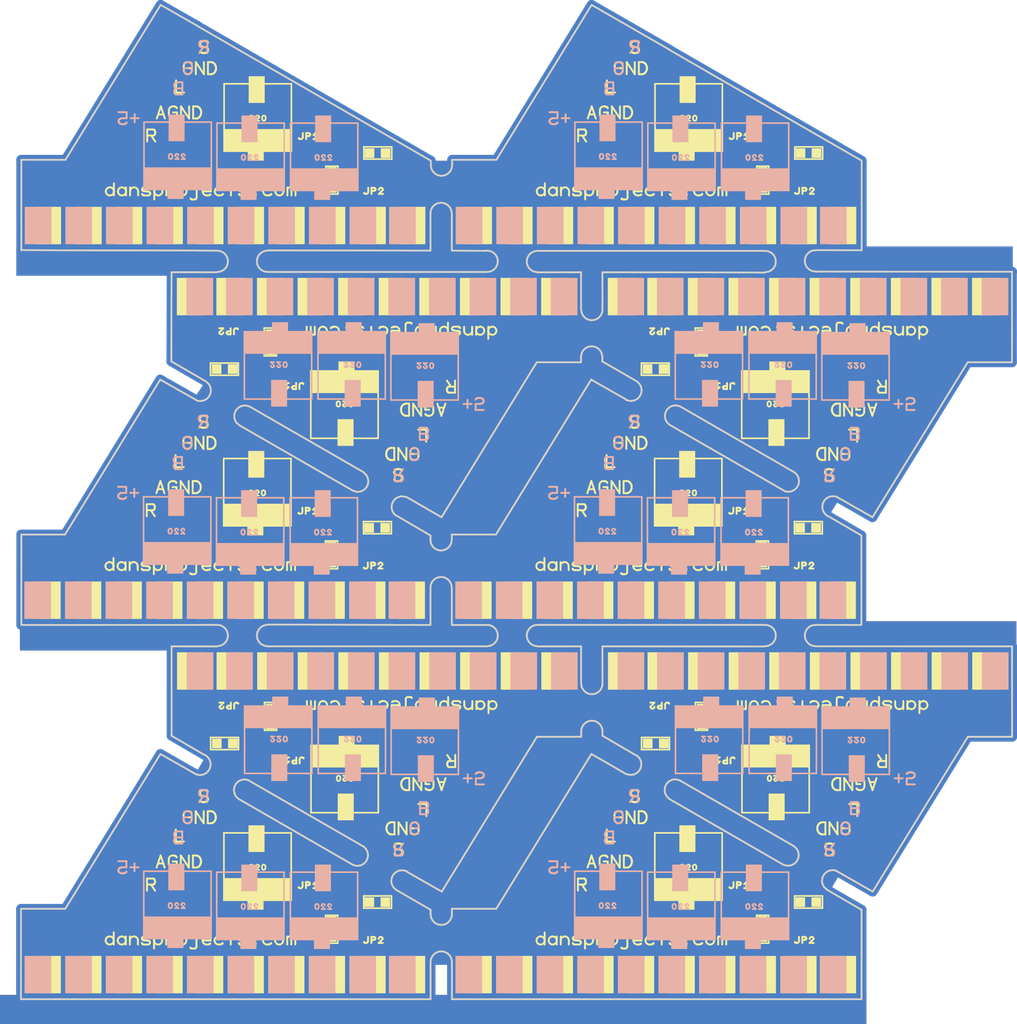
<source format=kicad_pcb>
(kicad_pcb (version 4) (generator gerbview)
  (layers (0 F.Cu signal) (31 B.Cu signal) (34 B.Paste user) (35 F.Paste user) (36 B.SilkS user) (37 F.SilkS user) (38 B.Mask user) (39 F.Mask user) (44 Edge.Cuts user))
  (gr_line (start 13.07084 -93.03766) (end 4.16052 -78.54696) (layer Edge.Cuts) (width 0.1524))
  (gr_line (start 4.16052 -78.54696) (end 0.01524 -78.54696) (layer Edge.Cuts) (width 0.1524))
  (gr_line (start 0.01524 -78.54696) (end 0.02032 -70.08622) (layer Edge.Cuts) (width 0.1524))
  (gr_line (start 0.02032 -70.08622) (end 0.01524 -70.09384) (layer Edge.Cuts) (width 0.1524))
  (gr_line (start 0.01524 -70.09384) (end 18.37182 -70.04304) (layer Edge.Cuts) (width 0.1524))
  (gr_line (start 18.37182 -70.04304) (end 18.6817 -69.99478) (layer Edge.Cuts) (width 0.1524))
  (gr_line (start 18.6817 -69.99478) (end 18.9611 -69.85254) (layer Edge.Cuts) (width 0.1524))
  (gr_line (start 18.9611 -69.85254) (end 19.18208 -69.63156) (layer Edge.Cuts) (width 0.1524))
  (gr_line (start 19.18208 -69.63156) (end 19.32432 -69.35216) (layer Edge.Cuts) (width 0.1524))
  (gr_line (start 19.32432 -69.35216) (end 19.37258 -69.04228) (layer Edge.Cuts) (width 0.1524))
  (gr_line (start 19.37258 -69.04228) (end 19.32432 -68.73494) (layer Edge.Cuts) (width 0.1524))
  (gr_line (start 19.32432 -68.73494) (end 19.18208 -68.45554) (layer Edge.Cuts) (width 0.1524))
  (gr_line (start 19.18208 -68.45554) (end 18.9611 -68.23456) (layer Edge.Cuts) (width 0.1524))
  (gr_line (start 18.9611 -68.23456) (end 18.6817 -68.09232) (layer Edge.Cuts) (width 0.1524))
  (gr_line (start 18.6817 -68.09232) (end 18.37182 -68.04406) (layer Edge.Cuts) (width 0.1524))
  (gr_line (start 18.37182 -68.04406) (end 18.29562 -68.02374) (layer Edge.Cuts) (width 0.1524))
  (gr_line (start 18.29562 -68.02374) (end 14.09192 -68.0339) (layer Edge.Cuts) (width 0.1524))
  (gr_line (start 14.09192 -68.0339) (end 14.0716 -59.68238) (layer Edge.Cuts) (width 0.1524))
  (gr_line (start 14.0716 -59.68238) (end 17.29232 -57.81802) (layer Edge.Cuts) (width 0.1524))
  (gr_line (start 17.29232 -57.81802) (end 17.58442 -57.55386) (layer Edge.Cuts) (width 0.1524))
  (gr_line (start 17.58442 -57.55386) (end 17.72666 -57.27446) (layer Edge.Cuts) (width 0.1524))
  (gr_line (start 17.72666 -57.27446) (end 17.77492 -56.96458) (layer Edge.Cuts) (width 0.1524))
  (gr_line (start 17.77492 -56.96458) (end 17.72666 -56.65724) (layer Edge.Cuts) (width 0.1524))
  (gr_line (start 17.72666 -56.65724) (end 17.58442 -56.37784) (layer Edge.Cuts) (width 0.1524))
  (gr_line (start 17.58442 -56.37784) (end 17.36344 -56.15686) (layer Edge.Cuts) (width 0.1524))
  (gr_line (start 17.36344 -56.15686) (end 17.08404 -56.01462) (layer Edge.Cuts) (width 0.1524))
  (gr_line (start 17.08404 -56.01462) (end 16.7767 -55.96636) (layer Edge.Cuts) (width 0.1524))
  (gr_line (start 16.7767 -55.96636) (end 16.46682 -56.01462) (layer Edge.Cuts) (width 0.1524))
  (gr_line (start 16.46682 -56.01462) (end 16.35506 -56.09082) (layer Edge.Cuts) (width 0.1524))
  (gr_line (start 16.35506 -56.09082) (end 13.0302 -57.98058) (layer Edge.Cuts) (width 0.1524))
  (gr_line (start 13.0302 -57.98058) (end 4.11988 -43.49242) (layer Edge.Cuts) (width 0.1524))
  (gr_line (start 4.11988 -43.49242) (end 0.02286 -43.49242) (layer Edge.Cuts) (width 0.1524))
  (gr_line (start 0.02286 -43.49242) (end 0.01778 -35.03168) (layer Edge.Cuts) (width 0.1524))
  (gr_line (start 0.01778 -35.03168) (end 18.37182 -35.03676) (layer Edge.Cuts) (width 0.1524))
  (gr_line (start 18.37182 -35.03676) (end 18.6817 -34.9885) (layer Edge.Cuts) (width 0.1524))
  (gr_line (start 18.6817 -34.9885) (end 18.9611 -34.84626) (layer Edge.Cuts) (width 0.1524))
  (gr_line (start 18.9611 -34.84626) (end 19.18208 -34.62274) (layer Edge.Cuts) (width 0.1524))
  (gr_line (start 19.18208 -34.62274) (end 19.32432 -34.34588) (layer Edge.Cuts) (width 0.1524))
  (gr_line (start 19.32432 -34.34588) (end 19.37258 -34.036) (layer Edge.Cuts) (width 0.1524))
  (gr_line (start 19.37258 -34.036) (end 19.32432 -33.72612) (layer Edge.Cuts) (width 0.1524))
  (gr_line (start 19.32432 -33.72612) (end 19.18208 -33.44926) (layer Edge.Cuts) (width 0.1524))
  (gr_line (start 19.18208 -33.44926) (end 18.9611 -33.22828) (layer Edge.Cuts) (width 0.1524))
  (gr_line (start 18.9611 -33.22828) (end 18.6817 -33.08604) (layer Edge.Cuts) (width 0.1524))
  (gr_line (start 18.6817 -33.08604) (end 18.37182 -33.03524) (layer Edge.Cuts) (width 0.1524))
  (gr_line (start 18.37182 -33.03524) (end 18.29562 -33.01746) (layer Edge.Cuts) (width 0.1524))
  (gr_line (start 18.29562 -33.01746) (end 14.09192 -33.02508) (layer Edge.Cuts) (width 0.1524))
  (gr_line (start 14.09192 -33.02508) (end 14.09192 -24.65578) (layer Edge.Cuts) (width 0.1524))
  (gr_line (start 14.09192 -24.65578) (end 17.05864 -22.92858) (layer Edge.Cuts) (width 0.1524))
  (gr_line (start 17.05864 -22.92858) (end 17.33804 -22.78634) (layer Edge.Cuts) (width 0.1524))
  (gr_line (start 17.33804 -22.78634) (end 17.55902 -22.56536) (layer Edge.Cuts) (width 0.1524))
  (gr_line (start 17.55902 -22.56536) (end 17.70126 -22.2885) (layer Edge.Cuts) (width 0.1524))
  (gr_line (start 17.70126 -22.2885) (end 17.74952 -21.97862) (layer Edge.Cuts) (width 0.1524))
  (gr_line (start 17.74952 -21.97862) (end 17.70126 -21.66874) (layer Edge.Cuts) (width 0.1524))
  (gr_line (start 17.70126 -21.66874) (end 17.55902 -21.39188) (layer Edge.Cuts) (width 0.1524))
  (gr_line (start 17.55902 -21.39188) (end 17.33804 -21.16836) (layer Edge.Cuts) (width 0.1524))
  (gr_line (start 17.33804 -21.16836) (end 17.05864 -21.02866) (layer Edge.Cuts) (width 0.1524))
  (gr_line (start 17.05864 -21.02866) (end 16.7513 -20.97786) (layer Edge.Cuts) (width 0.1524))
  (gr_line (start 16.7513 -20.97786) (end 16.44142 -21.02866) (layer Edge.Cuts) (width 0.1524))
  (gr_line (start 16.44142 -21.02866) (end 16.0909 -21.21916) (layer Edge.Cuts) (width 0.1524))
  (gr_line (start 16.0909 -21.21916) (end 13.05052 -22.95398) (layer Edge.Cuts) (width 0.1524))
  (gr_line (start 13.05052 -22.95398) (end 4.1402 -8.46582) (layer Edge.Cuts) (width 0.1524))
  (gr_line (start 4.1402 -8.46582) (end 0.00254 -8.46582) (layer Edge.Cuts) (width 0.1524))
  (gr_line (start 0.00254 -8.46582) (end 0 -0.00508) (layer Edge.Cuts) (width 0.1524))
  (gr_line (start 0 -0.00508) (end 38.3413 -0.00508) (layer Edge.Cuts) (width 0.1524))
  (gr_line (start 38.3413 -0.00508) (end 38.33876 -3.4925) (layer Edge.Cuts) (width 0.1524))
  (gr_line (start 38.33876 -3.4925) (end 38.38702 -3.80238) (layer Edge.Cuts) (width 0.1524))
  (gr_line (start 38.38702 -3.80238) (end 38.52926 -4.08178) (layer Edge.Cuts) (width 0.1524))
  (gr_line (start 38.52926 -4.08178) (end 38.75024 -4.30276) (layer Edge.Cuts) (width 0.1524))
  (gr_line (start 38.75024 -4.30276) (end 39.02964 -4.445) (layer Edge.Cuts) (width 0.1524))
  (gr_line (start 39.02964 -4.445) (end 39.33698 -4.49326) (layer Edge.Cuts) (width 0.1524))
  (gr_line (start 39.33698 -4.49326) (end 39.64686 -4.445) (layer Edge.Cuts) (width 0.1524))
  (gr_line (start 39.64686 -4.445) (end 39.92626 -4.30276) (layer Edge.Cuts) (width 0.1524))
  (gr_line (start 39.92626 -4.30276) (end 40.14724 -4.08178) (layer Edge.Cuts) (width 0.1524))
  (gr_line (start 40.14724 -4.08178) (end 40.28948 -3.80238) (layer Edge.Cuts) (width 0.1524))
  (gr_line (start 40.28948 -3.80238) (end 40.34028 -3.50012) (layer Edge.Cuts) (width 0.1524))
  (gr_line (start 40.34028 -3.50012) (end 40.34028 -0.00508) (layer Edge.Cuts) (width 0.1524))
  (gr_line (start 40.34028 -0.00508) (end 78.68158 -0.00508) (layer Edge.Cuts) (width 0.1524))
  (gr_line (start 78.68158 -0.00508) (end 78.68158 -8.37438) (layer Edge.Cuts) (width 0.1524))
  (gr_line (start 78.68158 -8.37438) (end 75.46086 -10.24128) (layer Edge.Cuts) (width 0.1524))
  (gr_line (start 75.46086 -10.24128) (end 75.16876 -10.50544) (layer Edge.Cuts) (width 0.1524))
  (gr_line (start 75.16876 -10.50544) (end 75.02652 -10.7823) (layer Edge.Cuts) (width 0.1524))
  (gr_line (start 75.02652 -10.7823) (end 74.97826 -11.09218) (layer Edge.Cuts) (width 0.1524))
  (gr_line (start 74.97826 -11.09218) (end 75.02652 -11.40206) (layer Edge.Cuts) (width 0.1524))
  (gr_line (start 75.02652 -11.40206) (end 75.16876 -11.68146) (layer Edge.Cuts) (width 0.1524))
  (gr_line (start 75.16876 -11.68146) (end 75.38974 -11.90244) (layer Edge.Cuts) (width 0.1524))
  (gr_line (start 75.38974 -11.90244) (end 75.66914 -12.04468) (layer Edge.Cuts) (width 0.1524))
  (gr_line (start 75.66914 -12.04468) (end 75.97648 -12.09294) (layer Edge.Cuts) (width 0.1524))
  (gr_line (start 75.97648 -12.09294) (end 76.28636 -12.04468) (layer Edge.Cuts) (width 0.1524))
  (gr_line (start 76.28636 -12.04468) (end 76.39812 -11.96848) (layer Edge.Cuts) (width 0.1524))
  (gr_line (start 76.39812 -11.96848) (end 79.72298 -10.07618) (layer Edge.Cuts) (width 0.1524))
  (gr_line (start 79.72298 -10.07618) (end 88.6333 -24.56688) (layer Edge.Cuts) (width 0.1524))
  (gr_line (start 88.6333 -24.56688) (end 92.77604 -24.56688) (layer Edge.Cuts) (width 0.1524))
  (gr_line (start 92.77604 -24.56688) (end 92.77096 -33.02762) (layer Edge.Cuts) (width 0.1524))
  (gr_line (start 92.77096 -33.02762) (end 74.36358 -33.03524) (layer Edge.Cuts) (width 0.1524))
  (gr_line (start 74.36358 -33.03524) (end 74.0537 -33.08604) (layer Edge.Cuts) (width 0.1524))
  (gr_line (start 74.0537 -33.08604) (end 73.7743 -33.22828) (layer Edge.Cuts) (width 0.1524))
  (gr_line (start 73.7743 -33.22828) (end 73.55332 -33.44926) (layer Edge.Cuts) (width 0.1524))
  (gr_line (start 73.55332 -33.44926) (end 73.41108 -33.72612) (layer Edge.Cuts) (width 0.1524))
  (gr_line (start 73.41108 -33.72612) (end 73.36282 -34.036) (layer Edge.Cuts) (width 0.1524))
  (gr_line (start 73.36282 -34.036) (end 73.41108 -34.34588) (layer Edge.Cuts) (width 0.1524))
  (gr_line (start 73.41108 -34.34588) (end 73.55332 -34.62274) (layer Edge.Cuts) (width 0.1524))
  (gr_line (start 73.55332 -34.62274) (end 73.7743 -34.84626) (layer Edge.Cuts) (width 0.1524))
  (gr_line (start 73.7743 -34.84626) (end 74.0537 -34.9885) (layer Edge.Cuts) (width 0.1524))
  (gr_line (start 74.0537 -34.9885) (end 74.38898 -35.03676) (layer Edge.Cuts) (width 0.1524))
  (gr_line (start 74.38898 -35.03676) (end 78.66126 -35.03168) (layer Edge.Cuts) (width 0.1524))
  (gr_line (start 78.66126 -35.03168) (end 78.66126 -43.40098) (layer Edge.Cuts) (width 0.1524))
  (gr_line (start 78.66126 -43.40098) (end 75.69454 -45.12818) (layer Edge.Cuts) (width 0.1524))
  (gr_line (start 75.69454 -45.12818) (end 75.41514 -45.27042) (layer Edge.Cuts) (width 0.1524))
  (gr_line (start 75.41514 -45.27042) (end 75.19416 -45.4914) (layer Edge.Cuts) (width 0.1524))
  (gr_line (start 75.19416 -45.4914) (end 75.05192 -45.7708) (layer Edge.Cuts) (width 0.1524))
  (gr_line (start 75.05192 -45.7708) (end 75.00366 -46.07814) (layer Edge.Cuts) (width 0.1524))
  (gr_line (start 75.00366 -46.07814) (end 75.05192 -46.38802) (layer Edge.Cuts) (width 0.1524))
  (gr_line (start 75.05192 -46.38802) (end 75.19416 -46.66742) (layer Edge.Cuts) (width 0.1524))
  (gr_line (start 75.19416 -46.66742) (end 75.41514 -46.8884) (layer Edge.Cuts) (width 0.1524))
  (gr_line (start 75.41514 -46.8884) (end 75.69454 -47.03064) (layer Edge.Cuts) (width 0.1524))
  (gr_line (start 75.69454 -47.03064) (end 76.00188 -47.0789) (layer Edge.Cuts) (width 0.1524))
  (gr_line (start 76.00188 -47.0789) (end 76.31176 -47.03064) (layer Edge.Cuts) (width 0.1524))
  (gr_line (start 76.31176 -47.03064) (end 76.66228 -46.8376) (layer Edge.Cuts) (width 0.1524))
  (gr_line (start 76.66228 -46.8376) (end 79.70266 -45.10278) (layer Edge.Cuts) (width 0.1524))
  (gr_line (start 79.70266 -45.10278) (end 88.61298 -59.59348) (layer Edge.Cuts) (width 0.1524))
  (gr_line (start 88.61298 -59.59348) (end 92.75572 -59.59348) (layer Edge.Cuts) (width 0.1524))
  (gr_line (start 92.75572 -59.59348) (end 92.75318 -68.05168) (layer Edge.Cuts) (width 0.1524))
  (gr_line (start 92.75318 -68.05168) (end 92.77096 -68.07962) (layer Edge.Cuts) (width 0.1524))
  (gr_line (start 92.77096 -68.07962) (end 74.36358 -68.08978) (layer Edge.Cuts) (width 0.1524))
  (gr_line (start 74.36358 -68.08978) (end 74.0537 -68.13804) (layer Edge.Cuts) (width 0.1524))
  (gr_line (start 74.0537 -68.13804) (end 73.7743 -68.28028) (layer Edge.Cuts) (width 0.1524))
  (gr_line (start 73.7743 -68.28028) (end 73.55332 -68.50126) (layer Edge.Cuts) (width 0.1524))
  (gr_line (start 73.55332 -68.50126) (end 73.41108 -68.78066) (layer Edge.Cuts) (width 0.1524))
  (gr_line (start 73.41108 -68.78066) (end 73.36282 -69.09054) (layer Edge.Cuts) (width 0.1524))
  (gr_line (start 73.36282 -69.09054) (end 73.41108 -69.39788) (layer Edge.Cuts) (width 0.1524))
  (gr_line (start 73.41108 -69.39788) (end 73.55332 -69.67728) (layer Edge.Cuts) (width 0.1524))
  (gr_line (start 73.55332 -69.67728) (end 73.7743 -69.89826) (layer Edge.Cuts) (width 0.1524))
  (gr_line (start 73.7743 -69.89826) (end 74.0537 -70.0405) (layer Edge.Cuts) (width 0.1524))
  (gr_line (start 74.0537 -70.0405) (end 74.38898 -70.0913) (layer Edge.Cuts) (width 0.1524))
  (gr_line (start 74.38898 -70.0913) (end 78.66126 -70.08622) (layer Edge.Cuts) (width 0.1524))
  (gr_line (start 78.66126 -70.08622) (end 78.69936 -70.08876) (layer Edge.Cuts) (width 0.1524))
  (gr_line (start 78.69936 -70.08876) (end 78.69936 -78.45806) (layer Edge.Cuts) (width 0.1524))
  (gr_line (start 78.69936 -78.45806) (end 71.31558 -82.70494) (layer Edge.Cuts) (width 0.1524))
  (gr_line (start 71.31558 -82.70494) (end 60.706 -88.82634) (layer Edge.Cuts) (width 0.1524))
  (gr_line (start 60.706 -88.82634) (end 60.67552 -88.85936) (layer Edge.Cuts) (width 0.1524))
  (gr_line (start 60.67552 -88.85936) (end 53.40858 -93.03766) (layer Edge.Cuts) (width 0.1524))
  (gr_line (start 53.40858 -93.03766) (end 44.49826 -78.54696) (layer Edge.Cuts) (width 0.1524))
  (gr_line (start 44.49826 -78.54696) (end 40.35552 -78.54696) (layer Edge.Cuts) (width 0.1524))
  (gr_line (start 40.35552 -78.54696) (end 40.35552 -78.08214) (layer Edge.Cuts) (width 0.1524))
  (gr_line (start 40.35552 -78.08214) (end 40.35806 -78.03896) (layer Edge.Cuts) (width 0.1524))
  (gr_line (start 40.35806 -78.03896) (end 40.30726 -77.73162) (layer Edge.Cuts) (width 0.1524))
  (gr_line (start 40.30726 -77.73162) (end 40.16502 -77.45222) (layer Edge.Cuts) (width 0.1524))
  (gr_line (start 40.16502 -77.45222) (end 39.94404 -77.23124) (layer Edge.Cuts) (width 0.1524))
  (gr_line (start 39.94404 -77.23124) (end 39.66464 -77.089) (layer Edge.Cuts) (width 0.1524))
  (gr_line (start 39.66464 -77.089) (end 39.3573 -77.04074) (layer Edge.Cuts) (width 0.1524))
  (gr_line (start 39.3573 -77.04074) (end 39.04742 -77.089) (layer Edge.Cuts) (width 0.1524))
  (gr_line (start 39.04742 -77.089) (end 38.76802 -77.23124) (layer Edge.Cuts) (width 0.1524))
  (gr_line (start 38.76802 -77.23124) (end 38.54704 -77.45222) (layer Edge.Cuts) (width 0.1524))
  (gr_line (start 38.54704 -77.45222) (end 38.4048 -77.73162) (layer Edge.Cuts) (width 0.1524))
  (gr_line (start 38.4048 -77.73162) (end 38.35654 -78.03896) (layer Edge.Cuts) (width 0.1524))
  (gr_line (start 38.35654 -78.03896) (end 38.35908 -78.08214) (layer Edge.Cuts) (width 0.1524))
  (gr_line (start 38.35908 -78.08214) (end 38.35908 -78.45806) (layer Edge.Cuts) (width 0.1524))
  (gr_line (start 38.35908 -78.45806) (end 35.10788 -80.33512) (layer Edge.Cuts) (width 0.1524))
  (gr_line (start 35.10788 -80.33512) (end 35.17138 -80.29956) (layer Edge.Cuts) (width 0.1524))
  (gr_line (start 35.17138 -80.29956) (end 16.54048 -91.0463) (layer Edge.Cuts) (width 0.1524))
  (gr_line (start 16.54048 -91.0463) (end 16.4592 -91.1098) (layer Edge.Cuts) (width 0.1524))
  (gr_line (start 16.4592 -91.1098) (end 16.10868 -91.30284) (layer Edge.Cuts) (width 0.1524))
  (gr_line (start 16.10868 -91.30284) (end 13.07084 -93.03766) (layer Edge.Cuts) (width 0.1524))
  (gr_line (start 48.29302 -24.56688) (end 52.4383 -24.56688) (layer Edge.Cuts) (width 0.1524))
  (gr_line (start 52.4383 -24.56688) (end 52.4383 -25.0317) (layer Edge.Cuts) (width 0.1524))
  (gr_line (start 52.4383 -25.0317) (end 52.43576 -25.07234) (layer Edge.Cuts) (width 0.1524))
  (gr_line (start 52.43576 -25.07234) (end 52.48402 -25.38222) (layer Edge.Cuts) (width 0.1524))
  (gr_line (start 52.48402 -25.38222) (end 52.62626 -25.66162) (layer Edge.Cuts) (width 0.1524))
  (gr_line (start 52.62626 -25.66162) (end 52.84724 -25.8826) (layer Edge.Cuts) (width 0.1524))
  (gr_line (start 52.84724 -25.8826) (end 53.12664 -26.02484) (layer Edge.Cuts) (width 0.1524))
  (gr_line (start 53.12664 -26.02484) (end 53.43398 -26.0731) (layer Edge.Cuts) (width 0.1524))
  (gr_line (start 53.43398 -26.0731) (end 53.74386 -26.02484) (layer Edge.Cuts) (width 0.1524))
  (gr_line (start 53.74386 -26.02484) (end 54.02326 -25.8826) (layer Edge.Cuts) (width 0.1524))
  (gr_line (start 54.02326 -25.8826) (end 54.24424 -25.66162) (layer Edge.Cuts) (width 0.1524))
  (gr_line (start 54.24424 -25.66162) (end 54.38648 -25.38222) (layer Edge.Cuts) (width 0.1524))
  (gr_line (start 54.38648 -25.38222) (end 54.43474 -25.07234) (layer Edge.Cuts) (width 0.1524))
  (gr_line (start 54.43474 -25.07234) (end 54.4322 -25.0317) (layer Edge.Cuts) (width 0.1524))
  (gr_line (start 54.4322 -25.0317) (end 54.4322 -24.65578) (layer Edge.Cuts) (width 0.1524))
  (gr_line (start 54.4322 -24.65578) (end 57.62498 -22.79396) (layer Edge.Cuts) (width 0.1524))
  (gr_line (start 57.62498 -22.79396) (end 57.65546 -22.80158) (layer Edge.Cuts) (width 0.1524))
  (gr_line (start 57.65546 -22.80158) (end 57.87898 -22.5806) (layer Edge.Cuts) (width 0.1524))
  (gr_line (start 57.87898 -22.5806) (end 58.01868 -22.3012) (layer Edge.Cuts) (width 0.1524))
  (gr_line (start 58.01868 -22.3012) (end 58.06948 -21.99132) (layer Edge.Cuts) (width 0.1524))
  (gr_line (start 58.06948 -21.99132) (end 58.01868 -21.68398) (layer Edge.Cuts) (width 0.1524))
  (gr_line (start 58.01868 -21.68398) (end 57.87898 -21.40458) (layer Edge.Cuts) (width 0.1524))
  (gr_line (start 57.87898 -21.40458) (end 57.65546 -21.1836) (layer Edge.Cuts) (width 0.1524))
  (gr_line (start 57.65546 -21.1836) (end 57.3786 -21.04136) (layer Edge.Cuts) (width 0.1524))
  (gr_line (start 57.3786 -21.04136) (end 57.06872 -20.9931) (layer Edge.Cuts) (width 0.1524))
  (gr_line (start 57.06872 -20.9931) (end 56.64708 -21.07438) (layer Edge.Cuts) (width 0.1524))
  (gr_line (start 56.64708 -21.07438) (end 53.3908 -22.95398) (layer Edge.Cuts) (width 0.1524))
  (gr_line (start 53.3908 -22.95398) (end 44.48048 -8.46582) (layer Edge.Cuts) (width 0.1524))
  (gr_line (start 44.48048 -8.46582) (end 40.3352 -8.46582) (layer Edge.Cuts) (width 0.1524))
  (gr_line (start 40.3352 -8.46582) (end 40.3352 -8.001) (layer Edge.Cuts) (width 0.1524))
  (gr_line (start 40.3352 -8.001) (end 40.33774 -7.95782) (layer Edge.Cuts) (width 0.1524))
  (gr_line (start 40.33774 -7.95782) (end 40.28948 -7.64794) (layer Edge.Cuts) (width 0.1524))
  (gr_line (start 40.28948 -7.64794) (end 40.14724 -7.37108) (layer Edge.Cuts) (width 0.1524))
  (gr_line (start 40.14724 -7.37108) (end 39.92626 -7.1501) (layer Edge.Cuts) (width 0.1524))
  (gr_line (start 39.92626 -7.1501) (end 39.64686 -7.00786) (layer Edge.Cuts) (width 0.1524))
  (gr_line (start 39.64686 -7.00786) (end 39.33698 -6.95706) (layer Edge.Cuts) (width 0.1524))
  (gr_line (start 39.33698 -6.95706) (end 39.02964 -7.00786) (layer Edge.Cuts) (width 0.1524))
  (gr_line (start 39.02964 -7.00786) (end 38.75024 -7.1501) (layer Edge.Cuts) (width 0.1524))
  (gr_line (start 38.75024 -7.1501) (end 38.52926 -7.37108) (layer Edge.Cuts) (width 0.1524))
  (gr_line (start 38.52926 -7.37108) (end 38.38702 -7.64794) (layer Edge.Cuts) (width 0.1524))
  (gr_line (start 38.38702 -7.64794) (end 38.33876 -7.95782) (layer Edge.Cuts) (width 0.1524))
  (gr_line (start 38.33876 -7.95782) (end 38.3413 -8.001) (layer Edge.Cuts) (width 0.1524))
  (gr_line (start 38.3413 -8.001) (end 38.3413 -8.37438) (layer Edge.Cuts) (width 0.1524))
  (gr_line (start 38.3413 -8.37438) (end 35.0901 -10.25398) (layer Edge.Cuts) (width 0.1524))
  (gr_line (start 35.0901 -10.25398) (end 34.8488 -10.4902) (layer Edge.Cuts) (width 0.1524))
  (gr_line (start 34.8488 -10.4902) (end 34.70656 -10.7696) (layer Edge.Cuts) (width 0.1524))
  (gr_line (start 34.70656 -10.7696) (end 34.6583 -11.07948) (layer Edge.Cuts) (width 0.1524))
  (gr_line (start 34.6583 -11.07948) (end 34.70656 -11.38936) (layer Edge.Cuts) (width 0.1524))
  (gr_line (start 34.70656 -11.38936) (end 34.8488 -11.66622) (layer Edge.Cuts) (width 0.1524))
  (gr_line (start 34.8488 -11.66622) (end 35.06978 -11.8872) (layer Edge.Cuts) (width 0.1524))
  (gr_line (start 35.06978 -11.8872) (end 35.34918 -12.02944) (layer Edge.Cuts) (width 0.1524))
  (gr_line (start 35.34918 -12.02944) (end 35.65906 -12.08024) (layer Edge.Cuts) (width 0.1524))
  (gr_line (start 35.65906 -12.08024) (end 35.96894 -12.02944) (layer Edge.Cuts) (width 0.1524))
  (gr_line (start 35.96894 -12.02944) (end 36.12896 -11.96594) (layer Edge.Cuts) (width 0.1524))
  (gr_line (start 36.12896 -11.96594) (end 36.13404 -11.92784) (layer Edge.Cuts) (width 0.1524))
  (gr_line (start 36.13404 -11.92784) (end 39.3827 -10.07618) (layer Edge.Cuts) (width 0.1524))
  (gr_line (start 39.3827 -10.07618) (end 48.29302 -24.56688) (layer Edge.Cuts) (width 0.1524))
  (gr_line (start 60.6552 -20.39874) (end 60.43422 -20.17776) (layer Edge.Cuts) (width 0.1524))
  (gr_line (start 60.43422 -20.17776) (end 60.29198 -19.89836) (layer Edge.Cuts) (width 0.1524))
  (gr_line (start 60.29198 -19.89836) (end 60.24372 -19.58848) (layer Edge.Cuts) (width 0.1524))
  (gr_line (start 60.24372 -19.58848) (end 60.29198 -19.28114) (layer Edge.Cuts) (width 0.1524))
  (gr_line (start 60.29198 -19.28114) (end 60.43422 -19.00174) (layer Edge.Cuts) (width 0.1524))
  (gr_line (start 60.43422 -19.00174) (end 60.6552 -18.78076) (layer Edge.Cuts) (width 0.1524))
  (gr_line (start 60.6552 -18.78076) (end 60.68822 -18.74266) (layer Edge.Cuts) (width 0.1524))
  (gr_line (start 60.68822 -18.74266) (end 71.2978 -12.62888) (layer Edge.Cuts) (width 0.1524))
  (gr_line (start 71.2978 -12.62888) (end 71.32828 -12.61364) (layer Edge.Cuts) (width 0.1524))
  (gr_line (start 71.32828 -12.61364) (end 71.49338 -12.54506) (layer Edge.Cuts) (width 0.1524))
  (gr_line (start 71.49338 -12.54506) (end 71.80326 -12.49426) (layer Edge.Cuts) (width 0.1524))
  (gr_line (start 71.80326 -12.49426) (end 72.1106 -12.54506) (layer Edge.Cuts) (width 0.1524))
  (gr_line (start 72.1106 -12.54506) (end 72.39 -12.6873) (layer Edge.Cuts) (width 0.1524))
  (gr_line (start 72.39 -12.6873) (end 72.61098 -12.90828) (layer Edge.Cuts) (width 0.1524))
  (gr_line (start 72.61098 -12.90828) (end 72.75322 -13.18514) (layer Edge.Cuts) (width 0.1524))
  (gr_line (start 72.75322 -13.18514) (end 72.80148 -13.49502) (layer Edge.Cuts) (width 0.1524))
  (gr_line (start 72.80148 -13.49502) (end 72.75322 -13.8049) (layer Edge.Cuts) (width 0.1524))
  (gr_line (start 72.75322 -13.8049) (end 72.61098 -14.0843) (layer Edge.Cuts) (width 0.1524))
  (gr_line (start 72.61098 -14.0843) (end 72.31888 -14.34846) (layer Edge.Cuts) (width 0.1524))
  (gr_line (start 72.31888 -14.34846) (end 61.64834 -20.49018) (layer Edge.Cuts) (width 0.1524))
  (gr_line (start 61.64834 -20.49018) (end 61.24448 -20.58924) (layer Edge.Cuts) (width 0.1524))
  (gr_line (start 61.24448 -20.58924) (end 60.9346 -20.54098) (layer Edge.Cuts) (width 0.1524))
  (gr_line (start 60.9346 -20.54098) (end 60.6552 -20.39874) (layer Edge.Cuts) (width 0.1524))
  (gr_line (start 20.61718 -20.52574) (end 20.33778 -20.38604) (layer Edge.Cuts) (width 0.1524))
  (gr_line (start 20.33778 -20.38604) (end 20.1168 -20.16252) (layer Edge.Cuts) (width 0.1524))
  (gr_line (start 20.1168 -20.16252) (end 19.97456 -19.88566) (layer Edge.Cuts) (width 0.1524))
  (gr_line (start 19.97456 -19.88566) (end 19.9263 -19.57578) (layer Edge.Cuts) (width 0.1524))
  (gr_line (start 19.9263 -19.57578) (end 19.97456 -19.2659) (layer Edge.Cuts) (width 0.1524))
  (gr_line (start 19.97456 -19.2659) (end 20.1168 -18.98904) (layer Edge.Cuts) (width 0.1524))
  (gr_line (start 20.1168 -18.98904) (end 20.33778 -18.76806) (layer Edge.Cuts) (width 0.1524))
  (gr_line (start 20.33778 -18.76806) (end 20.4724 -18.68932) (layer Edge.Cuts) (width 0.1524))
  (gr_line (start 20.4724 -18.68932) (end 31.07944 -12.573) (layer Edge.Cuts) (width 0.1524))
  (gr_line (start 31.07944 -12.573) (end 31.4833 -12.48156) (layer Edge.Cuts) (width 0.1524))
  (gr_line (start 31.4833 -12.48156) (end 31.79318 -12.52982) (layer Edge.Cuts) (width 0.1524))
  (gr_line (start 31.79318 -12.52982) (end 32.07004 -12.67206) (layer Edge.Cuts) (width 0.1524))
  (gr_line (start 32.07004 -12.67206) (end 32.29356 -12.89304) (layer Edge.Cuts) (width 0.1524))
  (gr_line (start 32.29356 -12.89304) (end 32.43326 -13.17244) (layer Edge.Cuts) (width 0.1524))
  (gr_line (start 32.43326 -13.17244) (end 32.48406 -13.48232) (layer Edge.Cuts) (width 0.1524))
  (gr_line (start 32.48406 -13.48232) (end 32.43326 -13.7922) (layer Edge.Cuts) (width 0.1524))
  (gr_line (start 32.43326 -13.7922) (end 32.29356 -14.06906) (layer Edge.Cuts) (width 0.1524))
  (gr_line (start 32.29356 -14.06906) (end 32.07004 -14.29004) (layer Edge.Cuts) (width 0.1524))
  (gr_line (start 32.07004 -14.29004) (end 21.51634 -20.36064) (layer Edge.Cuts) (width 0.1524))
  (gr_line (start 21.51634 -20.36064) (end 21.2344 -20.52574) (layer Edge.Cuts) (width 0.1524))
  (gr_line (start 21.2344 -20.52574) (end 20.92452 -20.57654) (layer Edge.Cuts) (width 0.1524))
  (gr_line (start 20.92452 -20.57654) (end 20.61718 -20.52574) (layer Edge.Cuts) (width 0.1524))
  (gr_line (start 44.46016 -43.49242) (end 40.31488 -43.49242) (layer Edge.Cuts) (width 0.1524))
  (gr_line (start 40.31488 -43.49242) (end 40.31488 -43.0276) (layer Edge.Cuts) (width 0.1524))
  (gr_line (start 40.31488 -43.0276) (end 40.31742 -42.98442) (layer Edge.Cuts) (width 0.1524))
  (gr_line (start 40.31742 -42.98442) (end 40.26916 -42.67454) (layer Edge.Cuts) (width 0.1524))
  (gr_line (start 40.26916 -42.67454) (end 40.12692 -42.39768) (layer Edge.Cuts) (width 0.1524))
  (gr_line (start 40.12692 -42.39768) (end 39.90594 -42.1767) (layer Edge.Cuts) (width 0.1524))
  (gr_line (start 39.90594 -42.1767) (end 39.62654 -42.03446) (layer Edge.Cuts) (width 0.1524))
  (gr_line (start 39.62654 -42.03446) (end 39.3192 -41.98366) (layer Edge.Cuts) (width 0.1524))
  (gr_line (start 39.3192 -41.98366) (end 39.00932 -42.03446) (layer Edge.Cuts) (width 0.1524))
  (gr_line (start 39.00932 -42.03446) (end 38.72992 -42.1767) (layer Edge.Cuts) (width 0.1524))
  (gr_line (start 38.72992 -42.1767) (end 38.50894 -42.39768) (layer Edge.Cuts) (width 0.1524))
  (gr_line (start 38.50894 -42.39768) (end 38.3667 -42.67454) (layer Edge.Cuts) (width 0.1524))
  (gr_line (start 38.3667 -42.67454) (end 38.31844 -42.98442) (layer Edge.Cuts) (width 0.1524))
  (gr_line (start 38.31844 -42.98442) (end 38.32098 -43.0276) (layer Edge.Cuts) (width 0.1524))
  (gr_line (start 38.32098 -43.0276) (end 38.32098 -43.40098) (layer Edge.Cuts) (width 0.1524))
  (gr_line (start 38.32098 -43.40098) (end 35.1282 -45.2628) (layer Edge.Cuts) (width 0.1524))
  (gr_line (start 35.1282 -45.2628) (end 35.09772 -45.25772) (layer Edge.Cuts) (width 0.1524))
  (gr_line (start 35.09772 -45.25772) (end 34.8742 -45.4787) (layer Edge.Cuts) (width 0.1524))
  (gr_line (start 34.8742 -45.4787) (end 34.7345 -45.75556) (layer Edge.Cuts) (width 0.1524))
  (gr_line (start 34.7345 -45.75556) (end 34.6837 -46.06544) (layer Edge.Cuts) (width 0.1524))
  (gr_line (start 34.6837 -46.06544) (end 34.7345 -46.37532) (layer Edge.Cuts) (width 0.1524))
  (gr_line (start 34.7345 -46.37532) (end 34.8742 -46.65472) (layer Edge.Cuts) (width 0.1524))
  (gr_line (start 34.8742 -46.65472) (end 35.09772 -46.8757) (layer Edge.Cuts) (width 0.1524))
  (gr_line (start 35.09772 -46.8757) (end 35.37458 -47.01794) (layer Edge.Cuts) (width 0.1524))
  (gr_line (start 35.37458 -47.01794) (end 35.68446 -47.0662) (layer Edge.Cuts) (width 0.1524))
  (gr_line (start 35.68446 -47.0662) (end 36.1061 -46.98238) (layer Edge.Cuts) (width 0.1524))
  (gr_line (start 36.1061 -46.98238) (end 39.36238 -45.10278) (layer Edge.Cuts) (width 0.1524))
  (gr_line (start 39.36238 -45.10278) (end 48.2727 -59.59348) (layer Edge.Cuts) (width 0.1524))
  (gr_line (start 48.2727 -59.59348) (end 52.41798 -59.59348) (layer Edge.Cuts) (width 0.1524))
  (gr_line (start 52.41798 -59.59348) (end 52.41798 -60.0583) (layer Edge.Cuts) (width 0.1524))
  (gr_line (start 52.41798 -60.0583) (end 52.41544 -60.09894) (layer Edge.Cuts) (width 0.1524))
  (gr_line (start 52.41544 -60.09894) (end 52.4637 -60.40882) (layer Edge.Cuts) (width 0.1524))
  (gr_line (start 52.4637 -60.40882) (end 52.60594 -60.68822) (layer Edge.Cuts) (width 0.1524))
  (gr_line (start 52.60594 -60.68822) (end 52.82692 -60.9092) (layer Edge.Cuts) (width 0.1524))
  (gr_line (start 52.82692 -60.9092) (end 53.10632 -61.05144) (layer Edge.Cuts) (width 0.1524))
  (gr_line (start 53.10632 -61.05144) (end 53.4162 -61.0997) (layer Edge.Cuts) (width 0.1524))
  (gr_line (start 53.4162 -61.0997) (end 53.72354 -61.05144) (layer Edge.Cuts) (width 0.1524))
  (gr_line (start 53.72354 -61.05144) (end 54.00294 -60.9092) (layer Edge.Cuts) (width 0.1524))
  (gr_line (start 54.00294 -60.9092) (end 54.22392 -60.68822) (layer Edge.Cuts) (width 0.1524))
  (gr_line (start 54.22392 -60.68822) (end 54.36616 -60.40882) (layer Edge.Cuts) (width 0.1524))
  (gr_line (start 54.36616 -60.40882) (end 54.41442 -60.09894) (layer Edge.Cuts) (width 0.1524))
  (gr_line (start 54.41442 -60.09894) (end 54.41188 -60.0583) (layer Edge.Cuts) (width 0.1524))
  (gr_line (start 54.41188 -60.0583) (end 54.41188 -59.68238) (layer Edge.Cuts) (width 0.1524))
  (gr_line (start 54.41188 -59.68238) (end 57.66308 -57.80532) (layer Edge.Cuts) (width 0.1524))
  (gr_line (start 57.66308 -57.80532) (end 57.90438 -57.56656) (layer Edge.Cuts) (width 0.1524))
  (gr_line (start 57.90438 -57.56656) (end 58.04662 -57.28716) (layer Edge.Cuts) (width 0.1524))
  (gr_line (start 58.04662 -57.28716) (end 58.09488 -56.97982) (layer Edge.Cuts) (width 0.1524))
  (gr_line (start 58.09488 -56.97982) (end 58.04662 -56.66994) (layer Edge.Cuts) (width 0.1524))
  (gr_line (start 58.04662 -56.66994) (end 57.90438 -56.39054) (layer Edge.Cuts) (width 0.1524))
  (gr_line (start 57.90438 -56.39054) (end 57.68086 -56.16956) (layer Edge.Cuts) (width 0.1524))
  (gr_line (start 57.68086 -56.16956) (end 57.404 -56.02732) (layer Edge.Cuts) (width 0.1524))
  (gr_line (start 57.404 -56.02732) (end 57.09412 -55.97906) (layer Edge.Cuts) (width 0.1524))
  (gr_line (start 57.09412 -55.97906) (end 56.78424 -56.02732) (layer Edge.Cuts) (width 0.1524))
  (gr_line (start 56.78424 -56.02732) (end 56.62422 -56.09082) (layer Edge.Cuts) (width 0.1524))
  (gr_line (start 56.62422 -56.09082) (end 56.61914 -56.12892) (layer Edge.Cuts) (width 0.1524))
  (gr_line (start 56.61914 -56.12892) (end 53.37048 -57.98058) (layer Edge.Cuts) (width 0.1524))
  (gr_line (start 53.37048 -57.98058) (end 44.46016 -43.49242) (layer Edge.Cuts) (width 0.1524))
  (gr_line (start 32.09544 -47.66056) (end 32.31896 -47.88154) (layer Edge.Cuts) (width 0.1524))
  (gr_line (start 32.31896 -47.88154) (end 32.4612 -48.1584) (layer Edge.Cuts) (width 0.1524))
  (gr_line (start 32.4612 -48.1584) (end 32.50946 -48.46828) (layer Edge.Cuts) (width 0.1524))
  (gr_line (start 32.50946 -48.46828) (end 32.4612 -48.77816) (layer Edge.Cuts) (width 0.1524))
  (gr_line (start 32.4612 -48.77816) (end 32.31896 -49.05756) (layer Edge.Cuts) (width 0.1524))
  (gr_line (start 32.31896 -49.05756) (end 32.09544 -49.27854) (layer Edge.Cuts) (width 0.1524))
  (gr_line (start 32.09544 -49.27854) (end 32.06496 -49.3141) (layer Edge.Cuts) (width 0.1524))
  (gr_line (start 32.06496 -49.3141) (end 21.45538 -55.42788) (layer Edge.Cuts) (width 0.1524))
  (gr_line (start 21.45538 -55.42788) (end 21.4249 -55.44312) (layer Edge.Cuts) (width 0.1524))
  (gr_line (start 21.4249 -55.44312) (end 21.2598 -55.51424) (layer Edge.Cuts) (width 0.1524))
  (gr_line (start 21.2598 -55.51424) (end 20.94992 -55.5625) (layer Edge.Cuts) (width 0.1524))
  (gr_line (start 20.94992 -55.5625) (end 20.64258 -55.51424) (layer Edge.Cuts) (width 0.1524))
  (gr_line (start 20.64258 -55.51424) (end 20.36318 -55.372) (layer Edge.Cuts) (width 0.1524))
  (gr_line (start 20.36318 -55.372) (end 20.1422 -55.15102) (layer Edge.Cuts) (width 0.1524))
  (gr_line (start 20.1422 -55.15102) (end 19.99996 -54.87162) (layer Edge.Cuts) (width 0.1524))
  (gr_line (start 19.99996 -54.87162) (end 19.9517 -54.56174) (layer Edge.Cuts) (width 0.1524))
  (gr_line (start 19.9517 -54.56174) (end 19.99996 -54.2544) (layer Edge.Cuts) (width 0.1524))
  (gr_line (start 19.99996 -54.2544) (end 20.1422 -53.975) (layer Edge.Cuts) (width 0.1524))
  (gr_line (start 20.1422 -53.975) (end 20.4343 -53.71084) (layer Edge.Cuts) (width 0.1524))
  (gr_line (start 20.4343 -53.71084) (end 31.10484 -47.56912) (layer Edge.Cuts) (width 0.1524))
  (gr_line (start 31.10484 -47.56912) (end 31.5087 -47.46752) (layer Edge.Cuts) (width 0.1524))
  (gr_line (start 31.5087 -47.46752) (end 31.81858 -47.51832) (layer Edge.Cuts) (width 0.1524))
  (gr_line (start 31.81858 -47.51832) (end 32.09544 -47.66056) (layer Edge.Cuts) (width 0.1524))
  (gr_line (start 72.136 -47.53102) (end 72.4154 -47.67326) (layer Edge.Cuts) (width 0.1524))
  (gr_line (start 72.4154 -47.67326) (end 72.63638 -47.89424) (layer Edge.Cuts) (width 0.1524))
  (gr_line (start 72.63638 -47.89424) (end 72.77862 -48.17364) (layer Edge.Cuts) (width 0.1524))
  (gr_line (start 72.77862 -48.17364) (end 72.82688 -48.48098) (layer Edge.Cuts) (width 0.1524))
  (gr_line (start 72.82688 -48.48098) (end 72.77862 -48.79086) (layer Edge.Cuts) (width 0.1524))
  (gr_line (start 72.77862 -48.79086) (end 72.63638 -49.07026) (layer Edge.Cuts) (width 0.1524))
  (gr_line (start 72.63638 -49.07026) (end 72.4154 -49.29124) (layer Edge.Cuts) (width 0.1524))
  (gr_line (start 72.4154 -49.29124) (end 72.28078 -49.36998) (layer Edge.Cuts) (width 0.1524))
  (gr_line (start 72.28078 -49.36998) (end 61.67374 -55.4863) (layer Edge.Cuts) (width 0.1524))
  (gr_line (start 61.67374 -55.4863) (end 61.26988 -55.5752) (layer Edge.Cuts) (width 0.1524))
  (gr_line (start 61.26988 -55.5752) (end 60.96 -55.52694) (layer Edge.Cuts) (width 0.1524))
  (gr_line (start 60.96 -55.52694) (end 60.68314 -55.3847) (layer Edge.Cuts) (width 0.1524))
  (gr_line (start 60.68314 -55.3847) (end 60.45962 -55.16372) (layer Edge.Cuts) (width 0.1524))
  (gr_line (start 60.45962 -55.16372) (end 60.31992 -54.88432) (layer Edge.Cuts) (width 0.1524))
  (gr_line (start 60.31992 -54.88432) (end 60.26912 -54.57698) (layer Edge.Cuts) (width 0.1524))
  (gr_line (start 60.26912 -54.57698) (end 60.31992 -54.2671) (layer Edge.Cuts) (width 0.1524))
  (gr_line (start 60.31992 -54.2671) (end 60.45962 -53.9877) (layer Edge.Cuts) (width 0.1524))
  (gr_line (start 60.45962 -53.9877) (end 60.68314 -53.76672) (layer Edge.Cuts) (width 0.1524))
  (gr_line (start 60.68314 -53.76672) (end 71.23684 -47.69612) (layer Edge.Cuts) (width 0.1524))
  (gr_line (start 71.23684 -47.69612) (end 71.51878 -47.53102) (layer Edge.Cuts) (width 0.1524))
  (gr_line (start 71.51878 -47.53102) (end 71.82866 -47.48276) (layer Edge.Cuts) (width 0.1524))
  (gr_line (start 71.82866 -47.48276) (end 72.136 -47.53102) (layer Edge.Cuts) (width 0.1524))
  (gr_line (start 47.74946 -34.84626) (end 47.52848 -34.62274) (layer Edge.Cuts) (width 0.1524))
  (gr_line (start 47.52848 -34.62274) (end 47.38624 -34.34588) (layer Edge.Cuts) (width 0.1524))
  (gr_line (start 47.38624 -34.34588) (end 47.33798 -34.036) (layer Edge.Cuts) (width 0.1524))
  (gr_line (start 47.33798 -34.036) (end 47.38624 -33.72612) (layer Edge.Cuts) (width 0.1524))
  (gr_line (start 47.38624 -33.72612) (end 47.52848 -33.44926) (layer Edge.Cuts) (width 0.1524))
  (gr_line (start 47.52848 -33.44926) (end 47.74946 -33.22828) (layer Edge.Cuts) (width 0.1524))
  (gr_line (start 47.74946 -33.22828) (end 48.02886 -33.08604) (layer Edge.Cuts) (width 0.1524))
  (gr_line (start 48.02886 -33.08604) (end 48.33874 -33.03524) (layer Edge.Cuts) (width 0.1524))
  (gr_line (start 48.33874 -33.03524) (end 48.4251 -33.01746) (layer Edge.Cuts) (width 0.1524))
  (gr_line (start 48.4251 -33.01746) (end 52.43322 -33.02508) (layer Edge.Cuts) (width 0.1524))
  (gr_line (start 52.43322 -33.02508) (end 52.43322 -29.53258) (layer Edge.Cuts) (width 0.1524))
  (gr_line (start 52.43322 -29.53258) (end 52.48402 -29.23032) (layer Edge.Cuts) (width 0.1524))
  (gr_line (start 52.48402 -29.23032) (end 52.62626 -28.95092) (layer Edge.Cuts) (width 0.1524))
  (gr_line (start 52.62626 -28.95092) (end 52.84724 -28.72994) (layer Edge.Cuts) (width 0.1524))
  (gr_line (start 52.84724 -28.72994) (end 53.12664 -28.5877) (layer Edge.Cuts) (width 0.1524))
  (gr_line (start 53.12664 -28.5877) (end 53.43398 -28.53944) (layer Edge.Cuts) (width 0.1524))
  (gr_line (start 53.43398 -28.53944) (end 53.74386 -28.5877) (layer Edge.Cuts) (width 0.1524))
  (gr_line (start 53.74386 -28.5877) (end 54.02326 -28.72994) (layer Edge.Cuts) (width 0.1524))
  (gr_line (start 54.02326 -28.72994) (end 54.24424 -28.95092) (layer Edge.Cuts) (width 0.1524))
  (gr_line (start 54.24424 -28.95092) (end 54.38648 -29.23032) (layer Edge.Cuts) (width 0.1524))
  (gr_line (start 54.38648 -29.23032) (end 54.43474 -29.53766) (layer Edge.Cuts) (width 0.1524))
  (gr_line (start 54.43474 -29.53766) (end 54.4322 -33.02762) (layer Edge.Cuts) (width 0.1524))
  (gr_line (start 54.4322 -33.02762) (end 69.63156 -33.00476) (layer Edge.Cuts) (width 0.1524))
  (gr_line (start 69.63156 -33.00476) (end 69.6595 -33.03524) (layer Edge.Cuts) (width 0.1524))
  (gr_line (start 69.6595 -33.03524) (end 69.96938 -33.08604) (layer Edge.Cuts) (width 0.1524))
  (gr_line (start 69.96938 -33.08604) (end 70.24878 -33.22828) (layer Edge.Cuts) (width 0.1524))
  (gr_line (start 70.24878 -33.22828) (end 70.46976 -33.44926) (layer Edge.Cuts) (width 0.1524))
  (gr_line (start 70.46976 -33.44926) (end 70.612 -33.72612) (layer Edge.Cuts) (width 0.1524))
  (gr_line (start 70.612 -33.72612) (end 70.66026 -34.036) (layer Edge.Cuts) (width 0.1524))
  (gr_line (start 70.66026 -34.036) (end 70.612 -34.34588) (layer Edge.Cuts) (width 0.1524))
  (gr_line (start 70.612 -34.34588) (end 70.46976 -34.62274) (layer Edge.Cuts) (width 0.1524))
  (gr_line (start 70.46976 -34.62274) (end 70.24878 -34.84626) (layer Edge.Cuts) (width 0.1524))
  (gr_line (start 70.24878 -34.84626) (end 69.96938 -34.9885) (layer Edge.Cuts) (width 0.1524))
  (gr_line (start 69.96938 -34.9885) (end 69.6595 -35.03676) (layer Edge.Cuts) (width 0.1524))
  (gr_line (start 69.6595 -35.03676) (end 48.35398 -35.03676) (layer Edge.Cuts) (width 0.1524))
  (gr_line (start 48.35398 -35.03676) (end 48.02886 -34.9885) (layer Edge.Cuts) (width 0.1524))
  (gr_line (start 48.02886 -34.9885) (end 47.74946 -34.84626) (layer Edge.Cuts) (width 0.1524))
  (gr_line (start 22.48662 -34.84626) (end 22.26564 -34.62274) (layer Edge.Cuts) (width 0.1524))
  (gr_line (start 22.26564 -34.62274) (end 22.1234 -34.34588) (layer Edge.Cuts) (width 0.1524))
  (gr_line (start 22.1234 -34.34588) (end 22.07514 -34.036) (layer Edge.Cuts) (width 0.1524))
  (gr_line (start 22.07514 -34.036) (end 22.1234 -33.72612) (layer Edge.Cuts) (width 0.1524))
  (gr_line (start 22.1234 -33.72612) (end 22.26564 -33.44926) (layer Edge.Cuts) (width 0.1524))
  (gr_line (start 22.26564 -33.44926) (end 22.48662 -33.22828) (layer Edge.Cuts) (width 0.1524))
  (gr_line (start 22.48662 -33.22828) (end 22.76602 -33.08604) (layer Edge.Cuts) (width 0.1524))
  (gr_line (start 22.76602 -33.08604) (end 23.07336 -33.03524) (layer Edge.Cuts) (width 0.1524))
  (gr_line (start 23.07336 -33.03524) (end 23.10892 -33.0327) (layer Edge.Cuts) (width 0.1524))
  (gr_line (start 23.10892 -33.0327) (end 43.59656 -33.0327) (layer Edge.Cuts) (width 0.1524))
  (gr_line (start 43.59656 -33.0327) (end 43.6372 -33.03524) (layer Edge.Cuts) (width 0.1524))
  (gr_line (start 43.6372 -33.03524) (end 43.94454 -33.08604) (layer Edge.Cuts) (width 0.1524))
  (gr_line (start 43.94454 -33.08604) (end 44.22394 -33.22828) (layer Edge.Cuts) (width 0.1524))
  (gr_line (start 44.22394 -33.22828) (end 44.44492 -33.44926) (layer Edge.Cuts) (width 0.1524))
  (gr_line (start 44.44492 -33.44926) (end 44.58716 -33.72612) (layer Edge.Cuts) (width 0.1524))
  (gr_line (start 44.58716 -33.72612) (end 44.63542 -34.036) (layer Edge.Cuts) (width 0.1524))
  (gr_line (start 44.63542 -34.036) (end 44.58716 -34.34588) (layer Edge.Cuts) (width 0.1524))
  (gr_line (start 44.58716 -34.34588) (end 44.44492 -34.62274) (layer Edge.Cuts) (width 0.1524))
  (gr_line (start 44.44492 -34.62274) (end 44.22394 -34.84626) (layer Edge.Cuts) (width 0.1524))
  (gr_line (start 44.22394 -34.84626) (end 43.94454 -34.9885) (layer Edge.Cuts) (width 0.1524))
  (gr_line (start 43.94454 -34.9885) (end 43.6372 -35.03676) (layer Edge.Cuts) (width 0.1524))
  (gr_line (start 43.6372 -35.03676) (end 43.53814 -35.02406) (layer Edge.Cuts) (width 0.1524))
  (gr_line (start 43.53814 -35.02406) (end 40.31996 -35.03168) (layer Edge.Cuts) (width 0.1524))
  (gr_line (start 40.31996 -35.03168) (end 40.31996 -38.52672) (layer Edge.Cuts) (width 0.1524))
  (gr_line (start 40.31996 -38.52672) (end 40.26916 -38.82898) (layer Edge.Cuts) (width 0.1524))
  (gr_line (start 40.26916 -38.82898) (end 40.12692 -39.10584) (layer Edge.Cuts) (width 0.1524))
  (gr_line (start 40.12692 -39.10584) (end 39.90594 -39.32936) (layer Edge.Cuts) (width 0.1524))
  (gr_line (start 39.90594 -39.32936) (end 39.62654 -39.46906) (layer Edge.Cuts) (width 0.1524))
  (gr_line (start 39.62654 -39.46906) (end 39.3192 -39.51986) (layer Edge.Cuts) (width 0.1524))
  (gr_line (start 39.3192 -39.51986) (end 39.00932 -39.46906) (layer Edge.Cuts) (width 0.1524))
  (gr_line (start 39.00932 -39.46906) (end 38.72992 -39.32936) (layer Edge.Cuts) (width 0.1524))
  (gr_line (start 38.72992 -39.32936) (end 38.50894 -39.10584) (layer Edge.Cuts) (width 0.1524))
  (gr_line (start 38.50894 -39.10584) (end 38.3667 -38.82898) (layer Edge.Cuts) (width 0.1524))
  (gr_line (start 38.3667 -38.82898) (end 38.31844 -38.5191) (layer Edge.Cuts) (width 0.1524))
  (gr_line (start 38.31844 -38.5191) (end 38.32098 -35.03168) (layer Edge.Cuts) (width 0.1524))
  (gr_line (start 38.32098 -35.03168) (end 23.09622 -35.052) (layer Edge.Cuts) (width 0.1524))
  (gr_line (start 23.09622 -35.052) (end 22.76602 -34.9885) (layer Edge.Cuts) (width 0.1524))
  (gr_line (start 22.76602 -34.9885) (end 22.48662 -34.84626) (layer Edge.Cuts) (width 0.1524))
  (gr_line (start 22.48662 -69.85762) (end 22.26564 -69.63664) (layer Edge.Cuts) (width 0.1524))
  (gr_line (start 22.26564 -69.63664) (end 22.1234 -69.35978) (layer Edge.Cuts) (width 0.1524))
  (gr_line (start 22.1234 -69.35978) (end 22.07514 -69.0499) (layer Edge.Cuts) (width 0.1524))
  (gr_line (start 22.07514 -69.0499) (end 22.1234 -68.74002) (layer Edge.Cuts) (width 0.1524))
  (gr_line (start 22.1234 -68.74002) (end 22.26564 -68.46062) (layer Edge.Cuts) (width 0.1524))
  (gr_line (start 22.26564 -68.46062) (end 22.48662 -68.23964) (layer Edge.Cuts) (width 0.1524))
  (gr_line (start 22.48662 -68.23964) (end 22.76602 -68.0974) (layer Edge.Cuts) (width 0.1524))
  (gr_line (start 22.76602 -68.0974) (end 23.07336 -68.04914) (layer Edge.Cuts) (width 0.1524))
  (gr_line (start 23.07336 -68.04914) (end 23.10892 -68.0466) (layer Edge.Cuts) (width 0.1524))
  (gr_line (start 23.10892 -68.0466) (end 43.59656 -68.0466) (layer Edge.Cuts) (width 0.1524))
  (gr_line (start 43.59656 -68.0466) (end 43.6372 -68.04914) (layer Edge.Cuts) (width 0.1524))
  (gr_line (start 43.6372 -68.04914) (end 43.94454 -68.0974) (layer Edge.Cuts) (width 0.1524))
  (gr_line (start 43.94454 -68.0974) (end 44.22394 -68.23964) (layer Edge.Cuts) (width 0.1524))
  (gr_line (start 44.22394 -68.23964) (end 44.44492 -68.46062) (layer Edge.Cuts) (width 0.1524))
  (gr_line (start 44.44492 -68.46062) (end 44.58716 -68.74002) (layer Edge.Cuts) (width 0.1524))
  (gr_line (start 44.58716 -68.74002) (end 44.63542 -69.0499) (layer Edge.Cuts) (width 0.1524))
  (gr_line (start 44.63542 -69.0499) (end 44.58716 -69.35978) (layer Edge.Cuts) (width 0.1524))
  (gr_line (start 44.58716 -69.35978) (end 44.44492 -69.63664) (layer Edge.Cuts) (width 0.1524))
  (gr_line (start 44.44492 -69.63664) (end 44.22394 -69.85762) (layer Edge.Cuts) (width 0.1524))
  (gr_line (start 44.22394 -69.85762) (end 43.94454 -69.99986) (layer Edge.Cuts) (width 0.1524))
  (gr_line (start 43.94454 -69.99986) (end 43.6372 -70.05066) (layer Edge.Cuts) (width 0.1524))
  (gr_line (start 43.6372 -70.05066) (end 43.53814 -70.03542) (layer Edge.Cuts) (width 0.1524))
  (gr_line (start 43.53814 -70.03542) (end 40.31996 -70.04558) (layer Edge.Cuts) (width 0.1524))
  (gr_line (start 40.31996 -70.04558) (end 40.31996 -73.54062) (layer Edge.Cuts) (width 0.1524))
  (gr_line (start 40.31996 -73.54062) (end 40.26916 -73.84288) (layer Edge.Cuts) (width 0.1524))
  (gr_line (start 40.26916 -73.84288) (end 40.12692 -74.11974) (layer Edge.Cuts) (width 0.1524))
  (gr_line (start 40.12692 -74.11974) (end 39.90594 -74.34072) (layer Edge.Cuts) (width 0.1524))
  (gr_line (start 39.90594 -74.34072) (end 39.62654 -74.48296) (layer Edge.Cuts) (width 0.1524))
  (gr_line (start 39.62654 -74.48296) (end 39.3192 -74.53376) (layer Edge.Cuts) (width 0.1524))
  (gr_line (start 39.3192 -74.53376) (end 39.00932 -74.48296) (layer Edge.Cuts) (width 0.1524))
  (gr_line (start 39.00932 -74.48296) (end 38.72992 -74.34072) (layer Edge.Cuts) (width 0.1524))
  (gr_line (start 38.72992 -74.34072) (end 38.50894 -74.11974) (layer Edge.Cuts) (width 0.1524))
  (gr_line (start 38.50894 -74.11974) (end 38.3667 -73.84288) (layer Edge.Cuts) (width 0.1524))
  (gr_line (start 38.3667 -73.84288) (end 38.31844 -73.533) (layer Edge.Cuts) (width 0.1524))
  (gr_line (start 38.31844 -73.533) (end 38.32098 -70.04558) (layer Edge.Cuts) (width 0.1524))
  (gr_line (start 38.32098 -70.04558) (end 23.09622 -70.06336) (layer Edge.Cuts) (width 0.1524))
  (gr_line (start 23.09622 -70.06336) (end 22.76602 -69.99986) (layer Edge.Cuts) (width 0.1524))
  (gr_line (start 22.76602 -69.99986) (end 22.48662 -69.85762) (layer Edge.Cuts) (width 0.1524))
  (gr_line (start 47.74946 -69.8373) (end 47.52848 -69.61632) (layer Edge.Cuts) (width 0.1524))
  (gr_line (start 47.52848 -69.61632) (end 47.38624 -69.33692) (layer Edge.Cuts) (width 0.1524))
  (gr_line (start 47.38624 -69.33692) (end 47.33798 -69.02958) (layer Edge.Cuts) (width 0.1524))
  (gr_line (start 47.33798 -69.02958) (end 47.38624 -68.7197) (layer Edge.Cuts) (width 0.1524))
  (gr_line (start 47.38624 -68.7197) (end 47.52848 -68.4403) (layer Edge.Cuts) (width 0.1524))
  (gr_line (start 47.52848 -68.4403) (end 47.74946 -68.21932) (layer Edge.Cuts) (width 0.1524))
  (gr_line (start 47.74946 -68.21932) (end 48.02886 -68.07708) (layer Edge.Cuts) (width 0.1524))
  (gr_line (start 48.02886 -68.07708) (end 48.33874 -68.02882) (layer Edge.Cuts) (width 0.1524))
  (gr_line (start 48.33874 -68.02882) (end 48.4251 -68.01104) (layer Edge.Cuts) (width 0.1524))
  (gr_line (start 48.4251 -68.01104) (end 52.43322 -68.01866) (layer Edge.Cuts) (width 0.1524))
  (gr_line (start 52.43322 -68.01866) (end 52.43322 -64.52362) (layer Edge.Cuts) (width 0.1524))
  (gr_line (start 52.43322 -64.52362) (end 52.48402 -64.22136) (layer Edge.Cuts) (width 0.1524))
  (gr_line (start 52.48402 -64.22136) (end 52.62626 -63.94196) (layer Edge.Cuts) (width 0.1524))
  (gr_line (start 52.62626 -63.94196) (end 52.84724 -63.72098) (layer Edge.Cuts) (width 0.1524))
  (gr_line (start 52.84724 -63.72098) (end 53.12664 -63.57874) (layer Edge.Cuts) (width 0.1524))
  (gr_line (start 53.12664 -63.57874) (end 53.43398 -63.53048) (layer Edge.Cuts) (width 0.1524))
  (gr_line (start 53.43398 -63.53048) (end 53.74386 -63.57874) (layer Edge.Cuts) (width 0.1524))
  (gr_line (start 53.74386 -63.57874) (end 54.02326 -63.72098) (layer Edge.Cuts) (width 0.1524))
  (gr_line (start 54.02326 -63.72098) (end 54.24424 -63.94196) (layer Edge.Cuts) (width 0.1524))
  (gr_line (start 54.24424 -63.94196) (end 54.38648 -64.22136) (layer Edge.Cuts) (width 0.1524))
  (gr_line (start 54.38648 -64.22136) (end 54.43474 -64.53124) (layer Edge.Cuts) (width 0.1524))
  (gr_line (start 54.43474 -64.53124) (end 54.4322 -68.01866) (layer Edge.Cuts) (width 0.1524))
  (gr_line (start 54.4322 -68.01866) (end 69.63156 -67.9958) (layer Edge.Cuts) (width 0.1524))
  (gr_line (start 69.63156 -67.9958) (end 69.6595 -68.02882) (layer Edge.Cuts) (width 0.1524))
  (gr_line (start 69.6595 -68.02882) (end 69.96938 -68.07708) (layer Edge.Cuts) (width 0.1524))
  (gr_line (start 69.96938 -68.07708) (end 70.24878 -68.21932) (layer Edge.Cuts) (width 0.1524))
  (gr_line (start 70.24878 -68.21932) (end 70.46976 -68.4403) (layer Edge.Cuts) (width 0.1524))
  (gr_line (start 70.46976 -68.4403) (end 70.612 -68.7197) (layer Edge.Cuts) (width 0.1524))
  (gr_line (start 70.612 -68.7197) (end 70.66026 -69.02958) (layer Edge.Cuts) (width 0.1524))
  (gr_line (start 70.66026 -69.02958) (end 70.612 -69.33692) (layer Edge.Cuts) (width 0.1524))
  (gr_line (start 70.612 -69.33692) (end 70.46976 -69.61632) (layer Edge.Cuts) (width 0.1524))
  (gr_line (start 70.46976 -69.61632) (end 70.24878 -69.8373) (layer Edge.Cuts) (width 0.1524))
  (gr_line (start 70.24878 -69.8373) (end 69.96938 -69.97954) (layer Edge.Cuts) (width 0.1524))
  (gr_line (start 69.96938 -69.97954) (end 69.6595 -70.0278) (layer Edge.Cuts) (width 0.1524))
  (gr_line (start 69.6595 -70.0278) (end 48.35398 -70.03034) (layer Edge.Cuts) (width 0.1524))
  (gr_line (start 48.35398 -70.03034) (end 48.02886 -69.97954) (layer Edge.Cuts) (width 0.1524))
  (gr_line (start 48.02886 -69.97954) (end 47.74946 -69.8373) (layer Edge.Cuts) (width 0.1524))
  (gr_poly (pts (xy 18.98142 -11.3411) (xy 25.28062 -11.3411) (xy 25.28062 -9.271) (xy 18.98142 -9.271)) (layer F.SilkS) (width 0))
  (gr_poly (pts (xy 59.31916 -11.3411) (xy 65.61836 -11.3411) (xy 65.61836 -9.271) (xy 59.31916 -9.271)) (layer F.SilkS) (width 0))
  (gr_poly (pts (xy 67.49288 -23.7617) (xy 73.79208 -23.7617) (xy 73.79208 -21.6916) (xy 67.49288 -21.6916)) (layer F.SilkS) (width 0))
  (gr_poly (pts (xy 27.15514 -23.75916) (xy 33.45434 -23.75916) (xy 33.45434 -21.68906) (xy 27.15514 -21.68906)) (layer F.SilkS) (width 0))
  (gr_poly (pts (xy 67.47256 -58.7883) (xy 73.77176 -58.7883) (xy 73.77176 -56.7182) (xy 67.47256 -56.7182)) (layer F.SilkS) (width 0))
  (gr_poly (pts (xy 27.13482 -58.78576) (xy 33.43402 -58.78576) (xy 33.43402 -56.71566) (xy 27.13482 -56.71566)) (layer F.SilkS) (width 0))
  (gr_poly (pts (xy 18.9611 -46.3677) (xy 25.2603 -46.3677) (xy 25.2603 -44.2976) (xy 18.9611 -44.2976)) (layer F.SilkS) (width 0))
  (gr_poly (pts (xy 59.29884 -46.3677) (xy 65.59804 -46.3677) (xy 65.59804 -44.2976) (xy 59.29884 -44.2976)) (layer F.SilkS) (width 0))
  (gr_poly (pts (xy 18.9992 -81.42224) (xy 25.30094 -81.42224) (xy 25.30094 -79.35214) (xy 18.9992 -79.35214)) (layer F.SilkS) (width 0))
  (gr_poly (pts (xy 59.33694 -81.42224) (xy 65.63614 -81.42224) (xy 65.63614 -79.35214) (xy 59.33694 -79.35214)) (layer F.SilkS) (width 0))
  (gr_line (start 60.67552 -88.8619) (end 60.706 -88.82634) (layer F.SilkS) (width 0.1524))
  (gr_line (start 71.31812 -82.71256) (end 71.3486 -82.69732) (layer F.SilkS) (width 0.1524))
  (gr_line (start 20.35556 -88.8492) (end 20.49272 -88.77046) (layer F.SilkS) (width 0.1524))
  (gr_line (start 27.88412 -5.8928) (end 27.72156 -6.05536) (layer F.SilkS) (width 0.1524))
  (gr_line (start 27.72156 -6.05536) (end 28.2067 -6.05536) (layer F.SilkS) (width 0.1524))
  (gr_line (start 28.2067 -5.8928) (end 28.2067 -6.21538) (layer F.SilkS) (width 0.1524))
  (gr_line (start 27.96286 -6.64464) (end 27.96794 -6.67766) (layer F.SilkS) (width 0.1524))
  (gr_line (start 27.96794 -6.67766) (end 27.97556 -6.71068) (layer F.SilkS) (width 0.1524))
  (gr_line (start 27.97556 -6.71068) (end 27.98826 -6.74116) (layer F.SilkS) (width 0.1524))
  (gr_line (start 27.98826 -6.74116) (end 28.00604 -6.76656) (layer F.SilkS) (width 0.1524))
  (gr_line (start 28.00604 -6.76656) (end 28.02636 -6.78688) (layer F.SilkS) (width 0.1524))
  (gr_line (start 28.02636 -6.78688) (end 28.04922 -6.79958) (layer F.SilkS) (width 0.1524))
  (gr_line (start 28.04922 -6.79958) (end 28.08478 -6.8072) (layer F.SilkS) (width 0.1524))
  (gr_line (start 28.08478 -6.8072) (end 28.11018 -6.80212) (layer F.SilkS) (width 0.1524))
  (gr_line (start 28.11018 -6.80212) (end 28.13558 -6.79196) (layer F.SilkS) (width 0.1524))
  (gr_line (start 28.13558 -6.79196) (end 28.15844 -6.77418) (layer F.SilkS) (width 0.1524))
  (gr_line (start 28.15844 -6.77418) (end 28.17622 -6.75132) (layer F.SilkS) (width 0.1524))
  (gr_line (start 28.17622 -6.75132) (end 28.19146 -6.72338) (layer F.SilkS) (width 0.1524))
  (gr_line (start 28.19146 -6.72338) (end 28.20162 -6.69036) (layer F.SilkS) (width 0.1524))
  (gr_line (start 28.20162 -6.69036) (end 28.2067 -6.64464) (layer F.SilkS) (width 0.1524))
  (gr_line (start 28.2067 -6.64464) (end 28.20416 -6.60908) (layer F.SilkS) (width 0.1524))
  (gr_line (start 28.20416 -6.60908) (end 28.19654 -6.5786) (layer F.SilkS) (width 0.1524))
  (gr_line (start 28.19654 -6.5786) (end 28.18384 -6.54812) (layer F.SilkS) (width 0.1524))
  (gr_line (start 28.18384 -6.54812) (end 28.16606 -6.52272) (layer F.SilkS) (width 0.1524))
  (gr_line (start 28.16606 -6.52272) (end 28.1432 -6.5024) (layer F.SilkS) (width 0.1524))
  (gr_line (start 28.1432 -6.5024) (end 28.12034 -6.4897) (layer F.SilkS) (width 0.1524))
  (gr_line (start 28.12034 -6.4897) (end 28.08478 -6.48208) (layer F.SilkS) (width 0.1524))
  (gr_line (start 28.08478 -6.48208) (end 28.05938 -6.48716) (layer F.SilkS) (width 0.1524))
  (gr_line (start 28.05938 -6.48716) (end 28.03398 -6.49732) (layer F.SilkS) (width 0.1524))
  (gr_line (start 28.03398 -6.49732) (end 28.01366 -6.5151) (layer F.SilkS) (width 0.1524))
  (gr_line (start 28.01366 -6.5151) (end 27.99334 -6.53796) (layer F.SilkS) (width 0.1524))
  (gr_line (start 27.99334 -6.53796) (end 27.9781 -6.5659) (layer F.SilkS) (width 0.1524))
  (gr_line (start 27.9781 -6.5659) (end 27.96794 -6.59638) (layer F.SilkS) (width 0.1524))
  (gr_line (start 27.96794 -6.59638) (end 27.96286 -6.64464) (layer F.SilkS) (width 0.1524))
  (gr_line (start 27.72156 -6.64464) (end 27.7241 -6.67766) (layer F.SilkS) (width 0.1524))
  (gr_line (start 27.7241 -6.67766) (end 27.73172 -6.71068) (layer F.SilkS) (width 0.1524))
  (gr_line (start 27.73172 -6.71068) (end 27.74442 -6.74116) (layer F.SilkS) (width 0.1524))
  (gr_line (start 27.74442 -6.74116) (end 27.7622 -6.76656) (layer F.SilkS) (width 0.1524))
  (gr_line (start 27.7622 -6.76656) (end 27.78252 -6.78688) (layer F.SilkS) (width 0.1524))
  (gr_line (start 27.78252 -6.78688) (end 27.80792 -6.79958) (layer F.SilkS) (width 0.1524))
  (gr_line (start 27.80792 -6.79958) (end 27.84348 -6.8072) (layer F.SilkS) (width 0.1524))
  (gr_line (start 27.84348 -6.8072) (end 27.86888 -6.80212) (layer F.SilkS) (width 0.1524))
  (gr_line (start 27.86888 -6.80212) (end 27.89174 -6.79196) (layer F.SilkS) (width 0.1524))
  (gr_line (start 27.89174 -6.79196) (end 27.9146 -6.77418) (layer F.SilkS) (width 0.1524))
  (gr_line (start 27.9146 -6.77418) (end 27.93492 -6.75132) (layer F.SilkS) (width 0.1524))
  (gr_line (start 27.93492 -6.75132) (end 27.94762 -6.72338) (layer F.SilkS) (width 0.1524))
  (gr_line (start 27.94762 -6.72338) (end 27.95778 -6.69036) (layer F.SilkS) (width 0.1524))
  (gr_line (start 27.95778 -6.69036) (end 27.96286 -6.64464) (layer F.SilkS) (width 0.1524))
  (gr_line (start 27.96286 -6.64464) (end 27.96032 -6.60908) (layer F.SilkS) (width 0.1524))
  (gr_line (start 27.96032 -6.60908) (end 27.9527 -6.5786) (layer F.SilkS) (width 0.1524))
  (gr_line (start 27.9527 -6.5786) (end 27.94 -6.54812) (layer F.SilkS) (width 0.1524))
  (gr_line (start 27.94 -6.54812) (end 27.92222 -6.52272) (layer F.SilkS) (width 0.1524))
  (gr_line (start 27.92222 -6.52272) (end 27.9019 -6.5024) (layer F.SilkS) (width 0.1524))
  (gr_line (start 27.9019 -6.5024) (end 27.8765 -6.4897) (layer F.SilkS) (width 0.1524))
  (gr_line (start 27.8765 -6.4897) (end 27.84348 -6.48208) (layer F.SilkS) (width 0.1524))
  (gr_line (start 27.84348 -6.48208) (end 27.81808 -6.48716) (layer F.SilkS) (width 0.1524))
  (gr_line (start 27.81808 -6.48716) (end 27.79268 -6.49732) (layer F.SilkS) (width 0.1524))
  (gr_line (start 27.79268 -6.49732) (end 27.76982 -6.5151) (layer F.SilkS) (width 0.1524))
  (gr_line (start 27.76982 -6.5151) (end 27.75204 -6.53796) (layer F.SilkS) (width 0.1524))
  (gr_line (start 27.75204 -6.53796) (end 27.7368 -6.5659) (layer F.SilkS) (width 0.1524))
  (gr_line (start 27.7368 -6.5659) (end 27.72664 -6.59638) (layer F.SilkS) (width 0.1524))
  (gr_line (start 27.72664 -6.59638) (end 27.72156 -6.64464) (layer F.SilkS) (width 0.1524))
  (gr_arc (start 27.88412 -7.23392) (end 27.88412 -7.07136) (angle 90) (layer F.SilkS) (width 0.1524))
  (gr_arc (start 27.88412 -7.23392) (end 27.72156 -7.23392) (angle 90) (layer F.SilkS) (width 0.1524))
  (gr_line (start 27.88412 -7.39648) (end 28.04414 -7.39648) (layer F.SilkS) (width 0.1524))
  (gr_arc (start 28.04414 -7.23392) (end 28.04414 -7.39648) (angle 90) (layer F.SilkS) (width 0.1524))
  (gr_arc (start 28.04414 -7.23392) (end 28.2067 -7.23392) (angle 90) (layer F.SilkS) (width 0.1524))
  (gr_line (start 28.04414 -7.07136) (end 27.88412 -7.07136) (layer F.SilkS) (width 0.1524))
  (gr_arc (start 21.53666 -12.43838) (end 21.3741 -12.43838) (angle 90) (layer F.SilkS) (width 0.1524))
  (gr_arc (start 21.53666 -12.43838) (end 21.53666 -12.60094) (angle 90) (layer F.SilkS) (width 0.1524))
  (gr_line (start 21.69922 -12.43838) (end 21.3741 -12.1158) (layer F.SilkS) (width 0.1524))
  (gr_line (start 21.3741 -12.1158) (end 21.69922 -12.1158) (layer F.SilkS) (width 0.1524))
  (gr_arc (start 22.12594 -12.43838) (end 21.96338 -12.43838) (angle 90) (layer F.SilkS) (width 0.1524))
  (gr_arc (start 22.12594 -12.43838) (end 22.12594 -12.60094) (angle 90) (layer F.SilkS) (width 0.1524))
  (gr_line (start 22.2885 -12.43838) (end 21.96338 -12.1158) (layer F.SilkS) (width 0.1524))
  (gr_line (start 21.96338 -12.1158) (end 22.2885 -12.1158) (layer F.SilkS) (width 0.1524))
  (gr_arc (start 22.71776 -12.43838) (end 22.5552 -12.43838) (angle 89.10482629) (layer F.SilkS) (width 0.1524))
  (gr_arc (start 22.71522 -12.43838) (end 22.71522 -12.60094) (angle 90) (layer F.SilkS) (width 0.1524))
  (gr_line (start 22.87778 -12.43838) (end 22.87778 -12.27582) (layer F.SilkS) (width 0.1524))
  (gr_arc (start 22.71522 -12.27582) (end 22.87778 -12.27582) (angle 90) (layer F.SilkS) (width 0.1524))
  (gr_arc (start 22.71522 -12.27836) (end 22.71522 -12.1158) (angle 89.09061955) (layer F.SilkS) (width 0.1524))
  (gr_line (start 22.5552 -12.27582) (end 22.5552 -12.43838) (layer F.SilkS) (width 0.1524))
  (gr_line (start 68.21932 -5.8928) (end 68.05676 -6.05536) (layer F.SilkS) (width 0.1524))
  (gr_line (start 68.05676 -6.05536) (end 68.54444 -6.05536) (layer F.SilkS) (width 0.1524))
  (gr_line (start 68.54444 -5.8928) (end 68.54444 -6.21792) (layer F.SilkS) (width 0.1524))
  (gr_line (start 68.3006 -6.64464) (end 68.30314 -6.6802) (layer F.SilkS) (width 0.1524))
  (gr_line (start 68.30314 -6.6802) (end 68.31076 -6.71068) (layer F.SilkS) (width 0.1524))
  (gr_line (start 68.31076 -6.71068) (end 68.326 -6.74116) (layer F.SilkS) (width 0.1524))
  (gr_line (start 68.326 -6.74116) (end 68.34124 -6.76656) (layer F.SilkS) (width 0.1524))
  (gr_line (start 68.34124 -6.76656) (end 68.3641 -6.78688) (layer F.SilkS) (width 0.1524))
  (gr_line (start 68.3641 -6.78688) (end 68.38696 -6.79958) (layer F.SilkS) (width 0.1524))
  (gr_line (start 68.38696 -6.79958) (end 68.42252 -6.8072) (layer F.SilkS) (width 0.1524))
  (gr_line (start 68.42252 -6.8072) (end 68.44792 -6.80212) (layer F.SilkS) (width 0.1524))
  (gr_line (start 68.44792 -6.80212) (end 68.47332 -6.79196) (layer F.SilkS) (width 0.1524))
  (gr_line (start 68.47332 -6.79196) (end 68.49364 -6.77418) (layer F.SilkS) (width 0.1524))
  (gr_line (start 68.49364 -6.77418) (end 68.51396 -6.75132) (layer F.SilkS) (width 0.1524))
  (gr_line (start 68.51396 -6.75132) (end 68.5292 -6.72338) (layer F.SilkS) (width 0.1524))
  (gr_line (start 68.5292 -6.72338) (end 68.53936 -6.69036) (layer F.SilkS) (width 0.1524))
  (gr_line (start 68.53936 -6.69036) (end 68.54444 -6.64464) (layer F.SilkS) (width 0.1524))
  (gr_line (start 68.54444 -6.64464) (end 68.5419 -6.61162) (layer F.SilkS) (width 0.1524))
  (gr_line (start 68.5419 -6.61162) (end 68.53174 -6.5786) (layer F.SilkS) (width 0.1524))
  (gr_line (start 68.53174 -6.5786) (end 68.51904 -6.54812) (layer F.SilkS) (width 0.1524))
  (gr_line (start 68.51904 -6.54812) (end 68.50126 -6.52272) (layer F.SilkS) (width 0.1524))
  (gr_line (start 68.50126 -6.52272) (end 68.48094 -6.5024) (layer F.SilkS) (width 0.1524))
  (gr_line (start 68.48094 -6.5024) (end 68.45808 -6.4897) (layer F.SilkS) (width 0.1524))
  (gr_line (start 68.45808 -6.4897) (end 68.42252 -6.48208) (layer F.SilkS) (width 0.1524))
  (gr_line (start 68.42252 -6.48208) (end 68.39712 -6.48716) (layer F.SilkS) (width 0.1524))
  (gr_line (start 68.39712 -6.48716) (end 68.37172 -6.49732) (layer F.SilkS) (width 0.1524))
  (gr_line (start 68.37172 -6.49732) (end 68.34886 -6.5151) (layer F.SilkS) (width 0.1524))
  (gr_line (start 68.34886 -6.5151) (end 68.33108 -6.53796) (layer F.SilkS) (width 0.1524))
  (gr_line (start 68.33108 -6.53796) (end 68.31584 -6.5659) (layer F.SilkS) (width 0.1524))
  (gr_line (start 68.31584 -6.5659) (end 68.30568 -6.59892) (layer F.SilkS) (width 0.1524))
  (gr_line (start 68.30568 -6.59892) (end 68.3006 -6.64464) (layer F.SilkS) (width 0.1524))
  (gr_line (start 68.05676 -6.64464) (end 68.06184 -6.6802) (layer F.SilkS) (width 0.1524))
  (gr_line (start 68.06184 -6.6802) (end 68.06946 -6.71068) (layer F.SilkS) (width 0.1524))
  (gr_line (start 68.06946 -6.71068) (end 68.08216 -6.74116) (layer F.SilkS) (width 0.1524))
  (gr_line (start 68.08216 -6.74116) (end 68.09994 -6.76656) (layer F.SilkS) (width 0.1524))
  (gr_line (start 68.09994 -6.76656) (end 68.12026 -6.78688) (layer F.SilkS) (width 0.1524))
  (gr_line (start 68.12026 -6.78688) (end 68.14312 -6.79958) (layer F.SilkS) (width 0.1524))
  (gr_line (start 68.14312 -6.79958) (end 68.17868 -6.8072) (layer F.SilkS) (width 0.1524))
  (gr_line (start 68.17868 -6.8072) (end 68.20408 -6.80212) (layer F.SilkS) (width 0.1524))
  (gr_line (start 68.20408 -6.80212) (end 68.22948 -6.79196) (layer F.SilkS) (width 0.1524))
  (gr_line (start 68.22948 -6.79196) (end 68.25234 -6.77418) (layer F.SilkS) (width 0.1524))
  (gr_line (start 68.25234 -6.77418) (end 68.27012 -6.75132) (layer F.SilkS) (width 0.1524))
  (gr_line (start 68.27012 -6.75132) (end 68.28536 -6.72338) (layer F.SilkS) (width 0.1524))
  (gr_line (start 68.28536 -6.72338) (end 68.29552 -6.69036) (layer F.SilkS) (width 0.1524))
  (gr_line (start 68.29552 -6.69036) (end 68.3006 -6.64464) (layer F.SilkS) (width 0.1524))
  (gr_line (start 68.3006 -6.64464) (end 68.29806 -6.61162) (layer F.SilkS) (width 0.1524))
  (gr_line (start 68.29806 -6.61162) (end 68.29044 -6.5786) (layer F.SilkS) (width 0.1524))
  (gr_line (start 68.29044 -6.5786) (end 68.27774 -6.54812) (layer F.SilkS) (width 0.1524))
  (gr_line (start 68.27774 -6.54812) (end 68.25996 -6.52272) (layer F.SilkS) (width 0.1524))
  (gr_line (start 68.25996 -6.52272) (end 68.2371 -6.5024) (layer F.SilkS) (width 0.1524))
  (gr_line (start 68.2371 -6.5024) (end 68.21424 -6.4897) (layer F.SilkS) (width 0.1524))
  (gr_line (start 68.21424 -6.4897) (end 68.17868 -6.48208) (layer F.SilkS) (width 0.1524))
  (gr_line (start 68.17868 -6.48208) (end 68.15328 -6.48716) (layer F.SilkS) (width 0.1524))
  (gr_line (start 68.15328 -6.48716) (end 68.13042 -6.49732) (layer F.SilkS) (width 0.1524))
  (gr_line (start 68.13042 -6.49732) (end 68.10756 -6.5151) (layer F.SilkS) (width 0.1524))
  (gr_line (start 68.10756 -6.5151) (end 68.08724 -6.53796) (layer F.SilkS) (width 0.1524))
  (gr_line (start 68.08724 -6.53796) (end 68.072 -6.5659) (layer F.SilkS) (width 0.1524))
  (gr_line (start 68.072 -6.5659) (end 68.06438 -6.59892) (layer F.SilkS) (width 0.1524))
  (gr_line (start 68.06438 -6.59892) (end 68.05676 -6.64464) (layer F.SilkS) (width 0.1524))
  (gr_arc (start 68.21932 -7.23646) (end 68.21932 -7.0739) (angle 89.10482629) (layer F.SilkS) (width 0.1524))
  (gr_arc (start 68.21932 -7.23392) (end 68.05676 -7.23392) (angle 90) (layer F.SilkS) (width 0.1524))
  (gr_line (start 68.21932 -7.39648) (end 68.38188 -7.39648) (layer F.SilkS) (width 0.1524))
  (gr_arc (start 68.38188 -7.23392) (end 68.38188 -7.39648) (angle 90) (layer F.SilkS) (width 0.1524))
  (gr_arc (start 68.38188 -7.23392) (end 68.54444 -7.23392) (angle 90) (layer F.SilkS) (width 0.1524))
  (gr_line (start 68.38188 -7.0739) (end 68.21932 -7.0739) (layer F.SilkS) (width 0.1524))
  (gr_arc (start 61.8744 -12.43838) (end 61.71184 -12.43838) (angle 90) (layer F.SilkS) (width 0.1524))
  (gr_arc (start 61.8744 -12.43838) (end 61.8744 -12.60094) (angle 90) (layer F.SilkS) (width 0.1524))
  (gr_line (start 62.03442 -12.43838) (end 61.71184 -12.1158) (layer F.SilkS) (width 0.1524))
  (gr_line (start 61.71184 -12.1158) (end 62.03442 -12.1158) (layer F.SilkS) (width 0.1524))
  (gr_arc (start 62.46368 -12.43838) (end 62.30112 -12.43838) (angle 90) (layer F.SilkS) (width 0.1524))
  (gr_arc (start 62.46368 -12.43838) (end 62.46368 -12.60094) (angle 90) (layer F.SilkS) (width 0.1524))
  (gr_line (start 62.62624 -12.43838) (end 62.30112 -12.1158) (layer F.SilkS) (width 0.1524))
  (gr_line (start 62.30112 -12.1158) (end 62.62624 -12.1158) (layer F.SilkS) (width 0.1524))
  (gr_arc (start 63.05296 -12.43838) (end 62.8904 -12.43838) (angle 90) (layer F.SilkS) (width 0.1524))
  (gr_arc (start 63.05296 -12.43838) (end 63.05296 -12.60094) (angle 90) (layer F.SilkS) (width 0.1524))
  (gr_line (start 63.21552 -12.43838) (end 63.21552 -12.27836) (layer F.SilkS) (width 0.1524))
  (gr_arc (start 63.05296 -12.27836) (end 63.21552 -12.27836) (angle 90) (layer F.SilkS) (width 0.1524))
  (gr_arc (start 63.05296 -12.27836) (end 63.05296 -12.1158) (angle 90) (layer F.SilkS) (width 0.1524))
  (gr_line (start 62.8904 -12.27836) (end 62.8904 -12.43838) (layer F.SilkS) (width 0.1524))
  (gr_line (start 64.88938 -27.1399) (end 65.05194 -26.97734) (layer F.SilkS) (width 0.1524))
  (gr_line (start 65.05194 -26.97734) (end 64.5668 -26.97734) (layer F.SilkS) (width 0.1524))
  (gr_line (start 64.5668 -27.1399) (end 64.5668 -26.81478) (layer F.SilkS) (width 0.1524))
  (gr_line (start 64.8081 -26.38806) (end 64.80556 -26.3525) (layer F.SilkS) (width 0.1524))
  (gr_line (start 64.80556 -26.3525) (end 64.79794 -26.31948) (layer F.SilkS) (width 0.1524))
  (gr_line (start 64.79794 -26.31948) (end 64.78524 -26.29154) (layer F.SilkS) (width 0.1524))
  (gr_line (start 64.78524 -26.29154) (end 64.76746 -26.26614) (layer F.SilkS) (width 0.1524))
  (gr_line (start 64.76746 -26.26614) (end 64.74714 -26.24582) (layer F.SilkS) (width 0.1524))
  (gr_line (start 64.74714 -26.24582) (end 64.72174 -26.23312) (layer F.SilkS) (width 0.1524))
  (gr_line (start 64.72174 -26.23312) (end 64.68872 -26.2255) (layer F.SilkS) (width 0.1524))
  (gr_line (start 64.68872 -26.2255) (end 64.66332 -26.22804) (layer F.SilkS) (width 0.1524))
  (gr_line (start 64.66332 -26.22804) (end 64.63792 -26.24074) (layer F.SilkS) (width 0.1524))
  (gr_line (start 64.63792 -26.24074) (end 64.61506 -26.25598) (layer F.SilkS) (width 0.1524))
  (gr_line (start 64.61506 -26.25598) (end 64.59728 -26.28138) (layer F.SilkS) (width 0.1524))
  (gr_line (start 64.59728 -26.28138) (end 64.58204 -26.30932) (layer F.SilkS) (width 0.1524))
  (gr_line (start 64.58204 -26.30932) (end 64.57188 -26.3398) (layer F.SilkS) (width 0.1524))
  (gr_line (start 64.57188 -26.3398) (end 64.5668 -26.38806) (layer F.SilkS) (width 0.1524))
  (gr_line (start 64.5668 -26.38806) (end 64.56934 -26.42108) (layer F.SilkS) (width 0.1524))
  (gr_line (start 64.56934 -26.42108) (end 64.57696 -26.4541) (layer F.SilkS) (width 0.1524))
  (gr_line (start 64.57696 -26.4541) (end 64.58966 -26.48458) (layer F.SilkS) (width 0.1524))
  (gr_line (start 64.58966 -26.48458) (end 64.60744 -26.50998) (layer F.SilkS) (width 0.1524))
  (gr_line (start 64.60744 -26.50998) (end 64.62776 -26.52776) (layer F.SilkS) (width 0.1524))
  (gr_line (start 64.62776 -26.52776) (end 64.65316 -26.543) (layer F.SilkS) (width 0.1524))
  (gr_line (start 64.65316 -26.543) (end 64.68872 -26.54808) (layer F.SilkS) (width 0.1524))
  (gr_line (start 64.68872 -26.54808) (end 64.71412 -26.54554) (layer F.SilkS) (width 0.1524))
  (gr_line (start 64.71412 -26.54554) (end 64.73698 -26.53538) (layer F.SilkS) (width 0.1524))
  (gr_line (start 64.73698 -26.53538) (end 64.75984 -26.5176) (layer F.SilkS) (width 0.1524))
  (gr_line (start 64.75984 -26.5176) (end 64.78016 -26.49474) (layer F.SilkS) (width 0.1524))
  (gr_line (start 64.78016 -26.49474) (end 64.79286 -26.4668) (layer F.SilkS) (width 0.1524))
  (gr_line (start 64.79286 -26.4668) (end 64.80302 -26.43378) (layer F.SilkS) (width 0.1524))
  (gr_line (start 64.80302 -26.43378) (end 64.8081 -26.38806) (layer F.SilkS) (width 0.1524))
  (gr_line (start 65.05194 -26.38806) (end 65.0494 -26.3525) (layer F.SilkS) (width 0.1524))
  (gr_line (start 65.0494 -26.3525) (end 65.04178 -26.31948) (layer F.SilkS) (width 0.1524))
  (gr_line (start 65.04178 -26.31948) (end 65.02908 -26.29154) (layer F.SilkS) (width 0.1524))
  (gr_line (start 65.02908 -26.29154) (end 65.0113 -26.26614) (layer F.SilkS) (width 0.1524))
  (gr_line (start 65.0113 -26.26614) (end 64.98844 -26.24582) (layer F.SilkS) (width 0.1524))
  (gr_line (start 64.98844 -26.24582) (end 64.96558 -26.23312) (layer F.SilkS) (width 0.1524))
  (gr_line (start 64.96558 -26.23312) (end 64.93002 -26.2255) (layer F.SilkS) (width 0.1524))
  (gr_line (start 64.93002 -26.2255) (end 64.90462 -26.22804) (layer F.SilkS) (width 0.1524))
  (gr_line (start 64.90462 -26.22804) (end 64.87922 -26.24074) (layer F.SilkS) (width 0.1524))
  (gr_line (start 64.87922 -26.24074) (end 64.8589 -26.25598) (layer F.SilkS) (width 0.1524))
  (gr_line (start 64.8589 -26.25598) (end 64.83858 -26.28138) (layer F.SilkS) (width 0.1524))
  (gr_line (start 64.83858 -26.28138) (end 64.82334 -26.30932) (layer F.SilkS) (width 0.1524))
  (gr_line (start 64.82334 -26.30932) (end 64.81318 -26.3398) (layer F.SilkS) (width 0.1524))
  (gr_line (start 64.81318 -26.3398) (end 64.8081 -26.38806) (layer F.SilkS) (width 0.1524))
  (gr_line (start 64.8081 -26.38806) (end 64.81318 -26.42108) (layer F.SilkS) (width 0.1524))
  (gr_line (start 64.81318 -26.42108) (end 64.8208 -26.4541) (layer F.SilkS) (width 0.1524))
  (gr_line (start 64.8208 -26.4541) (end 64.8335 -26.48458) (layer F.SilkS) (width 0.1524))
  (gr_line (start 64.8335 -26.48458) (end 64.85128 -26.50998) (layer F.SilkS) (width 0.1524))
  (gr_line (start 64.85128 -26.50998) (end 64.8716 -26.52776) (layer F.SilkS) (width 0.1524))
  (gr_line (start 64.8716 -26.52776) (end 64.89446 -26.543) (layer F.SilkS) (width 0.1524))
  (gr_line (start 64.89446 -26.543) (end 64.93002 -26.54808) (layer F.SilkS) (width 0.1524))
  (gr_line (start 64.93002 -26.54808) (end 64.95542 -26.54554) (layer F.SilkS) (width 0.1524))
  (gr_line (start 64.95542 -26.54554) (end 64.98082 -26.53538) (layer F.SilkS) (width 0.1524))
  (gr_line (start 64.98082 -26.53538) (end 65.00368 -26.5176) (layer F.SilkS) (width 0.1524))
  (gr_line (start 65.00368 -26.5176) (end 65.02146 -26.49474) (layer F.SilkS) (width 0.1524))
  (gr_line (start 65.02146 -26.49474) (end 65.0367 -26.4668) (layer F.SilkS) (width 0.1524))
  (gr_line (start 65.0367 -26.4668) (end 65.04686 -26.43378) (layer F.SilkS) (width 0.1524))
  (gr_line (start 65.04686 -26.43378) (end 65.05194 -26.38806) (layer F.SilkS) (width 0.1524))
  (gr_arc (start 64.88938 -25.79624) (end 64.88938 -25.9588) (angle 90) (layer F.SilkS) (width 0.1524))
  (gr_arc (start 64.88938 -25.79624) (end 65.05194 -25.79624) (angle 90) (layer F.SilkS) (width 0.1524))
  (gr_line (start 64.88938 -25.63622) (end 64.72936 -25.63622) (layer F.SilkS) (width 0.1524))
  (gr_arc (start 64.72936 -25.79878) (end 64.72936 -25.63622) (angle 89.10482629) (layer F.SilkS) (width 0.1524))
  (gr_arc (start 64.72936 -25.79624) (end 64.5668 -25.79624) (angle 90) (layer F.SilkS) (width 0.1524))
  (gr_line (start 64.72936 -25.9588) (end 64.88938 -25.9588) (layer F.SilkS) (width 0.1524))
  (gr_arc (start 71.23684 -20.59178) (end 71.3994 -20.59178) (angle 90) (layer F.SilkS) (width 0.1524))
  (gr_arc (start 71.23684 -20.59432) (end 71.23684 -20.43176) (angle 89.10482629) (layer F.SilkS) (width 0.1524))
  (gr_line (start 71.07428 -20.59178) (end 71.3994 -20.9169) (layer F.SilkS) (width 0.1524))
  (gr_line (start 71.3994 -20.9169) (end 71.07428 -20.9169) (layer F.SilkS) (width 0.1524))
  (gr_arc (start 70.64502 -20.59178) (end 70.80758 -20.59178) (angle 89.09061955) (layer F.SilkS) (width 0.1524))
  (gr_arc (start 70.64756 -20.59432) (end 70.64756 -20.43176) (angle 89.10482629) (layer F.SilkS) (width 0.1524))
  (gr_line (start 70.485 -20.59178) (end 70.80758 -20.9169) (layer F.SilkS) (width 0.1524))
  (gr_line (start 70.80758 -20.9169) (end 70.485 -20.9169) (layer F.SilkS) (width 0.1524))
  (gr_arc (start 70.05574 -20.59178) (end 70.2183 -20.59178) (angle 89.09061955) (layer F.SilkS) (width 0.1524))
  (gr_arc (start 70.05828 -20.59432) (end 70.05828 -20.43176) (angle 89.10482629) (layer F.SilkS) (width 0.1524))
  (gr_line (start 69.89572 -20.59178) (end 69.89572 -20.75434) (layer F.SilkS) (width 0.1524))
  (gr_arc (start 70.05828 -20.75434) (end 69.89572 -20.75434) (angle 90) (layer F.SilkS) (width 0.1524))
  (gr_arc (start 70.05828 -20.75434) (end 70.05828 -20.9169) (angle 90) (layer F.SilkS) (width 0.1524))
  (gr_line (start 70.2183 -20.75434) (end 70.2183 -20.59178) (layer F.SilkS) (width 0.1524))
  (gr_line (start 24.55418 -27.13736) (end 24.7142 -26.97734) (layer F.SilkS) (width 0.1524))
  (gr_line (start 24.7142 -26.97734) (end 24.22906 -26.97734) (layer F.SilkS) (width 0.1524))
  (gr_line (start 24.22906 -27.13736) (end 24.22906 -26.81478) (layer F.SilkS) (width 0.1524))
  (gr_line (start 24.4729 -26.38552) (end 24.47036 -26.3525) (layer F.SilkS) (width 0.1524))
  (gr_line (start 24.47036 -26.3525) (end 24.4602 -26.31948) (layer F.SilkS) (width 0.1524))
  (gr_line (start 24.4602 -26.31948) (end 24.4475 -26.289) (layer F.SilkS) (width 0.1524))
  (gr_line (start 24.4475 -26.289) (end 24.42972 -26.2636) (layer F.SilkS) (width 0.1524))
  (gr_line (start 24.42972 -26.2636) (end 24.4094 -26.24582) (layer F.SilkS) (width 0.1524))
  (gr_line (start 24.4094 -26.24582) (end 24.38654 -26.23058) (layer F.SilkS) (width 0.1524))
  (gr_line (start 24.38654 -26.23058) (end 24.35098 -26.2255) (layer F.SilkS) (width 0.1524))
  (gr_line (start 24.35098 -26.2255) (end 24.32558 -26.22804) (layer F.SilkS) (width 0.1524))
  (gr_line (start 24.32558 -26.22804) (end 24.30018 -26.2382) (layer F.SilkS) (width 0.1524))
  (gr_line (start 24.30018 -26.2382) (end 24.27732 -26.25598) (layer F.SilkS) (width 0.1524))
  (gr_line (start 24.27732 -26.25598) (end 24.25954 -26.27884) (layer F.SilkS) (width 0.1524))
  (gr_line (start 24.25954 -26.27884) (end 24.2443 -26.30932) (layer F.SilkS) (width 0.1524))
  (gr_line (start 24.2443 -26.30932) (end 24.23414 -26.3398) (layer F.SilkS) (width 0.1524))
  (gr_line (start 24.23414 -26.3398) (end 24.22906 -26.38552) (layer F.SilkS) (width 0.1524))
  (gr_line (start 24.22906 -26.38552) (end 24.2316 -26.42108) (layer F.SilkS) (width 0.1524))
  (gr_line (start 24.2316 -26.42108) (end 24.23922 -26.4541) (layer F.SilkS) (width 0.1524))
  (gr_line (start 24.23922 -26.4541) (end 24.25446 -26.48204) (layer F.SilkS) (width 0.1524))
  (gr_line (start 24.25446 -26.48204) (end 24.2697 -26.50744) (layer F.SilkS) (width 0.1524))
  (gr_line (start 24.2697 -26.50744) (end 24.29256 -26.52776) (layer F.SilkS) (width 0.1524))
  (gr_line (start 24.29256 -26.52776) (end 24.31542 -26.54046) (layer F.SilkS) (width 0.1524))
  (gr_line (start 24.31542 -26.54046) (end 24.35098 -26.54808) (layer F.SilkS) (width 0.1524))
  (gr_line (start 24.35098 -26.54808) (end 24.37638 -26.54554) (layer F.SilkS) (width 0.1524))
  (gr_line (start 24.37638 -26.54554) (end 24.40178 -26.53284) (layer F.SilkS) (width 0.1524))
  (gr_line (start 24.40178 -26.53284) (end 24.4221 -26.5176) (layer F.SilkS) (width 0.1524))
  (gr_line (start 24.4221 -26.5176) (end 24.44242 -26.4922) (layer F.SilkS) (width 0.1524))
  (gr_line (start 24.44242 -26.4922) (end 24.45766 -26.46426) (layer F.SilkS) (width 0.1524))
  (gr_line (start 24.45766 -26.46426) (end 24.46782 -26.43378) (layer F.SilkS) (width 0.1524))
  (gr_line (start 24.46782 -26.43378) (end 24.4729 -26.38552) (layer F.SilkS) (width 0.1524))
  (gr_line (start 24.7142 -26.38552) (end 24.71166 -26.3525) (layer F.SilkS) (width 0.1524))
  (gr_line (start 24.71166 -26.3525) (end 24.70404 -26.31948) (layer F.SilkS) (width 0.1524))
  (gr_line (start 24.70404 -26.31948) (end 24.69134 -26.289) (layer F.SilkS) (width 0.1524))
  (gr_line (start 24.69134 -26.289) (end 24.67356 -26.2636) (layer F.SilkS) (width 0.1524))
  (gr_line (start 24.67356 -26.2636) (end 24.65324 -26.24582) (layer F.SilkS) (width 0.1524))
  (gr_line (start 24.65324 -26.24582) (end 24.62784 -26.23058) (layer F.SilkS) (width 0.1524))
  (gr_line (start 24.62784 -26.23058) (end 24.59482 -26.2255) (layer F.SilkS) (width 0.1524))
  (gr_line (start 24.59482 -26.2255) (end 24.56688 -26.22804) (layer F.SilkS) (width 0.1524))
  (gr_line (start 24.56688 -26.22804) (end 24.54402 -26.2382) (layer F.SilkS) (width 0.1524))
  (gr_line (start 24.54402 -26.2382) (end 24.52116 -26.25598) (layer F.SilkS) (width 0.1524))
  (gr_line (start 24.52116 -26.25598) (end 24.50338 -26.27884) (layer F.SilkS) (width 0.1524))
  (gr_line (start 24.50338 -26.27884) (end 24.48814 -26.30932) (layer F.SilkS) (width 0.1524))
  (gr_line (start 24.48814 -26.30932) (end 24.47798 -26.3398) (layer F.SilkS) (width 0.1524))
  (gr_line (start 24.47798 -26.3398) (end 24.4729 -26.38552) (layer F.SilkS) (width 0.1524))
  (gr_line (start 24.4729 -26.38552) (end 24.47544 -26.42108) (layer F.SilkS) (width 0.1524))
  (gr_line (start 24.47544 -26.42108) (end 24.48306 -26.4541) (layer F.SilkS) (width 0.1524))
  (gr_line (start 24.48306 -26.4541) (end 24.49576 -26.48204) (layer F.SilkS) (width 0.1524))
  (gr_line (start 24.49576 -26.48204) (end 24.51354 -26.50744) (layer F.SilkS) (width 0.1524))
  (gr_line (start 24.51354 -26.50744) (end 24.53386 -26.52776) (layer F.SilkS) (width 0.1524))
  (gr_line (start 24.53386 -26.52776) (end 24.55926 -26.54046) (layer F.SilkS) (width 0.1524))
  (gr_line (start 24.55926 -26.54046) (end 24.59482 -26.54808) (layer F.SilkS) (width 0.1524))
  (gr_line (start 24.59482 -26.54808) (end 24.62022 -26.54554) (layer F.SilkS) (width 0.1524))
  (gr_line (start 24.62022 -26.54554) (end 24.64308 -26.53284) (layer F.SilkS) (width 0.1524))
  (gr_line (start 24.64308 -26.53284) (end 24.66594 -26.5176) (layer F.SilkS) (width 0.1524))
  (gr_line (start 24.66594 -26.5176) (end 24.68626 -26.4922) (layer F.SilkS) (width 0.1524))
  (gr_line (start 24.68626 -26.4922) (end 24.69896 -26.46426) (layer F.SilkS) (width 0.1524))
  (gr_line (start 24.69896 -26.46426) (end 24.70912 -26.43378) (layer F.SilkS) (width 0.1524))
  (gr_line (start 24.70912 -26.43378) (end 24.7142 -26.38552) (layer F.SilkS) (width 0.1524))
  (gr_arc (start 24.55418 -25.79624) (end 24.55418 -25.9588) (angle 90) (layer F.SilkS) (width 0.1524))
  (gr_arc (start 24.55164 -25.79624) (end 24.7142 -25.79624) (angle 89.10482629) (layer F.SilkS) (width 0.1524))
  (gr_line (start 24.55418 -25.63368) (end 24.39162 -25.63368) (layer F.SilkS) (width 0.1524))
  (gr_arc (start 24.39162 -25.79624) (end 24.39162 -25.63368) (angle 90) (layer F.SilkS) (width 0.1524))
  (gr_arc (start 24.39162 -25.79624) (end 24.22906 -25.79624) (angle 90) (layer F.SilkS) (width 0.1524))
  (gr_line (start 24.39162 -25.9588) (end 24.55418 -25.9588) (layer F.SilkS) (width 0.1524))
  (gr_arc (start 30.8991 -20.59178) (end 31.06166 -20.59178) (angle 90) (layer F.SilkS) (width 0.1524))
  (gr_arc (start 30.8991 -20.59178) (end 30.8991 -20.42922) (angle 90) (layer F.SilkS) (width 0.1524))
  (gr_line (start 30.73654 -20.59178) (end 31.06166 -20.9169) (layer F.SilkS) (width 0.1524))
  (gr_line (start 31.06166 -20.9169) (end 30.73654 -20.9169) (layer F.SilkS) (width 0.1524))
  (gr_arc (start 30.30982 -20.59178) (end 30.47238 -20.59178) (angle 90) (layer F.SilkS) (width 0.1524))
  (gr_arc (start 30.30982 -20.59178) (end 30.30982 -20.42922) (angle 90) (layer F.SilkS) (width 0.1524))
  (gr_line (start 30.14726 -20.59178) (end 30.47238 -20.9169) (layer F.SilkS) (width 0.1524))
  (gr_line (start 30.47238 -20.9169) (end 30.14726 -20.9169) (layer F.SilkS) (width 0.1524))
  (gr_arc (start 29.72054 -20.59178) (end 29.8831 -20.59178) (angle 90) (layer F.SilkS) (width 0.1524))
  (gr_arc (start 29.72054 -20.59178) (end 29.72054 -20.42922) (angle 90) (layer F.SilkS) (width 0.1524))
  (gr_line (start 29.55798 -20.59178) (end 29.55798 -20.75434) (layer F.SilkS) (width 0.1524))
  (gr_arc (start 29.72054 -20.75434) (end 29.55798 -20.75434) (angle 90) (layer F.SilkS) (width 0.1524))
  (gr_arc (start 29.72054 -20.75434) (end 29.72054 -20.9169) (angle 90) (layer F.SilkS) (width 0.1524))
  (gr_line (start 29.8831 -20.75434) (end 29.8831 -20.59178) (layer F.SilkS) (width 0.1524))
  (gr_line (start 64.86906 -62.1665) (end 65.03162 -62.00394) (layer F.SilkS) (width 0.1524))
  (gr_line (start 65.03162 -62.00394) (end 64.54648 -62.00394) (layer F.SilkS) (width 0.1524))
  (gr_line (start 64.54648 -62.1665) (end 64.54648 -61.84138) (layer F.SilkS) (width 0.1524))
  (gr_line (start 64.79032 -61.41466) (end 64.78524 -61.3791) (layer F.SilkS) (width 0.1524))
  (gr_line (start 64.78524 -61.3791) (end 64.77762 -61.34608) (layer F.SilkS) (width 0.1524))
  (gr_line (start 64.77762 -61.34608) (end 64.76492 -61.31814) (layer F.SilkS) (width 0.1524))
  (gr_line (start 64.76492 -61.31814) (end 64.74714 -61.29274) (layer F.SilkS) (width 0.1524))
  (gr_line (start 64.74714 -61.29274) (end 64.72682 -61.27242) (layer F.SilkS) (width 0.1524))
  (gr_line (start 64.72682 -61.27242) (end 64.70396 -61.25972) (layer F.SilkS) (width 0.1524))
  (gr_line (start 64.70396 -61.25972) (end 64.6684 -61.2521) (layer F.SilkS) (width 0.1524))
  (gr_line (start 64.6684 -61.2521) (end 64.643 -61.25464) (layer F.SilkS) (width 0.1524))
  (gr_line (start 64.643 -61.25464) (end 64.6176 -61.2648) (layer F.SilkS) (width 0.1524))
  (gr_line (start 64.6176 -61.2648) (end 64.59474 -61.28258) (layer F.SilkS) (width 0.1524))
  (gr_line (start 64.59474 -61.28258) (end 64.57696 -61.30798) (layer F.SilkS) (width 0.1524))
  (gr_line (start 64.57696 -61.30798) (end 64.56172 -61.33592) (layer F.SilkS) (width 0.1524))
  (gr_line (start 64.56172 -61.33592) (end 64.55156 -61.3664) (layer F.SilkS) (width 0.1524))
  (gr_line (start 64.55156 -61.3664) (end 64.54648 -61.41466) (layer F.SilkS) (width 0.1524))
  (gr_line (start 64.54648 -61.41466) (end 64.54902 -61.44768) (layer F.SilkS) (width 0.1524))
  (gr_line (start 64.54902 -61.44768) (end 64.55664 -61.4807) (layer F.SilkS) (width 0.1524))
  (gr_line (start 64.55664 -61.4807) (end 64.56934 -61.51118) (layer F.SilkS) (width 0.1524))
  (gr_line (start 64.56934 -61.51118) (end 64.58712 -61.53658) (layer F.SilkS) (width 0.1524))
  (gr_line (start 64.58712 -61.53658) (end 64.60998 -61.55436) (layer F.SilkS) (width 0.1524))
  (gr_line (start 64.60998 -61.55436) (end 64.63284 -61.5696) (layer F.SilkS) (width 0.1524))
  (gr_line (start 64.63284 -61.5696) (end 64.6684 -61.57468) (layer F.SilkS) (width 0.1524))
  (gr_line (start 64.6684 -61.57468) (end 64.6938 -61.57214) (layer F.SilkS) (width 0.1524))
  (gr_line (start 64.6938 -61.57214) (end 64.71666 -61.56198) (layer F.SilkS) (width 0.1524))
  (gr_line (start 64.71666 -61.56198) (end 64.73952 -61.5442) (layer F.SilkS) (width 0.1524))
  (gr_line (start 64.73952 -61.5442) (end 64.75984 -61.52134) (layer F.SilkS) (width 0.1524))
  (gr_line (start 64.75984 -61.52134) (end 64.77508 -61.49086) (layer F.SilkS) (width 0.1524))
  (gr_line (start 64.77508 -61.49086) (end 64.78524 -61.46038) (layer F.SilkS) (width 0.1524))
  (gr_line (start 64.78524 -61.46038) (end 64.79032 -61.41466) (layer F.SilkS) (width 0.1524))
  (gr_line (start 65.03162 -61.41466) (end 65.02908 -61.3791) (layer F.SilkS) (width 0.1524))
  (gr_line (start 65.02908 -61.3791) (end 65.02146 -61.34608) (layer F.SilkS) (width 0.1524))
  (gr_line (start 65.02146 -61.34608) (end 65.00876 -61.31814) (layer F.SilkS) (width 0.1524))
  (gr_line (start 65.00876 -61.31814) (end 64.99098 -61.29274) (layer F.SilkS) (width 0.1524))
  (gr_line (start 64.99098 -61.29274) (end 64.97066 -61.27242) (layer F.SilkS) (width 0.1524))
  (gr_line (start 64.97066 -61.27242) (end 64.94526 -61.25972) (layer F.SilkS) (width 0.1524))
  (gr_line (start 64.94526 -61.25972) (end 64.9097 -61.2521) (layer F.SilkS) (width 0.1524))
  (gr_line (start 64.9097 -61.2521) (end 64.8843 -61.25464) (layer F.SilkS) (width 0.1524))
  (gr_line (start 64.8843 -61.25464) (end 64.86144 -61.2648) (layer F.SilkS) (width 0.1524))
  (gr_line (start 64.86144 -61.2648) (end 64.83858 -61.28258) (layer F.SilkS) (width 0.1524))
  (gr_line (start 64.83858 -61.28258) (end 64.81826 -61.30798) (layer F.SilkS) (width 0.1524))
  (gr_line (start 64.81826 -61.30798) (end 64.80556 -61.33592) (layer F.SilkS) (width 0.1524))
  (gr_line (start 64.80556 -61.33592) (end 64.7954 -61.3664) (layer F.SilkS) (width 0.1524))
  (gr_line (start 64.7954 -61.3664) (end 64.79032 -61.41466) (layer F.SilkS) (width 0.1524))
  (gr_line (start 64.79032 -61.41466) (end 64.79286 -61.44768) (layer F.SilkS) (width 0.1524))
  (gr_line (start 64.79286 -61.44768) (end 64.80048 -61.4807) (layer F.SilkS) (width 0.1524))
  (gr_line (start 64.80048 -61.4807) (end 64.81318 -61.51118) (layer F.SilkS) (width 0.1524))
  (gr_line (start 64.81318 -61.51118) (end 64.83096 -61.53658) (layer F.SilkS) (width 0.1524))
  (gr_line (start 64.83096 -61.53658) (end 64.85128 -61.55436) (layer F.SilkS) (width 0.1524))
  (gr_line (start 64.85128 -61.55436) (end 64.87668 -61.5696) (layer F.SilkS) (width 0.1524))
  (gr_line (start 64.87668 -61.5696) (end 64.9097 -61.57468) (layer F.SilkS) (width 0.1524))
  (gr_line (start 64.9097 -61.57468) (end 64.9351 -61.57214) (layer F.SilkS) (width 0.1524))
  (gr_line (start 64.9351 -61.57214) (end 64.9605 -61.56198) (layer F.SilkS) (width 0.1524))
  (gr_line (start 64.9605 -61.56198) (end 64.98336 -61.5442) (layer F.SilkS) (width 0.1524))
  (gr_line (start 64.98336 -61.5442) (end 65.00114 -61.52134) (layer F.SilkS) (width 0.1524))
  (gr_line (start 65.00114 -61.52134) (end 65.01638 -61.49086) (layer F.SilkS) (width 0.1524))
  (gr_line (start 65.01638 -61.49086) (end 65.02654 -61.46038) (layer F.SilkS) (width 0.1524))
  (gr_line (start 65.02654 -61.46038) (end 65.03162 -61.41466) (layer F.SilkS) (width 0.1524))
  (gr_arc (start 64.86906 -60.82284) (end 64.86906 -60.9854) (angle 90) (layer F.SilkS) (width 0.1524))
  (gr_arc (start 64.86906 -60.82284) (end 65.03162 -60.82284) (angle 90) (layer F.SilkS) (width 0.1524))
  (gr_line (start 64.86906 -60.66282) (end 64.70904 -60.66282) (layer F.SilkS) (width 0.1524))
  (gr_arc (start 64.70904 -60.82538) (end 64.70904 -60.66282) (angle 89.10482629) (layer F.SilkS) (width 0.1524))
  (gr_arc (start 64.70904 -60.82284) (end 64.54648 -60.82284) (angle 90) (layer F.SilkS) (width 0.1524))
  (gr_line (start 64.70904 -60.9854) (end 64.86906 -60.9854) (layer F.SilkS) (width 0.1524))
  (gr_arc (start 71.21652 -55.61838) (end 71.37908 -55.61838) (angle 90) (layer F.SilkS) (width 0.1524))
  (gr_arc (start 71.21652 -55.62092) (end 71.21652 -55.45836) (angle 89.10482629) (layer F.SilkS) (width 0.1524))
  (gr_line (start 71.05396 -55.61838) (end 71.37908 -55.9435) (layer F.SilkS) (width 0.1524))
  (gr_line (start 71.37908 -55.9435) (end 71.05396 -55.9435) (layer F.SilkS) (width 0.1524))
  (gr_arc (start 70.62724 -55.61838) (end 70.7898 -55.61838) (angle 90) (layer F.SilkS) (width 0.1524))
  (gr_arc (start 70.62724 -55.62092) (end 70.62724 -55.45836) (angle 89.10482629) (layer F.SilkS) (width 0.1524))
  (gr_line (start 70.46468 -55.61838) (end 70.7898 -55.9435) (layer F.SilkS) (width 0.1524))
  (gr_line (start 70.7898 -55.9435) (end 70.46468 -55.9435) (layer F.SilkS) (width 0.1524))
  (gr_arc (start 70.03542 -55.61838) (end 70.19798 -55.61838) (angle 89.09061955) (layer F.SilkS) (width 0.1524))
  (gr_arc (start 70.03796 -55.62092) (end 70.03796 -55.45836) (angle 89.10482629) (layer F.SilkS) (width 0.1524))
  (gr_line (start 69.8754 -55.61838) (end 69.8754 -55.78094) (layer F.SilkS) (width 0.1524))
  (gr_arc (start 70.03796 -55.78094) (end 69.8754 -55.78094) (angle 90) (layer F.SilkS) (width 0.1524))
  (gr_arc (start 70.03796 -55.78094) (end 70.03796 -55.9435) (angle 90) (layer F.SilkS) (width 0.1524))
  (gr_line (start 70.19798 -55.78094) (end 70.19798 -55.61838) (layer F.SilkS) (width 0.1524))
  (gr_line (start 24.53386 -62.16396) (end 24.69388 -62.00394) (layer F.SilkS) (width 0.1524))
  (gr_line (start 24.69388 -62.00394) (end 24.20874 -62.00394) (layer F.SilkS) (width 0.1524))
  (gr_line (start 24.20874 -62.16396) (end 24.20874 -61.84138) (layer F.SilkS) (width 0.1524))
  (gr_line (start 24.45258 -61.41212) (end 24.45004 -61.3791) (layer F.SilkS) (width 0.1524))
  (gr_line (start 24.45004 -61.3791) (end 24.44242 -61.34608) (layer F.SilkS) (width 0.1524))
  (gr_line (start 24.44242 -61.34608) (end 24.42718 -61.3156) (layer F.SilkS) (width 0.1524))
  (gr_line (start 24.42718 -61.3156) (end 24.41194 -61.2902) (layer F.SilkS) (width 0.1524))
  (gr_line (start 24.41194 -61.2902) (end 24.38908 -61.27242) (layer F.SilkS) (width 0.1524))
  (gr_line (start 24.38908 -61.27242) (end 24.36622 -61.25718) (layer F.SilkS) (width 0.1524))
  (gr_line (start 24.36622 -61.25718) (end 24.33066 -61.2521) (layer F.SilkS) (width 0.1524))
  (gr_line (start 24.33066 -61.2521) (end 24.30526 -61.25464) (layer F.SilkS) (width 0.1524))
  (gr_line (start 24.30526 -61.25464) (end 24.27986 -61.2648) (layer F.SilkS) (width 0.1524))
  (gr_line (start 24.27986 -61.2648) (end 24.25954 -61.28258) (layer F.SilkS) (width 0.1524))
  (gr_line (start 24.25954 -61.28258) (end 24.23922 -61.30544) (layer F.SilkS) (width 0.1524))
  (gr_line (start 24.23922 -61.30544) (end 24.22398 -61.33338) (layer F.SilkS) (width 0.1524))
  (gr_line (start 24.22398 -61.33338) (end 24.21382 -61.3664) (layer F.SilkS) (width 0.1524))
  (gr_line (start 24.21382 -61.3664) (end 24.20874 -61.41212) (layer F.SilkS) (width 0.1524))
  (gr_line (start 24.20874 -61.41212) (end 24.21128 -61.44768) (layer F.SilkS) (width 0.1524))
  (gr_line (start 24.21128 -61.44768) (end 24.22144 -61.4807) (layer F.SilkS) (width 0.1524))
  (gr_line (start 24.22144 -61.4807) (end 24.23414 -61.50864) (layer F.SilkS) (width 0.1524))
  (gr_line (start 24.23414 -61.50864) (end 24.25192 -61.53404) (layer F.SilkS) (width 0.1524))
  (gr_line (start 24.25192 -61.53404) (end 24.27224 -61.55436) (layer F.SilkS) (width 0.1524))
  (gr_line (start 24.27224 -61.55436) (end 24.2951 -61.56706) (layer F.SilkS) (width 0.1524))
  (gr_line (start 24.2951 -61.56706) (end 24.33066 -61.57468) (layer F.SilkS) (width 0.1524))
  (gr_line (start 24.33066 -61.57468) (end 24.35606 -61.57214) (layer F.SilkS) (width 0.1524))
  (gr_line (start 24.35606 -61.57214) (end 24.38146 -61.55944) (layer F.SilkS) (width 0.1524))
  (gr_line (start 24.38146 -61.55944) (end 24.40432 -61.5442) (layer F.SilkS) (width 0.1524))
  (gr_line (start 24.40432 -61.5442) (end 24.4221 -61.5188) (layer F.SilkS) (width 0.1524))
  (gr_line (start 24.4221 -61.5188) (end 24.43734 -61.49086) (layer F.SilkS) (width 0.1524))
  (gr_line (start 24.43734 -61.49086) (end 24.4475 -61.46038) (layer F.SilkS) (width 0.1524))
  (gr_line (start 24.4475 -61.46038) (end 24.45258 -61.41212) (layer F.SilkS) (width 0.1524))
  (gr_line (start 24.69388 -61.41212) (end 24.69134 -61.3791) (layer F.SilkS) (width 0.1524))
  (gr_line (start 24.69134 -61.3791) (end 24.68372 -61.34608) (layer F.SilkS) (width 0.1524))
  (gr_line (start 24.68372 -61.34608) (end 24.67102 -61.3156) (layer F.SilkS) (width 0.1524))
  (gr_line (start 24.67102 -61.3156) (end 24.65324 -61.2902) (layer F.SilkS) (width 0.1524))
  (gr_line (start 24.65324 -61.2902) (end 24.63292 -61.27242) (layer F.SilkS) (width 0.1524))
  (gr_line (start 24.63292 -61.27242) (end 24.60752 -61.25718) (layer F.SilkS) (width 0.1524))
  (gr_line (start 24.60752 -61.25718) (end 24.5745 -61.2521) (layer F.SilkS) (width 0.1524))
  (gr_line (start 24.5745 -61.2521) (end 24.5491 -61.25464) (layer F.SilkS) (width 0.1524))
  (gr_line (start 24.5491 -61.25464) (end 24.5237 -61.2648) (layer F.SilkS) (width 0.1524))
  (gr_line (start 24.5237 -61.2648) (end 24.50084 -61.28258) (layer F.SilkS) (width 0.1524))
  (gr_line (start 24.50084 -61.28258) (end 24.48306 -61.30544) (layer F.SilkS) (width 0.1524))
  (gr_line (start 24.48306 -61.30544) (end 24.46782 -61.33338) (layer F.SilkS) (width 0.1524))
  (gr_line (start 24.46782 -61.33338) (end 24.45766 -61.3664) (layer F.SilkS) (width 0.1524))
  (gr_line (start 24.45766 -61.3664) (end 24.45258 -61.41212) (layer F.SilkS) (width 0.1524))
  (gr_line (start 24.45258 -61.41212) (end 24.45512 -61.44768) (layer F.SilkS) (width 0.1524))
  (gr_line (start 24.45512 -61.44768) (end 24.46274 -61.4807) (layer F.SilkS) (width 0.1524))
  (gr_line (start 24.46274 -61.4807) (end 24.47544 -61.50864) (layer F.SilkS) (width 0.1524))
  (gr_line (start 24.47544 -61.50864) (end 24.49322 -61.53404) (layer F.SilkS) (width 0.1524))
  (gr_line (start 24.49322 -61.53404) (end 24.51608 -61.55436) (layer F.SilkS) (width 0.1524))
  (gr_line (start 24.51608 -61.55436) (end 24.53894 -61.56706) (layer F.SilkS) (width 0.1524))
  (gr_line (start 24.53894 -61.56706) (end 24.5745 -61.57468) (layer F.SilkS) (width 0.1524))
  (gr_line (start 24.5745 -61.57468) (end 24.5999 -61.57214) (layer F.SilkS) (width 0.1524))
  (gr_line (start 24.5999 -61.57214) (end 24.62276 -61.55944) (layer F.SilkS) (width 0.1524))
  (gr_line (start 24.62276 -61.55944) (end 24.64562 -61.5442) (layer F.SilkS) (width 0.1524))
  (gr_line (start 24.64562 -61.5442) (end 24.66594 -61.5188) (layer F.SilkS) (width 0.1524))
  (gr_line (start 24.66594 -61.5188) (end 24.68118 -61.49086) (layer F.SilkS) (width 0.1524))
  (gr_line (start 24.68118 -61.49086) (end 24.6888 -61.46038) (layer F.SilkS) (width 0.1524))
  (gr_line (start 24.6888 -61.46038) (end 24.69388 -61.41212) (layer F.SilkS) (width 0.1524))
  (gr_arc (start 24.53386 -60.82284) (end 24.53386 -60.9854) (angle 90) (layer F.SilkS) (width 0.1524))
  (gr_arc (start 24.53132 -60.82284) (end 24.69388 -60.82284) (angle 89.10482629) (layer F.SilkS) (width 0.1524))
  (gr_line (start 24.53386 -60.66028) (end 24.3713 -60.66028) (layer F.SilkS) (width 0.1524))
  (gr_arc (start 24.3713 -60.82284) (end 24.3713 -60.66028) (angle 90) (layer F.SilkS) (width 0.1524))
  (gr_arc (start 24.3713 -60.82284) (end 24.20874 -60.82284) (angle 90) (layer F.SilkS) (width 0.1524))
  (gr_line (start 24.3713 -60.9854) (end 24.53386 -60.9854) (layer F.SilkS) (width 0.1524))
  (gr_arc (start 30.87878 -55.61838) (end 31.04134 -55.61838) (angle 90) (layer F.SilkS) (width 0.1524))
  (gr_arc (start 30.87878 -55.61838) (end 30.87878 -55.45582) (angle 90) (layer F.SilkS) (width 0.1524))
  (gr_line (start 30.71876 -55.61838) (end 31.04134 -55.9435) (layer F.SilkS) (width 0.1524))
  (gr_line (start 31.04134 -55.9435) (end 30.71876 -55.9435) (layer F.SilkS) (width 0.1524))
  (gr_arc (start 30.2895 -55.61838) (end 30.45206 -55.61838) (angle 90) (layer F.SilkS) (width 0.1524))
  (gr_arc (start 30.2895 -55.61838) (end 30.2895 -55.45582) (angle 90) (layer F.SilkS) (width 0.1524))
  (gr_line (start 30.12694 -55.61838) (end 30.45206 -55.9435) (layer F.SilkS) (width 0.1524))
  (gr_line (start 30.45206 -55.9435) (end 30.12694 -55.9435) (layer F.SilkS) (width 0.1524))
  (gr_arc (start 29.70022 -55.61838) (end 29.86278 -55.61838) (angle 90) (layer F.SilkS) (width 0.1524))
  (gr_arc (start 29.70022 -55.61838) (end 29.70022 -55.45582) (angle 90) (layer F.SilkS) (width 0.1524))
  (gr_line (start 29.53766 -55.61838) (end 29.53766 -55.78094) (layer F.SilkS) (width 0.1524))
  (gr_arc (start 29.70022 -55.78094) (end 29.53766 -55.78094) (angle 90) (layer F.SilkS) (width 0.1524))
  (gr_arc (start 29.70022 -55.78094) (end 29.70022 -55.9435) (angle 90) (layer F.SilkS) (width 0.1524))
  (gr_line (start 29.86278 -55.78094) (end 29.86278 -55.61838) (layer F.SilkS) (width 0.1524))
  (gr_line (start 27.8638 -40.9194) (end 27.70124 -41.08196) (layer F.SilkS) (width 0.1524))
  (gr_line (start 27.70124 -41.08196) (end 28.18638 -41.08196) (layer F.SilkS) (width 0.1524))
  (gr_line (start 28.18638 -40.9194) (end 28.18638 -41.24198) (layer F.SilkS) (width 0.1524))
  (gr_line (start 27.94508 -41.67124) (end 27.94762 -41.70426) (layer F.SilkS) (width 0.1524))
  (gr_line (start 27.94762 -41.70426) (end 27.95524 -41.73728) (layer F.SilkS) (width 0.1524))
  (gr_line (start 27.95524 -41.73728) (end 27.96794 -41.76776) (layer F.SilkS) (width 0.1524))
  (gr_line (start 27.96794 -41.76776) (end 27.98572 -41.79316) (layer F.SilkS) (width 0.1524))
  (gr_line (start 27.98572 -41.79316) (end 28.00604 -41.81348) (layer F.SilkS) (width 0.1524))
  (gr_line (start 28.00604 -41.81348) (end 28.03144 -41.82618) (layer F.SilkS) (width 0.1524))
  (gr_line (start 28.03144 -41.82618) (end 28.06446 -41.8338) (layer F.SilkS) (width 0.1524))
  (gr_line (start 28.06446 -41.8338) (end 28.08986 -41.82872) (layer F.SilkS) (width 0.1524))
  (gr_line (start 28.08986 -41.82872) (end 28.11526 -41.81856) (layer F.SilkS) (width 0.1524))
  (gr_line (start 28.11526 -41.81856) (end 28.13812 -41.80078) (layer F.SilkS) (width 0.1524))
  (gr_line (start 28.13812 -41.80078) (end 28.1559 -41.77792) (layer F.SilkS) (width 0.1524))
  (gr_line (start 28.1559 -41.77792) (end 28.17114 -41.74998) (layer F.SilkS) (width 0.1524))
  (gr_line (start 28.17114 -41.74998) (end 28.1813 -41.71696) (layer F.SilkS) (width 0.1524))
  (gr_line (start 28.1813 -41.71696) (end 28.18638 -41.67124) (layer F.SilkS) (width 0.1524))
  (gr_line (start 28.18638 -41.67124) (end 28.18384 -41.63568) (layer F.SilkS) (width 0.1524))
  (gr_line (start 28.18384 -41.63568) (end 28.17622 -41.60266) (layer F.SilkS) (width 0.1524))
  (gr_line (start 28.17622 -41.60266) (end 28.16352 -41.57472) (layer F.SilkS) (width 0.1524))
  (gr_line (start 28.16352 -41.57472) (end 28.14574 -41.54932) (layer F.SilkS) (width 0.1524))
  (gr_line (start 28.14574 -41.54932) (end 28.12542 -41.529) (layer F.SilkS) (width 0.1524))
  (gr_line (start 28.12542 -41.529) (end 28.10002 -41.5163) (layer F.SilkS) (width 0.1524))
  (gr_line (start 28.10002 -41.5163) (end 28.06446 -41.50868) (layer F.SilkS) (width 0.1524))
  (gr_line (start 28.06446 -41.50868) (end 28.03906 -41.51122) (layer F.SilkS) (width 0.1524))
  (gr_line (start 28.03906 -41.51122) (end 28.0162 -41.52392) (layer F.SilkS) (width 0.1524))
  (gr_line (start 28.0162 -41.52392) (end 27.99334 -41.5417) (layer F.SilkS) (width 0.1524))
  (gr_line (start 27.99334 -41.5417) (end 27.97302 -41.56456) (layer F.SilkS) (width 0.1524))
  (gr_line (start 27.97302 -41.56456) (end 27.96032 -41.5925) (layer F.SilkS) (width 0.1524))
  (gr_line (start 27.96032 -41.5925) (end 27.95016 -41.62298) (layer F.SilkS) (width 0.1524))
  (gr_line (start 27.95016 -41.62298) (end 27.94508 -41.67124) (layer F.SilkS) (width 0.1524))
  (gr_line (start 27.70124 -41.67124) (end 27.70378 -41.70426) (layer F.SilkS) (width 0.1524))
  (gr_line (start 27.70378 -41.70426) (end 27.7114 -41.73728) (layer F.SilkS) (width 0.1524))
  (gr_line (start 27.7114 -41.73728) (end 27.7241 -41.76776) (layer F.SilkS) (width 0.1524))
  (gr_line (start 27.7241 -41.76776) (end 27.74188 -41.79316) (layer F.SilkS) (width 0.1524))
  (gr_line (start 27.74188 -41.79316) (end 27.76474 -41.81348) (layer F.SilkS) (width 0.1524))
  (gr_line (start 27.76474 -41.81348) (end 27.7876 -41.82618) (layer F.SilkS) (width 0.1524))
  (gr_line (start 27.7876 -41.82618) (end 27.82316 -41.8338) (layer F.SilkS) (width 0.1524))
  (gr_line (start 27.82316 -41.8338) (end 27.84856 -41.82872) (layer F.SilkS) (width 0.1524))
  (gr_line (start 27.84856 -41.82872) (end 27.87142 -41.81856) (layer F.SilkS) (width 0.1524))
  (gr_line (start 27.87142 -41.81856) (end 27.89428 -41.80078) (layer F.SilkS) (width 0.1524))
  (gr_line (start 27.89428 -41.80078) (end 27.9146 -41.77792) (layer F.SilkS) (width 0.1524))
  (gr_line (start 27.9146 -41.77792) (end 27.92984 -41.74998) (layer F.SilkS) (width 0.1524))
  (gr_line (start 27.92984 -41.74998) (end 27.94 -41.71696) (layer F.SilkS) (width 0.1524))
  (gr_line (start 27.94 -41.71696) (end 27.94508 -41.67124) (layer F.SilkS) (width 0.1524))
  (gr_line (start 27.94508 -41.67124) (end 27.94 -41.63568) (layer F.SilkS) (width 0.1524))
  (gr_line (start 27.94 -41.63568) (end 27.93238 -41.60266) (layer F.SilkS) (width 0.1524))
  (gr_line (start 27.93238 -41.60266) (end 27.91968 -41.57472) (layer F.SilkS) (width 0.1524))
  (gr_line (start 27.91968 -41.57472) (end 27.9019 -41.54932) (layer F.SilkS) (width 0.1524))
  (gr_line (start 27.9019 -41.54932) (end 27.88158 -41.529) (layer F.SilkS) (width 0.1524))
  (gr_line (start 27.88158 -41.529) (end 27.85872 -41.5163) (layer F.SilkS) (width 0.1524))
  (gr_line (start 27.85872 -41.5163) (end 27.82316 -41.50868) (layer F.SilkS) (width 0.1524))
  (gr_line (start 27.82316 -41.50868) (end 27.79776 -41.51122) (layer F.SilkS) (width 0.1524))
  (gr_line (start 27.79776 -41.51122) (end 27.77236 -41.52392) (layer F.SilkS) (width 0.1524))
  (gr_line (start 27.77236 -41.52392) (end 27.7495 -41.5417) (layer F.SilkS) (width 0.1524))
  (gr_line (start 27.7495 -41.5417) (end 27.73172 -41.56456) (layer F.SilkS) (width 0.1524))
  (gr_line (start 27.73172 -41.56456) (end 27.71648 -41.5925) (layer F.SilkS) (width 0.1524))
  (gr_line (start 27.71648 -41.5925) (end 27.70632 -41.62298) (layer F.SilkS) (width 0.1524))
  (gr_line (start 27.70632 -41.62298) (end 27.70124 -41.67124) (layer F.SilkS) (width 0.1524))
  (gr_arc (start 27.8638 -42.26052) (end 27.8638 -42.09796) (angle 90) (layer F.SilkS) (width 0.1524))
  (gr_arc (start 27.8638 -42.26052) (end 27.70124 -42.26052) (angle 90) (layer F.SilkS) (width 0.1524))
  (gr_line (start 27.8638 -42.42308) (end 28.02382 -42.42308) (layer F.SilkS) (width 0.1524))
  (gr_arc (start 28.02382 -42.26052) (end 28.02382 -42.42308) (angle 90) (layer F.SilkS) (width 0.1524))
  (gr_arc (start 28.02382 -42.26052) (end 28.18638 -42.26052) (angle 90) (layer F.SilkS) (width 0.1524))
  (gr_line (start 28.02382 -42.09796) (end 27.8638 -42.09796) (layer F.SilkS) (width 0.1524))
  (gr_arc (start 21.51634 -47.46498) (end 21.35378 -47.46498) (angle 90) (layer F.SilkS) (width 0.1524))
  (gr_arc (start 21.51634 -47.46498) (end 21.51634 -47.62754) (angle 90) (layer F.SilkS) (width 0.1524))
  (gr_line (start 21.6789 -47.46498) (end 21.35378 -47.1424) (layer F.SilkS) (width 0.1524))
  (gr_line (start 21.35378 -47.1424) (end 21.6789 -47.1424) (layer F.SilkS) (width 0.1524))
  (gr_arc (start 22.10816 -47.46498) (end 21.9456 -47.46498) (angle 89.10482629) (layer F.SilkS) (width 0.1524))
  (gr_arc (start 22.10562 -47.46498) (end 22.10562 -47.62754) (angle 90) (layer F.SilkS) (width 0.1524))
  (gr_line (start 22.26818 -47.46498) (end 21.9456 -47.1424) (layer F.SilkS) (width 0.1524))
  (gr_line (start 21.9456 -47.1424) (end 22.26818 -47.1424) (layer F.SilkS) (width 0.1524))
  (gr_arc (start 22.69744 -47.46498) (end 22.53488 -47.46498) (angle 89.10482629) (layer F.SilkS) (width 0.1524))
  (gr_arc (start 22.6949 -47.46498) (end 22.6949 -47.62754) (angle 90) (layer F.SilkS) (width 0.1524))
  (gr_line (start 22.85746 -47.46498) (end 22.85746 -47.30242) (layer F.SilkS) (width 0.1524))
  (gr_arc (start 22.6949 -47.30242) (end 22.85746 -47.30242) (angle 90) (layer F.SilkS) (width 0.1524))
  (gr_arc (start 22.6949 -47.30496) (end 22.6949 -47.1424) (angle 89.09061955) (layer F.SilkS) (width 0.1524))
  (gr_line (start 22.53488 -47.30242) (end 22.53488 -47.46498) (layer F.SilkS) (width 0.1524))
  (gr_line (start 68.199 -40.9194) (end 68.03898 -41.08196) (layer F.SilkS) (width 0.1524))
  (gr_line (start 68.03898 -41.08196) (end 68.52412 -41.08196) (layer F.SilkS) (width 0.1524))
  (gr_line (start 68.52412 -40.9194) (end 68.52412 -41.24198) (layer F.SilkS) (width 0.1524))
  (gr_line (start 68.28028 -41.67124) (end 68.28282 -41.70426) (layer F.SilkS) (width 0.1524))
  (gr_line (start 68.28282 -41.70426) (end 68.29044 -41.73728) (layer F.SilkS) (width 0.1524))
  (gr_line (start 68.29044 -41.73728) (end 68.30568 -41.76776) (layer F.SilkS) (width 0.1524))
  (gr_line (start 68.30568 -41.76776) (end 68.32346 -41.79316) (layer F.SilkS) (width 0.1524))
  (gr_line (start 68.32346 -41.79316) (end 68.34378 -41.81348) (layer F.SilkS) (width 0.1524))
  (gr_line (start 68.34378 -41.81348) (end 68.36664 -41.82618) (layer F.SilkS) (width 0.1524))
  (gr_line (start 68.36664 -41.82618) (end 68.4022 -41.8338) (layer F.SilkS) (width 0.1524))
  (gr_line (start 68.4022 -41.8338) (end 68.4276 -41.82872) (layer F.SilkS) (width 0.1524))
  (gr_line (start 68.4276 -41.82872) (end 68.453 -41.81856) (layer F.SilkS) (width 0.1524))
  (gr_line (start 68.453 -41.81856) (end 68.47586 -41.80078) (layer F.SilkS) (width 0.1524))
  (gr_line (start 68.47586 -41.80078) (end 68.49364 -41.77792) (layer F.SilkS) (width 0.1524))
  (gr_line (start 68.49364 -41.77792) (end 68.50888 -41.74998) (layer F.SilkS) (width 0.1524))
  (gr_line (start 68.50888 -41.74998) (end 68.51904 -41.71696) (layer F.SilkS) (width 0.1524))
  (gr_line (start 68.51904 -41.71696) (end 68.52412 -41.67124) (layer F.SilkS) (width 0.1524))
  (gr_line (start 68.52412 -41.67124) (end 68.52158 -41.63568) (layer F.SilkS) (width 0.1524))
  (gr_line (start 68.52158 -41.63568) (end 68.51396 -41.6052) (layer F.SilkS) (width 0.1524))
  (gr_line (start 68.51396 -41.6052) (end 68.49872 -41.57472) (layer F.SilkS) (width 0.1524))
  (gr_line (start 68.49872 -41.57472) (end 68.48348 -41.54932) (layer F.SilkS) (width 0.1524))
  (gr_line (start 68.48348 -41.54932) (end 68.46062 -41.529) (layer F.SilkS) (width 0.1524))
  (gr_line (start 68.46062 -41.529) (end 68.43776 -41.5163) (layer F.SilkS) (width 0.1524))
  (gr_line (start 68.43776 -41.5163) (end 68.4022 -41.50868) (layer F.SilkS) (width 0.1524))
  (gr_line (start 68.4022 -41.50868) (end 68.3768 -41.51376) (layer F.SilkS) (width 0.1524))
  (gr_line (start 68.3768 -41.51376) (end 68.3514 -41.52392) (layer F.SilkS) (width 0.1524))
  (gr_line (start 68.3514 -41.52392) (end 68.33108 -41.5417) (layer F.SilkS) (width 0.1524))
  (gr_line (start 68.33108 -41.5417) (end 68.31076 -41.56456) (layer F.SilkS) (width 0.1524))
  (gr_line (start 68.31076 -41.56456) (end 68.29552 -41.5925) (layer F.SilkS) (width 0.1524))
  (gr_line (start 68.29552 -41.5925) (end 68.28536 -41.62552) (layer F.SilkS) (width 0.1524))
  (gr_line (start 68.28536 -41.62552) (end 68.28028 -41.67124) (layer F.SilkS) (width 0.1524))
  (gr_line (start 68.03898 -41.67124) (end 68.04152 -41.70426) (layer F.SilkS) (width 0.1524))
  (gr_line (start 68.04152 -41.70426) (end 68.04914 -41.73728) (layer F.SilkS) (width 0.1524))
  (gr_line (start 68.04914 -41.73728) (end 68.06184 -41.76776) (layer F.SilkS) (width 0.1524))
  (gr_line (start 68.06184 -41.76776) (end 68.07962 -41.79316) (layer F.SilkS) (width 0.1524))
  (gr_line (start 68.07962 -41.79316) (end 68.09994 -41.81348) (layer F.SilkS) (width 0.1524))
  (gr_line (start 68.09994 -41.81348) (end 68.12534 -41.82618) (layer F.SilkS) (width 0.1524))
  (gr_line (start 68.12534 -41.82618) (end 68.15836 -41.8338) (layer F.SilkS) (width 0.1524))
  (gr_line (start 68.15836 -41.8338) (end 68.1863 -41.82872) (layer F.SilkS) (width 0.1524))
  (gr_line (start 68.1863 -41.82872) (end 68.20916 -41.81856) (layer F.SilkS) (width 0.1524))
  (gr_line (start 68.20916 -41.81856) (end 68.23202 -41.80078) (layer F.SilkS) (width 0.1524))
  (gr_line (start 68.23202 -41.80078) (end 68.2498 -41.77792) (layer F.SilkS) (width 0.1524))
  (gr_line (start 68.2498 -41.77792) (end 68.26504 -41.74998) (layer F.SilkS) (width 0.1524))
  (gr_line (start 68.26504 -41.74998) (end 68.2752 -41.71696) (layer F.SilkS) (width 0.1524))
  (gr_line (start 68.2752 -41.71696) (end 68.28028 -41.67124) (layer F.SilkS) (width 0.1524))
  (gr_line (start 68.28028 -41.67124) (end 68.27774 -41.63568) (layer F.SilkS) (width 0.1524))
  (gr_line (start 68.27774 -41.63568) (end 68.27012 -41.6052) (layer F.SilkS) (width 0.1524))
  (gr_line (start 68.27012 -41.6052) (end 68.25742 -41.57472) (layer F.SilkS) (width 0.1524))
  (gr_line (start 68.25742 -41.57472) (end 68.23964 -41.54932) (layer F.SilkS) (width 0.1524))
  (gr_line (start 68.23964 -41.54932) (end 68.21932 -41.529) (layer F.SilkS) (width 0.1524))
  (gr_line (start 68.21932 -41.529) (end 68.19392 -41.5163) (layer F.SilkS) (width 0.1524))
  (gr_line (start 68.19392 -41.5163) (end 68.15836 -41.50868) (layer F.SilkS) (width 0.1524))
  (gr_line (start 68.15836 -41.50868) (end 68.13296 -41.51376) (layer F.SilkS) (width 0.1524))
  (gr_line (start 68.13296 -41.51376) (end 68.1101 -41.52392) (layer F.SilkS) (width 0.1524))
  (gr_line (start 68.1101 -41.52392) (end 68.08724 -41.5417) (layer F.SilkS) (width 0.1524))
  (gr_line (start 68.08724 -41.5417) (end 68.06692 -41.56456) (layer F.SilkS) (width 0.1524))
  (gr_line (start 68.06692 -41.56456) (end 68.05422 -41.5925) (layer F.SilkS) (width 0.1524))
  (gr_line (start 68.05422 -41.5925) (end 68.04406 -41.62552) (layer F.SilkS) (width 0.1524))
  (gr_line (start 68.04406 -41.62552) (end 68.03898 -41.67124) (layer F.SilkS) (width 0.1524))
  (gr_arc (start 68.199 -42.26052) (end 68.199 -42.09796) (angle 90) (layer F.SilkS) (width 0.1524))
  (gr_arc (start 68.20154 -42.26052) (end 68.03898 -42.26052) (angle 89.10482629) (layer F.SilkS) (width 0.1524))
  (gr_line (start 68.199 -42.42308) (end 68.36156 -42.42308) (layer F.SilkS) (width 0.1524))
  (gr_arc (start 68.36156 -42.26052) (end 68.36156 -42.42308) (angle 90) (layer F.SilkS) (width 0.1524))
  (gr_arc (start 68.36156 -42.26052) (end 68.52412 -42.26052) (angle 90) (layer F.SilkS) (width 0.1524))
  (gr_line (start 68.36156 -42.09796) (end 68.199 -42.09796) (layer F.SilkS) (width 0.1524))
  (gr_arc (start 61.85408 -47.46498) (end 61.69152 -47.46498) (angle 90) (layer F.SilkS) (width 0.1524))
  (gr_arc (start 61.85408 -47.46498) (end 61.85408 -47.62754) (angle 90) (layer F.SilkS) (width 0.1524))
  (gr_line (start 62.01664 -47.46498) (end 61.69152 -47.1424) (layer F.SilkS) (width 0.1524))
  (gr_line (start 61.69152 -47.1424) (end 62.01664 -47.1424) (layer F.SilkS) (width 0.1524))
  (gr_arc (start 62.44336 -47.46498) (end 62.2808 -47.46498) (angle 90) (layer F.SilkS) (width 0.1524))
  (gr_arc (start 62.44336 -47.46498) (end 62.44336 -47.62754) (angle 90) (layer F.SilkS) (width 0.1524))
  (gr_line (start 62.60592 -47.46498) (end 62.2808 -47.1424) (layer F.SilkS) (width 0.1524))
  (gr_line (start 62.2808 -47.1424) (end 62.60592 -47.1424) (layer F.SilkS) (width 0.1524))
  (gr_arc (start 63.03264 -47.46498) (end 62.87008 -47.46498) (angle 90) (layer F.SilkS) (width 0.1524))
  (gr_arc (start 63.03264 -47.46498) (end 63.03264 -47.62754) (angle 90) (layer F.SilkS) (width 0.1524))
  (gr_line (start 63.1952 -47.46498) (end 63.1952 -47.30496) (layer F.SilkS) (width 0.1524))
  (gr_arc (start 63.03264 -47.30496) (end 63.1952 -47.30496) (angle 90) (layer F.SilkS) (width 0.1524))
  (gr_arc (start 63.03264 -47.30496) (end 63.03264 -47.1424) (angle 90) (layer F.SilkS) (width 0.1524))
  (gr_line (start 62.87008 -47.30496) (end 62.87008 -47.46498) (layer F.SilkS) (width 0.1524))
  (gr_line (start 27.9019 -75.97394) (end 27.73934 -76.1365) (layer F.SilkS) (width 0.1524))
  (gr_line (start 27.73934 -76.1365) (end 28.22448 -76.1365) (layer F.SilkS) (width 0.1524))
  (gr_line (start 28.22448 -75.97394) (end 28.22448 -76.29906) (layer F.SilkS) (width 0.1524))
  (gr_line (start 27.98318 -76.72578) (end 27.98572 -76.76134) (layer F.SilkS) (width 0.1524))
  (gr_line (start 27.98572 -76.76134) (end 27.99334 -76.79436) (layer F.SilkS) (width 0.1524))
  (gr_line (start 27.99334 -76.79436) (end 28.00604 -76.8223) (layer F.SilkS) (width 0.1524))
  (gr_line (start 28.00604 -76.8223) (end 28.02382 -76.8477) (layer F.SilkS) (width 0.1524))
  (gr_line (start 28.02382 -76.8477) (end 28.04414 -76.86802) (layer F.SilkS) (width 0.1524))
  (gr_line (start 28.04414 -76.86802) (end 28.06954 -76.88072) (layer F.SilkS) (width 0.1524))
  (gr_line (start 28.06954 -76.88072) (end 28.1051 -76.88834) (layer F.SilkS) (width 0.1524))
  (gr_line (start 28.1051 -76.88834) (end 28.1305 -76.8858) (layer F.SilkS) (width 0.1524))
  (gr_line (start 28.1305 -76.8858) (end 28.15336 -76.8731) (layer F.SilkS) (width 0.1524))
  (gr_line (start 28.15336 -76.8731) (end 28.17622 -76.85532) (layer F.SilkS) (width 0.1524))
  (gr_line (start 28.17622 -76.85532) (end 28.19654 -76.83246) (layer F.SilkS) (width 0.1524))
  (gr_line (start 28.19654 -76.83246) (end 28.20924 -76.80452) (layer F.SilkS) (width 0.1524))
  (gr_line (start 28.20924 -76.80452) (end 28.2194 -76.77404) (layer F.SilkS) (width 0.1524))
  (gr_line (start 28.2194 -76.77404) (end 28.22448 -76.72578) (layer F.SilkS) (width 0.1524))
  (gr_line (start 28.22448 -76.72578) (end 28.22194 -76.69276) (layer F.SilkS) (width 0.1524))
  (gr_line (start 28.22194 -76.69276) (end 28.21432 -76.65974) (layer F.SilkS) (width 0.1524))
  (gr_line (start 28.21432 -76.65974) (end 28.20162 -76.62926) (layer F.SilkS) (width 0.1524))
  (gr_line (start 28.20162 -76.62926) (end 28.18384 -76.60386) (layer F.SilkS) (width 0.1524))
  (gr_line (start 28.18384 -76.60386) (end 28.16352 -76.58354) (layer F.SilkS) (width 0.1524))
  (gr_line (start 28.16352 -76.58354) (end 28.13812 -76.57084) (layer F.SilkS) (width 0.1524))
  (gr_line (start 28.13812 -76.57084) (end 28.1051 -76.56576) (layer F.SilkS) (width 0.1524))
  (gr_line (start 28.1051 -76.56576) (end 28.0797 -76.5683) (layer F.SilkS) (width 0.1524))
  (gr_line (start 28.0797 -76.5683) (end 28.0543 -76.57846) (layer F.SilkS) (width 0.1524))
  (gr_line (start 28.0543 -76.57846) (end 28.03144 -76.59624) (layer F.SilkS) (width 0.1524))
  (gr_line (start 28.03144 -76.59624) (end 28.01366 -76.6191) (layer F.SilkS) (width 0.1524))
  (gr_line (start 28.01366 -76.6191) (end 27.99842 -76.64704) (layer F.SilkS) (width 0.1524))
  (gr_line (start 27.99842 -76.64704) (end 27.98826 -76.68006) (layer F.SilkS) (width 0.1524))
  (gr_line (start 27.98826 -76.68006) (end 27.98318 -76.72578) (layer F.SilkS) (width 0.1524))
  (gr_line (start 27.73934 -76.72578) (end 27.74188 -76.76134) (layer F.SilkS) (width 0.1524))
  (gr_line (start 27.74188 -76.76134) (end 27.7495 -76.79436) (layer F.SilkS) (width 0.1524))
  (gr_line (start 27.7495 -76.79436) (end 27.76474 -76.8223) (layer F.SilkS) (width 0.1524))
  (gr_line (start 27.76474 -76.8223) (end 27.77998 -76.8477) (layer F.SilkS) (width 0.1524))
  (gr_line (start 27.77998 -76.8477) (end 27.80284 -76.86802) (layer F.SilkS) (width 0.1524))
  (gr_line (start 27.80284 -76.86802) (end 27.8257 -76.88072) (layer F.SilkS) (width 0.1524))
  (gr_line (start 27.8257 -76.88072) (end 27.86126 -76.88834) (layer F.SilkS) (width 0.1524))
  (gr_line (start 27.86126 -76.88834) (end 27.88666 -76.8858) (layer F.SilkS) (width 0.1524))
  (gr_line (start 27.88666 -76.8858) (end 27.91206 -76.8731) (layer F.SilkS) (width 0.1524))
  (gr_line (start 27.91206 -76.8731) (end 27.93238 -76.85532) (layer F.SilkS) (width 0.1524))
  (gr_line (start 27.93238 -76.85532) (end 27.9527 -76.83246) (layer F.SilkS) (width 0.1524))
  (gr_line (start 27.9527 -76.83246) (end 27.96794 -76.80452) (layer F.SilkS) (width 0.1524))
  (gr_line (start 27.96794 -76.80452) (end 27.9781 -76.77404) (layer F.SilkS) (width 0.1524))
  (gr_line (start 27.9781 -76.77404) (end 27.98318 -76.72578) (layer F.SilkS) (width 0.1524))
  (gr_line (start 27.98318 -76.72578) (end 27.98064 -76.69276) (layer F.SilkS) (width 0.1524))
  (gr_line (start 27.98064 -76.69276) (end 27.97302 -76.65974) (layer F.SilkS) (width 0.1524))
  (gr_line (start 27.97302 -76.65974) (end 27.95778 -76.62926) (layer F.SilkS) (width 0.1524))
  (gr_line (start 27.95778 -76.62926) (end 27.94 -76.60386) (layer F.SilkS) (width 0.1524))
  (gr_line (start 27.94 -76.60386) (end 27.91968 -76.58354) (layer F.SilkS) (width 0.1524))
  (gr_line (start 27.91968 -76.58354) (end 27.89682 -76.57084) (layer F.SilkS) (width 0.1524))
  (gr_line (start 27.89682 -76.57084) (end 27.86126 -76.56576) (layer F.SilkS) (width 0.1524))
  (gr_line (start 27.86126 -76.56576) (end 27.83586 -76.5683) (layer F.SilkS) (width 0.1524))
  (gr_line (start 27.83586 -76.5683) (end 27.81046 -76.57846) (layer F.SilkS) (width 0.1524))
  (gr_line (start 27.81046 -76.57846) (end 27.7876 -76.59624) (layer F.SilkS) (width 0.1524))
  (gr_line (start 27.7876 -76.59624) (end 27.76982 -76.6191) (layer F.SilkS) (width 0.1524))
  (gr_line (start 27.76982 -76.6191) (end 27.75458 -76.64704) (layer F.SilkS) (width 0.1524))
  (gr_line (start 27.75458 -76.64704) (end 27.74442 -76.68006) (layer F.SilkS) (width 0.1524))
  (gr_line (start 27.74442 -76.68006) (end 27.73934 -76.72578) (layer F.SilkS) (width 0.1524))
  (gr_arc (start 27.9019 -77.3176) (end 27.9019 -77.15504) (angle 89.10482629) (layer F.SilkS) (width 0.1524))
  (gr_arc (start 27.9019 -77.31506) (end 27.73934 -77.31506) (angle 90) (layer F.SilkS) (width 0.1524))
  (gr_line (start 27.9019 -77.47762) (end 28.06446 -77.47762) (layer F.SilkS) (width 0.1524))
  (gr_arc (start 28.06446 -77.31506) (end 28.06446 -77.47762) (angle 90) (layer F.SilkS) (width 0.1524))
  (gr_arc (start 28.06192 -77.31506) (end 28.22448 -77.31506) (angle 89.09061955) (layer F.SilkS) (width 0.1524))
  (gr_line (start 28.06446 -77.15504) (end 27.9019 -77.15504) (layer F.SilkS) (width 0.1524))
  (gr_arc (start 21.55698 -82.52206) (end 21.39442 -82.52206) (angle 89.09061955) (layer F.SilkS) (width 0.1524))
  (gr_arc (start 21.55444 -82.51952) (end 21.55444 -82.68208) (angle 89.10482629) (layer F.SilkS) (width 0.1524))
  (gr_line (start 21.717 -82.52206) (end 21.39442 -82.19694) (layer F.SilkS) (width 0.1524))
  (gr_line (start 21.39442 -82.19694) (end 21.717 -82.19694) (layer F.SilkS) (width 0.1524))
  (gr_arc (start 22.14626 -82.52206) (end 21.9837 -82.52206) (angle 90) (layer F.SilkS) (width 0.1524))
  (gr_arc (start 22.14626 -82.51952) (end 22.14626 -82.68208) (angle 89.09061955) (layer F.SilkS) (width 0.1524))
  (gr_line (start 22.30628 -82.52206) (end 21.9837 -82.19694) (layer F.SilkS) (width 0.1524))
  (gr_line (start 21.9837 -82.19694) (end 22.30628 -82.19694) (layer F.SilkS) (width 0.1524))
  (gr_arc (start 22.73554 -82.52206) (end 22.57298 -82.52206) (angle 90) (layer F.SilkS) (width 0.1524))
  (gr_arc (start 22.73554 -82.51952) (end 22.73554 -82.68208) (angle 89.09061955) (layer F.SilkS) (width 0.1524))
  (gr_line (start 22.89556 -82.52206) (end 22.89556 -82.3595) (layer F.SilkS) (width 0.1524))
  (gr_arc (start 22.733 -82.3595) (end 22.89556 -82.3595) (angle 89.10482629) (layer F.SilkS) (width 0.1524))
  (gr_arc (start 22.73554 -82.3595) (end 22.73554 -82.19694) (angle 90) (layer F.SilkS) (width 0.1524))
  (gr_line (start 22.57298 -82.3595) (end 22.57298 -82.52206) (layer F.SilkS) (width 0.1524))
  (gr_line (start 68.23964 -75.97394) (end 68.07708 -76.1365) (layer F.SilkS) (width 0.1524))
  (gr_line (start 68.07708 -76.1365) (end 68.56222 -76.1365) (layer F.SilkS) (width 0.1524))
  (gr_line (start 68.56222 -75.97394) (end 68.56222 -76.29906) (layer F.SilkS) (width 0.1524))
  (gr_line (start 68.31838 -76.72578) (end 68.32346 -76.76134) (layer F.SilkS) (width 0.1524))
  (gr_line (start 68.32346 -76.76134) (end 68.33108 -76.79436) (layer F.SilkS) (width 0.1524))
  (gr_line (start 68.33108 -76.79436) (end 68.34378 -76.8223) (layer F.SilkS) (width 0.1524))
  (gr_line (start 68.34378 -76.8223) (end 68.36156 -76.8477) (layer F.SilkS) (width 0.1524))
  (gr_line (start 68.36156 -76.8477) (end 68.38188 -76.86802) (layer F.SilkS) (width 0.1524))
  (gr_line (start 68.38188 -76.86802) (end 68.40474 -76.88072) (layer F.SilkS) (width 0.1524))
  (gr_line (start 68.40474 -76.88072) (end 68.4403 -76.88834) (layer F.SilkS) (width 0.1524))
  (gr_line (start 68.4403 -76.88834) (end 68.4657 -76.8858) (layer F.SilkS) (width 0.1524))
  (gr_line (start 68.4657 -76.8858) (end 68.4911 -76.8731) (layer F.SilkS) (width 0.1524))
  (gr_line (start 68.4911 -76.8731) (end 68.51396 -76.85786) (layer F.SilkS) (width 0.1524))
  (gr_line (start 68.51396 -76.85786) (end 68.53174 -76.83246) (layer F.SilkS) (width 0.1524))
  (gr_line (start 68.53174 -76.83246) (end 68.54698 -76.80452) (layer F.SilkS) (width 0.1524))
  (gr_line (start 68.54698 -76.80452) (end 68.55714 -76.77404) (layer F.SilkS) (width 0.1524))
  (gr_line (start 68.55714 -76.77404) (end 68.56222 -76.72578) (layer F.SilkS) (width 0.1524))
  (gr_line (start 68.56222 -76.72578) (end 68.55968 -76.69276) (layer F.SilkS) (width 0.1524))
  (gr_line (start 68.55968 -76.69276) (end 68.55206 -76.65974) (layer F.SilkS) (width 0.1524))
  (gr_line (start 68.55206 -76.65974) (end 68.53936 -76.62926) (layer F.SilkS) (width 0.1524))
  (gr_line (start 68.53936 -76.62926) (end 68.52158 -76.60386) (layer F.SilkS) (width 0.1524))
  (gr_line (start 68.52158 -76.60386) (end 68.49872 -76.58608) (layer F.SilkS) (width 0.1524))
  (gr_line (start 68.49872 -76.58608) (end 68.47586 -76.57084) (layer F.SilkS) (width 0.1524))
  (gr_line (start 68.47586 -76.57084) (end 68.4403 -76.56576) (layer F.SilkS) (width 0.1524))
  (gr_line (start 68.4403 -76.56576) (end 68.4149 -76.5683) (layer F.SilkS) (width 0.1524))
  (gr_line (start 68.4149 -76.5683) (end 68.39204 -76.57846) (layer F.SilkS) (width 0.1524))
  (gr_line (start 68.39204 -76.57846) (end 68.36918 -76.59624) (layer F.SilkS) (width 0.1524))
  (gr_line (start 68.36918 -76.59624) (end 68.34886 -76.6191) (layer F.SilkS) (width 0.1524))
  (gr_line (start 68.34886 -76.6191) (end 68.33362 -76.64958) (layer F.SilkS) (width 0.1524))
  (gr_line (start 68.33362 -76.64958) (end 68.326 -76.68006) (layer F.SilkS) (width 0.1524))
  (gr_line (start 68.326 -76.68006) (end 68.31838 -76.72578) (layer F.SilkS) (width 0.1524))
  (gr_line (start 68.07708 -76.72578) (end 68.07962 -76.76134) (layer F.SilkS) (width 0.1524))
  (gr_line (start 68.07962 -76.76134) (end 68.08724 -76.79436) (layer F.SilkS) (width 0.1524))
  (gr_line (start 68.08724 -76.79436) (end 68.09994 -76.8223) (layer F.SilkS) (width 0.1524))
  (gr_line (start 68.09994 -76.8223) (end 68.11772 -76.8477) (layer F.SilkS) (width 0.1524))
  (gr_line (start 68.11772 -76.8477) (end 68.14058 -76.86802) (layer F.SilkS) (width 0.1524))
  (gr_line (start 68.14058 -76.86802) (end 68.16344 -76.88072) (layer F.SilkS) (width 0.1524))
  (gr_line (start 68.16344 -76.88072) (end 68.199 -76.88834) (layer F.SilkS) (width 0.1524))
  (gr_line (start 68.199 -76.88834) (end 68.2244 -76.8858) (layer F.SilkS) (width 0.1524))
  (gr_line (start 68.2244 -76.8858) (end 68.24726 -76.8731) (layer F.SilkS) (width 0.1524))
  (gr_line (start 68.24726 -76.8731) (end 68.27012 -76.85786) (layer F.SilkS) (width 0.1524))
  (gr_line (start 68.27012 -76.85786) (end 68.29044 -76.83246) (layer F.SilkS) (width 0.1524))
  (gr_line (start 68.29044 -76.83246) (end 68.30314 -76.80452) (layer F.SilkS) (width 0.1524))
  (gr_line (start 68.30314 -76.80452) (end 68.3133 -76.77404) (layer F.SilkS) (width 0.1524))
  (gr_line (start 68.3133 -76.77404) (end 68.31838 -76.72578) (layer F.SilkS) (width 0.1524))
  (gr_line (start 68.31838 -76.72578) (end 68.31584 -76.69276) (layer F.SilkS) (width 0.1524))
  (gr_line (start 68.31584 -76.69276) (end 68.30822 -76.65974) (layer F.SilkS) (width 0.1524))
  (gr_line (start 68.30822 -76.65974) (end 68.29552 -76.62926) (layer F.SilkS) (width 0.1524))
  (gr_line (start 68.29552 -76.62926) (end 68.27774 -76.60386) (layer F.SilkS) (width 0.1524))
  (gr_line (start 68.27774 -76.60386) (end 68.25742 -76.58608) (layer F.SilkS) (width 0.1524))
  (gr_line (start 68.25742 -76.58608) (end 68.23202 -76.57084) (layer F.SilkS) (width 0.1524))
  (gr_line (start 68.23202 -76.57084) (end 68.199 -76.56576) (layer F.SilkS) (width 0.1524))
  (gr_line (start 68.199 -76.56576) (end 68.1736 -76.5683) (layer F.SilkS) (width 0.1524))
  (gr_line (start 68.1736 -76.5683) (end 68.1482 -76.57846) (layer F.SilkS) (width 0.1524))
  (gr_line (start 68.1482 -76.57846) (end 68.12534 -76.59624) (layer F.SilkS) (width 0.1524))
  (gr_line (start 68.12534 -76.59624) (end 68.10756 -76.6191) (layer F.SilkS) (width 0.1524))
  (gr_line (start 68.10756 -76.6191) (end 68.09232 -76.64958) (layer F.SilkS) (width 0.1524))
  (gr_line (start 68.09232 -76.64958) (end 68.08216 -76.68006) (layer F.SilkS) (width 0.1524))
  (gr_line (start 68.08216 -76.68006) (end 68.07708 -76.72578) (layer F.SilkS) (width 0.1524))
  (gr_arc (start 68.23964 -77.3176) (end 68.23964 -77.15504) (angle 90) (layer F.SilkS) (width 0.1524))
  (gr_arc (start 68.23964 -77.3176) (end 68.07708 -77.3176) (angle 90) (layer F.SilkS) (width 0.1524))
  (gr_line (start 68.23964 -77.47762) (end 68.39966 -77.47762) (layer F.SilkS) (width 0.1524))
  (gr_arc (start 68.39966 -77.31506) (end 68.39966 -77.47762) (angle 89.10482629) (layer F.SilkS) (width 0.1524))
  (gr_arc (start 68.39966 -77.3176) (end 68.56222 -77.3176) (angle 90) (layer F.SilkS) (width 0.1524))
  (gr_line (start 68.39966 -77.15504) (end 68.23964 -77.15504) (layer F.SilkS) (width 0.1524))
  (gr_arc (start 61.89218 -82.52206) (end 61.72962 -82.52206) (angle 90) (layer F.SilkS) (width 0.1524))
  (gr_arc (start 61.89218 -82.51952) (end 61.89218 -82.68208) (angle 89.10482629) (layer F.SilkS) (width 0.1524))
  (gr_line (start 62.05474 -82.52206) (end 61.72962 -82.19694) (layer F.SilkS) (width 0.1524))
  (gr_line (start 61.72962 -82.19694) (end 62.05474 -82.19694) (layer F.SilkS) (width 0.1524))
  (gr_arc (start 62.48146 -82.52206) (end 62.3189 -82.52206) (angle 90) (layer F.SilkS) (width 0.1524))
  (gr_arc (start 62.48146 -82.51952) (end 62.48146 -82.68208) (angle 89.10482629) (layer F.SilkS) (width 0.1524))
  (gr_line (start 62.64402 -82.52206) (end 62.3189 -82.19694) (layer F.SilkS) (width 0.1524))
  (gr_line (start 62.3189 -82.19694) (end 62.64402 -82.19694) (layer F.SilkS) (width 0.1524))
  (gr_arc (start 63.07328 -82.52206) (end 62.91072 -82.52206) (angle 89.09061955) (layer F.SilkS) (width 0.1524))
  (gr_arc (start 63.07074 -82.51952) (end 63.07074 -82.68208) (angle 89.10482629) (layer F.SilkS) (width 0.1524))
  (gr_line (start 63.2333 -82.52206) (end 63.2333 -82.3595) (layer F.SilkS) (width 0.1524))
  (gr_arc (start 63.07074 -82.3595) (end 63.2333 -82.3595) (angle 90) (layer F.SilkS) (width 0.1524))
  (gr_arc (start 63.07074 -82.3595) (end 63.07074 -82.19694) (angle 90) (layer F.SilkS) (width 0.1524))
  (gr_line (start 62.91072 -82.3595) (end 62.91072 -82.52206) (layer F.SilkS) (width 0.1524))
  (gr_line (start 17.27962 -18.9865) (end 17.3101 -18.98396) (layer F.SilkS) (width 0.1778))
  (gr_line (start 17.3101 -18.98396) (end 17.34058 -18.97634) (layer F.SilkS) (width 0.1778))
  (gr_line (start 17.34058 -18.97634) (end 17.36852 -18.96364) (layer F.SilkS) (width 0.1778))
  (gr_line (start 17.36852 -18.96364) (end 17.39646 -18.94586) (layer F.SilkS) (width 0.1778))
  (gr_line (start 17.39646 -18.94586) (end 17.42186 -18.923) (layer F.SilkS) (width 0.1778))
  (gr_line (start 17.42186 -18.923) (end 17.44218 -18.8976) (layer F.SilkS) (width 0.1778))
  (gr_line (start 17.44218 -18.8976) (end 17.4625 -18.86966) (layer F.SilkS) (width 0.1778))
  (gr_line (start 17.4625 -18.86966) (end 17.47774 -18.83664) (layer F.SilkS) (width 0.1778))
  (gr_line (start 17.47774 -18.83664) (end 17.4879 -18.80362) (layer F.SilkS) (width 0.1778))
  (gr_line (start 17.4879 -18.80362) (end 17.49298 -18.76806) (layer F.SilkS) (width 0.1778))
  (gr_line (start 17.49298 -18.76806) (end 17.49552 -18.72996) (layer F.SilkS) (width 0.1778))
  (gr_line (start 17.49552 -18.72996) (end 17.49552 -18.70202) (layer F.SilkS) (width 0.1778))
  (gr_line (start 17.49552 -18.70202) (end 17.49044 -18.67408) (layer F.SilkS) (width 0.1778))
  (gr_line (start 17.49044 -18.67408) (end 17.48028 -18.64868) (layer F.SilkS) (width 0.1778))
  (gr_line (start 17.48028 -18.64868) (end 17.46758 -18.62074) (layer F.SilkS) (width 0.1778))
  (gr_line (start 17.46758 -18.62074) (end 17.45234 -18.59534) (layer F.SilkS) (width 0.1778))
  (gr_line (start 17.45234 -18.59534) (end 17.43202 -18.57248) (layer F.SilkS) (width 0.1778))
  (gr_line (start 17.43202 -18.57248) (end 17.40916 -18.54962) (layer F.SilkS) (width 0.1778))
  (gr_line (start 17.40916 -18.54962) (end 17.38376 -18.5293) (layer F.SilkS) (width 0.1778))
  (gr_line (start 17.38376 -18.5293) (end 17.35582 -18.51152) (layer F.SilkS) (width 0.1778))
  (gr_line (start 17.35582 -18.51152) (end 17.32534 -18.49374) (layer F.SilkS) (width 0.1778))
  (gr_line (start 17.32534 -18.49374) (end 17.29486 -18.4785) (layer F.SilkS) (width 0.1778))
  (gr_line (start 17.29486 -18.4785) (end 17.2593 -18.46834) (layer F.SilkS) (width 0.1778))
  (gr_line (start 17.2593 -18.46834) (end 17.22374 -18.45818) (layer F.SilkS) (width 0.1778))
  (gr_line (start 17.22374 -18.45818) (end 17.18818 -18.4531) (layer F.SilkS) (width 0.1778))
  (gr_line (start 17.18818 -18.4531) (end 17.1196 -18.44802) (layer F.SilkS) (width 0.1778))
  (gr_line (start 17.1196 -18.44802) (end 17.0815 -18.44802) (layer F.SilkS) (width 0.1778))
  (gr_line (start 17.0815 -18.44802) (end 17.04594 -18.45056) (layer F.SilkS) (width 0.1778))
  (gr_line (start 17.04594 -18.45056) (end 17.00784 -18.45564) (layer F.SilkS) (width 0.1778))
  (gr_line (start 17.00784 -18.45564) (end 16.97482 -18.46072) (layer F.SilkS) (width 0.1778))
  (gr_line (start 16.97482 -18.46072) (end 16.9418 -18.47088) (layer F.SilkS) (width 0.1778))
  (gr_line (start 16.9418 -18.47088) (end 16.90878 -18.4785) (layer F.SilkS) (width 0.1778))
  (gr_line (start 16.90878 -18.4785) (end 16.88084 -18.4912) (layer F.SilkS) (width 0.1778))
  (gr_line (start 16.88084 -18.4912) (end 16.8529 -18.5039) (layer F.SilkS) (width 0.1778))
  (gr_line (start 16.8529 -18.5039) (end 16.83004 -18.5166) (layer F.SilkS) (width 0.1778))
  (gr_line (start 16.83004 -18.5166) (end 16.80972 -18.53184) (layer F.SilkS) (width 0.1778))
  (gr_line (start 16.80972 -18.53184) (end 16.79194 -18.54708) (layer F.SilkS) (width 0.1778))
  (gr_line (start 16.79194 -18.54708) (end 16.77924 -18.56232) (layer F.SilkS) (width 0.1778))
  (gr_line (start 16.77924 -18.56232) (end 16.76908 -18.5801) (layer F.SilkS) (width 0.1778))
  (gr_line (start 16.76908 -18.5801) (end 16.76146 -18.59788) (layer F.SilkS) (width 0.1778))
  (gr_line (start 16.76146 -18.59788) (end 16.75892 -18.6182) (layer F.SilkS) (width 0.1778))
  (gr_line (start 17.27962 -18.9865) (end 17.02562 -19.03222) (layer F.SilkS) (width 0.1778))
  (gr_line (start 17.02562 -19.03222) (end 16.98752 -19.03476) (layer F.SilkS) (width 0.1778))
  (gr_line (start 16.98752 -19.03476) (end 16.95196 -19.04238) (layer F.SilkS) (width 0.1778))
  (gr_line (start 16.95196 -19.04238) (end 16.9164 -19.05254) (layer F.SilkS) (width 0.1778))
  (gr_line (start 16.9164 -19.05254) (end 16.88338 -19.06778) (layer F.SilkS) (width 0.1778))
  (gr_line (start 16.88338 -19.06778) (end 16.8529 -19.08556) (layer F.SilkS) (width 0.1778))
  (gr_line (start 16.8529 -19.08556) (end 16.82496 -19.10842) (layer F.SilkS) (width 0.1778))
  (gr_line (start 16.82496 -19.10842) (end 16.8021 -19.13382) (layer F.SilkS) (width 0.1778))
  (gr_line (start 16.8021 -19.13382) (end 16.78178 -19.16176) (layer F.SilkS) (width 0.1778))
  (gr_line (start 16.78178 -19.16176) (end 16.764 -19.19224) (layer F.SilkS) (width 0.1778))
  (gr_line (start 16.764 -19.19224) (end 16.7513 -19.22526) (layer F.SilkS) (width 0.1778))
  (gr_line (start 16.7513 -19.22526) (end 16.74368 -19.25828) (layer F.SilkS) (width 0.1778))
  (gr_line (start 16.74368 -19.25828) (end 16.74114 -19.29638) (layer F.SilkS) (width 0.1778))
  (gr_line (start 16.74114 -19.29638) (end 16.74368 -19.32432) (layer F.SilkS) (width 0.1778))
  (gr_line (start 16.74368 -19.32432) (end 16.74876 -19.35226) (layer F.SilkS) (width 0.1778))
  (gr_line (start 16.74876 -19.35226) (end 16.75638 -19.3802) (layer F.SilkS) (width 0.1778))
  (gr_line (start 16.75638 -19.3802) (end 16.76908 -19.4056) (layer F.SilkS) (width 0.1778))
  (gr_line (start 16.76908 -19.4056) (end 16.78686 -19.431) (layer F.SilkS) (width 0.1778))
  (gr_line (start 16.78686 -19.431) (end 16.80464 -19.4564) (layer F.SilkS) (width 0.1778))
  (gr_line (start 16.80464 -19.4564) (end 16.8275 -19.47926) (layer F.SilkS) (width 0.1778))
  (gr_line (start 16.8275 -19.47926) (end 16.8529 -19.49958) (layer F.SilkS) (width 0.1778))
  (gr_line (start 16.8529 -19.49958) (end 16.88084 -19.51736) (layer F.SilkS) (width 0.1778))
  (gr_line (start 16.88084 -19.51736) (end 16.91132 -19.53514) (layer F.SilkS) (width 0.1778))
  (gr_line (start 16.91132 -19.53514) (end 16.94434 -19.54784) (layer F.SilkS) (width 0.1778))
  (gr_line (start 16.94434 -19.54784) (end 16.97736 -19.56054) (layer F.SilkS) (width 0.1778))
  (gr_line (start 16.97736 -19.56054) (end 17.01292 -19.56816) (layer F.SilkS) (width 0.1778))
  (gr_line (start 17.01292 -19.56816) (end 17.04848 -19.57578) (layer F.SilkS) (width 0.1778))
  (gr_line (start 17.04848 -19.57578) (end 17.1196 -19.58086) (layer F.SilkS) (width 0.1778))
  (gr_line (start 17.1196 -19.58086) (end 17.15516 -19.58086) (layer F.SilkS) (width 0.1778))
  (gr_line (start 17.15516 -19.58086) (end 17.19326 -19.57578) (layer F.SilkS) (width 0.1778))
  (gr_line (start 17.19326 -19.57578) (end 17.22882 -19.57324) (layer F.SilkS) (width 0.1778))
  (gr_line (start 17.22882 -19.57324) (end 17.26438 -19.56562) (layer F.SilkS) (width 0.1778))
  (gr_line (start 17.26438 -19.56562) (end 17.2974 -19.558) (layer F.SilkS) (width 0.1778))
  (gr_line (start 17.2974 -19.558) (end 17.32788 -19.54784) (layer F.SilkS) (width 0.1778))
  (gr_line (start 17.32788 -19.54784) (end 17.35836 -19.53768) (layer F.SilkS) (width 0.1778))
  (gr_line (start 17.35836 -19.53768) (end 17.38376 -19.52498) (layer F.SilkS) (width 0.1778))
  (gr_line (start 17.38376 -19.52498) (end 17.40662 -19.51228) (layer F.SilkS) (width 0.1778))
  (gr_line (start 17.40662 -19.51228) (end 17.42694 -19.49704) (layer F.SilkS) (width 0.1778))
  (gr_line (start 17.42694 -19.49704) (end 17.44472 -19.4818) (layer F.SilkS) (width 0.1778))
  (gr_line (start 17.44472 -19.4818) (end 17.45996 -19.46402) (layer F.SilkS) (width 0.1778))
  (gr_line (start 17.45996 -19.46402) (end 17.47012 -19.44878) (layer F.SilkS) (width 0.1778))
  (gr_line (start 17.47012 -19.44878) (end 17.4752 -19.431) (layer F.SilkS) (width 0.1778))
  (gr_line (start 17.4752 -19.431) (end 17.47774 -19.41068) (layer F.SilkS) (width 0.1778))
  (gr_line (start 15.58798 -17.03324) (end 15.96644 -17.03324) (layer F.SilkS) (width 0.1778))
  (gr_line (start 15.96644 -17.03324) (end 15.96644 -16.84528) (layer F.SilkS) (width 0.1778))
  (gr_arc (start 15.58798 -16.84528) (end 15.96644 -16.84528) (angle 90) (layer F.SilkS) (width 0.1778))
  (gr_arc (start 15.58798 -16.84528) (end 15.58798 -16.46682) (angle 90) (layer F.SilkS) (width 0.1778))
  (gr_line (start 15.21206 -16.84528) (end 15.21206 -17.22374) (layer F.SilkS) (width 0.1778))
  (gr_arc (start 15.59052 -17.22374) (end 15.21206 -17.22374) (angle 89.61287225) (layer F.SilkS) (width 0.1778))
  (gr_line (start 15.58798 -17.59966) (end 15.62608 -17.59966) (layer F.SilkS) (width 0.1778))
  (gr_line (start 15.62608 -17.59966) (end 15.66164 -17.59712) (layer F.SilkS) (width 0.1778))
  (gr_line (start 15.66164 -17.59712) (end 15.69974 -17.59204) (layer F.SilkS) (width 0.1778))
  (gr_line (start 15.69974 -17.59204) (end 15.73276 -17.58696) (layer F.SilkS) (width 0.1778))
  (gr_line (start 15.73276 -17.58696) (end 15.76578 -17.57934) (layer F.SilkS) (width 0.1778))
  (gr_line (start 15.76578 -17.57934) (end 15.7988 -17.56918) (layer F.SilkS) (width 0.1778))
  (gr_line (start 15.7988 -17.56918) (end 15.82674 -17.55648) (layer F.SilkS) (width 0.1778))
  (gr_line (start 15.82674 -17.55648) (end 15.85468 -17.54632) (layer F.SilkS) (width 0.1778))
  (gr_line (start 15.85468 -17.54632) (end 15.87754 -17.53108) (layer F.SilkS) (width 0.1778))
  (gr_line (start 15.87754 -17.53108) (end 15.89786 -17.51584) (layer F.SilkS) (width 0.1778))
  (gr_line (start 15.89786 -17.51584) (end 15.91564 -17.5006) (layer F.SilkS) (width 0.1778))
  (gr_line (start 15.91564 -17.5006) (end 15.92834 -17.48536) (layer F.SilkS) (width 0.1778))
  (gr_line (start 15.92834 -17.48536) (end 15.9385 -17.46758) (layer F.SilkS) (width 0.1778))
  (gr_line (start 15.9385 -17.46758) (end 15.94612 -17.4498) (layer F.SilkS) (width 0.1778))
  (gr_line (start 15.94612 -17.4498) (end 15.94866 -17.42948) (layer F.SilkS) (width 0.1778))
  (gr_line (start 16.3449 -16.46682) (end 16.3449 -17.59966) (layer F.SilkS) (width 0.1778))
  (gr_line (start 16.3449 -17.59966) (end 17.09928 -16.46682) (layer F.SilkS) (width 0.1778))
  (gr_line (start 17.09928 -16.46682) (end 17.09928 -17.59966) (layer F.SilkS) (width 0.1778))
  (gr_line (start 17.47774 -17.59966) (end 17.75968 -17.59966) (layer F.SilkS) (width 0.1778))
  (gr_line (start 17.75968 -17.59966) (end 17.7927 -17.59966) (layer F.SilkS) (width 0.1778))
  (gr_line (start 17.7927 -17.59966) (end 17.82318 -17.59458) (layer F.SilkS) (width 0.1778))
  (gr_line (start 17.82318 -17.59458) (end 17.8562 -17.5895) (layer F.SilkS) (width 0.1778))
  (gr_line (start 17.8562 -17.5895) (end 17.88668 -17.57934) (layer F.SilkS) (width 0.1778))
  (gr_line (start 17.88668 -17.57934) (end 17.91716 -17.56918) (layer F.SilkS) (width 0.1778))
  (gr_line (start 17.91716 -17.56918) (end 17.94764 -17.55394) (layer F.SilkS) (width 0.1778))
  (gr_line (start 17.94764 -17.55394) (end 17.97558 -17.5387) (layer F.SilkS) (width 0.1778))
  (gr_line (start 17.97558 -17.5387) (end 18.00352 -17.52092) (layer F.SilkS) (width 0.1778))
  (gr_line (start 18.00352 -17.52092) (end 18.02892 -17.5006) (layer F.SilkS) (width 0.1778))
  (gr_line (start 18.02892 -17.5006) (end 18.05432 -17.47774) (layer F.SilkS) (width 0.1778))
  (gr_line (start 18.05432 -17.47774) (end 18.07972 -17.45234) (layer F.SilkS) (width 0.1778))
  (gr_line (start 18.07972 -17.45234) (end 18.10258 -17.4244) (layer F.SilkS) (width 0.1778))
  (gr_line (start 18.10258 -17.4244) (end 18.1229 -17.39646) (layer F.SilkS) (width 0.1778))
  (gr_line (start 18.1229 -17.39646) (end 18.14322 -17.36598) (layer F.SilkS) (width 0.1778))
  (gr_line (start 18.14322 -17.36598) (end 18.161 -17.3355) (layer F.SilkS) (width 0.1778))
  (gr_line (start 18.161 -17.3355) (end 18.17624 -17.30248) (layer F.SilkS) (width 0.1778))
  (gr_line (start 18.17624 -17.30248) (end 18.19148 -17.26692) (layer F.SilkS) (width 0.1778))
  (gr_line (start 18.19148 -17.26692) (end 18.20418 -17.23136) (layer F.SilkS) (width 0.1778))
  (gr_line (start 18.20418 -17.23136) (end 18.21434 -17.1958) (layer F.SilkS) (width 0.1778))
  (gr_line (start 18.21434 -17.1958) (end 18.22196 -17.16024) (layer F.SilkS) (width 0.1778))
  (gr_line (start 18.22196 -17.16024) (end 18.22704 -17.12214) (layer F.SilkS) (width 0.1778))
  (gr_line (start 18.22704 -17.12214) (end 18.23212 -17.08404) (layer F.SilkS) (width 0.1778))
  (gr_line (start 18.23212 -17.08404) (end 18.23212 -17.03324) (layer F.SilkS) (width 0.1778))
  (gr_line (start 18.23212 -17.03324) (end 18.23212 -16.99514) (layer F.SilkS) (width 0.1778))
  (gr_line (start 18.23212 -16.99514) (end 18.22958 -16.95704) (layer F.SilkS) (width 0.1778))
  (gr_line (start 18.22958 -16.95704) (end 18.2245 -16.92148) (layer F.SilkS) (width 0.1778))
  (gr_line (start 18.2245 -16.92148) (end 18.21688 -16.88338) (layer F.SilkS) (width 0.1778))
  (gr_line (start 18.21688 -16.88338) (end 18.20672 -16.84782) (layer F.SilkS) (width 0.1778))
  (gr_line (start 18.20672 -16.84782) (end 18.19402 -16.81226) (layer F.SilkS) (width 0.1778))
  (gr_line (start 18.19402 -16.81226) (end 18.18132 -16.7767) (layer F.SilkS) (width 0.1778))
  (gr_line (start 18.18132 -16.7767) (end 18.16608 -16.74368) (layer F.SilkS) (width 0.1778))
  (gr_line (start 18.16608 -16.74368) (end 18.1483 -16.71066) (layer F.SilkS) (width 0.1778))
  (gr_line (start 18.1483 -16.71066) (end 18.13052 -16.68018) (layer F.SilkS) (width 0.1778))
  (gr_line (start 18.13052 -16.68018) (end 18.1102 -16.65224) (layer F.SilkS) (width 0.1778))
  (gr_line (start 18.1102 -16.65224) (end 18.08734 -16.6243) (layer F.SilkS) (width 0.1778))
  (gr_line (start 18.08734 -16.6243) (end 18.06194 -16.5989) (layer F.SilkS) (width 0.1778))
  (gr_line (start 18.06194 -16.5989) (end 18.03908 -16.57604) (layer F.SilkS) (width 0.1778))
  (gr_line (start 18.03908 -16.57604) (end 18.01114 -16.55318) (layer F.SilkS) (width 0.1778))
  (gr_line (start 18.01114 -16.55318) (end 17.9832 -16.5354) (layer F.SilkS) (width 0.1778))
  (gr_line (start 17.9832 -16.5354) (end 17.95526 -16.51762) (layer F.SilkS) (width 0.1778))
  (gr_line (start 17.95526 -16.51762) (end 17.92732 -16.50238) (layer F.SilkS) (width 0.1778))
  (gr_line (start 17.92732 -16.50238) (end 17.89684 -16.49222) (layer F.SilkS) (width 0.1778))
  (gr_line (start 17.89684 -16.49222) (end 17.86636 -16.48206) (layer F.SilkS) (width 0.1778))
  (gr_line (start 17.86636 -16.48206) (end 17.83334 -16.47444) (layer F.SilkS) (width 0.1778))
  (gr_line (start 17.83334 -16.47444) (end 17.80286 -16.46936) (layer F.SilkS) (width 0.1778))
  (gr_line (start 17.80286 -16.46936) (end 17.75968 -16.46682) (layer F.SilkS) (width 0.1778))
  (gr_line (start 17.75968 -16.46682) (end 17.47774 -16.46682) (layer F.SilkS) (width 0.1778))
  (gr_line (start 17.47774 -16.46682) (end 17.47774 -17.59966) (layer F.SilkS) (width 0.1778))
  (gr_arc (start 8.30072 -5.50418) (end 7.92226 -5.50418) (angle 89.61547034) (layer F.SilkS) (width 0.1778))
  (gr_arc (start 8.29818 -5.50418) (end 8.29818 -5.88264) (angle 90) (layer F.SilkS) (width 0.1778))
  (gr_arc (start 8.29818 -5.50418) (end 8.67664 -5.50418) (angle 90) (layer F.SilkS) (width 0.1778))
  (gr_arc (start 8.29818 -5.50672) (end 8.29818 -5.12826) (angle 89.61287225) (layer F.SilkS) (width 0.1778))
  (gr_line (start 8.67664 -6.2611) (end 8.67664 -5.12826) (layer F.SilkS) (width 0.1778))
  (gr_arc (start 9.43356 -5.50418) (end 9.0551 -5.50418) (angle 89.61547034) (layer F.SilkS) (width 0.1778))
  (gr_arc (start 9.43102 -5.50418) (end 9.43102 -5.88264) (angle 90) (layer F.SilkS) (width 0.1778))
  (gr_arc (start 9.43102 -5.50418) (end 9.80948 -5.50418) (angle 90) (layer F.SilkS) (width 0.1778))
  (gr_arc (start 9.43102 -5.50672) (end 9.43102 -5.12826) (angle 89.61287225) (layer F.SilkS) (width 0.1778))
  (gr_line (start 9.80948 -5.88264) (end 9.80948 -5.12826) (layer F.SilkS) (width 0.1778))
  (gr_arc (start 10.5664 -5.50418) (end 10.18794 -5.50418) (angle 90) (layer F.SilkS) (width 0.1778))
  (gr_arc (start 10.5664 -5.50418) (end 10.5664 -5.88264) (angle 90) (layer F.SilkS) (width 0.1778))
  (gr_line (start 10.94232 -5.50418) (end 10.94232 -5.12826) (layer F.SilkS) (width 0.1778))
  (gr_line (start 10.18794 -5.88264) (end 10.18794 -5.12826) (layer F.SilkS) (width 0.1778))
  (gr_line (start 11.86942 -5.4864) (end 11.90498 -5.48386) (layer F.SilkS) (width 0.1778))
  (gr_line (start 11.90498 -5.48386) (end 11.938 -5.47624) (layer F.SilkS) (width 0.1778))
  (gr_line (start 11.938 -5.47624) (end 11.97102 -5.46354) (layer F.SilkS) (width 0.1778))
  (gr_line (start 11.97102 -5.46354) (end 11.99896 -5.4483) (layer F.SilkS) (width 0.1778))
  (gr_line (start 11.99896 -5.4483) (end 12.02436 -5.42798) (layer F.SilkS) (width 0.1778))
  (gr_line (start 12.02436 -5.42798) (end 12.04722 -5.40512) (layer F.SilkS) (width 0.1778))
  (gr_line (start 12.04722 -5.40512) (end 12.06246 -5.37718) (layer F.SilkS) (width 0.1778))
  (gr_line (start 12.06246 -5.37718) (end 12.07262 -5.34924) (layer F.SilkS) (width 0.1778))
  (gr_line (start 12.07262 -5.34924) (end 12.07516 -5.31622) (layer F.SilkS) (width 0.1778))
  (gr_arc (start 11.8872 -5.31622) (end 12.07516 -5.31622) (angle 90) (layer F.SilkS) (width 0.1778))
  (gr_line (start 11.8872 -5.12826) (end 11.50874 -5.12826) (layer F.SilkS) (width 0.1778))
  (gr_line (start 11.50874 -5.12826) (end 11.47572 -5.1308) (layer F.SilkS) (width 0.1778))
  (gr_line (start 11.47572 -5.1308) (end 11.44016 -5.13588) (layer F.SilkS) (width 0.1778))
  (gr_line (start 11.44016 -5.13588) (end 11.40968 -5.14858) (layer F.SilkS) (width 0.1778))
  (gr_line (start 11.40968 -5.14858) (end 11.38174 -5.16382) (layer F.SilkS) (width 0.1778))
  (gr_line (start 11.38174 -5.16382) (end 11.35888 -5.18414) (layer F.SilkS) (width 0.1778))
  (gr_line (start 11.35888 -5.18414) (end 11.3411 -5.207) (layer F.SilkS) (width 0.1778))
  (gr_line (start 11.3411 -5.207) (end 11.3284 -5.2324) (layer F.SilkS) (width 0.1778))
  (gr_line (start 11.3284 -5.2324) (end 11.32078 -5.26796) (layer F.SilkS) (width 0.1778))
  (gr_line (start 11.52906 -5.5245) (end 11.4935 -5.52704) (layer F.SilkS) (width 0.1778))
  (gr_line (start 11.4935 -5.52704) (end 11.45794 -5.53466) (layer F.SilkS) (width 0.1778))
  (gr_line (start 11.45794 -5.53466) (end 11.42746 -5.54482) (layer F.SilkS) (width 0.1778))
  (gr_line (start 11.42746 -5.54482) (end 11.39698 -5.5626) (layer F.SilkS) (width 0.1778))
  (gr_line (start 11.39698 -5.5626) (end 11.37158 -5.58292) (layer F.SilkS) (width 0.1778))
  (gr_line (start 11.37158 -5.58292) (end 11.35126 -5.60578) (layer F.SilkS) (width 0.1778))
  (gr_line (start 11.35126 -5.60578) (end 11.33602 -5.63118) (layer F.SilkS) (width 0.1778))
  (gr_line (start 11.33602 -5.63118) (end 11.32586 -5.65912) (layer F.SilkS) (width 0.1778))
  (gr_line (start 11.32586 -5.65912) (end 11.32078 -5.69468) (layer F.SilkS) (width 0.1778))
  (gr_arc (start 11.50874 -5.69468) (end 11.32078 -5.69468) (angle 90) (layer F.SilkS) (width 0.1778))
  (gr_line (start 11.50874 -5.88264) (end 11.8872 -5.88264) (layer F.SilkS) (width 0.1778))
  (gr_line (start 11.8872 -5.88264) (end 11.92276 -5.8801) (layer F.SilkS) (width 0.1778))
  (gr_line (start 11.92276 -5.8801) (end 11.95578 -5.87248) (layer F.SilkS) (width 0.1778))
  (gr_line (start 11.95578 -5.87248) (end 11.9888 -5.86232) (layer F.SilkS) (width 0.1778))
  (gr_line (start 11.9888 -5.86232) (end 12.0142 -5.84454) (layer F.SilkS) (width 0.1778))
  (gr_line (start 12.0142 -5.84454) (end 12.0396 -5.82676) (layer F.SilkS) (width 0.1778))
  (gr_line (start 12.0396 -5.82676) (end 12.05738 -5.8039) (layer F.SilkS) (width 0.1778))
  (gr_line (start 12.05738 -5.8039) (end 12.07008 -5.7785) (layer F.SilkS) (width 0.1778))
  (gr_line (start 12.07008 -5.7785) (end 12.07516 -5.7404) (layer F.SilkS) (width 0.1778))
  (gr_line (start 11.52906 -5.5245) (end 11.86942 -5.4864) (layer F.SilkS) (width 0.1778))
  (gr_arc (start 12.83208 -5.50418) (end 12.45362 -5.50418) (angle 90) (layer F.SilkS) (width 0.1778))
  (gr_arc (start 12.83208 -5.50418) (end 12.83208 -5.88264) (angle 90) (layer F.SilkS) (width 0.1778))
  (gr_arc (start 12.83208 -5.50418) (end 13.21054 -5.50418) (angle 90) (layer F.SilkS) (width 0.1778))
  (gr_arc (start 12.83208 -5.50672) (end 12.83208 -5.12826) (angle 89.61547034) (layer F.SilkS) (width 0.1778))
  (gr_line (start 12.45362 -5.88264) (end 12.45362 -4.7498) (layer F.SilkS) (width 0.1778))
  (gr_arc (start 13.96492 -5.50418) (end 13.58646 -5.50418) (angle 90) (layer F.SilkS) (width 0.1778))
  (gr_line (start 13.96492 -5.88264) (end 14.00302 -5.88264) (layer F.SilkS) (width 0.1778))
  (gr_line (start 14.00302 -5.88264) (end 14.03858 -5.8801) (layer F.SilkS) (width 0.1778))
  (gr_line (start 14.03858 -5.8801) (end 14.07668 -5.87502) (layer F.SilkS) (width 0.1778))
  (gr_line (start 14.07668 -5.87502) (end 14.1097 -5.8674) (layer F.SilkS) (width 0.1778))
  (gr_line (start 14.1097 -5.8674) (end 14.14526 -5.85978) (layer F.SilkS) (width 0.1778))
  (gr_line (start 14.14526 -5.85978) (end 14.17574 -5.84962) (layer F.SilkS) (width 0.1778))
  (gr_line (start 14.17574 -5.84962) (end 14.20622 -5.83946) (layer F.SilkS) (width 0.1778))
  (gr_line (start 14.20622 -5.83946) (end 14.23416 -5.82676) (layer F.SilkS) (width 0.1778))
  (gr_line (start 14.23416 -5.82676) (end 14.25956 -5.81152) (layer F.SilkS) (width 0.1778))
  (gr_line (start 14.25956 -5.81152) (end 14.27988 -5.79882) (layer F.SilkS) (width 0.1778))
  (gr_line (start 14.27988 -5.79882) (end 14.3002 -5.78104) (layer F.SilkS) (width 0.1778))
  (gr_line (start 14.3002 -5.78104) (end 14.31544 -5.7658) (layer F.SilkS) (width 0.1778))
  (gr_line (start 14.31544 -5.7658) (end 14.32814 -5.74802) (layer F.SilkS) (width 0.1778))
  (gr_line (start 14.32814 -5.74802) (end 14.33576 -5.7277) (layer F.SilkS) (width 0.1778))
  (gr_line (start 14.33576 -5.7277) (end 14.34338 -5.69468) (layer F.SilkS) (width 0.1778))
  (gr_line (start 13.58646 -5.88264) (end 13.58646 -5.12826) (layer F.SilkS) (width 0.1778))
  (gr_arc (start 15.09776 -5.50418) (end 14.7193 -5.50418) (angle 90) (layer F.SilkS) (width 0.1778))
  (gr_arc (start 15.09776 -5.50418) (end 15.09776 -5.88264) (angle 90) (layer F.SilkS) (width 0.1778))
  (gr_arc (start 15.09776 -5.50418) (end 15.47622 -5.50418) (angle 90) (layer F.SilkS) (width 0.1778))
  (gr_arc (start 15.09776 -5.50672) (end 15.09776 -5.12826) (angle 89.61547034) (layer F.SilkS) (width 0.1778))
  (gr_line (start 16.4211 -5.88264) (end 16.4211 -4.93776) (layer F.SilkS) (width 0.1778))
  (gr_arc (start 16.23314 -4.93776) (end 16.4211 -4.93776) (angle 90.77422016) (layer F.SilkS) (width 0.1778))
  (gr_line (start 16.2306 -4.7498) (end 16.04264 -4.7498) (layer F.SilkS) (width 0.1778))
  (gr_line (start 16.04264 -4.7498) (end 16.00708 -4.75234) (layer F.SilkS) (width 0.1778))
  (gr_line (start 16.00708 -4.75234) (end 15.97406 -4.75488) (layer F.SilkS) (width 0.1778))
  (gr_line (start 15.97406 -4.75488) (end 15.94358 -4.76504) (layer F.SilkS) (width 0.1778))
  (gr_line (start 15.94358 -4.76504) (end 15.91564 -4.7752) (layer F.SilkS) (width 0.1778))
  (gr_line (start 15.91564 -4.7752) (end 15.89024 -4.7879) (layer F.SilkS) (width 0.1778))
  (gr_line (start 15.89024 -4.7879) (end 15.87246 -4.80314) (layer F.SilkS) (width 0.1778))
  (gr_line (start 15.87246 -4.80314) (end 15.85976 -4.81838) (layer F.SilkS) (width 0.1778))
  (gr_line (start 15.85976 -4.81838) (end 15.85468 -4.84378) (layer F.SilkS) (width 0.1778))
  (gr_line (start 16.4211 -6.2611) (end 16.4211 -6.16712) (layer F.SilkS) (width 0.1778))
  (gr_line (start 17.7038 -5.22224) (end 17.7038 -5.21208) (layer F.SilkS) (width 0.1778))
  (gr_line (start 17.7038 -5.21208) (end 17.69618 -5.20192) (layer F.SilkS) (width 0.1778))
  (gr_line (start 17.69618 -5.20192) (end 17.68602 -5.19176) (layer F.SilkS) (width 0.1778))
  (gr_line (start 17.68602 -5.19176) (end 17.67332 -5.1816) (layer F.SilkS) (width 0.1778))
  (gr_line (start 17.67332 -5.1816) (end 17.65554 -5.17398) (layer F.SilkS) (width 0.1778))
  (gr_line (start 17.65554 -5.17398) (end 17.63522 -5.16382) (layer F.SilkS) (width 0.1778))
  (gr_line (start 17.63522 -5.16382) (end 17.60982 -5.1562) (layer F.SilkS) (width 0.1778))
  (gr_line (start 17.60982 -5.1562) (end 17.58188 -5.14858) (layer F.SilkS) (width 0.1778))
  (gr_line (start 17.58188 -5.14858) (end 17.55394 -5.1435) (layer F.SilkS) (width 0.1778))
  (gr_line (start 17.55394 -5.1435) (end 17.52092 -5.13842) (layer F.SilkS) (width 0.1778))
  (gr_line (start 17.52092 -5.13842) (end 17.4879 -5.13334) (layer F.SilkS) (width 0.1778))
  (gr_line (start 17.4879 -5.13334) (end 17.45234 -5.1308) (layer F.SilkS) (width 0.1778))
  (gr_line (start 17.45234 -5.1308) (end 17.41678 -5.12826) (layer F.SilkS) (width 0.1778))
  (gr_line (start 17.41678 -5.12826) (end 17.36598 -5.12826) (layer F.SilkS) (width 0.1778))
  (gr_arc (start 17.36598 -5.50672) (end 17.36598 -5.12826) (angle 89.61547034) (layer F.SilkS) (width 0.1778))
  (gr_arc (start 17.36598 -5.50418) (end 16.98752 -5.50418) (angle 90) (layer F.SilkS) (width 0.1778))
  (gr_arc (start 17.36598 -5.50418) (end 17.36598 -5.88264) (angle 90) (layer F.SilkS) (width 0.1778))
  (gr_line (start 17.7419 -5.50418) (end 16.98752 -5.50418) (layer F.SilkS) (width 0.1778))
  (gr_line (start 18.87474 -5.26796) (end 18.87474 -5.25526) (layer F.SilkS) (width 0.1778))
  (gr_line (start 18.87474 -5.25526) (end 18.86966 -5.24002) (layer F.SilkS) (width 0.1778))
  (gr_line (start 18.86966 -5.24002) (end 18.8595 -5.22732) (layer F.SilkS) (width 0.1778))
  (gr_line (start 18.8595 -5.22732) (end 18.8468 -5.21462) (layer F.SilkS) (width 0.1778))
  (gr_line (start 18.8468 -5.21462) (end 18.83156 -5.20192) (layer F.SilkS) (width 0.1778))
  (gr_line (start 18.83156 -5.20192) (end 18.81124 -5.18922) (layer F.SilkS) (width 0.1778))
  (gr_line (start 18.81124 -5.18922) (end 18.78838 -5.17906) (layer F.SilkS) (width 0.1778))
  (gr_line (start 18.78838 -5.17906) (end 18.76298 -5.1689) (layer F.SilkS) (width 0.1778))
  (gr_line (start 18.76298 -5.1689) (end 18.73504 -5.15874) (layer F.SilkS) (width 0.1778))
  (gr_line (start 18.73504 -5.15874) (end 18.70456 -5.15112) (layer F.SilkS) (width 0.1778))
  (gr_line (start 18.70456 -5.15112) (end 18.67408 -5.1435) (layer F.SilkS) (width 0.1778))
  (gr_line (start 18.67408 -5.1435) (end 18.63852 -5.13842) (layer F.SilkS) (width 0.1778))
  (gr_line (start 18.63852 -5.13842) (end 18.60296 -5.13334) (layer F.SilkS) (width 0.1778))
  (gr_line (start 18.60296 -5.13334) (end 18.5674 -5.1308) (layer F.SilkS) (width 0.1778))
  (gr_line (start 18.5674 -5.1308) (end 18.49882 -5.12826) (layer F.SilkS) (width 0.1778))
  (gr_arc (start 18.49882 -5.50672) (end 18.49882 -5.12826) (angle 89.61547034) (layer F.SilkS) (width 0.1778))
  (gr_arc (start 18.49882 -5.50418) (end 18.12036 -5.50418) (angle 90) (layer F.SilkS) (width 0.1778))
  (gr_line (start 18.49882 -5.88264) (end 18.53438 -5.88264) (layer F.SilkS) (width 0.1778))
  (gr_line (start 18.53438 -5.88264) (end 18.57248 -5.8801) (layer F.SilkS) (width 0.1778))
  (gr_line (start 18.57248 -5.8801) (end 18.60804 -5.87756) (layer F.SilkS) (width 0.1778))
  (gr_line (start 18.60804 -5.87756) (end 18.6436 -5.87248) (layer F.SilkS) (width 0.1778))
  (gr_line (start 18.6436 -5.87248) (end 18.67662 -5.86486) (layer F.SilkS) (width 0.1778))
  (gr_line (start 18.67662 -5.86486) (end 18.70964 -5.85978) (layer F.SilkS) (width 0.1778))
  (gr_line (start 18.70964 -5.85978) (end 18.74012 -5.84962) (layer F.SilkS) (width 0.1778))
  (gr_line (start 18.74012 -5.84962) (end 18.76806 -5.842) (layer F.SilkS) (width 0.1778))
  (gr_line (start 18.76806 -5.842) (end 18.79092 -5.8293) (layer F.SilkS) (width 0.1778))
  (gr_line (start 18.79092 -5.8293) (end 18.81378 -5.81914) (layer F.SilkS) (width 0.1778))
  (gr_line (start 18.81378 -5.81914) (end 18.83156 -5.80644) (layer F.SilkS) (width 0.1778))
  (gr_line (start 18.83156 -5.80644) (end 18.84934 -5.79374) (layer F.SilkS) (width 0.1778))
  (gr_line (start 18.84934 -5.79374) (end 18.8595 -5.78104) (layer F.SilkS) (width 0.1778))
  (gr_line (start 18.8595 -5.78104) (end 18.86966 -5.76834) (layer F.SilkS) (width 0.1778))
  (gr_line (start 18.86966 -5.76834) (end 18.87474 -5.7404) (layer F.SilkS) (width 0.1778))
  (gr_line (start 19.63166 -6.2611) (end 19.63166 -5.12826) (layer F.SilkS) (width 0.1778))
  (gr_line (start 19.34718 -5.88264) (end 19.9136 -5.88264) (layer F.SilkS) (width 0.1778))
  (gr_line (start 20.93468 -5.4864) (end 20.97024 -5.48386) (layer F.SilkS) (width 0.1778))
  (gr_line (start 20.97024 -5.48386) (end 21.00326 -5.47624) (layer F.SilkS) (width 0.1778))
  (gr_line (start 21.00326 -5.47624) (end 21.03628 -5.46354) (layer F.SilkS) (width 0.1778))
  (gr_line (start 21.03628 -5.46354) (end 21.06676 -5.4483) (layer F.SilkS) (width 0.1778))
  (gr_line (start 21.06676 -5.4483) (end 21.09216 -5.42798) (layer F.SilkS) (width 0.1778))
  (gr_line (start 21.09216 -5.42798) (end 21.11248 -5.40512) (layer F.SilkS) (width 0.1778))
  (gr_line (start 21.11248 -5.40512) (end 21.12772 -5.37718) (layer F.SilkS) (width 0.1778))
  (gr_line (start 21.12772 -5.37718) (end 21.13788 -5.34924) (layer F.SilkS) (width 0.1778))
  (gr_line (start 21.13788 -5.34924) (end 21.14296 -5.31622) (layer F.SilkS) (width 0.1778))
  (gr_arc (start 20.955 -5.31622) (end 21.14296 -5.31622) (angle 90.77422016) (layer F.SilkS) (width 0.1778))
  (gr_line (start 20.95246 -5.12826) (end 20.57654 -5.12826) (layer F.SilkS) (width 0.1778))
  (gr_line (start 20.57654 -5.12826) (end 20.54098 -5.1308) (layer F.SilkS) (width 0.1778))
  (gr_line (start 20.54098 -5.1308) (end 20.50796 -5.13588) (layer F.SilkS) (width 0.1778))
  (gr_line (start 20.50796 -5.13588) (end 20.47494 -5.14858) (layer F.SilkS) (width 0.1778))
  (gr_line (start 20.47494 -5.14858) (end 20.447 -5.16382) (layer F.SilkS) (width 0.1778))
  (gr_line (start 20.447 -5.16382) (end 20.42414 -5.18414) (layer F.SilkS) (width 0.1778))
  (gr_line (start 20.42414 -5.18414) (end 20.40636 -5.207) (layer F.SilkS) (width 0.1778))
  (gr_line (start 20.40636 -5.207) (end 20.39366 -5.2324) (layer F.SilkS) (width 0.1778))
  (gr_line (start 20.39366 -5.2324) (end 20.38604 -5.26796) (layer F.SilkS) (width 0.1778))
  (gr_line (start 20.59432 -5.5245) (end 20.55876 -5.52704) (layer F.SilkS) (width 0.1778))
  (gr_line (start 20.55876 -5.52704) (end 20.52574 -5.53466) (layer F.SilkS) (width 0.1778))
  (gr_line (start 20.52574 -5.53466) (end 20.49272 -5.54482) (layer F.SilkS) (width 0.1778))
  (gr_line (start 20.49272 -5.54482) (end 20.46224 -5.5626) (layer F.SilkS) (width 0.1778))
  (gr_line (start 20.46224 -5.5626) (end 20.43684 -5.58292) (layer F.SilkS) (width 0.1778))
  (gr_line (start 20.43684 -5.58292) (end 20.41652 -5.60578) (layer F.SilkS) (width 0.1778))
  (gr_line (start 20.41652 -5.60578) (end 20.40128 -5.63118) (layer F.SilkS) (width 0.1778))
  (gr_line (start 20.40128 -5.63118) (end 20.39112 -5.65912) (layer F.SilkS) (width 0.1778))
  (gr_line (start 20.39112 -5.65912) (end 20.38604 -5.69468) (layer F.SilkS) (width 0.1778))
  (gr_arc (start 20.574 -5.69468) (end 20.38604 -5.69468) (angle 90.77422016) (layer F.SilkS) (width 0.1778))
  (gr_line (start 20.57654 -5.88264) (end 20.95246 -5.88264) (layer F.SilkS) (width 0.1778))
  (gr_line (start 20.95246 -5.88264) (end 20.98802 -5.8801) (layer F.SilkS) (width 0.1778))
  (gr_line (start 20.98802 -5.8801) (end 21.02104 -5.87248) (layer F.SilkS) (width 0.1778))
  (gr_line (start 21.02104 -5.87248) (end 21.05406 -5.86232) (layer F.SilkS) (width 0.1778))
  (gr_line (start 21.05406 -5.86232) (end 21.082 -5.84454) (layer F.SilkS) (width 0.1778))
  (gr_line (start 21.082 -5.84454) (end 21.10486 -5.82676) (layer F.SilkS) (width 0.1778))
  (gr_line (start 21.10486 -5.82676) (end 21.12264 -5.8039) (layer F.SilkS) (width 0.1778))
  (gr_line (start 21.12264 -5.8039) (end 21.13534 -5.7785) (layer F.SilkS) (width 0.1778))
  (gr_line (start 21.13534 -5.7785) (end 21.14296 -5.7404) (layer F.SilkS) (width 0.1778))
  (gr_line (start 20.59432 -5.5245) (end 20.93468 -5.4864) (layer F.SilkS) (width 0.1778))
  (gr_arc (start 21.89734 -5.20192) (end 21.82114 -5.20192) (angle 90) (layer F.SilkS) (width 0.1778))
  (gr_arc (start 21.89734 -5.20192) (end 21.89734 -5.27812) (angle 90) (layer F.SilkS) (width 0.1778))
  (gr_arc (start 21.89734 -5.20192) (end 21.97354 -5.20192) (angle 90) (layer F.SilkS) (width 0.1778))
  (gr_arc (start 21.89734 -5.20446) (end 21.89734 -5.12826) (angle 88.09084757) (layer F.SilkS) (width 0.1778))
  (gr_line (start 23.40864 -5.26796) (end 23.4061 -5.25526) (layer F.SilkS) (width 0.1778))
  (gr_line (start 23.4061 -5.25526) (end 23.40102 -5.24002) (layer F.SilkS) (width 0.1778))
  (gr_line (start 23.40102 -5.24002) (end 23.3934 -5.22732) (layer F.SilkS) (width 0.1778))
  (gr_line (start 23.3934 -5.22732) (end 23.3807 -5.21462) (layer F.SilkS) (width 0.1778))
  (gr_line (start 23.3807 -5.21462) (end 23.36292 -5.20192) (layer F.SilkS) (width 0.1778))
  (gr_line (start 23.36292 -5.20192) (end 23.34514 -5.18922) (layer F.SilkS) (width 0.1778))
  (gr_line (start 23.34514 -5.18922) (end 23.32228 -5.17906) (layer F.SilkS) (width 0.1778))
  (gr_line (start 23.32228 -5.17906) (end 23.29688 -5.1689) (layer F.SilkS) (width 0.1778))
  (gr_line (start 23.29688 -5.1689) (end 23.26894 -5.15874) (layer F.SilkS) (width 0.1778))
  (gr_line (start 23.26894 -5.15874) (end 23.23846 -5.15112) (layer F.SilkS) (width 0.1778))
  (gr_line (start 23.23846 -5.15112) (end 23.20544 -5.1435) (layer F.SilkS) (width 0.1778))
  (gr_line (start 23.20544 -5.1435) (end 23.17242 -5.13842) (layer F.SilkS) (width 0.1778))
  (gr_line (start 23.17242 -5.13842) (end 23.13686 -5.13334) (layer F.SilkS) (width 0.1778))
  (gr_line (start 23.13686 -5.13334) (end 23.1013 -5.1308) (layer F.SilkS) (width 0.1778))
  (gr_line (start 23.1013 -5.1308) (end 23.03018 -5.12826) (layer F.SilkS) (width 0.1778))
  (gr_arc (start 23.03018 -5.50672) (end 23.03018 -5.12826) (angle 89.61287225) (layer F.SilkS) (width 0.1778))
  (gr_arc (start 23.03272 -5.50418) (end 22.65426 -5.50418) (angle 89.61547034) (layer F.SilkS) (width 0.1778))
  (gr_line (start 23.03018 -5.88264) (end 23.06828 -5.88264) (layer F.SilkS) (width 0.1778))
  (gr_line (start 23.06828 -5.88264) (end 23.10638 -5.8801) (layer F.SilkS) (width 0.1778))
  (gr_line (start 23.10638 -5.8801) (end 23.14194 -5.87756) (layer F.SilkS) (width 0.1778))
  (gr_line (start 23.14194 -5.87756) (end 23.1775 -5.87248) (layer F.SilkS) (width 0.1778))
  (gr_line (start 23.1775 -5.87248) (end 23.21052 -5.86486) (layer F.SilkS) (width 0.1778))
  (gr_line (start 23.21052 -5.86486) (end 23.24354 -5.85978) (layer F.SilkS) (width 0.1778))
  (gr_line (start 23.24354 -5.85978) (end 23.27148 -5.84962) (layer F.SilkS) (width 0.1778))
  (gr_line (start 23.27148 -5.84962) (end 23.29942 -5.842) (layer F.SilkS) (width 0.1778))
  (gr_line (start 23.29942 -5.842) (end 23.32482 -5.8293) (layer F.SilkS) (width 0.1778))
  (gr_line (start 23.32482 -5.8293) (end 23.34768 -5.81914) (layer F.SilkS) (width 0.1778))
  (gr_line (start 23.34768 -5.81914) (end 23.36546 -5.80644) (layer F.SilkS) (width 0.1778))
  (gr_line (start 23.36546 -5.80644) (end 23.3807 -5.79374) (layer F.SilkS) (width 0.1778))
  (gr_line (start 23.3807 -5.79374) (end 23.3934 -5.78104) (layer F.SilkS) (width 0.1778))
  (gr_line (start 23.3934 -5.78104) (end 23.40356 -5.76834) (layer F.SilkS) (width 0.1778))
  (gr_line (start 23.40356 -5.76834) (end 23.40864 -5.7404) (layer F.SilkS) (width 0.1778))
  (gr_arc (start 24.16556 -5.50418) (end 23.7871 -5.50418) (angle 90) (layer F.SilkS) (width 0.1778))
  (gr_arc (start 24.16556 -5.50418) (end 24.16556 -5.88264) (angle 90) (layer F.SilkS) (width 0.1778))
  (gr_arc (start 24.16302 -5.50418) (end 24.54148 -5.50418) (angle 89.61287225) (layer F.SilkS) (width 0.1778))
  (gr_arc (start 24.16556 -5.50672) (end 24.16556 -5.12826) (angle 89.61547034) (layer F.SilkS) (width 0.1778))
  (gr_line (start 24.91994 -5.88264) (end 24.91994 -5.12826) (layer F.SilkS) (width 0.1778))
  (gr_arc (start 25.1079 -5.69468) (end 24.91994 -5.69468) (angle 90) (layer F.SilkS) (width 0.1778))
  (gr_arc (start 25.1079 -5.69468) (end 25.1079 -5.88264) (angle 90) (layer F.SilkS) (width 0.1778))
  (gr_line (start 25.2984 -5.69468) (end 25.2984 -5.12826) (layer F.SilkS) (width 0.1778))
  (gr_arc (start 25.48636 -5.69468) (end 25.2984 -5.69468) (angle 90) (layer F.SilkS) (width 0.1778))
  (gr_arc (start 25.48636 -5.69468) (end 25.48636 -5.88264) (angle 90) (layer F.SilkS) (width 0.1778))
  (gr_line (start 25.67432 -5.69468) (end 25.67432 -5.12826) (layer F.SilkS) (width 0.1778))
  (gr_line (start 14.4907 -15.89024) (end 14.4907 -14.7574) (layer F.SilkS) (width 0.1778))
  (gr_line (start 14.4907 -14.7574) (end 15.24762 -14.7574) (layer F.SilkS) (width 0.1778))
  (gr_line (start 11.79068 -10.16762) (end 11.79068 -11.30046) (layer F.SilkS) (width 0.1778))
  (gr_line (start 11.79068 -11.30046) (end 12.3571 -11.30046) (layer F.SilkS) (width 0.1778))
  (gr_line (start 12.3571 -11.30046) (end 12.3825 -11.29792) (layer F.SilkS) (width 0.1778))
  (gr_line (start 12.3825 -11.29792) (end 12.40536 -11.2903) (layer F.SilkS) (width 0.1778))
  (gr_line (start 12.40536 -11.2903) (end 12.42822 -11.28014) (layer F.SilkS) (width 0.1778))
  (gr_line (start 12.42822 -11.28014) (end 12.45108 -11.26236) (layer F.SilkS) (width 0.1778))
  (gr_line (start 12.45108 -11.26236) (end 12.4714 -11.24458) (layer F.SilkS) (width 0.1778))
  (gr_line (start 12.4714 -11.24458) (end 12.48918 -11.21918) (layer F.SilkS) (width 0.1778))
  (gr_line (start 12.48918 -11.21918) (end 12.50696 -11.19124) (layer F.SilkS) (width 0.1778))
  (gr_line (start 12.50696 -11.19124) (end 12.51966 -11.1633) (layer F.SilkS) (width 0.1778))
  (gr_line (start 12.51966 -11.1633) (end 12.52982 -11.13028) (layer F.SilkS) (width 0.1778))
  (gr_line (start 12.52982 -11.13028) (end 12.53998 -11.09472) (layer F.SilkS) (width 0.1778))
  (gr_line (start 12.53998 -11.09472) (end 12.54506 -11.05916) (layer F.SilkS) (width 0.1778))
  (gr_line (start 12.54506 -11.05916) (end 12.5476 -11.01852) (layer F.SilkS) (width 0.1778))
  (gr_line (start 12.5476 -11.01852) (end 12.54506 -10.98042) (layer F.SilkS) (width 0.1778))
  (gr_line (start 12.54506 -10.98042) (end 12.53998 -10.94486) (layer F.SilkS) (width 0.1778))
  (gr_line (start 12.53998 -10.94486) (end 12.53236 -10.9093) (layer F.SilkS) (width 0.1778))
  (gr_line (start 12.53236 -10.9093) (end 12.5222 -10.87628) (layer F.SilkS) (width 0.1778))
  (gr_line (start 12.5222 -10.87628) (end 12.5095 -10.8458) (layer F.SilkS) (width 0.1778))
  (gr_line (start 12.5095 -10.8458) (end 12.49172 -10.81786) (layer F.SilkS) (width 0.1778))
  (gr_line (start 12.49172 -10.81786) (end 12.47394 -10.795) (layer F.SilkS) (width 0.1778))
  (gr_line (start 12.47394 -10.795) (end 12.45362 -10.77468) (layer F.SilkS) (width 0.1778))
  (gr_line (start 12.45362 -10.77468) (end 12.4333 -10.7569) (layer F.SilkS) (width 0.1778))
  (gr_line (start 12.4333 -10.7569) (end 12.41044 -10.7442) (layer F.SilkS) (width 0.1778))
  (gr_line (start 12.41044 -10.7442) (end 12.38504 -10.73658) (layer F.SilkS) (width 0.1778))
  (gr_line (start 12.38504 -10.73658) (end 12.3571 -10.73404) (layer F.SilkS) (width 0.1778))
  (gr_line (start 12.3571 -10.73404) (end 11.79068 -10.73404) (layer F.SilkS) (width 0.1778))
  (gr_line (start 12.16914 -10.73404) (end 12.5476 -10.16762) (layer F.SilkS) (width 0.1778))
  (gr_line (start 12.68984 -12.32662) (end 13.0683 -13.45946) (layer F.SilkS) (width 0.1778))
  (gr_line (start 13.0683 -13.45946) (end 13.44676 -12.32662) (layer F.SilkS) (width 0.1778))
  (gr_line (start 12.83208 -12.70508) (end 13.30452 -12.70508) (layer F.SilkS) (width 0.1778))
  (gr_line (start 14.20114 -12.89304) (end 14.5796 -12.89304) (layer F.SilkS) (width 0.1778))
  (gr_line (start 14.5796 -12.89304) (end 14.5796 -12.70508) (layer F.SilkS) (width 0.1778))
  (gr_arc (start 14.20114 -12.70508) (end 14.5796 -12.70508) (angle 90) (layer F.SilkS) (width 0.1778))
  (gr_arc (start 14.20114 -12.70508) (end 14.20114 -12.32662) (angle 90) (layer F.SilkS) (width 0.1778))
  (gr_line (start 13.82522 -12.70508) (end 13.82522 -13.08354) (layer F.SilkS) (width 0.1778))
  (gr_arc (start 14.20368 -13.08354) (end 13.82522 -13.08354) (angle 89.61287225) (layer F.SilkS) (width 0.1778))
  (gr_line (start 14.20114 -13.45946) (end 14.23924 -13.45946) (layer F.SilkS) (width 0.1778))
  (gr_line (start 14.23924 -13.45946) (end 14.2748 -13.45692) (layer F.SilkS) (width 0.1778))
  (gr_line (start 14.2748 -13.45692) (end 14.3129 -13.45184) (layer F.SilkS) (width 0.1778))
  (gr_line (start 14.3129 -13.45184) (end 14.34592 -13.44676) (layer F.SilkS) (width 0.1778))
  (gr_line (start 14.34592 -13.44676) (end 14.37894 -13.43914) (layer F.SilkS) (width 0.1778))
  (gr_line (start 14.37894 -13.43914) (end 14.41196 -13.42898) (layer F.SilkS) (width 0.1778))
  (gr_line (start 14.41196 -13.42898) (end 14.4399 -13.41882) (layer F.SilkS) (width 0.1778))
  (gr_line (start 14.4399 -13.41882) (end 14.46784 -13.40612) (layer F.SilkS) (width 0.1778))
  (gr_line (start 14.46784 -13.40612) (end 14.4907 -13.39088) (layer F.SilkS) (width 0.1778))
  (gr_line (start 14.4907 -13.39088) (end 14.51102 -13.37818) (layer F.SilkS) (width 0.1778))
  (gr_line (start 14.51102 -13.37818) (end 14.5288 -13.3604) (layer F.SilkS) (width 0.1778))
  (gr_line (start 14.5288 -13.3604) (end 14.5415 -13.34516) (layer F.SilkS) (width 0.1778))
  (gr_line (start 14.5415 -13.34516) (end 14.55166 -13.32738) (layer F.SilkS) (width 0.1778))
  (gr_line (start 14.55166 -13.32738) (end 14.55928 -13.3096) (layer F.SilkS) (width 0.1778))
  (gr_line (start 14.55928 -13.3096) (end 14.56182 -13.29182) (layer F.SilkS) (width 0.1778))
  (gr_line (start 14.95806 -12.32662) (end 14.95806 -13.45946) (layer F.SilkS) (width 0.1778))
  (gr_line (start 14.95806 -13.45946) (end 15.71244 -12.32662) (layer F.SilkS) (width 0.1778))
  (gr_line (start 15.71244 -12.32662) (end 15.71244 -13.45946) (layer F.SilkS) (width 0.1778))
  (gr_line (start 16.0909 -13.45946) (end 16.37538 -13.45946) (layer F.SilkS) (width 0.1778))
  (gr_line (start 16.37538 -13.45946) (end 16.40586 -13.45946) (layer F.SilkS) (width 0.1778))
  (gr_line (start 16.40586 -13.45946) (end 16.43634 -13.45438) (layer F.SilkS) (width 0.1778))
  (gr_line (start 16.43634 -13.45438) (end 16.46936 -13.4493) (layer F.SilkS) (width 0.1778))
  (gr_line (start 16.46936 -13.4493) (end 16.49984 -13.43914) (layer F.SilkS) (width 0.1778))
  (gr_line (start 16.49984 -13.43914) (end 16.53032 -13.42898) (layer F.SilkS) (width 0.1778))
  (gr_line (start 16.53032 -13.42898) (end 16.5608 -13.41374) (layer F.SilkS) (width 0.1778))
  (gr_line (start 16.5608 -13.41374) (end 16.58874 -13.3985) (layer F.SilkS) (width 0.1778))
  (gr_line (start 16.58874 -13.3985) (end 16.61668 -13.38072) (layer F.SilkS) (width 0.1778))
  (gr_line (start 16.61668 -13.38072) (end 16.64208 -13.3604) (layer F.SilkS) (width 0.1778))
  (gr_line (start 16.64208 -13.3604) (end 16.67002 -13.33754) (layer F.SilkS) (width 0.1778))
  (gr_line (start 16.67002 -13.33754) (end 16.69288 -13.31214) (layer F.SilkS) (width 0.1778))
  (gr_line (start 16.69288 -13.31214) (end 16.71574 -13.2842) (layer F.SilkS) (width 0.1778))
  (gr_line (start 16.71574 -13.2842) (end 16.73606 -13.25626) (layer F.SilkS) (width 0.1778))
  (gr_line (start 16.73606 -13.25626) (end 16.75638 -13.22578) (layer F.SilkS) (width 0.1778))
  (gr_line (start 16.75638 -13.22578) (end 16.77416 -13.1953) (layer F.SilkS) (width 0.1778))
  (gr_line (start 16.77416 -13.1953) (end 16.7894 -13.16228) (layer F.SilkS) (width 0.1778))
  (gr_line (start 16.7894 -13.16228) (end 16.80464 -13.12672) (layer F.SilkS) (width 0.1778))
  (gr_line (start 16.80464 -13.12672) (end 16.81734 -13.09116) (layer F.SilkS) (width 0.1778))
  (gr_line (start 16.81734 -13.09116) (end 16.8275 -13.0556) (layer F.SilkS) (width 0.1778))
  (gr_line (start 16.8275 -13.0556) (end 16.83512 -13.02004) (layer F.SilkS) (width 0.1778))
  (gr_line (start 16.83512 -13.02004) (end 16.8402 -12.98194) (layer F.SilkS) (width 0.1778))
  (gr_line (start 16.8402 -12.98194) (end 16.84528 -12.94384) (layer F.SilkS) (width 0.1778))
  (gr_line (start 16.84528 -12.94384) (end 16.84528 -12.89304) (layer F.SilkS) (width 0.1778))
  (gr_line (start 16.84528 -12.89304) (end 16.84528 -12.85494) (layer F.SilkS) (width 0.1778))
  (gr_line (start 16.84528 -12.85494) (end 16.84274 -12.81684) (layer F.SilkS) (width 0.1778))
  (gr_line (start 16.84274 -12.81684) (end 16.83766 -12.78128) (layer F.SilkS) (width 0.1778))
  (gr_line (start 16.83766 -12.78128) (end 16.83004 -12.74318) (layer F.SilkS) (width 0.1778))
  (gr_line (start 16.83004 -12.74318) (end 16.81988 -12.70762) (layer F.SilkS) (width 0.1778))
  (gr_line (start 16.81988 -12.70762) (end 16.80718 -12.67206) (layer F.SilkS) (width 0.1778))
  (gr_line (start 16.80718 -12.67206) (end 16.79448 -12.6365) (layer F.SilkS) (width 0.1778))
  (gr_line (start 16.79448 -12.6365) (end 16.77924 -12.60348) (layer F.SilkS) (width 0.1778))
  (gr_line (start 16.77924 -12.60348) (end 16.76146 -12.57046) (layer F.SilkS) (width 0.1778))
  (gr_line (start 16.76146 -12.57046) (end 16.74368 -12.53998) (layer F.SilkS) (width 0.1778))
  (gr_line (start 16.74368 -12.53998) (end 16.72336 -12.51204) (layer F.SilkS) (width 0.1778))
  (gr_line (start 16.72336 -12.51204) (end 16.7005 -12.4841) (layer F.SilkS) (width 0.1778))
  (gr_line (start 16.7005 -12.4841) (end 16.67764 -12.4587) (layer F.SilkS) (width 0.1778))
  (gr_line (start 16.67764 -12.4587) (end 16.65224 -12.43584) (layer F.SilkS) (width 0.1778))
  (gr_line (start 16.65224 -12.43584) (end 16.6243 -12.41298) (layer F.SilkS) (width 0.1778))
  (gr_line (start 16.6243 -12.41298) (end 16.59636 -12.3952) (layer F.SilkS) (width 0.1778))
  (gr_line (start 16.59636 -12.3952) (end 16.56842 -12.37742) (layer F.SilkS) (width 0.1778))
  (gr_line (start 16.56842 -12.37742) (end 16.54048 -12.36218) (layer F.SilkS) (width 0.1778))
  (gr_line (start 16.54048 -12.36218) (end 16.51 -12.35202) (layer F.SilkS) (width 0.1778))
  (gr_line (start 16.51 -12.35202) (end 16.47952 -12.34186) (layer F.SilkS) (width 0.1778))
  (gr_line (start 16.47952 -12.34186) (end 16.4465 -12.33424) (layer F.SilkS) (width 0.1778))
  (gr_line (start 16.4465 -12.33424) (end 16.41602 -12.32916) (layer F.SilkS) (width 0.1778))
  (gr_line (start 16.41602 -12.32916) (end 16.37538 -12.32662) (layer F.SilkS) (width 0.1778))
  (gr_line (start 16.37538 -12.32662) (end 16.0909 -12.32662) (layer F.SilkS) (width 0.1778))
  (gr_line (start 16.0909 -12.32662) (end 16.0909 -13.45946) (layer F.SilkS) (width 0.1778))
  (gr_line (start 26.35758 -10.96518) (end 26.35758 -10.58672) (layer F.SilkS) (width 0.1778))
  (gr_arc (start 26.16962 -10.58672) (end 26.35758 -10.58672) (angle 90) (layer F.SilkS) (width 0.1778))
  (gr_line (start 26.16962 -10.39876) (end 26.13406 -10.4013) (layer F.SilkS) (width 0.1778))
  (gr_line (start 26.13406 -10.4013) (end 26.10104 -10.40638) (layer F.SilkS) (width 0.1778))
  (gr_line (start 26.10104 -10.40638) (end 26.07056 -10.414) (layer F.SilkS) (width 0.1778))
  (gr_line (start 26.07056 -10.414) (end 26.04262 -10.42416) (layer F.SilkS) (width 0.1778))
  (gr_line (start 26.04262 -10.42416) (end 26.01722 -10.43686) (layer F.SilkS) (width 0.1778))
  (gr_line (start 26.01722 -10.43686) (end 25.99944 -10.4521) (layer F.SilkS) (width 0.1778))
  (gr_line (start 25.99944 -10.4521) (end 25.98674 -10.46734) (layer F.SilkS) (width 0.1778))
  (gr_line (start 25.98674 -10.46734) (end 25.98166 -10.49274) (layer F.SilkS) (width 0.1778))
  (gr_line (start 26.67 -10.39876) (end 26.67 -10.96518) (layer F.SilkS) (width 0.1778))
  (gr_line (start 26.67 -10.96518) (end 26.85796 -10.96518) (layer F.SilkS) (width 0.1778))
  (gr_line (start 26.85796 -10.96518) (end 26.89352 -10.96264) (layer F.SilkS) (width 0.1778))
  (gr_line (start 26.89352 -10.96264) (end 26.92654 -10.95502) (layer F.SilkS) (width 0.1778))
  (gr_line (start 26.92654 -10.95502) (end 26.95702 -10.94486) (layer F.SilkS) (width 0.1778))
  (gr_line (start 26.95702 -10.94486) (end 26.98496 -10.92708) (layer F.SilkS) (width 0.1778))
  (gr_line (start 26.98496 -10.92708) (end 27.01036 -10.9093) (layer F.SilkS) (width 0.1778))
  (gr_line (start 27.01036 -10.9093) (end 27.02814 -10.88644) (layer F.SilkS) (width 0.1778))
  (gr_line (start 27.02814 -10.88644) (end 27.04084 -10.86104) (layer F.SilkS) (width 0.1778))
  (gr_line (start 27.04084 -10.86104) (end 27.04592 -10.82294) (layer F.SilkS) (width 0.1778))
  (gr_line (start 27.04592 -10.82294) (end 27.04338 -10.79754) (layer F.SilkS) (width 0.1778))
  (gr_line (start 27.04338 -10.79754) (end 27.03322 -10.77214) (layer F.SilkS) (width 0.1778))
  (gr_line (start 27.03322 -10.77214) (end 27.01798 -10.74928) (layer F.SilkS) (width 0.1778))
  (gr_line (start 27.01798 -10.74928) (end 26.99766 -10.72896) (layer F.SilkS) (width 0.1778))
  (gr_line (start 26.99766 -10.72896) (end 26.96972 -10.71118) (layer F.SilkS) (width 0.1778))
  (gr_line (start 26.96972 -10.71118) (end 26.94178 -10.69594) (layer F.SilkS) (width 0.1778))
  (gr_line (start 26.94178 -10.69594) (end 26.90876 -10.68832) (layer F.SilkS) (width 0.1778))
  (gr_line (start 26.90876 -10.68832) (end 26.85796 -10.68324) (layer F.SilkS) (width 0.1778))
  (gr_line (start 26.85796 -10.68324) (end 26.67 -10.68324) (layer F.SilkS) (width 0.1778))
  (gr_line (start 27.35834 -10.77722) (end 27.5463 -10.96518) (layer F.SilkS) (width 0.1778))
  (gr_line (start 27.5463 -10.96518) (end 27.5463 -10.39876) (layer F.SilkS) (width 0.1778))
  (gr_line (start 27.35834 -10.39876) (end 27.73426 -10.39876) (layer F.SilkS) (width 0.1778))
  (gr_line (start 32.48406 -5.83946) (end 32.48406 -5.46354) (layer F.SilkS) (width 0.1778))
  (gr_arc (start 32.2961 -5.46354) (end 32.48406 -5.46354) (angle 90) (layer F.SilkS) (width 0.1778))
  (gr_line (start 32.2961 -5.27304) (end 32.26054 -5.27558) (layer F.SilkS) (width 0.1778))
  (gr_line (start 32.26054 -5.27558) (end 32.22498 -5.28066) (layer F.SilkS) (width 0.1778))
  (gr_line (start 32.22498 -5.28066) (end 32.1945 -5.28828) (layer F.SilkS) (width 0.1778))
  (gr_line (start 32.1945 -5.28828) (end 32.16656 -5.29844) (layer F.SilkS) (width 0.1778))
  (gr_line (start 32.16656 -5.29844) (end 32.1437 -5.31114) (layer F.SilkS) (width 0.1778))
  (gr_line (start 32.1437 -5.31114) (end 32.12592 -5.32638) (layer F.SilkS) (width 0.1778))
  (gr_line (start 32.12592 -5.32638) (end 32.11322 -5.34416) (layer F.SilkS) (width 0.1778))
  (gr_line (start 32.11322 -5.34416) (end 32.1056 -5.36956) (layer F.SilkS) (width 0.1778))
  (gr_line (start 32.79394 -5.27304) (end 32.79394 -5.83946) (layer F.SilkS) (width 0.1778))
  (gr_line (start 32.79394 -5.83946) (end 32.9819 -5.83946) (layer F.SilkS) (width 0.1778))
  (gr_line (start 32.9819 -5.83946) (end 33.01746 -5.83692) (layer F.SilkS) (width 0.1778))
  (gr_line (start 33.01746 -5.83692) (end 33.05048 -5.83184) (layer F.SilkS) (width 0.1778))
  (gr_line (start 33.05048 -5.83184) (end 33.0835 -5.81914) (layer F.SilkS) (width 0.1778))
  (gr_line (start 33.0835 -5.81914) (end 33.11144 -5.8039) (layer F.SilkS) (width 0.1778))
  (gr_line (start 33.11144 -5.8039) (end 33.1343 -5.78358) (layer F.SilkS) (width 0.1778))
  (gr_line (start 33.1343 -5.78358) (end 33.15208 -5.76072) (layer F.SilkS) (width 0.1778))
  (gr_line (start 33.15208 -5.76072) (end 33.16478 -5.73532) (layer F.SilkS) (width 0.1778))
  (gr_line (start 33.16478 -5.73532) (end 33.1724 -5.69976) (layer F.SilkS) (width 0.1778))
  (gr_line (start 33.1724 -5.69976) (end 33.16986 -5.67182) (layer F.SilkS) (width 0.1778))
  (gr_line (start 33.16986 -5.67182) (end 33.1597 -5.64642) (layer F.SilkS) (width 0.1778))
  (gr_line (start 33.1597 -5.64642) (end 33.14192 -5.62356) (layer F.SilkS) (width 0.1778))
  (gr_line (start 33.14192 -5.62356) (end 33.1216 -5.60324) (layer F.SilkS) (width 0.1778))
  (gr_line (start 33.1216 -5.60324) (end 33.0962 -5.58546) (layer F.SilkS) (width 0.1778))
  (gr_line (start 33.0962 -5.58546) (end 33.06572 -5.57276) (layer F.SilkS) (width 0.1778))
  (gr_line (start 33.06572 -5.57276) (end 33.0327 -5.5626) (layer F.SilkS) (width 0.1778))
  (gr_line (start 33.0327 -5.5626) (end 32.9819 -5.55752) (layer F.SilkS) (width 0.1778))
  (gr_line (start 32.9819 -5.55752) (end 32.79394 -5.55752) (layer F.SilkS) (width 0.1778))
  (gr_arc (start 33.67024 -5.6515) (end 33.48228 -5.6515) (angle 90) (layer F.SilkS) (width 0.1778))
  (gr_arc (start 33.67024 -5.6515) (end 33.67024 -5.83946) (angle 90) (layer F.SilkS) (width 0.1778))
  (gr_line (start 33.86074 -5.6515) (end 33.48228 -5.27304) (layer F.SilkS) (width 0.1778))
  (gr_line (start 33.48228 -5.27304) (end 33.86074 -5.27304) (layer F.SilkS) (width 0.1778))
  (gr_line (start 57.61736 -18.9865) (end 57.64784 -18.98396) (layer F.SilkS) (width 0.1778))
  (gr_line (start 57.64784 -18.98396) (end 57.67832 -18.97634) (layer F.SilkS) (width 0.1778))
  (gr_line (start 57.67832 -18.97634) (end 57.70626 -18.96364) (layer F.SilkS) (width 0.1778))
  (gr_line (start 57.70626 -18.96364) (end 57.7342 -18.94586) (layer F.SilkS) (width 0.1778))
  (gr_line (start 57.7342 -18.94586) (end 57.75706 -18.923) (layer F.SilkS) (width 0.1778))
  (gr_line (start 57.75706 -18.923) (end 57.77992 -18.8976) (layer F.SilkS) (width 0.1778))
  (gr_line (start 57.77992 -18.8976) (end 57.7977 -18.86966) (layer F.SilkS) (width 0.1778))
  (gr_line (start 57.7977 -18.86966) (end 57.81294 -18.83918) (layer F.SilkS) (width 0.1778))
  (gr_line (start 57.81294 -18.83918) (end 57.82564 -18.80362) (layer F.SilkS) (width 0.1778))
  (gr_line (start 57.82564 -18.80362) (end 57.83072 -18.76806) (layer F.SilkS) (width 0.1778))
  (gr_line (start 57.83072 -18.76806) (end 57.83326 -18.72996) (layer F.SilkS) (width 0.1778))
  (gr_line (start 57.83326 -18.72996) (end 57.83072 -18.70202) (layer F.SilkS) (width 0.1778))
  (gr_line (start 57.83072 -18.70202) (end 57.82564 -18.67662) (layer F.SilkS) (width 0.1778))
  (gr_line (start 57.82564 -18.67662) (end 57.81802 -18.64868) (layer F.SilkS) (width 0.1778))
  (gr_line (start 57.81802 -18.64868) (end 57.80532 -18.62074) (layer F.SilkS) (width 0.1778))
  (gr_line (start 57.80532 -18.62074) (end 57.78754 -18.59534) (layer F.SilkS) (width 0.1778))
  (gr_line (start 57.78754 -18.59534) (end 57.76976 -18.57248) (layer F.SilkS) (width 0.1778))
  (gr_line (start 57.76976 -18.57248) (end 57.7469 -18.54962) (layer F.SilkS) (width 0.1778))
  (gr_line (start 57.7469 -18.54962) (end 57.7215 -18.5293) (layer F.SilkS) (width 0.1778))
  (gr_line (start 57.7215 -18.5293) (end 57.69356 -18.51152) (layer F.SilkS) (width 0.1778))
  (gr_line (start 57.69356 -18.51152) (end 57.66308 -18.49374) (layer F.SilkS) (width 0.1778))
  (gr_line (start 57.66308 -18.49374) (end 57.63006 -18.48104) (layer F.SilkS) (width 0.1778))
  (gr_line (start 57.63006 -18.48104) (end 57.59704 -18.46834) (layer F.SilkS) (width 0.1778))
  (gr_line (start 57.59704 -18.46834) (end 57.56148 -18.45818) (layer F.SilkS) (width 0.1778))
  (gr_line (start 57.56148 -18.45818) (end 57.52592 -18.4531) (layer F.SilkS) (width 0.1778))
  (gr_line (start 57.52592 -18.4531) (end 57.4548 -18.44802) (layer F.SilkS) (width 0.1778))
  (gr_line (start 57.4548 -18.44802) (end 57.41924 -18.44802) (layer F.SilkS) (width 0.1778))
  (gr_line (start 57.41924 -18.44802) (end 57.38114 -18.45056) (layer F.SilkS) (width 0.1778))
  (gr_line (start 57.38114 -18.45056) (end 57.34558 -18.45564) (layer F.SilkS) (width 0.1778))
  (gr_line (start 57.34558 -18.45564) (end 57.31002 -18.46326) (layer F.SilkS) (width 0.1778))
  (gr_line (start 57.31002 -18.46326) (end 57.277 -18.47088) (layer F.SilkS) (width 0.1778))
  (gr_line (start 57.277 -18.47088) (end 57.24652 -18.4785) (layer F.SilkS) (width 0.1778))
  (gr_line (start 57.24652 -18.4785) (end 57.21604 -18.4912) (layer F.SilkS) (width 0.1778))
  (gr_line (start 57.21604 -18.4912) (end 57.19064 -18.5039) (layer F.SilkS) (width 0.1778))
  (gr_line (start 57.19064 -18.5039) (end 57.16778 -18.5166) (layer F.SilkS) (width 0.1778))
  (gr_line (start 57.16778 -18.5166) (end 57.14746 -18.53184) (layer F.SilkS) (width 0.1778))
  (gr_line (start 57.14746 -18.53184) (end 57.12968 -18.54708) (layer F.SilkS) (width 0.1778))
  (gr_line (start 57.12968 -18.54708) (end 57.11444 -18.56232) (layer F.SilkS) (width 0.1778))
  (gr_line (start 57.11444 -18.56232) (end 57.10682 -18.5801) (layer F.SilkS) (width 0.1778))
  (gr_line (start 57.10682 -18.5801) (end 57.0992 -18.59788) (layer F.SilkS) (width 0.1778))
  (gr_line (start 57.0992 -18.59788) (end 57.09666 -18.6182) (layer F.SilkS) (width 0.1778))
  (gr_line (start 57.61736 -18.9865) (end 57.36082 -19.03222) (layer F.SilkS) (width 0.1778))
  (gr_line (start 57.36082 -19.03222) (end 57.32526 -19.03476) (layer F.SilkS) (width 0.1778))
  (gr_line (start 57.32526 -19.03476) (end 57.2897 -19.04238) (layer F.SilkS) (width 0.1778))
  (gr_line (start 57.2897 -19.04238) (end 57.25414 -19.05254) (layer F.SilkS) (width 0.1778))
  (gr_line (start 57.25414 -19.05254) (end 57.22112 -19.06778) (layer F.SilkS) (width 0.1778))
  (gr_line (start 57.22112 -19.06778) (end 57.19064 -19.08556) (layer F.SilkS) (width 0.1778))
  (gr_line (start 57.19064 -19.08556) (end 57.1627 -19.10842) (layer F.SilkS) (width 0.1778))
  (gr_line (start 57.1627 -19.10842) (end 57.1373 -19.13382) (layer F.SilkS) (width 0.1778))
  (gr_line (start 57.1373 -19.13382) (end 57.11698 -19.16176) (layer F.SilkS) (width 0.1778))
  (gr_line (start 57.11698 -19.16176) (end 57.10174 -19.19224) (layer F.SilkS) (width 0.1778))
  (gr_line (start 57.10174 -19.19224) (end 57.08904 -19.22526) (layer F.SilkS) (width 0.1778))
  (gr_line (start 57.08904 -19.22526) (end 57.08142 -19.25828) (layer F.SilkS) (width 0.1778))
  (gr_line (start 57.08142 -19.25828) (end 57.07888 -19.29892) (layer F.SilkS) (width 0.1778))
  (gr_line (start 57.07888 -19.29892) (end 57.07888 -19.32686) (layer F.SilkS) (width 0.1778))
  (gr_line (start 57.07888 -19.32686) (end 57.0865 -19.35226) (layer F.SilkS) (width 0.1778))
  (gr_line (start 57.0865 -19.35226) (end 57.09412 -19.3802) (layer F.SilkS) (width 0.1778))
  (gr_line (start 57.09412 -19.3802) (end 57.10682 -19.40814) (layer F.SilkS) (width 0.1778))
  (gr_line (start 57.10682 -19.40814) (end 57.12206 -19.43354) (layer F.SilkS) (width 0.1778))
  (gr_line (start 57.12206 -19.43354) (end 57.14238 -19.4564) (layer F.SilkS) (width 0.1778))
  (gr_line (start 57.14238 -19.4564) (end 57.16524 -19.47926) (layer F.SilkS) (width 0.1778))
  (gr_line (start 57.16524 -19.47926) (end 57.19064 -19.49958) (layer F.SilkS) (width 0.1778))
  (gr_line (start 57.19064 -19.49958) (end 57.21858 -19.51736) (layer F.SilkS) (width 0.1778))
  (gr_line (start 57.21858 -19.51736) (end 57.24906 -19.53514) (layer F.SilkS) (width 0.1778))
  (gr_line (start 57.24906 -19.53514) (end 57.27954 -19.54784) (layer F.SilkS) (width 0.1778))
  (gr_line (start 57.27954 -19.54784) (end 57.3151 -19.56054) (layer F.SilkS) (width 0.1778))
  (gr_line (start 57.3151 -19.56054) (end 57.35066 -19.5707) (layer F.SilkS) (width 0.1778))
  (gr_line (start 57.35066 -19.5707) (end 57.38622 -19.57578) (layer F.SilkS) (width 0.1778))
  (gr_line (start 57.38622 -19.57578) (end 57.4548 -19.58086) (layer F.SilkS) (width 0.1778))
  (gr_line (start 57.4548 -19.58086) (end 57.4929 -19.58086) (layer F.SilkS) (width 0.1778))
  (gr_line (start 57.4929 -19.58086) (end 57.531 -19.57832) (layer F.SilkS) (width 0.1778))
  (gr_line (start 57.531 -19.57832) (end 57.56656 -19.57324) (layer F.SilkS) (width 0.1778))
  (gr_line (start 57.56656 -19.57324) (end 57.59958 -19.56562) (layer F.SilkS) (width 0.1778))
  (gr_line (start 57.59958 -19.56562) (end 57.6326 -19.558) (layer F.SilkS) (width 0.1778))
  (gr_line (start 57.6326 -19.558) (end 57.66562 -19.55038) (layer F.SilkS) (width 0.1778))
  (gr_line (start 57.66562 -19.55038) (end 57.69356 -19.53768) (layer F.SilkS) (width 0.1778))
  (gr_line (start 57.69356 -19.53768) (end 57.7215 -19.52498) (layer F.SilkS) (width 0.1778))
  (gr_line (start 57.7215 -19.52498) (end 57.74436 -19.51228) (layer F.SilkS) (width 0.1778))
  (gr_line (start 57.74436 -19.51228) (end 57.76468 -19.49704) (layer F.SilkS) (width 0.1778))
  (gr_line (start 57.76468 -19.49704) (end 57.78246 -19.4818) (layer F.SilkS) (width 0.1778))
  (gr_line (start 57.78246 -19.4818) (end 57.79516 -19.46656) (layer F.SilkS) (width 0.1778))
  (gr_line (start 57.79516 -19.46656) (end 57.80532 -19.44878) (layer F.SilkS) (width 0.1778))
  (gr_line (start 57.80532 -19.44878) (end 57.81294 -19.431) (layer F.SilkS) (width 0.1778))
  (gr_line (start 57.81294 -19.431) (end 57.81548 -19.41068) (layer F.SilkS) (width 0.1778))
  (gr_line (start 55.92572 -17.03324) (end 56.30418 -17.03324) (layer F.SilkS) (width 0.1778))
  (gr_line (start 56.30418 -17.03324) (end 56.30418 -16.84528) (layer F.SilkS) (width 0.1778))
  (gr_arc (start 55.92572 -16.84528) (end 56.30418 -16.84528) (angle 90) (layer F.SilkS) (width 0.1778))
  (gr_arc (start 55.92572 -16.84528) (end 55.92572 -16.46682) (angle 90) (layer F.SilkS) (width 0.1778))
  (gr_line (start 55.54726 -16.84528) (end 55.54726 -17.22374) (layer F.SilkS) (width 0.1778))
  (gr_arc (start 55.92572 -17.22374) (end 55.54726 -17.22374) (angle 90) (layer F.SilkS) (width 0.1778))
  (gr_line (start 55.92572 -17.6022) (end 55.96382 -17.59966) (layer F.SilkS) (width 0.1778))
  (gr_line (start 55.96382 -17.59966) (end 55.99938 -17.59712) (layer F.SilkS) (width 0.1778))
  (gr_line (start 55.99938 -17.59712) (end 56.03494 -17.59204) (layer F.SilkS) (width 0.1778))
  (gr_line (start 56.03494 -17.59204) (end 56.0705 -17.58696) (layer F.SilkS) (width 0.1778))
  (gr_line (start 56.0705 -17.58696) (end 56.10352 -17.57934) (layer F.SilkS) (width 0.1778))
  (gr_line (start 56.10352 -17.57934) (end 56.134 -17.56918) (layer F.SilkS) (width 0.1778))
  (gr_line (start 56.134 -17.56918) (end 56.16448 -17.55902) (layer F.SilkS) (width 0.1778))
  (gr_line (start 56.16448 -17.55902) (end 56.18988 -17.54632) (layer F.SilkS) (width 0.1778))
  (gr_line (start 56.18988 -17.54632) (end 56.21528 -17.53108) (layer F.SilkS) (width 0.1778))
  (gr_line (start 56.21528 -17.53108) (end 56.2356 -17.51838) (layer F.SilkS) (width 0.1778))
  (gr_line (start 56.2356 -17.51838) (end 56.25338 -17.5006) (layer F.SilkS) (width 0.1778))
  (gr_line (start 56.25338 -17.5006) (end 56.26608 -17.48536) (layer F.SilkS) (width 0.1778))
  (gr_line (start 56.26608 -17.48536) (end 56.27624 -17.46758) (layer F.SilkS) (width 0.1778))
  (gr_line (start 56.27624 -17.46758) (end 56.28132 -17.4498) (layer F.SilkS) (width 0.1778))
  (gr_line (start 56.28132 -17.4498) (end 56.28386 -17.43202) (layer F.SilkS) (width 0.1778))
  (gr_line (start 56.6801 -16.46682) (end 56.6801 -17.6022) (layer F.SilkS) (width 0.1778))
  (gr_line (start 56.6801 -17.6022) (end 57.43702 -16.46682) (layer F.SilkS) (width 0.1778))
  (gr_line (start 57.43702 -16.46682) (end 57.43702 -17.6022) (layer F.SilkS) (width 0.1778))
  (gr_line (start 57.81548 -17.6022) (end 58.09742 -17.6022) (layer F.SilkS) (width 0.1778))
  (gr_line (start 58.09742 -17.6022) (end 58.13044 -17.59966) (layer F.SilkS) (width 0.1778))
  (gr_line (start 58.13044 -17.59966) (end 58.16092 -17.59712) (layer F.SilkS) (width 0.1778))
  (gr_line (start 58.16092 -17.59712) (end 58.1914 -17.5895) (layer F.SilkS) (width 0.1778))
  (gr_line (start 58.1914 -17.5895) (end 58.22442 -17.58188) (layer F.SilkS) (width 0.1778))
  (gr_line (start 58.22442 -17.58188) (end 58.2549 -17.56918) (layer F.SilkS) (width 0.1778))
  (gr_line (start 58.2549 -17.56918) (end 58.28284 -17.55648) (layer F.SilkS) (width 0.1778))
  (gr_line (start 58.28284 -17.55648) (end 58.31332 -17.5387) (layer F.SilkS) (width 0.1778))
  (gr_line (start 58.31332 -17.5387) (end 58.34126 -17.52092) (layer F.SilkS) (width 0.1778))
  (gr_line (start 58.34126 -17.52092) (end 58.36666 -17.5006) (layer F.SilkS) (width 0.1778))
  (gr_line (start 58.36666 -17.5006) (end 58.39206 -17.47774) (layer F.SilkS) (width 0.1778))
  (gr_line (start 58.39206 -17.47774) (end 58.41746 -17.45234) (layer F.SilkS) (width 0.1778))
  (gr_line (start 58.41746 -17.45234) (end 58.44032 -17.42694) (layer F.SilkS) (width 0.1778))
  (gr_line (start 58.44032 -17.42694) (end 58.46064 -17.39646) (layer F.SilkS) (width 0.1778))
  (gr_line (start 58.46064 -17.39646) (end 58.48096 -17.36598) (layer F.SilkS) (width 0.1778))
  (gr_line (start 58.48096 -17.36598) (end 58.49874 -17.3355) (layer F.SilkS) (width 0.1778))
  (gr_line (start 58.49874 -17.3355) (end 58.51398 -17.30248) (layer F.SilkS) (width 0.1778))
  (gr_line (start 58.51398 -17.30248) (end 58.52922 -17.26692) (layer F.SilkS) (width 0.1778))
  (gr_line (start 58.52922 -17.26692) (end 58.53938 -17.2339) (layer F.SilkS) (width 0.1778))
  (gr_line (start 58.53938 -17.2339) (end 58.54954 -17.1958) (layer F.SilkS) (width 0.1778))
  (gr_line (start 58.54954 -17.1958) (end 58.55716 -17.16024) (layer F.SilkS) (width 0.1778))
  (gr_line (start 58.55716 -17.16024) (end 58.56478 -17.12214) (layer F.SilkS) (width 0.1778))
  (gr_line (start 58.56478 -17.12214) (end 58.56732 -17.08404) (layer F.SilkS) (width 0.1778))
  (gr_line (start 58.56732 -17.08404) (end 58.56986 -17.03324) (layer F.SilkS) (width 0.1778))
  (gr_line (start 58.56986 -17.03324) (end 58.56986 -16.99514) (layer F.SilkS) (width 0.1778))
  (gr_line (start 58.56986 -16.99514) (end 58.56478 -16.95958) (layer F.SilkS) (width 0.1778))
  (gr_line (start 58.56478 -16.95958) (end 58.5597 -16.92148) (layer F.SilkS) (width 0.1778))
  (gr_line (start 58.5597 -16.92148) (end 58.55208 -16.88338) (layer F.SilkS) (width 0.1778))
  (gr_line (start 58.55208 -16.88338) (end 58.54446 -16.84782) (layer F.SilkS) (width 0.1778))
  (gr_line (start 58.54446 -16.84782) (end 58.53176 -16.81226) (layer F.SilkS) (width 0.1778))
  (gr_line (start 58.53176 -16.81226) (end 58.51906 -16.7767) (layer F.SilkS) (width 0.1778))
  (gr_line (start 58.51906 -16.7767) (end 58.50382 -16.74368) (layer F.SilkS) (width 0.1778))
  (gr_line (start 58.50382 -16.74368) (end 58.48604 -16.71066) (layer F.SilkS) (width 0.1778))
  (gr_line (start 58.48604 -16.71066) (end 58.46572 -16.68018) (layer F.SilkS) (width 0.1778))
  (gr_line (start 58.46572 -16.68018) (end 58.4454 -16.65224) (layer F.SilkS) (width 0.1778))
  (gr_line (start 58.4454 -16.65224) (end 58.42508 -16.6243) (layer F.SilkS) (width 0.1778))
  (gr_line (start 58.42508 -16.6243) (end 58.39968 -16.5989) (layer F.SilkS) (width 0.1778))
  (gr_line (start 58.39968 -16.5989) (end 58.37428 -16.57604) (layer F.SilkS) (width 0.1778))
  (gr_line (start 58.37428 -16.57604) (end 58.34888 -16.55318) (layer F.SilkS) (width 0.1778))
  (gr_line (start 58.34888 -16.55318) (end 58.32094 -16.5354) (layer F.SilkS) (width 0.1778))
  (gr_line (start 58.32094 -16.5354) (end 58.293 -16.51762) (layer F.SilkS) (width 0.1778))
  (gr_line (start 58.293 -16.51762) (end 58.26252 -16.50492) (layer F.SilkS) (width 0.1778))
  (gr_line (start 58.26252 -16.50492) (end 58.23204 -16.49222) (layer F.SilkS) (width 0.1778))
  (gr_line (start 58.23204 -16.49222) (end 58.20156 -16.48206) (layer F.SilkS) (width 0.1778))
  (gr_line (start 58.20156 -16.48206) (end 58.17108 -16.47444) (layer F.SilkS) (width 0.1778))
  (gr_line (start 58.17108 -16.47444) (end 58.1406 -16.46936) (layer F.SilkS) (width 0.1778))
  (gr_line (start 58.1406 -16.46936) (end 58.09742 -16.46682) (layer F.SilkS) (width 0.1778))
  (gr_line (start 58.09742 -16.46682) (end 57.81548 -16.46682) (layer F.SilkS) (width 0.1778))
  (gr_line (start 57.81548 -16.46682) (end 57.81548 -17.6022) (layer F.SilkS) (width 0.1778))
  (gr_arc (start 48.63592 -5.50672) (end 48.25746 -5.50672) (angle 90) (layer F.SilkS) (width 0.1778))
  (gr_arc (start 48.63592 -5.50418) (end 48.63592 -5.88264) (angle 89.61547034) (layer F.SilkS) (width 0.1778))
  (gr_arc (start 48.63592 -5.50672) (end 49.01438 -5.50672) (angle 90) (layer F.SilkS) (width 0.1778))
  (gr_arc (start 48.63592 -5.50672) (end 48.63592 -5.12826) (angle 90) (layer F.SilkS) (width 0.1778))
  (gr_line (start 49.01438 -6.2611) (end 49.01438 -5.12826) (layer F.SilkS) (width 0.1778))
  (gr_arc (start 49.76876 -5.50672) (end 49.3903 -5.50672) (angle 90) (layer F.SilkS) (width 0.1778))
  (gr_arc (start 49.76876 -5.50418) (end 49.76876 -5.88264) (angle 89.61547034) (layer F.SilkS) (width 0.1778))
  (gr_arc (start 49.76876 -5.50672) (end 50.14722 -5.50672) (angle 90) (layer F.SilkS) (width 0.1778))
  (gr_arc (start 49.76876 -5.50672) (end 49.76876 -5.12826) (angle 90) (layer F.SilkS) (width 0.1778))
  (gr_line (start 50.14722 -5.88264) (end 50.14722 -5.12826) (layer F.SilkS) (width 0.1778))
  (gr_arc (start 50.90414 -5.50672) (end 50.52568 -5.50672) (angle 89.61287225) (layer F.SilkS) (width 0.1778))
  (gr_arc (start 50.9016 -5.50418) (end 50.9016 -5.88264) (angle 89.61547034) (layer F.SilkS) (width 0.1778))
  (gr_line (start 51.28006 -5.50672) (end 51.28006 -5.12826) (layer F.SilkS) (width 0.1778))
  (gr_line (start 50.52568 -5.88264) (end 50.52568 -5.12826) (layer F.SilkS) (width 0.1778))
  (gr_line (start 52.20462 -5.4864) (end 52.24018 -5.48386) (layer F.SilkS) (width 0.1778))
  (gr_line (start 52.24018 -5.48386) (end 52.27574 -5.47624) (layer F.SilkS) (width 0.1778))
  (gr_line (start 52.27574 -5.47624) (end 52.30876 -5.46354) (layer F.SilkS) (width 0.1778))
  (gr_line (start 52.30876 -5.46354) (end 52.3367 -5.4483) (layer F.SilkS) (width 0.1778))
  (gr_line (start 52.3367 -5.4483) (end 52.3621 -5.42798) (layer F.SilkS) (width 0.1778))
  (gr_line (start 52.3621 -5.42798) (end 52.38242 -5.40512) (layer F.SilkS) (width 0.1778))
  (gr_line (start 52.38242 -5.40512) (end 52.4002 -5.37972) (layer F.SilkS) (width 0.1778))
  (gr_line (start 52.4002 -5.37972) (end 52.40782 -5.35178) (layer F.SilkS) (width 0.1778))
  (gr_line (start 52.40782 -5.35178) (end 52.4129 -5.31622) (layer F.SilkS) (width 0.1778))
  (gr_arc (start 52.22494 -5.31622) (end 52.4129 -5.31622) (angle 90) (layer F.SilkS) (width 0.1778))
  (gr_line (start 52.22494 -5.12826) (end 51.84648 -5.12826) (layer F.SilkS) (width 0.1778))
  (gr_line (start 51.84648 -5.12826) (end 51.81092 -5.1308) (layer F.SilkS) (width 0.1778))
  (gr_line (start 51.81092 -5.1308) (end 51.7779 -5.13842) (layer F.SilkS) (width 0.1778))
  (gr_line (start 51.7779 -5.13842) (end 51.74742 -5.14858) (layer F.SilkS) (width 0.1778))
  (gr_line (start 51.74742 -5.14858) (end 51.71948 -5.16636) (layer F.SilkS) (width 0.1778))
  (gr_line (start 51.71948 -5.16636) (end 51.69408 -5.18414) (layer F.SilkS) (width 0.1778))
  (gr_line (start 51.69408 -5.18414) (end 51.6763 -5.207) (layer F.SilkS) (width 0.1778))
  (gr_line (start 51.6763 -5.207) (end 51.6636 -5.2324) (layer F.SilkS) (width 0.1778))
  (gr_line (start 51.6636 -5.2324) (end 51.65852 -5.2705) (layer F.SilkS) (width 0.1778))
  (gr_line (start 51.86426 -5.5245) (end 51.83124 -5.52704) (layer F.SilkS) (width 0.1778))
  (gr_line (start 51.83124 -5.52704) (end 51.79568 -5.53466) (layer F.SilkS) (width 0.1778))
  (gr_line (start 51.79568 -5.53466) (end 51.76266 -5.54736) (layer F.SilkS) (width 0.1778))
  (gr_line (start 51.76266 -5.54736) (end 51.73472 -5.5626) (layer F.SilkS) (width 0.1778))
  (gr_line (start 51.73472 -5.5626) (end 51.70932 -5.58292) (layer F.SilkS) (width 0.1778))
  (gr_line (start 51.70932 -5.58292) (end 51.689 -5.60578) (layer F.SilkS) (width 0.1778))
  (gr_line (start 51.689 -5.60578) (end 51.67122 -5.63372) (layer F.SilkS) (width 0.1778))
  (gr_line (start 51.67122 -5.63372) (end 51.66106 -5.65912) (layer F.SilkS) (width 0.1778))
  (gr_line (start 51.66106 -5.65912) (end 51.65852 -5.69468) (layer F.SilkS) (width 0.1778))
  (gr_arc (start 51.84648 -5.69468) (end 51.65852 -5.69468) (angle 90) (layer F.SilkS) (width 0.1778))
  (gr_line (start 51.84648 -5.88264) (end 52.22494 -5.88264) (layer F.SilkS) (width 0.1778))
  (gr_line (start 52.22494 -5.88264) (end 52.2605 -5.8801) (layer F.SilkS) (width 0.1778))
  (gr_line (start 52.2605 -5.8801) (end 52.29352 -5.87248) (layer F.SilkS) (width 0.1778))
  (gr_line (start 52.29352 -5.87248) (end 52.324 -5.86232) (layer F.SilkS) (width 0.1778))
  (gr_line (start 52.324 -5.86232) (end 52.35194 -5.84708) (layer F.SilkS) (width 0.1778))
  (gr_line (start 52.35194 -5.84708) (end 52.3748 -5.82676) (layer F.SilkS) (width 0.1778))
  (gr_line (start 52.3748 -5.82676) (end 52.39512 -5.8039) (layer F.SilkS) (width 0.1778))
  (gr_line (start 52.39512 -5.8039) (end 52.40528 -5.7785) (layer F.SilkS) (width 0.1778))
  (gr_line (start 52.40528 -5.7785) (end 52.4129 -5.74294) (layer F.SilkS) (width 0.1778))
  (gr_line (start 51.86426 -5.5245) (end 52.20462 -5.4864) (layer F.SilkS) (width 0.1778))
  (gr_arc (start 53.16982 -5.50672) (end 52.79136 -5.50672) (angle 90) (layer F.SilkS) (width 0.1778))
  (gr_arc (start 53.16982 -5.50418) (end 53.16982 -5.88264) (angle 89.61287225) (layer F.SilkS) (width 0.1778))
  (gr_arc (start 53.16728 -5.50672) (end 53.54574 -5.50672) (angle 89.61547034) (layer F.SilkS) (width 0.1778))
  (gr_arc (start 53.16982 -5.50672) (end 53.16982 -5.12826) (angle 90) (layer F.SilkS) (width 0.1778))
  (gr_line (start 52.79136 -5.88264) (end 52.79136 -4.7498) (layer F.SilkS) (width 0.1778))
  (gr_arc (start 54.30266 -5.50672) (end 53.9242 -5.50672) (angle 90) (layer F.SilkS) (width 0.1778))
  (gr_line (start 54.30266 -5.88264) (end 54.33822 -5.88264) (layer F.SilkS) (width 0.1778))
  (gr_line (start 54.33822 -5.88264) (end 54.37632 -5.8801) (layer F.SilkS) (width 0.1778))
  (gr_line (start 54.37632 -5.8801) (end 54.41188 -5.87502) (layer F.SilkS) (width 0.1778))
  (gr_line (start 54.41188 -5.87502) (end 54.44744 -5.86994) (layer F.SilkS) (width 0.1778))
  (gr_line (start 54.44744 -5.86994) (end 54.48046 -5.85978) (layer F.SilkS) (width 0.1778))
  (gr_line (start 54.48046 -5.85978) (end 54.51348 -5.85216) (layer F.SilkS) (width 0.1778))
  (gr_line (start 54.51348 -5.85216) (end 54.54396 -5.83946) (layer F.SilkS) (width 0.1778))
  (gr_line (start 54.54396 -5.83946) (end 54.5719 -5.82676) (layer F.SilkS) (width 0.1778))
  (gr_line (start 54.5719 -5.82676) (end 54.59476 -5.81406) (layer F.SilkS) (width 0.1778))
  (gr_line (start 54.59476 -5.81406) (end 54.61762 -5.79882) (layer F.SilkS) (width 0.1778))
  (gr_line (start 54.61762 -5.79882) (end 54.63794 -5.78104) (layer F.SilkS) (width 0.1778))
  (gr_line (start 54.63794 -5.78104) (end 54.65318 -5.7658) (layer F.SilkS) (width 0.1778))
  (gr_line (start 54.65318 -5.7658) (end 54.66334 -5.74802) (layer F.SilkS) (width 0.1778))
  (gr_line (start 54.66334 -5.74802) (end 54.6735 -5.73024) (layer F.SilkS) (width 0.1778))
  (gr_line (start 54.6735 -5.73024) (end 54.67858 -5.69468) (layer F.SilkS) (width 0.1778))
  (gr_line (start 53.9242 -5.88264) (end 53.9242 -5.12826) (layer F.SilkS) (width 0.1778))
  (gr_arc (start 55.4355 -5.50672) (end 55.05704 -5.50672) (angle 90) (layer F.SilkS) (width 0.1778))
  (gr_arc (start 55.4355 -5.50418) (end 55.4355 -5.88264) (angle 89.61547034) (layer F.SilkS) (width 0.1778))
  (gr_arc (start 55.4355 -5.50672) (end 55.81396 -5.50672) (angle 90) (layer F.SilkS) (width 0.1778))
  (gr_arc (start 55.4355 -5.50672) (end 55.4355 -5.12826) (angle 90) (layer F.SilkS) (width 0.1778))
  (gr_line (start 56.7563 -5.88264) (end 56.7563 -4.93776) (layer F.SilkS) (width 0.1778))
  (gr_arc (start 56.56834 -4.93776) (end 56.7563 -4.93776) (angle 90) (layer F.SilkS) (width 0.1778))
  (gr_line (start 56.56834 -4.7498) (end 56.38038 -4.7498) (layer F.SilkS) (width 0.1778))
  (gr_line (start 56.38038 -4.7498) (end 56.34482 -4.75234) (layer F.SilkS) (width 0.1778))
  (gr_line (start 56.34482 -4.75234) (end 56.3118 -4.75742) (layer F.SilkS) (width 0.1778))
  (gr_line (start 56.3118 -4.75742) (end 56.27878 -4.76504) (layer F.SilkS) (width 0.1778))
  (gr_line (start 56.27878 -4.76504) (end 56.25084 -4.7752) (layer F.SilkS) (width 0.1778))
  (gr_line (start 56.25084 -4.7752) (end 56.22798 -4.7879) (layer F.SilkS) (width 0.1778))
  (gr_line (start 56.22798 -4.7879) (end 56.2102 -4.80314) (layer F.SilkS) (width 0.1778))
  (gr_line (start 56.2102 -4.80314) (end 56.1975 -4.81838) (layer F.SilkS) (width 0.1778))
  (gr_line (start 56.1975 -4.81838) (end 56.18988 -4.84378) (layer F.SilkS) (width 0.1778))
  (gr_line (start 56.7563 -6.2611) (end 56.7563 -6.16712) (layer F.SilkS) (width 0.1778))
  (gr_line (start 58.04154 -5.22224) (end 58.039 -5.21208) (layer F.SilkS) (width 0.1778))
  (gr_line (start 58.039 -5.21208) (end 58.03392 -5.20192) (layer F.SilkS) (width 0.1778))
  (gr_line (start 58.03392 -5.20192) (end 58.02376 -5.19176) (layer F.SilkS) (width 0.1778))
  (gr_line (start 58.02376 -5.19176) (end 58.00852 -5.1816) (layer F.SilkS) (width 0.1778))
  (gr_line (start 58.00852 -5.1816) (end 57.99328 -5.17398) (layer F.SilkS) (width 0.1778))
  (gr_line (start 57.99328 -5.17398) (end 57.97042 -5.16382) (layer F.SilkS) (width 0.1778))
  (gr_line (start 57.97042 -5.16382) (end 57.94756 -5.1562) (layer F.SilkS) (width 0.1778))
  (gr_line (start 57.94756 -5.1562) (end 57.91962 -5.15112) (layer F.SilkS) (width 0.1778))
  (gr_line (start 57.91962 -5.15112) (end 57.88914 -5.1435) (layer F.SilkS) (width 0.1778))
  (gr_line (start 57.88914 -5.1435) (end 57.85866 -5.13842) (layer F.SilkS) (width 0.1778))
  (gr_line (start 57.85866 -5.13842) (end 57.82564 -5.13334) (layer F.SilkS) (width 0.1778))
  (gr_line (start 57.82564 -5.13334) (end 57.79008 -5.1308) (layer F.SilkS) (width 0.1778))
  (gr_line (start 57.79008 -5.1308) (end 57.75198 -5.12826) (layer F.SilkS) (width 0.1778))
  (gr_line (start 57.75198 -5.12826) (end 57.70118 -5.12826) (layer F.SilkS) (width 0.1778))
  (gr_arc (start 57.70118 -5.50672) (end 57.70118 -5.12826) (angle 90) (layer F.SilkS) (width 0.1778))
  (gr_arc (start 57.70118 -5.50672) (end 57.32272 -5.50672) (angle 90) (layer F.SilkS) (width 0.1778))
  (gr_arc (start 57.70118 -5.50418) (end 57.70118 -5.88264) (angle 89.61547034) (layer F.SilkS) (width 0.1778))
  (gr_line (start 58.07964 -5.50672) (end 57.32272 -5.50672) (layer F.SilkS) (width 0.1778))
  (gr_line (start 59.21248 -5.2705) (end 59.20994 -5.25526) (layer F.SilkS) (width 0.1778))
  (gr_line (start 59.20994 -5.25526) (end 59.20486 -5.24256) (layer F.SilkS) (width 0.1778))
  (gr_line (start 59.20486 -5.24256) (end 59.19724 -5.22732) (layer F.SilkS) (width 0.1778))
  (gr_line (start 59.19724 -5.22732) (end 59.18454 -5.21462) (layer F.SilkS) (width 0.1778))
  (gr_line (start 59.18454 -5.21462) (end 59.16676 -5.20192) (layer F.SilkS) (width 0.1778))
  (gr_line (start 59.16676 -5.20192) (end 59.14898 -5.18922) (layer F.SilkS) (width 0.1778))
  (gr_line (start 59.14898 -5.18922) (end 59.12612 -5.17906) (layer F.SilkS) (width 0.1778))
  (gr_line (start 59.12612 -5.17906) (end 59.10072 -5.1689) (layer F.SilkS) (width 0.1778))
  (gr_line (start 59.10072 -5.1689) (end 59.07278 -5.15874) (layer F.SilkS) (width 0.1778))
  (gr_line (start 59.07278 -5.15874) (end 59.0423 -5.15112) (layer F.SilkS) (width 0.1778))
  (gr_line (start 59.0423 -5.15112) (end 59.00928 -5.1435) (layer F.SilkS) (width 0.1778))
  (gr_line (start 59.00928 -5.1435) (end 58.97626 -5.13842) (layer F.SilkS) (width 0.1778))
  (gr_line (start 58.97626 -5.13842) (end 58.9407 -5.13334) (layer F.SilkS) (width 0.1778))
  (gr_line (start 58.9407 -5.13334) (end 58.90514 -5.1308) (layer F.SilkS) (width 0.1778))
  (gr_line (start 58.90514 -5.1308) (end 58.83402 -5.12826) (layer F.SilkS) (width 0.1778))
  (gr_arc (start 58.83402 -5.50672) (end 58.83402 -5.12826) (angle 90) (layer F.SilkS) (width 0.1778))
  (gr_arc (start 58.83656 -5.50672) (end 58.4581 -5.50672) (angle 89.61287225) (layer F.SilkS) (width 0.1778))
  (gr_line (start 58.83402 -5.88264) (end 58.87212 -5.88264) (layer F.SilkS) (width 0.1778))
  (gr_line (start 58.87212 -5.88264) (end 58.91022 -5.8801) (layer F.SilkS) (width 0.1778))
  (gr_line (start 58.91022 -5.8801) (end 58.94578 -5.87756) (layer F.SilkS) (width 0.1778))
  (gr_line (start 58.94578 -5.87756) (end 58.98134 -5.87248) (layer F.SilkS) (width 0.1778))
  (gr_line (start 58.98134 -5.87248) (end 59.01436 -5.8674) (layer F.SilkS) (width 0.1778))
  (gr_line (start 59.01436 -5.8674) (end 59.04738 -5.85978) (layer F.SilkS) (width 0.1778))
  (gr_line (start 59.04738 -5.85978) (end 59.07532 -5.84962) (layer F.SilkS) (width 0.1778))
  (gr_line (start 59.07532 -5.84962) (end 59.10326 -5.842) (layer F.SilkS) (width 0.1778))
  (gr_line (start 59.10326 -5.842) (end 59.12866 -5.83184) (layer F.SilkS) (width 0.1778))
  (gr_line (start 59.12866 -5.83184) (end 59.15152 -5.81914) (layer F.SilkS) (width 0.1778))
  (gr_line (start 59.15152 -5.81914) (end 59.1693 -5.80644) (layer F.SilkS) (width 0.1778))
  (gr_line (start 59.1693 -5.80644) (end 59.18454 -5.79374) (layer F.SilkS) (width 0.1778))
  (gr_line (start 59.18454 -5.79374) (end 59.19724 -5.78104) (layer F.SilkS) (width 0.1778))
  (gr_line (start 59.19724 -5.78104) (end 59.2074 -5.76834) (layer F.SilkS) (width 0.1778))
  (gr_line (start 59.2074 -5.76834) (end 59.21248 -5.74294) (layer F.SilkS) (width 0.1778))
  (gr_line (start 59.9694 -6.2611) (end 59.9694 -5.12826) (layer F.SilkS) (width 0.1778))
  (gr_line (start 59.68492 -5.88264) (end 60.25134 -5.88264) (layer F.SilkS) (width 0.1778))
  (gr_line (start 61.27242 -5.4864) (end 61.30798 -5.48386) (layer F.SilkS) (width 0.1778))
  (gr_line (start 61.30798 -5.48386) (end 61.341 -5.47624) (layer F.SilkS) (width 0.1778))
  (gr_line (start 61.341 -5.47624) (end 61.37402 -5.46354) (layer F.SilkS) (width 0.1778))
  (gr_line (start 61.37402 -5.46354) (end 61.40196 -5.4483) (layer F.SilkS) (width 0.1778))
  (gr_line (start 61.40196 -5.4483) (end 61.42736 -5.42798) (layer F.SilkS) (width 0.1778))
  (gr_line (start 61.42736 -5.42798) (end 61.45022 -5.40512) (layer F.SilkS) (width 0.1778))
  (gr_line (start 61.45022 -5.40512) (end 61.46546 -5.37972) (layer F.SilkS) (width 0.1778))
  (gr_line (start 61.46546 -5.37972) (end 61.47562 -5.35178) (layer F.SilkS) (width 0.1778))
  (gr_line (start 61.47562 -5.35178) (end 61.47816 -5.31622) (layer F.SilkS) (width 0.1778))
  (gr_arc (start 61.2902 -5.31622) (end 61.47816 -5.31622) (angle 90) (layer F.SilkS) (width 0.1778))
  (gr_line (start 61.2902 -5.12826) (end 60.91174 -5.12826) (layer F.SilkS) (width 0.1778))
  (gr_line (start 60.91174 -5.12826) (end 60.87872 -5.1308) (layer F.SilkS) (width 0.1778))
  (gr_line (start 60.87872 -5.1308) (end 60.84316 -5.13842) (layer F.SilkS) (width 0.1778))
  (gr_line (start 60.84316 -5.13842) (end 60.81268 -5.14858) (layer F.SilkS) (width 0.1778))
  (gr_line (start 60.81268 -5.14858) (end 60.78474 -5.16636) (layer F.SilkS) (width 0.1778))
  (gr_line (start 60.78474 -5.16636) (end 60.76188 -5.18414) (layer F.SilkS) (width 0.1778))
  (gr_line (start 60.76188 -5.18414) (end 60.74156 -5.207) (layer F.SilkS) (width 0.1778))
  (gr_line (start 60.74156 -5.207) (end 60.7314 -5.2324) (layer F.SilkS) (width 0.1778))
  (gr_line (start 60.7314 -5.2324) (end 60.72378 -5.2705) (layer F.SilkS) (width 0.1778))
  (gr_line (start 60.93206 -5.5245) (end 60.8965 -5.52704) (layer F.SilkS) (width 0.1778))
  (gr_line (start 60.8965 -5.52704) (end 60.86094 -5.53466) (layer F.SilkS) (width 0.1778))
  (gr_line (start 60.86094 -5.53466) (end 60.83046 -5.54736) (layer F.SilkS) (width 0.1778))
  (gr_line (start 60.83046 -5.54736) (end 60.79998 -5.5626) (layer F.SilkS) (width 0.1778))
  (gr_line (start 60.79998 -5.5626) (end 60.77458 -5.58292) (layer F.SilkS) (width 0.1778))
  (gr_line (start 60.77458 -5.58292) (end 60.75426 -5.60578) (layer F.SilkS) (width 0.1778))
  (gr_line (start 60.75426 -5.60578) (end 60.73902 -5.63372) (layer F.SilkS) (width 0.1778))
  (gr_line (start 60.73902 -5.63372) (end 60.72886 -5.65912) (layer F.SilkS) (width 0.1778))
  (gr_line (start 60.72886 -5.65912) (end 60.72378 -5.69468) (layer F.SilkS) (width 0.1778))
  (gr_arc (start 60.91174 -5.69468) (end 60.72378 -5.69468) (angle 90) (layer F.SilkS) (width 0.1778))
  (gr_line (start 60.91174 -5.88264) (end 61.2902 -5.88264) (layer F.SilkS) (width 0.1778))
  (gr_line (start 61.2902 -5.88264) (end 61.32576 -5.8801) (layer F.SilkS) (width 0.1778))
  (gr_line (start 61.32576 -5.8801) (end 61.35878 -5.87248) (layer F.SilkS) (width 0.1778))
  (gr_line (start 61.35878 -5.87248) (end 61.38926 -5.86232) (layer F.SilkS) (width 0.1778))
  (gr_line (start 61.38926 -5.86232) (end 61.4172 -5.84708) (layer F.SilkS) (width 0.1778))
  (gr_line (start 61.4172 -5.84708) (end 61.4426 -5.82676) (layer F.SilkS) (width 0.1778))
  (gr_line (start 61.4426 -5.82676) (end 61.46038 -5.8039) (layer F.SilkS) (width 0.1778))
  (gr_line (start 61.46038 -5.8039) (end 61.47308 -5.7785) (layer F.SilkS) (width 0.1778))
  (gr_line (start 61.47308 -5.7785) (end 61.47816 -5.74294) (layer F.SilkS) (width 0.1778))
  (gr_line (start 60.93206 -5.5245) (end 61.27242 -5.4864) (layer F.SilkS) (width 0.1778))
  (gr_arc (start 62.23508 -5.20446) (end 62.15888 -5.20446) (angle 90) (layer F.SilkS) (width 0.1778))
  (gr_arc (start 62.23508 -5.20192) (end 62.23508 -5.27812) (angle 88.09084757) (layer F.SilkS) (width 0.1778))
  (gr_arc (start 62.23508 -5.20446) (end 62.31128 -5.20446) (angle 90) (layer F.SilkS) (width 0.1778))
  (gr_arc (start 62.23508 -5.20446) (end 62.23508 -5.12826) (angle 90) (layer F.SilkS) (width 0.1778))
  (gr_line (start 63.74638 -5.2705) (end 63.74384 -5.25526) (layer F.SilkS) (width 0.1778))
  (gr_line (start 63.74384 -5.25526) (end 63.73876 -5.24256) (layer F.SilkS) (width 0.1778))
  (gr_line (start 63.73876 -5.24256) (end 63.7286 -5.22732) (layer F.SilkS) (width 0.1778))
  (gr_line (start 63.7286 -5.22732) (end 63.7159 -5.21462) (layer F.SilkS) (width 0.1778))
  (gr_line (start 63.7159 -5.21462) (end 63.70066 -5.20192) (layer F.SilkS) (width 0.1778))
  (gr_line (start 63.70066 -5.20192) (end 63.68034 -5.18922) (layer F.SilkS) (width 0.1778))
  (gr_line (start 63.68034 -5.18922) (end 63.65748 -5.17906) (layer F.SilkS) (width 0.1778))
  (gr_line (start 63.65748 -5.17906) (end 63.63462 -5.1689) (layer F.SilkS) (width 0.1778))
  (gr_line (start 63.63462 -5.1689) (end 63.60668 -5.15874) (layer F.SilkS) (width 0.1778))
  (gr_line (start 63.60668 -5.15874) (end 63.5762 -5.15112) (layer F.SilkS) (width 0.1778))
  (gr_line (start 63.5762 -5.15112) (end 63.54318 -5.1435) (layer F.SilkS) (width 0.1778))
  (gr_line (start 63.54318 -5.1435) (end 63.51016 -5.13842) (layer F.SilkS) (width 0.1778))
  (gr_line (start 63.51016 -5.13842) (end 63.4746 -5.13334) (layer F.SilkS) (width 0.1778))
  (gr_line (start 63.4746 -5.13334) (end 63.4365 -5.1308) (layer F.SilkS) (width 0.1778))
  (gr_line (start 63.4365 -5.1308) (end 63.36792 -5.12826) (layer F.SilkS) (width 0.1778))
  (gr_arc (start 63.36792 -5.50672) (end 63.36792 -5.12826) (angle 90) (layer F.SilkS) (width 0.1778))
  (gr_arc (start 63.36792 -5.50672) (end 62.98946 -5.50672) (angle 90) (layer F.SilkS) (width 0.1778))
  (gr_line (start 63.36792 -5.88264) (end 63.40602 -5.88264) (layer F.SilkS) (width 0.1778))
  (gr_line (start 63.40602 -5.88264) (end 63.44158 -5.8801) (layer F.SilkS) (width 0.1778))
  (gr_line (start 63.44158 -5.8801) (end 63.47968 -5.87756) (layer F.SilkS) (width 0.1778))
  (gr_line (start 63.47968 -5.87756) (end 63.5127 -5.87248) (layer F.SilkS) (width 0.1778))
  (gr_line (start 63.5127 -5.87248) (end 63.54826 -5.8674) (layer F.SilkS) (width 0.1778))
  (gr_line (start 63.54826 -5.8674) (end 63.57874 -5.85978) (layer F.SilkS) (width 0.1778))
  (gr_line (start 63.57874 -5.85978) (end 63.60922 -5.84962) (layer F.SilkS) (width 0.1778))
  (gr_line (start 63.60922 -5.84962) (end 63.63716 -5.842) (layer F.SilkS) (width 0.1778))
  (gr_line (start 63.63716 -5.842) (end 63.66256 -5.83184) (layer F.SilkS) (width 0.1778))
  (gr_line (start 63.66256 -5.83184) (end 63.68288 -5.81914) (layer F.SilkS) (width 0.1778))
  (gr_line (start 63.68288 -5.81914) (end 63.7032 -5.80644) (layer F.SilkS) (width 0.1778))
  (gr_line (start 63.7032 -5.80644) (end 63.71844 -5.79374) (layer F.SilkS) (width 0.1778))
  (gr_line (start 63.71844 -5.79374) (end 63.73114 -5.78104) (layer F.SilkS) (width 0.1778))
  (gr_line (start 63.73114 -5.78104) (end 63.73876 -5.76834) (layer F.SilkS) (width 0.1778))
  (gr_line (start 63.73876 -5.76834) (end 63.74638 -5.74294) (layer F.SilkS) (width 0.1778))
  (gr_arc (start 64.50076 -5.50672) (end 64.1223 -5.50672) (angle 90) (layer F.SilkS) (width 0.1778))
  (gr_arc (start 64.50076 -5.50418) (end 64.50076 -5.88264) (angle 89.61547034) (layer F.SilkS) (width 0.1778))
  (gr_arc (start 64.50076 -5.50672) (end 64.87922 -5.50672) (angle 90) (layer F.SilkS) (width 0.1778))
  (gr_arc (start 64.50076 -5.50672) (end 64.50076 -5.12826) (angle 90) (layer F.SilkS) (width 0.1778))
  (gr_line (start 65.25768 -5.88264) (end 65.25768 -5.12826) (layer F.SilkS) (width 0.1778))
  (gr_arc (start 65.44564 -5.69468) (end 65.25768 -5.69468) (angle 90) (layer F.SilkS) (width 0.1778))
  (gr_arc (start 65.44564 -5.69468) (end 65.44564 -5.88264) (angle 90) (layer F.SilkS) (width 0.1778))
  (gr_line (start 65.6336 -5.69468) (end 65.6336 -5.12826) (layer F.SilkS) (width 0.1778))
  (gr_arc (start 65.82156 -5.69468) (end 65.6336 -5.69468) (angle 90.77422016) (layer F.SilkS) (width 0.1778))
  (gr_arc (start 65.8241 -5.69468) (end 65.8241 -5.88264) (angle 90) (layer F.SilkS) (width 0.1778))
  (gr_line (start 66.01206 -5.69468) (end 66.01206 -5.12826) (layer F.SilkS) (width 0.1778))
  (gr_line (start 54.82844 -15.89024) (end 54.82844 -14.7574) (layer F.SilkS) (width 0.1778))
  (gr_line (start 54.82844 -14.7574) (end 55.58282 -14.7574) (layer F.SilkS) (width 0.1778))
  (gr_line (start 52.12842 -10.16762) (end 52.12842 -11.30046) (layer F.SilkS) (width 0.1778))
  (gr_line (start 52.12842 -11.30046) (end 52.69484 -11.30046) (layer F.SilkS) (width 0.1778))
  (gr_line (start 52.69484 -11.30046) (end 52.7177 -11.29792) (layer F.SilkS) (width 0.1778))
  (gr_line (start 52.7177 -11.29792) (end 52.7431 -11.29284) (layer F.SilkS) (width 0.1778))
  (gr_line (start 52.7431 -11.29284) (end 52.76596 -11.28014) (layer F.SilkS) (width 0.1778))
  (gr_line (start 52.76596 -11.28014) (end 52.78882 -11.2649) (layer F.SilkS) (width 0.1778))
  (gr_line (start 52.78882 -11.2649) (end 52.80914 -11.24458) (layer F.SilkS) (width 0.1778))
  (gr_line (start 52.80914 -11.24458) (end 52.82692 -11.21918) (layer F.SilkS) (width 0.1778))
  (gr_line (start 52.82692 -11.21918) (end 52.84216 -11.19378) (layer F.SilkS) (width 0.1778))
  (gr_line (start 52.84216 -11.19378) (end 52.8574 -11.1633) (layer F.SilkS) (width 0.1778))
  (gr_line (start 52.8574 -11.1633) (end 52.86756 -11.13028) (layer F.SilkS) (width 0.1778))
  (gr_line (start 52.86756 -11.13028) (end 52.87518 -11.09472) (layer F.SilkS) (width 0.1778))
  (gr_line (start 52.87518 -11.09472) (end 52.88026 -11.05916) (layer F.SilkS) (width 0.1778))
  (gr_line (start 52.88026 -11.05916) (end 52.8828 -11.01852) (layer F.SilkS) (width 0.1778))
  (gr_line (start 52.8828 -11.01852) (end 52.8828 -10.98042) (layer F.SilkS) (width 0.1778))
  (gr_line (start 52.8828 -10.98042) (end 52.87772 -10.94486) (layer F.SilkS) (width 0.1778))
  (gr_line (start 52.87772 -10.94486) (end 52.8701 -10.91184) (layer F.SilkS) (width 0.1778))
  (gr_line (start 52.8701 -10.91184) (end 52.85994 -10.87882) (layer F.SilkS) (width 0.1778))
  (gr_line (start 52.85994 -10.87882) (end 52.8447 -10.84834) (layer F.SilkS) (width 0.1778))
  (gr_line (start 52.8447 -10.84834) (end 52.82946 -10.8204) (layer F.SilkS) (width 0.1778))
  (gr_line (start 52.82946 -10.8204) (end 52.81168 -10.795) (layer F.SilkS) (width 0.1778))
  (gr_line (start 52.81168 -10.795) (end 52.79136 -10.77468) (layer F.SilkS) (width 0.1778))
  (gr_line (start 52.79136 -10.77468) (end 52.7685 -10.7569) (layer F.SilkS) (width 0.1778))
  (gr_line (start 52.7685 -10.7569) (end 52.74564 -10.7442) (layer F.SilkS) (width 0.1778))
  (gr_line (start 52.74564 -10.7442) (end 52.72278 -10.73658) (layer F.SilkS) (width 0.1778))
  (gr_line (start 52.72278 -10.73658) (end 52.69484 -10.73404) (layer F.SilkS) (width 0.1778))
  (gr_line (start 52.69484 -10.73404) (end 52.12842 -10.73404) (layer F.SilkS) (width 0.1778))
  (gr_line (start 52.50688 -10.73404) (end 52.8828 -10.16762) (layer F.SilkS) (width 0.1778))
  (gr_line (start 53.02758 -12.32662) (end 53.40604 -13.462) (layer F.SilkS) (width 0.1778))
  (gr_line (start 53.40604 -13.462) (end 53.7845 -12.32662) (layer F.SilkS) (width 0.1778))
  (gr_line (start 53.16982 -12.70508) (end 53.64226 -12.70508) (layer F.SilkS) (width 0.1778))
  (gr_line (start 54.53888 -12.89558) (end 54.91734 -12.89558) (layer F.SilkS) (width 0.1778))
  (gr_line (start 54.91734 -12.89558) (end 54.91734 -12.70508) (layer F.SilkS) (width 0.1778))
  (gr_arc (start 54.53888 -12.70508) (end 54.91734 -12.70508) (angle 90) (layer F.SilkS) (width 0.1778))
  (gr_arc (start 54.53888 -12.70508) (end 54.53888 -12.32662) (angle 90) (layer F.SilkS) (width 0.1778))
  (gr_line (start 54.16042 -12.70508) (end 54.16042 -13.08354) (layer F.SilkS) (width 0.1778))
  (gr_arc (start 54.53888 -13.08354) (end 54.16042 -13.08354) (angle 90) (layer F.SilkS) (width 0.1778))
  (gr_line (start 54.53888 -13.462) (end 54.57698 -13.45946) (layer F.SilkS) (width 0.1778))
  (gr_line (start 54.57698 -13.45946) (end 54.61254 -13.45692) (layer F.SilkS) (width 0.1778))
  (gr_line (start 54.61254 -13.45692) (end 54.6481 -13.45184) (layer F.SilkS) (width 0.1778))
  (gr_line (start 54.6481 -13.45184) (end 54.68366 -13.44676) (layer F.SilkS) (width 0.1778))
  (gr_line (start 54.68366 -13.44676) (end 54.71668 -13.43914) (layer F.SilkS) (width 0.1778))
  (gr_line (start 54.71668 -13.43914) (end 54.74716 -13.42898) (layer F.SilkS) (width 0.1778))
  (gr_line (start 54.74716 -13.42898) (end 54.77764 -13.41882) (layer F.SilkS) (width 0.1778))
  (gr_line (start 54.77764 -13.41882) (end 54.80304 -13.40612) (layer F.SilkS) (width 0.1778))
  (gr_line (start 54.80304 -13.40612) (end 54.82844 -13.39088) (layer F.SilkS) (width 0.1778))
  (gr_line (start 54.82844 -13.39088) (end 54.84876 -13.37818) (layer F.SilkS) (width 0.1778))
  (gr_line (start 54.84876 -13.37818) (end 54.86654 -13.36294) (layer F.SilkS) (width 0.1778))
  (gr_line (start 54.86654 -13.36294) (end 54.87924 -13.34516) (layer F.SilkS) (width 0.1778))
  (gr_line (start 54.87924 -13.34516) (end 54.8894 -13.32738) (layer F.SilkS) (width 0.1778))
  (gr_line (start 54.8894 -13.32738) (end 54.89448 -13.31214) (layer F.SilkS) (width 0.1778))
  (gr_line (start 54.89448 -13.31214) (end 54.89702 -13.29182) (layer F.SilkS) (width 0.1778))
  (gr_line (start 55.29326 -12.32662) (end 55.29326 -13.462) (layer F.SilkS) (width 0.1778))
  (gr_line (start 55.29326 -13.462) (end 56.05018 -12.32662) (layer F.SilkS) (width 0.1778))
  (gr_line (start 56.05018 -12.32662) (end 56.05018 -13.462) (layer F.SilkS) (width 0.1778))
  (gr_line (start 56.42864 -13.462) (end 56.71058 -13.462) (layer F.SilkS) (width 0.1778))
  (gr_line (start 56.71058 -13.462) (end 56.7436 -13.45946) (layer F.SilkS) (width 0.1778))
  (gr_line (start 56.7436 -13.45946) (end 56.77408 -13.45692) (layer F.SilkS) (width 0.1778))
  (gr_line (start 56.77408 -13.45692) (end 56.8071 -13.4493) (layer F.SilkS) (width 0.1778))
  (gr_line (start 56.8071 -13.4493) (end 56.83758 -13.44168) (layer F.SilkS) (width 0.1778))
  (gr_line (start 56.83758 -13.44168) (end 56.86806 -13.42898) (layer F.SilkS) (width 0.1778))
  (gr_line (start 56.86806 -13.42898) (end 56.896 -13.41628) (layer F.SilkS) (width 0.1778))
  (gr_line (start 56.896 -13.41628) (end 56.92648 -13.3985) (layer F.SilkS) (width 0.1778))
  (gr_line (start 56.92648 -13.3985) (end 56.95442 -13.38072) (layer F.SilkS) (width 0.1778))
  (gr_line (start 56.95442 -13.38072) (end 56.97982 -13.3604) (layer F.SilkS) (width 0.1778))
  (gr_line (start 56.97982 -13.3604) (end 57.00522 -13.33754) (layer F.SilkS) (width 0.1778))
  (gr_line (start 57.00522 -13.33754) (end 57.03062 -13.31214) (layer F.SilkS) (width 0.1778))
  (gr_line (start 57.03062 -13.31214) (end 57.05348 -13.28674) (layer F.SilkS) (width 0.1778))
  (gr_line (start 57.05348 -13.28674) (end 57.0738 -13.25626) (layer F.SilkS) (width 0.1778))
  (gr_line (start 57.0738 -13.25626) (end 57.09412 -13.22578) (layer F.SilkS) (width 0.1778))
  (gr_line (start 57.09412 -13.22578) (end 57.1119 -13.1953) (layer F.SilkS) (width 0.1778))
  (gr_line (start 57.1119 -13.1953) (end 57.12714 -13.16228) (layer F.SilkS) (width 0.1778))
  (gr_line (start 57.12714 -13.16228) (end 57.14238 -13.12926) (layer F.SilkS) (width 0.1778))
  (gr_line (start 57.14238 -13.12926) (end 57.15254 -13.0937) (layer F.SilkS) (width 0.1778))
  (gr_line (start 57.15254 -13.0937) (end 57.1627 -13.0556) (layer F.SilkS) (width 0.1778))
  (gr_line (start 57.1627 -13.0556) (end 57.17032 -13.02004) (layer F.SilkS) (width 0.1778))
  (gr_line (start 57.17032 -13.02004) (end 57.17794 -12.98194) (layer F.SilkS) (width 0.1778))
  (gr_line (start 57.17794 -12.98194) (end 57.18048 -12.94384) (layer F.SilkS) (width 0.1778))
  (gr_line (start 57.18048 -12.94384) (end 57.18302 -12.89558) (layer F.SilkS) (width 0.1778))
  (gr_line (start 57.18302 -12.89558) (end 57.18302 -12.85748) (layer F.SilkS) (width 0.1778))
  (gr_line (start 57.18302 -12.85748) (end 57.17794 -12.81938) (layer F.SilkS) (width 0.1778))
  (gr_line (start 57.17794 -12.81938) (end 57.17286 -12.78128) (layer F.SilkS) (width 0.1778))
  (gr_line (start 57.17286 -12.78128) (end 57.16524 -12.74318) (layer F.SilkS) (width 0.1778))
  (gr_line (start 57.16524 -12.74318) (end 57.15762 -12.70762) (layer F.SilkS) (width 0.1778))
  (gr_line (start 57.15762 -12.70762) (end 57.14492 -12.67206) (layer F.SilkS) (width 0.1778))
  (gr_line (start 57.14492 -12.67206) (end 57.13222 -12.6365) (layer F.SilkS) (width 0.1778))
  (gr_line (start 57.13222 -12.6365) (end 57.11698 -12.60348) (layer F.SilkS) (width 0.1778))
  (gr_line (start 57.11698 -12.60348) (end 57.0992 -12.57046) (layer F.SilkS) (width 0.1778))
  (gr_line (start 57.0992 -12.57046) (end 57.07888 -12.53998) (layer F.SilkS) (width 0.1778))
  (gr_line (start 57.07888 -12.53998) (end 57.05856 -12.51204) (layer F.SilkS) (width 0.1778))
  (gr_line (start 57.05856 -12.51204) (end 57.03824 -12.4841) (layer F.SilkS) (width 0.1778))
  (gr_line (start 57.03824 -12.4841) (end 57.01284 -12.4587) (layer F.SilkS) (width 0.1778))
  (gr_line (start 57.01284 -12.4587) (end 56.98744 -12.43584) (layer F.SilkS) (width 0.1778))
  (gr_line (start 56.98744 -12.43584) (end 56.96204 -12.41552) (layer F.SilkS) (width 0.1778))
  (gr_line (start 56.96204 -12.41552) (end 56.9341 -12.3952) (layer F.SilkS) (width 0.1778))
  (gr_line (start 56.9341 -12.3952) (end 56.90616 -12.37742) (layer F.SilkS) (width 0.1778))
  (gr_line (start 56.90616 -12.37742) (end 56.87568 -12.36472) (layer F.SilkS) (width 0.1778))
  (gr_line (start 56.87568 -12.36472) (end 56.8452 -12.35202) (layer F.SilkS) (width 0.1778))
  (gr_line (start 56.8452 -12.35202) (end 56.81472 -12.34186) (layer F.SilkS) (width 0.1778))
  (gr_line (start 56.81472 -12.34186) (end 56.78424 -12.33424) (layer F.SilkS) (width 0.1778))
  (gr_line (start 56.78424 -12.33424) (end 56.75376 -12.32916) (layer F.SilkS) (width 0.1778))
  (gr_line (start 56.75376 -12.32916) (end 56.71058 -12.32662) (layer F.SilkS) (width 0.1778))
  (gr_line (start 56.71058 -12.32662) (end 56.42864 -12.32662) (layer F.SilkS) (width 0.1778))
  (gr_line (start 56.42864 -12.32662) (end 56.42864 -13.462) (layer F.SilkS) (width 0.1778))
  (gr_line (start 66.69532 -10.96518) (end 66.69532 -10.58926) (layer F.SilkS) (width 0.1778))
  (gr_arc (start 66.50736 -10.58926) (end 66.69532 -10.58926) (angle 90) (layer F.SilkS) (width 0.1778))
  (gr_line (start 66.50736 -10.39876) (end 66.4718 -10.4013) (layer F.SilkS) (width 0.1778))
  (gr_line (start 66.4718 -10.4013) (end 66.43878 -10.40638) (layer F.SilkS) (width 0.1778))
  (gr_line (start 66.43878 -10.40638) (end 66.40576 -10.414) (layer F.SilkS) (width 0.1778))
  (gr_line (start 66.40576 -10.414) (end 66.37782 -10.42416) (layer F.SilkS) (width 0.1778))
  (gr_line (start 66.37782 -10.42416) (end 66.35496 -10.43686) (layer F.SilkS) (width 0.1778))
  (gr_line (start 66.35496 -10.43686) (end 66.33718 -10.4521) (layer F.SilkS) (width 0.1778))
  (gr_line (start 66.33718 -10.4521) (end 66.32448 -10.46988) (layer F.SilkS) (width 0.1778))
  (gr_line (start 66.32448 -10.46988) (end 66.31686 -10.49274) (layer F.SilkS) (width 0.1778))
  (gr_line (start 67.0052 -10.39876) (end 67.0052 -10.96518) (layer F.SilkS) (width 0.1778))
  (gr_line (start 67.0052 -10.96518) (end 67.1957 -10.96518) (layer F.SilkS) (width 0.1778))
  (gr_line (start 67.1957 -10.96518) (end 67.22872 -10.96264) (layer F.SilkS) (width 0.1778))
  (gr_line (start 67.22872 -10.96264) (end 67.26428 -10.95756) (layer F.SilkS) (width 0.1778))
  (gr_line (start 67.26428 -10.95756) (end 67.29476 -10.94486) (layer F.SilkS) (width 0.1778))
  (gr_line (start 67.29476 -10.94486) (end 67.3227 -10.92962) (layer F.SilkS) (width 0.1778))
  (gr_line (start 67.3227 -10.92962) (end 67.34556 -10.9093) (layer F.SilkS) (width 0.1778))
  (gr_line (start 67.34556 -10.9093) (end 67.36588 -10.88644) (layer F.SilkS) (width 0.1778))
  (gr_line (start 67.36588 -10.88644) (end 67.37604 -10.86104) (layer F.SilkS) (width 0.1778))
  (gr_line (start 67.37604 -10.86104) (end 67.38366 -10.82548) (layer F.SilkS) (width 0.1778))
  (gr_line (start 67.38366 -10.82548) (end 67.38112 -10.79754) (layer F.SilkS) (width 0.1778))
  (gr_line (start 67.38112 -10.79754) (end 67.37096 -10.77214) (layer F.SilkS) (width 0.1778))
  (gr_line (start 67.37096 -10.77214) (end 67.35572 -10.74928) (layer F.SilkS) (width 0.1778))
  (gr_line (start 67.35572 -10.74928) (end 67.33286 -10.72896) (layer F.SilkS) (width 0.1778))
  (gr_line (start 67.33286 -10.72896) (end 67.30746 -10.71118) (layer F.SilkS) (width 0.1778))
  (gr_line (start 67.30746 -10.71118) (end 67.27698 -10.69594) (layer F.SilkS) (width 0.1778))
  (gr_line (start 67.27698 -10.69594) (end 67.24396 -10.68832) (layer F.SilkS) (width 0.1778))
  (gr_line (start 67.24396 -10.68832) (end 67.1957 -10.68324) (layer F.SilkS) (width 0.1778))
  (gr_line (start 67.1957 -10.68324) (end 67.0052 -10.68324) (layer F.SilkS) (width 0.1778))
  (gr_line (start 67.69354 -10.77722) (end 67.88404 -10.96518) (layer F.SilkS) (width 0.1778))
  (gr_line (start 67.88404 -10.96518) (end 67.88404 -10.39876) (layer F.SilkS) (width 0.1778))
  (gr_line (start 67.69354 -10.39876) (end 68.072 -10.39876) (layer F.SilkS) (width 0.1778))
  (gr_line (start 72.8218 -5.842) (end 72.8218 -5.46354) (layer F.SilkS) (width 0.1778))
  (gr_arc (start 72.63384 -5.46354) (end 72.8218 -5.46354) (angle 90.77422016) (layer F.SilkS) (width 0.1778))
  (gr_line (start 72.6313 -5.27558) (end 72.59574 -5.27558) (layer F.SilkS) (width 0.1778))
  (gr_line (start 72.59574 -5.27558) (end 72.56272 -5.28066) (layer F.SilkS) (width 0.1778))
  (gr_line (start 72.56272 -5.28066) (end 72.53224 -5.28828) (layer F.SilkS) (width 0.1778))
  (gr_line (start 72.53224 -5.28828) (end 72.5043 -5.29844) (layer F.SilkS) (width 0.1778))
  (gr_line (start 72.5043 -5.29844) (end 72.48144 -5.31368) (layer F.SilkS) (width 0.1778))
  (gr_line (start 72.48144 -5.31368) (end 72.46112 -5.32638) (layer F.SilkS) (width 0.1778))
  (gr_line (start 72.46112 -5.32638) (end 72.45096 -5.34416) (layer F.SilkS) (width 0.1778))
  (gr_line (start 72.45096 -5.34416) (end 72.44334 -5.36956) (layer F.SilkS) (width 0.1778))
  (gr_line (start 73.13168 -5.27558) (end 73.13168 -5.842) (layer F.SilkS) (width 0.1778))
  (gr_line (start 73.13168 -5.842) (end 73.31964 -5.842) (layer F.SilkS) (width 0.1778))
  (gr_line (start 73.31964 -5.842) (end 73.3552 -5.83946) (layer F.SilkS) (width 0.1778))
  (gr_line (start 73.3552 -5.83946) (end 73.38822 -5.83184) (layer F.SilkS) (width 0.1778))
  (gr_line (start 73.38822 -5.83184) (end 73.42124 -5.81914) (layer F.SilkS) (width 0.1778))
  (gr_line (start 73.42124 -5.81914) (end 73.44918 -5.8039) (layer F.SilkS) (width 0.1778))
  (gr_line (start 73.44918 -5.8039) (end 73.47204 -5.78358) (layer F.SilkS) (width 0.1778))
  (gr_line (start 73.47204 -5.78358) (end 73.48982 -5.76072) (layer F.SilkS) (width 0.1778))
  (gr_line (start 73.48982 -5.76072) (end 73.50252 -5.73786) (layer F.SilkS) (width 0.1778))
  (gr_line (start 73.50252 -5.73786) (end 73.5076 -5.69976) (layer F.SilkS) (width 0.1778))
  (gr_line (start 73.5076 -5.69976) (end 73.50506 -5.67436) (layer F.SilkS) (width 0.1778))
  (gr_line (start 73.50506 -5.67436) (end 73.4949 -5.64896) (layer F.SilkS) (width 0.1778))
  (gr_line (start 73.4949 -5.64896) (end 73.47966 -5.62356) (layer F.SilkS) (width 0.1778))
  (gr_line (start 73.47966 -5.62356) (end 73.45934 -5.60324) (layer F.SilkS) (width 0.1778))
  (gr_line (start 73.45934 -5.60324) (end 73.43394 -5.58546) (layer F.SilkS) (width 0.1778))
  (gr_line (start 73.43394 -5.58546) (end 73.40346 -5.57276) (layer F.SilkS) (width 0.1778))
  (gr_line (start 73.40346 -5.57276) (end 73.37044 -5.5626) (layer F.SilkS) (width 0.1778))
  (gr_line (start 73.37044 -5.5626) (end 73.31964 -5.55752) (layer F.SilkS) (width 0.1778))
  (gr_line (start 73.31964 -5.55752) (end 73.13168 -5.55752) (layer F.SilkS) (width 0.1778))
  (gr_arc (start 74.00798 -5.6515) (end 73.82002 -5.6515) (angle 90) (layer F.SilkS) (width 0.1778))
  (gr_arc (start 74.00798 -5.65404) (end 74.00798 -5.842) (angle 90.77422016) (layer F.SilkS) (width 0.1778))
  (gr_line (start 74.19594 -5.6515) (end 73.82002 -5.27558) (layer F.SilkS) (width 0.1778))
  (gr_line (start 73.82002 -5.27558) (end 74.19594 -5.27558) (layer F.SilkS) (width 0.1778))
  (gr_line (start 75.49388 -14.0462) (end 75.4634 -14.04874) (layer F.SilkS) (width 0.1778))
  (gr_line (start 75.4634 -14.04874) (end 75.43292 -14.05636) (layer F.SilkS) (width 0.1778))
  (gr_line (start 75.43292 -14.05636) (end 75.40498 -14.06906) (layer F.SilkS) (width 0.1778))
  (gr_line (start 75.40498 -14.06906) (end 75.37704 -14.08684) (layer F.SilkS) (width 0.1778))
  (gr_line (start 75.37704 -14.08684) (end 75.35164 -14.10716) (layer F.SilkS) (width 0.1778))
  (gr_line (start 75.35164 -14.10716) (end 75.33132 -14.13256) (layer F.SilkS) (width 0.1778))
  (gr_line (start 75.33132 -14.13256) (end 75.311 -14.16304) (layer F.SilkS) (width 0.1778))
  (gr_line (start 75.311 -14.16304) (end 75.29576 -14.19352) (layer F.SilkS) (width 0.1778))
  (gr_line (start 75.29576 -14.19352) (end 75.2856 -14.22654) (layer F.SilkS) (width 0.1778))
  (gr_line (start 75.2856 -14.22654) (end 75.27798 -14.2621) (layer F.SilkS) (width 0.1778))
  (gr_line (start 75.27798 -14.2621) (end 75.27544 -14.3002) (layer F.SilkS) (width 0.1778))
  (gr_line (start 75.27544 -14.3002) (end 75.27798 -14.32814) (layer F.SilkS) (width 0.1778))
  (gr_line (start 75.27798 -14.32814) (end 75.28306 -14.35608) (layer F.SilkS) (width 0.1778))
  (gr_line (start 75.28306 -14.35608) (end 75.29322 -14.38402) (layer F.SilkS) (width 0.1778))
  (gr_line (start 75.29322 -14.38402) (end 75.30592 -14.40942) (layer F.SilkS) (width 0.1778))
  (gr_line (start 75.30592 -14.40942) (end 75.32116 -14.43482) (layer F.SilkS) (width 0.1778))
  (gr_line (start 75.32116 -14.43482) (end 75.34148 -14.46022) (layer F.SilkS) (width 0.1778))
  (gr_line (start 75.34148 -14.46022) (end 75.36434 -14.48054) (layer F.SilkS) (width 0.1778))
  (gr_line (start 75.36434 -14.48054) (end 75.38974 -14.5034) (layer F.SilkS) (width 0.1778))
  (gr_line (start 75.38974 -14.5034) (end 75.41768 -14.52118) (layer F.SilkS) (width 0.1778))
  (gr_line (start 75.41768 -14.52118) (end 75.44816 -14.53642) (layer F.SilkS) (width 0.1778))
  (gr_line (start 75.44816 -14.53642) (end 75.47864 -14.55166) (layer F.SilkS) (width 0.1778))
  (gr_line (start 75.47864 -14.55166) (end 75.5142 -14.56436) (layer F.SilkS) (width 0.1778))
  (gr_line (start 75.5142 -14.56436) (end 75.54722 -14.57198) (layer F.SilkS) (width 0.1778))
  (gr_line (start 75.54722 -14.57198) (end 75.58532 -14.5796) (layer F.SilkS) (width 0.1778))
  (gr_line (start 75.58532 -14.5796) (end 75.6539 -14.58468) (layer F.SilkS) (width 0.1778))
  (gr_line (start 75.6539 -14.58468) (end 75.692 -14.58214) (layer F.SilkS) (width 0.1778))
  (gr_line (start 75.692 -14.58214) (end 75.72756 -14.5796) (layer F.SilkS) (width 0.1778))
  (gr_line (start 75.72756 -14.5796) (end 75.76312 -14.57706) (layer F.SilkS) (width 0.1778))
  (gr_line (start 75.76312 -14.57706) (end 75.79868 -14.56944) (layer F.SilkS) (width 0.1778))
  (gr_line (start 75.79868 -14.56944) (end 75.8317 -14.56182) (layer F.SilkS) (width 0.1778))
  (gr_line (start 75.8317 -14.56182) (end 75.86472 -14.55166) (layer F.SilkS) (width 0.1778))
  (gr_line (start 75.86472 -14.55166) (end 75.89266 -14.5415) (layer F.SilkS) (width 0.1778))
  (gr_line (start 75.89266 -14.5415) (end 75.91806 -14.5288) (layer F.SilkS) (width 0.1778))
  (gr_line (start 75.91806 -14.5288) (end 75.94346 -14.5161) (layer F.SilkS) (width 0.1778))
  (gr_line (start 75.94346 -14.5161) (end 75.96378 -14.50086) (layer F.SilkS) (width 0.1778))
  (gr_line (start 75.96378 -14.50086) (end 75.98156 -14.48562) (layer F.SilkS) (width 0.1778))
  (gr_line (start 75.98156 -14.48562) (end 75.99426 -14.46784) (layer F.SilkS) (width 0.1778))
  (gr_line (start 75.99426 -14.46784) (end 76.00442 -14.45006) (layer F.SilkS) (width 0.1778))
  (gr_line (start 76.00442 -14.45006) (end 76.0095 -14.43482) (layer F.SilkS) (width 0.1778))
  (gr_line (start 76.0095 -14.43482) (end 76.01204 -14.4145) (layer F.SilkS) (width 0.1778))
  (gr_line (start 75.49388 -14.0462) (end 75.74788 -13.99794) (layer F.SilkS) (width 0.1778))
  (gr_line (start 75.74788 -13.99794) (end 75.78598 -13.9954) (layer F.SilkS) (width 0.1778))
  (gr_line (start 75.78598 -13.9954) (end 75.82154 -13.99032) (layer F.SilkS) (width 0.1778))
  (gr_line (start 75.82154 -13.99032) (end 75.8571 -13.97762) (layer F.SilkS) (width 0.1778))
  (gr_line (start 75.8571 -13.97762) (end 75.88758 -13.96492) (layer F.SilkS) (width 0.1778))
  (gr_line (start 75.88758 -13.96492) (end 75.9206 -13.9446) (layer F.SilkS) (width 0.1778))
  (gr_line (start 75.9206 -13.9446) (end 75.946 -13.92174) (layer F.SilkS) (width 0.1778))
  (gr_line (start 75.946 -13.92174) (end 75.9714 -13.89634) (layer F.SilkS) (width 0.1778))
  (gr_line (start 75.9714 -13.89634) (end 75.99172 -13.8684) (layer F.SilkS) (width 0.1778))
  (gr_line (start 75.99172 -13.8684) (end 76.0095 -13.83792) (layer F.SilkS) (width 0.1778))
  (gr_line (start 76.0095 -13.83792) (end 76.0222 -13.80744) (layer F.SilkS) (width 0.1778))
  (gr_line (start 76.0222 -13.80744) (end 76.02982 -13.77442) (layer F.SilkS) (width 0.1778))
  (gr_line (start 76.02982 -13.77442) (end 76.03236 -13.73378) (layer F.SilkS) (width 0.1778))
  (gr_line (start 76.03236 -13.73378) (end 76.02982 -13.70584) (layer F.SilkS) (width 0.1778))
  (gr_line (start 76.02982 -13.70584) (end 76.02474 -13.6779) (layer F.SilkS) (width 0.1778))
  (gr_line (start 76.02474 -13.6779) (end 76.01458 -13.64996) (layer F.SilkS) (width 0.1778))
  (gr_line (start 76.01458 -13.64996) (end 76.00188 -13.62456) (layer F.SilkS) (width 0.1778))
  (gr_line (start 76.00188 -13.62456) (end 75.98664 -13.59916) (layer F.SilkS) (width 0.1778))
  (gr_line (start 75.98664 -13.59916) (end 75.96632 -13.5763) (layer F.SilkS) (width 0.1778))
  (gr_line (start 75.96632 -13.5763) (end 75.946 -13.55344) (layer F.SilkS) (width 0.1778))
  (gr_line (start 75.946 -13.55344) (end 75.9206 -13.53312) (layer F.SilkS) (width 0.1778))
  (gr_line (start 75.9206 -13.53312) (end 75.89266 -13.5128) (layer F.SilkS) (width 0.1778))
  (gr_line (start 75.89266 -13.5128) (end 75.86218 -13.49756) (layer F.SilkS) (width 0.1778))
  (gr_line (start 75.86218 -13.49756) (end 75.82916 -13.48232) (layer F.SilkS) (width 0.1778))
  (gr_line (start 75.82916 -13.48232) (end 75.79614 -13.47216) (layer F.SilkS) (width 0.1778))
  (gr_line (start 75.79614 -13.47216) (end 75.76058 -13.462) (layer F.SilkS) (width 0.1778))
  (gr_line (start 75.76058 -13.462) (end 75.72502 -13.45438) (layer F.SilkS) (width 0.1778))
  (gr_line (start 75.72502 -13.45438) (end 75.6539 -13.45184) (layer F.SilkS) (width 0.1778))
  (gr_line (start 75.6539 -13.45184) (end 75.61834 -13.45184) (layer F.SilkS) (width 0.1778))
  (gr_line (start 75.61834 -13.45184) (end 75.58024 -13.45438) (layer F.SilkS) (width 0.1778))
  (gr_line (start 75.58024 -13.45438) (end 75.54468 -13.45946) (layer F.SilkS) (width 0.1778))
  (gr_line (start 75.54468 -13.45946) (end 75.50912 -13.46454) (layer F.SilkS) (width 0.1778))
  (gr_line (start 75.50912 -13.46454) (end 75.4761 -13.47216) (layer F.SilkS) (width 0.1778))
  (gr_line (start 75.4761 -13.47216) (end 75.44562 -13.48232) (layer F.SilkS) (width 0.1778))
  (gr_line (start 75.44562 -13.48232) (end 75.41514 -13.49248) (layer F.SilkS) (width 0.1778))
  (gr_line (start 75.41514 -13.49248) (end 75.38974 -13.50518) (layer F.SilkS) (width 0.1778))
  (gr_line (start 75.38974 -13.50518) (end 75.36688 -13.52042) (layer F.SilkS) (width 0.1778))
  (gr_line (start 75.36688 -13.52042) (end 75.34402 -13.53566) (layer F.SilkS) (width 0.1778))
  (gr_line (start 75.34402 -13.53566) (end 75.32878 -13.5509) (layer F.SilkS) (width 0.1778))
  (gr_line (start 75.32878 -13.5509) (end 75.31354 -13.56614) (layer F.SilkS) (width 0.1778))
  (gr_line (start 75.31354 -13.56614) (end 75.30338 -13.58392) (layer F.SilkS) (width 0.1778))
  (gr_line (start 75.30338 -13.58392) (end 75.2983 -13.6017) (layer F.SilkS) (width 0.1778))
  (gr_line (start 75.2983 -13.6017) (end 75.29576 -13.61948) (layer F.SilkS) (width 0.1778))
  (gr_line (start 77.18552 -15.99692) (end 76.80706 -15.99692) (layer F.SilkS) (width 0.1778))
  (gr_line (start 76.80706 -15.99692) (end 76.80706 -16.18742) (layer F.SilkS) (width 0.1778))
  (gr_arc (start 77.18552 -16.18742) (end 76.80706 -16.18742) (angle 90) (layer F.SilkS) (width 0.1778))
  (gr_arc (start 77.18552 -16.18488) (end 77.18552 -16.56334) (angle 89.61287225) (layer F.SilkS) (width 0.1778))
  (gr_line (start 77.56144 -16.18742) (end 77.56144 -15.80896) (layer F.SilkS) (width 0.1778))
  (gr_arc (start 77.18298 -15.80896) (end 77.56144 -15.80896) (angle 89.61547034) (layer F.SilkS) (width 0.1778))
  (gr_line (start 77.18552 -15.4305) (end 77.14742 -15.4305) (layer F.SilkS) (width 0.1778))
  (gr_line (start 77.14742 -15.4305) (end 77.10932 -15.43558) (layer F.SilkS) (width 0.1778))
  (gr_line (start 77.10932 -15.43558) (end 77.07376 -15.43812) (layer F.SilkS) (width 0.1778))
  (gr_line (start 77.07376 -15.43812) (end 77.04074 -15.44574) (layer F.SilkS) (width 0.1778))
  (gr_line (start 77.04074 -15.44574) (end 77.00518 -15.45336) (layer F.SilkS) (width 0.1778))
  (gr_line (start 77.00518 -15.45336) (end 76.9747 -15.46352) (layer F.SilkS) (width 0.1778))
  (gr_line (start 76.9747 -15.46352) (end 76.94676 -15.47368) (layer F.SilkS) (width 0.1778))
  (gr_line (start 76.94676 -15.47368) (end 76.91882 -15.48638) (layer F.SilkS) (width 0.1778))
  (gr_line (start 76.91882 -15.48638) (end 76.89596 -15.49908) (layer F.SilkS) (width 0.1778))
  (gr_line (start 76.89596 -15.49908) (end 76.87564 -15.51432) (layer F.SilkS) (width 0.1778))
  (gr_line (start 76.87564 -15.51432) (end 76.85786 -15.52956) (layer F.SilkS) (width 0.1778))
  (gr_line (start 76.85786 -15.52956) (end 76.84516 -15.54734) (layer F.SilkS) (width 0.1778))
  (gr_line (start 76.84516 -15.54734) (end 76.835 -15.56258) (layer F.SilkS) (width 0.1778))
  (gr_line (start 76.835 -15.56258) (end 76.82738 -15.58036) (layer F.SilkS) (width 0.1778))
  (gr_line (start 76.82738 -15.58036) (end 76.82484 -15.60068) (layer F.SilkS) (width 0.1778))
  (gr_line (start 76.4286 -16.56334) (end 76.4286 -15.4305) (layer F.SilkS) (width 0.1778))
  (gr_line (start 76.4286 -15.4305) (end 75.67422 -16.56334) (layer F.SilkS) (width 0.1778))
  (gr_line (start 75.67422 -16.56334) (end 75.67422 -15.4305) (layer F.SilkS) (width 0.1778))
  (gr_line (start 75.29576 -15.4305) (end 75.01128 -15.4305) (layer F.SilkS) (width 0.1778))
  (gr_line (start 75.01128 -15.4305) (end 74.9808 -15.43304) (layer F.SilkS) (width 0.1778))
  (gr_line (start 74.9808 -15.43304) (end 74.94778 -15.43558) (layer F.SilkS) (width 0.1778))
  (gr_line (start 74.94778 -15.43558) (end 74.9173 -15.4432) (layer F.SilkS) (width 0.1778))
  (gr_line (start 74.9173 -15.4432) (end 74.88682 -15.45082) (layer F.SilkS) (width 0.1778))
  (gr_line (start 74.88682 -15.45082) (end 74.85634 -15.46352) (layer F.SilkS) (width 0.1778))
  (gr_line (start 74.85634 -15.46352) (end 74.82586 -15.47622) (layer F.SilkS) (width 0.1778))
  (gr_line (start 74.82586 -15.47622) (end 74.79792 -15.49146) (layer F.SilkS) (width 0.1778))
  (gr_line (start 74.79792 -15.49146) (end 74.76998 -15.51178) (layer F.SilkS) (width 0.1778))
  (gr_line (start 74.76998 -15.51178) (end 74.74204 -15.5321) (layer F.SilkS) (width 0.1778))
  (gr_line (start 74.74204 -15.5321) (end 74.71664 -15.55496) (layer F.SilkS) (width 0.1778))
  (gr_line (start 74.71664 -15.55496) (end 74.69378 -15.58036) (layer F.SilkS) (width 0.1778))
  (gr_line (start 74.69378 -15.58036) (end 74.67092 -15.60576) (layer F.SilkS) (width 0.1778))
  (gr_line (start 74.67092 -15.60576) (end 74.6506 -15.6337) (layer F.SilkS) (width 0.1778))
  (gr_line (start 74.6506 -15.6337) (end 74.63028 -15.66418) (layer F.SilkS) (width 0.1778))
  (gr_line (start 74.63028 -15.66418) (end 74.6125 -15.6972) (layer F.SilkS) (width 0.1778))
  (gr_line (start 74.6125 -15.6972) (end 74.59726 -15.73022) (layer F.SilkS) (width 0.1778))
  (gr_line (start 74.59726 -15.73022) (end 74.58202 -15.76324) (layer F.SilkS) (width 0.1778))
  (gr_line (start 74.58202 -15.76324) (end 74.56932 -15.7988) (layer F.SilkS) (width 0.1778))
  (gr_line (start 74.56932 -15.7988) (end 74.55916 -15.83436) (layer F.SilkS) (width 0.1778))
  (gr_line (start 74.55916 -15.83436) (end 74.55154 -15.87246) (layer F.SilkS) (width 0.1778))
  (gr_line (start 74.55154 -15.87246) (end 74.54646 -15.91056) (layer F.SilkS) (width 0.1778))
  (gr_line (start 74.54646 -15.91056) (end 74.54138 -15.94866) (layer F.SilkS) (width 0.1778))
  (gr_line (start 74.54138 -15.94866) (end 74.53884 -15.99692) (layer F.SilkS) (width 0.1778))
  (gr_line (start 74.53884 -15.99692) (end 74.54138 -16.03502) (layer F.SilkS) (width 0.1778))
  (gr_line (start 74.54138 -16.03502) (end 74.54392 -16.07312) (layer F.SilkS) (width 0.1778))
  (gr_line (start 74.54392 -16.07312) (end 74.549 -16.11122) (layer F.SilkS) (width 0.1778))
  (gr_line (start 74.549 -16.11122) (end 74.55662 -16.14932) (layer F.SilkS) (width 0.1778))
  (gr_line (start 74.55662 -16.14932) (end 74.56678 -16.18488) (layer F.SilkS) (width 0.1778))
  (gr_line (start 74.56678 -16.18488) (end 74.57694 -16.22044) (layer F.SilkS) (width 0.1778))
  (gr_line (start 74.57694 -16.22044) (end 74.59218 -16.256) (layer F.SilkS) (width 0.1778))
  (gr_line (start 74.59218 -16.256) (end 74.60742 -16.28902) (layer F.SilkS) (width 0.1778))
  (gr_line (start 74.60742 -16.28902) (end 74.6252 -16.3195) (layer F.SilkS) (width 0.1778))
  (gr_line (start 74.6252 -16.3195) (end 74.64298 -16.34998) (layer F.SilkS) (width 0.1778))
  (gr_line (start 74.64298 -16.34998) (end 74.6633 -16.38046) (layer F.SilkS) (width 0.1778))
  (gr_line (start 74.6633 -16.38046) (end 74.68616 -16.4084) (layer F.SilkS) (width 0.1778))
  (gr_line (start 74.68616 -16.4084) (end 74.70902 -16.4338) (layer F.SilkS) (width 0.1778))
  (gr_line (start 74.70902 -16.4338) (end 74.73442 -16.45666) (layer F.SilkS) (width 0.1778))
  (gr_line (start 74.73442 -16.45666) (end 74.76236 -16.47698) (layer F.SilkS) (width 0.1778))
  (gr_line (start 74.76236 -16.47698) (end 74.78776 -16.4973) (layer F.SilkS) (width 0.1778))
  (gr_line (start 74.78776 -16.4973) (end 74.81824 -16.51254) (layer F.SilkS) (width 0.1778))
  (gr_line (start 74.81824 -16.51254) (end 74.84618 -16.52778) (layer F.SilkS) (width 0.1778))
  (gr_line (start 74.84618 -16.52778) (end 74.87666 -16.54048) (layer F.SilkS) (width 0.1778))
  (gr_line (start 74.87666 -16.54048) (end 74.90714 -16.55064) (layer F.SilkS) (width 0.1778))
  (gr_line (start 74.90714 -16.55064) (end 74.94016 -16.55826) (layer F.SilkS) (width 0.1778))
  (gr_line (start 74.94016 -16.55826) (end 74.97064 -16.5608) (layer F.SilkS) (width 0.1778))
  (gr_line (start 74.97064 -16.5608) (end 75.01128 -16.56334) (layer F.SilkS) (width 0.1778))
  (gr_line (start 75.01128 -16.56334) (end 75.29576 -16.56334) (layer F.SilkS) (width 0.1778))
  (gr_line (start 75.29576 -16.56334) (end 75.29576 -15.4305) (layer F.SilkS) (width 0.1778))
  (gr_arc (start 84.47278 -27.52598) (end 84.85124 -27.52598) (angle 89.61547034) (layer F.SilkS) (width 0.1778))
  (gr_arc (start 84.47532 -27.52598) (end 84.47532 -27.14752) (angle 90) (layer F.SilkS) (width 0.1778))
  (gr_arc (start 84.47532 -27.52598) (end 84.09686 -27.52598) (angle 90) (layer F.SilkS) (width 0.1778))
  (gr_arc (start 84.47532 -27.52598) (end 84.47532 -27.90444) (angle 90) (layer F.SilkS) (width 0.1778))
  (gr_line (start 84.09686 -26.7716) (end 84.09686 -27.90444) (layer F.SilkS) (width 0.1778))
  (gr_arc (start 83.33994 -27.52598) (end 83.7184 -27.52598) (angle 90) (layer F.SilkS) (width 0.1778))
  (gr_arc (start 83.33994 -27.52598) (end 83.33994 -27.14752) (angle 90) (layer F.SilkS) (width 0.1778))
  (gr_arc (start 83.34248 -27.52598) (end 82.96402 -27.52598) (angle 89.61547034) (layer F.SilkS) (width 0.1778))
  (gr_arc (start 83.33994 -27.52598) (end 83.33994 -27.90444) (angle 90) (layer F.SilkS) (width 0.1778))
  (gr_line (start 82.96402 -27.14752) (end 82.96402 -27.90444) (layer F.SilkS) (width 0.1778))
  (gr_arc (start 82.2071 -27.52598) (end 82.58556 -27.52598) (angle 90) (layer F.SilkS) (width 0.1778))
  (gr_arc (start 82.2071 -27.52598) (end 82.2071 -27.14752) (angle 90) (layer F.SilkS) (width 0.1778))
  (gr_line (start 81.83118 -27.52598) (end 81.83118 -27.90444) (layer F.SilkS) (width 0.1778))
  (gr_line (start 82.58556 -27.14752) (end 82.58556 -27.90444) (layer F.SilkS) (width 0.1778))
  (gr_line (start 80.90408 -27.5463) (end 80.86852 -27.54884) (layer F.SilkS) (width 0.1778))
  (gr_line (start 80.86852 -27.54884) (end 80.8355 -27.55392) (layer F.SilkS) (width 0.1778))
  (gr_line (start 80.8355 -27.55392) (end 80.80248 -27.56662) (layer F.SilkS) (width 0.1778))
  (gr_line (start 80.80248 -27.56662) (end 80.772 -27.5844) (layer F.SilkS) (width 0.1778))
  (gr_line (start 80.772 -27.5844) (end 80.7466 -27.60472) (layer F.SilkS) (width 0.1778))
  (gr_line (start 80.7466 -27.60472) (end 80.72628 -27.62758) (layer F.SilkS) (width 0.1778))
  (gr_line (start 80.72628 -27.62758) (end 80.71104 -27.65298) (layer F.SilkS) (width 0.1778))
  (gr_line (start 80.71104 -27.65298) (end 80.70088 -27.68092) (layer F.SilkS) (width 0.1778))
  (gr_line (start 80.70088 -27.68092) (end 80.6958 -27.71394) (layer F.SilkS) (width 0.1778))
  (gr_arc (start 80.88376 -27.71394) (end 80.6958 -27.71394) (angle 90.76389846) (layer F.SilkS) (width 0.1778))
  (gr_line (start 80.8863 -27.90444) (end 81.26222 -27.90444) (layer F.SilkS) (width 0.1778))
  (gr_line (start 81.26222 -27.90444) (end 81.29778 -27.9019) (layer F.SilkS) (width 0.1778))
  (gr_line (start 81.29778 -27.9019) (end 81.33334 -27.89428) (layer F.SilkS) (width 0.1778))
  (gr_line (start 81.33334 -27.89428) (end 81.36382 -27.88158) (layer F.SilkS) (width 0.1778))
  (gr_line (start 81.36382 -27.88158) (end 81.39176 -27.86634) (layer F.SilkS) (width 0.1778))
  (gr_line (start 81.39176 -27.86634) (end 81.41462 -27.84602) (layer F.SilkS) (width 0.1778))
  (gr_line (start 81.41462 -27.84602) (end 81.4324 -27.82316) (layer F.SilkS) (width 0.1778))
  (gr_line (start 81.4324 -27.82316) (end 81.4451 -27.8003) (layer F.SilkS) (width 0.1778))
  (gr_line (start 81.4451 -27.8003) (end 81.45272 -27.7622) (layer F.SilkS) (width 0.1778))
  (gr_line (start 81.24444 -27.5082) (end 81.28 -27.50566) (layer F.SilkS) (width 0.1778))
  (gr_line (start 81.28 -27.50566) (end 81.31556 -27.49804) (layer F.SilkS) (width 0.1778))
  (gr_line (start 81.31556 -27.49804) (end 81.34604 -27.48534) (layer F.SilkS) (width 0.1778))
  (gr_line (start 81.34604 -27.48534) (end 81.37652 -27.4701) (layer F.SilkS) (width 0.1778))
  (gr_line (start 81.37652 -27.4701) (end 81.40192 -27.44978) (layer F.SilkS) (width 0.1778))
  (gr_line (start 81.40192 -27.44978) (end 81.42224 -27.42438) (layer F.SilkS) (width 0.1778))
  (gr_line (start 81.42224 -27.42438) (end 81.43748 -27.39898) (layer F.SilkS) (width 0.1778))
  (gr_line (start 81.43748 -27.39898) (end 81.44764 -27.37104) (layer F.SilkS) (width 0.1778))
  (gr_line (start 81.44764 -27.37104) (end 81.45272 -27.33802) (layer F.SilkS) (width 0.1778))
  (gr_arc (start 81.26476 -27.33802) (end 81.45272 -27.33802) (angle 90.76389846) (layer F.SilkS) (width 0.1778))
  (gr_line (start 81.26222 -27.14752) (end 80.8863 -27.14752) (layer F.SilkS) (width 0.1778))
  (gr_line (start 80.8863 -27.14752) (end 80.85074 -27.15006) (layer F.SilkS) (width 0.1778))
  (gr_line (start 80.85074 -27.15006) (end 80.81772 -27.15768) (layer F.SilkS) (width 0.1778))
  (gr_line (start 80.81772 -27.15768) (end 80.7847 -27.17038) (layer F.SilkS) (width 0.1778))
  (gr_line (start 80.7847 -27.17038) (end 80.75676 -27.18562) (layer F.SilkS) (width 0.1778))
  (gr_line (start 80.75676 -27.18562) (end 80.7339 -27.20594) (layer F.SilkS) (width 0.1778))
  (gr_line (start 80.7339 -27.20594) (end 80.71612 -27.2288) (layer F.SilkS) (width 0.1778))
  (gr_line (start 80.71612 -27.2288) (end 80.70342 -27.25166) (layer F.SilkS) (width 0.1778))
  (gr_line (start 80.70342 -27.25166) (end 80.6958 -27.28976) (layer F.SilkS) (width 0.1778))
  (gr_line (start 81.24444 -27.5082) (end 80.90408 -27.5463) (layer F.SilkS) (width 0.1778))
  (gr_arc (start 79.94142 -27.52598) (end 80.31988 -27.52598) (angle 90) (layer F.SilkS) (width 0.1778))
  (gr_arc (start 79.94142 -27.52598) (end 79.94142 -27.14752) (angle 90) (layer F.SilkS) (width 0.1778))
  (gr_arc (start 79.94142 -27.52598) (end 79.56296 -27.52598) (angle 90) (layer F.SilkS) (width 0.1778))
  (gr_arc (start 79.94142 -27.52598) (end 79.94142 -27.90444) (angle 90) (layer F.SilkS) (width 0.1778))
  (gr_line (start 80.31988 -27.14752) (end 80.31988 -28.2829) (layer F.SilkS) (width 0.1778))
  (gr_arc (start 78.80858 -27.52598) (end 79.18704 -27.52598) (angle 90) (layer F.SilkS) (width 0.1778))
  (gr_line (start 78.80858 -27.14752) (end 78.77048 -27.15006) (layer F.SilkS) (width 0.1778))
  (gr_line (start 78.77048 -27.15006) (end 78.73492 -27.1526) (layer F.SilkS) (width 0.1778))
  (gr_line (start 78.73492 -27.1526) (end 78.69682 -27.15768) (layer F.SilkS) (width 0.1778))
  (gr_line (start 78.69682 -27.15768) (end 78.66126 -27.16276) (layer F.SilkS) (width 0.1778))
  (gr_line (start 78.66126 -27.16276) (end 78.62824 -27.17038) (layer F.SilkS) (width 0.1778))
  (gr_line (start 78.62824 -27.17038) (end 78.59776 -27.18054) (layer F.SilkS) (width 0.1778))
  (gr_line (start 78.59776 -27.18054) (end 78.56728 -27.19324) (layer F.SilkS) (width 0.1778))
  (gr_line (start 78.56728 -27.19324) (end 78.53934 -27.2034) (layer F.SilkS) (width 0.1778))
  (gr_line (start 78.53934 -27.2034) (end 78.51394 -27.21864) (layer F.SilkS) (width 0.1778))
  (gr_line (start 78.51394 -27.21864) (end 78.49362 -27.23388) (layer F.SilkS) (width 0.1778))
  (gr_line (start 78.49362 -27.23388) (end 78.4733 -27.24912) (layer F.SilkS) (width 0.1778))
  (gr_line (start 78.4733 -27.24912) (end 78.45806 -27.2669) (layer F.SilkS) (width 0.1778))
  (gr_line (start 78.45806 -27.2669) (end 78.44536 -27.28468) (layer F.SilkS) (width 0.1778))
  (gr_line (start 78.44536 -27.28468) (end 78.43774 -27.30246) (layer F.SilkS) (width 0.1778))
  (gr_line (start 78.43774 -27.30246) (end 78.43012 -27.33802) (layer F.SilkS) (width 0.1778))
  (gr_line (start 79.18704 -27.14752) (end 79.18704 -27.90444) (layer F.SilkS) (width 0.1778))
  (gr_arc (start 77.6732 -27.52598) (end 78.05166 -27.52598) (angle 89.61547034) (layer F.SilkS) (width 0.1778))
  (gr_arc (start 77.67574 -27.52598) (end 77.67574 -27.14752) (angle 90) (layer F.SilkS) (width 0.1778))
  (gr_arc (start 77.67574 -27.52598) (end 77.29728 -27.52598) (angle 90) (layer F.SilkS) (width 0.1778))
  (gr_arc (start 77.67574 -27.52598) (end 77.67574 -27.90444) (angle 90) (layer F.SilkS) (width 0.1778))
  (gr_line (start 76.3524 -27.14752) (end 76.3524 -28.0924) (layer F.SilkS) (width 0.1778))
  (gr_arc (start 76.54036 -28.0924) (end 76.3524 -28.0924) (angle 90) (layer F.SilkS) (width 0.1778))
  (gr_line (start 76.54036 -28.2829) (end 76.73086 -28.2829) (layer F.SilkS) (width 0.1778))
  (gr_line (start 76.73086 -28.2829) (end 76.76642 -28.28036) (layer F.SilkS) (width 0.1778))
  (gr_line (start 76.76642 -28.28036) (end 76.79944 -28.27528) (layer F.SilkS) (width 0.1778))
  (gr_line (start 76.79944 -28.27528) (end 76.82992 -28.26766) (layer F.SilkS) (width 0.1778))
  (gr_line (start 76.82992 -28.26766) (end 76.85786 -28.2575) (layer F.SilkS) (width 0.1778))
  (gr_line (start 76.85786 -28.2575) (end 76.88326 -28.2448) (layer F.SilkS) (width 0.1778))
  (gr_line (start 76.88326 -28.2448) (end 76.90104 -28.22956) (layer F.SilkS) (width 0.1778))
  (gr_line (start 76.90104 -28.22956) (end 76.91374 -28.21178) (layer F.SilkS) (width 0.1778))
  (gr_line (start 76.91374 -28.21178) (end 76.91882 -28.18638) (layer F.SilkS) (width 0.1778))
  (gr_line (start 76.3524 -26.7716) (end 76.3524 -26.86558) (layer F.SilkS) (width 0.1778))
  (gr_line (start 75.06716 -27.81046) (end 75.0697 -27.82062) (layer F.SilkS) (width 0.1778))
  (gr_line (start 75.0697 -27.82062) (end 75.07732 -27.83078) (layer F.SilkS) (width 0.1778))
  (gr_line (start 75.07732 -27.83078) (end 75.08748 -27.84094) (layer F.SilkS) (width 0.1778))
  (gr_line (start 75.08748 -27.84094) (end 75.10018 -27.84856) (layer F.SilkS) (width 0.1778))
  (gr_line (start 75.10018 -27.84856) (end 75.11796 -27.85872) (layer F.SilkS) (width 0.1778))
  (gr_line (start 75.11796 -27.85872) (end 75.13828 -27.86634) (layer F.SilkS) (width 0.1778))
  (gr_line (start 75.13828 -27.86634) (end 75.16368 -27.87396) (layer F.SilkS) (width 0.1778))
  (gr_line (start 75.16368 -27.87396) (end 75.18908 -27.88158) (layer F.SilkS) (width 0.1778))
  (gr_line (start 75.18908 -27.88158) (end 75.21956 -27.8892) (layer F.SilkS) (width 0.1778))
  (gr_line (start 75.21956 -27.8892) (end 75.25258 -27.89428) (layer F.SilkS) (width 0.1778))
  (gr_line (start 75.25258 -27.89428) (end 75.2856 -27.89682) (layer F.SilkS) (width 0.1778))
  (gr_line (start 75.2856 -27.89682) (end 75.32116 -27.9019) (layer F.SilkS) (width 0.1778))
  (gr_line (start 75.32116 -27.9019) (end 75.35672 -27.9019) (layer F.SilkS) (width 0.1778))
  (gr_line (start 75.35672 -27.9019) (end 75.40752 -27.90444) (layer F.SilkS) (width 0.1778))
  (gr_arc (start 75.40752 -27.52598) (end 75.40752 -27.90444) (angle 90) (layer F.SilkS) (width 0.1778))
  (gr_arc (start 75.40752 -27.52598) (end 75.78598 -27.52598) (angle 90) (layer F.SilkS) (width 0.1778))
  (gr_arc (start 75.40752 -27.52598) (end 75.40752 -27.14752) (angle 90) (layer F.SilkS) (width 0.1778))
  (gr_line (start 75.0316 -27.52598) (end 75.78598 -27.52598) (layer F.SilkS) (width 0.1778))
  (gr_line (start 73.89622 -27.7622) (end 73.89876 -27.77744) (layer F.SilkS) (width 0.1778))
  (gr_line (start 73.89876 -27.77744) (end 73.90384 -27.79014) (layer F.SilkS) (width 0.1778))
  (gr_line (start 73.90384 -27.79014) (end 73.914 -27.80284) (layer F.SilkS) (width 0.1778))
  (gr_line (start 73.914 -27.80284) (end 73.9267 -27.81808) (layer F.SilkS) (width 0.1778))
  (gr_line (start 73.9267 -27.81808) (end 73.94194 -27.83078) (layer F.SilkS) (width 0.1778))
  (gr_line (start 73.94194 -27.83078) (end 73.96226 -27.84094) (layer F.SilkS) (width 0.1778))
  (gr_line (start 73.96226 -27.84094) (end 73.98512 -27.85364) (layer F.SilkS) (width 0.1778))
  (gr_line (start 73.98512 -27.85364) (end 74.01052 -27.8638) (layer F.SilkS) (width 0.1778))
  (gr_line (start 74.01052 -27.8638) (end 74.03846 -27.87142) (layer F.SilkS) (width 0.1778))
  (gr_line (start 74.03846 -27.87142) (end 74.06894 -27.88158) (layer F.SilkS) (width 0.1778))
  (gr_line (start 74.06894 -27.88158) (end 74.09942 -27.88666) (layer F.SilkS) (width 0.1778))
  (gr_line (start 74.09942 -27.88666) (end 74.13498 -27.89428) (layer F.SilkS) (width 0.1778))
  (gr_line (start 74.13498 -27.89428) (end 74.168 -27.89936) (layer F.SilkS) (width 0.1778))
  (gr_line (start 74.168 -27.89936) (end 74.2061 -27.9019) (layer F.SilkS) (width 0.1778))
  (gr_line (start 74.2061 -27.9019) (end 74.27468 -27.90444) (layer F.SilkS) (width 0.1778))
  (gr_arc (start 74.27468 -27.52598) (end 74.27468 -27.90444) (angle 90) (layer F.SilkS) (width 0.1778))
  (gr_arc (start 74.27468 -27.52598) (end 74.65314 -27.52598) (angle 90) (layer F.SilkS) (width 0.1778))
  (gr_line (start 74.27468 -27.14752) (end 74.23658 -27.15006) (layer F.SilkS) (width 0.1778))
  (gr_line (start 74.23658 -27.15006) (end 74.20102 -27.15006) (layer F.SilkS) (width 0.1778))
  (gr_line (start 74.20102 -27.15006) (end 74.16546 -27.15514) (layer F.SilkS) (width 0.1778))
  (gr_line (start 74.16546 -27.15514) (end 74.1299 -27.16022) (layer F.SilkS) (width 0.1778))
  (gr_line (start 74.1299 -27.16022) (end 74.09688 -27.1653) (layer F.SilkS) (width 0.1778))
  (gr_line (start 74.09688 -27.1653) (end 74.06386 -27.17292) (layer F.SilkS) (width 0.1778))
  (gr_line (start 74.06386 -27.17292) (end 74.03338 -27.18054) (layer F.SilkS) (width 0.1778))
  (gr_line (start 74.03338 -27.18054) (end 74.00544 -27.1907) (layer F.SilkS) (width 0.1778))
  (gr_line (start 74.00544 -27.1907) (end 73.98258 -27.20086) (layer F.SilkS) (width 0.1778))
  (gr_line (start 73.98258 -27.20086) (end 73.95972 -27.21356) (layer F.SilkS) (width 0.1778))
  (gr_line (start 73.95972 -27.21356) (end 73.9394 -27.22372) (layer F.SilkS) (width 0.1778))
  (gr_line (start 73.9394 -27.22372) (end 73.92416 -27.23642) (layer F.SilkS) (width 0.1778))
  (gr_line (start 73.92416 -27.23642) (end 73.91146 -27.25166) (layer F.SilkS) (width 0.1778))
  (gr_line (start 73.91146 -27.25166) (end 73.90384 -27.26436) (layer F.SilkS) (width 0.1778))
  (gr_line (start 73.90384 -27.26436) (end 73.89622 -27.28976) (layer F.SilkS) (width 0.1778))
  (gr_line (start 73.14184 -26.7716) (end 73.14184 -27.90444) (layer F.SilkS) (width 0.1778))
  (gr_line (start 73.42632 -27.14752) (end 72.85736 -27.14752) (layer F.SilkS) (width 0.1778))
  (gr_line (start 71.83882 -27.5463) (end 71.80326 -27.54884) (layer F.SilkS) (width 0.1778))
  (gr_line (start 71.80326 -27.54884) (end 71.7677 -27.55392) (layer F.SilkS) (width 0.1778))
  (gr_line (start 71.7677 -27.55392) (end 71.73722 -27.56662) (layer F.SilkS) (width 0.1778))
  (gr_line (start 71.73722 -27.56662) (end 71.70674 -27.5844) (layer F.SilkS) (width 0.1778))
  (gr_line (start 71.70674 -27.5844) (end 71.68134 -27.60472) (layer F.SilkS) (width 0.1778))
  (gr_line (start 71.68134 -27.60472) (end 71.66102 -27.62758) (layer F.SilkS) (width 0.1778))
  (gr_line (start 71.66102 -27.62758) (end 71.64578 -27.65298) (layer F.SilkS) (width 0.1778))
  (gr_line (start 71.64578 -27.65298) (end 71.63562 -27.68092) (layer F.SilkS) (width 0.1778))
  (gr_line (start 71.63562 -27.68092) (end 71.63054 -27.71394) (layer F.SilkS) (width 0.1778))
  (gr_arc (start 71.8185 -27.71394) (end 71.63054 -27.71394) (angle 90) (layer F.SilkS) (width 0.1778))
  (gr_line (start 71.8185 -27.90444) (end 72.19696 -27.90444) (layer F.SilkS) (width 0.1778))
  (gr_line (start 72.19696 -27.90444) (end 72.23252 -27.9019) (layer F.SilkS) (width 0.1778))
  (gr_line (start 72.23252 -27.9019) (end 72.26554 -27.89428) (layer F.SilkS) (width 0.1778))
  (gr_line (start 72.26554 -27.89428) (end 72.29856 -27.88158) (layer F.SilkS) (width 0.1778))
  (gr_line (start 72.29856 -27.88158) (end 72.3265 -27.86634) (layer F.SilkS) (width 0.1778))
  (gr_line (start 72.3265 -27.86634) (end 72.34936 -27.84602) (layer F.SilkS) (width 0.1778))
  (gr_line (start 72.34936 -27.84602) (end 72.36714 -27.82316) (layer F.SilkS) (width 0.1778))
  (gr_line (start 72.36714 -27.82316) (end 72.37984 -27.8003) (layer F.SilkS) (width 0.1778))
  (gr_line (start 72.37984 -27.8003) (end 72.38746 -27.7622) (layer F.SilkS) (width 0.1778))
  (gr_line (start 72.17918 -27.5082) (end 72.21474 -27.50566) (layer F.SilkS) (width 0.1778))
  (gr_line (start 72.21474 -27.50566) (end 72.24776 -27.49804) (layer F.SilkS) (width 0.1778))
  (gr_line (start 72.24776 -27.49804) (end 72.28078 -27.48534) (layer F.SilkS) (width 0.1778))
  (gr_line (start 72.28078 -27.48534) (end 72.30872 -27.4701) (layer F.SilkS) (width 0.1778))
  (gr_line (start 72.30872 -27.4701) (end 72.33666 -27.44978) (layer F.SilkS) (width 0.1778))
  (gr_line (start 72.33666 -27.44978) (end 72.35698 -27.42438) (layer F.SilkS) (width 0.1778))
  (gr_line (start 72.35698 -27.42438) (end 72.37222 -27.39898) (layer F.SilkS) (width 0.1778))
  (gr_line (start 72.37222 -27.39898) (end 72.38238 -27.37104) (layer F.SilkS) (width 0.1778))
  (gr_line (start 72.38238 -27.37104) (end 72.38746 -27.33802) (layer F.SilkS) (width 0.1778))
  (gr_arc (start 72.1995 -27.33802) (end 72.38746 -27.33802) (angle 90.76389846) (layer F.SilkS) (width 0.1778))
  (gr_line (start 72.19696 -27.14752) (end 71.8185 -27.14752) (layer F.SilkS) (width 0.1778))
  (gr_line (start 71.8185 -27.14752) (end 71.78548 -27.15006) (layer F.SilkS) (width 0.1778))
  (gr_line (start 71.78548 -27.15006) (end 71.74992 -27.15768) (layer F.SilkS) (width 0.1778))
  (gr_line (start 71.74992 -27.15768) (end 71.71944 -27.17038) (layer F.SilkS) (width 0.1778))
  (gr_line (start 71.71944 -27.17038) (end 71.6915 -27.18562) (layer F.SilkS) (width 0.1778))
  (gr_line (start 71.6915 -27.18562) (end 71.66864 -27.20594) (layer F.SilkS) (width 0.1778))
  (gr_line (start 71.66864 -27.20594) (end 71.65086 -27.2288) (layer F.SilkS) (width 0.1778))
  (gr_line (start 71.65086 -27.2288) (end 71.63816 -27.25166) (layer F.SilkS) (width 0.1778))
  (gr_line (start 71.63816 -27.25166) (end 71.63054 -27.28976) (layer F.SilkS) (width 0.1778))
  (gr_line (start 72.17918 -27.5082) (end 71.83882 -27.5463) (layer F.SilkS) (width 0.1778))
  (gr_arc (start 70.87362 -27.82824) (end 70.94982 -27.82824) (angle 88.09084757) (layer F.SilkS) (width 0.1778))
  (gr_arc (start 70.87616 -27.82824) (end 70.87616 -27.75204) (angle 90) (layer F.SilkS) (width 0.1778))
  (gr_arc (start 70.87616 -27.82824) (end 70.79996 -27.82824) (angle 90) (layer F.SilkS) (width 0.1778))
  (gr_arc (start 70.87616 -27.82824) (end 70.87616 -27.90444) (angle 90) (layer F.SilkS) (width 0.1778))
  (gr_line (start 69.36486 -27.7622) (end 69.3674 -27.77744) (layer F.SilkS) (width 0.1778))
  (gr_line (start 69.3674 -27.77744) (end 69.37248 -27.79014) (layer F.SilkS) (width 0.1778))
  (gr_line (start 69.37248 -27.79014) (end 69.3801 -27.80284) (layer F.SilkS) (width 0.1778))
  (gr_line (start 69.3801 -27.80284) (end 69.3928 -27.81808) (layer F.SilkS) (width 0.1778))
  (gr_line (start 69.3928 -27.81808) (end 69.41058 -27.83078) (layer F.SilkS) (width 0.1778))
  (gr_line (start 69.41058 -27.83078) (end 69.42836 -27.84094) (layer F.SilkS) (width 0.1778))
  (gr_line (start 69.42836 -27.84094) (end 69.45122 -27.85364) (layer F.SilkS) (width 0.1778))
  (gr_line (start 69.45122 -27.85364) (end 69.47662 -27.8638) (layer F.SilkS) (width 0.1778))
  (gr_line (start 69.47662 -27.8638) (end 69.50456 -27.87142) (layer F.SilkS) (width 0.1778))
  (gr_line (start 69.50456 -27.87142) (end 69.53504 -27.88158) (layer F.SilkS) (width 0.1778))
  (gr_line (start 69.53504 -27.88158) (end 69.56806 -27.88666) (layer F.SilkS) (width 0.1778))
  (gr_line (start 69.56806 -27.88666) (end 69.60108 -27.89428) (layer F.SilkS) (width 0.1778))
  (gr_line (start 69.60108 -27.89428) (end 69.63664 -27.89936) (layer F.SilkS) (width 0.1778))
  (gr_line (start 69.63664 -27.89936) (end 69.6722 -27.9019) (layer F.SilkS) (width 0.1778))
  (gr_line (start 69.6722 -27.9019) (end 69.74332 -27.90444) (layer F.SilkS) (width 0.1778))
  (gr_arc (start 69.74332 -27.52598) (end 69.74332 -27.90444) (angle 90) (layer F.SilkS) (width 0.1778))
  (gr_arc (start 69.74078 -27.52598) (end 70.11924 -27.52598) (angle 89.61547034) (layer F.SilkS) (width 0.1778))
  (gr_line (start 69.74332 -27.14752) (end 69.70522 -27.15006) (layer F.SilkS) (width 0.1778))
  (gr_line (start 69.70522 -27.15006) (end 69.66712 -27.15006) (layer F.SilkS) (width 0.1778))
  (gr_line (start 69.66712 -27.15006) (end 69.63156 -27.15514) (layer F.SilkS) (width 0.1778))
  (gr_line (start 69.63156 -27.15514) (end 69.596 -27.16022) (layer F.SilkS) (width 0.1778))
  (gr_line (start 69.596 -27.16022) (end 69.56298 -27.1653) (layer F.SilkS) (width 0.1778))
  (gr_line (start 69.56298 -27.1653) (end 69.52996 -27.17292) (layer F.SilkS) (width 0.1778))
  (gr_line (start 69.52996 -27.17292) (end 69.50202 -27.18054) (layer F.SilkS) (width 0.1778))
  (gr_line (start 69.50202 -27.18054) (end 69.47408 -27.1907) (layer F.SilkS) (width 0.1778))
  (gr_line (start 69.47408 -27.1907) (end 69.44868 -27.20086) (layer F.SilkS) (width 0.1778))
  (gr_line (start 69.44868 -27.20086) (end 69.42582 -27.21356) (layer F.SilkS) (width 0.1778))
  (gr_line (start 69.42582 -27.21356) (end 69.40804 -27.22372) (layer F.SilkS) (width 0.1778))
  (gr_line (start 69.40804 -27.22372) (end 69.3928 -27.23642) (layer F.SilkS) (width 0.1778))
  (gr_line (start 69.3928 -27.23642) (end 69.3801 -27.25166) (layer F.SilkS) (width 0.1778))
  (gr_line (start 69.3801 -27.25166) (end 69.36994 -27.26436) (layer F.SilkS) (width 0.1778))
  (gr_line (start 69.36994 -27.26436) (end 69.36486 -27.28976) (layer F.SilkS) (width 0.1778))
  (gr_arc (start 68.60794 -27.52598) (end 68.9864 -27.52598) (angle 90) (layer F.SilkS) (width 0.1778))
  (gr_arc (start 68.60794 -27.52598) (end 68.60794 -27.14752) (angle 90) (layer F.SilkS) (width 0.1778))
  (gr_arc (start 68.61048 -27.52598) (end 68.23202 -27.52598) (angle 89.61547034) (layer F.SilkS) (width 0.1778))
  (gr_arc (start 68.60794 -27.52598) (end 68.60794 -27.90444) (angle 90) (layer F.SilkS) (width 0.1778))
  (gr_line (start 67.85356 -27.14752) (end 67.85356 -27.90444) (layer F.SilkS) (width 0.1778))
  (gr_arc (start 67.6656 -27.33802) (end 67.85356 -27.33802) (angle 90) (layer F.SilkS) (width 0.1778))
  (gr_arc (start 67.6656 -27.33548) (end 67.6656 -27.14752) (angle 90.76389846) (layer F.SilkS) (width 0.1778))
  (gr_line (start 67.4751 -27.33802) (end 67.4751 -27.90444) (layer F.SilkS) (width 0.1778))
  (gr_arc (start 67.28714 -27.33802) (end 67.4751 -27.33802) (angle 90) (layer F.SilkS) (width 0.1778))
  (gr_arc (start 67.28714 -27.33548) (end 67.28714 -27.14752) (angle 90.76389846) (layer F.SilkS) (width 0.1778))
  (gr_line (start 67.09664 -27.33802) (end 67.09664 -27.90444) (layer F.SilkS) (width 0.1778))
  (gr_line (start 78.2828 -17.13992) (end 78.2828 -18.27276) (layer F.SilkS) (width 0.1778))
  (gr_line (start 78.2828 -18.27276) (end 77.52588 -18.27276) (layer F.SilkS) (width 0.1778))
  (gr_line (start 80.98282 -22.86508) (end 80.98282 -21.7297) (layer F.SilkS) (width 0.1778))
  (gr_line (start 80.98282 -21.7297) (end 80.4164 -21.7297) (layer F.SilkS) (width 0.1778))
  (gr_line (start 80.4164 -21.7297) (end 80.391 -21.73224) (layer F.SilkS) (width 0.1778))
  (gr_line (start 80.391 -21.73224) (end 80.36814 -21.73986) (layer F.SilkS) (width 0.1778))
  (gr_line (start 80.36814 -21.73986) (end 80.34528 -21.75256) (layer F.SilkS) (width 0.1778))
  (gr_line (start 80.34528 -21.75256) (end 80.32242 -21.7678) (layer F.SilkS) (width 0.1778))
  (gr_line (start 80.32242 -21.7678) (end 80.3021 -21.78812) (layer F.SilkS) (width 0.1778))
  (gr_line (start 80.3021 -21.78812) (end 80.28432 -21.81098) (layer F.SilkS) (width 0.1778))
  (gr_line (start 80.28432 -21.81098) (end 80.26654 -21.83892) (layer F.SilkS) (width 0.1778))
  (gr_line (start 80.26654 -21.83892) (end 80.25384 -21.8694) (layer F.SilkS) (width 0.1778))
  (gr_line (start 80.25384 -21.8694) (end 80.24114 -21.90242) (layer F.SilkS) (width 0.1778))
  (gr_line (start 80.24114 -21.90242) (end 80.23352 -21.93544) (layer F.SilkS) (width 0.1778))
  (gr_line (start 80.23352 -21.93544) (end 80.22844 -21.971) (layer F.SilkS) (width 0.1778))
  (gr_line (start 80.22844 -21.971) (end 80.2259 -22.01418) (layer F.SilkS) (width 0.1778))
  (gr_line (start 80.2259 -22.01418) (end 80.22844 -22.04974) (layer F.SilkS) (width 0.1778))
  (gr_line (start 80.22844 -22.04974) (end 80.23352 -22.0853) (layer F.SilkS) (width 0.1778))
  (gr_line (start 80.23352 -22.0853) (end 80.24114 -22.12086) (layer F.SilkS) (width 0.1778))
  (gr_line (start 80.24114 -22.12086) (end 80.2513 -22.15388) (layer F.SilkS) (width 0.1778))
  (gr_line (start 80.2513 -22.15388) (end 80.264 -22.18436) (layer F.SilkS) (width 0.1778))
  (gr_line (start 80.264 -22.18436) (end 80.28178 -22.2123) (layer F.SilkS) (width 0.1778))
  (gr_line (start 80.28178 -22.2123) (end 80.29956 -22.2377) (layer F.SilkS) (width 0.1778))
  (gr_line (start 80.29956 -22.2377) (end 80.31988 -22.25802) (layer F.SilkS) (width 0.1778))
  (gr_line (start 80.31988 -22.25802) (end 80.3402 -22.27326) (layer F.SilkS) (width 0.1778))
  (gr_line (start 80.3402 -22.27326) (end 80.36306 -22.28596) (layer F.SilkS) (width 0.1778))
  (gr_line (start 80.36306 -22.28596) (end 80.38846 -22.29358) (layer F.SilkS) (width 0.1778))
  (gr_line (start 80.38846 -22.29358) (end 80.4164 -22.29612) (layer F.SilkS) (width 0.1778))
  (gr_line (start 80.4164 -22.29612) (end 80.98282 -22.29612) (layer F.SilkS) (width 0.1778))
  (gr_line (start 80.60436 -22.29612) (end 80.2259 -22.86508) (layer F.SilkS) (width 0.1778))
  (gr_line (start 80.08112 -20.70354) (end 79.7052 -19.5707) (layer F.SilkS) (width 0.1778))
  (gr_line (start 79.7052 -19.5707) (end 79.32674 -20.70354) (layer F.SilkS) (width 0.1778))
  (gr_line (start 79.94142 -20.32508) (end 79.46898 -20.32508) (layer F.SilkS) (width 0.1778))
  (gr_line (start 78.57236 -20.13712) (end 78.1939 -20.13712) (layer F.SilkS) (width 0.1778))
  (gr_line (start 78.1939 -20.13712) (end 78.1939 -20.32508) (layer F.SilkS) (width 0.1778))
  (gr_arc (start 78.57236 -20.32508) (end 78.1939 -20.32508) (angle 90) (layer F.SilkS) (width 0.1778))
  (gr_arc (start 78.57236 -20.32508) (end 78.57236 -20.70354) (angle 90) (layer F.SilkS) (width 0.1778))
  (gr_line (start 78.94828 -20.32508) (end 78.94828 -19.94916) (layer F.SilkS) (width 0.1778))
  (gr_arc (start 78.56982 -19.94916) (end 78.94828 -19.94916) (angle 89.61547034) (layer F.SilkS) (width 0.1778))
  (gr_line (start 78.57236 -19.5707) (end 78.53426 -19.5707) (layer F.SilkS) (width 0.1778))
  (gr_line (start 78.53426 -19.5707) (end 78.49616 -19.57324) (layer F.SilkS) (width 0.1778))
  (gr_line (start 78.49616 -19.57324) (end 78.4606 -19.57832) (layer F.SilkS) (width 0.1778))
  (gr_line (start 78.4606 -19.57832) (end 78.42504 -19.58594) (layer F.SilkS) (width 0.1778))
  (gr_line (start 78.42504 -19.58594) (end 78.39202 -19.59356) (layer F.SilkS) (width 0.1778))
  (gr_line (start 78.39202 -19.59356) (end 78.36154 -19.60372) (layer F.SilkS) (width 0.1778))
  (gr_line (start 78.36154 -19.60372) (end 78.3336 -19.61388) (layer F.SilkS) (width 0.1778))
  (gr_line (start 78.3336 -19.61388) (end 78.30566 -19.62658) (layer F.SilkS) (width 0.1778))
  (gr_line (start 78.30566 -19.62658) (end 78.2828 -19.63928) (layer F.SilkS) (width 0.1778))
  (gr_line (start 78.2828 -19.63928) (end 78.26248 -19.65452) (layer F.SilkS) (width 0.1778))
  (gr_line (start 78.26248 -19.65452) (end 78.2447 -19.66976) (layer F.SilkS) (width 0.1778))
  (gr_line (start 78.2447 -19.66976) (end 78.232 -19.68754) (layer F.SilkS) (width 0.1778))
  (gr_line (start 78.232 -19.68754) (end 78.22184 -19.70278) (layer F.SilkS) (width 0.1778))
  (gr_line (start 78.22184 -19.70278) (end 78.21422 -19.72056) (layer F.SilkS) (width 0.1778))
  (gr_line (start 78.21422 -19.72056) (end 78.21168 -19.74088) (layer F.SilkS) (width 0.1778))
  (gr_line (start 77.81544 -20.70354) (end 77.81544 -19.5707) (layer F.SilkS) (width 0.1778))
  (gr_line (start 77.81544 -19.5707) (end 77.06106 -20.70354) (layer F.SilkS) (width 0.1778))
  (gr_line (start 77.06106 -20.70354) (end 77.06106 -19.5707) (layer F.SilkS) (width 0.1778))
  (gr_line (start 76.6826 -19.5707) (end 76.39812 -19.5707) (layer F.SilkS) (width 0.1778))
  (gr_line (start 76.39812 -19.5707) (end 76.36764 -19.57324) (layer F.SilkS) (width 0.1778))
  (gr_line (start 76.36764 -19.57324) (end 76.33462 -19.57578) (layer F.SilkS) (width 0.1778))
  (gr_line (start 76.33462 -19.57578) (end 76.30414 -19.5834) (layer F.SilkS) (width 0.1778))
  (gr_line (start 76.30414 -19.5834) (end 76.27366 -19.59102) (layer F.SilkS) (width 0.1778))
  (gr_line (start 76.27366 -19.59102) (end 76.24318 -19.60372) (layer F.SilkS) (width 0.1778))
  (gr_line (start 76.24318 -19.60372) (end 76.2127 -19.61642) (layer F.SilkS) (width 0.1778))
  (gr_line (start 76.2127 -19.61642) (end 76.18476 -19.63166) (layer F.SilkS) (width 0.1778))
  (gr_line (start 76.18476 -19.63166) (end 76.15682 -19.65198) (layer F.SilkS) (width 0.1778))
  (gr_line (start 76.15682 -19.65198) (end 76.12888 -19.6723) (layer F.SilkS) (width 0.1778))
  (gr_line (start 76.12888 -19.6723) (end 76.10348 -19.69516) (layer F.SilkS) (width 0.1778))
  (gr_line (start 76.10348 -19.69516) (end 76.08062 -19.72056) (layer F.SilkS) (width 0.1778))
  (gr_line (start 76.08062 -19.72056) (end 76.05776 -19.74596) (layer F.SilkS) (width 0.1778))
  (gr_line (start 76.05776 -19.74596) (end 76.03744 -19.7739) (layer F.SilkS) (width 0.1778))
  (gr_line (start 76.03744 -19.7739) (end 76.01712 -19.80438) (layer F.SilkS) (width 0.1778))
  (gr_line (start 76.01712 -19.80438) (end 75.99934 -19.8374) (layer F.SilkS) (width 0.1778))
  (gr_line (start 75.99934 -19.8374) (end 75.9841 -19.87042) (layer F.SilkS) (width 0.1778))
  (gr_line (start 75.9841 -19.87042) (end 75.96886 -19.90344) (layer F.SilkS) (width 0.1778))
  (gr_line (start 75.96886 -19.90344) (end 75.95616 -19.939) (layer F.SilkS) (width 0.1778))
  (gr_line (start 75.95616 -19.939) (end 75.946 -19.97456) (layer F.SilkS) (width 0.1778))
  (gr_line (start 75.946 -19.97456) (end 75.93838 -20.01266) (layer F.SilkS) (width 0.1778))
  (gr_line (start 75.93838 -20.01266) (end 75.9333 -20.05076) (layer F.SilkS) (width 0.1778))
  (gr_line (start 75.9333 -20.05076) (end 75.92822 -20.08632) (layer F.SilkS) (width 0.1778))
  (gr_line (start 75.92822 -20.08632) (end 75.92568 -20.13712) (layer F.SilkS) (width 0.1778))
  (gr_line (start 75.92568 -20.13712) (end 75.92822 -20.17522) (layer F.SilkS) (width 0.1778))
  (gr_line (start 75.92822 -20.17522) (end 75.93076 -20.21332) (layer F.SilkS) (width 0.1778))
  (gr_line (start 75.93076 -20.21332) (end 75.93584 -20.25142) (layer F.SilkS) (width 0.1778))
  (gr_line (start 75.93584 -20.25142) (end 75.94346 -20.28952) (layer F.SilkS) (width 0.1778))
  (gr_line (start 75.94346 -20.28952) (end 75.95362 -20.32508) (layer F.SilkS) (width 0.1778))
  (gr_line (start 75.95362 -20.32508) (end 75.96378 -20.36064) (layer F.SilkS) (width 0.1778))
  (gr_line (start 75.96378 -20.36064) (end 75.97902 -20.39366) (layer F.SilkS) (width 0.1778))
  (gr_line (start 75.97902 -20.39366) (end 75.99426 -20.42922) (layer F.SilkS) (width 0.1778))
  (gr_line (start 75.99426 -20.42922) (end 76.01204 -20.4597) (layer F.SilkS) (width 0.1778))
  (gr_line (start 76.01204 -20.4597) (end 76.02982 -20.49018) (layer F.SilkS) (width 0.1778))
  (gr_line (start 76.02982 -20.49018) (end 76.05014 -20.52066) (layer F.SilkS) (width 0.1778))
  (gr_line (start 76.05014 -20.52066) (end 76.073 -20.54606) (layer F.SilkS) (width 0.1778))
  (gr_line (start 76.073 -20.54606) (end 76.09586 -20.57146) (layer F.SilkS) (width 0.1778))
  (gr_line (start 76.09586 -20.57146) (end 76.12126 -20.59686) (layer F.SilkS) (width 0.1778))
  (gr_line (start 76.12126 -20.59686) (end 76.1492 -20.61718) (layer F.SilkS) (width 0.1778))
  (gr_line (start 76.1492 -20.61718) (end 76.1746 -20.6375) (layer F.SilkS) (width 0.1778))
  (gr_line (start 76.1746 -20.6375) (end 76.20508 -20.65274) (layer F.SilkS) (width 0.1778))
  (gr_line (start 76.20508 -20.65274) (end 76.23302 -20.66798) (layer F.SilkS) (width 0.1778))
  (gr_line (start 76.23302 -20.66798) (end 76.2635 -20.68068) (layer F.SilkS) (width 0.1778))
  (gr_line (start 76.2635 -20.68068) (end 76.29398 -20.69084) (layer F.SilkS) (width 0.1778))
  (gr_line (start 76.29398 -20.69084) (end 76.327 -20.69592) (layer F.SilkS) (width 0.1778))
  (gr_line (start 76.327 -20.69592) (end 76.35748 -20.701) (layer F.SilkS) (width 0.1778))
  (gr_line (start 76.35748 -20.701) (end 76.39812 -20.70354) (layer F.SilkS) (width 0.1778))
  (gr_line (start 76.39812 -20.70354) (end 76.6826 -20.70354) (layer F.SilkS) (width 0.1778))
  (gr_line (start 76.6826 -20.70354) (end 76.6826 -19.5707) (layer F.SilkS) (width 0.1778))
  (gr_line (start 66.41338 -22.06498) (end 66.41338 -22.44344) (layer F.SilkS) (width 0.1778))
  (gr_arc (start 66.60134 -22.44344) (end 66.41338 -22.44344) (angle 90.77422016) (layer F.SilkS) (width 0.1778))
  (gr_line (start 66.60388 -22.6314) (end 66.63944 -22.6314) (layer F.SilkS) (width 0.1778))
  (gr_line (start 66.63944 -22.6314) (end 66.67246 -22.62632) (layer F.SilkS) (width 0.1778))
  (gr_line (start 66.67246 -22.62632) (end 66.70294 -22.6187) (layer F.SilkS) (width 0.1778))
  (gr_line (start 66.70294 -22.6187) (end 66.73088 -22.60854) (layer F.SilkS) (width 0.1778))
  (gr_line (start 66.73088 -22.60854) (end 66.75374 -22.5933) (layer F.SilkS) (width 0.1778))
  (gr_line (start 66.75374 -22.5933) (end 66.77406 -22.57806) (layer F.SilkS) (width 0.1778))
  (gr_line (start 66.77406 -22.57806) (end 66.78422 -22.56282) (layer F.SilkS) (width 0.1778))
  (gr_line (start 66.78422 -22.56282) (end 66.79184 -22.53742) (layer F.SilkS) (width 0.1778))
  (gr_line (start 66.1035 -22.6314) (end 66.1035 -22.06498) (layer F.SilkS) (width 0.1778))
  (gr_line (start 66.1035 -22.06498) (end 65.91554 -22.06498) (layer F.SilkS) (width 0.1778))
  (gr_line (start 65.91554 -22.06498) (end 65.87998 -22.06752) (layer F.SilkS) (width 0.1778))
  (gr_line (start 65.87998 -22.06752) (end 65.84696 -22.07514) (layer F.SilkS) (width 0.1778))
  (gr_line (start 65.84696 -22.07514) (end 65.81394 -22.08784) (layer F.SilkS) (width 0.1778))
  (gr_line (start 65.81394 -22.08784) (end 65.786 -22.10308) (layer F.SilkS) (width 0.1778))
  (gr_line (start 65.786 -22.10308) (end 65.76314 -22.1234) (layer F.SilkS) (width 0.1778))
  (gr_line (start 65.76314 -22.1234) (end 65.74536 -22.14626) (layer F.SilkS) (width 0.1778))
  (gr_line (start 65.74536 -22.14626) (end 65.73266 -22.16912) (layer F.SilkS) (width 0.1778))
  (gr_line (start 65.73266 -22.16912) (end 65.72504 -22.20722) (layer F.SilkS) (width 0.1778))
  (gr_line (start 65.72504 -22.20722) (end 65.73012 -22.23262) (layer F.SilkS) (width 0.1778))
  (gr_line (start 65.73012 -22.23262) (end 65.74028 -22.25802) (layer F.SilkS) (width 0.1778))
  (gr_line (start 65.74028 -22.25802) (end 65.75552 -22.28342) (layer F.SilkS) (width 0.1778))
  (gr_line (start 65.75552 -22.28342) (end 65.77584 -22.30374) (layer F.SilkS) (width 0.1778))
  (gr_line (start 65.77584 -22.30374) (end 65.80124 -22.32152) (layer F.SilkS) (width 0.1778))
  (gr_line (start 65.80124 -22.32152) (end 65.83172 -22.33422) (layer F.SilkS) (width 0.1778))
  (gr_line (start 65.83172 -22.33422) (end 65.86474 -22.34438) (layer F.SilkS) (width 0.1778))
  (gr_line (start 65.86474 -22.34438) (end 65.91554 -22.34946) (layer F.SilkS) (width 0.1778))
  (gr_line (start 65.91554 -22.34946) (end 66.1035 -22.34946) (layer F.SilkS) (width 0.1778))
  (gr_line (start 65.41516 -22.25548) (end 65.2272 -22.06498) (layer F.SilkS) (width 0.1778))
  (gr_line (start 65.2272 -22.06498) (end 65.2272 -22.6314) (layer F.SilkS) (width 0.1778))
  (gr_line (start 65.41516 -22.6314) (end 65.03924 -22.6314) (layer F.SilkS) (width 0.1778))
  (gr_line (start 60.28944 -27.1907) (end 60.28944 -27.56916) (layer F.SilkS) (width 0.1778))
  (gr_arc (start 60.4774 -27.56916) (end 60.28944 -27.56916) (angle 90) (layer F.SilkS) (width 0.1778))
  (gr_line (start 60.4774 -27.75712) (end 60.51296 -27.75458) (layer F.SilkS) (width 0.1778))
  (gr_line (start 60.51296 -27.75458) (end 60.54598 -27.75204) (layer F.SilkS) (width 0.1778))
  (gr_line (start 60.54598 -27.75204) (end 60.579 -27.74188) (layer F.SilkS) (width 0.1778))
  (gr_line (start 60.579 -27.74188) (end 60.60694 -27.73172) (layer F.SilkS) (width 0.1778))
  (gr_line (start 60.60694 -27.73172) (end 60.6298 -27.71902) (layer F.SilkS) (width 0.1778))
  (gr_line (start 60.6298 -27.71902) (end 60.64758 -27.70378) (layer F.SilkS) (width 0.1778))
  (gr_line (start 60.64758 -27.70378) (end 60.66028 -27.68854) (layer F.SilkS) (width 0.1778))
  (gr_line (start 60.66028 -27.68854) (end 60.6679 -27.66314) (layer F.SilkS) (width 0.1778))
  (gr_line (start 59.97956 -27.75712) (end 59.97956 -27.1907) (layer F.SilkS) (width 0.1778))
  (gr_line (start 59.97956 -27.1907) (end 59.78906 -27.1907) (layer F.SilkS) (width 0.1778))
  (gr_line (start 59.78906 -27.1907) (end 59.75604 -27.19324) (layer F.SilkS) (width 0.1778))
  (gr_line (start 59.75604 -27.19324) (end 59.72048 -27.20086) (layer F.SilkS) (width 0.1778))
  (gr_line (start 59.72048 -27.20086) (end 59.69 -27.21102) (layer F.SilkS) (width 0.1778))
  (gr_line (start 59.69 -27.21102) (end 59.66206 -27.2288) (layer F.SilkS) (width 0.1778))
  (gr_line (start 59.66206 -27.2288) (end 59.6392 -27.24658) (layer F.SilkS) (width 0.1778))
  (gr_line (start 59.6392 -27.24658) (end 59.62142 -27.26944) (layer F.SilkS) (width 0.1778))
  (gr_line (start 59.62142 -27.26944) (end 59.60872 -27.29484) (layer F.SilkS) (width 0.1778))
  (gr_line (start 59.60872 -27.29484) (end 59.6011 -27.33294) (layer F.SilkS) (width 0.1778))
  (gr_line (start 59.6011 -27.33294) (end 59.60364 -27.35834) (layer F.SilkS) (width 0.1778))
  (gr_line (start 59.60364 -27.35834) (end 59.6138 -27.38374) (layer F.SilkS) (width 0.1778))
  (gr_line (start 59.6138 -27.38374) (end 59.62904 -27.4066) (layer F.SilkS) (width 0.1778))
  (gr_line (start 59.62904 -27.4066) (end 59.6519 -27.42946) (layer F.SilkS) (width 0.1778))
  (gr_line (start 59.6519 -27.42946) (end 59.6773 -27.44724) (layer F.SilkS) (width 0.1778))
  (gr_line (start 59.6773 -27.44724) (end 59.70778 -27.45994) (layer F.SilkS) (width 0.1778))
  (gr_line (start 59.70778 -27.45994) (end 59.7408 -27.4701) (layer F.SilkS) (width 0.1778))
  (gr_line (start 59.7408 -27.4701) (end 59.78906 -27.47518) (layer F.SilkS) (width 0.1778))
  (gr_line (start 59.78906 -27.47518) (end 59.97956 -27.47518) (layer F.SilkS) (width 0.1778))
  (gr_arc (start 59.10326 -27.37866) (end 59.29122 -27.37866) (angle 90) (layer F.SilkS) (width 0.1778))
  (gr_arc (start 59.10326 -27.37866) (end 59.10326 -27.1907) (angle 90) (layer F.SilkS) (width 0.1778))
  (gr_line (start 58.91276 -27.37866) (end 59.29122 -27.75712) (layer F.SilkS) (width 0.1778))
  (gr_line (start 59.29122 -27.75712) (end 58.91276 -27.75712) (layer F.SilkS) (width 0.1778))
  (gr_line (start 35.15614 -14.0462) (end 35.12566 -14.04874) (layer F.SilkS) (width 0.1778))
  (gr_line (start 35.12566 -14.04874) (end 35.09518 -14.05636) (layer F.SilkS) (width 0.1778))
  (gr_line (start 35.09518 -14.05636) (end 35.06724 -14.06906) (layer F.SilkS) (width 0.1778))
  (gr_line (start 35.06724 -14.06906) (end 35.0393 -14.0843) (layer F.SilkS) (width 0.1778))
  (gr_line (start 35.0393 -14.0843) (end 35.0139 -14.10716) (layer F.SilkS) (width 0.1778))
  (gr_line (start 35.0139 -14.10716) (end 34.99358 -14.13256) (layer F.SilkS) (width 0.1778))
  (gr_line (start 34.99358 -14.13256) (end 34.9758 -14.1605) (layer F.SilkS) (width 0.1778))
  (gr_line (start 34.9758 -14.1605) (end 34.96056 -14.19352) (layer F.SilkS) (width 0.1778))
  (gr_line (start 34.96056 -14.19352) (end 34.94786 -14.22654) (layer F.SilkS) (width 0.1778))
  (gr_line (start 34.94786 -14.22654) (end 34.94278 -14.2621) (layer F.SilkS) (width 0.1778))
  (gr_line (start 34.94278 -14.2621) (end 34.94024 -14.3002) (layer F.SilkS) (width 0.1778))
  (gr_line (start 34.94024 -14.3002) (end 34.94024 -14.32814) (layer F.SilkS) (width 0.1778))
  (gr_line (start 34.94024 -14.32814) (end 34.94786 -14.35608) (layer F.SilkS) (width 0.1778))
  (gr_line (start 34.94786 -14.35608) (end 34.95548 -14.38402) (layer F.SilkS) (width 0.1778))
  (gr_line (start 34.95548 -14.38402) (end 34.96818 -14.40942) (layer F.SilkS) (width 0.1778))
  (gr_line (start 34.96818 -14.40942) (end 34.98596 -14.43482) (layer F.SilkS) (width 0.1778))
  (gr_line (start 34.98596 -14.43482) (end 35.00374 -14.45768) (layer F.SilkS) (width 0.1778))
  (gr_line (start 35.00374 -14.45768) (end 35.0266 -14.48054) (layer F.SilkS) (width 0.1778))
  (gr_line (start 35.0266 -14.48054) (end 35.052 -14.50086) (layer F.SilkS) (width 0.1778))
  (gr_line (start 35.052 -14.50086) (end 35.07994 -14.52118) (layer F.SilkS) (width 0.1778))
  (gr_line (start 35.07994 -14.52118) (end 35.11042 -14.53642) (layer F.SilkS) (width 0.1778))
  (gr_line (start 35.11042 -14.53642) (end 35.14344 -14.55166) (layer F.SilkS) (width 0.1778))
  (gr_line (start 35.14344 -14.55166) (end 35.17646 -14.56182) (layer F.SilkS) (width 0.1778))
  (gr_line (start 35.17646 -14.56182) (end 35.21202 -14.57198) (layer F.SilkS) (width 0.1778))
  (gr_line (start 35.21202 -14.57198) (end 35.24758 -14.5796) (layer F.SilkS) (width 0.1778))
  (gr_line (start 35.24758 -14.5796) (end 35.31616 -14.58468) (layer F.SilkS) (width 0.1778))
  (gr_line (start 35.31616 -14.58468) (end 35.35426 -14.58214) (layer F.SilkS) (width 0.1778))
  (gr_line (start 35.35426 -14.58214) (end 35.39236 -14.5796) (layer F.SilkS) (width 0.1778))
  (gr_line (start 35.39236 -14.5796) (end 35.42792 -14.57452) (layer F.SilkS) (width 0.1778))
  (gr_line (start 35.42792 -14.57452) (end 35.46094 -14.56944) (layer F.SilkS) (width 0.1778))
  (gr_line (start 35.46094 -14.56944) (end 35.4965 -14.56182) (layer F.SilkS) (width 0.1778))
  (gr_line (start 35.4965 -14.56182) (end 35.52698 -14.55166) (layer F.SilkS) (width 0.1778))
  (gr_line (start 35.52698 -14.55166) (end 35.55492 -14.5415) (layer F.SilkS) (width 0.1778))
  (gr_line (start 35.55492 -14.5415) (end 35.58286 -14.5288) (layer F.SilkS) (width 0.1778))
  (gr_line (start 35.58286 -14.5288) (end 35.60572 -14.51356) (layer F.SilkS) (width 0.1778))
  (gr_line (start 35.60572 -14.51356) (end 35.62604 -14.50086) (layer F.SilkS) (width 0.1778))
  (gr_line (start 35.62604 -14.50086) (end 35.64382 -14.48308) (layer F.SilkS) (width 0.1778))
  (gr_line (start 35.64382 -14.48308) (end 35.65652 -14.46784) (layer F.SilkS) (width 0.1778))
  (gr_line (start 35.65652 -14.46784) (end 35.66668 -14.45006) (layer F.SilkS) (width 0.1778))
  (gr_line (start 35.66668 -14.45006) (end 35.6743 -14.43228) (layer F.SilkS) (width 0.1778))
  (gr_line (start 35.6743 -14.43228) (end 35.67684 -14.4145) (layer F.SilkS) (width 0.1778))
  (gr_line (start 35.15614 -14.0462) (end 35.41268 -13.99794) (layer F.SilkS) (width 0.1778))
  (gr_line (start 35.41268 -13.99794) (end 35.44824 -13.9954) (layer F.SilkS) (width 0.1778))
  (gr_line (start 35.44824 -13.9954) (end 35.4838 -13.99032) (layer F.SilkS) (width 0.1778))
  (gr_line (start 35.4838 -13.99032) (end 35.51936 -13.97762) (layer F.SilkS) (width 0.1778))
  (gr_line (start 35.51936 -13.97762) (end 35.55238 -13.96238) (layer F.SilkS) (width 0.1778))
  (gr_line (start 35.55238 -13.96238) (end 35.58286 -13.9446) (layer F.SilkS) (width 0.1778))
  (gr_line (start 35.58286 -13.9446) (end 35.6108 -13.92174) (layer F.SilkS) (width 0.1778))
  (gr_line (start 35.6108 -13.92174) (end 35.63366 -13.89634) (layer F.SilkS) (width 0.1778))
  (gr_line (start 35.63366 -13.89634) (end 35.65652 -13.8684) (layer F.SilkS) (width 0.1778))
  (gr_line (start 35.65652 -13.8684) (end 35.67176 -13.83792) (layer F.SilkS) (width 0.1778))
  (gr_line (start 35.67176 -13.83792) (end 35.68446 -13.80744) (layer F.SilkS) (width 0.1778))
  (gr_line (start 35.68446 -13.80744) (end 35.69208 -13.77188) (layer F.SilkS) (width 0.1778))
  (gr_line (start 35.69208 -13.77188) (end 35.69462 -13.73378) (layer F.SilkS) (width 0.1778))
  (gr_line (start 35.69462 -13.73378) (end 35.69208 -13.70584) (layer F.SilkS) (width 0.1778))
  (gr_line (start 35.69208 -13.70584) (end 35.687 -13.6779) (layer F.SilkS) (width 0.1778))
  (gr_line (start 35.687 -13.6779) (end 35.67938 -13.64996) (layer F.SilkS) (width 0.1778))
  (gr_line (start 35.67938 -13.64996) (end 35.66668 -13.62456) (layer F.SilkS) (width 0.1778))
  (gr_line (start 35.66668 -13.62456) (end 35.6489 -13.59916) (layer F.SilkS) (width 0.1778))
  (gr_line (start 35.6489 -13.59916) (end 35.63112 -13.5763) (layer F.SilkS) (width 0.1778))
  (gr_line (start 35.63112 -13.5763) (end 35.60826 -13.55344) (layer F.SilkS) (width 0.1778))
  (gr_line (start 35.60826 -13.55344) (end 35.58286 -13.53312) (layer F.SilkS) (width 0.1778))
  (gr_line (start 35.58286 -13.53312) (end 35.55492 -13.5128) (layer F.SilkS) (width 0.1778))
  (gr_line (start 35.55492 -13.5128) (end 35.52444 -13.49756) (layer F.SilkS) (width 0.1778))
  (gr_line (start 35.52444 -13.49756) (end 35.49142 -13.48232) (layer F.SilkS) (width 0.1778))
  (gr_line (start 35.49142 -13.48232) (end 35.4584 -13.46962) (layer F.SilkS) (width 0.1778))
  (gr_line (start 35.4584 -13.46962) (end 35.42284 -13.462) (layer F.SilkS) (width 0.1778))
  (gr_line (start 35.42284 -13.462) (end 35.38728 -13.45438) (layer F.SilkS) (width 0.1778))
  (gr_line (start 35.38728 -13.45438) (end 35.31616 -13.4493) (layer F.SilkS) (width 0.1778))
  (gr_line (start 35.31616 -13.4493) (end 35.2806 -13.45184) (layer F.SilkS) (width 0.1778))
  (gr_line (start 35.2806 -13.45184) (end 35.2425 -13.45438) (layer F.SilkS) (width 0.1778))
  (gr_line (start 35.2425 -13.45438) (end 35.20694 -13.45946) (layer F.SilkS) (width 0.1778))
  (gr_line (start 35.20694 -13.45946) (end 35.17138 -13.46454) (layer F.SilkS) (width 0.1778))
  (gr_line (start 35.17138 -13.46454) (end 35.13836 -13.47216) (layer F.SilkS) (width 0.1778))
  (gr_line (start 35.13836 -13.47216) (end 35.10788 -13.48232) (layer F.SilkS) (width 0.1778))
  (gr_line (start 35.10788 -13.48232) (end 35.07994 -13.49248) (layer F.SilkS) (width 0.1778))
  (gr_line (start 35.07994 -13.49248) (end 35.052 -13.50518) (layer F.SilkS) (width 0.1778))
  (gr_line (start 35.052 -13.50518) (end 35.02914 -13.52042) (layer F.SilkS) (width 0.1778))
  (gr_line (start 35.02914 -13.52042) (end 35.00882 -13.53312) (layer F.SilkS) (width 0.1778))
  (gr_line (start 35.00882 -13.53312) (end 34.99104 -13.54836) (layer F.SilkS) (width 0.1778))
  (gr_line (start 34.99104 -13.54836) (end 34.97834 -13.56614) (layer F.SilkS) (width 0.1778))
  (gr_line (start 34.97834 -13.56614) (end 34.96818 -13.58392) (layer F.SilkS) (width 0.1778))
  (gr_line (start 34.96818 -13.58392) (end 34.96056 -13.59916) (layer F.SilkS) (width 0.1778))
  (gr_line (start 34.96056 -13.59916) (end 34.95802 -13.61948) (layer F.SilkS) (width 0.1778))
  (gr_line (start 36.84778 -15.99692) (end 36.46932 -15.99692) (layer F.SilkS) (width 0.1778))
  (gr_line (start 36.46932 -15.99692) (end 36.46932 -16.18488) (layer F.SilkS) (width 0.1778))
  (gr_arc (start 36.84778 -16.18488) (end 36.46932 -16.18488) (angle 90) (layer F.SilkS) (width 0.1778))
  (gr_arc (start 36.84778 -16.18488) (end 36.84778 -16.56334) (angle 90) (layer F.SilkS) (width 0.1778))
  (gr_line (start 37.22624 -16.18488) (end 37.22624 -15.80896) (layer F.SilkS) (width 0.1778))
  (gr_arc (start 36.84778 -15.80896) (end 37.22624 -15.80896) (angle 90) (layer F.SilkS) (width 0.1778))
  (gr_line (start 36.84778 -15.4305) (end 36.80968 -15.4305) (layer F.SilkS) (width 0.1778))
  (gr_line (start 36.80968 -15.4305) (end 36.77412 -15.43304) (layer F.SilkS) (width 0.1778))
  (gr_line (start 36.77412 -15.43304) (end 36.73856 -15.43812) (layer F.SilkS) (width 0.1778))
  (gr_line (start 36.73856 -15.43812) (end 36.703 -15.44574) (layer F.SilkS) (width 0.1778))
  (gr_line (start 36.703 -15.44574) (end 36.66998 -15.45336) (layer F.SilkS) (width 0.1778))
  (gr_line (start 36.66998 -15.45336) (end 36.63696 -15.46098) (layer F.SilkS) (width 0.1778))
  (gr_line (start 36.63696 -15.46098) (end 36.60902 -15.47368) (layer F.SilkS) (width 0.1778))
  (gr_line (start 36.60902 -15.47368) (end 36.58362 -15.48638) (layer F.SilkS) (width 0.1778))
  (gr_line (start 36.58362 -15.48638) (end 36.55822 -15.49908) (layer F.SilkS) (width 0.1778))
  (gr_line (start 36.55822 -15.49908) (end 36.5379 -15.51432) (layer F.SilkS) (width 0.1778))
  (gr_line (start 36.5379 -15.51432) (end 36.52012 -15.52956) (layer F.SilkS) (width 0.1778))
  (gr_line (start 36.52012 -15.52956) (end 36.50742 -15.5448) (layer F.SilkS) (width 0.1778))
  (gr_line (start 36.50742 -15.5448) (end 36.49726 -15.56258) (layer F.SilkS) (width 0.1778))
  (gr_line (start 36.49726 -15.56258) (end 36.49218 -15.58036) (layer F.SilkS) (width 0.1778))
  (gr_line (start 36.49218 -15.58036) (end 36.48964 -15.60068) (layer F.SilkS) (width 0.1778))
  (gr_line (start 36.09086 -16.56334) (end 36.09086 -15.4305) (layer F.SilkS) (width 0.1778))
  (gr_line (start 36.09086 -15.4305) (end 35.33648 -16.56334) (layer F.SilkS) (width 0.1778))
  (gr_line (start 35.33648 -16.56334) (end 35.33648 -15.4305) (layer F.SilkS) (width 0.1778))
  (gr_line (start 34.95802 -15.4305) (end 34.67608 -15.4305) (layer F.SilkS) (width 0.1778))
  (gr_line (start 34.67608 -15.4305) (end 34.64306 -15.4305) (layer F.SilkS) (width 0.1778))
  (gr_line (start 34.64306 -15.4305) (end 34.61258 -15.43558) (layer F.SilkS) (width 0.1778))
  (gr_line (start 34.61258 -15.43558) (end 34.57956 -15.44066) (layer F.SilkS) (width 0.1778))
  (gr_line (start 34.57956 -15.44066) (end 34.54908 -15.45082) (layer F.SilkS) (width 0.1778))
  (gr_line (start 34.54908 -15.45082) (end 34.5186 -15.46098) (layer F.SilkS) (width 0.1778))
  (gr_line (start 34.5186 -15.46098) (end 34.49066 -15.47622) (layer F.SilkS) (width 0.1778))
  (gr_line (start 34.49066 -15.47622) (end 34.46018 -15.49146) (layer F.SilkS) (width 0.1778))
  (gr_line (start 34.46018 -15.49146) (end 34.43224 -15.51178) (layer F.SilkS) (width 0.1778))
  (gr_line (start 34.43224 -15.51178) (end 34.40684 -15.5321) (layer F.SilkS) (width 0.1778))
  (gr_line (start 34.40684 -15.5321) (end 34.38144 -15.55496) (layer F.SilkS) (width 0.1778))
  (gr_line (start 34.38144 -15.55496) (end 34.35604 -15.57782) (layer F.SilkS) (width 0.1778))
  (gr_line (start 34.35604 -15.57782) (end 34.33318 -15.60576) (layer F.SilkS) (width 0.1778))
  (gr_line (start 34.33318 -15.60576) (end 34.31286 -15.6337) (layer F.SilkS) (width 0.1778))
  (gr_line (start 34.31286 -15.6337) (end 34.29254 -15.66418) (layer F.SilkS) (width 0.1778))
  (gr_line (start 34.29254 -15.66418) (end 34.27476 -15.6972) (layer F.SilkS) (width 0.1778))
  (gr_line (start 34.27476 -15.6972) (end 34.25952 -15.73022) (layer F.SilkS) (width 0.1778))
  (gr_line (start 34.25952 -15.73022) (end 34.24428 -15.76324) (layer F.SilkS) (width 0.1778))
  (gr_line (start 34.24428 -15.76324) (end 34.23412 -15.7988) (layer F.SilkS) (width 0.1778))
  (gr_line (start 34.23412 -15.7988) (end 34.22396 -15.83436) (layer F.SilkS) (width 0.1778))
  (gr_line (start 34.22396 -15.83436) (end 34.2138 -15.87246) (layer F.SilkS) (width 0.1778))
  (gr_line (start 34.2138 -15.87246) (end 34.20872 -15.90802) (layer F.SilkS) (width 0.1778))
  (gr_line (start 34.20872 -15.90802) (end 34.20618 -15.94612) (layer F.SilkS) (width 0.1778))
  (gr_line (start 34.20618 -15.94612) (end 34.20364 -15.99692) (layer F.SilkS) (width 0.1778))
  (gr_line (start 34.20364 -15.99692) (end 34.20364 -16.03502) (layer F.SilkS) (width 0.1778))
  (gr_line (start 34.20364 -16.03502) (end 34.20618 -16.07312) (layer F.SilkS) (width 0.1778))
  (gr_line (start 34.20618 -16.07312) (end 34.2138 -16.11122) (layer F.SilkS) (width 0.1778))
  (gr_line (start 34.2138 -16.11122) (end 34.22142 -16.14678) (layer F.SilkS) (width 0.1778))
  (gr_line (start 34.22142 -16.14678) (end 34.22904 -16.18488) (layer F.SilkS) (width 0.1778))
  (gr_line (start 34.22904 -16.18488) (end 34.24174 -16.22044) (layer F.SilkS) (width 0.1778))
  (gr_line (start 34.24174 -16.22044) (end 34.25444 -16.25346) (layer F.SilkS) (width 0.1778))
  (gr_line (start 34.25444 -16.25346) (end 34.26968 -16.28902) (layer F.SilkS) (width 0.1778))
  (gr_line (start 34.26968 -16.28902) (end 34.28746 -16.3195) (layer F.SilkS) (width 0.1778))
  (gr_line (start 34.28746 -16.3195) (end 34.30524 -16.34998) (layer F.SilkS) (width 0.1778))
  (gr_line (start 34.30524 -16.34998) (end 34.3281 -16.38046) (layer F.SilkS) (width 0.1778))
  (gr_line (start 34.3281 -16.38046) (end 34.34842 -16.40586) (layer F.SilkS) (width 0.1778))
  (gr_line (start 34.34842 -16.40586) (end 34.37382 -16.43126) (layer F.SilkS) (width 0.1778))
  (gr_line (start 34.37382 -16.43126) (end 34.39922 -16.45666) (layer F.SilkS) (width 0.1778))
  (gr_line (start 34.39922 -16.45666) (end 34.42462 -16.47698) (layer F.SilkS) (width 0.1778))
  (gr_line (start 34.42462 -16.47698) (end 34.45256 -16.4973) (layer F.SilkS) (width 0.1778))
  (gr_line (start 34.45256 -16.4973) (end 34.4805 -16.51254) (layer F.SilkS) (width 0.1778))
  (gr_line (start 34.4805 -16.51254) (end 34.51098 -16.52778) (layer F.SilkS) (width 0.1778))
  (gr_line (start 34.51098 -16.52778) (end 34.53892 -16.54048) (layer F.SilkS) (width 0.1778))
  (gr_line (start 34.53892 -16.54048) (end 34.57194 -16.55064) (layer F.SilkS) (width 0.1778))
  (gr_line (start 34.57194 -16.55064) (end 34.60242 -16.55572) (layer F.SilkS) (width 0.1778))
  (gr_line (start 34.60242 -16.55572) (end 34.6329 -16.5608) (layer F.SilkS) (width 0.1778))
  (gr_line (start 34.6329 -16.5608) (end 34.67608 -16.56334) (layer F.SilkS) (width 0.1778))
  (gr_line (start 34.67608 -16.56334) (end 34.95802 -16.56334) (layer F.SilkS) (width 0.1778))
  (gr_line (start 34.95802 -16.56334) (end 34.95802 -15.4305) (layer F.SilkS) (width 0.1778))
  (gr_arc (start 44.13758 -27.52598) (end 44.51604 -27.52598) (angle 90) (layer F.SilkS) (width 0.1778))
  (gr_arc (start 44.13758 -27.52598) (end 44.13758 -27.14752) (angle 90) (layer F.SilkS) (width 0.1778))
  (gr_arc (start 44.13758 -27.52598) (end 43.75912 -27.52598) (angle 90) (layer F.SilkS) (width 0.1778))
  (gr_arc (start 44.13758 -27.52598) (end 44.13758 -27.90444) (angle 90) (layer F.SilkS) (width 0.1778))
  (gr_line (start 43.75912 -26.76906) (end 43.75912 -27.90444) (layer F.SilkS) (width 0.1778))
  (gr_arc (start 43.0022 -27.52598) (end 43.38066 -27.52598) (angle 89.61547034) (layer F.SilkS) (width 0.1778))
  (gr_arc (start 43.00474 -27.52598) (end 43.00474 -27.14752) (angle 90) (layer F.SilkS) (width 0.1778))
  (gr_arc (start 43.00474 -27.52598) (end 42.62628 -27.52598) (angle 90) (layer F.SilkS) (width 0.1778))
  (gr_arc (start 43.00474 -27.52598) (end 43.00474 -27.90444) (angle 90) (layer F.SilkS) (width 0.1778))
  (gr_line (start 42.62628 -27.14752) (end 42.62628 -27.90444) (layer F.SilkS) (width 0.1778))
  (gr_arc (start 41.86936 -27.52598) (end 42.24782 -27.52598) (angle 89.61547034) (layer F.SilkS) (width 0.1778))
  (gr_arc (start 41.8719 -27.52598) (end 41.8719 -27.14752) (angle 90) (layer F.SilkS) (width 0.1778))
  (gr_line (start 41.49344 -27.52598) (end 41.49344 -27.90444) (layer F.SilkS) (width 0.1778))
  (gr_line (start 42.24782 -27.14752) (end 42.24782 -27.90444) (layer F.SilkS) (width 0.1778))
  (gr_line (start 40.56888 -27.54376) (end 40.53332 -27.5463) (layer F.SilkS) (width 0.1778))
  (gr_line (start 40.53332 -27.5463) (end 40.49776 -27.55392) (layer F.SilkS) (width 0.1778))
  (gr_line (start 40.49776 -27.55392) (end 40.46474 -27.56662) (layer F.SilkS) (width 0.1778))
  (gr_line (start 40.46474 -27.56662) (end 40.4368 -27.58186) (layer F.SilkS) (width 0.1778))
  (gr_line (start 40.4368 -27.58186) (end 40.4114 -27.60218) (layer F.SilkS) (width 0.1778))
  (gr_line (start 40.4114 -27.60218) (end 40.39108 -27.62758) (layer F.SilkS) (width 0.1778))
  (gr_line (start 40.39108 -27.62758) (end 40.3733 -27.65298) (layer F.SilkS) (width 0.1778))
  (gr_line (start 40.3733 -27.65298) (end 40.36314 -27.68092) (layer F.SilkS) (width 0.1778))
  (gr_line (start 40.36314 -27.68092) (end 40.3606 -27.71394) (layer F.SilkS) (width 0.1778))
  (gr_arc (start 40.54856 -27.71394) (end 40.3606 -27.71394) (angle 90) (layer F.SilkS) (width 0.1778))
  (gr_line (start 40.54856 -27.90444) (end 40.92702 -27.90444) (layer F.SilkS) (width 0.1778))
  (gr_line (start 40.92702 -27.90444) (end 40.96258 -27.9019) (layer F.SilkS) (width 0.1778))
  (gr_line (start 40.96258 -27.9019) (end 40.9956 -27.89428) (layer F.SilkS) (width 0.1778))
  (gr_line (start 40.9956 -27.89428) (end 41.02608 -27.88158) (layer F.SilkS) (width 0.1778))
  (gr_line (start 41.02608 -27.88158) (end 41.05402 -27.86634) (layer F.SilkS) (width 0.1778))
  (gr_line (start 41.05402 -27.86634) (end 41.07688 -27.84602) (layer F.SilkS) (width 0.1778))
  (gr_line (start 41.07688 -27.84602) (end 41.0972 -27.82316) (layer F.SilkS) (width 0.1778))
  (gr_line (start 41.0972 -27.82316) (end 41.1099 -27.8003) (layer F.SilkS) (width 0.1778))
  (gr_line (start 41.1099 -27.8003) (end 41.11498 -27.7622) (layer F.SilkS) (width 0.1778))
  (gr_line (start 40.9067 -27.50566) (end 40.94226 -27.50566) (layer F.SilkS) (width 0.1778))
  (gr_line (start 40.94226 -27.50566) (end 40.97782 -27.49804) (layer F.SilkS) (width 0.1778))
  (gr_line (start 40.97782 -27.49804) (end 41.01084 -27.48534) (layer F.SilkS) (width 0.1778))
  (gr_line (start 41.01084 -27.48534) (end 41.03878 -27.46756) (layer F.SilkS) (width 0.1778))
  (gr_line (start 41.03878 -27.46756) (end 41.06418 -27.44724) (layer F.SilkS) (width 0.1778))
  (gr_line (start 41.06418 -27.44724) (end 41.0845 -27.42438) (layer F.SilkS) (width 0.1778))
  (gr_line (start 41.0845 -27.42438) (end 41.10228 -27.39898) (layer F.SilkS) (width 0.1778))
  (gr_line (start 41.10228 -27.39898) (end 41.11244 -27.37104) (layer F.SilkS) (width 0.1778))
  (gr_line (start 41.11244 -27.37104) (end 41.11498 -27.33802) (layer F.SilkS) (width 0.1778))
  (gr_arc (start 40.92702 -27.33802) (end 41.11498 -27.33802) (angle 90) (layer F.SilkS) (width 0.1778))
  (gr_line (start 40.92702 -27.14752) (end 40.54856 -27.14752) (layer F.SilkS) (width 0.1778))
  (gr_line (start 40.54856 -27.14752) (end 40.513 -27.15006) (layer F.SilkS) (width 0.1778))
  (gr_line (start 40.513 -27.15006) (end 40.47998 -27.15768) (layer F.SilkS) (width 0.1778))
  (gr_line (start 40.47998 -27.15768) (end 40.4495 -27.17038) (layer F.SilkS) (width 0.1778))
  (gr_line (start 40.4495 -27.17038) (end 40.42156 -27.18562) (layer F.SilkS) (width 0.1778))
  (gr_line (start 40.42156 -27.18562) (end 40.39616 -27.20594) (layer F.SilkS) (width 0.1778))
  (gr_line (start 40.39616 -27.20594) (end 40.37838 -27.2288) (layer F.SilkS) (width 0.1778))
  (gr_line (start 40.37838 -27.2288) (end 40.36568 -27.25166) (layer F.SilkS) (width 0.1778))
  (gr_line (start 40.36568 -27.25166) (end 40.3606 -27.28976) (layer F.SilkS) (width 0.1778))
  (gr_line (start 40.9067 -27.50566) (end 40.56888 -27.54376) (layer F.SilkS) (width 0.1778))
  (gr_arc (start 39.60368 -27.52598) (end 39.98214 -27.52598) (angle 90) (layer F.SilkS) (width 0.1778))
  (gr_arc (start 39.60368 -27.52598) (end 39.60368 -27.14752) (angle 90) (layer F.SilkS) (width 0.1778))
  (gr_arc (start 39.60622 -27.52598) (end 39.22776 -27.52598) (angle 89.61547034) (layer F.SilkS) (width 0.1778))
  (gr_arc (start 39.60368 -27.52598) (end 39.60368 -27.90444) (angle 90) (layer F.SilkS) (width 0.1778))
  (gr_line (start 39.98214 -27.14752) (end 39.98214 -28.28036) (layer F.SilkS) (width 0.1778))
  (gr_arc (start 38.47084 -27.52598) (end 38.8493 -27.52598) (angle 90) (layer F.SilkS) (width 0.1778))
  (gr_line (start 38.47084 -27.14752) (end 38.43274 -27.15006) (layer F.SilkS) (width 0.1778))
  (gr_line (start 38.43274 -27.15006) (end 38.39718 -27.1526) (layer F.SilkS) (width 0.1778))
  (gr_line (start 38.39718 -27.1526) (end 38.36162 -27.15514) (layer F.SilkS) (width 0.1778))
  (gr_line (start 38.36162 -27.15514) (end 38.32606 -27.16276) (layer F.SilkS) (width 0.1778))
  (gr_line (start 38.32606 -27.16276) (end 38.29304 -27.17038) (layer F.SilkS) (width 0.1778))
  (gr_line (start 38.29304 -27.17038) (end 38.26002 -27.18054) (layer F.SilkS) (width 0.1778))
  (gr_line (start 38.26002 -27.18054) (end 38.22954 -27.1907) (layer F.SilkS) (width 0.1778))
  (gr_line (start 38.22954 -27.1907) (end 38.2016 -27.2034) (layer F.SilkS) (width 0.1778))
  (gr_line (start 38.2016 -27.2034) (end 38.1762 -27.21864) (layer F.SilkS) (width 0.1778))
  (gr_line (start 38.1762 -27.21864) (end 38.15588 -27.23388) (layer F.SilkS) (width 0.1778))
  (gr_line (start 38.15588 -27.23388) (end 38.13556 -27.24912) (layer F.SilkS) (width 0.1778))
  (gr_line (start 38.13556 -27.24912) (end 38.12032 -27.2669) (layer F.SilkS) (width 0.1778))
  (gr_line (start 38.12032 -27.2669) (end 38.10762 -27.28468) (layer F.SilkS) (width 0.1778))
  (gr_line (start 38.10762 -27.28468) (end 38.1 -27.30246) (layer F.SilkS) (width 0.1778))
  (gr_line (start 38.1 -27.30246) (end 38.09238 -27.33802) (layer F.SilkS) (width 0.1778))
  (gr_line (start 38.8493 -27.14752) (end 38.8493 -27.90444) (layer F.SilkS) (width 0.1778))
  (gr_arc (start 37.338 -27.52598) (end 37.71646 -27.52598) (angle 90) (layer F.SilkS) (width 0.1778))
  (gr_arc (start 37.338 -27.52598) (end 37.338 -27.14752) (angle 90) (layer F.SilkS) (width 0.1778))
  (gr_arc (start 37.338 -27.52598) (end 36.95954 -27.52598) (angle 90) (layer F.SilkS) (width 0.1778))
  (gr_arc (start 37.338 -27.52598) (end 37.338 -27.90444) (angle 90) (layer F.SilkS) (width 0.1778))
  (gr_line (start 36.01466 -27.14752) (end 36.01466 -28.0924) (layer F.SilkS) (width 0.1778))
  (gr_arc (start 36.20262 -28.0924) (end 36.01466 -28.0924) (angle 90.77422016) (layer F.SilkS) (width 0.1778))
  (gr_line (start 36.20516 -28.28036) (end 36.39312 -28.28036) (layer F.SilkS) (width 0.1778))
  (gr_line (start 36.39312 -28.28036) (end 36.42868 -28.28036) (layer F.SilkS) (width 0.1778))
  (gr_line (start 36.42868 -28.28036) (end 36.4617 -28.27528) (layer F.SilkS) (width 0.1778))
  (gr_line (start 36.4617 -28.27528) (end 36.49472 -28.26766) (layer F.SilkS) (width 0.1778))
  (gr_line (start 36.49472 -28.26766) (end 36.52266 -28.2575) (layer F.SilkS) (width 0.1778))
  (gr_line (start 36.52266 -28.2575) (end 36.54552 -28.24226) (layer F.SilkS) (width 0.1778))
  (gr_line (start 36.54552 -28.24226) (end 36.5633 -28.22702) (layer F.SilkS) (width 0.1778))
  (gr_line (start 36.5633 -28.22702) (end 36.576 -28.21178) (layer F.SilkS) (width 0.1778))
  (gr_line (start 36.576 -28.21178) (end 36.58362 -28.18638) (layer F.SilkS) (width 0.1778))
  (gr_line (start 36.01466 -26.76906) (end 36.01466 -26.86558) (layer F.SilkS) (width 0.1778))
  (gr_line (start 34.73196 -27.80792) (end 34.7345 -27.82062) (layer F.SilkS) (width 0.1778))
  (gr_line (start 34.7345 -27.82062) (end 34.73958 -27.83078) (layer F.SilkS) (width 0.1778))
  (gr_line (start 34.73958 -27.83078) (end 34.74974 -27.8384) (layer F.SilkS) (width 0.1778))
  (gr_line (start 34.74974 -27.8384) (end 34.76244 -27.84856) (layer F.SilkS) (width 0.1778))
  (gr_line (start 34.76244 -27.84856) (end 34.78022 -27.85872) (layer F.SilkS) (width 0.1778))
  (gr_line (start 34.78022 -27.85872) (end 34.80308 -27.86634) (layer F.SilkS) (width 0.1778))
  (gr_line (start 34.80308 -27.86634) (end 34.82594 -27.87396) (layer F.SilkS) (width 0.1778))
  (gr_line (start 34.82594 -27.87396) (end 34.85388 -27.88158) (layer F.SilkS) (width 0.1778))
  (gr_line (start 34.85388 -27.88158) (end 34.88182 -27.88666) (layer F.SilkS) (width 0.1778))
  (gr_line (start 34.88182 -27.88666) (end 34.91484 -27.89174) (layer F.SilkS) (width 0.1778))
  (gr_line (start 34.91484 -27.89174) (end 34.94786 -27.89682) (layer F.SilkS) (width 0.1778))
  (gr_line (start 34.94786 -27.89682) (end 34.98342 -27.89936) (layer F.SilkS) (width 0.1778))
  (gr_line (start 34.98342 -27.89936) (end 35.01898 -27.9019) (layer F.SilkS) (width 0.1778))
  (gr_line (start 35.01898 -27.9019) (end 35.07232 -27.90444) (layer F.SilkS) (width 0.1778))
  (gr_arc (start 35.07232 -27.52598) (end 35.07232 -27.90444) (angle 90) (layer F.SilkS) (width 0.1778))
  (gr_arc (start 35.06978 -27.52598) (end 35.44824 -27.52598) (angle 89.61547034) (layer F.SilkS) (width 0.1778))
  (gr_arc (start 35.07232 -27.52598) (end 35.07232 -27.14752) (angle 90) (layer F.SilkS) (width 0.1778))
  (gr_line (start 34.69386 -27.52598) (end 35.44824 -27.52598) (layer F.SilkS) (width 0.1778))
  (gr_line (start 33.56102 -27.7622) (end 33.56102 -27.7749) (layer F.SilkS) (width 0.1778))
  (gr_line (start 33.56102 -27.7749) (end 33.56864 -27.79014) (layer F.SilkS) (width 0.1778))
  (gr_line (start 33.56864 -27.79014) (end 33.57626 -27.80284) (layer F.SilkS) (width 0.1778))
  (gr_line (start 33.57626 -27.80284) (end 33.58896 -27.81554) (layer F.SilkS) (width 0.1778))
  (gr_line (start 33.58896 -27.81554) (end 33.60674 -27.82824) (layer F.SilkS) (width 0.1778))
  (gr_line (start 33.60674 -27.82824) (end 33.62452 -27.84094) (layer F.SilkS) (width 0.1778))
  (gr_line (start 33.62452 -27.84094) (end 33.64738 -27.8511) (layer F.SilkS) (width 0.1778))
  (gr_line (start 33.64738 -27.8511) (end 33.67278 -27.8638) (layer F.SilkS) (width 0.1778))
  (gr_line (start 33.67278 -27.8638) (end 33.70072 -27.87142) (layer F.SilkS) (width 0.1778))
  (gr_line (start 33.70072 -27.87142) (end 33.7312 -27.87904) (layer F.SilkS) (width 0.1778))
  (gr_line (start 33.7312 -27.87904) (end 33.76422 -27.88666) (layer F.SilkS) (width 0.1778))
  (gr_line (start 33.76422 -27.88666) (end 33.79724 -27.89428) (layer F.SilkS) (width 0.1778))
  (gr_line (start 33.79724 -27.89428) (end 33.8328 -27.89682) (layer F.SilkS) (width 0.1778))
  (gr_line (start 33.8328 -27.89682) (end 33.86836 -27.9019) (layer F.SilkS) (width 0.1778))
  (gr_line (start 33.86836 -27.9019) (end 33.93694 -27.90444) (layer F.SilkS) (width 0.1778))
  (gr_arc (start 33.93694 -27.52598) (end 33.93694 -27.90444) (angle 90) (layer F.SilkS) (width 0.1778))
  (gr_arc (start 33.93694 -27.52598) (end 34.3154 -27.52598) (angle 90) (layer F.SilkS) (width 0.1778))
  (gr_line (start 33.93694 -27.14752) (end 33.90138 -27.14752) (layer F.SilkS) (width 0.1778))
  (gr_line (start 33.90138 -27.14752) (end 33.86328 -27.15006) (layer F.SilkS) (width 0.1778))
  (gr_line (start 33.86328 -27.15006) (end 33.82772 -27.15514) (layer F.SilkS) (width 0.1778))
  (gr_line (start 33.82772 -27.15514) (end 33.79216 -27.16022) (layer F.SilkS) (width 0.1778))
  (gr_line (start 33.79216 -27.16022) (end 33.75914 -27.1653) (layer F.SilkS) (width 0.1778))
  (gr_line (start 33.75914 -27.1653) (end 33.72612 -27.17292) (layer F.SilkS) (width 0.1778))
  (gr_line (start 33.72612 -27.17292) (end 33.69818 -27.18054) (layer F.SilkS) (width 0.1778))
  (gr_line (start 33.69818 -27.18054) (end 33.67024 -27.1907) (layer F.SilkS) (width 0.1778))
  (gr_line (start 33.67024 -27.1907) (end 33.64484 -27.20086) (layer F.SilkS) (width 0.1778))
  (gr_line (start 33.64484 -27.20086) (end 33.62198 -27.21102) (layer F.SilkS) (width 0.1778))
  (gr_line (start 33.62198 -27.21102) (end 33.6042 -27.22372) (layer F.SilkS) (width 0.1778))
  (gr_line (start 33.6042 -27.22372) (end 33.58896 -27.23642) (layer F.SilkS) (width 0.1778))
  (gr_line (start 33.58896 -27.23642) (end 33.57626 -27.24912) (layer F.SilkS) (width 0.1778))
  (gr_line (start 33.57626 -27.24912) (end 33.5661 -27.26436) (layer F.SilkS) (width 0.1778))
  (gr_line (start 33.5661 -27.26436) (end 33.56102 -27.28976) (layer F.SilkS) (width 0.1778))
  (gr_line (start 32.8041 -26.76906) (end 32.8041 -27.90444) (layer F.SilkS) (width 0.1778))
  (gr_line (start 33.08858 -27.14752) (end 32.52216 -27.14752) (layer F.SilkS) (width 0.1778))
  (gr_line (start 31.50108 -27.54376) (end 31.46552 -27.5463) (layer F.SilkS) (width 0.1778))
  (gr_line (start 31.46552 -27.5463) (end 31.4325 -27.55392) (layer F.SilkS) (width 0.1778))
  (gr_line (start 31.4325 -27.55392) (end 31.39948 -27.56662) (layer F.SilkS) (width 0.1778))
  (gr_line (start 31.39948 -27.56662) (end 31.37154 -27.58186) (layer F.SilkS) (width 0.1778))
  (gr_line (start 31.37154 -27.58186) (end 31.3436 -27.60218) (layer F.SilkS) (width 0.1778))
  (gr_line (start 31.3436 -27.60218) (end 31.32328 -27.62758) (layer F.SilkS) (width 0.1778))
  (gr_line (start 31.32328 -27.62758) (end 31.30804 -27.65298) (layer F.SilkS) (width 0.1778))
  (gr_line (start 31.30804 -27.65298) (end 31.29788 -27.68092) (layer F.SilkS) (width 0.1778))
  (gr_line (start 31.29788 -27.68092) (end 31.2928 -27.71394) (layer F.SilkS) (width 0.1778))
  (gr_arc (start 31.48076 -27.71394) (end 31.2928 -27.71394) (angle 90.76389846) (layer F.SilkS) (width 0.1778))
  (gr_line (start 31.4833 -27.90444) (end 31.86176 -27.90444) (layer F.SilkS) (width 0.1778))
  (gr_line (start 31.86176 -27.90444) (end 31.89478 -27.9019) (layer F.SilkS) (width 0.1778))
  (gr_line (start 31.89478 -27.9019) (end 31.93034 -27.89428) (layer F.SilkS) (width 0.1778))
  (gr_line (start 31.93034 -27.89428) (end 31.96082 -27.88158) (layer F.SilkS) (width 0.1778))
  (gr_line (start 31.96082 -27.88158) (end 31.98876 -27.86634) (layer F.SilkS) (width 0.1778))
  (gr_line (start 31.98876 -27.86634) (end 32.01162 -27.84602) (layer F.SilkS) (width 0.1778))
  (gr_line (start 32.01162 -27.84602) (end 32.0294 -27.82316) (layer F.SilkS) (width 0.1778))
  (gr_line (start 32.0294 -27.82316) (end 32.0421 -27.8003) (layer F.SilkS) (width 0.1778))
  (gr_line (start 32.0421 -27.8003) (end 32.04972 -27.7622) (layer F.SilkS) (width 0.1778))
  (gr_line (start 31.84144 -27.50566) (end 31.877 -27.50566) (layer F.SilkS) (width 0.1778))
  (gr_line (start 31.877 -27.50566) (end 31.91256 -27.49804) (layer F.SilkS) (width 0.1778))
  (gr_line (start 31.91256 -27.49804) (end 31.94304 -27.48534) (layer F.SilkS) (width 0.1778))
  (gr_line (start 31.94304 -27.48534) (end 31.97352 -27.46756) (layer F.SilkS) (width 0.1778))
  (gr_line (start 31.97352 -27.46756) (end 31.99892 -27.44724) (layer F.SilkS) (width 0.1778))
  (gr_line (start 31.99892 -27.44724) (end 32.01924 -27.42438) (layer F.SilkS) (width 0.1778))
  (gr_line (start 32.01924 -27.42438) (end 32.03448 -27.39898) (layer F.SilkS) (width 0.1778))
  (gr_line (start 32.03448 -27.39898) (end 32.04464 -27.37104) (layer F.SilkS) (width 0.1778))
  (gr_line (start 32.04464 -27.37104) (end 32.04972 -27.33802) (layer F.SilkS) (width 0.1778))
  (gr_arc (start 31.86176 -27.33802) (end 32.04972 -27.33802) (angle 90) (layer F.SilkS) (width 0.1778))
  (gr_line (start 31.86176 -27.14752) (end 31.4833 -27.14752) (layer F.SilkS) (width 0.1778))
  (gr_line (start 31.4833 -27.14752) (end 31.44774 -27.15006) (layer F.SilkS) (width 0.1778))
  (gr_line (start 31.44774 -27.15006) (end 31.41472 -27.15768) (layer F.SilkS) (width 0.1778))
  (gr_line (start 31.41472 -27.15768) (end 31.3817 -27.17038) (layer F.SilkS) (width 0.1778))
  (gr_line (start 31.3817 -27.17038) (end 31.35376 -27.18562) (layer F.SilkS) (width 0.1778))
  (gr_line (start 31.35376 -27.18562) (end 31.3309 -27.20594) (layer F.SilkS) (width 0.1778))
  (gr_line (start 31.3309 -27.20594) (end 31.31312 -27.2288) (layer F.SilkS) (width 0.1778))
  (gr_line (start 31.31312 -27.2288) (end 31.30042 -27.25166) (layer F.SilkS) (width 0.1778))
  (gr_line (start 31.30042 -27.25166) (end 31.2928 -27.28976) (layer F.SilkS) (width 0.1778))
  (gr_line (start 31.84144 -27.50566) (end 31.50108 -27.54376) (layer F.SilkS) (width 0.1778))
  (gr_arc (start 30.53842 -27.82824) (end 30.61462 -27.82824) (angle 90) (layer F.SilkS) (width 0.1778))
  (gr_arc (start 30.53842 -27.82824) (end 30.53842 -27.75204) (angle 90) (layer F.SilkS) (width 0.1778))
  (gr_arc (start 30.53842 -27.82824) (end 30.46222 -27.82824) (angle 90) (layer F.SilkS) (width 0.1778))
  (gr_arc (start 30.53842 -27.82824) (end 30.53842 -27.90444) (angle 90) (layer F.SilkS) (width 0.1778))
  (gr_line (start 29.02712 -27.7622) (end 29.02966 -27.7749) (layer F.SilkS) (width 0.1778))
  (gr_line (start 29.02966 -27.7749) (end 29.03474 -27.79014) (layer F.SilkS) (width 0.1778))
  (gr_line (start 29.03474 -27.79014) (end 29.0449 -27.80284) (layer F.SilkS) (width 0.1778))
  (gr_line (start 29.0449 -27.80284) (end 29.0576 -27.81554) (layer F.SilkS) (width 0.1778))
  (gr_line (start 29.0576 -27.81554) (end 29.07284 -27.82824) (layer F.SilkS) (width 0.1778))
  (gr_line (start 29.07284 -27.82824) (end 29.09316 -27.84094) (layer F.SilkS) (width 0.1778))
  (gr_line (start 29.09316 -27.84094) (end 29.11348 -27.8511) (layer F.SilkS) (width 0.1778))
  (gr_line (start 29.11348 -27.8511) (end 29.13888 -27.8638) (layer F.SilkS) (width 0.1778))
  (gr_line (start 29.13888 -27.8638) (end 29.16682 -27.87142) (layer F.SilkS) (width 0.1778))
  (gr_line (start 29.16682 -27.87142) (end 29.1973 -27.87904) (layer F.SilkS) (width 0.1778))
  (gr_line (start 29.1973 -27.87904) (end 29.23032 -27.88666) (layer F.SilkS) (width 0.1778))
  (gr_line (start 29.23032 -27.88666) (end 29.26334 -27.89428) (layer F.SilkS) (width 0.1778))
  (gr_line (start 29.26334 -27.89428) (end 29.2989 -27.89682) (layer F.SilkS) (width 0.1778))
  (gr_line (start 29.2989 -27.89682) (end 29.33446 -27.9019) (layer F.SilkS) (width 0.1778))
  (gr_line (start 29.33446 -27.9019) (end 29.40558 -27.90444) (layer F.SilkS) (width 0.1778))
  (gr_arc (start 29.40558 -27.52598) (end 29.40558 -27.90444) (angle 90) (layer F.SilkS) (width 0.1778))
  (gr_arc (start 29.40558 -27.52598) (end 29.78404 -27.52598) (angle 90) (layer F.SilkS) (width 0.1778))
  (gr_line (start 29.40558 -27.14752) (end 29.36748 -27.14752) (layer F.SilkS) (width 0.1778))
  (gr_line (start 29.36748 -27.14752) (end 29.33192 -27.15006) (layer F.SilkS) (width 0.1778))
  (gr_line (start 29.33192 -27.15006) (end 29.29382 -27.15514) (layer F.SilkS) (width 0.1778))
  (gr_line (start 29.29382 -27.15514) (end 29.25826 -27.16022) (layer F.SilkS) (width 0.1778))
  (gr_line (start 29.25826 -27.16022) (end 29.22524 -27.1653) (layer F.SilkS) (width 0.1778))
  (gr_line (start 29.22524 -27.1653) (end 29.19476 -27.17292) (layer F.SilkS) (width 0.1778))
  (gr_line (start 29.19476 -27.17292) (end 29.16428 -27.18054) (layer F.SilkS) (width 0.1778))
  (gr_line (start 29.16428 -27.18054) (end 29.13634 -27.1907) (layer F.SilkS) (width 0.1778))
  (gr_line (start 29.13634 -27.1907) (end 29.11094 -27.20086) (layer F.SilkS) (width 0.1778))
  (gr_line (start 29.11094 -27.20086) (end 29.09062 -27.21102) (layer F.SilkS) (width 0.1778))
  (gr_line (start 29.09062 -27.21102) (end 29.0703 -27.22372) (layer F.SilkS) (width 0.1778))
  (gr_line (start 29.0703 -27.22372) (end 29.05506 -27.23642) (layer F.SilkS) (width 0.1778))
  (gr_line (start 29.05506 -27.23642) (end 29.04236 -27.24912) (layer F.SilkS) (width 0.1778))
  (gr_line (start 29.04236 -27.24912) (end 29.03474 -27.26436) (layer F.SilkS) (width 0.1778))
  (gr_line (start 29.03474 -27.26436) (end 29.02712 -27.28976) (layer F.SilkS) (width 0.1778))
  (gr_arc (start 28.2702 -27.52598) (end 28.64866 -27.52598) (angle 89.61547034) (layer F.SilkS) (width 0.1778))
  (gr_arc (start 28.27274 -27.52598) (end 28.27274 -27.14752) (angle 90) (layer F.SilkS) (width 0.1778))
  (gr_arc (start 28.27274 -27.52598) (end 27.89428 -27.52598) (angle 90) (layer F.SilkS) (width 0.1778))
  (gr_arc (start 28.27274 -27.52598) (end 28.27274 -27.90444) (angle 90) (layer F.SilkS) (width 0.1778))
  (gr_line (start 27.51582 -27.14752) (end 27.51582 -27.90444) (layer F.SilkS) (width 0.1778))
  (gr_arc (start 27.32786 -27.33802) (end 27.51582 -27.33802) (angle 90) (layer F.SilkS) (width 0.1778))
  (gr_arc (start 27.32786 -27.33548) (end 27.32786 -27.14752) (angle 90.77422016) (layer F.SilkS) (width 0.1778))
  (gr_line (start 27.1399 -27.33802) (end 27.1399 -27.90444) (layer F.SilkS) (width 0.1778))
  (gr_arc (start 26.95194 -27.33802) (end 27.1399 -27.33802) (angle 90.76389846) (layer F.SilkS) (width 0.1778))
  (gr_arc (start 26.9494 -27.33548) (end 26.9494 -27.14752) (angle 90.77422016) (layer F.SilkS) (width 0.1778))
  (gr_line (start 26.76144 -27.33802) (end 26.76144 -27.90444) (layer F.SilkS) (width 0.1778))
  (gr_line (start 37.94506 -17.13992) (end 37.94506 -18.27276) (layer F.SilkS) (width 0.1778))
  (gr_line (start 37.94506 -18.27276) (end 37.19068 -18.27276) (layer F.SilkS) (width 0.1778))
  (gr_line (start 40.64508 -22.86254) (end 40.64508 -21.7297) (layer F.SilkS) (width 0.1778))
  (gr_line (start 40.64508 -21.7297) (end 40.07866 -21.7297) (layer F.SilkS) (width 0.1778))
  (gr_line (start 40.07866 -21.7297) (end 40.05326 -21.73224) (layer F.SilkS) (width 0.1778))
  (gr_line (start 40.05326 -21.73224) (end 40.0304 -21.73986) (layer F.SilkS) (width 0.1778))
  (gr_line (start 40.0304 -21.73986) (end 40.00754 -21.75256) (layer F.SilkS) (width 0.1778))
  (gr_line (start 40.00754 -21.75256) (end 39.98468 -21.7678) (layer F.SilkS) (width 0.1778))
  (gr_line (start 39.98468 -21.7678) (end 39.96436 -21.78812) (layer F.SilkS) (width 0.1778))
  (gr_line (start 39.96436 -21.78812) (end 39.94658 -21.81098) (layer F.SilkS) (width 0.1778))
  (gr_line (start 39.94658 -21.81098) (end 39.9288 -21.83892) (layer F.SilkS) (width 0.1778))
  (gr_line (start 39.9288 -21.83892) (end 39.9161 -21.8694) (layer F.SilkS) (width 0.1778))
  (gr_line (start 39.9161 -21.8694) (end 39.90594 -21.90242) (layer F.SilkS) (width 0.1778))
  (gr_line (start 39.90594 -21.90242) (end 39.89578 -21.93544) (layer F.SilkS) (width 0.1778))
  (gr_line (start 39.89578 -21.93544) (end 39.8907 -21.971) (layer F.SilkS) (width 0.1778))
  (gr_line (start 39.8907 -21.971) (end 39.8907 -22.01418) (layer F.SilkS) (width 0.1778))
  (gr_line (start 39.8907 -22.01418) (end 39.8907 -22.04974) (layer F.SilkS) (width 0.1778))
  (gr_line (start 39.8907 -22.04974) (end 39.89578 -22.0853) (layer F.SilkS) (width 0.1778))
  (gr_line (start 39.89578 -22.0853) (end 39.9034 -22.12086) (layer F.SilkS) (width 0.1778))
  (gr_line (start 39.9034 -22.12086) (end 39.91356 -22.15388) (layer F.SilkS) (width 0.1778))
  (gr_line (start 39.91356 -22.15388) (end 39.9288 -22.18436) (layer F.SilkS) (width 0.1778))
  (gr_line (start 39.9288 -22.18436) (end 39.94404 -22.2123) (layer F.SilkS) (width 0.1778))
  (gr_line (start 39.94404 -22.2123) (end 39.96182 -22.23516) (layer F.SilkS) (width 0.1778))
  (gr_line (start 39.96182 -22.23516) (end 39.98214 -22.25802) (layer F.SilkS) (width 0.1778))
  (gr_line (start 39.98214 -22.25802) (end 40.00246 -22.27326) (layer F.SilkS) (width 0.1778))
  (gr_line (start 40.00246 -22.27326) (end 40.02786 -22.28596) (layer F.SilkS) (width 0.1778))
  (gr_line (start 40.02786 -22.28596) (end 40.05072 -22.29358) (layer F.SilkS) (width 0.1778))
  (gr_line (start 40.05072 -22.29358) (end 40.07866 -22.29612) (layer F.SilkS) (width 0.1778))
  (gr_line (start 40.07866 -22.29612) (end 40.64508 -22.29612) (layer F.SilkS) (width 0.1778))
  (gr_line (start 40.26662 -22.29612) (end 39.8907 -22.86254) (layer F.SilkS) (width 0.1778))
  (gr_line (start 39.74592 -20.70354) (end 39.36746 -19.5707) (layer F.SilkS) (width 0.1778))
  (gr_line (start 39.36746 -19.5707) (end 38.989 -20.70354) (layer F.SilkS) (width 0.1778))
  (gr_line (start 39.60368 -20.32508) (end 39.13124 -20.32508) (layer F.SilkS) (width 0.1778))
  (gr_line (start 38.23462 -20.13712) (end 37.85616 -20.13712) (layer F.SilkS) (width 0.1778))
  (gr_line (start 37.85616 -20.13712) (end 37.85616 -20.32508) (layer F.SilkS) (width 0.1778))
  (gr_arc (start 38.23462 -20.32508) (end 37.85616 -20.32508) (angle 90) (layer F.SilkS) (width 0.1778))
  (gr_arc (start 38.23462 -20.32508) (end 38.23462 -20.70354) (angle 90) (layer F.SilkS) (width 0.1778))
  (gr_line (start 38.61308 -20.32508) (end 38.61308 -19.94916) (layer F.SilkS) (width 0.1778))
  (gr_arc (start 38.23462 -19.94916) (end 38.61308 -19.94916) (angle 90) (layer F.SilkS) (width 0.1778))
  (gr_line (start 38.23462 -19.5707) (end 38.19652 -19.5707) (layer F.SilkS) (width 0.1778))
  (gr_line (start 38.19652 -19.5707) (end 38.16096 -19.57324) (layer F.SilkS) (width 0.1778))
  (gr_line (start 38.16096 -19.57324) (end 38.1254 -19.57832) (layer F.SilkS) (width 0.1778))
  (gr_line (start 38.1254 -19.57832) (end 38.08984 -19.58594) (layer F.SilkS) (width 0.1778))
  (gr_line (start 38.08984 -19.58594) (end 38.05682 -19.59356) (layer F.SilkS) (width 0.1778))
  (gr_line (start 38.05682 -19.59356) (end 38.0238 -19.60118) (layer F.SilkS) (width 0.1778))
  (gr_line (start 38.0238 -19.60118) (end 37.99586 -19.61388) (layer F.SilkS) (width 0.1778))
  (gr_line (start 37.99586 -19.61388) (end 37.97046 -19.62658) (layer F.SilkS) (width 0.1778))
  (gr_line (start 37.97046 -19.62658) (end 37.94506 -19.63928) (layer F.SilkS) (width 0.1778))
  (gr_line (start 37.94506 -19.63928) (end 37.92474 -19.65452) (layer F.SilkS) (width 0.1778))
  (gr_line (start 37.92474 -19.65452) (end 37.90696 -19.66976) (layer F.SilkS) (width 0.1778))
  (gr_line (start 37.90696 -19.66976) (end 37.89426 -19.685) (layer F.SilkS) (width 0.1778))
  (gr_line (start 37.89426 -19.685) (end 37.8841 -19.70278) (layer F.SilkS) (width 0.1778))
  (gr_line (start 37.8841 -19.70278) (end 37.87902 -19.72056) (layer F.SilkS) (width 0.1778))
  (gr_line (start 37.87902 -19.72056) (end 37.87648 -19.74088) (layer F.SilkS) (width 0.1778))
  (gr_line (start 37.4777 -20.70354) (end 37.4777 -19.5707) (layer F.SilkS) (width 0.1778))
  (gr_line (start 37.4777 -19.5707) (end 36.72332 -20.70354) (layer F.SilkS) (width 0.1778))
  (gr_line (start 36.72332 -20.70354) (end 36.72332 -19.5707) (layer F.SilkS) (width 0.1778))
  (gr_line (start 36.34486 -19.5707) (end 36.06292 -19.5707) (layer F.SilkS) (width 0.1778))
  (gr_line (start 36.06292 -19.5707) (end 36.0299 -19.5707) (layer F.SilkS) (width 0.1778))
  (gr_line (start 36.0299 -19.5707) (end 35.99942 -19.57578) (layer F.SilkS) (width 0.1778))
  (gr_line (start 35.99942 -19.57578) (end 35.9664 -19.58086) (layer F.SilkS) (width 0.1778))
  (gr_line (start 35.9664 -19.58086) (end 35.93592 -19.59102) (layer F.SilkS) (width 0.1778))
  (gr_line (start 35.93592 -19.59102) (end 35.90544 -19.60118) (layer F.SilkS) (width 0.1778))
  (gr_line (start 35.90544 -19.60118) (end 35.8775 -19.61642) (layer F.SilkS) (width 0.1778))
  (gr_line (start 35.8775 -19.61642) (end 35.84702 -19.63166) (layer F.SilkS) (width 0.1778))
  (gr_line (start 35.84702 -19.63166) (end 35.81908 -19.64944) (layer F.SilkS) (width 0.1778))
  (gr_line (start 35.81908 -19.64944) (end 35.79368 -19.6723) (layer F.SilkS) (width 0.1778))
  (gr_line (start 35.79368 -19.6723) (end 35.76828 -19.69516) (layer F.SilkS) (width 0.1778))
  (gr_line (start 35.76828 -19.69516) (end 35.74288 -19.71802) (layer F.SilkS) (width 0.1778))
  (gr_line (start 35.74288 -19.71802) (end 35.72002 -19.74596) (layer F.SilkS) (width 0.1778))
  (gr_line (start 35.72002 -19.74596) (end 35.6997 -19.7739) (layer F.SilkS) (width 0.1778))
  (gr_line (start 35.6997 -19.7739) (end 35.67938 -19.80438) (layer F.SilkS) (width 0.1778))
  (gr_line (start 35.67938 -19.80438) (end 35.6616 -19.83486) (layer F.SilkS) (width 0.1778))
  (gr_line (start 35.6616 -19.83486) (end 35.64636 -19.86788) (layer F.SilkS) (width 0.1778))
  (gr_line (start 35.64636 -19.86788) (end 35.63112 -19.90344) (layer F.SilkS) (width 0.1778))
  (gr_line (start 35.63112 -19.90344) (end 35.62096 -19.939) (layer F.SilkS) (width 0.1778))
  (gr_line (start 35.62096 -19.939) (end 35.6108 -19.97456) (layer F.SilkS) (width 0.1778))
  (gr_line (start 35.6108 -19.97456) (end 35.60064 -20.01266) (layer F.SilkS) (width 0.1778))
  (gr_line (start 35.60064 -20.01266) (end 35.59556 -20.04822) (layer F.SilkS) (width 0.1778))
  (gr_line (start 35.59556 -20.04822) (end 35.59048 -20.08632) (layer F.SilkS) (width 0.1778))
  (gr_line (start 35.59048 -20.08632) (end 35.59048 -20.13712) (layer F.SilkS) (width 0.1778))
  (gr_line (start 35.59048 -20.13712) (end 35.59048 -20.17522) (layer F.SilkS) (width 0.1778))
  (gr_line (start 35.59048 -20.17522) (end 35.59302 -20.21332) (layer F.SilkS) (width 0.1778))
  (gr_line (start 35.59302 -20.21332) (end 35.60064 -20.25142) (layer F.SilkS) (width 0.1778))
  (gr_line (start 35.60064 -20.25142) (end 35.60572 -20.28698) (layer F.SilkS) (width 0.1778))
  (gr_line (start 35.60572 -20.28698) (end 35.61588 -20.32508) (layer F.SilkS) (width 0.1778))
  (gr_line (start 35.61588 -20.32508) (end 35.62858 -20.36064) (layer F.SilkS) (width 0.1778))
  (gr_line (start 35.62858 -20.36064) (end 35.64128 -20.39366) (layer F.SilkS) (width 0.1778))
  (gr_line (start 35.64128 -20.39366) (end 35.65652 -20.42668) (layer F.SilkS) (width 0.1778))
  (gr_line (start 35.65652 -20.42668) (end 35.6743 -20.4597) (layer F.SilkS) (width 0.1778))
  (gr_line (start 35.6743 -20.4597) (end 35.69208 -20.49018) (layer F.SilkS) (width 0.1778))
  (gr_line (start 35.69208 -20.49018) (end 35.71494 -20.52066) (layer F.SilkS) (width 0.1778))
  (gr_line (start 35.71494 -20.52066) (end 35.73526 -20.54606) (layer F.SilkS) (width 0.1778))
  (gr_line (start 35.73526 -20.54606) (end 35.76066 -20.57146) (layer F.SilkS) (width 0.1778))
  (gr_line (start 35.76066 -20.57146) (end 35.78606 -20.59686) (layer F.SilkS) (width 0.1778))
  (gr_line (start 35.78606 -20.59686) (end 35.81146 -20.61718) (layer F.SilkS) (width 0.1778))
  (gr_line (start 35.81146 -20.61718) (end 35.8394 -20.63496) (layer F.SilkS) (width 0.1778))
  (gr_line (start 35.8394 -20.63496) (end 35.86734 -20.65274) (layer F.SilkS) (width 0.1778))
  (gr_line (start 35.86734 -20.65274) (end 35.89782 -20.66798) (layer F.SilkS) (width 0.1778))
  (gr_line (start 35.89782 -20.66798) (end 35.92576 -20.68068) (layer F.SilkS) (width 0.1778))
  (gr_line (start 35.92576 -20.68068) (end 35.95878 -20.6883) (layer F.SilkS) (width 0.1778))
  (gr_line (start 35.95878 -20.6883) (end 35.98926 -20.69592) (layer F.SilkS) (width 0.1778))
  (gr_line (start 35.98926 -20.69592) (end 36.01974 -20.701) (layer F.SilkS) (width 0.1778))
  (gr_line (start 36.01974 -20.701) (end 36.06292 -20.70354) (layer F.SilkS) (width 0.1778))
  (gr_line (start 36.06292 -20.70354) (end 36.34486 -20.70354) (layer F.SilkS) (width 0.1778))
  (gr_line (start 36.34486 -20.70354) (end 36.34486 -19.5707) (layer F.SilkS) (width 0.1778))
  (gr_line (start 26.07818 -22.06498) (end 26.07818 -22.44344) (layer F.SilkS) (width 0.1778))
  (gr_arc (start 26.26614 -22.44344) (end 26.07818 -22.44344) (angle 90) (layer F.SilkS) (width 0.1778))
  (gr_line (start 26.26614 -22.6314) (end 26.3017 -22.6314) (layer F.SilkS) (width 0.1778))
  (gr_line (start 26.3017 -22.6314) (end 26.33472 -22.62632) (layer F.SilkS) (width 0.1778))
  (gr_line (start 26.33472 -22.62632) (end 26.3652 -22.6187) (layer F.SilkS) (width 0.1778))
  (gr_line (start 26.3652 -22.6187) (end 26.39314 -22.606) (layer F.SilkS) (width 0.1778))
  (gr_line (start 26.39314 -22.606) (end 26.41854 -22.5933) (layer F.SilkS) (width 0.1778))
  (gr_line (start 26.41854 -22.5933) (end 26.43632 -22.57806) (layer F.SilkS) (width 0.1778))
  (gr_line (start 26.43632 -22.57806) (end 26.44902 -22.56282) (layer F.SilkS) (width 0.1778))
  (gr_line (start 26.44902 -22.56282) (end 26.4541 -22.53742) (layer F.SilkS) (width 0.1778))
  (gr_line (start 25.7683 -22.6314) (end 25.7683 -22.06498) (layer F.SilkS) (width 0.1778))
  (gr_line (start 25.7683 -22.06498) (end 25.5778 -22.06498) (layer F.SilkS) (width 0.1778))
  (gr_line (start 25.5778 -22.06498) (end 25.54224 -22.06752) (layer F.SilkS) (width 0.1778))
  (gr_line (start 25.54224 -22.06752) (end 25.50922 -22.07514) (layer F.SilkS) (width 0.1778))
  (gr_line (start 25.50922 -22.07514) (end 25.47874 -22.08784) (layer F.SilkS) (width 0.1778))
  (gr_line (start 25.47874 -22.08784) (end 25.4508 -22.10308) (layer F.SilkS) (width 0.1778))
  (gr_line (start 25.4508 -22.10308) (end 25.42794 -22.1234) (layer F.SilkS) (width 0.1778))
  (gr_line (start 25.42794 -22.1234) (end 25.40762 -22.14372) (layer F.SilkS) (width 0.1778))
  (gr_line (start 25.40762 -22.14372) (end 25.39492 -22.16912) (layer F.SilkS) (width 0.1778))
  (gr_line (start 25.39492 -22.16912) (end 25.38984 -22.20722) (layer F.SilkS) (width 0.1778))
  (gr_line (start 25.38984 -22.20722) (end 25.39238 -22.23262) (layer F.SilkS) (width 0.1778))
  (gr_line (start 25.39238 -22.23262) (end 25.40254 -22.25802) (layer F.SilkS) (width 0.1778))
  (gr_line (start 25.40254 -22.25802) (end 25.41778 -22.28088) (layer F.SilkS) (width 0.1778))
  (gr_line (start 25.41778 -22.28088) (end 25.44064 -22.30374) (layer F.SilkS) (width 0.1778))
  (gr_line (start 25.44064 -22.30374) (end 25.46604 -22.32152) (layer F.SilkS) (width 0.1778))
  (gr_line (start 25.46604 -22.32152) (end 25.49652 -22.33422) (layer F.SilkS) (width 0.1778))
  (gr_line (start 25.49652 -22.33422) (end 25.52954 -22.34438) (layer F.SilkS) (width 0.1778))
  (gr_line (start 25.52954 -22.34438) (end 25.5778 -22.34946) (layer F.SilkS) (width 0.1778))
  (gr_line (start 25.5778 -22.34946) (end 25.7683 -22.34946) (layer F.SilkS) (width 0.1778))
  (gr_line (start 25.07996 -22.25294) (end 24.88946 -22.06498) (layer F.SilkS) (width 0.1778))
  (gr_line (start 24.88946 -22.06498) (end 24.88946 -22.6314) (layer F.SilkS) (width 0.1778))
  (gr_line (start 25.07996 -22.6314) (end 24.7015 -22.6314) (layer F.SilkS) (width 0.1778))
  (gr_line (start 19.9517 -27.1907) (end 19.9517 -27.56916) (layer F.SilkS) (width 0.1778))
  (gr_arc (start 20.13966 -27.56916) (end 19.9517 -27.56916) (angle 90.77422016) (layer F.SilkS) (width 0.1778))
  (gr_line (start 20.1422 -27.75712) (end 20.17522 -27.75458) (layer F.SilkS) (width 0.1778))
  (gr_line (start 20.17522 -27.75458) (end 20.21078 -27.7495) (layer F.SilkS) (width 0.1778))
  (gr_line (start 20.21078 -27.7495) (end 20.24126 -27.74188) (layer F.SilkS) (width 0.1778))
  (gr_line (start 20.24126 -27.74188) (end 20.2692 -27.73172) (layer F.SilkS) (width 0.1778))
  (gr_line (start 20.2692 -27.73172) (end 20.29206 -27.71902) (layer F.SilkS) (width 0.1778))
  (gr_line (start 20.29206 -27.71902) (end 20.30984 -27.70378) (layer F.SilkS) (width 0.1778))
  (gr_line (start 20.30984 -27.70378) (end 20.32254 -27.68854) (layer F.SilkS) (width 0.1778))
  (gr_line (start 20.32254 -27.68854) (end 20.33016 -27.66314) (layer F.SilkS) (width 0.1778))
  (gr_line (start 19.64182 -27.75712) (end 19.64182 -27.1907) (layer F.SilkS) (width 0.1778))
  (gr_line (start 19.64182 -27.1907) (end 19.45386 -27.1907) (layer F.SilkS) (width 0.1778))
  (gr_line (start 19.45386 -27.1907) (end 19.4183 -27.19324) (layer F.SilkS) (width 0.1778))
  (gr_line (start 19.4183 -27.19324) (end 19.38528 -27.20086) (layer F.SilkS) (width 0.1778))
  (gr_line (start 19.38528 -27.20086) (end 19.35226 -27.21102) (layer F.SilkS) (width 0.1778))
  (gr_line (start 19.35226 -27.21102) (end 19.32432 -27.2288) (layer F.SilkS) (width 0.1778))
  (gr_line (start 19.32432 -27.2288) (end 19.30146 -27.24658) (layer F.SilkS) (width 0.1778))
  (gr_line (start 19.30146 -27.24658) (end 19.28368 -27.26944) (layer F.SilkS) (width 0.1778))
  (gr_line (start 19.28368 -27.26944) (end 19.27098 -27.29484) (layer F.SilkS) (width 0.1778))
  (gr_line (start 19.27098 -27.29484) (end 19.26336 -27.33294) (layer F.SilkS) (width 0.1778))
  (gr_line (start 19.26336 -27.33294) (end 19.26844 -27.35834) (layer F.SilkS) (width 0.1778))
  (gr_line (start 19.26844 -27.35834) (end 19.27606 -27.38374) (layer F.SilkS) (width 0.1778))
  (gr_line (start 19.27606 -27.38374) (end 19.29384 -27.4066) (layer F.SilkS) (width 0.1778))
  (gr_line (start 19.29384 -27.4066) (end 19.31416 -27.42692) (layer F.SilkS) (width 0.1778))
  (gr_line (start 19.31416 -27.42692) (end 19.33956 -27.4447) (layer F.SilkS) (width 0.1778))
  (gr_line (start 19.33956 -27.4447) (end 19.37004 -27.45994) (layer F.SilkS) (width 0.1778))
  (gr_line (start 19.37004 -27.45994) (end 19.40306 -27.46756) (layer F.SilkS) (width 0.1778))
  (gr_line (start 19.40306 -27.46756) (end 19.45386 -27.47264) (layer F.SilkS) (width 0.1778))
  (gr_line (start 19.45386 -27.47264) (end 19.64182 -27.47264) (layer F.SilkS) (width 0.1778))
  (gr_arc (start 18.76552 -27.37866) (end 18.95348 -27.37866) (angle 90) (layer F.SilkS) (width 0.1778))
  (gr_arc (start 18.76552 -27.37866) (end 18.76552 -27.1907) (angle 90) (layer F.SilkS) (width 0.1778))
  (gr_line (start 18.57756 -27.37866) (end 18.95348 -27.75712) (layer F.SilkS) (width 0.1778))
  (gr_line (start 18.95348 -27.75712) (end 18.57756 -27.75712) (layer F.SilkS) (width 0.1778))
  (gr_line (start 75.47356 -49.0728) (end 75.44308 -49.07534) (layer F.SilkS) (width 0.1778))
  (gr_line (start 75.44308 -49.07534) (end 75.4126 -49.08296) (layer F.SilkS) (width 0.1778))
  (gr_line (start 75.4126 -49.08296) (end 75.38466 -49.09566) (layer F.SilkS) (width 0.1778))
  (gr_line (start 75.38466 -49.09566) (end 75.35672 -49.11344) (layer F.SilkS) (width 0.1778))
  (gr_line (start 75.35672 -49.11344) (end 75.33132 -49.13376) (layer F.SilkS) (width 0.1778))
  (gr_line (start 75.33132 -49.13376) (end 75.311 -49.15916) (layer F.SilkS) (width 0.1778))
  (gr_line (start 75.311 -49.15916) (end 75.29068 -49.18964) (layer F.SilkS) (width 0.1778))
  (gr_line (start 75.29068 -49.18964) (end 75.27544 -49.22012) (layer F.SilkS) (width 0.1778))
  (gr_line (start 75.27544 -49.22012) (end 75.26528 -49.25314) (layer F.SilkS) (width 0.1778))
  (gr_line (start 75.26528 -49.25314) (end 75.2602 -49.2887) (layer F.SilkS) (width 0.1778))
  (gr_line (start 75.2602 -49.2887) (end 75.25766 -49.3268) (layer F.SilkS) (width 0.1778))
  (gr_line (start 75.25766 -49.3268) (end 75.25766 -49.35474) (layer F.SilkS) (width 0.1778))
  (gr_line (start 75.25766 -49.35474) (end 75.26274 -49.38268) (layer F.SilkS) (width 0.1778))
  (gr_line (start 75.26274 -49.38268) (end 75.2729 -49.41062) (layer F.SilkS) (width 0.1778))
  (gr_line (start 75.2729 -49.41062) (end 75.2856 -49.43602) (layer F.SilkS) (width 0.1778))
  (gr_line (start 75.2856 -49.43602) (end 75.30084 -49.46142) (layer F.SilkS) (width 0.1778))
  (gr_line (start 75.30084 -49.46142) (end 75.32116 -49.48682) (layer F.SilkS) (width 0.1778))
  (gr_line (start 75.32116 -49.48682) (end 75.34402 -49.50714) (layer F.SilkS) (width 0.1778))
  (gr_line (start 75.34402 -49.50714) (end 75.36942 -49.52746) (layer F.SilkS) (width 0.1778))
  (gr_line (start 75.36942 -49.52746) (end 75.39736 -49.54778) (layer F.SilkS) (width 0.1778))
  (gr_line (start 75.39736 -49.54778) (end 75.42784 -49.56302) (layer F.SilkS) (width 0.1778))
  (gr_line (start 75.42784 -49.56302) (end 75.45832 -49.57826) (layer F.SilkS) (width 0.1778))
  (gr_line (start 75.45832 -49.57826) (end 75.49388 -49.59096) (layer F.SilkS) (width 0.1778))
  (gr_line (start 75.49388 -49.59096) (end 75.52944 -49.59858) (layer F.SilkS) (width 0.1778))
  (gr_line (start 75.52944 -49.59858) (end 75.565 -49.6062) (layer F.SilkS) (width 0.1778))
  (gr_line (start 75.565 -49.6062) (end 75.63358 -49.61128) (layer F.SilkS) (width 0.1778))
  (gr_line (start 75.63358 -49.61128) (end 75.67168 -49.60874) (layer F.SilkS) (width 0.1778))
  (gr_line (start 75.67168 -49.60874) (end 75.70724 -49.6062) (layer F.SilkS) (width 0.1778))
  (gr_line (start 75.70724 -49.6062) (end 75.74534 -49.60112) (layer F.SilkS) (width 0.1778))
  (gr_line (start 75.74534 -49.60112) (end 75.77836 -49.59604) (layer F.SilkS) (width 0.1778))
  (gr_line (start 75.77836 -49.59604) (end 75.81138 -49.58842) (layer F.SilkS) (width 0.1778))
  (gr_line (start 75.81138 -49.58842) (end 75.8444 -49.57826) (layer F.SilkS) (width 0.1778))
  (gr_line (start 75.8444 -49.57826) (end 75.87234 -49.5681) (layer F.SilkS) (width 0.1778))
  (gr_line (start 75.87234 -49.5681) (end 75.90028 -49.5554) (layer F.SilkS) (width 0.1778))
  (gr_line (start 75.90028 -49.5554) (end 75.92314 -49.54016) (layer F.SilkS) (width 0.1778))
  (gr_line (start 75.92314 -49.54016) (end 75.94346 -49.52746) (layer F.SilkS) (width 0.1778))
  (gr_line (start 75.94346 -49.52746) (end 75.96124 -49.51222) (layer F.SilkS) (width 0.1778))
  (gr_line (start 75.96124 -49.51222) (end 75.97394 -49.49444) (layer F.SilkS) (width 0.1778))
  (gr_line (start 75.97394 -49.49444) (end 75.9841 -49.47666) (layer F.SilkS) (width 0.1778))
  (gr_line (start 75.9841 -49.47666) (end 75.99172 -49.46142) (layer F.SilkS) (width 0.1778))
  (gr_line (start 75.99172 -49.46142) (end 75.99426 -49.4411) (layer F.SilkS) (width 0.1778))
  (gr_line (start 75.47356 -49.0728) (end 75.72756 -49.02454) (layer F.SilkS) (width 0.1778))
  (gr_line (start 75.72756 -49.02454) (end 75.76566 -49.022) (layer F.SilkS) (width 0.1778))
  (gr_line (start 75.76566 -49.022) (end 75.80122 -49.01692) (layer F.SilkS) (width 0.1778))
  (gr_line (start 75.80122 -49.01692) (end 75.83678 -49.00422) (layer F.SilkS) (width 0.1778))
  (gr_line (start 75.83678 -49.00422) (end 75.8698 -48.99152) (layer F.SilkS) (width 0.1778))
  (gr_line (start 75.8698 -48.99152) (end 75.90028 -48.9712) (layer F.SilkS) (width 0.1778))
  (gr_line (start 75.90028 -48.9712) (end 75.92822 -48.94834) (layer F.SilkS) (width 0.1778))
  (gr_line (start 75.92822 -48.94834) (end 75.95108 -48.92294) (layer F.SilkS) (width 0.1778))
  (gr_line (start 75.95108 -48.92294) (end 75.9714 -48.895) (layer F.SilkS) (width 0.1778))
  (gr_line (start 75.9714 -48.895) (end 75.98918 -48.86452) (layer F.SilkS) (width 0.1778))
  (gr_line (start 75.98918 -48.86452) (end 76.00188 -48.83404) (layer F.SilkS) (width 0.1778))
  (gr_line (start 76.00188 -48.83404) (end 76.0095 -48.80102) (layer F.SilkS) (width 0.1778))
  (gr_line (start 76.0095 -48.80102) (end 76.01204 -48.76038) (layer F.SilkS) (width 0.1778))
  (gr_line (start 76.01204 -48.76038) (end 76.0095 -48.73244) (layer F.SilkS) (width 0.1778))
  (gr_line (start 76.0095 -48.73244) (end 76.00442 -48.7045) (layer F.SilkS) (width 0.1778))
  (gr_line (start 76.00442 -48.7045) (end 75.9968 -48.67656) (layer F.SilkS) (width 0.1778))
  (gr_line (start 75.9968 -48.67656) (end 75.9841 -48.65116) (layer F.SilkS) (width 0.1778))
  (gr_line (start 75.9841 -48.65116) (end 75.96632 -48.62576) (layer F.SilkS) (width 0.1778))
  (gr_line (start 75.96632 -48.62576) (end 75.94854 -48.6029) (layer F.SilkS) (width 0.1778))
  (gr_line (start 75.94854 -48.6029) (end 75.92568 -48.58004) (layer F.SilkS) (width 0.1778))
  (gr_line (start 75.92568 -48.58004) (end 75.90028 -48.55972) (layer F.SilkS) (width 0.1778))
  (gr_line (start 75.90028 -48.55972) (end 75.87234 -48.5394) (layer F.SilkS) (width 0.1778))
  (gr_line (start 75.87234 -48.5394) (end 75.84186 -48.52416) (layer F.SilkS) (width 0.1778))
  (gr_line (start 75.84186 -48.52416) (end 75.80884 -48.50892) (layer F.SilkS) (width 0.1778))
  (gr_line (start 75.80884 -48.50892) (end 75.77582 -48.49876) (layer F.SilkS) (width 0.1778))
  (gr_line (start 75.77582 -48.49876) (end 75.74026 -48.4886) (layer F.SilkS) (width 0.1778))
  (gr_line (start 75.74026 -48.4886) (end 75.7047 -48.48098) (layer F.SilkS) (width 0.1778))
  (gr_line (start 75.7047 -48.48098) (end 75.63358 -48.4759) (layer F.SilkS) (width 0.1778))
  (gr_line (start 75.63358 -48.4759) (end 75.59802 -48.47844) (layer F.SilkS) (width 0.1778))
  (gr_line (start 75.59802 -48.47844) (end 75.55992 -48.48098) (layer F.SilkS) (width 0.1778))
  (gr_line (start 75.55992 -48.48098) (end 75.52436 -48.48606) (layer F.SilkS) (width 0.1778))
  (gr_line (start 75.52436 -48.48606) (end 75.4888 -48.49114) (layer F.SilkS) (width 0.1778))
  (gr_line (start 75.4888 -48.49114) (end 75.45578 -48.49876) (layer F.SilkS) (width 0.1778))
  (gr_line (start 75.45578 -48.49876) (end 75.4253 -48.50892) (layer F.SilkS) (width 0.1778))
  (gr_line (start 75.4253 -48.50892) (end 75.39482 -48.51908) (layer F.SilkS) (width 0.1778))
  (gr_line (start 75.39482 -48.51908) (end 75.36942 -48.53178) (layer F.SilkS) (width 0.1778))
  (gr_line (start 75.36942 -48.53178) (end 75.34656 -48.54702) (layer F.SilkS) (width 0.1778))
  (gr_line (start 75.34656 -48.54702) (end 75.32624 -48.55972) (layer F.SilkS) (width 0.1778))
  (gr_line (start 75.32624 -48.55972) (end 75.30846 -48.5775) (layer F.SilkS) (width 0.1778))
  (gr_line (start 75.30846 -48.5775) (end 75.29322 -48.59274) (layer F.SilkS) (width 0.1778))
  (gr_line (start 75.29322 -48.59274) (end 75.28306 -48.61052) (layer F.SilkS) (width 0.1778))
  (gr_line (start 75.28306 -48.61052) (end 75.27798 -48.6283) (layer F.SilkS) (width 0.1778))
  (gr_line (start 75.27798 -48.6283) (end 75.27544 -48.64608) (layer F.SilkS) (width 0.1778))
  (gr_line (start 77.1652 -51.02352) (end 76.78674 -51.02352) (layer F.SilkS) (width 0.1778))
  (gr_line (start 76.78674 -51.02352) (end 76.78674 -51.21148) (layer F.SilkS) (width 0.1778))
  (gr_arc (start 77.1652 -51.21148) (end 76.78674 -51.21148) (angle 90) (layer F.SilkS) (width 0.1778))
  (gr_arc (start 77.1652 -51.21148) (end 77.1652 -51.58994) (angle 90) (layer F.SilkS) (width 0.1778))
  (gr_line (start 77.54112 -51.21148) (end 77.54112 -50.83556) (layer F.SilkS) (width 0.1778))
  (gr_arc (start 77.16266 -50.83556) (end 77.54112 -50.83556) (angle 89.61547034) (layer F.SilkS) (width 0.1778))
  (gr_line (start 77.1652 -50.4571) (end 77.1271 -50.4571) (layer F.SilkS) (width 0.1778))
  (gr_line (start 77.1271 -50.4571) (end 77.09154 -50.45964) (layer F.SilkS) (width 0.1778))
  (gr_line (start 77.09154 -50.45964) (end 77.05344 -50.46472) (layer F.SilkS) (width 0.1778))
  (gr_line (start 77.05344 -50.46472) (end 77.02042 -50.47234) (layer F.SilkS) (width 0.1778))
  (gr_line (start 77.02042 -50.47234) (end 76.9874 -50.47996) (layer F.SilkS) (width 0.1778))
  (gr_line (start 76.9874 -50.47996) (end 76.95438 -50.49012) (layer F.SilkS) (width 0.1778))
  (gr_line (start 76.95438 -50.49012) (end 76.92644 -50.50028) (layer F.SilkS) (width 0.1778))
  (gr_line (start 76.92644 -50.50028) (end 76.8985 -50.51298) (layer F.SilkS) (width 0.1778))
  (gr_line (start 76.8985 -50.51298) (end 76.87564 -50.52568) (layer F.SilkS) (width 0.1778))
  (gr_line (start 76.87564 -50.52568) (end 76.85532 -50.54092) (layer F.SilkS) (width 0.1778))
  (gr_line (start 76.85532 -50.54092) (end 76.83754 -50.55616) (layer F.SilkS) (width 0.1778))
  (gr_line (start 76.83754 -50.55616) (end 76.82484 -50.57394) (layer F.SilkS) (width 0.1778))
  (gr_line (start 76.82484 -50.57394) (end 76.81468 -50.58918) (layer F.SilkS) (width 0.1778))
  (gr_line (start 76.81468 -50.58918) (end 76.80706 -50.60696) (layer F.SilkS) (width 0.1778))
  (gr_line (start 76.80706 -50.60696) (end 76.80452 -50.62728) (layer F.SilkS) (width 0.1778))
  (gr_line (start 76.40828 -51.58994) (end 76.40828 -50.4571) (layer F.SilkS) (width 0.1778))
  (gr_line (start 76.40828 -50.4571) (end 75.6539 -51.58994) (layer F.SilkS) (width 0.1778))
  (gr_line (start 75.6539 -51.58994) (end 75.6539 -50.4571) (layer F.SilkS) (width 0.1778))
  (gr_line (start 75.27544 -50.4571) (end 74.9935 -50.4571) (layer F.SilkS) (width 0.1778))
  (gr_line (start 74.9935 -50.4571) (end 74.96048 -50.45964) (layer F.SilkS) (width 0.1778))
  (gr_line (start 74.96048 -50.45964) (end 74.93 -50.46218) (layer F.SilkS) (width 0.1778))
  (gr_line (start 74.93 -50.46218) (end 74.89698 -50.4698) (layer F.SilkS) (width 0.1778))
  (gr_line (start 74.89698 -50.4698) (end 74.8665 -50.47742) (layer F.SilkS) (width 0.1778))
  (gr_line (start 74.8665 -50.47742) (end 74.83602 -50.49012) (layer F.SilkS) (width 0.1778))
  (gr_line (start 74.83602 -50.49012) (end 74.80554 -50.50282) (layer F.SilkS) (width 0.1778))
  (gr_line (start 74.80554 -50.50282) (end 74.7776 -50.51806) (layer F.SilkS) (width 0.1778))
  (gr_line (start 74.7776 -50.51806) (end 74.74966 -50.53838) (layer F.SilkS) (width 0.1778))
  (gr_line (start 74.74966 -50.53838) (end 74.72426 -50.5587) (layer F.SilkS) (width 0.1778))
  (gr_line (start 74.72426 -50.5587) (end 74.69632 -50.58156) (layer F.SilkS) (width 0.1778))
  (gr_line (start 74.69632 -50.58156) (end 74.67346 -50.60696) (layer F.SilkS) (width 0.1778))
  (gr_line (start 74.67346 -50.60696) (end 74.6506 -50.63236) (layer F.SilkS) (width 0.1778))
  (gr_line (start 74.6506 -50.63236) (end 74.63028 -50.6603) (layer F.SilkS) (width 0.1778))
  (gr_line (start 74.63028 -50.6603) (end 74.60996 -50.69078) (layer F.SilkS) (width 0.1778))
  (gr_line (start 74.60996 -50.69078) (end 74.59218 -50.7238) (layer F.SilkS) (width 0.1778))
  (gr_line (start 74.59218 -50.7238) (end 74.57694 -50.75682) (layer F.SilkS) (width 0.1778))
  (gr_line (start 74.57694 -50.75682) (end 74.5617 -50.78984) (layer F.SilkS) (width 0.1778))
  (gr_line (start 74.5617 -50.78984) (end 74.549 -50.8254) (layer F.SilkS) (width 0.1778))
  (gr_line (start 74.549 -50.8254) (end 74.53884 -50.86096) (layer F.SilkS) (width 0.1778))
  (gr_line (start 74.53884 -50.86096) (end 74.53122 -50.89906) (layer F.SilkS) (width 0.1778))
  (gr_line (start 74.53122 -50.89906) (end 74.52614 -50.93716) (layer F.SilkS) (width 0.1778))
  (gr_line (start 74.52614 -50.93716) (end 74.52106 -50.97272) (layer F.SilkS) (width 0.1778))
  (gr_line (start 74.52106 -50.97272) (end 74.52106 -51.02352) (layer F.SilkS) (width 0.1778))
  (gr_line (start 74.52106 -51.02352) (end 74.52106 -51.06162) (layer F.SilkS) (width 0.1778))
  (gr_line (start 74.52106 -51.06162) (end 74.5236 -51.09972) (layer F.SilkS) (width 0.1778))
  (gr_line (start 74.5236 -51.09972) (end 74.52868 -51.13782) (layer F.SilkS) (width 0.1778))
  (gr_line (start 74.52868 -51.13782) (end 74.5363 -51.17592) (layer F.SilkS) (width 0.1778))
  (gr_line (start 74.5363 -51.17592) (end 74.54646 -51.21148) (layer F.SilkS) (width 0.1778))
  (gr_line (start 74.54646 -51.21148) (end 74.55916 -51.24704) (layer F.SilkS) (width 0.1778))
  (gr_line (start 74.55916 -51.24704) (end 74.57186 -51.28006) (layer F.SilkS) (width 0.1778))
  (gr_line (start 74.57186 -51.28006) (end 74.5871 -51.31562) (layer F.SilkS) (width 0.1778))
  (gr_line (start 74.5871 -51.31562) (end 74.60488 -51.3461) (layer F.SilkS) (width 0.1778))
  (gr_line (start 74.60488 -51.3461) (end 74.62266 -51.37658) (layer F.SilkS) (width 0.1778))
  (gr_line (start 74.62266 -51.37658) (end 74.64298 -51.40706) (layer F.SilkS) (width 0.1778))
  (gr_line (start 74.64298 -51.40706) (end 74.66584 -51.43246) (layer F.SilkS) (width 0.1778))
  (gr_line (start 74.66584 -51.43246) (end 74.69124 -51.45786) (layer F.SilkS) (width 0.1778))
  (gr_line (start 74.69124 -51.45786) (end 74.7141 -51.48326) (layer F.SilkS) (width 0.1778))
  (gr_line (start 74.7141 -51.48326) (end 74.74204 -51.50358) (layer F.SilkS) (width 0.1778))
  (gr_line (start 74.74204 -51.50358) (end 74.76998 -51.5239) (layer F.SilkS) (width 0.1778))
  (gr_line (start 74.76998 -51.5239) (end 74.79792 -51.53914) (layer F.SilkS) (width 0.1778))
  (gr_line (start 74.79792 -51.53914) (end 74.82586 -51.55438) (layer F.SilkS) (width 0.1778))
  (gr_line (start 74.82586 -51.55438) (end 74.85634 -51.56708) (layer F.SilkS) (width 0.1778))
  (gr_line (start 74.85634 -51.56708) (end 74.88682 -51.57724) (layer F.SilkS) (width 0.1778))
  (gr_line (start 74.88682 -51.57724) (end 74.91984 -51.58232) (layer F.SilkS) (width 0.1778))
  (gr_line (start 74.91984 -51.58232) (end 74.95032 -51.5874) (layer F.SilkS) (width 0.1778))
  (gr_line (start 74.95032 -51.5874) (end 74.9935 -51.58994) (layer F.SilkS) (width 0.1778))
  (gr_line (start 74.9935 -51.58994) (end 75.27544 -51.58994) (layer F.SilkS) (width 0.1778))
  (gr_line (start 75.27544 -51.58994) (end 75.27544 -50.4571) (layer F.SilkS) (width 0.1778))
  (gr_arc (start 84.45246 -62.55258) (end 84.83092 -62.55258) (angle 89.61547034) (layer F.SilkS) (width 0.1778))
  (gr_arc (start 84.455 -62.55258) (end 84.455 -62.17412) (angle 90) (layer F.SilkS) (width 0.1778))
  (gr_arc (start 84.455 -62.55258) (end 84.07654 -62.55258) (angle 90) (layer F.SilkS) (width 0.1778))
  (gr_arc (start 84.455 -62.55258) (end 84.455 -62.93104) (angle 90) (layer F.SilkS) (width 0.1778))
  (gr_line (start 84.07654 -61.7982) (end 84.07654 -62.93104) (layer F.SilkS) (width 0.1778))
  (gr_arc (start 83.31962 -62.55258) (end 83.69808 -62.55258) (angle 89.61547034) (layer F.SilkS) (width 0.1778))
  (gr_arc (start 83.32216 -62.55258) (end 83.32216 -62.17412) (angle 90) (layer F.SilkS) (width 0.1778))
  (gr_arc (start 83.32216 -62.55258) (end 82.9437 -62.55258) (angle 90) (layer F.SilkS) (width 0.1778))
  (gr_arc (start 83.32216 -62.55258) (end 83.32216 -62.93104) (angle 90) (layer F.SilkS) (width 0.1778))
  (gr_line (start 82.9437 -62.17412) (end 82.9437 -62.93104) (layer F.SilkS) (width 0.1778))
  (gr_arc (start 82.18678 -62.55258) (end 82.56524 -62.55258) (angle 90) (layer F.SilkS) (width 0.1778))
  (gr_arc (start 82.18678 -62.55258) (end 82.18678 -62.17412) (angle 90) (layer F.SilkS) (width 0.1778))
  (gr_line (start 81.81086 -62.55258) (end 81.81086 -62.93104) (layer F.SilkS) (width 0.1778))
  (gr_line (start 82.56524 -62.17412) (end 82.56524 -62.93104) (layer F.SilkS) (width 0.1778))
  (gr_line (start 80.88376 -62.57036) (end 80.8482 -62.5729) (layer F.SilkS) (width 0.1778))
  (gr_line (start 80.8482 -62.5729) (end 80.81518 -62.58052) (layer F.SilkS) (width 0.1778))
  (gr_line (start 80.81518 -62.58052) (end 80.78216 -62.59322) (layer F.SilkS) (width 0.1778))
  (gr_line (start 80.78216 -62.59322) (end 80.75422 -62.611) (layer F.SilkS) (width 0.1778))
  (gr_line (start 80.75422 -62.611) (end 80.72882 -62.63132) (layer F.SilkS) (width 0.1778))
  (gr_line (start 80.72882 -62.63132) (end 80.70596 -62.65418) (layer F.SilkS) (width 0.1778))
  (gr_line (start 80.70596 -62.65418) (end 80.69072 -62.67958) (layer F.SilkS) (width 0.1778))
  (gr_line (start 80.69072 -62.67958) (end 80.68056 -62.70752) (layer F.SilkS) (width 0.1778))
  (gr_line (start 80.68056 -62.70752) (end 80.67802 -62.74054) (layer F.SilkS) (width 0.1778))
  (gr_arc (start 80.86598 -62.74054) (end 80.67802 -62.74054) (angle 90) (layer F.SilkS) (width 0.1778))
  (gr_line (start 80.86598 -62.93104) (end 81.24444 -62.93104) (layer F.SilkS) (width 0.1778))
  (gr_line (start 81.24444 -62.93104) (end 81.27746 -62.9285) (layer F.SilkS) (width 0.1778))
  (gr_line (start 81.27746 -62.9285) (end 81.31302 -62.92088) (layer F.SilkS) (width 0.1778))
  (gr_line (start 81.31302 -62.92088) (end 81.3435 -62.90818) (layer F.SilkS) (width 0.1778))
  (gr_line (start 81.3435 -62.90818) (end 81.37144 -62.89294) (layer F.SilkS) (width 0.1778))
  (gr_line (start 81.37144 -62.89294) (end 81.3943 -62.87262) (layer F.SilkS) (width 0.1778))
  (gr_line (start 81.3943 -62.87262) (end 81.41208 -62.84976) (layer F.SilkS) (width 0.1778))
  (gr_line (start 81.41208 -62.84976) (end 81.42478 -62.8269) (layer F.SilkS) (width 0.1778))
  (gr_line (start 81.42478 -62.8269) (end 81.4324 -62.7888) (layer F.SilkS) (width 0.1778))
  (gr_line (start 81.22412 -62.5348) (end 81.25968 -62.53226) (layer F.SilkS) (width 0.1778))
  (gr_line (start 81.25968 -62.53226) (end 81.29524 -62.52464) (layer F.SilkS) (width 0.1778))
  (gr_line (start 81.29524 -62.52464) (end 81.32572 -62.51194) (layer F.SilkS) (width 0.1778))
  (gr_line (start 81.32572 -62.51194) (end 81.3562 -62.4967) (layer F.SilkS) (width 0.1778))
  (gr_line (start 81.3562 -62.4967) (end 81.3816 -62.47638) (layer F.SilkS) (width 0.1778))
  (gr_line (start 81.3816 -62.47638) (end 81.40192 -62.45098) (layer F.SilkS) (width 0.1778))
  (gr_line (start 81.40192 -62.45098) (end 81.41716 -62.42558) (layer F.SilkS) (width 0.1778))
  (gr_line (start 81.41716 -62.42558) (end 81.42732 -62.39764) (layer F.SilkS) (width 0.1778))
  (gr_line (start 81.42732 -62.39764) (end 81.4324 -62.36462) (layer F.SilkS) (width 0.1778))
  (gr_arc (start 81.24444 -62.36462) (end 81.4324 -62.36462) (angle 90) (layer F.SilkS) (width 0.1778))
  (gr_line (start 81.24444 -62.17412) (end 80.86598 -62.17412) (layer F.SilkS) (width 0.1778))
  (gr_line (start 80.86598 -62.17412) (end 80.83042 -62.17666) (layer F.SilkS) (width 0.1778))
  (gr_line (start 80.83042 -62.17666) (end 80.7974 -62.18428) (layer F.SilkS) (width 0.1778))
  (gr_line (start 80.7974 -62.18428) (end 80.76438 -62.19698) (layer F.SilkS) (width 0.1778))
  (gr_line (start 80.76438 -62.19698) (end 80.73644 -62.21222) (layer F.SilkS) (width 0.1778))
  (gr_line (start 80.73644 -62.21222) (end 80.71358 -62.23254) (layer F.SilkS) (width 0.1778))
  (gr_line (start 80.71358 -62.23254) (end 80.6958 -62.2554) (layer F.SilkS) (width 0.1778))
  (gr_line (start 80.6958 -62.2554) (end 80.6831 -62.27826) (layer F.SilkS) (width 0.1778))
  (gr_line (start 80.6831 -62.27826) (end 80.67802 -62.31636) (layer F.SilkS) (width 0.1778))
  (gr_line (start 81.22412 -62.5348) (end 80.88376 -62.57036) (layer F.SilkS) (width 0.1778))
  (gr_arc (start 79.9211 -62.55258) (end 80.29956 -62.55258) (angle 90) (layer F.SilkS) (width 0.1778))
  (gr_arc (start 79.9211 -62.55258) (end 79.9211 -62.17412) (angle 90) (layer F.SilkS) (width 0.1778))
  (gr_arc (start 79.9211 -62.55258) (end 79.54264 -62.55258) (angle 90) (layer F.SilkS) (width 0.1778))
  (gr_arc (start 79.9211 -62.55258) (end 79.9211 -62.93104) (angle 90) (layer F.SilkS) (width 0.1778))
  (gr_line (start 80.29956 -62.17412) (end 80.29956 -63.30696) (layer F.SilkS) (width 0.1778))
  (gr_arc (start 78.78826 -62.55258) (end 79.16672 -62.55258) (angle 90) (layer F.SilkS) (width 0.1778))
  (gr_line (start 78.78826 -62.17412) (end 78.75016 -62.17666) (layer F.SilkS) (width 0.1778))
  (gr_line (start 78.75016 -62.17666) (end 78.7146 -62.1792) (layer F.SilkS) (width 0.1778))
  (gr_line (start 78.7146 -62.1792) (end 78.6765 -62.18428) (layer F.SilkS) (width 0.1778))
  (gr_line (start 78.6765 -62.18428) (end 78.64348 -62.18936) (layer F.SilkS) (width 0.1778))
  (gr_line (start 78.64348 -62.18936) (end 78.60792 -62.19698) (layer F.SilkS) (width 0.1778))
  (gr_line (start 78.60792 -62.19698) (end 78.57744 -62.20714) (layer F.SilkS) (width 0.1778))
  (gr_line (start 78.57744 -62.20714) (end 78.54696 -62.2173) (layer F.SilkS) (width 0.1778))
  (gr_line (start 78.54696 -62.2173) (end 78.51902 -62.23) (layer F.SilkS) (width 0.1778))
  (gr_line (start 78.51902 -62.23) (end 78.49362 -62.24524) (layer F.SilkS) (width 0.1778))
  (gr_line (start 78.49362 -62.24524) (end 78.4733 -62.26048) (layer F.SilkS) (width 0.1778))
  (gr_line (start 78.4733 -62.26048) (end 78.45298 -62.27572) (layer F.SilkS) (width 0.1778))
  (gr_line (start 78.45298 -62.27572) (end 78.43774 -62.2935) (layer F.SilkS) (width 0.1778))
  (gr_line (start 78.43774 -62.2935) (end 78.42504 -62.31128) (layer F.SilkS) (width 0.1778))
  (gr_line (start 78.42504 -62.31128) (end 78.41742 -62.32906) (layer F.SilkS) (width 0.1778))
  (gr_line (start 78.41742 -62.32906) (end 78.4098 -62.36462) (layer F.SilkS) (width 0.1778))
  (gr_line (start 79.16672 -62.17412) (end 79.16672 -62.93104) (layer F.SilkS) (width 0.1778))
  (gr_arc (start 77.65288 -62.55258) (end 78.03134 -62.55258) (angle 89.61547034) (layer F.SilkS) (width 0.1778))
  (gr_arc (start 77.65542 -62.55258) (end 77.65542 -62.17412) (angle 90) (layer F.SilkS) (width 0.1778))
  (gr_arc (start 77.65542 -62.55258) (end 77.27696 -62.55258) (angle 90) (layer F.SilkS) (width 0.1778))
  (gr_arc (start 77.65542 -62.55258) (end 77.65542 -62.93104) (angle 90) (layer F.SilkS) (width 0.1778))
  (gr_line (start 76.33208 -62.17412) (end 76.33208 -63.119) (layer F.SilkS) (width 0.1778))
  (gr_arc (start 76.52004 -63.119) (end 76.33208 -63.119) (angle 90.77422016) (layer F.SilkS) (width 0.1778))
  (gr_line (start 76.52258 -63.30696) (end 76.71054 -63.30696) (layer F.SilkS) (width 0.1778))
  (gr_line (start 76.71054 -63.30696) (end 76.7461 -63.30696) (layer F.SilkS) (width 0.1778))
  (gr_line (start 76.7461 -63.30696) (end 76.77912 -63.30188) (layer F.SilkS) (width 0.1778))
  (gr_line (start 76.77912 -63.30188) (end 76.8096 -63.29426) (layer F.SilkS) (width 0.1778))
  (gr_line (start 76.8096 -63.29426) (end 76.83754 -63.2841) (layer F.SilkS) (width 0.1778))
  (gr_line (start 76.83754 -63.2841) (end 76.86294 -63.26886) (layer F.SilkS) (width 0.1778))
  (gr_line (start 76.86294 -63.26886) (end 76.88072 -63.25616) (layer F.SilkS) (width 0.1778))
  (gr_line (start 76.88072 -63.25616) (end 76.89342 -63.23838) (layer F.SilkS) (width 0.1778))
  (gr_line (start 76.89342 -63.23838) (end 76.8985 -63.21298) (layer F.SilkS) (width 0.1778))
  (gr_line (start 76.33208 -61.7982) (end 76.33208 -61.89218) (layer F.SilkS) (width 0.1778))
  (gr_line (start 75.04938 -62.83706) (end 75.04938 -62.84722) (layer F.SilkS) (width 0.1778))
  (gr_line (start 75.04938 -62.84722) (end 75.057 -62.85738) (layer F.SilkS) (width 0.1778))
  (gr_line (start 75.057 -62.85738) (end 75.06716 -62.86754) (layer F.SilkS) (width 0.1778))
  (gr_line (start 75.06716 -62.86754) (end 75.07986 -62.87516) (layer F.SilkS) (width 0.1778))
  (gr_line (start 75.07986 -62.87516) (end 75.09764 -62.88532) (layer F.SilkS) (width 0.1778))
  (gr_line (start 75.09764 -62.88532) (end 75.11796 -62.89294) (layer F.SilkS) (width 0.1778))
  (gr_line (start 75.11796 -62.89294) (end 75.14336 -62.90056) (layer F.SilkS) (width 0.1778))
  (gr_line (start 75.14336 -62.90056) (end 75.1713 -62.90818) (layer F.SilkS) (width 0.1778))
  (gr_line (start 75.1713 -62.90818) (end 75.19924 -62.9158) (layer F.SilkS) (width 0.1778))
  (gr_line (start 75.19924 -62.9158) (end 75.23226 -62.92088) (layer F.SilkS) (width 0.1778))
  (gr_line (start 75.23226 -62.92088) (end 75.26528 -62.92342) (layer F.SilkS) (width 0.1778))
  (gr_line (start 75.26528 -62.92342) (end 75.30084 -62.92596) (layer F.SilkS) (width 0.1778))
  (gr_line (start 75.30084 -62.92596) (end 75.3364 -62.9285) (layer F.SilkS) (width 0.1778))
  (gr_line (start 75.3364 -62.9285) (end 75.3872 -62.93104) (layer F.SilkS) (width 0.1778))
  (gr_arc (start 75.3872 -62.55258) (end 75.3872 -62.93104) (angle 90) (layer F.SilkS) (width 0.1778))
  (gr_arc (start 75.3872 -62.55258) (end 75.76566 -62.55258) (angle 90) (layer F.SilkS) (width 0.1778))
  (gr_arc (start 75.3872 -62.55258) (end 75.3872 -62.17412) (angle 90) (layer F.SilkS) (width 0.1778))
  (gr_line (start 75.01128 -62.55258) (end 75.76566 -62.55258) (layer F.SilkS) (width 0.1778))
  (gr_line (start 73.87844 -62.7888) (end 73.87844 -62.8015) (layer F.SilkS) (width 0.1778))
  (gr_line (start 73.87844 -62.8015) (end 73.88352 -62.81674) (layer F.SilkS) (width 0.1778))
  (gr_line (start 73.88352 -62.81674) (end 73.89368 -62.82944) (layer F.SilkS) (width 0.1778))
  (gr_line (start 73.89368 -62.82944) (end 73.90638 -62.84214) (layer F.SilkS) (width 0.1778))
  (gr_line (start 73.90638 -62.84214) (end 73.92162 -62.85484) (layer F.SilkS) (width 0.1778))
  (gr_line (start 73.92162 -62.85484) (end 73.94194 -62.86754) (layer F.SilkS) (width 0.1778))
  (gr_line (start 73.94194 -62.86754) (end 73.9648 -62.88024) (layer F.SilkS) (width 0.1778))
  (gr_line (start 73.9648 -62.88024) (end 73.9902 -62.8904) (layer F.SilkS) (width 0.1778))
  (gr_line (start 73.9902 -62.8904) (end 74.01814 -62.89802) (layer F.SilkS) (width 0.1778))
  (gr_line (start 74.01814 -62.89802) (end 74.04862 -62.90818) (layer F.SilkS) (width 0.1778))
  (gr_line (start 74.04862 -62.90818) (end 74.0791 -62.91326) (layer F.SilkS) (width 0.1778))
  (gr_line (start 74.0791 -62.91326) (end 74.11466 -62.92088) (layer F.SilkS) (width 0.1778))
  (gr_line (start 74.11466 -62.92088) (end 74.15022 -62.92596) (layer F.SilkS) (width 0.1778))
  (gr_line (start 74.15022 -62.92596) (end 74.18578 -62.9285) (layer F.SilkS) (width 0.1778))
  (gr_line (start 74.18578 -62.9285) (end 74.25436 -62.93104) (layer F.SilkS) (width 0.1778))
  (gr_arc (start 74.25436 -62.55258) (end 74.25436 -62.93104) (angle 90) (layer F.SilkS) (width 0.1778))
  (gr_arc (start 74.25436 -62.55258) (end 74.63282 -62.55258) (angle 90) (layer F.SilkS) (width 0.1778))
  (gr_line (start 74.25436 -62.17412) (end 74.2188 -62.17666) (layer F.SilkS) (width 0.1778))
  (gr_line (start 74.2188 -62.17666) (end 74.1807 -62.17666) (layer F.SilkS) (width 0.1778))
  (gr_line (start 74.1807 -62.17666) (end 74.14514 -62.18174) (layer F.SilkS) (width 0.1778))
  (gr_line (start 74.14514 -62.18174) (end 74.10958 -62.18682) (layer F.SilkS) (width 0.1778))
  (gr_line (start 74.10958 -62.18682) (end 74.07656 -62.1919) (layer F.SilkS) (width 0.1778))
  (gr_line (start 74.07656 -62.1919) (end 74.04354 -62.19952) (layer F.SilkS) (width 0.1778))
  (gr_line (start 74.04354 -62.19952) (end 74.01306 -62.20714) (layer F.SilkS) (width 0.1778))
  (gr_line (start 74.01306 -62.20714) (end 73.98512 -62.2173) (layer F.SilkS) (width 0.1778))
  (gr_line (start 73.98512 -62.2173) (end 73.96226 -62.22746) (layer F.SilkS) (width 0.1778))
  (gr_line (start 73.96226 -62.22746) (end 73.9394 -62.23762) (layer F.SilkS) (width 0.1778))
  (gr_line (start 73.9394 -62.23762) (end 73.92162 -62.25032) (layer F.SilkS) (width 0.1778))
  (gr_line (start 73.92162 -62.25032) (end 73.90384 -62.26302) (layer F.SilkS) (width 0.1778))
  (gr_line (start 73.90384 -62.26302) (end 73.89368 -62.27572) (layer F.SilkS) (width 0.1778))
  (gr_line (start 73.89368 -62.27572) (end 73.88352 -62.29096) (layer F.SilkS) (width 0.1778))
  (gr_line (start 73.88352 -62.29096) (end 73.87844 -62.31636) (layer F.SilkS) (width 0.1778))
  (gr_line (start 73.12152 -61.7982) (end 73.12152 -62.93104) (layer F.SilkS) (width 0.1778))
  (gr_line (start 73.406 -62.17412) (end 72.83958 -62.17412) (layer F.SilkS) (width 0.1778))
  (gr_line (start 71.8185 -62.57036) (end 71.78294 -62.5729) (layer F.SilkS) (width 0.1778))
  (gr_line (start 71.78294 -62.5729) (end 71.74992 -62.58052) (layer F.SilkS) (width 0.1778))
  (gr_line (start 71.74992 -62.58052) (end 71.7169 -62.59322) (layer F.SilkS) (width 0.1778))
  (gr_line (start 71.7169 -62.59322) (end 71.68642 -62.611) (layer F.SilkS) (width 0.1778))
  (gr_line (start 71.68642 -62.611) (end 71.66102 -62.63132) (layer F.SilkS) (width 0.1778))
  (gr_line (start 71.66102 -62.63132) (end 71.6407 -62.65418) (layer F.SilkS) (width 0.1778))
  (gr_line (start 71.6407 -62.65418) (end 71.62546 -62.67958) (layer F.SilkS) (width 0.1778))
  (gr_line (start 71.62546 -62.67958) (end 71.6153 -62.70752) (layer F.SilkS) (width 0.1778))
  (gr_line (start 71.6153 -62.70752) (end 71.61022 -62.74054) (layer F.SilkS) (width 0.1778))
  (gr_arc (start 71.79818 -62.74054) (end 71.61022 -62.74054) (angle 90.76389846) (layer F.SilkS) (width 0.1778))
  (gr_line (start 71.80072 -62.93104) (end 72.17664 -62.93104) (layer F.SilkS) (width 0.1778))
  (gr_line (start 72.17664 -62.93104) (end 72.2122 -62.9285) (layer F.SilkS) (width 0.1778))
  (gr_line (start 72.2122 -62.9285) (end 72.24522 -62.92088) (layer F.SilkS) (width 0.1778))
  (gr_line (start 72.24522 -62.92088) (end 72.27824 -62.90818) (layer F.SilkS) (width 0.1778))
  (gr_line (start 72.27824 -62.90818) (end 72.30618 -62.89294) (layer F.SilkS) (width 0.1778))
  (gr_line (start 72.30618 -62.89294) (end 72.32904 -62.87262) (layer F.SilkS) (width 0.1778))
  (gr_line (start 72.32904 -62.87262) (end 72.34682 -62.84976) (layer F.SilkS) (width 0.1778))
  (gr_line (start 72.34682 -62.84976) (end 72.35952 -62.8269) (layer F.SilkS) (width 0.1778))
  (gr_line (start 72.35952 -62.8269) (end 72.36714 -62.7888) (layer F.SilkS) (width 0.1778))
  (gr_line (start 72.15886 -62.5348) (end 72.19442 -62.53226) (layer F.SilkS) (width 0.1778))
  (gr_line (start 72.19442 -62.53226) (end 72.22744 -62.52464) (layer F.SilkS) (width 0.1778))
  (gr_line (start 72.22744 -62.52464) (end 72.26046 -62.51194) (layer F.SilkS) (width 0.1778))
  (gr_line (start 72.26046 -62.51194) (end 72.29094 -62.4967) (layer F.SilkS) (width 0.1778))
  (gr_line (start 72.29094 -62.4967) (end 72.31634 -62.47638) (layer F.SilkS) (width 0.1778))
  (gr_line (start 72.31634 -62.47638) (end 72.33666 -62.45098) (layer F.SilkS) (width 0.1778))
  (gr_line (start 72.33666 -62.45098) (end 72.3519 -62.42558) (layer F.SilkS) (width 0.1778))
  (gr_line (start 72.3519 -62.42558) (end 72.36206 -62.39764) (layer F.SilkS) (width 0.1778))
  (gr_line (start 72.36206 -62.39764) (end 72.36714 -62.36462) (layer F.SilkS) (width 0.1778))
  (gr_arc (start 72.17918 -62.36462) (end 72.36714 -62.36462) (angle 90.76389846) (layer F.SilkS) (width 0.1778))
  (gr_line (start 72.17664 -62.17412) (end 71.80072 -62.17412) (layer F.SilkS) (width 0.1778))
  (gr_line (start 71.80072 -62.17412) (end 71.76516 -62.17666) (layer F.SilkS) (width 0.1778))
  (gr_line (start 71.76516 -62.17666) (end 71.73214 -62.18428) (layer F.SilkS) (width 0.1778))
  (gr_line (start 71.73214 -62.18428) (end 71.69912 -62.19698) (layer F.SilkS) (width 0.1778))
  (gr_line (start 71.69912 -62.19698) (end 71.67118 -62.21222) (layer F.SilkS) (width 0.1778))
  (gr_line (start 71.67118 -62.21222) (end 71.64832 -62.23254) (layer F.SilkS) (width 0.1778))
  (gr_line (start 71.64832 -62.23254) (end 71.63054 -62.2554) (layer F.SilkS) (width 0.1778))
  (gr_line (start 71.63054 -62.2554) (end 71.61784 -62.27826) (layer F.SilkS) (width 0.1778))
  (gr_line (start 71.61784 -62.27826) (end 71.61022 -62.31636) (layer F.SilkS) (width 0.1778))
  (gr_line (start 72.15886 -62.5348) (end 71.8185 -62.57036) (layer F.SilkS) (width 0.1778))
  (gr_arc (start 70.85584 -62.85484) (end 70.93204 -62.85484) (angle 90) (layer F.SilkS) (width 0.1778))
  (gr_arc (start 70.85584 -62.85484) (end 70.85584 -62.77864) (angle 90) (layer F.SilkS) (width 0.1778))
  (gr_arc (start 70.85584 -62.85484) (end 70.77964 -62.85484) (angle 90) (layer F.SilkS) (width 0.1778))
  (gr_arc (start 70.85584 -62.85484) (end 70.85584 -62.93104) (angle 90) (layer F.SilkS) (width 0.1778))
  (gr_line (start 69.34454 -62.7888) (end 69.34708 -62.8015) (layer F.SilkS) (width 0.1778))
  (gr_line (start 69.34708 -62.8015) (end 69.35216 -62.81674) (layer F.SilkS) (width 0.1778))
  (gr_line (start 69.35216 -62.81674) (end 69.35978 -62.82944) (layer F.SilkS) (width 0.1778))
  (gr_line (start 69.35978 -62.82944) (end 69.37248 -62.84214) (layer F.SilkS) (width 0.1778))
  (gr_line (start 69.37248 -62.84214) (end 69.39026 -62.85484) (layer F.SilkS) (width 0.1778))
  (gr_line (start 69.39026 -62.85484) (end 69.40804 -62.86754) (layer F.SilkS) (width 0.1778))
  (gr_line (start 69.40804 -62.86754) (end 69.4309 -62.88024) (layer F.SilkS) (width 0.1778))
  (gr_line (start 69.4309 -62.88024) (end 69.4563 -62.8904) (layer F.SilkS) (width 0.1778))
  (gr_line (start 69.4563 -62.8904) (end 69.48424 -62.89802) (layer F.SilkS) (width 0.1778))
  (gr_line (start 69.48424 -62.89802) (end 69.51472 -62.90818) (layer F.SilkS) (width 0.1778))
  (gr_line (start 69.51472 -62.90818) (end 69.54774 -62.91326) (layer F.SilkS) (width 0.1778))
  (gr_line (start 69.54774 -62.91326) (end 69.58076 -62.92088) (layer F.SilkS) (width 0.1778))
  (gr_line (start 69.58076 -62.92088) (end 69.61632 -62.92596) (layer F.SilkS) (width 0.1778))
  (gr_line (start 69.61632 -62.92596) (end 69.65188 -62.9285) (layer F.SilkS) (width 0.1778))
  (gr_line (start 69.65188 -62.9285) (end 69.723 -62.93104) (layer F.SilkS) (width 0.1778))
  (gr_arc (start 69.723 -62.55258) (end 69.723 -62.93104) (angle 90) (layer F.SilkS) (width 0.1778))
  (gr_arc (start 69.72046 -62.55258) (end 70.09892 -62.55258) (angle 89.61547034) (layer F.SilkS) (width 0.1778))
  (gr_line (start 69.723 -62.17412) (end 69.6849 -62.17666) (layer F.SilkS) (width 0.1778))
  (gr_line (start 69.6849 -62.17666) (end 69.6468 -62.17666) (layer F.SilkS) (width 0.1778))
  (gr_line (start 69.6468 -62.17666) (end 69.61124 -62.18174) (layer F.SilkS) (width 0.1778))
  (gr_line (start 69.61124 -62.18174) (end 69.57568 -62.18682) (layer F.SilkS) (width 0.1778))
  (gr_line (start 69.57568 -62.18682) (end 69.54266 -62.1919) (layer F.SilkS) (width 0.1778))
  (gr_line (start 69.54266 -62.1919) (end 69.50964 -62.19952) (layer F.SilkS) (width 0.1778))
  (gr_line (start 69.50964 -62.19952) (end 69.4817 -62.20714) (layer F.SilkS) (width 0.1778))
  (gr_line (start 69.4817 -62.20714) (end 69.45376 -62.2173) (layer F.SilkS) (width 0.1778))
  (gr_line (start 69.45376 -62.2173) (end 69.42836 -62.22746) (layer F.SilkS) (width 0.1778))
  (gr_line (start 69.42836 -62.22746) (end 69.4055 -62.23762) (layer F.SilkS) (width 0.1778))
  (gr_line (start 69.4055 -62.23762) (end 69.38772 -62.25032) (layer F.SilkS) (width 0.1778))
  (gr_line (start 69.38772 -62.25032) (end 69.37248 -62.26302) (layer F.SilkS) (width 0.1778))
  (gr_line (start 69.37248 -62.26302) (end 69.35978 -62.27572) (layer F.SilkS) (width 0.1778))
  (gr_line (start 69.35978 -62.27572) (end 69.34962 -62.29096) (layer F.SilkS) (width 0.1778))
  (gr_line (start 69.34962 -62.29096) (end 69.34454 -62.31636) (layer F.SilkS) (width 0.1778))
  (gr_arc (start 68.58762 -62.55258) (end 68.96608 -62.55258) (angle 90) (layer F.SilkS) (width 0.1778))
  (gr_arc (start 68.58762 -62.55258) (end 68.58762 -62.17412) (angle 90) (layer F.SilkS) (width 0.1778))
  (gr_arc (start 68.59016 -62.55258) (end 68.2117 -62.55258) (angle 89.61547034) (layer F.SilkS) (width 0.1778))
  (gr_arc (start 68.58762 -62.55258) (end 68.58762 -62.93104) (angle 90) (layer F.SilkS) (width 0.1778))
  (gr_line (start 67.83324 -62.17412) (end 67.83324 -62.93104) (layer F.SilkS) (width 0.1778))
  (gr_arc (start 67.64528 -62.36462) (end 67.83324 -62.36462) (angle 90) (layer F.SilkS) (width 0.1778))
  (gr_arc (start 67.64528 -62.36208) (end 67.64528 -62.17412) (angle 90.76389846) (layer F.SilkS) (width 0.1778))
  (gr_line (start 67.45478 -62.36462) (end 67.45478 -62.93104) (layer F.SilkS) (width 0.1778))
  (gr_arc (start 67.26682 -62.36462) (end 67.45478 -62.36462) (angle 90) (layer F.SilkS) (width 0.1778))
  (gr_arc (start 67.26682 -62.36208) (end 67.26682 -62.17412) (angle 90.77422016) (layer F.SilkS) (width 0.1778))
  (gr_line (start 67.07886 -62.36462) (end 67.07886 -62.93104) (layer F.SilkS) (width 0.1778))
  (gr_line (start 78.26248 -52.16652) (end 78.26248 -53.29936) (layer F.SilkS) (width 0.1778))
  (gr_line (start 78.26248 -53.29936) (end 77.50556 -53.29936) (layer F.SilkS) (width 0.1778))
  (gr_line (start 80.9625 -57.88914) (end 80.9625 -56.7563) (layer F.SilkS) (width 0.1778))
  (gr_line (start 80.9625 -56.7563) (end 80.39608 -56.7563) (layer F.SilkS) (width 0.1778))
  (gr_line (start 80.39608 -56.7563) (end 80.37068 -56.75884) (layer F.SilkS) (width 0.1778))
  (gr_line (start 80.37068 -56.75884) (end 80.34782 -56.76646) (layer F.SilkS) (width 0.1778))
  (gr_line (start 80.34782 -56.76646) (end 80.32496 -56.77916) (layer F.SilkS) (width 0.1778))
  (gr_line (start 80.32496 -56.77916) (end 80.3021 -56.7944) (layer F.SilkS) (width 0.1778))
  (gr_line (start 80.3021 -56.7944) (end 80.28178 -56.81472) (layer F.SilkS) (width 0.1778))
  (gr_line (start 80.28178 -56.81472) (end 80.264 -56.83758) (layer F.SilkS) (width 0.1778))
  (gr_line (start 80.264 -56.83758) (end 80.24622 -56.86552) (layer F.SilkS) (width 0.1778))
  (gr_line (start 80.24622 -56.86552) (end 80.23352 -56.896) (layer F.SilkS) (width 0.1778))
  (gr_line (start 80.23352 -56.896) (end 80.22082 -56.92902) (layer F.SilkS) (width 0.1778))
  (gr_line (start 80.22082 -56.92902) (end 80.2132 -56.96204) (layer F.SilkS) (width 0.1778))
  (gr_line (start 80.2132 -56.96204) (end 80.20812 -56.9976) (layer F.SilkS) (width 0.1778))
  (gr_line (start 80.20812 -56.9976) (end 80.20558 -57.04078) (layer F.SilkS) (width 0.1778))
  (gr_line (start 80.20558 -57.04078) (end 80.20812 -57.07634) (layer F.SilkS) (width 0.1778))
  (gr_line (start 80.20812 -57.07634) (end 80.2132 -57.1119) (layer F.SilkS) (width 0.1778))
  (gr_line (start 80.2132 -57.1119) (end 80.22082 -57.14746) (layer F.SilkS) (width 0.1778))
  (gr_line (start 80.22082 -57.14746) (end 80.23098 -57.18048) (layer F.SilkS) (width 0.1778))
  (gr_line (start 80.23098 -57.18048) (end 80.24368 -57.21096) (layer F.SilkS) (width 0.1778))
  (gr_line (start 80.24368 -57.21096) (end 80.26146 -57.2389) (layer F.SilkS) (width 0.1778))
  (gr_line (start 80.26146 -57.2389) (end 80.27924 -57.2643) (layer F.SilkS) (width 0.1778))
  (gr_line (start 80.27924 -57.2643) (end 80.29956 -57.28462) (layer F.SilkS) (width 0.1778))
  (gr_line (start 80.29956 -57.28462) (end 80.31988 -57.29986) (layer F.SilkS) (width 0.1778))
  (gr_line (start 80.31988 -57.29986) (end 80.34274 -57.31256) (layer F.SilkS) (width 0.1778))
  (gr_line (start 80.34274 -57.31256) (end 80.36814 -57.32018) (layer F.SilkS) (width 0.1778))
  (gr_line (start 80.36814 -57.32018) (end 80.39608 -57.32272) (layer F.SilkS) (width 0.1778))
  (gr_line (start 80.39608 -57.32272) (end 80.9625 -57.32272) (layer F.SilkS) (width 0.1778))
  (gr_line (start 80.58404 -57.32272) (end 80.20558 -57.88914) (layer F.SilkS) (width 0.1778))
  (gr_line (start 80.0608 -55.73014) (end 79.68488 -54.5973) (layer F.SilkS) (width 0.1778))
  (gr_line (start 79.68488 -54.5973) (end 79.30642 -55.73014) (layer F.SilkS) (width 0.1778))
  (gr_line (start 79.9211 -55.35168) (end 79.44866 -55.35168) (layer F.SilkS) (width 0.1778))
  (gr_line (start 78.55204 -55.16372) (end 78.17358 -55.16372) (layer F.SilkS) (width 0.1778))
  (gr_line (start 78.17358 -55.16372) (end 78.17358 -55.35168) (layer F.SilkS) (width 0.1778))
  (gr_arc (start 78.55204 -55.35168) (end 78.17358 -55.35168) (angle 90) (layer F.SilkS) (width 0.1778))
  (gr_arc (start 78.55204 -55.35168) (end 78.55204 -55.73014) (angle 90) (layer F.SilkS) (width 0.1778))
  (gr_line (start 78.92796 -55.35168) (end 78.92796 -54.97576) (layer F.SilkS) (width 0.1778))
  (gr_arc (start 78.5495 -54.97576) (end 78.92796 -54.97576) (angle 89.61547034) (layer F.SilkS) (width 0.1778))
  (gr_line (start 78.55204 -54.5973) (end 78.51394 -54.5973) (layer F.SilkS) (width 0.1778))
  (gr_line (start 78.51394 -54.5973) (end 78.47584 -54.59984) (layer F.SilkS) (width 0.1778))
  (gr_line (start 78.47584 -54.59984) (end 78.44028 -54.60492) (layer F.SilkS) (width 0.1778))
  (gr_line (start 78.44028 -54.60492) (end 78.40726 -54.61254) (layer F.SilkS) (width 0.1778))
  (gr_line (start 78.40726 -54.61254) (end 78.37424 -54.62016) (layer F.SilkS) (width 0.1778))
  (gr_line (start 78.37424 -54.62016) (end 78.34122 -54.63032) (layer F.SilkS) (width 0.1778))
  (gr_line (start 78.34122 -54.63032) (end 78.31328 -54.64048) (layer F.SilkS) (width 0.1778))
  (gr_line (start 78.31328 -54.64048) (end 78.28534 -54.65318) (layer F.SilkS) (width 0.1778))
  (gr_line (start 78.28534 -54.65318) (end 78.26248 -54.66588) (layer F.SilkS) (width 0.1778))
  (gr_line (start 78.26248 -54.66588) (end 78.24216 -54.68112) (layer F.SilkS) (width 0.1778))
  (gr_line (start 78.24216 -54.68112) (end 78.22438 -54.69636) (layer F.SilkS) (width 0.1778))
  (gr_line (start 78.22438 -54.69636) (end 78.21168 -54.71414) (layer F.SilkS) (width 0.1778))
  (gr_line (start 78.21168 -54.71414) (end 78.20152 -54.72938) (layer F.SilkS) (width 0.1778))
  (gr_line (start 78.20152 -54.72938) (end 78.1939 -54.74716) (layer F.SilkS) (width 0.1778))
  (gr_line (start 78.1939 -54.74716) (end 78.19136 -54.76748) (layer F.SilkS) (width 0.1778))
  (gr_line (start 77.79512 -55.73014) (end 77.79512 -54.5973) (layer F.SilkS) (width 0.1778))
  (gr_line (start 77.79512 -54.5973) (end 77.04074 -55.73014) (layer F.SilkS) (width 0.1778))
  (gr_line (start 77.04074 -55.73014) (end 77.04074 -54.5973) (layer F.SilkS) (width 0.1778))
  (gr_line (start 76.66228 -54.5973) (end 76.3778 -54.5973) (layer F.SilkS) (width 0.1778))
  (gr_line (start 76.3778 -54.5973) (end 76.34732 -54.5973) (layer F.SilkS) (width 0.1778))
  (gr_line (start 76.34732 -54.5973) (end 76.3143 -54.60238) (layer F.SilkS) (width 0.1778))
  (gr_line (start 76.3143 -54.60238) (end 76.28382 -54.60746) (layer F.SilkS) (width 0.1778))
  (gr_line (start 76.28382 -54.60746) (end 76.25334 -54.61762) (layer F.SilkS) (width 0.1778))
  (gr_line (start 76.25334 -54.61762) (end 76.22286 -54.62778) (layer F.SilkS) (width 0.1778))
  (gr_line (start 76.22286 -54.62778) (end 76.19238 -54.64302) (layer F.SilkS) (width 0.1778))
  (gr_line (start 76.19238 -54.64302) (end 76.16444 -54.65826) (layer F.SilkS) (width 0.1778))
  (gr_line (start 76.16444 -54.65826) (end 76.1365 -54.67858) (layer F.SilkS) (width 0.1778))
  (gr_line (start 76.1365 -54.67858) (end 76.1111 -54.6989) (layer F.SilkS) (width 0.1778))
  (gr_line (start 76.1111 -54.6989) (end 76.08316 -54.72176) (layer F.SilkS) (width 0.1778))
  (gr_line (start 76.08316 -54.72176) (end 76.0603 -54.74462) (layer F.SilkS) (width 0.1778))
  (gr_line (start 76.0603 -54.74462) (end 76.03744 -54.77256) (layer F.SilkS) (width 0.1778))
  (gr_line (start 76.03744 -54.77256) (end 76.01712 -54.8005) (layer F.SilkS) (width 0.1778))
  (gr_line (start 76.01712 -54.8005) (end 75.9968 -54.83098) (layer F.SilkS) (width 0.1778))
  (gr_line (start 75.9968 -54.83098) (end 75.97902 -54.864) (layer F.SilkS) (width 0.1778))
  (gr_line (start 75.97902 -54.864) (end 75.96378 -54.89702) (layer F.SilkS) (width 0.1778))
  (gr_line (start 75.96378 -54.89702) (end 75.94854 -54.93004) (layer F.SilkS) (width 0.1778))
  (gr_line (start 75.94854 -54.93004) (end 75.93584 -54.9656) (layer F.SilkS) (width 0.1778))
  (gr_line (start 75.93584 -54.9656) (end 75.92568 -55.00116) (layer F.SilkS) (width 0.1778))
  (gr_line (start 75.92568 -55.00116) (end 75.91806 -55.03926) (layer F.SilkS) (width 0.1778))
  (gr_line (start 75.91806 -55.03926) (end 75.91298 -55.07482) (layer F.SilkS) (width 0.1778))
  (gr_line (start 75.91298 -55.07482) (end 75.9079 -55.11292) (layer F.SilkS) (width 0.1778))
  (gr_line (start 75.9079 -55.11292) (end 75.9079 -55.16372) (layer F.SilkS) (width 0.1778))
  (gr_line (start 75.9079 -55.16372) (end 75.9079 -55.20182) (layer F.SilkS) (width 0.1778))
  (gr_line (start 75.9079 -55.20182) (end 75.91044 -55.23992) (layer F.SilkS) (width 0.1778))
  (gr_line (start 75.91044 -55.23992) (end 75.91552 -55.27802) (layer F.SilkS) (width 0.1778))
  (gr_line (start 75.91552 -55.27802) (end 75.92314 -55.31358) (layer F.SilkS) (width 0.1778))
  (gr_line (start 75.92314 -55.31358) (end 75.9333 -55.35168) (layer F.SilkS) (width 0.1778))
  (gr_line (start 75.9333 -55.35168) (end 75.946 -55.38724) (layer F.SilkS) (width 0.1778))
  (gr_line (start 75.946 -55.38724) (end 75.9587 -55.42026) (layer F.SilkS) (width 0.1778))
  (gr_line (start 75.9587 -55.42026) (end 75.97394 -55.45582) (layer F.SilkS) (width 0.1778))
  (gr_line (start 75.97394 -55.45582) (end 75.99172 -55.4863) (layer F.SilkS) (width 0.1778))
  (gr_line (start 75.99172 -55.4863) (end 76.0095 -55.51678) (layer F.SilkS) (width 0.1778))
  (gr_line (start 76.0095 -55.51678) (end 76.02982 -55.54726) (layer F.SilkS) (width 0.1778))
  (gr_line (start 76.02982 -55.54726) (end 76.05268 -55.57266) (layer F.SilkS) (width 0.1778))
  (gr_line (start 76.05268 -55.57266) (end 76.07554 -55.59806) (layer F.SilkS) (width 0.1778))
  (gr_line (start 76.07554 -55.59806) (end 76.10094 -55.62346) (layer F.SilkS) (width 0.1778))
  (gr_line (start 76.10094 -55.62346) (end 76.12888 -55.64378) (layer F.SilkS) (width 0.1778))
  (gr_line (start 76.12888 -55.64378) (end 76.15682 -55.6641) (layer F.SilkS) (width 0.1778))
  (gr_line (start 76.15682 -55.6641) (end 76.18476 -55.67934) (layer F.SilkS) (width 0.1778))
  (gr_line (start 76.18476 -55.67934) (end 76.2127 -55.69458) (layer F.SilkS) (width 0.1778))
  (gr_line (start 76.2127 -55.69458) (end 76.24318 -55.70728) (layer F.SilkS) (width 0.1778))
  (gr_line (start 76.24318 -55.70728) (end 76.27366 -55.71744) (layer F.SilkS) (width 0.1778))
  (gr_line (start 76.27366 -55.71744) (end 76.30668 -55.72252) (layer F.SilkS) (width 0.1778))
  (gr_line (start 76.30668 -55.72252) (end 76.33716 -55.7276) (layer F.SilkS) (width 0.1778))
  (gr_line (start 76.33716 -55.7276) (end 76.3778 -55.73014) (layer F.SilkS) (width 0.1778))
  (gr_line (start 76.3778 -55.73014) (end 76.66228 -55.73014) (layer F.SilkS) (width 0.1778))
  (gr_line (start 76.66228 -55.73014) (end 76.66228 -54.5973) (layer F.SilkS) (width 0.1778))
  (gr_line (start 66.39306 -57.09158) (end 66.39306 -57.47004) (layer F.SilkS) (width 0.1778))
  (gr_arc (start 66.58102 -57.47004) (end 66.39306 -57.47004) (angle 90.77422016) (layer F.SilkS) (width 0.1778))
  (gr_line (start 66.58356 -57.658) (end 66.61912 -57.658) (layer F.SilkS) (width 0.1778))
  (gr_line (start 66.61912 -57.658) (end 66.65214 -57.65292) (layer F.SilkS) (width 0.1778))
  (gr_line (start 66.65214 -57.65292) (end 66.68262 -57.6453) (layer F.SilkS) (width 0.1778))
  (gr_line (start 66.68262 -57.6453) (end 66.71056 -57.6326) (layer F.SilkS) (width 0.1778))
  (gr_line (start 66.71056 -57.6326) (end 66.73596 -57.6199) (layer F.SilkS) (width 0.1778))
  (gr_line (start 66.73596 -57.6199) (end 66.75374 -57.60466) (layer F.SilkS) (width 0.1778))
  (gr_line (start 66.75374 -57.60466) (end 66.76644 -57.58942) (layer F.SilkS) (width 0.1778))
  (gr_line (start 66.76644 -57.58942) (end 66.77152 -57.56402) (layer F.SilkS) (width 0.1778))
  (gr_line (start 66.08318 -57.658) (end 66.08318 -57.09158) (layer F.SilkS) (width 0.1778))
  (gr_line (start 66.08318 -57.09158) (end 65.89522 -57.09158) (layer F.SilkS) (width 0.1778))
  (gr_line (start 65.89522 -57.09158) (end 65.85966 -57.09412) (layer F.SilkS) (width 0.1778))
  (gr_line (start 65.85966 -57.09412) (end 65.82664 -57.10174) (layer F.SilkS) (width 0.1778))
  (gr_line (start 65.82664 -57.10174) (end 65.79616 -57.11444) (layer F.SilkS) (width 0.1778))
  (gr_line (start 65.79616 -57.11444) (end 65.76822 -57.12968) (layer F.SilkS) (width 0.1778))
  (gr_line (start 65.76822 -57.12968) (end 65.74282 -57.15) (layer F.SilkS) (width 0.1778))
  (gr_line (start 65.74282 -57.15) (end 65.72504 -57.17286) (layer F.SilkS) (width 0.1778))
  (gr_line (start 65.72504 -57.17286) (end 65.71234 -57.19572) (layer F.SilkS) (width 0.1778))
  (gr_line (start 65.71234 -57.19572) (end 65.70726 -57.23382) (layer F.SilkS) (width 0.1778))
  (gr_line (start 65.70726 -57.23382) (end 65.7098 -57.25922) (layer F.SilkS) (width 0.1778))
  (gr_line (start 65.7098 -57.25922) (end 65.71996 -57.28462) (layer F.SilkS) (width 0.1778))
  (gr_line (start 65.71996 -57.28462) (end 65.7352 -57.31002) (layer F.SilkS) (width 0.1778))
  (gr_line (start 65.7352 -57.31002) (end 65.75552 -57.33034) (layer F.SilkS) (width 0.1778))
  (gr_line (start 65.75552 -57.33034) (end 65.78346 -57.34812) (layer F.SilkS) (width 0.1778))
  (gr_line (start 65.78346 -57.34812) (end 65.8114 -57.36082) (layer F.SilkS) (width 0.1778))
  (gr_line (start 65.8114 -57.36082) (end 65.84442 -57.37098) (layer F.SilkS) (width 0.1778))
  (gr_line (start 65.84442 -57.37098) (end 65.89522 -57.37606) (layer F.SilkS) (width 0.1778))
  (gr_line (start 65.89522 -57.37606) (end 66.08318 -57.37606) (layer F.SilkS) (width 0.1778))
  (gr_line (start 65.39484 -57.28208) (end 65.20688 -57.09158) (layer F.SilkS) (width 0.1778))
  (gr_line (start 65.20688 -57.09158) (end 65.20688 -57.658) (layer F.SilkS) (width 0.1778))
  (gr_line (start 65.39484 -57.658) (end 65.01892 -57.658) (layer F.SilkS) (width 0.1778))
  (gr_line (start 60.26912 -62.2173) (end 60.26912 -62.59576) (layer F.SilkS) (width 0.1778))
  (gr_arc (start 60.45708 -62.59576) (end 60.26912 -62.59576) (angle 90) (layer F.SilkS) (width 0.1778))
  (gr_line (start 60.45708 -62.78372) (end 60.49264 -62.78118) (layer F.SilkS) (width 0.1778))
  (gr_line (start 60.49264 -62.78118) (end 60.52566 -62.7761) (layer F.SilkS) (width 0.1778))
  (gr_line (start 60.52566 -62.7761) (end 60.55868 -62.76848) (layer F.SilkS) (width 0.1778))
  (gr_line (start 60.55868 -62.76848) (end 60.58662 -62.75832) (layer F.SilkS) (width 0.1778))
  (gr_line (start 60.58662 -62.75832) (end 60.60948 -62.74562) (layer F.SilkS) (width 0.1778))
  (gr_line (start 60.60948 -62.74562) (end 60.62726 -62.73038) (layer F.SilkS) (width 0.1778))
  (gr_line (start 60.62726 -62.73038) (end 60.63996 -62.71514) (layer F.SilkS) (width 0.1778))
  (gr_line (start 60.63996 -62.71514) (end 60.64758 -62.68974) (layer F.SilkS) (width 0.1778))
  (gr_line (start 59.95924 -62.78372) (end 59.95924 -62.2173) (layer F.SilkS) (width 0.1778))
  (gr_line (start 59.95924 -62.2173) (end 59.77128 -62.2173) (layer F.SilkS) (width 0.1778))
  (gr_line (start 59.77128 -62.2173) (end 59.73572 -62.21984) (layer F.SilkS) (width 0.1778))
  (gr_line (start 59.73572 -62.21984) (end 59.70016 -62.22746) (layer F.SilkS) (width 0.1778))
  (gr_line (start 59.70016 -62.22746) (end 59.66968 -62.23762) (layer F.SilkS) (width 0.1778))
  (gr_line (start 59.66968 -62.23762) (end 59.64174 -62.2554) (layer F.SilkS) (width 0.1778))
  (gr_line (start 59.64174 -62.2554) (end 59.61888 -62.27318) (layer F.SilkS) (width 0.1778))
  (gr_line (start 59.61888 -62.27318) (end 59.6011 -62.29604) (layer F.SilkS) (width 0.1778))
  (gr_line (start 59.6011 -62.29604) (end 59.5884 -62.32144) (layer F.SilkS) (width 0.1778))
  (gr_line (start 59.5884 -62.32144) (end 59.58078 -62.35954) (layer F.SilkS) (width 0.1778))
  (gr_line (start 59.58078 -62.35954) (end 59.58332 -62.38494) (layer F.SilkS) (width 0.1778))
  (gr_line (start 59.58332 -62.38494) (end 59.59348 -62.41034) (layer F.SilkS) (width 0.1778))
  (gr_line (start 59.59348 -62.41034) (end 59.60872 -62.4332) (layer F.SilkS) (width 0.1778))
  (gr_line (start 59.60872 -62.4332) (end 59.63158 -62.45606) (layer F.SilkS) (width 0.1778))
  (gr_line (start 59.63158 -62.45606) (end 59.65698 -62.4713) (layer F.SilkS) (width 0.1778))
  (gr_line (start 59.65698 -62.4713) (end 59.68746 -62.48654) (layer F.SilkS) (width 0.1778))
  (gr_line (start 59.68746 -62.48654) (end 59.72048 -62.4967) (layer F.SilkS) (width 0.1778))
  (gr_line (start 59.72048 -62.4967) (end 59.77128 -62.49924) (layer F.SilkS) (width 0.1778))
  (gr_line (start 59.77128 -62.49924) (end 59.95924 -62.49924) (layer F.SilkS) (width 0.1778))
  (gr_arc (start 59.08294 -62.40526) (end 59.2709 -62.40526) (angle 90) (layer F.SilkS) (width 0.1778))
  (gr_arc (start 59.08294 -62.40526) (end 59.08294 -62.2173) (angle 90) (layer F.SilkS) (width 0.1778))
  (gr_line (start 58.89244 -62.40526) (end 59.2709 -62.78372) (layer F.SilkS) (width 0.1778))
  (gr_line (start 59.2709 -62.78372) (end 58.89244 -62.78372) (layer F.SilkS) (width 0.1778))
  (gr_line (start 35.13582 -49.0728) (end 35.10534 -49.07534) (layer F.SilkS) (width 0.1778))
  (gr_line (start 35.10534 -49.07534) (end 35.07486 -49.08296) (layer F.SilkS) (width 0.1778))
  (gr_line (start 35.07486 -49.08296) (end 35.04692 -49.09566) (layer F.SilkS) (width 0.1778))
  (gr_line (start 35.04692 -49.09566) (end 35.01898 -49.1109) (layer F.SilkS) (width 0.1778))
  (gr_line (start 35.01898 -49.1109) (end 34.99612 -49.13376) (layer F.SilkS) (width 0.1778))
  (gr_line (start 34.99612 -49.13376) (end 34.97326 -49.15916) (layer F.SilkS) (width 0.1778))
  (gr_line (start 34.97326 -49.15916) (end 34.95548 -49.1871) (layer F.SilkS) (width 0.1778))
  (gr_line (start 34.95548 -49.1871) (end 34.94024 -49.22012) (layer F.SilkS) (width 0.1778))
  (gr_line (start 34.94024 -49.22012) (end 34.92754 -49.25314) (layer F.SilkS) (width 0.1778))
  (gr_line (start 34.92754 -49.25314) (end 34.92246 -49.2887) (layer F.SilkS) (width 0.1778))
  (gr_line (start 34.92246 -49.2887) (end 34.91992 -49.3268) (layer F.SilkS) (width 0.1778))
  (gr_line (start 34.91992 -49.3268) (end 34.92246 -49.35474) (layer F.SilkS) (width 0.1778))
  (gr_line (start 34.92246 -49.35474) (end 34.92754 -49.38268) (layer F.SilkS) (width 0.1778))
  (gr_line (start 34.92754 -49.38268) (end 34.93516 -49.41062) (layer F.SilkS) (width 0.1778))
  (gr_line (start 34.93516 -49.41062) (end 34.94786 -49.43602) (layer F.SilkS) (width 0.1778))
  (gr_line (start 34.94786 -49.43602) (end 34.96564 -49.46142) (layer F.SilkS) (width 0.1778))
  (gr_line (start 34.96564 -49.46142) (end 34.98342 -49.48428) (layer F.SilkS) (width 0.1778))
  (gr_line (start 34.98342 -49.48428) (end 35.00628 -49.50714) (layer F.SilkS) (width 0.1778))
  (gr_line (start 35.00628 -49.50714) (end 35.03168 -49.52746) (layer F.SilkS) (width 0.1778))
  (gr_line (start 35.03168 -49.52746) (end 35.05962 -49.54778) (layer F.SilkS) (width 0.1778))
  (gr_line (start 35.05962 -49.54778) (end 35.0901 -49.56302) (layer F.SilkS) (width 0.1778))
  (gr_line (start 35.0901 -49.56302) (end 35.12312 -49.57826) (layer F.SilkS) (width 0.1778))
  (gr_line (start 35.12312 -49.57826) (end 35.15614 -49.58842) (layer F.SilkS) (width 0.1778))
  (gr_line (start 35.15614 -49.58842) (end 35.1917 -49.59858) (layer F.SilkS) (width 0.1778))
  (gr_line (start 35.1917 -49.59858) (end 35.22726 -49.6062) (layer F.SilkS) (width 0.1778))
  (gr_line (start 35.22726 -49.6062) (end 35.29838 -49.60874) (layer F.SilkS) (width 0.1778))
  (gr_line (start 35.29838 -49.60874) (end 35.33394 -49.60874) (layer F.SilkS) (width 0.1778))
  (gr_line (start 35.33394 -49.60874) (end 35.37204 -49.6062) (layer F.SilkS) (width 0.1778))
  (gr_line (start 35.37204 -49.6062) (end 35.4076 -49.60112) (layer F.SilkS) (width 0.1778))
  (gr_line (start 35.4076 -49.60112) (end 35.44316 -49.59604) (layer F.SilkS) (width 0.1778))
  (gr_line (start 35.44316 -49.59604) (end 35.47618 -49.58842) (layer F.SilkS) (width 0.1778))
  (gr_line (start 35.47618 -49.58842) (end 35.50666 -49.57826) (layer F.SilkS) (width 0.1778))
  (gr_line (start 35.50666 -49.57826) (end 35.5346 -49.5681) (layer F.SilkS) (width 0.1778))
  (gr_line (start 35.5346 -49.5681) (end 35.56254 -49.5554) (layer F.SilkS) (width 0.1778))
  (gr_line (start 35.56254 -49.5554) (end 35.5854 -49.54016) (layer F.SilkS) (width 0.1778))
  (gr_line (start 35.5854 -49.54016) (end 35.60572 -49.52746) (layer F.SilkS) (width 0.1778))
  (gr_line (start 35.60572 -49.52746) (end 35.6235 -49.50968) (layer F.SilkS) (width 0.1778))
  (gr_line (start 35.6235 -49.50968) (end 35.63874 -49.49444) (layer F.SilkS) (width 0.1778))
  (gr_line (start 35.63874 -49.49444) (end 35.64636 -49.47666) (layer F.SilkS) (width 0.1778))
  (gr_line (start 35.64636 -49.47666) (end 35.65398 -49.45888) (layer F.SilkS) (width 0.1778))
  (gr_line (start 35.65398 -49.45888) (end 35.65652 -49.4411) (layer F.SilkS) (width 0.1778))
  (gr_line (start 35.13582 -49.0728) (end 35.39236 -49.02454) (layer F.SilkS) (width 0.1778))
  (gr_line (start 35.39236 -49.02454) (end 35.42792 -49.022) (layer F.SilkS) (width 0.1778))
  (gr_line (start 35.42792 -49.022) (end 35.46348 -49.01438) (layer F.SilkS) (width 0.1778))
  (gr_line (start 35.46348 -49.01438) (end 35.49904 -49.00422) (layer F.SilkS) (width 0.1778))
  (gr_line (start 35.49904 -49.00422) (end 35.53206 -48.98898) (layer F.SilkS) (width 0.1778))
  (gr_line (start 35.53206 -48.98898) (end 35.56254 -48.9712) (layer F.SilkS) (width 0.1778))
  (gr_line (start 35.56254 -48.9712) (end 35.59048 -48.94834) (layer F.SilkS) (width 0.1778))
  (gr_line (start 35.59048 -48.94834) (end 35.61334 -48.92294) (layer F.SilkS) (width 0.1778))
  (gr_line (start 35.61334 -48.92294) (end 35.6362 -48.895) (layer F.SilkS) (width 0.1778))
  (gr_line (start 35.6362 -48.895) (end 35.65144 -48.86452) (layer F.SilkS) (width 0.1778))
  (gr_line (start 35.65144 -48.86452) (end 35.66414 -48.8315) (layer F.SilkS) (width 0.1778))
  (gr_line (start 35.66414 -48.8315) (end 35.67176 -48.79848) (layer F.SilkS) (width 0.1778))
  (gr_line (start 35.67176 -48.79848) (end 35.6743 -48.76038) (layer F.SilkS) (width 0.1778))
  (gr_line (start 35.6743 -48.76038) (end 35.6743 -48.73244) (layer F.SilkS) (width 0.1778))
  (gr_line (start 35.6743 -48.73244) (end 35.66668 -48.7045) (layer F.SilkS) (width 0.1778))
  (gr_line (start 35.66668 -48.7045) (end 35.65906 -48.67656) (layer F.SilkS) (width 0.1778))
  (gr_line (start 35.65906 -48.67656) (end 35.64636 -48.65116) (layer F.SilkS) (width 0.1778))
  (gr_line (start 35.64636 -48.65116) (end 35.62858 -48.62576) (layer F.SilkS) (width 0.1778))
  (gr_line (start 35.62858 -48.62576) (end 35.6108 -48.60036) (layer F.SilkS) (width 0.1778))
  (gr_line (start 35.6108 -48.60036) (end 35.58794 -48.58004) (layer F.SilkS) (width 0.1778))
  (gr_line (start 35.58794 -48.58004) (end 35.56254 -48.55718) (layer F.SilkS) (width 0.1778))
  (gr_line (start 35.56254 -48.55718) (end 35.5346 -48.5394) (layer F.SilkS) (width 0.1778))
  (gr_line (start 35.5346 -48.5394) (end 35.50412 -48.52416) (layer F.SilkS) (width 0.1778))
  (gr_line (start 35.50412 -48.52416) (end 35.47364 -48.50892) (layer F.SilkS) (width 0.1778))
  (gr_line (start 35.47364 -48.50892) (end 35.43808 -48.49622) (layer F.SilkS) (width 0.1778))
  (gr_line (start 35.43808 -48.49622) (end 35.40252 -48.4886) (layer F.SilkS) (width 0.1778))
  (gr_line (start 35.40252 -48.4886) (end 35.36696 -48.48098) (layer F.SilkS) (width 0.1778))
  (gr_line (start 35.36696 -48.48098) (end 35.29838 -48.4759) (layer F.SilkS) (width 0.1778))
  (gr_line (start 35.29838 -48.4759) (end 35.26028 -48.47844) (layer F.SilkS) (width 0.1778))
  (gr_line (start 35.26028 -48.47844) (end 35.22218 -48.48098) (layer F.SilkS) (width 0.1778))
  (gr_line (start 35.22218 -48.48098) (end 35.18662 -48.48606) (layer F.SilkS) (width 0.1778))
  (gr_line (start 35.18662 -48.48606) (end 35.1536 -48.49114) (layer F.SilkS) (width 0.1778))
  (gr_line (start 35.1536 -48.49114) (end 35.12058 -48.49876) (layer F.SilkS) (width 0.1778))
  (gr_line (start 35.12058 -48.49876) (end 35.08756 -48.50892) (layer F.SilkS) (width 0.1778))
  (gr_line (start 35.08756 -48.50892) (end 35.05962 -48.51908) (layer F.SilkS) (width 0.1778))
  (gr_line (start 35.05962 -48.51908) (end 35.03168 -48.53178) (layer F.SilkS) (width 0.1778))
  (gr_line (start 35.03168 -48.53178) (end 35.00882 -48.54448) (layer F.SilkS) (width 0.1778))
  (gr_line (start 35.00882 -48.54448) (end 34.9885 -48.55972) (layer F.SilkS) (width 0.1778))
  (gr_line (start 34.9885 -48.55972) (end 34.97072 -48.57496) (layer F.SilkS) (width 0.1778))
  (gr_line (start 34.97072 -48.57496) (end 34.95802 -48.59274) (layer F.SilkS) (width 0.1778))
  (gr_line (start 34.95802 -48.59274) (end 34.94786 -48.61052) (layer F.SilkS) (width 0.1778))
  (gr_line (start 34.94786 -48.61052) (end 34.94024 -48.62576) (layer F.SilkS) (width 0.1778))
  (gr_line (start 34.94024 -48.62576) (end 34.9377 -48.64608) (layer F.SilkS) (width 0.1778))
  (gr_line (start 36.82746 -51.02352) (end 36.449 -51.02352) (layer F.SilkS) (width 0.1778))
  (gr_line (start 36.449 -51.02352) (end 36.449 -51.21148) (layer F.SilkS) (width 0.1778))
  (gr_arc (start 36.82746 -51.21148) (end 36.449 -51.21148) (angle 90) (layer F.SilkS) (width 0.1778))
  (gr_arc (start 36.82746 -51.21148) (end 36.82746 -51.58994) (angle 90) (layer F.SilkS) (width 0.1778))
  (gr_line (start 37.20592 -51.21148) (end 37.20592 -50.83556) (layer F.SilkS) (width 0.1778))
  (gr_arc (start 36.82746 -50.83556) (end 37.20592 -50.83556) (angle 90) (layer F.SilkS) (width 0.1778))
  (gr_line (start 36.82746 -50.4571) (end 36.78936 -50.4571) (layer F.SilkS) (width 0.1778))
  (gr_line (start 36.78936 -50.4571) (end 36.7538 -50.45964) (layer F.SilkS) (width 0.1778))
  (gr_line (start 36.7538 -50.45964) (end 36.71824 -50.46472) (layer F.SilkS) (width 0.1778))
  (gr_line (start 36.71824 -50.46472) (end 36.68268 -50.47234) (layer F.SilkS) (width 0.1778))
  (gr_line (start 36.68268 -50.47234) (end 36.64966 -50.47996) (layer F.SilkS) (width 0.1778))
  (gr_line (start 36.64966 -50.47996) (end 36.61918 -50.48758) (layer F.SilkS) (width 0.1778))
  (gr_line (start 36.61918 -50.48758) (end 36.5887 -50.50028) (layer F.SilkS) (width 0.1778))
  (gr_line (start 36.5887 -50.50028) (end 36.5633 -50.51298) (layer F.SilkS) (width 0.1778))
  (gr_line (start 36.5633 -50.51298) (end 36.5379 -50.52568) (layer F.SilkS) (width 0.1778))
  (gr_line (start 36.5379 -50.52568) (end 36.51758 -50.54092) (layer F.SilkS) (width 0.1778))
  (gr_line (start 36.51758 -50.54092) (end 36.4998 -50.55616) (layer F.SilkS) (width 0.1778))
  (gr_line (start 36.4998 -50.55616) (end 36.4871 -50.5714) (layer F.SilkS) (width 0.1778))
  (gr_line (start 36.4871 -50.5714) (end 36.47694 -50.58918) (layer F.SilkS) (width 0.1778))
  (gr_line (start 36.47694 -50.58918) (end 36.47186 -50.60696) (layer F.SilkS) (width 0.1778))
  (gr_line (start 36.47186 -50.60696) (end 36.46932 -50.62728) (layer F.SilkS) (width 0.1778))
  (gr_line (start 36.07308 -51.58994) (end 36.07308 -50.4571) (layer F.SilkS) (width 0.1778))
  (gr_line (start 36.07308 -50.4571) (end 35.31616 -51.58994) (layer F.SilkS) (width 0.1778))
  (gr_line (start 35.31616 -51.58994) (end 35.31616 -50.4571) (layer F.SilkS) (width 0.1778))
  (gr_line (start 34.9377 -50.4571) (end 34.65576 -50.4571) (layer F.SilkS) (width 0.1778))
  (gr_line (start 34.65576 -50.4571) (end 34.62274 -50.4571) (layer F.SilkS) (width 0.1778))
  (gr_line (start 34.62274 -50.4571) (end 34.59226 -50.46218) (layer F.SilkS) (width 0.1778))
  (gr_line (start 34.59226 -50.46218) (end 34.55924 -50.46726) (layer F.SilkS) (width 0.1778))
  (gr_line (start 34.55924 -50.46726) (end 34.52876 -50.47742) (layer F.SilkS) (width 0.1778))
  (gr_line (start 34.52876 -50.47742) (end 34.49828 -50.48758) (layer F.SilkS) (width 0.1778))
  (gr_line (start 34.49828 -50.48758) (end 34.47034 -50.50282) (layer F.SilkS) (width 0.1778))
  (gr_line (start 34.47034 -50.50282) (end 34.43986 -50.51806) (layer F.SilkS) (width 0.1778))
  (gr_line (start 34.43986 -50.51806) (end 34.41192 -50.53584) (layer F.SilkS) (width 0.1778))
  (gr_line (start 34.41192 -50.53584) (end 34.38652 -50.5587) (layer F.SilkS) (width 0.1778))
  (gr_line (start 34.38652 -50.5587) (end 34.36112 -50.58156) (layer F.SilkS) (width 0.1778))
  (gr_line (start 34.36112 -50.58156) (end 34.33572 -50.60442) (layer F.SilkS) (width 0.1778))
  (gr_line (start 34.33572 -50.60442) (end 34.31286 -50.63236) (layer F.SilkS) (width 0.1778))
  (gr_line (start 34.31286 -50.63236) (end 34.29254 -50.6603) (layer F.SilkS) (width 0.1778))
  (gr_line (start 34.29254 -50.6603) (end 34.27222 -50.69078) (layer F.SilkS) (width 0.1778))
  (gr_line (start 34.27222 -50.69078) (end 34.25444 -50.72126) (layer F.SilkS) (width 0.1778))
  (gr_line (start 34.25444 -50.72126) (end 34.2392 -50.75428) (layer F.SilkS) (width 0.1778))
  (gr_line (start 34.2392 -50.75428) (end 34.22396 -50.78984) (layer F.SilkS) (width 0.1778))
  (gr_line (start 34.22396 -50.78984) (end 34.2138 -50.8254) (layer F.SilkS) (width 0.1778))
  (gr_line (start 34.2138 -50.8254) (end 34.20364 -50.86096) (layer F.SilkS) (width 0.1778))
  (gr_line (start 34.20364 -50.86096) (end 34.19602 -50.89906) (layer F.SilkS) (width 0.1778))
  (gr_line (start 34.19602 -50.89906) (end 34.1884 -50.93462) (layer F.SilkS) (width 0.1778))
  (gr_line (start 34.1884 -50.93462) (end 34.18586 -50.97272) (layer F.SilkS) (width 0.1778))
  (gr_line (start 34.18586 -50.97272) (end 34.18332 -51.02352) (layer F.SilkS) (width 0.1778))
  (gr_line (start 34.18332 -51.02352) (end 34.18332 -51.06162) (layer F.SilkS) (width 0.1778))
  (gr_line (start 34.18332 -51.06162) (end 34.1884 -51.09972) (layer F.SilkS) (width 0.1778))
  (gr_line (start 34.1884 -51.09972) (end 34.19348 -51.13782) (layer F.SilkS) (width 0.1778))
  (gr_line (start 34.19348 -51.13782) (end 34.2011 -51.17338) (layer F.SilkS) (width 0.1778))
  (gr_line (start 34.2011 -51.17338) (end 34.20872 -51.21148) (layer F.SilkS) (width 0.1778))
  (gr_line (start 34.20872 -51.21148) (end 34.22142 -51.24704) (layer F.SilkS) (width 0.1778))
  (gr_line (start 34.22142 -51.24704) (end 34.23412 -51.28006) (layer F.SilkS) (width 0.1778))
  (gr_line (start 34.23412 -51.28006) (end 34.24936 -51.31308) (layer F.SilkS) (width 0.1778))
  (gr_line (start 34.24936 -51.31308) (end 34.26714 -51.3461) (layer F.SilkS) (width 0.1778))
  (gr_line (start 34.26714 -51.3461) (end 34.28746 -51.37658) (layer F.SilkS) (width 0.1778))
  (gr_line (start 34.28746 -51.37658) (end 34.30778 -51.40706) (layer F.SilkS) (width 0.1778))
  (gr_line (start 34.30778 -51.40706) (end 34.3281 -51.43246) (layer F.SilkS) (width 0.1778))
  (gr_line (start 34.3281 -51.43246) (end 34.3535 -51.45786) (layer F.SilkS) (width 0.1778))
  (gr_line (start 34.3535 -51.45786) (end 34.3789 -51.48326) (layer F.SilkS) (width 0.1778))
  (gr_line (start 34.3789 -51.48326) (end 34.4043 -51.50358) (layer F.SilkS) (width 0.1778))
  (gr_line (start 34.4043 -51.50358) (end 34.43224 -51.52136) (layer F.SilkS) (width 0.1778))
  (gr_line (start 34.43224 -51.52136) (end 34.46018 -51.53914) (layer F.SilkS) (width 0.1778))
  (gr_line (start 34.46018 -51.53914) (end 34.49066 -51.55438) (layer F.SilkS) (width 0.1778))
  (gr_line (start 34.49066 -51.55438) (end 34.52114 -51.56708) (layer F.SilkS) (width 0.1778))
  (gr_line (start 34.52114 -51.56708) (end 34.55162 -51.5747) (layer F.SilkS) (width 0.1778))
  (gr_line (start 34.55162 -51.5747) (end 34.5821 -51.58232) (layer F.SilkS) (width 0.1778))
  (gr_line (start 34.5821 -51.58232) (end 34.61258 -51.5874) (layer F.SilkS) (width 0.1778))
  (gr_line (start 34.61258 -51.5874) (end 34.65576 -51.58994) (layer F.SilkS) (width 0.1778))
  (gr_line (start 34.65576 -51.58994) (end 34.9377 -51.58994) (layer F.SilkS) (width 0.1778))
  (gr_line (start 34.9377 -51.58994) (end 34.9377 -50.4571) (layer F.SilkS) (width 0.1778))
  (gr_arc (start 44.11726 -62.55258) (end 44.49572 -62.55258) (angle 90) (layer F.SilkS) (width 0.1778))
  (gr_arc (start 44.11726 -62.55258) (end 44.11726 -62.17412) (angle 90) (layer F.SilkS) (width 0.1778))
  (gr_arc (start 44.11726 -62.55258) (end 43.7388 -62.55258) (angle 90) (layer F.SilkS) (width 0.1778))
  (gr_arc (start 44.11726 -62.55258) (end 44.11726 -62.93104) (angle 90) (layer F.SilkS) (width 0.1778))
  (gr_line (start 43.7388 -61.79566) (end 43.7388 -62.93104) (layer F.SilkS) (width 0.1778))
  (gr_arc (start 42.98442 -62.55258) (end 43.36288 -62.55258) (angle 90) (layer F.SilkS) (width 0.1778))
  (gr_arc (start 42.98442 -62.55258) (end 42.98442 -62.17412) (angle 90) (layer F.SilkS) (width 0.1778))
  (gr_arc (start 42.98442 -62.55258) (end 42.60596 -62.55258) (angle 90) (layer F.SilkS) (width 0.1778))
  (gr_arc (start 42.98442 -62.55258) (end 42.98442 -62.93104) (angle 90) (layer F.SilkS) (width 0.1778))
  (gr_line (start 42.60596 -62.17412) (end 42.60596 -62.93104) (layer F.SilkS) (width 0.1778))
  (gr_arc (start 41.84904 -62.55258) (end 42.2275 -62.55258) (angle 89.61547034) (layer F.SilkS) (width 0.1778))
  (gr_arc (start 41.85158 -62.55258) (end 41.85158 -62.17412) (angle 90) (layer F.SilkS) (width 0.1778))
  (gr_line (start 41.47312 -62.55258) (end 41.47312 -62.93104) (layer F.SilkS) (width 0.1778))
  (gr_line (start 42.2275 -62.17412) (end 42.2275 -62.93104) (layer F.SilkS) (width 0.1778))
  (gr_line (start 40.54856 -62.57036) (end 40.513 -62.5729) (layer F.SilkS) (width 0.1778))
  (gr_line (start 40.513 -62.5729) (end 40.47744 -62.58052) (layer F.SilkS) (width 0.1778))
  (gr_line (start 40.47744 -62.58052) (end 40.44442 -62.59322) (layer F.SilkS) (width 0.1778))
  (gr_line (start 40.44442 -62.59322) (end 40.41648 -62.60846) (layer F.SilkS) (width 0.1778))
  (gr_line (start 40.41648 -62.60846) (end 40.39108 -62.62878) (layer F.SilkS) (width 0.1778))
  (gr_line (start 40.39108 -62.62878) (end 40.37076 -62.65418) (layer F.SilkS) (width 0.1778))
  (gr_line (start 40.37076 -62.65418) (end 40.35298 -62.67958) (layer F.SilkS) (width 0.1778))
  (gr_line (start 40.35298 -62.67958) (end 40.34536 -62.70752) (layer F.SilkS) (width 0.1778))
  (gr_line (start 40.34536 -62.70752) (end 40.34028 -62.74054) (layer F.SilkS) (width 0.1778))
  (gr_arc (start 40.52824 -62.74054) (end 40.34028 -62.74054) (angle 90) (layer F.SilkS) (width 0.1778))
  (gr_line (start 40.52824 -62.93104) (end 40.9067 -62.93104) (layer F.SilkS) (width 0.1778))
  (gr_line (start 40.9067 -62.93104) (end 40.94226 -62.9285) (layer F.SilkS) (width 0.1778))
  (gr_line (start 40.94226 -62.9285) (end 40.97528 -62.92088) (layer F.SilkS) (width 0.1778))
  (gr_line (start 40.97528 -62.92088) (end 41.00576 -62.90818) (layer F.SilkS) (width 0.1778))
  (gr_line (start 41.00576 -62.90818) (end 41.0337 -62.89294) (layer F.SilkS) (width 0.1778))
  (gr_line (start 41.0337 -62.89294) (end 41.0591 -62.87262) (layer F.SilkS) (width 0.1778))
  (gr_line (start 41.0591 -62.87262) (end 41.07688 -62.84976) (layer F.SilkS) (width 0.1778))
  (gr_line (start 41.07688 -62.84976) (end 41.08958 -62.8269) (layer F.SilkS) (width 0.1778))
  (gr_line (start 41.08958 -62.8269) (end 41.09466 -62.7888) (layer F.SilkS) (width 0.1778))
  (gr_line (start 40.88638 -62.53226) (end 40.92194 -62.52972) (layer F.SilkS) (width 0.1778))
  (gr_line (start 40.92194 -62.52972) (end 40.9575 -62.52464) (layer F.SilkS) (width 0.1778))
  (gr_line (start 40.9575 -62.52464) (end 40.99052 -62.51194) (layer F.SilkS) (width 0.1778))
  (gr_line (start 40.99052 -62.51194) (end 41.01846 -62.49416) (layer F.SilkS) (width 0.1778))
  (gr_line (start 41.01846 -62.49416) (end 41.04386 -62.47384) (layer F.SilkS) (width 0.1778))
  (gr_line (start 41.04386 -62.47384) (end 41.06418 -62.45098) (layer F.SilkS) (width 0.1778))
  (gr_line (start 41.06418 -62.45098) (end 41.08196 -62.42558) (layer F.SilkS) (width 0.1778))
  (gr_line (start 41.08196 -62.42558) (end 41.09212 -62.39764) (layer F.SilkS) (width 0.1778))
  (gr_line (start 41.09212 -62.39764) (end 41.09466 -62.36208) (layer F.SilkS) (width 0.1778))
  (gr_arc (start 40.9067 -62.36208) (end 41.09466 -62.36208) (angle 90) (layer F.SilkS) (width 0.1778))
  (gr_line (start 40.9067 -62.17412) (end 40.52824 -62.17412) (layer F.SilkS) (width 0.1778))
  (gr_line (start 40.52824 -62.17412) (end 40.49268 -62.17666) (layer F.SilkS) (width 0.1778))
  (gr_line (start 40.49268 -62.17666) (end 40.45966 -62.18428) (layer F.SilkS) (width 0.1778))
  (gr_line (start 40.45966 -62.18428) (end 40.42918 -62.19698) (layer F.SilkS) (width 0.1778))
  (gr_line (start 40.42918 -62.19698) (end 40.40124 -62.21222) (layer F.SilkS) (width 0.1778))
  (gr_line (start 40.40124 -62.21222) (end 40.37838 -62.23254) (layer F.SilkS) (width 0.1778))
  (gr_line (start 40.37838 -62.23254) (end 40.35806 -62.25286) (layer F.SilkS) (width 0.1778))
  (gr_line (start 40.35806 -62.25286) (end 40.34536 -62.27826) (layer F.SilkS) (width 0.1778))
  (gr_line (start 40.34536 -62.27826) (end 40.34028 -62.31636) (layer F.SilkS) (width 0.1778))
  (gr_line (start 40.88638 -62.53226) (end 40.54856 -62.57036) (layer F.SilkS) (width 0.1778))
  (gr_arc (start 39.58336 -62.55258) (end 39.96182 -62.55258) (angle 90) (layer F.SilkS) (width 0.1778))
  (gr_arc (start 39.58336 -62.55258) (end 39.58336 -62.17412) (angle 90) (layer F.SilkS) (width 0.1778))
  (gr_arc (start 39.5859 -62.55258) (end 39.20744 -62.55258) (angle 89.61547034) (layer F.SilkS) (width 0.1778))
  (gr_arc (start 39.58336 -62.55258) (end 39.58336 -62.93104) (angle 90) (layer F.SilkS) (width 0.1778))
  (gr_line (start 39.96182 -62.17412) (end 39.96182 -63.30696) (layer F.SilkS) (width 0.1778))
  (gr_arc (start 38.45052 -62.55258) (end 38.82898 -62.55258) (angle 90) (layer F.SilkS) (width 0.1778))
  (gr_line (start 38.45052 -62.17412) (end 38.41496 -62.17412) (layer F.SilkS) (width 0.1778))
  (gr_line (start 38.41496 -62.17412) (end 38.37686 -62.1792) (layer F.SilkS) (width 0.1778))
  (gr_line (start 38.37686 -62.1792) (end 38.3413 -62.18174) (layer F.SilkS) (width 0.1778))
  (gr_line (start 38.3413 -62.18174) (end 38.30574 -62.18936) (layer F.SilkS) (width 0.1778))
  (gr_line (start 38.30574 -62.18936) (end 38.27272 -62.19698) (layer F.SilkS) (width 0.1778))
  (gr_line (start 38.27272 -62.19698) (end 38.2397 -62.20714) (layer F.SilkS) (width 0.1778))
  (gr_line (start 38.2397 -62.20714) (end 38.20922 -62.2173) (layer F.SilkS) (width 0.1778))
  (gr_line (start 38.20922 -62.2173) (end 38.18128 -62.23) (layer F.SilkS) (width 0.1778))
  (gr_line (start 38.18128 -62.23) (end 38.15842 -62.24524) (layer F.SilkS) (width 0.1778))
  (gr_line (start 38.15842 -62.24524) (end 38.13556 -62.26048) (layer F.SilkS) (width 0.1778))
  (gr_line (start 38.13556 -62.26048) (end 38.11524 -62.27572) (layer F.SilkS) (width 0.1778))
  (gr_line (start 38.11524 -62.27572) (end 38.1 -62.2935) (layer F.SilkS) (width 0.1778))
  (gr_line (start 38.1 -62.2935) (end 38.0873 -62.31128) (layer F.SilkS) (width 0.1778))
  (gr_line (start 38.0873 -62.31128) (end 38.07968 -62.32906) (layer F.SilkS) (width 0.1778))
  (gr_line (start 38.07968 -62.32906) (end 38.0746 -62.36208) (layer F.SilkS) (width 0.1778))
  (gr_line (start 38.82898 -62.17412) (end 38.82898 -62.93104) (layer F.SilkS) (width 0.1778))
  (gr_arc (start 37.31768 -62.55258) (end 37.69614 -62.55258) (angle 90) (layer F.SilkS) (width 0.1778))
  (gr_arc (start 37.31768 -62.55258) (end 37.31768 -62.17412) (angle 90) (layer F.SilkS) (width 0.1778))
  (gr_arc (start 37.31768 -62.55258) (end 36.93922 -62.55258) (angle 90) (layer F.SilkS) (width 0.1778))
  (gr_arc (start 37.31768 -62.55258) (end 37.31768 -62.93104) (angle 90) (layer F.SilkS) (width 0.1778))
  (gr_line (start 35.99688 -62.17412) (end 35.99688 -63.119) (layer F.SilkS) (width 0.1778))
  (gr_arc (start 36.18484 -63.119) (end 35.99688 -63.119) (angle 90) (layer F.SilkS) (width 0.1778))
  (gr_line (start 36.18484 -63.30696) (end 36.3728 -63.30696) (layer F.SilkS) (width 0.1778))
  (gr_line (start 36.3728 -63.30696) (end 36.40836 -63.30696) (layer F.SilkS) (width 0.1778))
  (gr_line (start 36.40836 -63.30696) (end 36.44138 -63.30188) (layer F.SilkS) (width 0.1778))
  (gr_line (start 36.44138 -63.30188) (end 36.4744 -63.29426) (layer F.SilkS) (width 0.1778))
  (gr_line (start 36.4744 -63.29426) (end 36.50234 -63.28156) (layer F.SilkS) (width 0.1778))
  (gr_line (start 36.50234 -63.28156) (end 36.5252 -63.26886) (layer F.SilkS) (width 0.1778))
  (gr_line (start 36.5252 -63.26886) (end 36.54298 -63.25362) (layer F.SilkS) (width 0.1778))
  (gr_line (start 36.54298 -63.25362) (end 36.55568 -63.23838) (layer F.SilkS) (width 0.1778))
  (gr_line (start 36.55568 -63.23838) (end 36.5633 -63.21298) (layer F.SilkS) (width 0.1778))
  (gr_line (start 35.99688 -61.79566) (end 35.99688 -61.89218) (layer F.SilkS) (width 0.1778))
  (gr_line (start 34.71164 -62.83452) (end 34.71418 -62.84468) (layer F.SilkS) (width 0.1778))
  (gr_line (start 34.71418 -62.84468) (end 34.71926 -62.85484) (layer F.SilkS) (width 0.1778))
  (gr_line (start 34.71926 -62.85484) (end 34.72942 -62.865) (layer F.SilkS) (width 0.1778))
  (gr_line (start 34.72942 -62.865) (end 34.74212 -62.87516) (layer F.SilkS) (width 0.1778))
  (gr_line (start 34.74212 -62.87516) (end 34.7599 -62.88532) (layer F.SilkS) (width 0.1778))
  (gr_line (start 34.7599 -62.88532) (end 34.78276 -62.89294) (layer F.SilkS) (width 0.1778))
  (gr_line (start 34.78276 -62.89294) (end 34.80562 -62.90056) (layer F.SilkS) (width 0.1778))
  (gr_line (start 34.80562 -62.90056) (end 34.83356 -62.90818) (layer F.SilkS) (width 0.1778))
  (gr_line (start 34.83356 -62.90818) (end 34.86404 -62.91326) (layer F.SilkS) (width 0.1778))
  (gr_line (start 34.86404 -62.91326) (end 34.89452 -62.91834) (layer F.SilkS) (width 0.1778))
  (gr_line (start 34.89452 -62.91834) (end 34.92754 -62.92342) (layer F.SilkS) (width 0.1778))
  (gr_line (start 34.92754 -62.92342) (end 34.9631 -62.92596) (layer F.SilkS) (width 0.1778))
  (gr_line (start 34.9631 -62.92596) (end 35.0012 -62.9285) (layer F.SilkS) (width 0.1778))
  (gr_line (start 35.0012 -62.9285) (end 35.052 -62.93104) (layer F.SilkS) (width 0.1778))
  (gr_arc (start 35.052 -62.55258) (end 35.052 -62.93104) (angle 90) (layer F.SilkS) (width 0.1778))
  (gr_arc (start 35.04946 -62.55258) (end 35.42792 -62.55258) (angle 89.61547034) (layer F.SilkS) (width 0.1778))
  (gr_arc (start 35.052 -62.55258) (end 35.052 -62.17412) (angle 90) (layer F.SilkS) (width 0.1778))
  (gr_line (start 34.67354 -62.55258) (end 35.42792 -62.55258) (layer F.SilkS) (width 0.1778))
  (gr_line (start 33.5407 -62.7888) (end 33.54324 -62.8015) (layer F.SilkS) (width 0.1778))
  (gr_line (start 33.54324 -62.8015) (end 33.54832 -62.81674) (layer F.SilkS) (width 0.1778))
  (gr_line (start 33.54832 -62.81674) (end 33.55594 -62.82944) (layer F.SilkS) (width 0.1778))
  (gr_line (start 33.55594 -62.82944) (end 33.56864 -62.84214) (layer F.SilkS) (width 0.1778))
  (gr_line (start 33.56864 -62.84214) (end 33.58642 -62.85484) (layer F.SilkS) (width 0.1778))
  (gr_line (start 33.58642 -62.85484) (end 33.6042 -62.86754) (layer F.SilkS) (width 0.1778))
  (gr_line (start 33.6042 -62.86754) (end 33.62706 -62.8777) (layer F.SilkS) (width 0.1778))
  (gr_line (start 33.62706 -62.8777) (end 33.65246 -62.88786) (layer F.SilkS) (width 0.1778))
  (gr_line (start 33.65246 -62.88786) (end 33.6804 -62.89802) (layer F.SilkS) (width 0.1778))
  (gr_line (start 33.6804 -62.89802) (end 33.71088 -62.90564) (layer F.SilkS) (width 0.1778))
  (gr_line (start 33.71088 -62.90564) (end 33.7439 -62.91326) (layer F.SilkS) (width 0.1778))
  (gr_line (start 33.7439 -62.91326) (end 33.77692 -62.92088) (layer F.SilkS) (width 0.1778))
  (gr_line (start 33.77692 -62.92088) (end 33.81248 -62.92342) (layer F.SilkS) (width 0.1778))
  (gr_line (start 33.81248 -62.92342) (end 33.84804 -62.9285) (layer F.SilkS) (width 0.1778))
  (gr_line (start 33.84804 -62.9285) (end 33.91916 -62.93104) (layer F.SilkS) (width 0.1778))
  (gr_arc (start 33.91916 -62.55258) (end 33.91916 -62.93104) (angle 90) (layer F.SilkS) (width 0.1778))
  (gr_arc (start 33.91662 -62.55258) (end 34.29508 -62.55258) (angle 89.61547034) (layer F.SilkS) (width 0.1778))
  (gr_line (start 33.91916 -62.17412) (end 33.88106 -62.17412) (layer F.SilkS) (width 0.1778))
  (gr_line (start 33.88106 -62.17412) (end 33.84296 -62.17666) (layer F.SilkS) (width 0.1778))
  (gr_line (start 33.84296 -62.17666) (end 33.8074 -62.18174) (layer F.SilkS) (width 0.1778))
  (gr_line (start 33.8074 -62.18174) (end 33.77184 -62.18428) (layer F.SilkS) (width 0.1778))
  (gr_line (start 33.77184 -62.18428) (end 33.73882 -62.1919) (layer F.SilkS) (width 0.1778))
  (gr_line (start 33.73882 -62.1919) (end 33.7058 -62.19952) (layer F.SilkS) (width 0.1778))
  (gr_line (start 33.7058 -62.19952) (end 33.67786 -62.20714) (layer F.SilkS) (width 0.1778))
  (gr_line (start 33.67786 -62.20714) (end 33.64992 -62.2173) (layer F.SilkS) (width 0.1778))
  (gr_line (start 33.64992 -62.2173) (end 33.62452 -62.22746) (layer F.SilkS) (width 0.1778))
  (gr_line (start 33.62452 -62.22746) (end 33.60166 -62.23762) (layer F.SilkS) (width 0.1778))
  (gr_line (start 33.60166 -62.23762) (end 33.58388 -62.25032) (layer F.SilkS) (width 0.1778))
  (gr_line (start 33.58388 -62.25032) (end 33.56864 -62.26302) (layer F.SilkS) (width 0.1778))
  (gr_line (start 33.56864 -62.26302) (end 33.55594 -62.27572) (layer F.SilkS) (width 0.1778))
  (gr_line (start 33.55594 -62.27572) (end 33.54578 -62.29096) (layer F.SilkS) (width 0.1778))
  (gr_line (start 33.54578 -62.29096) (end 33.5407 -62.31636) (layer F.SilkS) (width 0.1778))
  (gr_line (start 32.78378 -61.79566) (end 32.78378 -62.93104) (layer F.SilkS) (width 0.1778))
  (gr_line (start 33.06826 -62.17412) (end 32.50184 -62.17412) (layer F.SilkS) (width 0.1778))
  (gr_line (start 31.48076 -62.57036) (end 31.4452 -62.5729) (layer F.SilkS) (width 0.1778))
  (gr_line (start 31.4452 -62.5729) (end 31.41218 -62.58052) (layer F.SilkS) (width 0.1778))
  (gr_line (start 31.41218 -62.58052) (end 31.37916 -62.59322) (layer F.SilkS) (width 0.1778))
  (gr_line (start 31.37916 -62.59322) (end 31.35122 -62.60846) (layer F.SilkS) (width 0.1778))
  (gr_line (start 31.35122 -62.60846) (end 31.32582 -62.62878) (layer F.SilkS) (width 0.1778))
  (gr_line (start 31.32582 -62.62878) (end 31.30296 -62.65418) (layer F.SilkS) (width 0.1778))
  (gr_line (start 31.30296 -62.65418) (end 31.28772 -62.67958) (layer F.SilkS) (width 0.1778))
  (gr_line (start 31.28772 -62.67958) (end 31.27756 -62.70752) (layer F.SilkS) (width 0.1778))
  (gr_line (start 31.27756 -62.70752) (end 31.27502 -62.74054) (layer F.SilkS) (width 0.1778))
  (gr_arc (start 31.46298 -62.74054) (end 31.27502 -62.74054) (angle 90) (layer F.SilkS) (width 0.1778))
  (gr_line (start 31.46298 -62.93104) (end 31.84144 -62.93104) (layer F.SilkS) (width 0.1778))
  (gr_line (start 31.84144 -62.93104) (end 31.87446 -62.9285) (layer F.SilkS) (width 0.1778))
  (gr_line (start 31.87446 -62.9285) (end 31.91002 -62.92088) (layer F.SilkS) (width 0.1778))
  (gr_line (start 31.91002 -62.92088) (end 31.9405 -62.90818) (layer F.SilkS) (width 0.1778))
  (gr_line (start 31.9405 -62.90818) (end 31.96844 -62.89294) (layer F.SilkS) (width 0.1778))
  (gr_line (start 31.96844 -62.89294) (end 31.9913 -62.87262) (layer F.SilkS) (width 0.1778))
  (gr_line (start 31.9913 -62.87262) (end 32.00908 -62.84976) (layer F.SilkS) (width 0.1778))
  (gr_line (start 32.00908 -62.84976) (end 32.02178 -62.8269) (layer F.SilkS) (width 0.1778))
  (gr_line (start 32.02178 -62.8269) (end 32.0294 -62.7888) (layer F.SilkS) (width 0.1778))
  (gr_line (start 31.82112 -62.53226) (end 31.85668 -62.52972) (layer F.SilkS) (width 0.1778))
  (gr_line (start 31.85668 -62.52972) (end 31.89224 -62.52464) (layer F.SilkS) (width 0.1778))
  (gr_line (start 31.89224 -62.52464) (end 31.92272 -62.51194) (layer F.SilkS) (width 0.1778))
  (gr_line (start 31.92272 -62.51194) (end 31.9532 -62.49416) (layer F.SilkS) (width 0.1778))
  (gr_line (start 31.9532 -62.49416) (end 31.9786 -62.47384) (layer F.SilkS) (width 0.1778))
  (gr_line (start 31.9786 -62.47384) (end 31.99892 -62.45098) (layer F.SilkS) (width 0.1778))
  (gr_line (start 31.99892 -62.45098) (end 32.01416 -62.42558) (layer F.SilkS) (width 0.1778))
  (gr_line (start 32.01416 -62.42558) (end 32.02432 -62.39764) (layer F.SilkS) (width 0.1778))
  (gr_line (start 32.02432 -62.39764) (end 32.0294 -62.36208) (layer F.SilkS) (width 0.1778))
  (gr_arc (start 31.84144 -62.36208) (end 32.0294 -62.36208) (angle 90) (layer F.SilkS) (width 0.1778))
  (gr_line (start 31.84144 -62.17412) (end 31.46298 -62.17412) (layer F.SilkS) (width 0.1778))
  (gr_line (start 31.46298 -62.17412) (end 31.42742 -62.17666) (layer F.SilkS) (width 0.1778))
  (gr_line (start 31.42742 -62.17666) (end 31.3944 -62.18428) (layer F.SilkS) (width 0.1778))
  (gr_line (start 31.3944 -62.18428) (end 31.36392 -62.19698) (layer F.SilkS) (width 0.1778))
  (gr_line (start 31.36392 -62.19698) (end 31.33598 -62.21222) (layer F.SilkS) (width 0.1778))
  (gr_line (start 31.33598 -62.21222) (end 31.31058 -62.23254) (layer F.SilkS) (width 0.1778))
  (gr_line (start 31.31058 -62.23254) (end 31.2928 -62.25286) (layer F.SilkS) (width 0.1778))
  (gr_line (start 31.2928 -62.25286) (end 31.2801 -62.27826) (layer F.SilkS) (width 0.1778))
  (gr_line (start 31.2801 -62.27826) (end 31.27502 -62.31636) (layer F.SilkS) (width 0.1778))
  (gr_line (start 31.82112 -62.53226) (end 31.48076 -62.57036) (layer F.SilkS) (width 0.1778))
  (gr_arc (start 30.5181 -62.85484) (end 30.5943 -62.85484) (angle 90) (layer F.SilkS) (width 0.1778))
  (gr_arc (start 30.5181 -62.85484) (end 30.5181 -62.77864) (angle 90) (layer F.SilkS) (width 0.1778))
  (gr_arc (start 30.5181 -62.85484) (end 30.4419 -62.85484) (angle 90) (layer F.SilkS) (width 0.1778))
  (gr_arc (start 30.5181 -62.85484) (end 30.5181 -62.93104) (angle 90) (layer F.SilkS) (width 0.1778))
  (gr_line (start 29.0068 -62.7888) (end 29.00934 -62.8015) (layer F.SilkS) (width 0.1778))
  (gr_line (start 29.00934 -62.8015) (end 29.01442 -62.81674) (layer F.SilkS) (width 0.1778))
  (gr_line (start 29.01442 -62.81674) (end 29.02458 -62.82944) (layer F.SilkS) (width 0.1778))
  (gr_line (start 29.02458 -62.82944) (end 29.03728 -62.84214) (layer F.SilkS) (width 0.1778))
  (gr_line (start 29.03728 -62.84214) (end 29.05252 -62.85484) (layer F.SilkS) (width 0.1778))
  (gr_line (start 29.05252 -62.85484) (end 29.07284 -62.86754) (layer F.SilkS) (width 0.1778))
  (gr_line (start 29.07284 -62.86754) (end 29.0957 -62.8777) (layer F.SilkS) (width 0.1778))
  (gr_line (start 29.0957 -62.8777) (end 29.11856 -62.88786) (layer F.SilkS) (width 0.1778))
  (gr_line (start 29.11856 -62.88786) (end 29.1465 -62.89802) (layer F.SilkS) (width 0.1778))
  (gr_line (start 29.1465 -62.89802) (end 29.17698 -62.90564) (layer F.SilkS) (width 0.1778))
  (gr_line (start 29.17698 -62.90564) (end 29.21 -62.91326) (layer F.SilkS) (width 0.1778))
  (gr_line (start 29.21 -62.91326) (end 29.24302 -62.92088) (layer F.SilkS) (width 0.1778))
  (gr_line (start 29.24302 -62.92088) (end 29.27858 -62.92342) (layer F.SilkS) (width 0.1778))
  (gr_line (start 29.27858 -62.92342) (end 29.31668 -62.9285) (layer F.SilkS) (width 0.1778))
  (gr_line (start 29.31668 -62.9285) (end 29.38526 -62.93104) (layer F.SilkS) (width 0.1778))
  (gr_arc (start 29.38526 -62.55258) (end 29.38526 -62.93104) (angle 90) (layer F.SilkS) (width 0.1778))
  (gr_arc (start 29.38526 -62.55258) (end 29.76372 -62.55258) (angle 90) (layer F.SilkS) (width 0.1778))
  (gr_line (start 29.38526 -62.17412) (end 29.34716 -62.17412) (layer F.SilkS) (width 0.1778))
  (gr_line (start 29.34716 -62.17412) (end 29.3116 -62.17666) (layer F.SilkS) (width 0.1778))
  (gr_line (start 29.3116 -62.17666) (end 29.2735 -62.18174) (layer F.SilkS) (width 0.1778))
  (gr_line (start 29.2735 -62.18174) (end 29.24048 -62.18428) (layer F.SilkS) (width 0.1778))
  (gr_line (start 29.24048 -62.18428) (end 29.20492 -62.1919) (layer F.SilkS) (width 0.1778))
  (gr_line (start 29.20492 -62.1919) (end 29.17444 -62.19952) (layer F.SilkS) (width 0.1778))
  (gr_line (start 29.17444 -62.19952) (end 29.14396 -62.20714) (layer F.SilkS) (width 0.1778))
  (gr_line (start 29.14396 -62.20714) (end 29.11602 -62.2173) (layer F.SilkS) (width 0.1778))
  (gr_line (start 29.11602 -62.2173) (end 29.09062 -62.22746) (layer F.SilkS) (width 0.1778))
  (gr_line (start 29.09062 -62.22746) (end 29.0703 -62.23762) (layer F.SilkS) (width 0.1778))
  (gr_line (start 29.0703 -62.23762) (end 29.04998 -62.25032) (layer F.SilkS) (width 0.1778))
  (gr_line (start 29.04998 -62.25032) (end 29.03474 -62.26302) (layer F.SilkS) (width 0.1778))
  (gr_line (start 29.03474 -62.26302) (end 29.02204 -62.27572) (layer F.SilkS) (width 0.1778))
  (gr_line (start 29.02204 -62.27572) (end 29.01442 -62.29096) (layer F.SilkS) (width 0.1778))
  (gr_line (start 29.01442 -62.29096) (end 29.0068 -62.31636) (layer F.SilkS) (width 0.1778))
  (gr_arc (start 28.25242 -62.55258) (end 28.63088 -62.55258) (angle 90) (layer F.SilkS) (width 0.1778))
  (gr_arc (start 28.25242 -62.55258) (end 28.25242 -62.17412) (angle 90) (layer F.SilkS) (width 0.1778))
  (gr_arc (start 28.25242 -62.55258) (end 27.87396 -62.55258) (angle 90) (layer F.SilkS) (width 0.1778))
  (gr_arc (start 28.25242 -62.55258) (end 28.25242 -62.93104) (angle 90) (layer F.SilkS) (width 0.1778))
  (gr_line (start 27.4955 -62.17412) (end 27.4955 -62.93104) (layer F.SilkS) (width 0.1778))
  (gr_arc (start 27.30754 -62.36208) (end 27.4955 -62.36208) (angle 90) (layer F.SilkS) (width 0.1778))
  (gr_arc (start 27.30754 -62.36208) (end 27.30754 -62.17412) (angle 90) (layer F.SilkS) (width 0.1778))
  (gr_line (start 27.11958 -62.36208) (end 27.11958 -62.93104) (layer F.SilkS) (width 0.1778))
  (gr_arc (start 26.93162 -62.36208) (end 27.11958 -62.36208) (angle 90.77422016) (layer F.SilkS) (width 0.1778))
  (gr_arc (start 26.92908 -62.36208) (end 26.92908 -62.17412) (angle 90) (layer F.SilkS) (width 0.1778))
  (gr_line (start 26.74112 -62.36208) (end 26.74112 -62.93104) (layer F.SilkS) (width 0.1778))
  (gr_line (start 37.92474 -52.16652) (end 37.92474 -53.29936) (layer F.SilkS) (width 0.1778))
  (gr_line (start 37.92474 -53.29936) (end 37.17036 -53.29936) (layer F.SilkS) (width 0.1778))
  (gr_line (start 40.62476 -57.88914) (end 40.62476 -56.7563) (layer F.SilkS) (width 0.1778))
  (gr_line (start 40.62476 -56.7563) (end 40.05834 -56.7563) (layer F.SilkS) (width 0.1778))
  (gr_line (start 40.05834 -56.7563) (end 40.03294 -56.75884) (layer F.SilkS) (width 0.1778))
  (gr_line (start 40.03294 -56.75884) (end 40.01008 -56.76646) (layer F.SilkS) (width 0.1778))
  (gr_line (start 40.01008 -56.76646) (end 39.98722 -56.77662) (layer F.SilkS) (width 0.1778))
  (gr_line (start 39.98722 -56.77662) (end 39.96436 -56.7944) (layer F.SilkS) (width 0.1778))
  (gr_line (start 39.96436 -56.7944) (end 39.94404 -56.81472) (layer F.SilkS) (width 0.1778))
  (gr_line (start 39.94404 -56.81472) (end 39.92626 -56.83758) (layer F.SilkS) (width 0.1778))
  (gr_line (start 39.92626 -56.83758) (end 39.91102 -56.86552) (layer F.SilkS) (width 0.1778))
  (gr_line (start 39.91102 -56.86552) (end 39.89578 -56.896) (layer F.SilkS) (width 0.1778))
  (gr_line (start 39.89578 -56.896) (end 39.88562 -56.92648) (layer F.SilkS) (width 0.1778))
  (gr_line (start 39.88562 -56.92648) (end 39.878 -56.96204) (layer F.SilkS) (width 0.1778))
  (gr_line (start 39.878 -56.96204) (end 39.87292 -56.9976) (layer F.SilkS) (width 0.1778))
  (gr_line (start 39.87292 -56.9976) (end 39.87038 -57.04078) (layer F.SilkS) (width 0.1778))
  (gr_line (start 39.87038 -57.04078) (end 39.87038 -57.07634) (layer F.SilkS) (width 0.1778))
  (gr_line (start 39.87038 -57.07634) (end 39.87546 -57.1119) (layer F.SilkS) (width 0.1778))
  (gr_line (start 39.87546 -57.1119) (end 39.88308 -57.14746) (layer F.SilkS) (width 0.1778))
  (gr_line (start 39.88308 -57.14746) (end 39.89324 -57.18048) (layer F.SilkS) (width 0.1778))
  (gr_line (start 39.89324 -57.18048) (end 39.90848 -57.21096) (layer F.SilkS) (width 0.1778))
  (gr_line (start 39.90848 -57.21096) (end 39.92372 -57.2389) (layer F.SilkS) (width 0.1778))
  (gr_line (start 39.92372 -57.2389) (end 39.9415 -57.26176) (layer F.SilkS) (width 0.1778))
  (gr_line (start 39.9415 -57.26176) (end 39.96182 -57.28462) (layer F.SilkS) (width 0.1778))
  (gr_line (start 39.96182 -57.28462) (end 39.98468 -57.29986) (layer F.SilkS) (width 0.1778))
  (gr_line (start 39.98468 -57.29986) (end 40.00754 -57.31256) (layer F.SilkS) (width 0.1778))
  (gr_line (start 40.00754 -57.31256) (end 40.0304 -57.32018) (layer F.SilkS) (width 0.1778))
  (gr_line (start 40.0304 -57.32018) (end 40.05834 -57.32272) (layer F.SilkS) (width 0.1778))
  (gr_line (start 40.05834 -57.32272) (end 40.62476 -57.32272) (layer F.SilkS) (width 0.1778))
  (gr_line (start 40.2463 -57.32272) (end 39.87038 -57.88914) (layer F.SilkS) (width 0.1778))
  (gr_line (start 39.7256 -55.73014) (end 39.34714 -54.5973) (layer F.SilkS) (width 0.1778))
  (gr_line (start 39.34714 -54.5973) (end 38.96868 -55.73014) (layer F.SilkS) (width 0.1778))
  (gr_line (start 39.58336 -55.35168) (end 39.11092 -55.35168) (layer F.SilkS) (width 0.1778))
  (gr_line (start 38.2143 -55.16372) (end 37.83584 -55.16372) (layer F.SilkS) (width 0.1778))
  (gr_line (start 37.83584 -55.16372) (end 37.83584 -55.35168) (layer F.SilkS) (width 0.1778))
  (gr_arc (start 38.2143 -55.35168) (end 37.83584 -55.35168) (angle 90) (layer F.SilkS) (width 0.1778))
  (gr_arc (start 38.2143 -55.35168) (end 38.2143 -55.73014) (angle 90) (layer F.SilkS) (width 0.1778))
  (gr_line (start 38.59276 -55.35168) (end 38.59276 -54.97322) (layer F.SilkS) (width 0.1778))
  (gr_arc (start 38.2143 -54.97322) (end 38.59276 -54.97322) (angle 90) (layer F.SilkS) (width 0.1778))
  (gr_line (start 38.2143 -54.5973) (end 38.1762 -54.5973) (layer F.SilkS) (width 0.1778))
  (gr_line (start 38.1762 -54.5973) (end 38.14064 -54.59984) (layer F.SilkS) (width 0.1778))
  (gr_line (start 38.14064 -54.59984) (end 38.10508 -54.60492) (layer F.SilkS) (width 0.1778))
  (gr_line (start 38.10508 -54.60492) (end 38.06952 -54.61) (layer F.SilkS) (width 0.1778))
  (gr_line (start 38.06952 -54.61) (end 38.0365 -54.62016) (layer F.SilkS) (width 0.1778))
  (gr_line (start 38.0365 -54.62016) (end 38.00348 -54.62778) (layer F.SilkS) (width 0.1778))
  (gr_line (start 38.00348 -54.62778) (end 37.97554 -54.64048) (layer F.SilkS) (width 0.1778))
  (gr_line (start 37.97554 -54.64048) (end 37.95014 -54.65318) (layer F.SilkS) (width 0.1778))
  (gr_line (start 37.95014 -54.65318) (end 37.92474 -54.66588) (layer F.SilkS) (width 0.1778))
  (gr_line (start 37.92474 -54.66588) (end 37.90442 -54.68112) (layer F.SilkS) (width 0.1778))
  (gr_line (start 37.90442 -54.68112) (end 37.88664 -54.69636) (layer F.SilkS) (width 0.1778))
  (gr_line (start 37.88664 -54.69636) (end 37.87394 -54.7116) (layer F.SilkS) (width 0.1778))
  (gr_line (start 37.87394 -54.7116) (end 37.86378 -54.72938) (layer F.SilkS) (width 0.1778))
  (gr_line (start 37.86378 -54.72938) (end 37.8587 -54.74716) (layer F.SilkS) (width 0.1778))
  (gr_line (start 37.8587 -54.74716) (end 37.85616 -54.76748) (layer F.SilkS) (width 0.1778))
  (gr_line (start 37.45738 -55.73014) (end 37.45738 -54.5973) (layer F.SilkS) (width 0.1778))
  (gr_line (start 37.45738 -54.5973) (end 36.703 -55.73014) (layer F.SilkS) (width 0.1778))
  (gr_line (start 36.703 -55.73014) (end 36.703 -54.5973) (layer F.SilkS) (width 0.1778))
  (gr_line (start 36.32454 -54.5973) (end 36.0426 -54.5973) (layer F.SilkS) (width 0.1778))
  (gr_line (start 36.0426 -54.5973) (end 36.00958 -54.5973) (layer F.SilkS) (width 0.1778))
  (gr_line (start 36.00958 -54.5973) (end 35.9791 -54.60238) (layer F.SilkS) (width 0.1778))
  (gr_line (start 35.9791 -54.60238) (end 35.94608 -54.60746) (layer F.SilkS) (width 0.1778))
  (gr_line (start 35.94608 -54.60746) (end 35.9156 -54.61762) (layer F.SilkS) (width 0.1778))
  (gr_line (start 35.9156 -54.61762) (end 35.88512 -54.62778) (layer F.SilkS) (width 0.1778))
  (gr_line (start 35.88512 -54.62778) (end 35.85718 -54.64302) (layer F.SilkS) (width 0.1778))
  (gr_line (start 35.85718 -54.64302) (end 35.8267 -54.65826) (layer F.SilkS) (width 0.1778))
  (gr_line (start 35.8267 -54.65826) (end 35.79876 -54.67604) (layer F.SilkS) (width 0.1778))
  (gr_line (start 35.79876 -54.67604) (end 35.77336 -54.6989) (layer F.SilkS) (width 0.1778))
  (gr_line (start 35.77336 -54.6989) (end 35.74796 -54.72176) (layer F.SilkS) (width 0.1778))
  (gr_line (start 35.74796 -54.72176) (end 35.72256 -54.74462) (layer F.SilkS) (width 0.1778))
  (gr_line (start 35.72256 -54.74462) (end 35.6997 -54.77256) (layer F.SilkS) (width 0.1778))
  (gr_line (start 35.6997 -54.77256) (end 35.67938 -54.8005) (layer F.SilkS) (width 0.1778))
  (gr_line (start 35.67938 -54.8005) (end 35.65906 -54.83098) (layer F.SilkS) (width 0.1778))
  (gr_line (start 35.65906 -54.83098) (end 35.64128 -54.86146) (layer F.SilkS) (width 0.1778))
  (gr_line (start 35.64128 -54.86146) (end 35.62604 -54.89448) (layer F.SilkS) (width 0.1778))
  (gr_line (start 35.62604 -54.89448) (end 35.6108 -54.93004) (layer F.SilkS) (width 0.1778))
  (gr_line (start 35.6108 -54.93004) (end 35.60064 -54.9656) (layer F.SilkS) (width 0.1778))
  (gr_line (start 35.60064 -54.9656) (end 35.59048 -55.00116) (layer F.SilkS) (width 0.1778))
  (gr_line (start 35.59048 -55.00116) (end 35.58032 -55.03926) (layer F.SilkS) (width 0.1778))
  (gr_line (start 35.58032 -55.03926) (end 35.57524 -55.07482) (layer F.SilkS) (width 0.1778))
  (gr_line (start 35.57524 -55.07482) (end 35.5727 -55.11292) (layer F.SilkS) (width 0.1778))
  (gr_line (start 35.5727 -55.11292) (end 35.57016 -55.16372) (layer F.SilkS) (width 0.1778))
  (gr_line (start 35.57016 -55.16372) (end 35.57016 -55.20182) (layer F.SilkS) (width 0.1778))
  (gr_line (start 35.57016 -55.20182) (end 35.57524 -55.23992) (layer F.SilkS) (width 0.1778))
  (gr_line (start 35.57524 -55.23992) (end 35.58032 -55.27802) (layer F.SilkS) (width 0.1778))
  (gr_line (start 35.58032 -55.27802) (end 35.58794 -55.31358) (layer F.SilkS) (width 0.1778))
  (gr_line (start 35.58794 -55.31358) (end 35.59556 -55.35168) (layer F.SilkS) (width 0.1778))
  (gr_line (start 35.59556 -55.35168) (end 35.60826 -55.38724) (layer F.SilkS) (width 0.1778))
  (gr_line (start 35.60826 -55.38724) (end 35.62096 -55.42026) (layer F.SilkS) (width 0.1778))
  (gr_line (start 35.62096 -55.42026) (end 35.6362 -55.45328) (layer F.SilkS) (width 0.1778))
  (gr_line (start 35.6362 -55.45328) (end 35.65398 -55.4863) (layer F.SilkS) (width 0.1778))
  (gr_line (start 35.65398 -55.4863) (end 35.6743 -55.51678) (layer F.SilkS) (width 0.1778))
  (gr_line (start 35.6743 -55.51678) (end 35.69462 -55.54472) (layer F.SilkS) (width 0.1778))
  (gr_line (start 35.69462 -55.54472) (end 35.71494 -55.57266) (layer F.SilkS) (width 0.1778))
  (gr_line (start 35.71494 -55.57266) (end 35.74034 -55.59806) (layer F.SilkS) (width 0.1778))
  (gr_line (start 35.74034 -55.59806) (end 35.76574 -55.62092) (layer F.SilkS) (width 0.1778))
  (gr_line (start 35.76574 -55.62092) (end 35.79114 -55.64378) (layer F.SilkS) (width 0.1778))
  (gr_line (start 35.79114 -55.64378) (end 35.81908 -55.66156) (layer F.SilkS) (width 0.1778))
  (gr_line (start 35.81908 -55.66156) (end 35.84702 -55.67934) (layer F.SilkS) (width 0.1778))
  (gr_line (start 35.84702 -55.67934) (end 35.8775 -55.69458) (layer F.SilkS) (width 0.1778))
  (gr_line (start 35.8775 -55.69458) (end 35.90798 -55.70728) (layer F.SilkS) (width 0.1778))
  (gr_line (start 35.90798 -55.70728) (end 35.93846 -55.7149) (layer F.SilkS) (width 0.1778))
  (gr_line (start 35.93846 -55.7149) (end 35.96894 -55.72252) (layer F.SilkS) (width 0.1778))
  (gr_line (start 35.96894 -55.72252) (end 35.99942 -55.7276) (layer F.SilkS) (width 0.1778))
  (gr_line (start 35.99942 -55.7276) (end 36.0426 -55.73014) (layer F.SilkS) (width 0.1778))
  (gr_line (start 36.0426 -55.73014) (end 36.32454 -55.73014) (layer F.SilkS) (width 0.1778))
  (gr_line (start 36.32454 -55.73014) (end 36.32454 -54.5973) (layer F.SilkS) (width 0.1778))
  (gr_line (start 26.05786 -57.09158) (end 26.05786 -57.47004) (layer F.SilkS) (width 0.1778))
  (gr_arc (start 26.24582 -57.47004) (end 26.05786 -57.47004) (angle 90) (layer F.SilkS) (width 0.1778))
  (gr_line (start 26.24582 -57.658) (end 26.28138 -57.65546) (layer F.SilkS) (width 0.1778))
  (gr_line (start 26.28138 -57.65546) (end 26.3144 -57.65292) (layer F.SilkS) (width 0.1778))
  (gr_line (start 26.3144 -57.65292) (end 26.34742 -57.64276) (layer F.SilkS) (width 0.1778))
  (gr_line (start 26.34742 -57.64276) (end 26.37536 -57.6326) (layer F.SilkS) (width 0.1778))
  (gr_line (start 26.37536 -57.6326) (end 26.39822 -57.6199) (layer F.SilkS) (width 0.1778))
  (gr_line (start 26.39822 -57.6199) (end 26.416 -57.60466) (layer F.SilkS) (width 0.1778))
  (gr_line (start 26.416 -57.60466) (end 26.4287 -57.58942) (layer F.SilkS) (width 0.1778))
  (gr_line (start 26.4287 -57.58942) (end 26.43632 -57.56402) (layer F.SilkS) (width 0.1778))
  (gr_line (start 25.74798 -57.658) (end 25.74798 -57.09158) (layer F.SilkS) (width 0.1778))
  (gr_line (start 25.74798 -57.09158) (end 25.55748 -57.09158) (layer F.SilkS) (width 0.1778))
  (gr_line (start 25.55748 -57.09158) (end 25.52446 -57.09412) (layer F.SilkS) (width 0.1778))
  (gr_line (start 25.52446 -57.09412) (end 25.4889 -57.10174) (layer F.SilkS) (width 0.1778))
  (gr_line (start 25.4889 -57.10174) (end 25.45842 -57.11444) (layer F.SilkS) (width 0.1778))
  (gr_line (start 25.45842 -57.11444) (end 25.43048 -57.12968) (layer F.SilkS) (width 0.1778))
  (gr_line (start 25.43048 -57.12968) (end 25.40762 -57.15) (layer F.SilkS) (width 0.1778))
  (gr_line (start 25.40762 -57.15) (end 25.3873 -57.17032) (layer F.SilkS) (width 0.1778))
  (gr_line (start 25.3873 -57.17032) (end 25.37714 -57.19572) (layer F.SilkS) (width 0.1778))
  (gr_line (start 25.37714 -57.19572) (end 25.36952 -57.23382) (layer F.SilkS) (width 0.1778))
  (gr_line (start 25.36952 -57.23382) (end 25.37206 -57.25922) (layer F.SilkS) (width 0.1778))
  (gr_line (start 25.37206 -57.25922) (end 25.38222 -57.28462) (layer F.SilkS) (width 0.1778))
  (gr_line (start 25.38222 -57.28462) (end 25.39746 -57.30748) (layer F.SilkS) (width 0.1778))
  (gr_line (start 25.39746 -57.30748) (end 25.42032 -57.33034) (layer F.SilkS) (width 0.1778))
  (gr_line (start 25.42032 -57.33034) (end 25.44572 -57.34812) (layer F.SilkS) (width 0.1778))
  (gr_line (start 25.44572 -57.34812) (end 25.4762 -57.36082) (layer F.SilkS) (width 0.1778))
  (gr_line (start 25.4762 -57.36082) (end 25.50922 -57.37098) (layer F.SilkS) (width 0.1778))
  (gr_line (start 25.50922 -57.37098) (end 25.55748 -57.37606) (layer F.SilkS) (width 0.1778))
  (gr_line (start 25.55748 -57.37606) (end 25.74798 -57.37606) (layer F.SilkS) (width 0.1778))
  (gr_line (start 25.05964 -57.27954) (end 24.86914 -57.09158) (layer F.SilkS) (width 0.1778))
  (gr_line (start 24.86914 -57.09158) (end 24.86914 -57.658) (layer F.SilkS) (width 0.1778))
  (gr_line (start 25.05964 -57.658) (end 24.68118 -57.658) (layer F.SilkS) (width 0.1778))
  (gr_line (start 19.93138 -62.2173) (end 19.93138 -62.59322) (layer F.SilkS) (width 0.1778))
  (gr_arc (start 20.11934 -62.59322) (end 19.93138 -62.59322) (angle 90.76389846) (layer F.SilkS) (width 0.1778))
  (gr_line (start 20.12188 -62.78372) (end 20.15744 -62.78118) (layer F.SilkS) (width 0.1778))
  (gr_line (start 20.15744 -62.78118) (end 20.19046 -62.7761) (layer F.SilkS) (width 0.1778))
  (gr_line (start 20.19046 -62.7761) (end 20.22094 -62.76848) (layer F.SilkS) (width 0.1778))
  (gr_line (start 20.22094 -62.76848) (end 20.24888 -62.75832) (layer F.SilkS) (width 0.1778))
  (gr_line (start 20.24888 -62.75832) (end 20.27174 -62.74562) (layer F.SilkS) (width 0.1778))
  (gr_line (start 20.27174 -62.74562) (end 20.29206 -62.73038) (layer F.SilkS) (width 0.1778))
  (gr_line (start 20.29206 -62.73038) (end 20.30222 -62.7126) (layer F.SilkS) (width 0.1778))
  (gr_line (start 20.30222 -62.7126) (end 20.30984 -62.68974) (layer F.SilkS) (width 0.1778))
  (gr_line (start 19.6215 -62.78372) (end 19.6215 -62.2173) (layer F.SilkS) (width 0.1778))
  (gr_line (start 19.6215 -62.2173) (end 19.43354 -62.2173) (layer F.SilkS) (width 0.1778))
  (gr_line (start 19.43354 -62.2173) (end 19.39798 -62.21984) (layer F.SilkS) (width 0.1778))
  (gr_line (start 19.39798 -62.21984) (end 19.36496 -62.22746) (layer F.SilkS) (width 0.1778))
  (gr_line (start 19.36496 -62.22746) (end 19.33194 -62.23762) (layer F.SilkS) (width 0.1778))
  (gr_line (start 19.33194 -62.23762) (end 19.304 -62.2554) (layer F.SilkS) (width 0.1778))
  (gr_line (start 19.304 -62.2554) (end 19.28114 -62.27318) (layer F.SilkS) (width 0.1778))
  (gr_line (start 19.28114 -62.27318) (end 19.26336 -62.29604) (layer F.SilkS) (width 0.1778))
  (gr_line (start 19.26336 -62.29604) (end 19.25066 -62.32144) (layer F.SilkS) (width 0.1778))
  (gr_line (start 19.25066 -62.32144) (end 19.24558 -62.35954) (layer F.SilkS) (width 0.1778))
  (gr_line (start 19.24558 -62.35954) (end 19.24812 -62.38494) (layer F.SilkS) (width 0.1778))
  (gr_line (start 19.24812 -62.38494) (end 19.25828 -62.41034) (layer F.SilkS) (width 0.1778))
  (gr_line (start 19.25828 -62.41034) (end 19.27352 -62.4332) (layer F.SilkS) (width 0.1778))
  (gr_line (start 19.27352 -62.4332) (end 19.29384 -62.45352) (layer F.SilkS) (width 0.1778))
  (gr_line (start 19.29384 -62.45352) (end 19.31924 -62.4713) (layer F.SilkS) (width 0.1778))
  (gr_line (start 19.31924 -62.4713) (end 19.34972 -62.48654) (layer F.SilkS) (width 0.1778))
  (gr_line (start 19.34972 -62.48654) (end 19.38274 -62.49416) (layer F.SilkS) (width 0.1778))
  (gr_line (start 19.38274 -62.49416) (end 19.43354 -62.49924) (layer F.SilkS) (width 0.1778))
  (gr_line (start 19.43354 -62.49924) (end 19.6215 -62.49924) (layer F.SilkS) (width 0.1778))
  (gr_arc (start 18.7452 -62.40526) (end 18.93316 -62.40526) (angle 90) (layer F.SilkS) (width 0.1778))
  (gr_arc (start 18.7452 -62.40526) (end 18.7452 -62.2173) (angle 90) (layer F.SilkS) (width 0.1778))
  (gr_line (start 18.55724 -62.40526) (end 18.93316 -62.78372) (layer F.SilkS) (width 0.1778))
  (gr_line (start 18.93316 -62.78372) (end 18.55724 -62.78372) (layer F.SilkS) (width 0.1778))
  (gr_line (start 17.2593 -54.0131) (end 17.28978 -54.01056) (layer F.SilkS) (width 0.1778))
  (gr_line (start 17.28978 -54.01056) (end 17.32026 -54.00294) (layer F.SilkS) (width 0.1778))
  (gr_line (start 17.32026 -54.00294) (end 17.3482 -53.99024) (layer F.SilkS) (width 0.1778))
  (gr_line (start 17.3482 -53.99024) (end 17.37614 -53.97246) (layer F.SilkS) (width 0.1778))
  (gr_line (start 17.37614 -53.97246) (end 17.40154 -53.9496) (layer F.SilkS) (width 0.1778))
  (gr_line (start 17.40154 -53.9496) (end 17.42186 -53.9242) (layer F.SilkS) (width 0.1778))
  (gr_line (start 17.42186 -53.9242) (end 17.44218 -53.89626) (layer F.SilkS) (width 0.1778))
  (gr_line (start 17.44218 -53.89626) (end 17.45742 -53.86324) (layer F.SilkS) (width 0.1778))
  (gr_line (start 17.45742 -53.86324) (end 17.46758 -53.83022) (layer F.SilkS) (width 0.1778))
  (gr_line (start 17.46758 -53.83022) (end 17.4752 -53.79466) (layer F.SilkS) (width 0.1778))
  (gr_line (start 17.4752 -53.79466) (end 17.47774 -53.75656) (layer F.SilkS) (width 0.1778))
  (gr_line (start 17.47774 -53.75656) (end 17.4752 -53.72862) (layer F.SilkS) (width 0.1778))
  (gr_line (start 17.4752 -53.72862) (end 17.47012 -53.70068) (layer F.SilkS) (width 0.1778))
  (gr_line (start 17.47012 -53.70068) (end 17.45996 -53.67528) (layer F.SilkS) (width 0.1778))
  (gr_line (start 17.45996 -53.67528) (end 17.44726 -53.64734) (layer F.SilkS) (width 0.1778))
  (gr_line (start 17.44726 -53.64734) (end 17.43202 -53.62194) (layer F.SilkS) (width 0.1778))
  (gr_line (start 17.43202 -53.62194) (end 17.4117 -53.59908) (layer F.SilkS) (width 0.1778))
  (gr_line (start 17.4117 -53.59908) (end 17.38884 -53.57622) (layer F.SilkS) (width 0.1778))
  (gr_line (start 17.38884 -53.57622) (end 17.36344 -53.5559) (layer F.SilkS) (width 0.1778))
  (gr_line (start 17.36344 -53.5559) (end 17.3355 -53.53558) (layer F.SilkS) (width 0.1778))
  (gr_line (start 17.3355 -53.53558) (end 17.30502 -53.52034) (layer F.SilkS) (width 0.1778))
  (gr_line (start 17.30502 -53.52034) (end 17.27454 -53.5051) (layer F.SilkS) (width 0.1778))
  (gr_line (start 17.27454 -53.5051) (end 17.23898 -53.49494) (layer F.SilkS) (width 0.1778))
  (gr_line (start 17.23898 -53.49494) (end 17.20596 -53.48478) (layer F.SilkS) (width 0.1778))
  (gr_line (start 17.20596 -53.48478) (end 17.16786 -53.4797) (layer F.SilkS) (width 0.1778))
  (gr_line (start 17.16786 -53.4797) (end 17.09928 -53.47462) (layer F.SilkS) (width 0.1778))
  (gr_line (start 17.09928 -53.47462) (end 17.06118 -53.47462) (layer F.SilkS) (width 0.1778))
  (gr_line (start 17.06118 -53.47462) (end 17.02562 -53.47716) (layer F.SilkS) (width 0.1778))
  (gr_line (start 17.02562 -53.47716) (end 16.99006 -53.48224) (layer F.SilkS) (width 0.1778))
  (gr_line (start 16.99006 -53.48224) (end 16.9545 -53.48732) (layer F.SilkS) (width 0.1778))
  (gr_line (start 16.9545 -53.48732) (end 16.92148 -53.49494) (layer F.SilkS) (width 0.1778))
  (gr_line (start 16.92148 -53.49494) (end 16.88846 -53.5051) (layer F.SilkS) (width 0.1778))
  (gr_line (start 16.88846 -53.5051) (end 16.86052 -53.5178) (layer F.SilkS) (width 0.1778))
  (gr_line (start 16.86052 -53.5178) (end 16.83258 -53.52796) (layer F.SilkS) (width 0.1778))
  (gr_line (start 16.83258 -53.52796) (end 16.80972 -53.5432) (layer F.SilkS) (width 0.1778))
  (gr_line (start 16.80972 -53.5432) (end 16.7894 -53.55844) (layer F.SilkS) (width 0.1778))
  (gr_line (start 16.7894 -53.55844) (end 16.77162 -53.57368) (layer F.SilkS) (width 0.1778))
  (gr_line (start 16.77162 -53.57368) (end 16.75892 -53.58892) (layer F.SilkS) (width 0.1778))
  (gr_line (start 16.75892 -53.58892) (end 16.74876 -53.6067) (layer F.SilkS) (width 0.1778))
  (gr_line (start 16.74876 -53.6067) (end 16.74114 -53.62448) (layer F.SilkS) (width 0.1778))
  (gr_line (start 16.74114 -53.62448) (end 16.74114 -53.6448) (layer F.SilkS) (width 0.1778))
  (gr_line (start 17.2593 -54.0131) (end 17.0053 -54.05882) (layer F.SilkS) (width 0.1778))
  (gr_line (start 17.0053 -54.05882) (end 16.9672 -54.06136) (layer F.SilkS) (width 0.1778))
  (gr_line (start 16.9672 -54.06136) (end 16.93164 -54.06898) (layer F.SilkS) (width 0.1778))
  (gr_line (start 16.93164 -54.06898) (end 16.89608 -54.07914) (layer F.SilkS) (width 0.1778))
  (gr_line (start 16.89608 -54.07914) (end 16.86306 -54.09438) (layer F.SilkS) (width 0.1778))
  (gr_line (start 16.86306 -54.09438) (end 16.83258 -54.11216) (layer F.SilkS) (width 0.1778))
  (gr_line (start 16.83258 -54.11216) (end 16.80718 -54.13502) (layer F.SilkS) (width 0.1778))
  (gr_line (start 16.80718 -54.13502) (end 16.78178 -54.16042) (layer F.SilkS) (width 0.1778))
  (gr_line (start 16.78178 -54.16042) (end 16.76146 -54.18836) (layer F.SilkS) (width 0.1778))
  (gr_line (start 16.76146 -54.18836) (end 16.74368 -54.21884) (layer F.SilkS) (width 0.1778))
  (gr_line (start 16.74368 -54.21884) (end 16.73098 -54.25186) (layer F.SilkS) (width 0.1778))
  (gr_line (start 16.73098 -54.25186) (end 16.72336 -54.28488) (layer F.SilkS) (width 0.1778))
  (gr_line (start 16.72336 -54.28488) (end 16.72082 -54.32298) (layer F.SilkS) (width 0.1778))
  (gr_line (start 16.72082 -54.32298) (end 16.72336 -54.35092) (layer F.SilkS) (width 0.1778))
  (gr_line (start 16.72336 -54.35092) (end 16.72844 -54.37886) (layer F.SilkS) (width 0.1778))
  (gr_line (start 16.72844 -54.37886) (end 16.7386 -54.4068) (layer F.SilkS) (width 0.1778))
  (gr_line (start 16.7386 -54.4068) (end 16.7513 -54.4322) (layer F.SilkS) (width 0.1778))
  (gr_line (start 16.7513 -54.4322) (end 16.76654 -54.4576) (layer F.SilkS) (width 0.1778))
  (gr_line (start 16.76654 -54.4576) (end 16.78686 -54.483) (layer F.SilkS) (width 0.1778))
  (gr_line (start 16.78686 -54.483) (end 16.80718 -54.50586) (layer F.SilkS) (width 0.1778))
  (gr_line (start 16.80718 -54.50586) (end 16.83258 -54.52618) (layer F.SilkS) (width 0.1778))
  (gr_line (start 16.83258 -54.52618) (end 16.86052 -54.54396) (layer F.SilkS) (width 0.1778))
  (gr_line (start 16.86052 -54.54396) (end 16.891 -54.56174) (layer F.SilkS) (width 0.1778))
  (gr_line (start 16.891 -54.56174) (end 16.92402 -54.57444) (layer F.SilkS) (width 0.1778))
  (gr_line (start 16.92402 -54.57444) (end 16.95704 -54.58714) (layer F.SilkS) (width 0.1778))
  (gr_line (start 16.95704 -54.58714) (end 16.9926 -54.59476) (layer F.SilkS) (width 0.1778))
  (gr_line (start 16.9926 -54.59476) (end 17.02816 -54.60238) (layer F.SilkS) (width 0.1778))
  (gr_line (start 17.02816 -54.60238) (end 17.09928 -54.60746) (layer F.SilkS) (width 0.1778))
  (gr_line (start 17.09928 -54.60746) (end 17.13484 -54.60492) (layer F.SilkS) (width 0.1778))
  (gr_line (start 17.13484 -54.60492) (end 17.17294 -54.60238) (layer F.SilkS) (width 0.1778))
  (gr_line (start 17.17294 -54.60238) (end 17.2085 -54.59984) (layer F.SilkS) (width 0.1778))
  (gr_line (start 17.2085 -54.59984) (end 17.24406 -54.59222) (layer F.SilkS) (width 0.1778))
  (gr_line (start 17.24406 -54.59222) (end 17.27708 -54.5846) (layer F.SilkS) (width 0.1778))
  (gr_line (start 17.27708 -54.5846) (end 17.30756 -54.57444) (layer F.SilkS) (width 0.1778))
  (gr_line (start 17.30756 -54.57444) (end 17.33804 -54.56428) (layer F.SilkS) (width 0.1778))
  (gr_line (start 17.33804 -54.56428) (end 17.36344 -54.55158) (layer F.SilkS) (width 0.1778))
  (gr_line (start 17.36344 -54.55158) (end 17.3863 -54.53888) (layer F.SilkS) (width 0.1778))
  (gr_line (start 17.3863 -54.53888) (end 17.40916 -54.52364) (layer F.SilkS) (width 0.1778))
  (gr_line (start 17.40916 -54.52364) (end 17.4244 -54.5084) (layer F.SilkS) (width 0.1778))
  (gr_line (start 17.4244 -54.5084) (end 17.43964 -54.49062) (layer F.SilkS) (width 0.1778))
  (gr_line (start 17.43964 -54.49062) (end 17.4498 -54.47538) (layer F.SilkS) (width 0.1778))
  (gr_line (start 17.4498 -54.47538) (end 17.45488 -54.4576) (layer F.SilkS) (width 0.1778))
  (gr_line (start 17.45488 -54.4576) (end 17.45742 -54.43728) (layer F.SilkS) (width 0.1778))
  (gr_line (start 15.56766 -52.05984) (end 15.94612 -52.05984) (layer F.SilkS) (width 0.1778))
  (gr_line (start 15.94612 -52.05984) (end 15.94612 -51.87188) (layer F.SilkS) (width 0.1778))
  (gr_arc (start 15.56766 -51.87188) (end 15.94612 -51.87188) (angle 90) (layer F.SilkS) (width 0.1778))
  (gr_arc (start 15.56766 -51.87188) (end 15.56766 -51.49342) (angle 90) (layer F.SilkS) (width 0.1778))
  (gr_line (start 15.19174 -51.87188) (end 15.19174 -52.25034) (layer F.SilkS) (width 0.1778))
  (gr_arc (start 15.5702 -52.25034) (end 15.19174 -52.25034) (angle 89.61287225) (layer F.SilkS) (width 0.1778))
  (gr_line (start 15.56766 -52.62626) (end 15.60576 -52.62626) (layer F.SilkS) (width 0.1778))
  (gr_line (start 15.60576 -52.62626) (end 15.64386 -52.62372) (layer F.SilkS) (width 0.1778))
  (gr_line (start 15.64386 -52.62372) (end 15.67942 -52.61864) (layer F.SilkS) (width 0.1778))
  (gr_line (start 15.67942 -52.61864) (end 15.71244 -52.61356) (layer F.SilkS) (width 0.1778))
  (gr_line (start 15.71244 -52.61356) (end 15.748 -52.6034) (layer F.SilkS) (width 0.1778))
  (gr_line (start 15.748 -52.6034) (end 15.77848 -52.59578) (layer F.SilkS) (width 0.1778))
  (gr_line (start 15.77848 -52.59578) (end 15.80642 -52.58308) (layer F.SilkS) (width 0.1778))
  (gr_line (start 15.80642 -52.58308) (end 15.83436 -52.57292) (layer F.SilkS) (width 0.1778))
  (gr_line (start 15.83436 -52.57292) (end 15.85722 -52.55768) (layer F.SilkS) (width 0.1778))
  (gr_line (start 15.85722 -52.55768) (end 15.87754 -52.54244) (layer F.SilkS) (width 0.1778))
  (gr_line (start 15.87754 -52.54244) (end 15.89532 -52.5272) (layer F.SilkS) (width 0.1778))
  (gr_line (start 15.89532 -52.5272) (end 15.90802 -52.51196) (layer F.SilkS) (width 0.1778))
  (gr_line (start 15.90802 -52.51196) (end 15.91818 -52.49418) (layer F.SilkS) (width 0.1778))
  (gr_line (start 15.91818 -52.49418) (end 15.9258 -52.4764) (layer F.SilkS) (width 0.1778))
  (gr_line (start 15.9258 -52.4764) (end 15.92834 -52.45608) (layer F.SilkS) (width 0.1778))
  (gr_line (start 16.32458 -51.49342) (end 16.32458 -52.62626) (layer F.SilkS) (width 0.1778))
  (gr_line (start 16.32458 -52.62626) (end 17.07896 -51.49342) (layer F.SilkS) (width 0.1778))
  (gr_line (start 17.07896 -51.49342) (end 17.07896 -52.62626) (layer F.SilkS) (width 0.1778))
  (gr_line (start 17.45742 -52.62626) (end 17.7419 -52.62626) (layer F.SilkS) (width 0.1778))
  (gr_line (start 17.7419 -52.62626) (end 17.77238 -52.62626) (layer F.SilkS) (width 0.1778))
  (gr_line (start 17.77238 -52.62626) (end 17.8054 -52.62118) (layer F.SilkS) (width 0.1778))
  (gr_line (start 17.8054 -52.62118) (end 17.83588 -52.6161) (layer F.SilkS) (width 0.1778))
  (gr_line (start 17.83588 -52.6161) (end 17.86636 -52.60594) (layer F.SilkS) (width 0.1778))
  (gr_line (start 17.86636 -52.60594) (end 17.89684 -52.59578) (layer F.SilkS) (width 0.1778))
  (gr_line (start 17.89684 -52.59578) (end 17.92732 -52.58054) (layer F.SilkS) (width 0.1778))
  (gr_line (start 17.92732 -52.58054) (end 17.95526 -52.5653) (layer F.SilkS) (width 0.1778))
  (gr_line (start 17.95526 -52.5653) (end 17.9832 -52.54752) (layer F.SilkS) (width 0.1778))
  (gr_line (start 17.9832 -52.54752) (end 18.01114 -52.5272) (layer F.SilkS) (width 0.1778))
  (gr_line (start 18.01114 -52.5272) (end 18.03654 -52.50434) (layer F.SilkS) (width 0.1778))
  (gr_line (start 18.03654 -52.50434) (end 18.0594 -52.47894) (layer F.SilkS) (width 0.1778))
  (gr_line (start 18.0594 -52.47894) (end 18.08226 -52.451) (layer F.SilkS) (width 0.1778))
  (gr_line (start 18.08226 -52.451) (end 18.10258 -52.42306) (layer F.SilkS) (width 0.1778))
  (gr_line (start 18.10258 -52.42306) (end 18.1229 -52.39258) (layer F.SilkS) (width 0.1778))
  (gr_line (start 18.1229 -52.39258) (end 18.14068 -52.3621) (layer F.SilkS) (width 0.1778))
  (gr_line (start 18.14068 -52.3621) (end 18.15592 -52.32908) (layer F.SilkS) (width 0.1778))
  (gr_line (start 18.15592 -52.32908) (end 18.17116 -52.29352) (layer F.SilkS) (width 0.1778))
  (gr_line (start 18.17116 -52.29352) (end 18.18386 -52.25796) (layer F.SilkS) (width 0.1778))
  (gr_line (start 18.18386 -52.25796) (end 18.19402 -52.2224) (layer F.SilkS) (width 0.1778))
  (gr_line (start 18.19402 -52.2224) (end 18.20164 -52.18684) (layer F.SilkS) (width 0.1778))
  (gr_line (start 18.20164 -52.18684) (end 18.20672 -52.14874) (layer F.SilkS) (width 0.1778))
  (gr_line (start 18.20672 -52.14874) (end 18.2118 -52.11064) (layer F.SilkS) (width 0.1778))
  (gr_line (start 18.2118 -52.11064) (end 18.2118 -52.05984) (layer F.SilkS) (width 0.1778))
  (gr_line (start 18.2118 -52.05984) (end 18.2118 -52.02174) (layer F.SilkS) (width 0.1778))
  (gr_line (start 18.2118 -52.02174) (end 18.20926 -51.98364) (layer F.SilkS) (width 0.1778))
  (gr_line (start 18.20926 -51.98364) (end 18.20418 -51.94554) (layer F.SilkS) (width 0.1778))
  (gr_line (start 18.20418 -51.94554) (end 18.19656 -51.90998) (layer F.SilkS) (width 0.1778))
  (gr_line (start 18.19656 -51.90998) (end 18.1864 -51.87188) (layer F.SilkS) (width 0.1778))
  (gr_line (start 18.1864 -51.87188) (end 18.1737 -51.83632) (layer F.SilkS) (width 0.1778))
  (gr_line (start 18.1737 -51.83632) (end 18.161 -51.8033) (layer F.SilkS) (width 0.1778))
  (gr_line (start 18.161 -51.8033) (end 18.14576 -51.77028) (layer F.SilkS) (width 0.1778))
  (gr_line (start 18.14576 -51.77028) (end 18.12798 -51.73726) (layer F.SilkS) (width 0.1778))
  (gr_line (start 18.12798 -51.73726) (end 18.1102 -51.70678) (layer F.SilkS) (width 0.1778))
  (gr_line (start 18.1102 -51.70678) (end 18.08988 -51.67884) (layer F.SilkS) (width 0.1778))
  (gr_line (start 18.08988 -51.67884) (end 18.06702 -51.6509) (layer F.SilkS) (width 0.1778))
  (gr_line (start 18.06702 -51.6509) (end 18.04416 -51.6255) (layer F.SilkS) (width 0.1778))
  (gr_line (start 18.04416 -51.6255) (end 18.01876 -51.60264) (layer F.SilkS) (width 0.1778))
  (gr_line (start 18.01876 -51.60264) (end 17.99082 -51.57978) (layer F.SilkS) (width 0.1778))
  (gr_line (start 17.99082 -51.57978) (end 17.96288 -51.562) (layer F.SilkS) (width 0.1778))
  (gr_line (start 17.96288 -51.562) (end 17.93494 -51.54422) (layer F.SilkS) (width 0.1778))
  (gr_line (start 17.93494 -51.54422) (end 17.907 -51.52898) (layer F.SilkS) (width 0.1778))
  (gr_line (start 17.907 -51.52898) (end 17.87652 -51.51628) (layer F.SilkS) (width 0.1778))
  (gr_line (start 17.87652 -51.51628) (end 17.84604 -51.50866) (layer F.SilkS) (width 0.1778))
  (gr_line (start 17.84604 -51.50866) (end 17.81302 -51.50104) (layer F.SilkS) (width 0.1778))
  (gr_line (start 17.81302 -51.50104) (end 17.78254 -51.49596) (layer F.SilkS) (width 0.1778))
  (gr_line (start 17.78254 -51.49596) (end 17.7419 -51.49342) (layer F.SilkS) (width 0.1778))
  (gr_line (start 17.7419 -51.49342) (end 17.45742 -51.49342) (layer F.SilkS) (width 0.1778))
  (gr_line (start 17.45742 -51.49342) (end 17.45742 -52.62626) (layer F.SilkS) (width 0.1778))
  (gr_arc (start 8.2804 -40.53078) (end 7.90194 -40.53078) (angle 89.61547034) (layer F.SilkS) (width 0.1778))
  (gr_arc (start 8.27786 -40.53078) (end 8.27786 -40.90924) (angle 90) (layer F.SilkS) (width 0.1778))
  (gr_arc (start 8.27786 -40.53078) (end 8.65632 -40.53078) (angle 90) (layer F.SilkS) (width 0.1778))
  (gr_arc (start 8.27786 -40.53332) (end 8.27786 -40.15486) (angle 89.61287225) (layer F.SilkS) (width 0.1778))
  (gr_line (start 8.65632 -41.2877) (end 8.65632 -40.15486) (layer F.SilkS) (width 0.1778))
  (gr_arc (start 9.41324 -40.53078) (end 9.03478 -40.53078) (angle 90) (layer F.SilkS) (width 0.1778))
  (gr_arc (start 9.41324 -40.53078) (end 9.41324 -40.90924) (angle 90) (layer F.SilkS) (width 0.1778))
  (gr_arc (start 9.4107 -40.53078) (end 9.78916 -40.53078) (angle 89.61287225) (layer F.SilkS) (width 0.1778))
  (gr_arc (start 9.41324 -40.53332) (end 9.41324 -40.15486) (angle 89.61547034) (layer F.SilkS) (width 0.1778))
  (gr_line (start 9.78916 -40.90924) (end 9.78916 -40.15486) (layer F.SilkS) (width 0.1778))
  (gr_arc (start 10.54608 -40.53078) (end 10.16762 -40.53078) (angle 90) (layer F.SilkS) (width 0.1778))
  (gr_arc (start 10.54608 -40.53078) (end 10.54608 -40.90924) (angle 90) (layer F.SilkS) (width 0.1778))
  (gr_line (start 10.922 -40.53078) (end 10.922 -40.15486) (layer F.SilkS) (width 0.1778))
  (gr_line (start 10.16762 -40.90924) (end 10.16762 -40.15486) (layer F.SilkS) (width 0.1778))
  (gr_line (start 11.8491 -40.513) (end 11.88466 -40.51046) (layer F.SilkS) (width 0.1778))
  (gr_line (start 11.88466 -40.51046) (end 11.91768 -40.50284) (layer F.SilkS) (width 0.1778))
  (gr_line (start 11.91768 -40.50284) (end 11.9507 -40.49014) (layer F.SilkS) (width 0.1778))
  (gr_line (start 11.9507 -40.49014) (end 11.97864 -40.4749) (layer F.SilkS) (width 0.1778))
  (gr_line (start 11.97864 -40.4749) (end 12.00658 -40.45458) (layer F.SilkS) (width 0.1778))
  (gr_line (start 12.00658 -40.45458) (end 12.0269 -40.43172) (layer F.SilkS) (width 0.1778))
  (gr_line (start 12.0269 -40.43172) (end 12.04214 -40.40378) (layer F.SilkS) (width 0.1778))
  (gr_line (start 12.04214 -40.40378) (end 12.0523 -40.37584) (layer F.SilkS) (width 0.1778))
  (gr_line (start 12.0523 -40.37584) (end 12.05738 -40.34282) (layer F.SilkS) (width 0.1778))
  (gr_arc (start 11.86942 -40.34282) (end 12.05738 -40.34282) (angle 90.77422016) (layer F.SilkS) (width 0.1778))
  (gr_line (start 11.86688 -40.15486) (end 11.48842 -40.15486) (layer F.SilkS) (width 0.1778))
  (gr_line (start 11.48842 -40.15486) (end 11.4554 -40.1574) (layer F.SilkS) (width 0.1778))
  (gr_line (start 11.4554 -40.1574) (end 11.41984 -40.16248) (layer F.SilkS) (width 0.1778))
  (gr_line (start 11.41984 -40.16248) (end 11.38936 -40.17518) (layer F.SilkS) (width 0.1778))
  (gr_line (start 11.38936 -40.17518) (end 11.36142 -40.19042) (layer F.SilkS) (width 0.1778))
  (gr_line (start 11.36142 -40.19042) (end 11.33856 -40.21074) (layer F.SilkS) (width 0.1778))
  (gr_line (start 11.33856 -40.21074) (end 11.32078 -40.2336) (layer F.SilkS) (width 0.1778))
  (gr_line (start 11.32078 -40.2336) (end 11.30808 -40.259) (layer F.SilkS) (width 0.1778))
  (gr_line (start 11.30808 -40.259) (end 11.30046 -40.29456) (layer F.SilkS) (width 0.1778))
  (gr_line (start 11.50874 -40.5511) (end 11.47318 -40.55364) (layer F.SilkS) (width 0.1778))
  (gr_line (start 11.47318 -40.55364) (end 11.43762 -40.56126) (layer F.SilkS) (width 0.1778))
  (gr_line (start 11.43762 -40.56126) (end 11.40714 -40.57142) (layer F.SilkS) (width 0.1778))
  (gr_line (start 11.40714 -40.57142) (end 11.37666 -40.5892) (layer F.SilkS) (width 0.1778))
  (gr_line (start 11.37666 -40.5892) (end 11.35126 -40.60952) (layer F.SilkS) (width 0.1778))
  (gr_line (start 11.35126 -40.60952) (end 11.33094 -40.63238) (layer F.SilkS) (width 0.1778))
  (gr_line (start 11.33094 -40.63238) (end 11.3157 -40.65778) (layer F.SilkS) (width 0.1778))
  (gr_line (start 11.3157 -40.65778) (end 11.30554 -40.68572) (layer F.SilkS) (width 0.1778))
  (gr_line (start 11.30554 -40.68572) (end 11.30046 -40.72128) (layer F.SilkS) (width 0.1778))
  (gr_arc (start 11.48842 -40.72128) (end 11.30046 -40.72128) (angle 90) (layer F.SilkS) (width 0.1778))
  (gr_line (start 11.48842 -40.90924) (end 11.86688 -40.90924) (layer F.SilkS) (width 0.1778))
  (gr_line (start 11.86688 -40.90924) (end 11.90244 -40.9067) (layer F.SilkS) (width 0.1778))
  (gr_line (start 11.90244 -40.9067) (end 11.93546 -40.89908) (layer F.SilkS) (width 0.1778))
  (gr_line (start 11.93546 -40.89908) (end 11.96848 -40.88892) (layer F.SilkS) (width 0.1778))
  (gr_line (start 11.96848 -40.88892) (end 11.99642 -40.87114) (layer F.SilkS) (width 0.1778))
  (gr_line (start 11.99642 -40.87114) (end 12.01928 -40.85336) (layer F.SilkS) (width 0.1778))
  (gr_line (start 12.01928 -40.85336) (end 12.03706 -40.8305) (layer F.SilkS) (width 0.1778))
  (gr_line (start 12.03706 -40.8305) (end 12.04976 -40.8051) (layer F.SilkS) (width 0.1778))
  (gr_line (start 12.04976 -40.8051) (end 12.05738 -40.767) (layer F.SilkS) (width 0.1778))
  (gr_line (start 11.50874 -40.5511) (end 11.8491 -40.513) (layer F.SilkS) (width 0.1778))
  (gr_arc (start 12.81176 -40.53078) (end 12.4333 -40.53078) (angle 90) (layer F.SilkS) (width 0.1778))
  (gr_arc (start 12.81176 -40.53078) (end 12.81176 -40.90924) (angle 90) (layer F.SilkS) (width 0.1778))
  (gr_arc (start 12.81176 -40.53078) (end 13.19022 -40.53078) (angle 90) (layer F.SilkS) (width 0.1778))
  (gr_arc (start 12.81176 -40.53332) (end 12.81176 -40.15486) (angle 89.61547034) (layer F.SilkS) (width 0.1778))
  (gr_line (start 12.4333 -40.90924) (end 12.4333 -39.7764) (layer F.SilkS) (width 0.1778))
  (gr_arc (start 13.9446 -40.53078) (end 13.56614 -40.53078) (angle 90) (layer F.SilkS) (width 0.1778))
  (gr_line (start 13.9446 -40.90924) (end 13.9827 -40.90924) (layer F.SilkS) (width 0.1778))
  (gr_line (start 13.9827 -40.90924) (end 14.01826 -40.9067) (layer F.SilkS) (width 0.1778))
  (gr_line (start 14.01826 -40.9067) (end 14.05636 -40.90162) (layer F.SilkS) (width 0.1778))
  (gr_line (start 14.05636 -40.90162) (end 14.09192 -40.894) (layer F.SilkS) (width 0.1778))
  (gr_line (start 14.09192 -40.894) (end 14.12494 -40.88638) (layer F.SilkS) (width 0.1778))
  (gr_line (start 14.12494 -40.88638) (end 14.15542 -40.87622) (layer F.SilkS) (width 0.1778))
  (gr_line (start 14.15542 -40.87622) (end 14.1859 -40.86606) (layer F.SilkS) (width 0.1778))
  (gr_line (start 14.1859 -40.86606) (end 14.21384 -40.85336) (layer F.SilkS) (width 0.1778))
  (gr_line (start 14.21384 -40.85336) (end 14.23924 -40.83812) (layer F.SilkS) (width 0.1778))
  (gr_line (start 14.23924 -40.83812) (end 14.25956 -40.82288) (layer F.SilkS) (width 0.1778))
  (gr_line (start 14.25956 -40.82288) (end 14.27988 -40.80764) (layer F.SilkS) (width 0.1778))
  (gr_line (start 14.27988 -40.80764) (end 14.29512 -40.78986) (layer F.SilkS) (width 0.1778))
  (gr_line (start 14.29512 -40.78986) (end 14.30782 -40.77462) (layer F.SilkS) (width 0.1778))
  (gr_line (start 14.30782 -40.77462) (end 14.31544 -40.7543) (layer F.SilkS) (width 0.1778))
  (gr_line (start 14.31544 -40.7543) (end 14.32306 -40.72128) (layer F.SilkS) (width 0.1778))
  (gr_line (start 13.56614 -40.90924) (end 13.56614 -40.15486) (layer F.SilkS) (width 0.1778))
  (gr_arc (start 15.07998 -40.53078) (end 14.70152 -40.53078) (angle 89.61547034) (layer F.SilkS) (width 0.1778))
  (gr_arc (start 15.07744 -40.53078) (end 15.07744 -40.90924) (angle 90) (layer F.SilkS) (width 0.1778))
  (gr_arc (start 15.07744 -40.53078) (end 15.4559 -40.53078) (angle 90) (layer F.SilkS) (width 0.1778))
  (gr_arc (start 15.07744 -40.53332) (end 15.07744 -40.15486) (angle 89.61287225) (layer F.SilkS) (width 0.1778))
  (gr_line (start 16.40078 -40.90924) (end 16.40078 -39.96436) (layer F.SilkS) (width 0.1778))
  (gr_arc (start 16.21282 -39.96436) (end 16.40078 -39.96436) (angle 90.77422016) (layer F.SilkS) (width 0.1778))
  (gr_line (start 16.21028 -39.7764) (end 16.02232 -39.7764) (layer F.SilkS) (width 0.1778))
  (gr_line (start 16.02232 -39.7764) (end 15.98676 -39.77894) (layer F.SilkS) (width 0.1778))
  (gr_line (start 15.98676 -39.77894) (end 15.95374 -39.78148) (layer F.SilkS) (width 0.1778))
  (gr_line (start 15.95374 -39.78148) (end 15.92326 -39.79164) (layer F.SilkS) (width 0.1778))
  (gr_line (start 15.92326 -39.79164) (end 15.89532 -39.8018) (layer F.SilkS) (width 0.1778))
  (gr_line (start 15.89532 -39.8018) (end 15.86992 -39.8145) (layer F.SilkS) (width 0.1778))
  (gr_line (start 15.86992 -39.8145) (end 15.85214 -39.82974) (layer F.SilkS) (width 0.1778))
  (gr_line (start 15.85214 -39.82974) (end 15.83944 -39.84498) (layer F.SilkS) (width 0.1778))
  (gr_line (start 15.83944 -39.84498) (end 15.83436 -39.87038) (layer F.SilkS) (width 0.1778))
  (gr_line (start 16.40078 -41.2877) (end 16.40078 -41.19372) (layer F.SilkS) (width 0.1778))
  (gr_line (start 17.68348 -40.24884) (end 17.68348 -40.23868) (layer F.SilkS) (width 0.1778))
  (gr_line (start 17.68348 -40.23868) (end 17.67586 -40.22852) (layer F.SilkS) (width 0.1778))
  (gr_line (start 17.67586 -40.22852) (end 17.6657 -40.21836) (layer F.SilkS) (width 0.1778))
  (gr_line (start 17.6657 -40.21836) (end 17.653 -40.2082) (layer F.SilkS) (width 0.1778))
  (gr_line (start 17.653 -40.2082) (end 17.63522 -40.19804) (layer F.SilkS) (width 0.1778))
  (gr_line (start 17.63522 -40.19804) (end 17.6149 -40.19042) (layer F.SilkS) (width 0.1778))
  (gr_line (start 17.6149 -40.19042) (end 17.5895 -40.1828) (layer F.SilkS) (width 0.1778))
  (gr_line (start 17.5895 -40.1828) (end 17.5641 -40.17518) (layer F.SilkS) (width 0.1778))
  (gr_line (start 17.5641 -40.17518) (end 17.53362 -40.1701) (layer F.SilkS) (width 0.1778))
  (gr_line (start 17.53362 -40.1701) (end 17.5006 -40.16502) (layer F.SilkS) (width 0.1778))
  (gr_line (start 17.5006 -40.16502) (end 17.46758 -40.15994) (layer F.SilkS) (width 0.1778))
  (gr_line (start 17.46758 -40.15994) (end 17.43202 -40.1574) (layer F.SilkS) (width 0.1778))
  (gr_line (start 17.43202 -40.1574) (end 17.39646 -40.15486) (layer F.SilkS) (width 0.1778))
  (gr_line (start 17.39646 -40.15486) (end 17.34566 -40.15486) (layer F.SilkS) (width 0.1778))
  (gr_arc (start 17.34566 -40.53332) (end 17.34566 -40.15486) (angle 89.61547034) (layer F.SilkS) (width 0.1778))
  (gr_arc (start 17.34566 -40.53078) (end 16.9672 -40.53078) (angle 90) (layer F.SilkS) (width 0.1778))
  (gr_arc (start 17.34566 -40.53078) (end 17.34566 -40.90924) (angle 90) (layer F.SilkS) (width 0.1778))
  (gr_line (start 17.72158 -40.53078) (end 16.9672 -40.53078) (layer F.SilkS) (width 0.1778))
  (gr_line (start 18.85696 -40.29456) (end 18.85442 -40.28186) (layer F.SilkS) (width 0.1778))
  (gr_line (start 18.85442 -40.28186) (end 18.84934 -40.26662) (layer F.SilkS) (width 0.1778))
  (gr_line (start 18.84934 -40.26662) (end 18.83918 -40.25392) (layer F.SilkS) (width 0.1778))
  (gr_line (start 18.83918 -40.25392) (end 18.82648 -40.24122) (layer F.SilkS) (width 0.1778))
  (gr_line (start 18.82648 -40.24122) (end 18.81124 -40.22852) (layer F.SilkS) (width 0.1778))
  (gr_line (start 18.81124 -40.22852) (end 18.79092 -40.21582) (layer F.SilkS) (width 0.1778))
  (gr_line (start 18.79092 -40.21582) (end 18.76806 -40.20566) (layer F.SilkS) (width 0.1778))
  (gr_line (start 18.76806 -40.20566) (end 18.74266 -40.1955) (layer F.SilkS) (width 0.1778))
  (gr_line (start 18.74266 -40.1955) (end 18.71472 -40.18534) (layer F.SilkS) (width 0.1778))
  (gr_line (start 18.71472 -40.18534) (end 18.68424 -40.17772) (layer F.SilkS) (width 0.1778))
  (gr_line (start 18.68424 -40.17772) (end 18.65376 -40.1701) (layer F.SilkS) (width 0.1778))
  (gr_line (start 18.65376 -40.1701) (end 18.6182 -40.16502) (layer F.SilkS) (width 0.1778))
  (gr_line (start 18.6182 -40.16502) (end 18.58518 -40.15994) (layer F.SilkS) (width 0.1778))
  (gr_line (start 18.58518 -40.15994) (end 18.54708 -40.1574) (layer F.SilkS) (width 0.1778))
  (gr_line (start 18.54708 -40.1574) (end 18.4785 -40.15486) (layer F.SilkS) (width 0.1778))
  (gr_arc (start 18.4785 -40.53332) (end 18.4785 -40.15486) (angle 89.61547034) (layer F.SilkS) (width 0.1778))
  (gr_arc (start 18.4785 -40.53078) (end 18.10004 -40.53078) (angle 90) (layer F.SilkS) (width 0.1778))
  (gr_line (start 18.4785 -40.90924) (end 18.5166 -40.90924) (layer F.SilkS) (width 0.1778))
  (gr_line (start 18.5166 -40.90924) (end 18.55216 -40.9067) (layer F.SilkS) (width 0.1778))
  (gr_line (start 18.55216 -40.9067) (end 18.58772 -40.90416) (layer F.SilkS) (width 0.1778))
  (gr_line (start 18.58772 -40.90416) (end 18.62328 -40.89908) (layer F.SilkS) (width 0.1778))
  (gr_line (start 18.62328 -40.89908) (end 18.6563 -40.89146) (layer F.SilkS) (width 0.1778))
  (gr_line (start 18.6563 -40.89146) (end 18.68932 -40.88384) (layer F.SilkS) (width 0.1778))
  (gr_line (start 18.68932 -40.88384) (end 18.7198 -40.87622) (layer F.SilkS) (width 0.1778))
  (gr_line (start 18.7198 -40.87622) (end 18.74774 -40.86606) (layer F.SilkS) (width 0.1778))
  (gr_line (start 18.74774 -40.86606) (end 18.7706 -40.8559) (layer F.SilkS) (width 0.1778))
  (gr_line (start 18.7706 -40.8559) (end 18.79346 -40.84574) (layer F.SilkS) (width 0.1778))
  (gr_line (start 18.79346 -40.84574) (end 18.81378 -40.83304) (layer F.SilkS) (width 0.1778))
  (gr_line (start 18.81378 -40.83304) (end 18.82902 -40.82034) (layer F.SilkS) (width 0.1778))
  (gr_line (start 18.82902 -40.82034) (end 18.84172 -40.80764) (layer F.SilkS) (width 0.1778))
  (gr_line (start 18.84172 -40.80764) (end 18.84934 -40.79494) (layer F.SilkS) (width 0.1778))
  (gr_line (start 18.84934 -40.79494) (end 18.85696 -40.767) (layer F.SilkS) (width 0.1778))
  (gr_line (start 19.61134 -41.2877) (end 19.61134 -40.15486) (layer F.SilkS) (width 0.1778))
  (gr_line (start 19.32686 -40.90924) (end 19.89582 -40.90924) (layer F.SilkS) (width 0.1778))
  (gr_line (start 20.91436 -40.513) (end 20.94992 -40.51046) (layer F.SilkS) (width 0.1778))
  (gr_line (start 20.94992 -40.51046) (end 20.98548 -40.50284) (layer F.SilkS) (width 0.1778))
  (gr_line (start 20.98548 -40.50284) (end 21.01596 -40.49014) (layer F.SilkS) (width 0.1778))
  (gr_line (start 21.01596 -40.49014) (end 21.04644 -40.4749) (layer F.SilkS) (width 0.1778))
  (gr_line (start 21.04644 -40.4749) (end 21.07184 -40.45458) (layer F.SilkS) (width 0.1778))
  (gr_line (start 21.07184 -40.45458) (end 21.09216 -40.43172) (layer F.SilkS) (width 0.1778))
  (gr_line (start 21.09216 -40.43172) (end 21.1074 -40.40378) (layer F.SilkS) (width 0.1778))
  (gr_line (start 21.1074 -40.40378) (end 21.11756 -40.37584) (layer F.SilkS) (width 0.1778))
  (gr_line (start 21.11756 -40.37584) (end 21.12264 -40.34282) (layer F.SilkS) (width 0.1778))
  (gr_arc (start 20.93468 -40.34282) (end 21.12264 -40.34282) (angle 90.77422016) (layer F.SilkS) (width 0.1778))
  (gr_line (start 20.93214 -40.15486) (end 20.55622 -40.15486) (layer F.SilkS) (width 0.1778))
  (gr_line (start 20.55622 -40.15486) (end 20.52066 -40.1574) (layer F.SilkS) (width 0.1778))
  (gr_line (start 20.52066 -40.1574) (end 20.48764 -40.16248) (layer F.SilkS) (width 0.1778))
  (gr_line (start 20.48764 -40.16248) (end 20.45462 -40.17518) (layer F.SilkS) (width 0.1778))
  (gr_line (start 20.45462 -40.17518) (end 20.42668 -40.19042) (layer F.SilkS) (width 0.1778))
  (gr_line (start 20.42668 -40.19042) (end 20.40382 -40.21074) (layer F.SilkS) (width 0.1778))
  (gr_line (start 20.40382 -40.21074) (end 20.38604 -40.2336) (layer F.SilkS) (width 0.1778))
  (gr_line (start 20.38604 -40.2336) (end 20.37334 -40.259) (layer F.SilkS) (width 0.1778))
  (gr_line (start 20.37334 -40.259) (end 20.36572 -40.29456) (layer F.SilkS) (width 0.1778))
  (gr_line (start 20.574 -40.5511) (end 20.53844 -40.55364) (layer F.SilkS) (width 0.1778))
  (gr_line (start 20.53844 -40.55364) (end 20.50542 -40.56126) (layer F.SilkS) (width 0.1778))
  (gr_line (start 20.50542 -40.56126) (end 20.4724 -40.57142) (layer F.SilkS) (width 0.1778))
  (gr_line (start 20.4724 -40.57142) (end 20.44192 -40.5892) (layer F.SilkS) (width 0.1778))
  (gr_line (start 20.44192 -40.5892) (end 20.41652 -40.60952) (layer F.SilkS) (width 0.1778))
  (gr_line (start 20.41652 -40.60952) (end 20.3962 -40.63238) (layer F.SilkS) (width 0.1778))
  (gr_line (start 20.3962 -40.63238) (end 20.38096 -40.65778) (layer F.SilkS) (width 0.1778))
  (gr_line (start 20.38096 -40.65778) (end 20.3708 -40.68572) (layer F.SilkS) (width 0.1778))
  (gr_line (start 20.3708 -40.68572) (end 20.36572 -40.72128) (layer F.SilkS) (width 0.1778))
  (gr_arc (start 20.55368 -40.72128) (end 20.36572 -40.72128) (angle 90.77422016) (layer F.SilkS) (width 0.1778))
  (gr_line (start 20.55622 -40.90924) (end 20.93214 -40.90924) (layer F.SilkS) (width 0.1778))
  (gr_line (start 20.93214 -40.90924) (end 20.9677 -40.9067) (layer F.SilkS) (width 0.1778))
  (gr_line (start 20.9677 -40.9067) (end 21.00326 -40.89908) (layer F.SilkS) (width 0.1778))
  (gr_line (start 21.00326 -40.89908) (end 21.03374 -40.88892) (layer F.SilkS) (width 0.1778))
  (gr_line (start 21.03374 -40.88892) (end 21.06168 -40.87114) (layer F.SilkS) (width 0.1778))
  (gr_line (start 21.06168 -40.87114) (end 21.08454 -40.85336) (layer F.SilkS) (width 0.1778))
  (gr_line (start 21.08454 -40.85336) (end 21.10232 -40.8305) (layer F.SilkS) (width 0.1778))
  (gr_line (start 21.10232 -40.8305) (end 21.11502 -40.8051) (layer F.SilkS) (width 0.1778))
  (gr_line (start 21.11502 -40.8051) (end 21.12264 -40.767) (layer F.SilkS) (width 0.1778))
  (gr_line (start 20.574 -40.5511) (end 20.91436 -40.513) (layer F.SilkS) (width 0.1778))
  (gr_arc (start 21.87956 -40.22852) (end 21.80336 -40.22852) (angle 88.09084757) (layer F.SilkS) (width 0.1778))
  (gr_arc (start 21.87702 -40.22852) (end 21.87702 -40.30472) (angle 90) (layer F.SilkS) (width 0.1778))
  (gr_arc (start 21.87702 -40.22852) (end 21.95322 -40.22852) (angle 90) (layer F.SilkS) (width 0.1778))
  (gr_arc (start 21.87702 -40.23106) (end 21.87702 -40.15486) (angle 88.02506599) (layer F.SilkS) (width 0.1778))
  (gr_line (start 23.38832 -40.29456) (end 23.38578 -40.28186) (layer F.SilkS) (width 0.1778))
  (gr_line (start 23.38578 -40.28186) (end 23.3807 -40.26662) (layer F.SilkS) (width 0.1778))
  (gr_line (start 23.3807 -40.26662) (end 23.37308 -40.25392) (layer F.SilkS) (width 0.1778))
  (gr_line (start 23.37308 -40.25392) (end 23.36038 -40.24122) (layer F.SilkS) (width 0.1778))
  (gr_line (start 23.36038 -40.24122) (end 23.3426 -40.22852) (layer F.SilkS) (width 0.1778))
  (gr_line (start 23.3426 -40.22852) (end 23.32482 -40.21582) (layer F.SilkS) (width 0.1778))
  (gr_line (start 23.32482 -40.21582) (end 23.30196 -40.20566) (layer F.SilkS) (width 0.1778))
  (gr_line (start 23.30196 -40.20566) (end 23.27656 -40.1955) (layer F.SilkS) (width 0.1778))
  (gr_line (start 23.27656 -40.1955) (end 23.24862 -40.18534) (layer F.SilkS) (width 0.1778))
  (gr_line (start 23.24862 -40.18534) (end 23.21814 -40.17772) (layer F.SilkS) (width 0.1778))
  (gr_line (start 23.21814 -40.17772) (end 23.18512 -40.1701) (layer F.SilkS) (width 0.1778))
  (gr_line (start 23.18512 -40.1701) (end 23.1521 -40.16502) (layer F.SilkS) (width 0.1778))
  (gr_line (start 23.1521 -40.16502) (end 23.11654 -40.15994) (layer F.SilkS) (width 0.1778))
  (gr_line (start 23.11654 -40.15994) (end 23.08098 -40.1574) (layer F.SilkS) (width 0.1778))
  (gr_line (start 23.08098 -40.1574) (end 23.00986 -40.15486) (layer F.SilkS) (width 0.1778))
  (gr_arc (start 23.00986 -40.53332) (end 23.00986 -40.15486) (angle 89.61287225) (layer F.SilkS) (width 0.1778))
  (gr_arc (start 23.0124 -40.53078) (end 22.63394 -40.53078) (angle 89.61547034) (layer F.SilkS) (width 0.1778))
  (gr_line (start 23.00986 -40.90924) (end 23.04796 -40.90924) (layer F.SilkS) (width 0.1778))
  (gr_line (start 23.04796 -40.90924) (end 23.08606 -40.9067) (layer F.SilkS) (width 0.1778))
  (gr_line (start 23.08606 -40.9067) (end 23.12162 -40.90416) (layer F.SilkS) (width 0.1778))
  (gr_line (start 23.12162 -40.90416) (end 23.15718 -40.89908) (layer F.SilkS) (width 0.1778))
  (gr_line (start 23.15718 -40.89908) (end 23.1902 -40.89146) (layer F.SilkS) (width 0.1778))
  (gr_line (start 23.1902 -40.89146) (end 23.22322 -40.88384) (layer F.SilkS) (width 0.1778))
  (gr_line (start 23.22322 -40.88384) (end 23.25116 -40.87622) (layer F.SilkS) (width 0.1778))
  (gr_line (start 23.25116 -40.87622) (end 23.2791 -40.86606) (layer F.SilkS) (width 0.1778))
  (gr_line (start 23.2791 -40.86606) (end 23.3045 -40.8559) (layer F.SilkS) (width 0.1778))
  (gr_line (start 23.3045 -40.8559) (end 23.32736 -40.84574) (layer F.SilkS) (width 0.1778))
  (gr_line (start 23.32736 -40.84574) (end 23.34514 -40.83304) (layer F.SilkS) (width 0.1778))
  (gr_line (start 23.34514 -40.83304) (end 23.36038 -40.82034) (layer F.SilkS) (width 0.1778))
  (gr_line (start 23.36038 -40.82034) (end 23.37308 -40.80764) (layer F.SilkS) (width 0.1778))
  (gr_line (start 23.37308 -40.80764) (end 23.38324 -40.79494) (layer F.SilkS) (width 0.1778))
  (gr_line (start 23.38324 -40.79494) (end 23.38832 -40.767) (layer F.SilkS) (width 0.1778))
  (gr_arc (start 24.14524 -40.53078) (end 23.76678 -40.53078) (angle 90) (layer F.SilkS) (width 0.1778))
  (gr_arc (start 24.14524 -40.53078) (end 24.14524 -40.90924) (angle 90) (layer F.SilkS) (width 0.1778))
  (gr_arc (start 24.1427 -40.53078) (end 24.52116 -40.53078) (angle 89.61287225) (layer F.SilkS) (width 0.1778))
  (gr_arc (start 24.14524 -40.53332) (end 24.14524 -40.15486) (angle 89.61547034) (layer F.SilkS) (width 0.1778))
  (gr_line (start 24.89962 -40.90924) (end 24.89962 -40.15486) (layer F.SilkS) (width 0.1778))
  (gr_arc (start 25.08758 -40.72128) (end 24.89962 -40.72128) (angle 90) (layer F.SilkS) (width 0.1778))
  (gr_arc (start 25.08758 -40.72128) (end 25.08758 -40.90924) (angle 90) (layer F.SilkS) (width 0.1778))
  (gr_line (start 25.27808 -40.72128) (end 25.27808 -40.15486) (layer F.SilkS) (width 0.1778))
  (gr_arc (start 25.46604 -40.72128) (end 25.27808 -40.72128) (angle 90) (layer F.SilkS) (width 0.1778))
  (gr_arc (start 25.46604 -40.72128) (end 25.46604 -40.90924) (angle 90) (layer F.SilkS) (width 0.1778))
  (gr_line (start 25.654 -40.72128) (end 25.654 -40.15486) (layer F.SilkS) (width 0.1778))
  (gr_line (start 14.47038 -50.91684) (end 14.47038 -49.784) (layer F.SilkS) (width 0.1778))
  (gr_line (start 14.47038 -49.784) (end 15.2273 -49.784) (layer F.SilkS) (width 0.1778))
  (gr_line (start 11.77036 -45.19422) (end 11.77036 -46.32706) (layer F.SilkS) (width 0.1778))
  (gr_line (start 11.77036 -46.32706) (end 12.33678 -46.32706) (layer F.SilkS) (width 0.1778))
  (gr_line (start 12.33678 -46.32706) (end 12.36218 -46.32452) (layer F.SilkS) (width 0.1778))
  (gr_line (start 12.36218 -46.32452) (end 12.38504 -46.3169) (layer F.SilkS) (width 0.1778))
  (gr_line (start 12.38504 -46.3169) (end 12.4079 -46.30674) (layer F.SilkS) (width 0.1778))
  (gr_line (start 12.4079 -46.30674) (end 12.43076 -46.28896) (layer F.SilkS) (width 0.1778))
  (gr_line (start 12.43076 -46.28896) (end 12.45108 -46.27118) (layer F.SilkS) (width 0.1778))
  (gr_line (start 12.45108 -46.27118) (end 12.46886 -46.24578) (layer F.SilkS) (width 0.1778))
  (gr_line (start 12.46886 -46.24578) (end 12.48664 -46.21784) (layer F.SilkS) (width 0.1778))
  (gr_line (start 12.48664 -46.21784) (end 12.49934 -46.18736) (layer F.SilkS) (width 0.1778))
  (gr_line (start 12.49934 -46.18736) (end 12.51204 -46.15688) (layer F.SilkS) (width 0.1778))
  (gr_line (start 12.51204 -46.15688) (end 12.51966 -46.12132) (layer F.SilkS) (width 0.1778))
  (gr_line (start 12.51966 -46.12132) (end 12.52474 -46.08576) (layer F.SilkS) (width 0.1778))
  (gr_line (start 12.52474 -46.08576) (end 12.52728 -46.04258) (layer F.SilkS) (width 0.1778))
  (gr_line (start 12.52728 -46.04258) (end 12.52474 -46.00702) (layer F.SilkS) (width 0.1778))
  (gr_line (start 12.52474 -46.00702) (end 12.51966 -45.97146) (layer F.SilkS) (width 0.1778))
  (gr_line (start 12.51966 -45.97146) (end 12.51204 -45.9359) (layer F.SilkS) (width 0.1778))
  (gr_line (start 12.51204 -45.9359) (end 12.50188 -45.90288) (layer F.SilkS) (width 0.1778))
  (gr_line (start 12.50188 -45.90288) (end 12.48918 -45.8724) (layer F.SilkS) (width 0.1778))
  (gr_line (start 12.48918 -45.8724) (end 12.4714 -45.84446) (layer F.SilkS) (width 0.1778))
  (gr_line (start 12.4714 -45.84446) (end 12.45362 -45.8216) (layer F.SilkS) (width 0.1778))
  (gr_line (start 12.45362 -45.8216) (end 12.4333 -45.80128) (layer F.SilkS) (width 0.1778))
  (gr_line (start 12.4333 -45.80128) (end 12.41298 -45.7835) (layer F.SilkS) (width 0.1778))
  (gr_line (start 12.41298 -45.7835) (end 12.39012 -45.7708) (layer F.SilkS) (width 0.1778))
  (gr_line (start 12.39012 -45.7708) (end 12.36472 -45.76318) (layer F.SilkS) (width 0.1778))
  (gr_line (start 12.36472 -45.76318) (end 12.33678 -45.76064) (layer F.SilkS) (width 0.1778))
  (gr_line (start 12.33678 -45.76064) (end 11.77036 -45.76064) (layer F.SilkS) (width 0.1778))
  (gr_line (start 12.14882 -45.76064) (end 12.52728 -45.19422) (layer F.SilkS) (width 0.1778))
  (gr_line (start 12.67206 -47.35322) (end 13.04798 -48.48606) (layer F.SilkS) (width 0.1778))
  (gr_line (start 13.04798 -48.48606) (end 13.42644 -47.35322) (layer F.SilkS) (width 0.1778))
  (gr_line (start 12.81176 -47.73168) (end 13.2842 -47.73168) (layer F.SilkS) (width 0.1778))
  (gr_line (start 14.18082 -47.91964) (end 14.55928 -47.91964) (layer F.SilkS) (width 0.1778))
  (gr_line (start 14.55928 -47.91964) (end 14.55928 -47.73168) (layer F.SilkS) (width 0.1778))
  (gr_arc (start 14.18082 -47.73168) (end 14.55928 -47.73168) (angle 90) (layer F.SilkS) (width 0.1778))
  (gr_arc (start 14.18082 -47.73168) (end 14.18082 -47.35322) (angle 90) (layer F.SilkS) (width 0.1778))
  (gr_line (start 13.8049 -47.73168) (end 13.8049 -48.11014) (layer F.SilkS) (width 0.1778))
  (gr_arc (start 14.18336 -48.11014) (end 13.8049 -48.11014) (angle 89.61287225) (layer F.SilkS) (width 0.1778))
  (gr_line (start 14.18082 -48.48606) (end 14.21892 -48.48606) (layer F.SilkS) (width 0.1778))
  (gr_line (start 14.21892 -48.48606) (end 14.25702 -48.48352) (layer F.SilkS) (width 0.1778))
  (gr_line (start 14.25702 -48.48352) (end 14.29258 -48.47844) (layer F.SilkS) (width 0.1778))
  (gr_line (start 14.29258 -48.47844) (end 14.3256 -48.47336) (layer F.SilkS) (width 0.1778))
  (gr_line (start 14.3256 -48.47336) (end 14.36116 -48.46574) (layer F.SilkS) (width 0.1778))
  (gr_line (start 14.36116 -48.46574) (end 14.39164 -48.45558) (layer F.SilkS) (width 0.1778))
  (gr_line (start 14.39164 -48.45558) (end 14.41958 -48.44288) (layer F.SilkS) (width 0.1778))
  (gr_line (start 14.41958 -48.44288) (end 14.44752 -48.43272) (layer F.SilkS) (width 0.1778))
  (gr_line (start 14.44752 -48.43272) (end 14.47038 -48.41748) (layer F.SilkS) (width 0.1778))
  (gr_line (start 14.47038 -48.41748) (end 14.4907 -48.40224) (layer F.SilkS) (width 0.1778))
  (gr_line (start 14.4907 -48.40224) (end 14.50848 -48.387) (layer F.SilkS) (width 0.1778))
  (gr_line (start 14.50848 -48.387) (end 14.52118 -48.37176) (layer F.SilkS) (width 0.1778))
  (gr_line (start 14.52118 -48.37176) (end 14.53134 -48.35398) (layer F.SilkS) (width 0.1778))
  (gr_line (start 14.53134 -48.35398) (end 14.53896 -48.3362) (layer F.SilkS) (width 0.1778))
  (gr_line (start 14.53896 -48.3362) (end 14.5415 -48.31588) (layer F.SilkS) (width 0.1778))
  (gr_line (start 14.93774 -47.35322) (end 14.93774 -48.48606) (layer F.SilkS) (width 0.1778))
  (gr_line (start 14.93774 -48.48606) (end 15.69212 -47.35322) (layer F.SilkS) (width 0.1778))
  (gr_line (start 15.69212 -47.35322) (end 15.69212 -48.48606) (layer F.SilkS) (width 0.1778))
  (gr_line (start 16.07058 -48.48606) (end 16.35506 -48.48606) (layer F.SilkS) (width 0.1778))
  (gr_line (start 16.35506 -48.48606) (end 16.38554 -48.48606) (layer F.SilkS) (width 0.1778))
  (gr_line (start 16.38554 -48.48606) (end 16.41856 -48.48098) (layer F.SilkS) (width 0.1778))
  (gr_line (start 16.41856 -48.48098) (end 16.44904 -48.4759) (layer F.SilkS) (width 0.1778))
  (gr_line (start 16.44904 -48.4759) (end 16.47952 -48.46574) (layer F.SilkS) (width 0.1778))
  (gr_line (start 16.47952 -48.46574) (end 16.51 -48.45558) (layer F.SilkS) (width 0.1778))
  (gr_line (start 16.51 -48.45558) (end 16.54048 -48.44034) (layer F.SilkS) (width 0.1778))
  (gr_line (start 16.54048 -48.44034) (end 16.56842 -48.4251) (layer F.SilkS) (width 0.1778))
  (gr_line (start 16.56842 -48.4251) (end 16.59636 -48.40732) (layer F.SilkS) (width 0.1778))
  (gr_line (start 16.59636 -48.40732) (end 16.6243 -48.387) (layer F.SilkS) (width 0.1778))
  (gr_line (start 16.6243 -48.387) (end 16.6497 -48.36414) (layer F.SilkS) (width 0.1778))
  (gr_line (start 16.6497 -48.36414) (end 16.67256 -48.33874) (layer F.SilkS) (width 0.1778))
  (gr_line (start 16.67256 -48.33874) (end 16.69542 -48.3108) (layer F.SilkS) (width 0.1778))
  (gr_line (start 16.69542 -48.3108) (end 16.71574 -48.28286) (layer F.SilkS) (width 0.1778))
  (gr_line (start 16.71574 -48.28286) (end 16.73606 -48.25238) (layer F.SilkS) (width 0.1778))
  (gr_line (start 16.73606 -48.25238) (end 16.75384 -48.2219) (layer F.SilkS) (width 0.1778))
  (gr_line (start 16.75384 -48.2219) (end 16.76908 -48.18888) (layer F.SilkS) (width 0.1778))
  (gr_line (start 16.76908 -48.18888) (end 16.78432 -48.15332) (layer F.SilkS) (width 0.1778))
  (gr_line (start 16.78432 -48.15332) (end 16.79702 -48.11776) (layer F.SilkS) (width 0.1778))
  (gr_line (start 16.79702 -48.11776) (end 16.80718 -48.0822) (layer F.SilkS) (width 0.1778))
  (gr_line (start 16.80718 -48.0822) (end 16.8148 -48.04664) (layer F.SilkS) (width 0.1778))
  (gr_line (start 16.8148 -48.04664) (end 16.81988 -48.00854) (layer F.SilkS) (width 0.1778))
  (gr_line (start 16.81988 -48.00854) (end 16.82496 -47.97044) (layer F.SilkS) (width 0.1778))
  (gr_line (start 16.82496 -47.97044) (end 16.8275 -47.91964) (layer F.SilkS) (width 0.1778))
  (gr_line (start 16.8275 -47.91964) (end 16.82496 -47.88154) (layer F.SilkS) (width 0.1778))
  (gr_line (start 16.82496 -47.88154) (end 16.82242 -47.84344) (layer F.SilkS) (width 0.1778))
  (gr_line (start 16.82242 -47.84344) (end 16.81734 -47.80788) (layer F.SilkS) (width 0.1778))
  (gr_line (start 16.81734 -47.80788) (end 16.80972 -47.76978) (layer F.SilkS) (width 0.1778))
  (gr_line (start 16.80972 -47.76978) (end 16.79956 -47.73422) (layer F.SilkS) (width 0.1778))
  (gr_line (start 16.79956 -47.73422) (end 16.7894 -47.69866) (layer F.SilkS) (width 0.1778))
  (gr_line (start 16.7894 -47.69866) (end 16.77416 -47.6631) (layer F.SilkS) (width 0.1778))
  (gr_line (start 16.77416 -47.6631) (end 16.75892 -47.63008) (layer F.SilkS) (width 0.1778))
  (gr_line (start 16.75892 -47.63008) (end 16.74114 -47.59706) (layer F.SilkS) (width 0.1778))
  (gr_line (start 16.74114 -47.59706) (end 16.72336 -47.56658) (layer F.SilkS) (width 0.1778))
  (gr_line (start 16.72336 -47.56658) (end 16.70304 -47.53864) (layer F.SilkS) (width 0.1778))
  (gr_line (start 16.70304 -47.53864) (end 16.68018 -47.5107) (layer F.SilkS) (width 0.1778))
  (gr_line (start 16.68018 -47.5107) (end 16.65732 -47.4853) (layer F.SilkS) (width 0.1778))
  (gr_line (start 16.65732 -47.4853) (end 16.63192 -47.46244) (layer F.SilkS) (width 0.1778))
  (gr_line (start 16.63192 -47.46244) (end 16.60398 -47.43958) (layer F.SilkS) (width 0.1778))
  (gr_line (start 16.60398 -47.43958) (end 16.57858 -47.4218) (layer F.SilkS) (width 0.1778))
  (gr_line (start 16.57858 -47.4218) (end 16.5481 -47.40402) (layer F.SilkS) (width 0.1778))
  (gr_line (start 16.5481 -47.40402) (end 16.52016 -47.38878) (layer F.SilkS) (width 0.1778))
  (gr_line (start 16.52016 -47.38878) (end 16.48968 -47.37862) (layer F.SilkS) (width 0.1778))
  (gr_line (start 16.48968 -47.37862) (end 16.4592 -47.36846) (layer F.SilkS) (width 0.1778))
  (gr_line (start 16.4592 -47.36846) (end 16.42618 -47.36084) (layer F.SilkS) (width 0.1778))
  (gr_line (start 16.42618 -47.36084) (end 16.3957 -47.35576) (layer F.SilkS) (width 0.1778))
  (gr_line (start 16.3957 -47.35576) (end 16.35506 -47.35322) (layer F.SilkS) (width 0.1778))
  (gr_line (start 16.35506 -47.35322) (end 16.07058 -47.35322) (layer F.SilkS) (width 0.1778))
  (gr_line (start 16.07058 -47.35322) (end 16.07058 -48.48606) (layer F.SilkS) (width 0.1778))
  (gr_line (start 26.3398 -45.99178) (end 26.3398 -45.61332) (layer F.SilkS) (width 0.1778))
  (gr_arc (start 26.15184 -45.61332) (end 26.3398 -45.61332) (angle 90.77422016) (layer F.SilkS) (width 0.1778))
  (gr_line (start 26.1493 -45.42536) (end 26.11374 -45.4279) (layer F.SilkS) (width 0.1778))
  (gr_line (start 26.11374 -45.4279) (end 26.08072 -45.43298) (layer F.SilkS) (width 0.1778))
  (gr_line (start 26.08072 -45.43298) (end 26.05024 -45.4406) (layer F.SilkS) (width 0.1778))
  (gr_line (start 26.05024 -45.4406) (end 26.0223 -45.45076) (layer F.SilkS) (width 0.1778))
  (gr_line (start 26.0223 -45.45076) (end 25.99944 -45.46346) (layer F.SilkS) (width 0.1778))
  (gr_line (start 25.99944 -45.46346) (end 25.97912 -45.4787) (layer F.SilkS) (width 0.1778))
  (gr_line (start 25.97912 -45.4787) (end 25.96896 -45.49394) (layer F.SilkS) (width 0.1778))
  (gr_line (start 25.96896 -45.49394) (end 25.96134 -45.51934) (layer F.SilkS) (width 0.1778))
  (gr_line (start 26.64968 -45.42536) (end 26.64968 -45.99178) (layer F.SilkS) (width 0.1778))
  (gr_line (start 26.64968 -45.99178) (end 26.83764 -45.99178) (layer F.SilkS) (width 0.1778))
  (gr_line (start 26.83764 -45.99178) (end 26.8732 -45.98924) (layer F.SilkS) (width 0.1778))
  (gr_line (start 26.8732 -45.98924) (end 26.90622 -45.98162) (layer F.SilkS) (width 0.1778))
  (gr_line (start 26.90622 -45.98162) (end 26.93924 -45.97146) (layer F.SilkS) (width 0.1778))
  (gr_line (start 26.93924 -45.97146) (end 26.96718 -45.95368) (layer F.SilkS) (width 0.1778))
  (gr_line (start 26.96718 -45.95368) (end 26.99004 -45.9359) (layer F.SilkS) (width 0.1778))
  (gr_line (start 26.99004 -45.9359) (end 27.00782 -45.91304) (layer F.SilkS) (width 0.1778))
  (gr_line (start 27.00782 -45.91304) (end 27.02052 -45.88764) (layer F.SilkS) (width 0.1778))
  (gr_line (start 27.02052 -45.88764) (end 27.0256 -45.84954) (layer F.SilkS) (width 0.1778))
  (gr_line (start 27.0256 -45.84954) (end 27.02306 -45.82414) (layer F.SilkS) (width 0.1778))
  (gr_line (start 27.02306 -45.82414) (end 27.0129 -45.79874) (layer F.SilkS) (width 0.1778))
  (gr_line (start 27.0129 -45.79874) (end 26.99766 -45.77588) (layer F.SilkS) (width 0.1778))
  (gr_line (start 26.99766 -45.77588) (end 26.97734 -45.75556) (layer F.SilkS) (width 0.1778))
  (gr_line (start 26.97734 -45.75556) (end 26.95194 -45.73778) (layer F.SilkS) (width 0.1778))
  (gr_line (start 26.95194 -45.73778) (end 26.92146 -45.72254) (layer F.SilkS) (width 0.1778))
  (gr_line (start 26.92146 -45.72254) (end 26.88844 -45.71492) (layer F.SilkS) (width 0.1778))
  (gr_line (start 26.88844 -45.71492) (end 26.83764 -45.70984) (layer F.SilkS) (width 0.1778))
  (gr_line (start 26.83764 -45.70984) (end 26.64968 -45.70984) (layer F.SilkS) (width 0.1778))
  (gr_line (start 27.33802 -45.80382) (end 27.52598 -45.99178) (layer F.SilkS) (width 0.1778))
  (gr_line (start 27.52598 -45.99178) (end 27.52598 -45.42536) (layer F.SilkS) (width 0.1778))
  (gr_line (start 27.33802 -45.42536) (end 27.71394 -45.42536) (layer F.SilkS) (width 0.1778))
  (gr_line (start 32.46374 -40.86606) (end 32.46374 -40.49014) (layer F.SilkS) (width 0.1778))
  (gr_arc (start 32.27578 -40.49014) (end 32.46374 -40.49014) (angle 90) (layer F.SilkS) (width 0.1778))
  (gr_line (start 32.27578 -40.29964) (end 32.24022 -40.30218) (layer F.SilkS) (width 0.1778))
  (gr_line (start 32.24022 -40.30218) (end 32.2072 -40.30726) (layer F.SilkS) (width 0.1778))
  (gr_line (start 32.2072 -40.30726) (end 32.17418 -40.31488) (layer F.SilkS) (width 0.1778))
  (gr_line (start 32.17418 -40.31488) (end 32.14624 -40.32504) (layer F.SilkS) (width 0.1778))
  (gr_line (start 32.14624 -40.32504) (end 32.12338 -40.33774) (layer F.SilkS) (width 0.1778))
  (gr_line (start 32.12338 -40.33774) (end 32.1056 -40.35298) (layer F.SilkS) (width 0.1778))
  (gr_line (start 32.1056 -40.35298) (end 32.0929 -40.37076) (layer F.SilkS) (width 0.1778))
  (gr_line (start 32.0929 -40.37076) (end 32.08528 -40.39362) (layer F.SilkS) (width 0.1778))
  (gr_line (start 32.77362 -40.29964) (end 32.77362 -40.86606) (layer F.SilkS) (width 0.1778))
  (gr_line (start 32.77362 -40.86606) (end 32.96412 -40.86606) (layer F.SilkS) (width 0.1778))
  (gr_line (start 32.96412 -40.86606) (end 32.99714 -40.86352) (layer F.SilkS) (width 0.1778))
  (gr_line (start 32.99714 -40.86352) (end 33.0327 -40.85844) (layer F.SilkS) (width 0.1778))
  (gr_line (start 33.0327 -40.85844) (end 33.06318 -40.84574) (layer F.SilkS) (width 0.1778))
  (gr_line (start 33.06318 -40.84574) (end 33.09112 -40.8305) (layer F.SilkS) (width 0.1778))
  (gr_line (start 33.09112 -40.8305) (end 33.11398 -40.81018) (layer F.SilkS) (width 0.1778))
  (gr_line (start 33.11398 -40.81018) (end 33.13176 -40.78732) (layer F.SilkS) (width 0.1778))
  (gr_line (start 33.13176 -40.78732) (end 33.14446 -40.76192) (layer F.SilkS) (width 0.1778))
  (gr_line (start 33.14446 -40.76192) (end 33.15208 -40.72636) (layer F.SilkS) (width 0.1778))
  (gr_line (start 33.15208 -40.72636) (end 33.14954 -40.69842) (layer F.SilkS) (width 0.1778))
  (gr_line (start 33.14954 -40.69842) (end 33.13938 -40.67302) (layer F.SilkS) (width 0.1778))
  (gr_line (start 33.13938 -40.67302) (end 33.12414 -40.65016) (layer F.SilkS) (width 0.1778))
  (gr_line (start 33.12414 -40.65016) (end 33.10128 -40.62984) (layer F.SilkS) (width 0.1778))
  (gr_line (start 33.10128 -40.62984) (end 33.07588 -40.61206) (layer F.SilkS) (width 0.1778))
  (gr_line (start 33.07588 -40.61206) (end 33.0454 -40.59682) (layer F.SilkS) (width 0.1778))
  (gr_line (start 33.0454 -40.59682) (end 33.01238 -40.5892) (layer F.SilkS) (width 0.1778))
  (gr_line (start 33.01238 -40.5892) (end 32.96412 -40.58412) (layer F.SilkS) (width 0.1778))
  (gr_line (start 32.96412 -40.58412) (end 32.77362 -40.58412) (layer F.SilkS) (width 0.1778))
  (gr_arc (start 33.64992 -40.6781) (end 33.46196 -40.6781) (angle 90) (layer F.SilkS) (width 0.1778))
  (gr_arc (start 33.64992 -40.6781) (end 33.64992 -40.86606) (angle 90) (layer F.SilkS) (width 0.1778))
  (gr_line (start 33.84042 -40.6781) (end 33.46196 -40.29964) (layer F.SilkS) (width 0.1778))
  (gr_line (start 33.46196 -40.29964) (end 33.84042 -40.29964) (layer F.SilkS) (width 0.1778))
  (gr_line (start 57.59704 -54.0131) (end 57.62752 -54.01056) (layer F.SilkS) (width 0.1778))
  (gr_line (start 57.62752 -54.01056) (end 57.658 -54.00294) (layer F.SilkS) (width 0.1778))
  (gr_line (start 57.658 -54.00294) (end 57.68594 -53.99024) (layer F.SilkS) (width 0.1778))
  (gr_line (start 57.68594 -53.99024) (end 57.71388 -53.97246) (layer F.SilkS) (width 0.1778))
  (gr_line (start 57.71388 -53.97246) (end 57.73928 -53.9496) (layer F.SilkS) (width 0.1778))
  (gr_line (start 57.73928 -53.9496) (end 57.7596 -53.9242) (layer F.SilkS) (width 0.1778))
  (gr_line (start 57.7596 -53.9242) (end 57.77738 -53.89626) (layer F.SilkS) (width 0.1778))
  (gr_line (start 57.77738 -53.89626) (end 57.79262 -53.86324) (layer F.SilkS) (width 0.1778))
  (gr_line (start 57.79262 -53.86324) (end 57.80532 -53.83022) (layer F.SilkS) (width 0.1778))
  (gr_line (start 57.80532 -53.83022) (end 57.8104 -53.79466) (layer F.SilkS) (width 0.1778))
  (gr_line (start 57.8104 -53.79466) (end 57.81294 -53.75656) (layer F.SilkS) (width 0.1778))
  (gr_line (start 57.81294 -53.75656) (end 57.8104 -53.72862) (layer F.SilkS) (width 0.1778))
  (gr_line (start 57.8104 -53.72862) (end 57.80532 -53.70068) (layer F.SilkS) (width 0.1778))
  (gr_line (start 57.80532 -53.70068) (end 57.7977 -53.67528) (layer F.SilkS) (width 0.1778))
  (gr_line (start 57.7977 -53.67528) (end 57.785 -53.64734) (layer F.SilkS) (width 0.1778))
  (gr_line (start 57.785 -53.64734) (end 57.76722 -53.62194) (layer F.SilkS) (width 0.1778))
  (gr_line (start 57.76722 -53.62194) (end 57.74944 -53.59908) (layer F.SilkS) (width 0.1778))
  (gr_line (start 57.74944 -53.59908) (end 57.72658 -53.57622) (layer F.SilkS) (width 0.1778))
  (gr_line (start 57.72658 -53.57622) (end 57.70118 -53.5559) (layer F.SilkS) (width 0.1778))
  (gr_line (start 57.70118 -53.5559) (end 57.67324 -53.53812) (layer F.SilkS) (width 0.1778))
  (gr_line (start 57.67324 -53.53812) (end 57.64276 -53.52034) (layer F.SilkS) (width 0.1778))
  (gr_line (start 57.64276 -53.52034) (end 57.60974 -53.50764) (layer F.SilkS) (width 0.1778))
  (gr_line (start 57.60974 -53.50764) (end 57.57672 -53.49494) (layer F.SilkS) (width 0.1778))
  (gr_line (start 57.57672 -53.49494) (end 57.54116 -53.48478) (layer F.SilkS) (width 0.1778))
  (gr_line (start 57.54116 -53.48478) (end 57.5056 -53.4797) (layer F.SilkS) (width 0.1778))
  (gr_line (start 57.5056 -53.4797) (end 57.43448 -53.47462) (layer F.SilkS) (width 0.1778))
  (gr_line (start 57.43448 -53.47462) (end 57.39892 -53.47462) (layer F.SilkS) (width 0.1778))
  (gr_line (start 57.39892 -53.47462) (end 57.36082 -53.47716) (layer F.SilkS) (width 0.1778))
  (gr_line (start 57.36082 -53.47716) (end 57.32526 -53.48224) (layer F.SilkS) (width 0.1778))
  (gr_line (start 57.32526 -53.48224) (end 57.2897 -53.48986) (layer F.SilkS) (width 0.1778))
  (gr_line (start 57.2897 -53.48986) (end 57.25668 -53.49748) (layer F.SilkS) (width 0.1778))
  (gr_line (start 57.25668 -53.49748) (end 57.2262 -53.5051) (layer F.SilkS) (width 0.1778))
  (gr_line (start 57.2262 -53.5051) (end 57.19826 -53.5178) (layer F.SilkS) (width 0.1778))
  (gr_line (start 57.19826 -53.5178) (end 57.17032 -53.5305) (layer F.SilkS) (width 0.1778))
  (gr_line (start 57.17032 -53.5305) (end 57.14746 -53.5432) (layer F.SilkS) (width 0.1778))
  (gr_line (start 57.14746 -53.5432) (end 57.12714 -53.55844) (layer F.SilkS) (width 0.1778))
  (gr_line (start 57.12714 -53.55844) (end 57.10936 -53.57368) (layer F.SilkS) (width 0.1778))
  (gr_line (start 57.10936 -53.57368) (end 57.09666 -53.58892) (layer F.SilkS) (width 0.1778))
  (gr_line (start 57.09666 -53.58892) (end 57.0865 -53.6067) (layer F.SilkS) (width 0.1778))
  (gr_line (start 57.0865 -53.6067) (end 57.07888 -53.62448) (layer F.SilkS) (width 0.1778))
  (gr_line (start 57.07888 -53.62448) (end 57.07634 -53.6448) (layer F.SilkS) (width 0.1778))
  (gr_line (start 57.59704 -54.0131) (end 57.3405 -54.05882) (layer F.SilkS) (width 0.1778))
  (gr_line (start 57.3405 -54.05882) (end 57.30494 -54.06136) (layer F.SilkS) (width 0.1778))
  (gr_line (start 57.30494 -54.06136) (end 57.26938 -54.06898) (layer F.SilkS) (width 0.1778))
  (gr_line (start 57.26938 -54.06898) (end 57.23382 -54.07914) (layer F.SilkS) (width 0.1778))
  (gr_line (start 57.23382 -54.07914) (end 57.2008 -54.09438) (layer F.SilkS) (width 0.1778))
  (gr_line (start 57.2008 -54.09438) (end 57.17032 -54.11216) (layer F.SilkS) (width 0.1778))
  (gr_line (start 57.17032 -54.11216) (end 57.14238 -54.13502) (layer F.SilkS) (width 0.1778))
  (gr_line (start 57.14238 -54.13502) (end 57.11952 -54.16042) (layer F.SilkS) (width 0.1778))
  (gr_line (start 57.11952 -54.16042) (end 57.09666 -54.18836) (layer F.SilkS) (width 0.1778))
  (gr_line (start 57.09666 -54.18836) (end 57.08142 -54.21884) (layer F.SilkS) (width 0.1778))
  (gr_line (start 57.08142 -54.21884) (end 57.06872 -54.25186) (layer F.SilkS) (width 0.1778))
  (gr_line (start 57.06872 -54.25186) (end 57.0611 -54.28488) (layer F.SilkS) (width 0.1778))
  (gr_line (start 57.0611 -54.28488) (end 57.05856 -54.32298) (layer F.SilkS) (width 0.1778))
  (gr_line (start 57.05856 -54.32298) (end 57.05856 -54.35092) (layer F.SilkS) (width 0.1778))
  (gr_line (start 57.05856 -54.35092) (end 57.06618 -54.37886) (layer F.SilkS) (width 0.1778))
  (gr_line (start 57.06618 -54.37886) (end 57.0738 -54.4068) (layer F.SilkS) (width 0.1778))
  (gr_line (start 57.0738 -54.4068) (end 57.0865 -54.4322) (layer F.SilkS) (width 0.1778))
  (gr_line (start 57.0865 -54.4322) (end 57.10428 -54.4576) (layer F.SilkS) (width 0.1778))
  (gr_line (start 57.10428 -54.4576) (end 57.12206 -54.483) (layer F.SilkS) (width 0.1778))
  (gr_line (start 57.12206 -54.483) (end 57.14492 -54.50586) (layer F.SilkS) (width 0.1778))
  (gr_line (start 57.14492 -54.50586) (end 57.17032 -54.52618) (layer F.SilkS) (width 0.1778))
  (gr_line (start 57.17032 -54.52618) (end 57.19826 -54.54396) (layer F.SilkS) (width 0.1778))
  (gr_line (start 57.19826 -54.54396) (end 57.22874 -54.56174) (layer F.SilkS) (width 0.1778))
  (gr_line (start 57.22874 -54.56174) (end 57.26176 -54.57444) (layer F.SilkS) (width 0.1778))
  (gr_line (start 57.26176 -54.57444) (end 57.29478 -54.58714) (layer F.SilkS) (width 0.1778))
  (gr_line (start 57.29478 -54.58714) (end 57.33034 -54.5973) (layer F.SilkS) (width 0.1778))
  (gr_line (start 57.33034 -54.5973) (end 57.3659 -54.60238) (layer F.SilkS) (width 0.1778))
  (gr_line (start 57.3659 -54.60238) (end 57.43448 -54.60746) (layer F.SilkS) (width 0.1778))
  (gr_line (start 57.43448 -54.60746) (end 57.47258 -54.60746) (layer F.SilkS) (width 0.1778))
  (gr_line (start 57.47258 -54.60746) (end 57.51068 -54.60492) (layer F.SilkS) (width 0.1778))
  (gr_line (start 57.51068 -54.60492) (end 57.54624 -54.59984) (layer F.SilkS) (width 0.1778))
  (gr_line (start 57.54624 -54.59984) (end 57.57926 -54.59222) (layer F.SilkS) (width 0.1778))
  (gr_line (start 57.57926 -54.59222) (end 57.61482 -54.5846) (layer F.SilkS) (width 0.1778))
  (gr_line (start 57.61482 -54.5846) (end 57.6453 -54.57444) (layer F.SilkS) (width 0.1778))
  (gr_line (start 57.6453 -54.57444) (end 57.67324 -54.56428) (layer F.SilkS) (width 0.1778))
  (gr_line (start 57.67324 -54.56428) (end 57.70118 -54.55158) (layer F.SilkS) (width 0.1778))
  (gr_line (start 57.70118 -54.55158) (end 57.72404 -54.53888) (layer F.SilkS) (width 0.1778))
  (gr_line (start 57.72404 -54.53888) (end 57.74436 -54.52364) (layer F.SilkS) (width 0.1778))
  (gr_line (start 57.74436 -54.52364) (end 57.76214 -54.5084) (layer F.SilkS) (width 0.1778))
  (gr_line (start 57.76214 -54.5084) (end 57.77484 -54.49062) (layer F.SilkS) (width 0.1778))
  (gr_line (start 57.77484 -54.49062) (end 57.785 -54.47538) (layer F.SilkS) (width 0.1778))
  (gr_line (start 57.785 -54.47538) (end 57.79262 -54.4576) (layer F.SilkS) (width 0.1778))
  (gr_line (start 57.79262 -54.4576) (end 57.79516 -54.43728) (layer F.SilkS) (width 0.1778))
  (gr_line (start 55.9054 -52.05984) (end 56.28386 -52.05984) (layer F.SilkS) (width 0.1778))
  (gr_line (start 56.28386 -52.05984) (end 56.28386 -51.87188) (layer F.SilkS) (width 0.1778))
  (gr_arc (start 55.9054 -51.87188) (end 56.28386 -51.87188) (angle 90) (layer F.SilkS) (width 0.1778))
  (gr_arc (start 55.9054 -51.87188) (end 55.9054 -51.49342) (angle 90) (layer F.SilkS) (width 0.1778))
  (gr_line (start 55.52694 -51.87188) (end 55.52694 -52.25034) (layer F.SilkS) (width 0.1778))
  (gr_arc (start 55.9054 -52.25034) (end 55.52694 -52.25034) (angle 90) (layer F.SilkS) (width 0.1778))
  (gr_line (start 55.9054 -52.62626) (end 55.9435 -52.62626) (layer F.SilkS) (width 0.1778))
  (gr_line (start 55.9435 -52.62626) (end 55.97906 -52.62372) (layer F.SilkS) (width 0.1778))
  (gr_line (start 55.97906 -52.62372) (end 56.01462 -52.61864) (layer F.SilkS) (width 0.1778))
  (gr_line (start 56.01462 -52.61864) (end 56.05018 -52.61356) (layer F.SilkS) (width 0.1778))
  (gr_line (start 56.05018 -52.61356) (end 56.0832 -52.60594) (layer F.SilkS) (width 0.1778))
  (gr_line (start 56.0832 -52.60594) (end 56.11622 -52.59578) (layer F.SilkS) (width 0.1778))
  (gr_line (start 56.11622 -52.59578) (end 56.14416 -52.58562) (layer F.SilkS) (width 0.1778))
  (gr_line (start 56.14416 -52.58562) (end 56.16956 -52.57292) (layer F.SilkS) (width 0.1778))
  (gr_line (start 56.16956 -52.57292) (end 56.19496 -52.55768) (layer F.SilkS) (width 0.1778))
  (gr_line (start 56.19496 -52.55768) (end 56.21528 -52.54498) (layer F.SilkS) (width 0.1778))
  (gr_line (start 56.21528 -52.54498) (end 56.23306 -52.5272) (layer F.SilkS) (width 0.1778))
  (gr_line (start 56.23306 -52.5272) (end 56.24576 -52.51196) (layer F.SilkS) (width 0.1778))
  (gr_line (start 56.24576 -52.51196) (end 56.25592 -52.49418) (layer F.SilkS) (width 0.1778))
  (gr_line (start 56.25592 -52.49418) (end 56.261 -52.4764) (layer F.SilkS) (width 0.1778))
  (gr_line (start 56.261 -52.4764) (end 56.26354 -52.45862) (layer F.SilkS) (width 0.1778))
  (gr_line (start 56.66232 -51.49342) (end 56.66232 -52.62626) (layer F.SilkS) (width 0.1778))
  (gr_line (start 56.66232 -52.62626) (end 57.4167 -51.49342) (layer F.SilkS) (width 0.1778))
  (gr_line (start 57.4167 -51.49342) (end 57.4167 -52.62626) (layer F.SilkS) (width 0.1778))
  (gr_line (start 57.79516 -52.62626) (end 58.0771 -52.62626) (layer F.SilkS) (width 0.1778))
  (gr_line (start 58.0771 -52.62626) (end 58.11012 -52.62626) (layer F.SilkS) (width 0.1778))
  (gr_line (start 58.11012 -52.62626) (end 58.1406 -52.62118) (layer F.SilkS) (width 0.1778))
  (gr_line (start 58.1406 -52.62118) (end 58.17362 -52.6161) (layer F.SilkS) (width 0.1778))
  (gr_line (start 58.17362 -52.6161) (end 58.2041 -52.60594) (layer F.SilkS) (width 0.1778))
  (gr_line (start 58.2041 -52.60594) (end 58.23458 -52.59578) (layer F.SilkS) (width 0.1778))
  (gr_line (start 58.23458 -52.59578) (end 58.26252 -52.58054) (layer F.SilkS) (width 0.1778))
  (gr_line (start 58.26252 -52.58054) (end 58.293 -52.5653) (layer F.SilkS) (width 0.1778))
  (gr_line (start 58.293 -52.5653) (end 58.32094 -52.54752) (layer F.SilkS) (width 0.1778))
  (gr_line (start 58.32094 -52.54752) (end 58.34634 -52.5272) (layer F.SilkS) (width 0.1778))
  (gr_line (start 58.34634 -52.5272) (end 58.37174 -52.50434) (layer F.SilkS) (width 0.1778))
  (gr_line (start 58.37174 -52.50434) (end 58.39714 -52.47894) (layer F.SilkS) (width 0.1778))
  (gr_line (start 58.39714 -52.47894) (end 58.42 -52.451) (layer F.SilkS) (width 0.1778))
  (gr_line (start 58.42 -52.451) (end 58.44032 -52.42306) (layer F.SilkS) (width 0.1778))
  (gr_line (start 58.44032 -52.42306) (end 58.46064 -52.39258) (layer F.SilkS) (width 0.1778))
  (gr_line (start 58.46064 -52.39258) (end 58.47842 -52.3621) (layer F.SilkS) (width 0.1778))
  (gr_line (start 58.47842 -52.3621) (end 58.49366 -52.32908) (layer F.SilkS) (width 0.1778))
  (gr_line (start 58.49366 -52.32908) (end 58.5089 -52.29352) (layer F.SilkS) (width 0.1778))
  (gr_line (start 58.5089 -52.29352) (end 58.51906 -52.2605) (layer F.SilkS) (width 0.1778))
  (gr_line (start 58.51906 -52.2605) (end 58.52922 -52.2224) (layer F.SilkS) (width 0.1778))
  (gr_line (start 58.52922 -52.2224) (end 58.53938 -52.18684) (layer F.SilkS) (width 0.1778))
  (gr_line (start 58.53938 -52.18684) (end 58.54446 -52.14874) (layer F.SilkS) (width 0.1778))
  (gr_line (start 58.54446 -52.14874) (end 58.547 -52.11064) (layer F.SilkS) (width 0.1778))
  (gr_line (start 58.547 -52.11064) (end 58.54954 -52.05984) (layer F.SilkS) (width 0.1778))
  (gr_line (start 58.54954 -52.05984) (end 58.54954 -52.02174) (layer F.SilkS) (width 0.1778))
  (gr_line (start 58.54954 -52.02174) (end 58.54446 -51.98364) (layer F.SilkS) (width 0.1778))
  (gr_line (start 58.54446 -51.98364) (end 58.53938 -51.94808) (layer F.SilkS) (width 0.1778))
  (gr_line (start 58.53938 -51.94808) (end 58.53176 -51.90998) (layer F.SilkS) (width 0.1778))
  (gr_line (start 58.53176 -51.90998) (end 58.52414 -51.87442) (layer F.SilkS) (width 0.1778))
  (gr_line (start 58.52414 -51.87442) (end 58.51144 -51.83886) (layer F.SilkS) (width 0.1778))
  (gr_line (start 58.51144 -51.83886) (end 58.49874 -51.8033) (layer F.SilkS) (width 0.1778))
  (gr_line (start 58.49874 -51.8033) (end 58.4835 -51.77028) (layer F.SilkS) (width 0.1778))
  (gr_line (start 58.4835 -51.77028) (end 58.46572 -51.73726) (layer F.SilkS) (width 0.1778))
  (gr_line (start 58.46572 -51.73726) (end 58.44794 -51.70678) (layer F.SilkS) (width 0.1778))
  (gr_line (start 58.44794 -51.70678) (end 58.42508 -51.67884) (layer F.SilkS) (width 0.1778))
  (gr_line (start 58.42508 -51.67884) (end 58.40476 -51.6509) (layer F.SilkS) (width 0.1778))
  (gr_line (start 58.40476 -51.6509) (end 58.37936 -51.6255) (layer F.SilkS) (width 0.1778))
  (gr_line (start 58.37936 -51.6255) (end 58.35396 -51.60264) (layer F.SilkS) (width 0.1778))
  (gr_line (start 58.35396 -51.60264) (end 58.32856 -51.57978) (layer F.SilkS) (width 0.1778))
  (gr_line (start 58.32856 -51.57978) (end 58.30062 -51.562) (layer F.SilkS) (width 0.1778))
  (gr_line (start 58.30062 -51.562) (end 58.27268 -51.54422) (layer F.SilkS) (width 0.1778))
  (gr_line (start 58.27268 -51.54422) (end 58.2422 -51.52898) (layer F.SilkS) (width 0.1778))
  (gr_line (start 58.2422 -51.52898) (end 58.21172 -51.51882) (layer F.SilkS) (width 0.1778))
  (gr_line (start 58.21172 -51.51882) (end 58.18124 -51.50866) (layer F.SilkS) (width 0.1778))
  (gr_line (start 58.18124 -51.50866) (end 58.15076 -51.50104) (layer F.SilkS) (width 0.1778))
  (gr_line (start 58.15076 -51.50104) (end 58.12028 -51.49596) (layer F.SilkS) (width 0.1778))
  (gr_line (start 58.12028 -51.49596) (end 58.0771 -51.49342) (layer F.SilkS) (width 0.1778))
  (gr_line (start 58.0771 -51.49342) (end 57.79516 -51.49342) (layer F.SilkS) (width 0.1778))
  (gr_line (start 57.79516 -51.49342) (end 57.79516 -52.62626) (layer F.SilkS) (width 0.1778))
  (gr_arc (start 48.6156 -40.53078) (end 48.23714 -40.53078) (angle 90) (layer F.SilkS) (width 0.1778))
  (gr_arc (start 48.6156 -40.53078) (end 48.6156 -40.90924) (angle 90) (layer F.SilkS) (width 0.1778))
  (gr_arc (start 48.6156 -40.53078) (end 48.99406 -40.53078) (angle 90) (layer F.SilkS) (width 0.1778))
  (gr_arc (start 48.6156 -40.53332) (end 48.6156 -40.15486) (angle 89.61547034) (layer F.SilkS) (width 0.1778))
  (gr_line (start 48.99406 -41.2877) (end 48.99406 -40.15486) (layer F.SilkS) (width 0.1778))
  (gr_arc (start 49.74844 -40.53078) (end 49.36998 -40.53078) (angle 90) (layer F.SilkS) (width 0.1778))
  (gr_arc (start 49.74844 -40.53078) (end 49.74844 -40.90924) (angle 90) (layer F.SilkS) (width 0.1778))
  (gr_arc (start 49.74844 -40.53078) (end 50.1269 -40.53078) (angle 90) (layer F.SilkS) (width 0.1778))
  (gr_arc (start 49.74844 -40.53332) (end 49.74844 -40.15486) (angle 89.61547034) (layer F.SilkS) (width 0.1778))
  (gr_line (start 50.1269 -40.90924) (end 50.1269 -40.15486) (layer F.SilkS) (width 0.1778))
  (gr_arc (start 50.88382 -40.53078) (end 50.50536 -40.53078) (angle 89.61547034) (layer F.SilkS) (width 0.1778))
  (gr_arc (start 50.88128 -40.53078) (end 50.88128 -40.90924) (angle 90) (layer F.SilkS) (width 0.1778))
  (gr_line (start 51.25974 -40.53078) (end 51.25974 -40.15486) (layer F.SilkS) (width 0.1778))
  (gr_line (start 50.50536 -40.90924) (end 50.50536 -40.15486) (layer F.SilkS) (width 0.1778))
  (gr_line (start 52.1843 -40.513) (end 52.21986 -40.51046) (layer F.SilkS) (width 0.1778))
  (gr_line (start 52.21986 -40.51046) (end 52.25542 -40.50284) (layer F.SilkS) (width 0.1778))
  (gr_line (start 52.25542 -40.50284) (end 52.28844 -40.49014) (layer F.SilkS) (width 0.1778))
  (gr_line (start 52.28844 -40.49014) (end 52.31638 -40.4749) (layer F.SilkS) (width 0.1778))
  (gr_line (start 52.31638 -40.4749) (end 52.34178 -40.45458) (layer F.SilkS) (width 0.1778))
  (gr_line (start 52.34178 -40.45458) (end 52.3621 -40.43172) (layer F.SilkS) (width 0.1778))
  (gr_line (start 52.3621 -40.43172) (end 52.37988 -40.40632) (layer F.SilkS) (width 0.1778))
  (gr_line (start 52.37988 -40.40632) (end 52.39004 -40.37838) (layer F.SilkS) (width 0.1778))
  (gr_line (start 52.39004 -40.37838) (end 52.39258 -40.34282) (layer F.SilkS) (width 0.1778))
  (gr_arc (start 52.20462 -40.34282) (end 52.39258 -40.34282) (angle 90) (layer F.SilkS) (width 0.1778))
  (gr_line (start 52.20462 -40.15486) (end 51.82616 -40.15486) (layer F.SilkS) (width 0.1778))
  (gr_line (start 51.82616 -40.15486) (end 51.7906 -40.1574) (layer F.SilkS) (width 0.1778))
  (gr_line (start 51.7906 -40.1574) (end 51.75758 -40.16502) (layer F.SilkS) (width 0.1778))
  (gr_line (start 51.75758 -40.16502) (end 51.7271 -40.17518) (layer F.SilkS) (width 0.1778))
  (gr_line (start 51.7271 -40.17518) (end 51.69916 -40.19296) (layer F.SilkS) (width 0.1778))
  (gr_line (start 51.69916 -40.19296) (end 51.6763 -40.21074) (layer F.SilkS) (width 0.1778))
  (gr_line (start 51.6763 -40.21074) (end 51.65598 -40.2336) (layer F.SilkS) (width 0.1778))
  (gr_line (start 51.65598 -40.2336) (end 51.64328 -40.259) (layer F.SilkS) (width 0.1778))
  (gr_line (start 51.64328 -40.259) (end 51.6382 -40.2971) (layer F.SilkS) (width 0.1778))
  (gr_line (start 51.84648 -40.5511) (end 51.81092 -40.55364) (layer F.SilkS) (width 0.1778))
  (gr_line (start 51.81092 -40.55364) (end 51.77536 -40.56126) (layer F.SilkS) (width 0.1778))
  (gr_line (start 51.77536 -40.56126) (end 51.74234 -40.57396) (layer F.SilkS) (width 0.1778))
  (gr_line (start 51.74234 -40.57396) (end 51.7144 -40.5892) (layer F.SilkS) (width 0.1778))
  (gr_line (start 51.7144 -40.5892) (end 51.689 -40.60952) (layer F.SilkS) (width 0.1778))
  (gr_line (start 51.689 -40.60952) (end 51.66868 -40.63238) (layer F.SilkS) (width 0.1778))
  (gr_line (start 51.66868 -40.63238) (end 51.6509 -40.65778) (layer F.SilkS) (width 0.1778))
  (gr_line (start 51.6509 -40.65778) (end 51.64074 -40.68572) (layer F.SilkS) (width 0.1778))
  (gr_line (start 51.64074 -40.68572) (end 51.6382 -40.72128) (layer F.SilkS) (width 0.1778))
  (gr_arc (start 51.82616 -40.72128) (end 51.6382 -40.72128) (angle 90) (layer F.SilkS) (width 0.1778))
  (gr_line (start 51.82616 -40.90924) (end 52.20462 -40.90924) (layer F.SilkS) (width 0.1778))
  (gr_line (start 52.20462 -40.90924) (end 52.24018 -40.9067) (layer F.SilkS) (width 0.1778))
  (gr_line (start 52.24018 -40.9067) (end 52.2732 -40.89908) (layer F.SilkS) (width 0.1778))
  (gr_line (start 52.2732 -40.89908) (end 52.30368 -40.88892) (layer F.SilkS) (width 0.1778))
  (gr_line (start 52.30368 -40.88892) (end 52.33162 -40.87114) (layer F.SilkS) (width 0.1778))
  (gr_line (start 52.33162 -40.87114) (end 52.35702 -40.85336) (layer F.SilkS) (width 0.1778))
  (gr_line (start 52.35702 -40.85336) (end 52.3748 -40.8305) (layer F.SilkS) (width 0.1778))
  (gr_line (start 52.3748 -40.8305) (end 52.3875 -40.8051) (layer F.SilkS) (width 0.1778))
  (gr_line (start 52.3875 -40.8051) (end 52.39258 -40.767) (layer F.SilkS) (width 0.1778))
  (gr_line (start 51.84648 -40.5511) (end 52.1843 -40.513) (layer F.SilkS) (width 0.1778))
  (gr_arc (start 53.1495 -40.53078) (end 52.77104 -40.53078) (angle 90) (layer F.SilkS) (width 0.1778))
  (gr_arc (start 53.1495 -40.53078) (end 53.1495 -40.90924) (angle 90) (layer F.SilkS) (width 0.1778))
  (gr_arc (start 53.14696 -40.53078) (end 53.52542 -40.53078) (angle 89.61287225) (layer F.SilkS) (width 0.1778))
  (gr_arc (start 53.1495 -40.53332) (end 53.1495 -40.15486) (angle 89.61547034) (layer F.SilkS) (width 0.1778))
  (gr_line (start 52.77104 -40.90924) (end 52.77104 -39.7764) (layer F.SilkS) (width 0.1778))
  (gr_arc (start 54.28234 -40.53078) (end 53.90388 -40.53078) (angle 90) (layer F.SilkS) (width 0.1778))
  (gr_line (start 54.28234 -40.90924) (end 54.32044 -40.90924) (layer F.SilkS) (width 0.1778))
  (gr_line (start 54.32044 -40.90924) (end 54.356 -40.9067) (layer F.SilkS) (width 0.1778))
  (gr_line (start 54.356 -40.9067) (end 54.39156 -40.90162) (layer F.SilkS) (width 0.1778))
  (gr_line (start 54.39156 -40.90162) (end 54.42712 -40.894) (layer F.SilkS) (width 0.1778))
  (gr_line (start 54.42712 -40.894) (end 54.46014 -40.88638) (layer F.SilkS) (width 0.1778))
  (gr_line (start 54.46014 -40.88638) (end 54.49316 -40.87622) (layer F.SilkS) (width 0.1778))
  (gr_line (start 54.49316 -40.87622) (end 54.52364 -40.86606) (layer F.SilkS) (width 0.1778))
  (gr_line (start 54.52364 -40.86606) (end 54.55158 -40.85336) (layer F.SilkS) (width 0.1778))
  (gr_line (start 54.55158 -40.85336) (end 54.57444 -40.84066) (layer F.SilkS) (width 0.1778))
  (gr_line (start 54.57444 -40.84066) (end 54.5973 -40.82542) (layer F.SilkS) (width 0.1778))
  (gr_line (start 54.5973 -40.82542) (end 54.61762 -40.80764) (layer F.SilkS) (width 0.1778))
  (gr_line (start 54.61762 -40.80764) (end 54.63286 -40.7924) (layer F.SilkS) (width 0.1778))
  (gr_line (start 54.63286 -40.7924) (end 54.64556 -40.77462) (layer F.SilkS) (width 0.1778))
  (gr_line (start 54.64556 -40.77462) (end 54.65318 -40.75684) (layer F.SilkS) (width 0.1778))
  (gr_line (start 54.65318 -40.75684) (end 54.6608 -40.72128) (layer F.SilkS) (width 0.1778))
  (gr_line (start 53.90388 -40.90924) (end 53.90388 -40.15486) (layer F.SilkS) (width 0.1778))
  (gr_arc (start 55.41518 -40.53078) (end 55.03672 -40.53078) (angle 90) (layer F.SilkS) (width 0.1778))
  (gr_arc (start 55.41518 -40.53078) (end 55.41518 -40.90924) (angle 90) (layer F.SilkS) (width 0.1778))
  (gr_arc (start 55.41518 -40.53078) (end 55.79364 -40.53078) (angle 90) (layer F.SilkS) (width 0.1778))
  (gr_arc (start 55.41518 -40.53332) (end 55.41518 -40.15486) (angle 89.61547034) (layer F.SilkS) (width 0.1778))
  (gr_line (start 56.73852 -40.90924) (end 56.73852 -39.96436) (layer F.SilkS) (width 0.1778))
  (gr_arc (start 56.55056 -39.96436) (end 56.73852 -39.96436) (angle 90.77422016) (layer F.SilkS) (width 0.1778))
  (gr_line (start 56.54802 -39.7764) (end 56.36006 -39.7764) (layer F.SilkS) (width 0.1778))
  (gr_line (start 56.36006 -39.7764) (end 56.3245 -39.77894) (layer F.SilkS) (width 0.1778))
  (gr_line (start 56.3245 -39.77894) (end 56.29148 -39.78402) (layer F.SilkS) (width 0.1778))
  (gr_line (start 56.29148 -39.78402) (end 56.25846 -39.79164) (layer F.SilkS) (width 0.1778))
  (gr_line (start 56.25846 -39.79164) (end 56.23052 -39.8018) (layer F.SilkS) (width 0.1778))
  (gr_line (start 56.23052 -39.8018) (end 56.20766 -39.8145) (layer F.SilkS) (width 0.1778))
  (gr_line (start 56.20766 -39.8145) (end 56.18988 -39.82974) (layer F.SilkS) (width 0.1778))
  (gr_line (start 56.18988 -39.82974) (end 56.17718 -39.84498) (layer F.SilkS) (width 0.1778))
  (gr_line (start 56.17718 -39.84498) (end 56.16956 -39.87038) (layer F.SilkS) (width 0.1778))
  (gr_line (start 56.73852 -41.2877) (end 56.73852 -41.19372) (layer F.SilkS) (width 0.1778))
  (gr_line (start 58.02122 -40.24884) (end 58.01868 -40.23868) (layer F.SilkS) (width 0.1778))
  (gr_line (start 58.01868 -40.23868) (end 58.0136 -40.22852) (layer F.SilkS) (width 0.1778))
  (gr_line (start 58.0136 -40.22852) (end 58.00344 -40.21836) (layer F.SilkS) (width 0.1778))
  (gr_line (start 58.00344 -40.21836) (end 57.99074 -40.2082) (layer F.SilkS) (width 0.1778))
  (gr_line (start 57.99074 -40.2082) (end 57.97296 -40.20058) (layer F.SilkS) (width 0.1778))
  (gr_line (start 57.97296 -40.20058) (end 57.9501 -40.19042) (layer F.SilkS) (width 0.1778))
  (gr_line (start 57.9501 -40.19042) (end 57.92724 -40.1828) (layer F.SilkS) (width 0.1778))
  (gr_line (start 57.92724 -40.1828) (end 57.8993 -40.17518) (layer F.SilkS) (width 0.1778))
  (gr_line (start 57.8993 -40.17518) (end 57.87136 -40.1701) (layer F.SilkS) (width 0.1778))
  (gr_line (start 57.87136 -40.1701) (end 57.83834 -40.16502) (layer F.SilkS) (width 0.1778))
  (gr_line (start 57.83834 -40.16502) (end 57.80532 -40.15994) (layer F.SilkS) (width 0.1778))
  (gr_line (start 57.80532 -40.15994) (end 57.76976 -40.1574) (layer F.SilkS) (width 0.1778))
  (gr_line (start 57.76976 -40.1574) (end 57.73166 -40.15486) (layer F.SilkS) (width 0.1778))
  (gr_line (start 57.73166 -40.15486) (end 57.68086 -40.15486) (layer F.SilkS) (width 0.1778))
  (gr_arc (start 57.68086 -40.53332) (end 57.68086 -40.15486) (angle 89.61287225) (layer F.SilkS) (width 0.1778))
  (gr_arc (start 57.6834 -40.53078) (end 57.30494 -40.53078) (angle 89.61547034) (layer F.SilkS) (width 0.1778))
  (gr_arc (start 57.68086 -40.53078) (end 57.68086 -40.90924) (angle 90) (layer F.SilkS) (width 0.1778))
  (gr_line (start 58.05932 -40.53078) (end 57.30494 -40.53078) (layer F.SilkS) (width 0.1778))
  (gr_line (start 59.19216 -40.2971) (end 59.18962 -40.28186) (layer F.SilkS) (width 0.1778))
  (gr_line (start 59.18962 -40.28186) (end 59.18454 -40.26916) (layer F.SilkS) (width 0.1778))
  (gr_line (start 59.18454 -40.26916) (end 59.17692 -40.25392) (layer F.SilkS) (width 0.1778))
  (gr_line (start 59.17692 -40.25392) (end 59.16422 -40.24122) (layer F.SilkS) (width 0.1778))
  (gr_line (start 59.16422 -40.24122) (end 59.14644 -40.22852) (layer F.SilkS) (width 0.1778))
  (gr_line (start 59.14644 -40.22852) (end 59.12866 -40.21582) (layer F.SilkS) (width 0.1778))
  (gr_line (start 59.12866 -40.21582) (end 59.1058 -40.20566) (layer F.SilkS) (width 0.1778))
  (gr_line (start 59.1058 -40.20566) (end 59.0804 -40.1955) (layer F.SilkS) (width 0.1778))
  (gr_line (start 59.0804 -40.1955) (end 59.05246 -40.18534) (layer F.SilkS) (width 0.1778))
  (gr_line (start 59.05246 -40.18534) (end 59.02198 -40.17772) (layer F.SilkS) (width 0.1778))
  (gr_line (start 59.02198 -40.17772) (end 58.98896 -40.1701) (layer F.SilkS) (width 0.1778))
  (gr_line (start 58.98896 -40.1701) (end 58.95594 -40.16502) (layer F.SilkS) (width 0.1778))
  (gr_line (start 58.95594 -40.16502) (end 58.92038 -40.15994) (layer F.SilkS) (width 0.1778))
  (gr_line (start 58.92038 -40.15994) (end 58.88482 -40.1574) (layer F.SilkS) (width 0.1778))
  (gr_line (start 58.88482 -40.1574) (end 58.8137 -40.15486) (layer F.SilkS) (width 0.1778))
  (gr_arc (start 58.8137 -40.53332) (end 58.8137 -40.15486) (angle 89.61287225) (layer F.SilkS) (width 0.1778))
  (gr_arc (start 58.81624 -40.53078) (end 58.43778 -40.53078) (angle 89.61547034) (layer F.SilkS) (width 0.1778))
  (gr_line (start 58.8137 -40.90924) (end 58.8518 -40.90924) (layer F.SilkS) (width 0.1778))
  (gr_line (start 58.8518 -40.90924) (end 58.8899 -40.9067) (layer F.SilkS) (width 0.1778))
  (gr_line (start 58.8899 -40.9067) (end 58.92546 -40.90416) (layer F.SilkS) (width 0.1778))
  (gr_line (start 58.92546 -40.90416) (end 58.96102 -40.89908) (layer F.SilkS) (width 0.1778))
  (gr_line (start 58.96102 -40.89908) (end 58.99404 -40.894) (layer F.SilkS) (width 0.1778))
  (gr_line (start 58.99404 -40.894) (end 59.02706 -40.88638) (layer F.SilkS) (width 0.1778))
  (gr_line (start 59.02706 -40.88638) (end 59.055 -40.87622) (layer F.SilkS) (width 0.1778))
  (gr_line (start 59.055 -40.87622) (end 59.08294 -40.8686) (layer F.SilkS) (width 0.1778))
  (gr_line (start 59.08294 -40.8686) (end 59.10834 -40.85844) (layer F.SilkS) (width 0.1778))
  (gr_line (start 59.10834 -40.85844) (end 59.1312 -40.84574) (layer F.SilkS) (width 0.1778))
  (gr_line (start 59.1312 -40.84574) (end 59.14898 -40.83304) (layer F.SilkS) (width 0.1778))
  (gr_line (start 59.14898 -40.83304) (end 59.16422 -40.82034) (layer F.SilkS) (width 0.1778))
  (gr_line (start 59.16422 -40.82034) (end 59.17692 -40.80764) (layer F.SilkS) (width 0.1778))
  (gr_line (start 59.17692 -40.80764) (end 59.18708 -40.79494) (layer F.SilkS) (width 0.1778))
  (gr_line (start 59.18708 -40.79494) (end 59.19216 -40.767) (layer F.SilkS) (width 0.1778))
  (gr_line (start 59.94908 -41.2877) (end 59.94908 -40.15486) (layer F.SilkS) (width 0.1778))
  (gr_line (start 59.6646 -40.90924) (end 60.23102 -40.90924) (layer F.SilkS) (width 0.1778))
  (gr_line (start 61.2521 -40.513) (end 61.28766 -40.51046) (layer F.SilkS) (width 0.1778))
  (gr_line (start 61.28766 -40.51046) (end 61.32068 -40.50284) (layer F.SilkS) (width 0.1778))
  (gr_line (start 61.32068 -40.50284) (end 61.3537 -40.49014) (layer F.SilkS) (width 0.1778))
  (gr_line (start 61.3537 -40.49014) (end 61.38164 -40.4749) (layer F.SilkS) (width 0.1778))
  (gr_line (start 61.38164 -40.4749) (end 61.40704 -40.45458) (layer F.SilkS) (width 0.1778))
  (gr_line (start 61.40704 -40.45458) (end 61.4299 -40.43172) (layer F.SilkS) (width 0.1778))
  (gr_line (start 61.4299 -40.43172) (end 61.44514 -40.40632) (layer F.SilkS) (width 0.1778))
  (gr_line (start 61.44514 -40.40632) (end 61.4553 -40.37838) (layer F.SilkS) (width 0.1778))
  (gr_line (start 61.4553 -40.37838) (end 61.46038 -40.34282) (layer F.SilkS) (width 0.1778))
  (gr_arc (start 61.27242 -40.34282) (end 61.46038 -40.34282) (angle 90.77422016) (layer F.SilkS) (width 0.1778))
  (gr_line (start 61.26988 -40.15486) (end 60.89142 -40.15486) (layer F.SilkS) (width 0.1778))
  (gr_line (start 60.89142 -40.15486) (end 60.8584 -40.1574) (layer F.SilkS) (width 0.1778))
  (gr_line (start 60.8584 -40.1574) (end 60.82284 -40.16502) (layer F.SilkS) (width 0.1778))
  (gr_line (start 60.82284 -40.16502) (end 60.79236 -40.17518) (layer F.SilkS) (width 0.1778))
  (gr_line (start 60.79236 -40.17518) (end 60.76442 -40.19296) (layer F.SilkS) (width 0.1778))
  (gr_line (start 60.76442 -40.19296) (end 60.74156 -40.21074) (layer F.SilkS) (width 0.1778))
  (gr_line (start 60.74156 -40.21074) (end 60.72378 -40.2336) (layer F.SilkS) (width 0.1778))
  (gr_line (start 60.72378 -40.2336) (end 60.71108 -40.259) (layer F.SilkS) (width 0.1778))
  (gr_line (start 60.71108 -40.259) (end 60.70346 -40.2971) (layer F.SilkS) (width 0.1778))
  (gr_line (start 60.91174 -40.5511) (end 60.87618 -40.55364) (layer F.SilkS) (width 0.1778))
  (gr_line (start 60.87618 -40.55364) (end 60.84062 -40.56126) (layer F.SilkS) (width 0.1778))
  (gr_line (start 60.84062 -40.56126) (end 60.81014 -40.57396) (layer F.SilkS) (width 0.1778))
  (gr_line (start 60.81014 -40.57396) (end 60.77966 -40.5892) (layer F.SilkS) (width 0.1778))
  (gr_line (start 60.77966 -40.5892) (end 60.75426 -40.60952) (layer F.SilkS) (width 0.1778))
  (gr_line (start 60.75426 -40.60952) (end 60.73394 -40.63238) (layer F.SilkS) (width 0.1778))
  (gr_line (start 60.73394 -40.63238) (end 60.7187 -40.65778) (layer F.SilkS) (width 0.1778))
  (gr_line (start 60.7187 -40.65778) (end 60.70854 -40.68572) (layer F.SilkS) (width 0.1778))
  (gr_line (start 60.70854 -40.68572) (end 60.70346 -40.72128) (layer F.SilkS) (width 0.1778))
  (gr_arc (start 60.89142 -40.72128) (end 60.70346 -40.72128) (angle 90) (layer F.SilkS) (width 0.1778))
  (gr_line (start 60.89142 -40.90924) (end 61.26988 -40.90924) (layer F.SilkS) (width 0.1778))
  (gr_line (start 61.26988 -40.90924) (end 61.30544 -40.9067) (layer F.SilkS) (width 0.1778))
  (gr_line (start 61.30544 -40.9067) (end 61.33846 -40.89908) (layer F.SilkS) (width 0.1778))
  (gr_line (start 61.33846 -40.89908) (end 61.37148 -40.88892) (layer F.SilkS) (width 0.1778))
  (gr_line (start 61.37148 -40.88892) (end 61.39942 -40.87114) (layer F.SilkS) (width 0.1778))
  (gr_line (start 61.39942 -40.87114) (end 61.42228 -40.85336) (layer F.SilkS) (width 0.1778))
  (gr_line (start 61.42228 -40.85336) (end 61.44006 -40.8305) (layer F.SilkS) (width 0.1778))
  (gr_line (start 61.44006 -40.8305) (end 61.45276 -40.8051) (layer F.SilkS) (width 0.1778))
  (gr_line (start 61.45276 -40.8051) (end 61.46038 -40.767) (layer F.SilkS) (width 0.1778))
  (gr_line (start 60.91174 -40.5511) (end 61.2521 -40.513) (layer F.SilkS) (width 0.1778))
  (gr_arc (start 62.21476 -40.23106) (end 62.13856 -40.23106) (angle 90) (layer F.SilkS) (width 0.1778))
  (gr_arc (start 62.21476 -40.22852) (end 62.21476 -40.30472) (angle 88.09084757) (layer F.SilkS) (width 0.1778))
  (gr_arc (start 62.21476 -40.23106) (end 62.29096 -40.23106) (angle 90) (layer F.SilkS) (width 0.1778))
  (gr_arc (start 62.21476 -40.23106) (end 62.21476 -40.15486) (angle 90) (layer F.SilkS) (width 0.1778))
  (gr_line (start 63.72606 -40.2971) (end 63.72352 -40.28186) (layer F.SilkS) (width 0.1778))
  (gr_line (start 63.72352 -40.28186) (end 63.71844 -40.26916) (layer F.SilkS) (width 0.1778))
  (gr_line (start 63.71844 -40.26916) (end 63.70828 -40.25392) (layer F.SilkS) (width 0.1778))
  (gr_line (start 63.70828 -40.25392) (end 63.69558 -40.24122) (layer F.SilkS) (width 0.1778))
  (gr_line (start 63.69558 -40.24122) (end 63.68034 -40.22852) (layer F.SilkS) (width 0.1778))
  (gr_line (start 63.68034 -40.22852) (end 63.66002 -40.21582) (layer F.SilkS) (width 0.1778))
  (gr_line (start 63.66002 -40.21582) (end 63.6397 -40.20566) (layer F.SilkS) (width 0.1778))
  (gr_line (start 63.6397 -40.20566) (end 63.6143 -40.1955) (layer F.SilkS) (width 0.1778))
  (gr_line (start 63.6143 -40.1955) (end 63.58636 -40.18534) (layer F.SilkS) (width 0.1778))
  (gr_line (start 63.58636 -40.18534) (end 63.55588 -40.17772) (layer F.SilkS) (width 0.1778))
  (gr_line (start 63.55588 -40.17772) (end 63.52286 -40.1701) (layer F.SilkS) (width 0.1778))
  (gr_line (start 63.52286 -40.1701) (end 63.48984 -40.16502) (layer F.SilkS) (width 0.1778))
  (gr_line (start 63.48984 -40.16502) (end 63.45428 -40.15994) (layer F.SilkS) (width 0.1778))
  (gr_line (start 63.45428 -40.15994) (end 63.41872 -40.1574) (layer F.SilkS) (width 0.1778))
  (gr_line (start 63.41872 -40.1574) (end 63.3476 -40.15486) (layer F.SilkS) (width 0.1778))
  (gr_arc (start 63.3476 -40.53332) (end 63.3476 -40.15486) (angle 89.61547034) (layer F.SilkS) (width 0.1778))
  (gr_arc (start 63.3476 -40.53078) (end 62.96914 -40.53078) (angle 90) (layer F.SilkS) (width 0.1778))
  (gr_line (start 63.3476 -40.90924) (end 63.3857 -40.90924) (layer F.SilkS) (width 0.1778))
  (gr_line (start 63.3857 -40.90924) (end 63.42126 -40.9067) (layer F.SilkS) (width 0.1778))
  (gr_line (start 63.42126 -40.9067) (end 63.45936 -40.90416) (layer F.SilkS) (width 0.1778))
  (gr_line (start 63.45936 -40.90416) (end 63.49238 -40.89908) (layer F.SilkS) (width 0.1778))
  (gr_line (start 63.49238 -40.89908) (end 63.52794 -40.894) (layer F.SilkS) (width 0.1778))
  (gr_line (start 63.52794 -40.894) (end 63.55842 -40.88638) (layer F.SilkS) (width 0.1778))
  (gr_line (start 63.55842 -40.88638) (end 63.5889 -40.87622) (layer F.SilkS) (width 0.1778))
  (gr_line (start 63.5889 -40.87622) (end 63.61684 -40.8686) (layer F.SilkS) (width 0.1778))
  (gr_line (start 63.61684 -40.8686) (end 63.64224 -40.85844) (layer F.SilkS) (width 0.1778))
  (gr_line (start 63.64224 -40.85844) (end 63.66256 -40.84574) (layer F.SilkS) (width 0.1778))
  (gr_line (start 63.66256 -40.84574) (end 63.68288 -40.83304) (layer F.SilkS) (width 0.1778))
  (gr_line (start 63.68288 -40.83304) (end 63.69812 -40.82034) (layer F.SilkS) (width 0.1778))
  (gr_line (start 63.69812 -40.82034) (end 63.71082 -40.80764) (layer F.SilkS) (width 0.1778))
  (gr_line (start 63.71082 -40.80764) (end 63.71844 -40.79494) (layer F.SilkS) (width 0.1778))
  (gr_line (start 63.71844 -40.79494) (end 63.72606 -40.767) (layer F.SilkS) (width 0.1778))
  (gr_arc (start 64.48298 -40.53078) (end 64.10452 -40.53078) (angle 89.61547034) (layer F.SilkS) (width 0.1778))
  (gr_arc (start 64.48044 -40.53078) (end 64.48044 -40.90924) (angle 90) (layer F.SilkS) (width 0.1778))
  (gr_arc (start 64.48044 -40.53078) (end 64.8589 -40.53078) (angle 90) (layer F.SilkS) (width 0.1778))
  (gr_arc (start 64.48044 -40.53332) (end 64.48044 -40.15486) (angle 89.61287225) (layer F.SilkS) (width 0.1778))
  (gr_line (start 65.23736 -40.90924) (end 65.23736 -40.15486) (layer F.SilkS) (width 0.1778))
  (gr_arc (start 65.42532 -40.72128) (end 65.23736 -40.72128) (angle 90) (layer F.SilkS) (width 0.1778))
  (gr_arc (start 65.42532 -40.72128) (end 65.42532 -40.90924) (angle 90) (layer F.SilkS) (width 0.1778))
  (gr_line (start 65.61328 -40.72128) (end 65.61328 -40.15486) (layer F.SilkS) (width 0.1778))
  (gr_arc (start 65.80124 -40.72128) (end 65.61328 -40.72128) (angle 90.77422016) (layer F.SilkS) (width 0.1778))
  (gr_arc (start 65.80378 -40.72128) (end 65.80378 -40.90924) (angle 90) (layer F.SilkS) (width 0.1778))
  (gr_line (start 65.99174 -40.72128) (end 65.99174 -40.15486) (layer F.SilkS) (width 0.1778))
  (gr_line (start 54.80812 -50.91684) (end 54.80812 -49.784) (layer F.SilkS) (width 0.1778))
  (gr_line (start 54.80812 -49.784) (end 55.5625 -49.784) (layer F.SilkS) (width 0.1778))
  (gr_line (start 52.1081 -45.19422) (end 52.1081 -46.32706) (layer F.SilkS) (width 0.1778))
  (gr_line (start 52.1081 -46.32706) (end 52.67452 -46.32706) (layer F.SilkS) (width 0.1778))
  (gr_line (start 52.67452 -46.32706) (end 52.69992 -46.32452) (layer F.SilkS) (width 0.1778))
  (gr_line (start 52.69992 -46.32452) (end 52.72278 -46.3169) (layer F.SilkS) (width 0.1778))
  (gr_line (start 52.72278 -46.3169) (end 52.74564 -46.30674) (layer F.SilkS) (width 0.1778))
  (gr_line (start 52.74564 -46.30674) (end 52.7685 -46.2915) (layer F.SilkS) (width 0.1778))
  (gr_line (start 52.7685 -46.2915) (end 52.78882 -46.27118) (layer F.SilkS) (width 0.1778))
  (gr_line (start 52.78882 -46.27118) (end 52.8066 -46.24578) (layer F.SilkS) (width 0.1778))
  (gr_line (start 52.8066 -46.24578) (end 52.82184 -46.22038) (layer F.SilkS) (width 0.1778))
  (gr_line (start 52.82184 -46.22038) (end 52.83708 -46.1899) (layer F.SilkS) (width 0.1778))
  (gr_line (start 52.83708 -46.1899) (end 52.84724 -46.15688) (layer F.SilkS) (width 0.1778))
  (gr_line (start 52.84724 -46.15688) (end 52.8574 -46.12132) (layer F.SilkS) (width 0.1778))
  (gr_line (start 52.8574 -46.12132) (end 52.86248 -46.08576) (layer F.SilkS) (width 0.1778))
  (gr_line (start 52.86248 -46.08576) (end 52.86248 -46.04512) (layer F.SilkS) (width 0.1778))
  (gr_line (start 52.86248 -46.04512) (end 52.86248 -46.00702) (layer F.SilkS) (width 0.1778))
  (gr_line (start 52.86248 -46.00702) (end 52.8574 -45.97146) (layer F.SilkS) (width 0.1778))
  (gr_line (start 52.8574 -45.97146) (end 52.84978 -45.9359) (layer F.SilkS) (width 0.1778))
  (gr_line (start 52.84978 -45.9359) (end 52.83962 -45.90542) (layer F.SilkS) (width 0.1778))
  (gr_line (start 52.83962 -45.90542) (end 52.82438 -45.8724) (layer F.SilkS) (width 0.1778))
  (gr_line (start 52.82438 -45.8724) (end 52.80914 -45.847) (layer F.SilkS) (width 0.1778))
  (gr_line (start 52.80914 -45.847) (end 52.79136 -45.8216) (layer F.SilkS) (width 0.1778))
  (gr_line (start 52.79136 -45.8216) (end 52.77104 -45.80128) (layer F.SilkS) (width 0.1778))
  (gr_line (start 52.77104 -45.80128) (end 52.75072 -45.7835) (layer F.SilkS) (width 0.1778))
  (gr_line (start 52.75072 -45.7835) (end 52.72532 -45.7708) (layer F.SilkS) (width 0.1778))
  (gr_line (start 52.72532 -45.7708) (end 52.70246 -45.76318) (layer F.SilkS) (width 0.1778))
  (gr_line (start 52.70246 -45.76318) (end 52.67452 -45.76064) (layer F.SilkS) (width 0.1778))
  (gr_line (start 52.67452 -45.76064) (end 52.1081 -45.76064) (layer F.SilkS) (width 0.1778))
  (gr_line (start 52.48656 -45.76064) (end 52.86248 -45.19422) (layer F.SilkS) (width 0.1778))
  (gr_line (start 53.00726 -47.35322) (end 53.38572 -48.4886) (layer F.SilkS) (width 0.1778))
  (gr_line (start 53.38572 -48.4886) (end 53.76418 -47.35322) (layer F.SilkS) (width 0.1778))
  (gr_line (start 53.1495 -47.73168) (end 53.62194 -47.73168) (layer F.SilkS) (width 0.1778))
  (gr_line (start 54.51856 -47.91964) (end 54.89702 -47.91964) (layer F.SilkS) (width 0.1778))
  (gr_line (start 54.89702 -47.91964) (end 54.89702 -47.73168) (layer F.SilkS) (width 0.1778))
  (gr_arc (start 54.51856 -47.73168) (end 54.89702 -47.73168) (angle 90) (layer F.SilkS) (width 0.1778))
  (gr_arc (start 54.51856 -47.73168) (end 54.51856 -47.35322) (angle 90) (layer F.SilkS) (width 0.1778))
  (gr_line (start 54.1401 -47.73168) (end 54.1401 -48.11014) (layer F.SilkS) (width 0.1778))
  (gr_arc (start 54.51856 -48.11014) (end 54.1401 -48.11014) (angle 90) (layer F.SilkS) (width 0.1778))
  (gr_line (start 54.51856 -48.4886) (end 54.55666 -48.48606) (layer F.SilkS) (width 0.1778))
  (gr_line (start 54.55666 -48.48606) (end 54.59222 -48.48352) (layer F.SilkS) (width 0.1778))
  (gr_line (start 54.59222 -48.48352) (end 54.62778 -48.47844) (layer F.SilkS) (width 0.1778))
  (gr_line (start 54.62778 -48.47844) (end 54.66334 -48.47336) (layer F.SilkS) (width 0.1778))
  (gr_line (start 54.66334 -48.47336) (end 54.69636 -48.46574) (layer F.SilkS) (width 0.1778))
  (gr_line (start 54.69636 -48.46574) (end 54.72938 -48.45558) (layer F.SilkS) (width 0.1778))
  (gr_line (start 54.72938 -48.45558) (end 54.75732 -48.44542) (layer F.SilkS) (width 0.1778))
  (gr_line (start 54.75732 -48.44542) (end 54.78272 -48.43272) (layer F.SilkS) (width 0.1778))
  (gr_line (start 54.78272 -48.43272) (end 54.80812 -48.41748) (layer F.SilkS) (width 0.1778))
  (gr_line (start 54.80812 -48.41748) (end 54.82844 -48.40478) (layer F.SilkS) (width 0.1778))
  (gr_line (start 54.82844 -48.40478) (end 54.84622 -48.387) (layer F.SilkS) (width 0.1778))
  (gr_line (start 54.84622 -48.387) (end 54.85892 -48.37176) (layer F.SilkS) (width 0.1778))
  (gr_line (start 54.85892 -48.37176) (end 54.86908 -48.35398) (layer F.SilkS) (width 0.1778))
  (gr_line (start 54.86908 -48.35398) (end 54.87416 -48.3362) (layer F.SilkS) (width 0.1778))
  (gr_line (start 54.87416 -48.3362) (end 54.8767 -48.31842) (layer F.SilkS) (width 0.1778))
  (gr_line (start 55.27548 -47.35322) (end 55.27548 -48.4886) (layer F.SilkS) (width 0.1778))
  (gr_line (start 55.27548 -48.4886) (end 56.02986 -47.35322) (layer F.SilkS) (width 0.1778))
  (gr_line (start 56.02986 -47.35322) (end 56.02986 -48.4886) (layer F.SilkS) (width 0.1778))
  (gr_line (start 56.40832 -48.4886) (end 56.69026 -48.4886) (layer F.SilkS) (width 0.1778))
  (gr_line (start 56.69026 -48.4886) (end 56.72328 -48.48606) (layer F.SilkS) (width 0.1778))
  (gr_line (start 56.72328 -48.48606) (end 56.75376 -48.48352) (layer F.SilkS) (width 0.1778))
  (gr_line (start 56.75376 -48.48352) (end 56.78678 -48.4759) (layer F.SilkS) (width 0.1778))
  (gr_line (start 56.78678 -48.4759) (end 56.81726 -48.46828) (layer F.SilkS) (width 0.1778))
  (gr_line (start 56.81726 -48.46828) (end 56.84774 -48.45558) (layer F.SilkS) (width 0.1778))
  (gr_line (start 56.84774 -48.45558) (end 56.87568 -48.44288) (layer F.SilkS) (width 0.1778))
  (gr_line (start 56.87568 -48.44288) (end 56.90616 -48.4251) (layer F.SilkS) (width 0.1778))
  (gr_line (start 56.90616 -48.4251) (end 56.9341 -48.40732) (layer F.SilkS) (width 0.1778))
  (gr_line (start 56.9341 -48.40732) (end 56.9595 -48.387) (layer F.SilkS) (width 0.1778))
  (gr_line (start 56.9595 -48.387) (end 56.9849 -48.36414) (layer F.SilkS) (width 0.1778))
  (gr_line (start 56.9849 -48.36414) (end 57.0103 -48.33874) (layer F.SilkS) (width 0.1778))
  (gr_line (start 57.0103 -48.33874) (end 57.03316 -48.31334) (layer F.SilkS) (width 0.1778))
  (gr_line (start 57.03316 -48.31334) (end 57.05348 -48.28286) (layer F.SilkS) (width 0.1778))
  (gr_line (start 57.05348 -48.28286) (end 57.0738 -48.25238) (layer F.SilkS) (width 0.1778))
  (gr_line (start 57.0738 -48.25238) (end 57.09158 -48.2219) (layer F.SilkS) (width 0.1778))
  (gr_line (start 57.09158 -48.2219) (end 57.10682 -48.18888) (layer F.SilkS) (width 0.1778))
  (gr_line (start 57.10682 -48.18888) (end 57.12206 -48.15332) (layer F.SilkS) (width 0.1778))
  (gr_line (start 57.12206 -48.15332) (end 57.13222 -48.1203) (layer F.SilkS) (width 0.1778))
  (gr_line (start 57.13222 -48.1203) (end 57.14238 -48.0822) (layer F.SilkS) (width 0.1778))
  (gr_line (start 57.14238 -48.0822) (end 57.15254 -48.04664) (layer F.SilkS) (width 0.1778))
  (gr_line (start 57.15254 -48.04664) (end 57.15762 -48.00854) (layer F.SilkS) (width 0.1778))
  (gr_line (start 57.15762 -48.00854) (end 57.16016 -47.97044) (layer F.SilkS) (width 0.1778))
  (gr_line (start 57.16016 -47.97044) (end 57.1627 -47.91964) (layer F.SilkS) (width 0.1778))
  (gr_line (start 57.1627 -47.91964) (end 57.1627 -47.88154) (layer F.SilkS) (width 0.1778))
  (gr_line (start 57.1627 -47.88154) (end 57.16016 -47.84598) (layer F.SilkS) (width 0.1778))
  (gr_line (start 57.16016 -47.84598) (end 57.15254 -47.80788) (layer F.SilkS) (width 0.1778))
  (gr_line (start 57.15254 -47.80788) (end 57.14492 -47.76978) (layer F.SilkS) (width 0.1778))
  (gr_line (start 57.14492 -47.76978) (end 57.1373 -47.73422) (layer F.SilkS) (width 0.1778))
  (gr_line (start 57.1373 -47.73422) (end 57.1246 -47.69866) (layer F.SilkS) (width 0.1778))
  (gr_line (start 57.1246 -47.69866) (end 57.1119 -47.6631) (layer F.SilkS) (width 0.1778))
  (gr_line (start 57.1119 -47.6631) (end 57.09666 -47.63008) (layer F.SilkS) (width 0.1778))
  (gr_line (start 57.09666 -47.63008) (end 57.07888 -47.59706) (layer F.SilkS) (width 0.1778))
  (gr_line (start 57.07888 -47.59706) (end 57.0611 -47.56658) (layer F.SilkS) (width 0.1778))
  (gr_line (start 57.0611 -47.56658) (end 57.03824 -47.53864) (layer F.SilkS) (width 0.1778))
  (gr_line (start 57.03824 -47.53864) (end 57.01792 -47.5107) (layer F.SilkS) (width 0.1778))
  (gr_line (start 57.01792 -47.5107) (end 56.99252 -47.4853) (layer F.SilkS) (width 0.1778))
  (gr_line (start 56.99252 -47.4853) (end 56.96712 -47.46244) (layer F.SilkS) (width 0.1778))
  (gr_line (start 56.96712 -47.46244) (end 56.94172 -47.43958) (layer F.SilkS) (width 0.1778))
  (gr_line (start 56.94172 -47.43958) (end 56.91378 -47.4218) (layer F.SilkS) (width 0.1778))
  (gr_line (start 56.91378 -47.4218) (end 56.88584 -47.40402) (layer F.SilkS) (width 0.1778))
  (gr_line (start 56.88584 -47.40402) (end 56.85536 -47.39132) (layer F.SilkS) (width 0.1778))
  (gr_line (start 56.85536 -47.39132) (end 56.82742 -47.37862) (layer F.SilkS) (width 0.1778))
  (gr_line (start 56.82742 -47.37862) (end 56.7944 -47.36846) (layer F.SilkS) (width 0.1778))
  (gr_line (start 56.7944 -47.36846) (end 56.76392 -47.36084) (layer F.SilkS) (width 0.1778))
  (gr_line (start 56.76392 -47.36084) (end 56.73344 -47.35576) (layer F.SilkS) (width 0.1778))
  (gr_line (start 56.73344 -47.35576) (end 56.69026 -47.35322) (layer F.SilkS) (width 0.1778))
  (gr_line (start 56.69026 -47.35322) (end 56.40832 -47.35322) (layer F.SilkS) (width 0.1778))
  (gr_line (start 56.40832 -47.35322) (end 56.40832 -48.4886) (layer F.SilkS) (width 0.1778))
  (gr_line (start 66.675 -45.99178) (end 66.675 -45.61586) (layer F.SilkS) (width 0.1778))
  (gr_arc (start 66.48704 -45.61586) (end 66.675 -45.61586) (angle 90) (layer F.SilkS) (width 0.1778))
  (gr_line (start 66.48704 -45.42536) (end 66.45148 -45.4279) (layer F.SilkS) (width 0.1778))
  (gr_line (start 66.45148 -45.4279) (end 66.41846 -45.43298) (layer F.SilkS) (width 0.1778))
  (gr_line (start 66.41846 -45.43298) (end 66.38798 -45.4406) (layer F.SilkS) (width 0.1778))
  (gr_line (start 66.38798 -45.4406) (end 66.36004 -45.45076) (layer F.SilkS) (width 0.1778))
  (gr_line (start 66.36004 -45.45076) (end 66.33464 -45.46346) (layer F.SilkS) (width 0.1778))
  (gr_line (start 66.33464 -45.46346) (end 66.31686 -45.4787) (layer F.SilkS) (width 0.1778))
  (gr_line (start 66.31686 -45.4787) (end 66.30416 -45.49648) (layer F.SilkS) (width 0.1778))
  (gr_line (start 66.30416 -45.49648) (end 66.29908 -45.51934) (layer F.SilkS) (width 0.1778))
  (gr_line (start 66.98488 -45.42536) (end 66.98488 -45.99178) (layer F.SilkS) (width 0.1778))
  (gr_line (start 66.98488 -45.99178) (end 67.17538 -45.99178) (layer F.SilkS) (width 0.1778))
  (gr_line (start 67.17538 -45.99178) (end 67.21094 -45.98924) (layer F.SilkS) (width 0.1778))
  (gr_line (start 67.21094 -45.98924) (end 67.24396 -45.98162) (layer F.SilkS) (width 0.1778))
  (gr_line (start 67.24396 -45.98162) (end 67.27444 -45.97146) (layer F.SilkS) (width 0.1778))
  (gr_line (start 67.27444 -45.97146) (end 67.30238 -45.95622) (layer F.SilkS) (width 0.1778))
  (gr_line (start 67.30238 -45.95622) (end 67.32524 -45.9359) (layer F.SilkS) (width 0.1778))
  (gr_line (start 67.32524 -45.9359) (end 67.34556 -45.91304) (layer F.SilkS) (width 0.1778))
  (gr_line (start 67.34556 -45.91304) (end 67.35826 -45.88764) (layer F.SilkS) (width 0.1778))
  (gr_line (start 67.35826 -45.88764) (end 67.36334 -45.85208) (layer F.SilkS) (width 0.1778))
  (gr_line (start 67.36334 -45.85208) (end 67.3608 -45.82414) (layer F.SilkS) (width 0.1778))
  (gr_line (start 67.3608 -45.82414) (end 67.35064 -45.79874) (layer F.SilkS) (width 0.1778))
  (gr_line (start 67.35064 -45.79874) (end 67.3354 -45.77588) (layer F.SilkS) (width 0.1778))
  (gr_line (start 67.3354 -45.77588) (end 67.31254 -45.75556) (layer F.SilkS) (width 0.1778))
  (gr_line (start 67.31254 -45.75556) (end 67.28714 -45.73778) (layer F.SilkS) (width 0.1778))
  (gr_line (start 67.28714 -45.73778) (end 67.25666 -45.72254) (layer F.SilkS) (width 0.1778))
  (gr_line (start 67.25666 -45.72254) (end 67.22364 -45.71492) (layer F.SilkS) (width 0.1778))
  (gr_line (start 67.22364 -45.71492) (end 67.17538 -45.70984) (layer F.SilkS) (width 0.1778))
  (gr_line (start 67.17538 -45.70984) (end 66.98488 -45.70984) (layer F.SilkS) (width 0.1778))
  (gr_line (start 67.67322 -45.80382) (end 67.86372 -45.99178) (layer F.SilkS) (width 0.1778))
  (gr_line (start 67.86372 -45.99178) (end 67.86372 -45.42536) (layer F.SilkS) (width 0.1778))
  (gr_line (start 67.67322 -45.42536) (end 68.05168 -45.42536) (layer F.SilkS) (width 0.1778))
  (gr_line (start 72.80148 -40.8686) (end 72.80148 -40.49014) (layer F.SilkS) (width 0.1778))
  (gr_arc (start 72.61352 -40.49014) (end 72.80148 -40.49014) (angle 90.76389846) (layer F.SilkS) (width 0.1778))
  (gr_line (start 72.61098 -40.29964) (end 72.57796 -40.30218) (layer F.SilkS) (width 0.1778))
  (gr_line (start 72.57796 -40.30218) (end 72.5424 -40.30726) (layer F.SilkS) (width 0.1778))
  (gr_line (start 72.5424 -40.30726) (end 72.51192 -40.31488) (layer F.SilkS) (width 0.1778))
  (gr_line (start 72.51192 -40.31488) (end 72.48398 -40.32504) (layer F.SilkS) (width 0.1778))
  (gr_line (start 72.48398 -40.32504) (end 72.46112 -40.33774) (layer F.SilkS) (width 0.1778))
  (gr_line (start 72.46112 -40.33774) (end 72.4408 -40.35298) (layer F.SilkS) (width 0.1778))
  (gr_line (start 72.4408 -40.35298) (end 72.43064 -40.37076) (layer F.SilkS) (width 0.1778))
  (gr_line (start 72.43064 -40.37076) (end 72.42302 -40.39616) (layer F.SilkS) (width 0.1778))
  (gr_line (start 73.11136 -40.29964) (end 73.11136 -40.8686) (layer F.SilkS) (width 0.1778))
  (gr_line (start 73.11136 -40.8686) (end 73.29932 -40.8686) (layer F.SilkS) (width 0.1778))
  (gr_line (start 73.29932 -40.8686) (end 73.33488 -40.86606) (layer F.SilkS) (width 0.1778))
  (gr_line (start 73.33488 -40.86606) (end 73.3679 -40.85844) (layer F.SilkS) (width 0.1778))
  (gr_line (start 73.3679 -40.85844) (end 73.40092 -40.84574) (layer F.SilkS) (width 0.1778))
  (gr_line (start 73.40092 -40.84574) (end 73.42886 -40.8305) (layer F.SilkS) (width 0.1778))
  (gr_line (start 73.42886 -40.8305) (end 73.45172 -40.81018) (layer F.SilkS) (width 0.1778))
  (gr_line (start 73.45172 -40.81018) (end 73.4695 -40.78732) (layer F.SilkS) (width 0.1778))
  (gr_line (start 73.4695 -40.78732) (end 73.4822 -40.76446) (layer F.SilkS) (width 0.1778))
  (gr_line (start 73.4822 -40.76446) (end 73.48982 -40.72636) (layer F.SilkS) (width 0.1778))
  (gr_line (start 73.48982 -40.72636) (end 73.48474 -40.69842) (layer F.SilkS) (width 0.1778))
  (gr_line (start 73.48474 -40.69842) (end 73.47458 -40.67556) (layer F.SilkS) (width 0.1778))
  (gr_line (start 73.47458 -40.67556) (end 73.45934 -40.65016) (layer F.SilkS) (width 0.1778))
  (gr_line (start 73.45934 -40.65016) (end 73.43902 -40.62984) (layer F.SilkS) (width 0.1778))
  (gr_line (start 73.43902 -40.62984) (end 73.41362 -40.61206) (layer F.SilkS) (width 0.1778))
  (gr_line (start 73.41362 -40.61206) (end 73.38314 -40.59936) (layer F.SilkS) (width 0.1778))
  (gr_line (start 73.38314 -40.59936) (end 73.35012 -40.5892) (layer F.SilkS) (width 0.1778))
  (gr_line (start 73.35012 -40.5892) (end 73.29932 -40.58412) (layer F.SilkS) (width 0.1778))
  (gr_line (start 73.29932 -40.58412) (end 73.11136 -40.58412) (layer F.SilkS) (width 0.1778))
  (gr_arc (start 73.98766 -40.6781) (end 73.7997 -40.6781) (angle 90) (layer F.SilkS) (width 0.1778))
  (gr_arc (start 73.98766 -40.68064) (end 73.98766 -40.8686) (angle 90.77422016) (layer F.SilkS) (width 0.1778))
  (gr_line (start 74.17562 -40.6781) (end 73.7997 -40.29964) (layer F.SilkS) (width 0.1778))
  (gr_line (start 73.7997 -40.29964) (end 74.17562 -40.29964) (layer F.SilkS) (width 0.1778))
  (gr_line (start 17.2974 -89.06764) (end 17.32788 -89.0651) (layer F.SilkS) (width 0.1778))
  (gr_line (start 17.32788 -89.0651) (end 17.35836 -89.05748) (layer F.SilkS) (width 0.1778))
  (gr_line (start 17.35836 -89.05748) (end 17.38884 -89.04478) (layer F.SilkS) (width 0.1778))
  (gr_line (start 17.38884 -89.04478) (end 17.41424 -89.027) (layer F.SilkS) (width 0.1778))
  (gr_line (start 17.41424 -89.027) (end 17.43964 -89.00668) (layer F.SilkS) (width 0.1778))
  (gr_line (start 17.43964 -89.00668) (end 17.4625 -88.98128) (layer F.SilkS) (width 0.1778))
  (gr_line (start 17.4625 -88.98128) (end 17.48028 -88.9508) (layer F.SilkS) (width 0.1778))
  (gr_line (start 17.48028 -88.9508) (end 17.49552 -88.92032) (layer F.SilkS) (width 0.1778))
  (gr_line (start 17.49552 -88.92032) (end 17.50568 -88.88476) (layer F.SilkS) (width 0.1778))
  (gr_line (start 17.50568 -88.88476) (end 17.5133 -88.8492) (layer F.SilkS) (width 0.1778))
  (gr_line (start 17.5133 -88.8492) (end 17.51584 -88.81364) (layer F.SilkS) (width 0.1778))
  (gr_line (start 17.51584 -88.81364) (end 17.5133 -88.7857) (layer F.SilkS) (width 0.1778))
  (gr_line (start 17.5133 -88.7857) (end 17.50822 -88.75776) (layer F.SilkS) (width 0.1778))
  (gr_line (start 17.50822 -88.75776) (end 17.49806 -88.72982) (layer F.SilkS) (width 0.1778))
  (gr_line (start 17.49806 -88.72982) (end 17.48536 -88.70442) (layer F.SilkS) (width 0.1778))
  (gr_line (start 17.48536 -88.70442) (end 17.47012 -88.67902) (layer F.SilkS) (width 0.1778))
  (gr_line (start 17.47012 -88.67902) (end 17.4498 -88.65362) (layer F.SilkS) (width 0.1778))
  (gr_line (start 17.4498 -88.65362) (end 17.42694 -88.63076) (layer F.SilkS) (width 0.1778))
  (gr_line (start 17.42694 -88.63076) (end 17.40408 -88.61044) (layer F.SilkS) (width 0.1778))
  (gr_line (start 17.40408 -88.61044) (end 17.37614 -88.59266) (layer F.SilkS) (width 0.1778))
  (gr_line (start 17.37614 -88.59266) (end 17.34566 -88.57488) (layer F.SilkS) (width 0.1778))
  (gr_line (start 17.34566 -88.57488) (end 17.31264 -88.56218) (layer F.SilkS) (width 0.1778))
  (gr_line (start 17.31264 -88.56218) (end 17.27962 -88.54948) (layer F.SilkS) (width 0.1778))
  (gr_line (start 17.27962 -88.54948) (end 17.24406 -88.54186) (layer F.SilkS) (width 0.1778))
  (gr_line (start 17.24406 -88.54186) (end 17.20596 -88.53424) (layer F.SilkS) (width 0.1778))
  (gr_line (start 17.20596 -88.53424) (end 17.13738 -88.52916) (layer F.SilkS) (width 0.1778))
  (gr_line (start 17.13738 -88.52916) (end 17.09928 -88.5317) (layer F.SilkS) (width 0.1778))
  (gr_line (start 17.09928 -88.5317) (end 17.06372 -88.53424) (layer F.SilkS) (width 0.1778))
  (gr_line (start 17.06372 -88.53424) (end 17.02816 -88.53678) (layer F.SilkS) (width 0.1778))
  (gr_line (start 17.02816 -88.53678) (end 16.9926 -88.5444) (layer F.SilkS) (width 0.1778))
  (gr_line (start 16.9926 -88.5444) (end 16.95958 -88.55202) (layer F.SilkS) (width 0.1778))
  (gr_line (start 16.95958 -88.55202) (end 16.9291 -88.56218) (layer F.SilkS) (width 0.1778))
  (gr_line (start 16.9291 -88.56218) (end 16.89862 -88.57234) (layer F.SilkS) (width 0.1778))
  (gr_line (start 16.89862 -88.57234) (end 16.87322 -88.58504) (layer F.SilkS) (width 0.1778))
  (gr_line (start 16.87322 -88.58504) (end 16.84782 -88.59774) (layer F.SilkS) (width 0.1778))
  (gr_line (start 16.84782 -88.59774) (end 16.8275 -88.61298) (layer F.SilkS) (width 0.1778))
  (gr_line (start 16.8275 -88.61298) (end 16.81226 -88.62822) (layer F.SilkS) (width 0.1778))
  (gr_line (start 16.81226 -88.62822) (end 16.79702 -88.646) (layer F.SilkS) (width 0.1778))
  (gr_line (start 16.79702 -88.646) (end 16.78686 -88.66124) (layer F.SilkS) (width 0.1778))
  (gr_line (start 16.78686 -88.66124) (end 16.78178 -88.67902) (layer F.SilkS) (width 0.1778))
  (gr_line (start 16.78178 -88.67902) (end 16.77924 -88.69934) (layer F.SilkS) (width 0.1778))
  (gr_line (start 17.2974 -89.06764) (end 17.0434 -89.1159) (layer F.SilkS) (width 0.1778))
  (gr_line (start 17.0434 -89.1159) (end 17.00784 -89.11844) (layer F.SilkS) (width 0.1778))
  (gr_line (start 17.00784 -89.11844) (end 16.96974 -89.12352) (layer F.SilkS) (width 0.1778))
  (gr_line (start 16.96974 -89.12352) (end 16.93672 -89.13368) (layer F.SilkS) (width 0.1778))
  (gr_line (start 16.93672 -89.13368) (end 16.9037 -89.14892) (layer F.SilkS) (width 0.1778))
  (gr_line (start 16.9037 -89.14892) (end 16.87322 -89.16924) (layer F.SilkS) (width 0.1778))
  (gr_line (start 16.87322 -89.16924) (end 16.84528 -89.18956) (layer F.SilkS) (width 0.1778))
  (gr_line (start 16.84528 -89.18956) (end 16.81988 -89.21496) (layer F.SilkS) (width 0.1778))
  (gr_line (start 16.81988 -89.21496) (end 16.79956 -89.24544) (layer F.SilkS) (width 0.1778))
  (gr_line (start 16.79956 -89.24544) (end 16.78178 -89.27592) (layer F.SilkS) (width 0.1778))
  (gr_line (start 16.78178 -89.27592) (end 16.77162 -89.3064) (layer F.SilkS) (width 0.1778))
  (gr_line (start 16.77162 -89.3064) (end 16.764 -89.33942) (layer F.SilkS) (width 0.1778))
  (gr_line (start 16.764 -89.33942) (end 16.75892 -89.38006) (layer F.SilkS) (width 0.1778))
  (gr_line (start 16.75892 -89.38006) (end 16.76146 -89.408) (layer F.SilkS) (width 0.1778))
  (gr_line (start 16.76146 -89.408) (end 16.76654 -89.43594) (layer F.SilkS) (width 0.1778))
  (gr_line (start 16.76654 -89.43594) (end 16.7767 -89.46134) (layer F.SilkS) (width 0.1778))
  (gr_line (start 16.7767 -89.46134) (end 16.7894 -89.48928) (layer F.SilkS) (width 0.1778))
  (gr_line (start 16.7894 -89.48928) (end 16.80464 -89.51468) (layer F.SilkS) (width 0.1778))
  (gr_line (start 16.80464 -89.51468) (end 16.82496 -89.53754) (layer F.SilkS) (width 0.1778))
  (gr_line (start 16.82496 -89.53754) (end 16.84782 -89.5604) (layer F.SilkS) (width 0.1778))
  (gr_line (start 16.84782 -89.5604) (end 16.87322 -89.58072) (layer F.SilkS) (width 0.1778))
  (gr_line (start 16.87322 -89.58072) (end 16.90116 -89.5985) (layer F.SilkS) (width 0.1778))
  (gr_line (start 16.90116 -89.5985) (end 16.9291 -89.61628) (layer F.SilkS) (width 0.1778))
  (gr_line (start 16.9291 -89.61628) (end 16.96212 -89.63152) (layer F.SilkS) (width 0.1778))
  (gr_line (start 16.96212 -89.63152) (end 16.99514 -89.64168) (layer F.SilkS) (width 0.1778))
  (gr_line (start 16.99514 -89.64168) (end 17.0307 -89.65184) (layer F.SilkS) (width 0.1778))
  (gr_line (start 17.0307 -89.65184) (end 17.0688 -89.65692) (layer F.SilkS) (width 0.1778))
  (gr_line (start 17.0688 -89.65692) (end 17.13738 -89.662) (layer F.SilkS) (width 0.1778))
  (gr_line (start 17.13738 -89.662) (end 17.17548 -89.662) (layer F.SilkS) (width 0.1778))
  (gr_line (start 17.17548 -89.662) (end 17.21104 -89.65946) (layer F.SilkS) (width 0.1778))
  (gr_line (start 17.21104 -89.65946) (end 17.2466 -89.65438) (layer F.SilkS) (width 0.1778))
  (gr_line (start 17.2466 -89.65438) (end 17.28216 -89.6493) (layer F.SilkS) (width 0.1778))
  (gr_line (start 17.28216 -89.6493) (end 17.31518 -89.63914) (layer F.SilkS) (width 0.1778))
  (gr_line (start 17.31518 -89.63914) (end 17.34566 -89.63152) (layer F.SilkS) (width 0.1778))
  (gr_line (start 17.34566 -89.63152) (end 17.37614 -89.61882) (layer F.SilkS) (width 0.1778))
  (gr_line (start 17.37614 -89.61882) (end 17.40154 -89.60866) (layer F.SilkS) (width 0.1778))
  (gr_line (start 17.40154 -89.60866) (end 17.42694 -89.59342) (layer F.SilkS) (width 0.1778))
  (gr_line (start 17.42694 -89.59342) (end 17.44726 -89.57818) (layer F.SilkS) (width 0.1778))
  (gr_line (start 17.44726 -89.57818) (end 17.46504 -89.56294) (layer F.SilkS) (width 0.1778))
  (gr_line (start 17.46504 -89.56294) (end 17.47774 -89.5477) (layer F.SilkS) (width 0.1778))
  (gr_line (start 17.47774 -89.5477) (end 17.4879 -89.52992) (layer F.SilkS) (width 0.1778))
  (gr_line (start 17.4879 -89.52992) (end 17.49298 -89.51214) (layer F.SilkS) (width 0.1778))
  (gr_line (start 17.49298 -89.51214) (end 17.49552 -89.49182) (layer F.SilkS) (width 0.1778))
  (gr_line (start 15.6083 -87.11692) (end 15.98422 -87.11692) (layer F.SilkS) (width 0.1778))
  (gr_line (start 15.98422 -87.11692) (end 15.98422 -86.92642) (layer F.SilkS) (width 0.1778))
  (gr_arc (start 15.60576 -86.92642) (end 15.98422 -86.92642) (angle 89.61287225) (layer F.SilkS) (width 0.1778))
  (gr_arc (start 15.6083 -86.92896) (end 15.6083 -86.5505) (angle 89.61547034) (layer F.SilkS) (width 0.1778))
  (gr_line (start 15.22984 -86.92642) (end 15.22984 -87.30488) (layer F.SilkS) (width 0.1778))
  (gr_arc (start 15.6083 -87.30488) (end 15.22984 -87.30488) (angle 90) (layer F.SilkS) (width 0.1778))
  (gr_line (start 15.6083 -87.68334) (end 15.64386 -87.6808) (layer F.SilkS) (width 0.1778))
  (gr_line (start 15.64386 -87.6808) (end 15.68196 -87.67826) (layer F.SilkS) (width 0.1778))
  (gr_line (start 15.68196 -87.67826) (end 15.71752 -87.67572) (layer F.SilkS) (width 0.1778))
  (gr_line (start 15.71752 -87.67572) (end 15.75308 -87.6681) (layer F.SilkS) (width 0.1778))
  (gr_line (start 15.75308 -87.6681) (end 15.7861 -87.66048) (layer F.SilkS) (width 0.1778))
  (gr_line (start 15.7861 -87.66048) (end 15.81658 -87.65032) (layer F.SilkS) (width 0.1778))
  (gr_line (start 15.81658 -87.65032) (end 15.84706 -87.64016) (layer F.SilkS) (width 0.1778))
  (gr_line (start 15.84706 -87.64016) (end 15.87246 -87.62746) (layer F.SilkS) (width 0.1778))
  (gr_line (start 15.87246 -87.62746) (end 15.89532 -87.61476) (layer F.SilkS) (width 0.1778))
  (gr_line (start 15.89532 -87.61476) (end 15.91564 -87.59952) (layer F.SilkS) (width 0.1778))
  (gr_line (start 15.91564 -87.59952) (end 15.93342 -87.58428) (layer F.SilkS) (width 0.1778))
  (gr_line (start 15.93342 -87.58428) (end 15.94866 -87.5665) (layer F.SilkS) (width 0.1778))
  (gr_line (start 15.94866 -87.5665) (end 15.95882 -87.55126) (layer F.SilkS) (width 0.1778))
  (gr_line (start 15.95882 -87.55126) (end 15.9639 -87.53348) (layer F.SilkS) (width 0.1778))
  (gr_line (start 15.9639 -87.53348) (end 15.96644 -87.51316) (layer F.SilkS) (width 0.1778))
  (gr_line (start 16.36268 -86.5505) (end 16.36268 -87.68334) (layer F.SilkS) (width 0.1778))
  (gr_line (start 16.36268 -87.68334) (end 17.1196 -86.5505) (layer F.SilkS) (width 0.1778))
  (gr_line (start 17.1196 -86.5505) (end 17.1196 -87.68334) (layer F.SilkS) (width 0.1778))
  (gr_line (start 17.49552 -87.68334) (end 17.78 -87.68334) (layer F.SilkS) (width 0.1778))
  (gr_line (start 17.78 -87.68334) (end 17.81048 -87.6808) (layer F.SilkS) (width 0.1778))
  (gr_line (start 17.81048 -87.6808) (end 17.8435 -87.67826) (layer F.SilkS) (width 0.1778))
  (gr_line (start 17.8435 -87.67826) (end 17.87398 -87.67064) (layer F.SilkS) (width 0.1778))
  (gr_line (start 17.87398 -87.67064) (end 17.90446 -87.66302) (layer F.SilkS) (width 0.1778))
  (gr_line (start 17.90446 -87.66302) (end 17.93494 -87.65032) (layer F.SilkS) (width 0.1778))
  (gr_line (start 17.93494 -87.65032) (end 17.96542 -87.63762) (layer F.SilkS) (width 0.1778))
  (gr_line (start 17.96542 -87.63762) (end 17.99336 -87.61984) (layer F.SilkS) (width 0.1778))
  (gr_line (start 17.99336 -87.61984) (end 18.0213 -87.60206) (layer F.SilkS) (width 0.1778))
  (gr_line (start 18.0213 -87.60206) (end 18.04924 -87.58174) (layer F.SilkS) (width 0.1778))
  (gr_line (start 18.04924 -87.58174) (end 18.07464 -87.55888) (layer F.SilkS) (width 0.1778))
  (gr_line (start 18.07464 -87.55888) (end 18.0975 -87.53348) (layer F.SilkS) (width 0.1778))
  (gr_line (start 18.0975 -87.53348) (end 18.12036 -87.50808) (layer F.SilkS) (width 0.1778))
  (gr_line (start 18.12036 -87.50808) (end 18.14322 -87.48014) (layer F.SilkS) (width 0.1778))
  (gr_line (start 18.14322 -87.48014) (end 18.161 -87.44966) (layer F.SilkS) (width 0.1778))
  (gr_line (start 18.161 -87.44966) (end 18.17878 -87.41664) (layer F.SilkS) (width 0.1778))
  (gr_line (start 18.17878 -87.41664) (end 18.19656 -87.38362) (layer F.SilkS) (width 0.1778))
  (gr_line (start 18.19656 -87.38362) (end 18.20926 -87.3506) (layer F.SilkS) (width 0.1778))
  (gr_line (start 18.20926 -87.3506) (end 18.22196 -87.31504) (layer F.SilkS) (width 0.1778))
  (gr_line (start 18.22196 -87.31504) (end 18.23212 -87.27948) (layer F.SilkS) (width 0.1778))
  (gr_line (start 18.23212 -87.27948) (end 18.23974 -87.24138) (layer F.SilkS) (width 0.1778))
  (gr_line (start 18.23974 -87.24138) (end 18.24482 -87.20328) (layer F.SilkS) (width 0.1778))
  (gr_line (start 18.24482 -87.20328) (end 18.2499 -87.16518) (layer F.SilkS) (width 0.1778))
  (gr_line (start 18.2499 -87.16518) (end 18.25244 -87.11692) (layer F.SilkS) (width 0.1778))
  (gr_line (start 18.25244 -87.11692) (end 18.2499 -87.07882) (layer F.SilkS) (width 0.1778))
  (gr_line (start 18.2499 -87.07882) (end 18.24736 -87.04072) (layer F.SilkS) (width 0.1778))
  (gr_line (start 18.24736 -87.04072) (end 18.24228 -87.00262) (layer F.SilkS) (width 0.1778))
  (gr_line (start 18.24228 -87.00262) (end 18.23466 -86.96452) (layer F.SilkS) (width 0.1778))
  (gr_line (start 18.23466 -86.96452) (end 18.2245 -86.92896) (layer F.SilkS) (width 0.1778))
  (gr_line (start 18.2245 -86.92896) (end 18.21434 -86.8934) (layer F.SilkS) (width 0.1778))
  (gr_line (start 18.21434 -86.8934) (end 18.1991 -86.85784) (layer F.SilkS) (width 0.1778))
  (gr_line (start 18.1991 -86.85784) (end 18.18386 -86.82482) (layer F.SilkS) (width 0.1778))
  (gr_line (start 18.18386 -86.82482) (end 18.16862 -86.79434) (layer F.SilkS) (width 0.1778))
  (gr_line (start 18.16862 -86.79434) (end 18.1483 -86.76132) (layer F.SilkS) (width 0.1778))
  (gr_line (start 18.1483 -86.76132) (end 18.12798 -86.73338) (layer F.SilkS) (width 0.1778))
  (gr_line (start 18.12798 -86.73338) (end 18.10512 -86.70544) (layer F.SilkS) (width 0.1778))
  (gr_line (start 18.10512 -86.70544) (end 18.08226 -86.68004) (layer F.SilkS) (width 0.1778))
  (gr_line (start 18.08226 -86.68004) (end 18.05686 -86.65718) (layer F.SilkS) (width 0.1778))
  (gr_line (start 18.05686 -86.65718) (end 18.03146 -86.63686) (layer F.SilkS) (width 0.1778))
  (gr_line (start 18.03146 -86.63686) (end 18.00352 -86.61654) (layer F.SilkS) (width 0.1778))
  (gr_line (start 18.00352 -86.61654) (end 17.97558 -86.59876) (layer F.SilkS) (width 0.1778))
  (gr_line (start 17.97558 -86.59876) (end 17.9451 -86.58606) (layer F.SilkS) (width 0.1778))
  (gr_line (start 17.9451 -86.58606) (end 17.91462 -86.57336) (layer F.SilkS) (width 0.1778))
  (gr_line (start 17.91462 -86.57336) (end 17.88414 -86.5632) (layer F.SilkS) (width 0.1778))
  (gr_line (start 17.88414 -86.5632) (end 17.85366 -86.55558) (layer F.SilkS) (width 0.1778))
  (gr_line (start 17.85366 -86.55558) (end 17.82064 -86.5505) (layer F.SilkS) (width 0.1778))
  (gr_line (start 17.82064 -86.5505) (end 17.78 -86.5505) (layer F.SilkS) (width 0.1778))
  (gr_line (start 17.78 -86.5505) (end 17.49552 -86.5505) (layer F.SilkS) (width 0.1778))
  (gr_line (start 17.49552 -86.5505) (end 17.49552 -87.68334) (layer F.SilkS) (width 0.1778))
  (gr_arc (start 8.3185 -75.58786) (end 7.94004 -75.58786) (angle 90) (layer F.SilkS) (width 0.1778))
  (gr_arc (start 8.3185 -75.58532) (end 8.3185 -75.96378) (angle 89.61287225) (layer F.SilkS) (width 0.1778))
  (gr_arc (start 8.31596 -75.58786) (end 8.69442 -75.58786) (angle 89.61547034) (layer F.SilkS) (width 0.1778))
  (gr_arc (start 8.3185 -75.58786) (end 8.3185 -75.2094) (angle 90) (layer F.SilkS) (width 0.1778))
  (gr_line (start 8.69442 -76.34224) (end 8.69442 -75.2094) (layer F.SilkS) (width 0.1778))
  (gr_arc (start 9.45134 -75.58786) (end 9.07288 -75.58786) (angle 90) (layer F.SilkS) (width 0.1778))
  (gr_arc (start 9.45134 -75.58532) (end 9.45134 -75.96378) (angle 89.61287225) (layer F.SilkS) (width 0.1778))
  (gr_arc (start 9.4488 -75.58786) (end 9.82726 -75.58786) (angle 89.61547034) (layer F.SilkS) (width 0.1778))
  (gr_arc (start 9.45134 -75.58786) (end 9.45134 -75.2094) (angle 90) (layer F.SilkS) (width 0.1778))
  (gr_line (start 9.82726 -75.96378) (end 9.82726 -75.2094) (layer F.SilkS) (width 0.1778))
  (gr_arc (start 10.58418 -75.58786) (end 10.20572 -75.58786) (angle 90) (layer F.SilkS) (width 0.1778))
  (gr_arc (start 10.58418 -75.58532) (end 10.58418 -75.96378) (angle 89.61547034) (layer F.SilkS) (width 0.1778))
  (gr_line (start 10.96264 -75.58786) (end 10.96264 -75.2094) (layer F.SilkS) (width 0.1778))
  (gr_line (start 10.20572 -75.96378) (end 10.20572 -75.2094) (layer F.SilkS) (width 0.1778))
  (gr_line (start 11.8872 -75.56754) (end 11.92276 -75.565) (layer F.SilkS) (width 0.1778))
  (gr_line (start 11.92276 -75.565) (end 11.95578 -75.55738) (layer F.SilkS) (width 0.1778))
  (gr_line (start 11.95578 -75.55738) (end 11.9888 -75.54722) (layer F.SilkS) (width 0.1778))
  (gr_line (start 11.9888 -75.54722) (end 12.01928 -75.52944) (layer F.SilkS) (width 0.1778))
  (gr_line (start 12.01928 -75.52944) (end 12.04468 -75.50912) (layer F.SilkS) (width 0.1778))
  (gr_line (start 12.04468 -75.50912) (end 12.065 -75.48626) (layer F.SilkS) (width 0.1778))
  (gr_line (start 12.065 -75.48626) (end 12.08024 -75.46086) (layer F.SilkS) (width 0.1778))
  (gr_line (start 12.08024 -75.46086) (end 12.0904 -75.43292) (layer F.SilkS) (width 0.1778))
  (gr_line (start 12.0904 -75.43292) (end 12.09548 -75.39736) (layer F.SilkS) (width 0.1778))
  (gr_arc (start 11.90752 -75.39736) (end 12.09548 -75.39736) (angle 90.77422016) (layer F.SilkS) (width 0.1778))
  (gr_line (start 11.90498 -75.2094) (end 11.52906 -75.2094) (layer F.SilkS) (width 0.1778))
  (gr_line (start 11.52906 -75.2094) (end 11.4935 -75.21194) (layer F.SilkS) (width 0.1778))
  (gr_line (start 11.4935 -75.21194) (end 11.46048 -75.21956) (layer F.SilkS) (width 0.1778))
  (gr_line (start 11.46048 -75.21956) (end 11.42746 -75.23226) (layer F.SilkS) (width 0.1778))
  (gr_line (start 11.42746 -75.23226) (end 11.39952 -75.2475) (layer F.SilkS) (width 0.1778))
  (gr_line (start 11.39952 -75.2475) (end 11.37666 -75.26782) (layer F.SilkS) (width 0.1778))
  (gr_line (start 11.37666 -75.26782) (end 11.35888 -75.28814) (layer F.SilkS) (width 0.1778))
  (gr_line (start 11.35888 -75.28814) (end 11.34618 -75.31354) (layer F.SilkS) (width 0.1778))
  (gr_line (start 11.34618 -75.31354) (end 11.33856 -75.35164) (layer F.SilkS) (width 0.1778))
  (gr_line (start 11.54684 -75.60564) (end 11.51128 -75.60818) (layer F.SilkS) (width 0.1778))
  (gr_line (start 11.51128 -75.60818) (end 11.47826 -75.6158) (layer F.SilkS) (width 0.1778))
  (gr_line (start 11.47826 -75.6158) (end 11.44524 -75.6285) (layer F.SilkS) (width 0.1778))
  (gr_line (start 11.44524 -75.6285) (end 11.41476 -75.64374) (layer F.SilkS) (width 0.1778))
  (gr_line (start 11.41476 -75.64374) (end 11.38936 -75.66406) (layer F.SilkS) (width 0.1778))
  (gr_line (start 11.38936 -75.66406) (end 11.36904 -75.68692) (layer F.SilkS) (width 0.1778))
  (gr_line (start 11.36904 -75.68692) (end 11.3538 -75.71486) (layer F.SilkS) (width 0.1778))
  (gr_line (start 11.3538 -75.71486) (end 11.34364 -75.7428) (layer F.SilkS) (width 0.1778))
  (gr_line (start 11.34364 -75.7428) (end 11.33856 -75.77582) (layer F.SilkS) (width 0.1778))
  (gr_arc (start 11.52652 -75.77582) (end 11.33856 -75.77582) (angle 90.77422016) (layer F.SilkS) (width 0.1778))
  (gr_line (start 11.52906 -75.96378) (end 11.90498 -75.96378) (layer F.SilkS) (width 0.1778))
  (gr_line (start 11.90498 -75.96378) (end 11.94054 -75.96378) (layer F.SilkS) (width 0.1778))
  (gr_line (start 11.94054 -75.96378) (end 11.9761 -75.95616) (layer F.SilkS) (width 0.1778))
  (gr_line (start 11.9761 -75.95616) (end 12.00658 -75.94346) (layer F.SilkS) (width 0.1778))
  (gr_line (start 12.00658 -75.94346) (end 12.03452 -75.92822) (layer F.SilkS) (width 0.1778))
  (gr_line (start 12.03452 -75.92822) (end 12.05738 -75.9079) (layer F.SilkS) (width 0.1778))
  (gr_line (start 12.05738 -75.9079) (end 12.07516 -75.88504) (layer F.SilkS) (width 0.1778))
  (gr_line (start 12.07516 -75.88504) (end 12.08786 -75.85964) (layer F.SilkS) (width 0.1778))
  (gr_line (start 12.08786 -75.85964) (end 12.09548 -75.82408) (layer F.SilkS) (width 0.1778))
  (gr_line (start 11.54684 -75.60564) (end 11.8872 -75.56754) (layer F.SilkS) (width 0.1778))
  (gr_arc (start 12.8524 -75.58786) (end 12.47394 -75.58786) (angle 89.61287225) (layer F.SilkS) (width 0.1778))
  (gr_arc (start 12.84986 -75.58532) (end 12.84986 -75.96378) (angle 89.61547034) (layer F.SilkS) (width 0.1778))
  (gr_arc (start 12.84986 -75.58786) (end 13.22832 -75.58786) (angle 90) (layer F.SilkS) (width 0.1778))
  (gr_arc (start 12.84986 -75.58786) (end 12.84986 -75.2094) (angle 90) (layer F.SilkS) (width 0.1778))
  (gr_line (start 12.47394 -75.96378) (end 12.47394 -74.83094) (layer F.SilkS) (width 0.1778))
  (gr_arc (start 13.98524 -75.58786) (end 13.60678 -75.58786) (angle 89.61287225) (layer F.SilkS) (width 0.1778))
  (gr_line (start 13.9827 -75.96378) (end 14.0208 -75.96378) (layer F.SilkS) (width 0.1778))
  (gr_line (start 14.0208 -75.96378) (end 14.0589 -75.96124) (layer F.SilkS) (width 0.1778))
  (gr_line (start 14.0589 -75.96124) (end 14.09446 -75.95616) (layer F.SilkS) (width 0.1778))
  (gr_line (start 14.09446 -75.95616) (end 14.13002 -75.95108) (layer F.SilkS) (width 0.1778))
  (gr_line (start 14.13002 -75.95108) (end 14.16304 -75.94346) (layer F.SilkS) (width 0.1778))
  (gr_line (start 14.16304 -75.94346) (end 14.19606 -75.9333) (layer F.SilkS) (width 0.1778))
  (gr_line (start 14.19606 -75.9333) (end 14.224 -75.9206) (layer F.SilkS) (width 0.1778))
  (gr_line (start 14.224 -75.9206) (end 14.25194 -75.9079) (layer F.SilkS) (width 0.1778))
  (gr_line (start 14.25194 -75.9079) (end 14.27734 -75.8952) (layer F.SilkS) (width 0.1778))
  (gr_line (start 14.27734 -75.8952) (end 14.3002 -75.87996) (layer F.SilkS) (width 0.1778))
  (gr_line (start 14.3002 -75.87996) (end 14.31798 -75.86472) (layer F.SilkS) (width 0.1778))
  (gr_line (start 14.31798 -75.86472) (end 14.33322 -75.84694) (layer F.SilkS) (width 0.1778))
  (gr_line (start 14.33322 -75.84694) (end 14.34592 -75.82916) (layer F.SilkS) (width 0.1778))
  (gr_line (start 14.34592 -75.82916) (end 14.35608 -75.81138) (layer F.SilkS) (width 0.1778))
  (gr_line (start 14.35608 -75.81138) (end 14.36116 -75.77582) (layer F.SilkS) (width 0.1778))
  (gr_line (start 13.60678 -75.96378) (end 13.60678 -75.2094) (layer F.SilkS) (width 0.1778))
  (gr_arc (start 15.11808 -75.58786) (end 14.73962 -75.58786) (angle 90) (layer F.SilkS) (width 0.1778))
  (gr_arc (start 15.11808 -75.58532) (end 15.11808 -75.96378) (angle 89.61287225) (layer F.SilkS) (width 0.1778))
  (gr_arc (start 15.11554 -75.58786) (end 15.494 -75.58786) (angle 89.61547034) (layer F.SilkS) (width 0.1778))
  (gr_arc (start 15.11808 -75.58786) (end 15.11808 -75.2094) (angle 90) (layer F.SilkS) (width 0.1778))
  (gr_line (start 16.43888 -75.96378) (end 16.43888 -75.02144) (layer F.SilkS) (width 0.1778))
  (gr_arc (start 16.25092 -75.02144) (end 16.43888 -75.02144) (angle 90) (layer F.SilkS) (width 0.1778))
  (gr_line (start 16.25092 -74.83094) (end 16.06042 -74.83094) (layer F.SilkS) (width 0.1778))
  (gr_line (start 16.06042 -74.83094) (end 16.0274 -74.83348) (layer F.SilkS) (width 0.1778))
  (gr_line (start 16.0274 -74.83348) (end 15.99184 -74.83856) (layer F.SilkS) (width 0.1778))
  (gr_line (start 15.99184 -74.83856) (end 15.96136 -74.84618) (layer F.SilkS) (width 0.1778))
  (gr_line (start 15.96136 -74.84618) (end 15.93342 -74.85634) (layer F.SilkS) (width 0.1778))
  (gr_line (start 15.93342 -74.85634) (end 15.91056 -74.86904) (layer F.SilkS) (width 0.1778))
  (gr_line (start 15.91056 -74.86904) (end 15.89278 -74.88428) (layer F.SilkS) (width 0.1778))
  (gr_line (start 15.89278 -74.88428) (end 15.88008 -74.90206) (layer F.SilkS) (width 0.1778))
  (gr_line (start 15.88008 -74.90206) (end 15.87246 -74.92746) (layer F.SilkS) (width 0.1778))
  (gr_line (start 16.43888 -76.34224) (end 16.43888 -76.24826) (layer F.SilkS) (width 0.1778))
  (gr_line (start 17.72412 -75.30338) (end 17.72158 -75.29322) (layer F.SilkS) (width 0.1778))
  (gr_line (start 17.72158 -75.29322) (end 17.7165 -75.28306) (layer F.SilkS) (width 0.1778))
  (gr_line (start 17.7165 -75.28306) (end 17.70634 -75.2729) (layer F.SilkS) (width 0.1778))
  (gr_line (start 17.70634 -75.2729) (end 17.6911 -75.26528) (layer F.SilkS) (width 0.1778))
  (gr_line (start 17.6911 -75.26528) (end 17.67332 -75.25512) (layer F.SilkS) (width 0.1778))
  (gr_line (start 17.67332 -75.25512) (end 17.653 -75.2475) (layer F.SilkS) (width 0.1778))
  (gr_line (start 17.653 -75.2475) (end 17.63014 -75.23988) (layer F.SilkS) (width 0.1778))
  (gr_line (start 17.63014 -75.23988) (end 17.6022 -75.23226) (layer F.SilkS) (width 0.1778))
  (gr_line (start 17.6022 -75.23226) (end 17.57172 -75.22464) (layer F.SilkS) (width 0.1778))
  (gr_line (start 17.57172 -75.22464) (end 17.54124 -75.21956) (layer F.SilkS) (width 0.1778))
  (gr_line (start 17.54124 -75.21956) (end 17.50568 -75.21702) (layer F.SilkS) (width 0.1778))
  (gr_line (start 17.50568 -75.21702) (end 17.47012 -75.21194) (layer F.SilkS) (width 0.1778))
  (gr_line (start 17.47012 -75.21194) (end 17.43456 -75.2094) (layer F.SilkS) (width 0.1778))
  (gr_line (start 17.43456 -75.2094) (end 17.38376 -75.2094) (layer F.SilkS) (width 0.1778))
  (gr_arc (start 17.38376 -75.58786) (end 17.38376 -75.2094) (angle 90) (layer F.SilkS) (width 0.1778))
  (gr_arc (start 17.38376 -75.58786) (end 17.0053 -75.58786) (angle 90) (layer F.SilkS) (width 0.1778))
  (gr_arc (start 17.38376 -75.58532) (end 17.38376 -75.96378) (angle 89.61547034) (layer F.SilkS) (width 0.1778))
  (gr_line (start 17.76222 -75.58786) (end 17.0053 -75.58786) (layer F.SilkS) (width 0.1778))
  (gr_line (start 18.89506 -75.35164) (end 18.89252 -75.3364) (layer F.SilkS) (width 0.1778))
  (gr_line (start 18.89252 -75.3364) (end 18.88744 -75.3237) (layer F.SilkS) (width 0.1778))
  (gr_line (start 18.88744 -75.3237) (end 18.87728 -75.311) (layer F.SilkS) (width 0.1778))
  (gr_line (start 18.87728 -75.311) (end 18.86458 -75.29576) (layer F.SilkS) (width 0.1778))
  (gr_line (start 18.86458 -75.29576) (end 18.84934 -75.28306) (layer F.SilkS) (width 0.1778))
  (gr_line (start 18.84934 -75.28306) (end 18.82902 -75.2729) (layer F.SilkS) (width 0.1778))
  (gr_line (start 18.82902 -75.2729) (end 18.8087 -75.2602) (layer F.SilkS) (width 0.1778))
  (gr_line (start 18.8087 -75.2602) (end 18.7833 -75.25004) (layer F.SilkS) (width 0.1778))
  (gr_line (start 18.7833 -75.25004) (end 18.75536 -75.23988) (layer F.SilkS) (width 0.1778))
  (gr_line (start 18.75536 -75.23988) (end 18.72488 -75.23226) (layer F.SilkS) (width 0.1778))
  (gr_line (start 18.72488 -75.23226) (end 18.69186 -75.22464) (layer F.SilkS) (width 0.1778))
  (gr_line (start 18.69186 -75.22464) (end 18.65884 -75.21956) (layer F.SilkS) (width 0.1778))
  (gr_line (start 18.65884 -75.21956) (end 18.62328 -75.21448) (layer F.SilkS) (width 0.1778))
  (gr_line (start 18.62328 -75.21448) (end 18.58518 -75.21194) (layer F.SilkS) (width 0.1778))
  (gr_line (start 18.58518 -75.21194) (end 18.5166 -75.2094) (layer F.SilkS) (width 0.1778))
  (gr_arc (start 18.5166 -75.58786) (end 18.5166 -75.2094) (angle 90) (layer F.SilkS) (width 0.1778))
  (gr_arc (start 18.5166 -75.58786) (end 18.13814 -75.58786) (angle 90) (layer F.SilkS) (width 0.1778))
  (gr_line (start 18.5166 -75.96378) (end 18.5547 -75.96378) (layer F.SilkS) (width 0.1778))
  (gr_line (start 18.5547 -75.96378) (end 18.59026 -75.96124) (layer F.SilkS) (width 0.1778))
  (gr_line (start 18.59026 -75.96124) (end 18.62836 -75.9587) (layer F.SilkS) (width 0.1778))
  (gr_line (start 18.62836 -75.9587) (end 18.66138 -75.95362) (layer F.SilkS) (width 0.1778))
  (gr_line (start 18.66138 -75.95362) (end 18.69694 -75.94854) (layer F.SilkS) (width 0.1778))
  (gr_line (start 18.69694 -75.94854) (end 18.72742 -75.94092) (layer F.SilkS) (width 0.1778))
  (gr_line (start 18.72742 -75.94092) (end 18.7579 -75.9333) (layer F.SilkS) (width 0.1778))
  (gr_line (start 18.7579 -75.9333) (end 18.78584 -75.92314) (layer F.SilkS) (width 0.1778))
  (gr_line (start 18.78584 -75.92314) (end 18.81124 -75.91298) (layer F.SilkS) (width 0.1778))
  (gr_line (start 18.81124 -75.91298) (end 18.83156 -75.90028) (layer F.SilkS) (width 0.1778))
  (gr_line (start 18.83156 -75.90028) (end 18.85188 -75.89012) (layer F.SilkS) (width 0.1778))
  (gr_line (start 18.85188 -75.89012) (end 18.86712 -75.87742) (layer F.SilkS) (width 0.1778))
  (gr_line (start 18.86712 -75.87742) (end 18.87982 -75.86218) (layer F.SilkS) (width 0.1778))
  (gr_line (start 18.87982 -75.86218) (end 18.88744 -75.84948) (layer F.SilkS) (width 0.1778))
  (gr_line (start 18.88744 -75.84948) (end 18.89506 -75.82408) (layer F.SilkS) (width 0.1778))
  (gr_line (start 19.64944 -76.34224) (end 19.64944 -75.2094) (layer F.SilkS) (width 0.1778))
  (gr_line (start 19.3675 -75.96378) (end 19.93392 -75.96378) (layer F.SilkS) (width 0.1778))
  (gr_line (start 20.95246 -75.56754) (end 20.98802 -75.565) (layer F.SilkS) (width 0.1778))
  (gr_line (start 20.98802 -75.565) (end 21.02358 -75.55738) (layer F.SilkS) (width 0.1778))
  (gr_line (start 21.02358 -75.55738) (end 21.05406 -75.54722) (layer F.SilkS) (width 0.1778))
  (gr_line (start 21.05406 -75.54722) (end 21.08454 -75.52944) (layer F.SilkS) (width 0.1778))
  (gr_line (start 21.08454 -75.52944) (end 21.10994 -75.50912) (layer F.SilkS) (width 0.1778))
  (gr_line (start 21.10994 -75.50912) (end 21.13026 -75.48626) (layer F.SilkS) (width 0.1778))
  (gr_line (start 21.13026 -75.48626) (end 21.1455 -75.46086) (layer F.SilkS) (width 0.1778))
  (gr_line (start 21.1455 -75.46086) (end 21.15566 -75.43292) (layer F.SilkS) (width 0.1778))
  (gr_line (start 21.15566 -75.43292) (end 21.16074 -75.39736) (layer F.SilkS) (width 0.1778))
  (gr_arc (start 20.97278 -75.39736) (end 21.16074 -75.39736) (angle 90) (layer F.SilkS) (width 0.1778))
  (gr_line (start 20.97278 -75.2094) (end 20.59432 -75.2094) (layer F.SilkS) (width 0.1778))
  (gr_line (start 20.59432 -75.2094) (end 20.55876 -75.21194) (layer F.SilkS) (width 0.1778))
  (gr_line (start 20.55876 -75.21194) (end 20.52574 -75.21956) (layer F.SilkS) (width 0.1778))
  (gr_line (start 20.52574 -75.21956) (end 20.49526 -75.23226) (layer F.SilkS) (width 0.1778))
  (gr_line (start 20.49526 -75.23226) (end 20.46732 -75.2475) (layer F.SilkS) (width 0.1778))
  (gr_line (start 20.46732 -75.2475) (end 20.44192 -75.26782) (layer F.SilkS) (width 0.1778))
  (gr_line (start 20.44192 -75.26782) (end 20.42414 -75.28814) (layer F.SilkS) (width 0.1778))
  (gr_line (start 20.42414 -75.28814) (end 20.41144 -75.31354) (layer F.SilkS) (width 0.1778))
  (gr_line (start 20.41144 -75.31354) (end 20.40636 -75.35164) (layer F.SilkS) (width 0.1778))
  (gr_line (start 20.6121 -75.60564) (end 20.57908 -75.60818) (layer F.SilkS) (width 0.1778))
  (gr_line (start 20.57908 -75.60818) (end 20.54352 -75.6158) (layer F.SilkS) (width 0.1778))
  (gr_line (start 20.54352 -75.6158) (end 20.5105 -75.6285) (layer F.SilkS) (width 0.1778))
  (gr_line (start 20.5105 -75.6285) (end 20.48256 -75.64374) (layer F.SilkS) (width 0.1778))
  (gr_line (start 20.48256 -75.64374) (end 20.45716 -75.66406) (layer F.SilkS) (width 0.1778))
  (gr_line (start 20.45716 -75.66406) (end 20.4343 -75.68692) (layer F.SilkS) (width 0.1778))
  (gr_line (start 20.4343 -75.68692) (end 20.41906 -75.71486) (layer F.SilkS) (width 0.1778))
  (gr_line (start 20.41906 -75.71486) (end 20.4089 -75.7428) (layer F.SilkS) (width 0.1778))
  (gr_line (start 20.4089 -75.7428) (end 20.40636 -75.77582) (layer F.SilkS) (width 0.1778))
  (gr_arc (start 20.59432 -75.77582) (end 20.40636 -75.77582) (angle 90) (layer F.SilkS) (width 0.1778))
  (gr_line (start 20.59432 -75.96378) (end 20.97278 -75.96378) (layer F.SilkS) (width 0.1778))
  (gr_line (start 20.97278 -75.96378) (end 21.00834 -75.96378) (layer F.SilkS) (width 0.1778))
  (gr_line (start 21.00834 -75.96378) (end 21.04136 -75.95616) (layer F.SilkS) (width 0.1778))
  (gr_line (start 21.04136 -75.95616) (end 21.07184 -75.94346) (layer F.SilkS) (width 0.1778))
  (gr_line (start 21.07184 -75.94346) (end 21.09978 -75.92822) (layer F.SilkS) (width 0.1778))
  (gr_line (start 21.09978 -75.92822) (end 21.12264 -75.9079) (layer F.SilkS) (width 0.1778))
  (gr_line (start 21.12264 -75.9079) (end 21.14296 -75.88504) (layer F.SilkS) (width 0.1778))
  (gr_line (start 21.14296 -75.88504) (end 21.15312 -75.85964) (layer F.SilkS) (width 0.1778))
  (gr_line (start 21.15312 -75.85964) (end 21.16074 -75.82408) (layer F.SilkS) (width 0.1778))
  (gr_line (start 20.6121 -75.60564) (end 20.95246 -75.56754) (layer F.SilkS) (width 0.1778))
  (gr_arc (start 21.91766 -75.2856) (end 21.84146 -75.2856) (angle 90) (layer F.SilkS) (width 0.1778))
  (gr_arc (start 21.91766 -75.2856) (end 21.91766 -75.3618) (angle 90) (layer F.SilkS) (width 0.1778))
  (gr_arc (start 21.91512 -75.2856) (end 21.99132 -75.2856) (angle 88.09084757) (layer F.SilkS) (width 0.1778))
  (gr_arc (start 21.91766 -75.2856) (end 21.91766 -75.2094) (angle 90) (layer F.SilkS) (width 0.1778))
  (gr_line (start 23.42642 -75.35164) (end 23.42642 -75.3364) (layer F.SilkS) (width 0.1778))
  (gr_line (start 23.42642 -75.3364) (end 23.42134 -75.3237) (layer F.SilkS) (width 0.1778))
  (gr_line (start 23.42134 -75.3237) (end 23.41118 -75.311) (layer F.SilkS) (width 0.1778))
  (gr_line (start 23.41118 -75.311) (end 23.39848 -75.29576) (layer F.SilkS) (width 0.1778))
  (gr_line (start 23.39848 -75.29576) (end 23.38324 -75.28306) (layer F.SilkS) (width 0.1778))
  (gr_line (start 23.38324 -75.28306) (end 23.36292 -75.2729) (layer F.SilkS) (width 0.1778))
  (gr_line (start 23.36292 -75.2729) (end 23.34006 -75.2602) (layer F.SilkS) (width 0.1778))
  (gr_line (start 23.34006 -75.2602) (end 23.31466 -75.25004) (layer F.SilkS) (width 0.1778))
  (gr_line (start 23.31466 -75.25004) (end 23.28672 -75.23988) (layer F.SilkS) (width 0.1778))
  (gr_line (start 23.28672 -75.23988) (end 23.25624 -75.23226) (layer F.SilkS) (width 0.1778))
  (gr_line (start 23.25624 -75.23226) (end 23.22576 -75.22464) (layer F.SilkS) (width 0.1778))
  (gr_line (start 23.22576 -75.22464) (end 23.1902 -75.21956) (layer F.SilkS) (width 0.1778))
  (gr_line (start 23.1902 -75.21956) (end 23.15464 -75.21448) (layer F.SilkS) (width 0.1778))
  (gr_line (start 23.15464 -75.21448) (end 23.11908 -75.21194) (layer F.SilkS) (width 0.1778))
  (gr_line (start 23.11908 -75.21194) (end 23.0505 -75.2094) (layer F.SilkS) (width 0.1778))
  (gr_arc (start 23.0505 -75.58786) (end 23.0505 -75.2094) (angle 90) (layer F.SilkS) (width 0.1778))
  (gr_arc (start 23.0505 -75.58786) (end 22.67204 -75.58786) (angle 90) (layer F.SilkS) (width 0.1778))
  (gr_line (start 23.0505 -75.96378) (end 23.08606 -75.96378) (layer F.SilkS) (width 0.1778))
  (gr_line (start 23.08606 -75.96378) (end 23.12416 -75.96124) (layer F.SilkS) (width 0.1778))
  (gr_line (start 23.12416 -75.96124) (end 23.15972 -75.9587) (layer F.SilkS) (width 0.1778))
  (gr_line (start 23.15972 -75.9587) (end 23.19528 -75.95362) (layer F.SilkS) (width 0.1778))
  (gr_line (start 23.19528 -75.95362) (end 23.2283 -75.94854) (layer F.SilkS) (width 0.1778))
  (gr_line (start 23.2283 -75.94854) (end 23.26132 -75.94092) (layer F.SilkS) (width 0.1778))
  (gr_line (start 23.26132 -75.94092) (end 23.2918 -75.9333) (layer F.SilkS) (width 0.1778))
  (gr_line (start 23.2918 -75.9333) (end 23.31974 -75.92314) (layer F.SilkS) (width 0.1778))
  (gr_line (start 23.31974 -75.92314) (end 23.3426 -75.91298) (layer F.SilkS) (width 0.1778))
  (gr_line (start 23.3426 -75.91298) (end 23.36546 -75.90028) (layer F.SilkS) (width 0.1778))
  (gr_line (start 23.36546 -75.90028) (end 23.38324 -75.89012) (layer F.SilkS) (width 0.1778))
  (gr_line (start 23.38324 -75.89012) (end 23.40102 -75.87742) (layer F.SilkS) (width 0.1778))
  (gr_line (start 23.40102 -75.87742) (end 23.41118 -75.86218) (layer F.SilkS) (width 0.1778))
  (gr_line (start 23.41118 -75.86218) (end 23.42134 -75.84948) (layer F.SilkS) (width 0.1778))
  (gr_line (start 23.42134 -75.84948) (end 23.42642 -75.82408) (layer F.SilkS) (width 0.1778))
  (gr_arc (start 24.18334 -75.58786) (end 23.80488 -75.58786) (angle 90) (layer F.SilkS) (width 0.1778))
  (gr_arc (start 24.18334 -75.58532) (end 24.18334 -75.96378) (angle 89.61547034) (layer F.SilkS) (width 0.1778))
  (gr_arc (start 24.18334 -75.58786) (end 24.5618 -75.58786) (angle 90) (layer F.SilkS) (width 0.1778))
  (gr_arc (start 24.18334 -75.58786) (end 24.18334 -75.2094) (angle 90) (layer F.SilkS) (width 0.1778))
  (gr_line (start 24.93772 -75.96378) (end 24.93772 -75.2094) (layer F.SilkS) (width 0.1778))
  (gr_arc (start 25.12568 -75.77582) (end 24.93772 -75.77582) (angle 90.77422016) (layer F.SilkS) (width 0.1778))
  (gr_arc (start 25.12822 -75.77582) (end 25.12822 -75.96378) (angle 90) (layer F.SilkS) (width 0.1778))
  (gr_line (start 25.31618 -75.77582) (end 25.31618 -75.2094) (layer F.SilkS) (width 0.1778))
  (gr_arc (start 25.50414 -75.77582) (end 25.31618 -75.77582) (angle 90) (layer F.SilkS) (width 0.1778))
  (gr_arc (start 25.50414 -75.77582) (end 25.50414 -75.96378) (angle 90) (layer F.SilkS) (width 0.1778))
  (gr_line (start 25.69464 -75.77582) (end 25.69464 -75.2094) (layer F.SilkS) (width 0.1778))
  (gr_line (start 14.51102 -85.97392) (end 14.51102 -84.83854) (layer F.SilkS) (width 0.1778))
  (gr_line (start 14.51102 -84.83854) (end 15.2654 -84.83854) (layer F.SilkS) (width 0.1778))
  (gr_line (start 11.811 -80.24876) (end 11.811 -81.3816) (layer F.SilkS) (width 0.1778))
  (gr_line (start 11.811 -81.3816) (end 12.37742 -81.3816) (layer F.SilkS) (width 0.1778))
  (gr_line (start 12.37742 -81.3816) (end 12.40028 -81.3816) (layer F.SilkS) (width 0.1778))
  (gr_line (start 12.40028 -81.3816) (end 12.42568 -81.37398) (layer F.SilkS) (width 0.1778))
  (gr_line (start 12.42568 -81.37398) (end 12.44854 -81.36128) (layer F.SilkS) (width 0.1778))
  (gr_line (start 12.44854 -81.36128) (end 12.46886 -81.34604) (layer F.SilkS) (width 0.1778))
  (gr_line (start 12.46886 -81.34604) (end 12.48918 -81.32572) (layer F.SilkS) (width 0.1778))
  (gr_line (start 12.48918 -81.32572) (end 12.5095 -81.30286) (layer F.SilkS) (width 0.1778))
  (gr_line (start 12.5095 -81.30286) (end 12.52474 -81.27492) (layer F.SilkS) (width 0.1778))
  (gr_line (start 12.52474 -81.27492) (end 12.53744 -81.24444) (layer F.SilkS) (width 0.1778))
  (gr_line (start 12.53744 -81.24444) (end 12.55014 -81.21142) (layer F.SilkS) (width 0.1778))
  (gr_line (start 12.55014 -81.21142) (end 12.55776 -81.1784) (layer F.SilkS) (width 0.1778))
  (gr_line (start 12.55776 -81.1784) (end 12.56284 -81.14284) (layer F.SilkS) (width 0.1778))
  (gr_line (start 12.56284 -81.14284) (end 12.56538 -81.09966) (layer F.SilkS) (width 0.1778))
  (gr_line (start 12.56538 -81.09966) (end 12.56284 -81.0641) (layer F.SilkS) (width 0.1778))
  (gr_line (start 12.56284 -81.0641) (end 12.55776 -81.026) (layer F.SilkS) (width 0.1778))
  (gr_line (start 12.55776 -81.026) (end 12.55014 -80.99298) (layer F.SilkS) (width 0.1778))
  (gr_line (start 12.55014 -80.99298) (end 12.53998 -80.95996) (layer F.SilkS) (width 0.1778))
  (gr_line (start 12.53998 -80.95996) (end 12.52728 -80.92948) (layer F.SilkS) (width 0.1778))
  (gr_line (start 12.52728 -80.92948) (end 12.51204 -80.90154) (layer F.SilkS) (width 0.1778))
  (gr_line (start 12.51204 -80.90154) (end 12.49426 -80.87614) (layer F.SilkS) (width 0.1778))
  (gr_line (start 12.49426 -80.87614) (end 12.47394 -80.85582) (layer F.SilkS) (width 0.1778))
  (gr_line (start 12.47394 -80.85582) (end 12.45108 -80.84058) (layer F.SilkS) (width 0.1778))
  (gr_line (start 12.45108 -80.84058) (end 12.42822 -80.82788) (layer F.SilkS) (width 0.1778))
  (gr_line (start 12.42822 -80.82788) (end 12.40536 -80.82026) (layer F.SilkS) (width 0.1778))
  (gr_line (start 12.40536 -80.82026) (end 12.37742 -80.81518) (layer F.SilkS) (width 0.1778))
  (gr_line (start 12.37742 -80.81518) (end 11.811 -80.81518) (layer F.SilkS) (width 0.1778))
  (gr_line (start 12.18692 -80.81518) (end 12.56538 -80.24876) (layer F.SilkS) (width 0.1778))
  (gr_line (start 12.71016 -82.4103) (end 13.08862 -83.54314) (layer F.SilkS) (width 0.1778))
  (gr_line (start 13.08862 -83.54314) (end 13.46454 -82.4103) (layer F.SilkS) (width 0.1778))
  (gr_line (start 12.8524 -82.78622) (end 13.32484 -82.78622) (layer F.SilkS) (width 0.1778))
  (gr_line (start 14.22146 -82.97672) (end 14.59738 -82.97672) (layer F.SilkS) (width 0.1778))
  (gr_line (start 14.59738 -82.97672) (end 14.59738 -82.78622) (layer F.SilkS) (width 0.1778))
  (gr_arc (start 14.21892 -82.78622) (end 14.59738 -82.78622) (angle 89.61287225) (layer F.SilkS) (width 0.1778))
  (gr_arc (start 14.22146 -82.78876) (end 14.22146 -82.4103) (angle 89.61547034) (layer F.SilkS) (width 0.1778))
  (gr_line (start 13.843 -82.78622) (end 13.843 -83.16468) (layer F.SilkS) (width 0.1778))
  (gr_arc (start 14.22146 -83.16468) (end 13.843 -83.16468) (angle 90) (layer F.SilkS) (width 0.1778))
  (gr_line (start 14.22146 -83.54314) (end 14.25702 -83.54314) (layer F.SilkS) (width 0.1778))
  (gr_line (start 14.25702 -83.54314) (end 14.29512 -83.53806) (layer F.SilkS) (width 0.1778))
  (gr_line (start 14.29512 -83.53806) (end 14.33068 -83.53552) (layer F.SilkS) (width 0.1778))
  (gr_line (start 14.33068 -83.53552) (end 14.36624 -83.5279) (layer F.SilkS) (width 0.1778))
  (gr_line (start 14.36624 -83.5279) (end 14.39926 -83.52028) (layer F.SilkS) (width 0.1778))
  (gr_line (start 14.39926 -83.52028) (end 14.42974 -83.51012) (layer F.SilkS) (width 0.1778))
  (gr_line (start 14.42974 -83.51012) (end 14.46022 -83.49996) (layer F.SilkS) (width 0.1778))
  (gr_line (start 14.46022 -83.49996) (end 14.48562 -83.48726) (layer F.SilkS) (width 0.1778))
  (gr_line (start 14.48562 -83.48726) (end 14.50848 -83.47456) (layer F.SilkS) (width 0.1778))
  (gr_line (start 14.50848 -83.47456) (end 14.5288 -83.45932) (layer F.SilkS) (width 0.1778))
  (gr_line (start 14.5288 -83.45932) (end 14.54658 -83.44408) (layer F.SilkS) (width 0.1778))
  (gr_line (start 14.54658 -83.44408) (end 14.56182 -83.4263) (layer F.SilkS) (width 0.1778))
  (gr_line (start 14.56182 -83.4263) (end 14.57198 -83.41106) (layer F.SilkS) (width 0.1778))
  (gr_line (start 14.57198 -83.41106) (end 14.57706 -83.39328) (layer F.SilkS) (width 0.1778))
  (gr_line (start 14.57706 -83.39328) (end 14.5796 -83.37296) (layer F.SilkS) (width 0.1778))
  (gr_line (start 14.97584 -82.4103) (end 14.97584 -83.54314) (layer F.SilkS) (width 0.1778))
  (gr_line (start 14.97584 -83.54314) (end 15.73276 -82.4103) (layer F.SilkS) (width 0.1778))
  (gr_line (start 15.73276 -82.4103) (end 15.73276 -83.54314) (layer F.SilkS) (width 0.1778))
  (gr_line (start 16.10868 -83.54314) (end 16.39316 -83.54314) (layer F.SilkS) (width 0.1778))
  (gr_line (start 16.39316 -83.54314) (end 16.42364 -83.5406) (layer F.SilkS) (width 0.1778))
  (gr_line (start 16.42364 -83.5406) (end 16.45666 -83.53806) (layer F.SilkS) (width 0.1778))
  (gr_line (start 16.45666 -83.53806) (end 16.48714 -83.53044) (layer F.SilkS) (width 0.1778))
  (gr_line (start 16.48714 -83.53044) (end 16.51762 -83.52282) (layer F.SilkS) (width 0.1778))
  (gr_line (start 16.51762 -83.52282) (end 16.5481 -83.51012) (layer F.SilkS) (width 0.1778))
  (gr_line (start 16.5481 -83.51012) (end 16.57858 -83.49742) (layer F.SilkS) (width 0.1778))
  (gr_line (start 16.57858 -83.49742) (end 16.60652 -83.47964) (layer F.SilkS) (width 0.1778))
  (gr_line (start 16.60652 -83.47964) (end 16.63446 -83.46186) (layer F.SilkS) (width 0.1778))
  (gr_line (start 16.63446 -83.46186) (end 16.6624 -83.44154) (layer F.SilkS) (width 0.1778))
  (gr_line (start 16.6624 -83.44154) (end 16.6878 -83.41868) (layer F.SilkS) (width 0.1778))
  (gr_line (start 16.6878 -83.41868) (end 16.71066 -83.39328) (layer F.SilkS) (width 0.1778))
  (gr_line (start 16.71066 -83.39328) (end 16.73352 -83.36788) (layer F.SilkS) (width 0.1778))
  (gr_line (start 16.73352 -83.36788) (end 16.75638 -83.33994) (layer F.SilkS) (width 0.1778))
  (gr_line (start 16.75638 -83.33994) (end 16.77416 -83.30946) (layer F.SilkS) (width 0.1778))
  (gr_line (start 16.77416 -83.30946) (end 16.79194 -83.27644) (layer F.SilkS) (width 0.1778))
  (gr_line (start 16.79194 -83.27644) (end 16.80972 -83.24342) (layer F.SilkS) (width 0.1778))
  (gr_line (start 16.80972 -83.24342) (end 16.82242 -83.2104) (layer F.SilkS) (width 0.1778))
  (gr_line (start 16.82242 -83.2104) (end 16.83512 -83.17484) (layer F.SilkS) (width 0.1778))
  (gr_line (start 16.83512 -83.17484) (end 16.84528 -83.13928) (layer F.SilkS) (width 0.1778))
  (gr_line (start 16.84528 -83.13928) (end 16.8529 -83.10118) (layer F.SilkS) (width 0.1778))
  (gr_line (start 16.8529 -83.10118) (end 16.86052 -83.06308) (layer F.SilkS) (width 0.1778))
  (gr_line (start 16.86052 -83.06308) (end 16.86306 -83.02498) (layer F.SilkS) (width 0.1778))
  (gr_line (start 16.86306 -83.02498) (end 16.8656 -82.97672) (layer F.SilkS) (width 0.1778))
  (gr_line (start 16.8656 -82.97672) (end 16.86306 -82.93862) (layer F.SilkS) (width 0.1778))
  (gr_line (start 16.86306 -82.93862) (end 16.86052 -82.90052) (layer F.SilkS) (width 0.1778))
  (gr_line (start 16.86052 -82.90052) (end 16.85544 -82.86242) (layer F.SilkS) (width 0.1778))
  (gr_line (start 16.85544 -82.86242) (end 16.84782 -82.82432) (layer F.SilkS) (width 0.1778))
  (gr_line (start 16.84782 -82.82432) (end 16.83766 -82.78876) (layer F.SilkS) (width 0.1778))
  (gr_line (start 16.83766 -82.78876) (end 16.8275 -82.7532) (layer F.SilkS) (width 0.1778))
  (gr_line (start 16.8275 -82.7532) (end 16.81226 -82.71764) (layer F.SilkS) (width 0.1778))
  (gr_line (start 16.81226 -82.71764) (end 16.79702 -82.68462) (layer F.SilkS) (width 0.1778))
  (gr_line (start 16.79702 -82.68462) (end 16.78178 -82.65414) (layer F.SilkS) (width 0.1778))
  (gr_line (start 16.78178 -82.65414) (end 16.76146 -82.62366) (layer F.SilkS) (width 0.1778))
  (gr_line (start 16.76146 -82.62366) (end 16.74114 -82.59318) (layer F.SilkS) (width 0.1778))
  (gr_line (start 16.74114 -82.59318) (end 16.71828 -82.56524) (layer F.SilkS) (width 0.1778))
  (gr_line (start 16.71828 -82.56524) (end 16.69542 -82.53984) (layer F.SilkS) (width 0.1778))
  (gr_line (start 16.69542 -82.53984) (end 16.67002 -82.51698) (layer F.SilkS) (width 0.1778))
  (gr_line (start 16.67002 -82.51698) (end 16.64462 -82.49666) (layer F.SilkS) (width 0.1778))
  (gr_line (start 16.64462 -82.49666) (end 16.61668 -82.47634) (layer F.SilkS) (width 0.1778))
  (gr_line (start 16.61668 -82.47634) (end 16.58874 -82.4611) (layer F.SilkS) (width 0.1778))
  (gr_line (start 16.58874 -82.4611) (end 16.55826 -82.44586) (layer F.SilkS) (width 0.1778))
  (gr_line (start 16.55826 -82.44586) (end 16.52778 -82.43316) (layer F.SilkS) (width 0.1778))
  (gr_line (start 16.52778 -82.43316) (end 16.4973 -82.423) (layer F.SilkS) (width 0.1778))
  (gr_line (start 16.4973 -82.423) (end 16.46682 -82.41538) (layer F.SilkS) (width 0.1778))
  (gr_line (start 16.46682 -82.41538) (end 16.4338 -82.41284) (layer F.SilkS) (width 0.1778))
  (gr_line (start 16.4338 -82.41284) (end 16.39316 -82.4103) (layer F.SilkS) (width 0.1778))
  (gr_line (start 16.39316 -82.4103) (end 16.10868 -82.4103) (layer F.SilkS) (width 0.1778))
  (gr_line (start 16.10868 -82.4103) (end 16.10868 -83.54314) (layer F.SilkS) (width 0.1778))
  (gr_line (start 26.3779 -81.04886) (end 26.3779 -80.6704) (layer F.SilkS) (width 0.1778))
  (gr_arc (start 26.18994 -80.6704) (end 26.3779 -80.6704) (angle 90.76389846) (layer F.SilkS) (width 0.1778))
  (gr_line (start 26.1874 -80.4799) (end 26.15438 -80.48244) (layer F.SilkS) (width 0.1778))
  (gr_line (start 26.15438 -80.48244) (end 26.11882 -80.48752) (layer F.SilkS) (width 0.1778))
  (gr_line (start 26.11882 -80.48752) (end 26.08834 -80.49514) (layer F.SilkS) (width 0.1778))
  (gr_line (start 26.08834 -80.49514) (end 26.0604 -80.5053) (layer F.SilkS) (width 0.1778))
  (gr_line (start 26.0604 -80.5053) (end 26.03754 -80.518) (layer F.SilkS) (width 0.1778))
  (gr_line (start 26.03754 -80.518) (end 26.01976 -80.53324) (layer F.SilkS) (width 0.1778))
  (gr_line (start 26.01976 -80.53324) (end 26.00706 -80.55102) (layer F.SilkS) (width 0.1778))
  (gr_line (start 26.00706 -80.55102) (end 25.99944 -80.57642) (layer F.SilkS) (width 0.1778))
  (gr_line (start 26.68778 -80.4799) (end 26.68778 -81.04886) (layer F.SilkS) (width 0.1778))
  (gr_line (start 26.68778 -81.04886) (end 26.87574 -81.04886) (layer F.SilkS) (width 0.1778))
  (gr_line (start 26.87574 -81.04886) (end 26.9113 -81.04632) (layer F.SilkS) (width 0.1778))
  (gr_line (start 26.9113 -81.04632) (end 26.94432 -81.0387) (layer F.SilkS) (width 0.1778))
  (gr_line (start 26.94432 -81.0387) (end 26.97734 -81.026) (layer F.SilkS) (width 0.1778))
  (gr_line (start 26.97734 -81.026) (end 27.00528 -81.01076) (layer F.SilkS) (width 0.1778))
  (gr_line (start 27.00528 -81.01076) (end 27.02814 -80.99044) (layer F.SilkS) (width 0.1778))
  (gr_line (start 27.02814 -80.99044) (end 27.04592 -80.96758) (layer F.SilkS) (width 0.1778))
  (gr_line (start 27.04592 -80.96758) (end 27.05862 -80.94472) (layer F.SilkS) (width 0.1778))
  (gr_line (start 27.05862 -80.94472) (end 27.06624 -80.90662) (layer F.SilkS) (width 0.1778))
  (gr_line (start 27.06624 -80.90662) (end 27.06116 -80.87868) (layer F.SilkS) (width 0.1778))
  (gr_line (start 27.06116 -80.87868) (end 27.05354 -80.85582) (layer F.SilkS) (width 0.1778))
  (gr_line (start 27.05354 -80.85582) (end 27.03576 -80.83042) (layer F.SilkS) (width 0.1778))
  (gr_line (start 27.03576 -80.83042) (end 27.01544 -80.8101) (layer F.SilkS) (width 0.1778))
  (gr_line (start 27.01544 -80.8101) (end 26.99004 -80.79232) (layer F.SilkS) (width 0.1778))
  (gr_line (start 26.99004 -80.79232) (end 26.95956 -80.77962) (layer F.SilkS) (width 0.1778))
  (gr_line (start 26.95956 -80.77962) (end 26.92654 -80.76946) (layer F.SilkS) (width 0.1778))
  (gr_line (start 26.92654 -80.76946) (end 26.87574 -80.76438) (layer F.SilkS) (width 0.1778))
  (gr_line (start 26.87574 -80.76438) (end 26.68778 -80.76438) (layer F.SilkS) (width 0.1778))
  (gr_line (start 27.37612 -80.85836) (end 27.56408 -81.04886) (layer F.SilkS) (width 0.1778))
  (gr_line (start 27.56408 -81.04886) (end 27.56408 -80.4799) (layer F.SilkS) (width 0.1778))
  (gr_line (start 27.37612 -80.4799) (end 27.75458 -80.4799) (layer F.SilkS) (width 0.1778))
  (gr_line (start 32.50184 -75.92314) (end 32.50184 -75.54468) (layer F.SilkS) (width 0.1778))
  (gr_arc (start 32.31388 -75.54468) (end 32.50184 -75.54468) (angle 90) (layer F.SilkS) (width 0.1778))
  (gr_line (start 32.31388 -75.35672) (end 32.27832 -75.35672) (layer F.SilkS) (width 0.1778))
  (gr_line (start 32.27832 -75.35672) (end 32.2453 -75.3618) (layer F.SilkS) (width 0.1778))
  (gr_line (start 32.2453 -75.3618) (end 32.21228 -75.36942) (layer F.SilkS) (width 0.1778))
  (gr_line (start 32.21228 -75.36942) (end 32.18688 -75.38212) (layer F.SilkS) (width 0.1778))
  (gr_line (start 32.18688 -75.38212) (end 32.16148 -75.39482) (layer F.SilkS) (width 0.1778))
  (gr_line (start 32.16148 -75.39482) (end 32.1437 -75.41006) (layer F.SilkS) (width 0.1778))
  (gr_line (start 32.1437 -75.41006) (end 32.131 -75.4253) (layer F.SilkS) (width 0.1778))
  (gr_line (start 32.131 -75.4253) (end 32.12592 -75.4507) (layer F.SilkS) (width 0.1778))
  (gr_line (start 32.81172 -75.35672) (end 32.81172 -75.92314) (layer F.SilkS) (width 0.1778))
  (gr_line (start 32.81172 -75.92314) (end 33.00222 -75.92314) (layer F.SilkS) (width 0.1778))
  (gr_line (start 33.00222 -75.92314) (end 33.03778 -75.9206) (layer F.SilkS) (width 0.1778))
  (gr_line (start 33.03778 -75.9206) (end 33.0708 -75.91298) (layer F.SilkS) (width 0.1778))
  (gr_line (start 33.0708 -75.91298) (end 33.10128 -75.90028) (layer F.SilkS) (width 0.1778))
  (gr_line (start 33.10128 -75.90028) (end 33.12922 -75.88504) (layer F.SilkS) (width 0.1778))
  (gr_line (start 33.12922 -75.88504) (end 33.15208 -75.86472) (layer F.SilkS) (width 0.1778))
  (gr_line (start 33.15208 -75.86472) (end 33.1724 -75.8444) (layer F.SilkS) (width 0.1778))
  (gr_line (start 33.1724 -75.8444) (end 33.1851 -75.819) (layer F.SilkS) (width 0.1778))
  (gr_line (start 33.1851 -75.819) (end 33.19018 -75.7809) (layer F.SilkS) (width 0.1778))
  (gr_line (start 33.19018 -75.7809) (end 33.18764 -75.7555) (layer F.SilkS) (width 0.1778))
  (gr_line (start 33.18764 -75.7555) (end 33.17748 -75.7301) (layer F.SilkS) (width 0.1778))
  (gr_line (start 33.17748 -75.7301) (end 33.16224 -75.70724) (layer F.SilkS) (width 0.1778))
  (gr_line (start 33.16224 -75.70724) (end 33.13938 -75.68438) (layer F.SilkS) (width 0.1778))
  (gr_line (start 33.13938 -75.68438) (end 33.11398 -75.6666) (layer F.SilkS) (width 0.1778))
  (gr_line (start 33.11398 -75.6666) (end 33.0835 -75.6539) (layer F.SilkS) (width 0.1778))
  (gr_line (start 33.0835 -75.6539) (end 33.05048 -75.64374) (layer F.SilkS) (width 0.1778))
  (gr_line (start 33.05048 -75.64374) (end 33.00222 -75.63866) (layer F.SilkS) (width 0.1778))
  (gr_line (start 33.00222 -75.63866) (end 32.81172 -75.63866) (layer F.SilkS) (width 0.1778))
  (gr_arc (start 33.68802 -75.73518) (end 33.50006 -75.73518) (angle 90.77422016) (layer F.SilkS) (width 0.1778))
  (gr_arc (start 33.69056 -75.73518) (end 33.69056 -75.92314) (angle 90) (layer F.SilkS) (width 0.1778))
  (gr_line (start 33.87852 -75.73518) (end 33.50006 -75.35672) (layer F.SilkS) (width 0.1778))
  (gr_line (start 33.50006 -75.35672) (end 33.87852 -75.35672) (layer F.SilkS) (width 0.1778))
  (gr_line (start 57.63514 -89.06764) (end 57.66562 -89.0651) (layer F.SilkS) (width 0.1778))
  (gr_line (start 57.66562 -89.0651) (end 57.6961 -89.05748) (layer F.SilkS) (width 0.1778))
  (gr_line (start 57.6961 -89.05748) (end 57.72404 -89.04478) (layer F.SilkS) (width 0.1778))
  (gr_line (start 57.72404 -89.04478) (end 57.75198 -89.027) (layer F.SilkS) (width 0.1778))
  (gr_line (start 57.75198 -89.027) (end 57.77738 -89.00668) (layer F.SilkS) (width 0.1778))
  (gr_line (start 57.77738 -89.00668) (end 57.7977 -88.98128) (layer F.SilkS) (width 0.1778))
  (gr_line (start 57.7977 -88.98128) (end 57.81802 -88.9508) (layer F.SilkS) (width 0.1778))
  (gr_line (start 57.81802 -88.9508) (end 57.83326 -88.92032) (layer F.SilkS) (width 0.1778))
  (gr_line (start 57.83326 -88.92032) (end 57.84342 -88.8873) (layer F.SilkS) (width 0.1778))
  (gr_line (start 57.84342 -88.8873) (end 57.85104 -88.85174) (layer F.SilkS) (width 0.1778))
  (gr_line (start 57.85104 -88.85174) (end 57.85104 -88.81364) (layer F.SilkS) (width 0.1778))
  (gr_line (start 57.85104 -88.81364) (end 57.85104 -88.7857) (layer F.SilkS) (width 0.1778))
  (gr_line (start 57.85104 -88.7857) (end 57.84596 -88.75776) (layer F.SilkS) (width 0.1778))
  (gr_line (start 57.84596 -88.75776) (end 57.8358 -88.72982) (layer F.SilkS) (width 0.1778))
  (gr_line (start 57.8358 -88.72982) (end 57.8231 -88.70442) (layer F.SilkS) (width 0.1778))
  (gr_line (start 57.8231 -88.70442) (end 57.80786 -88.67902) (layer F.SilkS) (width 0.1778))
  (gr_line (start 57.80786 -88.67902) (end 57.78754 -88.65362) (layer F.SilkS) (width 0.1778))
  (gr_line (start 57.78754 -88.65362) (end 57.76468 -88.6333) (layer F.SilkS) (width 0.1778))
  (gr_line (start 57.76468 -88.6333) (end 57.73928 -88.61298) (layer F.SilkS) (width 0.1778))
  (gr_line (start 57.73928 -88.61298) (end 57.71134 -88.59266) (layer F.SilkS) (width 0.1778))
  (gr_line (start 57.71134 -88.59266) (end 57.68086 -88.57742) (layer F.SilkS) (width 0.1778))
  (gr_line (start 57.68086 -88.57742) (end 57.65038 -88.56218) (layer F.SilkS) (width 0.1778))
  (gr_line (start 57.65038 -88.56218) (end 57.61482 -88.54948) (layer F.SilkS) (width 0.1778))
  (gr_line (start 57.61482 -88.54948) (end 57.57926 -88.54186) (layer F.SilkS) (width 0.1778))
  (gr_line (start 57.57926 -88.54186) (end 57.5437 -88.53424) (layer F.SilkS) (width 0.1778))
  (gr_line (start 57.5437 -88.53424) (end 57.47512 -88.52916) (layer F.SilkS) (width 0.1778))
  (gr_line (start 57.47512 -88.52916) (end 57.43702 -88.5317) (layer F.SilkS) (width 0.1778))
  (gr_line (start 57.43702 -88.5317) (end 57.40146 -88.53424) (layer F.SilkS) (width 0.1778))
  (gr_line (start 57.40146 -88.53424) (end 57.36336 -88.53932) (layer F.SilkS) (width 0.1778))
  (gr_line (start 57.36336 -88.53932) (end 57.33034 -88.5444) (layer F.SilkS) (width 0.1778))
  (gr_line (start 57.33034 -88.5444) (end 57.29732 -88.55202) (layer F.SilkS) (width 0.1778))
  (gr_line (start 57.29732 -88.55202) (end 57.2643 -88.56218) (layer F.SilkS) (width 0.1778))
  (gr_line (start 57.2643 -88.56218) (end 57.23636 -88.57234) (layer F.SilkS) (width 0.1778))
  (gr_line (start 57.23636 -88.57234) (end 57.20842 -88.58504) (layer F.SilkS) (width 0.1778))
  (gr_line (start 57.20842 -88.58504) (end 57.18556 -88.59774) (layer F.SilkS) (width 0.1778))
  (gr_line (start 57.18556 -88.59774) (end 57.16524 -88.61298) (layer F.SilkS) (width 0.1778))
  (gr_line (start 57.16524 -88.61298) (end 57.14746 -88.62822) (layer F.SilkS) (width 0.1778))
  (gr_line (start 57.14746 -88.62822) (end 57.13476 -88.646) (layer F.SilkS) (width 0.1778))
  (gr_line (start 57.13476 -88.646) (end 57.1246 -88.66378) (layer F.SilkS) (width 0.1778))
  (gr_line (start 57.1246 -88.66378) (end 57.11698 -88.67902) (layer F.SilkS) (width 0.1778))
  (gr_line (start 57.11698 -88.67902) (end 57.11444 -88.69934) (layer F.SilkS) (width 0.1778))
  (gr_line (start 57.63514 -89.06764) (end 57.38114 -89.1159) (layer F.SilkS) (width 0.1778))
  (gr_line (start 57.38114 -89.1159) (end 57.34304 -89.11844) (layer F.SilkS) (width 0.1778))
  (gr_line (start 57.34304 -89.11844) (end 57.30748 -89.12352) (layer F.SilkS) (width 0.1778))
  (gr_line (start 57.30748 -89.12352) (end 57.27192 -89.13622) (layer F.SilkS) (width 0.1778))
  (gr_line (start 57.27192 -89.13622) (end 57.2389 -89.14892) (layer F.SilkS) (width 0.1778))
  (gr_line (start 57.2389 -89.14892) (end 57.20842 -89.16924) (layer F.SilkS) (width 0.1778))
  (gr_line (start 57.20842 -89.16924) (end 57.18048 -89.1921) (layer F.SilkS) (width 0.1778))
  (gr_line (start 57.18048 -89.1921) (end 57.15762 -89.2175) (layer F.SilkS) (width 0.1778))
  (gr_line (start 57.15762 -89.2175) (end 57.1373 -89.24544) (layer F.SilkS) (width 0.1778))
  (gr_line (start 57.1373 -89.24544) (end 57.11952 -89.27592) (layer F.SilkS) (width 0.1778))
  (gr_line (start 57.11952 -89.27592) (end 57.10682 -89.3064) (layer F.SilkS) (width 0.1778))
  (gr_line (start 57.10682 -89.3064) (end 57.0992 -89.33942) (layer F.SilkS) (width 0.1778))
  (gr_line (start 57.0992 -89.33942) (end 57.09666 -89.38006) (layer F.SilkS) (width 0.1778))
  (gr_line (start 57.09666 -89.38006) (end 57.0992 -89.408) (layer F.SilkS) (width 0.1778))
  (gr_line (start 57.0992 -89.408) (end 57.10428 -89.43594) (layer F.SilkS) (width 0.1778))
  (gr_line (start 57.10428 -89.43594) (end 57.11444 -89.46388) (layer F.SilkS) (width 0.1778))
  (gr_line (start 57.11444 -89.46388) (end 57.12714 -89.48928) (layer F.SilkS) (width 0.1778))
  (gr_line (start 57.12714 -89.48928) (end 57.14238 -89.51468) (layer F.SilkS) (width 0.1778))
  (gr_line (start 57.14238 -89.51468) (end 57.16016 -89.53754) (layer F.SilkS) (width 0.1778))
  (gr_line (start 57.16016 -89.53754) (end 57.18302 -89.5604) (layer F.SilkS) (width 0.1778))
  (gr_line (start 57.18302 -89.5604) (end 57.20842 -89.58072) (layer F.SilkS) (width 0.1778))
  (gr_line (start 57.20842 -89.58072) (end 57.23636 -89.60104) (layer F.SilkS) (width 0.1778))
  (gr_line (start 57.23636 -89.60104) (end 57.26684 -89.61628) (layer F.SilkS) (width 0.1778))
  (gr_line (start 57.26684 -89.61628) (end 57.29986 -89.63152) (layer F.SilkS) (width 0.1778))
  (gr_line (start 57.29986 -89.63152) (end 57.33288 -89.64168) (layer F.SilkS) (width 0.1778))
  (gr_line (start 57.33288 -89.64168) (end 57.36844 -89.65184) (layer F.SilkS) (width 0.1778))
  (gr_line (start 57.36844 -89.65184) (end 57.404 -89.65946) (layer F.SilkS) (width 0.1778))
  (gr_line (start 57.404 -89.65946) (end 57.47512 -89.662) (layer F.SilkS) (width 0.1778))
  (gr_line (start 57.47512 -89.662) (end 57.51068 -89.662) (layer F.SilkS) (width 0.1778))
  (gr_line (start 57.51068 -89.662) (end 57.54878 -89.65946) (layer F.SilkS) (width 0.1778))
  (gr_line (start 57.54878 -89.65946) (end 57.58434 -89.65438) (layer F.SilkS) (width 0.1778))
  (gr_line (start 57.58434 -89.65438) (end 57.6199 -89.6493) (layer F.SilkS) (width 0.1778))
  (gr_line (start 57.6199 -89.6493) (end 57.65292 -89.64168) (layer F.SilkS) (width 0.1778))
  (gr_line (start 57.65292 -89.64168) (end 57.6834 -89.63152) (layer F.SilkS) (width 0.1778))
  (gr_line (start 57.6834 -89.63152) (end 57.71388 -89.62136) (layer F.SilkS) (width 0.1778))
  (gr_line (start 57.71388 -89.62136) (end 57.73928 -89.60866) (layer F.SilkS) (width 0.1778))
  (gr_line (start 57.73928 -89.60866) (end 57.76214 -89.59342) (layer F.SilkS) (width 0.1778))
  (gr_line (start 57.76214 -89.59342) (end 57.78246 -89.58072) (layer F.SilkS) (width 0.1778))
  (gr_line (start 57.78246 -89.58072) (end 57.80024 -89.56294) (layer F.SilkS) (width 0.1778))
  (gr_line (start 57.80024 -89.56294) (end 57.81548 -89.5477) (layer F.SilkS) (width 0.1778))
  (gr_line (start 57.81548 -89.5477) (end 57.82564 -89.52992) (layer F.SilkS) (width 0.1778))
  (gr_line (start 57.82564 -89.52992) (end 57.83072 -89.51214) (layer F.SilkS) (width 0.1778))
  (gr_line (start 57.83072 -89.51214) (end 57.83326 -89.49436) (layer F.SilkS) (width 0.1778))
  (gr_line (start 55.9435 -87.11692) (end 56.32196 -87.11692) (layer F.SilkS) (width 0.1778))
  (gr_line (start 56.32196 -87.11692) (end 56.32196 -86.92896) (layer F.SilkS) (width 0.1778))
  (gr_arc (start 55.9435 -86.92896) (end 56.32196 -86.92896) (angle 90) (layer F.SilkS) (width 0.1778))
  (gr_arc (start 55.9435 -86.92896) (end 55.9435 -86.5505) (angle 90) (layer F.SilkS) (width 0.1778))
  (gr_line (start 55.56758 -86.92896) (end 55.56758 -87.30488) (layer F.SilkS) (width 0.1778))
  (gr_arc (start 55.94604 -87.30488) (end 55.56758 -87.30488) (angle 89.61547034) (layer F.SilkS) (width 0.1778))
  (gr_line (start 55.9435 -87.68334) (end 55.9816 -87.68334) (layer F.SilkS) (width 0.1778))
  (gr_line (start 55.9816 -87.68334) (end 56.0197 -87.6808) (layer F.SilkS) (width 0.1778))
  (gr_line (start 56.0197 -87.6808) (end 56.05526 -87.67572) (layer F.SilkS) (width 0.1778))
  (gr_line (start 56.05526 -87.67572) (end 56.08828 -87.6681) (layer F.SilkS) (width 0.1778))
  (gr_line (start 56.08828 -87.6681) (end 56.1213 -87.66048) (layer F.SilkS) (width 0.1778))
  (gr_line (start 56.1213 -87.66048) (end 56.15432 -87.65032) (layer F.SilkS) (width 0.1778))
  (gr_line (start 56.15432 -87.65032) (end 56.18226 -87.64016) (layer F.SilkS) (width 0.1778))
  (gr_line (start 56.18226 -87.64016) (end 56.2102 -87.62746) (layer F.SilkS) (width 0.1778))
  (gr_line (start 56.2102 -87.62746) (end 56.23306 -87.61476) (layer F.SilkS) (width 0.1778))
  (gr_line (start 56.23306 -87.61476) (end 56.25338 -87.59952) (layer F.SilkS) (width 0.1778))
  (gr_line (start 56.25338 -87.59952) (end 56.27116 -87.58428) (layer F.SilkS) (width 0.1778))
  (gr_line (start 56.27116 -87.58428) (end 56.28386 -87.5665) (layer F.SilkS) (width 0.1778))
  (gr_line (start 56.28386 -87.5665) (end 56.29402 -87.55126) (layer F.SilkS) (width 0.1778))
  (gr_line (start 56.29402 -87.55126) (end 56.30164 -87.53348) (layer F.SilkS) (width 0.1778))
  (gr_line (start 56.30164 -87.53348) (end 56.30418 -87.51316) (layer F.SilkS) (width 0.1778))
  (gr_line (start 56.70042 -86.5505) (end 56.70042 -87.68334) (layer F.SilkS) (width 0.1778))
  (gr_line (start 56.70042 -87.68334) (end 57.4548 -86.5505) (layer F.SilkS) (width 0.1778))
  (gr_line (start 57.4548 -86.5505) (end 57.4548 -87.68334) (layer F.SilkS) (width 0.1778))
  (gr_line (start 57.83326 -87.68334) (end 58.11774 -87.68334) (layer F.SilkS) (width 0.1778))
  (gr_line (start 58.11774 -87.68334) (end 58.14822 -87.6808) (layer F.SilkS) (width 0.1778))
  (gr_line (start 58.14822 -87.6808) (end 58.18124 -87.67826) (layer F.SilkS) (width 0.1778))
  (gr_line (start 58.18124 -87.67826) (end 58.21172 -87.67064) (layer F.SilkS) (width 0.1778))
  (gr_line (start 58.21172 -87.67064) (end 58.2422 -87.66302) (layer F.SilkS) (width 0.1778))
  (gr_line (start 58.2422 -87.66302) (end 58.27268 -87.65032) (layer F.SilkS) (width 0.1778))
  (gr_line (start 58.27268 -87.65032) (end 58.30316 -87.63762) (layer F.SilkS) (width 0.1778))
  (gr_line (start 58.30316 -87.63762) (end 58.3311 -87.62238) (layer F.SilkS) (width 0.1778))
  (gr_line (start 58.3311 -87.62238) (end 58.35904 -87.60206) (layer F.SilkS) (width 0.1778))
  (gr_line (start 58.35904 -87.60206) (end 58.38444 -87.58174) (layer F.SilkS) (width 0.1778))
  (gr_line (start 58.38444 -87.58174) (end 58.41238 -87.55888) (layer F.SilkS) (width 0.1778))
  (gr_line (start 58.41238 -87.55888) (end 58.43524 -87.53348) (layer F.SilkS) (width 0.1778))
  (gr_line (start 58.43524 -87.53348) (end 58.4581 -87.50808) (layer F.SilkS) (width 0.1778))
  (gr_line (start 58.4581 -87.50808) (end 58.47842 -87.48014) (layer F.SilkS) (width 0.1778))
  (gr_line (start 58.47842 -87.48014) (end 58.49874 -87.44966) (layer F.SilkS) (width 0.1778))
  (gr_line (start 58.49874 -87.44966) (end 58.51652 -87.41664) (layer F.SilkS) (width 0.1778))
  (gr_line (start 58.51652 -87.41664) (end 58.53176 -87.38362) (layer F.SilkS) (width 0.1778))
  (gr_line (start 58.53176 -87.38362) (end 58.547 -87.3506) (layer F.SilkS) (width 0.1778))
  (gr_line (start 58.547 -87.3506) (end 58.5597 -87.31504) (layer F.SilkS) (width 0.1778))
  (gr_line (start 58.5597 -87.31504) (end 58.56986 -87.27948) (layer F.SilkS) (width 0.1778))
  (gr_line (start 58.56986 -87.27948) (end 58.57748 -87.24138) (layer F.SilkS) (width 0.1778))
  (gr_line (start 58.57748 -87.24138) (end 58.58256 -87.20328) (layer F.SilkS) (width 0.1778))
  (gr_line (start 58.58256 -87.20328) (end 58.58764 -87.16772) (layer F.SilkS) (width 0.1778))
  (gr_line (start 58.58764 -87.16772) (end 58.58764 -87.11692) (layer F.SilkS) (width 0.1778))
  (gr_line (start 58.58764 -87.11692) (end 58.58764 -87.07882) (layer F.SilkS) (width 0.1778))
  (gr_line (start 58.58764 -87.07882) (end 58.5851 -87.04072) (layer F.SilkS) (width 0.1778))
  (gr_line (start 58.5851 -87.04072) (end 58.58002 -87.00262) (layer F.SilkS) (width 0.1778))
  (gr_line (start 58.58002 -87.00262) (end 58.5724 -86.96452) (layer F.SilkS) (width 0.1778))
  (gr_line (start 58.5724 -86.96452) (end 58.56224 -86.92896) (layer F.SilkS) (width 0.1778))
  (gr_line (start 58.56224 -86.92896) (end 58.54954 -86.8934) (layer F.SilkS) (width 0.1778))
  (gr_line (start 58.54954 -86.8934) (end 58.53684 -86.86038) (layer F.SilkS) (width 0.1778))
  (gr_line (start 58.53684 -86.86038) (end 58.5216 -86.82482) (layer F.SilkS) (width 0.1778))
  (gr_line (start 58.5216 -86.82482) (end 58.50382 -86.79434) (layer F.SilkS) (width 0.1778))
  (gr_line (start 58.50382 -86.79434) (end 58.48604 -86.76386) (layer F.SilkS) (width 0.1778))
  (gr_line (start 58.48604 -86.76386) (end 58.46572 -86.73338) (layer F.SilkS) (width 0.1778))
  (gr_line (start 58.46572 -86.73338) (end 58.44286 -86.70798) (layer F.SilkS) (width 0.1778))
  (gr_line (start 58.44286 -86.70798) (end 58.42 -86.68258) (layer F.SilkS) (width 0.1778))
  (gr_line (start 58.42 -86.68258) (end 58.3946 -86.65718) (layer F.SilkS) (width 0.1778))
  (gr_line (start 58.3946 -86.65718) (end 58.36666 -86.63686) (layer F.SilkS) (width 0.1778))
  (gr_line (start 58.36666 -86.63686) (end 58.33872 -86.61654) (layer F.SilkS) (width 0.1778))
  (gr_line (start 58.33872 -86.61654) (end 58.31078 -86.6013) (layer F.SilkS) (width 0.1778))
  (gr_line (start 58.31078 -86.6013) (end 58.28284 -86.58606) (layer F.SilkS) (width 0.1778))
  (gr_line (start 58.28284 -86.58606) (end 58.25236 -86.57336) (layer F.SilkS) (width 0.1778))
  (gr_line (start 58.25236 -86.57336) (end 58.22188 -86.5632) (layer F.SilkS) (width 0.1778))
  (gr_line (start 58.22188 -86.5632) (end 58.18886 -86.55558) (layer F.SilkS) (width 0.1778))
  (gr_line (start 58.18886 -86.55558) (end 58.15838 -86.55304) (layer F.SilkS) (width 0.1778))
  (gr_line (start 58.15838 -86.55304) (end 58.11774 -86.5505) (layer F.SilkS) (width 0.1778))
  (gr_line (start 58.11774 -86.5505) (end 57.83326 -86.5505) (layer F.SilkS) (width 0.1778))
  (gr_line (start 57.83326 -86.5505) (end 57.83326 -87.68334) (layer F.SilkS) (width 0.1778))
  (gr_arc (start 48.65624 -75.58786) (end 48.27778 -75.58786) (angle 89.61547034) (layer F.SilkS) (width 0.1778))
  (gr_arc (start 48.6537 -75.58786) (end 48.6537 -75.96632) (angle 90) (layer F.SilkS) (width 0.1778))
  (gr_arc (start 48.6537 -75.58786) (end 49.03216 -75.58786) (angle 90) (layer F.SilkS) (width 0.1778))
  (gr_arc (start 48.6537 -75.58786) (end 48.6537 -75.2094) (angle 90) (layer F.SilkS) (width 0.1778))
  (gr_line (start 49.03216 -76.34224) (end 49.03216 -75.2094) (layer F.SilkS) (width 0.1778))
  (gr_arc (start 49.78908 -75.58786) (end 49.41062 -75.58786) (angle 89.61547034) (layer F.SilkS) (width 0.1778))
  (gr_arc (start 49.78654 -75.58786) (end 49.78654 -75.96632) (angle 90) (layer F.SilkS) (width 0.1778))
  (gr_arc (start 49.78654 -75.58786) (end 50.165 -75.58786) (angle 90) (layer F.SilkS) (width 0.1778))
  (gr_arc (start 49.78654 -75.58786) (end 49.78654 -75.2094) (angle 90) (layer F.SilkS) (width 0.1778))
  (gr_line (start 50.165 -75.96632) (end 50.165 -75.2094) (layer F.SilkS) (width 0.1778))
  (gr_arc (start 50.92192 -75.58786) (end 50.54346 -75.58786) (angle 90) (layer F.SilkS) (width 0.1778))
  (gr_arc (start 50.92192 -75.58786) (end 50.92192 -75.96632) (angle 90) (layer F.SilkS) (width 0.1778))
  (gr_line (start 51.29784 -75.58786) (end 51.29784 -75.2094) (layer F.SilkS) (width 0.1778))
  (gr_line (start 50.54346 -75.96632) (end 50.54346 -75.2094) (layer F.SilkS) (width 0.1778))
  (gr_line (start 52.22494 -75.57008) (end 52.2605 -75.56754) (layer F.SilkS) (width 0.1778))
  (gr_line (start 52.2605 -75.56754) (end 52.29352 -75.55992) (layer F.SilkS) (width 0.1778))
  (gr_line (start 52.29352 -75.55992) (end 52.32654 -75.54722) (layer F.SilkS) (width 0.1778))
  (gr_line (start 52.32654 -75.54722) (end 52.35448 -75.52944) (layer F.SilkS) (width 0.1778))
  (gr_line (start 52.35448 -75.52944) (end 52.37988 -75.50912) (layer F.SilkS) (width 0.1778))
  (gr_line (start 52.37988 -75.50912) (end 52.40274 -75.48626) (layer F.SilkS) (width 0.1778))
  (gr_line (start 52.40274 -75.48626) (end 52.41798 -75.46086) (layer F.SilkS) (width 0.1778))
  (gr_line (start 52.41798 -75.46086) (end 52.42814 -75.43292) (layer F.SilkS) (width 0.1778))
  (gr_line (start 52.42814 -75.43292) (end 52.43322 -75.3999) (layer F.SilkS) (width 0.1778))
  (gr_arc (start 52.24526 -75.3999) (end 52.43322 -75.3999) (angle 90.76389846) (layer F.SilkS) (width 0.1778))
  (gr_line (start 52.24272 -75.2094) (end 51.86426 -75.2094) (layer F.SilkS) (width 0.1778))
  (gr_line (start 51.86426 -75.2094) (end 51.83124 -75.21194) (layer F.SilkS) (width 0.1778))
  (gr_line (start 51.83124 -75.21194) (end 51.79568 -75.21956) (layer F.SilkS) (width 0.1778))
  (gr_line (start 51.79568 -75.21956) (end 51.7652 -75.23226) (layer F.SilkS) (width 0.1778))
  (gr_line (start 51.7652 -75.23226) (end 51.73726 -75.2475) (layer F.SilkS) (width 0.1778))
  (gr_line (start 51.73726 -75.2475) (end 51.7144 -75.26782) (layer F.SilkS) (width 0.1778))
  (gr_line (start 51.7144 -75.26782) (end 51.69662 -75.29068) (layer F.SilkS) (width 0.1778))
  (gr_line (start 51.69662 -75.29068) (end 51.68392 -75.31354) (layer F.SilkS) (width 0.1778))
  (gr_line (start 51.68392 -75.31354) (end 51.6763 -75.35164) (layer F.SilkS) (width 0.1778))
  (gr_line (start 51.88458 -75.60564) (end 51.84902 -75.60818) (layer F.SilkS) (width 0.1778))
  (gr_line (start 51.84902 -75.60818) (end 51.81346 -75.6158) (layer F.SilkS) (width 0.1778))
  (gr_line (start 51.81346 -75.6158) (end 51.78298 -75.6285) (layer F.SilkS) (width 0.1778))
  (gr_line (start 51.78298 -75.6285) (end 51.7525 -75.64374) (layer F.SilkS) (width 0.1778))
  (gr_line (start 51.7525 -75.64374) (end 51.7271 -75.66406) (layer F.SilkS) (width 0.1778))
  (gr_line (start 51.7271 -75.66406) (end 51.70678 -75.68946) (layer F.SilkS) (width 0.1778))
  (gr_line (start 51.70678 -75.68946) (end 51.69154 -75.71486) (layer F.SilkS) (width 0.1778))
  (gr_line (start 51.69154 -75.71486) (end 51.68138 -75.7428) (layer F.SilkS) (width 0.1778))
  (gr_line (start 51.68138 -75.7428) (end 51.6763 -75.77582) (layer F.SilkS) (width 0.1778))
  (gr_arc (start 51.86426 -75.77582) (end 51.6763 -75.77582) (angle 90) (layer F.SilkS) (width 0.1778))
  (gr_line (start 51.86426 -75.96632) (end 52.24272 -75.96632) (layer F.SilkS) (width 0.1778))
  (gr_line (start 52.24272 -75.96632) (end 52.27828 -75.96378) (layer F.SilkS) (width 0.1778))
  (gr_line (start 52.27828 -75.96378) (end 52.3113 -75.95616) (layer F.SilkS) (width 0.1778))
  (gr_line (start 52.3113 -75.95616) (end 52.34432 -75.94346) (layer F.SilkS) (width 0.1778))
  (gr_line (start 52.34432 -75.94346) (end 52.37226 -75.92822) (layer F.SilkS) (width 0.1778))
  (gr_line (start 52.37226 -75.92822) (end 52.39512 -75.9079) (layer F.SilkS) (width 0.1778))
  (gr_line (start 52.39512 -75.9079) (end 52.4129 -75.88504) (layer F.SilkS) (width 0.1778))
  (gr_line (start 52.4129 -75.88504) (end 52.4256 -75.86218) (layer F.SilkS) (width 0.1778))
  (gr_line (start 52.4256 -75.86218) (end 52.43322 -75.82408) (layer F.SilkS) (width 0.1778))
  (gr_line (start 51.88458 -75.60564) (end 52.22494 -75.57008) (layer F.SilkS) (width 0.1778))
  (gr_arc (start 53.1876 -75.58786) (end 52.80914 -75.58786) (angle 90) (layer F.SilkS) (width 0.1778))
  (gr_arc (start 53.1876 -75.58786) (end 53.1876 -75.96632) (angle 90) (layer F.SilkS) (width 0.1778))
  (gr_arc (start 53.1876 -75.58786) (end 53.56606 -75.58786) (angle 90) (layer F.SilkS) (width 0.1778))
  (gr_arc (start 53.1876 -75.58786) (end 53.1876 -75.2094) (angle 90) (layer F.SilkS) (width 0.1778))
  (gr_line (start 52.80914 -75.96632) (end 52.80914 -74.83348) (layer F.SilkS) (width 0.1778))
  (gr_arc (start 54.32044 -75.58786) (end 53.94198 -75.58786) (angle 90) (layer F.SilkS) (width 0.1778))
  (gr_line (start 54.32044 -75.96632) (end 54.35854 -75.96378) (layer F.SilkS) (width 0.1778))
  (gr_line (start 54.35854 -75.96378) (end 54.3941 -75.96124) (layer F.SilkS) (width 0.1778))
  (gr_line (start 54.3941 -75.96124) (end 54.4322 -75.95616) (layer F.SilkS) (width 0.1778))
  (gr_line (start 54.4322 -75.95616) (end 54.46522 -75.95108) (layer F.SilkS) (width 0.1778))
  (gr_line (start 54.46522 -75.95108) (end 54.50078 -75.94346) (layer F.SilkS) (width 0.1778))
  (gr_line (start 54.50078 -75.94346) (end 54.53126 -75.9333) (layer F.SilkS) (width 0.1778))
  (gr_line (start 54.53126 -75.9333) (end 54.56174 -75.92314) (layer F.SilkS) (width 0.1778))
  (gr_line (start 54.56174 -75.92314) (end 54.58968 -75.91044) (layer F.SilkS) (width 0.1778))
  (gr_line (start 54.58968 -75.91044) (end 54.61508 -75.8952) (layer F.SilkS) (width 0.1778))
  (gr_line (start 54.61508 -75.8952) (end 54.6354 -75.87996) (layer F.SilkS) (width 0.1778))
  (gr_line (start 54.6354 -75.87996) (end 54.65572 -75.86472) (layer F.SilkS) (width 0.1778))
  (gr_line (start 54.65572 -75.86472) (end 54.67096 -75.84694) (layer F.SilkS) (width 0.1778))
  (gr_line (start 54.67096 -75.84694) (end 54.68366 -75.82916) (layer F.SilkS) (width 0.1778))
  (gr_line (start 54.68366 -75.82916) (end 54.69128 -75.81138) (layer F.SilkS) (width 0.1778))
  (gr_line (start 54.69128 -75.81138) (end 54.6989 -75.77582) (layer F.SilkS) (width 0.1778))
  (gr_line (start 53.94198 -75.96632) (end 53.94198 -75.2094) (layer F.SilkS) (width 0.1778))
  (gr_arc (start 55.45582 -75.58786) (end 55.07736 -75.58786) (angle 89.61547034) (layer F.SilkS) (width 0.1778))
  (gr_arc (start 55.45328 -75.58786) (end 55.45328 -75.96632) (angle 90) (layer F.SilkS) (width 0.1778))
  (gr_arc (start 55.45328 -75.58786) (end 55.83174 -75.58786) (angle 90) (layer F.SilkS) (width 0.1778))
  (gr_arc (start 55.45328 -75.58786) (end 55.45328 -75.2094) (angle 90) (layer F.SilkS) (width 0.1778))
  (gr_line (start 56.77662 -75.96632) (end 56.77662 -75.02144) (layer F.SilkS) (width 0.1778))
  (gr_arc (start 56.58866 -75.02144) (end 56.77662 -75.02144) (angle 90.77422016) (layer F.SilkS) (width 0.1778))
  (gr_line (start 56.58612 -74.83348) (end 56.39816 -74.83348) (layer F.SilkS) (width 0.1778))
  (gr_line (start 56.39816 -74.83348) (end 56.3626 -74.83348) (layer F.SilkS) (width 0.1778))
  (gr_line (start 56.3626 -74.83348) (end 56.32958 -74.83856) (layer F.SilkS) (width 0.1778))
  (gr_line (start 56.32958 -74.83856) (end 56.2991 -74.84618) (layer F.SilkS) (width 0.1778))
  (gr_line (start 56.2991 -74.84618) (end 56.27116 -74.85634) (layer F.SilkS) (width 0.1778))
  (gr_line (start 56.27116 -74.85634) (end 56.24576 -74.86904) (layer F.SilkS) (width 0.1778))
  (gr_line (start 56.24576 -74.86904) (end 56.22798 -74.88428) (layer F.SilkS) (width 0.1778))
  (gr_line (start 56.22798 -74.88428) (end 56.21528 -74.90206) (layer F.SilkS) (width 0.1778))
  (gr_line (start 56.21528 -74.90206) (end 56.2102 -74.92746) (layer F.SilkS) (width 0.1778))
  (gr_line (start 56.77662 -76.34224) (end 56.77662 -76.24826) (layer F.SilkS) (width 0.1778))
  (gr_line (start 58.05932 -75.30338) (end 58.05932 -75.29322) (layer F.SilkS) (width 0.1778))
  (gr_line (start 58.05932 -75.29322) (end 58.0517 -75.28306) (layer F.SilkS) (width 0.1778))
  (gr_line (start 58.0517 -75.28306) (end 58.04154 -75.2729) (layer F.SilkS) (width 0.1778))
  (gr_line (start 58.04154 -75.2729) (end 58.02884 -75.26528) (layer F.SilkS) (width 0.1778))
  (gr_line (start 58.02884 -75.26528) (end 58.01106 -75.25512) (layer F.SilkS) (width 0.1778))
  (gr_line (start 58.01106 -75.25512) (end 57.99074 -75.2475) (layer F.SilkS) (width 0.1778))
  (gr_line (start 57.99074 -75.2475) (end 57.96534 -75.23988) (layer F.SilkS) (width 0.1778))
  (gr_line (start 57.96534 -75.23988) (end 57.93994 -75.23226) (layer F.SilkS) (width 0.1778))
  (gr_line (start 57.93994 -75.23226) (end 57.90946 -75.22464) (layer F.SilkS) (width 0.1778))
  (gr_line (start 57.90946 -75.22464) (end 57.87644 -75.21956) (layer F.SilkS) (width 0.1778))
  (gr_line (start 57.87644 -75.21956) (end 57.84342 -75.21702) (layer F.SilkS) (width 0.1778))
  (gr_line (start 57.84342 -75.21702) (end 57.80786 -75.21194) (layer F.SilkS) (width 0.1778))
  (gr_line (start 57.80786 -75.21194) (end 57.7723 -75.21194) (layer F.SilkS) (width 0.1778))
  (gr_line (start 57.7723 -75.21194) (end 57.7215 -75.2094) (layer F.SilkS) (width 0.1778))
  (gr_arc (start 57.7215 -75.58786) (end 57.7215 -75.2094) (angle 90) (layer F.SilkS) (width 0.1778))
  (gr_arc (start 57.7215 -75.58786) (end 57.34304 -75.58786) (angle 90) (layer F.SilkS) (width 0.1778))
  (gr_arc (start 57.7215 -75.58786) (end 57.7215 -75.96632) (angle 90) (layer F.SilkS) (width 0.1778))
  (gr_line (start 58.09742 -75.58786) (end 57.34304 -75.58786) (layer F.SilkS) (width 0.1778))
  (gr_line (start 59.23026 -75.35164) (end 59.23026 -75.3364) (layer F.SilkS) (width 0.1778))
  (gr_line (start 59.23026 -75.3364) (end 59.22518 -75.3237) (layer F.SilkS) (width 0.1778))
  (gr_line (start 59.22518 -75.3237) (end 59.21502 -75.311) (layer F.SilkS) (width 0.1778))
  (gr_line (start 59.21502 -75.311) (end 59.20232 -75.2983) (layer F.SilkS) (width 0.1778))
  (gr_line (start 59.20232 -75.2983) (end 59.18708 -75.2856) (layer F.SilkS) (width 0.1778))
  (gr_line (start 59.18708 -75.2856) (end 59.16676 -75.2729) (layer F.SilkS) (width 0.1778))
  (gr_line (start 59.16676 -75.2729) (end 59.1439 -75.2602) (layer F.SilkS) (width 0.1778))
  (gr_line (start 59.1439 -75.2602) (end 59.1185 -75.25004) (layer F.SilkS) (width 0.1778))
  (gr_line (start 59.1185 -75.25004) (end 59.09056 -75.24242) (layer F.SilkS) (width 0.1778))
  (gr_line (start 59.09056 -75.24242) (end 59.06008 -75.23226) (layer F.SilkS) (width 0.1778))
  (gr_line (start 59.06008 -75.23226) (end 59.0296 -75.22718) (layer F.SilkS) (width 0.1778))
  (gr_line (start 59.0296 -75.22718) (end 58.99404 -75.21956) (layer F.SilkS) (width 0.1778))
  (gr_line (start 58.99404 -75.21956) (end 58.95848 -75.21448) (layer F.SilkS) (width 0.1778))
  (gr_line (start 58.95848 -75.21448) (end 58.92292 -75.21194) (layer F.SilkS) (width 0.1778))
  (gr_line (start 58.92292 -75.21194) (end 58.85434 -75.2094) (layer F.SilkS) (width 0.1778))
  (gr_arc (start 58.85434 -75.58786) (end 58.85434 -75.2094) (angle 90) (layer F.SilkS) (width 0.1778))
  (gr_arc (start 58.85434 -75.58786) (end 58.47588 -75.58786) (angle 90) (layer F.SilkS) (width 0.1778))
  (gr_line (start 58.85434 -75.96632) (end 58.8899 -75.96378) (layer F.SilkS) (width 0.1778))
  (gr_line (start 58.8899 -75.96378) (end 58.928 -75.96378) (layer F.SilkS) (width 0.1778))
  (gr_line (start 58.928 -75.96378) (end 58.96356 -75.9587) (layer F.SilkS) (width 0.1778))
  (gr_line (start 58.96356 -75.9587) (end 58.99912 -75.95362) (layer F.SilkS) (width 0.1778))
  (gr_line (start 58.99912 -75.95362) (end 59.03214 -75.94854) (layer F.SilkS) (width 0.1778))
  (gr_line (start 59.03214 -75.94854) (end 59.06516 -75.94092) (layer F.SilkS) (width 0.1778))
  (gr_line (start 59.06516 -75.94092) (end 59.09564 -75.9333) (layer F.SilkS) (width 0.1778))
  (gr_line (start 59.09564 -75.9333) (end 59.12358 -75.92314) (layer F.SilkS) (width 0.1778))
  (gr_line (start 59.12358 -75.92314) (end 59.14644 -75.91298) (layer F.SilkS) (width 0.1778))
  (gr_line (start 59.14644 -75.91298) (end 59.1693 -75.90282) (layer F.SilkS) (width 0.1778))
  (gr_line (start 59.1693 -75.90282) (end 59.18962 -75.89012) (layer F.SilkS) (width 0.1778))
  (gr_line (start 59.18962 -75.89012) (end 59.20486 -75.87742) (layer F.SilkS) (width 0.1778))
  (gr_line (start 59.20486 -75.87742) (end 59.21502 -75.86472) (layer F.SilkS) (width 0.1778))
  (gr_line (start 59.21502 -75.86472) (end 59.22518 -75.84948) (layer F.SilkS) (width 0.1778))
  (gr_line (start 59.22518 -75.84948) (end 59.23026 -75.82408) (layer F.SilkS) (width 0.1778))
  (gr_line (start 59.98718 -76.34224) (end 59.98718 -75.2094) (layer F.SilkS) (width 0.1778))
  (gr_line (start 59.7027 -75.96632) (end 60.26912 -75.96632) (layer F.SilkS) (width 0.1778))
  (gr_line (start 61.2902 -75.57008) (end 61.32576 -75.56754) (layer F.SilkS) (width 0.1778))
  (gr_line (start 61.32576 -75.56754) (end 61.35878 -75.55992) (layer F.SilkS) (width 0.1778))
  (gr_line (start 61.35878 -75.55992) (end 61.3918 -75.54722) (layer F.SilkS) (width 0.1778))
  (gr_line (start 61.3918 -75.54722) (end 61.42228 -75.52944) (layer F.SilkS) (width 0.1778))
  (gr_line (start 61.42228 -75.52944) (end 61.44768 -75.50912) (layer F.SilkS) (width 0.1778))
  (gr_line (start 61.44768 -75.50912) (end 61.468 -75.48626) (layer F.SilkS) (width 0.1778))
  (gr_line (start 61.468 -75.48626) (end 61.48324 -75.46086) (layer F.SilkS) (width 0.1778))
  (gr_line (start 61.48324 -75.46086) (end 61.4934 -75.43292) (layer F.SilkS) (width 0.1778))
  (gr_line (start 61.4934 -75.43292) (end 61.49848 -75.3999) (layer F.SilkS) (width 0.1778))
  (gr_arc (start 61.31052 -75.3999) (end 61.49848 -75.3999) (angle 90.76389846) (layer F.SilkS) (width 0.1778))
  (gr_line (start 61.30798 -75.2094) (end 60.93206 -75.2094) (layer F.SilkS) (width 0.1778))
  (gr_line (start 60.93206 -75.2094) (end 60.8965 -75.21194) (layer F.SilkS) (width 0.1778))
  (gr_line (start 60.8965 -75.21194) (end 60.86348 -75.21956) (layer F.SilkS) (width 0.1778))
  (gr_line (start 60.86348 -75.21956) (end 60.83046 -75.23226) (layer F.SilkS) (width 0.1778))
  (gr_line (start 60.83046 -75.23226) (end 60.80252 -75.2475) (layer F.SilkS) (width 0.1778))
  (gr_line (start 60.80252 -75.2475) (end 60.77966 -75.26782) (layer F.SilkS) (width 0.1778))
  (gr_line (start 60.77966 -75.26782) (end 60.76188 -75.29068) (layer F.SilkS) (width 0.1778))
  (gr_line (start 60.76188 -75.29068) (end 60.74918 -75.31354) (layer F.SilkS) (width 0.1778))
  (gr_line (start 60.74918 -75.31354) (end 60.74156 -75.35164) (layer F.SilkS) (width 0.1778))
  (gr_line (start 60.94984 -75.60564) (end 60.91428 -75.60818) (layer F.SilkS) (width 0.1778))
  (gr_line (start 60.91428 -75.60818) (end 60.88126 -75.6158) (layer F.SilkS) (width 0.1778))
  (gr_line (start 60.88126 -75.6158) (end 60.84824 -75.6285) (layer F.SilkS) (width 0.1778))
  (gr_line (start 60.84824 -75.6285) (end 60.81776 -75.64374) (layer F.SilkS) (width 0.1778))
  (gr_line (start 60.81776 -75.64374) (end 60.79236 -75.66406) (layer F.SilkS) (width 0.1778))
  (gr_line (start 60.79236 -75.66406) (end 60.77204 -75.68946) (layer F.SilkS) (width 0.1778))
  (gr_line (start 60.77204 -75.68946) (end 60.7568 -75.71486) (layer F.SilkS) (width 0.1778))
  (gr_line (start 60.7568 -75.71486) (end 60.74664 -75.7428) (layer F.SilkS) (width 0.1778))
  (gr_line (start 60.74664 -75.7428) (end 60.74156 -75.77582) (layer F.SilkS) (width 0.1778))
  (gr_arc (start 60.92952 -75.77582) (end 60.74156 -75.77582) (angle 90.76389846) (layer F.SilkS) (width 0.1778))
  (gr_line (start 60.93206 -75.96632) (end 61.30798 -75.96632) (layer F.SilkS) (width 0.1778))
  (gr_line (start 61.30798 -75.96632) (end 61.34354 -75.96378) (layer F.SilkS) (width 0.1778))
  (gr_line (start 61.34354 -75.96378) (end 61.37656 -75.95616) (layer F.SilkS) (width 0.1778))
  (gr_line (start 61.37656 -75.95616) (end 61.40958 -75.94346) (layer F.SilkS) (width 0.1778))
  (gr_line (start 61.40958 -75.94346) (end 61.43752 -75.92822) (layer F.SilkS) (width 0.1778))
  (gr_line (start 61.43752 -75.92822) (end 61.46038 -75.9079) (layer F.SilkS) (width 0.1778))
  (gr_line (start 61.46038 -75.9079) (end 61.47816 -75.88504) (layer F.SilkS) (width 0.1778))
  (gr_line (start 61.47816 -75.88504) (end 61.49086 -75.86218) (layer F.SilkS) (width 0.1778))
  (gr_line (start 61.49086 -75.86218) (end 61.49848 -75.82408) (layer F.SilkS) (width 0.1778))
  (gr_line (start 60.94984 -75.60564) (end 61.2902 -75.57008) (layer F.SilkS) (width 0.1778))
  (gr_arc (start 62.25286 -75.2856) (end 62.17666 -75.2856) (angle 90) (layer F.SilkS) (width 0.1778))
  (gr_arc (start 62.25286 -75.2856) (end 62.25286 -75.3618) (angle 90) (layer F.SilkS) (width 0.1778))
  (gr_arc (start 62.25286 -75.2856) (end 62.32906 -75.2856) (angle 90) (layer F.SilkS) (width 0.1778))
  (gr_arc (start 62.25286 -75.2856) (end 62.25286 -75.2094) (angle 90) (layer F.SilkS) (width 0.1778))
  (gr_line (start 63.76416 -75.35164) (end 63.76162 -75.3364) (layer F.SilkS) (width 0.1778))
  (gr_line (start 63.76162 -75.3364) (end 63.75654 -75.3237) (layer F.SilkS) (width 0.1778))
  (gr_line (start 63.75654 -75.3237) (end 63.74892 -75.311) (layer F.SilkS) (width 0.1778))
  (gr_line (start 63.74892 -75.311) (end 63.73622 -75.2983) (layer F.SilkS) (width 0.1778))
  (gr_line (start 63.73622 -75.2983) (end 63.71844 -75.2856) (layer F.SilkS) (width 0.1778))
  (gr_line (start 63.71844 -75.2856) (end 63.70066 -75.2729) (layer F.SilkS) (width 0.1778))
  (gr_line (start 63.70066 -75.2729) (end 63.6778 -75.2602) (layer F.SilkS) (width 0.1778))
  (gr_line (start 63.6778 -75.2602) (end 63.6524 -75.25004) (layer F.SilkS) (width 0.1778))
  (gr_line (start 63.6524 -75.25004) (end 63.62446 -75.24242) (layer F.SilkS) (width 0.1778))
  (gr_line (start 63.62446 -75.24242) (end 63.59398 -75.23226) (layer F.SilkS) (width 0.1778))
  (gr_line (start 63.59398 -75.23226) (end 63.56096 -75.22718) (layer F.SilkS) (width 0.1778))
  (gr_line (start 63.56096 -75.22718) (end 63.52794 -75.21956) (layer F.SilkS) (width 0.1778))
  (gr_line (start 63.52794 -75.21956) (end 63.49238 -75.21448) (layer F.SilkS) (width 0.1778))
  (gr_line (start 63.49238 -75.21448) (end 63.45682 -75.21194) (layer F.SilkS) (width 0.1778))
  (gr_line (start 63.45682 -75.21194) (end 63.3857 -75.2094) (layer F.SilkS) (width 0.1778))
  (gr_arc (start 63.3857 -75.58786) (end 63.3857 -75.2094) (angle 90) (layer F.SilkS) (width 0.1778))
  (gr_arc (start 63.38824 -75.58786) (end 63.00978 -75.58786) (angle 89.61547034) (layer F.SilkS) (width 0.1778))
  (gr_line (start 63.3857 -75.96632) (end 63.4238 -75.96378) (layer F.SilkS) (width 0.1778))
  (gr_line (start 63.4238 -75.96378) (end 63.4619 -75.96378) (layer F.SilkS) (width 0.1778))
  (gr_line (start 63.4619 -75.96378) (end 63.49746 -75.9587) (layer F.SilkS) (width 0.1778))
  (gr_line (start 63.49746 -75.9587) (end 63.53302 -75.95362) (layer F.SilkS) (width 0.1778))
  (gr_line (start 63.53302 -75.95362) (end 63.56604 -75.94854) (layer F.SilkS) (width 0.1778))
  (gr_line (start 63.56604 -75.94854) (end 63.59906 -75.94092) (layer F.SilkS) (width 0.1778))
  (gr_line (start 63.59906 -75.94092) (end 63.627 -75.9333) (layer F.SilkS) (width 0.1778))
  (gr_line (start 63.627 -75.9333) (end 63.65494 -75.92314) (layer F.SilkS) (width 0.1778))
  (gr_line (start 63.65494 -75.92314) (end 63.68034 -75.91298) (layer F.SilkS) (width 0.1778))
  (gr_line (start 63.68034 -75.91298) (end 63.7032 -75.90282) (layer F.SilkS) (width 0.1778))
  (gr_line (start 63.7032 -75.90282) (end 63.72098 -75.89012) (layer F.SilkS) (width 0.1778))
  (gr_line (start 63.72098 -75.89012) (end 63.73622 -75.87742) (layer F.SilkS) (width 0.1778))
  (gr_line (start 63.73622 -75.87742) (end 63.74892 -75.86472) (layer F.SilkS) (width 0.1778))
  (gr_line (start 63.74892 -75.86472) (end 63.75908 -75.84948) (layer F.SilkS) (width 0.1778))
  (gr_line (start 63.75908 -75.84948) (end 63.76416 -75.82408) (layer F.SilkS) (width 0.1778))
  (gr_arc (start 64.52108 -75.58786) (end 64.14262 -75.58786) (angle 90) (layer F.SilkS) (width 0.1778))
  (gr_arc (start 64.52108 -75.58786) (end 64.52108 -75.96632) (angle 90) (layer F.SilkS) (width 0.1778))
  (gr_arc (start 64.51854 -75.58786) (end 64.897 -75.58786) (angle 89.61547034) (layer F.SilkS) (width 0.1778))
  (gr_arc (start 64.52108 -75.58786) (end 64.52108 -75.2094) (angle 90) (layer F.SilkS) (width 0.1778))
  (gr_line (start 65.27546 -75.96632) (end 65.27546 -75.2094) (layer F.SilkS) (width 0.1778))
  (gr_arc (start 65.46342 -75.77582) (end 65.27546 -75.77582) (angle 90) (layer F.SilkS) (width 0.1778))
  (gr_arc (start 65.46342 -75.77836) (end 65.46342 -75.96632) (angle 90.76389846) (layer F.SilkS) (width 0.1778))
  (gr_line (start 65.65392 -75.77582) (end 65.65392 -75.2094) (layer F.SilkS) (width 0.1778))
  (gr_arc (start 65.84188 -75.77582) (end 65.65392 -75.77582) (angle 90) (layer F.SilkS) (width 0.1778))
  (gr_arc (start 65.84188 -75.77836) (end 65.84188 -75.96632) (angle 90.77422016) (layer F.SilkS) (width 0.1778))
  (gr_line (start 66.02984 -75.77582) (end 66.02984 -75.2094) (layer F.SilkS) (width 0.1778))
  (gr_line (start 54.84622 -85.97392) (end 54.84622 -84.84108) (layer F.SilkS) (width 0.1778))
  (gr_line (start 54.84622 -84.84108) (end 55.60314 -84.84108) (layer F.SilkS) (width 0.1778))
  (gr_line (start 52.1462 -80.24876) (end 52.1462 -81.38414) (layer F.SilkS) (width 0.1778))
  (gr_line (start 52.1462 -81.38414) (end 52.71262 -81.38414) (layer F.SilkS) (width 0.1778))
  (gr_line (start 52.71262 -81.38414) (end 52.73802 -81.3816) (layer F.SilkS) (width 0.1778))
  (gr_line (start 52.73802 -81.3816) (end 52.76088 -81.37398) (layer F.SilkS) (width 0.1778))
  (gr_line (start 52.76088 -81.37398) (end 52.78374 -81.36128) (layer F.SilkS) (width 0.1778))
  (gr_line (start 52.78374 -81.36128) (end 52.8066 -81.34604) (layer F.SilkS) (width 0.1778))
  (gr_line (start 52.8066 -81.34604) (end 52.82692 -81.32572) (layer F.SilkS) (width 0.1778))
  (gr_line (start 52.82692 -81.32572) (end 52.8447 -81.30286) (layer F.SilkS) (width 0.1778))
  (gr_line (start 52.8447 -81.30286) (end 52.86248 -81.27492) (layer F.SilkS) (width 0.1778))
  (gr_line (start 52.86248 -81.27492) (end 52.87518 -81.24444) (layer F.SilkS) (width 0.1778))
  (gr_line (start 52.87518 -81.24444) (end 52.88788 -81.21142) (layer F.SilkS) (width 0.1778))
  (gr_line (start 52.88788 -81.21142) (end 52.8955 -81.1784) (layer F.SilkS) (width 0.1778))
  (gr_line (start 52.8955 -81.1784) (end 52.90058 -81.14284) (layer F.SilkS) (width 0.1778))
  (gr_line (start 52.90058 -81.14284) (end 52.90312 -81.09966) (layer F.SilkS) (width 0.1778))
  (gr_line (start 52.90312 -81.09966) (end 52.90058 -81.0641) (layer F.SilkS) (width 0.1778))
  (gr_line (start 52.90058 -81.0641) (end 52.8955 -81.02854) (layer F.SilkS) (width 0.1778))
  (gr_line (start 52.8955 -81.02854) (end 52.88788 -80.99298) (layer F.SilkS) (width 0.1778))
  (gr_line (start 52.88788 -80.99298) (end 52.87772 -80.95996) (layer F.SilkS) (width 0.1778))
  (gr_line (start 52.87772 -80.95996) (end 52.86502 -80.92948) (layer F.SilkS) (width 0.1778))
  (gr_line (start 52.86502 -80.92948) (end 52.84724 -80.90154) (layer F.SilkS) (width 0.1778))
  (gr_line (start 52.84724 -80.90154) (end 52.82946 -80.87614) (layer F.SilkS) (width 0.1778))
  (gr_line (start 52.82946 -80.87614) (end 52.80914 -80.85582) (layer F.SilkS) (width 0.1778))
  (gr_line (start 52.80914 -80.85582) (end 52.78882 -80.84058) (layer F.SilkS) (width 0.1778))
  (gr_line (start 52.78882 -80.84058) (end 52.76596 -80.82788) (layer F.SilkS) (width 0.1778))
  (gr_line (start 52.76596 -80.82788) (end 52.74056 -80.82026) (layer F.SilkS) (width 0.1778))
  (gr_line (start 52.74056 -80.82026) (end 52.71262 -80.81772) (layer F.SilkS) (width 0.1778))
  (gr_line (start 52.71262 -80.81772) (end 52.1462 -80.81772) (layer F.SilkS) (width 0.1778))
  (gr_line (start 52.52466 -80.81772) (end 52.90312 -80.24876) (layer F.SilkS) (width 0.1778))
  (gr_line (start 53.0479 -82.4103) (end 53.42382 -83.54314) (layer F.SilkS) (width 0.1778))
  (gr_line (start 53.42382 -83.54314) (end 53.80228 -82.4103) (layer F.SilkS) (width 0.1778))
  (gr_line (start 53.1876 -82.78876) (end 53.66004 -82.78876) (layer F.SilkS) (width 0.1778))
  (gr_line (start 54.55666 -82.97672) (end 54.93512 -82.97672) (layer F.SilkS) (width 0.1778))
  (gr_line (start 54.93512 -82.97672) (end 54.93512 -82.78876) (layer F.SilkS) (width 0.1778))
  (gr_arc (start 54.55666 -82.78876) (end 54.93512 -82.78876) (angle 90) (layer F.SilkS) (width 0.1778))
  (gr_arc (start 54.55666 -82.78876) (end 54.55666 -82.4103) (angle 90) (layer F.SilkS) (width 0.1778))
  (gr_line (start 54.18074 -82.78876) (end 54.18074 -83.16468) (layer F.SilkS) (width 0.1778))
  (gr_arc (start 54.5592 -83.16468) (end 54.18074 -83.16468) (angle 89.61547034) (layer F.SilkS) (width 0.1778))
  (gr_line (start 54.55666 -83.54314) (end 54.59476 -83.54314) (layer F.SilkS) (width 0.1778))
  (gr_line (start 54.59476 -83.54314) (end 54.63286 -83.5406) (layer F.SilkS) (width 0.1778))
  (gr_line (start 54.63286 -83.5406) (end 54.66842 -83.53552) (layer F.SilkS) (width 0.1778))
  (gr_line (start 54.66842 -83.53552) (end 54.70144 -83.5279) (layer F.SilkS) (width 0.1778))
  (gr_line (start 54.70144 -83.5279) (end 54.737 -83.52028) (layer F.SilkS) (width 0.1778))
  (gr_line (start 54.737 -83.52028) (end 54.76748 -83.51012) (layer F.SilkS) (width 0.1778))
  (gr_line (start 54.76748 -83.51012) (end 54.79542 -83.49996) (layer F.SilkS) (width 0.1778))
  (gr_line (start 54.79542 -83.49996) (end 54.82336 -83.48726) (layer F.SilkS) (width 0.1778))
  (gr_line (start 54.82336 -83.48726) (end 54.84622 -83.47456) (layer F.SilkS) (width 0.1778))
  (gr_line (start 54.84622 -83.47456) (end 54.86654 -83.45932) (layer F.SilkS) (width 0.1778))
  (gr_line (start 54.86654 -83.45932) (end 54.88432 -83.44408) (layer F.SilkS) (width 0.1778))
  (gr_line (start 54.88432 -83.44408) (end 54.89702 -83.4263) (layer F.SilkS) (width 0.1778))
  (gr_line (start 54.89702 -83.4263) (end 54.90718 -83.41106) (layer F.SilkS) (width 0.1778))
  (gr_line (start 54.90718 -83.41106) (end 54.9148 -83.39328) (layer F.SilkS) (width 0.1778))
  (gr_line (start 54.9148 -83.39328) (end 54.91734 -83.37296) (layer F.SilkS) (width 0.1778))
  (gr_line (start 55.31358 -82.4103) (end 55.31358 -83.54314) (layer F.SilkS) (width 0.1778))
  (gr_line (start 55.31358 -83.54314) (end 56.06796 -82.4103) (layer F.SilkS) (width 0.1778))
  (gr_line (start 56.06796 -82.4103) (end 56.06796 -83.54314) (layer F.SilkS) (width 0.1778))
  (gr_line (start 56.44642 -83.54314) (end 56.7309 -83.54314) (layer F.SilkS) (width 0.1778))
  (gr_line (start 56.7309 -83.54314) (end 56.76138 -83.54314) (layer F.SilkS) (width 0.1778))
  (gr_line (start 56.76138 -83.54314) (end 56.7944 -83.53806) (layer F.SilkS) (width 0.1778))
  (gr_line (start 56.7944 -83.53806) (end 56.82488 -83.53044) (layer F.SilkS) (width 0.1778))
  (gr_line (start 56.82488 -83.53044) (end 56.85536 -83.52282) (layer F.SilkS) (width 0.1778))
  (gr_line (start 56.85536 -83.52282) (end 56.88584 -83.51012) (layer F.SilkS) (width 0.1778))
  (gr_line (start 56.88584 -83.51012) (end 56.91632 -83.49742) (layer F.SilkS) (width 0.1778))
  (gr_line (start 56.91632 -83.49742) (end 56.94426 -83.48218) (layer F.SilkS) (width 0.1778))
  (gr_line (start 56.94426 -83.48218) (end 56.9722 -83.46186) (layer F.SilkS) (width 0.1778))
  (gr_line (start 56.9722 -83.46186) (end 57.00014 -83.44154) (layer F.SilkS) (width 0.1778))
  (gr_line (start 57.00014 -83.44154) (end 57.02554 -83.41868) (layer F.SilkS) (width 0.1778))
  (gr_line (start 57.02554 -83.41868) (end 57.0484 -83.39582) (layer F.SilkS) (width 0.1778))
  (gr_line (start 57.0484 -83.39582) (end 57.07126 -83.36788) (layer F.SilkS) (width 0.1778))
  (gr_line (start 57.07126 -83.36788) (end 57.09158 -83.33994) (layer F.SilkS) (width 0.1778))
  (gr_line (start 57.09158 -83.33994) (end 57.1119 -83.30946) (layer F.SilkS) (width 0.1778))
  (gr_line (start 57.1119 -83.30946) (end 57.12968 -83.27644) (layer F.SilkS) (width 0.1778))
  (gr_line (start 57.12968 -83.27644) (end 57.14492 -83.24342) (layer F.SilkS) (width 0.1778))
  (gr_line (start 57.14492 -83.24342) (end 57.16016 -83.2104) (layer F.SilkS) (width 0.1778))
  (gr_line (start 57.16016 -83.2104) (end 57.17286 -83.17484) (layer F.SilkS) (width 0.1778))
  (gr_line (start 57.17286 -83.17484) (end 57.18302 -83.13928) (layer F.SilkS) (width 0.1778))
  (gr_line (start 57.18302 -83.13928) (end 57.19064 -83.10118) (layer F.SilkS) (width 0.1778))
  (gr_line (start 57.19064 -83.10118) (end 57.19572 -83.06562) (layer F.SilkS) (width 0.1778))
  (gr_line (start 57.19572 -83.06562) (end 57.2008 -83.02752) (layer F.SilkS) (width 0.1778))
  (gr_line (start 57.2008 -83.02752) (end 57.2008 -82.97672) (layer F.SilkS) (width 0.1778))
  (gr_line (start 57.2008 -82.97672) (end 57.2008 -82.93862) (layer F.SilkS) (width 0.1778))
  (gr_line (start 57.2008 -82.93862) (end 57.19826 -82.90052) (layer F.SilkS) (width 0.1778))
  (gr_line (start 57.19826 -82.90052) (end 57.19318 -82.86242) (layer F.SilkS) (width 0.1778))
  (gr_line (start 57.19318 -82.86242) (end 57.18556 -82.82686) (layer F.SilkS) (width 0.1778))
  (gr_line (start 57.18556 -82.82686) (end 57.1754 -82.78876) (layer F.SilkS) (width 0.1778))
  (gr_line (start 57.1754 -82.78876) (end 57.1627 -82.7532) (layer F.SilkS) (width 0.1778))
  (gr_line (start 57.1627 -82.7532) (end 57.15 -82.72018) (layer F.SilkS) (width 0.1778))
  (gr_line (start 57.15 -82.72018) (end 57.13476 -82.68462) (layer F.SilkS) (width 0.1778))
  (gr_line (start 57.13476 -82.68462) (end 57.11698 -82.65414) (layer F.SilkS) (width 0.1778))
  (gr_line (start 57.11698 -82.65414) (end 57.0992 -82.62366) (layer F.SilkS) (width 0.1778))
  (gr_line (start 57.0992 -82.62366) (end 57.07888 -82.59318) (layer F.SilkS) (width 0.1778))
  (gr_line (start 57.07888 -82.59318) (end 57.05602 -82.56778) (layer F.SilkS) (width 0.1778))
  (gr_line (start 57.05602 -82.56778) (end 57.03316 -82.54238) (layer F.SilkS) (width 0.1778))
  (gr_line (start 57.03316 -82.54238) (end 57.00776 -82.51698) (layer F.SilkS) (width 0.1778))
  (gr_line (start 57.00776 -82.51698) (end 56.97982 -82.49666) (layer F.SilkS) (width 0.1778))
  (gr_line (start 56.97982 -82.49666) (end 56.95188 -82.47634) (layer F.SilkS) (width 0.1778))
  (gr_line (start 56.95188 -82.47634) (end 56.92394 -82.4611) (layer F.SilkS) (width 0.1778))
  (gr_line (start 56.92394 -82.4611) (end 56.896 -82.44586) (layer F.SilkS) (width 0.1778))
  (gr_line (start 56.896 -82.44586) (end 56.86552 -82.43316) (layer F.SilkS) (width 0.1778))
  (gr_line (start 56.86552 -82.43316) (end 56.83504 -82.423) (layer F.SilkS) (width 0.1778))
  (gr_line (start 56.83504 -82.423) (end 56.80202 -82.41792) (layer F.SilkS) (width 0.1778))
  (gr_line (start 56.80202 -82.41792) (end 56.77154 -82.41284) (layer F.SilkS) (width 0.1778))
  (gr_line (start 56.77154 -82.41284) (end 56.7309 -82.4103) (layer F.SilkS) (width 0.1778))
  (gr_line (start 56.7309 -82.4103) (end 56.44642 -82.4103) (layer F.SilkS) (width 0.1778))
  (gr_line (start 56.44642 -82.4103) (end 56.44642 -83.54314) (layer F.SilkS) (width 0.1778))
  (gr_line (start 66.71564 -81.04886) (end 66.71564 -80.6704) (layer F.SilkS) (width 0.1778))
  (gr_arc (start 66.52768 -80.6704) (end 66.71564 -80.6704) (angle 90.77422016) (layer F.SilkS) (width 0.1778))
  (gr_line (start 66.52514 -80.48244) (end 66.48958 -80.48244) (layer F.SilkS) (width 0.1778))
  (gr_line (start 66.48958 -80.48244) (end 66.45656 -80.48752) (layer F.SilkS) (width 0.1778))
  (gr_line (start 66.45656 -80.48752) (end 66.42608 -80.49514) (layer F.SilkS) (width 0.1778))
  (gr_line (start 66.42608 -80.49514) (end 66.39814 -80.50784) (layer F.SilkS) (width 0.1778))
  (gr_line (start 66.39814 -80.50784) (end 66.37528 -80.52054) (layer F.SilkS) (width 0.1778))
  (gr_line (start 66.37528 -80.52054) (end 66.35496 -80.53578) (layer F.SilkS) (width 0.1778))
  (gr_line (start 66.35496 -80.53578) (end 66.34226 -80.55102) (layer F.SilkS) (width 0.1778))
  (gr_line (start 66.34226 -80.55102) (end 66.33718 -80.57642) (layer F.SilkS) (width 0.1778))
  (gr_line (start 67.02552 -80.48244) (end 67.02552 -81.04886) (layer F.SilkS) (width 0.1778))
  (gr_line (start 67.02552 -81.04886) (end 67.21348 -81.04886) (layer F.SilkS) (width 0.1778))
  (gr_line (start 67.21348 -81.04886) (end 67.24904 -81.04632) (layer F.SilkS) (width 0.1778))
  (gr_line (start 67.24904 -81.04632) (end 67.28206 -81.0387) (layer F.SilkS) (width 0.1778))
  (gr_line (start 67.28206 -81.0387) (end 67.31254 -81.026) (layer F.SilkS) (width 0.1778))
  (gr_line (start 67.31254 -81.026) (end 67.34048 -81.01076) (layer F.SilkS) (width 0.1778))
  (gr_line (start 67.34048 -81.01076) (end 67.36588 -80.99044) (layer F.SilkS) (width 0.1778))
  (gr_line (start 67.36588 -80.99044) (end 67.38366 -80.96758) (layer F.SilkS) (width 0.1778))
  (gr_line (start 67.38366 -80.96758) (end 67.39636 -80.94472) (layer F.SilkS) (width 0.1778))
  (gr_line (start 67.39636 -80.94472) (end 67.40144 -80.90662) (layer F.SilkS) (width 0.1778))
  (gr_line (start 67.40144 -80.90662) (end 67.3989 -80.88122) (layer F.SilkS) (width 0.1778))
  (gr_line (start 67.3989 -80.88122) (end 67.38874 -80.85582) (layer F.SilkS) (width 0.1778))
  (gr_line (start 67.38874 -80.85582) (end 67.3735 -80.83042) (layer F.SilkS) (width 0.1778))
  (gr_line (start 67.3735 -80.83042) (end 67.35318 -80.8101) (layer F.SilkS) (width 0.1778))
  (gr_line (start 67.35318 -80.8101) (end 67.32524 -80.79232) (layer F.SilkS) (width 0.1778))
  (gr_line (start 67.32524 -80.79232) (end 67.2973 -80.77962) (layer F.SilkS) (width 0.1778))
  (gr_line (start 67.2973 -80.77962) (end 67.26428 -80.76946) (layer F.SilkS) (width 0.1778))
  (gr_line (start 67.26428 -80.76946) (end 67.21348 -80.76438) (layer F.SilkS) (width 0.1778))
  (gr_line (start 67.21348 -80.76438) (end 67.02552 -80.76438) (layer F.SilkS) (width 0.1778))
  (gr_line (start 67.71386 -80.85836) (end 67.90182 -81.04886) (layer F.SilkS) (width 0.1778))
  (gr_line (start 67.90182 -81.04886) (end 67.90182 -80.48244) (layer F.SilkS) (width 0.1778))
  (gr_line (start 67.71386 -80.48244) (end 68.08978 -80.48244) (layer F.SilkS) (width 0.1778))
  (gr_line (start 72.83958 -75.92314) (end 72.83958 -75.54468) (layer F.SilkS) (width 0.1778))
  (gr_arc (start 72.65162 -75.54468) (end 72.83958 -75.54468) (angle 90) (layer F.SilkS) (width 0.1778))
  (gr_line (start 72.65162 -75.35672) (end 72.61606 -75.35926) (layer F.SilkS) (width 0.1778))
  (gr_line (start 72.61606 -75.35926) (end 72.58304 -75.36434) (layer F.SilkS) (width 0.1778))
  (gr_line (start 72.58304 -75.36434) (end 72.55002 -75.37196) (layer F.SilkS) (width 0.1778))
  (gr_line (start 72.55002 -75.37196) (end 72.52208 -75.38212) (layer F.SilkS) (width 0.1778))
  (gr_line (start 72.52208 -75.38212) (end 72.49922 -75.39482) (layer F.SilkS) (width 0.1778))
  (gr_line (start 72.49922 -75.39482) (end 72.48144 -75.41006) (layer F.SilkS) (width 0.1778))
  (gr_line (start 72.48144 -75.41006) (end 72.46874 -75.4253) (layer F.SilkS) (width 0.1778))
  (gr_line (start 72.46874 -75.4253) (end 72.46112 -75.4507) (layer F.SilkS) (width 0.1778))
  (gr_line (start 73.14946 -75.35672) (end 73.14946 -75.92314) (layer F.SilkS) (width 0.1778))
  (gr_line (start 73.14946 -75.92314) (end 73.33742 -75.92314) (layer F.SilkS) (width 0.1778))
  (gr_line (start 73.33742 -75.92314) (end 73.37298 -75.9206) (layer F.SilkS) (width 0.1778))
  (gr_line (start 73.37298 -75.9206) (end 73.40854 -75.91298) (layer F.SilkS) (width 0.1778))
  (gr_line (start 73.40854 -75.91298) (end 73.43902 -75.90282) (layer F.SilkS) (width 0.1778))
  (gr_line (start 73.43902 -75.90282) (end 73.46696 -75.88504) (layer F.SilkS) (width 0.1778))
  (gr_line (start 73.46696 -75.88504) (end 73.48982 -75.86726) (layer F.SilkS) (width 0.1778))
  (gr_line (start 73.48982 -75.86726) (end 73.5076 -75.8444) (layer F.SilkS) (width 0.1778))
  (gr_line (start 73.5076 -75.8444) (end 73.5203 -75.819) (layer F.SilkS) (width 0.1778))
  (gr_line (start 73.5203 -75.819) (end 73.52792 -75.7809) (layer F.SilkS) (width 0.1778))
  (gr_line (start 73.52792 -75.7809) (end 73.52538 -75.7555) (layer F.SilkS) (width 0.1778))
  (gr_line (start 73.52538 -75.7555) (end 73.51522 -75.7301) (layer F.SilkS) (width 0.1778))
  (gr_line (start 73.51522 -75.7301) (end 73.49998 -75.70724) (layer F.SilkS) (width 0.1778))
  (gr_line (start 73.49998 -75.70724) (end 73.47712 -75.68438) (layer F.SilkS) (width 0.1778))
  (gr_line (start 73.47712 -75.68438) (end 73.45172 -75.66914) (layer F.SilkS) (width 0.1778))
  (gr_line (start 73.45172 -75.66914) (end 73.42124 -75.6539) (layer F.SilkS) (width 0.1778))
  (gr_line (start 73.42124 -75.6539) (end 73.38822 -75.64374) (layer F.SilkS) (width 0.1778))
  (gr_line (start 73.38822 -75.64374) (end 73.33742 -75.6412) (layer F.SilkS) (width 0.1778))
  (gr_line (start 73.33742 -75.6412) (end 73.14946 -75.6412) (layer F.SilkS) (width 0.1778))
  (gr_arc (start 74.02576 -75.73518) (end 73.8378 -75.73518) (angle 90) (layer F.SilkS) (width 0.1778))
  (gr_arc (start 74.02576 -75.73518) (end 74.02576 -75.92314) (angle 90) (layer F.SilkS) (width 0.1778))
  (gr_line (start 74.21626 -75.73518) (end 73.8378 -75.35672) (layer F.SilkS) (width 0.1778))
  (gr_line (start 73.8378 -75.35672) (end 74.21626 -75.35672) (layer F.SilkS) (width 0.1778))
  (gr_line (start 28.5115 -7.8613) (end 29.65196 -7.8613) (layer F.SilkS) (width 0.1524))
  (gr_line (start 29.65196 -7.8613) (end 29.65196 -5.25272) (layer F.SilkS) (width 0.1524))
  (gr_line (start 29.65196 -5.25272) (end 28.5115 -5.25272) (layer F.SilkS) (width 0.1524))
  (gr_line (start 28.5115 -5.25272) (end 28.5115 -7.8613) (layer F.SilkS) (width 0.1524))
  (gr_line (start 18.99158 -15.5702) (end 25.29078 -15.5702) (layer F.SilkS) (width 0.1524))
  (gr_line (start 25.29078 -15.5702) (end 25.29078 -9.271) (layer F.SilkS) (width 0.1524))
  (gr_line (start 25.29078 -9.271) (end 18.99158 -9.271) (layer F.SilkS) (width 0.1524))
  (gr_line (start 18.99158 -9.271) (end 18.99158 -15.5702) (layer F.SilkS) (width 0.1524))
  (gr_line (start 32.07766 -9.67232) (end 34.6837 -9.67232) (layer F.SilkS) (width 0.1524))
  (gr_line (start 34.6837 -9.67232) (end 34.6837 -8.52932) (layer F.SilkS) (width 0.1524))
  (gr_line (start 34.6837 -8.52932) (end 32.07766 -8.52932) (layer F.SilkS) (width 0.1524))
  (gr_line (start 32.07766 -8.52932) (end 32.07766 -9.67232) (layer F.SilkS) (width 0.1524))
  (gr_line (start 68.8467 -7.8613) (end 69.9897 -7.8613) (layer F.SilkS) (width 0.1524))
  (gr_line (start 69.9897 -7.8613) (end 69.9897 -5.25526) (layer F.SilkS) (width 0.1524))
  (gr_line (start 69.9897 -5.25526) (end 68.8467 -5.25526) (layer F.SilkS) (width 0.1524))
  (gr_line (start 68.8467 -5.25526) (end 68.8467 -7.8613) (layer F.SilkS) (width 0.1524))
  (gr_line (start 59.32678 -15.5702) (end 65.62852 -15.5702) (layer F.SilkS) (width 0.1524))
  (gr_line (start 65.62852 -15.5702) (end 65.62852 -9.271) (layer F.SilkS) (width 0.1524))
  (gr_line (start 65.62852 -9.271) (end 59.32678 -9.271) (layer F.SilkS) (width 0.1524))
  (gr_line (start 59.32678 -9.271) (end 59.32678 -15.5702) (layer F.SilkS) (width 0.1524))
  (gr_line (start 72.41286 -9.67232) (end 75.02144 -9.67232) (layer F.SilkS) (width 0.1524))
  (gr_line (start 75.02144 -9.67232) (end 75.02144 -8.53186) (layer F.SilkS) (width 0.1524))
  (gr_line (start 75.02144 -8.53186) (end 72.41286 -8.53186) (layer F.SilkS) (width 0.1524))
  (gr_line (start 72.41286 -8.53186) (end 72.41286 -9.67232) (layer F.SilkS) (width 0.1524))
  (gr_line (start 63.12154 -27.77744) (end 64.262 -27.77744) (layer F.SilkS) (width 0.1524))
  (gr_line (start 64.262 -27.77744) (end 64.262 -25.16886) (layer F.SilkS) (width 0.1524))
  (gr_line (start 64.262 -25.16886) (end 63.12154 -25.16886) (layer F.SilkS) (width 0.1524))
  (gr_line (start 63.12154 -25.16886) (end 63.12154 -27.77744) (layer F.SilkS) (width 0.1524))
  (gr_line (start 67.48272 -23.7617) (end 73.78192 -23.7617) (layer F.SilkS) (width 0.1524))
  (gr_line (start 73.78192 -23.7617) (end 73.78192 -17.45996) (layer F.SilkS) (width 0.1524))
  (gr_line (start 73.78192 -17.45996) (end 67.48272 -17.45996) (layer F.SilkS) (width 0.1524))
  (gr_line (start 67.48272 -17.45996) (end 67.48272 -23.7617) (layer F.SilkS) (width 0.1524))
  (gr_line (start 58.08726 -24.50084) (end 60.69584 -24.50084) (layer F.SilkS) (width 0.1524))
  (gr_line (start 60.69584 -24.50084) (end 60.69584 -23.36038) (layer F.SilkS) (width 0.1524))
  (gr_line (start 60.69584 -23.36038) (end 58.08726 -23.36038) (layer F.SilkS) (width 0.1524))
  (gr_line (start 58.08726 -23.36038) (end 58.08726 -24.50084) (layer F.SilkS) (width 0.1524))
  (gr_line (start 22.7838 -27.77744) (end 23.92426 -27.77744) (layer F.SilkS) (width 0.1524))
  (gr_line (start 23.92426 -27.77744) (end 23.92426 -25.16886) (layer F.SilkS) (width 0.1524))
  (gr_line (start 23.92426 -25.16886) (end 22.7838 -25.16886) (layer F.SilkS) (width 0.1524))
  (gr_line (start 22.7838 -25.16886) (end 22.7838 -27.77744) (layer F.SilkS) (width 0.1524))
  (gr_line (start 27.14498 -23.75916) (end 33.44418 -23.75916) (layer F.SilkS) (width 0.1524))
  (gr_line (start 33.44418 -23.75916) (end 33.44418 -17.45996) (layer F.SilkS) (width 0.1524))
  (gr_line (start 33.44418 -17.45996) (end 27.14498 -17.45996) (layer F.SilkS) (width 0.1524))
  (gr_line (start 27.14498 -17.45996) (end 27.14498 -23.75916) (layer F.SilkS) (width 0.1524))
  (gr_line (start 17.75206 -24.50084) (end 20.36064 -24.50084) (layer F.SilkS) (width 0.1524))
  (gr_line (start 20.36064 -24.50084) (end 20.36064 -23.36038) (layer F.SilkS) (width 0.1524))
  (gr_line (start 20.36064 -23.36038) (end 17.75206 -23.36038) (layer F.SilkS) (width 0.1524))
  (gr_line (start 17.75206 -23.36038) (end 17.75206 -24.50084) (layer F.SilkS) (width 0.1524))
  (gr_line (start 63.10122 -62.80404) (end 64.24168 -62.80404) (layer F.SilkS) (width 0.1524))
  (gr_line (start 64.24168 -62.80404) (end 64.24168 -60.19546) (layer F.SilkS) (width 0.1524))
  (gr_line (start 64.24168 -60.19546) (end 63.10122 -60.19546) (layer F.SilkS) (width 0.1524))
  (gr_line (start 63.10122 -60.19546) (end 63.10122 -62.80404) (layer F.SilkS) (width 0.1524))
  (gr_line (start 67.4624 -58.7883) (end 73.7616 -58.7883) (layer F.SilkS) (width 0.1524))
  (gr_line (start 73.7616 -58.7883) (end 73.7616 -52.48656) (layer F.SilkS) (width 0.1524))
  (gr_line (start 73.7616 -52.48656) (end 67.4624 -52.48656) (layer F.SilkS) (width 0.1524))
  (gr_line (start 67.4624 -52.48656) (end 67.4624 -58.7883) (layer F.SilkS) (width 0.1524))
  (gr_line (start 58.06948 -59.52744) (end 60.67552 -59.52744) (layer F.SilkS) (width 0.1524))
  (gr_line (start 60.67552 -59.52744) (end 60.67552 -58.38698) (layer F.SilkS) (width 0.1524))
  (gr_line (start 60.67552 -58.38698) (end 58.06948 -58.38698) (layer F.SilkS) (width 0.1524))
  (gr_line (start 58.06948 -58.38698) (end 58.06948 -59.52744) (layer F.SilkS) (width 0.1524))
  (gr_line (start 22.76348 -62.80404) (end 23.90648 -62.80404) (layer F.SilkS) (width 0.1524))
  (gr_line (start 23.90648 -62.80404) (end 23.90648 -60.19546) (layer F.SilkS) (width 0.1524))
  (gr_line (start 23.90648 -60.19546) (end 22.76348 -60.19546) (layer F.SilkS) (width 0.1524))
  (gr_line (start 22.76348 -60.19546) (end 22.76348 -62.80404) (layer F.SilkS) (width 0.1524))
  (gr_line (start 27.12466 -58.78576) (end 33.4264 -58.78576) (layer F.SilkS) (width 0.1524))
  (gr_line (start 33.4264 -58.78576) (end 33.4264 -52.48656) (layer F.SilkS) (width 0.1524))
  (gr_line (start 33.4264 -52.48656) (end 27.12466 -52.48656) (layer F.SilkS) (width 0.1524))
  (gr_line (start 27.12466 -52.48656) (end 27.12466 -58.78576) (layer F.SilkS) (width 0.1524))
  (gr_line (start 17.73174 -59.52744) (end 20.34032 -59.52744) (layer F.SilkS) (width 0.1524))
  (gr_line (start 20.34032 -59.52744) (end 20.34032 -58.38698) (layer F.SilkS) (width 0.1524))
  (gr_line (start 20.34032 -58.38698) (end 17.73174 -58.38698) (layer F.SilkS) (width 0.1524))
  (gr_line (start 17.73174 -58.38698) (end 17.73174 -59.52744) (layer F.SilkS) (width 0.1524))
  (gr_line (start 28.49118 -42.8879) (end 29.63164 -42.8879) (layer F.SilkS) (width 0.1524))
  (gr_line (start 29.63164 -42.8879) (end 29.63164 -40.27932) (layer F.SilkS) (width 0.1524))
  (gr_line (start 29.63164 -40.27932) (end 28.49118 -40.27932) (layer F.SilkS) (width 0.1524))
  (gr_line (start 28.49118 -40.27932) (end 28.49118 -42.8879) (layer F.SilkS) (width 0.1524))
  (gr_line (start 18.97126 -50.5968) (end 25.27046 -50.5968) (layer F.SilkS) (width 0.1524))
  (gr_line (start 25.27046 -50.5968) (end 25.27046 -44.2976) (layer F.SilkS) (width 0.1524))
  (gr_line (start 25.27046 -44.2976) (end 18.97126 -44.2976) (layer F.SilkS) (width 0.1524))
  (gr_line (start 18.97126 -44.2976) (end 18.97126 -50.5968) (layer F.SilkS) (width 0.1524))
  (gr_line (start 32.05734 -44.69892) (end 34.66592 -44.69892) (layer F.SilkS) (width 0.1524))
  (gr_line (start 34.66592 -44.69892) (end 34.66592 -43.55592) (layer F.SilkS) (width 0.1524))
  (gr_line (start 34.66592 -43.55592) (end 32.05734 -43.55592) (layer F.SilkS) (width 0.1524))
  (gr_line (start 32.05734 -43.55592) (end 32.05734 -44.69892) (layer F.SilkS) (width 0.1524))
  (gr_line (start 68.82638 -42.8879) (end 69.96938 -42.8879) (layer F.SilkS) (width 0.1524))
  (gr_line (start 69.96938 -42.8879) (end 69.96938 -40.28186) (layer F.SilkS) (width 0.1524))
  (gr_line (start 69.96938 -40.28186) (end 68.82638 -40.28186) (layer F.SilkS) (width 0.1524))
  (gr_line (start 68.82638 -40.28186) (end 68.82638 -42.8879) (layer F.SilkS) (width 0.1524))
  (gr_line (start 59.309 -50.5968) (end 65.6082 -50.5968) (layer F.SilkS) (width 0.1524))
  (gr_line (start 65.6082 -50.5968) (end 65.6082 -44.2976) (layer F.SilkS) (width 0.1524))
  (gr_line (start 65.6082 -44.2976) (end 59.309 -44.2976) (layer F.SilkS) (width 0.1524))
  (gr_line (start 59.309 -44.2976) (end 59.309 -50.5968) (layer F.SilkS) (width 0.1524))
  (gr_line (start 72.39254 -44.69892) (end 75.00112 -44.69892) (layer F.SilkS) (width 0.1524))
  (gr_line (start 75.00112 -44.69892) (end 75.00112 -43.55592) (layer F.SilkS) (width 0.1524))
  (gr_line (start 75.00112 -43.55592) (end 72.39254 -43.55592) (layer F.SilkS) (width 0.1524))
  (gr_line (start 72.39254 -43.55592) (end 72.39254 -44.69892) (layer F.SilkS) (width 0.1524))
  (gr_line (start 28.52928 -77.94498) (end 29.66974 -77.94498) (layer F.SilkS) (width 0.1524))
  (gr_line (start 29.66974 -77.94498) (end 29.66974 -75.3364) (layer F.SilkS) (width 0.1524))
  (gr_line (start 29.66974 -75.3364) (end 28.52928 -75.3364) (layer F.SilkS) (width 0.1524))
  (gr_line (start 28.52928 -75.3364) (end 28.52928 -77.94498) (layer F.SilkS) (width 0.1524))
  (gr_line (start 19.00936 -85.65388) (end 25.30856 -85.65388) (layer F.SilkS) (width 0.1524))
  (gr_line (start 25.30856 -85.65388) (end 25.30856 -79.35214) (layer F.SilkS) (width 0.1524))
  (gr_line (start 25.30856 -79.35214) (end 19.00936 -79.35214) (layer F.SilkS) (width 0.1524))
  (gr_line (start 19.00936 -79.35214) (end 19.00936 -85.65388) (layer F.SilkS) (width 0.1524))
  (gr_line (start 32.09544 -79.75346) (end 34.70402 -79.75346) (layer F.SilkS) (width 0.1524))
  (gr_line (start 34.70402 -79.75346) (end 34.70402 -78.613) (layer F.SilkS) (width 0.1524))
  (gr_line (start 34.70402 -78.613) (end 32.09544 -78.613) (layer F.SilkS) (width 0.1524))
  (gr_line (start 32.09544 -78.613) (end 32.09544 -79.75346) (layer F.SilkS) (width 0.1524))
  (gr_line (start 68.86702 -77.94498) (end 70.00748 -77.94498) (layer F.SilkS) (width 0.1524))
  (gr_line (start 70.00748 -77.94498) (end 70.00748 -75.3364) (layer F.SilkS) (width 0.1524))
  (gr_line (start 70.00748 -75.3364) (end 68.86702 -75.3364) (layer F.SilkS) (width 0.1524))
  (gr_line (start 68.86702 -75.3364) (end 68.86702 -77.94498) (layer F.SilkS) (width 0.1524))
  (gr_line (start 59.3471 -85.65388) (end 65.6463 -85.65388) (layer F.SilkS) (width 0.1524))
  (gr_line (start 65.6463 -85.65388) (end 65.6463 -79.35214) (layer F.SilkS) (width 0.1524))
  (gr_line (start 65.6463 -79.35214) (end 59.3471 -79.35214) (layer F.SilkS) (width 0.1524))
  (gr_line (start 59.3471 -79.35214) (end 59.3471 -85.65388) (layer F.SilkS) (width 0.1524))
  (gr_line (start 72.43318 -79.75346) (end 75.03922 -79.75346) (layer F.SilkS) (width 0.1524))
  (gr_line (start 75.03922 -79.75346) (end 75.03922 -78.613) (layer F.SilkS) (width 0.1524))
  (gr_line (start 75.03922 -78.613) (end 72.43318 -78.613) (layer F.SilkS) (width 0.1524))
  (gr_line (start 72.43318 -78.613) (end 72.43318 -79.75346) (layer F.SilkS) (width 0.1524))
  (gr_poly (pts (xy 29.51988 -6.28142) (xy 28.62072 -6.28142) (xy 28.62072 -5.38226) (xy 29.51988 -5.38226)) (layer F.SilkS) (width 0))
  (gr_poly (pts (xy 29.51988 -7.78256) (xy 28.62072 -7.78256) (xy 28.62072 -6.8834) (xy 29.51988 -6.8834)) (layer F.SilkS) (width 0))
  (gr_poly (pts (xy 34.5567 -9.54024) (xy 33.65754 -9.54024) (xy 33.65754 -8.64108) (xy 34.5567 -8.64108)) (layer F.SilkS) (width 0))
  (gr_poly (pts (xy 33.05556 -9.54024) (xy 32.1564 -9.54024) (xy 32.1564 -8.64108) (xy 33.05556 -8.64108)) (layer F.SilkS) (width 0))
  (gr_poly (pts (xy 69.85762 -6.28142) (xy 68.95846 -6.28142) (xy 68.95846 -5.38226) (xy 69.85762 -5.38226)) (layer F.SilkS) (width 0))
  (gr_poly (pts (xy 69.85762 -7.78256) (xy 68.95846 -7.78256) (xy 68.95846 -6.8834) (xy 69.85762 -6.8834)) (layer F.SilkS) (width 0))
  (gr_poly (pts (xy 74.8919 -9.54024) (xy 73.99274 -9.54024) (xy 73.99274 -8.64108) (xy 74.8919 -8.64108)) (layer F.SilkS) (width 0))
  (gr_poly (pts (xy 73.3933 -9.54024) (xy 72.49414 -9.54024) (xy 72.49414 -8.64108) (xy 73.3933 -8.64108)) (layer F.SilkS) (width 0))
  (gr_poly (pts (xy 64.15278 -27.6479) (xy 63.25362 -27.6479) (xy 63.25362 -26.74874) (xy 64.15278 -26.74874)) (layer F.SilkS) (width 0))
  (gr_poly (pts (xy 64.15278 -26.1493) (xy 63.25362 -26.1493) (xy 63.25362 -25.25014) (xy 64.15278 -25.25014)) (layer F.SilkS) (width 0))
  (gr_poly (pts (xy 59.11596 -24.38908) (xy 58.2168 -24.38908) (xy 58.2168 -23.48992) (xy 59.11596 -23.48992)) (layer F.SilkS) (width 0))
  (gr_poly (pts (xy 60.6171 -24.38908) (xy 59.71794 -24.38908) (xy 59.71794 -23.48992) (xy 60.6171 -23.48992)) (layer F.SilkS) (width 0))
  (gr_poly (pts (xy 23.81504 -27.6479) (xy 22.91588 -27.6479) (xy 22.91588 -26.74874) (xy 23.81504 -26.74874)) (layer F.SilkS) (width 0))
  (gr_poly (pts (xy 23.81504 -26.14676) (xy 22.91588 -26.14676) (xy 22.91588 -25.2476) (xy 23.81504 -25.2476)) (layer F.SilkS) (width 0))
  (gr_poly (pts (xy 18.78076 -24.38908) (xy 17.8816 -24.38908) (xy 17.8816 -23.48992) (xy 18.78076 -23.48992)) (layer F.SilkS) (width 0))
  (gr_poly (pts (xy 20.27936 -24.38908) (xy 19.3802 -24.38908) (xy 19.3802 -23.48992) (xy 20.27936 -23.48992)) (layer F.SilkS) (width 0))
  (gr_poly (pts (xy 64.13246 -62.6745) (xy 63.2333 -62.6745) (xy 63.2333 -61.77534) (xy 64.13246 -61.77534)) (layer F.SilkS) (width 0))
  (gr_poly (pts (xy 64.13246 -61.1759) (xy 63.2333 -61.1759) (xy 63.2333 -60.27674) (xy 64.13246 -60.27674)) (layer F.SilkS) (width 0))
  (gr_poly (pts (xy 59.09564 -59.41568) (xy 58.19648 -59.41568) (xy 58.19648 -58.51652) (xy 59.09564 -58.51652)) (layer F.SilkS) (width 0))
  (gr_poly (pts (xy 60.59678 -59.41568) (xy 59.69762 -59.41568) (xy 59.69762 -58.51652) (xy 60.59678 -58.51652)) (layer F.SilkS) (width 0))
  (gr_poly (pts (xy 23.79472 -62.6745) (xy 22.89556 -62.6745) (xy 22.89556 -61.77534) (xy 23.79472 -61.77534)) (layer F.SilkS) (width 0))
  (gr_poly (pts (xy 23.79472 -61.17336) (xy 22.89556 -61.17336) (xy 22.89556 -60.2742) (xy 23.79472 -60.2742)) (layer F.SilkS) (width 0))
  (gr_poly (pts (xy 18.76044 -59.41568) (xy 17.86128 -59.41568) (xy 17.86128 -58.51652) (xy 18.76044 -58.51652)) (layer F.SilkS) (width 0))
  (gr_poly (pts (xy 20.25904 -59.41568) (xy 19.35988 -59.41568) (xy 19.35988 -58.51652) (xy 20.25904 -58.51652)) (layer F.SilkS) (width 0))
  (gr_poly (pts (xy 29.49956 -41.30802) (xy 28.6004 -41.30802) (xy 28.6004 -40.40886) (xy 29.49956 -40.40886)) (layer F.SilkS) (width 0))
  (gr_poly (pts (xy 29.49956 -42.80916) (xy 28.6004 -42.80916) (xy 28.6004 -41.91) (xy 29.49956 -41.91)) (layer F.SilkS) (width 0))
  (gr_poly (pts (xy 34.53638 -44.56684) (xy 33.63722 -44.56684) (xy 33.63722 -43.66768) (xy 34.53638 -43.66768)) (layer F.SilkS) (width 0))
  (gr_poly (pts (xy 33.03524 -44.56684) (xy 32.13608 -44.56684) (xy 32.13608 -43.66768) (xy 33.03524 -43.66768)) (layer F.SilkS) (width 0))
  (gr_poly (pts (xy 69.8373 -41.30802) (xy 68.93814 -41.30802) (xy 68.93814 -40.40886) (xy 69.8373 -40.40886)) (layer F.SilkS) (width 0))
  (gr_poly (pts (xy 69.8373 -42.80916) (xy 68.93814 -42.80916) (xy 68.93814 -41.91) (xy 69.8373 -41.91)) (layer F.SilkS) (width 0))
  (gr_poly (pts (xy 74.87158 -44.56684) (xy 73.97242 -44.56684) (xy 73.97242 -43.66768) (xy 74.87158 -43.66768)) (layer F.SilkS) (width 0))
  (gr_poly (pts (xy 73.37298 -44.56684) (xy 72.47382 -44.56684) (xy 72.47382 -43.66768) (xy 73.37298 -43.66768)) (layer F.SilkS) (width 0))
  (gr_poly (pts (xy 29.5402 -76.3651) (xy 28.64104 -76.3651) (xy 28.64104 -75.46594) (xy 29.5402 -75.46594)) (layer F.SilkS) (width 0))
  (gr_poly (pts (xy 29.5402 -77.8637) (xy 28.64104 -77.8637) (xy 28.64104 -76.96454) (xy 29.5402 -76.96454)) (layer F.SilkS) (width 0))
  (gr_poly (pts (xy 34.57448 -79.62138) (xy 33.67532 -79.62138) (xy 33.67532 -78.72222) (xy 34.57448 -78.72222)) (layer F.SilkS) (width 0))
  (gr_poly (pts (xy 33.07334 -79.62138) (xy 32.17418 -79.62138) (xy 32.17418 -78.72222) (xy 33.07334 -78.72222)) (layer F.SilkS) (width 0))
  (gr_poly (pts (xy 69.8754 -76.3651) (xy 68.97624 -76.3651) (xy 68.97624 -75.46594) (xy 69.8754 -75.46594)) (layer F.SilkS) (width 0))
  (gr_poly (pts (xy 69.8754 -77.8637) (xy 68.97624 -77.8637) (xy 68.97624 -76.96454) (xy 69.8754 -76.96454)) (layer F.SilkS) (width 0))
  (gr_poly (pts (xy 74.91222 -79.62392) (xy 74.01306 -79.62392) (xy 74.01306 -78.72476) (xy 74.91222 -78.72476)) (layer F.SilkS) (width 0))
  (gr_poly (pts (xy 73.41108 -79.62392) (xy 72.51192 -79.62392) (xy 72.51192 -78.72476) (xy 73.41108 -78.72476)) (layer F.SilkS) (width 0))
  (gr_poly (pts (xy 22.79269 -16.2814) (xy 21.29155 -16.2814) (xy 21.29155 -13.78204) (xy 22.79269 -13.78204)) (layer F.SilkS) (width 0))
  (gr_poly (pts (xy 22.70125 -10.88136) (xy 21.20011 -10.88136) (xy 21.20011 -8.382) (xy 22.70125 -8.382)) (layer F.SilkS) (width 0))
  (gr_poly (pts (xy 63.12789 -16.2814) (xy 61.62675 -16.2814) (xy 61.62675 -13.78204) (xy 63.12789 -13.78204)) (layer F.SilkS) (width 0))
  (gr_poly (pts (xy 63.03899 -10.88136) (xy 61.53785 -10.88136) (xy 61.53785 -8.382) (xy 63.03899 -8.382)) (layer F.SilkS) (width 0))
  (gr_poly (pts (xy 71.48195 -19.25066) (xy 69.98081 -19.25066) (xy 69.98081 -16.7513) (xy 71.48195 -16.7513)) (layer F.SilkS) (width 0))
  (gr_poly (pts (xy 71.57339 -24.6507) (xy 70.07225 -24.6507) (xy 70.07225 -22.15134) (xy 71.57339 -22.15134)) (layer F.SilkS) (width 0))
  (gr_poly (pts (xy 31.14675 -19.25066) (xy 29.64561 -19.25066) (xy 29.64561 -16.7513) (xy 31.14675 -16.7513)) (layer F.SilkS) (width 0))
  (gr_poly (pts (xy 31.23565 -24.6507) (xy 29.73451 -24.6507) (xy 29.73451 -22.15134) (xy 31.23565 -22.15134)) (layer F.SilkS) (width 0))
  (gr_poly (pts (xy 71.46163 -54.27726) (xy 69.96049 -54.27726) (xy 69.96049 -51.7779) (xy 71.46163 -51.7779)) (layer F.SilkS) (width 0))
  (gr_poly (pts (xy 71.55307 -59.6773) (xy 70.05193 -59.6773) (xy 70.05193 -57.17794) (xy 71.55307 -57.17794)) (layer F.SilkS) (width 0))
  (gr_poly (pts (xy 31.12643 -54.27726) (xy 29.62529 -54.27726) (xy 29.62529 -51.7779) (xy 31.12643 -51.7779)) (layer F.SilkS) (width 0))
  (gr_poly (pts (xy 31.21533 -59.6773) (xy 29.71419 -59.6773) (xy 29.71419 -57.17794) (xy 31.21533 -57.17794)) (layer F.SilkS) (width 0))
  (gr_poly (pts (xy 22.77237 -51.30546) (xy 21.27123 -51.30546) (xy 21.27123 -48.8061) (xy 22.77237 -48.8061)) (layer F.SilkS) (width 0))
  (gr_poly (pts (xy 22.68093 -45.90796) (xy 21.17979 -45.90796) (xy 21.17979 -43.4086) (xy 22.68093 -43.4086)) (layer F.SilkS) (width 0))
  (gr_poly (pts (xy 63.10757 -51.308) (xy 61.60643 -51.308) (xy 61.60643 -48.80864) (xy 63.10757 -48.80864)) (layer F.SilkS) (width 0))
  (gr_poly (pts (xy 63.01867 -45.90796) (xy 61.51753 -45.90796) (xy 61.51753 -43.4086) (xy 63.01867 -43.4086)) (layer F.SilkS) (width 0))
  (gr_poly (pts (xy 22.81047 -86.36254) (xy 21.30933 -86.36254) (xy 21.30933 -83.86318) (xy 22.81047 -83.86318)) (layer F.SilkS) (width 0))
  (gr_poly (pts (xy 22.72157 -80.9625) (xy 21.22043 -80.9625) (xy 21.22043 -78.46314) (xy 22.72157 -78.46314)) (layer F.SilkS) (width 0))
  (gr_poly (pts (xy 63.14821 -86.36254) (xy 61.64707 -86.36254) (xy 61.64707 -83.86318) (xy 63.14821 -83.86318)) (layer F.SilkS) (width 0))
  (gr_poly (pts (xy 63.05677 -80.9625) (xy 61.55563 -80.9625) (xy 61.55563 -78.46314) (xy 63.05677 -78.46314)) (layer F.SilkS) (width 0))
  (gr_poly (pts (xy 26.5303 -4.064) (xy 24.03094 -4.064) (xy 24.03094 -0.56388) (xy 26.5303 -0.56388)) (layer F.SilkS) (width 0))
  (gr_poly (pts (xy 30.33014 -4.064) (xy 27.83078 -4.064) (xy 27.83078 -0.56388) (xy 30.33014 -0.56388)) (layer F.SilkS) (width 0))
  (gr_poly (pts (xy 22.73046 -4.064) (xy 20.2311 -4.064) (xy 20.2311 -0.56388) (xy 22.73046 -0.56388)) (layer F.SilkS) (width 0))
  (gr_poly (pts (xy 18.93062 -4.064) (xy 16.43126 -4.064) (xy 16.43126 -0.56388) (xy 18.93062 -0.56388)) (layer F.SilkS) (width 0))
  (gr_poly (pts (xy 34.12998 -4.064) (xy 31.63062 -4.064) (xy 31.63062 -0.56388) (xy 34.12998 -0.56388)) (layer F.SilkS) (width 0))
  (gr_poly (pts (xy 37.83076 -4.064) (xy 35.3314 -4.064) (xy 35.3314 -0.56388) (xy 37.83076 -0.56388)) (layer F.SilkS) (width 0))
  (gr_poly (pts (xy 15.13078 -4.064) (xy 12.63142 -4.064) (xy 12.63142 -0.56388) (xy 15.13078 -0.56388)) (layer F.SilkS) (width 0))
  (gr_poly (pts (xy 11.33094 -4.064) (xy 8.83158 -4.064) (xy 8.83158 -0.56388) (xy 11.33094 -0.56388)) (layer F.SilkS) (width 0))
  (gr_poly (pts (xy 7.5311 -4.064) (xy 5.03174 -4.064) (xy 5.03174 -0.56388) (xy 7.5311 -0.56388)) (layer F.SilkS) (width 0))
  (gr_poly (pts (xy 3.73126 -4.064) (xy 1.2319 -4.064) (xy 1.2319 -0.56388) (xy 3.73126 -0.56388)) (layer F.SilkS) (width 0))
  (gr_poly (pts (xy 66.86804 -4.064) (xy 64.36868 -4.064) (xy 64.36868 -0.56388) (xy 66.86804 -0.56388)) (layer F.SilkS) (width 0))
  (gr_poly (pts (xy 70.66788 -4.064) (xy 68.16852 -4.064) (xy 68.16852 -0.56388) (xy 70.66788 -0.56388)) (layer F.SilkS) (width 0))
  (gr_poly (pts (xy 63.0682 -4.064) (xy 60.56884 -4.064) (xy 60.56884 -0.56388) (xy 63.0682 -0.56388)) (layer F.SilkS) (width 0))
  (gr_poly (pts (xy 59.26836 -4.064) (xy 56.769 -4.064) (xy 56.769 -0.56388) (xy 59.26836 -0.56388)) (layer F.SilkS) (width 0))
  (gr_poly (pts (xy 74.46772 -4.064) (xy 71.96836 -4.064) (xy 71.96836 -0.56388) (xy 74.46772 -0.56388)) (layer F.SilkS) (width 0))
  (gr_poly (pts (xy 78.1685 -4.064) (xy 75.66914 -4.064) (xy 75.66914 -0.56388) (xy 78.1685 -0.56388)) (layer F.SilkS) (width 0))
  (gr_poly (pts (xy 55.46852 -4.064) (xy 52.96916 -4.064) (xy 52.96916 -0.56388) (xy 55.46852 -0.56388)) (layer F.SilkS) (width 0))
  (gr_poly (pts (xy 51.66868 -4.064) (xy 49.16932 -4.064) (xy 49.16932 -0.56388) (xy 51.66868 -0.56388)) (layer F.SilkS) (width 0))
  (gr_poly (pts (xy 47.86884 -4.064) (xy 45.36948 -4.064) (xy 45.36948 -0.56388) (xy 47.86884 -0.56388)) (layer F.SilkS) (width 0))
  (gr_poly (pts (xy 44.06646 -4.064) (xy 41.5671 -4.064) (xy 41.5671 -0.56388) (xy 44.06646 -0.56388)) (layer F.SilkS) (width 0))
  (gr_poly (pts (xy 68.74256 -32.46882) (xy 66.2432 -32.46882) (xy 66.2432 -28.9687) (xy 68.74256 -28.9687)) (layer F.SilkS) (width 0))
  (gr_poly (pts (xy 64.94272 -32.46882) (xy 62.44336 -32.46882) (xy 62.44336 -28.9687) (xy 64.94272 -28.9687)) (layer F.SilkS) (width 0))
  (gr_poly (pts (xy 72.5424 -32.46882) (xy 70.04304 -32.46882) (xy 70.04304 -28.9687) (xy 72.5424 -28.9687)) (layer F.SilkS) (width 0))
  (gr_poly (pts (xy 76.34224 -32.46882) (xy 73.84288 -32.46882) (xy 73.84288 -28.9687) (xy 76.34224 -28.9687)) (layer F.SilkS) (width 0))
  (gr_poly (pts (xy 61.14288 -32.46882) (xy 58.64352 -32.46882) (xy 58.64352 -28.9687) (xy 61.14288 -28.9687)) (layer F.SilkS) (width 0))
  (gr_poly (pts (xy 57.4421 -32.46882) (xy 54.94274 -32.46882) (xy 54.94274 -28.9687) (xy 57.4421 -28.9687)) (layer F.SilkS) (width 0))
  (gr_poly (pts (xy 80.14208 -32.46882) (xy 77.64272 -32.46882) (xy 77.64272 -28.9687) (xy 80.14208 -28.9687)) (layer F.SilkS) (width 0))
  (gr_poly (pts (xy 83.94192 -32.46882) (xy 81.44256 -32.46882) (xy 81.44256 -28.9687) (xy 83.94192 -28.9687)) (layer F.SilkS) (width 0))
  (gr_poly (pts (xy 87.74176 -32.46882) (xy 85.2424 -32.46882) (xy 85.2424 -28.9687) (xy 87.74176 -28.9687)) (layer F.SilkS) (width 0))
  (gr_poly (pts (xy 91.5416 -32.46882) (xy 89.04224 -32.46882) (xy 89.04224 -28.9687) (xy 91.5416 -28.9687)) (layer F.SilkS) (width 0))
  (gr_poly (pts (xy 28.40482 -32.46882) (xy 25.90546 -32.46882) (xy 25.90546 -28.9687) (xy 28.40482 -28.9687)) (layer F.SilkS) (width 0))
  (gr_poly (pts (xy 24.60498 -32.46882) (xy 22.10562 -32.46882) (xy 22.10562 -28.9687) (xy 24.60498 -28.9687)) (layer F.SilkS) (width 0))
  (gr_poly (pts (xy 32.20466 -32.46882) (xy 29.7053 -32.46882) (xy 29.7053 -28.9687) (xy 32.20466 -28.9687)) (layer F.SilkS) (width 0))
  (gr_poly (pts (xy 36.0045 -32.46882) (xy 33.50514 -32.46882) (xy 33.50514 -28.9687) (xy 36.0045 -28.9687)) (layer F.SilkS) (width 0))
  (gr_poly (pts (xy 20.80514 -32.46882) (xy 18.30578 -32.46882) (xy 18.30578 -28.9687) (xy 20.80514 -28.9687)) (layer F.SilkS) (width 0))
  (gr_poly (pts (xy 17.10436 -32.46882) (xy 14.605 -32.46882) (xy 14.605 -28.9687) (xy 17.10436 -28.9687)) (layer F.SilkS) (width 0))
  (gr_poly (pts (xy 39.80434 -32.46882) (xy 37.30498 -32.46882) (xy 37.30498 -28.9687) (xy 39.80434 -28.9687)) (layer F.SilkS) (width 0))
  (gr_poly (pts (xy 43.60418 -32.46882) (xy 41.10482 -32.46882) (xy 41.10482 -28.9687) (xy 43.60418 -28.9687)) (layer F.SilkS) (width 0))
  (gr_poly (pts (xy 47.40402 -32.46882) (xy 44.90466 -32.46882) (xy 44.90466 -28.9687) (xy 47.40402 -28.9687)) (layer F.SilkS) (width 0))
  (gr_poly (pts (xy 51.20386 -32.46882) (xy 48.7045 -32.46882) (xy 48.7045 -28.9687) (xy 51.20386 -28.9687)) (layer F.SilkS) (width 0))
  (gr_poly (pts (xy 68.72224 -67.49542) (xy 66.22288 -67.49542) (xy 66.22288 -63.9953) (xy 68.72224 -63.9953)) (layer F.SilkS) (width 0))
  (gr_poly (pts (xy 64.9224 -67.49542) (xy 62.42304 -67.49542) (xy 62.42304 -63.9953) (xy 64.9224 -63.9953)) (layer F.SilkS) (width 0))
  (gr_poly (pts (xy 72.52208 -67.49542) (xy 70.02272 -67.49542) (xy 70.02272 -63.9953) (xy 72.52208 -63.9953)) (layer F.SilkS) (width 0))
  (gr_poly (pts (xy 76.32192 -67.49542) (xy 73.82256 -67.49542) (xy 73.82256 -63.9953) (xy 76.32192 -63.9953)) (layer F.SilkS) (width 0))
  (gr_poly (pts (xy 61.12256 -67.49542) (xy 58.6232 -67.49542) (xy 58.6232 -63.9953) (xy 61.12256 -63.9953)) (layer F.SilkS) (width 0))
  (gr_poly (pts (xy 57.42178 -67.49542) (xy 54.92242 -67.49542) (xy 54.92242 -63.9953) (xy 57.42178 -63.9953)) (layer F.SilkS) (width 0))
  (gr_poly (pts (xy 80.12176 -67.49542) (xy 77.6224 -67.49542) (xy 77.6224 -63.9953) (xy 80.12176 -63.9953)) (layer F.SilkS) (width 0))
  (gr_poly (pts (xy 83.9216 -67.49542) (xy 81.42224 -67.49542) (xy 81.42224 -63.9953) (xy 83.9216 -63.9953)) (layer F.SilkS) (width 0))
  (gr_poly (pts (xy 87.72144 -67.49542) (xy 85.22208 -67.49542) (xy 85.22208 -63.9953) (xy 87.72144 -63.9953)) (layer F.SilkS) (width 0))
  (gr_poly (pts (xy 91.52128 -67.49542) (xy 89.02192 -67.49542) (xy 89.02192 -63.9953) (xy 91.52128 -63.9953)) (layer F.SilkS) (width 0))
  (gr_poly (pts (xy 28.3845 -67.49542) (xy 25.88514 -67.49542) (xy 25.88514 -63.9953) (xy 28.3845 -63.9953)) (layer F.SilkS) (width 0))
  (gr_poly (pts (xy 24.58466 -67.49542) (xy 22.0853 -67.49542) (xy 22.0853 -63.9953) (xy 24.58466 -63.9953)) (layer F.SilkS) (width 0))
  (gr_poly (pts (xy 32.18434 -67.49542) (xy 29.68498 -67.49542) (xy 29.68498 -63.9953) (xy 32.18434 -63.9953)) (layer F.SilkS) (width 0))
  (gr_poly (pts (xy 35.98418 -67.49542) (xy 33.48482 -67.49542) (xy 33.48482 -63.9953) (xy 35.98418 -63.9953)) (layer F.SilkS) (width 0))
  (gr_poly (pts (xy 20.78482 -67.49542) (xy 18.28546 -67.49542) (xy 18.28546 -63.9953) (xy 20.78482 -63.9953)) (layer F.SilkS) (width 0))
  (gr_poly (pts (xy 17.08404 -67.49542) (xy 14.58468 -67.49542) (xy 14.58468 -63.9953) (xy 17.08404 -63.9953)) (layer F.SilkS) (width 0))
  (gr_poly (pts (xy 39.78402 -67.49542) (xy 37.28466 -67.49542) (xy 37.28466 -63.9953) (xy 39.78402 -63.9953)) (layer F.SilkS) (width 0))
  (gr_poly (pts (xy 43.58386 -67.49542) (xy 41.0845 -67.49542) (xy 41.0845 -63.9953) (xy 43.58386 -63.9953)) (layer F.SilkS) (width 0))
  (gr_poly (pts (xy 47.3837 -67.49542) (xy 44.88434 -67.49542) (xy 44.88434 -63.9953) (xy 47.3837 -63.9953)) (layer F.SilkS) (width 0))
  (gr_poly (pts (xy 51.18354 -67.49542) (xy 48.68418 -67.49542) (xy 48.68418 -63.9953) (xy 51.18354 -63.9953)) (layer F.SilkS) (width 0))
  (gr_poly (pts (xy 26.50998 -39.0906) (xy 24.01062 -39.0906) (xy 24.01062 -35.59048) (xy 26.50998 -35.59048)) (layer F.SilkS) (width 0))
  (gr_poly (pts (xy 30.30982 -39.0906) (xy 27.81046 -39.0906) (xy 27.81046 -35.59048) (xy 30.30982 -35.59048)) (layer F.SilkS) (width 0))
  (gr_poly (pts (xy 22.71014 -39.0906) (xy 20.21078 -39.0906) (xy 20.21078 -35.59048) (xy 22.71014 -35.59048)) (layer F.SilkS) (width 0))
  (gr_poly (pts (xy 18.9103 -39.0906) (xy 16.41094 -39.0906) (xy 16.41094 -35.59048) (xy 18.9103 -35.59048)) (layer F.SilkS) (width 0))
  (gr_poly (pts (xy 34.10966 -39.0906) (xy 31.6103 -39.0906) (xy 31.6103 -35.59048) (xy 34.10966 -35.59048)) (layer F.SilkS) (width 0))
  (gr_poly (pts (xy 37.81044 -39.0906) (xy 35.31108 -39.0906) (xy 35.31108 -35.59048) (xy 37.81044 -35.59048)) (layer F.SilkS) (width 0))
  (gr_poly (pts (xy 15.11046 -39.0906) (xy 12.6111 -39.0906) (xy 12.6111 -35.59048) (xy 15.11046 -35.59048)) (layer F.SilkS) (width 0))
  (gr_poly (pts (xy 11.31062 -39.0906) (xy 8.81126 -39.0906) (xy 8.81126 -35.59048) (xy 11.31062 -35.59048)) (layer F.SilkS) (width 0))
  (gr_poly (pts (xy 7.51078 -39.0906) (xy 5.01142 -39.0906) (xy 5.01142 -35.59048) (xy 7.51078 -35.59048)) (layer F.SilkS) (width 0))
  (gr_poly (pts (xy 3.71094 -39.0906) (xy 1.21158 -39.0906) (xy 1.21158 -35.59048) (xy 3.71094 -35.59048)) (layer F.SilkS) (width 0))
  (gr_poly (pts (xy 66.84772 -39.0906) (xy 64.34836 -39.0906) (xy 64.34836 -35.59048) (xy 66.84772 -35.59048)) (layer F.SilkS) (width 0))
  (gr_poly (pts (xy 70.64756 -39.0906) (xy 68.1482 -39.0906) (xy 68.1482 -35.59048) (xy 70.64756 -35.59048)) (layer F.SilkS) (width 0))
  (gr_poly (pts (xy 63.04788 -39.0906) (xy 60.54852 -39.0906) (xy 60.54852 -35.59048) (xy 63.04788 -35.59048)) (layer F.SilkS) (width 0))
  (gr_poly (pts (xy 59.24804 -39.0906) (xy 56.74868 -39.0906) (xy 56.74868 -35.59048) (xy 59.24804 -35.59048)) (layer F.SilkS) (width 0))
  (gr_poly (pts (xy 74.4474 -39.0906) (xy 71.94804 -39.0906) (xy 71.94804 -35.59048) (xy 74.4474 -35.59048)) (layer F.SilkS) (width 0))
  (gr_poly (pts (xy 78.14818 -39.0906) (xy 75.64882 -39.0906) (xy 75.64882 -35.59048) (xy 78.14818 -35.59048)) (layer F.SilkS) (width 0))
  (gr_poly (pts (xy 55.4482 -39.0906) (xy 52.94884 -39.0906) (xy 52.94884 -35.59048) (xy 55.4482 -35.59048)) (layer F.SilkS) (width 0))
  (gr_poly (pts (xy 51.64836 -39.0906) (xy 49.149 -39.0906) (xy 49.149 -35.59048) (xy 51.64836 -35.59048)) (layer F.SilkS) (width 0))
  (gr_poly (pts (xy 47.84852 -39.0906) (xy 45.34916 -39.0906) (xy 45.34916 -35.59048) (xy 47.84852 -35.59048)) (layer F.SilkS) (width 0))
  (gr_poly (pts (xy 44.04868 -39.0906) (xy 41.54932 -39.0906) (xy 41.54932 -35.59048) (xy 44.04868 -35.59048)) (layer F.SilkS) (width 0))
  (gr_poly (pts (xy 26.55062 -74.14514) (xy 24.05126 -74.14514) (xy 24.05126 -70.64502) (xy 26.55062 -70.64502)) (layer F.SilkS) (width 0))
  (gr_poly (pts (xy 30.35046 -74.14514) (xy 27.8511 -74.14514) (xy 27.8511 -70.64502) (xy 30.35046 -70.64502)) (layer F.SilkS) (width 0))
  (gr_poly (pts (xy 22.74824 -74.14514) (xy 20.24888 -74.14514) (xy 20.24888 -70.64502) (xy 22.74824 -70.64502)) (layer F.SilkS) (width 0))
  (gr_poly (pts (xy 18.9484 -74.14514) (xy 16.44904 -74.14514) (xy 16.44904 -70.64502) (xy 18.9484 -70.64502)) (layer F.SilkS) (width 0))
  (gr_poly (pts (xy 34.1503 -74.14514) (xy 31.65094 -74.14514) (xy 31.65094 -70.64502) (xy 34.1503 -70.64502)) (layer F.SilkS) (width 0))
  (gr_poly (pts (xy 37.84854 -74.14514) (xy 35.34918 -74.14514) (xy 35.34918 -70.64502) (xy 37.84854 -70.64502)) (layer F.SilkS) (width 0))
  (gr_poly (pts (xy 15.14856 -74.14514) (xy 12.6492 -74.14514) (xy 12.6492 -70.64502) (xy 15.14856 -70.64502)) (layer F.SilkS) (width 0))
  (gr_poly (pts (xy 11.34872 -74.14514) (xy 8.84936 -74.14514) (xy 8.84936 -70.64502) (xy 11.34872 -70.64502)) (layer F.SilkS) (width 0))
  (gr_poly (pts (xy 7.54888 -74.14514) (xy 5.04952 -74.14514) (xy 5.04952 -70.64502) (xy 7.54888 -70.64502)) (layer F.SilkS) (width 0))
  (gr_poly (pts (xy 3.74904 -74.14514) (xy 1.24968 -74.14514) (xy 1.24968 -70.64502) (xy 3.74904 -70.64502)) (layer F.SilkS) (width 0))
  (gr_poly (pts (xy 66.88582 -74.14514) (xy 64.38646 -74.14514) (xy 64.38646 -70.64502) (xy 66.88582 -70.64502)) (layer F.SilkS) (width 0))
  (gr_poly (pts (xy 70.68566 -74.14514) (xy 68.1863 -74.14514) (xy 68.1863 -70.64502) (xy 70.68566 -70.64502)) (layer F.SilkS) (width 0))
  (gr_poly (pts (xy 63.08598 -74.14514) (xy 60.58662 -74.14514) (xy 60.58662 -70.64502) (xy 63.08598 -70.64502)) (layer F.SilkS) (width 0))
  (gr_poly (pts (xy 59.28614 -74.14514) (xy 56.78678 -74.14514) (xy 56.78678 -70.64502) (xy 59.28614 -70.64502)) (layer F.SilkS) (width 0))
  (gr_poly (pts (xy 74.4855 -74.14514) (xy 71.98614 -74.14514) (xy 71.98614 -70.64502) (xy 74.4855 -70.64502)) (layer F.SilkS) (width 0))
  (gr_poly (pts (xy 78.18628 -74.14514) (xy 75.68692 -74.14514) (xy 75.68692 -70.64502) (xy 78.18628 -70.64502)) (layer F.SilkS) (width 0))
  (gr_poly (pts (xy 55.4863 -74.14514) (xy 52.98694 -74.14514) (xy 52.98694 -70.64502) (xy 55.4863 -70.64502)) (layer F.SilkS) (width 0))
  (gr_poly (pts (xy 51.68646 -74.14514) (xy 49.1871 -74.14514) (xy 49.1871 -70.64502) (xy 51.68646 -70.64502)) (layer F.SilkS) (width 0))
  (gr_poly (pts (xy 47.88662 -74.14514) (xy 45.38726 -74.14514) (xy 45.38726 -70.64502) (xy 47.88662 -70.64502)) (layer F.SilkS) (width 0))
  (gr_poly (pts (xy 44.08678 -74.14514) (xy 41.58742 -74.14514) (xy 41.58742 -70.64502) (xy 44.08678 -70.64502)) (layer F.SilkS) (width 0))
  (gr_line (start 13.07084 -93.03766) (end 4.16052 -78.54696) (layer F.SilkS) (width 0.1524))
  (gr_line (start 4.16052 -78.54696) (end 0.01524 -78.54696) (layer F.SilkS) (width 0.1524))
  (gr_line (start 0.01524 -78.54696) (end 0.02032 -70.08622) (layer F.SilkS) (width 0.1524))
  (gr_line (start 0.02032 -70.08622) (end 0.01524 -70.09384) (layer F.SilkS) (width 0.1524))
  (gr_line (start 0.01524 -70.09384) (end 18.37182 -70.04304) (layer F.SilkS) (width 0.1524))
  (gr_line (start 18.37182 -70.04304) (end 18.6817 -69.99478) (layer F.SilkS) (width 0.1524))
  (gr_line (start 18.6817 -69.99478) (end 18.9611 -69.85254) (layer F.SilkS) (width 0.1524))
  (gr_line (start 18.9611 -69.85254) (end 19.18208 -69.63156) (layer F.SilkS) (width 0.1524))
  (gr_line (start 19.18208 -69.63156) (end 19.32432 -69.35216) (layer F.SilkS) (width 0.1524))
  (gr_line (start 19.32432 -69.35216) (end 19.37258 -69.04228) (layer F.SilkS) (width 0.1524))
  (gr_line (start 19.37258 -69.04228) (end 19.32432 -68.73494) (layer F.SilkS) (width 0.1524))
  (gr_line (start 19.32432 -68.73494) (end 19.18208 -68.45554) (layer F.SilkS) (width 0.1524))
  (gr_line (start 19.18208 -68.45554) (end 18.9611 -68.23456) (layer F.SilkS) (width 0.1524))
  (gr_line (start 18.9611 -68.23456) (end 18.6817 -68.09232) (layer F.SilkS) (width 0.1524))
  (gr_line (start 18.6817 -68.09232) (end 18.37182 -68.04406) (layer F.SilkS) (width 0.1524))
  (gr_line (start 18.37182 -68.04406) (end 18.29562 -68.02374) (layer F.SilkS) (width 0.1524))
  (gr_line (start 18.29562 -68.02374) (end 14.09192 -68.0339) (layer F.SilkS) (width 0.1524))
  (gr_line (start 14.09192 -68.0339) (end 14.0716 -59.68238) (layer F.SilkS) (width 0.1524))
  (gr_line (start 14.0716 -59.68238) (end 17.29232 -57.81802) (layer F.SilkS) (width 0.1524))
  (gr_line (start 17.29232 -57.81802) (end 17.58442 -57.55386) (layer F.SilkS) (width 0.1524))
  (gr_line (start 17.58442 -57.55386) (end 17.72666 -57.27446) (layer F.SilkS) (width 0.1524))
  (gr_line (start 17.72666 -57.27446) (end 17.77492 -56.96458) (layer F.SilkS) (width 0.1524))
  (gr_line (start 17.77492 -56.96458) (end 17.72666 -56.65724) (layer F.SilkS) (width 0.1524))
  (gr_line (start 17.72666 -56.65724) (end 17.58442 -56.37784) (layer F.SilkS) (width 0.1524))
  (gr_line (start 17.58442 -56.37784) (end 17.36344 -56.15686) (layer F.SilkS) (width 0.1524))
  (gr_line (start 17.36344 -56.15686) (end 17.08404 -56.01462) (layer F.SilkS) (width 0.1524))
  (gr_line (start 17.08404 -56.01462) (end 16.7767 -55.96636) (layer F.SilkS) (width 0.1524))
  (gr_line (start 16.7767 -55.96636) (end 16.46682 -56.01462) (layer F.SilkS) (width 0.1524))
  (gr_line (start 16.46682 -56.01462) (end 16.35506 -56.09082) (layer F.SilkS) (width 0.1524))
  (gr_line (start 16.35506 -56.09082) (end 13.0302 -57.98058) (layer F.SilkS) (width 0.1524))
  (gr_line (start 13.0302 -57.98058) (end 4.11988 -43.49242) (layer F.SilkS) (width 0.1524))
  (gr_line (start 4.11988 -43.49242) (end 0.02286 -43.49242) (layer F.SilkS) (width 0.1524))
  (gr_line (start 0.02286 -43.49242) (end 0.01778 -35.03168) (layer F.SilkS) (width 0.1524))
  (gr_line (start 0.01778 -35.03168) (end 18.37182 -35.03676) (layer F.SilkS) (width 0.1524))
  (gr_line (start 18.37182 -35.03676) (end 18.6817 -34.9885) (layer F.SilkS) (width 0.1524))
  (gr_line (start 18.6817 -34.9885) (end 18.9611 -34.84626) (layer F.SilkS) (width 0.1524))
  (gr_line (start 18.9611 -34.84626) (end 19.18208 -34.62274) (layer F.SilkS) (width 0.1524))
  (gr_line (start 19.18208 -34.62274) (end 19.32432 -34.34588) (layer F.SilkS) (width 0.1524))
  (gr_line (start 19.32432 -34.34588) (end 19.37258 -34.036) (layer F.SilkS) (width 0.1524))
  (gr_line (start 19.37258 -34.036) (end 19.32432 -33.72612) (layer F.SilkS) (width 0.1524))
  (gr_line (start 19.32432 -33.72612) (end 19.18208 -33.44926) (layer F.SilkS) (width 0.1524))
  (gr_line (start 19.18208 -33.44926) (end 18.9611 -33.22828) (layer F.SilkS) (width 0.1524))
  (gr_line (start 18.9611 -33.22828) (end 18.6817 -33.08604) (layer F.SilkS) (width 0.1524))
  (gr_line (start 18.6817 -33.08604) (end 18.37182 -33.03524) (layer F.SilkS) (width 0.1524))
  (gr_line (start 18.37182 -33.03524) (end 18.29562 -33.01746) (layer F.SilkS) (width 0.1524))
  (gr_line (start 18.29562 -33.01746) (end 14.09192 -33.02508) (layer F.SilkS) (width 0.1524))
  (gr_line (start 14.09192 -33.02508) (end 14.09192 -24.65578) (layer F.SilkS) (width 0.1524))
  (gr_line (start 14.09192 -24.65578) (end 17.05864 -22.92858) (layer F.SilkS) (width 0.1524))
  (gr_line (start 17.05864 -22.92858) (end 17.33804 -22.78634) (layer F.SilkS) (width 0.1524))
  (gr_line (start 17.33804 -22.78634) (end 17.55902 -22.56536) (layer F.SilkS) (width 0.1524))
  (gr_line (start 17.55902 -22.56536) (end 17.70126 -22.2885) (layer F.SilkS) (width 0.1524))
  (gr_line (start 17.70126 -22.2885) (end 17.74952 -21.97862) (layer F.SilkS) (width 0.1524))
  (gr_line (start 17.74952 -21.97862) (end 17.70126 -21.66874) (layer F.SilkS) (width 0.1524))
  (gr_line (start 17.70126 -21.66874) (end 17.55902 -21.39188) (layer F.SilkS) (width 0.1524))
  (gr_line (start 17.55902 -21.39188) (end 17.33804 -21.16836) (layer F.SilkS) (width 0.1524))
  (gr_line (start 17.33804 -21.16836) (end 17.05864 -21.02866) (layer F.SilkS) (width 0.1524))
  (gr_line (start 17.05864 -21.02866) (end 16.7513 -20.97786) (layer F.SilkS) (width 0.1524))
  (gr_line (start 16.7513 -20.97786) (end 16.44142 -21.02866) (layer F.SilkS) (width 0.1524))
  (gr_line (start 16.44142 -21.02866) (end 16.0909 -21.21916) (layer F.SilkS) (width 0.1524))
  (gr_line (start 16.0909 -21.21916) (end 13.05052 -22.95398) (layer F.SilkS) (width 0.1524))
  (gr_line (start 13.05052 -22.95398) (end 4.1402 -8.46582) (layer F.SilkS) (width 0.1524))
  (gr_line (start 4.1402 -8.46582) (end 0.00254 -8.46582) (layer F.SilkS) (width 0.1524))
  (gr_line (start 0.00254 -8.46582) (end 0 -0.00508) (layer F.SilkS) (width 0.1524))
  (gr_line (start 0 -0.00508) (end 38.3413 -0.00508) (layer F.SilkS) (width 0.1524))
  (gr_line (start 38.3413 -0.00508) (end 38.33876 -3.4925) (layer F.SilkS) (width 0.1524))
  (gr_line (start 38.33876 -3.4925) (end 38.38702 -3.80238) (layer F.SilkS) (width 0.1524))
  (gr_line (start 38.38702 -3.80238) (end 38.52926 -4.08178) (layer F.SilkS) (width 0.1524))
  (gr_line (start 38.52926 -4.08178) (end 38.75024 -4.30276) (layer F.SilkS) (width 0.1524))
  (gr_line (start 38.75024 -4.30276) (end 39.02964 -4.445) (layer F.SilkS) (width 0.1524))
  (gr_line (start 39.02964 -4.445) (end 39.33698 -4.49326) (layer F.SilkS) (width 0.1524))
  (gr_line (start 39.33698 -4.49326) (end 39.64686 -4.445) (layer F.SilkS) (width 0.1524))
  (gr_line (start 39.64686 -4.445) (end 39.92626 -4.30276) (layer F.SilkS) (width 0.1524))
  (gr_line (start 39.92626 -4.30276) (end 40.14724 -4.08178) (layer F.SilkS) (width 0.1524))
  (gr_line (start 40.14724 -4.08178) (end 40.28948 -3.80238) (layer F.SilkS) (width 0.1524))
  (gr_line (start 40.28948 -3.80238) (end 40.34028 -3.50012) (layer F.SilkS) (width 0.1524))
  (gr_line (start 40.34028 -3.50012) (end 40.34028 -0.00508) (layer F.SilkS) (width 0.1524))
  (gr_line (start 40.34028 -0.00508) (end 78.68158 -0.00508) (layer F.SilkS) (width 0.1524))
  (gr_line (start 78.68158 -0.00508) (end 78.68158 -8.37438) (layer F.SilkS) (width 0.1524))
  (gr_line (start 78.68158 -8.37438) (end 75.46086 -10.24128) (layer F.SilkS) (width 0.1524))
  (gr_line (start 75.46086 -10.24128) (end 75.16876 -10.50544) (layer F.SilkS) (width 0.1524))
  (gr_line (start 75.16876 -10.50544) (end 75.02652 -10.7823) (layer F.SilkS) (width 0.1524))
  (gr_line (start 75.02652 -10.7823) (end 74.97826 -11.09218) (layer F.SilkS) (width 0.1524))
  (gr_line (start 74.97826 -11.09218) (end 75.02652 -11.40206) (layer F.SilkS) (width 0.1524))
  (gr_line (start 75.02652 -11.40206) (end 75.16876 -11.68146) (layer F.SilkS) (width 0.1524))
  (gr_line (start 75.16876 -11.68146) (end 75.38974 -11.90244) (layer F.SilkS) (width 0.1524))
  (gr_line (start 75.38974 -11.90244) (end 75.66914 -12.04468) (layer F.SilkS) (width 0.1524))
  (gr_line (start 75.66914 -12.04468) (end 75.97648 -12.09294) (layer F.SilkS) (width 0.1524))
  (gr_line (start 75.97648 -12.09294) (end 76.28636 -12.04468) (layer F.SilkS) (width 0.1524))
  (gr_line (start 76.28636 -12.04468) (end 76.39812 -11.96848) (layer F.SilkS) (width 0.1524))
  (gr_line (start 76.39812 -11.96848) (end 79.72298 -10.07618) (layer F.SilkS) (width 0.1524))
  (gr_line (start 79.72298 -10.07618) (end 88.6333 -24.56688) (layer F.SilkS) (width 0.1524))
  (gr_line (start 88.6333 -24.56688) (end 92.77604 -24.56688) (layer F.SilkS) (width 0.1524))
  (gr_line (start 92.77604 -24.56688) (end 92.77096 -33.02762) (layer F.SilkS) (width 0.1524))
  (gr_line (start 92.77096 -33.02762) (end 74.36358 -33.03524) (layer F.SilkS) (width 0.1524))
  (gr_line (start 74.36358 -33.03524) (end 74.0537 -33.08604) (layer F.SilkS) (width 0.1524))
  (gr_line (start 74.0537 -33.08604) (end 73.7743 -33.22828) (layer F.SilkS) (width 0.1524))
  (gr_line (start 73.7743 -33.22828) (end 73.55332 -33.44926) (layer F.SilkS) (width 0.1524))
  (gr_line (start 73.55332 -33.44926) (end 73.41108 -33.72612) (layer F.SilkS) (width 0.1524))
  (gr_line (start 73.41108 -33.72612) (end 73.36282 -34.036) (layer F.SilkS) (width 0.1524))
  (gr_line (start 73.36282 -34.036) (end 73.41108 -34.34588) (layer F.SilkS) (width 0.1524))
  (gr_line (start 73.41108 -34.34588) (end 73.55332 -34.62274) (layer F.SilkS) (width 0.1524))
  (gr_line (start 73.55332 -34.62274) (end 73.7743 -34.84626) (layer F.SilkS) (width 0.1524))
  (gr_line (start 73.7743 -34.84626) (end 74.0537 -34.9885) (layer F.SilkS) (width 0.1524))
  (gr_line (start 74.0537 -34.9885) (end 74.38898 -35.03676) (layer F.SilkS) (width 0.1524))
  (gr_line (start 74.38898 -35.03676) (end 78.66126 -35.03168) (layer F.SilkS) (width 0.1524))
  (gr_line (start 78.66126 -35.03168) (end 78.66126 -43.40098) (layer F.SilkS) (width 0.1524))
  (gr_line (start 78.66126 -43.40098) (end 75.69454 -45.12818) (layer F.SilkS) (width 0.1524))
  (gr_line (start 75.69454 -45.12818) (end 75.41514 -45.27042) (layer F.SilkS) (width 0.1524))
  (gr_line (start 75.41514 -45.27042) (end 75.19416 -45.4914) (layer F.SilkS) (width 0.1524))
  (gr_line (start 75.19416 -45.4914) (end 75.05192 -45.7708) (layer F.SilkS) (width 0.1524))
  (gr_line (start 75.05192 -45.7708) (end 75.00366 -46.07814) (layer F.SilkS) (width 0.1524))
  (gr_line (start 75.00366 -46.07814) (end 75.05192 -46.38802) (layer F.SilkS) (width 0.1524))
  (gr_line (start 75.05192 -46.38802) (end 75.19416 -46.66742) (layer F.SilkS) (width 0.1524))
  (gr_line (start 75.19416 -46.66742) (end 75.41514 -46.8884) (layer F.SilkS) (width 0.1524))
  (gr_line (start 75.41514 -46.8884) (end 75.69454 -47.03064) (layer F.SilkS) (width 0.1524))
  (gr_line (start 75.69454 -47.03064) (end 76.00188 -47.0789) (layer F.SilkS) (width 0.1524))
  (gr_line (start 76.00188 -47.0789) (end 76.31176 -47.03064) (layer F.SilkS) (width 0.1524))
  (gr_line (start 76.31176 -47.03064) (end 76.66228 -46.8376) (layer F.SilkS) (width 0.1524))
  (gr_line (start 76.66228 -46.8376) (end 79.70266 -45.10278) (layer F.SilkS) (width 0.1524))
  (gr_line (start 79.70266 -45.10278) (end 88.61298 -59.59348) (layer F.SilkS) (width 0.1524))
  (gr_line (start 88.61298 -59.59348) (end 92.75572 -59.59348) (layer F.SilkS) (width 0.1524))
  (gr_line (start 92.75572 -59.59348) (end 92.75318 -68.05168) (layer F.SilkS) (width 0.1524))
  (gr_line (start 92.75318 -68.05168) (end 92.77096 -68.07962) (layer F.SilkS) (width 0.1524))
  (gr_line (start 92.77096 -68.07962) (end 74.36358 -68.08978) (layer F.SilkS) (width 0.1524))
  (gr_line (start 74.36358 -68.08978) (end 74.0537 -68.13804) (layer F.SilkS) (width 0.1524))
  (gr_line (start 74.0537 -68.13804) (end 73.7743 -68.28028) (layer F.SilkS) (width 0.1524))
  (gr_line (start 73.7743 -68.28028) (end 73.55332 -68.50126) (layer F.SilkS) (width 0.1524))
  (gr_line (start 73.55332 -68.50126) (end 73.41108 -68.78066) (layer F.SilkS) (width 0.1524))
  (gr_line (start 73.41108 -68.78066) (end 73.36282 -69.09054) (layer F.SilkS) (width 0.1524))
  (gr_line (start 73.36282 -69.09054) (end 73.41108 -69.39788) (layer F.SilkS) (width 0.1524))
  (gr_line (start 73.41108 -69.39788) (end 73.55332 -69.67728) (layer F.SilkS) (width 0.1524))
  (gr_line (start 73.55332 -69.67728) (end 73.7743 -69.89826) (layer F.SilkS) (width 0.1524))
  (gr_line (start 73.7743 -69.89826) (end 74.0537 -70.0405) (layer F.SilkS) (width 0.1524))
  (gr_line (start 74.0537 -70.0405) (end 74.38898 -70.0913) (layer F.SilkS) (width 0.1524))
  (gr_line (start 74.38898 -70.0913) (end 78.66126 -70.08622) (layer F.SilkS) (width 0.1524))
  (gr_line (start 78.66126 -70.08622) (end 78.69936 -70.08876) (layer F.SilkS) (width 0.1524))
  (gr_line (start 78.69936 -70.08876) (end 78.69936 -78.45806) (layer F.SilkS) (width 0.1524))
  (gr_line (start 78.69936 -78.45806) (end 71.31558 -82.70494) (layer F.SilkS) (width 0.1524))
  (gr_line (start 71.31558 -82.70494) (end 60.706 -88.82634) (layer F.SilkS) (width 0.1524))
  (gr_line (start 60.706 -88.82634) (end 60.67552 -88.85936) (layer F.SilkS) (width 0.1524))
  (gr_line (start 60.67552 -88.85936) (end 53.40858 -93.03766) (layer F.SilkS) (width 0.1524))
  (gr_line (start 53.40858 -93.03766) (end 44.49826 -78.54696) (layer F.SilkS) (width 0.1524))
  (gr_line (start 44.49826 -78.54696) (end 40.35552 -78.54696) (layer F.SilkS) (width 0.1524))
  (gr_line (start 40.35552 -78.54696) (end 40.35552 -78.08214) (layer F.SilkS) (width 0.1524))
  (gr_line (start 40.35552 -78.08214) (end 40.35806 -78.03896) (layer F.SilkS) (width 0.1524))
  (gr_line (start 40.35806 -78.03896) (end 40.30726 -77.73162) (layer F.SilkS) (width 0.1524))
  (gr_line (start 40.30726 -77.73162) (end 40.16502 -77.45222) (layer F.SilkS) (width 0.1524))
  (gr_line (start 40.16502 -77.45222) (end 39.94404 -77.23124) (layer F.SilkS) (width 0.1524))
  (gr_line (start 39.94404 -77.23124) (end 39.66464 -77.089) (layer F.SilkS) (width 0.1524))
  (gr_line (start 39.66464 -77.089) (end 39.3573 -77.04074) (layer F.SilkS) (width 0.1524))
  (gr_line (start 39.3573 -77.04074) (end 39.04742 -77.089) (layer F.SilkS) (width 0.1524))
  (gr_line (start 39.04742 -77.089) (end 38.76802 -77.23124) (layer F.SilkS) (width 0.1524))
  (gr_line (start 38.76802 -77.23124) (end 38.54704 -77.45222) (layer F.SilkS) (width 0.1524))
  (gr_line (start 38.54704 -77.45222) (end 38.4048 -77.73162) (layer F.SilkS) (width 0.1524))
  (gr_line (start 38.4048 -77.73162) (end 38.35654 -78.03896) (layer F.SilkS) (width 0.1524))
  (gr_line (start 38.35654 -78.03896) (end 38.35908 -78.08214) (layer F.SilkS) (width 0.1524))
  (gr_line (start 38.35908 -78.08214) (end 38.35908 -78.45806) (layer F.SilkS) (width 0.1524))
  (gr_line (start 38.35908 -78.45806) (end 35.10788 -80.33512) (layer F.SilkS) (width 0.1524))
  (gr_line (start 35.10788 -80.33512) (end 35.17138 -80.29956) (layer F.SilkS) (width 0.1524))
  (gr_line (start 35.17138 -80.29956) (end 16.54048 -91.0463) (layer F.SilkS) (width 0.1524))
  (gr_line (start 16.54048 -91.0463) (end 16.4592 -91.1098) (layer F.SilkS) (width 0.1524))
  (gr_line (start 16.4592 -91.1098) (end 16.10868 -91.30284) (layer F.SilkS) (width 0.1524))
  (gr_line (start 16.10868 -91.30284) (end 13.07084 -93.03766) (layer F.SilkS) (width 0.1524))
  (gr_line (start 48.29302 -24.56688) (end 52.4383 -24.56688) (layer F.SilkS) (width 0.1524))
  (gr_line (start 52.4383 -24.56688) (end 52.4383 -25.0317) (layer F.SilkS) (width 0.1524))
  (gr_line (start 52.4383 -25.0317) (end 52.43576 -25.07234) (layer F.SilkS) (width 0.1524))
  (gr_line (start 52.43576 -25.07234) (end 52.48402 -25.38222) (layer F.SilkS) (width 0.1524))
  (gr_line (start 52.48402 -25.38222) (end 52.62626 -25.66162) (layer F.SilkS) (width 0.1524))
  (gr_line (start 52.62626 -25.66162) (end 52.84724 -25.8826) (layer F.SilkS) (width 0.1524))
  (gr_line (start 52.84724 -25.8826) (end 53.12664 -26.02484) (layer F.SilkS) (width 0.1524))
  (gr_line (start 53.12664 -26.02484) (end 53.43398 -26.0731) (layer F.SilkS) (width 0.1524))
  (gr_line (start 53.43398 -26.0731) (end 53.74386 -26.02484) (layer F.SilkS) (width 0.1524))
  (gr_line (start 53.74386 -26.02484) (end 54.02326 -25.8826) (layer F.SilkS) (width 0.1524))
  (gr_line (start 54.02326 -25.8826) (end 54.24424 -25.66162) (layer F.SilkS) (width 0.1524))
  (gr_line (start 54.24424 -25.66162) (end 54.38648 -25.38222) (layer F.SilkS) (width 0.1524))
  (gr_line (start 54.38648 -25.38222) (end 54.43474 -25.07234) (layer F.SilkS) (width 0.1524))
  (gr_line (start 54.43474 -25.07234) (end 54.4322 -25.0317) (layer F.SilkS) (width 0.1524))
  (gr_line (start 54.4322 -25.0317) (end 54.4322 -24.65578) (layer F.SilkS) (width 0.1524))
  (gr_line (start 54.4322 -24.65578) (end 57.62498 -22.79396) (layer F.SilkS) (width 0.1524))
  (gr_line (start 57.62498 -22.79396) (end 57.65546 -22.80158) (layer F.SilkS) (width 0.1524))
  (gr_line (start 57.65546 -22.80158) (end 57.87898 -22.5806) (layer F.SilkS) (width 0.1524))
  (gr_line (start 57.87898 -22.5806) (end 58.01868 -22.3012) (layer F.SilkS) (width 0.1524))
  (gr_line (start 58.01868 -22.3012) (end 58.06948 -21.99132) (layer F.SilkS) (width 0.1524))
  (gr_line (start 58.06948 -21.99132) (end 58.01868 -21.68398) (layer F.SilkS) (width 0.1524))
  (gr_line (start 58.01868 -21.68398) (end 57.87898 -21.40458) (layer F.SilkS) (width 0.1524))
  (gr_line (start 57.87898 -21.40458) (end 57.65546 -21.1836) (layer F.SilkS) (width 0.1524))
  (gr_line (start 57.65546 -21.1836) (end 57.3786 -21.04136) (layer F.SilkS) (width 0.1524))
  (gr_line (start 57.3786 -21.04136) (end 57.06872 -20.9931) (layer F.SilkS) (width 0.1524))
  (gr_line (start 57.06872 -20.9931) (end 56.64708 -21.07438) (layer F.SilkS) (width 0.1524))
  (gr_line (start 56.64708 -21.07438) (end 53.3908 -22.95398) (layer F.SilkS) (width 0.1524))
  (gr_line (start 53.3908 -22.95398) (end 44.48048 -8.46582) (layer F.SilkS) (width 0.1524))
  (gr_line (start 44.48048 -8.46582) (end 40.3352 -8.46582) (layer F.SilkS) (width 0.1524))
  (gr_line (start 40.3352 -8.46582) (end 40.3352 -8.001) (layer F.SilkS) (width 0.1524))
  (gr_line (start 40.3352 -8.001) (end 40.33774 -7.95782) (layer F.SilkS) (width 0.1524))
  (gr_line (start 40.33774 -7.95782) (end 40.28948 -7.64794) (layer F.SilkS) (width 0.1524))
  (gr_line (start 40.28948 -7.64794) (end 40.14724 -7.37108) (layer F.SilkS) (width 0.1524))
  (gr_line (start 40.14724 -7.37108) (end 39.92626 -7.1501) (layer F.SilkS) (width 0.1524))
  (gr_line (start 39.92626 -7.1501) (end 39.64686 -7.00786) (layer F.SilkS) (width 0.1524))
  (gr_line (start 39.64686 -7.00786) (end 39.33698 -6.95706) (layer F.SilkS) (width 0.1524))
  (gr_line (start 39.33698 -6.95706) (end 39.02964 -7.00786) (layer F.SilkS) (width 0.1524))
  (gr_line (start 39.02964 -7.00786) (end 38.75024 -7.1501) (layer F.SilkS) (width 0.1524))
  (gr_line (start 38.75024 -7.1501) (end 38.52926 -7.37108) (layer F.SilkS) (width 0.1524))
  (gr_line (start 38.52926 -7.37108) (end 38.38702 -7.64794) (layer F.SilkS) (width 0.1524))
  (gr_line (start 38.38702 -7.64794) (end 38.33876 -7.95782) (layer F.SilkS) (width 0.1524))
  (gr_line (start 38.33876 -7.95782) (end 38.3413 -8.001) (layer F.SilkS) (width 0.1524))
  (gr_line (start 38.3413 -8.001) (end 38.3413 -8.37438) (layer F.SilkS) (width 0.1524))
  (gr_line (start 38.3413 -8.37438) (end 35.0901 -10.25398) (layer F.SilkS) (width 0.1524))
  (gr_line (start 35.0901 -10.25398) (end 34.8488 -10.4902) (layer F.SilkS) (width 0.1524))
  (gr_line (start 34.8488 -10.4902) (end 34.70656 -10.7696) (layer F.SilkS) (width 0.1524))
  (gr_line (start 34.70656 -10.7696) (end 34.6583 -11.07948) (layer F.SilkS) (width 0.1524))
  (gr_line (start 34.6583 -11.07948) (end 34.70656 -11.38936) (layer F.SilkS) (width 0.1524))
  (gr_line (start 34.70656 -11.38936) (end 34.8488 -11.66622) (layer F.SilkS) (width 0.1524))
  (gr_line (start 34.8488 -11.66622) (end 35.06978 -11.8872) (layer F.SilkS) (width 0.1524))
  (gr_line (start 35.06978 -11.8872) (end 35.34918 -12.02944) (layer F.SilkS) (width 0.1524))
  (gr_line (start 35.34918 -12.02944) (end 35.65906 -12.08024) (layer F.SilkS) (width 0.1524))
  (gr_line (start 35.65906 -12.08024) (end 35.96894 -12.02944) (layer F.SilkS) (width 0.1524))
  (gr_line (start 35.96894 -12.02944) (end 36.12896 -11.96594) (layer F.SilkS) (width 0.1524))
  (gr_line (start 36.12896 -11.96594) (end 36.13404 -11.92784) (layer F.SilkS) (width 0.1524))
  (gr_line (start 36.13404 -11.92784) (end 39.3827 -10.07618) (layer F.SilkS) (width 0.1524))
  (gr_line (start 39.3827 -10.07618) (end 48.29302 -24.56688) (layer F.SilkS) (width 0.1524))
  (gr_line (start 60.6552 -20.39874) (end 60.43422 -20.17776) (layer F.SilkS) (width 0.1524))
  (gr_line (start 60.43422 -20.17776) (end 60.29198 -19.89836) (layer F.SilkS) (width 0.1524))
  (gr_line (start 60.29198 -19.89836) (end 60.24372 -19.58848) (layer F.SilkS) (width 0.1524))
  (gr_line (start 60.24372 -19.58848) (end 60.29198 -19.28114) (layer F.SilkS) (width 0.1524))
  (gr_line (start 60.29198 -19.28114) (end 60.43422 -19.00174) (layer F.SilkS) (width 0.1524))
  (gr_line (start 60.43422 -19.00174) (end 60.6552 -18.78076) (layer F.SilkS) (width 0.1524))
  (gr_line (start 60.6552 -18.78076) (end 60.68822 -18.74266) (layer F.SilkS) (width 0.1524))
  (gr_line (start 60.68822 -18.74266) (end 71.2978 -12.62888) (layer F.SilkS) (width 0.1524))
  (gr_line (start 71.2978 -12.62888) (end 71.32828 -12.61364) (layer F.SilkS) (width 0.1524))
  (gr_line (start 71.32828 -12.61364) (end 71.49338 -12.54506) (layer F.SilkS) (width 0.1524))
  (gr_line (start 71.49338 -12.54506) (end 71.80326 -12.49426) (layer F.SilkS) (width 0.1524))
  (gr_line (start 71.80326 -12.49426) (end 72.1106 -12.54506) (layer F.SilkS) (width 0.1524))
  (gr_line (start 72.1106 -12.54506) (end 72.39 -12.6873) (layer F.SilkS) (width 0.1524))
  (gr_line (start 72.39 -12.6873) (end 72.61098 -12.90828) (layer F.SilkS) (width 0.1524))
  (gr_line (start 72.61098 -12.90828) (end 72.75322 -13.18514) (layer F.SilkS) (width 0.1524))
  (gr_line (start 72.75322 -13.18514) (end 72.80148 -13.49502) (layer F.SilkS) (width 0.1524))
  (gr_line (start 72.80148 -13.49502) (end 72.75322 -13.8049) (layer F.SilkS) (width 0.1524))
  (gr_line (start 72.75322 -13.8049) (end 72.61098 -14.0843) (layer F.SilkS) (width 0.1524))
  (gr_line (start 72.61098 -14.0843) (end 72.31888 -14.34846) (layer F.SilkS) (width 0.1524))
  (gr_line (start 72.31888 -14.34846) (end 61.64834 -20.49018) (layer F.SilkS) (width 0.1524))
  (gr_line (start 61.64834 -20.49018) (end 61.24448 -20.58924) (layer F.SilkS) (width 0.1524))
  (gr_line (start 61.24448 -20.58924) (end 60.9346 -20.54098) (layer F.SilkS) (width 0.1524))
  (gr_line (start 60.9346 -20.54098) (end 60.6552 -20.39874) (layer F.SilkS) (width 0.1524))
  (gr_line (start 20.61718 -20.52574) (end 20.33778 -20.38604) (layer F.SilkS) (width 0.1524))
  (gr_line (start 20.33778 -20.38604) (end 20.1168 -20.16252) (layer F.SilkS) (width 0.1524))
  (gr_line (start 20.1168 -20.16252) (end 19.97456 -19.88566) (layer F.SilkS) (width 0.1524))
  (gr_line (start 19.97456 -19.88566) (end 19.9263 -19.57578) (layer F.SilkS) (width 0.1524))
  (gr_line (start 19.9263 -19.57578) (end 19.97456 -19.2659) (layer F.SilkS) (width 0.1524))
  (gr_line (start 19.97456 -19.2659) (end 20.1168 -18.98904) (layer F.SilkS) (width 0.1524))
  (gr_line (start 20.1168 -18.98904) (end 20.33778 -18.76806) (layer F.SilkS) (width 0.1524))
  (gr_line (start 20.33778 -18.76806) (end 20.4724 -18.68932) (layer F.SilkS) (width 0.1524))
  (gr_line (start 20.4724 -18.68932) (end 31.07944 -12.573) (layer F.SilkS) (width 0.1524))
  (gr_line (start 31.07944 -12.573) (end 31.4833 -12.48156) (layer F.SilkS) (width 0.1524))
  (gr_line (start 31.4833 -12.48156) (end 31.79318 -12.52982) (layer F.SilkS) (width 0.1524))
  (gr_line (start 31.79318 -12.52982) (end 32.07004 -12.67206) (layer F.SilkS) (width 0.1524))
  (gr_line (start 32.07004 -12.67206) (end 32.29356 -12.89304) (layer F.SilkS) (width 0.1524))
  (gr_line (start 32.29356 -12.89304) (end 32.43326 -13.17244) (layer F.SilkS) (width 0.1524))
  (gr_line (start 32.43326 -13.17244) (end 32.48406 -13.48232) (layer F.SilkS) (width 0.1524))
  (gr_line (start 32.48406 -13.48232) (end 32.43326 -13.7922) (layer F.SilkS) (width 0.1524))
  (gr_line (start 32.43326 -13.7922) (end 32.29356 -14.06906) (layer F.SilkS) (width 0.1524))
  (gr_line (start 32.29356 -14.06906) (end 32.07004 -14.29004) (layer F.SilkS) (width 0.1524))
  (gr_line (start 32.07004 -14.29004) (end 21.51634 -20.36064) (layer F.SilkS) (width 0.1524))
  (gr_line (start 21.51634 -20.36064) (end 21.2344 -20.52574) (layer F.SilkS) (width 0.1524))
  (gr_line (start 21.2344 -20.52574) (end 20.92452 -20.57654) (layer F.SilkS) (width 0.1524))
  (gr_line (start 20.92452 -20.57654) (end 20.61718 -20.52574) (layer F.SilkS) (width 0.1524))
  (gr_line (start 44.46016 -43.49242) (end 40.31488 -43.49242) (layer F.SilkS) (width 0.1524))
  (gr_line (start 40.31488 -43.49242) (end 40.31488 -43.0276) (layer F.SilkS) (width 0.1524))
  (gr_line (start 40.31488 -43.0276) (end 40.31742 -42.98442) (layer F.SilkS) (width 0.1524))
  (gr_line (start 40.31742 -42.98442) (end 40.26916 -42.67454) (layer F.SilkS) (width 0.1524))
  (gr_line (start 40.26916 -42.67454) (end 40.12692 -42.39768) (layer F.SilkS) (width 0.1524))
  (gr_line (start 40.12692 -42.39768) (end 39.90594 -42.1767) (layer F.SilkS) (width 0.1524))
  (gr_line (start 39.90594 -42.1767) (end 39.62654 -42.03446) (layer F.SilkS) (width 0.1524))
  (gr_line (start 39.62654 -42.03446) (end 39.3192 -41.98366) (layer F.SilkS) (width 0.1524))
  (gr_line (start 39.3192 -41.98366) (end 39.00932 -42.03446) (layer F.SilkS) (width 0.1524))
  (gr_line (start 39.00932 -42.03446) (end 38.72992 -42.1767) (layer F.SilkS) (width 0.1524))
  (gr_line (start 38.72992 -42.1767) (end 38.50894 -42.39768) (layer F.SilkS) (width 0.1524))
  (gr_line (start 38.50894 -42.39768) (end 38.3667 -42.67454) (layer F.SilkS) (width 0.1524))
  (gr_line (start 38.3667 -42.67454) (end 38.31844 -42.98442) (layer F.SilkS) (width 0.1524))
  (gr_line (start 38.31844 -42.98442) (end 38.32098 -43.0276) (layer F.SilkS) (width 0.1524))
  (gr_line (start 38.32098 -43.0276) (end 38.32098 -43.40098) (layer F.SilkS) (width 0.1524))
  (gr_line (start 38.32098 -43.40098) (end 35.1282 -45.2628) (layer F.SilkS) (width 0.1524))
  (gr_line (start 35.1282 -45.2628) (end 35.09772 -45.25772) (layer F.SilkS) (width 0.1524))
  (gr_line (start 35.09772 -45.25772) (end 34.8742 -45.4787) (layer F.SilkS) (width 0.1524))
  (gr_line (start 34.8742 -45.4787) (end 34.7345 -45.75556) (layer F.SilkS) (width 0.1524))
  (gr_line (start 34.7345 -45.75556) (end 34.6837 -46.06544) (layer F.SilkS) (width 0.1524))
  (gr_line (start 34.6837 -46.06544) (end 34.7345 -46.37532) (layer F.SilkS) (width 0.1524))
  (gr_line (start 34.7345 -46.37532) (end 34.8742 -46.65472) (layer F.SilkS) (width 0.1524))
  (gr_line (start 34.8742 -46.65472) (end 35.09772 -46.8757) (layer F.SilkS) (width 0.1524))
  (gr_line (start 35.09772 -46.8757) (end 35.37458 -47.01794) (layer F.SilkS) (width 0.1524))
  (gr_line (start 35.37458 -47.01794) (end 35.68446 -47.0662) (layer F.SilkS) (width 0.1524))
  (gr_line (start 35.68446 -47.0662) (end 36.1061 -46.98238) (layer F.SilkS) (width 0.1524))
  (gr_line (start 36.1061 -46.98238) (end 39.36238 -45.10278) (layer F.SilkS) (width 0.1524))
  (gr_line (start 39.36238 -45.10278) (end 48.2727 -59.59348) (layer F.SilkS) (width 0.1524))
  (gr_line (start 48.2727 -59.59348) (end 52.41798 -59.59348) (layer F.SilkS) (width 0.1524))
  (gr_line (start 52.41798 -59.59348) (end 52.41798 -60.0583) (layer F.SilkS) (width 0.1524))
  (gr_line (start 52.41798 -60.0583) (end 52.41544 -60.09894) (layer F.SilkS) (width 0.1524))
  (gr_line (start 52.41544 -60.09894) (end 52.4637 -60.40882) (layer F.SilkS) (width 0.1524))
  (gr_line (start 52.4637 -60.40882) (end 52.60594 -60.68822) (layer F.SilkS) (width 0.1524))
  (gr_line (start 52.60594 -60.68822) (end 52.82692 -60.9092) (layer F.SilkS) (width 0.1524))
  (gr_line (start 52.82692 -60.9092) (end 53.10632 -61.05144) (layer F.SilkS) (width 0.1524))
  (gr_line (start 53.10632 -61.05144) (end 53.4162 -61.0997) (layer F.SilkS) (width 0.1524))
  (gr_line (start 53.4162 -61.0997) (end 53.72354 -61.05144) (layer F.SilkS) (width 0.1524))
  (gr_line (start 53.72354 -61.05144) (end 54.00294 -60.9092) (layer F.SilkS) (width 0.1524))
  (gr_line (start 54.00294 -60.9092) (end 54.22392 -60.68822) (layer F.SilkS) (width 0.1524))
  (gr_line (start 54.22392 -60.68822) (end 54.36616 -60.40882) (layer F.SilkS) (width 0.1524))
  (gr_line (start 54.36616 -60.40882) (end 54.41442 -60.09894) (layer F.SilkS) (width 0.1524))
  (gr_line (start 54.41442 -60.09894) (end 54.41188 -60.0583) (layer F.SilkS) (width 0.1524))
  (gr_line (start 54.41188 -60.0583) (end 54.41188 -59.68238) (layer F.SilkS) (width 0.1524))
  (gr_line (start 54.41188 -59.68238) (end 57.66308 -57.80532) (layer F.SilkS) (width 0.1524))
  (gr_line (start 57.66308 -57.80532) (end 57.90438 -57.56656) (layer F.SilkS) (width 0.1524))
  (gr_line (start 57.90438 -57.56656) (end 58.04662 -57.28716) (layer F.SilkS) (width 0.1524))
  (gr_line (start 58.04662 -57.28716) (end 58.09488 -56.97982) (layer F.SilkS) (width 0.1524))
  (gr_line (start 58.09488 -56.97982) (end 58.04662 -56.66994) (layer F.SilkS) (width 0.1524))
  (gr_line (start 58.04662 -56.66994) (end 57.90438 -56.39054) (layer F.SilkS) (width 0.1524))
  (gr_line (start 57.90438 -56.39054) (end 57.68086 -56.16956) (layer F.SilkS) (width 0.1524))
  (gr_line (start 57.68086 -56.16956) (end 57.404 -56.02732) (layer F.SilkS) (width 0.1524))
  (gr_line (start 57.404 -56.02732) (end 57.09412 -55.97906) (layer F.SilkS) (width 0.1524))
  (gr_line (start 57.09412 -55.97906) (end 56.78424 -56.02732) (layer F.SilkS) (width 0.1524))
  (gr_line (start 56.78424 -56.02732) (end 56.62422 -56.09082) (layer F.SilkS) (width 0.1524))
  (gr_line (start 56.62422 -56.09082) (end 56.61914 -56.12892) (layer F.SilkS) (width 0.1524))
  (gr_line (start 56.61914 -56.12892) (end 53.37048 -57.98058) (layer F.SilkS) (width 0.1524))
  (gr_line (start 53.37048 -57.98058) (end 44.46016 -43.49242) (layer F.SilkS) (width 0.1524))
  (gr_line (start 32.09544 -47.66056) (end 32.31896 -47.88154) (layer F.SilkS) (width 0.1524))
  (gr_line (start 32.31896 -47.88154) (end 32.4612 -48.1584) (layer F.SilkS) (width 0.1524))
  (gr_line (start 32.4612 -48.1584) (end 32.50946 -48.46828) (layer F.SilkS) (width 0.1524))
  (gr_line (start 32.50946 -48.46828) (end 32.4612 -48.77816) (layer F.SilkS) (width 0.1524))
  (gr_line (start 32.4612 -48.77816) (end 32.31896 -49.05756) (layer F.SilkS) (width 0.1524))
  (gr_line (start 32.31896 -49.05756) (end 32.09544 -49.27854) (layer F.SilkS) (width 0.1524))
  (gr_line (start 32.09544 -49.27854) (end 32.06496 -49.3141) (layer F.SilkS) (width 0.1524))
  (gr_line (start 32.06496 -49.3141) (end 21.45538 -55.42788) (layer F.SilkS) (width 0.1524))
  (gr_line (start 21.45538 -55.42788) (end 21.4249 -55.44312) (layer F.SilkS) (width 0.1524))
  (gr_line (start 21.4249 -55.44312) (end 21.2598 -55.51424) (layer F.SilkS) (width 0.1524))
  (gr_line (start 21.2598 -55.51424) (end 20.94992 -55.5625) (layer F.SilkS) (width 0.1524))
  (gr_line (start 20.94992 -55.5625) (end 20.64258 -55.51424) (layer F.SilkS) (width 0.1524))
  (gr_line (start 20.64258 -55.51424) (end 20.36318 -55.372) (layer F.SilkS) (width 0.1524))
  (gr_line (start 20.36318 -55.372) (end 20.1422 -55.15102) (layer F.SilkS) (width 0.1524))
  (gr_line (start 20.1422 -55.15102) (end 19.99996 -54.87162) (layer F.SilkS) (width 0.1524))
  (gr_line (start 19.99996 -54.87162) (end 19.9517 -54.56174) (layer F.SilkS) (width 0.1524))
  (gr_line (start 19.9517 -54.56174) (end 19.99996 -54.2544) (layer F.SilkS) (width 0.1524))
  (gr_line (start 19.99996 -54.2544) (end 20.1422 -53.975) (layer F.SilkS) (width 0.1524))
  (gr_line (start 20.1422 -53.975) (end 20.4343 -53.71084) (layer F.SilkS) (width 0.1524))
  (gr_line (start 20.4343 -53.71084) (end 31.10484 -47.56912) (layer F.SilkS) (width 0.1524))
  (gr_line (start 31.10484 -47.56912) (end 31.5087 -47.46752) (layer F.SilkS) (width 0.1524))
  (gr_line (start 31.5087 -47.46752) (end 31.81858 -47.51832) (layer F.SilkS) (width 0.1524))
  (gr_line (start 31.81858 -47.51832) (end 32.09544 -47.66056) (layer F.SilkS) (width 0.1524))
  (gr_line (start 72.136 -47.53102) (end 72.4154 -47.67326) (layer F.SilkS) (width 0.1524))
  (gr_line (start 72.4154 -47.67326) (end 72.63638 -47.89424) (layer F.SilkS) (width 0.1524))
  (gr_line (start 72.63638 -47.89424) (end 72.77862 -48.17364) (layer F.SilkS) (width 0.1524))
  (gr_line (start 72.77862 -48.17364) (end 72.82688 -48.48098) (layer F.SilkS) (width 0.1524))
  (gr_line (start 72.82688 -48.48098) (end 72.77862 -48.79086) (layer F.SilkS) (width 0.1524))
  (gr_line (start 72.77862 -48.79086) (end 72.63638 -49.07026) (layer F.SilkS) (width 0.1524))
  (gr_line (start 72.63638 -49.07026) (end 72.4154 -49.29124) (layer F.SilkS) (width 0.1524))
  (gr_line (start 72.4154 -49.29124) (end 72.28078 -49.36998) (layer F.SilkS) (width 0.1524))
  (gr_line (start 72.28078 -49.36998) (end 61.67374 -55.4863) (layer F.SilkS) (width 0.1524))
  (gr_line (start 61.67374 -55.4863) (end 61.26988 -55.5752) (layer F.SilkS) (width 0.1524))
  (gr_line (start 61.26988 -55.5752) (end 60.96 -55.52694) (layer F.SilkS) (width 0.1524))
  (gr_line (start 60.96 -55.52694) (end 60.68314 -55.3847) (layer F.SilkS) (width 0.1524))
  (gr_line (start 60.68314 -55.3847) (end 60.45962 -55.16372) (layer F.SilkS) (width 0.1524))
  (gr_line (start 60.45962 -55.16372) (end 60.31992 -54.88432) (layer F.SilkS) (width 0.1524))
  (gr_line (start 60.31992 -54.88432) (end 60.26912 -54.57698) (layer F.SilkS) (width 0.1524))
  (gr_line (start 60.26912 -54.57698) (end 60.31992 -54.2671) (layer F.SilkS) (width 0.1524))
  (gr_line (start 60.31992 -54.2671) (end 60.45962 -53.9877) (layer F.SilkS) (width 0.1524))
  (gr_line (start 60.45962 -53.9877) (end 60.68314 -53.76672) (layer F.SilkS) (width 0.1524))
  (gr_line (start 60.68314 -53.76672) (end 71.23684 -47.69612) (layer F.SilkS) (width 0.1524))
  (gr_line (start 71.23684 -47.69612) (end 71.51878 -47.53102) (layer F.SilkS) (width 0.1524))
  (gr_line (start 71.51878 -47.53102) (end 71.82866 -47.48276) (layer F.SilkS) (width 0.1524))
  (gr_line (start 71.82866 -47.48276) (end 72.136 -47.53102) (layer F.SilkS) (width 0.1524))
  (gr_line (start 47.74946 -34.84626) (end 47.52848 -34.62274) (layer F.SilkS) (width 0.1524))
  (gr_line (start 47.52848 -34.62274) (end 47.38624 -34.34588) (layer F.SilkS) (width 0.1524))
  (gr_line (start 47.38624 -34.34588) (end 47.33798 -34.036) (layer F.SilkS) (width 0.1524))
  (gr_line (start 47.33798 -34.036) (end 47.38624 -33.72612) (layer F.SilkS) (width 0.1524))
  (gr_line (start 47.38624 -33.72612) (end 47.52848 -33.44926) (layer F.SilkS) (width 0.1524))
  (gr_line (start 47.52848 -33.44926) (end 47.74946 -33.22828) (layer F.SilkS) (width 0.1524))
  (gr_line (start 47.74946 -33.22828) (end 48.02886 -33.08604) (layer F.SilkS) (width 0.1524))
  (gr_line (start 48.02886 -33.08604) (end 48.33874 -33.03524) (layer F.SilkS) (width 0.1524))
  (gr_line (start 48.33874 -33.03524) (end 48.4251 -33.01746) (layer F.SilkS) (width 0.1524))
  (gr_line (start 48.4251 -33.01746) (end 52.43322 -33.02508) (layer F.SilkS) (width 0.1524))
  (gr_line (start 52.43322 -33.02508) (end 52.43322 -29.53258) (layer F.SilkS) (width 0.1524))
  (gr_line (start 52.43322 -29.53258) (end 52.48402 -29.23032) (layer F.SilkS) (width 0.1524))
  (gr_line (start 52.48402 -29.23032) (end 52.62626 -28.95092) (layer F.SilkS) (width 0.1524))
  (gr_line (start 52.62626 -28.95092) (end 52.84724 -28.72994) (layer F.SilkS) (width 0.1524))
  (gr_line (start 52.84724 -28.72994) (end 53.12664 -28.5877) (layer F.SilkS) (width 0.1524))
  (gr_line (start 53.12664 -28.5877) (end 53.43398 -28.53944) (layer F.SilkS) (width 0.1524))
  (gr_line (start 53.43398 -28.53944) (end 53.74386 -28.5877) (layer F.SilkS) (width 0.1524))
  (gr_line (start 53.74386 -28.5877) (end 54.02326 -28.72994) (layer F.SilkS) (width 0.1524))
  (gr_line (start 54.02326 -28.72994) (end 54.24424 -28.95092) (layer F.SilkS) (width 0.1524))
  (gr_line (start 54.24424 -28.95092) (end 54.38648 -29.23032) (layer F.SilkS) (width 0.1524))
  (gr_line (start 54.38648 -29.23032) (end 54.43474 -29.53766) (layer F.SilkS) (width 0.1524))
  (gr_line (start 54.43474 -29.53766) (end 54.4322 -33.02762) (layer F.SilkS) (width 0.1524))
  (gr_line (start 54.4322 -33.02762) (end 69.63156 -33.00476) (layer F.SilkS) (width 0.1524))
  (gr_line (start 69.63156 -33.00476) (end 69.6595 -33.03524) (layer F.SilkS) (width 0.1524))
  (gr_line (start 69.6595 -33.03524) (end 69.96938 -33.08604) (layer F.SilkS) (width 0.1524))
  (gr_line (start 69.96938 -33.08604) (end 70.24878 -33.22828) (layer F.SilkS) (width 0.1524))
  (gr_line (start 70.24878 -33.22828) (end 70.46976 -33.44926) (layer F.SilkS) (width 0.1524))
  (gr_line (start 70.46976 -33.44926) (end 70.612 -33.72612) (layer F.SilkS) (width 0.1524))
  (gr_line (start 70.612 -33.72612) (end 70.66026 -34.036) (layer F.SilkS) (width 0.1524))
  (gr_line (start 70.66026 -34.036) (end 70.612 -34.34588) (layer F.SilkS) (width 0.1524))
  (gr_line (start 70.612 -34.34588) (end 70.46976 -34.62274) (layer F.SilkS) (width 0.1524))
  (gr_line (start 70.46976 -34.62274) (end 70.24878 -34.84626) (layer F.SilkS) (width 0.1524))
  (gr_line (start 70.24878 -34.84626) (end 69.96938 -34.9885) (layer F.SilkS) (width 0.1524))
  (gr_line (start 69.96938 -34.9885) (end 69.6595 -35.03676) (layer F.SilkS) (width 0.1524))
  (gr_line (start 69.6595 -35.03676) (end 48.35398 -35.03676) (layer F.SilkS) (width 0.1524))
  (gr_line (start 48.35398 -35.03676) (end 48.02886 -34.9885) (layer F.SilkS) (width 0.1524))
  (gr_line (start 48.02886 -34.9885) (end 47.74946 -34.84626) (layer F.SilkS) (width 0.1524))
  (gr_line (start 22.48662 -34.84626) (end 22.26564 -34.62274) (layer F.SilkS) (width 0.1524))
  (gr_line (start 22.26564 -34.62274) (end 22.1234 -34.34588) (layer F.SilkS) (width 0.1524))
  (gr_line (start 22.1234 -34.34588) (end 22.07514 -34.036) (layer F.SilkS) (width 0.1524))
  (gr_line (start 22.07514 -34.036) (end 22.1234 -33.72612) (layer F.SilkS) (width 0.1524))
  (gr_line (start 22.1234 -33.72612) (end 22.26564 -33.44926) (layer F.SilkS) (width 0.1524))
  (gr_line (start 22.26564 -33.44926) (end 22.48662 -33.22828) (layer F.SilkS) (width 0.1524))
  (gr_line (start 22.48662 -33.22828) (end 22.76602 -33.08604) (layer F.SilkS) (width 0.1524))
  (gr_line (start 22.76602 -33.08604) (end 23.07336 -33.03524) (layer F.SilkS) (width 0.1524))
  (gr_line (start 23.07336 -33.03524) (end 23.10892 -33.0327) (layer F.SilkS) (width 0.1524))
  (gr_line (start 23.10892 -33.0327) (end 43.59656 -33.0327) (layer F.SilkS) (width 0.1524))
  (gr_line (start 43.59656 -33.0327) (end 43.6372 -33.03524) (layer F.SilkS) (width 0.1524))
  (gr_line (start 43.6372 -33.03524) (end 43.94454 -33.08604) (layer F.SilkS) (width 0.1524))
  (gr_line (start 43.94454 -33.08604) (end 44.22394 -33.22828) (layer F.SilkS) (width 0.1524))
  (gr_line (start 44.22394 -33.22828) (end 44.44492 -33.44926) (layer F.SilkS) (width 0.1524))
  (gr_line (start 44.44492 -33.44926) (end 44.58716 -33.72612) (layer F.SilkS) (width 0.1524))
  (gr_line (start 44.58716 -33.72612) (end 44.63542 -34.036) (layer F.SilkS) (width 0.1524))
  (gr_line (start 44.63542 -34.036) (end 44.58716 -34.34588) (layer F.SilkS) (width 0.1524))
  (gr_line (start 44.58716 -34.34588) (end 44.44492 -34.62274) (layer F.SilkS) (width 0.1524))
  (gr_line (start 44.44492 -34.62274) (end 44.22394 -34.84626) (layer F.SilkS) (width 0.1524))
  (gr_line (start 44.22394 -34.84626) (end 43.94454 -34.9885) (layer F.SilkS) (width 0.1524))
  (gr_line (start 43.94454 -34.9885) (end 43.6372 -35.03676) (layer F.SilkS) (width 0.1524))
  (gr_line (start 43.6372 -35.03676) (end 43.53814 -35.02406) (layer F.SilkS) (width 0.1524))
  (gr_line (start 43.53814 -35.02406) (end 40.31996 -35.03168) (layer F.SilkS) (width 0.1524))
  (gr_line (start 40.31996 -35.03168) (end 40.31996 -38.52672) (layer F.SilkS) (width 0.1524))
  (gr_line (start 40.31996 -38.52672) (end 40.26916 -38.82898) (layer F.SilkS) (width 0.1524))
  (gr_line (start 40.26916 -38.82898) (end 40.12692 -39.10584) (layer F.SilkS) (width 0.1524))
  (gr_line (start 40.12692 -39.10584) (end 39.90594 -39.32936) (layer F.SilkS) (width 0.1524))
  (gr_line (start 39.90594 -39.32936) (end 39.62654 -39.46906) (layer F.SilkS) (width 0.1524))
  (gr_line (start 39.62654 -39.46906) (end 39.3192 -39.51986) (layer F.SilkS) (width 0.1524))
  (gr_line (start 39.3192 -39.51986) (end 39.00932 -39.46906) (layer F.SilkS) (width 0.1524))
  (gr_line (start 39.00932 -39.46906) (end 38.72992 -39.32936) (layer F.SilkS) (width 0.1524))
  (gr_line (start 38.72992 -39.32936) (end 38.50894 -39.10584) (layer F.SilkS) (width 0.1524))
  (gr_line (start 38.50894 -39.10584) (end 38.3667 -38.82898) (layer F.SilkS) (width 0.1524))
  (gr_line (start 38.3667 -38.82898) (end 38.31844 -38.5191) (layer F.SilkS) (width 0.1524))
  (gr_line (start 38.31844 -38.5191) (end 38.32098 -35.03168) (layer F.SilkS) (width 0.1524))
  (gr_line (start 38.32098 -35.03168) (end 23.09622 -35.052) (layer F.SilkS) (width 0.1524))
  (gr_line (start 23.09622 -35.052) (end 22.76602 -34.9885) (layer F.SilkS) (width 0.1524))
  (gr_line (start 22.76602 -34.9885) (end 22.48662 -34.84626) (layer F.SilkS) (width 0.1524))
  (gr_line (start 22.48662 -69.85762) (end 22.26564 -69.63664) (layer F.SilkS) (width 0.1524))
  (gr_line (start 22.26564 -69.63664) (end 22.1234 -69.35978) (layer F.SilkS) (width 0.1524))
  (gr_line (start 22.1234 -69.35978) (end 22.07514 -69.0499) (layer F.SilkS) (width 0.1524))
  (gr_line (start 22.07514 -69.0499) (end 22.1234 -68.74002) (layer F.SilkS) (width 0.1524))
  (gr_line (start 22.1234 -68.74002) (end 22.26564 -68.46062) (layer F.SilkS) (width 0.1524))
  (gr_line (start 22.26564 -68.46062) (end 22.48662 -68.23964) (layer F.SilkS) (width 0.1524))
  (gr_line (start 22.48662 -68.23964) (end 22.76602 -68.0974) (layer F.SilkS) (width 0.1524))
  (gr_line (start 22.76602 -68.0974) (end 23.07336 -68.04914) (layer F.SilkS) (width 0.1524))
  (gr_line (start 23.07336 -68.04914) (end 23.10892 -68.0466) (layer F.SilkS) (width 0.1524))
  (gr_line (start 23.10892 -68.0466) (end 43.59656 -68.0466) (layer F.SilkS) (width 0.1524))
  (gr_line (start 43.59656 -68.0466) (end 43.6372 -68.04914) (layer F.SilkS) (width 0.1524))
  (gr_line (start 43.6372 -68.04914) (end 43.94454 -68.0974) (layer F.SilkS) (width 0.1524))
  (gr_line (start 43.94454 -68.0974) (end 44.22394 -68.23964) (layer F.SilkS) (width 0.1524))
  (gr_line (start 44.22394 -68.23964) (end 44.44492 -68.46062) (layer F.SilkS) (width 0.1524))
  (gr_line (start 44.44492 -68.46062) (end 44.58716 -68.74002) (layer F.SilkS) (width 0.1524))
  (gr_line (start 44.58716 -68.74002) (end 44.63542 -69.0499) (layer F.SilkS) (width 0.1524))
  (gr_line (start 44.63542 -69.0499) (end 44.58716 -69.35978) (layer F.SilkS) (width 0.1524))
  (gr_line (start 44.58716 -69.35978) (end 44.44492 -69.63664) (layer F.SilkS) (width 0.1524))
  (gr_line (start 44.44492 -69.63664) (end 44.22394 -69.85762) (layer F.SilkS) (width 0.1524))
  (gr_line (start 44.22394 -69.85762) (end 43.94454 -69.99986) (layer F.SilkS) (width 0.1524))
  (gr_line (start 43.94454 -69.99986) (end 43.6372 -70.05066) (layer F.SilkS) (width 0.1524))
  (gr_line (start 43.6372 -70.05066) (end 43.53814 -70.03542) (layer F.SilkS) (width 0.1524))
  (gr_line (start 43.53814 -70.03542) (end 40.31996 -70.04558) (layer F.SilkS) (width 0.1524))
  (gr_line (start 40.31996 -70.04558) (end 40.31996 -73.54062) (layer F.SilkS) (width 0.1524))
  (gr_line (start 40.31996 -73.54062) (end 40.26916 -73.84288) (layer F.SilkS) (width 0.1524))
  (gr_line (start 40.26916 -73.84288) (end 40.12692 -74.11974) (layer F.SilkS) (width 0.1524))
  (gr_line (start 40.12692 -74.11974) (end 39.90594 -74.34072) (layer F.SilkS) (width 0.1524))
  (gr_line (start 39.90594 -74.34072) (end 39.62654 -74.48296) (layer F.SilkS) (width 0.1524))
  (gr_line (start 39.62654 -74.48296) (end 39.3192 -74.53376) (layer F.SilkS) (width 0.1524))
  (gr_line (start 39.3192 -74.53376) (end 39.00932 -74.48296) (layer F.SilkS) (width 0.1524))
  (gr_line (start 39.00932 -74.48296) (end 38.72992 -74.34072) (layer F.SilkS) (width 0.1524))
  (gr_line (start 38.72992 -74.34072) (end 38.50894 -74.11974) (layer F.SilkS) (width 0.1524))
  (gr_line (start 38.50894 -74.11974) (end 38.3667 -73.84288) (layer F.SilkS) (width 0.1524))
  (gr_line (start 38.3667 -73.84288) (end 38.31844 -73.533) (layer F.SilkS) (width 0.1524))
  (gr_line (start 38.31844 -73.533) (end 38.32098 -70.04558) (layer F.SilkS) (width 0.1524))
  (gr_line (start 38.32098 -70.04558) (end 23.09622 -70.06336) (layer F.SilkS) (width 0.1524))
  (gr_line (start 23.09622 -70.06336) (end 22.76602 -69.99986) (layer F.SilkS) (width 0.1524))
  (gr_line (start 22.76602 -69.99986) (end 22.48662 -69.85762) (layer F.SilkS) (width 0.1524))
  (gr_line (start 47.74946 -69.8373) (end 47.52848 -69.61632) (layer F.SilkS) (width 0.1524))
  (gr_line (start 47.52848 -69.61632) (end 47.38624 -69.33692) (layer F.SilkS) (width 0.1524))
  (gr_line (start 47.38624 -69.33692) (end 47.33798 -69.02958) (layer F.SilkS) (width 0.1524))
  (gr_line (start 47.33798 -69.02958) (end 47.38624 -68.7197) (layer F.SilkS) (width 0.1524))
  (gr_line (start 47.38624 -68.7197) (end 47.52848 -68.4403) (layer F.SilkS) (width 0.1524))
  (gr_line (start 47.52848 -68.4403) (end 47.74946 -68.21932) (layer F.SilkS) (width 0.1524))
  (gr_line (start 47.74946 -68.21932) (end 48.02886 -68.07708) (layer F.SilkS) (width 0.1524))
  (gr_line (start 48.02886 -68.07708) (end 48.33874 -68.02882) (layer F.SilkS) (width 0.1524))
  (gr_line (start 48.33874 -68.02882) (end 48.4251 -68.01104) (layer F.SilkS) (width 0.1524))
  (gr_line (start 48.4251 -68.01104) (end 52.43322 -68.01866) (layer F.SilkS) (width 0.1524))
  (gr_line (start 52.43322 -68.01866) (end 52.43322 -64.52362) (layer F.SilkS) (width 0.1524))
  (gr_line (start 52.43322 -64.52362) (end 52.48402 -64.22136) (layer F.SilkS) (width 0.1524))
  (gr_line (start 52.48402 -64.22136) (end 52.62626 -63.94196) (layer F.SilkS) (width 0.1524))
  (gr_line (start 52.62626 -63.94196) (end 52.84724 -63.72098) (layer F.SilkS) (width 0.1524))
  (gr_line (start 52.84724 -63.72098) (end 53.12664 -63.57874) (layer F.SilkS) (width 0.1524))
  (gr_line (start 53.12664 -63.57874) (end 53.43398 -63.53048) (layer F.SilkS) (width 0.1524))
  (gr_line (start 53.43398 -63.53048) (end 53.74386 -63.57874) (layer F.SilkS) (width 0.1524))
  (gr_line (start 53.74386 -63.57874) (end 54.02326 -63.72098) (layer F.SilkS) (width 0.1524))
  (gr_line (start 54.02326 -63.72098) (end 54.24424 -63.94196) (layer F.SilkS) (width 0.1524))
  (gr_line (start 54.24424 -63.94196) (end 54.38648 -64.22136) (layer F.SilkS) (width 0.1524))
  (gr_line (start 54.38648 -64.22136) (end 54.43474 -64.53124) (layer F.SilkS) (width 0.1524))
  (gr_line (start 54.43474 -64.53124) (end 54.4322 -68.01866) (layer F.SilkS) (width 0.1524))
  (gr_line (start 54.4322 -68.01866) (end 69.63156 -67.9958) (layer F.SilkS) (width 0.1524))
  (gr_line (start 69.63156 -67.9958) (end 69.6595 -68.02882) (layer F.SilkS) (width 0.1524))
  (gr_line (start 69.6595 -68.02882) (end 69.96938 -68.07708) (layer F.SilkS) (width 0.1524))
  (gr_line (start 69.96938 -68.07708) (end 70.24878 -68.21932) (layer F.SilkS) (width 0.1524))
  (gr_line (start 70.24878 -68.21932) (end 70.46976 -68.4403) (layer F.SilkS) (width 0.1524))
  (gr_line (start 70.46976 -68.4403) (end 70.612 -68.7197) (layer F.SilkS) (width 0.1524))
  (gr_line (start 70.612 -68.7197) (end 70.66026 -69.02958) (layer F.SilkS) (width 0.1524))
  (gr_line (start 70.66026 -69.02958) (end 70.612 -69.33692) (layer F.SilkS) (width 0.1524))
  (gr_line (start 70.612 -69.33692) (end 70.46976 -69.61632) (layer F.SilkS) (width 0.1524))
  (gr_line (start 70.46976 -69.61632) (end 70.24878 -69.8373) (layer F.SilkS) (width 0.1524))
  (gr_line (start 70.24878 -69.8373) (end 69.96938 -69.97954) (layer F.SilkS) (width 0.1524))
  (gr_line (start 69.96938 -69.97954) (end 69.6595 -70.0278) (layer F.SilkS) (width 0.1524))
  (gr_line (start 69.6595 -70.0278) (end 48.35398 -70.03034) (layer F.SilkS) (width 0.1524))
  (gr_line (start 48.35398 -70.03034) (end 48.02886 -69.97954) (layer F.SilkS) (width 0.1524))
  (gr_line (start 48.02886 -69.97954) (end 47.74946 -69.8373) (layer F.SilkS) (width 0.1524))
  (gr_poly (pts (xy 11.4808 -7.75716) (xy 17.78254 -7.75716) (xy 17.78254 -5.68706) (xy 11.4808 -5.68706)) (layer B.SilkS) (width 0))
  (gr_poly (pts (xy 18.30832 -7.66826) (xy 24.60752 -7.66826) (xy 24.60752 -5.59816) (xy 18.30832 -5.59816)) (layer B.SilkS) (width 0))
  (gr_poly (pts (xy 25.20188 -7.66826) (xy 31.50108 -7.66826) (xy 31.50108 -5.59816) (xy 25.20188 -5.59816)) (layer B.SilkS) (width 0))
  (gr_poly (pts (xy 51.81854 -7.75716) (xy 58.11774 -7.75716) (xy 58.11774 -5.68706) (xy 51.81854 -5.68706)) (layer B.SilkS) (width 0))
  (gr_poly (pts (xy 58.64606 -7.66826) (xy 64.94526 -7.66826) (xy 64.94526 -5.59816) (xy 58.64606 -5.59816)) (layer B.SilkS) (width 0))
  (gr_poly (pts (xy 65.53708 -7.66826) (xy 71.83882 -7.66826) (xy 71.83882 -5.59816) (xy 65.53708 -5.59816)) (layer B.SilkS) (width 0))
  (gr_poly (pts (xy 74.99096 -27.3431) (xy 81.29016 -27.3431) (xy 81.29016 -25.27554) (xy 74.99096 -25.27554)) (layer B.SilkS) (width 0))
  (gr_poly (pts (xy 68.16344 -27.43454) (xy 74.46518 -27.43454) (xy 74.46518 -25.36444) (xy 68.16344 -25.36444)) (layer B.SilkS) (width 0))
  (gr_poly (pts (xy 61.27242 -27.43454) (xy 67.57162 -27.43454) (xy 67.57162 -25.36444) (xy 61.27242 -25.36444)) (layer B.SilkS) (width 0))
  (gr_poly (pts (xy 34.65322 -27.3431) (xy 40.95496 -27.3431) (xy 40.95496 -25.273) (xy 34.65322 -25.273)) (layer B.SilkS) (width 0))
  (gr_poly (pts (xy 27.82824 -27.43454) (xy 34.12744 -27.43454) (xy 34.12744 -25.36444) (xy 27.82824 -25.36444)) (layer B.SilkS) (width 0))
  (gr_poly (pts (xy 20.93468 -27.43454) (xy 27.23642 -27.43454) (xy 27.23642 -25.36444) (xy 20.93468 -25.36444)) (layer B.SilkS) (width 0))
  (gr_poly (pts (xy 74.97064 -62.3697) (xy 81.27238 -62.3697) (xy 81.27238 -60.2996) (xy 74.97064 -60.2996)) (layer B.SilkS) (width 0))
  (gr_poly (pts (xy 68.14566 -62.46114) (xy 74.44486 -62.46114) (xy 74.44486 -60.39104) (xy 68.14566 -60.39104)) (layer B.SilkS) (width 0))
  (gr_poly (pts (xy 61.2521 -62.46114) (xy 67.5513 -62.46114) (xy 67.5513 -60.39104) (xy 61.2521 -60.39104)) (layer B.SilkS) (width 0))
  (gr_poly (pts (xy 34.63544 -62.3697) (xy 40.93464 -62.3697) (xy 40.93464 -60.2996) (xy 34.63544 -60.2996)) (layer B.SilkS) (width 0))
  (gr_poly (pts (xy 27.80792 -62.46114) (xy 34.10712 -62.46114) (xy 34.10712 -60.39104) (xy 27.80792 -60.39104)) (layer B.SilkS) (width 0))
  (gr_poly (pts (xy 20.91436 -62.46114) (xy 27.2161 -62.46114) (xy 27.2161 -60.39104) (xy 20.91436 -60.39104)) (layer B.SilkS) (width 0))
  (gr_poly (pts (xy 11.46302 -42.78376) (xy 17.76222 -42.78376) (xy 17.76222 -40.71366) (xy 11.46302 -40.71366)) (layer B.SilkS) (width 0))
  (gr_poly (pts (xy 18.288 -42.69232) (xy 24.58974 -42.69232) (xy 24.58974 -40.62222) (xy 18.288 -40.62222)) (layer B.SilkS) (width 0))
  (gr_poly (pts (xy 25.18156 -42.69232) (xy 31.48076 -42.69232) (xy 31.48076 -40.62222) (xy 25.18156 -40.62222)) (layer B.SilkS) (width 0))
  (gr_poly (pts (xy 51.79822 -42.78376) (xy 58.09996 -42.78376) (xy 58.09996 -40.71366) (xy 51.79822 -40.71366)) (layer B.SilkS) (width 0))
  (gr_poly (pts (xy 58.62574 -42.69486) (xy 64.92494 -42.69486) (xy 64.92494 -40.62476) (xy 58.62574 -40.62476)) (layer B.SilkS) (width 0))
  (gr_poly (pts (xy 65.51676 -42.69486) (xy 71.8185 -42.69486) (xy 71.8185 -40.62476) (xy 65.51676 -40.62476)) (layer B.SilkS) (width 0))
  (gr_poly (pts (xy 11.50112 -77.8383) (xy 17.80032 -77.8383) (xy 17.80032 -75.7682) (xy 11.50112 -75.7682)) (layer B.SilkS) (width 0))
  (gr_poly (pts (xy 18.3261 -77.7494) (xy 24.62784 -77.7494) (xy 24.62784 -75.6793) (xy 18.3261 -75.6793)) (layer B.SilkS) (width 0))
  (gr_poly (pts (xy 25.21966 -77.7494) (xy 31.51886 -77.7494) (xy 31.51886 -75.6793) (xy 25.21966 -75.6793)) (layer B.SilkS) (width 0))
  (gr_poly (pts (xy 51.83886 -77.84084) (xy 58.13806 -77.84084) (xy 58.13806 -75.77074) (xy 51.83886 -75.77074)) (layer B.SilkS) (width 0))
  (gr_poly (pts (xy 58.66384 -77.7494) (xy 64.96304 -77.7494) (xy 64.96304 -75.6793) (xy 58.66384 -75.6793)) (layer B.SilkS) (width 0))
  (gr_poly (pts (xy 65.5574 -77.7494) (xy 71.8566 -77.7494) (xy 71.8566 -75.6793) (xy 65.5574 -75.6793)) (layer B.SilkS) (width 0))
  (gr_arc (start 15.15872 -8.85444) (end 15.15872 -9.017) (angle 90) (layer B.SilkS) (width 0.1524))
  (gr_arc (start 15.15872 -8.85444) (end 14.99616 -8.85444) (angle 90) (layer B.SilkS) (width 0.1524))
  (gr_line (start 14.99616 -8.85444) (end 15.32128 -8.53186) (layer B.SilkS) (width 0.1524))
  (gr_line (start 15.32128 -8.53186) (end 14.99616 -8.53186) (layer B.SilkS) (width 0.1524))
  (gr_arc (start 14.56944 -8.85444) (end 14.56944 -9.017) (angle 90) (layer B.SilkS) (width 0.1524))
  (gr_arc (start 14.56944 -8.85444) (end 14.40688 -8.85444) (angle 90) (layer B.SilkS) (width 0.1524))
  (gr_line (start 14.40688 -8.85444) (end 14.732 -8.53186) (layer B.SilkS) (width 0.1524))
  (gr_line (start 14.732 -8.53186) (end 14.40688 -8.53186) (layer B.SilkS) (width 0.1524))
  (gr_arc (start 13.98016 -8.85444) (end 13.98016 -9.017) (angle 90) (layer B.SilkS) (width 0.1524))
  (gr_arc (start 13.98016 -8.85444) (end 13.8176 -8.85444) (angle 90) (layer B.SilkS) (width 0.1524))
  (gr_line (start 13.8176 -8.85444) (end 13.8176 -8.69442) (layer B.SilkS) (width 0.1524))
  (gr_arc (start 13.98016 -8.69442) (end 13.98016 -8.53186) (angle 90) (layer B.SilkS) (width 0.1524))
  (gr_arc (start 13.98016 -8.69442) (end 14.14272 -8.69442) (angle 90) (layer B.SilkS) (width 0.1524))
  (gr_line (start 14.14272 -8.69442) (end 14.14272 -8.85444) (layer B.SilkS) (width 0.1524))
  (gr_arc (start 21.98624 -8.76554) (end 21.98624 -8.9281) (angle 90) (layer B.SilkS) (width 0.1524))
  (gr_arc (start 21.98624 -8.76554) (end 21.82368 -8.76554) (angle 90) (layer B.SilkS) (width 0.1524))
  (gr_line (start 21.82368 -8.76554) (end 22.1488 -8.44042) (layer B.SilkS) (width 0.1524))
  (gr_line (start 22.1488 -8.44042) (end 21.82368 -8.44042) (layer B.SilkS) (width 0.1524))
  (gr_arc (start 21.39442 -8.76554) (end 21.39696 -8.9281) (angle 89.10482629) (layer B.SilkS) (width 0.1524))
  (gr_arc (start 21.39696 -8.76554) (end 21.2344 -8.76554) (angle 90) (layer B.SilkS) (width 0.1524))
  (gr_line (start 21.2344 -8.76554) (end 21.55698 -8.44042) (layer B.SilkS) (width 0.1524))
  (gr_line (start 21.55698 -8.44042) (end 21.2344 -8.44042) (layer B.SilkS) (width 0.1524))
  (gr_arc (start 20.80514 -8.76554) (end 20.80768 -8.9281) (angle 89.10482629) (layer B.SilkS) (width 0.1524))
  (gr_arc (start 20.80768 -8.76554) (end 20.64512 -8.76554) (angle 90) (layer B.SilkS) (width 0.1524))
  (gr_line (start 20.64512 -8.76554) (end 20.64512 -8.60298) (layer B.SilkS) (width 0.1524))
  (gr_arc (start 20.80768 -8.60298) (end 20.80768 -8.44042) (angle 90) (layer B.SilkS) (width 0.1524))
  (gr_arc (start 20.80768 -8.60298) (end 20.9677 -8.60298) (angle 90) (layer B.SilkS) (width 0.1524))
  (gr_line (start 20.9677 -8.60298) (end 20.9677 -8.76554) (layer B.SilkS) (width 0.1524))
  (gr_arc (start 28.87726 -8.76554) (end 28.87726 -8.9281) (angle 90) (layer B.SilkS) (width 0.1524))
  (gr_arc (start 28.87726 -8.76554) (end 28.71724 -8.76554) (angle 90) (layer B.SilkS) (width 0.1524))
  (gr_line (start 28.71724 -8.76554) (end 29.03982 -8.44042) (layer B.SilkS) (width 0.1524))
  (gr_line (start 29.03982 -8.44042) (end 28.71724 -8.44042) (layer B.SilkS) (width 0.1524))
  (gr_arc (start 28.28798 -8.76554) (end 28.28798 -8.9281) (angle 90) (layer B.SilkS) (width 0.1524))
  (gr_arc (start 28.28798 -8.76554) (end 28.12542 -8.76554) (angle 90) (layer B.SilkS) (width 0.1524))
  (gr_line (start 28.12542 -8.76554) (end 28.45054 -8.44042) (layer B.SilkS) (width 0.1524))
  (gr_line (start 28.45054 -8.44042) (end 28.12542 -8.44042) (layer B.SilkS) (width 0.1524))
  (gr_arc (start 27.6987 -8.76554) (end 27.6987 -8.9281) (angle 90) (layer B.SilkS) (width 0.1524))
  (gr_arc (start 27.6987 -8.76554) (end 27.53614 -8.76554) (angle 90) (layer B.SilkS) (width 0.1524))
  (gr_line (start 27.53614 -8.76554) (end 27.53614 -8.60298) (layer B.SilkS) (width 0.1524))
  (gr_arc (start 27.6987 -8.60298) (end 27.6987 -8.44042) (angle 90) (layer B.SilkS) (width 0.1524))
  (gr_arc (start 27.6987 -8.60298) (end 27.86126 -8.60298) (angle 90) (layer B.SilkS) (width 0.1524))
  (gr_line (start 27.86126 -8.60298) (end 27.86126 -8.76554) (layer B.SilkS) (width 0.1524))
  (gr_arc (start 55.49646 -8.85444) (end 55.49646 -9.017) (angle 90) (layer B.SilkS) (width 0.1524))
  (gr_arc (start 55.49646 -8.85444) (end 55.3339 -8.85444) (angle 90) (layer B.SilkS) (width 0.1524))
  (gr_line (start 55.3339 -8.85444) (end 55.65902 -8.53186) (layer B.SilkS) (width 0.1524))
  (gr_line (start 55.65902 -8.53186) (end 55.3339 -8.53186) (layer B.SilkS) (width 0.1524))
  (gr_arc (start 54.90464 -8.85444) (end 54.90718 -9.017) (angle 89.10482629) (layer B.SilkS) (width 0.1524))
  (gr_arc (start 54.90718 -8.85444) (end 54.74462 -8.85444) (angle 90) (layer B.SilkS) (width 0.1524))
  (gr_line (start 54.74462 -8.85444) (end 55.0672 -8.53186) (layer B.SilkS) (width 0.1524))
  (gr_line (start 55.0672 -8.53186) (end 54.74462 -8.53186) (layer B.SilkS) (width 0.1524))
  (gr_arc (start 54.31536 -8.85444) (end 54.3179 -9.017) (angle 89.10482629) (layer B.SilkS) (width 0.1524))
  (gr_arc (start 54.3179 -8.85444) (end 54.15534 -8.85444) (angle 90) (layer B.SilkS) (width 0.1524))
  (gr_line (start 54.15534 -8.85444) (end 54.15534 -8.69442) (layer B.SilkS) (width 0.1524))
  (gr_arc (start 54.3179 -8.69442) (end 54.3179 -8.53186) (angle 90) (layer B.SilkS) (width 0.1524))
  (gr_arc (start 54.3179 -8.69442) (end 54.47792 -8.69442) (angle 90) (layer B.SilkS) (width 0.1524))
  (gr_line (start 54.47792 -8.69442) (end 54.47792 -8.85444) (layer B.SilkS) (width 0.1524))
  (gr_arc (start 62.32144 -8.76554) (end 62.32398 -8.9281) (angle 89.10482629) (layer B.SilkS) (width 0.1524))
  (gr_arc (start 62.32398 -8.76554) (end 62.16142 -8.76554) (angle 90) (layer B.SilkS) (width 0.1524))
  (gr_line (start 62.16142 -8.76554) (end 62.484 -8.44296) (layer B.SilkS) (width 0.1524))
  (gr_line (start 62.484 -8.44296) (end 62.16142 -8.44296) (layer B.SilkS) (width 0.1524))
  (gr_arc (start 61.73216 -8.76554) (end 61.73216 -8.9281) (angle 90) (layer B.SilkS) (width 0.1524))
  (gr_arc (start 61.73216 -8.76554) (end 61.57214 -8.76554) (angle 90) (layer B.SilkS) (width 0.1524))
  (gr_line (start 61.57214 -8.76554) (end 61.89472 -8.44296) (layer B.SilkS) (width 0.1524))
  (gr_line (start 61.89472 -8.44296) (end 61.57214 -8.44296) (layer B.SilkS) (width 0.1524))
  (gr_arc (start 61.14288 -8.76554) (end 61.14288 -8.9281) (angle 90) (layer B.SilkS) (width 0.1524))
  (gr_arc (start 61.14288 -8.76554) (end 60.98032 -8.76554) (angle 90) (layer B.SilkS) (width 0.1524))
  (gr_line (start 60.98032 -8.76554) (end 60.98032 -8.60298) (layer B.SilkS) (width 0.1524))
  (gr_arc (start 61.14288 -8.60298) (end 61.14288 -8.44296) (angle 90) (layer B.SilkS) (width 0.1524))
  (gr_arc (start 61.14288 -8.60552) (end 61.30544 -8.60298) (angle 89.10482629) (layer B.SilkS) (width 0.1524))
  (gr_line (start 61.30544 -8.60298) (end 61.30544 -8.76554) (layer B.SilkS) (width 0.1524))
  (gr_arc (start 69.215 -8.76554) (end 69.215 -8.9281) (angle 90) (layer B.SilkS) (width 0.1524))
  (gr_arc (start 69.215 -8.76554) (end 69.05244 -8.76554) (angle 90) (layer B.SilkS) (width 0.1524))
  (gr_line (start 69.05244 -8.76554) (end 69.37756 -8.44296) (layer B.SilkS) (width 0.1524))
  (gr_line (start 69.37756 -8.44296) (end 69.05244 -8.44296) (layer B.SilkS) (width 0.1524))
  (gr_arc (start 68.62572 -8.76554) (end 68.62572 -8.9281) (angle 90) (layer B.SilkS) (width 0.1524))
  (gr_arc (start 68.62572 -8.76554) (end 68.46316 -8.76554) (angle 90) (layer B.SilkS) (width 0.1524))
  (gr_line (start 68.46316 -8.76554) (end 68.78828 -8.44296) (layer B.SilkS) (width 0.1524))
  (gr_line (start 68.78828 -8.44296) (end 68.46316 -8.44296) (layer B.SilkS) (width 0.1524))
  (gr_arc (start 68.0339 -8.76554) (end 68.03644 -8.9281) (angle 89.10482629) (layer B.SilkS) (width 0.1524))
  (gr_arc (start 68.03644 -8.76554) (end 67.87388 -8.76554) (angle 90) (layer B.SilkS) (width 0.1524))
  (gr_line (start 67.87388 -8.76554) (end 67.87388 -8.60298) (layer B.SilkS) (width 0.1524))
  (gr_arc (start 68.03644 -8.60298) (end 68.03644 -8.44296) (angle 90) (layer B.SilkS) (width 0.1524))
  (gr_arc (start 68.03644 -8.60552) (end 68.19646 -8.60298) (angle 89.09061955) (layer B.SilkS) (width 0.1524))
  (gr_line (start 68.19646 -8.60298) (end 68.19646 -8.76554) (layer B.SilkS) (width 0.1524))
  (gr_arc (start 77.61478 -24.17572) (end 77.61478 -24.01316) (angle 90) (layer B.SilkS) (width 0.1524))
  (gr_arc (start 77.61478 -24.17572) (end 77.7748 -24.17572) (angle 90) (layer B.SilkS) (width 0.1524))
  (gr_line (start 77.7748 -24.17572) (end 77.45222 -24.50084) (layer B.SilkS) (width 0.1524))
  (gr_line (start 77.45222 -24.50084) (end 77.7748 -24.50084) (layer B.SilkS) (width 0.1524))
  (gr_arc (start 78.20406 -24.17572) (end 78.20406 -24.01316) (angle 90) (layer B.SilkS) (width 0.1524))
  (gr_arc (start 78.20406 -24.17572) (end 78.36662 -24.17572) (angle 90) (layer B.SilkS) (width 0.1524))
  (gr_line (start 78.36662 -24.17572) (end 78.0415 -24.50084) (layer B.SilkS) (width 0.1524))
  (gr_line (start 78.0415 -24.50084) (end 78.36662 -24.50084) (layer B.SilkS) (width 0.1524))
  (gr_arc (start 78.79334 -24.17572) (end 78.79334 -24.01316) (angle 90) (layer B.SilkS) (width 0.1524))
  (gr_arc (start 78.79334 -24.17572) (end 78.9559 -24.17572) (angle 90) (layer B.SilkS) (width 0.1524))
  (gr_line (start 78.9559 -24.17572) (end 78.9559 -24.33828) (layer B.SilkS) (width 0.1524))
  (gr_arc (start 78.79334 -24.33828) (end 78.79334 -24.50084) (angle 90) (layer B.SilkS) (width 0.1524))
  (gr_arc (start 78.79334 -24.33828) (end 78.63078 -24.33828) (angle 90) (layer B.SilkS) (width 0.1524))
  (gr_line (start 78.63078 -24.33828) (end 78.63078 -24.17572) (layer B.SilkS) (width 0.1524))
  (gr_arc (start 70.78726 -24.26716) (end 70.78726 -24.1046) (angle 90) (layer B.SilkS) (width 0.1524))
  (gr_arc (start 70.78726 -24.26716) (end 70.94982 -24.26716) (angle 90) (layer B.SilkS) (width 0.1524))
  (gr_line (start 70.94982 -24.26716) (end 70.6247 -24.58974) (layer B.SilkS) (width 0.1524))
  (gr_line (start 70.6247 -24.58974) (end 70.94982 -24.58974) (layer B.SilkS) (width 0.1524))
  (gr_arc (start 71.37654 -24.26716) (end 71.37654 -24.1046) (angle 90) (layer B.SilkS) (width 0.1524))
  (gr_arc (start 71.37654 -24.26716) (end 71.5391 -24.26716) (angle 90) (layer B.SilkS) (width 0.1524))
  (gr_line (start 71.5391 -24.26716) (end 71.21398 -24.58974) (layer B.SilkS) (width 0.1524))
  (gr_line (start 71.21398 -24.58974) (end 71.5391 -24.58974) (layer B.SilkS) (width 0.1524))
  (gr_arc (start 71.96836 -24.26716) (end 71.96582 -24.1046) (angle 89.10482629) (layer B.SilkS) (width 0.1524))
  (gr_arc (start 71.96582 -24.26716) (end 72.12838 -24.26716) (angle 90) (layer B.SilkS) (width 0.1524))
  (gr_line (start 72.12838 -24.26716) (end 72.12838 -24.42718) (layer B.SilkS) (width 0.1524))
  (gr_arc (start 71.96582 -24.42718) (end 71.96582 -24.58974) (angle 90) (layer B.SilkS) (width 0.1524))
  (gr_arc (start 71.96582 -24.42718) (end 71.8058 -24.42718) (angle 90) (layer B.SilkS) (width 0.1524))
  (gr_line (start 71.8058 -24.42718) (end 71.8058 -24.26716) (layer B.SilkS) (width 0.1524))
  (gr_arc (start 63.89624 -24.26716) (end 63.8937 -24.1046) (angle 89.10482629) (layer B.SilkS) (width 0.1524))
  (gr_arc (start 63.8937 -24.26716) (end 64.05626 -24.26716) (angle 90) (layer B.SilkS) (width 0.1524))
  (gr_line (start 64.05626 -24.26716) (end 63.73368 -24.58974) (layer B.SilkS) (width 0.1524))
  (gr_line (start 63.73368 -24.58974) (end 64.05626 -24.58974) (layer B.SilkS) (width 0.1524))
  (gr_arc (start 64.48552 -24.26716) (end 64.48552 -24.1046) (angle 90) (layer B.SilkS) (width 0.1524))
  (gr_arc (start 64.48552 -24.26716) (end 64.64554 -24.26716) (angle 90) (layer B.SilkS) (width 0.1524))
  (gr_line (start 64.64554 -24.26716) (end 64.32296 -24.58974) (layer B.SilkS) (width 0.1524))
  (gr_line (start 64.32296 -24.58974) (end 64.64554 -24.58974) (layer B.SilkS) (width 0.1524))
  (gr_arc (start 65.0748 -24.26716) (end 65.0748 -24.1046) (angle 90) (layer B.SilkS) (width 0.1524))
  (gr_arc (start 65.0748 -24.26716) (end 65.23736 -24.26716) (angle 90) (layer B.SilkS) (width 0.1524))
  (gr_line (start 65.23736 -24.26716) (end 65.23736 -24.42718) (layer B.SilkS) (width 0.1524))
  (gr_arc (start 65.0748 -24.42718) (end 65.0748 -24.58974) (angle 90) (layer B.SilkS) (width 0.1524))
  (gr_arc (start 65.0748 -24.42718) (end 64.91224 -24.42718) (angle 90) (layer B.SilkS) (width 0.1524))
  (gr_line (start 64.91224 -24.42718) (end 64.91224 -24.26716) (layer B.SilkS) (width 0.1524))
  (gr_arc (start 37.27704 -24.17572) (end 37.27704 -24.01316) (angle 90) (layer B.SilkS) (width 0.1524))
  (gr_arc (start 37.27704 -24.17572) (end 37.4396 -24.17572) (angle 90) (layer B.SilkS) (width 0.1524))
  (gr_line (start 37.4396 -24.17572) (end 37.11448 -24.4983) (layer B.SilkS) (width 0.1524))
  (gr_line (start 37.11448 -24.4983) (end 37.4396 -24.4983) (layer B.SilkS) (width 0.1524))
  (gr_arc (start 37.86632 -24.17572) (end 37.86632 -24.01316) (angle 90) (layer B.SilkS) (width 0.1524))
  (gr_arc (start 37.86632 -24.17572) (end 38.02888 -24.17572) (angle 90) (layer B.SilkS) (width 0.1524))
  (gr_line (start 38.02888 -24.17572) (end 37.70376 -24.4983) (layer B.SilkS) (width 0.1524))
  (gr_line (start 37.70376 -24.4983) (end 38.02888 -24.4983) (layer B.SilkS) (width 0.1524))
  (gr_arc (start 38.45814 -24.17572) (end 38.4556 -24.01316) (angle 89.10482629) (layer B.SilkS) (width 0.1524))
  (gr_arc (start 38.4556 -24.17572) (end 38.61816 -24.17572) (angle 90) (layer B.SilkS) (width 0.1524))
  (gr_line (start 38.61816 -24.17572) (end 38.61816 -24.33828) (layer B.SilkS) (width 0.1524))
  (gr_arc (start 38.4556 -24.33828) (end 38.4556 -24.4983) (angle 90) (layer B.SilkS) (width 0.1524))
  (gr_arc (start 38.4556 -24.33574) (end 38.29558 -24.33828) (angle 89.09061955) (layer B.SilkS) (width 0.1524))
  (gr_line (start 38.29558 -24.33828) (end 38.29558 -24.17572) (layer B.SilkS) (width 0.1524))
  (gr_arc (start 30.45206 -24.26462) (end 30.44952 -24.1046) (angle 89.09061955) (layer B.SilkS) (width 0.1524))
  (gr_arc (start 30.44952 -24.26716) (end 30.61208 -24.26462) (angle 89.10482629) (layer B.SilkS) (width 0.1524))
  (gr_line (start 30.61208 -24.26462) (end 30.2895 -24.58974) (layer B.SilkS) (width 0.1524))
  (gr_line (start 30.2895 -24.58974) (end 30.61208 -24.58974) (layer B.SilkS) (width 0.1524))
  (gr_arc (start 31.04134 -24.26462) (end 31.04134 -24.1046) (angle 90) (layer B.SilkS) (width 0.1524))
  (gr_arc (start 31.04134 -24.26716) (end 31.20136 -24.26462) (angle 89.09061955) (layer B.SilkS) (width 0.1524))
  (gr_line (start 31.20136 -24.26462) (end 30.87878 -24.58974) (layer B.SilkS) (width 0.1524))
  (gr_line (start 30.87878 -24.58974) (end 31.20136 -24.58974) (layer B.SilkS) (width 0.1524))
  (gr_arc (start 31.63062 -24.26462) (end 31.63062 -24.1046) (angle 90) (layer B.SilkS) (width 0.1524))
  (gr_arc (start 31.63062 -24.26716) (end 31.79064 -24.26462) (angle 89.09061955) (layer B.SilkS) (width 0.1524))
  (gr_line (start 31.79064 -24.26462) (end 31.79064 -24.42718) (layer B.SilkS) (width 0.1524))
  (gr_arc (start 31.62808 -24.42718) (end 31.63062 -24.58974) (angle 89.10482629) (layer B.SilkS) (width 0.1524))
  (gr_arc (start 31.63062 -24.42718) (end 31.46806 -24.42718) (angle 90) (layer B.SilkS) (width 0.1524))
  (gr_line (start 31.46806 -24.42718) (end 31.46806 -24.26462) (layer B.SilkS) (width 0.1524))
  (gr_arc (start 23.5585 -24.26462) (end 23.5585 -24.1046) (angle 90) (layer B.SilkS) (width 0.1524))
  (gr_arc (start 23.5585 -24.26716) (end 23.72106 -24.26462) (angle 89.10482629) (layer B.SilkS) (width 0.1524))
  (gr_line (start 23.72106 -24.26462) (end 23.39594 -24.58974) (layer B.SilkS) (width 0.1524))
  (gr_line (start 23.39594 -24.58974) (end 23.72106 -24.58974) (layer B.SilkS) (width 0.1524))
  (gr_arc (start 24.14778 -24.26462) (end 24.14778 -24.1046) (angle 90) (layer B.SilkS) (width 0.1524))
  (gr_arc (start 24.14778 -24.26716) (end 24.31034 -24.26462) (angle 89.10482629) (layer B.SilkS) (width 0.1524))
  (gr_line (start 24.31034 -24.26462) (end 23.98522 -24.58974) (layer B.SilkS) (width 0.1524))
  (gr_line (start 23.98522 -24.58974) (end 24.31034 -24.58974) (layer B.SilkS) (width 0.1524))
  (gr_arc (start 24.73706 -24.26462) (end 24.73706 -24.1046) (angle 90) (layer B.SilkS) (width 0.1524))
  (gr_arc (start 24.73706 -24.26716) (end 24.89962 -24.26462) (angle 89.10482629) (layer B.SilkS) (width 0.1524))
  (gr_line (start 24.89962 -24.26462) (end 24.89962 -24.42718) (layer B.SilkS) (width 0.1524))
  (gr_arc (start 24.73706 -24.42718) (end 24.73706 -24.58974) (angle 90) (layer B.SilkS) (width 0.1524))
  (gr_arc (start 24.73706 -24.42718) (end 24.5745 -24.42718) (angle 90) (layer B.SilkS) (width 0.1524))
  (gr_line (start 24.5745 -24.42718) (end 24.5745 -24.26462) (layer B.SilkS) (width 0.1524))
  (gr_arc (start 77.59446 -59.20232) (end 77.59446 -59.03976) (angle 90) (layer B.SilkS) (width 0.1524))
  (gr_arc (start 77.59446 -59.20232) (end 77.75702 -59.20232) (angle 90) (layer B.SilkS) (width 0.1524))
  (gr_line (start 77.75702 -59.20232) (end 77.4319 -59.52744) (layer B.SilkS) (width 0.1524))
  (gr_line (start 77.4319 -59.52744) (end 77.75702 -59.52744) (layer B.SilkS) (width 0.1524))
  (gr_arc (start 78.18374 -59.20232) (end 78.18374 -59.03976) (angle 90) (layer B.SilkS) (width 0.1524))
  (gr_arc (start 78.18374 -59.20232) (end 78.3463 -59.20232) (angle 90) (layer B.SilkS) (width 0.1524))
  (gr_line (start 78.3463 -59.20232) (end 78.02118 -59.52744) (layer B.SilkS) (width 0.1524))
  (gr_line (start 78.02118 -59.52744) (end 78.3463 -59.52744) (layer B.SilkS) (width 0.1524))
  (gr_arc (start 78.77302 -59.20232) (end 78.77302 -59.03976) (angle 90) (layer B.SilkS) (width 0.1524))
  (gr_arc (start 78.77302 -59.20232) (end 78.93558 -59.20232) (angle 90) (layer B.SilkS) (width 0.1524))
  (gr_line (start 78.93558 -59.20232) (end 78.93558 -59.36488) (layer B.SilkS) (width 0.1524))
  (gr_arc (start 78.77302 -59.36488) (end 78.77302 -59.52744) (angle 90) (layer B.SilkS) (width 0.1524))
  (gr_arc (start 78.77302 -59.36488) (end 78.61046 -59.36488) (angle 90) (layer B.SilkS) (width 0.1524))
  (gr_line (start 78.61046 -59.36488) (end 78.61046 -59.20232) (layer B.SilkS) (width 0.1524))
  (gr_arc (start 70.76694 -59.29376) (end 70.76694 -59.1312) (angle 90) (layer B.SilkS) (width 0.1524))
  (gr_arc (start 70.76694 -59.29376) (end 70.9295 -59.29376) (angle 90) (layer B.SilkS) (width 0.1524))
  (gr_line (start 70.9295 -59.29376) (end 70.60438 -59.61634) (layer B.SilkS) (width 0.1524))
  (gr_line (start 70.60438 -59.61634) (end 70.9295 -59.61634) (layer B.SilkS) (width 0.1524))
  (gr_arc (start 71.35876 -59.29376) (end 71.35622 -59.1312) (angle 89.10482629) (layer B.SilkS) (width 0.1524))
  (gr_arc (start 71.35622 -59.29376) (end 71.51878 -59.29376) (angle 90) (layer B.SilkS) (width 0.1524))
  (gr_line (start 71.51878 -59.29376) (end 71.1962 -59.61634) (layer B.SilkS) (width 0.1524))
  (gr_line (start 71.1962 -59.61634) (end 71.51878 -59.61634) (layer B.SilkS) (width 0.1524))
  (gr_arc (start 71.94804 -59.29376) (end 71.9455 -59.1312) (angle 89.10482629) (layer B.SilkS) (width 0.1524))
  (gr_arc (start 71.9455 -59.29376) (end 72.10806 -59.29376) (angle 90) (layer B.SilkS) (width 0.1524))
  (gr_line (start 72.10806 -59.29376) (end 72.10806 -59.45378) (layer B.SilkS) (width 0.1524))
  (gr_arc (start 71.9455 -59.45378) (end 71.9455 -59.61634) (angle 90) (layer B.SilkS) (width 0.1524))
  (gr_arc (start 71.9455 -59.45378) (end 71.78548 -59.45378) (angle 90) (layer B.SilkS) (width 0.1524))
  (gr_line (start 71.78548 -59.45378) (end 71.78548 -59.29376) (layer B.SilkS) (width 0.1524))
  (gr_arc (start 63.87592 -59.29376) (end 63.87592 -59.1312) (angle 90) (layer B.SilkS) (width 0.1524))
  (gr_arc (start 63.87592 -59.29376) (end 64.03594 -59.29376) (angle 90) (layer B.SilkS) (width 0.1524))
  (gr_line (start 64.03594 -59.29376) (end 63.71336 -59.61634) (layer B.SilkS) (width 0.1524))
  (gr_line (start 63.71336 -59.61634) (end 64.03594 -59.61634) (layer B.SilkS) (width 0.1524))
  (gr_arc (start 64.4652 -59.29376) (end 64.4652 -59.1312) (angle 90) (layer B.SilkS) (width 0.1524))
  (gr_arc (start 64.4652 -59.29376) (end 64.62522 -59.29376) (angle 90) (layer B.SilkS) (width 0.1524))
  (gr_line (start 64.62522 -59.29376) (end 64.30264 -59.61634) (layer B.SilkS) (width 0.1524))
  (gr_line (start 64.30264 -59.61634) (end 64.62522 -59.61634) (layer B.SilkS) (width 0.1524))
  (gr_arc (start 65.05448 -59.29376) (end 65.05448 -59.1312) (angle 90) (layer B.SilkS) (width 0.1524))
  (gr_arc (start 65.05448 -59.29376) (end 65.21704 -59.29376) (angle 90) (layer B.SilkS) (width 0.1524))
  (gr_line (start 65.21704 -59.29376) (end 65.21704 -59.45378) (layer B.SilkS) (width 0.1524))
  (gr_arc (start 65.05448 -59.45378) (end 65.05448 -59.61634) (angle 90) (layer B.SilkS) (width 0.1524))
  (gr_arc (start 65.05448 -59.45378) (end 64.89192 -59.45378) (angle 90) (layer B.SilkS) (width 0.1524))
  (gr_line (start 64.89192 -59.45378) (end 64.89192 -59.29376) (layer B.SilkS) (width 0.1524))
  (gr_arc (start 37.25672 -59.20232) (end 37.25672 -59.03976) (angle 90) (layer B.SilkS) (width 0.1524))
  (gr_arc (start 37.25672 -59.20232) (end 37.41928 -59.20232) (angle 90) (layer B.SilkS) (width 0.1524))
  (gr_line (start 37.41928 -59.20232) (end 37.09416 -59.5249) (layer B.SilkS) (width 0.1524))
  (gr_line (start 37.09416 -59.5249) (end 37.41928 -59.5249) (layer B.SilkS) (width 0.1524))
  (gr_arc (start 37.84854 -59.20232) (end 37.846 -59.03976) (angle 89.10482629) (layer B.SilkS) (width 0.1524))
  (gr_arc (start 37.846 -59.20232) (end 38.00856 -59.20232) (angle 90) (layer B.SilkS) (width 0.1524))
  (gr_line (start 38.00856 -59.20232) (end 37.68598 -59.5249) (layer B.SilkS) (width 0.1524))
  (gr_line (start 37.68598 -59.5249) (end 38.00856 -59.5249) (layer B.SilkS) (width 0.1524))
  (gr_arc (start 38.43782 -59.20232) (end 38.43528 -59.03976) (angle 89.10482629) (layer B.SilkS) (width 0.1524))
  (gr_arc (start 38.43528 -59.20232) (end 38.59784 -59.20232) (angle 90) (layer B.SilkS) (width 0.1524))
  (gr_line (start 38.59784 -59.20232) (end 38.59784 -59.36488) (layer B.SilkS) (width 0.1524))
  (gr_arc (start 38.43528 -59.36488) (end 38.43528 -59.5249) (angle 90) (layer B.SilkS) (width 0.1524))
  (gr_arc (start 38.43528 -59.36234) (end 38.27526 -59.36488) (angle 89.09061955) (layer B.SilkS) (width 0.1524))
  (gr_line (start 38.27526 -59.36488) (end 38.27526 -59.20232) (layer B.SilkS) (width 0.1524))
  (gr_arc (start 30.43174 -59.29122) (end 30.4292 -59.1312) (angle 89.09061955) (layer B.SilkS) (width 0.1524))
  (gr_arc (start 30.4292 -59.29376) (end 30.59176 -59.29122) (angle 89.10482629) (layer B.SilkS) (width 0.1524))
  (gr_line (start 30.59176 -59.29122) (end 30.26918 -59.61634) (layer B.SilkS) (width 0.1524))
  (gr_line (start 30.26918 -59.61634) (end 30.59176 -59.61634) (layer B.SilkS) (width 0.1524))
  (gr_arc (start 31.02102 -59.29122) (end 31.02102 -59.1312) (angle 90) (layer B.SilkS) (width 0.1524))
  (gr_arc (start 31.02102 -59.29376) (end 31.18104 -59.29122) (angle 89.09061955) (layer B.SilkS) (width 0.1524))
  (gr_line (start 31.18104 -59.29122) (end 30.85846 -59.61634) (layer B.SilkS) (width 0.1524))
  (gr_line (start 30.85846 -59.61634) (end 31.18104 -59.61634) (layer B.SilkS) (width 0.1524))
  (gr_arc (start 31.6103 -59.29122) (end 31.6103 -59.1312) (angle 90) (layer B.SilkS) (width 0.1524))
  (gr_arc (start 31.6103 -59.29376) (end 31.77286 -59.29122) (angle 89.10482629) (layer B.SilkS) (width 0.1524))
  (gr_line (start 31.77286 -59.29122) (end 31.77286 -59.45378) (layer B.SilkS) (width 0.1524))
  (gr_arc (start 31.6103 -59.45378) (end 31.6103 -59.61634) (angle 90) (layer B.SilkS) (width 0.1524))
  (gr_arc (start 31.6103 -59.45378) (end 31.44774 -59.45378) (angle 90) (layer B.SilkS) (width 0.1524))
  (gr_line (start 31.44774 -59.45378) (end 31.44774 -59.29122) (layer B.SilkS) (width 0.1524))
  (gr_arc (start 23.53818 -59.29122) (end 23.53818 -59.1312) (angle 90) (layer B.SilkS) (width 0.1524))
  (gr_arc (start 23.53818 -59.29376) (end 23.70074 -59.29122) (angle 89.10482629) (layer B.SilkS) (width 0.1524))
  (gr_line (start 23.70074 -59.29122) (end 23.37562 -59.61634) (layer B.SilkS) (width 0.1524))
  (gr_line (start 23.37562 -59.61634) (end 23.70074 -59.61634) (layer B.SilkS) (width 0.1524))
  (gr_arc (start 24.12746 -59.29122) (end 24.12746 -59.1312) (angle 90) (layer B.SilkS) (width 0.1524))
  (gr_arc (start 24.12746 -59.29376) (end 24.29002 -59.29122) (angle 89.10482629) (layer B.SilkS) (width 0.1524))
  (gr_line (start 24.29002 -59.29122) (end 23.9649 -59.61634) (layer B.SilkS) (width 0.1524))
  (gr_line (start 23.9649 -59.61634) (end 24.29002 -59.61634) (layer B.SilkS) (width 0.1524))
  (gr_arc (start 24.71674 -59.29122) (end 24.71674 -59.1312) (angle 90) (layer B.SilkS) (width 0.1524))
  (gr_arc (start 24.71674 -59.29376) (end 24.8793 -59.29122) (angle 89.10482629) (layer B.SilkS) (width 0.1524))
  (gr_line (start 24.8793 -59.29122) (end 24.8793 -59.45378) (layer B.SilkS) (width 0.1524))
  (gr_arc (start 24.71674 -59.45378) (end 24.71674 -59.61634) (angle 90) (layer B.SilkS) (width 0.1524))
  (gr_arc (start 24.71674 -59.45378) (end 24.55418 -59.45378) (angle 90) (layer B.SilkS) (width 0.1524))
  (gr_line (start 24.55418 -59.45378) (end 24.55418 -59.29122) (layer B.SilkS) (width 0.1524))
  (gr_arc (start 15.1384 -43.88104) (end 15.1384 -44.0436) (angle 90) (layer B.SilkS) (width 0.1524))
  (gr_arc (start 15.1384 -43.88104) (end 14.97838 -43.88104) (angle 90) (layer B.SilkS) (width 0.1524))
  (gr_line (start 14.97838 -43.88104) (end 15.30096 -43.55846) (layer B.SilkS) (width 0.1524))
  (gr_line (start 15.30096 -43.55846) (end 14.97838 -43.55846) (layer B.SilkS) (width 0.1524))
  (gr_arc (start 14.54912 -43.88104) (end 14.54912 -44.0436) (angle 90) (layer B.SilkS) (width 0.1524))
  (gr_arc (start 14.54912 -43.88104) (end 14.38656 -43.88104) (angle 90) (layer B.SilkS) (width 0.1524))
  (gr_line (start 14.38656 -43.88104) (end 14.71168 -43.55846) (layer B.SilkS) (width 0.1524))
  (gr_line (start 14.71168 -43.55846) (end 14.38656 -43.55846) (layer B.SilkS) (width 0.1524))
  (gr_arc (start 13.95984 -43.88104) (end 13.95984 -44.0436) (angle 90) (layer B.SilkS) (width 0.1524))
  (gr_arc (start 13.95984 -43.88104) (end 13.79728 -43.88104) (angle 90) (layer B.SilkS) (width 0.1524))
  (gr_line (start 13.79728 -43.88104) (end 13.79728 -43.71848) (layer B.SilkS) (width 0.1524))
  (gr_arc (start 13.95984 -43.71848) (end 13.95984 -43.55846) (angle 90) (layer B.SilkS) (width 0.1524))
  (gr_arc (start 13.95984 -43.72102) (end 14.1224 -43.71848) (angle 89.10482629) (layer B.SilkS) (width 0.1524))
  (gr_line (start 14.1224 -43.71848) (end 14.1224 -43.88104) (layer B.SilkS) (width 0.1524))
  (gr_arc (start 21.96592 -43.79214) (end 21.96592 -43.95216) (angle 90) (layer B.SilkS) (width 0.1524))
  (gr_arc (start 21.96592 -43.7896) (end 21.80336 -43.79214) (angle 89.10482629) (layer B.SilkS) (width 0.1524))
  (gr_line (start 21.80336 -43.79214) (end 22.12848 -43.46702) (layer B.SilkS) (width 0.1524))
  (gr_line (start 22.12848 -43.46702) (end 21.80336 -43.46702) (layer B.SilkS) (width 0.1524))
  (gr_arc (start 21.37664 -43.79214) (end 21.37664 -43.95216) (angle 90) (layer B.SilkS) (width 0.1524))
  (gr_arc (start 21.37664 -43.7896) (end 21.21408 -43.79214) (angle 89.10482629) (layer B.SilkS) (width 0.1524))
  (gr_line (start 21.21408 -43.79214) (end 21.5392 -43.46702) (layer B.SilkS) (width 0.1524))
  (gr_line (start 21.5392 -43.46702) (end 21.21408 -43.46702) (layer B.SilkS) (width 0.1524))
  (gr_arc (start 20.78482 -43.79214) (end 20.78736 -43.95216) (angle 89.09061955) (layer B.SilkS) (width 0.1524))
  (gr_arc (start 20.78736 -43.7896) (end 20.6248 -43.79214) (angle 89.10482629) (layer B.SilkS) (width 0.1524))
  (gr_line (start 20.6248 -43.79214) (end 20.6248 -43.62958) (layer B.SilkS) (width 0.1524))
  (gr_arc (start 20.78736 -43.62958) (end 20.78736 -43.46702) (angle 90) (layer B.SilkS) (width 0.1524))
  (gr_arc (start 20.78736 -43.62958) (end 20.94738 -43.62958) (angle 90) (layer B.SilkS) (width 0.1524))
  (gr_line (start 20.94738 -43.62958) (end 20.94738 -43.79214) (layer B.SilkS) (width 0.1524))
  (gr_arc (start 28.85694 -43.79214) (end 28.85948 -43.95216) (angle 89.09061955) (layer B.SilkS) (width 0.1524))
  (gr_arc (start 28.85948 -43.7896) (end 28.69692 -43.79214) (angle 89.10482629) (layer B.SilkS) (width 0.1524))
  (gr_line (start 28.69692 -43.79214) (end 29.0195 -43.46702) (layer B.SilkS) (width 0.1524))
  (gr_line (start 29.0195 -43.46702) (end 28.69692 -43.46702) (layer B.SilkS) (width 0.1524))
  (gr_arc (start 28.26766 -43.79214) (end 28.26766 -43.95216) (angle 90) (layer B.SilkS) (width 0.1524))
  (gr_arc (start 28.26766 -43.7896) (end 28.10764 -43.79214) (angle 89.09061955) (layer B.SilkS) (width 0.1524))
  (gr_line (start 28.10764 -43.79214) (end 28.43022 -43.46702) (layer B.SilkS) (width 0.1524))
  (gr_line (start 28.43022 -43.46702) (end 28.10764 -43.46702) (layer B.SilkS) (width 0.1524))
  (gr_arc (start 27.67838 -43.79214) (end 27.67838 -43.95216) (angle 90) (layer B.SilkS) (width 0.1524))
  (gr_arc (start 27.67838 -43.7896) (end 27.51582 -43.79214) (angle 89.10482629) (layer B.SilkS) (width 0.1524))
  (gr_line (start 27.51582 -43.79214) (end 27.51582 -43.62958) (layer B.SilkS) (width 0.1524))
  (gr_arc (start 27.67838 -43.62958) (end 27.67838 -43.46702) (angle 90) (layer B.SilkS) (width 0.1524))
  (gr_arc (start 27.67838 -43.62958) (end 27.84094 -43.62958) (angle 90) (layer B.SilkS) (width 0.1524))
  (gr_line (start 27.84094 -43.62958) (end 27.84094 -43.79214) (layer B.SilkS) (width 0.1524))
  (gr_arc (start 55.47614 -43.88104) (end 55.47614 -44.0436) (angle 90) (layer B.SilkS) (width 0.1524))
  (gr_arc (start 55.47614 -43.88104) (end 55.31358 -43.88104) (angle 90) (layer B.SilkS) (width 0.1524))
  (gr_line (start 55.31358 -43.88104) (end 55.6387 -43.55846) (layer B.SilkS) (width 0.1524))
  (gr_line (start 55.6387 -43.55846) (end 55.31358 -43.55846) (layer B.SilkS) (width 0.1524))
  (gr_arc (start 54.88686 -43.88104) (end 54.88686 -44.0436) (angle 90) (layer B.SilkS) (width 0.1524))
  (gr_arc (start 54.88686 -43.88104) (end 54.7243 -43.88104) (angle 90) (layer B.SilkS) (width 0.1524))
  (gr_line (start 54.7243 -43.88104) (end 55.04942 -43.55846) (layer B.SilkS) (width 0.1524))
  (gr_line (start 55.04942 -43.55846) (end 54.7243 -43.55846) (layer B.SilkS) (width 0.1524))
  (gr_arc (start 54.29504 -43.88104) (end 54.29758 -44.0436) (angle 89.10482629) (layer B.SilkS) (width 0.1524))
  (gr_arc (start 54.29758 -43.88104) (end 54.13502 -43.88104) (angle 90) (layer B.SilkS) (width 0.1524))
  (gr_line (start 54.13502 -43.88104) (end 54.13502 -43.72102) (layer B.SilkS) (width 0.1524))
  (gr_arc (start 54.29758 -43.72102) (end 54.29758 -43.55846) (angle 90) (layer B.SilkS) (width 0.1524))
  (gr_arc (start 54.29758 -43.72102) (end 54.4576 -43.72102) (angle 90) (layer B.SilkS) (width 0.1524))
  (gr_line (start 54.4576 -43.72102) (end 54.4576 -43.88104) (layer B.SilkS) (width 0.1524))
  (gr_arc (start 62.30112 -43.79214) (end 62.30366 -43.9547) (angle 89.10482629) (layer B.SilkS) (width 0.1524))
  (gr_arc (start 62.30366 -43.79214) (end 62.1411 -43.79214) (angle 90) (layer B.SilkS) (width 0.1524))
  (gr_line (start 62.1411 -43.79214) (end 62.46368 -43.46702) (layer B.SilkS) (width 0.1524))
  (gr_line (start 62.46368 -43.46702) (end 62.1411 -43.46702) (layer B.SilkS) (width 0.1524))
  (gr_arc (start 61.71184 -43.79214) (end 61.71184 -43.9547) (angle 90) (layer B.SilkS) (width 0.1524))
  (gr_arc (start 61.71184 -43.79214) (end 61.55182 -43.79214) (angle 90) (layer B.SilkS) (width 0.1524))
  (gr_line (start 61.55182 -43.79214) (end 61.8744 -43.46702) (layer B.SilkS) (width 0.1524))
  (gr_line (start 61.8744 -43.46702) (end 61.55182 -43.46702) (layer B.SilkS) (width 0.1524))
  (gr_arc (start 61.12256 -43.79214) (end 61.12256 -43.9547) (angle 90) (layer B.SilkS) (width 0.1524))
  (gr_arc (start 61.12256 -43.79214) (end 60.96254 -43.79214) (angle 90) (layer B.SilkS) (width 0.1524))
  (gr_line (start 60.96254 -43.79214) (end 60.96254 -43.62958) (layer B.SilkS) (width 0.1524))
  (gr_arc (start 61.1251 -43.62958) (end 61.12256 -43.46702) (angle 89.10482629) (layer B.SilkS) (width 0.1524))
  (gr_arc (start 61.12256 -43.62958) (end 61.28512 -43.62958) (angle 90) (layer B.SilkS) (width 0.1524))
  (gr_line (start 61.28512 -43.62958) (end 61.28512 -43.79214) (layer B.SilkS) (width 0.1524))
  (gr_arc (start 69.19468 -43.79214) (end 69.19468 -43.9547) (angle 90) (layer B.SilkS) (width 0.1524))
  (gr_arc (start 69.19468 -43.79214) (end 69.03212 -43.79214) (angle 90) (layer B.SilkS) (width 0.1524))
  (gr_line (start 69.03212 -43.79214) (end 69.35724 -43.46702) (layer B.SilkS) (width 0.1524))
  (gr_line (start 69.35724 -43.46702) (end 69.03212 -43.46702) (layer B.SilkS) (width 0.1524))
  (gr_arc (start 68.6054 -43.79214) (end 68.6054 -43.9547) (angle 90) (layer B.SilkS) (width 0.1524))
  (gr_arc (start 68.6054 -43.79214) (end 68.44284 -43.79214) (angle 90) (layer B.SilkS) (width 0.1524))
  (gr_line (start 68.44284 -43.79214) (end 68.76796 -43.46702) (layer B.SilkS) (width 0.1524))
  (gr_line (start 68.76796 -43.46702) (end 68.44284 -43.46702) (layer B.SilkS) (width 0.1524))
  (gr_arc (start 68.01612 -43.79214) (end 68.01612 -43.9547) (angle 90) (layer B.SilkS) (width 0.1524))
  (gr_arc (start 68.01612 -43.79214) (end 67.85356 -43.79214) (angle 90) (layer B.SilkS) (width 0.1524))
  (gr_line (start 67.85356 -43.79214) (end 67.85356 -43.62958) (layer B.SilkS) (width 0.1524))
  (gr_arc (start 68.01612 -43.62958) (end 68.01612 -43.46702) (angle 90) (layer B.SilkS) (width 0.1524))
  (gr_arc (start 68.01612 -43.62958) (end 68.17868 -43.62958) (angle 90) (layer B.SilkS) (width 0.1524))
  (gr_line (start 68.17868 -43.62958) (end 68.17868 -43.79214) (layer B.SilkS) (width 0.1524))
  (gr_arc (start 15.1765 -78.93812) (end 15.17904 -79.09814) (angle 89.09061955) (layer B.SilkS) (width 0.1524))
  (gr_arc (start 15.17904 -78.93558) (end 15.01648 -78.93812) (angle 89.10482629) (layer B.SilkS) (width 0.1524))
  (gr_line (start 15.01648 -78.93812) (end 15.33906 -78.613) (layer B.SilkS) (width 0.1524))
  (gr_line (start 15.33906 -78.613) (end 15.01648 -78.613) (layer B.SilkS) (width 0.1524))
  (gr_arc (start 14.58722 -78.93812) (end 14.58722 -79.09814) (angle 90) (layer B.SilkS) (width 0.1524))
  (gr_arc (start 14.58722 -78.93558) (end 14.4272 -78.93812) (angle 89.09061955) (layer B.SilkS) (width 0.1524))
  (gr_line (start 14.4272 -78.93812) (end 14.74978 -78.613) (layer B.SilkS) (width 0.1524))
  (gr_line (start 14.74978 -78.613) (end 14.4272 -78.613) (layer B.SilkS) (width 0.1524))
  (gr_arc (start 13.99794 -78.93812) (end 13.99794 -79.09814) (angle 90) (layer B.SilkS) (width 0.1524))
  (gr_arc (start 13.99794 -78.93558) (end 13.83538 -78.93812) (angle 89.10482629) (layer B.SilkS) (width 0.1524))
  (gr_line (start 13.83538 -78.93812) (end 13.83538 -78.77556) (layer B.SilkS) (width 0.1524))
  (gr_arc (start 13.99794 -78.77556) (end 13.99794 -78.613) (angle 90) (layer B.SilkS) (width 0.1524))
  (gr_arc (start 13.99794 -78.77556) (end 14.1605 -78.77556) (angle 90) (layer B.SilkS) (width 0.1524))
  (gr_line (start 14.1605 -78.77556) (end 14.1605 -78.93812) (layer B.SilkS) (width 0.1524))
  (gr_arc (start 22.00402 -78.84668) (end 22.00402 -79.00924) (angle 90) (layer B.SilkS) (width 0.1524))
  (gr_arc (start 22.00402 -78.84668) (end 21.84146 -78.84668) (angle 90) (layer B.SilkS) (width 0.1524))
  (gr_line (start 21.84146 -78.84668) (end 22.16658 -78.5241) (layer B.SilkS) (width 0.1524))
  (gr_line (start 22.16658 -78.5241) (end 21.84146 -78.5241) (layer B.SilkS) (width 0.1524))
  (gr_arc (start 21.41474 -78.84668) (end 21.41474 -79.00924) (angle 90) (layer B.SilkS) (width 0.1524))
  (gr_arc (start 21.41474 -78.84668) (end 21.25218 -78.84668) (angle 90) (layer B.SilkS) (width 0.1524))
  (gr_line (start 21.25218 -78.84668) (end 21.5773 -78.5241) (layer B.SilkS) (width 0.1524))
  (gr_line (start 21.5773 -78.5241) (end 21.25218 -78.5241) (layer B.SilkS) (width 0.1524))
  (gr_arc (start 20.82546 -78.84668) (end 20.82546 -79.00924) (angle 90) (layer B.SilkS) (width 0.1524))
  (gr_arc (start 20.82546 -78.84668) (end 20.6629 -78.84668) (angle 90) (layer B.SilkS) (width 0.1524))
  (gr_line (start 20.6629 -78.84668) (end 20.6629 -78.68666) (layer B.SilkS) (width 0.1524))
  (gr_arc (start 20.82546 -78.68666) (end 20.82546 -78.5241) (angle 90) (layer B.SilkS) (width 0.1524))
  (gr_arc (start 20.82546 -78.68666) (end 20.98802 -78.68666) (angle 90) (layer B.SilkS) (width 0.1524))
  (gr_line (start 20.98802 -78.68666) (end 20.98802 -78.84668) (layer B.SilkS) (width 0.1524))
  (gr_arc (start 28.89504 -78.84668) (end 28.89758 -79.00924) (angle 89.10482629) (layer B.SilkS) (width 0.1524))
  (gr_arc (start 28.89758 -78.84668) (end 28.73502 -78.84668) (angle 90) (layer B.SilkS) (width 0.1524))
  (gr_line (start 28.73502 -78.84668) (end 29.0576 -78.5241) (layer B.SilkS) (width 0.1524))
  (gr_line (start 29.0576 -78.5241) (end 28.73502 -78.5241) (layer B.SilkS) (width 0.1524))
  (gr_arc (start 28.30576 -78.84668) (end 28.3083 -79.00924) (angle 89.10482629) (layer B.SilkS) (width 0.1524))
  (gr_arc (start 28.3083 -78.84668) (end 28.14574 -78.84668) (angle 90) (layer B.SilkS) (width 0.1524))
  (gr_line (start 28.14574 -78.84668) (end 28.46832 -78.5241) (layer B.SilkS) (width 0.1524))
  (gr_line (start 28.46832 -78.5241) (end 28.14574 -78.5241) (layer B.SilkS) (width 0.1524))
  (gr_arc (start 27.71648 -78.84668) (end 27.71648 -79.00924) (angle 90) (layer B.SilkS) (width 0.1524))
  (gr_arc (start 27.71648 -78.84668) (end 27.55646 -78.84668) (angle 90) (layer B.SilkS) (width 0.1524))
  (gr_line (start 27.55646 -78.84668) (end 27.55646 -78.68666) (layer B.SilkS) (width 0.1524))
  (gr_arc (start 27.71902 -78.68666) (end 27.71648 -78.5241) (angle 89.10482629) (layer B.SilkS) (width 0.1524))
  (gr_arc (start 27.71648 -78.68666) (end 27.87904 -78.68666) (angle 90) (layer B.SilkS) (width 0.1524))
  (gr_line (start 27.87904 -78.68666) (end 27.87904 -78.84668) (layer B.SilkS) (width 0.1524))
  (gr_arc (start 55.51424 -78.93812) (end 55.51424 -79.10068) (angle 90) (layer B.SilkS) (width 0.1524))
  (gr_arc (start 55.51424 -78.93812) (end 55.35168 -78.93812) (angle 90) (layer B.SilkS) (width 0.1524))
  (gr_line (start 55.35168 -78.93812) (end 55.6768 -78.613) (layer B.SilkS) (width 0.1524))
  (gr_line (start 55.6768 -78.613) (end 55.35168 -78.613) (layer B.SilkS) (width 0.1524))
  (gr_arc (start 54.92496 -78.93812) (end 54.92496 -79.10068) (angle 90) (layer B.SilkS) (width 0.1524))
  (gr_arc (start 54.92496 -78.93812) (end 54.7624 -78.93812) (angle 90) (layer B.SilkS) (width 0.1524))
  (gr_line (start 54.7624 -78.93812) (end 55.08752 -78.613) (layer B.SilkS) (width 0.1524))
  (gr_line (start 55.08752 -78.613) (end 54.7624 -78.613) (layer B.SilkS) (width 0.1524))
  (gr_arc (start 54.33568 -78.93812) (end 54.33568 -79.10068) (angle 90) (layer B.SilkS) (width 0.1524))
  (gr_arc (start 54.33568 -78.93812) (end 54.17312 -78.93812) (angle 90) (layer B.SilkS) (width 0.1524))
  (gr_line (start 54.17312 -78.93812) (end 54.17312 -78.77556) (layer B.SilkS) (width 0.1524))
  (gr_arc (start 54.33568 -78.77556) (end 54.33568 -78.613) (angle 90) (layer B.SilkS) (width 0.1524))
  (gr_arc (start 54.33568 -78.77556) (end 54.49824 -78.77556) (angle 90) (layer B.SilkS) (width 0.1524))
  (gr_line (start 54.49824 -78.77556) (end 54.49824 -78.93812) (layer B.SilkS) (width 0.1524))
  (gr_arc (start 62.34176 -78.84668) (end 62.34176 -79.00924) (angle 90) (layer B.SilkS) (width 0.1524))
  (gr_arc (start 62.34176 -78.84668) (end 62.1792 -78.84668) (angle 90) (layer B.SilkS) (width 0.1524))
  (gr_line (start 62.1792 -78.84668) (end 62.50432 -78.5241) (layer B.SilkS) (width 0.1524))
  (gr_line (start 62.50432 -78.5241) (end 62.1792 -78.5241) (layer B.SilkS) (width 0.1524))
  (gr_arc (start 61.74994 -78.84668) (end 61.75248 -79.00924) (angle 89.10482629) (layer B.SilkS) (width 0.1524))
  (gr_arc (start 61.75248 -78.84668) (end 61.58992 -78.84668) (angle 90) (layer B.SilkS) (width 0.1524))
  (gr_line (start 61.58992 -78.84668) (end 61.9125 -78.5241) (layer B.SilkS) (width 0.1524))
  (gr_line (start 61.9125 -78.5241) (end 61.58992 -78.5241) (layer B.SilkS) (width 0.1524))
  (gr_arc (start 61.16066 -78.84668) (end 61.1632 -79.00924) (angle 89.10482629) (layer B.SilkS) (width 0.1524))
  (gr_arc (start 61.1632 -78.84668) (end 61.00064 -78.84668) (angle 90) (layer B.SilkS) (width 0.1524))
  (gr_line (start 61.00064 -78.84668) (end 61.00064 -78.68666) (layer B.SilkS) (width 0.1524))
  (gr_arc (start 61.1632 -78.68666) (end 61.1632 -78.5241) (angle 90) (layer B.SilkS) (width 0.1524))
  (gr_arc (start 61.1632 -78.68666) (end 61.32322 -78.68666) (angle 90) (layer B.SilkS) (width 0.1524))
  (gr_line (start 61.32322 -78.68666) (end 61.32322 -78.84668) (layer B.SilkS) (width 0.1524))
  (gr_arc (start 69.23278 -78.84668) (end 69.23278 -79.00924) (angle 90) (layer B.SilkS) (width 0.1524))
  (gr_arc (start 69.23278 -78.84668) (end 69.07276 -78.84668) (angle 90) (layer B.SilkS) (width 0.1524))
  (gr_line (start 69.07276 -78.84668) (end 69.39534 -78.5241) (layer B.SilkS) (width 0.1524))
  (gr_line (start 69.39534 -78.5241) (end 69.07276 -78.5241) (layer B.SilkS) (width 0.1524))
  (gr_arc (start 68.6435 -78.84668) (end 68.6435 -79.00924) (angle 90) (layer B.SilkS) (width 0.1524))
  (gr_arc (start 68.6435 -78.84668) (end 68.48348 -78.84668) (angle 90) (layer B.SilkS) (width 0.1524))
  (gr_line (start 68.48348 -78.84668) (end 68.80606 -78.5241) (layer B.SilkS) (width 0.1524))
  (gr_line (start 68.80606 -78.5241) (end 68.48348 -78.5241) (layer B.SilkS) (width 0.1524))
  (gr_arc (start 68.05422 -78.84668) (end 68.05422 -79.00924) (angle 90) (layer B.SilkS) (width 0.1524))
  (gr_arc (start 68.05422 -78.84668) (end 67.89166 -78.84668) (angle 90) (layer B.SilkS) (width 0.1524))
  (gr_line (start 67.89166 -78.84668) (end 67.89166 -78.68666) (layer B.SilkS) (width 0.1524))
  (gr_arc (start 68.05422 -78.68666) (end 68.05422 -78.5241) (angle 90) (layer B.SilkS) (width 0.1524))
  (gr_arc (start 68.05422 -78.68666) (end 68.21678 -78.68666) (angle 90) (layer B.SilkS) (width 0.1524))
  (gr_line (start 68.21678 -78.68666) (end 68.21678 -78.84668) (layer B.SilkS) (width 0.1524))
  (gr_line (start 15.08506 -14.57706) (end 15.08506 -15.7099) (layer B.SilkS) (width 0.1778))
  (gr_line (start 15.08506 -15.7099) (end 14.51864 -15.7099) (layer B.SilkS) (width 0.1778))
  (gr_line (start 14.51864 -15.7099) (end 14.49324 -15.70736) (layer B.SilkS) (width 0.1778))
  (gr_line (start 14.49324 -15.70736) (end 14.47038 -15.70228) (layer B.SilkS) (width 0.1778))
  (gr_line (start 14.47038 -15.70228) (end 14.44752 -15.68958) (layer B.SilkS) (width 0.1778))
  (gr_line (start 14.44752 -15.68958) (end 14.42466 -15.67434) (layer B.SilkS) (width 0.1778))
  (gr_line (start 14.42466 -15.67434) (end 14.40434 -15.65402) (layer B.SilkS) (width 0.1778))
  (gr_line (start 14.40434 -15.65402) (end 14.38656 -15.62862) (layer B.SilkS) (width 0.1778))
  (gr_line (start 14.38656 -15.62862) (end 14.36878 -15.60322) (layer B.SilkS) (width 0.1778))
  (gr_line (start 14.36878 -15.60322) (end 14.35608 -15.57274) (layer B.SilkS) (width 0.1778))
  (gr_line (start 14.35608 -15.57274) (end 14.34338 -15.53972) (layer B.SilkS) (width 0.1778))
  (gr_line (start 14.34338 -15.53972) (end 14.33576 -15.50416) (layer B.SilkS) (width 0.1778))
  (gr_line (start 14.33576 -15.50416) (end 14.33068 -15.4686) (layer B.SilkS) (width 0.1778))
  (gr_line (start 14.33068 -15.4686) (end 14.32814 -15.42796) (layer B.SilkS) (width 0.1778))
  (gr_line (start 14.32814 -15.42796) (end 14.33068 -15.38986) (layer B.SilkS) (width 0.1778))
  (gr_line (start 14.33068 -15.38986) (end 14.33576 -15.3543) (layer B.SilkS) (width 0.1778))
  (gr_line (start 14.33576 -15.3543) (end 14.34338 -15.32128) (layer B.SilkS) (width 0.1778))
  (gr_line (start 14.34338 -15.32128) (end 14.35354 -15.28826) (layer B.SilkS) (width 0.1778))
  (gr_line (start 14.35354 -15.28826) (end 14.36624 -15.25778) (layer B.SilkS) (width 0.1778))
  (gr_line (start 14.36624 -15.25778) (end 14.38402 -15.22984) (layer B.SilkS) (width 0.1778))
  (gr_line (start 14.38402 -15.22984) (end 14.4018 -15.20444) (layer B.SilkS) (width 0.1778))
  (gr_line (start 14.4018 -15.20444) (end 14.42212 -15.18412) (layer B.SilkS) (width 0.1778))
  (gr_line (start 14.42212 -15.18412) (end 14.44244 -15.16634) (layer B.SilkS) (width 0.1778))
  (gr_line (start 14.44244 -15.16634) (end 14.4653 -15.15364) (layer B.SilkS) (width 0.1778))
  (gr_line (start 14.4653 -15.15364) (end 14.4907 -15.14602) (layer B.SilkS) (width 0.1778))
  (gr_line (start 14.4907 -15.14602) (end 14.51864 -15.14348) (layer B.SilkS) (width 0.1778))
  (gr_line (start 14.51864 -15.14348) (end 15.08506 -15.14348) (layer B.SilkS) (width 0.1778))
  (gr_line (start 14.51864 -15.14348) (end 14.49324 -15.14094) (layer B.SilkS) (width 0.1778))
  (gr_line (start 14.49324 -15.14094) (end 14.47038 -15.13332) (layer B.SilkS) (width 0.1778))
  (gr_line (start 14.47038 -15.13332) (end 14.44752 -15.12316) (layer B.SilkS) (width 0.1778))
  (gr_line (start 14.44752 -15.12316) (end 14.42466 -15.10792) (layer B.SilkS) (width 0.1778))
  (gr_line (start 14.42466 -15.10792) (end 14.40434 -15.0876) (layer B.SilkS) (width 0.1778))
  (gr_line (start 14.40434 -15.0876) (end 14.38656 -15.0622) (layer B.SilkS) (width 0.1778))
  (gr_line (start 14.38656 -15.0622) (end 14.36878 -15.0368) (layer B.SilkS) (width 0.1778))
  (gr_line (start 14.36878 -15.0368) (end 14.35608 -15.00632) (layer B.SilkS) (width 0.1778))
  (gr_line (start 14.35608 -15.00632) (end 14.34338 -14.9733) (layer B.SilkS) (width 0.1778))
  (gr_line (start 14.34338 -14.9733) (end 14.33576 -14.93774) (layer B.SilkS) (width 0.1778))
  (gr_line (start 14.33576 -14.93774) (end 14.33068 -14.90218) (layer B.SilkS) (width 0.1778))
  (gr_line (start 14.33068 -14.90218) (end 14.32814 -14.86154) (layer B.SilkS) (width 0.1778))
  (gr_line (start 14.32814 -14.86154) (end 14.33068 -14.82344) (layer B.SilkS) (width 0.1778))
  (gr_line (start 14.33068 -14.82344) (end 14.33576 -14.78788) (layer B.SilkS) (width 0.1778))
  (gr_line (start 14.33576 -14.78788) (end 14.34338 -14.75232) (layer B.SilkS) (width 0.1778))
  (gr_line (start 14.34338 -14.75232) (end 14.35354 -14.72184) (layer B.SilkS) (width 0.1778))
  (gr_line (start 14.35354 -14.72184) (end 14.36624 -14.68882) (layer B.SilkS) (width 0.1778))
  (gr_line (start 14.36624 -14.68882) (end 14.38402 -14.66342) (layer B.SilkS) (width 0.1778))
  (gr_line (start 14.38402 -14.66342) (end 14.4018 -14.63802) (layer B.SilkS) (width 0.1778))
  (gr_line (start 14.4018 -14.63802) (end 14.42212 -14.6177) (layer B.SilkS) (width 0.1778))
  (gr_line (start 14.42212 -14.6177) (end 14.44244 -14.59992) (layer B.SilkS) (width 0.1778))
  (gr_line (start 14.44244 -14.59992) (end 14.4653 -14.58722) (layer B.SilkS) (width 0.1778))
  (gr_line (start 14.4653 -14.58722) (end 14.4907 -14.5796) (layer B.SilkS) (width 0.1778))
  (gr_line (start 14.4907 -14.5796) (end 14.51864 -14.57706) (layer B.SilkS) (width 0.1778))
  (gr_line (start 14.51864 -14.57706) (end 15.08506 -14.57706) (layer B.SilkS) (width 0.1778))
  (gr_line (start 15.60576 -17.03324) (end 15.22984 -17.03324) (layer B.SilkS) (width 0.1778))
  (gr_line (start 15.22984 -17.03324) (end 15.22984 -16.84528) (layer B.SilkS) (width 0.1778))
  (gr_arc (start 15.6083 -16.84528) (end 15.60576 -16.46682) (angle 89.61547034) (layer B.SilkS) (width 0.1778))
  (gr_arc (start 15.60576 -16.84528) (end 15.98422 -16.84528) (angle 90) (layer B.SilkS) (width 0.1778))
  (gr_line (start 15.98422 -16.84528) (end 15.98422 -17.22374) (layer B.SilkS) (width 0.1778))
  (gr_arc (start 15.60576 -17.22374) (end 15.60576 -17.59966) (angle 90) (layer B.SilkS) (width 0.1778))
  (gr_line (start 15.60576 -17.59966) (end 15.5702 -17.59966) (layer B.SilkS) (width 0.1778))
  (gr_line (start 15.5702 -17.59966) (end 15.5321 -17.59712) (layer B.SilkS) (width 0.1778))
  (gr_line (start 15.5321 -17.59712) (end 15.49654 -17.59204) (layer B.SilkS) (width 0.1778))
  (gr_line (start 15.49654 -17.59204) (end 15.46098 -17.58696) (layer B.SilkS) (width 0.1778))
  (gr_line (start 15.46098 -17.58696) (end 15.42796 -17.57934) (layer B.SilkS) (width 0.1778))
  (gr_line (start 15.42796 -17.57934) (end 15.39748 -17.56918) (layer B.SilkS) (width 0.1778))
  (gr_line (start 15.39748 -17.56918) (end 15.367 -17.55648) (layer B.SilkS) (width 0.1778))
  (gr_line (start 15.367 -17.55648) (end 15.3416 -17.54632) (layer B.SilkS) (width 0.1778))
  (gr_line (start 15.3416 -17.54632) (end 15.31874 -17.53108) (layer B.SilkS) (width 0.1778))
  (gr_line (start 15.31874 -17.53108) (end 15.29842 -17.51584) (layer B.SilkS) (width 0.1778))
  (gr_line (start 15.29842 -17.51584) (end 15.28064 -17.5006) (layer B.SilkS) (width 0.1778))
  (gr_line (start 15.28064 -17.5006) (end 15.2654 -17.48536) (layer B.SilkS) (width 0.1778))
  (gr_line (start 15.2654 -17.48536) (end 15.25524 -17.46758) (layer B.SilkS) (width 0.1778))
  (gr_line (start 15.25524 -17.46758) (end 15.25016 -17.4498) (layer B.SilkS) (width 0.1778))
  (gr_line (start 15.25016 -17.4498) (end 15.24762 -17.42948) (layer B.SilkS) (width 0.1778))
  (gr_line (start 17.4244 -18.44802) (end 17.4244 -19.58086) (layer B.SilkS) (width 0.1778))
  (gr_line (start 17.4244 -19.58086) (end 16.85798 -19.58086) (layer B.SilkS) (width 0.1778))
  (gr_line (start 16.85798 -19.58086) (end 16.83258 -19.57832) (layer B.SilkS) (width 0.1778))
  (gr_line (start 16.83258 -19.57832) (end 16.80972 -19.5707) (layer B.SilkS) (width 0.1778))
  (gr_line (start 16.80972 -19.5707) (end 16.78686 -19.56054) (layer B.SilkS) (width 0.1778))
  (gr_line (start 16.78686 -19.56054) (end 16.764 -19.54276) (layer B.SilkS) (width 0.1778))
  (gr_line (start 16.764 -19.54276) (end 16.74368 -19.52244) (layer B.SilkS) (width 0.1778))
  (gr_line (start 16.74368 -19.52244) (end 16.7259 -19.49958) (layer B.SilkS) (width 0.1778))
  (gr_line (start 16.7259 -19.49958) (end 16.70812 -19.47164) (layer B.SilkS) (width 0.1778))
  (gr_line (start 16.70812 -19.47164) (end 16.69542 -19.44116) (layer B.SilkS) (width 0.1778))
  (gr_line (start 16.69542 -19.44116) (end 16.68526 -19.41068) (layer B.SilkS) (width 0.1778))
  (gr_line (start 16.68526 -19.41068) (end 16.6751 -19.37512) (layer B.SilkS) (width 0.1778))
  (gr_line (start 16.6751 -19.37512) (end 16.67002 -19.33956) (layer B.SilkS) (width 0.1778))
  (gr_line (start 16.67002 -19.33956) (end 16.67002 -19.29638) (layer B.SilkS) (width 0.1778))
  (gr_line (start 16.67002 -19.29638) (end 16.67002 -19.26082) (layer B.SilkS) (width 0.1778))
  (gr_line (start 16.67002 -19.26082) (end 16.6751 -19.22526) (layer B.SilkS) (width 0.1778))
  (gr_line (start 16.6751 -19.22526) (end 16.68272 -19.1897) (layer B.SilkS) (width 0.1778))
  (gr_line (start 16.68272 -19.1897) (end 16.69288 -19.15668) (layer B.SilkS) (width 0.1778))
  (gr_line (start 16.69288 -19.15668) (end 16.70812 -19.1262) (layer B.SilkS) (width 0.1778))
  (gr_line (start 16.70812 -19.1262) (end 16.72336 -19.09826) (layer B.SilkS) (width 0.1778))
  (gr_line (start 16.72336 -19.09826) (end 16.74114 -19.0754) (layer B.SilkS) (width 0.1778))
  (gr_line (start 16.74114 -19.0754) (end 16.76146 -19.05508) (layer B.SilkS) (width 0.1778))
  (gr_line (start 16.76146 -19.05508) (end 16.78178 -19.0373) (layer B.SilkS) (width 0.1778))
  (gr_line (start 16.78178 -19.0373) (end 16.80464 -19.0246) (layer B.SilkS) (width 0.1778))
  (gr_line (start 16.80464 -19.0246) (end 16.83004 -19.01698) (layer B.SilkS) (width 0.1778))
  (gr_line (start 16.83004 -19.01698) (end 16.85798 -19.01444) (layer B.SilkS) (width 0.1778))
  (gr_line (start 16.85798 -19.01444) (end 17.4244 -19.01444) (layer B.SilkS) (width 0.1778))
  (gr_line (start 17.04594 -19.01444) (end 16.67002 -18.44802) (layer B.SilkS) (width 0.1778))
  (gr_line (start 10.9982 -12.35456) (end 10.24128 -12.35456) (layer B.SilkS) (width 0.1778))
  (gr_line (start 10.61974 -12.73302) (end 10.61974 -11.9761) (layer B.SilkS) (width 0.1778))
  (gr_line (start 9.10844 -12.92098) (end 9.86536 -12.92098) (layer B.SilkS) (width 0.1778))
  (gr_line (start 9.86536 -12.92098) (end 9.86536 -12.35456) (layer B.SilkS) (width 0.1778))
  (gr_line (start 9.86536 -12.35456) (end 9.4869 -12.35456) (layer B.SilkS) (width 0.1778))
  (gr_line (start 9.4869 -12.35456) (end 9.4488 -12.35202) (layer B.SilkS) (width 0.1778))
  (gr_line (start 9.4488 -12.35202) (end 9.41324 -12.34948) (layer B.SilkS) (width 0.1778))
  (gr_line (start 9.41324 -12.34948) (end 9.37514 -12.34186) (layer B.SilkS) (width 0.1778))
  (gr_line (start 9.37514 -12.34186) (end 9.34212 -12.3317) (layer B.SilkS) (width 0.1778))
  (gr_line (start 9.34212 -12.3317) (end 9.30656 -12.319) (layer B.SilkS) (width 0.1778))
  (gr_line (start 9.30656 -12.319) (end 9.27608 -12.3063) (layer B.SilkS) (width 0.1778))
  (gr_line (start 9.27608 -12.3063) (end 9.2456 -12.28852) (layer B.SilkS) (width 0.1778))
  (gr_line (start 9.2456 -12.28852) (end 9.21766 -12.27074) (layer B.SilkS) (width 0.1778))
  (gr_line (start 9.21766 -12.27074) (end 9.19226 -12.24788) (layer B.SilkS) (width 0.1778))
  (gr_line (start 9.19226 -12.24788) (end 9.17194 -12.22502) (layer B.SilkS) (width 0.1778))
  (gr_line (start 9.17194 -12.22502) (end 9.15162 -12.20216) (layer B.SilkS) (width 0.1778))
  (gr_line (start 9.15162 -12.20216) (end 9.13638 -12.17676) (layer B.SilkS) (width 0.1778))
  (gr_line (start 9.13638 -12.17676) (end 9.12368 -12.15136) (layer B.SilkS) (width 0.1778))
  (gr_line (start 9.12368 -12.15136) (end 9.11606 -12.12342) (layer B.SilkS) (width 0.1778))
  (gr_line (start 9.11606 -12.12342) (end 9.10844 -12.07008) (layer B.SilkS) (width 0.1778))
  (gr_line (start 9.10844 -12.07008) (end 9.11098 -12.04214) (layer B.SilkS) (width 0.1778))
  (gr_line (start 9.11098 -12.04214) (end 9.11606 -12.0142) (layer B.SilkS) (width 0.1778))
  (gr_line (start 9.11606 -12.0142) (end 9.12622 -11.9888) (layer B.SilkS) (width 0.1778))
  (gr_line (start 9.12622 -11.9888) (end 9.13892 -11.96086) (layer B.SilkS) (width 0.1778))
  (gr_line (start 9.13892 -11.96086) (end 9.15416 -11.93546) (layer B.SilkS) (width 0.1778))
  (gr_line (start 9.15416 -11.93546) (end 9.17448 -11.9126) (layer B.SilkS) (width 0.1778))
  (gr_line (start 9.17448 -11.9126) (end 9.1948 -11.88974) (layer B.SilkS) (width 0.1778))
  (gr_line (start 9.1948 -11.88974) (end 9.2202 -11.86942) (layer B.SilkS) (width 0.1778))
  (gr_line (start 9.2202 -11.86942) (end 9.24814 -11.85164) (layer B.SilkS) (width 0.1778))
  (gr_line (start 9.24814 -11.85164) (end 9.27862 -11.83386) (layer B.SilkS) (width 0.1778))
  (gr_line (start 9.27862 -11.83386) (end 9.31164 -11.81862) (layer B.SilkS) (width 0.1778))
  (gr_line (start 9.31164 -11.81862) (end 9.34466 -11.80846) (layer B.SilkS) (width 0.1778))
  (gr_line (start 9.34466 -11.80846) (end 9.38022 -11.7983) (layer B.SilkS) (width 0.1778))
  (gr_line (start 9.38022 -11.7983) (end 9.41578 -11.79322) (layer B.SilkS) (width 0.1778))
  (gr_line (start 9.41578 -11.79322) (end 9.4869 -11.78814) (layer B.SilkS) (width 0.1778))
  (gr_line (start 9.4869 -11.78814) (end 9.525 -11.78814) (layer B.SilkS) (width 0.1778))
  (gr_line (start 9.525 -11.78814) (end 9.56056 -11.79068) (layer B.SilkS) (width 0.1778))
  (gr_line (start 9.56056 -11.79068) (end 9.59612 -11.79576) (layer B.SilkS) (width 0.1778))
  (gr_line (start 9.59612 -11.79576) (end 9.63168 -11.80084) (layer B.SilkS) (width 0.1778))
  (gr_line (start 9.63168 -11.80084) (end 9.6647 -11.80846) (layer B.SilkS) (width 0.1778))
  (gr_line (start 9.6647 -11.80846) (end 9.69772 -11.81608) (layer B.SilkS) (width 0.1778))
  (gr_line (start 9.69772 -11.81608) (end 9.7282 -11.82624) (layer B.SilkS) (width 0.1778))
  (gr_line (start 9.7282 -11.82624) (end 9.75614 -11.83894) (layer B.SilkS) (width 0.1778))
  (gr_line (start 9.75614 -11.83894) (end 9.779 -11.85164) (layer B.SilkS) (width 0.1778))
  (gr_line (start 9.779 -11.85164) (end 9.80186 -11.86434) (layer B.SilkS) (width 0.1778))
  (gr_line (start 9.80186 -11.86434) (end 9.82218 -11.87958) (layer B.SilkS) (width 0.1778))
  (gr_line (start 9.82218 -11.87958) (end 9.83742 -11.89482) (layer B.SilkS) (width 0.1778))
  (gr_line (start 9.83742 -11.89482) (end 9.85012 -11.91006) (layer B.SilkS) (width 0.1778))
  (gr_line (start 9.85012 -11.91006) (end 9.85774 -11.9253) (layer B.SilkS) (width 0.1778))
  (gr_line (start 9.85774 -11.9253) (end 9.86536 -11.95832) (layer B.SilkS) (width 0.1778))
  (gr_line (start 55.42026 -14.57706) (end 55.42026 -15.7099) (layer B.SilkS) (width 0.1778))
  (gr_line (start 55.42026 -15.7099) (end 54.85384 -15.7099) (layer B.SilkS) (width 0.1778))
  (gr_line (start 54.85384 -15.7099) (end 54.83098 -15.7099) (layer B.SilkS) (width 0.1778))
  (gr_line (start 54.83098 -15.7099) (end 54.80558 -15.70228) (layer B.SilkS) (width 0.1778))
  (gr_line (start 54.80558 -15.70228) (end 54.78272 -15.68958) (layer B.SilkS) (width 0.1778))
  (gr_line (start 54.78272 -15.68958) (end 54.7624 -15.67434) (layer B.SilkS) (width 0.1778))
  (gr_line (start 54.7624 -15.67434) (end 54.74208 -15.65402) (layer B.SilkS) (width 0.1778))
  (gr_line (start 54.74208 -15.65402) (end 54.72176 -15.63116) (layer B.SilkS) (width 0.1778))
  (gr_line (start 54.72176 -15.63116) (end 54.70652 -15.60322) (layer B.SilkS) (width 0.1778))
  (gr_line (start 54.70652 -15.60322) (end 54.69128 -15.57274) (layer B.SilkS) (width 0.1778))
  (gr_line (start 54.69128 -15.57274) (end 54.68112 -15.53972) (layer B.SilkS) (width 0.1778))
  (gr_line (start 54.68112 -15.53972) (end 54.6735 -15.5067) (layer B.SilkS) (width 0.1778))
  (gr_line (start 54.6735 -15.5067) (end 54.66842 -15.47114) (layer B.SilkS) (width 0.1778))
  (gr_line (start 54.66842 -15.47114) (end 54.66588 -15.42796) (layer B.SilkS) (width 0.1778))
  (gr_line (start 54.66588 -15.42796) (end 54.66842 -15.3924) (layer B.SilkS) (width 0.1778))
  (gr_line (start 54.66842 -15.3924) (end 54.67096 -15.3543) (layer B.SilkS) (width 0.1778))
  (gr_line (start 54.67096 -15.3543) (end 54.67858 -15.32128) (layer B.SilkS) (width 0.1778))
  (gr_line (start 54.67858 -15.32128) (end 54.69128 -15.28826) (layer B.SilkS) (width 0.1778))
  (gr_line (start 54.69128 -15.28826) (end 54.70398 -15.25778) (layer B.SilkS) (width 0.1778))
  (gr_line (start 54.70398 -15.25778) (end 54.71922 -15.22984) (layer B.SilkS) (width 0.1778))
  (gr_line (start 54.71922 -15.22984) (end 54.737 -15.20444) (layer B.SilkS) (width 0.1778))
  (gr_line (start 54.737 -15.20444) (end 54.75732 -15.18412) (layer B.SilkS) (width 0.1778))
  (gr_line (start 54.75732 -15.18412) (end 54.78018 -15.16888) (layer B.SilkS) (width 0.1778))
  (gr_line (start 54.78018 -15.16888) (end 54.80304 -15.15618) (layer B.SilkS) (width 0.1778))
  (gr_line (start 54.80304 -15.15618) (end 54.8259 -15.14856) (layer B.SilkS) (width 0.1778))
  (gr_line (start 54.8259 -15.14856) (end 54.85384 -15.14348) (layer B.SilkS) (width 0.1778))
  (gr_line (start 54.85384 -15.14348) (end 55.42026 -15.14348) (layer B.SilkS) (width 0.1778))
  (gr_line (start 54.85384 -15.14348) (end 54.83098 -15.14094) (layer B.SilkS) (width 0.1778))
  (gr_line (start 54.83098 -15.14094) (end 54.80558 -15.13586) (layer B.SilkS) (width 0.1778))
  (gr_line (start 54.80558 -15.13586) (end 54.78272 -15.12316) (layer B.SilkS) (width 0.1778))
  (gr_line (start 54.78272 -15.12316) (end 54.7624 -15.10792) (layer B.SilkS) (width 0.1778))
  (gr_line (start 54.7624 -15.10792) (end 54.74208 -15.0876) (layer B.SilkS) (width 0.1778))
  (gr_line (start 54.74208 -15.0876) (end 54.72176 -15.0622) (layer B.SilkS) (width 0.1778))
  (gr_line (start 54.72176 -15.0622) (end 54.70652 -15.0368) (layer B.SilkS) (width 0.1778))
  (gr_line (start 54.70652 -15.0368) (end 54.69128 -15.00632) (layer B.SilkS) (width 0.1778))
  (gr_line (start 54.69128 -15.00632) (end 54.68112 -14.9733) (layer B.SilkS) (width 0.1778))
  (gr_line (start 54.68112 -14.9733) (end 54.6735 -14.93774) (layer B.SilkS) (width 0.1778))
  (gr_line (start 54.6735 -14.93774) (end 54.66842 -14.90218) (layer B.SilkS) (width 0.1778))
  (gr_line (start 54.66842 -14.90218) (end 54.66588 -14.86154) (layer B.SilkS) (width 0.1778))
  (gr_line (start 54.66588 -14.86154) (end 54.66842 -14.82344) (layer B.SilkS) (width 0.1778))
  (gr_line (start 54.66842 -14.82344) (end 54.67096 -14.78788) (layer B.SilkS) (width 0.1778))
  (gr_line (start 54.67096 -14.78788) (end 54.67858 -14.75486) (layer B.SilkS) (width 0.1778))
  (gr_line (start 54.67858 -14.75486) (end 54.69128 -14.72184) (layer B.SilkS) (width 0.1778))
  (gr_line (start 54.69128 -14.72184) (end 54.70398 -14.69136) (layer B.SilkS) (width 0.1778))
  (gr_line (start 54.70398 -14.69136) (end 54.71922 -14.66342) (layer B.SilkS) (width 0.1778))
  (gr_line (start 54.71922 -14.66342) (end 54.737 -14.63802) (layer B.SilkS) (width 0.1778))
  (gr_line (start 54.737 -14.63802) (end 54.75732 -14.6177) (layer B.SilkS) (width 0.1778))
  (gr_line (start 54.75732 -14.6177) (end 54.78018 -14.59992) (layer B.SilkS) (width 0.1778))
  (gr_line (start 54.78018 -14.59992) (end 54.80304 -14.58976) (layer B.SilkS) (width 0.1778))
  (gr_line (start 54.80304 -14.58976) (end 54.8259 -14.58214) (layer B.SilkS) (width 0.1778))
  (gr_line (start 54.8259 -14.58214) (end 54.85384 -14.57706) (layer B.SilkS) (width 0.1778))
  (gr_line (start 54.85384 -14.57706) (end 55.42026 -14.57706) (layer B.SilkS) (width 0.1778))
  (gr_line (start 55.9435 -17.03324) (end 55.56504 -17.03324) (layer B.SilkS) (width 0.1778))
  (gr_line (start 55.56504 -17.03324) (end 55.56504 -16.84528) (layer B.SilkS) (width 0.1778))
  (gr_arc (start 55.9435 -16.84528) (end 55.9435 -16.46682) (angle 90) (layer B.SilkS) (width 0.1778))
  (gr_arc (start 55.9435 -16.84528) (end 56.32196 -16.84528) (angle 90) (layer B.SilkS) (width 0.1778))
  (gr_line (start 56.32196 -16.84528) (end 56.32196 -17.22374) (layer B.SilkS) (width 0.1778))
  (gr_arc (start 55.9435 -17.22374) (end 55.9435 -17.6022) (angle 90) (layer B.SilkS) (width 0.1778))
  (gr_line (start 55.9435 -17.6022) (end 55.9054 -17.59966) (layer B.SilkS) (width 0.1778))
  (gr_line (start 55.9054 -17.59966) (end 55.86984 -17.59712) (layer B.SilkS) (width 0.1778))
  (gr_line (start 55.86984 -17.59712) (end 55.83428 -17.59204) (layer B.SilkS) (width 0.1778))
  (gr_line (start 55.83428 -17.59204) (end 55.79872 -17.58696) (layer B.SilkS) (width 0.1778))
  (gr_line (start 55.79872 -17.58696) (end 55.7657 -17.57934) (layer B.SilkS) (width 0.1778))
  (gr_line (start 55.7657 -17.57934) (end 55.73522 -17.56918) (layer B.SilkS) (width 0.1778))
  (gr_line (start 55.73522 -17.56918) (end 55.70474 -17.55902) (layer B.SilkS) (width 0.1778))
  (gr_line (start 55.70474 -17.55902) (end 55.67934 -17.54632) (layer B.SilkS) (width 0.1778))
  (gr_line (start 55.67934 -17.54632) (end 55.65394 -17.53108) (layer B.SilkS) (width 0.1778))
  (gr_line (start 55.65394 -17.53108) (end 55.63362 -17.51838) (layer B.SilkS) (width 0.1778))
  (gr_line (start 55.63362 -17.51838) (end 55.61584 -17.5006) (layer B.SilkS) (width 0.1778))
  (gr_line (start 55.61584 -17.5006) (end 55.60314 -17.48536) (layer B.SilkS) (width 0.1778))
  (gr_line (start 55.60314 -17.48536) (end 55.59298 -17.46758) (layer B.SilkS) (width 0.1778))
  (gr_line (start 55.59298 -17.46758) (end 55.5879 -17.4498) (layer B.SilkS) (width 0.1778))
  (gr_line (start 55.5879 -17.4498) (end 55.58536 -17.43202) (layer B.SilkS) (width 0.1778))
  (gr_line (start 57.76214 -18.44802) (end 57.76214 -19.58086) (layer B.SilkS) (width 0.1778))
  (gr_line (start 57.76214 -19.58086) (end 57.19572 -19.58086) (layer B.SilkS) (width 0.1778))
  (gr_line (start 57.19572 -19.58086) (end 57.17032 -19.57832) (layer B.SilkS) (width 0.1778))
  (gr_line (start 57.17032 -19.57832) (end 57.14746 -19.5707) (layer B.SilkS) (width 0.1778))
  (gr_line (start 57.14746 -19.5707) (end 57.12206 -19.56054) (layer B.SilkS) (width 0.1778))
  (gr_line (start 57.12206 -19.56054) (end 57.10174 -19.5453) (layer B.SilkS) (width 0.1778))
  (gr_line (start 57.10174 -19.5453) (end 57.08142 -19.52498) (layer B.SilkS) (width 0.1778))
  (gr_line (start 57.08142 -19.52498) (end 57.06364 -19.49958) (layer B.SilkS) (width 0.1778))
  (gr_line (start 57.06364 -19.49958) (end 57.04586 -19.47164) (layer B.SilkS) (width 0.1778))
  (gr_line (start 57.04586 -19.47164) (end 57.03316 -19.4437) (layer B.SilkS) (width 0.1778))
  (gr_line (start 57.03316 -19.4437) (end 57.02046 -19.41068) (layer B.SilkS) (width 0.1778))
  (gr_line (start 57.02046 -19.41068) (end 57.01284 -19.37512) (layer B.SilkS) (width 0.1778))
  (gr_line (start 57.01284 -19.37512) (end 57.00776 -19.33956) (layer B.SilkS) (width 0.1778))
  (gr_line (start 57.00776 -19.33956) (end 57.00522 -19.29892) (layer B.SilkS) (width 0.1778))
  (gr_line (start 57.00522 -19.29892) (end 57.00776 -19.26082) (layer B.SilkS) (width 0.1778))
  (gr_line (start 57.00776 -19.26082) (end 57.01284 -19.22526) (layer B.SilkS) (width 0.1778))
  (gr_line (start 57.01284 -19.22526) (end 57.02046 -19.1897) (layer B.SilkS) (width 0.1778))
  (gr_line (start 57.02046 -19.1897) (end 57.03062 -19.15668) (layer B.SilkS) (width 0.1778))
  (gr_line (start 57.03062 -19.15668) (end 57.04332 -19.1262) (layer B.SilkS) (width 0.1778))
  (gr_line (start 57.04332 -19.1262) (end 57.05856 -19.09826) (layer B.SilkS) (width 0.1778))
  (gr_line (start 57.05856 -19.09826) (end 57.07888 -19.0754) (layer B.SilkS) (width 0.1778))
  (gr_line (start 57.07888 -19.0754) (end 57.0992 -19.05508) (layer B.SilkS) (width 0.1778))
  (gr_line (start 57.0992 -19.05508) (end 57.11952 -19.0373) (layer B.SilkS) (width 0.1778))
  (gr_line (start 57.11952 -19.0373) (end 57.14238 -19.0246) (layer B.SilkS) (width 0.1778))
  (gr_line (start 57.14238 -19.0246) (end 57.16778 -19.01698) (layer B.SilkS) (width 0.1778))
  (gr_line (start 57.16778 -19.01698) (end 57.19572 -19.01444) (layer B.SilkS) (width 0.1778))
  (gr_line (start 57.19572 -19.01444) (end 57.76214 -19.01444) (layer B.SilkS) (width 0.1778))
  (gr_line (start 57.38368 -19.01444) (end 57.00522 -18.44802) (layer B.SilkS) (width 0.1778))
  (gr_line (start 51.3334 -12.35456) (end 50.57902 -12.35456) (layer B.SilkS) (width 0.1778))
  (gr_line (start 50.95748 -12.73302) (end 50.95748 -11.9761) (layer B.SilkS) (width 0.1778))
  (gr_line (start 49.44618 -12.92098) (end 50.20056 -12.92098) (layer B.SilkS) (width 0.1778))
  (gr_line (start 50.20056 -12.92098) (end 50.20056 -12.35456) (layer B.SilkS) (width 0.1778))
  (gr_line (start 50.20056 -12.35456) (end 49.82464 -12.35456) (layer B.SilkS) (width 0.1778))
  (gr_line (start 49.82464 -12.35456) (end 49.78654 -12.35202) (layer B.SilkS) (width 0.1778))
  (gr_line (start 49.78654 -12.35202) (end 49.74844 -12.34948) (layer B.SilkS) (width 0.1778))
  (gr_line (start 49.74844 -12.34948) (end 49.71288 -12.34186) (layer B.SilkS) (width 0.1778))
  (gr_line (start 49.71288 -12.34186) (end 49.67732 -12.3317) (layer B.SilkS) (width 0.1778))
  (gr_line (start 49.67732 -12.3317) (end 49.6443 -12.32154) (layer B.SilkS) (width 0.1778))
  (gr_line (start 49.6443 -12.32154) (end 49.61128 -12.3063) (layer B.SilkS) (width 0.1778))
  (gr_line (start 49.61128 -12.3063) (end 49.58334 -12.28852) (layer B.SilkS) (width 0.1778))
  (gr_line (start 49.58334 -12.28852) (end 49.5554 -12.27074) (layer B.SilkS) (width 0.1778))
  (gr_line (start 49.5554 -12.27074) (end 49.53 -12.25042) (layer B.SilkS) (width 0.1778))
  (gr_line (start 49.53 -12.25042) (end 49.50714 -12.22756) (layer B.SilkS) (width 0.1778))
  (gr_line (start 49.50714 -12.22756) (end 49.48936 -12.20216) (layer B.SilkS) (width 0.1778))
  (gr_line (start 49.48936 -12.20216) (end 49.47412 -12.17676) (layer B.SilkS) (width 0.1778))
  (gr_line (start 49.47412 -12.17676) (end 49.46142 -12.15136) (layer B.SilkS) (width 0.1778))
  (gr_line (start 49.46142 -12.15136) (end 49.45126 -12.12342) (layer B.SilkS) (width 0.1778))
  (gr_line (start 49.45126 -12.12342) (end 49.44618 -12.07008) (layer B.SilkS) (width 0.1778))
  (gr_line (start 49.44618 -12.07008) (end 49.44872 -12.04214) (layer B.SilkS) (width 0.1778))
  (gr_line (start 49.44872 -12.04214) (end 49.4538 -12.0142) (layer B.SilkS) (width 0.1778))
  (gr_line (start 49.4538 -12.0142) (end 49.46142 -11.9888) (layer B.SilkS) (width 0.1778))
  (gr_line (start 49.46142 -11.9888) (end 49.47412 -11.96086) (layer B.SilkS) (width 0.1778))
  (gr_line (start 49.47412 -11.96086) (end 49.4919 -11.93546) (layer B.SilkS) (width 0.1778))
  (gr_line (start 49.4919 -11.93546) (end 49.50968 -11.9126) (layer B.SilkS) (width 0.1778))
  (gr_line (start 49.50968 -11.9126) (end 49.53254 -11.88974) (layer B.SilkS) (width 0.1778))
  (gr_line (start 49.53254 -11.88974) (end 49.55794 -11.86942) (layer B.SilkS) (width 0.1778))
  (gr_line (start 49.55794 -11.86942) (end 49.58588 -11.85164) (layer B.SilkS) (width 0.1778))
  (gr_line (start 49.58588 -11.85164) (end 49.61636 -11.83386) (layer B.SilkS) (width 0.1778))
  (gr_line (start 49.61636 -11.83386) (end 49.64938 -11.82116) (layer B.SilkS) (width 0.1778))
  (gr_line (start 49.64938 -11.82116) (end 49.6824 -11.80846) (layer B.SilkS) (width 0.1778))
  (gr_line (start 49.6824 -11.80846) (end 49.71796 -11.7983) (layer B.SilkS) (width 0.1778))
  (gr_line (start 49.71796 -11.7983) (end 49.75352 -11.79322) (layer B.SilkS) (width 0.1778))
  (gr_line (start 49.75352 -11.79322) (end 49.82464 -11.78814) (layer B.SilkS) (width 0.1778))
  (gr_line (start 49.82464 -11.78814) (end 49.8602 -11.78814) (layer B.SilkS) (width 0.1778))
  (gr_line (start 49.8602 -11.78814) (end 49.8983 -11.79068) (layer B.SilkS) (width 0.1778))
  (gr_line (start 49.8983 -11.79068) (end 49.93386 -11.79576) (layer B.SilkS) (width 0.1778))
  (gr_line (start 49.93386 -11.79576) (end 49.96942 -11.80084) (layer B.SilkS) (width 0.1778))
  (gr_line (start 49.96942 -11.80084) (end 50.00244 -11.80846) (layer B.SilkS) (width 0.1778))
  (gr_line (start 50.00244 -11.80846) (end 50.03546 -11.81608) (layer B.SilkS) (width 0.1778))
  (gr_line (start 50.03546 -11.81608) (end 50.06594 -11.82624) (layer B.SilkS) (width 0.1778))
  (gr_line (start 50.06594 -11.82624) (end 50.09134 -11.83894) (layer B.SilkS) (width 0.1778))
  (gr_line (start 50.09134 -11.83894) (end 50.11674 -11.85164) (layer B.SilkS) (width 0.1778))
  (gr_line (start 50.11674 -11.85164) (end 50.1396 -11.86434) (layer B.SilkS) (width 0.1778))
  (gr_line (start 50.1396 -11.86434) (end 50.15738 -11.87958) (layer B.SilkS) (width 0.1778))
  (gr_line (start 50.15738 -11.87958) (end 50.17262 -11.89482) (layer B.SilkS) (width 0.1778))
  (gr_line (start 50.17262 -11.89482) (end 50.18532 -11.91006) (layer B.SilkS) (width 0.1778))
  (gr_line (start 50.18532 -11.91006) (end 50.19548 -11.9253) (layer B.SilkS) (width 0.1778))
  (gr_line (start 50.19548 -11.9253) (end 50.20056 -11.95832) (layer B.SilkS) (width 0.1778))
  (gr_line (start 77.68844 -18.4531) (end 77.68844 -17.32026) (layer B.SilkS) (width 0.1778))
  (gr_line (start 77.68844 -17.32026) (end 78.25486 -17.32026) (layer B.SilkS) (width 0.1778))
  (gr_line (start 78.25486 -17.32026) (end 78.28026 -17.3228) (layer B.SilkS) (width 0.1778))
  (gr_line (start 78.28026 -17.3228) (end 78.30312 -17.33042) (layer B.SilkS) (width 0.1778))
  (gr_line (start 78.30312 -17.33042) (end 78.32598 -17.34058) (layer B.SilkS) (width 0.1778))
  (gr_line (start 78.32598 -17.34058) (end 78.34884 -17.35836) (layer B.SilkS) (width 0.1778))
  (gr_line (start 78.34884 -17.35836) (end 78.36916 -17.37868) (layer B.SilkS) (width 0.1778))
  (gr_line (start 78.36916 -17.37868) (end 78.38694 -17.40154) (layer B.SilkS) (width 0.1778))
  (gr_line (start 78.38694 -17.40154) (end 78.40472 -17.42948) (layer B.SilkS) (width 0.1778))
  (gr_line (start 78.40472 -17.42948) (end 78.41742 -17.45996) (layer B.SilkS) (width 0.1778))
  (gr_line (start 78.41742 -17.45996) (end 78.43012 -17.49298) (layer B.SilkS) (width 0.1778))
  (gr_line (start 78.43012 -17.49298) (end 78.43774 -17.526) (layer B.SilkS) (width 0.1778))
  (gr_line (start 78.43774 -17.526) (end 78.44282 -17.56156) (layer B.SilkS) (width 0.1778))
  (gr_line (start 78.44282 -17.56156) (end 78.44536 -17.60474) (layer B.SilkS) (width 0.1778))
  (gr_line (start 78.44536 -17.60474) (end 78.44282 -17.6403) (layer B.SilkS) (width 0.1778))
  (gr_line (start 78.44282 -17.6403) (end 78.43774 -17.67586) (layer B.SilkS) (width 0.1778))
  (gr_line (start 78.43774 -17.67586) (end 78.43012 -17.71142) (layer B.SilkS) (width 0.1778))
  (gr_line (start 78.43012 -17.71142) (end 78.41996 -17.74444) (layer B.SilkS) (width 0.1778))
  (gr_line (start 78.41996 -17.74444) (end 78.40726 -17.77492) (layer B.SilkS) (width 0.1778))
  (gr_line (start 78.40726 -17.77492) (end 78.38948 -17.80286) (layer B.SilkS) (width 0.1778))
  (gr_line (start 78.38948 -17.80286) (end 78.3717 -17.82572) (layer B.SilkS) (width 0.1778))
  (gr_line (start 78.3717 -17.82572) (end 78.35138 -17.84858) (layer B.SilkS) (width 0.1778))
  (gr_line (start 78.35138 -17.84858) (end 78.33106 -17.86382) (layer B.SilkS) (width 0.1778))
  (gr_line (start 78.33106 -17.86382) (end 78.3082 -17.87652) (layer B.SilkS) (width 0.1778))
  (gr_line (start 78.3082 -17.87652) (end 78.2828 -17.88414) (layer B.SilkS) (width 0.1778))
  (gr_line (start 78.2828 -17.88414) (end 78.25486 -17.88668) (layer B.SilkS) (width 0.1778))
  (gr_line (start 78.25486 -17.88668) (end 77.68844 -17.88668) (layer B.SilkS) (width 0.1778))
  (gr_line (start 78.25486 -17.88668) (end 78.28026 -17.88922) (layer B.SilkS) (width 0.1778))
  (gr_line (start 78.28026 -17.88922) (end 78.30312 -17.89684) (layer B.SilkS) (width 0.1778))
  (gr_line (start 78.30312 -17.89684) (end 78.32598 -17.90954) (layer B.SilkS) (width 0.1778))
  (gr_line (start 78.32598 -17.90954) (end 78.34884 -17.92478) (layer B.SilkS) (width 0.1778))
  (gr_line (start 78.34884 -17.92478) (end 78.36916 -17.9451) (layer B.SilkS) (width 0.1778))
  (gr_line (start 78.36916 -17.9451) (end 78.38694 -17.96796) (layer B.SilkS) (width 0.1778))
  (gr_line (start 78.38694 -17.96796) (end 78.40472 -17.9959) (layer B.SilkS) (width 0.1778))
  (gr_line (start 78.40472 -17.9959) (end 78.41742 -18.02638) (layer B.SilkS) (width 0.1778))
  (gr_line (start 78.41742 -18.02638) (end 78.43012 -18.0594) (layer B.SilkS) (width 0.1778))
  (gr_line (start 78.43012 -18.0594) (end 78.43774 -18.09242) (layer B.SilkS) (width 0.1778))
  (gr_line (start 78.43774 -18.09242) (end 78.44282 -18.12798) (layer B.SilkS) (width 0.1778))
  (gr_line (start 78.44282 -18.12798) (end 78.44536 -18.17116) (layer B.SilkS) (width 0.1778))
  (gr_line (start 78.44536 -18.17116) (end 78.44282 -18.20672) (layer B.SilkS) (width 0.1778))
  (gr_line (start 78.44282 -18.20672) (end 78.43774 -18.24228) (layer B.SilkS) (width 0.1778))
  (gr_line (start 78.43774 -18.24228) (end 78.43012 -18.27784) (layer B.SilkS) (width 0.1778))
  (gr_line (start 78.43012 -18.27784) (end 78.41996 -18.31086) (layer B.SilkS) (width 0.1778))
  (gr_line (start 78.41996 -18.31086) (end 78.40726 -18.34134) (layer B.SilkS) (width 0.1778))
  (gr_line (start 78.40726 -18.34134) (end 78.38948 -18.36928) (layer B.SilkS) (width 0.1778))
  (gr_line (start 78.38948 -18.36928) (end 78.3717 -18.39468) (layer B.SilkS) (width 0.1778))
  (gr_line (start 78.3717 -18.39468) (end 78.35138 -18.415) (layer B.SilkS) (width 0.1778))
  (gr_line (start 78.35138 -18.415) (end 78.33106 -18.43024) (layer B.SilkS) (width 0.1778))
  (gr_line (start 78.33106 -18.43024) (end 78.3082 -18.44294) (layer B.SilkS) (width 0.1778))
  (gr_line (start 78.3082 -18.44294) (end 78.2828 -18.45056) (layer B.SilkS) (width 0.1778))
  (gr_line (start 78.2828 -18.45056) (end 78.25486 -18.4531) (layer B.SilkS) (width 0.1778))
  (gr_line (start 78.25486 -18.4531) (end 77.68844 -18.4531) (layer B.SilkS) (width 0.1778))
  (gr_line (start 77.16774 -15.99692) (end 77.54366 -15.99692) (layer B.SilkS) (width 0.1778))
  (gr_line (start 77.54366 -15.99692) (end 77.54366 -16.18742) (layer B.SilkS) (width 0.1778))
  (gr_arc (start 77.1652 -16.18742) (end 77.16774 -16.56334) (angle 89.61287225) (layer B.SilkS) (width 0.1778))
  (gr_arc (start 77.16774 -16.18488) (end 76.78928 -16.18742) (angle 89.61547034) (layer B.SilkS) (width 0.1778))
  (gr_line (start 76.78928 -16.18742) (end 76.78928 -15.80896) (layer B.SilkS) (width 0.1778))
  (gr_arc (start 77.16774 -15.80896) (end 77.16774 -15.4305) (angle 90) (layer B.SilkS) (width 0.1778))
  (gr_line (start 77.16774 -15.4305) (end 77.2033 -15.4305) (layer B.SilkS) (width 0.1778))
  (gr_line (start 77.2033 -15.4305) (end 77.2414 -15.43558) (layer B.SilkS) (width 0.1778))
  (gr_line (start 77.2414 -15.43558) (end 77.27696 -15.43812) (layer B.SilkS) (width 0.1778))
  (gr_line (start 77.27696 -15.43812) (end 77.31252 -15.44574) (layer B.SilkS) (width 0.1778))
  (gr_line (start 77.31252 -15.44574) (end 77.34554 -15.45336) (layer B.SilkS) (width 0.1778))
  (gr_line (start 77.34554 -15.45336) (end 77.37602 -15.46352) (layer B.SilkS) (width 0.1778))
  (gr_line (start 77.37602 -15.46352) (end 77.40396 -15.47368) (layer B.SilkS) (width 0.1778))
  (gr_line (start 77.40396 -15.47368) (end 77.4319 -15.48638) (layer B.SilkS) (width 0.1778))
  (gr_line (start 77.4319 -15.48638) (end 77.45476 -15.49908) (layer B.SilkS) (width 0.1778))
  (gr_line (start 77.45476 -15.49908) (end 77.47508 -15.51432) (layer B.SilkS) (width 0.1778))
  (gr_line (start 77.47508 -15.51432) (end 77.49286 -15.52956) (layer B.SilkS) (width 0.1778))
  (gr_line (start 77.49286 -15.52956) (end 77.50556 -15.54734) (layer B.SilkS) (width 0.1778))
  (gr_line (start 77.50556 -15.54734) (end 77.51572 -15.56258) (layer B.SilkS) (width 0.1778))
  (gr_line (start 77.51572 -15.56258) (end 77.52334 -15.58036) (layer B.SilkS) (width 0.1778))
  (gr_line (start 77.52334 -15.58036) (end 77.52588 -15.60068) (layer B.SilkS) (width 0.1778))
  (gr_line (start 75.3491 -14.58468) (end 75.3491 -13.45184) (layer B.SilkS) (width 0.1778))
  (gr_line (start 75.3491 -13.45184) (end 75.91552 -13.45184) (layer B.SilkS) (width 0.1778))
  (gr_line (start 75.91552 -13.45184) (end 75.94092 -13.45184) (layer B.SilkS) (width 0.1778))
  (gr_line (start 75.94092 -13.45184) (end 75.96378 -13.45946) (layer B.SilkS) (width 0.1778))
  (gr_line (start 75.96378 -13.45946) (end 75.98664 -13.47216) (layer B.SilkS) (width 0.1778))
  (gr_line (start 75.98664 -13.47216) (end 76.0095 -13.4874) (layer B.SilkS) (width 0.1778))
  (gr_line (start 76.0095 -13.4874) (end 76.02982 -13.50772) (layer B.SilkS) (width 0.1778))
  (gr_line (start 76.02982 -13.50772) (end 76.0476 -13.53058) (layer B.SilkS) (width 0.1778))
  (gr_line (start 76.0476 -13.53058) (end 76.06284 -13.55852) (layer B.SilkS) (width 0.1778))
  (gr_line (start 76.06284 -13.55852) (end 76.07808 -13.589) (layer B.SilkS) (width 0.1778))
  (gr_line (start 76.07808 -13.589) (end 76.08824 -13.62202) (layer B.SilkS) (width 0.1778))
  (gr_line (start 76.08824 -13.62202) (end 76.09586 -13.65504) (layer B.SilkS) (width 0.1778))
  (gr_line (start 76.09586 -13.65504) (end 76.10348 -13.69314) (layer B.SilkS) (width 0.1778))
  (gr_line (start 76.10348 -13.69314) (end 76.10348 -13.73378) (layer B.SilkS) (width 0.1778))
  (gr_line (start 76.10348 -13.73378) (end 76.10348 -13.76934) (layer B.SilkS) (width 0.1778))
  (gr_line (start 76.10348 -13.76934) (end 76.0984 -13.80744) (layer B.SilkS) (width 0.1778))
  (gr_line (start 76.0984 -13.80744) (end 76.09078 -13.84046) (layer B.SilkS) (width 0.1778))
  (gr_line (start 76.09078 -13.84046) (end 76.08062 -13.87348) (layer B.SilkS) (width 0.1778))
  (gr_line (start 76.08062 -13.87348) (end 76.06538 -13.90396) (layer B.SilkS) (width 0.1778))
  (gr_line (start 76.06538 -13.90396) (end 76.05014 -13.9319) (layer B.SilkS) (width 0.1778))
  (gr_line (start 76.05014 -13.9319) (end 76.03236 -13.9573) (layer B.SilkS) (width 0.1778))
  (gr_line (start 76.03236 -13.9573) (end 76.01204 -13.97762) (layer B.SilkS) (width 0.1778))
  (gr_line (start 76.01204 -13.97762) (end 75.98918 -13.9954) (layer B.SilkS) (width 0.1778))
  (gr_line (start 75.98918 -13.9954) (end 75.96632 -14.00556) (layer B.SilkS) (width 0.1778))
  (gr_line (start 75.96632 -14.00556) (end 75.94346 -14.01318) (layer B.SilkS) (width 0.1778))
  (gr_line (start 75.94346 -14.01318) (end 75.91552 -14.01826) (layer B.SilkS) (width 0.1778))
  (gr_line (start 75.91552 -14.01826) (end 75.3491 -14.01826) (layer B.SilkS) (width 0.1778))
  (gr_line (start 75.72756 -14.01826) (end 76.10348 -14.58468) (layer B.SilkS) (width 0.1778))
  (gr_line (start 81.7753 -20.67814) (end 82.53222 -20.67814) (layer B.SilkS) (width 0.1778))
  (gr_line (start 82.15376 -20.29968) (end 82.15376 -21.05406) (layer B.SilkS) (width 0.1778))
  (gr_line (start 83.66506 -20.11172) (end 82.90814 -20.11172) (layer B.SilkS) (width 0.1778))
  (gr_line (start 82.90814 -20.11172) (end 82.90814 -20.67814) (layer B.SilkS) (width 0.1778))
  (gr_line (start 82.90814 -20.67814) (end 83.2866 -20.67814) (layer B.SilkS) (width 0.1778))
  (gr_line (start 83.2866 -20.67814) (end 83.3247 -20.67814) (layer B.SilkS) (width 0.1778))
  (gr_line (start 83.3247 -20.67814) (end 83.36026 -20.68322) (layer B.SilkS) (width 0.1778))
  (gr_line (start 83.36026 -20.68322) (end 83.39836 -20.69084) (layer B.SilkS) (width 0.1778))
  (gr_line (start 83.39836 -20.69084) (end 83.43138 -20.69846) (layer B.SilkS) (width 0.1778))
  (gr_line (start 83.43138 -20.69846) (end 83.46694 -20.71116) (layer B.SilkS) (width 0.1778))
  (gr_line (start 83.46694 -20.71116) (end 83.49742 -20.7264) (layer B.SilkS) (width 0.1778))
  (gr_line (start 83.49742 -20.7264) (end 83.5279 -20.74164) (layer B.SilkS) (width 0.1778))
  (gr_line (start 83.5279 -20.74164) (end 83.55584 -20.76196) (layer B.SilkS) (width 0.1778))
  (gr_line (start 83.55584 -20.76196) (end 83.58124 -20.78228) (layer B.SilkS) (width 0.1778))
  (gr_line (start 83.58124 -20.78228) (end 83.60156 -20.80514) (layer B.SilkS) (width 0.1778))
  (gr_line (start 83.60156 -20.80514) (end 83.62188 -20.83054) (layer B.SilkS) (width 0.1778))
  (gr_line (start 83.62188 -20.83054) (end 83.63712 -20.85594) (layer B.SilkS) (width 0.1778))
  (gr_line (start 83.63712 -20.85594) (end 83.64982 -20.88134) (layer B.SilkS) (width 0.1778))
  (gr_line (start 83.64982 -20.88134) (end 83.65744 -20.90928) (layer B.SilkS) (width 0.1778))
  (gr_line (start 83.65744 -20.90928) (end 83.66506 -20.96008) (layer B.SilkS) (width 0.1778))
  (gr_line (start 83.66506 -20.96008) (end 83.66252 -20.98802) (layer B.SilkS) (width 0.1778))
  (gr_line (start 83.66252 -20.98802) (end 83.65744 -21.01596) (layer B.SilkS) (width 0.1778))
  (gr_line (start 83.65744 -21.01596) (end 83.64728 -21.0439) (layer B.SilkS) (width 0.1778))
  (gr_line (start 83.64728 -21.0439) (end 83.63458 -21.0693) (layer B.SilkS) (width 0.1778))
  (gr_line (start 83.63458 -21.0693) (end 83.61934 -21.0947) (layer B.SilkS) (width 0.1778))
  (gr_line (start 83.61934 -21.0947) (end 83.59902 -21.1201) (layer B.SilkS) (width 0.1778))
  (gr_line (start 83.59902 -21.1201) (end 83.57616 -21.14042) (layer B.SilkS) (width 0.1778))
  (gr_line (start 83.57616 -21.14042) (end 83.55076 -21.16328) (layer B.SilkS) (width 0.1778))
  (gr_line (start 83.55076 -21.16328) (end 83.52536 -21.18106) (layer B.SilkS) (width 0.1778))
  (gr_line (start 83.52536 -21.18106) (end 83.49488 -21.1963) (layer B.SilkS) (width 0.1778))
  (gr_line (start 83.49488 -21.1963) (end 83.46186 -21.21154) (layer B.SilkS) (width 0.1778))
  (gr_line (start 83.46186 -21.21154) (end 83.42884 -21.22424) (layer B.SilkS) (width 0.1778))
  (gr_line (start 83.42884 -21.22424) (end 83.39328 -21.23186) (layer B.SilkS) (width 0.1778))
  (gr_line (start 83.39328 -21.23186) (end 83.35518 -21.23948) (layer B.SilkS) (width 0.1778))
  (gr_line (start 83.35518 -21.23948) (end 83.2866 -21.24456) (layer B.SilkS) (width 0.1778))
  (gr_line (start 83.2866 -21.24456) (end 83.2485 -21.24202) (layer B.SilkS) (width 0.1778))
  (gr_line (start 83.2485 -21.24202) (end 83.21294 -21.23948) (layer B.SilkS) (width 0.1778))
  (gr_line (start 83.21294 -21.23948) (end 83.17484 -21.23694) (layer B.SilkS) (width 0.1778))
  (gr_line (start 83.17484 -21.23694) (end 83.14182 -21.23186) (layer B.SilkS) (width 0.1778))
  (gr_line (start 83.14182 -21.23186) (end 83.10626 -21.22424) (layer B.SilkS) (width 0.1778))
  (gr_line (start 83.10626 -21.22424) (end 83.07578 -21.21408) (layer B.SilkS) (width 0.1778))
  (gr_line (start 83.07578 -21.21408) (end 83.0453 -21.20392) (layer B.SilkS) (width 0.1778))
  (gr_line (start 83.0453 -21.20392) (end 83.01736 -21.19376) (layer B.SilkS) (width 0.1778))
  (gr_line (start 83.01736 -21.19376) (end 82.99196 -21.18106) (layer B.SilkS) (width 0.1778))
  (gr_line (start 82.99196 -21.18106) (end 82.97164 -21.16836) (layer B.SilkS) (width 0.1778))
  (gr_line (start 82.97164 -21.16836) (end 82.95132 -21.15312) (layer B.SilkS) (width 0.1778))
  (gr_line (start 82.95132 -21.15312) (end 82.93608 -21.13788) (layer B.SilkS) (width 0.1778))
  (gr_line (start 82.93608 -21.13788) (end 82.92338 -21.12264) (layer B.SilkS) (width 0.1778))
  (gr_line (start 82.92338 -21.12264) (end 82.91576 -21.10486) (layer B.SilkS) (width 0.1778))
  (gr_line (start 82.91576 -21.10486) (end 82.90814 -21.07438) (layer B.SilkS) (width 0.1778))
  (gr_line (start 37.3507 -18.4531) (end 37.3507 -17.32026) (layer B.SilkS) (width 0.1778))
  (gr_line (start 37.3507 -17.32026) (end 37.91966 -17.32026) (layer B.SilkS) (width 0.1778))
  (gr_line (start 37.91966 -17.32026) (end 37.94252 -17.3228) (layer B.SilkS) (width 0.1778))
  (gr_line (start 37.94252 -17.3228) (end 37.96792 -17.33042) (layer B.SilkS) (width 0.1778))
  (gr_line (start 37.96792 -17.33042) (end 37.99078 -17.34058) (layer B.SilkS) (width 0.1778))
  (gr_line (start 37.99078 -17.34058) (end 38.0111 -17.35836) (layer B.SilkS) (width 0.1778))
  (gr_line (start 38.0111 -17.35836) (end 38.03142 -17.37614) (layer B.SilkS) (width 0.1778))
  (gr_line (start 38.03142 -17.37614) (end 38.05174 -17.40154) (layer B.SilkS) (width 0.1778))
  (gr_line (start 38.05174 -17.40154) (end 38.06698 -17.42948) (layer B.SilkS) (width 0.1778))
  (gr_line (start 38.06698 -17.42948) (end 38.07968 -17.45996) (layer B.SilkS) (width 0.1778))
  (gr_line (start 38.07968 -17.45996) (end 38.09238 -17.49044) (layer B.SilkS) (width 0.1778))
  (gr_line (start 38.09238 -17.49044) (end 38.1 -17.526) (layer B.SilkS) (width 0.1778))
  (gr_line (start 38.1 -17.526) (end 38.10508 -17.56156) (layer B.SilkS) (width 0.1778))
  (gr_line (start 38.10508 -17.56156) (end 38.10762 -17.60474) (layer B.SilkS) (width 0.1778))
  (gr_line (start 38.10762 -17.60474) (end 38.10508 -17.6403) (layer B.SilkS) (width 0.1778))
  (gr_line (start 38.10508 -17.6403) (end 38.1 -17.67586) (layer B.SilkS) (width 0.1778))
  (gr_line (start 38.1 -17.67586) (end 38.09238 -17.71142) (layer B.SilkS) (width 0.1778))
  (gr_line (start 38.09238 -17.71142) (end 38.08222 -17.74444) (layer B.SilkS) (width 0.1778))
  (gr_line (start 38.08222 -17.74444) (end 38.06952 -17.77492) (layer B.SilkS) (width 0.1778))
  (gr_line (start 38.06952 -17.77492) (end 38.05428 -17.80286) (layer B.SilkS) (width 0.1778))
  (gr_line (start 38.05428 -17.80286) (end 38.0365 -17.82572) (layer B.SilkS) (width 0.1778))
  (gr_line (start 38.0365 -17.82572) (end 38.01618 -17.84604) (layer B.SilkS) (width 0.1778))
  (gr_line (start 38.01618 -17.84604) (end 37.99332 -17.86382) (layer B.SilkS) (width 0.1778))
  (gr_line (start 37.99332 -17.86382) (end 37.97046 -17.87652) (layer B.SilkS) (width 0.1778))
  (gr_line (start 37.97046 -17.87652) (end 37.9476 -17.88414) (layer B.SilkS) (width 0.1778))
  (gr_line (start 37.9476 -17.88414) (end 37.91966 -17.88668) (layer B.SilkS) (width 0.1778))
  (gr_line (start 37.91966 -17.88668) (end 37.3507 -17.88668) (layer B.SilkS) (width 0.1778))
  (gr_line (start 37.91966 -17.88668) (end 37.94252 -17.88922) (layer B.SilkS) (width 0.1778))
  (gr_line (start 37.94252 -17.88922) (end 37.96792 -17.89684) (layer B.SilkS) (width 0.1778))
  (gr_line (start 37.96792 -17.89684) (end 37.99078 -17.907) (layer B.SilkS) (width 0.1778))
  (gr_line (start 37.99078 -17.907) (end 38.0111 -17.92478) (layer B.SilkS) (width 0.1778))
  (gr_line (start 38.0111 -17.92478) (end 38.03142 -17.9451) (layer B.SilkS) (width 0.1778))
  (gr_line (start 38.03142 -17.9451) (end 38.05174 -17.96796) (layer B.SilkS) (width 0.1778))
  (gr_line (start 38.05174 -17.96796) (end 38.06698 -17.9959) (layer B.SilkS) (width 0.1778))
  (gr_line (start 38.06698 -17.9959) (end 38.07968 -18.02638) (layer B.SilkS) (width 0.1778))
  (gr_line (start 38.07968 -18.02638) (end 38.09238 -18.05686) (layer B.SilkS) (width 0.1778))
  (gr_line (start 38.09238 -18.05686) (end 38.1 -18.09242) (layer B.SilkS) (width 0.1778))
  (gr_line (start 38.1 -18.09242) (end 38.10508 -18.12798) (layer B.SilkS) (width 0.1778))
  (gr_line (start 38.10508 -18.12798) (end 38.10762 -18.17116) (layer B.SilkS) (width 0.1778))
  (gr_line (start 38.10762 -18.17116) (end 38.10508 -18.20672) (layer B.SilkS) (width 0.1778))
  (gr_line (start 38.10508 -18.20672) (end 38.1 -18.24228) (layer B.SilkS) (width 0.1778))
  (gr_line (start 38.1 -18.24228) (end 38.09238 -18.27784) (layer B.SilkS) (width 0.1778))
  (gr_line (start 38.09238 -18.27784) (end 38.08222 -18.31086) (layer B.SilkS) (width 0.1778))
  (gr_line (start 38.08222 -18.31086) (end 38.06952 -18.34134) (layer B.SilkS) (width 0.1778))
  (gr_line (start 38.06952 -18.34134) (end 38.05428 -18.36928) (layer B.SilkS) (width 0.1778))
  (gr_line (start 38.05428 -18.36928) (end 38.0365 -18.39214) (layer B.SilkS) (width 0.1778))
  (gr_line (start 38.0365 -18.39214) (end 38.01618 -18.41246) (layer B.SilkS) (width 0.1778))
  (gr_line (start 38.01618 -18.41246) (end 37.99332 -18.43024) (layer B.SilkS) (width 0.1778))
  (gr_line (start 37.99332 -18.43024) (end 37.97046 -18.44294) (layer B.SilkS) (width 0.1778))
  (gr_line (start 37.97046 -18.44294) (end 37.9476 -18.45056) (layer B.SilkS) (width 0.1778))
  (gr_line (start 37.9476 -18.45056) (end 37.91966 -18.4531) (layer B.SilkS) (width 0.1778))
  (gr_line (start 37.91966 -18.4531) (end 37.3507 -18.4531) (layer B.SilkS) (width 0.1778))
  (gr_line (start 36.83 -15.99692) (end 37.20846 -15.99692) (layer B.SilkS) (width 0.1778))
  (gr_line (start 37.20846 -15.99692) (end 37.20846 -16.18488) (layer B.SilkS) (width 0.1778))
  (gr_arc (start 36.83 -16.18488) (end 36.83 -16.56334) (angle 90) (layer B.SilkS) (width 0.1778))
  (gr_arc (start 36.83 -16.18488) (end 36.45154 -16.18488) (angle 90) (layer B.SilkS) (width 0.1778))
  (gr_line (start 36.45154 -16.18488) (end 36.45154 -15.80896) (layer B.SilkS) (width 0.1778))
  (gr_arc (start 36.83 -15.80896) (end 36.83 -15.4305) (angle 90) (layer B.SilkS) (width 0.1778))
  (gr_line (start 36.83 -15.4305) (end 36.8681 -15.4305) (layer B.SilkS) (width 0.1778))
  (gr_line (start 36.8681 -15.4305) (end 36.90366 -15.43304) (layer B.SilkS) (width 0.1778))
  (gr_line (start 36.90366 -15.43304) (end 36.93922 -15.43812) (layer B.SilkS) (width 0.1778))
  (gr_line (start 36.93922 -15.43812) (end 36.97478 -15.44574) (layer B.SilkS) (width 0.1778))
  (gr_line (start 36.97478 -15.44574) (end 37.0078 -15.45336) (layer B.SilkS) (width 0.1778))
  (gr_line (start 37.0078 -15.45336) (end 37.03828 -15.46098) (layer B.SilkS) (width 0.1778))
  (gr_line (start 37.03828 -15.46098) (end 37.06876 -15.47368) (layer B.SilkS) (width 0.1778))
  (gr_line (start 37.06876 -15.47368) (end 37.09416 -15.48638) (layer B.SilkS) (width 0.1778))
  (gr_line (start 37.09416 -15.48638) (end 37.11702 -15.49908) (layer B.SilkS) (width 0.1778))
  (gr_line (start 37.11702 -15.49908) (end 37.13988 -15.51432) (layer B.SilkS) (width 0.1778))
  (gr_line (start 37.13988 -15.51432) (end 37.15512 -15.52956) (layer B.SilkS) (width 0.1778))
  (gr_line (start 37.15512 -15.52956) (end 37.17036 -15.5448) (layer B.SilkS) (width 0.1778))
  (gr_line (start 37.17036 -15.5448) (end 37.18052 -15.56258) (layer B.SilkS) (width 0.1778))
  (gr_line (start 37.18052 -15.56258) (end 37.1856 -15.58036) (layer B.SilkS) (width 0.1778))
  (gr_line (start 37.1856 -15.58036) (end 37.18814 -15.60068) (layer B.SilkS) (width 0.1778))
  (gr_line (start 35.01136 -14.58468) (end 35.01136 -13.4493) (layer B.SilkS) (width 0.1778))
  (gr_line (start 35.01136 -13.4493) (end 35.57778 -13.4493) (layer B.SilkS) (width 0.1778))
  (gr_line (start 35.57778 -13.4493) (end 35.60318 -13.45184) (layer B.SilkS) (width 0.1778))
  (gr_line (start 35.60318 -13.45184) (end 35.62604 -13.45946) (layer B.SilkS) (width 0.1778))
  (gr_line (start 35.62604 -13.45946) (end 35.6489 -13.47216) (layer B.SilkS) (width 0.1778))
  (gr_line (start 35.6489 -13.47216) (end 35.67176 -13.4874) (layer B.SilkS) (width 0.1778))
  (gr_line (start 35.67176 -13.4874) (end 35.69208 -13.50772) (layer B.SilkS) (width 0.1778))
  (gr_line (start 35.69208 -13.50772) (end 35.70986 -13.53058) (layer B.SilkS) (width 0.1778))
  (gr_line (start 35.70986 -13.53058) (end 35.72764 -13.55852) (layer B.SilkS) (width 0.1778))
  (gr_line (start 35.72764 -13.55852) (end 35.74034 -13.589) (layer B.SilkS) (width 0.1778))
  (gr_line (start 35.74034 -13.589) (end 35.75304 -13.62202) (layer B.SilkS) (width 0.1778))
  (gr_line (start 35.75304 -13.62202) (end 35.76066 -13.65504) (layer B.SilkS) (width 0.1778))
  (gr_line (start 35.76066 -13.65504) (end 35.76574 -13.6906) (layer B.SilkS) (width 0.1778))
  (gr_line (start 35.76574 -13.6906) (end 35.76828 -13.73378) (layer B.SilkS) (width 0.1778))
  (gr_line (start 35.76828 -13.73378) (end 35.76574 -13.76934) (layer B.SilkS) (width 0.1778))
  (gr_line (start 35.76574 -13.76934) (end 35.76066 -13.8049) (layer B.SilkS) (width 0.1778))
  (gr_line (start 35.76066 -13.8049) (end 35.75304 -13.84046) (layer B.SilkS) (width 0.1778))
  (gr_line (start 35.75304 -13.84046) (end 35.74288 -13.87348) (layer B.SilkS) (width 0.1778))
  (gr_line (start 35.74288 -13.87348) (end 35.73018 -13.90396) (layer B.SilkS) (width 0.1778))
  (gr_line (start 35.73018 -13.90396) (end 35.7124 -13.9319) (layer B.SilkS) (width 0.1778))
  (gr_line (start 35.7124 -13.9319) (end 35.69462 -13.9573) (layer B.SilkS) (width 0.1778))
  (gr_line (start 35.69462 -13.9573) (end 35.6743 -13.97762) (layer B.SilkS) (width 0.1778))
  (gr_line (start 35.6743 -13.97762) (end 35.65398 -13.99286) (layer B.SilkS) (width 0.1778))
  (gr_line (start 35.65398 -13.99286) (end 35.63112 -14.00556) (layer B.SilkS) (width 0.1778))
  (gr_line (start 35.63112 -14.00556) (end 35.60572 -14.01318) (layer B.SilkS) (width 0.1778))
  (gr_line (start 35.60572 -14.01318) (end 35.57778 -14.01572) (layer B.SilkS) (width 0.1778))
  (gr_line (start 35.57778 -14.01572) (end 35.01136 -14.01572) (layer B.SilkS) (width 0.1778))
  (gr_line (start 35.38982 -14.01572) (end 35.76828 -14.58468) (layer B.SilkS) (width 0.1778))
  (gr_line (start 41.43756 -20.67814) (end 42.19448 -20.67814) (layer B.SilkS) (width 0.1778))
  (gr_line (start 41.81602 -20.29968) (end 41.81602 -21.05406) (layer B.SilkS) (width 0.1778))
  (gr_line (start 43.32732 -20.10918) (end 42.57294 -20.10918) (layer B.SilkS) (width 0.1778))
  (gr_line (start 42.57294 -20.10918) (end 42.57294 -20.67814) (layer B.SilkS) (width 0.1778))
  (gr_line (start 42.57294 -20.67814) (end 42.94886 -20.67814) (layer B.SilkS) (width 0.1778))
  (gr_line (start 42.94886 -20.67814) (end 42.98696 -20.67814) (layer B.SilkS) (width 0.1778))
  (gr_line (start 42.98696 -20.67814) (end 43.02506 -20.68322) (layer B.SilkS) (width 0.1778))
  (gr_line (start 43.02506 -20.68322) (end 43.06062 -20.6883) (layer B.SilkS) (width 0.1778))
  (gr_line (start 43.06062 -20.6883) (end 43.09618 -20.69846) (layer B.SilkS) (width 0.1778))
  (gr_line (start 43.09618 -20.69846) (end 43.1292 -20.71116) (layer B.SilkS) (width 0.1778))
  (gr_line (start 43.1292 -20.71116) (end 43.16222 -20.7264) (layer B.SilkS) (width 0.1778))
  (gr_line (start 43.16222 -20.7264) (end 43.19016 -20.74164) (layer B.SilkS) (width 0.1778))
  (gr_line (start 43.19016 -20.74164) (end 43.2181 -20.76196) (layer B.SilkS) (width 0.1778))
  (gr_line (start 43.2181 -20.76196) (end 43.2435 -20.78228) (layer B.SilkS) (width 0.1778))
  (gr_line (start 43.2435 -20.78228) (end 43.26636 -20.80514) (layer B.SilkS) (width 0.1778))
  (gr_line (start 43.26636 -20.80514) (end 43.28414 -20.828) (layer B.SilkS) (width 0.1778))
  (gr_line (start 43.28414 -20.828) (end 43.29938 -20.8534) (layer B.SilkS) (width 0.1778))
  (gr_line (start 43.29938 -20.8534) (end 43.31208 -20.88134) (layer B.SilkS) (width 0.1778))
  (gr_line (start 43.31208 -20.88134) (end 43.3197 -20.90928) (layer B.SilkS) (width 0.1778))
  (gr_line (start 43.3197 -20.90928) (end 43.32732 -20.96008) (layer B.SilkS) (width 0.1778))
  (gr_line (start 43.32732 -20.96008) (end 43.32478 -20.98802) (layer B.SilkS) (width 0.1778))
  (gr_line (start 43.32478 -20.98802) (end 43.3197 -21.01596) (layer B.SilkS) (width 0.1778))
  (gr_line (start 43.3197 -21.01596) (end 43.31208 -21.0439) (layer B.SilkS) (width 0.1778))
  (gr_line (start 43.31208 -21.0439) (end 43.29938 -21.0693) (layer B.SilkS) (width 0.1778))
  (gr_line (start 43.29938 -21.0693) (end 43.2816 -21.0947) (layer B.SilkS) (width 0.1778))
  (gr_line (start 43.2816 -21.0947) (end 43.26382 -21.11756) (layer B.SilkS) (width 0.1778))
  (gr_line (start 43.26382 -21.11756) (end 43.24096 -21.14042) (layer B.SilkS) (width 0.1778))
  (gr_line (start 43.24096 -21.14042) (end 43.21556 -21.16074) (layer B.SilkS) (width 0.1778))
  (gr_line (start 43.21556 -21.16074) (end 43.18762 -21.18106) (layer B.SilkS) (width 0.1778))
  (gr_line (start 43.18762 -21.18106) (end 43.15714 -21.1963) (layer B.SilkS) (width 0.1778))
  (gr_line (start 43.15714 -21.1963) (end 43.12412 -21.21154) (layer B.SilkS) (width 0.1778))
  (gr_line (start 43.12412 -21.21154) (end 43.0911 -21.22424) (layer B.SilkS) (width 0.1778))
  (gr_line (start 43.0911 -21.22424) (end 43.05554 -21.23186) (layer B.SilkS) (width 0.1778))
  (gr_line (start 43.05554 -21.23186) (end 43.01998 -21.23948) (layer B.SilkS) (width 0.1778))
  (gr_line (start 43.01998 -21.23948) (end 42.94886 -21.24456) (layer B.SilkS) (width 0.1778))
  (gr_line (start 42.94886 -21.24456) (end 42.9133 -21.24202) (layer B.SilkS) (width 0.1778))
  (gr_line (start 42.9133 -21.24202) (end 42.8752 -21.23948) (layer B.SilkS) (width 0.1778))
  (gr_line (start 42.8752 -21.23948) (end 42.83964 -21.23694) (layer B.SilkS) (width 0.1778))
  (gr_line (start 42.83964 -21.23694) (end 42.80408 -21.22932) (layer B.SilkS) (width 0.1778))
  (gr_line (start 42.80408 -21.22932) (end 42.77106 -21.22424) (layer B.SilkS) (width 0.1778))
  (gr_line (start 42.77106 -21.22424) (end 42.73804 -21.21408) (layer B.SilkS) (width 0.1778))
  (gr_line (start 42.73804 -21.21408) (end 42.70756 -21.20392) (layer B.SilkS) (width 0.1778))
  (gr_line (start 42.70756 -21.20392) (end 42.67962 -21.19376) (layer B.SilkS) (width 0.1778))
  (gr_line (start 42.67962 -21.19376) (end 42.65676 -21.18106) (layer B.SilkS) (width 0.1778))
  (gr_line (start 42.65676 -21.18106) (end 42.6339 -21.16582) (layer B.SilkS) (width 0.1778))
  (gr_line (start 42.6339 -21.16582) (end 42.61612 -21.15312) (layer B.SilkS) (width 0.1778))
  (gr_line (start 42.61612 -21.15312) (end 42.59834 -21.13788) (layer B.SilkS) (width 0.1778))
  (gr_line (start 42.59834 -21.13788) (end 42.58818 -21.1201) (layer B.SilkS) (width 0.1778))
  (gr_line (start 42.58818 -21.1201) (end 42.57802 -21.10486) (layer B.SilkS) (width 0.1778))
  (gr_line (start 42.57802 -21.10486) (end 42.57294 -21.07438) (layer B.SilkS) (width 0.1778))
  (gr_line (start 77.66812 -53.4797) (end 77.66812 -52.34686) (layer B.SilkS) (width 0.1778))
  (gr_line (start 77.66812 -52.34686) (end 78.23454 -52.34686) (layer B.SilkS) (width 0.1778))
  (gr_line (start 78.23454 -52.34686) (end 78.25994 -52.3494) (layer B.SilkS) (width 0.1778))
  (gr_line (start 78.25994 -52.3494) (end 78.2828 -52.35702) (layer B.SilkS) (width 0.1778))
  (gr_line (start 78.2828 -52.35702) (end 78.30566 -52.36718) (layer B.SilkS) (width 0.1778))
  (gr_line (start 78.30566 -52.36718) (end 78.32852 -52.38496) (layer B.SilkS) (width 0.1778))
  (gr_line (start 78.32852 -52.38496) (end 78.34884 -52.40528) (layer B.SilkS) (width 0.1778))
  (gr_line (start 78.34884 -52.40528) (end 78.36662 -52.42814) (layer B.SilkS) (width 0.1778))
  (gr_line (start 78.36662 -52.42814) (end 78.3844 -52.45608) (layer B.SilkS) (width 0.1778))
  (gr_line (start 78.3844 -52.45608) (end 78.3971 -52.48656) (layer B.SilkS) (width 0.1778))
  (gr_line (start 78.3971 -52.48656) (end 78.4098 -52.51704) (layer B.SilkS) (width 0.1778))
  (gr_line (start 78.4098 -52.51704) (end 78.41742 -52.5526) (layer B.SilkS) (width 0.1778))
  (gr_line (start 78.41742 -52.5526) (end 78.4225 -52.58816) (layer B.SilkS) (width 0.1778))
  (gr_line (start 78.4225 -52.58816) (end 78.42504 -52.63134) (layer B.SilkS) (width 0.1778))
  (gr_line (start 78.42504 -52.63134) (end 78.4225 -52.6669) (layer B.SilkS) (width 0.1778))
  (gr_line (start 78.4225 -52.6669) (end 78.41742 -52.70246) (layer B.SilkS) (width 0.1778))
  (gr_line (start 78.41742 -52.70246) (end 78.4098 -52.73802) (layer B.SilkS) (width 0.1778))
  (gr_line (start 78.4098 -52.73802) (end 78.39964 -52.77104) (layer B.SilkS) (width 0.1778))
  (gr_line (start 78.39964 -52.77104) (end 78.38694 -52.80152) (layer B.SilkS) (width 0.1778))
  (gr_line (start 78.38694 -52.80152) (end 78.36916 -52.82946) (layer B.SilkS) (width 0.1778))
  (gr_line (start 78.36916 -52.82946) (end 78.35138 -52.85232) (layer B.SilkS) (width 0.1778))
  (gr_line (start 78.35138 -52.85232) (end 78.33106 -52.87518) (layer B.SilkS) (width 0.1778))
  (gr_line (start 78.33106 -52.87518) (end 78.31074 -52.89042) (layer B.SilkS) (width 0.1778))
  (gr_line (start 78.31074 -52.89042) (end 78.28788 -52.90312) (layer B.SilkS) (width 0.1778))
  (gr_line (start 78.28788 -52.90312) (end 78.26248 -52.91074) (layer B.SilkS) (width 0.1778))
  (gr_line (start 78.26248 -52.91074) (end 78.23454 -52.91328) (layer B.SilkS) (width 0.1778))
  (gr_line (start 78.23454 -52.91328) (end 77.66812 -52.91328) (layer B.SilkS) (width 0.1778))
  (gr_line (start 78.23454 -52.91328) (end 78.25994 -52.91582) (layer B.SilkS) (width 0.1778))
  (gr_line (start 78.25994 -52.91582) (end 78.2828 -52.92344) (layer B.SilkS) (width 0.1778))
  (gr_line (start 78.2828 -52.92344) (end 78.30566 -52.9336) (layer B.SilkS) (width 0.1778))
  (gr_line (start 78.30566 -52.9336) (end 78.32852 -52.95138) (layer B.SilkS) (width 0.1778))
  (gr_line (start 78.32852 -52.95138) (end 78.34884 -52.9717) (layer B.SilkS) (width 0.1778))
  (gr_line (start 78.34884 -52.9717) (end 78.36662 -52.99456) (layer B.SilkS) (width 0.1778))
  (gr_line (start 78.36662 -52.99456) (end 78.3844 -53.0225) (layer B.SilkS) (width 0.1778))
  (gr_line (start 78.3844 -53.0225) (end 78.3971 -53.05298) (layer B.SilkS) (width 0.1778))
  (gr_line (start 78.3971 -53.05298) (end 78.4098 -53.086) (layer B.SilkS) (width 0.1778))
  (gr_line (start 78.4098 -53.086) (end 78.41742 -53.11902) (layer B.SilkS) (width 0.1778))
  (gr_line (start 78.41742 -53.11902) (end 78.4225 -53.15458) (layer B.SilkS) (width 0.1778))
  (gr_line (start 78.4225 -53.15458) (end 78.42504 -53.19776) (layer B.SilkS) (width 0.1778))
  (gr_line (start 78.42504 -53.19776) (end 78.4225 -53.23332) (layer B.SilkS) (width 0.1778))
  (gr_line (start 78.4225 -53.23332) (end 78.41742 -53.26888) (layer B.SilkS) (width 0.1778))
  (gr_line (start 78.41742 -53.26888) (end 78.4098 -53.30444) (layer B.SilkS) (width 0.1778))
  (gr_line (start 78.4098 -53.30444) (end 78.39964 -53.33746) (layer B.SilkS) (width 0.1778))
  (gr_line (start 78.39964 -53.33746) (end 78.38694 -53.36794) (layer B.SilkS) (width 0.1778))
  (gr_line (start 78.38694 -53.36794) (end 78.36916 -53.39588) (layer B.SilkS) (width 0.1778))
  (gr_line (start 78.36916 -53.39588) (end 78.35138 -53.41874) (layer B.SilkS) (width 0.1778))
  (gr_line (start 78.35138 -53.41874) (end 78.33106 -53.4416) (layer B.SilkS) (width 0.1778))
  (gr_line (start 78.33106 -53.4416) (end 78.31074 -53.45684) (layer B.SilkS) (width 0.1778))
  (gr_line (start 78.31074 -53.45684) (end 78.28788 -53.46954) (layer B.SilkS) (width 0.1778))
  (gr_line (start 78.28788 -53.46954) (end 78.26248 -53.47716) (layer B.SilkS) (width 0.1778))
  (gr_line (start 78.26248 -53.47716) (end 78.23454 -53.4797) (layer B.SilkS) (width 0.1778))
  (gr_line (start 78.23454 -53.4797) (end 77.66812 -53.4797) (layer B.SilkS) (width 0.1778))
  (gr_line (start 77.14742 -51.02352) (end 77.52334 -51.02352) (layer B.SilkS) (width 0.1778))
  (gr_line (start 77.52334 -51.02352) (end 77.52334 -51.21148) (layer B.SilkS) (width 0.1778))
  (gr_arc (start 77.14488 -51.21148) (end 77.14742 -51.58994) (angle 89.61547034) (layer B.SilkS) (width 0.1778))
  (gr_arc (start 77.14742 -51.21148) (end 76.76896 -51.21148) (angle 90) (layer B.SilkS) (width 0.1778))
  (gr_line (start 76.76896 -51.21148) (end 76.76896 -50.83556) (layer B.SilkS) (width 0.1778))
  (gr_arc (start 77.14742 -50.83556) (end 77.14742 -50.4571) (angle 90) (layer B.SilkS) (width 0.1778))
  (gr_line (start 77.14742 -50.4571) (end 77.18298 -50.4571) (layer B.SilkS) (width 0.1778))
  (gr_line (start 77.18298 -50.4571) (end 77.22108 -50.45964) (layer B.SilkS) (width 0.1778))
  (gr_line (start 77.22108 -50.45964) (end 77.25664 -50.46472) (layer B.SilkS) (width 0.1778))
  (gr_line (start 77.25664 -50.46472) (end 77.2922 -50.47234) (layer B.SilkS) (width 0.1778))
  (gr_line (start 77.2922 -50.47234) (end 77.32522 -50.47996) (layer B.SilkS) (width 0.1778))
  (gr_line (start 77.32522 -50.47996) (end 77.3557 -50.49012) (layer B.SilkS) (width 0.1778))
  (gr_line (start 77.3557 -50.49012) (end 77.38618 -50.50028) (layer B.SilkS) (width 0.1778))
  (gr_line (start 77.38618 -50.50028) (end 77.41158 -50.51298) (layer B.SilkS) (width 0.1778))
  (gr_line (start 77.41158 -50.51298) (end 77.43444 -50.52568) (layer B.SilkS) (width 0.1778))
  (gr_line (start 77.43444 -50.52568) (end 77.45476 -50.54092) (layer B.SilkS) (width 0.1778))
  (gr_line (start 77.45476 -50.54092) (end 77.47254 -50.55616) (layer B.SilkS) (width 0.1778))
  (gr_line (start 77.47254 -50.55616) (end 77.48778 -50.57394) (layer B.SilkS) (width 0.1778))
  (gr_line (start 77.48778 -50.57394) (end 77.49794 -50.58918) (layer B.SilkS) (width 0.1778))
  (gr_line (start 77.49794 -50.58918) (end 77.50302 -50.60696) (layer B.SilkS) (width 0.1778))
  (gr_line (start 77.50302 -50.60696) (end 77.50556 -50.62728) (layer B.SilkS) (width 0.1778))
  (gr_line (start 75.32878 -49.61128) (end 75.32878 -48.4759) (layer B.SilkS) (width 0.1778))
  (gr_line (start 75.32878 -48.4759) (end 75.8952 -48.4759) (layer B.SilkS) (width 0.1778))
  (gr_line (start 75.8952 -48.4759) (end 75.9206 -48.47844) (layer B.SilkS) (width 0.1778))
  (gr_line (start 75.9206 -48.47844) (end 75.94346 -48.48606) (layer B.SilkS) (width 0.1778))
  (gr_line (start 75.94346 -48.48606) (end 75.96632 -48.49876) (layer B.SilkS) (width 0.1778))
  (gr_line (start 75.96632 -48.49876) (end 75.98918 -48.514) (layer B.SilkS) (width 0.1778))
  (gr_line (start 75.98918 -48.514) (end 76.0095 -48.53432) (layer B.SilkS) (width 0.1778))
  (gr_line (start 76.0095 -48.53432) (end 76.02728 -48.55718) (layer B.SilkS) (width 0.1778))
  (gr_line (start 76.02728 -48.55718) (end 76.04506 -48.58512) (layer B.SilkS) (width 0.1778))
  (gr_line (start 76.04506 -48.58512) (end 76.05776 -48.6156) (layer B.SilkS) (width 0.1778))
  (gr_line (start 76.05776 -48.6156) (end 76.06792 -48.64862) (layer B.SilkS) (width 0.1778))
  (gr_line (start 76.06792 -48.64862) (end 76.07808 -48.68164) (layer B.SilkS) (width 0.1778))
  (gr_line (start 76.07808 -48.68164) (end 76.08316 -48.7172) (layer B.SilkS) (width 0.1778))
  (gr_line (start 76.08316 -48.7172) (end 76.08316 -48.76038) (layer B.SilkS) (width 0.1778))
  (gr_line (start 76.08316 -48.76038) (end 76.08316 -48.79594) (layer B.SilkS) (width 0.1778))
  (gr_line (start 76.08316 -48.79594) (end 76.07808 -48.83404) (layer B.SilkS) (width 0.1778))
  (gr_line (start 76.07808 -48.83404) (end 76.07046 -48.86706) (layer B.SilkS) (width 0.1778))
  (gr_line (start 76.07046 -48.86706) (end 76.0603 -48.90008) (layer B.SilkS) (width 0.1778))
  (gr_line (start 76.0603 -48.90008) (end 76.04506 -48.93056) (layer B.SilkS) (width 0.1778))
  (gr_line (start 76.04506 -48.93056) (end 76.02982 -48.9585) (layer B.SilkS) (width 0.1778))
  (gr_line (start 76.02982 -48.9585) (end 76.01204 -48.9839) (layer B.SilkS) (width 0.1778))
  (gr_line (start 76.01204 -48.9839) (end 75.99172 -49.00422) (layer B.SilkS) (width 0.1778))
  (gr_line (start 75.99172 -49.00422) (end 75.9714 -49.01946) (layer B.SilkS) (width 0.1778))
  (gr_line (start 75.9714 -49.01946) (end 75.94854 -49.03216) (layer B.SilkS) (width 0.1778))
  (gr_line (start 75.94854 -49.03216) (end 75.92314 -49.03978) (layer B.SilkS) (width 0.1778))
  (gr_line (start 75.92314 -49.03978) (end 75.8952 -49.04486) (layer B.SilkS) (width 0.1778))
  (gr_line (start 75.8952 -49.04486) (end 75.32878 -49.04486) (layer B.SilkS) (width 0.1778))
  (gr_line (start 75.70724 -49.04486) (end 76.08316 -49.61128) (layer B.SilkS) (width 0.1778))
  (gr_line (start 81.75498 -55.70474) (end 82.5119 -55.70474) (layer B.SilkS) (width 0.1778))
  (gr_line (start 82.13344 -55.32628) (end 82.13344 -56.08066) (layer B.SilkS) (width 0.1778))
  (gr_line (start 83.64474 -55.13832) (end 82.88782 -55.13832) (layer B.SilkS) (width 0.1778))
  (gr_line (start 82.88782 -55.13832) (end 82.88782 -55.70474) (layer B.SilkS) (width 0.1778))
  (gr_line (start 82.88782 -55.70474) (end 83.26628 -55.70474) (layer B.SilkS) (width 0.1778))
  (gr_line (start 83.26628 -55.70474) (end 83.30438 -55.70474) (layer B.SilkS) (width 0.1778))
  (gr_line (start 83.30438 -55.70474) (end 83.33994 -55.70982) (layer B.SilkS) (width 0.1778))
  (gr_line (start 83.33994 -55.70982) (end 83.37804 -55.71744) (layer B.SilkS) (width 0.1778))
  (gr_line (start 83.37804 -55.71744) (end 83.41106 -55.72506) (layer B.SilkS) (width 0.1778))
  (gr_line (start 83.41106 -55.72506) (end 83.44662 -55.73776) (layer B.SilkS) (width 0.1778))
  (gr_line (start 83.44662 -55.73776) (end 83.4771 -55.753) (layer B.SilkS) (width 0.1778))
  (gr_line (start 83.4771 -55.753) (end 83.50758 -55.76824) (layer B.SilkS) (width 0.1778))
  (gr_line (start 83.50758 -55.76824) (end 83.53552 -55.78856) (layer B.SilkS) (width 0.1778))
  (gr_line (start 83.53552 -55.78856) (end 83.56092 -55.80888) (layer B.SilkS) (width 0.1778))
  (gr_line (start 83.56092 -55.80888) (end 83.58124 -55.83174) (layer B.SilkS) (width 0.1778))
  (gr_line (start 83.58124 -55.83174) (end 83.60156 -55.8546) (layer B.SilkS) (width 0.1778))
  (gr_line (start 83.60156 -55.8546) (end 83.6168 -55.88) (layer B.SilkS) (width 0.1778))
  (gr_line (start 83.6168 -55.88) (end 83.6295 -55.90794) (layer B.SilkS) (width 0.1778))
  (gr_line (start 83.6295 -55.90794) (end 83.63712 -55.93588) (layer B.SilkS) (width 0.1778))
  (gr_line (start 83.63712 -55.93588) (end 83.64474 -55.98668) (layer B.SilkS) (width 0.1778))
  (gr_line (start 83.64474 -55.98668) (end 83.6422 -56.01462) (layer B.SilkS) (width 0.1778))
  (gr_line (start 83.6422 -56.01462) (end 83.63712 -56.04256) (layer B.SilkS) (width 0.1778))
  (gr_line (start 83.63712 -56.04256) (end 83.62696 -56.0705) (layer B.SilkS) (width 0.1778))
  (gr_line (start 83.62696 -56.0705) (end 83.61426 -56.0959) (layer B.SilkS) (width 0.1778))
  (gr_line (start 83.61426 -56.0959) (end 83.59902 -56.1213) (layer B.SilkS) (width 0.1778))
  (gr_line (start 83.59902 -56.1213) (end 83.5787 -56.1467) (layer B.SilkS) (width 0.1778))
  (gr_line (start 83.5787 -56.1467) (end 83.55838 -56.16702) (layer B.SilkS) (width 0.1778))
  (gr_line (start 83.55838 -56.16702) (end 83.53298 -56.18988) (layer B.SilkS) (width 0.1778))
  (gr_line (start 83.53298 -56.18988) (end 83.50504 -56.20766) (layer B.SilkS) (width 0.1778))
  (gr_line (start 83.50504 -56.20766) (end 83.47456 -56.2229) (layer B.SilkS) (width 0.1778))
  (gr_line (start 83.47456 -56.2229) (end 83.44154 -56.23814) (layer B.SilkS) (width 0.1778))
  (gr_line (start 83.44154 -56.23814) (end 83.40852 -56.25084) (layer B.SilkS) (width 0.1778))
  (gr_line (start 83.40852 -56.25084) (end 83.37296 -56.25846) (layer B.SilkS) (width 0.1778))
  (gr_line (start 83.37296 -56.25846) (end 83.3374 -56.26608) (layer B.SilkS) (width 0.1778))
  (gr_line (start 83.3374 -56.26608) (end 83.26628 -56.27116) (layer B.SilkS) (width 0.1778))
  (gr_line (start 83.26628 -56.27116) (end 83.22818 -56.26862) (layer B.SilkS) (width 0.1778))
  (gr_line (start 83.22818 -56.26862) (end 83.19262 -56.26608) (layer B.SilkS) (width 0.1778))
  (gr_line (start 83.19262 -56.26608) (end 83.15706 -56.26354) (layer B.SilkS) (width 0.1778))
  (gr_line (start 83.15706 -56.26354) (end 83.1215 -56.25846) (layer B.SilkS) (width 0.1778))
  (gr_line (start 83.1215 -56.25846) (end 83.08594 -56.25084) (layer B.SilkS) (width 0.1778))
  (gr_line (start 83.08594 -56.25084) (end 83.05546 -56.24068) (layer B.SilkS) (width 0.1778))
  (gr_line (start 83.05546 -56.24068) (end 83.02498 -56.23052) (layer B.SilkS) (width 0.1778))
  (gr_line (start 83.02498 -56.23052) (end 82.99704 -56.22036) (layer B.SilkS) (width 0.1778))
  (gr_line (start 82.99704 -56.22036) (end 82.97164 -56.20766) (layer B.SilkS) (width 0.1778))
  (gr_line (start 82.97164 -56.20766) (end 82.95132 -56.19496) (layer B.SilkS) (width 0.1778))
  (gr_line (start 82.95132 -56.19496) (end 82.931 -56.17972) (layer B.SilkS) (width 0.1778))
  (gr_line (start 82.931 -56.17972) (end 82.91576 -56.16448) (layer B.SilkS) (width 0.1778))
  (gr_line (start 82.91576 -56.16448) (end 82.90306 -56.14924) (layer B.SilkS) (width 0.1778))
  (gr_line (start 82.90306 -56.14924) (end 82.89544 -56.13146) (layer B.SilkS) (width 0.1778))
  (gr_line (start 82.89544 -56.13146) (end 82.88782 -56.10098) (layer B.SilkS) (width 0.1778))
  (gr_line (start 37.33292 -53.4797) (end 37.33292 -52.34686) (layer B.SilkS) (width 0.1778))
  (gr_line (start 37.33292 -52.34686) (end 37.89934 -52.34686) (layer B.SilkS) (width 0.1778))
  (gr_line (start 37.89934 -52.34686) (end 37.9222 -52.3494) (layer B.SilkS) (width 0.1778))
  (gr_line (start 37.9222 -52.3494) (end 37.9476 -52.35702) (layer B.SilkS) (width 0.1778))
  (gr_line (start 37.9476 -52.35702) (end 37.97046 -52.36718) (layer B.SilkS) (width 0.1778))
  (gr_line (start 37.97046 -52.36718) (end 37.99078 -52.38496) (layer B.SilkS) (width 0.1778))
  (gr_line (start 37.99078 -52.38496) (end 38.0111 -52.40274) (layer B.SilkS) (width 0.1778))
  (gr_line (start 38.0111 -52.40274) (end 38.03142 -52.42814) (layer B.SilkS) (width 0.1778))
  (gr_line (start 38.03142 -52.42814) (end 38.04666 -52.45608) (layer B.SilkS) (width 0.1778))
  (gr_line (start 38.04666 -52.45608) (end 38.0619 -52.48402) (layer B.SilkS) (width 0.1778))
  (gr_line (start 38.0619 -52.48402) (end 38.07206 -52.51704) (layer B.SilkS) (width 0.1778))
  (gr_line (start 38.07206 -52.51704) (end 38.07968 -52.5526) (layer B.SilkS) (width 0.1778))
  (gr_line (start 38.07968 -52.5526) (end 38.08476 -52.58816) (layer B.SilkS) (width 0.1778))
  (gr_line (start 38.08476 -52.58816) (end 38.0873 -52.6288) (layer B.SilkS) (width 0.1778))
  (gr_line (start 38.0873 -52.6288) (end 38.08476 -52.6669) (layer B.SilkS) (width 0.1778))
  (gr_line (start 38.08476 -52.6669) (end 38.08222 -52.70246) (layer B.SilkS) (width 0.1778))
  (gr_line (start 38.08222 -52.70246) (end 38.0746 -52.73802) (layer B.SilkS) (width 0.1778))
  (gr_line (start 38.0746 -52.73802) (end 38.0619 -52.77104) (layer B.SilkS) (width 0.1778))
  (gr_line (start 38.0619 -52.77104) (end 38.0492 -52.80152) (layer B.SilkS) (width 0.1778))
  (gr_line (start 38.0492 -52.80152) (end 38.03396 -52.82946) (layer B.SilkS) (width 0.1778))
  (gr_line (start 38.03396 -52.82946) (end 38.01618 -52.85232) (layer B.SilkS) (width 0.1778))
  (gr_line (start 38.01618 -52.85232) (end 37.99586 -52.87264) (layer B.SilkS) (width 0.1778))
  (gr_line (start 37.99586 -52.87264) (end 37.973 -52.89042) (layer B.SilkS) (width 0.1778))
  (gr_line (start 37.973 -52.89042) (end 37.95014 -52.90312) (layer B.SilkS) (width 0.1778))
  (gr_line (start 37.95014 -52.90312) (end 37.92728 -52.91074) (layer B.SilkS) (width 0.1778))
  (gr_line (start 37.92728 -52.91074) (end 37.89934 -52.91328) (layer B.SilkS) (width 0.1778))
  (gr_line (start 37.89934 -52.91328) (end 37.33292 -52.91328) (layer B.SilkS) (width 0.1778))
  (gr_line (start 37.89934 -52.91328) (end 37.9222 -52.91582) (layer B.SilkS) (width 0.1778))
  (gr_line (start 37.9222 -52.91582) (end 37.9476 -52.92344) (layer B.SilkS) (width 0.1778))
  (gr_line (start 37.9476 -52.92344) (end 37.97046 -52.9336) (layer B.SilkS) (width 0.1778))
  (gr_line (start 37.97046 -52.9336) (end 37.99078 -52.95138) (layer B.SilkS) (width 0.1778))
  (gr_line (start 37.99078 -52.95138) (end 38.0111 -52.9717) (layer B.SilkS) (width 0.1778))
  (gr_line (start 38.0111 -52.9717) (end 38.03142 -52.99456) (layer B.SilkS) (width 0.1778))
  (gr_line (start 38.03142 -52.99456) (end 38.04666 -53.0225) (layer B.SilkS) (width 0.1778))
  (gr_line (start 38.04666 -53.0225) (end 38.0619 -53.05298) (layer B.SilkS) (width 0.1778))
  (gr_line (start 38.0619 -53.05298) (end 38.07206 -53.08346) (layer B.SilkS) (width 0.1778))
  (gr_line (start 38.07206 -53.08346) (end 38.07968 -53.11902) (layer B.SilkS) (width 0.1778))
  (gr_line (start 38.07968 -53.11902) (end 38.08476 -53.15458) (layer B.SilkS) (width 0.1778))
  (gr_line (start 38.08476 -53.15458) (end 38.0873 -53.19776) (layer B.SilkS) (width 0.1778))
  (gr_line (start 38.0873 -53.19776) (end 38.08476 -53.23332) (layer B.SilkS) (width 0.1778))
  (gr_line (start 38.08476 -53.23332) (end 38.08222 -53.26888) (layer B.SilkS) (width 0.1778))
  (gr_line (start 38.08222 -53.26888) (end 38.0746 -53.30444) (layer B.SilkS) (width 0.1778))
  (gr_line (start 38.0746 -53.30444) (end 38.0619 -53.33746) (layer B.SilkS) (width 0.1778))
  (gr_line (start 38.0619 -53.33746) (end 38.0492 -53.36794) (layer B.SilkS) (width 0.1778))
  (gr_line (start 38.0492 -53.36794) (end 38.03396 -53.39588) (layer B.SilkS) (width 0.1778))
  (gr_line (start 38.03396 -53.39588) (end 38.01618 -53.41874) (layer B.SilkS) (width 0.1778))
  (gr_line (start 38.01618 -53.41874) (end 37.99586 -53.43906) (layer B.SilkS) (width 0.1778))
  (gr_line (start 37.99586 -53.43906) (end 37.973 -53.45684) (layer B.SilkS) (width 0.1778))
  (gr_line (start 37.973 -53.45684) (end 37.95014 -53.46954) (layer B.SilkS) (width 0.1778))
  (gr_line (start 37.95014 -53.46954) (end 37.92728 -53.47716) (layer B.SilkS) (width 0.1778))
  (gr_line (start 37.92728 -53.47716) (end 37.89934 -53.4797) (layer B.SilkS) (width 0.1778))
  (gr_line (start 37.89934 -53.4797) (end 37.33292 -53.4797) (layer B.SilkS) (width 0.1778))
  (gr_line (start 36.80968 -51.02352) (end 37.18814 -51.02352) (layer B.SilkS) (width 0.1778))
  (gr_line (start 37.18814 -51.02352) (end 37.18814 -51.21148) (layer B.SilkS) (width 0.1778))
  (gr_arc (start 36.80968 -51.21148) (end 36.80968 -51.58994) (angle 90) (layer B.SilkS) (width 0.1778))
  (gr_arc (start 36.80968 -51.21148) (end 36.43122 -51.21148) (angle 90) (layer B.SilkS) (width 0.1778))
  (gr_line (start 36.43122 -51.21148) (end 36.43122 -50.83556) (layer B.SilkS) (width 0.1778))
  (gr_arc (start 36.80968 -50.83556) (end 36.80968 -50.4571) (angle 90) (layer B.SilkS) (width 0.1778))
  (gr_line (start 36.80968 -50.4571) (end 36.84778 -50.4571) (layer B.SilkS) (width 0.1778))
  (gr_line (start 36.84778 -50.4571) (end 36.88334 -50.45964) (layer B.SilkS) (width 0.1778))
  (gr_line (start 36.88334 -50.45964) (end 36.9189 -50.46472) (layer B.SilkS) (width 0.1778))
  (gr_line (start 36.9189 -50.46472) (end 36.95446 -50.47234) (layer B.SilkS) (width 0.1778))
  (gr_line (start 36.95446 -50.47234) (end 36.98748 -50.47996) (layer B.SilkS) (width 0.1778))
  (gr_line (start 36.98748 -50.47996) (end 37.01796 -50.48758) (layer B.SilkS) (width 0.1778))
  (gr_line (start 37.01796 -50.48758) (end 37.04844 -50.50028) (layer B.SilkS) (width 0.1778))
  (gr_line (start 37.04844 -50.50028) (end 37.07384 -50.51298) (layer B.SilkS) (width 0.1778))
  (gr_line (start 37.07384 -50.51298) (end 37.09924 -50.52568) (layer B.SilkS) (width 0.1778))
  (gr_line (start 37.09924 -50.52568) (end 37.11956 -50.54092) (layer B.SilkS) (width 0.1778))
  (gr_line (start 37.11956 -50.54092) (end 37.1348 -50.55616) (layer B.SilkS) (width 0.1778))
  (gr_line (start 37.1348 -50.55616) (end 37.15004 -50.5714) (layer B.SilkS) (width 0.1778))
  (gr_line (start 37.15004 -50.5714) (end 37.1602 -50.58918) (layer B.SilkS) (width 0.1778))
  (gr_line (start 37.1602 -50.58918) (end 37.16528 -50.60696) (layer B.SilkS) (width 0.1778))
  (gr_line (start 37.16528 -50.60696) (end 37.16782 -50.62728) (layer B.SilkS) (width 0.1778))
  (gr_line (start 34.99104 -49.60874) (end 34.99104 -48.4759) (layer B.SilkS) (width 0.1778))
  (gr_line (start 34.99104 -48.4759) (end 35.55746 -48.4759) (layer B.SilkS) (width 0.1778))
  (gr_line (start 35.55746 -48.4759) (end 35.58286 -48.47844) (layer B.SilkS) (width 0.1778))
  (gr_line (start 35.58286 -48.47844) (end 35.60572 -48.48606) (layer B.SilkS) (width 0.1778))
  (gr_line (start 35.60572 -48.48606) (end 35.63112 -48.49876) (layer B.SilkS) (width 0.1778))
  (gr_line (start 35.63112 -48.49876) (end 35.65144 -48.514) (layer B.SilkS) (width 0.1778))
  (gr_line (start 35.65144 -48.514) (end 35.67176 -48.53432) (layer B.SilkS) (width 0.1778))
  (gr_line (start 35.67176 -48.53432) (end 35.68954 -48.55718) (layer B.SilkS) (width 0.1778))
  (gr_line (start 35.68954 -48.55718) (end 35.70732 -48.58512) (layer B.SilkS) (width 0.1778))
  (gr_line (start 35.70732 -48.58512) (end 35.72002 -48.6156) (layer B.SilkS) (width 0.1778))
  (gr_line (start 35.72002 -48.6156) (end 35.73272 -48.64862) (layer B.SilkS) (width 0.1778))
  (gr_line (start 35.73272 -48.64862) (end 35.74034 -48.68164) (layer B.SilkS) (width 0.1778))
  (gr_line (start 35.74034 -48.68164) (end 35.74542 -48.7172) (layer B.SilkS) (width 0.1778))
  (gr_line (start 35.74542 -48.7172) (end 35.74796 -48.76038) (layer B.SilkS) (width 0.1778))
  (gr_line (start 35.74796 -48.76038) (end 35.74542 -48.79594) (layer B.SilkS) (width 0.1778))
  (gr_line (start 35.74542 -48.79594) (end 35.74034 -48.8315) (layer B.SilkS) (width 0.1778))
  (gr_line (start 35.74034 -48.8315) (end 35.73272 -48.86706) (layer B.SilkS) (width 0.1778))
  (gr_line (start 35.73272 -48.86706) (end 35.72256 -48.90008) (layer B.SilkS) (width 0.1778))
  (gr_line (start 35.72256 -48.90008) (end 35.70986 -48.93056) (layer B.SilkS) (width 0.1778))
  (gr_line (start 35.70986 -48.93056) (end 35.69462 -48.9585) (layer B.SilkS) (width 0.1778))
  (gr_line (start 35.69462 -48.9585) (end 35.6743 -48.9839) (layer B.SilkS) (width 0.1778))
  (gr_line (start 35.6743 -48.9839) (end 35.65398 -49.00422) (layer B.SilkS) (width 0.1778))
  (gr_line (start 35.65398 -49.00422) (end 35.63366 -49.01946) (layer B.SilkS) (width 0.1778))
  (gr_line (start 35.63366 -49.01946) (end 35.6108 -49.03216) (layer B.SilkS) (width 0.1778))
  (gr_line (start 35.6108 -49.03216) (end 35.5854 -49.03978) (layer B.SilkS) (width 0.1778))
  (gr_line (start 35.5854 -49.03978) (end 35.55746 -49.04232) (layer B.SilkS) (width 0.1778))
  (gr_line (start 35.55746 -49.04232) (end 34.99104 -49.04232) (layer B.SilkS) (width 0.1778))
  (gr_line (start 35.3695 -49.04232) (end 35.74796 -49.60874) (layer B.SilkS) (width 0.1778))
  (gr_line (start 41.41978 -55.7022) (end 42.17416 -55.7022) (layer B.SilkS) (width 0.1778))
  (gr_line (start 41.7957 -55.32628) (end 41.7957 -56.08066) (layer B.SilkS) (width 0.1778))
  (gr_line (start 43.307 -55.13578) (end 42.55262 -55.13578) (layer B.SilkS) (width 0.1778))
  (gr_line (start 42.55262 -55.13578) (end 42.55262 -55.7022) (layer B.SilkS) (width 0.1778))
  (gr_line (start 42.55262 -55.7022) (end 42.92854 -55.7022) (layer B.SilkS) (width 0.1778))
  (gr_line (start 42.92854 -55.7022) (end 42.96664 -55.70474) (layer B.SilkS) (width 0.1778))
  (gr_line (start 42.96664 -55.70474) (end 43.00474 -55.70982) (layer B.SilkS) (width 0.1778))
  (gr_line (start 43.00474 -55.70982) (end 43.0403 -55.7149) (layer B.SilkS) (width 0.1778))
  (gr_line (start 43.0403 -55.7149) (end 43.07586 -55.72506) (layer B.SilkS) (width 0.1778))
  (gr_line (start 43.07586 -55.72506) (end 43.10888 -55.73776) (layer B.SilkS) (width 0.1778))
  (gr_line (start 43.10888 -55.73776) (end 43.1419 -55.753) (layer B.SilkS) (width 0.1778))
  (gr_line (start 43.1419 -55.753) (end 43.16984 -55.76824) (layer B.SilkS) (width 0.1778))
  (gr_line (start 43.16984 -55.76824) (end 43.19778 -55.78856) (layer B.SilkS) (width 0.1778))
  (gr_line (start 43.19778 -55.78856) (end 43.22318 -55.80888) (layer B.SilkS) (width 0.1778))
  (gr_line (start 43.22318 -55.80888) (end 43.24604 -55.83174) (layer B.SilkS) (width 0.1778))
  (gr_line (start 43.24604 -55.83174) (end 43.26382 -55.8546) (layer B.SilkS) (width 0.1778))
  (gr_line (start 43.26382 -55.8546) (end 43.27906 -55.88) (layer B.SilkS) (width 0.1778))
  (gr_line (start 43.27906 -55.88) (end 43.29176 -55.90794) (layer B.SilkS) (width 0.1778))
  (gr_line (start 43.29176 -55.90794) (end 43.30192 -55.93334) (layer B.SilkS) (width 0.1778))
  (gr_line (start 43.30192 -55.93334) (end 43.307 -55.98668) (layer B.SilkS) (width 0.1778))
  (gr_line (start 43.307 -55.98668) (end 43.30446 -56.01462) (layer B.SilkS) (width 0.1778))
  (gr_line (start 43.30446 -56.01462) (end 43.29938 -56.04256) (layer B.SilkS) (width 0.1778))
  (gr_line (start 43.29938 -56.04256) (end 43.29176 -56.0705) (layer B.SilkS) (width 0.1778))
  (gr_line (start 43.29176 -56.0705) (end 43.27906 -56.0959) (layer B.SilkS) (width 0.1778))
  (gr_line (start 43.27906 -56.0959) (end 43.26128 -56.1213) (layer B.SilkS) (width 0.1778))
  (gr_line (start 43.26128 -56.1213) (end 43.2435 -56.14416) (layer B.SilkS) (width 0.1778))
  (gr_line (start 43.2435 -56.14416) (end 43.22064 -56.16702) (layer B.SilkS) (width 0.1778))
  (gr_line (start 43.22064 -56.16702) (end 43.19524 -56.18734) (layer B.SilkS) (width 0.1778))
  (gr_line (start 43.19524 -56.18734) (end 43.1673 -56.20766) (layer B.SilkS) (width 0.1778))
  (gr_line (start 43.1673 -56.20766) (end 43.13682 -56.2229) (layer B.SilkS) (width 0.1778))
  (gr_line (start 43.13682 -56.2229) (end 43.1038 -56.23814) (layer B.SilkS) (width 0.1778))
  (gr_line (start 43.1038 -56.23814) (end 43.07078 -56.2483) (layer B.SilkS) (width 0.1778))
  (gr_line (start 43.07078 -56.2483) (end 43.03522 -56.25846) (layer B.SilkS) (width 0.1778))
  (gr_line (start 43.03522 -56.25846) (end 42.99966 -56.26608) (layer B.SilkS) (width 0.1778))
  (gr_line (start 42.99966 -56.26608) (end 42.92854 -56.27116) (layer B.SilkS) (width 0.1778))
  (gr_line (start 42.92854 -56.27116) (end 42.89298 -56.26862) (layer B.SilkS) (width 0.1778))
  (gr_line (start 42.89298 -56.26862) (end 42.85488 -56.26608) (layer B.SilkS) (width 0.1778))
  (gr_line (start 42.85488 -56.26608) (end 42.81932 -56.26354) (layer B.SilkS) (width 0.1778))
  (gr_line (start 42.81932 -56.26354) (end 42.78376 -56.25592) (layer B.SilkS) (width 0.1778))
  (gr_line (start 42.78376 -56.25592) (end 42.75074 -56.2483) (layer B.SilkS) (width 0.1778))
  (gr_line (start 42.75074 -56.2483) (end 42.71772 -56.24068) (layer B.SilkS) (width 0.1778))
  (gr_line (start 42.71772 -56.24068) (end 42.68724 -56.23052) (layer B.SilkS) (width 0.1778))
  (gr_line (start 42.68724 -56.23052) (end 42.66184 -56.22036) (layer B.SilkS) (width 0.1778))
  (gr_line (start 42.66184 -56.22036) (end 42.63644 -56.20766) (layer B.SilkS) (width 0.1778))
  (gr_line (start 42.63644 -56.20766) (end 42.61358 -56.19242) (layer B.SilkS) (width 0.1778))
  (gr_line (start 42.61358 -56.19242) (end 42.5958 -56.17972) (layer B.SilkS) (width 0.1778))
  (gr_line (start 42.5958 -56.17972) (end 42.57802 -56.16448) (layer B.SilkS) (width 0.1778))
  (gr_line (start 42.57802 -56.16448) (end 42.56786 -56.1467) (layer B.SilkS) (width 0.1778))
  (gr_line (start 42.56786 -56.1467) (end 42.5577 -56.13146) (layer B.SilkS) (width 0.1778))
  (gr_line (start 42.5577 -56.13146) (end 42.55262 -56.10098) (layer B.SilkS) (width 0.1778))
  (gr_line (start 15.06474 -49.60366) (end 15.06474 -50.7365) (layer B.SilkS) (width 0.1778))
  (gr_line (start 15.06474 -50.7365) (end 14.49832 -50.7365) (layer B.SilkS) (width 0.1778))
  (gr_line (start 14.49832 -50.7365) (end 14.47292 -50.73396) (layer B.SilkS) (width 0.1778))
  (gr_line (start 14.47292 -50.73396) (end 14.45006 -50.72888) (layer B.SilkS) (width 0.1778))
  (gr_line (start 14.45006 -50.72888) (end 14.4272 -50.71618) (layer B.SilkS) (width 0.1778))
  (gr_line (start 14.4272 -50.71618) (end 14.40434 -50.70094) (layer B.SilkS) (width 0.1778))
  (gr_line (start 14.40434 -50.70094) (end 14.38402 -50.68062) (layer B.SilkS) (width 0.1778))
  (gr_line (start 14.38402 -50.68062) (end 14.36624 -50.65522) (layer B.SilkS) (width 0.1778))
  (gr_line (start 14.36624 -50.65522) (end 14.34846 -50.62982) (layer B.SilkS) (width 0.1778))
  (gr_line (start 14.34846 -50.62982) (end 14.33576 -50.59934) (layer B.SilkS) (width 0.1778))
  (gr_line (start 14.33576 -50.59934) (end 14.32306 -50.56632) (layer B.SilkS) (width 0.1778))
  (gr_line (start 14.32306 -50.56632) (end 14.31544 -50.53076) (layer B.SilkS) (width 0.1778))
  (gr_line (start 14.31544 -50.53076) (end 14.31036 -50.4952) (layer B.SilkS) (width 0.1778))
  (gr_line (start 14.31036 -50.4952) (end 14.30782 -50.45456) (layer B.SilkS) (width 0.1778))
  (gr_line (start 14.30782 -50.45456) (end 14.31036 -50.41646) (layer B.SilkS) (width 0.1778))
  (gr_line (start 14.31036 -50.41646) (end 14.31544 -50.3809) (layer B.SilkS) (width 0.1778))
  (gr_line (start 14.31544 -50.3809) (end 14.32306 -50.34788) (layer B.SilkS) (width 0.1778))
  (gr_line (start 14.32306 -50.34788) (end 14.33322 -50.31486) (layer B.SilkS) (width 0.1778))
  (gr_line (start 14.33322 -50.31486) (end 14.34592 -50.28438) (layer B.SilkS) (width 0.1778))
  (gr_line (start 14.34592 -50.28438) (end 14.3637 -50.25644) (layer B.SilkS) (width 0.1778))
  (gr_line (start 14.3637 -50.25644) (end 14.38148 -50.23104) (layer B.SilkS) (width 0.1778))
  (gr_line (start 14.38148 -50.23104) (end 14.4018 -50.21072) (layer B.SilkS) (width 0.1778))
  (gr_line (start 14.4018 -50.21072) (end 14.42212 -50.19294) (layer B.SilkS) (width 0.1778))
  (gr_line (start 14.42212 -50.19294) (end 14.44498 -50.18024) (layer B.SilkS) (width 0.1778))
  (gr_line (start 14.44498 -50.18024) (end 14.47038 -50.17262) (layer B.SilkS) (width 0.1778))
  (gr_line (start 14.47038 -50.17262) (end 14.49832 -50.17008) (layer B.SilkS) (width 0.1778))
  (gr_line (start 14.49832 -50.17008) (end 15.06474 -50.17008) (layer B.SilkS) (width 0.1778))
  (gr_line (start 14.49832 -50.17008) (end 14.47292 -50.16754) (layer B.SilkS) (width 0.1778))
  (gr_line (start 14.47292 -50.16754) (end 14.45006 -50.15992) (layer B.SilkS) (width 0.1778))
  (gr_line (start 14.45006 -50.15992) (end 14.4272 -50.14976) (layer B.SilkS) (width 0.1778))
  (gr_line (start 14.4272 -50.14976) (end 14.40434 -50.13452) (layer B.SilkS) (width 0.1778))
  (gr_line (start 14.40434 -50.13452) (end 14.38402 -50.1142) (layer B.SilkS) (width 0.1778))
  (gr_line (start 14.38402 -50.1142) (end 14.36624 -50.0888) (layer B.SilkS) (width 0.1778))
  (gr_line (start 14.36624 -50.0888) (end 14.34846 -50.0634) (layer B.SilkS) (width 0.1778))
  (gr_line (start 14.34846 -50.0634) (end 14.33576 -50.03292) (layer B.SilkS) (width 0.1778))
  (gr_line (start 14.33576 -50.03292) (end 14.32306 -49.9999) (layer B.SilkS) (width 0.1778))
  (gr_line (start 14.32306 -49.9999) (end 14.31544 -49.96434) (layer B.SilkS) (width 0.1778))
  (gr_line (start 14.31544 -49.96434) (end 14.31036 -49.92878) (layer B.SilkS) (width 0.1778))
  (gr_line (start 14.31036 -49.92878) (end 14.30782 -49.88814) (layer B.SilkS) (width 0.1778))
  (gr_line (start 14.30782 -49.88814) (end 14.31036 -49.85004) (layer B.SilkS) (width 0.1778))
  (gr_line (start 14.31036 -49.85004) (end 14.31544 -49.81448) (layer B.SilkS) (width 0.1778))
  (gr_line (start 14.31544 -49.81448) (end 14.32306 -49.77892) (layer B.SilkS) (width 0.1778))
  (gr_line (start 14.32306 -49.77892) (end 14.33322 -49.7459) (layer B.SilkS) (width 0.1778))
  (gr_line (start 14.33322 -49.7459) (end 14.34592 -49.71542) (layer B.SilkS) (width 0.1778))
  (gr_line (start 14.34592 -49.71542) (end 14.3637 -49.69002) (layer B.SilkS) (width 0.1778))
  (gr_line (start 14.3637 -49.69002) (end 14.38148 -49.66462) (layer B.SilkS) (width 0.1778))
  (gr_line (start 14.38148 -49.66462) (end 14.4018 -49.6443) (layer B.SilkS) (width 0.1778))
  (gr_line (start 14.4018 -49.6443) (end 14.42212 -49.62652) (layer B.SilkS) (width 0.1778))
  (gr_line (start 14.42212 -49.62652) (end 14.44498 -49.61382) (layer B.SilkS) (width 0.1778))
  (gr_line (start 14.44498 -49.61382) (end 14.47038 -49.6062) (layer B.SilkS) (width 0.1778))
  (gr_line (start 14.47038 -49.6062) (end 14.49832 -49.60366) (layer B.SilkS) (width 0.1778))
  (gr_line (start 14.49832 -49.60366) (end 15.06474 -49.60366) (layer B.SilkS) (width 0.1778))
  (gr_line (start 15.58544 -52.05984) (end 15.20952 -52.05984) (layer B.SilkS) (width 0.1778))
  (gr_line (start 15.20952 -52.05984) (end 15.20952 -51.87188) (layer B.SilkS) (width 0.1778))
  (gr_arc (start 15.58798 -51.87188) (end 15.58544 -51.49342) (angle 89.61547034) (layer B.SilkS) (width 0.1778))
  (gr_arc (start 15.58544 -51.87188) (end 15.9639 -51.87188) (angle 90) (layer B.SilkS) (width 0.1778))
  (gr_line (start 15.9639 -51.87188) (end 15.9639 -52.25034) (layer B.SilkS) (width 0.1778))
  (gr_arc (start 15.58544 -52.25034) (end 15.58544 -52.62626) (angle 90) (layer B.SilkS) (width 0.1778))
  (gr_line (start 15.58544 -52.62626) (end 15.54988 -52.62626) (layer B.SilkS) (width 0.1778))
  (gr_line (start 15.54988 -52.62626) (end 15.51178 -52.62372) (layer B.SilkS) (width 0.1778))
  (gr_line (start 15.51178 -52.62372) (end 15.47622 -52.61864) (layer B.SilkS) (width 0.1778))
  (gr_line (start 15.47622 -52.61864) (end 15.44066 -52.61356) (layer B.SilkS) (width 0.1778))
  (gr_line (start 15.44066 -52.61356) (end 15.40764 -52.6034) (layer B.SilkS) (width 0.1778))
  (gr_line (start 15.40764 -52.6034) (end 15.37716 -52.59578) (layer B.SilkS) (width 0.1778))
  (gr_line (start 15.37716 -52.59578) (end 15.34922 -52.58308) (layer B.SilkS) (width 0.1778))
  (gr_line (start 15.34922 -52.58308) (end 15.32128 -52.57292) (layer B.SilkS) (width 0.1778))
  (gr_line (start 15.32128 -52.57292) (end 15.29842 -52.55768) (layer B.SilkS) (width 0.1778))
  (gr_line (start 15.29842 -52.55768) (end 15.2781 -52.54244) (layer B.SilkS) (width 0.1778))
  (gr_line (start 15.2781 -52.54244) (end 15.26032 -52.5272) (layer B.SilkS) (width 0.1778))
  (gr_line (start 15.26032 -52.5272) (end 15.24762 -52.51196) (layer B.SilkS) (width 0.1778))
  (gr_line (start 15.24762 -52.51196) (end 15.23746 -52.49418) (layer B.SilkS) (width 0.1778))
  (gr_line (start 15.23746 -52.49418) (end 15.22984 -52.4764) (layer B.SilkS) (width 0.1778))
  (gr_line (start 15.22984 -52.4764) (end 15.2273 -52.45608) (layer B.SilkS) (width 0.1778))
  (gr_line (start 17.40408 -53.47462) (end 17.40408 -54.60746) (layer B.SilkS) (width 0.1778))
  (gr_line (start 17.40408 -54.60746) (end 16.83766 -54.60746) (layer B.SilkS) (width 0.1778))
  (gr_line (start 16.83766 -54.60746) (end 16.81226 -54.60492) (layer B.SilkS) (width 0.1778))
  (gr_line (start 16.81226 -54.60492) (end 16.7894 -54.5973) (layer B.SilkS) (width 0.1778))
  (gr_line (start 16.7894 -54.5973) (end 16.76654 -54.58714) (layer B.SilkS) (width 0.1778))
  (gr_line (start 16.76654 -54.58714) (end 16.74368 -54.56936) (layer B.SilkS) (width 0.1778))
  (gr_line (start 16.74368 -54.56936) (end 16.72336 -54.54904) (layer B.SilkS) (width 0.1778))
  (gr_line (start 16.72336 -54.54904) (end 16.70558 -54.52618) (layer B.SilkS) (width 0.1778))
  (gr_line (start 16.70558 -54.52618) (end 16.69034 -54.49824) (layer B.SilkS) (width 0.1778))
  (gr_line (start 16.69034 -54.49824) (end 16.6751 -54.46776) (layer B.SilkS) (width 0.1778))
  (gr_line (start 16.6751 -54.46776) (end 16.66494 -54.43728) (layer B.SilkS) (width 0.1778))
  (gr_line (start 16.66494 -54.43728) (end 16.65478 -54.40172) (layer B.SilkS) (width 0.1778))
  (gr_line (start 16.65478 -54.40172) (end 16.6497 -54.36616) (layer B.SilkS) (width 0.1778))
  (gr_line (start 16.6497 -54.36616) (end 16.6497 -54.32298) (layer B.SilkS) (width 0.1778))
  (gr_line (start 16.6497 -54.32298) (end 16.6497 -54.28742) (layer B.SilkS) (width 0.1778))
  (gr_line (start 16.6497 -54.28742) (end 16.65478 -54.25186) (layer B.SilkS) (width 0.1778))
  (gr_line (start 16.65478 -54.25186) (end 16.6624 -54.2163) (layer B.SilkS) (width 0.1778))
  (gr_line (start 16.6624 -54.2163) (end 16.67256 -54.18328) (layer B.SilkS) (width 0.1778))
  (gr_line (start 16.67256 -54.18328) (end 16.6878 -54.1528) (layer B.SilkS) (width 0.1778))
  (gr_line (start 16.6878 -54.1528) (end 16.70304 -54.12486) (layer B.SilkS) (width 0.1778))
  (gr_line (start 16.70304 -54.12486) (end 16.72082 -54.102) (layer B.SilkS) (width 0.1778))
  (gr_line (start 16.72082 -54.102) (end 16.74114 -54.07914) (layer B.SilkS) (width 0.1778))
  (gr_line (start 16.74114 -54.07914) (end 16.764 -54.0639) (layer B.SilkS) (width 0.1778))
  (gr_line (start 16.764 -54.0639) (end 16.78686 -54.0512) (layer B.SilkS) (width 0.1778))
  (gr_line (start 16.78686 -54.0512) (end 16.80972 -54.04358) (layer B.SilkS) (width 0.1778))
  (gr_line (start 16.80972 -54.04358) (end 16.83766 -54.04104) (layer B.SilkS) (width 0.1778))
  (gr_line (start 16.83766 -54.04104) (end 17.40408 -54.04104) (layer B.SilkS) (width 0.1778))
  (gr_line (start 17.02562 -54.04104) (end 16.6497 -53.47462) (layer B.SilkS) (width 0.1778))
  (gr_line (start 10.97788 -47.38116) (end 10.22096 -47.38116) (layer B.SilkS) (width 0.1778))
  (gr_line (start 10.59942 -47.75708) (end 10.59942 -47.0027) (layer B.SilkS) (width 0.1778))
  (gr_line (start 9.08812 -47.94758) (end 9.84504 -47.94758) (layer B.SilkS) (width 0.1778))
  (gr_line (start 9.84504 -47.94758) (end 9.84504 -47.38116) (layer B.SilkS) (width 0.1778))
  (gr_line (start 9.84504 -47.38116) (end 9.46658 -47.38116) (layer B.SilkS) (width 0.1778))
  (gr_line (start 9.46658 -47.38116) (end 9.42848 -47.37862) (layer B.SilkS) (width 0.1778))
  (gr_line (start 9.42848 -47.37862) (end 9.39292 -47.37608) (layer B.SilkS) (width 0.1778))
  (gr_line (start 9.39292 -47.37608) (end 9.35482 -47.36846) (layer B.SilkS) (width 0.1778))
  (gr_line (start 9.35482 -47.36846) (end 9.3218 -47.3583) (layer B.SilkS) (width 0.1778))
  (gr_line (start 9.3218 -47.3583) (end 9.28624 -47.3456) (layer B.SilkS) (width 0.1778))
  (gr_line (start 9.28624 -47.3456) (end 9.25576 -47.3329) (layer B.SilkS) (width 0.1778))
  (gr_line (start 9.25576 -47.3329) (end 9.22528 -47.31512) (layer B.SilkS) (width 0.1778))
  (gr_line (start 9.22528 -47.31512) (end 9.19734 -47.29734) (layer B.SilkS) (width 0.1778))
  (gr_line (start 9.19734 -47.29734) (end 9.17194 -47.27448) (layer B.SilkS) (width 0.1778))
  (gr_line (start 9.17194 -47.27448) (end 9.15162 -47.25162) (layer B.SilkS) (width 0.1778))
  (gr_line (start 9.15162 -47.25162) (end 9.1313 -47.22876) (layer B.SilkS) (width 0.1778))
  (gr_line (start 9.1313 -47.22876) (end 9.11606 -47.20336) (layer B.SilkS) (width 0.1778))
  (gr_line (start 9.11606 -47.20336) (end 9.10336 -47.17542) (layer B.SilkS) (width 0.1778))
  (gr_line (start 9.10336 -47.17542) (end 9.09574 -47.15002) (layer B.SilkS) (width 0.1778))
  (gr_line (start 9.09574 -47.15002) (end 9.08812 -47.09668) (layer B.SilkS) (width 0.1778))
  (gr_line (start 9.08812 -47.09668) (end 9.09066 -47.06874) (layer B.SilkS) (width 0.1778))
  (gr_line (start 9.09066 -47.06874) (end 9.09574 -47.0408) (layer B.SilkS) (width 0.1778))
  (gr_line (start 9.09574 -47.0408) (end 9.1059 -47.0154) (layer B.SilkS) (width 0.1778))
  (gr_line (start 9.1059 -47.0154) (end 9.1186 -46.98746) (layer B.SilkS) (width 0.1778))
  (gr_line (start 9.1186 -46.98746) (end 9.13384 -46.96206) (layer B.SilkS) (width 0.1778))
  (gr_line (start 9.13384 -46.96206) (end 9.15416 -46.9392) (layer B.SilkS) (width 0.1778))
  (gr_line (start 9.15416 -46.9392) (end 9.17702 -46.91634) (layer B.SilkS) (width 0.1778))
  (gr_line (start 9.17702 -46.91634) (end 9.19988 -46.89602) (layer B.SilkS) (width 0.1778))
  (gr_line (start 9.19988 -46.89602) (end 9.22782 -46.8757) (layer B.SilkS) (width 0.1778))
  (gr_line (start 9.22782 -46.8757) (end 9.2583 -46.86046) (layer B.SilkS) (width 0.1778))
  (gr_line (start 9.2583 -46.86046) (end 9.29132 -46.84522) (layer B.SilkS) (width 0.1778))
  (gr_line (start 9.29132 -46.84522) (end 9.32434 -46.83506) (layer B.SilkS) (width 0.1778))
  (gr_line (start 9.32434 -46.83506) (end 9.3599 -46.8249) (layer B.SilkS) (width 0.1778))
  (gr_line (start 9.3599 -46.8249) (end 9.398 -46.81982) (layer B.SilkS) (width 0.1778))
  (gr_line (start 9.398 -46.81982) (end 9.46658 -46.81474) (layer B.SilkS) (width 0.1778))
  (gr_line (start 9.46658 -46.81474) (end 9.50468 -46.81474) (layer B.SilkS) (width 0.1778))
  (gr_line (start 9.50468 -46.81474) (end 9.54024 -46.81728) (layer B.SilkS) (width 0.1778))
  (gr_line (start 9.54024 -46.81728) (end 9.5758 -46.82236) (layer B.SilkS) (width 0.1778))
  (gr_line (start 9.5758 -46.82236) (end 9.61136 -46.82744) (layer B.SilkS) (width 0.1778))
  (gr_line (start 9.61136 -46.82744) (end 9.64692 -46.83506) (layer B.SilkS) (width 0.1778))
  (gr_line (start 9.64692 -46.83506) (end 9.6774 -46.84268) (layer B.SilkS) (width 0.1778))
  (gr_line (start 9.6774 -46.84268) (end 9.70788 -46.85284) (layer B.SilkS) (width 0.1778))
  (gr_line (start 9.70788 -46.85284) (end 9.73582 -46.86554) (layer B.SilkS) (width 0.1778))
  (gr_line (start 9.73582 -46.86554) (end 9.76122 -46.8757) (layer B.SilkS) (width 0.1778))
  (gr_line (start 9.76122 -46.8757) (end 9.78154 -46.89094) (layer B.SilkS) (width 0.1778))
  (gr_line (start 9.78154 -46.89094) (end 9.80186 -46.90618) (layer B.SilkS) (width 0.1778))
  (gr_line (start 9.80186 -46.90618) (end 9.8171 -46.92142) (layer B.SilkS) (width 0.1778))
  (gr_line (start 9.8171 -46.92142) (end 9.8298 -46.93666) (layer B.SilkS) (width 0.1778))
  (gr_line (start 9.8298 -46.93666) (end 9.83742 -46.9519) (layer B.SilkS) (width 0.1778))
  (gr_line (start 9.83742 -46.9519) (end 9.84504 -46.98492) (layer B.SilkS) (width 0.1778))
  (gr_line (start 55.40248 -49.60366) (end 55.40248 -50.7365) (layer B.SilkS) (width 0.1778))
  (gr_line (start 55.40248 -50.7365) (end 54.83352 -50.7365) (layer B.SilkS) (width 0.1778))
  (gr_line (start 54.83352 -50.7365) (end 54.81066 -50.73396) (layer B.SilkS) (width 0.1778))
  (gr_line (start 54.81066 -50.73396) (end 54.78526 -50.72888) (layer B.SilkS) (width 0.1778))
  (gr_line (start 54.78526 -50.72888) (end 54.7624 -50.71618) (layer B.SilkS) (width 0.1778))
  (gr_line (start 54.7624 -50.71618) (end 54.74208 -50.70094) (layer B.SilkS) (width 0.1778))
  (gr_line (start 54.74208 -50.70094) (end 54.72176 -50.68062) (layer B.SilkS) (width 0.1778))
  (gr_line (start 54.72176 -50.68062) (end 54.70144 -50.65776) (layer B.SilkS) (width 0.1778))
  (gr_line (start 54.70144 -50.65776) (end 54.6862 -50.62982) (layer B.SilkS) (width 0.1778))
  (gr_line (start 54.6862 -50.62982) (end 54.6735 -50.59934) (layer B.SilkS) (width 0.1778))
  (gr_line (start 54.6735 -50.59934) (end 54.6608 -50.56632) (layer B.SilkS) (width 0.1778))
  (gr_line (start 54.6608 -50.56632) (end 54.65318 -50.5333) (layer B.SilkS) (width 0.1778))
  (gr_line (start 54.65318 -50.5333) (end 54.6481 -50.4952) (layer B.SilkS) (width 0.1778))
  (gr_line (start 54.6481 -50.4952) (end 54.64556 -50.45456) (layer B.SilkS) (width 0.1778))
  (gr_line (start 54.64556 -50.45456) (end 54.6481 -50.41646) (layer B.SilkS) (width 0.1778))
  (gr_line (start 54.6481 -50.41646) (end 54.65318 -50.3809) (layer B.SilkS) (width 0.1778))
  (gr_line (start 54.65318 -50.3809) (end 54.6608 -50.34788) (layer B.SilkS) (width 0.1778))
  (gr_line (start 54.6608 -50.34788) (end 54.67096 -50.31486) (layer B.SilkS) (width 0.1778))
  (gr_line (start 54.67096 -50.31486) (end 54.68366 -50.28438) (layer B.SilkS) (width 0.1778))
  (gr_line (start 54.68366 -50.28438) (end 54.6989 -50.25644) (layer B.SilkS) (width 0.1778))
  (gr_line (start 54.6989 -50.25644) (end 54.71668 -50.23104) (layer B.SilkS) (width 0.1778))
  (gr_line (start 54.71668 -50.23104) (end 54.737 -50.21072) (layer B.SilkS) (width 0.1778))
  (gr_line (start 54.737 -50.21072) (end 54.75986 -50.19294) (layer B.SilkS) (width 0.1778))
  (gr_line (start 54.75986 -50.19294) (end 54.78272 -50.18278) (layer B.SilkS) (width 0.1778))
  (gr_line (start 54.78272 -50.18278) (end 54.80558 -50.17516) (layer B.SilkS) (width 0.1778))
  (gr_line (start 54.80558 -50.17516) (end 54.83352 -50.17008) (layer B.SilkS) (width 0.1778))
  (gr_line (start 54.83352 -50.17008) (end 55.40248 -50.17008) (layer B.SilkS) (width 0.1778))
  (gr_line (start 54.83352 -50.17008) (end 54.81066 -50.16754) (layer B.SilkS) (width 0.1778))
  (gr_line (start 54.81066 -50.16754) (end 54.78526 -50.16246) (layer B.SilkS) (width 0.1778))
  (gr_line (start 54.78526 -50.16246) (end 54.7624 -50.14976) (layer B.SilkS) (width 0.1778))
  (gr_line (start 54.7624 -50.14976) (end 54.74208 -50.13452) (layer B.SilkS) (width 0.1778))
  (gr_line (start 54.74208 -50.13452) (end 54.72176 -50.1142) (layer B.SilkS) (width 0.1778))
  (gr_line (start 54.72176 -50.1142) (end 54.70144 -50.0888) (layer B.SilkS) (width 0.1778))
  (gr_line (start 54.70144 -50.0888) (end 54.6862 -50.0634) (layer B.SilkS) (width 0.1778))
  (gr_line (start 54.6862 -50.0634) (end 54.6735 -50.03292) (layer B.SilkS) (width 0.1778))
  (gr_line (start 54.6735 -50.03292) (end 54.6608 -49.9999) (layer B.SilkS) (width 0.1778))
  (gr_line (start 54.6608 -49.9999) (end 54.65318 -49.96434) (layer B.SilkS) (width 0.1778))
  (gr_line (start 54.65318 -49.96434) (end 54.6481 -49.92878) (layer B.SilkS) (width 0.1778))
  (gr_line (start 54.6481 -49.92878) (end 54.64556 -49.88814) (layer B.SilkS) (width 0.1778))
  (gr_line (start 54.64556 -49.88814) (end 54.6481 -49.85004) (layer B.SilkS) (width 0.1778))
  (gr_line (start 54.6481 -49.85004) (end 54.65318 -49.81448) (layer B.SilkS) (width 0.1778))
  (gr_line (start 54.65318 -49.81448) (end 54.6608 -49.78146) (layer B.SilkS) (width 0.1778))
  (gr_line (start 54.6608 -49.78146) (end 54.67096 -49.74844) (layer B.SilkS) (width 0.1778))
  (gr_line (start 54.67096 -49.74844) (end 54.68366 -49.71796) (layer B.SilkS) (width 0.1778))
  (gr_line (start 54.68366 -49.71796) (end 54.6989 -49.69002) (layer B.SilkS) (width 0.1778))
  (gr_line (start 54.6989 -49.69002) (end 54.71668 -49.66462) (layer B.SilkS) (width 0.1778))
  (gr_line (start 54.71668 -49.66462) (end 54.737 -49.6443) (layer B.SilkS) (width 0.1778))
  (gr_line (start 54.737 -49.6443) (end 54.75986 -49.62652) (layer B.SilkS) (width 0.1778))
  (gr_line (start 54.75986 -49.62652) (end 54.78272 -49.61636) (layer B.SilkS) (width 0.1778))
  (gr_line (start 54.78272 -49.61636) (end 54.80558 -49.6062) (layer B.SilkS) (width 0.1778))
  (gr_line (start 54.80558 -49.6062) (end 54.83352 -49.60366) (layer B.SilkS) (width 0.1778))
  (gr_line (start 54.83352 -49.60366) (end 55.40248 -49.60366) (layer B.SilkS) (width 0.1778))
  (gr_line (start 55.92318 -52.05984) (end 55.54472 -52.05984) (layer B.SilkS) (width 0.1778))
  (gr_line (start 55.54472 -52.05984) (end 55.54472 -51.87188) (layer B.SilkS) (width 0.1778))
  (gr_arc (start 55.92318 -51.87188) (end 55.92318 -51.49342) (angle 90) (layer B.SilkS) (width 0.1778))
  (gr_arc (start 55.92318 -51.87188) (end 56.30164 -51.87188) (angle 90) (layer B.SilkS) (width 0.1778))
  (gr_line (start 56.30164 -51.87188) (end 56.30164 -52.25034) (layer B.SilkS) (width 0.1778))
  (gr_arc (start 55.92318 -52.25034) (end 55.92318 -52.62626) (angle 90) (layer B.SilkS) (width 0.1778))
  (gr_line (start 55.92318 -52.62626) (end 55.88508 -52.62626) (layer B.SilkS) (width 0.1778))
  (gr_line (start 55.88508 -52.62626) (end 55.84952 -52.62372) (layer B.SilkS) (width 0.1778))
  (gr_line (start 55.84952 -52.62372) (end 55.81396 -52.61864) (layer B.SilkS) (width 0.1778))
  (gr_line (start 55.81396 -52.61864) (end 55.7784 -52.61356) (layer B.SilkS) (width 0.1778))
  (gr_line (start 55.7784 -52.61356) (end 55.74538 -52.60594) (layer B.SilkS) (width 0.1778))
  (gr_line (start 55.74538 -52.60594) (end 55.7149 -52.59578) (layer B.SilkS) (width 0.1778))
  (gr_line (start 55.7149 -52.59578) (end 55.68442 -52.58562) (layer B.SilkS) (width 0.1778))
  (gr_line (start 55.68442 -52.58562) (end 55.65902 -52.57292) (layer B.SilkS) (width 0.1778))
  (gr_line (start 55.65902 -52.57292) (end 55.63362 -52.55768) (layer B.SilkS) (width 0.1778))
  (gr_line (start 55.63362 -52.55768) (end 55.6133 -52.54498) (layer B.SilkS) (width 0.1778))
  (gr_line (start 55.6133 -52.54498) (end 55.59806 -52.5272) (layer B.SilkS) (width 0.1778))
  (gr_line (start 55.59806 -52.5272) (end 55.58282 -52.51196) (layer B.SilkS) (width 0.1778))
  (gr_line (start 55.58282 -52.51196) (end 55.57266 -52.49418) (layer B.SilkS) (width 0.1778))
  (gr_line (start 55.57266 -52.49418) (end 55.56758 -52.4764) (layer B.SilkS) (width 0.1778))
  (gr_line (start 55.56758 -52.4764) (end 55.56504 -52.45862) (layer B.SilkS) (width 0.1778))
  (gr_line (start 57.74182 -53.47462) (end 57.74182 -54.60746) (layer B.SilkS) (width 0.1778))
  (gr_line (start 57.74182 -54.60746) (end 57.1754 -54.60746) (layer B.SilkS) (width 0.1778))
  (gr_line (start 57.1754 -54.60746) (end 57.15 -54.60492) (layer B.SilkS) (width 0.1778))
  (gr_line (start 57.15 -54.60492) (end 57.12714 -54.5973) (layer B.SilkS) (width 0.1778))
  (gr_line (start 57.12714 -54.5973) (end 57.10428 -54.58714) (layer B.SilkS) (width 0.1778))
  (gr_line (start 57.10428 -54.58714) (end 57.08142 -54.56936) (layer B.SilkS) (width 0.1778))
  (gr_line (start 57.08142 -54.56936) (end 57.0611 -54.55158) (layer B.SilkS) (width 0.1778))
  (gr_line (start 57.0611 -54.55158) (end 57.04332 -54.52618) (layer B.SilkS) (width 0.1778))
  (gr_line (start 57.04332 -54.52618) (end 57.02554 -54.49824) (layer B.SilkS) (width 0.1778))
  (gr_line (start 57.02554 -54.49824) (end 57.01284 -54.4703) (layer B.SilkS) (width 0.1778))
  (gr_line (start 57.01284 -54.4703) (end 57.00014 -54.43728) (layer B.SilkS) (width 0.1778))
  (gr_line (start 57.00014 -54.43728) (end 56.99252 -54.40172) (layer B.SilkS) (width 0.1778))
  (gr_line (start 56.99252 -54.40172) (end 56.98744 -54.36616) (layer B.SilkS) (width 0.1778))
  (gr_line (start 56.98744 -54.36616) (end 56.9849 -54.32298) (layer B.SilkS) (width 0.1778))
  (gr_line (start 56.9849 -54.32298) (end 56.98744 -54.28742) (layer B.SilkS) (width 0.1778))
  (gr_line (start 56.98744 -54.28742) (end 56.99252 -54.25186) (layer B.SilkS) (width 0.1778))
  (gr_line (start 56.99252 -54.25186) (end 57.00014 -54.2163) (layer B.SilkS) (width 0.1778))
  (gr_line (start 57.00014 -54.2163) (end 57.0103 -54.18328) (layer B.SilkS) (width 0.1778))
  (gr_line (start 57.0103 -54.18328) (end 57.023 -54.1528) (layer B.SilkS) (width 0.1778))
  (gr_line (start 57.023 -54.1528) (end 57.04078 -54.12486) (layer B.SilkS) (width 0.1778))
  (gr_line (start 57.04078 -54.12486) (end 57.05856 -54.102) (layer B.SilkS) (width 0.1778))
  (gr_line (start 57.05856 -54.102) (end 57.07888 -54.08168) (layer B.SilkS) (width 0.1778))
  (gr_line (start 57.07888 -54.08168) (end 57.0992 -54.0639) (layer B.SilkS) (width 0.1778))
  (gr_line (start 57.0992 -54.0639) (end 57.12206 -54.0512) (layer B.SilkS) (width 0.1778))
  (gr_line (start 57.12206 -54.0512) (end 57.14746 -54.04358) (layer B.SilkS) (width 0.1778))
  (gr_line (start 57.14746 -54.04358) (end 57.1754 -54.04104) (layer B.SilkS) (width 0.1778))
  (gr_line (start 57.1754 -54.04104) (end 57.74182 -54.04104) (layer B.SilkS) (width 0.1778))
  (gr_line (start 57.36336 -54.04104) (end 56.9849 -53.47462) (layer B.SilkS) (width 0.1778))
  (gr_line (start 51.31562 -47.38116) (end 50.5587 -47.38116) (layer B.SilkS) (width 0.1778))
  (gr_line (start 50.93716 -47.75962) (end 50.93716 -47.0027) (layer B.SilkS) (width 0.1778))
  (gr_line (start 49.42586 -47.94758) (end 50.18024 -47.94758) (layer B.SilkS) (width 0.1778))
  (gr_line (start 50.18024 -47.94758) (end 50.18024 -47.38116) (layer B.SilkS) (width 0.1778))
  (gr_line (start 50.18024 -47.38116) (end 49.80432 -47.38116) (layer B.SilkS) (width 0.1778))
  (gr_line (start 49.80432 -47.38116) (end 49.76622 -47.37862) (layer B.SilkS) (width 0.1778))
  (gr_line (start 49.76622 -47.37862) (end 49.72812 -47.37608) (layer B.SilkS) (width 0.1778))
  (gr_line (start 49.72812 -47.37608) (end 49.69256 -47.36846) (layer B.SilkS) (width 0.1778))
  (gr_line (start 49.69256 -47.36846) (end 49.657 -47.3583) (layer B.SilkS) (width 0.1778))
  (gr_line (start 49.657 -47.3583) (end 49.62398 -47.34814) (layer B.SilkS) (width 0.1778))
  (gr_line (start 49.62398 -47.34814) (end 49.59096 -47.3329) (layer B.SilkS) (width 0.1778))
  (gr_line (start 49.59096 -47.3329) (end 49.56302 -47.31512) (layer B.SilkS) (width 0.1778))
  (gr_line (start 49.56302 -47.31512) (end 49.53508 -47.29734) (layer B.SilkS) (width 0.1778))
  (gr_line (start 49.53508 -47.29734) (end 49.50968 -47.27448) (layer B.SilkS) (width 0.1778))
  (gr_line (start 49.50968 -47.27448) (end 49.48682 -47.25416) (layer B.SilkS) (width 0.1778))
  (gr_line (start 49.48682 -47.25416) (end 49.46904 -47.22876) (layer B.SilkS) (width 0.1778))
  (gr_line (start 49.46904 -47.22876) (end 49.4538 -47.20336) (layer B.SilkS) (width 0.1778))
  (gr_line (start 49.4538 -47.20336) (end 49.4411 -47.17796) (layer B.SilkS) (width 0.1778))
  (gr_line (start 49.4411 -47.17796) (end 49.43094 -47.15002) (layer B.SilkS) (width 0.1778))
  (gr_line (start 49.43094 -47.15002) (end 49.42586 -47.09668) (layer B.SilkS) (width 0.1778))
  (gr_line (start 49.42586 -47.09668) (end 49.4284 -47.06874) (layer B.SilkS) (width 0.1778))
  (gr_line (start 49.4284 -47.06874) (end 49.43348 -47.0408) (layer B.SilkS) (width 0.1778))
  (gr_line (start 49.43348 -47.0408) (end 49.4411 -47.0154) (layer B.SilkS) (width 0.1778))
  (gr_line (start 49.4411 -47.0154) (end 49.4538 -46.98746) (layer B.SilkS) (width 0.1778))
  (gr_line (start 49.4538 -46.98746) (end 49.47158 -46.96206) (layer B.SilkS) (width 0.1778))
  (gr_line (start 49.47158 -46.96206) (end 49.48936 -46.9392) (layer B.SilkS) (width 0.1778))
  (gr_line (start 49.48936 -46.9392) (end 49.51222 -46.91634) (layer B.SilkS) (width 0.1778))
  (gr_line (start 49.51222 -46.91634) (end 49.53762 -46.89602) (layer B.SilkS) (width 0.1778))
  (gr_line (start 49.53762 -46.89602) (end 49.56556 -46.87824) (layer B.SilkS) (width 0.1778))
  (gr_line (start 49.56556 -46.87824) (end 49.59604 -46.86046) (layer B.SilkS) (width 0.1778))
  (gr_line (start 49.59604 -46.86046) (end 49.62906 -46.84776) (layer B.SilkS) (width 0.1778))
  (gr_line (start 49.62906 -46.84776) (end 49.66208 -46.83506) (layer B.SilkS) (width 0.1778))
  (gr_line (start 49.66208 -46.83506) (end 49.69764 -46.8249) (layer B.SilkS) (width 0.1778))
  (gr_line (start 49.69764 -46.8249) (end 49.7332 -46.81982) (layer B.SilkS) (width 0.1778))
  (gr_line (start 49.7332 -46.81982) (end 49.80432 -46.81474) (layer B.SilkS) (width 0.1778))
  (gr_line (start 49.80432 -46.81474) (end 49.83988 -46.81474) (layer B.SilkS) (width 0.1778))
  (gr_line (start 49.83988 -46.81474) (end 49.87798 -46.81728) (layer B.SilkS) (width 0.1778))
  (gr_line (start 49.87798 -46.81728) (end 49.91354 -46.82236) (layer B.SilkS) (width 0.1778))
  (gr_line (start 49.91354 -46.82236) (end 49.9491 -46.82744) (layer B.SilkS) (width 0.1778))
  (gr_line (start 49.9491 -46.82744) (end 49.98212 -46.83506) (layer B.SilkS) (width 0.1778))
  (gr_line (start 49.98212 -46.83506) (end 50.01514 -46.84268) (layer B.SilkS) (width 0.1778))
  (gr_line (start 50.01514 -46.84268) (end 50.04562 -46.85284) (layer B.SilkS) (width 0.1778))
  (gr_line (start 50.04562 -46.85284) (end 50.07102 -46.86554) (layer B.SilkS) (width 0.1778))
  (gr_line (start 50.07102 -46.86554) (end 50.09642 -46.87824) (layer B.SilkS) (width 0.1778))
  (gr_line (start 50.09642 -46.87824) (end 50.11928 -46.89094) (layer B.SilkS) (width 0.1778))
  (gr_line (start 50.11928 -46.89094) (end 50.13706 -46.90618) (layer B.SilkS) (width 0.1778))
  (gr_line (start 50.13706 -46.90618) (end 50.15484 -46.92142) (layer B.SilkS) (width 0.1778))
  (gr_line (start 50.15484 -46.92142) (end 50.165 -46.93666) (layer B.SilkS) (width 0.1778))
  (gr_line (start 50.165 -46.93666) (end 50.17516 -46.9519) (layer B.SilkS) (width 0.1778))
  (gr_line (start 50.17516 -46.9519) (end 50.18024 -46.98492) (layer B.SilkS) (width 0.1778))
  (gr_line (start 15.10284 -84.66074) (end 15.10284 -85.79358) (layer B.SilkS) (width 0.1778))
  (gr_line (start 15.10284 -85.79358) (end 14.53642 -85.79358) (layer B.SilkS) (width 0.1778))
  (gr_line (start 14.53642 -85.79358) (end 14.51102 -85.79104) (layer B.SilkS) (width 0.1778))
  (gr_line (start 14.51102 -85.79104) (end 14.48816 -85.78342) (layer B.SilkS) (width 0.1778))
  (gr_line (start 14.48816 -85.78342) (end 14.4653 -85.77072) (layer B.SilkS) (width 0.1778))
  (gr_line (start 14.4653 -85.77072) (end 14.44244 -85.75548) (layer B.SilkS) (width 0.1778))
  (gr_line (start 14.44244 -85.75548) (end 14.42212 -85.73516) (layer B.SilkS) (width 0.1778))
  (gr_line (start 14.42212 -85.73516) (end 14.40434 -85.7123) (layer B.SilkS) (width 0.1778))
  (gr_line (start 14.40434 -85.7123) (end 14.3891 -85.68436) (layer B.SilkS) (width 0.1778))
  (gr_line (start 14.3891 -85.68436) (end 14.37386 -85.65388) (layer B.SilkS) (width 0.1778))
  (gr_line (start 14.37386 -85.65388) (end 14.3637 -85.62086) (layer B.SilkS) (width 0.1778))
  (gr_line (start 14.3637 -85.62086) (end 14.35354 -85.58784) (layer B.SilkS) (width 0.1778))
  (gr_line (start 14.35354 -85.58784) (end 14.34846 -85.55228) (layer B.SilkS) (width 0.1778))
  (gr_line (start 14.34846 -85.55228) (end 14.34846 -85.5091) (layer B.SilkS) (width 0.1778))
  (gr_line (start 14.34846 -85.5091) (end 14.34846 -85.47354) (layer B.SilkS) (width 0.1778))
  (gr_line (start 14.34846 -85.47354) (end 14.35354 -85.43798) (layer B.SilkS) (width 0.1778))
  (gr_line (start 14.35354 -85.43798) (end 14.36116 -85.40242) (layer B.SilkS) (width 0.1778))
  (gr_line (start 14.36116 -85.40242) (end 14.37132 -85.3694) (layer B.SilkS) (width 0.1778))
  (gr_line (start 14.37132 -85.3694) (end 14.38656 -85.33892) (layer B.SilkS) (width 0.1778))
  (gr_line (start 14.38656 -85.33892) (end 14.4018 -85.31098) (layer B.SilkS) (width 0.1778))
  (gr_line (start 14.4018 -85.31098) (end 14.41958 -85.28558) (layer B.SilkS) (width 0.1778))
  (gr_line (start 14.41958 -85.28558) (end 14.4399 -85.26526) (layer B.SilkS) (width 0.1778))
  (gr_line (start 14.4399 -85.26526) (end 14.46276 -85.25002) (layer B.SilkS) (width 0.1778))
  (gr_line (start 14.46276 -85.25002) (end 14.48562 -85.23732) (layer B.SilkS) (width 0.1778))
  (gr_line (start 14.48562 -85.23732) (end 14.50848 -85.2297) (layer B.SilkS) (width 0.1778))
  (gr_line (start 14.50848 -85.2297) (end 14.53642 -85.22716) (layer B.SilkS) (width 0.1778))
  (gr_line (start 14.53642 -85.22716) (end 15.10284 -85.22716) (layer B.SilkS) (width 0.1778))
  (gr_line (start 14.53642 -85.22716) (end 14.51102 -85.22462) (layer B.SilkS) (width 0.1778))
  (gr_line (start 14.51102 -85.22462) (end 14.48816 -85.217) (layer B.SilkS) (width 0.1778))
  (gr_line (start 14.48816 -85.217) (end 14.4653 -85.2043) (layer B.SilkS) (width 0.1778))
  (gr_line (start 14.4653 -85.2043) (end 14.44244 -85.18906) (layer B.SilkS) (width 0.1778))
  (gr_line (start 14.44244 -85.18906) (end 14.42212 -85.16874) (layer B.SilkS) (width 0.1778))
  (gr_line (start 14.42212 -85.16874) (end 14.40434 -85.14588) (layer B.SilkS) (width 0.1778))
  (gr_line (start 14.40434 -85.14588) (end 14.3891 -85.11794) (layer B.SilkS) (width 0.1778))
  (gr_line (start 14.3891 -85.11794) (end 14.37386 -85.08746) (layer B.SilkS) (width 0.1778))
  (gr_line (start 14.37386 -85.08746) (end 14.3637 -85.05444) (layer B.SilkS) (width 0.1778))
  (gr_line (start 14.3637 -85.05444) (end 14.35354 -85.02142) (layer B.SilkS) (width 0.1778))
  (gr_line (start 14.35354 -85.02142) (end 14.34846 -84.98586) (layer B.SilkS) (width 0.1778))
  (gr_line (start 14.34846 -84.98586) (end 14.34846 -84.94268) (layer B.SilkS) (width 0.1778))
  (gr_line (start 14.34846 -84.94268) (end 14.34846 -84.90712) (layer B.SilkS) (width 0.1778))
  (gr_line (start 14.34846 -84.90712) (end 14.35354 -84.87156) (layer B.SilkS) (width 0.1778))
  (gr_line (start 14.35354 -84.87156) (end 14.36116 -84.836) (layer B.SilkS) (width 0.1778))
  (gr_line (start 14.36116 -84.836) (end 14.37132 -84.80298) (layer B.SilkS) (width 0.1778))
  (gr_line (start 14.37132 -84.80298) (end 14.38656 -84.7725) (layer B.SilkS) (width 0.1778))
  (gr_line (start 14.38656 -84.7725) (end 14.4018 -84.74456) (layer B.SilkS) (width 0.1778))
  (gr_line (start 14.4018 -84.74456) (end 14.41958 -84.71916) (layer B.SilkS) (width 0.1778))
  (gr_line (start 14.41958 -84.71916) (end 14.4399 -84.69884) (layer B.SilkS) (width 0.1778))
  (gr_line (start 14.4399 -84.69884) (end 14.46276 -84.6836) (layer B.SilkS) (width 0.1778))
  (gr_line (start 14.46276 -84.6836) (end 14.48562 -84.6709) (layer B.SilkS) (width 0.1778))
  (gr_line (start 14.48562 -84.6709) (end 14.50848 -84.66328) (layer B.SilkS) (width 0.1778))
  (gr_line (start 14.50848 -84.66328) (end 14.53642 -84.66074) (layer B.SilkS) (width 0.1778))
  (gr_line (start 14.53642 -84.66074) (end 15.10284 -84.66074) (layer B.SilkS) (width 0.1778))
  (gr_line (start 15.62608 -87.11692) (end 15.24762 -87.11692) (layer B.SilkS) (width 0.1778))
  (gr_line (start 15.24762 -87.11692) (end 15.24762 -86.92642) (layer B.SilkS) (width 0.1778))
  (gr_arc (start 15.62608 -86.92642) (end 15.62608 -86.5505) (angle 90) (layer B.SilkS) (width 0.1778))
  (gr_arc (start 15.62608 -86.92896) (end 16.002 -86.92642) (angle 89.61287225) (layer B.SilkS) (width 0.1778))
  (gr_line (start 16.002 -86.92642) (end 16.002 -87.30488) (layer B.SilkS) (width 0.1778))
  (gr_arc (start 15.62354 -87.30488) (end 15.62608 -87.68334) (angle 89.61547034) (layer B.SilkS) (width 0.1778))
  (gr_line (start 15.62608 -87.68334) (end 15.58798 -87.6808) (layer B.SilkS) (width 0.1778))
  (gr_line (start 15.58798 -87.6808) (end 15.55242 -87.67826) (layer B.SilkS) (width 0.1778))
  (gr_line (start 15.55242 -87.67826) (end 15.51432 -87.67572) (layer B.SilkS) (width 0.1778))
  (gr_line (start 15.51432 -87.67572) (end 15.4813 -87.6681) (layer B.SilkS) (width 0.1778))
  (gr_line (start 15.4813 -87.6681) (end 15.44828 -87.66048) (layer B.SilkS) (width 0.1778))
  (gr_line (start 15.44828 -87.66048) (end 15.41526 -87.65032) (layer B.SilkS) (width 0.1778))
  (gr_line (start 15.41526 -87.65032) (end 15.38732 -87.64016) (layer B.SilkS) (width 0.1778))
  (gr_line (start 15.38732 -87.64016) (end 15.35938 -87.62746) (layer B.SilkS) (width 0.1778))
  (gr_line (start 15.35938 -87.62746) (end 15.33652 -87.61476) (layer B.SilkS) (width 0.1778))
  (gr_line (start 15.33652 -87.61476) (end 15.3162 -87.59952) (layer B.SilkS) (width 0.1778))
  (gr_line (start 15.3162 -87.59952) (end 15.29842 -87.58428) (layer B.SilkS) (width 0.1778))
  (gr_line (start 15.29842 -87.58428) (end 15.28572 -87.5665) (layer B.SilkS) (width 0.1778))
  (gr_line (start 15.28572 -87.5665) (end 15.27556 -87.55126) (layer B.SilkS) (width 0.1778))
  (gr_line (start 15.27556 -87.55126) (end 15.26794 -87.53348) (layer B.SilkS) (width 0.1778))
  (gr_line (start 15.26794 -87.53348) (end 15.2654 -87.51316) (layer B.SilkS) (width 0.1778))
  (gr_line (start 17.44218 -88.52916) (end 17.44218 -89.662) (layer B.SilkS) (width 0.1778))
  (gr_line (start 17.44218 -89.662) (end 16.87576 -89.662) (layer B.SilkS) (width 0.1778))
  (gr_line (start 16.87576 -89.662) (end 16.8529 -89.65946) (layer B.SilkS) (width 0.1778))
  (gr_line (start 16.8529 -89.65946) (end 16.8275 -89.65438) (layer B.SilkS) (width 0.1778))
  (gr_line (start 16.8275 -89.65438) (end 16.80464 -89.64168) (layer B.SilkS) (width 0.1778))
  (gr_line (start 16.80464 -89.64168) (end 16.78178 -89.62644) (layer B.SilkS) (width 0.1778))
  (gr_line (start 16.78178 -89.62644) (end 16.76146 -89.60612) (layer B.SilkS) (width 0.1778))
  (gr_line (start 16.76146 -89.60612) (end 16.74368 -89.58072) (layer B.SilkS) (width 0.1778))
  (gr_line (start 16.74368 -89.58072) (end 16.72844 -89.55532) (layer B.SilkS) (width 0.1778))
  (gr_line (start 16.72844 -89.55532) (end 16.7132 -89.52484) (layer B.SilkS) (width 0.1778))
  (gr_line (start 16.7132 -89.52484) (end 16.70304 -89.49182) (layer B.SilkS) (width 0.1778))
  (gr_line (start 16.70304 -89.49182) (end 16.69542 -89.45626) (layer B.SilkS) (width 0.1778))
  (gr_line (start 16.69542 -89.45626) (end 16.69034 -89.4207) (layer B.SilkS) (width 0.1778))
  (gr_line (start 16.69034 -89.4207) (end 16.6878 -89.38006) (layer B.SilkS) (width 0.1778))
  (gr_line (start 16.6878 -89.38006) (end 16.69034 -89.34196) (layer B.SilkS) (width 0.1778))
  (gr_line (start 16.69034 -89.34196) (end 16.69288 -89.3064) (layer B.SilkS) (width 0.1778))
  (gr_line (start 16.69288 -89.3064) (end 16.7005 -89.27338) (layer B.SilkS) (width 0.1778))
  (gr_line (start 16.7005 -89.27338) (end 16.7132 -89.24036) (layer B.SilkS) (width 0.1778))
  (gr_line (start 16.7132 -89.24036) (end 16.7259 -89.20988) (layer B.SilkS) (width 0.1778))
  (gr_line (start 16.7259 -89.20988) (end 16.74114 -89.18194) (layer B.SilkS) (width 0.1778))
  (gr_line (start 16.74114 -89.18194) (end 16.75892 -89.15654) (layer B.SilkS) (width 0.1778))
  (gr_line (start 16.75892 -89.15654) (end 16.77924 -89.13622) (layer B.SilkS) (width 0.1778))
  (gr_line (start 16.77924 -89.13622) (end 16.8021 -89.11844) (layer B.SilkS) (width 0.1778))
  (gr_line (start 16.8021 -89.11844) (end 16.82496 -89.10828) (layer B.SilkS) (width 0.1778))
  (gr_line (start 16.82496 -89.10828) (end 16.84782 -89.09812) (layer B.SilkS) (width 0.1778))
  (gr_line (start 16.84782 -89.09812) (end 16.87576 -89.09558) (layer B.SilkS) (width 0.1778))
  (gr_line (start 16.87576 -89.09558) (end 17.44218 -89.09558) (layer B.SilkS) (width 0.1778))
  (gr_line (start 17.06626 -89.09558) (end 16.6878 -88.52916) (layer B.SilkS) (width 0.1778))
  (gr_line (start 11.01598 -82.4357) (end 10.2616 -82.4357) (layer B.SilkS) (width 0.1778))
  (gr_line (start 10.63752 -82.81416) (end 10.63752 -82.05724) (layer B.SilkS) (width 0.1778))
  (gr_line (start 9.12876 -83.00212) (end 9.88314 -83.00212) (layer B.SilkS) (width 0.1778))
  (gr_line (start 9.88314 -83.00212) (end 9.88314 -82.4357) (layer B.SilkS) (width 0.1778))
  (gr_line (start 9.88314 -82.4357) (end 9.50468 -82.4357) (layer B.SilkS) (width 0.1778))
  (gr_line (start 9.50468 -82.4357) (end 9.46912 -82.4357) (layer B.SilkS) (width 0.1778))
  (gr_line (start 9.46912 -82.4357) (end 9.43102 -82.43062) (layer B.SilkS) (width 0.1778))
  (gr_line (start 9.43102 -82.43062) (end 9.39546 -82.423) (layer B.SilkS) (width 0.1778))
  (gr_line (start 9.39546 -82.423) (end 9.3599 -82.41538) (layer B.SilkS) (width 0.1778))
  (gr_line (start 9.3599 -82.41538) (end 9.32688 -82.40268) (layer B.SilkS) (width 0.1778))
  (gr_line (start 9.32688 -82.40268) (end 9.29386 -82.38744) (layer B.SilkS) (width 0.1778))
  (gr_line (start 9.29386 -82.38744) (end 9.26338 -82.36966) (layer B.SilkS) (width 0.1778))
  (gr_line (start 9.26338 -82.36966) (end 9.23544 -82.35188) (layer B.SilkS) (width 0.1778))
  (gr_line (start 9.23544 -82.35188) (end 9.21258 -82.33156) (layer B.SilkS) (width 0.1778))
  (gr_line (start 9.21258 -82.33156) (end 9.18972 -82.3087) (layer B.SilkS) (width 0.1778))
  (gr_line (start 9.18972 -82.3087) (end 9.1694 -82.2833) (layer B.SilkS) (width 0.1778))
  (gr_line (start 9.1694 -82.2833) (end 9.15416 -82.2579) (layer B.SilkS) (width 0.1778))
  (gr_line (start 9.15416 -82.2579) (end 9.14146 -82.2325) (layer B.SilkS) (width 0.1778))
  (gr_line (start 9.14146 -82.2325) (end 9.13384 -82.20456) (layer B.SilkS) (width 0.1778))
  (gr_line (start 9.13384 -82.20456) (end 9.12876 -82.15376) (layer B.SilkS) (width 0.1778))
  (gr_line (start 9.12876 -82.15376) (end 9.12876 -82.12582) (layer B.SilkS) (width 0.1778))
  (gr_line (start 9.12876 -82.12582) (end 9.13384 -82.09788) (layer B.SilkS) (width 0.1778))
  (gr_line (start 9.13384 -82.09788) (end 9.144 -82.06994) (layer B.SilkS) (width 0.1778))
  (gr_line (start 9.144 -82.06994) (end 9.1567 -82.04454) (layer B.SilkS) (width 0.1778))
  (gr_line (start 9.1567 -82.04454) (end 9.17194 -82.01914) (layer B.SilkS) (width 0.1778))
  (gr_line (start 9.17194 -82.01914) (end 9.19226 -81.99374) (layer B.SilkS) (width 0.1778))
  (gr_line (start 9.19226 -81.99374) (end 9.21512 -81.97088) (layer B.SilkS) (width 0.1778))
  (gr_line (start 9.21512 -81.97088) (end 9.24052 -81.95056) (layer B.SilkS) (width 0.1778))
  (gr_line (start 9.24052 -81.95056) (end 9.26846 -81.93278) (layer B.SilkS) (width 0.1778))
  (gr_line (start 9.26846 -81.93278) (end 9.29894 -81.915) (layer B.SilkS) (width 0.1778))
  (gr_line (start 9.29894 -81.915) (end 9.32942 -81.9023) (layer B.SilkS) (width 0.1778))
  (gr_line (start 9.32942 -81.9023) (end 9.36498 -81.8896) (layer B.SilkS) (width 0.1778))
  (gr_line (start 9.36498 -81.8896) (end 9.40054 -81.88198) (layer B.SilkS) (width 0.1778))
  (gr_line (start 9.40054 -81.88198) (end 9.4361 -81.87436) (layer B.SilkS) (width 0.1778))
  (gr_line (start 9.4361 -81.87436) (end 9.50468 -81.86928) (layer B.SilkS) (width 0.1778))
  (gr_line (start 9.50468 -81.86928) (end 9.54278 -81.86928) (layer B.SilkS) (width 0.1778))
  (gr_line (start 9.54278 -81.86928) (end 9.57834 -81.87182) (layer B.SilkS) (width 0.1778))
  (gr_line (start 9.57834 -81.87182) (end 9.61644 -81.8769) (layer B.SilkS) (width 0.1778))
  (gr_line (start 9.61644 -81.8769) (end 9.652 -81.88198) (layer B.SilkS) (width 0.1778))
  (gr_line (start 9.652 -81.88198) (end 9.68502 -81.8896) (layer B.SilkS) (width 0.1778))
  (gr_line (start 9.68502 -81.8896) (end 9.7155 -81.89976) (layer B.SilkS) (width 0.1778))
  (gr_line (start 9.7155 -81.89976) (end 9.74598 -81.90992) (layer B.SilkS) (width 0.1778))
  (gr_line (start 9.74598 -81.90992) (end 9.77392 -81.92008) (layer B.SilkS) (width 0.1778))
  (gr_line (start 9.77392 -81.92008) (end 9.79932 -81.93278) (layer B.SilkS) (width 0.1778))
  (gr_line (start 9.79932 -81.93278) (end 9.82218 -81.94548) (layer B.SilkS) (width 0.1778))
  (gr_line (start 9.82218 -81.94548) (end 9.83996 -81.96072) (layer B.SilkS) (width 0.1778))
  (gr_line (start 9.83996 -81.96072) (end 9.8552 -81.97596) (layer B.SilkS) (width 0.1778))
  (gr_line (start 9.8552 -81.97596) (end 9.8679 -81.9912) (layer B.SilkS) (width 0.1778))
  (gr_line (start 9.8679 -81.9912) (end 9.87552 -82.00898) (layer B.SilkS) (width 0.1778))
  (gr_line (start 9.87552 -82.00898) (end 9.88314 -82.03946) (layer B.SilkS) (width 0.1778))
  (gr_line (start 55.44058 -84.66074) (end 55.44058 -85.79358) (layer B.SilkS) (width 0.1778))
  (gr_line (start 55.44058 -85.79358) (end 54.87416 -85.79358) (layer B.SilkS) (width 0.1778))
  (gr_line (start 54.87416 -85.79358) (end 54.84876 -85.79104) (layer B.SilkS) (width 0.1778))
  (gr_line (start 54.84876 -85.79104) (end 54.8259 -85.78342) (layer B.SilkS) (width 0.1778))
  (gr_line (start 54.8259 -85.78342) (end 54.80304 -85.77326) (layer B.SilkS) (width 0.1778))
  (gr_line (start 54.80304 -85.77326) (end 54.78018 -85.75548) (layer B.SilkS) (width 0.1778))
  (gr_line (start 54.78018 -85.75548) (end 54.75986 -85.73516) (layer B.SilkS) (width 0.1778))
  (gr_line (start 54.75986 -85.73516) (end 54.74208 -85.7123) (layer B.SilkS) (width 0.1778))
  (gr_line (start 54.74208 -85.7123) (end 54.7243 -85.68436) (layer B.SilkS) (width 0.1778))
  (gr_line (start 54.7243 -85.68436) (end 54.7116 -85.65388) (layer B.SilkS) (width 0.1778))
  (gr_line (start 54.7116 -85.65388) (end 54.6989 -85.6234) (layer B.SilkS) (width 0.1778))
  (gr_line (start 54.6989 -85.6234) (end 54.69128 -85.58784) (layer B.SilkS) (width 0.1778))
  (gr_line (start 54.69128 -85.58784) (end 54.6862 -85.55228) (layer B.SilkS) (width 0.1778))
  (gr_line (start 54.6862 -85.55228) (end 54.68366 -85.5091) (layer B.SilkS) (width 0.1778))
  (gr_line (start 54.68366 -85.5091) (end 54.6862 -85.47354) (layer B.SilkS) (width 0.1778))
  (gr_line (start 54.6862 -85.47354) (end 54.69128 -85.43798) (layer B.SilkS) (width 0.1778))
  (gr_line (start 54.69128 -85.43798) (end 54.6989 -85.40242) (layer B.SilkS) (width 0.1778))
  (gr_line (start 54.6989 -85.40242) (end 54.70906 -85.3694) (layer B.SilkS) (width 0.1778))
  (gr_line (start 54.70906 -85.3694) (end 54.72176 -85.33892) (layer B.SilkS) (width 0.1778))
  (gr_line (start 54.72176 -85.33892) (end 54.73954 -85.31098) (layer B.SilkS) (width 0.1778))
  (gr_line (start 54.73954 -85.31098) (end 54.75732 -85.28812) (layer B.SilkS) (width 0.1778))
  (gr_line (start 54.75732 -85.28812) (end 54.77764 -85.26526) (layer B.SilkS) (width 0.1778))
  (gr_line (start 54.77764 -85.26526) (end 54.79796 -85.25002) (layer B.SilkS) (width 0.1778))
  (gr_line (start 54.79796 -85.25002) (end 54.82082 -85.23732) (layer B.SilkS) (width 0.1778))
  (gr_line (start 54.82082 -85.23732) (end 54.84622 -85.2297) (layer B.SilkS) (width 0.1778))
  (gr_line (start 54.84622 -85.2297) (end 54.87416 -85.22716) (layer B.SilkS) (width 0.1778))
  (gr_line (start 54.87416 -85.22716) (end 55.44058 -85.22716) (layer B.SilkS) (width 0.1778))
  (gr_line (start 54.87416 -85.22716) (end 54.84876 -85.22462) (layer B.SilkS) (width 0.1778))
  (gr_line (start 54.84876 -85.22462) (end 54.8259 -85.217) (layer B.SilkS) (width 0.1778))
  (gr_line (start 54.8259 -85.217) (end 54.80304 -85.20684) (layer B.SilkS) (width 0.1778))
  (gr_line (start 54.80304 -85.20684) (end 54.78018 -85.18906) (layer B.SilkS) (width 0.1778))
  (gr_line (start 54.78018 -85.18906) (end 54.75986 -85.16874) (layer B.SilkS) (width 0.1778))
  (gr_line (start 54.75986 -85.16874) (end 54.74208 -85.14588) (layer B.SilkS) (width 0.1778))
  (gr_line (start 54.74208 -85.14588) (end 54.7243 -85.11794) (layer B.SilkS) (width 0.1778))
  (gr_line (start 54.7243 -85.11794) (end 54.7116 -85.08746) (layer B.SilkS) (width 0.1778))
  (gr_line (start 54.7116 -85.08746) (end 54.6989 -85.05444) (layer B.SilkS) (width 0.1778))
  (gr_line (start 54.6989 -85.05444) (end 54.69128 -85.02142) (layer B.SilkS) (width 0.1778))
  (gr_line (start 54.69128 -85.02142) (end 54.6862 -84.98586) (layer B.SilkS) (width 0.1778))
  (gr_line (start 54.6862 -84.98586) (end 54.68366 -84.94268) (layer B.SilkS) (width 0.1778))
  (gr_line (start 54.68366 -84.94268) (end 54.6862 -84.90712) (layer B.SilkS) (width 0.1778))
  (gr_line (start 54.6862 -84.90712) (end 54.69128 -84.87156) (layer B.SilkS) (width 0.1778))
  (gr_line (start 54.69128 -84.87156) (end 54.6989 -84.836) (layer B.SilkS) (width 0.1778))
  (gr_line (start 54.6989 -84.836) (end 54.70906 -84.80298) (layer B.SilkS) (width 0.1778))
  (gr_line (start 54.70906 -84.80298) (end 54.72176 -84.7725) (layer B.SilkS) (width 0.1778))
  (gr_line (start 54.72176 -84.7725) (end 54.73954 -84.74456) (layer B.SilkS) (width 0.1778))
  (gr_line (start 54.73954 -84.74456) (end 54.75732 -84.7217) (layer B.SilkS) (width 0.1778))
  (gr_line (start 54.75732 -84.7217) (end 54.77764 -84.69884) (layer B.SilkS) (width 0.1778))
  (gr_line (start 54.77764 -84.69884) (end 54.79796 -84.6836) (layer B.SilkS) (width 0.1778))
  (gr_line (start 54.79796 -84.6836) (end 54.82082 -84.6709) (layer B.SilkS) (width 0.1778))
  (gr_line (start 54.82082 -84.6709) (end 54.84622 -84.66328) (layer B.SilkS) (width 0.1778))
  (gr_line (start 54.84622 -84.66328) (end 54.87416 -84.66074) (layer B.SilkS) (width 0.1778))
  (gr_line (start 54.87416 -84.66074) (end 55.44058 -84.66074) (layer B.SilkS) (width 0.1778))
  (gr_line (start 55.96128 -87.11692) (end 55.58536 -87.11692) (layer B.SilkS) (width 0.1778))
  (gr_line (start 55.58536 -87.11692) (end 55.58536 -86.92896) (layer B.SilkS) (width 0.1778))
  (gr_arc (start 55.96382 -86.92896) (end 55.96128 -86.5505) (angle 89.61547034) (layer B.SilkS) (width 0.1778))
  (gr_arc (start 55.96128 -86.92896) (end 56.33974 -86.92896) (angle 90) (layer B.SilkS) (width 0.1778))
  (gr_line (start 56.33974 -86.92896) (end 56.33974 -87.30488) (layer B.SilkS) (width 0.1778))
  (gr_arc (start 55.96128 -87.30488) (end 55.96128 -87.68334) (angle 90) (layer B.SilkS) (width 0.1778))
  (gr_line (start 55.96128 -87.68334) (end 55.92572 -87.68334) (layer B.SilkS) (width 0.1778))
  (gr_line (start 55.92572 -87.68334) (end 55.88762 -87.6808) (layer B.SilkS) (width 0.1778))
  (gr_line (start 55.88762 -87.6808) (end 55.85206 -87.67572) (layer B.SilkS) (width 0.1778))
  (gr_line (start 55.85206 -87.67572) (end 55.8165 -87.6681) (layer B.SilkS) (width 0.1778))
  (gr_line (start 55.8165 -87.6681) (end 55.78348 -87.66048) (layer B.SilkS) (width 0.1778))
  (gr_line (start 55.78348 -87.66048) (end 55.753 -87.65032) (layer B.SilkS) (width 0.1778))
  (gr_line (start 55.753 -87.65032) (end 55.72252 -87.64016) (layer B.SilkS) (width 0.1778))
  (gr_line (start 55.72252 -87.64016) (end 55.69712 -87.62746) (layer B.SilkS) (width 0.1778))
  (gr_line (start 55.69712 -87.62746) (end 55.67426 -87.61476) (layer B.SilkS) (width 0.1778))
  (gr_line (start 55.67426 -87.61476) (end 55.65394 -87.59952) (layer B.SilkS) (width 0.1778))
  (gr_line (start 55.65394 -87.59952) (end 55.63616 -87.58428) (layer B.SilkS) (width 0.1778))
  (gr_line (start 55.63616 -87.58428) (end 55.62092 -87.5665) (layer B.SilkS) (width 0.1778))
  (gr_line (start 55.62092 -87.5665) (end 55.6133 -87.55126) (layer B.SilkS) (width 0.1778))
  (gr_line (start 55.6133 -87.55126) (end 55.60568 -87.53348) (layer B.SilkS) (width 0.1778))
  (gr_line (start 55.60568 -87.53348) (end 55.60314 -87.51316) (layer B.SilkS) (width 0.1778))
  (gr_line (start 57.77992 -88.52916) (end 57.77992 -89.662) (layer B.SilkS) (width 0.1778))
  (gr_line (start 57.77992 -89.662) (end 57.2135 -89.662) (layer B.SilkS) (width 0.1778))
  (gr_line (start 57.2135 -89.662) (end 57.1881 -89.662) (layer B.SilkS) (width 0.1778))
  (gr_line (start 57.1881 -89.662) (end 57.16524 -89.65438) (layer B.SilkS) (width 0.1778))
  (gr_line (start 57.16524 -89.65438) (end 57.14238 -89.64168) (layer B.SilkS) (width 0.1778))
  (gr_line (start 57.14238 -89.64168) (end 57.11952 -89.62644) (layer B.SilkS) (width 0.1778))
  (gr_line (start 57.11952 -89.62644) (end 57.0992 -89.60612) (layer B.SilkS) (width 0.1778))
  (gr_line (start 57.0992 -89.60612) (end 57.08142 -89.58326) (layer B.SilkS) (width 0.1778))
  (gr_line (start 57.08142 -89.58326) (end 57.06364 -89.55532) (layer B.SilkS) (width 0.1778))
  (gr_line (start 57.06364 -89.55532) (end 57.05094 -89.52484) (layer B.SilkS) (width 0.1778))
  (gr_line (start 57.05094 -89.52484) (end 57.04078 -89.49182) (layer B.SilkS) (width 0.1778))
  (gr_line (start 57.04078 -89.49182) (end 57.03062 -89.4588) (layer B.SilkS) (width 0.1778))
  (gr_line (start 57.03062 -89.4588) (end 57.02554 -89.42324) (layer B.SilkS) (width 0.1778))
  (gr_line (start 57.02554 -89.42324) (end 57.02554 -89.38006) (layer B.SilkS) (width 0.1778))
  (gr_line (start 57.02554 -89.38006) (end 57.02554 -89.3445) (layer B.SilkS) (width 0.1778))
  (gr_line (start 57.02554 -89.3445) (end 57.03062 -89.3064) (layer B.SilkS) (width 0.1778))
  (gr_line (start 57.03062 -89.3064) (end 57.03824 -89.27338) (layer B.SilkS) (width 0.1778))
  (gr_line (start 57.03824 -89.27338) (end 57.0484 -89.24036) (layer B.SilkS) (width 0.1778))
  (gr_line (start 57.0484 -89.24036) (end 57.06364 -89.20988) (layer B.SilkS) (width 0.1778))
  (gr_line (start 57.06364 -89.20988) (end 57.07888 -89.18194) (layer B.SilkS) (width 0.1778))
  (gr_line (start 57.07888 -89.18194) (end 57.09666 -89.15654) (layer B.SilkS) (width 0.1778))
  (gr_line (start 57.09666 -89.15654) (end 57.11698 -89.13622) (layer B.SilkS) (width 0.1778))
  (gr_line (start 57.11698 -89.13622) (end 57.1373 -89.12098) (layer B.SilkS) (width 0.1778))
  (gr_line (start 57.1373 -89.12098) (end 57.1627 -89.10828) (layer B.SilkS) (width 0.1778))
  (gr_line (start 57.1627 -89.10828) (end 57.18556 -89.10066) (layer B.SilkS) (width 0.1778))
  (gr_line (start 57.18556 -89.10066) (end 57.2135 -89.09558) (layer B.SilkS) (width 0.1778))
  (gr_line (start 57.2135 -89.09558) (end 57.77992 -89.09558) (layer B.SilkS) (width 0.1778))
  (gr_line (start 57.40146 -89.09558) (end 57.02554 -88.52916) (layer B.SilkS) (width 0.1778))
  (gr_line (start 51.35372 -82.4357) (end 50.5968 -82.4357) (layer B.SilkS) (width 0.1778))
  (gr_line (start 50.97526 -82.81416) (end 50.97526 -82.05978) (layer B.SilkS) (width 0.1778))
  (gr_line (start 49.46396 -83.00212) (end 50.22088 -83.00212) (layer B.SilkS) (width 0.1778))
  (gr_line (start 50.22088 -83.00212) (end 50.22088 -82.4357) (layer B.SilkS) (width 0.1778))
  (gr_line (start 50.22088 -82.4357) (end 49.84242 -82.4357) (layer B.SilkS) (width 0.1778))
  (gr_line (start 49.84242 -82.4357) (end 49.80432 -82.4357) (layer B.SilkS) (width 0.1778))
  (gr_line (start 49.80432 -82.4357) (end 49.76876 -82.43062) (layer B.SilkS) (width 0.1778))
  (gr_line (start 49.76876 -82.43062) (end 49.73066 -82.423) (layer B.SilkS) (width 0.1778))
  (gr_line (start 49.73066 -82.423) (end 49.69764 -82.41538) (layer B.SilkS) (width 0.1778))
  (gr_line (start 49.69764 -82.41538) (end 49.66208 -82.40268) (layer B.SilkS) (width 0.1778))
  (gr_line (start 49.66208 -82.40268) (end 49.6316 -82.38744) (layer B.SilkS) (width 0.1778))
  (gr_line (start 49.6316 -82.38744) (end 49.60112 -82.3722) (layer B.SilkS) (width 0.1778))
  (gr_line (start 49.60112 -82.3722) (end 49.57318 -82.35188) (layer B.SilkS) (width 0.1778))
  (gr_line (start 49.57318 -82.35188) (end 49.54778 -82.33156) (layer B.SilkS) (width 0.1778))
  (gr_line (start 49.54778 -82.33156) (end 49.52746 -82.3087) (layer B.SilkS) (width 0.1778))
  (gr_line (start 49.52746 -82.3087) (end 49.50714 -82.28584) (layer B.SilkS) (width 0.1778))
  (gr_line (start 49.50714 -82.28584) (end 49.4919 -82.26044) (layer B.SilkS) (width 0.1778))
  (gr_line (start 49.4919 -82.26044) (end 49.4792 -82.2325) (layer B.SilkS) (width 0.1778))
  (gr_line (start 49.4792 -82.2325) (end 49.47158 -82.20456) (layer B.SilkS) (width 0.1778))
  (gr_line (start 49.47158 -82.20456) (end 49.46396 -82.15376) (layer B.SilkS) (width 0.1778))
  (gr_line (start 49.46396 -82.15376) (end 49.4665 -82.12582) (layer B.SilkS) (width 0.1778))
  (gr_line (start 49.4665 -82.12582) (end 49.47158 -82.09788) (layer B.SilkS) (width 0.1778))
  (gr_line (start 49.47158 -82.09788) (end 49.48174 -82.06994) (layer B.SilkS) (width 0.1778))
  (gr_line (start 49.48174 -82.06994) (end 49.49444 -82.04454) (layer B.SilkS) (width 0.1778))
  (gr_line (start 49.49444 -82.04454) (end 49.50968 -82.01914) (layer B.SilkS) (width 0.1778))
  (gr_line (start 49.50968 -82.01914) (end 49.53 -81.99374) (layer B.SilkS) (width 0.1778))
  (gr_line (start 49.53 -81.99374) (end 49.55032 -81.97342) (layer B.SilkS) (width 0.1778))
  (gr_line (start 49.55032 -81.97342) (end 49.57572 -81.95056) (layer B.SilkS) (width 0.1778))
  (gr_line (start 49.57572 -81.95056) (end 49.60366 -81.93278) (layer B.SilkS) (width 0.1778))
  (gr_line (start 49.60366 -81.93278) (end 49.63414 -81.91754) (layer B.SilkS) (width 0.1778))
  (gr_line (start 49.63414 -81.91754) (end 49.66716 -81.9023) (layer B.SilkS) (width 0.1778))
  (gr_line (start 49.66716 -81.9023) (end 49.70018 -81.8896) (layer B.SilkS) (width 0.1778))
  (gr_line (start 49.70018 -81.8896) (end 49.73574 -81.88198) (layer B.SilkS) (width 0.1778))
  (gr_line (start 49.73574 -81.88198) (end 49.77384 -81.87436) (layer B.SilkS) (width 0.1778))
  (gr_line (start 49.77384 -81.87436) (end 49.84242 -81.86928) (layer B.SilkS) (width 0.1778))
  (gr_line (start 49.84242 -81.86928) (end 49.88052 -81.87182) (layer B.SilkS) (width 0.1778))
  (gr_line (start 49.88052 -81.87182) (end 49.91608 -81.87436) (layer B.SilkS) (width 0.1778))
  (gr_line (start 49.91608 -81.87436) (end 49.95164 -81.8769) (layer B.SilkS) (width 0.1778))
  (gr_line (start 49.95164 -81.8769) (end 49.9872 -81.88198) (layer B.SilkS) (width 0.1778))
  (gr_line (start 49.9872 -81.88198) (end 50.02276 -81.8896) (layer B.SilkS) (width 0.1778))
  (gr_line (start 50.02276 -81.8896) (end 50.05324 -81.89976) (layer B.SilkS) (width 0.1778))
  (gr_line (start 50.05324 -81.89976) (end 50.08372 -81.90992) (layer B.SilkS) (width 0.1778))
  (gr_line (start 50.08372 -81.90992) (end 50.11166 -81.92008) (layer B.SilkS) (width 0.1778))
  (gr_line (start 50.11166 -81.92008) (end 50.13706 -81.93278) (layer B.SilkS) (width 0.1778))
  (gr_line (start 50.13706 -81.93278) (end 50.15738 -81.94548) (layer B.SilkS) (width 0.1778))
  (gr_line (start 50.15738 -81.94548) (end 50.1777 -81.96072) (layer B.SilkS) (width 0.1778))
  (gr_line (start 50.1777 -81.96072) (end 50.19294 -81.97596) (layer B.SilkS) (width 0.1778))
  (gr_line (start 50.19294 -81.97596) (end 50.20564 -81.9912) (layer B.SilkS) (width 0.1778))
  (gr_line (start 50.20564 -81.9912) (end 50.21326 -82.00898) (layer B.SilkS) (width 0.1778))
  (gr_line (start 50.21326 -82.00898) (end 50.22088 -82.03946) (layer B.SilkS) (width 0.1778))
  (gr_line (start 11.49096 -11.98626) (end 17.7927 -11.98626) (layer B.SilkS) (width 0.1524))
  (gr_line (start 17.7927 -11.98626) (end 17.7927 -5.68706) (layer B.SilkS) (width 0.1524))
  (gr_line (start 17.7927 -5.68706) (end 11.49096 -5.68706) (layer B.SilkS) (width 0.1524))
  (gr_line (start 11.49096 -5.68706) (end 11.49096 -11.98626) (layer B.SilkS) (width 0.1524))
  (gr_line (start 18.31848 -11.89736) (end 24.61768 -11.89736) (layer B.SilkS) (width 0.1524))
  (gr_line (start 24.61768 -11.89736) (end 24.61768 -5.59816) (layer B.SilkS) (width 0.1524))
  (gr_line (start 24.61768 -5.59816) (end 18.31848 -5.59816) (layer B.SilkS) (width 0.1524))
  (gr_line (start 18.31848 -5.59816) (end 18.31848 -11.89736) (layer B.SilkS) (width 0.1524))
  (gr_line (start 25.21204 -11.89736) (end 31.51124 -11.89736) (layer B.SilkS) (width 0.1524))
  (gr_line (start 31.51124 -11.89736) (end 31.51124 -5.59816) (layer B.SilkS) (width 0.1524))
  (gr_line (start 31.51124 -5.59816) (end 25.21204 -5.59816) (layer B.SilkS) (width 0.1524))
  (gr_line (start 25.21204 -5.59816) (end 25.21204 -11.89736) (layer B.SilkS) (width 0.1524))
  (gr_line (start 51.8287 -11.98626) (end 58.1279 -11.98626) (layer B.SilkS) (width 0.1524))
  (gr_line (start 58.1279 -11.98626) (end 58.1279 -5.68706) (layer B.SilkS) (width 0.1524))
  (gr_line (start 58.1279 -5.68706) (end 51.8287 -5.68706) (layer B.SilkS) (width 0.1524))
  (gr_line (start 51.8287 -5.68706) (end 51.8287 -11.98626) (layer B.SilkS) (width 0.1524))
  (gr_line (start 58.65622 -11.89736) (end 64.95542 -11.89736) (layer B.SilkS) (width 0.1524))
  (gr_line (start 64.95542 -11.89736) (end 64.95542 -5.59816) (layer B.SilkS) (width 0.1524))
  (gr_line (start 64.95542 -5.59816) (end 58.65622 -5.59816) (layer B.SilkS) (width 0.1524))
  (gr_line (start 58.65622 -5.59816) (end 58.65622 -11.89736) (layer B.SilkS) (width 0.1524))
  (gr_line (start 65.54724 -11.89736) (end 71.84898 -11.89736) (layer B.SilkS) (width 0.1524))
  (gr_line (start 71.84898 -11.89736) (end 71.84898 -5.59816) (layer B.SilkS) (width 0.1524))
  (gr_line (start 71.84898 -5.59816) (end 65.54724 -5.59816) (layer B.SilkS) (width 0.1524))
  (gr_line (start 65.54724 -5.59816) (end 65.54724 -11.89736) (layer B.SilkS) (width 0.1524))
  (gr_line (start 74.9808 -27.3431) (end 81.28254 -27.3431) (layer B.SilkS) (width 0.1524))
  (gr_line (start 81.28254 -27.3431) (end 81.28254 -21.0439) (layer B.SilkS) (width 0.1524))
  (gr_line (start 81.28254 -21.0439) (end 74.9808 -21.0439) (layer B.SilkS) (width 0.1524))
  (gr_line (start 74.9808 -21.0439) (end 74.9808 -27.3431) (layer B.SilkS) (width 0.1524))
  (gr_line (start 68.15582 -27.43454) (end 74.45502 -27.43454) (layer B.SilkS) (width 0.1524))
  (gr_line (start 74.45502 -27.43454) (end 74.45502 -21.13534) (layer B.SilkS) (width 0.1524))
  (gr_line (start 74.45502 -21.13534) (end 68.15582 -21.13534) (layer B.SilkS) (width 0.1524))
  (gr_line (start 68.15582 -21.13534) (end 68.15582 -27.43454) (layer B.SilkS) (width 0.1524))
  (gr_line (start 61.26226 -27.43454) (end 67.56146 -27.43454) (layer B.SilkS) (width 0.1524))
  (gr_line (start 67.56146 -27.43454) (end 67.56146 -21.13534) (layer B.SilkS) (width 0.1524))
  (gr_line (start 67.56146 -21.13534) (end 61.26226 -21.13534) (layer B.SilkS) (width 0.1524))
  (gr_line (start 61.26226 -21.13534) (end 61.26226 -27.43454) (layer B.SilkS) (width 0.1524))
  (gr_line (start 34.6456 -27.3431) (end 40.9448 -27.3431) (layer B.SilkS) (width 0.1524))
  (gr_line (start 40.9448 -27.3431) (end 40.9448 -21.0439) (layer B.SilkS) (width 0.1524))
  (gr_line (start 40.9448 -21.0439) (end 34.6456 -21.0439) (layer B.SilkS) (width 0.1524))
  (gr_line (start 34.6456 -21.0439) (end 34.6456 -27.3431) (layer B.SilkS) (width 0.1524))
  (gr_line (start 27.81808 -27.43454) (end 34.11728 -27.43454) (layer B.SilkS) (width 0.1524))
  (gr_line (start 34.11728 -27.43454) (end 34.11728 -21.1328) (layer B.SilkS) (width 0.1524))
  (gr_line (start 34.11728 -21.1328) (end 27.81808 -21.1328) (layer B.SilkS) (width 0.1524))
  (gr_line (start 27.81808 -21.1328) (end 27.81808 -27.43454) (layer B.SilkS) (width 0.1524))
  (gr_line (start 20.92452 -27.43454) (end 27.22626 -27.43454) (layer B.SilkS) (width 0.1524))
  (gr_line (start 27.22626 -27.43454) (end 27.22626 -21.1328) (layer B.SilkS) (width 0.1524))
  (gr_line (start 27.22626 -21.1328) (end 20.92452 -21.1328) (layer B.SilkS) (width 0.1524))
  (gr_line (start 20.92452 -21.1328) (end 20.92452 -27.43454) (layer B.SilkS) (width 0.1524))
  (gr_line (start 74.96048 -62.3697) (end 81.26222 -62.3697) (layer B.SilkS) (width 0.1524))
  (gr_line (start 81.26222 -62.3697) (end 81.26222 -56.0705) (layer B.SilkS) (width 0.1524))
  (gr_line (start 81.26222 -56.0705) (end 74.96048 -56.0705) (layer B.SilkS) (width 0.1524))
  (gr_line (start 74.96048 -56.0705) (end 74.96048 -62.3697) (layer B.SilkS) (width 0.1524))
  (gr_line (start 68.1355 -62.46114) (end 74.4347 -62.46114) (layer B.SilkS) (width 0.1524))
  (gr_line (start 74.4347 -62.46114) (end 74.4347 -56.16194) (layer B.SilkS) (width 0.1524))
  (gr_line (start 74.4347 -56.16194) (end 68.1355 -56.16194) (layer B.SilkS) (width 0.1524))
  (gr_line (start 68.1355 -56.16194) (end 68.1355 -62.46114) (layer B.SilkS) (width 0.1524))
  (gr_line (start 61.24194 -62.46114) (end 67.54114 -62.46114) (layer B.SilkS) (width 0.1524))
  (gr_line (start 67.54114 -62.46114) (end 67.54114 -56.16194) (layer B.SilkS) (width 0.1524))
  (gr_line (start 67.54114 -56.16194) (end 61.24194 -56.16194) (layer B.SilkS) (width 0.1524))
  (gr_line (start 61.24194 -56.16194) (end 61.24194 -62.46114) (layer B.SilkS) (width 0.1524))
  (gr_line (start 34.62528 -62.3697) (end 40.92448 -62.3697) (layer B.SilkS) (width 0.1524))
  (gr_line (start 40.92448 -62.3697) (end 40.92448 -56.0705) (layer B.SilkS) (width 0.1524))
  (gr_line (start 40.92448 -56.0705) (end 34.62528 -56.0705) (layer B.SilkS) (width 0.1524))
  (gr_line (start 34.62528 -56.0705) (end 34.62528 -62.3697) (layer B.SilkS) (width 0.1524))
  (gr_line (start 27.79776 -62.46114) (end 34.09696 -62.46114) (layer B.SilkS) (width 0.1524))
  (gr_line (start 34.09696 -62.46114) (end 34.09696 -56.1594) (layer B.SilkS) (width 0.1524))
  (gr_line (start 34.09696 -56.1594) (end 27.79776 -56.1594) (layer B.SilkS) (width 0.1524))
  (gr_line (start 27.79776 -56.1594) (end 27.79776 -62.46114) (layer B.SilkS) (width 0.1524))
  (gr_line (start 20.9042 -62.46114) (end 27.20594 -62.46114) (layer B.SilkS) (width 0.1524))
  (gr_line (start 27.20594 -62.46114) (end 27.20594 -56.1594) (layer B.SilkS) (width 0.1524))
  (gr_line (start 27.20594 -56.1594) (end 20.9042 -56.1594) (layer B.SilkS) (width 0.1524))
  (gr_line (start 20.9042 -56.1594) (end 20.9042 -62.46114) (layer B.SilkS) (width 0.1524))
  (gr_line (start 11.47064 -47.01286) (end 17.77238 -47.01286) (layer B.SilkS) (width 0.1524))
  (gr_line (start 17.77238 -47.01286) (end 17.77238 -40.71366) (layer B.SilkS) (width 0.1524))
  (gr_line (start 17.77238 -40.71366) (end 11.47064 -40.71366) (layer B.SilkS) (width 0.1524))
  (gr_line (start 11.47064 -40.71366) (end 11.47064 -47.01286) (layer B.SilkS) (width 0.1524))
  (gr_line (start 18.29816 -46.92396) (end 24.59736 -46.92396) (layer B.SilkS) (width 0.1524))
  (gr_line (start 24.59736 -46.92396) (end 24.59736 -40.62222) (layer B.SilkS) (width 0.1524))
  (gr_line (start 24.59736 -40.62222) (end 18.29816 -40.62222) (layer B.SilkS) (width 0.1524))
  (gr_line (start 18.29816 -40.62222) (end 18.29816 -46.92396) (layer B.SilkS) (width 0.1524))
  (gr_line (start 25.19172 -46.92396) (end 31.49092 -46.92396) (layer B.SilkS) (width 0.1524))
  (gr_line (start 31.49092 -46.92396) (end 31.49092 -40.62222) (layer B.SilkS) (width 0.1524))
  (gr_line (start 31.49092 -40.62222) (end 25.19172 -40.62222) (layer B.SilkS) (width 0.1524))
  (gr_line (start 25.19172 -40.62222) (end 25.19172 -46.92396) (layer B.SilkS) (width 0.1524))
  (gr_line (start 51.80838 -47.01286) (end 58.10758 -47.01286) (layer B.SilkS) (width 0.1524))
  (gr_line (start 58.10758 -47.01286) (end 58.10758 -40.71366) (layer B.SilkS) (width 0.1524))
  (gr_line (start 58.10758 -40.71366) (end 51.80838 -40.71366) (layer B.SilkS) (width 0.1524))
  (gr_line (start 51.80838 -40.71366) (end 51.80838 -47.01286) (layer B.SilkS) (width 0.1524))
  (gr_line (start 58.6359 -46.92396) (end 64.9351 -46.92396) (layer B.SilkS) (width 0.1524))
  (gr_line (start 64.9351 -46.92396) (end 64.9351 -40.62476) (layer B.SilkS) (width 0.1524))
  (gr_line (start 64.9351 -40.62476) (end 58.6359 -40.62476) (layer B.SilkS) (width 0.1524))
  (gr_line (start 58.6359 -40.62476) (end 58.6359 -46.92396) (layer B.SilkS) (width 0.1524))
  (gr_line (start 65.52692 -46.92396) (end 71.82866 -46.92396) (layer B.SilkS) (width 0.1524))
  (gr_line (start 71.82866 -46.92396) (end 71.82866 -40.62476) (layer B.SilkS) (width 0.1524))
  (gr_line (start 71.82866 -40.62476) (end 65.52692 -40.62476) (layer B.SilkS) (width 0.1524))
  (gr_line (start 65.52692 -40.62476) (end 65.52692 -46.92396) (layer B.SilkS) (width 0.1524))
  (gr_line (start 11.51128 -82.06994) (end 17.81048 -82.06994) (layer B.SilkS) (width 0.1524))
  (gr_line (start 17.81048 -82.06994) (end 17.81048 -75.7682) (layer B.SilkS) (width 0.1524))
  (gr_line (start 17.81048 -75.7682) (end 11.51128 -75.7682) (layer B.SilkS) (width 0.1524))
  (gr_line (start 11.51128 -75.7682) (end 11.51128 -82.06994) (layer B.SilkS) (width 0.1524))
  (gr_line (start 18.33626 -81.9785) (end 24.638 -81.9785) (layer B.SilkS) (width 0.1524))
  (gr_line (start 24.638 -81.9785) (end 24.638 -75.6793) (layer B.SilkS) (width 0.1524))
  (gr_line (start 24.638 -75.6793) (end 18.33626 -75.6793) (layer B.SilkS) (width 0.1524))
  (gr_line (start 18.33626 -75.6793) (end 18.33626 -81.9785) (layer B.SilkS) (width 0.1524))
  (gr_line (start 25.22982 -81.9785) (end 31.52902 -81.9785) (layer B.SilkS) (width 0.1524))
  (gr_line (start 31.52902 -81.9785) (end 31.52902 -75.6793) (layer B.SilkS) (width 0.1524))
  (gr_line (start 31.52902 -75.6793) (end 25.22982 -75.6793) (layer B.SilkS) (width 0.1524))
  (gr_line (start 25.22982 -75.6793) (end 25.22982 -81.9785) (layer B.SilkS) (width 0.1524))
  (gr_line (start 51.84648 -82.06994) (end 58.14822 -82.06994) (layer B.SilkS) (width 0.1524))
  (gr_line (start 58.14822 -82.06994) (end 58.14822 -75.77074) (layer B.SilkS) (width 0.1524))
  (gr_line (start 58.14822 -75.77074) (end 51.84648 -75.77074) (layer B.SilkS) (width 0.1524))
  (gr_line (start 51.84648 -75.77074) (end 51.84648 -82.06994) (layer B.SilkS) (width 0.1524))
  (gr_line (start 58.674 -81.9785) (end 64.9732 -81.9785) (layer B.SilkS) (width 0.1524))
  (gr_line (start 64.9732 -81.9785) (end 64.9732 -75.6793) (layer B.SilkS) (width 0.1524))
  (gr_line (start 64.9732 -75.6793) (end 58.674 -75.6793) (layer B.SilkS) (width 0.1524))
  (gr_line (start 58.674 -75.6793) (end 58.674 -81.9785) (layer B.SilkS) (width 0.1524))
  (gr_line (start 65.56756 -81.9785) (end 71.86676 -81.9785) (layer B.SilkS) (width 0.1524))
  (gr_line (start 71.86676 -81.9785) (end 71.86676 -75.6793) (layer B.SilkS) (width 0.1524))
  (gr_line (start 71.86676 -75.6793) (end 65.56756 -75.6793) (layer B.SilkS) (width 0.1524))
  (gr_line (start 65.56756 -75.6793) (end 65.56756 -81.9785) (layer B.SilkS) (width 0.1524))
  (gr_poly (pts (xy 15.29207 -12.69746) (xy 13.79093 -12.69746) (xy 13.79093 -10.1981) (xy 15.29207 -10.1981)) (layer B.SilkS) (width 0))
  (gr_poly (pts (xy 15.20317 -7.29742) (xy 13.70203 -7.29742) (xy 13.70203 -4.79806) (xy 15.20317 -4.79806)) (layer B.SilkS) (width 0))
  (gr_poly (pts (xy 22.11959 -12.60602) (xy 20.61845 -12.60602) (xy 20.61845 -10.10666) (xy 22.11959 -10.10666)) (layer B.SilkS) (width 0))
  (gr_poly (pts (xy 22.02815 -7.20598) (xy 20.52701 -7.20598) (xy 20.52701 -4.70662) (xy 22.02815 -4.70662)) (layer B.SilkS) (width 0))
  (gr_poly (pts (xy 29.01061 -12.60602) (xy 27.50947 -12.60602) (xy 27.50947 -10.10666) (xy 29.01061 -10.10666)) (layer B.SilkS) (width 0))
  (gr_poly (pts (xy 28.92171 -7.20598) (xy 27.42057 -7.20598) (xy 27.42057 -4.70662) (xy 28.92171 -4.70662)) (layer B.SilkS) (width 0))
  (gr_poly (pts (xy 55.62981 -12.69746) (xy 54.12867 -12.69746) (xy 54.12867 -10.1981) (xy 55.62981 -10.1981)) (layer B.SilkS) (width 0))
  (gr_poly (pts (xy 55.53837 -7.29742) (xy 54.03723 -7.29742) (xy 54.03723 -4.79806) (xy 55.53837 -4.79806)) (layer B.SilkS) (width 0))
  (gr_poly (pts (xy 62.45733 -12.60602) (xy 60.95619 -12.60602) (xy 60.95619 -10.10666) (xy 62.45733 -10.10666)) (layer B.SilkS) (width 0))
  (gr_poly (pts (xy 62.36589 -7.20598) (xy 60.86475 -7.20598) (xy 60.86475 -4.70662) (xy 62.36589 -4.70662)) (layer B.SilkS) (width 0))
  (gr_poly (pts (xy 69.34835 -12.60602) (xy 67.84721 -12.60602) (xy 67.84721 -10.10666) (xy 69.34835 -10.10666)) (layer B.SilkS) (width 0))
  (gr_poly (pts (xy 69.25945 -7.20598) (xy 67.75831 -7.20598) (xy 67.75831 -4.70662) (xy 69.25945 -4.70662)) (layer B.SilkS) (width 0))
  (gr_poly (pts (xy 78.98257 -22.8346) (xy 77.48143 -22.8346) (xy 77.48143 -20.33524) (xy 78.98257 -20.33524)) (layer B.SilkS) (width 0))
  (gr_poly (pts (xy 79.07147 -28.23464) (xy 77.57033 -28.23464) (xy 77.57033 -25.73528) (xy 79.07147 -25.73528)) (layer B.SilkS) (width 0))
  (gr_poly (pts (xy 72.15505 -22.9235) (xy 70.65391 -22.9235) (xy 70.65391 -20.42414) (xy 72.15505 -20.42414)) (layer B.SilkS) (width 0))
  (gr_poly (pts (xy 72.24395 -28.32354) (xy 70.74281 -28.32354) (xy 70.74281 -25.82418) (xy 72.24395 -25.82418)) (layer B.SilkS) (width 0))
  (gr_poly (pts (xy 65.26149 -22.9235) (xy 63.76035 -22.9235) (xy 63.76035 -20.42414) (xy 65.26149 -20.42414)) (layer B.SilkS) (width 0))
  (gr_poly (pts (xy 65.35293 -28.32354) (xy 63.85179 -28.32354) (xy 63.85179 -25.82418) (xy 65.35293 -25.82418)) (layer B.SilkS) (width 0))
  (gr_poly (pts (xy 38.64483 -22.8346) (xy 37.14369 -22.8346) (xy 37.14369 -20.33524) (xy 38.64483 -20.33524)) (layer B.SilkS) (width 0))
  (gr_poly (pts (xy 38.73373 -28.23464) (xy 37.23259 -28.23464) (xy 37.23259 -25.73528) (xy 38.73373 -25.73528)) (layer B.SilkS) (width 0))
  (gr_poly (pts (xy 31.81731 -22.9235) (xy 30.31617 -22.9235) (xy 30.31617 -20.42414) (xy 31.81731 -20.42414)) (layer B.SilkS) (width 0))
  (gr_poly (pts (xy 31.90875 -28.32354) (xy 30.40761 -28.32354) (xy 30.40761 -25.82418) (xy 31.90875 -25.82418)) (layer B.SilkS) (width 0))
  (gr_poly (pts (xy 24.92629 -22.9235) (xy 23.42515 -22.9235) (xy 23.42515 -20.42414) (xy 24.92629 -20.42414)) (layer B.SilkS) (width 0))
  (gr_poly (pts (xy 25.01519 -28.32354) (xy 23.51405 -28.32354) (xy 23.51405 -25.82418) (xy 25.01519 -25.82418)) (layer B.SilkS) (width 0))
  (gr_poly (pts (xy 78.96225 -57.8612) (xy 77.46111 -57.8612) (xy 77.46111 -55.36184) (xy 78.96225 -55.36184)) (layer B.SilkS) (width 0))
  (gr_poly (pts (xy 79.05115 -63.26124) (xy 77.55001 -63.26124) (xy 77.55001 -60.76188) (xy 79.05115 -60.76188)) (layer B.SilkS) (width 0))
  (gr_poly (pts (xy 72.13473 -57.9501) (xy 70.63359 -57.9501) (xy 70.63359 -55.45074) (xy 72.13473 -55.45074)) (layer B.SilkS) (width 0))
  (gr_poly (pts (xy 72.22617 -63.35014) (xy 70.72503 -63.35014) (xy 70.72503 -60.85078) (xy 72.22617 -60.85078)) (layer B.SilkS) (width 0))
  (gr_poly (pts (xy 65.24371 -57.9501) (xy 63.74257 -57.9501) (xy 63.74257 -55.45074) (xy 65.24371 -55.45074)) (layer B.SilkS) (width 0))
  (gr_poly (pts (xy 65.33261 -63.35014) (xy 63.83147 -63.35014) (xy 63.83147 -60.85078) (xy 65.33261 -60.85078)) (layer B.SilkS) (width 0))
  (gr_poly (pts (xy 38.62451 -57.8612) (xy 37.12337 -57.8612) (xy 37.12337 -55.36184) (xy 38.62451 -55.36184)) (layer B.SilkS) (width 0))
  (gr_poly (pts (xy 38.71595 -63.26124) (xy 37.21481 -63.26124) (xy 37.21481 -60.76188) (xy 38.71595 -60.76188)) (layer B.SilkS) (width 0))
  (gr_poly (pts (xy 31.79699 -57.9501) (xy 30.29585 -57.9501) (xy 30.29585 -55.45074) (xy 31.79699 -55.45074)) (layer B.SilkS) (width 0))
  (gr_poly (pts (xy 31.88843 -63.35014) (xy 30.38729 -63.35014) (xy 30.38729 -60.85078) (xy 31.88843 -60.85078)) (layer B.SilkS) (width 0))
  (gr_poly (pts (xy 24.90597 -57.9501) (xy 23.40483 -57.9501) (xy 23.40483 -55.45074) (xy 24.90597 -55.45074)) (layer B.SilkS) (width 0))
  (gr_poly (pts (xy 24.99487 -63.35014) (xy 23.49373 -63.35014) (xy 23.49373 -60.85078) (xy 24.99487 -60.85078)) (layer B.SilkS) (width 0))
  (gr_poly (pts (xy 15.27175 -47.72406) (xy 13.77061 -47.72406) (xy 13.77061 -45.2247) (xy 15.27175 -45.2247)) (layer B.SilkS) (width 0))
  (gr_poly (pts (xy 15.18285 -42.32402) (xy 13.68171 -42.32402) (xy 13.68171 -39.82466) (xy 15.18285 -39.82466)) (layer B.SilkS) (width 0))
  (gr_poly (pts (xy 22.09927 -47.63262) (xy 20.59813 -47.63262) (xy 20.59813 -45.13326) (xy 22.09927 -45.13326)) (layer B.SilkS) (width 0))
  (gr_poly (pts (xy 22.01037 -42.23258) (xy 20.50923 -42.23258) (xy 20.50923 -39.73322) (xy 22.01037 -39.73322)) (layer B.SilkS) (width 0))
  (gr_poly (pts (xy 28.99283 -47.63262) (xy 27.49169 -47.63262) (xy 27.49169 -45.13326) (xy 28.99283 -45.13326)) (layer B.SilkS) (width 0))
  (gr_poly (pts (xy 28.90139 -42.23258) (xy 27.40025 -42.23258) (xy 27.40025 -39.73322) (xy 28.90139 -39.73322)) (layer B.SilkS) (width 0))
  (gr_poly (pts (xy 55.60949 -47.72406) (xy 54.10835 -47.72406) (xy 54.10835 -45.2247) (xy 55.60949 -45.2247)) (layer B.SilkS) (width 0))
  (gr_poly (pts (xy 55.52059 -42.32402) (xy 54.01945 -42.32402) (xy 54.01945 -39.82466) (xy 55.52059 -39.82466)) (layer B.SilkS) (width 0))
  (gr_poly (pts (xy 62.43701 -47.63262) (xy 60.93587 -47.63262) (xy 60.93587 -45.13326) (xy 62.43701 -45.13326)) (layer B.SilkS) (width 0))
  (gr_poly (pts (xy 62.34557 -42.23258) (xy 60.84443 -42.23258) (xy 60.84443 -39.73322) (xy 62.34557 -39.73322)) (layer B.SilkS) (width 0))
  (gr_poly (pts (xy 69.32803 -47.63262) (xy 67.82689 -47.63262) (xy 67.82689 -45.13326) (xy 69.32803 -45.13326)) (layer B.SilkS) (width 0))
  (gr_poly (pts (xy 69.23913 -42.23258) (xy 67.73799 -42.23258) (xy 67.73799 -39.73322) (xy 69.23913 -39.73322)) (layer B.SilkS) (width 0))
  (gr_poly (pts (xy 15.31239 -82.7786) (xy 13.81125 -82.7786) (xy 13.81125 -80.27924) (xy 15.31239 -80.27924)) (layer B.SilkS) (width 0))
  (gr_poly (pts (xy 15.22095 -77.37856) (xy 13.71981 -77.37856) (xy 13.71981 -74.8792) (xy 15.22095 -74.8792)) (layer B.SilkS) (width 0))
  (gr_poly (pts (xy 22.13737 -82.6897) (xy 20.63623 -82.6897) (xy 20.63623 -80.19034) (xy 22.13737 -80.19034)) (layer B.SilkS) (width 0))
  (gr_poly (pts (xy 22.04847 -77.28966) (xy 20.54733 -77.28966) (xy 20.54733 -74.7903) (xy 22.04847 -74.7903)) (layer B.SilkS) (width 0))
  (gr_poly (pts (xy 29.03093 -82.6897) (xy 27.52979 -82.6897) (xy 27.52979 -80.19034) (xy 29.03093 -80.19034)) (layer B.SilkS) (width 0))
  (gr_poly (pts (xy 28.93949 -77.28966) (xy 27.43835 -77.28966) (xy 27.43835 -74.7903) (xy 28.93949 -74.7903)) (layer B.SilkS) (width 0))
  (gr_poly (pts (xy 55.64759 -82.7786) (xy 54.14645 -82.7786) (xy 54.14645 -80.27924) (xy 55.64759 -80.27924)) (layer B.SilkS) (width 0))
  (gr_poly (pts (xy 55.55869 -77.37856) (xy 54.05755 -77.37856) (xy 54.05755 -74.8792) (xy 55.55869 -74.8792)) (layer B.SilkS) (width 0))
  (gr_poly (pts (xy 62.47511 -82.6897) (xy 60.97397 -82.6897) (xy 60.97397 -80.19034) (xy 62.47511 -80.19034)) (layer B.SilkS) (width 0))
  (gr_poly (pts (xy 62.38367 -77.28966) (xy 60.88253 -77.28966) (xy 60.88253 -74.7903) (xy 62.38367 -74.7903)) (layer B.SilkS) (width 0))
  (gr_poly (pts (xy 69.36613 -82.6897) (xy 67.86499 -82.6897) (xy 67.86499 -80.19034) (xy 69.36613 -80.19034)) (layer B.SilkS) (width 0))
  (gr_poly (pts (xy 69.27723 -77.28966) (xy 67.77609 -77.28966) (xy 67.77609 -74.7903) (xy 69.27723 -74.7903)) (layer B.SilkS) (width 0))
  (gr_poly (pts (xy 25.63114 -4.064) (xy 23.13178 -4.064) (xy 23.13178 -0.56388) (xy 25.63114 -0.56388)) (layer B.SilkS) (width 0))
  (gr_poly (pts (xy 29.43098 -4.064) (xy 26.93162 -4.064) (xy 26.93162 -0.56388) (xy 29.43098 -0.56388)) (layer B.SilkS) (width 0))
  (gr_poly (pts (xy 21.8313 -4.064) (xy 19.33194 -4.064) (xy 19.33194 -0.56388) (xy 21.8313 -0.56388)) (layer B.SilkS) (width 0))
  (gr_poly (pts (xy 18.03146 -4.064) (xy 15.5321 -4.064) (xy 15.5321 -0.56388) (xy 18.03146 -0.56388)) (layer B.SilkS) (width 0))
  (gr_poly (pts (xy 33.23082 -4.064) (xy 30.73146 -4.064) (xy 30.73146 -0.56388) (xy 33.23082 -0.56388)) (layer B.SilkS) (width 0))
  (gr_poly (pts (xy 36.9316 -4.064) (xy 34.43224 -4.064) (xy 34.43224 -0.56388) (xy 36.9316 -0.56388)) (layer B.SilkS) (width 0))
  (gr_poly (pts (xy 14.23162 -4.064) (xy 11.73226 -4.064) (xy 11.73226 -0.56388) (xy 14.23162 -0.56388)) (layer B.SilkS) (width 0))
  (gr_poly (pts (xy 10.43178 -4.064) (xy 7.93242 -4.064) (xy 7.93242 -0.56388) (xy 10.43178 -0.56388)) (layer B.SilkS) (width 0))
  (gr_poly (pts (xy 6.63194 -4.064) (xy 4.13258 -4.064) (xy 4.13258 -0.56388) (xy 6.63194 -0.56388)) (layer B.SilkS) (width 0))
  (gr_poly (pts (xy 2.82956 -4.064) (xy 0.3302 -4.064) (xy 0.3302 -0.56388) (xy 2.82956 -0.56388)) (layer B.SilkS) (width 0))
  (gr_poly (pts (xy 65.96888 -4.064) (xy 63.46952 -4.064) (xy 63.46952 -0.56388) (xy 65.96888 -0.56388)) (layer B.SilkS) (width 0))
  (gr_poly (pts (xy 69.76872 -4.064) (xy 67.26936 -4.064) (xy 67.26936 -0.56388) (xy 69.76872 -0.56388)) (layer B.SilkS) (width 0))
  (gr_poly (pts (xy 62.1665 -4.064) (xy 59.66714 -4.064) (xy 59.66714 -0.56388) (xy 62.1665 -0.56388)) (layer B.SilkS) (width 0))
  (gr_poly (pts (xy 58.36666 -4.064) (xy 55.8673 -4.064) (xy 55.8673 -0.56388) (xy 58.36666 -0.56388)) (layer B.SilkS) (width 0))
  (gr_poly (pts (xy 73.56856 -4.064) (xy 71.0692 -4.064) (xy 71.0692 -0.56388) (xy 73.56856 -0.56388)) (layer B.SilkS) (width 0))
  (gr_poly (pts (xy 77.2668 -4.064) (xy 74.76744 -4.064) (xy 74.76744 -0.56388) (xy 77.2668 -0.56388)) (layer B.SilkS) (width 0))
  (gr_poly (pts (xy 54.56682 -4.064) (xy 52.06746 -4.064) (xy 52.06746 -0.56388) (xy 54.56682 -0.56388)) (layer B.SilkS) (width 0))
  (gr_poly (pts (xy 50.76698 -4.064) (xy 48.26762 -4.064) (xy 48.26762 -0.56388) (xy 50.76698 -0.56388)) (layer B.SilkS) (width 0))
  (gr_poly (pts (xy 46.96714 -4.064) (xy 44.46778 -4.064) (xy 44.46778 -0.56388) (xy 46.96714 -0.56388)) (layer B.SilkS) (width 0))
  (gr_poly (pts (xy 43.1673 -4.064) (xy 40.66794 -4.064) (xy 40.66794 -0.56388) (xy 43.1673 -0.56388)) (layer B.SilkS) (width 0))
  (gr_poly (pts (xy 69.64172 -32.46882) (xy 67.14236 -32.46882) (xy 67.14236 -28.9687) (xy 69.64172 -28.9687)) (layer B.SilkS) (width 0))
  (gr_poly (pts (xy 65.84188 -32.46882) (xy 63.34252 -32.46882) (xy 63.34252 -28.9687) (xy 65.84188 -28.9687)) (layer B.SilkS) (width 0))
  (gr_poly (pts (xy 73.44156 -32.46882) (xy 70.9422 -32.46882) (xy 70.9422 -28.9687) (xy 73.44156 -28.9687)) (layer B.SilkS) (width 0))
  (gr_poly (pts (xy 77.2414 -32.46882) (xy 74.74204 -32.46882) (xy 74.74204 -28.9687) (xy 77.2414 -28.9687)) (layer B.SilkS) (width 0))
  (gr_poly (pts (xy 62.04204 -32.46882) (xy 59.54268 -32.46882) (xy 59.54268 -28.9687) (xy 62.04204 -28.9687)) (layer B.SilkS) (width 0))
  (gr_poly (pts (xy 58.34126 -32.46882) (xy 55.8419 -32.46882) (xy 55.8419 -28.9687) (xy 58.34126 -28.9687)) (layer B.SilkS) (width 0))
  (gr_poly (pts (xy 81.04124 -32.46882) (xy 78.54188 -32.46882) (xy 78.54188 -28.9687) (xy 81.04124 -28.9687)) (layer B.SilkS) (width 0))
  (gr_poly (pts (xy 84.84108 -32.46882) (xy 82.34172 -32.46882) (xy 82.34172 -28.9687) (xy 84.84108 -28.9687)) (layer B.SilkS) (width 0))
  (gr_poly (pts (xy 88.64092 -32.46882) (xy 86.14156 -32.46882) (xy 86.14156 -28.9687) (xy 88.64092 -28.9687)) (layer B.SilkS) (width 0))
  (gr_poly (pts (xy 92.44076 -32.46882) (xy 89.9414 -32.46882) (xy 89.9414 -28.9687) (xy 92.44076 -28.9687)) (layer B.SilkS) (width 0))
  (gr_poly (pts (xy 29.30398 -32.46882) (xy 26.80462 -32.46882) (xy 26.80462 -28.9687) (xy 29.30398 -28.9687)) (layer B.SilkS) (width 0))
  (gr_poly (pts (xy 25.50414 -32.46882) (xy 23.00478 -32.46882) (xy 23.00478 -28.9687) (xy 25.50414 -28.9687)) (layer B.SilkS) (width 0))
  (gr_poly (pts (xy 33.10382 -32.46882) (xy 30.60446 -32.46882) (xy 30.60446 -28.9687) (xy 33.10382 -28.9687)) (layer B.SilkS) (width 0))
  (gr_poly (pts (xy 36.90366 -32.46882) (xy 34.4043 -32.46882) (xy 34.4043 -28.9687) (xy 36.90366 -28.9687)) (layer B.SilkS) (width 0))
  (gr_poly (pts (xy 21.7043 -32.46882) (xy 19.20494 -32.46882) (xy 19.20494 -28.9687) (xy 21.7043 -28.9687)) (layer B.SilkS) (width 0))
  (gr_poly (pts (xy 18.00606 -32.46882) (xy 15.5067 -32.46882) (xy 15.5067 -28.9687) (xy 18.00606 -28.9687)) (layer B.SilkS) (width 0))
  (gr_poly (pts (xy 40.70604 -32.46882) (xy 38.20668 -32.46882) (xy 38.20668 -28.9687) (xy 40.70604 -28.9687)) (layer B.SilkS) (width 0))
  (gr_poly (pts (xy 44.50588 -32.46882) (xy 42.00652 -32.46882) (xy 42.00652 -28.9687) (xy 44.50588 -28.9687)) (layer B.SilkS) (width 0))
  (gr_poly (pts (xy 48.30572 -32.46882) (xy 45.80636 -32.46882) (xy 45.80636 -28.9687) (xy 48.30572 -28.9687)) (layer B.SilkS) (width 0))
  (gr_poly (pts (xy 52.10556 -32.46882) (xy 49.6062 -32.46882) (xy 49.6062 -28.9687) (xy 52.10556 -28.9687)) (layer B.SilkS) (width 0))
  (gr_poly (pts (xy 69.6214 -67.49542) (xy 67.12204 -67.49542) (xy 67.12204 -63.9953) (xy 69.6214 -63.9953)) (layer B.SilkS) (width 0))
  (gr_poly (pts (xy 65.82156 -67.49542) (xy 63.3222 -67.49542) (xy 63.3222 -63.9953) (xy 65.82156 -63.9953)) (layer B.SilkS) (width 0))
  (gr_poly (pts (xy 73.42124 -67.49542) (xy 70.92188 -67.49542) (xy 70.92188 -63.9953) (xy 73.42124 -63.9953)) (layer B.SilkS) (width 0))
  (gr_poly (pts (xy 77.22108 -67.49542) (xy 74.72172 -67.49542) (xy 74.72172 -63.9953) (xy 77.22108 -63.9953)) (layer B.SilkS) (width 0))
  (gr_poly (pts (xy 62.02172 -67.49542) (xy 59.52236 -67.49542) (xy 59.52236 -63.9953) (xy 62.02172 -63.9953)) (layer B.SilkS) (width 0))
  (gr_poly (pts (xy 58.32094 -67.49542) (xy 55.82158 -67.49542) (xy 55.82158 -63.9953) (xy 58.32094 -63.9953)) (layer B.SilkS) (width 0))
  (gr_poly (pts (xy 81.02092 -67.49542) (xy 78.52156 -67.49542) (xy 78.52156 -63.9953) (xy 81.02092 -63.9953)) (layer B.SilkS) (width 0))
  (gr_poly (pts (xy 84.82076 -67.49542) (xy 82.3214 -67.49542) (xy 82.3214 -63.9953) (xy 84.82076 -63.9953)) (layer B.SilkS) (width 0))
  (gr_poly (pts (xy 88.6206 -67.49542) (xy 86.12124 -67.49542) (xy 86.12124 -63.9953) (xy 88.6206 -63.9953)) (layer B.SilkS) (width 0))
  (gr_poly (pts (xy 92.42298 -67.49542) (xy 89.92362 -67.49542) (xy 89.92362 -63.9953) (xy 92.42298 -63.9953)) (layer B.SilkS) (width 0))
  (gr_poly (pts (xy 29.28366 -67.49542) (xy 26.7843 -67.49542) (xy 26.7843 -63.9953) (xy 29.28366 -63.9953)) (layer B.SilkS) (width 0))
  (gr_poly (pts (xy 25.48382 -67.49542) (xy 22.98446 -67.49542) (xy 22.98446 -63.9953) (xy 25.48382 -63.9953)) (layer B.SilkS) (width 0))
  (gr_poly (pts (xy 33.08604 -67.49542) (xy 30.58668 -67.49542) (xy 30.58668 -63.9953) (xy 33.08604 -63.9953)) (layer B.SilkS) (width 0))
  (gr_poly (pts (xy 36.88588 -67.49542) (xy 34.38652 -67.49542) (xy 34.38652 -63.9953) (xy 36.88588 -63.9953)) (layer B.SilkS) (width 0))
  (gr_poly (pts (xy 21.68398 -67.49542) (xy 19.18462 -67.49542) (xy 19.18462 -63.9953) (xy 21.68398 -63.9953)) (layer B.SilkS) (width 0))
  (gr_poly (pts (xy 17.98574 -67.49542) (xy 15.48638 -67.49542) (xy 15.48638 -63.9953) (xy 17.98574 -63.9953)) (layer B.SilkS) (width 0))
  (gr_poly (pts (xy 40.68572 -67.49542) (xy 38.18636 -67.49542) (xy 38.18636 -63.9953) (xy 40.68572 -63.9953)) (layer B.SilkS) (width 0))
  (gr_poly (pts (xy 44.48556 -67.49542) (xy 41.9862 -67.49542) (xy 41.9862 -63.9953) (xy 44.48556 -63.9953)) (layer B.SilkS) (width 0))
  (gr_poly (pts (xy 48.2854 -67.49542) (xy 45.78604 -67.49542) (xy 45.78604 -63.9953) (xy 48.2854 -63.9953)) (layer B.SilkS) (width 0))
  (gr_poly (pts (xy 52.08524 -67.49542) (xy 49.58588 -67.49542) (xy 49.58588 -63.9953) (xy 52.08524 -63.9953)) (layer B.SilkS) (width 0))
  (gr_poly (pts (xy 25.61082 -39.0906) (xy 23.11146 -39.0906) (xy 23.11146 -35.59048) (xy 25.61082 -35.59048)) (layer B.SilkS) (width 0))
  (gr_poly (pts (xy 29.41066 -39.0906) (xy 26.9113 -39.0906) (xy 26.9113 -35.59048) (xy 29.41066 -35.59048)) (layer B.SilkS) (width 0))
  (gr_poly (pts (xy 21.81098 -39.0906) (xy 19.31162 -39.0906) (xy 19.31162 -35.59048) (xy 21.81098 -35.59048)) (layer B.SilkS) (width 0))
  (gr_poly (pts (xy 18.01114 -39.0906) (xy 15.51178 -39.0906) (xy 15.51178 -35.59048) (xy 18.01114 -35.59048)) (layer B.SilkS) (width 0))
  (gr_poly (pts (xy 33.2105 -39.0906) (xy 30.71114 -39.0906) (xy 30.71114 -35.59048) (xy 33.2105 -35.59048)) (layer B.SilkS) (width 0))
  (gr_poly (pts (xy 36.91128 -39.0906) (xy 34.41192 -39.0906) (xy 34.41192 -35.59048) (xy 36.91128 -35.59048)) (layer B.SilkS) (width 0))
  (gr_poly (pts (xy 14.2113 -39.0906) (xy 11.71194 -39.0906) (xy 11.71194 -35.59048) (xy 14.2113 -35.59048)) (layer B.SilkS) (width 0))
  (gr_poly (pts (xy 10.41146 -39.0906) (xy 7.9121 -39.0906) (xy 7.9121 -35.59048) (xy 10.41146 -35.59048)) (layer B.SilkS) (width 0))
  (gr_poly (pts (xy 6.61162 -39.0906) (xy 4.11226 -39.0906) (xy 4.11226 -35.59048) (xy 6.61162 -35.59048)) (layer B.SilkS) (width 0))
  (gr_poly (pts (xy 2.81178 -39.0906) (xy 0.31242 -39.0906) (xy 0.31242 -35.59048) (xy 2.81178 -35.59048)) (layer B.SilkS) (width 0))
  (gr_poly (pts (xy 65.94856 -39.0906) (xy 63.4492 -39.0906) (xy 63.4492 -35.59048) (xy 65.94856 -35.59048)) (layer B.SilkS) (width 0))
  (gr_poly (pts (xy 69.7484 -39.0906) (xy 67.24904 -39.0906) (xy 67.24904 -35.59048) (xy 69.7484 -35.59048)) (layer B.SilkS) (width 0))
  (gr_poly (pts (xy 62.14872 -39.0906) (xy 59.64936 -39.0906) (xy 59.64936 -35.59048) (xy 62.14872 -35.59048)) (layer B.SilkS) (width 0))
  (gr_poly (pts (xy 58.34888 -39.0906) (xy 55.84952 -39.0906) (xy 55.84952 -35.59048) (xy 58.34888 -35.59048)) (layer B.SilkS) (width 0))
  (gr_poly (pts (xy 73.54824 -39.0906) (xy 71.04888 -39.0906) (xy 71.04888 -35.59048) (xy 73.54824 -35.59048)) (layer B.SilkS) (width 0))
  (gr_poly (pts (xy 77.24648 -39.0906) (xy 74.74712 -39.0906) (xy 74.74712 -35.59048) (xy 77.24648 -35.59048)) (layer B.SilkS) (width 0))
  (gr_poly (pts (xy 54.5465 -39.0906) (xy 52.04714 -39.0906) (xy 52.04714 -35.59048) (xy 54.5465 -35.59048)) (layer B.SilkS) (width 0))
  (gr_poly (pts (xy 50.74666 -39.0906) (xy 48.2473 -39.0906) (xy 48.2473 -35.59048) (xy 50.74666 -35.59048)) (layer B.SilkS) (width 0))
  (gr_poly (pts (xy 46.94682 -39.0906) (xy 44.44746 -39.0906) (xy 44.44746 -35.59048) (xy 46.94682 -35.59048)) (layer B.SilkS) (width 0))
  (gr_poly (pts (xy 43.14698 -39.0906) (xy 40.64762 -39.0906) (xy 40.64762 -35.59048) (xy 43.14698 -35.59048)) (layer B.SilkS) (width 0))
  (gr_poly (pts (xy 25.64892 -74.14514) (xy 23.14956 -74.14514) (xy 23.14956 -70.64502) (xy 25.64892 -70.64502)) (layer B.SilkS) (width 0))
  (gr_poly (pts (xy 29.44876 -74.14514) (xy 26.9494 -74.14514) (xy 26.9494 -70.64502) (xy 29.44876 -70.64502)) (layer B.SilkS) (width 0))
  (gr_poly (pts (xy 21.84908 -74.14514) (xy 19.34972 -74.14514) (xy 19.34972 -70.64502) (xy 21.84908 -70.64502)) (layer B.SilkS) (width 0))
  (gr_poly (pts (xy 18.04924 -74.14514) (xy 15.54988 -74.14514) (xy 15.54988 -70.64502) (xy 18.04924 -70.64502)) (layer B.SilkS) (width 0))
  (gr_poly (pts (xy 33.2486 -74.14514) (xy 30.74924 -74.14514) (xy 30.74924 -70.64502) (xy 33.2486 -70.64502)) (layer B.SilkS) (width 0))
  (gr_poly (pts (xy 36.94938 -74.14514) (xy 34.45002 -74.14514) (xy 34.45002 -70.64502) (xy 36.94938 -70.64502)) (layer B.SilkS) (width 0))
  (gr_poly (pts (xy 14.2494 -74.14514) (xy 11.75004 -74.14514) (xy 11.75004 -70.64502) (xy 14.2494 -70.64502)) (layer B.SilkS) (width 0))
  (gr_poly (pts (xy 10.44956 -74.14514) (xy 7.9502 -74.14514) (xy 7.9502 -70.64502) (xy 10.44956 -70.64502)) (layer B.SilkS) (width 0))
  (gr_poly (pts (xy 6.64972 -74.14514) (xy 4.15036 -74.14514) (xy 4.15036 -70.64502) (xy 6.64972 -70.64502)) (layer B.SilkS) (width 0))
  (gr_poly (pts (xy 2.84988 -74.14514) (xy 0.35052 -74.14514) (xy 0.35052 -70.64502) (xy 2.84988 -70.64502)) (layer B.SilkS) (width 0))
  (gr_poly (pts (xy 65.98666 -74.14514) (xy 63.4873 -74.14514) (xy 63.4873 -70.64502) (xy 65.98666 -70.64502)) (layer B.SilkS) (width 0))
  (gr_poly (pts (xy 69.7865 -74.14514) (xy 67.28714 -74.14514) (xy 67.28714 -70.64502) (xy 69.7865 -70.64502)) (layer B.SilkS) (width 0))
  (gr_poly (pts (xy 62.18682 -74.14514) (xy 59.68746 -74.14514) (xy 59.68746 -70.64502) (xy 62.18682 -70.64502)) (layer B.SilkS) (width 0))
  (gr_poly (pts (xy 58.38698 -74.14514) (xy 55.88762 -74.14514) (xy 55.88762 -70.64502) (xy 58.38698 -70.64502)) (layer B.SilkS) (width 0))
  (gr_poly (pts (xy 73.58634 -74.14514) (xy 71.08698 -74.14514) (xy 71.08698 -70.64502) (xy 73.58634 -70.64502)) (layer B.SilkS) (width 0))
  (gr_poly (pts (xy 77.28712 -74.14514) (xy 74.78776 -74.14514) (xy 74.78776 -70.64502) (xy 77.28712 -70.64502)) (layer B.SilkS) (width 0))
  (gr_poly (pts (xy 54.58714 -74.14514) (xy 52.08778 -74.14514) (xy 52.08778 -70.64502) (xy 54.58714 -70.64502)) (layer B.SilkS) (width 0))
  (gr_poly (pts (xy 50.7873 -74.14514) (xy 48.28794 -74.14514) (xy 48.28794 -70.64502) (xy 50.7873 -70.64502)) (layer B.SilkS) (width 0))
  (gr_poly (pts (xy 46.98746 -74.14514) (xy 44.4881 -74.14514) (xy 44.4881 -70.64502) (xy 46.98746 -70.64502)) (layer B.SilkS) (width 0))
  (gr_poly (pts (xy 43.18762 -74.14514) (xy 40.68826 -74.14514) (xy 40.68826 -70.64502) (xy 43.18762 -70.64502)) (layer B.SilkS) (width 0))
  (gr_line (start 13.07084 -93.03766) (end 4.16052 -78.54696) (layer B.SilkS) (width 0.1524))
  (gr_line (start 4.16052 -78.54696) (end 0.01524 -78.54696) (layer B.SilkS) (width 0.1524))
  (gr_line (start 0.01524 -78.54696) (end 0.02032 -70.08622) (layer B.SilkS) (width 0.1524))
  (gr_line (start 0.02032 -70.08622) (end 0.01524 -70.09384) (layer B.SilkS) (width 0.1524))
  (gr_line (start 0.01524 -70.09384) (end 18.37182 -70.04304) (layer B.SilkS) (width 0.1524))
  (gr_line (start 18.37182 -70.04304) (end 18.6817 -69.99478) (layer B.SilkS) (width 0.1524))
  (gr_line (start 18.6817 -69.99478) (end 18.9611 -69.85254) (layer B.SilkS) (width 0.1524))
  (gr_line (start 18.9611 -69.85254) (end 19.18208 -69.63156) (layer B.SilkS) (width 0.1524))
  (gr_line (start 19.18208 -69.63156) (end 19.32432 -69.35216) (layer B.SilkS) (width 0.1524))
  (gr_line (start 19.32432 -69.35216) (end 19.37258 -69.04228) (layer B.SilkS) (width 0.1524))
  (gr_line (start 19.37258 -69.04228) (end 19.32432 -68.73494) (layer B.SilkS) (width 0.1524))
  (gr_line (start 19.32432 -68.73494) (end 19.18208 -68.45554) (layer B.SilkS) (width 0.1524))
  (gr_line (start 19.18208 -68.45554) (end 18.9611 -68.23456) (layer B.SilkS) (width 0.1524))
  (gr_line (start 18.9611 -68.23456) (end 18.6817 -68.09232) (layer B.SilkS) (width 0.1524))
  (gr_line (start 18.6817 -68.09232) (end 18.37182 -68.04406) (layer B.SilkS) (width 0.1524))
  (gr_line (start 18.37182 -68.04406) (end 18.29562 -68.02374) (layer B.SilkS) (width 0.1524))
  (gr_line (start 18.29562 -68.02374) (end 14.09192 -68.0339) (layer B.SilkS) (width 0.1524))
  (gr_line (start 14.09192 -68.0339) (end 14.0716 -59.68238) (layer B.SilkS) (width 0.1524))
  (gr_line (start 14.0716 -59.68238) (end 17.29232 -57.81802) (layer B.SilkS) (width 0.1524))
  (gr_line (start 17.29232 -57.81802) (end 17.58442 -57.55386) (layer B.SilkS) (width 0.1524))
  (gr_line (start 17.58442 -57.55386) (end 17.72666 -57.27446) (layer B.SilkS) (width 0.1524))
  (gr_line (start 17.72666 -57.27446) (end 17.77492 -56.96458) (layer B.SilkS) (width 0.1524))
  (gr_line (start 17.77492 -56.96458) (end 17.72666 -56.65724) (layer B.SilkS) (width 0.1524))
  (gr_line (start 17.72666 -56.65724) (end 17.58442 -56.37784) (layer B.SilkS) (width 0.1524))
  (gr_line (start 17.58442 -56.37784) (end 17.36344 -56.15686) (layer B.SilkS) (width 0.1524))
  (gr_line (start 17.36344 -56.15686) (end 17.08404 -56.01462) (layer B.SilkS) (width 0.1524))
  (gr_line (start 17.08404 -56.01462) (end 16.7767 -55.96636) (layer B.SilkS) (width 0.1524))
  (gr_line (start 16.7767 -55.96636) (end 16.46682 -56.01462) (layer B.SilkS) (width 0.1524))
  (gr_line (start 16.46682 -56.01462) (end 16.35506 -56.09082) (layer B.SilkS) (width 0.1524))
  (gr_line (start 16.35506 -56.09082) (end 13.0302 -57.98058) (layer B.SilkS) (width 0.1524))
  (gr_line (start 13.0302 -57.98058) (end 4.11988 -43.49242) (layer B.SilkS) (width 0.1524))
  (gr_line (start 4.11988 -43.49242) (end 0.02286 -43.49242) (layer B.SilkS) (width 0.1524))
  (gr_line (start 0.02286 -43.49242) (end 0.01778 -35.03168) (layer B.SilkS) (width 0.1524))
  (gr_line (start 0.01778 -35.03168) (end 18.37182 -35.03676) (layer B.SilkS) (width 0.1524))
  (gr_line (start 18.37182 -35.03676) (end 18.6817 -34.9885) (layer B.SilkS) (width 0.1524))
  (gr_line (start 18.6817 -34.9885) (end 18.9611 -34.84626) (layer B.SilkS) (width 0.1524))
  (gr_line (start 18.9611 -34.84626) (end 19.18208 -34.62274) (layer B.SilkS) (width 0.1524))
  (gr_line (start 19.18208 -34.62274) (end 19.32432 -34.34588) (layer B.SilkS) (width 0.1524))
  (gr_line (start 19.32432 -34.34588) (end 19.37258 -34.036) (layer B.SilkS) (width 0.1524))
  (gr_line (start 19.37258 -34.036) (end 19.32432 -33.72612) (layer B.SilkS) (width 0.1524))
  (gr_line (start 19.32432 -33.72612) (end 19.18208 -33.44926) (layer B.SilkS) (width 0.1524))
  (gr_line (start 19.18208 -33.44926) (end 18.9611 -33.22828) (layer B.SilkS) (width 0.1524))
  (gr_line (start 18.9611 -33.22828) (end 18.6817 -33.08604) (layer B.SilkS) (width 0.1524))
  (gr_line (start 18.6817 -33.08604) (end 18.37182 -33.03524) (layer B.SilkS) (width 0.1524))
  (gr_line (start 18.37182 -33.03524) (end 18.29562 -33.01746) (layer B.SilkS) (width 0.1524))
  (gr_line (start 18.29562 -33.01746) (end 14.09192 -33.02508) (layer B.SilkS) (width 0.1524))
  (gr_line (start 14.09192 -33.02508) (end 14.09192 -24.65578) (layer B.SilkS) (width 0.1524))
  (gr_line (start 14.09192 -24.65578) (end 17.05864 -22.92858) (layer B.SilkS) (width 0.1524))
  (gr_line (start 17.05864 -22.92858) (end 17.33804 -22.78634) (layer B.SilkS) (width 0.1524))
  (gr_line (start 17.33804 -22.78634) (end 17.55902 -22.56536) (layer B.SilkS) (width 0.1524))
  (gr_line (start 17.55902 -22.56536) (end 17.70126 -22.2885) (layer B.SilkS) (width 0.1524))
  (gr_line (start 17.70126 -22.2885) (end 17.74952 -21.97862) (layer B.SilkS) (width 0.1524))
  (gr_line (start 17.74952 -21.97862) (end 17.70126 -21.66874) (layer B.SilkS) (width 0.1524))
  (gr_line (start 17.70126 -21.66874) (end 17.55902 -21.39188) (layer B.SilkS) (width 0.1524))
  (gr_line (start 17.55902 -21.39188) (end 17.33804 -21.16836) (layer B.SilkS) (width 0.1524))
  (gr_line (start 17.33804 -21.16836) (end 17.05864 -21.02866) (layer B.SilkS) (width 0.1524))
  (gr_line (start 17.05864 -21.02866) (end 16.7513 -20.97786) (layer B.SilkS) (width 0.1524))
  (gr_line (start 16.7513 -20.97786) (end 16.44142 -21.02866) (layer B.SilkS) (width 0.1524))
  (gr_line (start 16.44142 -21.02866) (end 16.0909 -21.21916) (layer B.SilkS) (width 0.1524))
  (gr_line (start 16.0909 -21.21916) (end 13.05052 -22.95398) (layer B.SilkS) (width 0.1524))
  (gr_line (start 13.05052 -22.95398) (end 4.1402 -8.46582) (layer B.SilkS) (width 0.1524))
  (gr_line (start 4.1402 -8.46582) (end 0.00254 -8.46582) (layer B.SilkS) (width 0.1524))
  (gr_line (start 0.00254 -8.46582) (end 0 -0.00508) (layer B.SilkS) (width 0.1524))
  (gr_line (start 0 -0.00508) (end 38.3413 -0.00508) (layer B.SilkS) (width 0.1524))
  (gr_line (start 38.3413 -0.00508) (end 38.33876 -3.4925) (layer B.SilkS) (width 0.1524))
  (gr_line (start 38.33876 -3.4925) (end 38.38702 -3.80238) (layer B.SilkS) (width 0.1524))
  (gr_line (start 38.38702 -3.80238) (end 38.52926 -4.08178) (layer B.SilkS) (width 0.1524))
  (gr_line (start 38.52926 -4.08178) (end 38.75024 -4.30276) (layer B.SilkS) (width 0.1524))
  (gr_line (start 38.75024 -4.30276) (end 39.02964 -4.445) (layer B.SilkS) (width 0.1524))
  (gr_line (start 39.02964 -4.445) (end 39.33698 -4.49326) (layer B.SilkS) (width 0.1524))
  (gr_line (start 39.33698 -4.49326) (end 39.64686 -4.445) (layer B.SilkS) (width 0.1524))
  (gr_line (start 39.64686 -4.445) (end 39.92626 -4.30276) (layer B.SilkS) (width 0.1524))
  (gr_line (start 39.92626 -4.30276) (end 40.14724 -4.08178) (layer B.SilkS) (width 0.1524))
  (gr_line (start 40.14724 -4.08178) (end 40.28948 -3.80238) (layer B.SilkS) (width 0.1524))
  (gr_line (start 40.28948 -3.80238) (end 40.34028 -3.50012) (layer B.SilkS) (width 0.1524))
  (gr_line (start 40.34028 -3.50012) (end 40.34028 -0.00508) (layer B.SilkS) (width 0.1524))
  (gr_line (start 40.34028 -0.00508) (end 78.68158 -0.00508) (layer B.SilkS) (width 0.1524))
  (gr_line (start 78.68158 -0.00508) (end 78.68158 -8.37438) (layer B.SilkS) (width 0.1524))
  (gr_line (start 78.68158 -8.37438) (end 75.46086 -10.24128) (layer B.SilkS) (width 0.1524))
  (gr_line (start 75.46086 -10.24128) (end 75.16876 -10.50544) (layer B.SilkS) (width 0.1524))
  (gr_line (start 75.16876 -10.50544) (end 75.02652 -10.7823) (layer B.SilkS) (width 0.1524))
  (gr_line (start 75.02652 -10.7823) (end 74.97826 -11.09218) (layer B.SilkS) (width 0.1524))
  (gr_line (start 74.97826 -11.09218) (end 75.02652 -11.40206) (layer B.SilkS) (width 0.1524))
  (gr_line (start 75.02652 -11.40206) (end 75.16876 -11.68146) (layer B.SilkS) (width 0.1524))
  (gr_line (start 75.16876 -11.68146) (end 75.38974 -11.90244) (layer B.SilkS) (width 0.1524))
  (gr_line (start 75.38974 -11.90244) (end 75.66914 -12.04468) (layer B.SilkS) (width 0.1524))
  (gr_line (start 75.66914 -12.04468) (end 75.97648 -12.09294) (layer B.SilkS) (width 0.1524))
  (gr_line (start 75.97648 -12.09294) (end 76.28636 -12.04468) (layer B.SilkS) (width 0.1524))
  (gr_line (start 76.28636 -12.04468) (end 76.39812 -11.96848) (layer B.SilkS) (width 0.1524))
  (gr_line (start 76.39812 -11.96848) (end 79.72298 -10.07618) (layer B.SilkS) (width 0.1524))
  (gr_line (start 79.72298 -10.07618) (end 88.6333 -24.56688) (layer B.SilkS) (width 0.1524))
  (gr_line (start 88.6333 -24.56688) (end 92.77604 -24.56688) (layer B.SilkS) (width 0.1524))
  (gr_line (start 92.77604 -24.56688) (end 92.77096 -33.02762) (layer B.SilkS) (width 0.1524))
  (gr_line (start 92.77096 -33.02762) (end 74.36358 -33.03524) (layer B.SilkS) (width 0.1524))
  (gr_line (start 74.36358 -33.03524) (end 74.0537 -33.08604) (layer B.SilkS) (width 0.1524))
  (gr_line (start 74.0537 -33.08604) (end 73.7743 -33.22828) (layer B.SilkS) (width 0.1524))
  (gr_line (start 73.7743 -33.22828) (end 73.55332 -33.44926) (layer B.SilkS) (width 0.1524))
  (gr_line (start 73.55332 -33.44926) (end 73.41108 -33.72612) (layer B.SilkS) (width 0.1524))
  (gr_line (start 73.41108 -33.72612) (end 73.36282 -34.036) (layer B.SilkS) (width 0.1524))
  (gr_line (start 73.36282 -34.036) (end 73.41108 -34.34588) (layer B.SilkS) (width 0.1524))
  (gr_line (start 73.41108 -34.34588) (end 73.55332 -34.62274) (layer B.SilkS) (width 0.1524))
  (gr_line (start 73.55332 -34.62274) (end 73.7743 -34.84626) (layer B.SilkS) (width 0.1524))
  (gr_line (start 73.7743 -34.84626) (end 74.0537 -34.9885) (layer B.SilkS) (width 0.1524))
  (gr_line (start 74.0537 -34.9885) (end 74.38898 -35.03676) (layer B.SilkS) (width 0.1524))
  (gr_line (start 74.38898 -35.03676) (end 78.66126 -35.03168) (layer B.SilkS) (width 0.1524))
  (gr_line (start 78.66126 -35.03168) (end 78.66126 -43.40098) (layer B.SilkS) (width 0.1524))
  (gr_line (start 78.66126 -43.40098) (end 75.69454 -45.12818) (layer B.SilkS) (width 0.1524))
  (gr_line (start 75.69454 -45.12818) (end 75.41514 -45.27042) (layer B.SilkS) (width 0.1524))
  (gr_line (start 75.41514 -45.27042) (end 75.19416 -45.4914) (layer B.SilkS) (width 0.1524))
  (gr_line (start 75.19416 -45.4914) (end 75.05192 -45.7708) (layer B.SilkS) (width 0.1524))
  (gr_line (start 75.05192 -45.7708) (end 75.00366 -46.07814) (layer B.SilkS) (width 0.1524))
  (gr_line (start 75.00366 -46.07814) (end 75.05192 -46.38802) (layer B.SilkS) (width 0.1524))
  (gr_line (start 75.05192 -46.38802) (end 75.19416 -46.66742) (layer B.SilkS) (width 0.1524))
  (gr_line (start 75.19416 -46.66742) (end 75.41514 -46.8884) (layer B.SilkS) (width 0.1524))
  (gr_line (start 75.41514 -46.8884) (end 75.69454 -47.03064) (layer B.SilkS) (width 0.1524))
  (gr_line (start 75.69454 -47.03064) (end 76.00188 -47.0789) (layer B.SilkS) (width 0.1524))
  (gr_line (start 76.00188 -47.0789) (end 76.31176 -47.03064) (layer B.SilkS) (width 0.1524))
  (gr_line (start 76.31176 -47.03064) (end 76.66228 -46.8376) (layer B.SilkS) (width 0.1524))
  (gr_line (start 76.66228 -46.8376) (end 79.70266 -45.10278) (layer B.SilkS) (width 0.1524))
  (gr_line (start 79.70266 -45.10278) (end 88.61298 -59.59348) (layer B.SilkS) (width 0.1524))
  (gr_line (start 88.61298 -59.59348) (end 92.75572 -59.59348) (layer B.SilkS) (width 0.1524))
  (gr_line (start 92.75572 -59.59348) (end 92.75318 -68.05168) (layer B.SilkS) (width 0.1524))
  (gr_line (start 92.75318 -68.05168) (end 92.77096 -68.07962) (layer B.SilkS) (width 0.1524))
  (gr_line (start 92.77096 -68.07962) (end 74.36358 -68.08978) (layer B.SilkS) (width 0.1524))
  (gr_line (start 74.36358 -68.08978) (end 74.0537 -68.13804) (layer B.SilkS) (width 0.1524))
  (gr_line (start 74.0537 -68.13804) (end 73.7743 -68.28028) (layer B.SilkS) (width 0.1524))
  (gr_line (start 73.7743 -68.28028) (end 73.55332 -68.50126) (layer B.SilkS) (width 0.1524))
  (gr_line (start 73.55332 -68.50126) (end 73.41108 -68.78066) (layer B.SilkS) (width 0.1524))
  (gr_line (start 73.41108 -68.78066) (end 73.36282 -69.09054) (layer B.SilkS) (width 0.1524))
  (gr_line (start 73.36282 -69.09054) (end 73.41108 -69.39788) (layer B.SilkS) (width 0.1524))
  (gr_line (start 73.41108 -69.39788) (end 73.55332 -69.67728) (layer B.SilkS) (width 0.1524))
  (gr_line (start 73.55332 -69.67728) (end 73.7743 -69.89826) (layer B.SilkS) (width 0.1524))
  (gr_line (start 73.7743 -69.89826) (end 74.0537 -70.0405) (layer B.SilkS) (width 0.1524))
  (gr_line (start 74.0537 -70.0405) (end 74.38898 -70.0913) (layer B.SilkS) (width 0.1524))
  (gr_line (start 74.38898 -70.0913) (end 78.66126 -70.08622) (layer B.SilkS) (width 0.1524))
  (gr_line (start 78.66126 -70.08622) (end 78.69936 -70.08876) (layer B.SilkS) (width 0.1524))
  (gr_line (start 78.69936 -70.08876) (end 78.69936 -78.45806) (layer B.SilkS) (width 0.1524))
  (gr_line (start 78.69936 -78.45806) (end 71.31558 -82.70494) (layer B.SilkS) (width 0.1524))
  (gr_line (start 71.31558 -82.70494) (end 60.706 -88.82634) (layer B.SilkS) (width 0.1524))
  (gr_line (start 60.706 -88.82634) (end 60.67552 -88.85936) (layer B.SilkS) (width 0.1524))
  (gr_line (start 60.67552 -88.85936) (end 53.40858 -93.03766) (layer B.SilkS) (width 0.1524))
  (gr_line (start 53.40858 -93.03766) (end 44.49826 -78.54696) (layer B.SilkS) (width 0.1524))
  (gr_line (start 44.49826 -78.54696) (end 40.35552 -78.54696) (layer B.SilkS) (width 0.1524))
  (gr_line (start 40.35552 -78.54696) (end 40.35552 -78.08214) (layer B.SilkS) (width 0.1524))
  (gr_line (start 40.35552 -78.08214) (end 40.35806 -78.03896) (layer B.SilkS) (width 0.1524))
  (gr_line (start 40.35806 -78.03896) (end 40.30726 -77.73162) (layer B.SilkS) (width 0.1524))
  (gr_line (start 40.30726 -77.73162) (end 40.16502 -77.45222) (layer B.SilkS) (width 0.1524))
  (gr_line (start 40.16502 -77.45222) (end 39.94404 -77.23124) (layer B.SilkS) (width 0.1524))
  (gr_line (start 39.94404 -77.23124) (end 39.66464 -77.089) (layer B.SilkS) (width 0.1524))
  (gr_line (start 39.66464 -77.089) (end 39.3573 -77.04074) (layer B.SilkS) (width 0.1524))
  (gr_line (start 39.3573 -77.04074) (end 39.04742 -77.089) (layer B.SilkS) (width 0.1524))
  (gr_line (start 39.04742 -77.089) (end 38.76802 -77.23124) (layer B.SilkS) (width 0.1524))
  (gr_line (start 38.76802 -77.23124) (end 38.54704 -77.45222) (layer B.SilkS) (width 0.1524))
  (gr_line (start 38.54704 -77.45222) (end 38.4048 -77.73162) (layer B.SilkS) (width 0.1524))
  (gr_line (start 38.4048 -77.73162) (end 38.35654 -78.03896) (layer B.SilkS) (width 0.1524))
  (gr_line (start 38.35654 -78.03896) (end 38.35908 -78.08214) (layer B.SilkS) (width 0.1524))
  (gr_line (start 38.35908 -78.08214) (end 38.35908 -78.45806) (layer B.SilkS) (width 0.1524))
  (gr_line (start 38.35908 -78.45806) (end 35.10788 -80.33512) (layer B.SilkS) (width 0.1524))
  (gr_line (start 35.10788 -80.33512) (end 35.17138 -80.29956) (layer B.SilkS) (width 0.1524))
  (gr_line (start 35.17138 -80.29956) (end 16.54048 -91.0463) (layer B.SilkS) (width 0.1524))
  (gr_line (start 16.54048 -91.0463) (end 16.4592 -91.1098) (layer B.SilkS) (width 0.1524))
  (gr_line (start 16.4592 -91.1098) (end 16.10868 -91.30284) (layer B.SilkS) (width 0.1524))
  (gr_line (start 16.10868 -91.30284) (end 13.07084 -93.03766) (layer B.SilkS) (width 0.1524))
  (gr_line (start 48.29302 -24.56688) (end 52.4383 -24.56688) (layer B.SilkS) (width 0.1524))
  (gr_line (start 52.4383 -24.56688) (end 52.4383 -25.0317) (layer B.SilkS) (width 0.1524))
  (gr_line (start 52.4383 -25.0317) (end 52.43576 -25.07234) (layer B.SilkS) (width 0.1524))
  (gr_line (start 52.43576 -25.07234) (end 52.48402 -25.38222) (layer B.SilkS) (width 0.1524))
  (gr_line (start 52.48402 -25.38222) (end 52.62626 -25.66162) (layer B.SilkS) (width 0.1524))
  (gr_line (start 52.62626 -25.66162) (end 52.84724 -25.8826) (layer B.SilkS) (width 0.1524))
  (gr_line (start 52.84724 -25.8826) (end 53.12664 -26.02484) (layer B.SilkS) (width 0.1524))
  (gr_line (start 53.12664 -26.02484) (end 53.43398 -26.0731) (layer B.SilkS) (width 0.1524))
  (gr_line (start 53.43398 -26.0731) (end 53.74386 -26.02484) (layer B.SilkS) (width 0.1524))
  (gr_line (start 53.74386 -26.02484) (end 54.02326 -25.8826) (layer B.SilkS) (width 0.1524))
  (gr_line (start 54.02326 -25.8826) (end 54.24424 -25.66162) (layer B.SilkS) (width 0.1524))
  (gr_line (start 54.24424 -25.66162) (end 54.38648 -25.38222) (layer B.SilkS) (width 0.1524))
  (gr_line (start 54.38648 -25.38222) (end 54.43474 -25.07234) (layer B.SilkS) (width 0.1524))
  (gr_line (start 54.43474 -25.07234) (end 54.4322 -25.0317) (layer B.SilkS) (width 0.1524))
  (gr_line (start 54.4322 -25.0317) (end 54.4322 -24.65578) (layer B.SilkS) (width 0.1524))
  (gr_line (start 54.4322 -24.65578) (end 57.62498 -22.79396) (layer B.SilkS) (width 0.1524))
  (gr_line (start 57.62498 -22.79396) (end 57.65546 -22.80158) (layer B.SilkS) (width 0.1524))
  (gr_line (start 57.65546 -22.80158) (end 57.87898 -22.5806) (layer B.SilkS) (width 0.1524))
  (gr_line (start 57.87898 -22.5806) (end 58.01868 -22.3012) (layer B.SilkS) (width 0.1524))
  (gr_line (start 58.01868 -22.3012) (end 58.06948 -21.99132) (layer B.SilkS) (width 0.1524))
  (gr_line (start 58.06948 -21.99132) (end 58.01868 -21.68398) (layer B.SilkS) (width 0.1524))
  (gr_line (start 58.01868 -21.68398) (end 57.87898 -21.40458) (layer B.SilkS) (width 0.1524))
  (gr_line (start 57.87898 -21.40458) (end 57.65546 -21.1836) (layer B.SilkS) (width 0.1524))
  (gr_line (start 57.65546 -21.1836) (end 57.3786 -21.04136) (layer B.SilkS) (width 0.1524))
  (gr_line (start 57.3786 -21.04136) (end 57.06872 -20.9931) (layer B.SilkS) (width 0.1524))
  (gr_line (start 57.06872 -20.9931) (end 56.64708 -21.07438) (layer B.SilkS) (width 0.1524))
  (gr_line (start 56.64708 -21.07438) (end 53.3908 -22.95398) (layer B.SilkS) (width 0.1524))
  (gr_line (start 53.3908 -22.95398) (end 44.48048 -8.46582) (layer B.SilkS) (width 0.1524))
  (gr_line (start 44.48048 -8.46582) (end 40.3352 -8.46582) (layer B.SilkS) (width 0.1524))
  (gr_line (start 40.3352 -8.46582) (end 40.3352 -8.001) (layer B.SilkS) (width 0.1524))
  (gr_line (start 40.3352 -8.001) (end 40.33774 -7.95782) (layer B.SilkS) (width 0.1524))
  (gr_line (start 40.33774 -7.95782) (end 40.28948 -7.64794) (layer B.SilkS) (width 0.1524))
  (gr_line (start 40.28948 -7.64794) (end 40.14724 -7.37108) (layer B.SilkS) (width 0.1524))
  (gr_line (start 40.14724 -7.37108) (end 39.92626 -7.1501) (layer B.SilkS) (width 0.1524))
  (gr_line (start 39.92626 -7.1501) (end 39.64686 -7.00786) (layer B.SilkS) (width 0.1524))
  (gr_line (start 39.64686 -7.00786) (end 39.33698 -6.95706) (layer B.SilkS) (width 0.1524))
  (gr_line (start 39.33698 -6.95706) (end 39.02964 -7.00786) (layer B.SilkS) (width 0.1524))
  (gr_line (start 39.02964 -7.00786) (end 38.75024 -7.1501) (layer B.SilkS) (width 0.1524))
  (gr_line (start 38.75024 -7.1501) (end 38.52926 -7.37108) (layer B.SilkS) (width 0.1524))
  (gr_line (start 38.52926 -7.37108) (end 38.38702 -7.64794) (layer B.SilkS) (width 0.1524))
  (gr_line (start 38.38702 -7.64794) (end 38.33876 -7.95782) (layer B.SilkS) (width 0.1524))
  (gr_line (start 38.33876 -7.95782) (end 38.3413 -8.001) (layer B.SilkS) (width 0.1524))
  (gr_line (start 38.3413 -8.001) (end 38.3413 -8.37438) (layer B.SilkS) (width 0.1524))
  (gr_line (start 38.3413 -8.37438) (end 35.0901 -10.25398) (layer B.SilkS) (width 0.1524))
  (gr_line (start 35.0901 -10.25398) (end 34.8488 -10.4902) (layer B.SilkS) (width 0.1524))
  (gr_line (start 34.8488 -10.4902) (end 34.70656 -10.7696) (layer B.SilkS) (width 0.1524))
  (gr_line (start 34.70656 -10.7696) (end 34.6583 -11.07948) (layer B.SilkS) (width 0.1524))
  (gr_line (start 34.6583 -11.07948) (end 34.70656 -11.38936) (layer B.SilkS) (width 0.1524))
  (gr_line (start 34.70656 -11.38936) (end 34.8488 -11.66622) (layer B.SilkS) (width 0.1524))
  (gr_line (start 34.8488 -11.66622) (end 35.06978 -11.8872) (layer B.SilkS) (width 0.1524))
  (gr_line (start 35.06978 -11.8872) (end 35.34918 -12.02944) (layer B.SilkS) (width 0.1524))
  (gr_line (start 35.34918 -12.02944) (end 35.65906 -12.08024) (layer B.SilkS) (width 0.1524))
  (gr_line (start 35.65906 -12.08024) (end 35.96894 -12.02944) (layer B.SilkS) (width 0.1524))
  (gr_line (start 35.96894 -12.02944) (end 36.12896 -11.96594) (layer B.SilkS) (width 0.1524))
  (gr_line (start 36.12896 -11.96594) (end 36.13404 -11.92784) (layer B.SilkS) (width 0.1524))
  (gr_line (start 36.13404 -11.92784) (end 39.3827 -10.07618) (layer B.SilkS) (width 0.1524))
  (gr_line (start 39.3827 -10.07618) (end 48.29302 -24.56688) (layer B.SilkS) (width 0.1524))
  (gr_line (start 60.6552 -20.39874) (end 60.43422 -20.17776) (layer B.SilkS) (width 0.1524))
  (gr_line (start 60.43422 -20.17776) (end 60.29198 -19.89836) (layer B.SilkS) (width 0.1524))
  (gr_line (start 60.29198 -19.89836) (end 60.24372 -19.58848) (layer B.SilkS) (width 0.1524))
  (gr_line (start 60.24372 -19.58848) (end 60.29198 -19.28114) (layer B.SilkS) (width 0.1524))
  (gr_line (start 60.29198 -19.28114) (end 60.43422 -19.00174) (layer B.SilkS) (width 0.1524))
  (gr_line (start 60.43422 -19.00174) (end 60.6552 -18.78076) (layer B.SilkS) (width 0.1524))
  (gr_line (start 60.6552 -18.78076) (end 60.68822 -18.74266) (layer B.SilkS) (width 0.1524))
  (gr_line (start 60.68822 -18.74266) (end 71.2978 -12.62888) (layer B.SilkS) (width 0.1524))
  (gr_line (start 71.2978 -12.62888) (end 71.32828 -12.61364) (layer B.SilkS) (width 0.1524))
  (gr_line (start 71.32828 -12.61364) (end 71.49338 -12.54506) (layer B.SilkS) (width 0.1524))
  (gr_line (start 71.49338 -12.54506) (end 71.80326 -12.49426) (layer B.SilkS) (width 0.1524))
  (gr_line (start 71.80326 -12.49426) (end 72.1106 -12.54506) (layer B.SilkS) (width 0.1524))
  (gr_line (start 72.1106 -12.54506) (end 72.39 -12.6873) (layer B.SilkS) (width 0.1524))
  (gr_line (start 72.39 -12.6873) (end 72.61098 -12.90828) (layer B.SilkS) (width 0.1524))
  (gr_line (start 72.61098 -12.90828) (end 72.75322 -13.18514) (layer B.SilkS) (width 0.1524))
  (gr_line (start 72.75322 -13.18514) (end 72.80148 -13.49502) (layer B.SilkS) (width 0.1524))
  (gr_line (start 72.80148 -13.49502) (end 72.75322 -13.8049) (layer B.SilkS) (width 0.1524))
  (gr_line (start 72.75322 -13.8049) (end 72.61098 -14.0843) (layer B.SilkS) (width 0.1524))
  (gr_line (start 72.61098 -14.0843) (end 72.31888 -14.34846) (layer B.SilkS) (width 0.1524))
  (gr_line (start 72.31888 -14.34846) (end 61.64834 -20.49018) (layer B.SilkS) (width 0.1524))
  (gr_line (start 61.64834 -20.49018) (end 61.24448 -20.58924) (layer B.SilkS) (width 0.1524))
  (gr_line (start 61.24448 -20.58924) (end 60.9346 -20.54098) (layer B.SilkS) (width 0.1524))
  (gr_line (start 60.9346 -20.54098) (end 60.6552 -20.39874) (layer B.SilkS) (width 0.1524))
  (gr_line (start 20.61718 -20.52574) (end 20.33778 -20.38604) (layer B.SilkS) (width 0.1524))
  (gr_line (start 20.33778 -20.38604) (end 20.1168 -20.16252) (layer B.SilkS) (width 0.1524))
  (gr_line (start 20.1168 -20.16252) (end 19.97456 -19.88566) (layer B.SilkS) (width 0.1524))
  (gr_line (start 19.97456 -19.88566) (end 19.9263 -19.57578) (layer B.SilkS) (width 0.1524))
  (gr_line (start 19.9263 -19.57578) (end 19.97456 -19.2659) (layer B.SilkS) (width 0.1524))
  (gr_line (start 19.97456 -19.2659) (end 20.1168 -18.98904) (layer B.SilkS) (width 0.1524))
  (gr_line (start 20.1168 -18.98904) (end 20.33778 -18.76806) (layer B.SilkS) (width 0.1524))
  (gr_line (start 20.33778 -18.76806) (end 20.4724 -18.68932) (layer B.SilkS) (width 0.1524))
  (gr_line (start 20.4724 -18.68932) (end 31.07944 -12.573) (layer B.SilkS) (width 0.1524))
  (gr_line (start 31.07944 -12.573) (end 31.4833 -12.48156) (layer B.SilkS) (width 0.1524))
  (gr_line (start 31.4833 -12.48156) (end 31.79318 -12.52982) (layer B.SilkS) (width 0.1524))
  (gr_line (start 31.79318 -12.52982) (end 32.07004 -12.67206) (layer B.SilkS) (width 0.1524))
  (gr_line (start 32.07004 -12.67206) (end 32.29356 -12.89304) (layer B.SilkS) (width 0.1524))
  (gr_line (start 32.29356 -12.89304) (end 32.43326 -13.17244) (layer B.SilkS) (width 0.1524))
  (gr_line (start 32.43326 -13.17244) (end 32.48406 -13.48232) (layer B.SilkS) (width 0.1524))
  (gr_line (start 32.48406 -13.48232) (end 32.43326 -13.7922) (layer B.SilkS) (width 0.1524))
  (gr_line (start 32.43326 -13.7922) (end 32.29356 -14.06906) (layer B.SilkS) (width 0.1524))
  (gr_line (start 32.29356 -14.06906) (end 32.07004 -14.29004) (layer B.SilkS) (width 0.1524))
  (gr_line (start 32.07004 -14.29004) (end 21.51634 -20.36064) (layer B.SilkS) (width 0.1524))
  (gr_line (start 21.51634 -20.36064) (end 21.2344 -20.52574) (layer B.SilkS) (width 0.1524))
  (gr_line (start 21.2344 -20.52574) (end 20.92452 -20.57654) (layer B.SilkS) (width 0.1524))
  (gr_line (start 20.92452 -20.57654) (end 20.61718 -20.52574) (layer B.SilkS) (width 0.1524))
  (gr_line (start 44.46016 -43.49242) (end 40.31488 -43.49242) (layer B.SilkS) (width 0.1524))
  (gr_line (start 40.31488 -43.49242) (end 40.31488 -43.0276) (layer B.SilkS) (width 0.1524))
  (gr_line (start 40.31488 -43.0276) (end 40.31742 -42.98442) (layer B.SilkS) (width 0.1524))
  (gr_line (start 40.31742 -42.98442) (end 40.26916 -42.67454) (layer B.SilkS) (width 0.1524))
  (gr_line (start 40.26916 -42.67454) (end 40.12692 -42.39768) (layer B.SilkS) (width 0.1524))
  (gr_line (start 40.12692 -42.39768) (end 39.90594 -42.1767) (layer B.SilkS) (width 0.1524))
  (gr_line (start 39.90594 -42.1767) (end 39.62654 -42.03446) (layer B.SilkS) (width 0.1524))
  (gr_line (start 39.62654 -42.03446) (end 39.3192 -41.98366) (layer B.SilkS) (width 0.1524))
  (gr_line (start 39.3192 -41.98366) (end 39.00932 -42.03446) (layer B.SilkS) (width 0.1524))
  (gr_line (start 39.00932 -42.03446) (end 38.72992 -42.1767) (layer B.SilkS) (width 0.1524))
  (gr_line (start 38.72992 -42.1767) (end 38.50894 -42.39768) (layer B.SilkS) (width 0.1524))
  (gr_line (start 38.50894 -42.39768) (end 38.3667 -42.67454) (layer B.SilkS) (width 0.1524))
  (gr_line (start 38.3667 -42.67454) (end 38.31844 -42.98442) (layer B.SilkS) (width 0.1524))
  (gr_line (start 38.31844 -42.98442) (end 38.32098 -43.0276) (layer B.SilkS) (width 0.1524))
  (gr_line (start 38.32098 -43.0276) (end 38.32098 -43.40098) (layer B.SilkS) (width 0.1524))
  (gr_line (start 38.32098 -43.40098) (end 35.1282 -45.2628) (layer B.SilkS) (width 0.1524))
  (gr_line (start 35.1282 -45.2628) (end 35.09772 -45.25772) (layer B.SilkS) (width 0.1524))
  (gr_line (start 35.09772 -45.25772) (end 34.8742 -45.4787) (layer B.SilkS) (width 0.1524))
  (gr_line (start 34.8742 -45.4787) (end 34.7345 -45.75556) (layer B.SilkS) (width 0.1524))
  (gr_line (start 34.7345 -45.75556) (end 34.6837 -46.06544) (layer B.SilkS) (width 0.1524))
  (gr_line (start 34.6837 -46.06544) (end 34.7345 -46.37532) (layer B.SilkS) (width 0.1524))
  (gr_line (start 34.7345 -46.37532) (end 34.8742 -46.65472) (layer B.SilkS) (width 0.1524))
  (gr_line (start 34.8742 -46.65472) (end 35.09772 -46.8757) (layer B.SilkS) (width 0.1524))
  (gr_line (start 35.09772 -46.8757) (end 35.37458 -47.01794) (layer B.SilkS) (width 0.1524))
  (gr_line (start 35.37458 -47.01794) (end 35.68446 -47.0662) (layer B.SilkS) (width 0.1524))
  (gr_line (start 35.68446 -47.0662) (end 36.1061 -46.98238) (layer B.SilkS) (width 0.1524))
  (gr_line (start 36.1061 -46.98238) (end 39.36238 -45.10278) (layer B.SilkS) (width 0.1524))
  (gr_line (start 39.36238 -45.10278) (end 48.2727 -59.59348) (layer B.SilkS) (width 0.1524))
  (gr_line (start 48.2727 -59.59348) (end 52.41798 -59.59348) (layer B.SilkS) (width 0.1524))
  (gr_line (start 52.41798 -59.59348) (end 52.41798 -60.0583) (layer B.SilkS) (width 0.1524))
  (gr_line (start 52.41798 -60.0583) (end 52.41544 -60.09894) (layer B.SilkS) (width 0.1524))
  (gr_line (start 52.41544 -60.09894) (end 52.4637 -60.40882) (layer B.SilkS) (width 0.1524))
  (gr_line (start 52.4637 -60.40882) (end 52.60594 -60.68822) (layer B.SilkS) (width 0.1524))
  (gr_line (start 52.60594 -60.68822) (end 52.82692 -60.9092) (layer B.SilkS) (width 0.1524))
  (gr_line (start 52.82692 -60.9092) (end 53.10632 -61.05144) (layer B.SilkS) (width 0.1524))
  (gr_line (start 53.10632 -61.05144) (end 53.4162 -61.0997) (layer B.SilkS) (width 0.1524))
  (gr_line (start 53.4162 -61.0997) (end 53.72354 -61.05144) (layer B.SilkS) (width 0.1524))
  (gr_line (start 53.72354 -61.05144) (end 54.00294 -60.9092) (layer B.SilkS) (width 0.1524))
  (gr_line (start 54.00294 -60.9092) (end 54.22392 -60.68822) (layer B.SilkS) (width 0.1524))
  (gr_line (start 54.22392 -60.68822) (end 54.36616 -60.40882) (layer B.SilkS) (width 0.1524))
  (gr_line (start 54.36616 -60.40882) (end 54.41442 -60.09894) (layer B.SilkS) (width 0.1524))
  (gr_line (start 54.41442 -60.09894) (end 54.41188 -60.0583) (layer B.SilkS) (width 0.1524))
  (gr_line (start 54.41188 -60.0583) (end 54.41188 -59.68238) (layer B.SilkS) (width 0.1524))
  (gr_line (start 54.41188 -59.68238) (end 57.66308 -57.80532) (layer B.SilkS) (width 0.1524))
  (gr_line (start 57.66308 -57.80532) (end 57.90438 -57.56656) (layer B.SilkS) (width 0.1524))
  (gr_line (start 57.90438 -57.56656) (end 58.04662 -57.28716) (layer B.SilkS) (width 0.1524))
  (gr_line (start 58.04662 -57.28716) (end 58.09488 -56.97982) (layer B.SilkS) (width 0.1524))
  (gr_line (start 58.09488 -56.97982) (end 58.04662 -56.66994) (layer B.SilkS) (width 0.1524))
  (gr_line (start 58.04662 -56.66994) (end 57.90438 -56.39054) (layer B.SilkS) (width 0.1524))
  (gr_line (start 57.90438 -56.39054) (end 57.68086 -56.16956) (layer B.SilkS) (width 0.1524))
  (gr_line (start 57.68086 -56.16956) (end 57.404 -56.02732) (layer B.SilkS) (width 0.1524))
  (gr_line (start 57.404 -56.02732) (end 57.09412 -55.97906) (layer B.SilkS) (width 0.1524))
  (gr_line (start 57.09412 -55.97906) (end 56.78424 -56.02732) (layer B.SilkS) (width 0.1524))
  (gr_line (start 56.78424 -56.02732) (end 56.62422 -56.09082) (layer B.SilkS) (width 0.1524))
  (gr_line (start 56.62422 -56.09082) (end 56.61914 -56.12892) (layer B.SilkS) (width 0.1524))
  (gr_line (start 56.61914 -56.12892) (end 53.37048 -57.98058) (layer B.SilkS) (width 0.1524))
  (gr_line (start 53.37048 -57.98058) (end 44.46016 -43.49242) (layer B.SilkS) (width 0.1524))
  (gr_line (start 32.09544 -47.66056) (end 32.31896 -47.88154) (layer B.SilkS) (width 0.1524))
  (gr_line (start 32.31896 -47.88154) (end 32.4612 -48.1584) (layer B.SilkS) (width 0.1524))
  (gr_line (start 32.4612 -48.1584) (end 32.50946 -48.46828) (layer B.SilkS) (width 0.1524))
  (gr_line (start 32.50946 -48.46828) (end 32.4612 -48.77816) (layer B.SilkS) (width 0.1524))
  (gr_line (start 32.4612 -48.77816) (end 32.31896 -49.05756) (layer B.SilkS) (width 0.1524))
  (gr_line (start 32.31896 -49.05756) (end 32.09544 -49.27854) (layer B.SilkS) (width 0.1524))
  (gr_line (start 32.09544 -49.27854) (end 32.06496 -49.3141) (layer B.SilkS) (width 0.1524))
  (gr_line (start 32.06496 -49.3141) (end 21.45538 -55.42788) (layer B.SilkS) (width 0.1524))
  (gr_line (start 21.45538 -55.42788) (end 21.4249 -55.44312) (layer B.SilkS) (width 0.1524))
  (gr_line (start 21.4249 -55.44312) (end 21.2598 -55.51424) (layer B.SilkS) (width 0.1524))
  (gr_line (start 21.2598 -55.51424) (end 20.94992 -55.5625) (layer B.SilkS) (width 0.1524))
  (gr_line (start 20.94992 -55.5625) (end 20.64258 -55.51424) (layer B.SilkS) (width 0.1524))
  (gr_line (start 20.64258 -55.51424) (end 20.36318 -55.372) (layer B.SilkS) (width 0.1524))
  (gr_line (start 20.36318 -55.372) (end 20.1422 -55.15102) (layer B.SilkS) (width 0.1524))
  (gr_line (start 20.1422 -55.15102) (end 19.99996 -54.87162) (layer B.SilkS) (width 0.1524))
  (gr_line (start 19.99996 -54.87162) (end 19.9517 -54.56174) (layer B.SilkS) (width 0.1524))
  (gr_line (start 19.9517 -54.56174) (end 19.99996 -54.2544) (layer B.SilkS) (width 0.1524))
  (gr_line (start 19.99996 -54.2544) (end 20.1422 -53.975) (layer B.SilkS) (width 0.1524))
  (gr_line (start 20.1422 -53.975) (end 20.4343 -53.71084) (layer B.SilkS) (width 0.1524))
  (gr_line (start 20.4343 -53.71084) (end 31.10484 -47.56912) (layer B.SilkS) (width 0.1524))
  (gr_line (start 31.10484 -47.56912) (end 31.5087 -47.46752) (layer B.SilkS) (width 0.1524))
  (gr_line (start 31.5087 -47.46752) (end 31.81858 -47.51832) (layer B.SilkS) (width 0.1524))
  (gr_line (start 31.81858 -47.51832) (end 32.09544 -47.66056) (layer B.SilkS) (width 0.1524))
  (gr_line (start 72.136 -47.53102) (end 72.4154 -47.67326) (layer B.SilkS) (width 0.1524))
  (gr_line (start 72.4154 -47.67326) (end 72.63638 -47.89424) (layer B.SilkS) (width 0.1524))
  (gr_line (start 72.63638 -47.89424) (end 72.77862 -48.17364) (layer B.SilkS) (width 0.1524))
  (gr_line (start 72.77862 -48.17364) (end 72.82688 -48.48098) (layer B.SilkS) (width 0.1524))
  (gr_line (start 72.82688 -48.48098) (end 72.77862 -48.79086) (layer B.SilkS) (width 0.1524))
  (gr_line (start 72.77862 -48.79086) (end 72.63638 -49.07026) (layer B.SilkS) (width 0.1524))
  (gr_line (start 72.63638 -49.07026) (end 72.4154 -49.29124) (layer B.SilkS) (width 0.1524))
  (gr_line (start 72.4154 -49.29124) (end 72.28078 -49.36998) (layer B.SilkS) (width 0.1524))
  (gr_line (start 72.28078 -49.36998) (end 61.67374 -55.4863) (layer B.SilkS) (width 0.1524))
  (gr_line (start 61.67374 -55.4863) (end 61.26988 -55.5752) (layer B.SilkS) (width 0.1524))
  (gr_line (start 61.26988 -55.5752) (end 60.96 -55.52694) (layer B.SilkS) (width 0.1524))
  (gr_line (start 60.96 -55.52694) (end 60.68314 -55.3847) (layer B.SilkS) (width 0.1524))
  (gr_line (start 60.68314 -55.3847) (end 60.45962 -55.16372) (layer B.SilkS) (width 0.1524))
  (gr_line (start 60.45962 -55.16372) (end 60.31992 -54.88432) (layer B.SilkS) (width 0.1524))
  (gr_line (start 60.31992 -54.88432) (end 60.26912 -54.57698) (layer B.SilkS) (width 0.1524))
  (gr_line (start 60.26912 -54.57698) (end 60.31992 -54.2671) (layer B.SilkS) (width 0.1524))
  (gr_line (start 60.31992 -54.2671) (end 60.45962 -53.9877) (layer B.SilkS) (width 0.1524))
  (gr_line (start 60.45962 -53.9877) (end 60.68314 -53.76672) (layer B.SilkS) (width 0.1524))
  (gr_line (start 60.68314 -53.76672) (end 71.23684 -47.69612) (layer B.SilkS) (width 0.1524))
  (gr_line (start 71.23684 -47.69612) (end 71.51878 -47.53102) (layer B.SilkS) (width 0.1524))
  (gr_line (start 71.51878 -47.53102) (end 71.82866 -47.48276) (layer B.SilkS) (width 0.1524))
  (gr_line (start 71.82866 -47.48276) (end 72.136 -47.53102) (layer B.SilkS) (width 0.1524))
  (gr_line (start 47.74946 -34.84626) (end 47.52848 -34.62274) (layer B.SilkS) (width 0.1524))
  (gr_line (start 47.52848 -34.62274) (end 47.38624 -34.34588) (layer B.SilkS) (width 0.1524))
  (gr_line (start 47.38624 -34.34588) (end 47.33798 -34.036) (layer B.SilkS) (width 0.1524))
  (gr_line (start 47.33798 -34.036) (end 47.38624 -33.72612) (layer B.SilkS) (width 0.1524))
  (gr_line (start 47.38624 -33.72612) (end 47.52848 -33.44926) (layer B.SilkS) (width 0.1524))
  (gr_line (start 47.52848 -33.44926) (end 47.74946 -33.22828) (layer B.SilkS) (width 0.1524))
  (gr_line (start 47.74946 -33.22828) (end 48.02886 -33.08604) (layer B.SilkS) (width 0.1524))
  (gr_line (start 48.02886 -33.08604) (end 48.33874 -33.03524) (layer B.SilkS) (width 0.1524))
  (gr_line (start 48.33874 -33.03524) (end 48.4251 -33.01746) (layer B.SilkS) (width 0.1524))
  (gr_line (start 48.4251 -33.01746) (end 52.43322 -33.02508) (layer B.SilkS) (width 0.1524))
  (gr_line (start 52.43322 -33.02508) (end 52.43322 -29.53258) (layer B.SilkS) (width 0.1524))
  (gr_line (start 52.43322 -29.53258) (end 52.48402 -29.23032) (layer B.SilkS) (width 0.1524))
  (gr_line (start 52.48402 -29.23032) (end 52.62626 -28.95092) (layer B.SilkS) (width 0.1524))
  (gr_line (start 52.62626 -28.95092) (end 52.84724 -28.72994) (layer B.SilkS) (width 0.1524))
  (gr_line (start 52.84724 -28.72994) (end 53.12664 -28.5877) (layer B.SilkS) (width 0.1524))
  (gr_line (start 53.12664 -28.5877) (end 53.43398 -28.53944) (layer B.SilkS) (width 0.1524))
  (gr_line (start 53.43398 -28.53944) (end 53.74386 -28.5877) (layer B.SilkS) (width 0.1524))
  (gr_line (start 53.74386 -28.5877) (end 54.02326 -28.72994) (layer B.SilkS) (width 0.1524))
  (gr_line (start 54.02326 -28.72994) (end 54.24424 -28.95092) (layer B.SilkS) (width 0.1524))
  (gr_line (start 54.24424 -28.95092) (end 54.38648 -29.23032) (layer B.SilkS) (width 0.1524))
  (gr_line (start 54.38648 -29.23032) (end 54.43474 -29.53766) (layer B.SilkS) (width 0.1524))
  (gr_line (start 54.43474 -29.53766) (end 54.4322 -33.02762) (layer B.SilkS) (width 0.1524))
  (gr_line (start 54.4322 -33.02762) (end 69.63156 -33.00476) (layer B.SilkS) (width 0.1524))
  (gr_line (start 69.63156 -33.00476) (end 69.6595 -33.03524) (layer B.SilkS) (width 0.1524))
  (gr_line (start 69.6595 -33.03524) (end 69.96938 -33.08604) (layer B.SilkS) (width 0.1524))
  (gr_line (start 69.96938 -33.08604) (end 70.24878 -33.22828) (layer B.SilkS) (width 0.1524))
  (gr_line (start 70.24878 -33.22828) (end 70.46976 -33.44926) (layer B.SilkS) (width 0.1524))
  (gr_line (start 70.46976 -33.44926) (end 70.612 -33.72612) (layer B.SilkS) (width 0.1524))
  (gr_line (start 70.612 -33.72612) (end 70.66026 -34.036) (layer B.SilkS) (width 0.1524))
  (gr_line (start 70.66026 -34.036) (end 70.612 -34.34588) (layer B.SilkS) (width 0.1524))
  (gr_line (start 70.612 -34.34588) (end 70.46976 -34.62274) (layer B.SilkS) (width 0.1524))
  (gr_line (start 70.46976 -34.62274) (end 70.24878 -34.84626) (layer B.SilkS) (width 0.1524))
  (gr_line (start 70.24878 -34.84626) (end 69.96938 -34.9885) (layer B.SilkS) (width 0.1524))
  (gr_line (start 69.96938 -34.9885) (end 69.6595 -35.03676) (layer B.SilkS) (width 0.1524))
  (gr_line (start 69.6595 -35.03676) (end 48.35398 -35.03676) (layer B.SilkS) (width 0.1524))
  (gr_line (start 48.35398 -35.03676) (end 48.02886 -34.9885) (layer B.SilkS) (width 0.1524))
  (gr_line (start 48.02886 -34.9885) (end 47.74946 -34.84626) (layer B.SilkS) (width 0.1524))
  (gr_line (start 22.48662 -34.84626) (end 22.26564 -34.62274) (layer B.SilkS) (width 0.1524))
  (gr_line (start 22.26564 -34.62274) (end 22.1234 -34.34588) (layer B.SilkS) (width 0.1524))
  (gr_line (start 22.1234 -34.34588) (end 22.07514 -34.036) (layer B.SilkS) (width 0.1524))
  (gr_line (start 22.07514 -34.036) (end 22.1234 -33.72612) (layer B.SilkS) (width 0.1524))
  (gr_line (start 22.1234 -33.72612) (end 22.26564 -33.44926) (layer B.SilkS) (width 0.1524))
  (gr_line (start 22.26564 -33.44926) (end 22.48662 -33.22828) (layer B.SilkS) (width 0.1524))
  (gr_line (start 22.48662 -33.22828) (end 22.76602 -33.08604) (layer B.SilkS) (width 0.1524))
  (gr_line (start 22.76602 -33.08604) (end 23.07336 -33.03524) (layer B.SilkS) (width 0.1524))
  (gr_line (start 23.07336 -33.03524) (end 23.10892 -33.0327) (layer B.SilkS) (width 0.1524))
  (gr_line (start 23.10892 -33.0327) (end 43.59656 -33.0327) (layer B.SilkS) (width 0.1524))
  (gr_line (start 43.59656 -33.0327) (end 43.6372 -33.03524) (layer B.SilkS) (width 0.1524))
  (gr_line (start 43.6372 -33.03524) (end 43.94454 -33.08604) (layer B.SilkS) (width 0.1524))
  (gr_line (start 43.94454 -33.08604) (end 44.22394 -33.22828) (layer B.SilkS) (width 0.1524))
  (gr_line (start 44.22394 -33.22828) (end 44.44492 -33.44926) (layer B.SilkS) (width 0.1524))
  (gr_line (start 44.44492 -33.44926) (end 44.58716 -33.72612) (layer B.SilkS) (width 0.1524))
  (gr_line (start 44.58716 -33.72612) (end 44.63542 -34.036) (layer B.SilkS) (width 0.1524))
  (gr_line (start 44.63542 -34.036) (end 44.58716 -34.34588) (layer B.SilkS) (width 0.1524))
  (gr_line (start 44.58716 -34.34588) (end 44.44492 -34.62274) (layer B.SilkS) (width 0.1524))
  (gr_line (start 44.44492 -34.62274) (end 44.22394 -34.84626) (layer B.SilkS) (width 0.1524))
  (gr_line (start 44.22394 -34.84626) (end 43.94454 -34.9885) (layer B.SilkS) (width 0.1524))
  (gr_line (start 43.94454 -34.9885) (end 43.6372 -35.03676) (layer B.SilkS) (width 0.1524))
  (gr_line (start 43.6372 -35.03676) (end 43.53814 -35.02406) (layer B.SilkS) (width 0.1524))
  (gr_line (start 43.53814 -35.02406) (end 40.31996 -35.03168) (layer B.SilkS) (width 0.1524))
  (gr_line (start 40.31996 -35.03168) (end 40.31996 -38.52672) (layer B.SilkS) (width 0.1524))
  (gr_line (start 40.31996 -38.52672) (end 40.26916 -38.82898) (layer B.SilkS) (width 0.1524))
  (gr_line (start 40.26916 -38.82898) (end 40.12692 -39.10584) (layer B.SilkS) (width 0.1524))
  (gr_line (start 40.12692 -39.10584) (end 39.90594 -39.32936) (layer B.SilkS) (width 0.1524))
  (gr_line (start 39.90594 -39.32936) (end 39.62654 -39.46906) (layer B.SilkS) (width 0.1524))
  (gr_line (start 39.62654 -39.46906) (end 39.3192 -39.51986) (layer B.SilkS) (width 0.1524))
  (gr_line (start 39.3192 -39.51986) (end 39.00932 -39.46906) (layer B.SilkS) (width 0.1524))
  (gr_line (start 39.00932 -39.46906) (end 38.72992 -39.32936) (layer B.SilkS) (width 0.1524))
  (gr_line (start 38.72992 -39.32936) (end 38.50894 -39.10584) (layer B.SilkS) (width 0.1524))
  (gr_line (start 38.50894 -39.10584) (end 38.3667 -38.82898) (layer B.SilkS) (width 0.1524))
  (gr_line (start 38.3667 -38.82898) (end 38.31844 -38.5191) (layer B.SilkS) (width 0.1524))
  (gr_line (start 38.31844 -38.5191) (end 38.32098 -35.03168) (layer B.SilkS) (width 0.1524))
  (gr_line (start 38.32098 -35.03168) (end 23.09622 -35.052) (layer B.SilkS) (width 0.1524))
  (gr_line (start 23.09622 -35.052) (end 22.76602 -34.9885) (layer B.SilkS) (width 0.1524))
  (gr_line (start 22.76602 -34.9885) (end 22.48662 -34.84626) (layer B.SilkS) (width 0.1524))
  (gr_line (start 22.48662 -69.85762) (end 22.26564 -69.63664) (layer B.SilkS) (width 0.1524))
  (gr_line (start 22.26564 -69.63664) (end 22.1234 -69.35978) (layer B.SilkS) (width 0.1524))
  (gr_line (start 22.1234 -69.35978) (end 22.07514 -69.0499) (layer B.SilkS) (width 0.1524))
  (gr_line (start 22.07514 -69.0499) (end 22.1234 -68.74002) (layer B.SilkS) (width 0.1524))
  (gr_line (start 22.1234 -68.74002) (end 22.26564 -68.46062) (layer B.SilkS) (width 0.1524))
  (gr_line (start 22.26564 -68.46062) (end 22.48662 -68.23964) (layer B.SilkS) (width 0.1524))
  (gr_line (start 22.48662 -68.23964) (end 22.76602 -68.0974) (layer B.SilkS) (width 0.1524))
  (gr_line (start 22.76602 -68.0974) (end 23.07336 -68.04914) (layer B.SilkS) (width 0.1524))
  (gr_line (start 23.07336 -68.04914) (end 23.10892 -68.0466) (layer B.SilkS) (width 0.1524))
  (gr_line (start 23.10892 -68.0466) (end 43.59656 -68.0466) (layer B.SilkS) (width 0.1524))
  (gr_line (start 43.59656 -68.0466) (end 43.6372 -68.04914) (layer B.SilkS) (width 0.1524))
  (gr_line (start 43.6372 -68.04914) (end 43.94454 -68.0974) (layer B.SilkS) (width 0.1524))
  (gr_line (start 43.94454 -68.0974) (end 44.22394 -68.23964) (layer B.SilkS) (width 0.1524))
  (gr_line (start 44.22394 -68.23964) (end 44.44492 -68.46062) (layer B.SilkS) (width 0.1524))
  (gr_line (start 44.44492 -68.46062) (end 44.58716 -68.74002) (layer B.SilkS) (width 0.1524))
  (gr_line (start 44.58716 -68.74002) (end 44.63542 -69.0499) (layer B.SilkS) (width 0.1524))
  (gr_line (start 44.63542 -69.0499) (end 44.58716 -69.35978) (layer B.SilkS) (width 0.1524))
  (gr_line (start 44.58716 -69.35978) (end 44.44492 -69.63664) (layer B.SilkS) (width 0.1524))
  (gr_line (start 44.44492 -69.63664) (end 44.22394 -69.85762) (layer B.SilkS) (width 0.1524))
  (gr_line (start 44.22394 -69.85762) (end 43.94454 -69.99986) (layer B.SilkS) (width 0.1524))
  (gr_line (start 43.94454 -69.99986) (end 43.6372 -70.05066) (layer B.SilkS) (width 0.1524))
  (gr_line (start 43.6372 -70.05066) (end 43.53814 -70.03542) (layer B.SilkS) (width 0.1524))
  (gr_line (start 43.53814 -70.03542) (end 40.31996 -70.04558) (layer B.SilkS) (width 0.1524))
  (gr_line (start 40.31996 -70.04558) (end 40.31996 -73.54062) (layer B.SilkS) (width 0.1524))
  (gr_line (start 40.31996 -73.54062) (end 40.26916 -73.84288) (layer B.SilkS) (width 0.1524))
  (gr_line (start 40.26916 -73.84288) (end 40.12692 -74.11974) (layer B.SilkS) (width 0.1524))
  (gr_line (start 40.12692 -74.11974) (end 39.90594 -74.34072) (layer B.SilkS) (width 0.1524))
  (gr_line (start 39.90594 -74.34072) (end 39.62654 -74.48296) (layer B.SilkS) (width 0.1524))
  (gr_line (start 39.62654 -74.48296) (end 39.3192 -74.53376) (layer B.SilkS) (width 0.1524))
  (gr_line (start 39.3192 -74.53376) (end 39.00932 -74.48296) (layer B.SilkS) (width 0.1524))
  (gr_line (start 39.00932 -74.48296) (end 38.72992 -74.34072) (layer B.SilkS) (width 0.1524))
  (gr_line (start 38.72992 -74.34072) (end 38.50894 -74.11974) (layer B.SilkS) (width 0.1524))
  (gr_line (start 38.50894 -74.11974) (end 38.3667 -73.84288) (layer B.SilkS) (width 0.1524))
  (gr_line (start 38.3667 -73.84288) (end 38.31844 -73.533) (layer B.SilkS) (width 0.1524))
  (gr_line (start 38.31844 -73.533) (end 38.32098 -70.04558) (layer B.SilkS) (width 0.1524))
  (gr_line (start 38.32098 -70.04558) (end 23.09622 -70.06336) (layer B.SilkS) (width 0.1524))
  (gr_line (start 23.09622 -70.06336) (end 22.76602 -69.99986) (layer B.SilkS) (width 0.1524))
  (gr_line (start 22.76602 -69.99986) (end 22.48662 -69.85762) (layer B.SilkS) (width 0.1524))
  (gr_line (start 47.74946 -69.8373) (end 47.52848 -69.61632) (layer B.SilkS) (width 0.1524))
  (gr_line (start 47.52848 -69.61632) (end 47.38624 -69.33692) (layer B.SilkS) (width 0.1524))
  (gr_line (start 47.38624 -69.33692) (end 47.33798 -69.02958) (layer B.SilkS) (width 0.1524))
  (gr_line (start 47.33798 -69.02958) (end 47.38624 -68.7197) (layer B.SilkS) (width 0.1524))
  (gr_line (start 47.38624 -68.7197) (end 47.52848 -68.4403) (layer B.SilkS) (width 0.1524))
  (gr_line (start 47.52848 -68.4403) (end 47.74946 -68.21932) (layer B.SilkS) (width 0.1524))
  (gr_line (start 47.74946 -68.21932) (end 48.02886 -68.07708) (layer B.SilkS) (width 0.1524))
  (gr_line (start 48.02886 -68.07708) (end 48.33874 -68.02882) (layer B.SilkS) (width 0.1524))
  (gr_line (start 48.33874 -68.02882) (end 48.4251 -68.01104) (layer B.SilkS) (width 0.1524))
  (gr_line (start 48.4251 -68.01104) (end 52.43322 -68.01866) (layer B.SilkS) (width 0.1524))
  (gr_line (start 52.43322 -68.01866) (end 52.43322 -64.52362) (layer B.SilkS) (width 0.1524))
  (gr_line (start 52.43322 -64.52362) (end 52.48402 -64.22136) (layer B.SilkS) (width 0.1524))
  (gr_line (start 52.48402 -64.22136) (end 52.62626 -63.94196) (layer B.SilkS) (width 0.1524))
  (gr_line (start 52.62626 -63.94196) (end 52.84724 -63.72098) (layer B.SilkS) (width 0.1524))
  (gr_line (start 52.84724 -63.72098) (end 53.12664 -63.57874) (layer B.SilkS) (width 0.1524))
  (gr_line (start 53.12664 -63.57874) (end 53.43398 -63.53048) (layer B.SilkS) (width 0.1524))
  (gr_line (start 53.43398 -63.53048) (end 53.74386 -63.57874) (layer B.SilkS) (width 0.1524))
  (gr_line (start 53.74386 -63.57874) (end 54.02326 -63.72098) (layer B.SilkS) (width 0.1524))
  (gr_line (start 54.02326 -63.72098) (end 54.24424 -63.94196) (layer B.SilkS) (width 0.1524))
  (gr_line (start 54.24424 -63.94196) (end 54.38648 -64.22136) (layer B.SilkS) (width 0.1524))
  (gr_line (start 54.38648 -64.22136) (end 54.43474 -64.53124) (layer B.SilkS) (width 0.1524))
  (gr_line (start 54.43474 -64.53124) (end 54.4322 -68.01866) (layer B.SilkS) (width 0.1524))
  (gr_line (start 54.4322 -68.01866) (end 69.63156 -67.9958) (layer B.SilkS) (width 0.1524))
  (gr_line (start 69.63156 -67.9958) (end 69.6595 -68.02882) (layer B.SilkS) (width 0.1524))
  (gr_line (start 69.6595 -68.02882) (end 69.96938 -68.07708) (layer B.SilkS) (width 0.1524))
  (gr_line (start 69.96938 -68.07708) (end 70.24878 -68.21932) (layer B.SilkS) (width 0.1524))
  (gr_line (start 70.24878 -68.21932) (end 70.46976 -68.4403) (layer B.SilkS) (width 0.1524))
  (gr_line (start 70.46976 -68.4403) (end 70.612 -68.7197) (layer B.SilkS) (width 0.1524))
  (gr_line (start 70.612 -68.7197) (end 70.66026 -69.02958) (layer B.SilkS) (width 0.1524))
  (gr_line (start 70.66026 -69.02958) (end 70.612 -69.33692) (layer B.SilkS) (width 0.1524))
  (gr_line (start 70.612 -69.33692) (end 70.46976 -69.61632) (layer B.SilkS) (width 0.1524))
  (gr_line (start 70.46976 -69.61632) (end 70.24878 -69.8373) (layer B.SilkS) (width 0.1524))
  (gr_line (start 70.24878 -69.8373) (end 69.96938 -69.97954) (layer B.SilkS) (width 0.1524))
  (gr_line (start 69.96938 -69.97954) (end 69.6595 -70.0278) (layer B.SilkS) (width 0.1524))
  (gr_line (start 69.6595 -70.0278) (end 48.35398 -70.03034) (layer B.SilkS) (width 0.1524))
  (gr_line (start 48.35398 -70.03034) (end 48.02886 -69.97954) (layer B.SilkS) (width 0.1524))
  (gr_line (start 48.02886 -69.97954) (end 47.74946 -69.8373) (layer B.SilkS) (width 0.1524))
  (gr_poly (pts (xy 13.07084 -93.03766) (xy 4.16052 -78.54696) (xy 0.01524 -78.54696) (xy 0.02032 -70.08622) (xy 0.01524 -70.09384) (xy 18.37182 -70.04304) (xy 18.6817 -69.99478) (xy 18.9611 -69.85254) (xy 19.18208 -69.63156) (xy 19.32432 -69.35216) (xy 19.37258 -69.04228) (xy 19.32432 -68.73494) (xy 19.18208 -68.45554) (xy 18.9611 -68.23456) (xy 18.6817 -68.09232) (xy 18.37182 -68.04406) (xy 18.29562 -68.02374) (xy 14.09192 -68.0339) (xy 14.0716 -59.68238) (xy 17.29232 -57.81802) (xy 17.58442 -57.55386) (xy 17.72666 -57.27446) (xy 17.77492 -56.96458) (xy 17.72666 -56.65724) (xy 17.58442 -56.37784) (xy 17.36344 -56.15686) (xy 17.08404 -56.01462) (xy 16.7767 -55.96636) (xy 16.46682 -56.01462) (xy 16.35506 -56.09082) (xy 13.0302 -57.98058) (xy 4.11988 -43.49242) (xy 0.02286 -43.49242) (xy 0.01778 -35.03168) (xy 18.37182 -35.03676) (xy 18.6817 -34.9885) (xy 18.9611 -34.84626) (xy 19.18208 -34.62274) (xy 19.32432 -34.34588) (xy 19.37258 -34.036) (xy 19.32432 -33.72612) (xy 19.18208 -33.44926) (xy 18.9611 -33.22828) (xy 18.6817 -33.08604) (xy 18.37182 -33.03524) (xy 18.29562 -33.01746) (xy 14.09192 -33.02508) (xy 14.09192 -24.65578) (xy 17.05864 -22.92858) (xy 17.33804 -22.78634) (xy 17.55902 -22.56536) (xy 17.70126 -22.2885) (xy 17.74952 -21.97862) (xy 17.70126 -21.66874) (xy 17.55902 -21.39188) (xy 17.33804 -21.16836) (xy 17.05864 -21.02866) (xy 16.7513 -20.97786) (xy 16.44142 -21.02866) (xy 16.0909 -21.21916) (xy 13.05052 -22.95398) (xy 4.1402 -8.46582) (xy 0.00254 -8.46582) (xy 0 -0.00508) (xy 38.3413 -0.00508) (xy 38.33876 -3.4925) (xy 38.38702 -3.80238) (xy 38.52926 -4.08178) (xy 38.75024 -4.30276) (xy 39.02964 -4.445) (xy 39.33698 -4.49326) (xy 39.64686 -4.445) (xy 39.92626 -4.30276) (xy 40.14724 -4.08178) (xy 40.28948 -3.80238) (xy 40.34028 -3.50012) (xy 40.34028 -0.00508) (xy 78.68158 -0.00508) (xy 78.68158 -8.37438) (xy 75.46086 -10.24128) (xy 75.16876 -10.50544) (xy 75.02652 -10.7823) (xy 74.97826 -11.09218) (xy 75.02652 -11.40206) (xy 75.16876 -11.68146) (xy 75.38974 -11.90244) (xy 75.66914 -12.04468) (xy 75.97648 -12.09294) (xy 76.28636 -12.04468) (xy 76.39812 -11.96848) (xy 79.72298 -10.07618) (xy 88.6333 -24.56688) (xy 92.77604 -24.56688) (xy 92.77096 -33.02762) (xy 74.36358 -33.03524) (xy 74.0537 -33.08604) (xy 73.7743 -33.22828) (xy 73.55332 -33.44926) (xy 73.41108 -33.72612) (xy 73.36282 -34.036) (xy 73.41108 -34.34588) (xy 73.55332 -34.62274) (xy 73.7743 -34.84626) (xy 74.0537 -34.9885) (xy 74.38898 -35.03676) (xy 78.66126 -35.03168) (xy 78.66126 -43.40098) (xy 75.69454 -45.12818) (xy 75.41514 -45.27042) (xy 75.19416 -45.4914) (xy 75.05192 -45.7708) (xy 75.00366 -46.07814) (xy 75.05192 -46.38802) (xy 75.19416 -46.66742) (xy 75.41514 -46.8884) (xy 75.69454 -47.03064) (xy 76.00188 -47.0789) (xy 76.31176 -47.03064) (xy 76.66228 -46.8376) (xy 79.70266 -45.10278) (xy 88.61298 -59.59348) (xy 92.75572 -59.59348) (xy 92.75318 -68.05168) (xy 92.77096 -68.07962) (xy 74.36358 -68.08978) (xy 74.0537 -68.13804) (xy 73.7743 -68.28028) (xy 73.55332 -68.50126) (xy 73.41108 -68.78066) (xy 73.36282 -69.09054) (xy 73.41108 -69.39788) (xy 73.55332 -69.67728) (xy 73.7743 -69.89826) (xy 74.0537 -70.0405) (xy 74.38898 -70.0913) (xy 78.66126 -70.08622) (xy 78.69936 -70.08876) (xy 78.69936 -78.45806) (xy 71.31558 -82.70494) (xy 60.706 -88.82634) (xy 60.67552 -88.85936) (xy 53.40858 -93.03766) (xy 44.49826 -78.54696) (xy 40.35552 -78.54696) (xy 40.35552 -78.08214) (xy 40.35806 -78.03896) (xy 40.30726 -77.73162) (xy 40.16502 -77.45222) (xy 39.94404 -77.23124) (xy 39.66464 -77.089) (xy 39.3573 -77.04074) (xy 39.04742 -77.089) (xy 38.76802 -77.23124) (xy 38.54704 -77.45222) (xy 38.4048 -77.73162) (xy 38.35654 -78.03896) (xy 38.35908 -78.08214) (xy 38.35908 -78.45806) (xy 35.10788 -80.33512) (xy 35.17138 -80.29956) (xy 16.54048 -91.0463) (xy 16.4592 -91.1098) (xy 16.10868 -91.30284)) (layer F.Cu) (width 0))
  (gr_poly (pts (xy 6.48208 -12.29106) (xy 11.2522 -9.67994) (xy 17.5514 -20.39112) (xy 13.05052 -22.9997)) (layer F.Cu) (width 0))
  (gr_poly (pts (xy 46.81728 -12.29106) (xy 51.5874 -9.67994) (xy 57.88914 -20.39112) (xy 53.38826 -23.00224)) (layer F.Cu) (width 0))
  (gr_poly (pts (xy 86.29142 -20.74164) (xy 81.5213 -23.35022) (xy 75.2221 -12.64158) (xy 79.72298 -10.03046)) (layer F.Cu) (width 0))
  (gr_poly (pts (xy 45.95622 -20.7391) (xy 41.1861 -23.35022) (xy 34.88436 -12.63904) (xy 39.38524 -10.03046)) (layer F.Cu) (width 0))
  (gr_poly (pts (xy 86.2711 -55.76824) (xy 81.50098 -58.37682) (xy 75.20178 -47.66818) (xy 79.70266 -45.05706)) (layer F.Cu) (width 0))
  (gr_poly (pts (xy 45.9359 -55.7657) (xy 41.16578 -58.37682) (xy 34.86404 -47.66564) (xy 39.36492 -45.05706)) (layer F.Cu) (width 0))
  (gr_poly (pts (xy 6.46176 -47.31766) (xy 11.23188 -44.70654) (xy 17.53108 -55.41772) (xy 13.0302 -58.0263)) (layer F.Cu) (width 0))
  (gr_poly (pts (xy 46.79696 -47.31766) (xy 51.56708 -44.70654) (xy 57.86882 -55.41772) (xy 53.36794 -58.0263)) (layer F.Cu) (width 0))
  (gr_poly (pts (xy 6.49986 -82.3722) (xy 11.26998 -79.76362) (xy 17.56918 -90.47226) (xy 13.07084 -93.08338)) (layer F.Cu) (width 0))
  (gr_poly (pts (xy 46.8376 -82.3722) (xy 51.60772 -79.76362) (xy 57.90692 -90.47226) (xy 53.40604 -93.08338)) (layer F.Cu) (width 0))
  (gr_poly (pts (xy 22.48662 -69.85762) (xy 22.26564 -69.63664) (xy 22.1234 -69.35978) (xy 22.07514 -69.0499) (xy 22.1234 -68.74002) (xy 22.26564 -68.46062) (xy 22.48662 -68.23964) (xy 22.76602 -68.0974) (xy 23.07336 -68.04914) (xy 23.10892 -68.0466) (xy 43.59656 -68.0466) (xy 43.6372 -68.04914) (xy 43.94454 -68.0974) (xy 44.22394 -68.23964) (xy 44.44492 -68.46062) (xy 44.58716 -68.74002) (xy 44.63542 -69.0499) (xy 44.58716 -69.35978) (xy 44.44492 -69.63664) (xy 44.22394 -69.85762) (xy 43.94454 -69.99986) (xy 43.6372 -70.05066) (xy 43.53814 -70.03542) (xy 40.31996 -70.04558) (xy 40.31996 -73.54062) (xy 40.26916 -73.84288) (xy 40.12692 -74.11974) (xy 39.90594 -74.34072) (xy 39.62654 -74.48296) (xy 39.3192 -74.53376) (xy 39.00932 -74.48296) (xy 38.72992 -74.34072) (xy 38.50894 -74.11974) (xy 38.3667 -73.84288) (xy 38.31844 -73.533) (xy 38.32098 -70.04558) (xy 23.09622 -70.06336) (xy 22.76602 -69.99986)) (layer F.Cu) (width 0))
  (gr_poly (pts (xy 47.74946 -69.8373) (xy 47.52848 -69.61632) (xy 47.38624 -69.33692) (xy 47.33798 -69.02958) (xy 47.38624 -68.7197) (xy 47.52848 -68.4403) (xy 47.74946 -68.21932) (xy 48.02886 -68.07708) (xy 48.33874 -68.02882) (xy 48.4251 -68.01104) (xy 52.43322 -68.01866) (xy 52.43322 -64.52362) (xy 52.48402 -64.22136) (xy 52.62626 -63.94196) (xy 52.84724 -63.72098) (xy 53.12664 -63.57874) (xy 53.43398 -63.53048) (xy 53.74386 -63.57874) (xy 54.02326 -63.72098) (xy 54.24424 -63.94196) (xy 54.38648 -64.22136) (xy 54.43474 -64.53124) (xy 54.4322 -68.01866) (xy 69.63156 -67.9958) (xy 69.6595 -68.02882) (xy 69.96938 -68.07708) (xy 70.24878 -68.21932) (xy 70.46976 -68.4403) (xy 70.612 -68.7197) (xy 70.66026 -69.02958) (xy 70.612 -69.33692) (xy 70.46976 -69.61632) (xy 70.24878 -69.8373) (xy 69.96938 -69.97954) (xy 69.6595 -70.0278) (xy 48.35398 -70.03034) (xy 48.02886 -69.97954)) (layer F.Cu) (width 0))
  (gr_poly (pts (xy 48.29302 -24.56688) (xy 52.4383 -24.56688) (xy 52.4383 -25.0317) (xy 52.43576 -25.07234) (xy 52.48402 -25.38222) (xy 52.62626 -25.66162) (xy 52.84724 -25.8826) (xy 53.12664 -26.02484) (xy 53.43398 -26.0731) (xy 53.74386 -26.02484) (xy 54.02326 -25.8826) (xy 54.24424 -25.66162) (xy 54.38648 -25.38222) (xy 54.43474 -25.07234) (xy 54.4322 -25.0317) (xy 54.4322 -24.65578) (xy 57.62498 -22.79396) (xy 57.65546 -22.80158) (xy 57.87898 -22.5806) (xy 58.01868 -22.3012) (xy 58.06948 -21.99132) (xy 58.01868 -21.68398) (xy 57.87898 -21.40458) (xy 57.65546 -21.1836) (xy 57.3786 -21.04136) (xy 57.06872 -20.9931) (xy 56.64708 -21.07438) (xy 53.3908 -22.95398) (xy 44.48048 -8.46582) (xy 40.3352 -8.46582) (xy 40.3352 -8.001) (xy 40.33774 -7.95782) (xy 40.28948 -7.64794) (xy 40.14724 -7.37108) (xy 39.92626 -7.1501) (xy 39.64686 -7.00786) (xy 39.33698 -6.95706) (xy 39.02964 -7.00786) (xy 38.75024 -7.1501) (xy 38.52926 -7.37108) (xy 38.38702 -7.64794) (xy 38.33876 -7.95782) (xy 38.3413 -8.001) (xy 38.3413 -8.37438) (xy 35.0901 -10.25398) (xy 34.8488 -10.4902) (xy 34.70656 -10.7696) (xy 34.6583 -11.07948) (xy 34.70656 -11.38936) (xy 34.8488 -11.66622) (xy 35.06978 -11.8872) (xy 35.34918 -12.02944) (xy 35.65906 -12.08024) (xy 35.96894 -12.02944) (xy 36.12896 -11.96594) (xy 36.13404 -11.92784) (xy 39.3827 -10.07618)) (layer F.Cu) (width 0))
  (gr_poly (pts (xy 60.6552 -20.39874) (xy 60.43422 -20.17776) (xy 60.29198 -19.89836) (xy 60.24372 -19.58848) (xy 60.29198 -19.28114) (xy 60.43422 -19.00174) (xy 60.6552 -18.78076) (xy 60.68822 -18.74266) (xy 71.2978 -12.62888) (xy 71.32828 -12.61364) (xy 71.49338 -12.54506) (xy 71.80326 -12.49426) (xy 72.1106 -12.54506) (xy 72.39 -12.6873) (xy 72.61098 -12.90828) (xy 72.75322 -13.18514) (xy 72.80148 -13.49502) (xy 72.75322 -13.8049) (xy 72.61098 -14.0843) (xy 72.31888 -14.34846) (xy 61.64834 -20.49018) (xy 61.24448 -20.58924) (xy 60.9346 -20.54098)) (layer F.Cu) (width 0))
  (gr_poly (pts (xy 20.61718 -20.52574) (xy 20.33778 -20.38604) (xy 20.1168 -20.16252) (xy 19.97456 -19.88566) (xy 19.9263 -19.57578) (xy 19.97456 -19.2659) (xy 20.1168 -18.98904) (xy 20.33778 -18.76806) (xy 20.4724 -18.68932) (xy 31.07944 -12.573) (xy 31.4833 -12.48156) (xy 31.79318 -12.52982) (xy 32.07004 -12.67206) (xy 32.29356 -12.89304) (xy 32.43326 -13.17244) (xy 32.48406 -13.48232) (xy 32.43326 -13.7922) (xy 32.29356 -14.06906) (xy 32.07004 -14.29004) (xy 21.51634 -20.36064) (xy 21.2344 -20.52574) (xy 20.92452 -20.57654)) (layer F.Cu) (width 0))
  (gr_poly (pts (xy 44.46016 -43.49242) (xy 40.31488 -43.49242) (xy 40.31488 -43.0276) (xy 40.31742 -42.98442) (xy 40.26916 -42.67454) (xy 40.12692 -42.39768) (xy 39.90594 -42.1767) (xy 39.62654 -42.03446) (xy 39.3192 -41.98366) (xy 39.00932 -42.03446) (xy 38.72992 -42.1767) (xy 38.50894 -42.39768) (xy 38.3667 -42.67454) (xy 38.31844 -42.98442) (xy 38.32098 -43.0276) (xy 38.32098 -43.40098) (xy 35.1282 -45.2628) (xy 35.09772 -45.25772) (xy 34.8742 -45.4787) (xy 34.7345 -45.75556) (xy 34.6837 -46.06544) (xy 34.7345 -46.37532) (xy 34.8742 -46.65472) (xy 35.09772 -46.8757) (xy 35.37458 -47.01794) (xy 35.68446 -47.0662) (xy 36.1061 -46.98238) (xy 39.36238 -45.10278) (xy 48.2727 -59.59348) (xy 52.41798 -59.59348) (xy 52.41798 -60.0583) (xy 52.41544 -60.09894) (xy 52.4637 -60.40882) (xy 52.60594 -60.68822) (xy 52.82692 -60.9092) (xy 53.10632 -61.05144) (xy 53.4162 -61.0997) (xy 53.72354 -61.05144) (xy 54.00294 -60.9092) (xy 54.22392 -60.68822) (xy 54.36616 -60.40882) (xy 54.41442 -60.09894) (xy 54.41188 -60.0583) (xy 54.41188 -59.68238) (xy 57.66308 -57.80532) (xy 57.90438 -57.56656) (xy 58.04662 -57.28716) (xy 58.09488 -56.97982) (xy 58.04662 -56.66994) (xy 57.90438 -56.39054) (xy 57.68086 -56.16956) (xy 57.404 -56.02732) (xy 57.09412 -55.97906) (xy 56.78424 -56.02732) (xy 56.62422 -56.09082) (xy 56.61914 -56.12892) (xy 53.37048 -57.98058)) (layer F.Cu) (width 0))
  (gr_poly (pts (xy 32.09544 -47.66056) (xy 32.31896 -47.88154) (xy 32.4612 -48.1584) (xy 32.50946 -48.46828) (xy 32.4612 -48.77816) (xy 32.31896 -49.05756) (xy 32.09544 -49.27854) (xy 32.06496 -49.3141) (xy 21.45538 -55.42788) (xy 21.4249 -55.44312) (xy 21.2598 -55.51424) (xy 20.94992 -55.5625) (xy 20.64258 -55.51424) (xy 20.36318 -55.372) (xy 20.1422 -55.15102) (xy 19.99996 -54.87162) (xy 19.9517 -54.56174) (xy 19.99996 -54.2544) (xy 20.1422 -53.975) (xy 20.4343 -53.71084) (xy 31.10484 -47.56912) (xy 31.5087 -47.46752) (xy 31.81858 -47.51832)) (layer F.Cu) (width 0))
  (gr_poly (pts (xy 72.136 -47.53102) (xy 72.4154 -47.67326) (xy 72.63638 -47.89424) (xy 72.77862 -48.17364) (xy 72.82688 -48.48098) (xy 72.77862 -48.79086) (xy 72.63638 -49.07026) (xy 72.4154 -49.29124) (xy 72.28078 -49.36998) (xy 61.67374 -55.4863) (xy 61.26988 -55.5752) (xy 60.96 -55.52694) (xy 60.68314 -55.3847) (xy 60.45962 -55.16372) (xy 60.31992 -54.88432) (xy 60.26912 -54.57698) (xy 60.31992 -54.2671) (xy 60.45962 -53.9877) (xy 60.68314 -53.76672) (xy 71.23684 -47.69612) (xy 71.51878 -47.53102) (xy 71.82866 -47.48276)) (layer F.Cu) (width 0))
  (gr_poly (pts (xy 47.74946 -34.84626) (xy 47.52848 -34.62274) (xy 47.38624 -34.34588) (xy 47.33798 -34.036) (xy 47.38624 -33.72612) (xy 47.52848 -33.44926) (xy 47.74946 -33.22828) (xy 48.02886 -33.08604) (xy 48.33874 -33.03524) (xy 48.4251 -33.01746) (xy 52.43322 -33.02508) (xy 52.43322 -29.53258) (xy 52.48402 -29.23032) (xy 52.62626 -28.95092) (xy 52.84724 -28.72994) (xy 53.12664 -28.5877) (xy 53.43398 -28.53944) (xy 53.74386 -28.5877) (xy 54.02326 -28.72994) (xy 54.24424 -28.95092) (xy 54.38648 -29.23032) (xy 54.43474 -29.53766) (xy 54.4322 -33.02762) (xy 69.63156 -33.00476) (xy 69.6595 -33.03524) (xy 69.96938 -33.08604) (xy 70.24878 -33.22828) (xy 70.46976 -33.44926) (xy 70.612 -33.72612) (xy 70.66026 -34.036) (xy 70.612 -34.34588) (xy 70.46976 -34.62274) (xy 70.24878 -34.84626) (xy 69.96938 -34.9885) (xy 69.6595 -35.03676) (xy 48.35398 -35.03676) (xy 48.02886 -34.9885)) (layer F.Cu) (width 0))
  (gr_poly (pts (xy 22.48662 -34.84626) (xy 22.26564 -34.62274) (xy 22.1234 -34.34588) (xy 22.07514 -34.036) (xy 22.1234 -33.72612) (xy 22.26564 -33.44926) (xy 22.48662 -33.22828) (xy 22.76602 -33.08604) (xy 23.07336 -33.03524) (xy 23.10892 -33.0327) (xy 43.59656 -33.0327) (xy 43.6372 -33.03524) (xy 43.94454 -33.08604) (xy 44.22394 -33.22828) (xy 44.44492 -33.44926) (xy 44.58716 -33.72612) (xy 44.63542 -34.036) (xy 44.58716 -34.34588) (xy 44.44492 -34.62274) (xy 44.22394 -34.84626) (xy 43.94454 -34.9885) (xy 43.6372 -35.03676) (xy 43.53814 -35.02406) (xy 40.31996 -35.03168) (xy 40.31996 -38.52672) (xy 40.26916 -38.82898) (xy 40.12692 -39.10584) (xy 39.90594 -39.32936) (xy 39.62654 -39.46906) (xy 39.3192 -39.51986) (xy 39.00932 -39.46906) (xy 38.72992 -39.32936) (xy 38.50894 -39.10584) (xy 38.3667 -38.82898) (xy 38.31844 -38.5191) (xy 38.32098 -35.03168) (xy 23.09622 -35.052) (xy 22.76602 -34.9885)) (layer F.Cu) (width 0))
  (gr_poly (pts (xy 38.28796 -8.07974) (xy 40.33266 -8.07974) (xy 40.33266 -3.22834) (xy 38.28796 -3.22834)) (layer F.Cu) (width 0))
  (gr_poly (pts (xy 38.28796 -43.37812) (xy 40.33266 -43.37812) (xy 40.33266 -38.52672) (xy 38.28796 -38.52672)) (layer F.Cu) (width 0))
  (gr_poly (pts (xy 38.28796 -78.45044) (xy 40.33266 -78.45044) (xy 40.33266 -73.59904) (xy 38.28796 -73.59904)) (layer F.Cu) (width 0))
  (gr_poly (pts (xy 31.08706 -12.58316) (xy 35.05708 -10.27176) (xy 36.12896 -11.98372) (xy 32.1056 -14.33068)) (layer F.Cu) (width 0))
  (gr_poly (pts (xy 16.34998 -21.11248) (xy 20.46478 -18.68678) (xy 21.50364 -20.40382) (xy 17.32534 -22.81428)) (layer F.Cu) (width 0))
  (gr_poly (pts (xy 71.25208 -12.6619) (xy 75.67422 -10.08634) (xy 76.70546 -11.81608) (xy 72.33412 -14.36624)) (layer F.Cu) (width 0))
  (gr_poly (pts (xy 56.49214 -21.16328) (xy 61.19114 -18.43024) (xy 62.36716 -20.10918) (xy 57.50814 -22.86762)) (layer F.Cu) (width 0))
  (gr_poly (pts (xy 52.41036 -29.8069) (xy 54.43982 -29.8069) (xy 54.43982 -25.09012) (xy 52.41036 -25.09012)) (layer F.Cu) (width 0))
  (gr_poly (pts (xy -0.09906 -35.3695) (xy 93.16974 -35.3695) (xy 93.16974 -32.63646) (xy -0.09906 -32.63646)) (layer F.Cu) (width 0))
  (gr_poly (pts (xy -0.43942 -70.43166) (xy 92.82684 -70.43166) (xy 92.82684 -67.69862) (xy -0.43942 -67.69862)) (layer F.Cu) (width 0))
  (gr_poly (pts (xy 52.42306 -64.90716) (xy 54.43982 -64.90716) (xy 54.43982 -60.02782) (xy 52.42306 -60.02782)) (layer F.Cu) (width 0))
  (gr_poly (pts (xy 56.33212 -56.32704) (xy 60.91936 -53.62448) (xy 61.89726 -55.37962) (xy 57.29732 -57.99582)) (layer F.Cu) (width 0))
  (gr_poly (pts (xy 71.2089 -47.7139) (xy 75.57262 -45.16374) (xy 76.63688 -46.86808) (xy 72.27316 -49.40046)) (layer F.Cu) (width 0))
  (gr_poly (pts (xy 30.861 -47.71644) (xy 35.35934 -45.1358) (xy 36.33216 -46.89856) (xy 31.9278 -49.44618)) (layer F.Cu) (width 0))
  (gr_poly (pts (xy 16.1925 -56.20766) (xy 20.65274 -53.60924) (xy 21.76272 -55.27548) (xy 17.28216 -57.83072)) (layer F.Cu) (width 0))
  (gr_poly (pts (xy -1.9685 -0.4064) (xy 79.12354 -0.4064) (xy 79.12354 2.32156) (xy -1.9685 2.32156)) (layer F.Cu) (width 0))
  (segment (start 13.23086 -22.36978) (end 16.53794 -20.52066) (width 0.762) (layer F.Cu) (net 0))
  (segment (start 16.53794 -20.52066) (end 15.57782 -18.96872) (width 0.762) (layer F.Cu) (net 0))
  (segment (start 15.57782 -18.96872) (end 12.28852 -20.8407) (width 0.762) (layer F.Cu) (net 0))
  (segment (start 12.28852 -20.8407) (end 13.23086 -22.36978) (width 0.762) (layer F.Cu) (net 0))
  (segment (start 10.74166 -18.24736) (end 14.04874 -16.40078) (width 0.762) (layer F.Cu) (net 0))
  (segment (start 14.04874 -16.40078) (end 13.08862 -14.8463) (width 0.762) (layer F.Cu) (net 0))
  (segment (start 13.08862 -14.8463) (end 9.79932 -16.71828) (width 0.762) (layer F.Cu) (net 0))
  (segment (start 9.79932 -16.71828) (end 10.74166 -18.24736) (width 0.762) (layer F.Cu) (net 0))
  (segment (start 9.4615 -16.13154) (end 12.76604 -14.28242) (width 0.762) (layer F.Cu) (net 0))
  (segment (start 12.76604 -14.28242) (end 11.80592 -12.72794) (width 0.762) (layer F.Cu) (net 0))
  (segment (start 11.80592 -12.72794) (end 8.51662 -14.59992) (width 0.762) (layer F.Cu) (net 0))
  (segment (start 8.51662 -14.59992) (end 9.4615 -16.13154) (width 0.762) (layer F.Cu) (net 0))
  (segment (start 8.1534 -13.97) (end 11.46048 -12.12342) (width 0.762) (layer F.Cu) (net 0))
  (segment (start 11.46048 -12.12342) (end 10.49782 -10.56894) (width 0.762) (layer F.Cu) (net 0))
  (segment (start 10.49782 -10.56894) (end 7.21106 -12.44092) (width 0.762) (layer F.Cu) (net 0))
  (segment (start 7.21106 -12.44092) (end 8.1534 -13.97) (width 0.762) (layer F.Cu) (net 0))
  (segment (start 27.80538 -11.4046) (end 26.26868 -11.4046) (width 0.762) (layer F.Cu) (net 0))
  (segment (start 26.26868 -11.4046) (end 27.80538 -12.9413) (width 0.762) (layer F.Cu) (net 0))
  (segment (start 27.80538 -12.9413) (end 27.80538 -11.4046) (width 0.762) (layer F.Cu) (net 0))
  (segment (start 26.10612 -13.09116) (end 27.64028 -13.09116) (width 0.762) (layer F.Cu) (net 0))
  (segment (start 27.64028 -13.09116) (end 26.10612 -11.557) (width 0.762) (layer F.Cu) (net 0))
  (segment (start 26.10612 -11.557) (end 26.10612 -13.09116) (width 0.762) (layer F.Cu) (net 0))
  (segment (start 12.01928 -20.27428) (end 15.32636 -18.4277) (width 0.762) (layer F.Cu) (net 0))
  (segment (start 15.32636 -18.4277) (end 14.3637 -16.87322) (width 0.762) (layer F.Cu) (net 0))
  (segment (start 14.3637 -16.87322) (end 11.0744 -18.7452) (width 0.762) (layer F.Cu) (net 0))
  (segment (start 11.0744 -18.7452) (end 12.01928 -20.27428) (width 0.762) (layer F.Cu) (net 0))
  (segment (start 33.89122 -6.17982) (end 32.35706 -6.17982) (width 0.762) (layer F.Cu) (net 0))
  (segment (start 32.35706 -6.17982) (end 33.89122 -7.71652) (width 0.762) (layer F.Cu) (net 0))
  (segment (start 33.89122 -7.71652) (end 33.89122 -6.17982) (width 0.762) (layer F.Cu) (net 0))
  (segment (start 32.19196 -7.86638) (end 33.72612 -7.86638) (width 0.762) (layer F.Cu) (net 0))
  (segment (start 33.72612 -7.86638) (end 32.19196 -6.33222) (width 0.762) (layer F.Cu) (net 0))
  (segment (start 32.19196 -6.33222) (end 32.19196 -7.86638) (width 0.762) (layer F.Cu) (net 0))
  (segment (start 53.5686 -22.36978) (end 56.87568 -20.5232) (width 0.762) (layer F.Cu) (net 0))
  (segment (start 56.87568 -20.5232) (end 55.91302 -18.96872) (width 0.762) (layer F.Cu) (net 0))
  (segment (start 55.91302 -18.96872) (end 52.62372 -20.8407) (width 0.762) (layer F.Cu) (net 0))
  (segment (start 52.62372 -20.8407) (end 53.5686 -22.36978) (width 0.762) (layer F.Cu) (net 0))
  (segment (start 51.0794 -18.24736) (end 54.38394 -16.40078) (width 0.762) (layer F.Cu) (net 0))
  (segment (start 54.38394 -16.40078) (end 53.42382 -14.8463) (width 0.762) (layer F.Cu) (net 0))
  (segment (start 53.42382 -14.8463) (end 50.13452 -16.71828) (width 0.762) (layer F.Cu) (net 0))
  (segment (start 50.13452 -16.71828) (end 51.0794 -18.24736) (width 0.762) (layer F.Cu) (net 0))
  (segment (start 49.79924 -16.13154) (end 53.10378 -14.28242) (width 0.762) (layer F.Cu) (net 0))
  (segment (start 53.10378 -14.28242) (end 52.14366 -12.72794) (width 0.762) (layer F.Cu) (net 0))
  (segment (start 52.14366 -12.72794) (end 48.85436 -14.59992) (width 0.762) (layer F.Cu) (net 0))
  (segment (start 48.85436 -14.59992) (end 49.79924 -16.13154) (width 0.762) (layer F.Cu) (net 0))
  (segment (start 48.49114 -13.97) (end 51.79568 -12.12342) (width 0.762) (layer F.Cu) (net 0))
  (segment (start 51.79568 -12.12342) (end 50.83556 -10.56894) (width 0.762) (layer F.Cu) (net 0))
  (segment (start 50.83556 -10.56894) (end 47.54626 -12.44092) (width 0.762) (layer F.Cu) (net 0))
  (segment (start 47.54626 -12.44092) (end 48.49114 -13.97) (width 0.762) (layer F.Cu) (net 0))
  (segment (start 68.14058 -11.4046) (end 66.60642 -11.4046) (width 0.762) (layer F.Cu) (net 0))
  (segment (start 66.60642 -11.4046) (end 68.14058 -12.9413) (width 0.762) (layer F.Cu) (net 0))
  (segment (start 68.14058 -12.9413) (end 68.14058 -11.4046) (width 0.762) (layer F.Cu) (net 0))
  (segment (start 66.44386 -13.09116) (end 67.97802 -13.09116) (width 0.762) (layer F.Cu) (net 0))
  (segment (start 67.97802 -13.09116) (end 66.44386 -11.557) (width 0.762) (layer F.Cu) (net 0))
  (segment (start 66.44386 -11.557) (end 66.44386 -13.09116) (width 0.762) (layer F.Cu) (net 0))
  (segment (start 52.35702 -20.27428) (end 55.66156 -18.4277) (width 0.762) (layer F.Cu) (net 0))
  (segment (start 55.66156 -18.4277) (end 54.70144 -16.87322) (width 0.762) (layer F.Cu) (net 0))
  (segment (start 54.70144 -16.87322) (end 51.41214 -18.7452) (width 0.762) (layer F.Cu) (net 0))
  (segment (start 51.41214 -18.7452) (end 52.35702 -20.27428) (width 0.762) (layer F.Cu) (net 0))
  (segment (start 74.22896 -6.18236) (end 72.69226 -6.18236) (width 0.762) (layer F.Cu) (net 0))
  (segment (start 72.69226 -6.18236) (end 74.22896 -7.71652) (width 0.762) (layer F.Cu) (net 0))
  (segment (start 74.22896 -7.71652) (end 74.22896 -6.18236) (width 0.762) (layer F.Cu) (net 0))
  (segment (start 72.5297 -7.86638) (end 74.06386 -7.86638) (width 0.762) (layer F.Cu) (net 0))
  (segment (start 74.06386 -7.86638) (end 72.5297 -6.33222) (width 0.762) (layer F.Cu) (net 0))
  (segment (start 72.5297 -6.33222) (end 72.5297 -7.86638) (width 0.762) (layer F.Cu) (net 0))
  (segment (start 79.5401 -10.66292) (end 76.23556 -12.5095) (width 0.762) (layer F.Cu) (net 0))
  (segment (start 76.23556 -12.5095) (end 77.19568 -14.06398) (width 0.762) (layer F.Cu) (net 0))
  (segment (start 77.19568 -14.06398) (end 80.48498 -12.192) (width 0.762) (layer F.Cu) (net 0))
  (segment (start 80.48498 -12.192) (end 79.5401 -10.66292) (width 0.762) (layer F.Cu) (net 0))
  (segment (start 82.03184 -14.7828) (end 78.72476 -16.63192) (width 0.762) (layer F.Cu) (net 0))
  (segment (start 78.72476 -16.63192) (end 79.68488 -18.1864) (width 0.762) (layer F.Cu) (net 0))
  (segment (start 79.68488 -18.1864) (end 82.97418 -16.31442) (width 0.762) (layer F.Cu) (net 0))
  (segment (start 82.97418 -16.31442) (end 82.03184 -14.7828) (width 0.762) (layer F.Cu) (net 0))
  (segment (start 83.312 -16.90116) (end 80.00746 -18.74774) (width 0.762) (layer F.Cu) (net 0))
  (segment (start 80.00746 -18.74774) (end 80.96758 -20.30222) (width 0.762) (layer F.Cu) (net 0))
  (segment (start 80.96758 -20.30222) (end 84.25688 -18.43024) (width 0.762) (layer F.Cu) (net 0))
  (segment (start 84.25688 -18.43024) (end 83.312 -16.90116) (width 0.762) (layer F.Cu) (net 0))
  (segment (start 84.6201 -19.06016) (end 81.31302 -20.90928) (width 0.762) (layer F.Cu) (net 0))
  (segment (start 81.31302 -20.90928) (end 82.27314 -22.46376) (width 0.762) (layer F.Cu) (net 0))
  (segment (start 82.27314 -22.46376) (end 85.56244 -20.59178) (width 0.762) (layer F.Cu) (net 0))
  (segment (start 85.56244 -20.59178) (end 84.6201 -19.06016) (width 0.762) (layer F.Cu) (net 0))
  (segment (start 64.96812 -21.62556) (end 66.50228 -21.62556) (width 0.762) (layer F.Cu) (net 0))
  (segment (start 66.50228 -21.62556) (end 64.96812 -20.0914) (width 0.762) (layer F.Cu) (net 0))
  (segment (start 64.96812 -20.0914) (end 64.96812 -21.62556) (width 0.762) (layer F.Cu) (net 0))
  (segment (start 66.66738 -19.94154) (end 65.13322 -19.94154) (width 0.762) (layer F.Cu) (net 0))
  (segment (start 65.13322 -19.94154) (end 66.66738 -21.4757) (width 0.762) (layer F.Cu) (net 0))
  (segment (start 66.66738 -21.4757) (end 66.66738 -19.94154) (width 0.762) (layer F.Cu) (net 0))
  (segment (start 80.75422 -12.75588) (end 77.44714 -14.605) (width 0.762) (layer F.Cu) (net 0))
  (segment (start 77.44714 -14.605) (end 78.40726 -16.15948) (width 0.762) (layer F.Cu) (net 0))
  (segment (start 78.40726 -16.15948) (end 81.69656 -14.2875) (width 0.762) (layer F.Cu) (net 0))
  (segment (start 81.69656 -14.2875) (end 80.75422 -12.75588) (width 0.762) (layer F.Cu) (net 0))
  (segment (start 58.88228 -26.85034) (end 60.41644 -26.85034) (width 0.762) (layer F.Cu) (net 0))
  (segment (start 60.41644 -26.85034) (end 58.88228 -25.31618) (width 0.762) (layer F.Cu) (net 0))
  (segment (start 58.88228 -25.31618) (end 58.88228 -26.85034) (width 0.762) (layer F.Cu) (net 0))
  (segment (start 60.58154 -25.16632) (end 59.04484 -25.16632) (width 0.762) (layer F.Cu) (net 0))
  (segment (start 59.04484 -25.16632) (end 60.58154 -26.70048) (width 0.762) (layer F.Cu) (net 0))
  (segment (start 60.58154 -26.70048) (end 60.58154 -25.16632) (width 0.762) (layer F.Cu) (net 0))
  (segment (start 39.2049 -10.66038) (end 35.89782 -12.5095) (width 0.762) (layer F.Cu) (net 0))
  (segment (start 35.89782 -12.5095) (end 36.85794 -14.06398) (width 0.762) (layer F.Cu) (net 0))
  (segment (start 36.85794 -14.06398) (end 40.14724 -12.192) (width 0.762) (layer F.Cu) (net 0))
  (segment (start 40.14724 -12.192) (end 39.2049 -10.66038) (width 0.762) (layer F.Cu) (net 0))
  (segment (start 41.6941 -14.7828) (end 38.38702 -16.63192) (width 0.762) (layer F.Cu) (net 0))
  (segment (start 38.38702 -16.63192) (end 39.34968 -18.1864) (width 0.762) (layer F.Cu) (net 0))
  (segment (start 39.34968 -18.1864) (end 42.63898 -16.31442) (width 0.762) (layer F.Cu) (net 0))
  (segment (start 42.63898 -16.31442) (end 41.6941 -14.7828) (width 0.762) (layer F.Cu) (net 0))
  (segment (start 42.97426 -16.90116) (end 39.66972 -18.74774) (width 0.762) (layer F.Cu) (net 0))
  (segment (start 39.66972 -18.74774) (end 40.62984 -20.30222) (width 0.762) (layer F.Cu) (net 0))
  (segment (start 40.62984 -20.30222) (end 43.91914 -18.43024) (width 0.762) (layer F.Cu) (net 0))
  (segment (start 43.91914 -18.43024) (end 42.97426 -16.90116) (width 0.762) (layer F.Cu) (net 0))
  (segment (start 44.28236 -19.06016) (end 40.97782 -20.90928) (width 0.762) (layer F.Cu) (net 0))
  (segment (start 40.97782 -20.90928) (end 41.93794 -22.46122) (width 0.762) (layer F.Cu) (net 0))
  (segment (start 41.93794 -22.46122) (end 45.22724 -20.58924) (width 0.762) (layer F.Cu) (net 0))
  (segment (start 45.22724 -20.58924) (end 44.28236 -19.06016) (width 0.762) (layer F.Cu) (net 0))
  (segment (start 24.63038 -21.62556) (end 26.16708 -21.62556) (width 0.762) (layer F.Cu) (net 0))
  (segment (start 26.16708 -21.62556) (end 24.63038 -20.0914) (width 0.762) (layer F.Cu) (net 0))
  (segment (start 24.63038 -20.0914) (end 24.63038 -21.62556) (width 0.762) (layer F.Cu) (net 0))
  (segment (start 26.32964 -19.94154) (end 24.79548 -19.94154) (width 0.762) (layer F.Cu) (net 0))
  (segment (start 24.79548 -19.94154) (end 26.32964 -21.4757) (width 0.762) (layer F.Cu) (net 0))
  (segment (start 26.32964 -21.4757) (end 26.32964 -19.94154) (width 0.762) (layer F.Cu) (net 0))
  (segment (start 40.41648 -12.75588) (end 37.11194 -14.605) (width 0.762) (layer F.Cu) (net 0))
  (segment (start 37.11194 -14.605) (end 38.07206 -16.15694) (width 0.762) (layer F.Cu) (net 0))
  (segment (start 38.07206 -16.15694) (end 41.36136 -14.28496) (width 0.762) (layer F.Cu) (net 0))
  (segment (start 41.36136 -14.28496) (end 40.41648 -12.75588) (width 0.762) (layer F.Cu) (net 0))
  (segment (start 18.54454 -26.85034) (end 20.08124 -26.85034) (width 0.762) (layer F.Cu) (net 0))
  (segment (start 20.08124 -26.85034) (end 18.54454 -25.31618) (width 0.762) (layer F.Cu) (net 0))
  (segment (start 18.54454 -25.31618) (end 18.54454 -26.85034) (width 0.762) (layer F.Cu) (net 0))
  (segment (start 20.2438 -25.16378) (end 18.70964 -25.16378) (width 0.762) (layer F.Cu) (net 0))
  (segment (start 18.70964 -25.16378) (end 20.2438 -26.70048) (width 0.762) (layer F.Cu) (net 0))
  (segment (start 20.2438 -26.70048) (end 20.2438 -25.16378) (width 0.762) (layer F.Cu) (net 0))
  (segment (start 79.52232 -45.68698) (end 76.21524 -47.5361) (width 0.762) (layer F.Cu) (net 0))
  (segment (start 76.21524 -47.5361) (end 77.17536 -49.09058) (width 0.762) (layer F.Cu) (net 0))
  (segment (start 77.17536 -49.09058) (end 80.46466 -47.2186) (width 0.762) (layer F.Cu) (net 0))
  (segment (start 80.46466 -47.2186) (end 79.52232 -45.68698) (width 0.762) (layer F.Cu) (net 0))
  (segment (start 82.01152 -49.8094) (end 78.70444 -51.65852) (width 0.762) (layer F.Cu) (net 0))
  (segment (start 78.70444 -51.65852) (end 79.66456 -53.213) (width 0.762) (layer F.Cu) (net 0))
  (segment (start 79.66456 -53.213) (end 82.95386 -51.34102) (width 0.762) (layer F.Cu) (net 0))
  (segment (start 82.95386 -51.34102) (end 82.01152 -49.8094) (width 0.762) (layer F.Cu) (net 0))
  (segment (start 83.29168 -51.92776) (end 79.98714 -53.77434) (width 0.762) (layer F.Cu) (net 0))
  (segment (start 79.98714 -53.77434) (end 80.94726 -55.32882) (width 0.762) (layer F.Cu) (net 0))
  (segment (start 80.94726 -55.32882) (end 84.23656 -53.45684) (width 0.762) (layer F.Cu) (net 0))
  (segment (start 84.23656 -53.45684) (end 83.29168 -51.92776) (width 0.762) (layer F.Cu) (net 0))
  (segment (start 84.59978 -54.08676) (end 81.2927 -55.93588) (width 0.762) (layer F.Cu) (net 0))
  (segment (start 81.2927 -55.93588) (end 82.25282 -57.49036) (width 0.762) (layer F.Cu) (net 0))
  (segment (start 82.25282 -57.49036) (end 85.54212 -55.61838) (width 0.762) (layer F.Cu) (net 0))
  (segment (start 85.54212 -55.61838) (end 84.59978 -54.08676) (width 0.762) (layer F.Cu) (net 0))
  (segment (start 64.9478 -56.65216) (end 66.4845 -56.65216) (width 0.762) (layer F.Cu) (net 0))
  (segment (start 66.4845 -56.65216) (end 64.9478 -55.118) (width 0.762) (layer F.Cu) (net 0))
  (segment (start 64.9478 -55.118) (end 64.9478 -56.65216) (width 0.762) (layer F.Cu) (net 0))
  (segment (start 66.64706 -54.96814) (end 65.1129 -54.96814) (width 0.762) (layer F.Cu) (net 0))
  (segment (start 65.1129 -54.96814) (end 66.64706 -56.5023) (width 0.762) (layer F.Cu) (net 0))
  (segment (start 66.64706 -56.5023) (end 66.64706 -54.96814) (width 0.762) (layer F.Cu) (net 0))
  (segment (start 80.7339 -47.78248) (end 77.42682 -49.6316) (width 0.762) (layer F.Cu) (net 0))
  (segment (start 77.42682 -49.6316) (end 78.38948 -51.18608) (width 0.762) (layer F.Cu) (net 0))
  (segment (start 78.38948 -51.18608) (end 81.67878 -49.3141) (width 0.762) (layer F.Cu) (net 0))
  (segment (start 81.67878 -49.3141) (end 80.7339 -47.78248) (width 0.762) (layer F.Cu) (net 0))
  (segment (start 58.86196 -61.87694) (end 60.39612 -61.87694) (width 0.762) (layer F.Cu) (net 0))
  (segment (start 60.39612 -61.87694) (end 58.86196 -60.34278) (width 0.762) (layer F.Cu) (net 0))
  (segment (start 58.86196 -60.34278) (end 58.86196 -61.87694) (width 0.762) (layer F.Cu) (net 0))
  (segment (start 60.56122 -60.19292) (end 59.02706 -60.19292) (width 0.762) (layer F.Cu) (net 0))
  (segment (start 59.02706 -60.19292) (end 60.56122 -61.72708) (width 0.762) (layer F.Cu) (net 0))
  (segment (start 60.56122 -61.72708) (end 60.56122 -60.19292) (width 0.762) (layer F.Cu) (net 0))
  (segment (start 39.18458 -45.68698) (end 35.8775 -47.5361) (width 0.762) (layer F.Cu) (net 0))
  (segment (start 35.8775 -47.5361) (end 36.84016 -49.09058) (width 0.762) (layer F.Cu) (net 0))
  (segment (start 36.84016 -49.09058) (end 40.12946 -47.2186) (width 0.762) (layer F.Cu) (net 0))
  (segment (start 40.12946 -47.2186) (end 39.18458 -45.68698) (width 0.762) (layer F.Cu) (net 0))
  (segment (start 41.67378 -49.8094) (end 38.36924 -51.65852) (width 0.762) (layer F.Cu) (net 0))
  (segment (start 38.36924 -51.65852) (end 39.32936 -53.21046) (width 0.762) (layer F.Cu) (net 0))
  (segment (start 39.32936 -53.21046) (end 42.61866 -51.33848) (width 0.762) (layer F.Cu) (net 0))
  (segment (start 42.61866 -51.33848) (end 41.67378 -49.8094) (width 0.762) (layer F.Cu) (net 0))
  (segment (start 42.95394 -51.92776) (end 39.6494 -53.77434) (width 0.762) (layer F.Cu) (net 0))
  (segment (start 39.6494 -53.77434) (end 40.60952 -55.32882) (width 0.762) (layer F.Cu) (net 0))
  (segment (start 40.60952 -55.32882) (end 43.89882 -53.45684) (width 0.762) (layer F.Cu) (net 0))
  (segment (start 43.89882 -53.45684) (end 42.95394 -51.92776) (width 0.762) (layer F.Cu) (net 0))
  (segment (start 44.26204 -54.08676) (end 40.9575 -55.93588) (width 0.762) (layer F.Cu) (net 0))
  (segment (start 40.9575 -55.93588) (end 41.91762 -57.48782) (width 0.762) (layer F.Cu) (net 0))
  (segment (start 41.91762 -57.48782) (end 45.20692 -55.61584) (width 0.762) (layer F.Cu) (net 0))
  (segment (start 45.20692 -55.61584) (end 44.26204 -54.08676) (width 0.762) (layer F.Cu) (net 0))
  (segment (start 24.6126 -56.65216) (end 26.14676 -56.65216) (width 0.762) (layer F.Cu) (net 0))
  (segment (start 26.14676 -56.65216) (end 24.6126 -55.118) (width 0.762) (layer F.Cu) (net 0))
  (segment (start 24.6126 -55.118) (end 24.6126 -56.65216) (width 0.762) (layer F.Cu) (net 0))
  (segment (start 26.30932 -54.9656) (end 24.77516 -54.9656) (width 0.762) (layer F.Cu) (net 0))
  (segment (start 24.77516 -54.9656) (end 26.30932 -56.5023) (width 0.762) (layer F.Cu) (net 0))
  (segment (start 26.30932 -56.5023) (end 26.30932 -54.9656) (width 0.762) (layer F.Cu) (net 0))
  (segment (start 40.39616 -47.78248) (end 37.09162 -49.6316) (width 0.762) (layer F.Cu) (net 0))
  (segment (start 37.09162 -49.6316) (end 38.05174 -51.18354) (width 0.762) (layer F.Cu) (net 0))
  (segment (start 38.05174 -51.18354) (end 41.34104 -49.31156) (width 0.762) (layer F.Cu) (net 0))
  (segment (start 41.34104 -49.31156) (end 40.39616 -47.78248) (width 0.762) (layer F.Cu) (net 0))
  (segment (start 18.52422 -61.87694) (end 20.06092 -61.87694) (width 0.762) (layer F.Cu) (net 0))
  (segment (start 20.06092 -61.87694) (end 18.52422 -60.34278) (width 0.762) (layer F.Cu) (net 0))
  (segment (start 18.52422 -60.34278) (end 18.52422 -61.87694) (width 0.762) (layer F.Cu) (net 0))
  (segment (start 20.22348 -60.19038) (end 18.68932 -60.19038) (width 0.762) (layer F.Cu) (net 0))
  (segment (start 18.68932 -60.19038) (end 20.22348 -61.72708) (width 0.762) (layer F.Cu) (net 0))
  (segment (start 20.22348 -61.72708) (end 20.22348 -60.19038) (width 0.762) (layer F.Cu) (net 0))
  (segment (start 13.21308 -57.39638) (end 16.51762 -55.54726) (width 0.762) (layer F.Cu) (net 0))
  (segment (start 16.51762 -55.54726) (end 15.5575 -53.99278) (width 0.762) (layer F.Cu) (net 0))
  (segment (start 15.5575 -53.99278) (end 12.2682 -55.8673) (width 0.762) (layer F.Cu) (net 0))
  (segment (start 12.2682 -55.8673) (end 13.21308 -57.39638) (width 0.762) (layer F.Cu) (net 0))
  (segment (start 10.72134 -53.27396) (end 14.02842 -51.42484) (width 0.762) (layer F.Cu) (net 0))
  (segment (start 14.02842 -51.42484) (end 13.0683 -49.8729) (width 0.762) (layer F.Cu) (net 0))
  (segment (start 13.0683 -49.8729) (end 9.779 -51.74488) (width 0.762) (layer F.Cu) (net 0))
  (segment (start 9.779 -51.74488) (end 10.72134 -53.27396) (width 0.762) (layer F.Cu) (net 0))
  (segment (start 9.44118 -51.15814) (end 12.74572 -49.30902) (width 0.762) (layer F.Cu) (net 0))
  (segment (start 12.74572 -49.30902) (end 11.7856 -47.75454) (width 0.762) (layer F.Cu) (net 0))
  (segment (start 11.7856 -47.75454) (end 8.4963 -49.62652) (width 0.762) (layer F.Cu) (net 0))
  (segment (start 8.4963 -49.62652) (end 9.44118 -51.15814) (width 0.762) (layer F.Cu) (net 0))
  (segment (start 8.13308 -48.9966) (end 11.44016 -47.15002) (width 0.762) (layer F.Cu) (net 0))
  (segment (start 11.44016 -47.15002) (end 10.48004 -45.59554) (width 0.762) (layer F.Cu) (net 0))
  (segment (start 10.48004 -45.59554) (end 7.19074 -47.46752) (width 0.762) (layer F.Cu) (net 0))
  (segment (start 7.19074 -47.46752) (end 8.13308 -48.9966) (width 0.762) (layer F.Cu) (net 0))
  (segment (start 27.78506 -46.4312) (end 26.2509 -46.4312) (width 0.762) (layer F.Cu) (net 0))
  (segment (start 26.2509 -46.4312) (end 27.78506 -47.96536) (width 0.762) (layer F.Cu) (net 0))
  (segment (start 27.78506 -47.96536) (end 27.78506 -46.4312) (width 0.762) (layer F.Cu) (net 0))
  (segment (start 26.0858 -48.11776) (end 27.61996 -48.11776) (width 0.762) (layer F.Cu) (net 0))
  (segment (start 27.61996 -48.11776) (end 26.0858 -46.58106) (width 0.762) (layer F.Cu) (net 0))
  (segment (start 26.0858 -46.58106) (end 26.0858 -48.11776) (width 0.762) (layer F.Cu) (net 0))
  (segment (start 11.99896 -55.30088) (end 15.30604 -53.4543) (width 0.762) (layer F.Cu) (net 0))
  (segment (start 15.30604 -53.4543) (end 14.34338 -51.89982) (width 0.762) (layer F.Cu) (net 0))
  (segment (start 14.34338 -51.89982) (end 11.05662 -53.7718) (width 0.762) (layer F.Cu) (net 0))
  (segment (start 11.05662 -53.7718) (end 11.99896 -55.30088) (width 0.762) (layer F.Cu) (net 0))
  (segment (start 33.8709 -41.20642) (end 32.33674 -41.20642) (width 0.762) (layer F.Cu) (net 0))
  (segment (start 32.33674 -41.20642) (end 33.8709 -42.74312) (width 0.762) (layer F.Cu) (net 0))
  (segment (start 33.8709 -42.74312) (end 33.8709 -41.20642) (width 0.762) (layer F.Cu) (net 0))
  (segment (start 32.17164 -42.89298) (end 33.7058 -42.89298) (width 0.762) (layer F.Cu) (net 0))
  (segment (start 33.7058 -42.89298) (end 32.17164 -41.35882) (width 0.762) (layer F.Cu) (net 0))
  (segment (start 32.17164 -41.35882) (end 32.17164 -42.89298) (width 0.762) (layer F.Cu) (net 0))
  (segment (start 53.54828 -57.39638) (end 56.85536 -55.54726) (width 0.762) (layer F.Cu) (net 0))
  (segment (start 56.85536 -55.54726) (end 55.89524 -53.99532) (width 0.762) (layer F.Cu) (net 0))
  (segment (start 55.89524 -53.99532) (end 52.60594 -55.8673) (width 0.762) (layer F.Cu) (net 0))
  (segment (start 52.60594 -55.8673) (end 53.54828 -57.39638) (width 0.762) (layer F.Cu) (net 0))
  (segment (start 51.05908 -53.27396) (end 54.36616 -51.42738) (width 0.762) (layer F.Cu) (net 0))
  (segment (start 54.36616 -51.42738) (end 53.4035 -49.8729) (width 0.762) (layer F.Cu) (net 0))
  (segment (start 53.4035 -49.8729) (end 50.1142 -51.74488) (width 0.762) (layer F.Cu) (net 0))
  (segment (start 50.1142 -51.74488) (end 51.05908 -53.27396) (width 0.762) (layer F.Cu) (net 0))
  (segment (start 49.77892 -51.15814) (end 53.08346 -49.30902) (width 0.762) (layer F.Cu) (net 0))
  (segment (start 53.08346 -49.30902) (end 52.12334 -47.75454) (width 0.762) (layer F.Cu) (net 0))
  (segment (start 52.12334 -47.75454) (end 48.83404 -49.62652) (width 0.762) (layer F.Cu) (net 0))
  (segment (start 48.83404 -49.62652) (end 49.77892 -51.15814) (width 0.762) (layer F.Cu) (net 0))
  (segment (start 48.47082 -48.9966) (end 51.77536 -47.15002) (width 0.762) (layer F.Cu) (net 0))
  (segment (start 51.77536 -47.15002) (end 50.81524 -45.59554) (width 0.762) (layer F.Cu) (net 0))
  (segment (start 50.81524 -45.59554) (end 47.52594 -47.46752) (width 0.762) (layer F.Cu) (net 0))
  (segment (start 47.52594 -47.46752) (end 48.47082 -48.9966) (width 0.762) (layer F.Cu) (net 0))
  (segment (start 68.1228 -46.4312) (end 66.5861 -46.4312) (width 0.762) (layer F.Cu) (net 0))
  (segment (start 66.5861 -46.4312) (end 68.1228 -47.9679) (width 0.762) (layer F.Cu) (net 0))
  (segment (start 68.1228 -47.9679) (end 68.1228 -46.4312) (width 0.762) (layer F.Cu) (net 0))
  (segment (start 66.42354 -48.11776) (end 67.9577 -48.11776) (width 0.762) (layer F.Cu) (net 0))
  (segment (start 67.9577 -48.11776) (end 66.42354 -46.5836) (width 0.762) (layer F.Cu) (net 0))
  (segment (start 66.42354 -46.5836) (end 66.42354 -48.11776) (width 0.762) (layer F.Cu) (net 0))
  (segment (start 52.3367 -55.30088) (end 55.64124 -53.4543) (width 0.762) (layer F.Cu) (net 0))
  (segment (start 55.64124 -53.4543) (end 54.68112 -51.89982) (width 0.762) (layer F.Cu) (net 0))
  (segment (start 54.68112 -51.89982) (end 51.39182 -53.7718) (width 0.762) (layer F.Cu) (net 0))
  (segment (start 51.39182 -53.7718) (end 52.3367 -55.30088) (width 0.762) (layer F.Cu) (net 0))
  (segment (start 74.20864 -41.20896) (end 72.67194 -41.20896) (width 0.762) (layer F.Cu) (net 0))
  (segment (start 72.67194 -41.20896) (end 74.20864 -42.74312) (width 0.762) (layer F.Cu) (net 0))
  (segment (start 74.20864 -42.74312) (end 74.20864 -41.20896) (width 0.762) (layer F.Cu) (net 0))
  (segment (start 72.50938 -42.89298) (end 74.04354 -42.89298) (width 0.762) (layer F.Cu) (net 0))
  (segment (start 74.04354 -42.89298) (end 72.50938 -41.35882) (width 0.762) (layer F.Cu) (net 0))
  (segment (start 72.50938 -41.35882) (end 72.50938 -42.89298) (width 0.762) (layer F.Cu) (net 0))
  (segment (start 13.25118 -92.45092) (end 16.55572 -90.60434) (width 0.762) (layer F.Cu) (net 0))
  (segment (start 16.55572 -90.60434) (end 15.5956 -89.04986) (width 0.762) (layer F.Cu) (net 0))
  (segment (start 15.5956 -89.04986) (end 12.3063 -90.92184) (width 0.762) (layer F.Cu) (net 0))
  (segment (start 12.3063 -90.92184) (end 13.25118 -92.45092) (width 0.762) (layer F.Cu) (net 0))
  (segment (start 10.76198 -88.33104) (end 14.06652 -86.48192) (width 0.762) (layer F.Cu) (net 0))
  (segment (start 14.06652 -86.48192) (end 13.1064 -84.92744) (width 0.762) (layer F.Cu) (net 0))
  (segment (start 13.1064 -84.92744) (end 9.8171 -86.79942) (width 0.762) (layer F.Cu) (net 0))
  (segment (start 9.8171 -86.79942) (end 10.76198 -88.33104) (width 0.762) (layer F.Cu) (net 0))
  (segment (start 9.47928 -86.21268) (end 12.78636 -84.36356) (width 0.762) (layer F.Cu) (net 0))
  (segment (start 12.78636 -84.36356) (end 11.8237 -82.81162) (width 0.762) (layer F.Cu) (net 0))
  (segment (start 11.8237 -82.81162) (end 8.53694 -84.6836) (width 0.762) (layer F.Cu) (net 0))
  (segment (start 8.53694 -84.6836) (end 9.47928 -86.21268) (width 0.762) (layer F.Cu) (net 0))
  (segment (start 8.17372 -84.05368) (end 11.47826 -82.20456) (width 0.762) (layer F.Cu) (net 0))
  (segment (start 11.47826 -82.20456) (end 10.51814 -80.65008) (width 0.762) (layer F.Cu) (net 0))
  (segment (start 10.51814 -80.65008) (end 7.22884 -82.52206) (width 0.762) (layer F.Cu) (net 0))
  (segment (start 7.22884 -82.52206) (end 8.17372 -84.05368) (width 0.762) (layer F.Cu) (net 0))
  (segment (start 27.82316 -81.48828) (end 26.289 -81.48828) (width 0.762) (layer F.Cu) (net 0))
  (segment (start 26.289 -81.48828) (end 27.82316 -83.02244) (width 0.762) (layer F.Cu) (net 0))
  (segment (start 27.82316 -83.02244) (end 27.82316 -81.48828) (width 0.762) (layer F.Cu) (net 0))
  (segment (start 26.1239 -83.1723) (end 27.6606 -83.1723) (width 0.762) (layer F.Cu) (net 0))
  (segment (start 27.6606 -83.1723) (end 26.1239 -81.63814) (width 0.762) (layer F.Cu) (net 0))
  (segment (start 26.1239 -81.63814) (end 26.1239 -83.1723) (width 0.762) (layer F.Cu) (net 0))
  (segment (start 12.0396 -90.35796) (end 15.34414 -88.50884) (width 0.762) (layer F.Cu) (net 0))
  (segment (start 15.34414 -88.50884) (end 14.38402 -86.95436) (width 0.762) (layer F.Cu) (net 0))
  (segment (start 14.38402 -86.95436) (end 11.09472 -88.82634) (width 0.762) (layer F.Cu) (net 0))
  (segment (start 11.09472 -88.82634) (end 12.0396 -90.35796) (width 0.762) (layer F.Cu) (net 0))
  (segment (start 33.909 -76.2635) (end 32.37484 -76.2635) (width 0.762) (layer F.Cu) (net 0))
  (segment (start 32.37484 -76.2635) (end 33.909 -77.79766) (width 0.762) (layer F.Cu) (net 0))
  (segment (start 33.909 -77.79766) (end 33.909 -76.2635) (width 0.762) (layer F.Cu) (net 0))
  (segment (start 32.20974 -77.94752) (end 33.74644 -77.94752) (width 0.762) (layer F.Cu) (net 0))
  (segment (start 33.74644 -77.94752) (end 32.20974 -76.41336) (width 0.762) (layer F.Cu) (net 0))
  (segment (start 32.20974 -76.41336) (end 32.20974 -77.94752) (width 0.762) (layer F.Cu) (net 0))
  (segment (start 53.58892 -92.45346) (end 56.89346 -90.60434) (width 0.762) (layer F.Cu) (net 0))
  (segment (start 56.89346 -90.60434) (end 55.93334 -89.04986) (width 0.762) (layer F.Cu) (net 0))
  (segment (start 55.93334 -89.04986) (end 52.64404 -90.92184) (width 0.762) (layer F.Cu) (net 0))
  (segment (start 52.64404 -90.92184) (end 53.58892 -92.45346) (width 0.762) (layer F.Cu) (net 0))
  (segment (start 51.09718 -88.33104) (end 54.40426 -86.48192) (width 0.762) (layer F.Cu) (net 0))
  (segment (start 54.40426 -86.48192) (end 53.44414 -84.92744) (width 0.762) (layer F.Cu) (net 0))
  (segment (start 53.44414 -84.92744) (end 50.15484 -86.79942) (width 0.762) (layer F.Cu) (net 0))
  (segment (start 50.15484 -86.79942) (end 51.09718 -88.33104) (width 0.762) (layer F.Cu) (net 0))
  (segment (start 49.81702 -86.21268) (end 53.12156 -84.3661) (width 0.762) (layer F.Cu) (net 0))
  (segment (start 53.12156 -84.3661) (end 52.16144 -82.81162) (width 0.762) (layer F.Cu) (net 0))
  (segment (start 52.16144 -82.81162) (end 48.87214 -84.6836) (width 0.762) (layer F.Cu) (net 0))
  (segment (start 48.87214 -84.6836) (end 49.81702 -86.21268) (width 0.762) (layer F.Cu) (net 0))
  (segment (start 48.50892 -84.05368) (end 51.816 -82.20456) (width 0.762) (layer F.Cu) (net 0))
  (segment (start 51.816 -82.20456) (end 50.85588 -80.65008) (width 0.762) (layer F.Cu) (net 0))
  (segment (start 50.85588 -80.65008) (end 47.56658 -82.52206) (width 0.762) (layer F.Cu) (net 0))
  (segment (start 47.56658 -82.52206) (end 48.50892 -84.05368) (width 0.762) (layer F.Cu) (net 0))
  (segment (start 68.1609 -81.48828) (end 66.62674 -81.48828) (width 0.762) (layer F.Cu) (net 0))
  (segment (start 66.62674 -81.48828) (end 68.1609 -83.02244) (width 0.762) (layer F.Cu) (net 0))
  (segment (start 68.1609 -83.02244) (end 68.1609 -81.48828) (width 0.762) (layer F.Cu) (net 0))
  (segment (start 66.46164 -83.1723) (end 67.9958 -83.1723) (width 0.762) (layer F.Cu) (net 0))
  (segment (start 67.9958 -83.1723) (end 66.46164 -81.63814) (width 0.762) (layer F.Cu) (net 0))
  (segment (start 66.46164 -81.63814) (end 66.46164 -83.1723) (width 0.762) (layer F.Cu) (net 0))
  (segment (start 52.3748 -90.35796) (end 55.68188 -88.50884) (width 0.762) (layer F.Cu) (net 0))
  (segment (start 55.68188 -88.50884) (end 54.71922 -86.95436) (width 0.762) (layer F.Cu) (net 0))
  (segment (start 54.71922 -86.95436) (end 51.42992 -88.82634) (width 0.762) (layer F.Cu) (net 0))
  (segment (start 51.42992 -88.82634) (end 52.3748 -90.35796) (width 0.762) (layer F.Cu) (net 0))
  (segment (start 74.24674 -76.2635) (end 72.71258 -76.2635) (width 0.762) (layer F.Cu) (net 0))
  (segment (start 72.71258 -76.2635) (end 74.24674 -77.79766) (width 0.762) (layer F.Cu) (net 0))
  (segment (start 74.24674 -77.79766) (end 74.24674 -76.2635) (width 0.762) (layer F.Cu) (net 0))
  (segment (start 72.54748 -77.94752) (end 74.08164 -77.94752) (width 0.762) (layer F.Cu) (net 0))
  (segment (start 74.08164 -77.94752) (end 72.54748 -76.41336) (width 0.762) (layer F.Cu) (net 0))
  (segment (start 72.54748 -76.41336) (end 72.54748 -77.94752) (width 0.762) (layer F.Cu) (net 0))
  (segment (start 13.77188 -21.02104) (end 21.10486 -16.71574) (width 1.06172) (layer F.Cu) (net 0))
  (segment (start 8.72998 -12.5603) (end 2.48158 -2.31394) (width 1.06172) (layer F.Cu) (net 0))
  (segment (start 11.07186 -14.26972) (end 12.96162 -13.10132) (width 1.06172) (layer F.Cu) (net 0))
  (segment (start 12.96162 -13.10132) (end 13.05052 -10.12952) (width 1.06172) (layer F.Cu) (net 0))
  (segment (start 10.08126 -8.86968) (end 6.28142 -2.31394) (width 1.06172) (layer F.Cu) (net 0))
  (segment (start 11.97102 -8.86968) (end 10.08126 -8.86968) (width 1.06172) (layer F.Cu) (net 0))
  (segment (start 13.05052 -10.12952) (end 11.97102 -8.86968) (width 1.06172) (layer F.Cu) (net 0))
  (segment (start 11.70178 -16.96974) (end 14.67104 -14.89964) (width 1.06172) (layer F.Cu) (net 0))
  (segment (start 14.67104 -14.89964) (end 14.67104 -9.05002) (width 1.06172) (layer F.Cu) (net 0))
  (segment (start 14.67104 -9.05002) (end 10.08126 -2.31394) (width 1.06172) (layer F.Cu) (net 0))
  (segment (start 17.28216 -8.56742) (end 13.8811 -2.31394) (width 1.06172) (layer F.Cu) (net 0))
  (segment (start 17.28216 -8.56742) (end 18.35658 -7.3406) (width 1.06172) (layer F.Cu) (net 0))
  (segment (start 29.0703 -5.83184) (end 29.08046 -2.31394) (width 1.06172) (layer F.Cu) (net 0))
  (segment (start 18.35658 -7.3406) (end 29.0703 -7.33298) (width 1.06172) (layer F.Cu) (net 0))
  (segment (start 21.10486 -16.71574) (end 22.04212 -15.03172) (width 1.06172) (layer F.Cu) (net 0))
  (segment (start 21.95068 -9.63168) (end 25.35682 -9.6266) (width 1.06172) (layer F.Cu) (net 0))
  (segment (start 22.04212 -15.03172) (end 26.6065 -12.71524) (width 1.06172) (layer F.Cu) (net 0))
  (segment (start 27.3558 -11.96594) (end 32.60598 -9.09066) (width 1.06172) (layer F.Cu) (net 0))
  (segment (start 25.35682 -9.6266) (end 27.3558 -11.96594) (width 1.06172) (layer F.Cu) (net 0))
  (segment (start 34.10712 -9.09066) (end 36.57092 -7.59714) (width 1.06172) (layer F.Cu) (net 0))
  (segment (start 32.60598 -9.09066) (end 32.60598 -7.3406) (width 1.06172) (layer F.Cu) (net 0))
  (segment (start 36.57092 -7.59714) (end 36.576 -4.8387) (width 1.06172) (layer F.Cu) (net 0))
  (segment (start 33.48228 -6.71576) (end 36.576 -4.8387) (width 1.06172) (layer F.Cu) (net 0))
  (segment (start 36.576 -4.8387) (end 36.58108 -2.31394) (width 1.06172) (layer F.Cu) (net 0))
  (segment (start 54.10708 -21.02104) (end 61.4426 -16.71574) (width 1.06172) (layer F.Cu) (net 0))
  (segment (start 49.06772 -12.5603) (end 42.81678 -2.31394) (width 1.06172) (layer F.Cu) (net 0))
  (segment (start 51.40706 -14.27226) (end 53.29682 -13.10132) (width 1.06172) (layer F.Cu) (net 0))
  (segment (start 53.29682 -13.10132) (end 53.38826 -10.13206) (width 1.06172) (layer F.Cu) (net 0))
  (segment (start 50.419 -8.87222) (end 46.61916 -2.31394) (width 1.06172) (layer F.Cu) (net 0))
  (segment (start 52.30876 -8.87222) (end 50.419 -8.87222) (width 1.06172) (layer F.Cu) (net 0))
  (segment (start 53.38826 -10.13206) (end 52.30876 -8.87222) (width 1.06172) (layer F.Cu) (net 0))
  (segment (start 52.03698 -16.97228) (end 55.00878 -14.90218) (width 1.06172) (layer F.Cu) (net 0))
  (segment (start 55.00878 -14.90218) (end 55.00878 -9.05002) (width 1.06172) (layer F.Cu) (net 0))
  (segment (start 55.00878 -9.05002) (end 50.419 -2.31394) (width 1.06172) (layer F.Cu) (net 0))
  (segment (start 57.61736 -8.56742) (end 54.21884 -2.31394) (width 1.06172) (layer F.Cu) (net 0))
  (segment (start 57.61736 -8.56742) (end 58.69178 -7.3406) (width 1.06172) (layer F.Cu) (net 0))
  (segment (start 69.40804 -5.83184) (end 69.4182 -2.31394) (width 1.06172) (layer F.Cu) (net 0))
  (segment (start 58.69178 -7.3406) (end 69.40804 -7.33298) (width 1.06172) (layer F.Cu) (net 0))
  (segment (start 61.4426 -16.71574) (end 62.37732 -15.03172) (width 1.06172) (layer F.Cu) (net 0))
  (segment (start 62.28842 -9.63168) (end 65.69202 -9.6266) (width 1.06172) (layer F.Cu) (net 0))
  (segment (start 62.37732 -15.03172) (end 66.94424 -12.71524) (width 1.06172) (layer F.Cu) (net 0))
  (segment (start 67.69354 -11.96594) (end 72.94372 -9.09066) (width 1.06172) (layer F.Cu) (net 0))
  (segment (start 65.69202 -9.6266) (end 67.69354 -11.96594) (width 1.06172) (layer F.Cu) (net 0))
  (segment (start 74.44232 -9.09066) (end 76.90866 -7.59714) (width 1.06172) (layer F.Cu) (net 0))
  (segment (start 72.94372 -9.09066) (end 72.94372 -7.3406) (width 1.06172) (layer F.Cu) (net 0))
  (segment (start 76.90866 -7.59714) (end 76.9112 -4.8387) (width 1.06172) (layer F.Cu) (net 0))
  (segment (start 73.81748 -6.71576) (end 76.9112 -4.8387) (width 1.06172) (layer F.Cu) (net 0))
  (segment (start 76.9112 -4.8387) (end 76.91882 -2.31394) (width 1.06172) (layer F.Cu) (net 0))
  (segment (start 79.00162 -12.01166) (end 71.6661 -16.31696) (width 1.06172) (layer F.Cu) (net 0))
  (segment (start 84.04098 -20.46986) (end 90.29192 -30.71876) (width 1.06172) (layer F.Cu) (net 0))
  (segment (start 81.70164 -18.76044) (end 79.81188 -19.93138) (width 1.06172) (layer F.Cu) (net 0))
  (segment (start 79.81188 -19.93138) (end 79.72298 -22.90064) (width 1.06172) (layer F.Cu) (net 0))
  (segment (start 82.69224 -24.16048) (end 86.49208 -30.71876) (width 1.06172) (layer F.Cu) (net 0))
  (segment (start 80.80248 -24.16048) (end 82.69224 -24.16048) (width 1.06172) (layer F.Cu) (net 0))
  (segment (start 79.72298 -22.90064) (end 80.80248 -24.16048) (width 1.06172) (layer F.Cu) (net 0))
  (segment (start 81.07172 -16.06042) (end 78.10246 -18.13052) (width 1.06172) (layer F.Cu) (net 0))
  (segment (start 78.10246 -18.13052) (end 78.10246 -23.98014) (width 1.06172) (layer F.Cu) (net 0))
  (segment (start 78.10246 -23.98014) (end 82.69224 -30.71876) (width 1.06172) (layer F.Cu) (net 0))
  (segment (start 75.49134 -24.46528) (end 78.8924 -30.71876) (width 1.06172) (layer F.Cu) (net 0))
  (segment (start 75.49134 -24.46528) (end 74.41692 -25.68956) (width 1.06172) (layer F.Cu) (net 0))
  (segment (start 63.7032 -27.19832) (end 63.69304 -30.71876) (width 1.06172) (layer F.Cu) (net 0))
  (segment (start 74.41692 -25.68956) (end 63.7032 -25.69972) (width 1.06172) (layer F.Cu) (net 0))
  (segment (start 71.6661 -16.31696) (end 70.73138 -18.00098) (width 1.06172) (layer F.Cu) (net 0))
  (segment (start 70.82282 -23.40102) (end 67.41668 -23.4061) (width 1.06172) (layer F.Cu) (net 0))
  (segment (start 70.73138 -18.00098) (end 66.167 -20.31492) (width 1.06172) (layer F.Cu) (net 0))
  (segment (start 65.4177 -21.06676) (end 60.16752 -23.9395) (width 1.06172) (layer F.Cu) (net 0))
  (segment (start 67.41668 -23.4061) (end 65.4177 -21.06676) (width 1.06172) (layer F.Cu) (net 0))
  (segment (start 58.66638 -23.9395) (end 56.20258 -25.43556) (width 1.06172) (layer F.Cu) (net 0))
  (segment (start 60.16752 -23.9395) (end 60.16752 -25.68956) (width 1.06172) (layer F.Cu) (net 0))
  (segment (start 56.20258 -25.43556) (end 56.1975 -28.19146) (width 1.06172) (layer F.Cu) (net 0))
  (segment (start 59.29122 -26.31694) (end 56.1975 -28.19146) (width 1.06172) (layer F.Cu) (net 0))
  (segment (start 56.1975 -28.19146) (end 56.19242 -30.71876) (width 1.06172) (layer F.Cu) (net 0))
  (segment (start 38.66642 -12.00912) (end 31.3309 -16.31442) (width 1.06172) (layer F.Cu) (net 0))
  (segment (start 43.70578 -20.46986) (end 49.95418 -30.71876) (width 1.06172) (layer F.Cu) (net 0))
  (segment (start 41.3639 -18.76044) (end 39.47414 -19.93138) (width 1.06172) (layer F.Cu) (net 0))
  (segment (start 39.47414 -19.93138) (end 39.38524 -22.90064) (width 1.06172) (layer F.Cu) (net 0))
  (segment (start 42.3545 -24.16048) (end 46.15434 -30.71876) (width 1.06172) (layer F.Cu) (net 0))
  (segment (start 40.46474 -24.16048) (end 42.3545 -24.16048) (width 1.06172) (layer F.Cu) (net 0))
  (segment (start 39.38524 -22.90064) (end 40.46474 -24.16048) (width 1.06172) (layer F.Cu) (net 0))
  (segment (start 40.73398 -16.06042) (end 37.76472 -18.13052) (width 1.06172) (layer F.Cu) (net 0))
  (segment (start 37.76472 -18.13052) (end 37.76472 -23.98014) (width 1.06172) (layer F.Cu) (net 0))
  (segment (start 37.76472 -23.98014) (end 42.3545 -30.71876) (width 1.06172) (layer F.Cu) (net 0))
  (segment (start 35.15614 -24.46274) (end 38.55466 -30.71876) (width 1.06172) (layer F.Cu) (net 0))
  (segment (start 35.15614 -24.46274) (end 34.07918 -25.68956) (width 1.06172) (layer F.Cu) (net 0))
  (segment (start 23.36546 -27.19832) (end 23.3553 -30.71876) (width 1.06172) (layer F.Cu) (net 0))
  (segment (start 34.07918 -25.68956) (end 23.36546 -25.69718) (width 1.06172) (layer F.Cu) (net 0))
  (segment (start 31.3309 -16.31442) (end 30.39618 -18.00098) (width 1.06172) (layer F.Cu) (net 0))
  (segment (start 30.48508 -23.40102) (end 27.07894 -23.40356) (width 1.06172) (layer F.Cu) (net 0))
  (segment (start 30.39618 -18.00098) (end 25.82926 -20.31492) (width 1.06172) (layer F.Cu) (net 0))
  (segment (start 25.07996 -21.06422) (end 19.82978 -23.9395) (width 1.06172) (layer F.Cu) (net 0))
  (segment (start 27.07894 -23.40356) (end 25.07996 -21.06422) (width 1.06172) (layer F.Cu) (net 0))
  (segment (start 18.33118 -23.9395) (end 15.86484 -25.43556) (width 1.06172) (layer F.Cu) (net 0))
  (segment (start 19.82978 -23.9395) (end 19.82978 -25.68956) (width 1.06172) (layer F.Cu) (net 0))
  (segment (start 15.86484 -25.43556) (end 15.85976 -28.19146) (width 1.06172) (layer F.Cu) (net 0))
  (segment (start 18.95602 -26.3144) (end 15.85976 -28.19146) (width 1.06172) (layer F.Cu) (net 0))
  (segment (start 15.85976 -28.19146) (end 15.85468 -30.71876) (width 1.06172) (layer F.Cu) (net 0))
  (segment (start 78.9813 -47.03826) (end 71.64832 -51.34102) (width 1.06172) (layer F.Cu) (net 0))
  (segment (start 84.0232 -55.49646) (end 90.2716 -65.74536) (width 1.06172) (layer F.Cu) (net 0))
  (segment (start 81.68132 -53.78704) (end 79.79156 -54.95798) (width 1.06172) (layer F.Cu) (net 0))
  (segment (start 79.79156 -54.95798) (end 79.70266 -57.92724) (width 1.06172) (layer F.Cu) (net 0))
  (segment (start 82.67192 -59.18708) (end 86.47176 -65.74536) (width 1.06172) (layer F.Cu) (net 0))
  (segment (start 80.78216 -59.18708) (end 82.67192 -59.18708) (width 1.06172) (layer F.Cu) (net 0))
  (segment (start 79.70266 -57.92724) (end 80.78216 -59.18708) (width 1.06172) (layer F.Cu) (net 0))
  (segment (start 81.0514 -51.08702) (end 78.08214 -53.15712) (width 1.06172) (layer F.Cu) (net 0))
  (segment (start 78.08214 -53.15712) (end 78.08214 -59.00674) (width 1.06172) (layer F.Cu) (net 0))
  (segment (start 78.08214 -59.00674) (end 82.67192 -65.74536) (width 1.06172) (layer F.Cu) (net 0))
  (segment (start 75.47102 -59.49188) (end 78.87208 -65.74536) (width 1.06172) (layer F.Cu) (net 0))
  (segment (start 75.47102 -59.49188) (end 74.3966 -60.71616) (width 1.06172) (layer F.Cu) (net 0))
  (segment (start 63.68288 -62.22492) (end 63.67272 -65.74536) (width 1.06172) (layer F.Cu) (net 0))
  (segment (start 74.3966 -60.71616) (end 63.68288 -60.72632) (width 1.06172) (layer F.Cu) (net 0))
  (segment (start 71.64832 -51.34102) (end 70.71106 -53.02758) (width 1.06172) (layer F.Cu) (net 0))
  (segment (start 70.8025 -58.42762) (end 67.39636 -58.4327) (width 1.06172) (layer F.Cu) (net 0))
  (segment (start 70.71106 -53.02758) (end 66.14668 -55.34152) (width 1.06172) (layer F.Cu) (net 0))
  (segment (start 65.39738 -56.09336) (end 60.1472 -58.9661) (width 1.06172) (layer F.Cu) (net 0))
  (segment (start 67.39636 -58.4327) (end 65.39738 -56.09336) (width 1.06172) (layer F.Cu) (net 0))
  (segment (start 58.64606 -58.9661) (end 56.18226 -60.46216) (width 1.06172) (layer F.Cu) (net 0))
  (segment (start 60.1472 -58.9661) (end 60.1472 -60.71616) (width 1.06172) (layer F.Cu) (net 0))
  (segment (start 56.18226 -60.46216) (end 56.17718 -63.21806) (width 1.06172) (layer F.Cu) (net 0))
  (segment (start 59.2709 -61.341) (end 56.17718 -63.21806) (width 1.06172) (layer F.Cu) (net 0))
  (segment (start 56.17718 -63.21806) (end 56.1721 -65.74536) (width 1.06172) (layer F.Cu) (net 0))
  (segment (start 38.6461 -47.03572) (end 31.31058 -51.34102) (width 1.06172) (layer F.Cu) (net 0))
  (segment (start 43.68546 -55.49646) (end 49.93386 -65.74536) (width 1.06172) (layer F.Cu) (net 0))
  (segment (start 41.34612 -53.78704) (end 39.45636 -54.95544) (width 1.06172) (layer F.Cu) (net 0))
  (segment (start 39.45636 -54.95544) (end 39.36492 -57.92724) (width 1.06172) (layer F.Cu) (net 0))
  (segment (start 42.33418 -59.18708) (end 46.13402 -65.74536) (width 1.06172) (layer F.Cu) (net 0))
  (segment (start 40.44442 -59.18708) (end 42.33418 -59.18708) (width 1.06172) (layer F.Cu) (net 0))
  (segment (start 39.36492 -57.92724) (end 40.44442 -59.18708) (width 1.06172) (layer F.Cu) (net 0))
  (segment (start 40.7162 -51.08702) (end 37.7444 -53.15712) (width 1.06172) (layer F.Cu) (net 0))
  (segment (start 37.7444 -53.15712) (end 37.7444 -59.00674) (width 1.06172) (layer F.Cu) (net 0))
  (segment (start 37.7444 -59.00674) (end 42.33418 -65.74536) (width 1.06172) (layer F.Cu) (net 0))
  (segment (start 35.13582 -59.48934) (end 38.53434 -65.74536) (width 1.06172) (layer F.Cu) (net 0))
  (segment (start 35.13582 -59.48934) (end 34.05886 -60.71616) (width 1.06172) (layer F.Cu) (net 0))
  (segment (start 23.34514 -62.22492) (end 23.33498 -65.74536) (width 1.06172) (layer F.Cu) (net 0))
  (segment (start 34.05886 -60.71616) (end 23.34514 -60.72378) (width 1.06172) (layer F.Cu) (net 0))
  (segment (start 31.31058 -51.34102) (end 30.37586 -53.02758) (width 1.06172) (layer F.Cu) (net 0))
  (segment (start 30.46476 -58.42762) (end 27.06116 -58.43016) (width 1.06172) (layer F.Cu) (net 0))
  (segment (start 30.37586 -53.02758) (end 25.80894 -55.34152) (width 1.06172) (layer F.Cu) (net 0))
  (segment (start 25.05964 -56.09082) (end 19.80946 -58.9661) (width 1.06172) (layer F.Cu) (net 0))
  (segment (start 27.06116 -58.43016) (end 25.05964 -56.09082) (width 1.06172) (layer F.Cu) (net 0))
  (segment (start 18.31086 -58.9661) (end 15.84452 -60.46216) (width 1.06172) (layer F.Cu) (net 0))
  (segment (start 19.80946 -58.9661) (end 19.80946 -60.71616) (width 1.06172) (layer F.Cu) (net 0))
  (segment (start 15.84452 -60.46216) (end 15.84198 -63.21806) (width 1.06172) (layer F.Cu) (net 0))
  (segment (start 18.9357 -61.341) (end 15.84198 -63.21806) (width 1.06172) (layer F.Cu) (net 0))
  (segment (start 15.84198 -63.21806) (end 15.83436 -65.74536) (width 1.06172) (layer F.Cu) (net 0))
  (segment (start 13.75156 -56.04764) (end 21.08708 -51.74234) (width 1.06172) (layer F.Cu) (net 0))
  (segment (start 8.7122 -47.5869) (end 2.46126 -37.34054) (width 1.06172) (layer F.Cu) (net 0))
  (segment (start 11.05154 -49.29632) (end 12.9413 -48.12792) (width 1.06172) (layer F.Cu) (net 0))
  (segment (start 12.9413 -48.12792) (end 13.0302 -45.15612) (width 1.06172) (layer F.Cu) (net 0))
  (segment (start 10.06094 -43.89628) (end 6.2611 -37.34054) (width 1.06172) (layer F.Cu) (net 0))
  (segment (start 11.9507 -43.89628) (end 10.06094 -43.89628) (width 1.06172) (layer F.Cu) (net 0))
  (segment (start 13.0302 -45.15612) (end 11.9507 -43.89628) (width 1.06172) (layer F.Cu) (net 0))
  (segment (start 11.68146 -51.99634) (end 14.65072 -49.92624) (width 1.06172) (layer F.Cu) (net 0))
  (segment (start 14.65072 -49.92624) (end 14.65072 -44.07662) (width 1.06172) (layer F.Cu) (net 0))
  (segment (start 14.65072 -44.07662) (end 10.06094 -37.34054) (width 1.06172) (layer F.Cu) (net 0))
  (segment (start 17.26184 -43.59402) (end 13.86078 -37.34054) (width 1.06172) (layer F.Cu) (net 0))
  (segment (start 17.26184 -43.59402) (end 18.33626 -42.3672) (width 1.06172) (layer F.Cu) (net 0))
  (segment (start 29.04998 -40.85844) (end 29.06014 -37.34054) (width 1.06172) (layer F.Cu) (net 0))
  (segment (start 18.33626 -42.3672) (end 29.04998 -42.35958) (width 1.06172) (layer F.Cu) (net 0))
  (segment (start 21.08708 -51.74234) (end 22.0218 -50.05578) (width 1.06172) (layer F.Cu) (net 0))
  (segment (start 21.93036 -44.65828) (end 25.3365 -44.6532) (width 1.06172) (layer F.Cu) (net 0))
  (segment (start 22.0218 -50.05578) (end 26.58618 -47.74184) (width 1.06172) (layer F.Cu) (net 0))
  (segment (start 27.33548 -46.99254) (end 32.58566 -44.11726) (width 1.06172) (layer F.Cu) (net 0))
  (segment (start 25.3365 -44.6532) (end 27.33548 -46.99254) (width 1.06172) (layer F.Cu) (net 0))
  (segment (start 34.0868 -44.11726) (end 36.5506 -42.6212) (width 1.06172) (layer F.Cu) (net 0))
  (segment (start 32.58566 -44.11726) (end 32.58566 -42.3672) (width 1.06172) (layer F.Cu) (net 0))
  (segment (start 36.5506 -42.6212) (end 36.55568 -39.8653) (width 1.06172) (layer F.Cu) (net 0))
  (segment (start 33.46196 -41.74236) (end 36.55568 -39.8653) (width 1.06172) (layer F.Cu) (net 0))
  (segment (start 36.55568 -39.8653) (end 36.56076 -37.34054) (width 1.06172) (layer F.Cu) (net 0))
  (segment (start 54.08676 -56.04764) (end 61.42228 -51.74234) (width 1.06172) (layer F.Cu) (net 0))
  (segment (start 49.0474 -47.5869) (end 42.799 -37.34054) (width 1.06172) (layer F.Cu) (net 0))
  (segment (start 51.38674 -49.29632) (end 53.27904 -48.12792) (width 1.06172) (layer F.Cu) (net 0))
  (segment (start 53.27904 -48.12792) (end 53.36794 -45.15866) (width 1.06172) (layer F.Cu) (net 0))
  (segment (start 50.39868 -43.89628) (end 46.59884 -37.34054) (width 1.06172) (layer F.Cu) (net 0))
  (segment (start 52.28844 -43.89628) (end 50.39868 -43.89628) (width 1.06172) (layer F.Cu) (net 0))
  (segment (start 53.36794 -45.15866) (end 52.28844 -43.89628) (width 1.06172) (layer F.Cu) (net 0))
  (segment (start 52.0192 -51.99634) (end 54.98846 -49.92624) (width 1.06172) (layer F.Cu) (net 0))
  (segment (start 54.98846 -49.92624) (end 54.98846 -44.07662) (width 1.06172) (layer F.Cu) (net 0))
  (segment (start 54.98846 -44.07662) (end 50.39868 -37.34054) (width 1.06172) (layer F.Cu) (net 0))
  (segment (start 57.59704 -43.59402) (end 54.19852 -37.34054) (width 1.06172) (layer F.Cu) (net 0))
  (segment (start 57.59704 -43.59402) (end 58.674 -42.3672) (width 1.06172) (layer F.Cu) (net 0))
  (segment (start 69.38772 -40.85844) (end 69.39788 -37.34054) (width 1.06172) (layer F.Cu) (net 0))
  (segment (start 58.674 -42.3672) (end 69.38772 -42.35958) (width 1.06172) (layer F.Cu) (net 0))
  (segment (start 61.42228 -51.74234) (end 62.357 -50.05832) (width 1.06172) (layer F.Cu) (net 0))
  (segment (start 62.2681 -44.65828) (end 65.6717 -44.6532) (width 1.06172) (layer F.Cu) (net 0))
  (segment (start 62.357 -50.05832) (end 66.92392 -47.74184) (width 1.06172) (layer F.Cu) (net 0))
  (segment (start 67.67322 -46.99254) (end 72.9234 -44.11726) (width 1.06172) (layer F.Cu) (net 0))
  (segment (start 65.6717 -44.6532) (end 67.67322 -46.99254) (width 1.06172) (layer F.Cu) (net 0))
  (segment (start 74.422 -44.11726) (end 76.88834 -42.62374) (width 1.06172) (layer F.Cu) (net 0))
  (segment (start 72.9234 -44.11726) (end 72.9234 -42.3672) (width 1.06172) (layer F.Cu) (net 0))
  (segment (start 76.88834 -42.62374) (end 76.89342 -39.8653) (width 1.06172) (layer F.Cu) (net 0))
  (segment (start 73.79716 -41.74236) (end 76.89342 -39.8653) (width 1.06172) (layer F.Cu) (net 0))
  (segment (start 76.89342 -39.8653) (end 76.8985 -37.34054) (width 1.06172) (layer F.Cu) (net 0))
  (segment (start 13.78966 -91.10218) (end 21.12518 -86.79688) (width 1.06172) (layer F.Cu) (net 0))
  (segment (start 8.7503 -82.64398) (end 2.49936 -72.39508) (width 1.06172) (layer F.Cu) (net 0))
  (segment (start 11.08964 -84.3534) (end 12.9794 -83.18246) (width 1.06172) (layer F.Cu) (net 0))
  (segment (start 12.9794 -83.18246) (end 13.07084 -80.2132) (width 1.06172) (layer F.Cu) (net 0))
  (segment (start 10.09904 -78.95336) (end 6.2992 -72.39508) (width 1.06172) (layer F.Cu) (net 0))
  (segment (start 11.9888 -78.95336) (end 10.09904 -78.95336) (width 1.06172) (layer F.Cu) (net 0))
  (segment (start 13.07084 -80.2132) (end 11.9888 -78.95336) (width 1.06172) (layer F.Cu) (net 0))
  (segment (start 11.71956 -87.05342) (end 14.68882 -84.98332) (width 1.06172) (layer F.Cu) (net 0))
  (segment (start 14.68882 -84.98332) (end 14.68882 -79.1337) (width 1.06172) (layer F.Cu) (net 0))
  (segment (start 14.68882 -79.1337) (end 10.09904 -72.39508) (width 1.06172) (layer F.Cu) (net 0))
  (segment (start 17.29994 -78.64856) (end 13.89888 -72.39508) (width 1.06172) (layer F.Cu) (net 0))
  (segment (start 17.29994 -78.64856) (end 18.37436 -77.42174) (width 1.06172) (layer F.Cu) (net 0))
  (segment (start 29.09062 -75.91552) (end 29.10078 -72.39508) (width 1.06172) (layer F.Cu) (net 0))
  (segment (start 18.37436 -77.42174) (end 29.09062 -77.41412) (width 1.06172) (layer F.Cu) (net 0))
  (segment (start 21.12518 -86.79688) (end 22.0599 -85.11286) (width 1.06172) (layer F.Cu) (net 0))
  (segment (start 21.971 -79.71282) (end 25.3746 -79.70774) (width 1.06172) (layer F.Cu) (net 0))
  (segment (start 22.0599 -85.11286) (end 26.62428 -82.79892) (width 1.06172) (layer F.Cu) (net 0))
  (segment (start 27.37358 -82.04708) (end 32.62376 -79.1718) (width 1.06172) (layer F.Cu) (net 0))
  (segment (start 25.3746 -79.70774) (end 27.37358 -82.04708) (width 1.06172) (layer F.Cu) (net 0))
  (segment (start 34.1249 -79.1718) (end 36.59124 -77.67828) (width 1.06172) (layer F.Cu) (net 0))
  (segment (start 32.62376 -79.1718) (end 32.62376 -77.42174) (width 1.06172) (layer F.Cu) (net 0))
  (segment (start 36.59124 -77.67828) (end 36.59378 -74.92238) (width 1.06172) (layer F.Cu) (net 0))
  (segment (start 33.50006 -76.7969) (end 36.59378 -74.92238) (width 1.06172) (layer F.Cu) (net 0))
  (segment (start 36.59378 -74.92238) (end 36.59886 -72.39508) (width 1.06172) (layer F.Cu) (net 0))
  (segment (start 54.1274 -91.10218) (end 61.46292 -86.79942) (width 1.06172) (layer F.Cu) (net 0))
  (segment (start 49.0855 -82.64398) (end 42.8371 -72.39508) (width 1.06172) (layer F.Cu) (net 0))
  (segment (start 51.42738 -84.3534) (end 53.31714 -83.18246) (width 1.06172) (layer F.Cu) (net 0))
  (segment (start 53.31714 -83.18246) (end 53.40604 -80.2132) (width 1.06172) (layer F.Cu) (net 0))
  (segment (start 50.43678 -78.95336) (end 46.63694 -72.39508) (width 1.06172) (layer F.Cu) (net 0))
  (segment (start 52.32654 -78.95336) (end 50.43678 -78.95336) (width 1.06172) (layer F.Cu) (net 0))
  (segment (start 53.40604 -80.2132) (end 52.32654 -78.95336) (width 1.06172) (layer F.Cu) (net 0))
  (segment (start 52.0573 -87.05342) (end 55.02656 -84.98332) (width 1.06172) (layer F.Cu) (net 0))
  (segment (start 55.02656 -84.98332) (end 55.02656 -79.1337) (width 1.06172) (layer F.Cu) (net 0))
  (segment (start 55.02656 -79.1337) (end 50.43678 -72.39508) (width 1.06172) (layer F.Cu) (net 0))
  (segment (start 57.63768 -78.64856) (end 54.23662 -72.39508) (width 1.06172) (layer F.Cu) (net 0))
  (segment (start 57.63768 -78.64856) (end 58.7121 -77.42428) (width 1.06172) (layer F.Cu) (net 0))
  (segment (start 69.42582 -75.91552) (end 69.43598 -72.39508) (width 1.06172) (layer F.Cu) (net 0))
  (segment (start 58.7121 -77.42428) (end 69.42582 -77.41412) (width 1.06172) (layer F.Cu) (net 0))
  (segment (start 61.46292 -86.79942) (end 62.39764 -85.11286) (width 1.06172) (layer F.Cu) (net 0))
  (segment (start 62.3062 -79.71282) (end 65.71234 -79.70774) (width 1.06172) (layer F.Cu) (net 0))
  (segment (start 62.39764 -85.11286) (end 66.96202 -82.79892) (width 1.06172) (layer F.Cu) (net 0))
  (segment (start 67.71132 -82.04708) (end 72.9615 -79.17434) (width 1.06172) (layer F.Cu) (net 0))
  (segment (start 65.71234 -79.70774) (end 67.71132 -82.04708) (width 1.06172) (layer F.Cu) (net 0))
  (segment (start 74.46264 -79.17434) (end 76.92644 -77.67828) (width 1.06172) (layer F.Cu) (net 0))
  (segment (start 72.9615 -79.17434) (end 72.9615 -77.42428) (width 1.06172) (layer F.Cu) (net 0))
  (segment (start 76.92644 -77.67828) (end 76.93152 -74.92238) (width 1.06172) (layer F.Cu) (net 0))
  (segment (start 73.8378 -76.79944) (end 76.93152 -74.92238) (width 1.06172) (layer F.Cu) (net 0))
  (segment (start 76.93152 -74.92238) (end 76.9366 -72.39508) (width 1.06172) (layer F.Cu) (net 0))
  (gr_circle (center 17.4244 -20.55368) (end 17.70888 -20.55368) (layer F.Cu) (width 0) (fill solid))
  (gr_circle (center 18.04924 -20.17776) (end 18.33372 -20.17776) (layer F.Cu) (width 0) (fill solid))
  (gr_circle (center 18.6944 -19.81708) (end 18.97888 -19.81708) (layer F.Cu) (width 0) (fill solid))
  (gr_circle (center 19.3421 -19.4564) (end 19.62658 -19.4564) (layer F.Cu) (width 0) (fill solid))
  (gr_circle (center 38.44798 -6.8707) (end 38.73246 -6.8707) (layer F.Cu) (width 0) (fill solid))
  (gr_circle (center 38.44798 -6.11886) (end 38.73246 -6.11886) (layer F.Cu) (width 0) (fill solid))
  (gr_circle (center 38.44798 -5.36956) (end 38.73246 -5.36956) (layer F.Cu) (width 0) (fill solid))
  (gr_circle (center 38.44798 -4.62026) (end 38.73246 -4.62026) (layer F.Cu) (width 0) (fill solid))
  (gr_circle (center 40.27932 -6.8707) (end 40.5638 -6.8707) (layer F.Cu) (width 0) (fill solid))
  (gr_circle (center 40.27932 -6.1214) (end 40.5638 -6.1214) (layer F.Cu) (width 0) (fill solid))
  (gr_circle (center 40.27932 -5.36956) (end 40.5638 -5.36956) (layer F.Cu) (width 0) (fill solid))
  (gr_circle (center 40.27932 -4.62026) (end 40.5638 -4.62026) (layer F.Cu) (width 0) (fill solid))
  (gr_circle (center 74.50836 -11.02106) (end 74.79284 -11.02106) (layer F.Cu) (width 0) (fill solid))
  (gr_circle (center 73.88352 -11.39698) (end 74.168 -11.39698) (layer F.Cu) (width 0) (fill solid))
  (gr_circle (center 73.23836 -11.75766) (end 73.52284 -11.75766) (layer F.Cu) (width 0) (fill solid))
  (gr_circle (center 72.59066 -12.11834) (end 72.87514 -12.11834) (layer F.Cu) (width 0) (fill solid))
  (gr_circle (center 57.7596 -20.55368) (end 58.04408 -20.55368) (layer F.Cu) (width 0) (fill solid))
  (gr_circle (center 58.38444 -20.1803) (end 58.66892 -20.1803) (layer F.Cu) (width 0) (fill solid))
  (gr_circle (center 59.03214 -19.81708) (end 59.31662 -19.81708) (layer F.Cu) (width 0) (fill solid))
  (gr_circle (center 59.6773 -19.4564) (end 59.96178 -19.4564) (layer F.Cu) (width 0) (fill solid))
  (gr_circle (center 58.60288 -22.01164) (end 58.88736 -22.01164) (layer F.Cu) (width 0) (fill solid))
  (gr_circle (center 59.22772 -21.63572) (end 59.5122 -21.63572) (layer F.Cu) (width 0) (fill solid))
  (gr_circle (center 59.87288 -21.27504) (end 60.15736 -21.27504) (layer F.Cu) (width 0) (fill solid))
  (gr_circle (center 60.51804 -20.91436) (end 60.80252 -20.91436) (layer F.Cu) (width 0) (fill solid))
  (gr_circle (center 75.3491 -12.47648) (end 75.63358 -12.47648) (layer F.Cu) (width 0) (fill solid))
  (gr_circle (center 74.72426 -12.8524) (end 75.00874 -12.8524) (layer F.Cu) (width 0) (fill solid))
  (gr_circle (center 74.0791 -13.21308) (end 74.36358 -13.21308) (layer F.Cu) (width 0) (fill solid))
  (gr_circle (center 73.4314 -13.57376) (end 73.71588 -13.57376) (layer F.Cu) (width 0) (fill solid))
  (gr_circle (center 54.32552 -26.162) (end 54.61 -26.162) (layer F.Cu) (width 0) (fill solid))
  (gr_circle (center 54.32552 -26.9113) (end 54.61 -26.9113) (layer F.Cu) (width 0) (fill solid))
  (gr_circle (center 54.32552 -27.66314) (end 54.61 -27.66314) (layer F.Cu) (width 0) (fill solid))
  (gr_circle (center 54.32552 -28.41244) (end 54.61 -28.41244) (layer F.Cu) (width 0) (fill solid))
  (gr_circle (center 73.18502 -33.15462) (end 73.4695 -33.15462) (layer F.Cu) (width 0) (fill solid))
  (gr_circle (center 72.43318 -33.15462) (end 72.71766 -33.15462) (layer F.Cu) (width 0) (fill solid))
  (gr_circle (center 71.68388 -33.15462) (end 71.96836 -33.15462) (layer F.Cu) (width 0) (fill solid))
  (gr_circle (center 70.93458 -33.15462) (end 71.21906 -33.15462) (layer F.Cu) (width 0) (fill solid))
  (gr_circle (center 52.49164 -26.15946) (end 52.77612 -26.15946) (layer F.Cu) (width 0) (fill solid))
  (gr_circle (center 52.49164 -26.9113) (end 52.77612 -26.9113) (layer F.Cu) (width 0) (fill solid))
  (gr_circle (center 52.49164 -27.6606) (end 52.77612 -27.6606) (layer F.Cu) (width 0) (fill solid))
  (gr_circle (center 52.49164 -28.4099) (end 52.77612 -28.4099) (layer F.Cu) (width 0) (fill solid))
  (gr_circle (center 18.26514 -22.0091) (end 18.54962 -22.0091) (layer F.Cu) (width 0) (fill solid))
  (gr_circle (center 18.88998 -21.63572) (end 19.17446 -21.63572) (layer F.Cu) (width 0) (fill solid))
  (gr_circle (center 19.53514 -21.27504) (end 19.81962 -21.27504) (layer F.Cu) (width 0) (fill solid))
  (gr_circle (center 20.18284 -20.91436) (end 20.46732 -20.91436) (layer F.Cu) (width 0) (fill solid))
  (gr_circle (center 21.87702 -33.10382) (end 22.1615 -33.10382) (layer F.Cu) (width 0) (fill solid))
  (gr_circle (center 21.12772 -33.10382) (end 21.4122 -33.10382) (layer F.Cu) (width 0) (fill solid))
  (gr_circle (center 20.37842 -33.10382) (end 20.6629 -33.10382) (layer F.Cu) (width 0) (fill solid))
  (gr_circle (center 19.62658 -33.10382) (end 19.91106 -33.10382) (layer F.Cu) (width 0) (fill solid))
  (gr_circle (center 58.58256 -57.03824) (end 58.86704 -57.03824) (layer F.Cu) (width 0) (fill solid))
  (gr_circle (center 59.2074 -56.66232) (end 59.49188 -56.66232) (layer F.Cu) (width 0) (fill solid))
  (gr_circle (center 59.85256 -56.30164) (end 60.13704 -56.30164) (layer F.Cu) (width 0) (fill solid))
  (gr_circle (center 60.49772 -55.94096) (end 60.7822 -55.94096) (layer F.Cu) (width 0) (fill solid))
  (gr_circle (center 75.32878 -47.50308) (end 75.61326 -47.50308) (layer F.Cu) (width 0) (fill solid))
  (gr_circle (center 74.70394 -47.879) (end 74.98842 -47.879) (layer F.Cu) (width 0) (fill solid))
  (gr_circle (center 74.05878 -48.23968) (end 74.34326 -48.23968) (layer F.Cu) (width 0) (fill solid))
  (gr_circle (center 73.41108 -48.60036) (end 73.69556 -48.60036) (layer F.Cu) (width 0) (fill solid))
  (gr_circle (center 54.3052 -61.1886) (end 54.58968 -61.1886) (layer F.Cu) (width 0) (fill solid))
  (gr_circle (center 54.3052 -61.9379) (end 54.58968 -61.9379) (layer F.Cu) (width 0) (fill solid))
  (gr_circle (center 54.3052 -62.6872) (end 54.58968 -62.6872) (layer F.Cu) (width 0) (fill solid))
  (gr_circle (center 54.3052 -63.43904) (end 54.58968 -63.43904) (layer F.Cu) (width 0) (fill solid))
  (gr_circle (center 52.47386 -61.18606) (end 52.75834 -61.18606) (layer F.Cu) (width 0) (fill solid))
  (gr_circle (center 52.47386 -61.9379) (end 52.75834 -61.9379) (layer F.Cu) (width 0) (fill solid))
  (gr_circle (center 52.47386 -62.6872) (end 52.75834 -62.6872) (layer F.Cu) (width 0) (fill solid))
  (gr_circle (center 52.47386 -63.4365) (end 52.75834 -63.4365) (layer F.Cu) (width 0) (fill solid))
  (gr_circle (center 18.24482 -57.0357) (end 18.5293 -57.0357) (layer F.Cu) (width 0) (fill solid))
  (gr_circle (center 18.86966 -56.66232) (end 19.15414 -56.66232) (layer F.Cu) (width 0) (fill solid))
  (gr_circle (center 19.51482 -56.30164) (end 19.7993 -56.30164) (layer F.Cu) (width 0) (fill solid))
  (gr_circle (center 20.16252 -55.94096) (end 20.447 -55.94096) (layer F.Cu) (width 0) (fill solid))
  (gr_circle (center 34.99358 -47.50308) (end 35.27806 -47.50308) (layer F.Cu) (width 0) (fill solid))
  (gr_circle (center 34.3662 -47.879) (end 34.65068 -47.879) (layer F.Cu) (width 0) (fill solid))
  (gr_circle (center 33.72104 -48.23968) (end 34.00552 -48.23968) (layer F.Cu) (width 0) (fill solid))
  (gr_circle (center 33.07588 -48.60036) (end 33.36036 -48.60036) (layer F.Cu) (width 0) (fill solid))
  (gr_circle (center 34.1503 -46.04766) (end 34.43478 -46.04766) (layer F.Cu) (width 0) (fill solid))
  (gr_circle (center 33.52546 -46.42104) (end 33.80994 -46.42104) (layer F.Cu) (width 0) (fill solid))
  (gr_circle (center 32.8803 -46.78426) (end 33.16478 -46.78426) (layer F.Cu) (width 0) (fill solid))
  (gr_circle (center 32.23514 -47.14494) (end 32.51962 -47.14494) (layer F.Cu) (width 0) (fill solid))
  (gr_circle (center 17.40408 -55.58028) (end 17.68856 -55.58028) (layer F.Cu) (width 0) (fill solid))
  (gr_circle (center 18.02892 -55.20436) (end 18.3134 -55.20436) (layer F.Cu) (width 0) (fill solid))
  (gr_circle (center 18.67408 -54.84368) (end 18.95856 -54.84368) (layer F.Cu) (width 0) (fill solid))
  (gr_circle (center 19.32178 -54.483) (end 19.60626 -54.483) (layer F.Cu) (width 0) (fill solid))
  (gr_circle (center 38.42766 -41.89476) (end 38.71214 -41.89476) (layer F.Cu) (width 0) (fill solid))
  (gr_circle (center 38.42766 -41.14546) (end 38.71214 -41.14546) (layer F.Cu) (width 0) (fill solid))
  (gr_circle (center 38.42766 -40.39616) (end 38.71214 -40.39616) (layer F.Cu) (width 0) (fill solid))
  (gr_circle (center 38.42766 -39.64686) (end 38.71214 -39.64686) (layer F.Cu) (width 0) (fill solid))
  (gr_circle (center 19.60118 -34.78022) (end 19.88566 -34.78022) (layer F.Cu) (width 0) (fill solid))
  (gr_circle (center 20.35048 -34.78022) (end 20.63496 -34.78022) (layer F.Cu) (width 0) (fill solid))
  (gr_circle (center 21.09978 -34.78022) (end 21.38426 -34.78022) (layer F.Cu) (width 0) (fill solid))
  (gr_circle (center 21.85162 -34.78022) (end 22.1361 -34.78022) (layer F.Cu) (width 0) (fill solid))
  (gr_circle (center 40.26154 -41.8973) (end 40.54602 -41.8973) (layer F.Cu) (width 0) (fill solid))
  (gr_circle (center 40.26154 -41.148) (end 40.54602 -41.148) (layer F.Cu) (width 0) (fill solid))
  (gr_circle (center 40.26154 -40.39616) (end 40.54602 -40.39616) (layer F.Cu) (width 0) (fill solid))
  (gr_circle (center 40.26154 -39.64686) (end 40.54602 -39.64686) (layer F.Cu) (width 0) (fill solid))
  (gr_circle (center 74.48804 -46.04766) (end 74.77252 -46.04766) (layer F.Cu) (width 0) (fill solid))
  (gr_circle (center 73.8632 -46.42358) (end 74.14768 -46.42358) (layer F.Cu) (width 0) (fill solid))
  (gr_circle (center 73.21804 -46.78426) (end 73.50252 -46.78426) (layer F.Cu) (width 0) (fill solid))
  (gr_circle (center 72.57034 -47.14494) (end 72.85482 -47.14494) (layer F.Cu) (width 0) (fill solid))
  (gr_circle (center 57.74182 -55.58028) (end 58.0263 -55.58028) (layer F.Cu) (width 0) (fill solid))
  (gr_circle (center 58.36666 -55.2069) (end 58.65114 -55.2069) (layer F.Cu) (width 0) (fill solid))
  (gr_circle (center 59.01182 -54.84368) (end 59.2963 -54.84368) (layer F.Cu) (width 0) (fill solid))
  (gr_circle (center 59.65698 -54.483) (end 59.94146 -54.483) (layer F.Cu) (width 0) (fill solid))
  (gr_circle (center 70.87616 -34.95548) (end 71.16064 -34.95548) (layer F.Cu) (width 0) (fill solid))
  (gr_circle (center 71.62546 -34.95548) (end 71.90994 -34.95548) (layer F.Cu) (width 0) (fill solid))
  (gr_circle (center 72.37476 -34.95548) (end 72.65924 -34.95548) (layer F.Cu) (width 0) (fill solid))
  (gr_circle (center 73.1266 -34.95548) (end 73.41108 -34.95548) (layer F.Cu) (width 0) (fill solid))
  (gr_circle (center 47.13986 -33.19526) (end 47.42434 -33.19526) (layer F.Cu) (width 0) (fill solid))
  (gr_circle (center 46.39056 -33.19526) (end 46.67504 -33.19526) (layer F.Cu) (width 0) (fill solid))
  (gr_circle (center 45.64126 -33.19526) (end 45.92574 -33.19526) (layer F.Cu) (width 0) (fill solid))
  (gr_circle (center 44.88942 -33.19526) (end 45.1739 -33.19526) (layer F.Cu) (width 0) (fill solid))
  (gr_circle (center 44.86402 -34.8742) (end 45.1485 -34.8742) (layer F.Cu) (width 0) (fill solid))
  (gr_circle (center 45.61332 -34.8742) (end 45.8978 -34.8742) (layer F.Cu) (width 0) (fill solid))
  (gr_circle (center 46.36262 -34.8742) (end 46.6471 -34.8742) (layer F.Cu) (width 0) (fill solid))
  (gr_circle (center 47.11446 -34.8742) (end 47.39894 -34.8742) (layer F.Cu) (width 0) (fill solid))
  (gr_circle (center 38.46576 -76.95184) (end 38.75024 -76.95184) (layer F.Cu) (width 0) (fill solid))
  (gr_circle (center 38.46576 -76.20254) (end 38.75024 -76.20254) (layer F.Cu) (width 0) (fill solid))
  (gr_circle (center 38.46576 -75.4507) (end 38.75024 -75.4507) (layer F.Cu) (width 0) (fill solid))
  (gr_circle (center 38.46576 -74.7014) (end 38.75024 -74.7014) (layer F.Cu) (width 0) (fill solid))
  (gr_circle (center 40.29964 -76.95184) (end 40.58412 -76.95184) (layer F.Cu) (width 0) (fill solid))
  (gr_circle (center 40.29964 -76.20254) (end 40.58412 -76.20254) (layer F.Cu) (width 0) (fill solid))
  (gr_circle (center 40.29964 -75.45324) (end 40.58412 -75.45324) (layer F.Cu) (width 0) (fill solid))
  (gr_circle (center 40.29964 -74.70394) (end 40.58412 -74.70394) (layer F.Cu) (width 0) (fill solid))
  (gr_circle (center 73.18502 -68.17868) (end 73.4695 -68.17868) (layer F.Cu) (width 0) (fill solid))
  (gr_circle (center 72.43318 -68.17868) (end 72.71766 -68.17868) (layer F.Cu) (width 0) (fill solid))
  (gr_circle (center 71.68388 -68.17868) (end 71.96836 -68.17868) (layer F.Cu) (width 0) (fill solid))
  (gr_circle (center 70.93458 -68.17868) (end 71.21906 -68.17868) (layer F.Cu) (width 0) (fill solid))
  (gr_circle (center 21.87702 -68.12788) (end 22.1615 -68.12788) (layer F.Cu) (width 0) (fill solid))
  (gr_circle (center 21.12772 -68.12788) (end 21.4122 -68.12788) (layer F.Cu) (width 0) (fill solid))
  (gr_circle (center 20.37842 -68.12788) (end 20.6629 -68.12788) (layer F.Cu) (width 0) (fill solid))
  (gr_circle (center 19.62658 -68.12788) (end 19.91106 -68.12788) (layer F.Cu) (width 0) (fill solid))
  (gr_circle (center 19.60118 -69.80428) (end 19.88566 -69.80428) (layer F.Cu) (width 0) (fill solid))
  (gr_circle (center 20.35048 -69.80428) (end 20.63496 -69.80428) (layer F.Cu) (width 0) (fill solid))
  (gr_circle (center 21.09978 -69.80428) (end 21.38426 -69.80428) (layer F.Cu) (width 0) (fill solid))
  (gr_circle (center 21.85162 -69.80428) (end 22.1361 -69.80428) (layer F.Cu) (width 0) (fill solid))
  (gr_circle (center 70.87616 -69.977) (end 71.16064 -69.977) (layer F.Cu) (width 0) (fill solid))
  (gr_circle (center 71.62546 -69.977) (end 71.90994 -69.977) (layer F.Cu) (width 0) (fill solid))
  (gr_circle (center 72.37476 -69.977) (end 72.65924 -69.977) (layer F.Cu) (width 0) (fill solid))
  (gr_circle (center 73.1266 -69.977) (end 73.41108 -69.977) (layer F.Cu) (width 0) (fill solid))
  (gr_circle (center 47.13986 -68.21932) (end 47.42434 -68.21932) (layer F.Cu) (width 0) (fill solid))
  (gr_circle (center 46.39056 -68.21932) (end 46.67504 -68.21932) (layer F.Cu) (width 0) (fill solid))
  (gr_circle (center 45.64126 -68.21932) (end 45.92574 -68.21932) (layer F.Cu) (width 0) (fill solid))
  (gr_circle (center 44.88942 -68.21932) (end 45.1739 -68.21932) (layer F.Cu) (width 0) (fill solid))
  (gr_circle (center 44.86402 -69.89826) (end 45.1485 -69.89826) (layer F.Cu) (width 0) (fill solid))
  (gr_circle (center 45.61332 -69.89826) (end 45.8978 -69.89826) (layer F.Cu) (width 0) (fill solid))
  (gr_circle (center 46.36262 -69.89826) (end 46.6471 -69.89826) (layer F.Cu) (width 0) (fill solid))
  (gr_circle (center 47.11446 -69.89826) (end 47.39894 -69.89826) (layer F.Cu) (width 0) (fill solid))
  (gr_circle (center 17.28216 -8.56742) (end 18.03781 -8.56742) (layer F.Cu) (width 0) (fill solid))
  (gr_circle (center 57.61736 -8.56742) (end 58.37301 -8.56742) (layer F.Cu) (width 0) (fill solid))
  (gr_circle (center 75.49134 -24.46528) (end 76.24699 -24.46528) (layer F.Cu) (width 0) (fill solid))
  (gr_circle (center 35.15614 -24.46274) (end 35.91179 -24.46274) (layer F.Cu) (width 0) (fill solid))
  (gr_circle (center 75.47102 -59.49188) (end 76.22667 -59.49188) (layer F.Cu) (width 0) (fill solid))
  (gr_circle (center 35.13582 -59.48934) (end 35.89147 -59.48934) (layer F.Cu) (width 0) (fill solid))
  (gr_circle (center 17.26184 -43.59402) (end 18.01749 -43.59402) (layer F.Cu) (width 0) (fill solid))
  (gr_circle (center 57.59704 -43.59402) (end 58.35269 -43.59402) (layer F.Cu) (width 0) (fill solid))
  (gr_circle (center 17.29994 -78.64856) (end 18.05559 -78.64856) (layer F.Cu) (width 0) (fill solid))
  (gr_circle (center 57.63768 -78.64856) (end 58.39333 -78.64856) (layer F.Cu) (width 0) (fill solid))
  (gr_poly (pts (xy 29.90088 -6.66242) (xy 28.23972 -6.66242) (xy 28.23972 -5.00126) (xy 29.90088 -5.00126)) (layer F.Cu) (width 0))
  (gr_poly (pts (xy 29.90088 -8.16356) (xy 28.23972 -8.16356) (xy 28.23972 -6.5024) (xy 29.90088 -6.5024)) (layer F.Cu) (width 0))
  (gr_poly (pts (xy 34.9377 -9.92124) (xy 33.27654 -9.92124) (xy 33.27654 -8.26008) (xy 34.9377 -8.26008)) (layer F.Cu) (width 0))
  (gr_poly (pts (xy 33.43656 -9.92124) (xy 31.7754 -9.92124) (xy 31.7754 -8.26008) (xy 33.43656 -8.26008)) (layer F.Cu) (width 0))
  (gr_poly (pts (xy 70.23862 -6.66242) (xy 68.57746 -6.66242) (xy 68.57746 -5.00126) (xy 70.23862 -5.00126)) (layer F.Cu) (width 0))
  (gr_poly (pts (xy 70.23862 -8.16356) (xy 68.57746 -8.16356) (xy 68.57746 -6.5024) (xy 70.23862 -6.5024)) (layer F.Cu) (width 0))
  (gr_poly (pts (xy 75.2729 -9.92124) (xy 73.61174 -9.92124) (xy 73.61174 -8.26008) (xy 75.2729 -8.26008)) (layer F.Cu) (width 0))
  (gr_poly (pts (xy 73.7743 -9.92124) (xy 72.11314 -9.92124) (xy 72.11314 -8.26008) (xy 73.7743 -8.26008)) (layer F.Cu) (width 0))
  (gr_poly (pts (xy 64.53378 -28.0289) (xy 62.87262 -28.0289) (xy 62.87262 -26.36774) (xy 64.53378 -26.36774)) (layer F.Cu) (width 0))
  (gr_poly (pts (xy 64.53378 -26.5303) (xy 62.87262 -26.5303) (xy 62.87262 -24.86914) (xy 64.53378 -24.86914)) (layer F.Cu) (width 0))
  (gr_poly (pts (xy 59.49696 -24.77008) (xy 57.8358 -24.77008) (xy 57.8358 -23.10892) (xy 59.49696 -23.10892)) (layer F.Cu) (width 0))
  (gr_poly (pts (xy 60.9981 -24.77008) (xy 59.33694 -24.77008) (xy 59.33694 -23.10892) (xy 60.9981 -23.10892)) (layer F.Cu) (width 0))
  (gr_poly (pts (xy 24.19604 -28.0289) (xy 22.53488 -28.0289) (xy 22.53488 -26.36774) (xy 24.19604 -26.36774)) (layer F.Cu) (width 0))
  (gr_poly (pts (xy 24.19604 -26.52776) (xy 22.53488 -26.52776) (xy 22.53488 -24.8666) (xy 24.19604 -24.8666)) (layer F.Cu) (width 0))
  (gr_poly (pts (xy 19.16176 -24.77008) (xy 17.5006 -24.77008) (xy 17.5006 -23.10892) (xy 19.16176 -23.10892)) (layer F.Cu) (width 0))
  (gr_poly (pts (xy 20.66036 -24.77008) (xy 18.9992 -24.77008) (xy 18.9992 -23.10892) (xy 20.66036 -23.10892)) (layer F.Cu) (width 0))
  (gr_poly (pts (xy 64.51346 -63.0555) (xy 62.8523 -63.0555) (xy 62.8523 -61.39434) (xy 64.51346 -61.39434)) (layer F.Cu) (width 0))
  (gr_poly (pts (xy 64.51346 -61.5569) (xy 62.8523 -61.5569) (xy 62.8523 -59.89574) (xy 64.51346 -59.89574)) (layer F.Cu) (width 0))
  (gr_poly (pts (xy 59.47664 -59.79668) (xy 57.81548 -59.79668) (xy 57.81548 -58.13552) (xy 59.47664 -58.13552)) (layer F.Cu) (width 0))
  (gr_poly (pts (xy 60.97778 -59.79668) (xy 59.31662 -59.79668) (xy 59.31662 -58.13552) (xy 60.97778 -58.13552)) (layer F.Cu) (width 0))
  (gr_poly (pts (xy 24.17572 -63.0555) (xy 22.51456 -63.0555) (xy 22.51456 -61.39434) (xy 24.17572 -61.39434)) (layer F.Cu) (width 0))
  (gr_poly (pts (xy 24.17572 -61.55436) (xy 22.51456 -61.55436) (xy 22.51456 -59.8932) (xy 24.17572 -59.8932)) (layer F.Cu) (width 0))
  (gr_poly (pts (xy 19.14144 -59.79668) (xy 17.48028 -59.79668) (xy 17.48028 -58.13552) (xy 19.14144 -58.13552)) (layer F.Cu) (width 0))
  (gr_poly (pts (xy 20.64004 -59.79668) (xy 18.97888 -59.79668) (xy 18.97888 -58.13552) (xy 20.64004 -58.13552)) (layer F.Cu) (width 0))
  (gr_poly (pts (xy 29.88056 -41.68902) (xy 28.2194 -41.68902) (xy 28.2194 -40.02786) (xy 29.88056 -40.02786)) (layer F.Cu) (width 0))
  (gr_poly (pts (xy 29.88056 -43.19016) (xy 28.2194 -43.19016) (xy 28.2194 -41.529) (xy 29.88056 -41.529)) (layer F.Cu) (width 0))
  (gr_poly (pts (xy 34.91738 -44.94784) (xy 33.25622 -44.94784) (xy 33.25622 -43.28668) (xy 34.91738 -43.28668)) (layer F.Cu) (width 0))
  (gr_poly (pts (xy 33.41624 -44.94784) (xy 31.75508 -44.94784) (xy 31.75508 -43.28668) (xy 33.41624 -43.28668)) (layer F.Cu) (width 0))
  (gr_poly (pts (xy 70.2183 -41.68902) (xy 68.55714 -41.68902) (xy 68.55714 -40.02786) (xy 70.2183 -40.02786)) (layer F.Cu) (width 0))
  (gr_poly (pts (xy 70.2183 -43.19016) (xy 68.55714 -43.19016) (xy 68.55714 -41.529) (xy 70.2183 -41.529)) (layer F.Cu) (width 0))
  (gr_poly (pts (xy 75.25258 -44.94784) (xy 73.59142 -44.94784) (xy 73.59142 -43.28668) (xy 75.25258 -43.28668)) (layer F.Cu) (width 0))
  (gr_poly (pts (xy 73.75398 -44.94784) (xy 72.09282 -44.94784) (xy 72.09282 -43.28668) (xy 73.75398 -43.28668)) (layer F.Cu) (width 0))
  (gr_poly (pts (xy 29.9212 -76.7461) (xy 28.26004 -76.7461) (xy 28.26004 -75.08494) (xy 29.9212 -75.08494)) (layer F.Cu) (width 0))
  (gr_poly (pts (xy 29.9212 -78.2447) (xy 28.26004 -78.2447) (xy 28.26004 -76.58354) (xy 29.9212 -76.58354)) (layer F.Cu) (width 0))
  (gr_poly (pts (xy 34.95548 -80.00238) (xy 33.29432 -80.00238) (xy 33.29432 -78.34122) (xy 34.95548 -78.34122)) (layer F.Cu) (width 0))
  (gr_poly (pts (xy 33.45434 -80.00238) (xy 31.79318 -80.00238) (xy 31.79318 -78.34122) (xy 33.45434 -78.34122)) (layer F.Cu) (width 0))
  (gr_poly (pts (xy 70.2564 -76.7461) (xy 68.59524 -76.7461) (xy 68.59524 -75.08494) (xy 70.2564 -75.08494)) (layer F.Cu) (width 0))
  (gr_poly (pts (xy 70.2564 -78.2447) (xy 68.59524 -78.2447) (xy 68.59524 -76.58354) (xy 70.2564 -76.58354)) (layer F.Cu) (width 0))
  (gr_poly (pts (xy 75.29322 -80.00492) (xy 73.63206 -80.00492) (xy 73.63206 -78.34376) (xy 75.29322 -78.34376)) (layer F.Cu) (width 0))
  (gr_poly (pts (xy 73.79208 -80.00492) (xy 72.13092 -80.00492) (xy 72.13092 -78.34376) (xy 73.79208 -78.34376)) (layer F.Cu) (width 0))
  (gr_poly (pts (xy 23.17369 -16.6624) (xy 20.91055 -16.6624) (xy 20.91055 -13.40104) (xy 23.17369 -13.40104)) (layer F.Cu) (width 0))
  (gr_poly (pts (xy 23.08225 -11.26236) (xy 20.81911 -11.26236) (xy 20.81911 -8.001) (xy 23.08225 -8.001)) (layer F.Cu) (width 0))
  (gr_poly (pts (xy 63.50889 -16.6624) (xy 61.24575 -16.6624) (xy 61.24575 -13.40104) (xy 63.50889 -13.40104)) (layer F.Cu) (width 0))
  (gr_poly (pts (xy 63.41999 -11.26236) (xy 61.15685 -11.26236) (xy 61.15685 -8.001) (xy 63.41999 -8.001)) (layer F.Cu) (width 0))
  (gr_poly (pts (xy 71.86295 -19.63166) (xy 69.59981 -19.63166) (xy 69.59981 -16.3703) (xy 71.86295 -16.3703)) (layer F.Cu) (width 0))
  (gr_poly (pts (xy 71.95439 -25.0317) (xy 69.69125 -25.0317) (xy 69.69125 -21.77034) (xy 71.95439 -21.77034)) (layer F.Cu) (width 0))
  (gr_poly (pts (xy 31.52775 -19.63166) (xy 29.26461 -19.63166) (xy 29.26461 -16.3703) (xy 31.52775 -16.3703)) (layer F.Cu) (width 0))
  (gr_poly (pts (xy 31.61665 -25.0317) (xy 29.35351 -25.0317) (xy 29.35351 -21.77034) (xy 31.61665 -21.77034)) (layer F.Cu) (width 0))
  (gr_poly (pts (xy 71.84263 -54.65826) (xy 69.57949 -54.65826) (xy 69.57949 -51.3969) (xy 71.84263 -51.3969)) (layer F.Cu) (width 0))
  (gr_poly (pts (xy 71.93407 -60.0583) (xy 69.67093 -60.0583) (xy 69.67093 -56.79694) (xy 71.93407 -56.79694)) (layer F.Cu) (width 0))
  (gr_poly (pts (xy 31.50743 -54.65826) (xy 29.24429 -54.65826) (xy 29.24429 -51.3969) (xy 31.50743 -51.3969)) (layer F.Cu) (width 0))
  (gr_poly (pts (xy 31.59633 -60.0583) (xy 29.33319 -60.0583) (xy 29.33319 -56.79694) (xy 31.59633 -56.79694)) (layer F.Cu) (width 0))
  (gr_poly (pts (xy 23.15337 -51.68646) (xy 20.89023 -51.68646) (xy 20.89023 -48.4251) (xy 23.15337 -48.4251)) (layer F.Cu) (width 0))
  (gr_poly (pts (xy 23.06193 -46.28896) (xy 20.79879 -46.28896) (xy 20.79879 -43.0276) (xy 23.06193 -43.0276)) (layer F.Cu) (width 0))
  (gr_poly (pts (xy 63.48857 -51.689) (xy 61.22543 -51.689) (xy 61.22543 -48.42764) (xy 63.48857 -48.42764)) (layer F.Cu) (width 0))
  (gr_poly (pts (xy 63.39967 -46.28896) (xy 61.13653 -46.28896) (xy 61.13653 -43.0276) (xy 63.39967 -43.0276)) (layer F.Cu) (width 0))
  (gr_poly (pts (xy 23.19147 -86.74354) (xy 20.92833 -86.74354) (xy 20.92833 -83.48218) (xy 23.19147 -83.48218)) (layer F.Cu) (width 0))
  (gr_poly (pts (xy 23.10257 -81.3435) (xy 20.83943 -81.3435) (xy 20.83943 -78.08214) (xy 23.10257 -78.08214)) (layer F.Cu) (width 0))
  (gr_poly (pts (xy 63.52921 -86.74354) (xy 61.26607 -86.74354) (xy 61.26607 -83.48218) (xy 63.52921 -83.48218)) (layer F.Cu) (width 0))
  (gr_poly (pts (xy 63.43777 -81.3435) (xy 61.17463 -81.3435) (xy 61.17463 -78.08214) (xy 63.43777 -78.08214)) (layer F.Cu) (width 0))
  (gr_poly (pts (xy 26.9113 -4.445) (xy 23.64994 -4.445) (xy 23.64994 -0.18288) (xy 26.9113 -0.18288)) (layer F.Cu) (width 0))
  (gr_poly (pts (xy 30.71114 -4.445) (xy 27.44978 -4.445) (xy 27.44978 -0.18288) (xy 30.71114 -0.18288)) (layer F.Cu) (width 0))
  (gr_poly (pts (xy 23.11146 -4.445) (xy 19.8501 -4.445) (xy 19.8501 -0.18288) (xy 23.11146 -0.18288)) (layer F.Cu) (width 0))
  (gr_poly (pts (xy 19.31162 -4.445) (xy 16.05026 -4.445) (xy 16.05026 -0.18288) (xy 19.31162 -0.18288)) (layer F.Cu) (width 0))
  (segment (start 31.48076 -2.61366) (end 31.48076 -4.21386) (width 0.29972) (layer F.Cu) (net 0))
  (segment (start 31.48076 -4.21386) (end 32.58058 -4.21386) (width 0.29972) (layer F.Cu) (net 0))
  (segment (start 33.18002 -4.21386) (end 34.27984 -4.21386) (width 0.29972) (layer F.Cu) (net 0))
  (segment (start 34.27984 -4.21386) (end 34.27984 -2.61366) (width 0.29972) (layer F.Cu) (net 0))
  (segment (start 34.27984 -2.01168) (end 34.27984 -0.41402) (width 0.29972) (layer F.Cu) (net 0))
  (segment (start 34.27984 -0.41402) (end 33.18002 -0.41402) (width 0.29972) (layer F.Cu) (net 0))
  (segment (start 32.58058 -0.41402) (end 31.48076 -0.41402) (width 0.29972) (layer F.Cu) (net 0))
  (segment (start 31.48076 -0.41402) (end 31.48076 -2.01168) (width 0.29972) (layer F.Cu) (net 0))
  (gr_poly (pts (xy 38.21176 -4.445) (xy 34.9504 -4.445) (xy 34.9504 -0.18288) (xy 38.21176 -0.18288)) (layer F.Cu) (width 0))
  (gr_poly (pts (xy 15.51178 -4.445) (xy 12.25042 -4.445) (xy 12.25042 -0.18288) (xy 15.51178 -0.18288)) (layer F.Cu) (width 0))
  (gr_poly (pts (xy 11.71194 -4.445) (xy 8.45058 -4.445) (xy 8.45058 -0.18288) (xy 11.71194 -0.18288)) (layer F.Cu) (width 0))
  (gr_poly (pts (xy 7.9121 -4.445) (xy 4.65074 -4.445) (xy 4.65074 -0.18288) (xy 7.9121 -0.18288)) (layer F.Cu) (width 0))
  (gr_poly (pts (xy 4.11226 -4.445) (xy 0.8509 -4.445) (xy 0.8509 -0.18288) (xy 4.11226 -0.18288)) (layer F.Cu) (width 0))
  (gr_poly (pts (xy 67.24904 -4.445) (xy 63.98768 -4.445) (xy 63.98768 -0.18288) (xy 67.24904 -0.18288)) (layer F.Cu) (width 0))
  (gr_poly (pts (xy 71.04888 -4.445) (xy 67.78752 -4.445) (xy 67.78752 -0.18288) (xy 71.04888 -0.18288)) (layer F.Cu) (width 0))
  (gr_poly (pts (xy 63.4492 -4.445) (xy 60.18784 -4.445) (xy 60.18784 -0.18288) (xy 63.4492 -0.18288)) (layer F.Cu) (width 0))
  (gr_poly (pts (xy 59.64936 -4.445) (xy 56.388 -4.445) (xy 56.388 -0.18288) (xy 59.64936 -0.18288)) (layer F.Cu) (width 0))
  (segment (start 71.8185 -2.61366) (end 71.8185 -4.21386) (width 0.29972) (layer F.Cu) (net 0))
  (segment (start 71.8185 -4.21386) (end 72.91832 -4.21386) (width 0.29972) (layer F.Cu) (net 0))
  (segment (start 73.51776 -4.21386) (end 74.61758 -4.21386) (width 0.29972) (layer F.Cu) (net 0))
  (segment (start 74.61758 -4.21386) (end 74.61758 -2.61366) (width 0.29972) (layer F.Cu) (net 0))
  (segment (start 74.61758 -2.01422) (end 74.61758 -0.41402) (width 0.29972) (layer F.Cu) (net 0))
  (segment (start 74.61758 -0.41402) (end 73.51776 -0.41402) (width 0.29972) (layer F.Cu) (net 0))
  (segment (start 72.91832 -0.41402) (end 71.8185 -0.41402) (width 0.29972) (layer F.Cu) (net 0))
  (segment (start 71.8185 -0.41402) (end 71.8185 -2.01422) (width 0.29972) (layer F.Cu) (net 0))
  (gr_poly (pts (xy 78.5495 -4.445) (xy 75.28814 -4.445) (xy 75.28814 -0.18288) (xy 78.5495 -0.18288)) (layer F.Cu) (width 0))
  (gr_poly (pts (xy 55.84952 -4.445) (xy 52.58816 -4.445) (xy 52.58816 -0.18288) (xy 55.84952 -0.18288)) (layer F.Cu) (width 0))
  (gr_poly (pts (xy 52.04968 -4.445) (xy 48.78832 -4.445) (xy 48.78832 -0.18288) (xy 52.04968 -0.18288)) (layer F.Cu) (width 0))
  (gr_poly (pts (xy 48.24984 -4.445) (xy 44.98848 -4.445) (xy 44.98848 -0.18288) (xy 48.24984 -0.18288)) (layer F.Cu) (width 0))
  (gr_poly (pts (xy 44.44746 -4.445) (xy 41.1861 -4.445) (xy 41.1861 -0.18288) (xy 44.44746 -0.18288)) (layer F.Cu) (width 0))
  (gr_poly (pts (xy 69.12356 -32.84982) (xy 65.8622 -32.84982) (xy 65.8622 -28.5877) (xy 69.12356 -28.5877)) (layer F.Cu) (width 0))
  (gr_poly (pts (xy 65.32372 -32.84982) (xy 62.06236 -32.84982) (xy 62.06236 -28.5877) (xy 65.32372 -28.5877)) (layer F.Cu) (width 0))
  (gr_poly (pts (xy 72.9234 -32.84982) (xy 69.66204 -32.84982) (xy 69.66204 -28.5877) (xy 72.9234 -28.5877)) (layer F.Cu) (width 0))
  (gr_poly (pts (xy 76.72324 -32.84982) (xy 73.46188 -32.84982) (xy 73.46188 -28.5877) (xy 76.72324 -28.5877)) (layer F.Cu) (width 0))
  (segment (start 58.49112 -31.01848) (end 58.49112 -32.61868) (width 0.29972) (layer F.Cu) (net 0))
  (segment (start 58.49112 -32.61868) (end 59.59094 -32.61868) (width 0.29972) (layer F.Cu) (net 0))
  (segment (start 60.19292 -32.61868) (end 61.29274 -32.61868) (width 0.29972) (layer F.Cu) (net 0))
  (segment (start 61.29274 -32.61868) (end 61.29274 -31.01848) (width 0.29972) (layer F.Cu) (net 0))
  (segment (start 61.29274 -30.41904) (end 61.29274 -28.81884) (width 0.29972) (layer F.Cu) (net 0))
  (segment (start 61.29274 -28.81884) (end 60.19292 -28.81884) (width 0.29972) (layer F.Cu) (net 0))
  (segment (start 59.59094 -28.81884) (end 58.49112 -28.81884) (width 0.29972) (layer F.Cu) (net 0))
  (segment (start 58.49112 -28.81884) (end 58.49112 -30.41904) (width 0.29972) (layer F.Cu) (net 0))
  (gr_poly (pts (xy 57.8231 -32.84982) (xy 54.56174 -32.84982) (xy 54.56174 -28.5877) (xy 57.8231 -28.5877)) (layer F.Cu) (width 0))
  (gr_poly (pts (xy 80.52308 -32.84982) (xy 77.26172 -32.84982) (xy 77.26172 -28.5877) (xy 80.52308 -28.5877)) (layer F.Cu) (width 0))
  (gr_poly (pts (xy 84.32292 -32.84982) (xy 81.06156 -32.84982) (xy 81.06156 -28.5877) (xy 84.32292 -28.5877)) (layer F.Cu) (width 0))
  (gr_poly (pts (xy 88.12276 -32.84982) (xy 84.8614 -32.84982) (xy 84.8614 -28.5877) (xy 88.12276 -28.5877)) (layer F.Cu) (width 0))
  (gr_poly (pts (xy 91.9226 -32.84982) (xy 88.66124 -32.84982) (xy 88.66124 -28.5877) (xy 91.9226 -28.5877)) (layer F.Cu) (width 0))
  (gr_poly (pts (xy 28.78582 -32.84982) (xy 25.52446 -32.84982) (xy 25.52446 -28.5877) (xy 28.78582 -28.5877)) (layer F.Cu) (width 0))
  (gr_poly (pts (xy 24.98598 -32.84982) (xy 21.72462 -32.84982) (xy 21.72462 -28.5877) (xy 24.98598 -28.5877)) (layer F.Cu) (width 0))
  (gr_poly (pts (xy 32.58566 -32.84982) (xy 29.3243 -32.84982) (xy 29.3243 -28.5877) (xy 32.58566 -28.5877)) (layer F.Cu) (width 0))
  (gr_poly (pts (xy 36.3855 -32.84982) (xy 33.12414 -32.84982) (xy 33.12414 -28.5877) (xy 36.3855 -28.5877)) (layer F.Cu) (width 0))
  (segment (start 18.15592 -31.01848) (end 18.15592 -32.61868) (width 0.29972) (layer F.Cu) (net 0))
  (segment (start 18.15592 -32.61868) (end 19.25574 -32.61868) (width 0.29972) (layer F.Cu) (net 0))
  (segment (start 19.85518 -32.61868) (end 20.955 -32.61868) (width 0.29972) (layer F.Cu) (net 0))
  (segment (start 20.955 -32.61868) (end 20.955 -31.01848) (width 0.29972) (layer F.Cu) (net 0))
  (segment (start 20.955 -30.41904) (end 20.955 -28.81884) (width 0.29972) (layer F.Cu) (net 0))
  (segment (start 20.955 -28.81884) (end 19.85518 -28.81884) (width 0.29972) (layer F.Cu) (net 0))
  (segment (start 19.25574 -28.81884) (end 18.15592 -28.81884) (width 0.29972) (layer F.Cu) (net 0))
  (segment (start 18.15592 -28.81884) (end 18.15592 -30.41904) (width 0.29972) (layer F.Cu) (net 0))
  (gr_poly (pts (xy 17.48536 -32.84982) (xy 14.224 -32.84982) (xy 14.224 -28.5877) (xy 17.48536 -28.5877)) (layer F.Cu) (width 0))
  (gr_poly (pts (xy 40.18534 -32.84982) (xy 36.92398 -32.84982) (xy 36.92398 -28.5877) (xy 40.18534 -28.5877)) (layer F.Cu) (width 0))
  (gr_poly (pts (xy 43.98518 -32.84982) (xy 40.72382 -32.84982) (xy 40.72382 -28.5877) (xy 43.98518 -28.5877)) (layer F.Cu) (width 0))
  (gr_poly (pts (xy 47.78502 -32.84982) (xy 44.52366 -32.84982) (xy 44.52366 -28.5877) (xy 47.78502 -28.5877)) (layer F.Cu) (width 0))
  (gr_poly (pts (xy 51.58486 -32.84982) (xy 48.3235 -32.84982) (xy 48.3235 -28.5877) (xy 51.58486 -28.5877)) (layer F.Cu) (width 0))
  (gr_poly (pts (xy 69.10324 -67.87642) (xy 65.84188 -67.87642) (xy 65.84188 -63.6143) (xy 69.10324 -63.6143)) (layer F.Cu) (width 0))
  (gr_poly (pts (xy 65.3034 -67.87642) (xy 62.04204 -67.87642) (xy 62.04204 -63.6143) (xy 65.3034 -63.6143)) (layer F.Cu) (width 0))
  (gr_poly (pts (xy 72.90308 -67.87642) (xy 69.64172 -67.87642) (xy 69.64172 -63.6143) (xy 72.90308 -63.6143)) (layer F.Cu) (width 0))
  (gr_poly (pts (xy 76.70292 -67.87642) (xy 73.44156 -67.87642) (xy 73.44156 -63.6143) (xy 76.70292 -63.6143)) (layer F.Cu) (width 0))
  (segment (start 58.4708 -66.04508) (end 58.4708 -67.64528) (width 0.29972) (layer F.Cu) (net 0))
  (segment (start 58.4708 -67.64528) (end 59.57316 -67.64528) (width 0.29972) (layer F.Cu) (net 0))
  (segment (start 60.1726 -67.64528) (end 61.27242 -67.64528) (width 0.29972) (layer F.Cu) (net 0))
  (segment (start 61.27242 -67.64528) (end 61.27242 -66.04508) (width 0.29972) (layer F.Cu) (net 0))
  (segment (start 61.27242 -65.44564) (end 61.27242 -63.84544) (width 0.29972) (layer F.Cu) (net 0))
  (segment (start 61.27242 -63.84544) (end 60.1726 -63.84544) (width 0.29972) (layer F.Cu) (net 0))
  (segment (start 59.57316 -63.84544) (end 58.4708 -63.84544) (width 0.29972) (layer F.Cu) (net 0))
  (segment (start 58.4708 -63.84544) (end 58.4708 -65.44564) (width 0.29972) (layer F.Cu) (net 0))
  (gr_poly (pts (xy 57.80278 -67.87642) (xy 54.54142 -67.87642) (xy 54.54142 -63.6143) (xy 57.80278 -63.6143)) (layer F.Cu) (width 0))
  (gr_poly (pts (xy 80.50276 -67.87642) (xy 77.2414 -67.87642) (xy 77.2414 -63.6143) (xy 80.50276 -63.6143)) (layer F.Cu) (width 0))
  (gr_poly (pts (xy 84.3026 -67.87642) (xy 81.04124 -67.87642) (xy 81.04124 -63.6143) (xy 84.3026 -63.6143)) (layer F.Cu) (width 0))
  (gr_poly (pts (xy 88.10244 -67.87642) (xy 84.84108 -67.87642) (xy 84.84108 -63.6143) (xy 88.10244 -63.6143)) (layer F.Cu) (width 0))
  (gr_poly (pts (xy 91.90228 -67.87642) (xy 88.64092 -67.87642) (xy 88.64092 -63.6143) (xy 91.90228 -63.6143)) (layer F.Cu) (width 0))
  (gr_poly (pts (xy 28.7655 -67.87642) (xy 25.50414 -67.87642) (xy 25.50414 -63.6143) (xy 28.7655 -63.6143)) (layer F.Cu) (width 0))
  (gr_poly (pts (xy 24.96566 -67.87642) (xy 21.7043 -67.87642) (xy 21.7043 -63.6143) (xy 24.96566 -63.6143)) (layer F.Cu) (width 0))
  (gr_poly (pts (xy 32.56534 -67.87642) (xy 29.30398 -67.87642) (xy 29.30398 -63.6143) (xy 32.56534 -63.6143)) (layer F.Cu) (width 0))
  (gr_poly (pts (xy 36.36518 -67.87642) (xy 33.10382 -67.87642) (xy 33.10382 -63.6143) (xy 36.36518 -63.6143)) (layer F.Cu) (width 0))
  (segment (start 18.1356 -66.04508) (end 18.1356 -67.64528) (width 0.29972) (layer F.Cu) (net 0))
  (segment (start 18.1356 -67.64528) (end 19.23542 -67.64528) (width 0.29972) (layer F.Cu) (net 0))
  (segment (start 19.83486 -67.64528) (end 20.93468 -67.64528) (width 0.29972) (layer F.Cu) (net 0))
  (segment (start 20.93468 -67.64528) (end 20.93468 -66.04508) (width 0.29972) (layer F.Cu) (net 0))
  (segment (start 20.93468 -65.44564) (end 20.93468 -63.84544) (width 0.29972) (layer F.Cu) (net 0))
  (segment (start 20.93468 -63.84544) (end 19.83486 -63.84544) (width 0.29972) (layer F.Cu) (net 0))
  (segment (start 19.23542 -63.84544) (end 18.1356 -63.84544) (width 0.29972) (layer F.Cu) (net 0))
  (segment (start 18.1356 -63.84544) (end 18.1356 -65.44564) (width 0.29972) (layer F.Cu) (net 0))
  (gr_poly (pts (xy 17.46504 -67.87642) (xy 14.20368 -67.87642) (xy 14.20368 -63.6143) (xy 17.46504 -63.6143)) (layer F.Cu) (width 0))
  (gr_poly (pts (xy 40.16502 -67.87642) (xy 36.90366 -67.87642) (xy 36.90366 -63.6143) (xy 40.16502 -63.6143)) (layer F.Cu) (width 0))
  (gr_poly (pts (xy 43.96486 -67.87642) (xy 40.7035 -67.87642) (xy 40.7035 -63.6143) (xy 43.96486 -63.6143)) (layer F.Cu) (width 0))
  (gr_poly (pts (xy 47.7647 -67.87642) (xy 44.50334 -67.87642) (xy 44.50334 -63.6143) (xy 47.7647 -63.6143)) (layer F.Cu) (width 0))
  (gr_poly (pts (xy 51.56454 -67.87642) (xy 48.30318 -67.87642) (xy 48.30318 -63.6143) (xy 51.56454 -63.6143)) (layer F.Cu) (width 0))
  (gr_poly (pts (xy 26.89098 -39.4716) (xy 23.62962 -39.4716) (xy 23.62962 -35.20948) (xy 26.89098 -35.20948)) (layer F.Cu) (width 0))
  (gr_poly (pts (xy 30.69082 -39.4716) (xy 27.42946 -39.4716) (xy 27.42946 -35.20948) (xy 30.69082 -35.20948)) (layer F.Cu) (width 0))
  (gr_poly (pts (xy 23.09114 -39.4716) (xy 19.82978 -39.4716) (xy 19.82978 -35.20948) (xy 23.09114 -35.20948)) (layer F.Cu) (width 0))
  (gr_poly (pts (xy 19.2913 -39.4716) (xy 16.02994 -39.4716) (xy 16.02994 -35.20948) (xy 19.2913 -35.20948)) (layer F.Cu) (width 0))
  (segment (start 31.46044 -37.64026) (end 31.46044 -39.24046) (width 0.29972) (layer F.Cu) (net 0))
  (segment (start 31.46044 -39.24046) (end 32.56026 -39.24046) (width 0.29972) (layer F.Cu) (net 0))
  (segment (start 33.16224 -39.24046) (end 34.26206 -39.24046) (width 0.29972) (layer F.Cu) (net 0))
  (segment (start 34.26206 -39.24046) (end 34.26206 -37.64026) (width 0.29972) (layer F.Cu) (net 0))
  (segment (start 34.26206 -37.03828) (end 34.26206 -35.43808) (width 0.29972) (layer F.Cu) (net 0))
  (segment (start 34.26206 -35.43808) (end 33.16224 -35.43808) (width 0.29972) (layer F.Cu) (net 0))
  (segment (start 32.56026 -35.43808) (end 31.46044 -35.43808) (width 0.29972) (layer F.Cu) (net 0))
  (segment (start 31.46044 -35.43808) (end 31.46044 -37.03828) (width 0.29972) (layer F.Cu) (net 0))
  (gr_poly (pts (xy 38.19144 -39.4716) (xy 34.93008 -39.4716) (xy 34.93008 -35.20948) (xy 38.19144 -35.20948)) (layer F.Cu) (width 0))
  (gr_poly (pts (xy 15.49146 -39.4716) (xy 12.2301 -39.4716) (xy 12.2301 -35.20948) (xy 15.49146 -35.20948)) (layer F.Cu) (width 0))
  (gr_poly (pts (xy 11.69162 -39.4716) (xy 8.43026 -39.4716) (xy 8.43026 -35.20948) (xy 11.69162 -35.20948)) (layer F.Cu) (width 0))
  (gr_poly (pts (xy 7.89178 -39.4716) (xy 4.63042 -39.4716) (xy 4.63042 -35.20948) (xy 7.89178 -35.20948)) (layer F.Cu) (width 0))
  (gr_poly (pts (xy 4.09194 -39.4716) (xy 0.83058 -39.4716) (xy 0.83058 -35.20948) (xy 4.09194 -35.20948)) (layer F.Cu) (width 0))
  (gr_poly (pts (xy 67.22872 -39.4716) (xy 63.96736 -39.4716) (xy 63.96736 -35.20948) (xy 67.22872 -35.20948)) (layer F.Cu) (width 0))
  (gr_poly (pts (xy 71.02856 -39.4716) (xy 67.7672 -39.4716) (xy 67.7672 -35.20948) (xy 71.02856 -35.20948)) (layer F.Cu) (width 0))
  (gr_poly (pts (xy 63.42888 -39.4716) (xy 60.16752 -39.4716) (xy 60.16752 -35.20948) (xy 63.42888 -35.20948)) (layer F.Cu) (width 0))
  (gr_poly (pts (xy 59.62904 -39.4716) (xy 56.36768 -39.4716) (xy 56.36768 -35.20948) (xy 59.62904 -35.20948)) (layer F.Cu) (width 0))
  (segment (start 71.79818 -37.64026) (end 71.79818 -39.24046) (width 0.29972) (layer F.Cu) (net 0))
  (segment (start 71.79818 -39.24046) (end 72.898 -39.24046) (width 0.29972) (layer F.Cu) (net 0))
  (segment (start 73.49744 -39.24046) (end 74.59726 -39.24046) (width 0.29972) (layer F.Cu) (net 0))
  (segment (start 74.59726 -39.24046) (end 74.59726 -37.64026) (width 0.29972) (layer F.Cu) (net 0))
  (segment (start 74.59726 -37.04082) (end 74.59726 -35.44062) (width 0.29972) (layer F.Cu) (net 0))
  (segment (start 74.59726 -35.44062) (end 73.49744 -35.44062) (width 0.29972) (layer F.Cu) (net 0))
  (segment (start 72.898 -35.44062) (end 71.79818 -35.44062) (width 0.29972) (layer F.Cu) (net 0))
  (segment (start 71.79818 -35.44062) (end 71.79818 -37.04082) (width 0.29972) (layer F.Cu) (net 0))
  (gr_poly (pts (xy 78.52918 -39.4716) (xy 75.26782 -39.4716) (xy 75.26782 -35.20948) (xy 78.52918 -35.20948)) (layer F.Cu) (width 0))
  (gr_poly (pts (xy 55.8292 -39.4716) (xy 52.56784 -39.4716) (xy 52.56784 -35.20948) (xy 55.8292 -35.20948)) (layer F.Cu) (width 0))
  (gr_poly (pts (xy 52.02936 -39.4716) (xy 48.768 -39.4716) (xy 48.768 -35.20948) (xy 52.02936 -35.20948)) (layer F.Cu) (width 0))
  (gr_poly (pts (xy 48.22952 -39.4716) (xy 44.96816 -39.4716) (xy 44.96816 -35.20948) (xy 48.22952 -35.20948)) (layer F.Cu) (width 0))
  (gr_poly (pts (xy 44.42968 -39.4716) (xy 41.16832 -39.4716) (xy 41.16832 -35.20948) (xy 44.42968 -35.20948)) (layer F.Cu) (width 0))
  (gr_poly (pts (xy 26.93162 -74.52614) (xy 23.67026 -74.52614) (xy 23.67026 -70.26402) (xy 26.93162 -70.26402)) (layer F.Cu) (width 0))
  (gr_poly (pts (xy 30.73146 -74.52614) (xy 27.4701 -74.52614) (xy 27.4701 -70.26402) (xy 30.73146 -70.26402)) (layer F.Cu) (width 0))
  (gr_poly (pts (xy 23.12924 -74.52614) (xy 19.86788 -74.52614) (xy 19.86788 -70.26402) (xy 23.12924 -70.26402)) (layer F.Cu) (width 0))
  (gr_poly (pts (xy 19.3294 -74.52614) (xy 16.06804 -74.52614) (xy 16.06804 -70.26402) (xy 19.3294 -70.26402)) (layer F.Cu) (width 0))
  (segment (start 31.49854 -72.6948) (end 31.49854 -74.295) (width 0.29972) (layer F.Cu) (net 0))
  (segment (start 31.49854 -74.295) (end 32.6009 -74.295) (width 0.29972) (layer F.Cu) (net 0))
  (segment (start 33.20034 -74.295) (end 34.30016 -74.295) (width 0.29972) (layer F.Cu) (net 0))
  (segment (start 34.30016 -74.295) (end 34.30016 -72.6948) (width 0.29972) (layer F.Cu) (net 0))
  (segment (start 34.30016 -72.09536) (end 34.30016 -70.49516) (width 0.29972) (layer F.Cu) (net 0))
  (segment (start 34.30016 -70.49516) (end 33.20034 -70.49516) (width 0.29972) (layer F.Cu) (net 0))
  (segment (start 32.6009 -70.49516) (end 31.49854 -70.49516) (width 0.29972) (layer F.Cu) (net 0))
  (segment (start 31.49854 -70.49516) (end 31.49854 -72.09536) (width 0.29972) (layer F.Cu) (net 0))
  (gr_poly (pts (xy 38.22954 -74.52614) (xy 34.96818 -74.52614) (xy 34.96818 -70.26402) (xy 38.22954 -70.26402)) (layer F.Cu) (width 0))
  (gr_poly (pts (xy 15.52956 -74.52614) (xy 12.2682 -74.52614) (xy 12.2682 -70.26402) (xy 15.52956 -70.26402)) (layer F.Cu) (width 0))
  (gr_poly (pts (xy 11.72972 -74.52614) (xy 8.46836 -74.52614) (xy 8.46836 -70.26402) (xy 11.72972 -70.26402)) (layer F.Cu) (width 0))
  (gr_poly (pts (xy 7.92988 -74.52614) (xy 4.66852 -74.52614) (xy 4.66852 -70.26402) (xy 7.92988 -70.26402)) (layer F.Cu) (width 0))
  (gr_poly (pts (xy 4.13004 -74.52614) (xy 0.86868 -74.52614) (xy 0.86868 -70.26402) (xy 4.13004 -70.26402)) (layer F.Cu) (width 0))
  (gr_poly (pts (xy 67.26682 -74.52614) (xy 64.00546 -74.52614) (xy 64.00546 -70.26402) (xy 67.26682 -70.26402)) (layer F.Cu) (width 0))
  (gr_poly (pts (xy 71.06666 -74.52614) (xy 67.8053 -74.52614) (xy 67.8053 -70.26402) (xy 71.06666 -70.26402)) (layer F.Cu) (width 0))
  (gr_poly (pts (xy 63.46698 -74.52614) (xy 60.20562 -74.52614) (xy 60.20562 -70.26402) (xy 63.46698 -70.26402)) (layer F.Cu) (width 0))
  (gr_poly (pts (xy 59.66714 -74.52614) (xy 56.40578 -74.52614) (xy 56.40578 -70.26402) (xy 59.66714 -70.26402)) (layer F.Cu) (width 0))
  (segment (start 71.83628 -72.6948) (end 71.83628 -74.295) (width 0.29972) (layer F.Cu) (net 0))
  (segment (start 71.83628 -74.295) (end 72.9361 -74.295) (width 0.29972) (layer F.Cu) (net 0))
  (segment (start 73.53554 -74.295) (end 74.6379 -74.295) (width 0.29972) (layer F.Cu) (net 0))
  (segment (start 74.6379 -74.295) (end 74.6379 -72.6948) (width 0.29972) (layer F.Cu) (net 0))
  (segment (start 74.6379 -72.09536) (end 74.6379 -70.49516) (width 0.29972) (layer F.Cu) (net 0))
  (segment (start 74.6379 -70.49516) (end 73.53554 -70.49516) (width 0.29972) (layer F.Cu) (net 0))
  (segment (start 72.9361 -70.49516) (end 71.83628 -70.49516) (width 0.29972) (layer F.Cu) (net 0))
  (segment (start 71.83628 -70.49516) (end 71.83628 -72.09536) (width 0.29972) (layer F.Cu) (net 0))
  (gr_poly (pts (xy 78.56728 -74.52614) (xy 75.30592 -74.52614) (xy 75.30592 -70.26402) (xy 78.56728 -70.26402)) (layer F.Cu) (width 0))
  (gr_poly (pts (xy 55.8673 -74.52614) (xy 52.60594 -74.52614) (xy 52.60594 -70.26402) (xy 55.8673 -70.26402)) (layer F.Cu) (width 0))
  (gr_poly (pts (xy 52.06746 -74.52614) (xy 48.8061 -74.52614) (xy 48.8061 -70.26402) (xy 52.06746 -70.26402)) (layer F.Cu) (width 0))
  (gr_poly (pts (xy 48.26762 -74.52614) (xy 45.00626 -74.52614) (xy 45.00626 -70.26402) (xy 48.26762 -70.26402)) (layer F.Cu) (width 0))
  (gr_poly (pts (xy 44.46778 -74.52614) (xy 41.20642 -74.52614) (xy 41.20642 -70.26402) (xy 44.46778 -70.26402)) (layer F.Cu) (width 0))
  (gr_poly (pts (xy 13.23086 -22.36978) (xy 16.53794 -20.52066) (xy 15.57782 -18.96872) (xy 12.28852 -20.8407)) (layer F.Cu) (width 0))
  (gr_poly (pts (xy 10.74166 -18.24736) (xy 14.04874 -16.40078) (xy 13.08862 -14.8463) (xy 9.79932 -16.71828)) (layer F.Cu) (width 0))
  (gr_poly (pts (xy 9.4615 -16.13154) (xy 12.76604 -14.28242) (xy 11.80592 -12.72794) (xy 8.51662 -14.59992)) (layer F.Cu) (width 0))
  (gr_poly (pts (xy 8.1534 -13.97) (xy 11.46048 -12.12342) (xy 10.49782 -10.56894) (xy 7.21106 -12.44092)) (layer F.Cu) (width 0))
  (gr_poly (pts (xy 27.80538 -11.4046) (xy 26.26868 -11.4046) (xy 27.80538 -12.9413)) (layer F.Cu) (width 0))
  (gr_poly (pts (xy 26.10612 -13.09116) (xy 27.64028 -13.09116) (xy 26.10612 -11.557)) (layer F.Cu) (width 0))
  (gr_poly (pts (xy 12.01928 -20.27428) (xy 15.32636 -18.4277) (xy 14.3637 -16.87322) (xy 11.0744 -18.7452)) (layer F.Cu) (width 0))
  (gr_poly (pts (xy 33.89122 -6.17982) (xy 32.35706 -6.17982) (xy 33.89122 -7.71652)) (layer F.Cu) (width 0))
  (gr_poly (pts (xy 32.19196 -7.86638) (xy 33.72612 -7.86638) (xy 32.19196 -6.33222)) (layer F.Cu) (width 0))
  (gr_poly (pts (xy 53.5686 -22.36978) (xy 56.87568 -20.5232) (xy 55.91302 -18.96872) (xy 52.62372 -20.8407)) (layer F.Cu) (width 0))
  (gr_poly (pts (xy 51.0794 -18.24736) (xy 54.38394 -16.40078) (xy 53.42382 -14.8463) (xy 50.13452 -16.71828)) (layer F.Cu) (width 0))
  (gr_poly (pts (xy 49.79924 -16.13154) (xy 53.10378 -14.28242) (xy 52.14366 -12.72794) (xy 48.85436 -14.59992)) (layer F.Cu) (width 0))
  (gr_poly (pts (xy 48.49114 -13.97) (xy 51.79568 -12.12342) (xy 50.83556 -10.56894) (xy 47.54626 -12.44092)) (layer F.Cu) (width 0))
  (gr_poly (pts (xy 68.14058 -11.4046) (xy 66.60642 -11.4046) (xy 68.14058 -12.9413)) (layer F.Cu) (width 0))
  (gr_poly (pts (xy 66.44386 -13.09116) (xy 67.97802 -13.09116) (xy 66.44386 -11.557)) (layer F.Cu) (width 0))
  (gr_poly (pts (xy 52.35702 -20.27428) (xy 55.66156 -18.4277) (xy 54.70144 -16.87322) (xy 51.41214 -18.7452)) (layer F.Cu) (width 0))
  (gr_poly (pts (xy 74.22896 -6.18236) (xy 72.69226 -6.18236) (xy 74.22896 -7.71652)) (layer F.Cu) (width 0))
  (gr_poly (pts (xy 72.5297 -7.86638) (xy 74.06386 -7.86638) (xy 72.5297 -6.33222)) (layer F.Cu) (width 0))
  (gr_poly (pts (xy 79.5401 -10.66292) (xy 76.23556 -12.5095) (xy 77.19568 -14.06398) (xy 80.48498 -12.192)) (layer F.Cu) (width 0))
  (gr_poly (pts (xy 82.03184 -14.7828) (xy 78.72476 -16.63192) (xy 79.68488 -18.1864) (xy 82.97418 -16.31442)) (layer F.Cu) (width 0))
  (gr_poly (pts (xy 83.312 -16.90116) (xy 80.00746 -18.74774) (xy 80.96758 -20.30222) (xy 84.25688 -18.43024)) (layer F.Cu) (width 0))
  (gr_poly (pts (xy 84.6201 -19.06016) (xy 81.31302 -20.90928) (xy 82.27314 -22.46376) (xy 85.56244 -20.59178)) (layer F.Cu) (width 0))
  (gr_poly (pts (xy 64.96812 -21.62556) (xy 66.50228 -21.62556) (xy 64.96812 -20.0914)) (layer F.Cu) (width 0))
  (gr_poly (pts (xy 66.66738 -19.94154) (xy 65.13322 -19.94154) (xy 66.66738 -21.4757)) (layer F.Cu) (width 0))
  (gr_poly (pts (xy 80.75422 -12.75588) (xy 77.44714 -14.605) (xy 78.40726 -16.15948) (xy 81.69656 -14.2875)) (layer F.Cu) (width 0))
  (gr_poly (pts (xy 58.88228 -26.85034) (xy 60.41644 -26.85034) (xy 58.88228 -25.31618)) (layer F.Cu) (width 0))
  (gr_poly (pts (xy 60.58154 -25.16632) (xy 59.04484 -25.16632) (xy 60.58154 -26.70048)) (layer F.Cu) (width 0))
  (gr_poly (pts (xy 39.2049 -10.66038) (xy 35.89782 -12.5095) (xy 36.85794 -14.06398) (xy 40.14724 -12.192)) (layer F.Cu) (width 0))
  (gr_poly (pts (xy 41.6941 -14.7828) (xy 38.38702 -16.63192) (xy 39.34968 -18.1864) (xy 42.63898 -16.31442)) (layer F.Cu) (width 0))
  (gr_poly (pts (xy 42.97426 -16.90116) (xy 39.66972 -18.74774) (xy 40.62984 -20.30222) (xy 43.91914 -18.43024)) (layer F.Cu) (width 0))
  (gr_poly (pts (xy 44.28236 -19.06016) (xy 40.97782 -20.90928) (xy 41.93794 -22.46122) (xy 45.22724 -20.58924)) (layer F.Cu) (width 0))
  (gr_poly (pts (xy 24.63038 -21.62556) (xy 26.16708 -21.62556) (xy 24.63038 -20.0914)) (layer F.Cu) (width 0))
  (gr_poly (pts (xy 26.32964 -19.94154) (xy 24.79548 -19.94154) (xy 26.32964 -21.4757)) (layer F.Cu) (width 0))
  (gr_poly (pts (xy 40.41648 -12.75588) (xy 37.11194 -14.605) (xy 38.07206 -16.15694) (xy 41.36136 -14.28496)) (layer F.Cu) (width 0))
  (gr_poly (pts (xy 18.54454 -26.85034) (xy 20.08124 -26.85034) (xy 18.54454 -25.31618)) (layer F.Cu) (width 0))
  (gr_poly (pts (xy 20.2438 -25.16378) (xy 18.70964 -25.16378) (xy 20.2438 -26.70048)) (layer F.Cu) (width 0))
  (gr_poly (pts (xy 79.52232 -45.68698) (xy 76.21524 -47.5361) (xy 77.17536 -49.09058) (xy 80.46466 -47.2186)) (layer F.Cu) (width 0))
  (gr_poly (pts (xy 82.01152 -49.8094) (xy 78.70444 -51.65852) (xy 79.66456 -53.213) (xy 82.95386 -51.34102)) (layer F.Cu) (width 0))
  (gr_poly (pts (xy 83.29168 -51.92776) (xy 79.98714 -53.77434) (xy 80.94726 -55.32882) (xy 84.23656 -53.45684)) (layer F.Cu) (width 0))
  (gr_poly (pts (xy 84.59978 -54.08676) (xy 81.2927 -55.93588) (xy 82.25282 -57.49036) (xy 85.54212 -55.61838)) (layer F.Cu) (width 0))
  (gr_poly (pts (xy 64.9478 -56.65216) (xy 66.4845 -56.65216) (xy 64.9478 -55.118)) (layer F.Cu) (width 0))
  (gr_poly (pts (xy 66.64706 -54.96814) (xy 65.1129 -54.96814) (xy 66.64706 -56.5023)) (layer F.Cu) (width 0))
  (gr_poly (pts (xy 80.7339 -47.78248) (xy 77.42682 -49.6316) (xy 78.38948 -51.18608) (xy 81.67878 -49.3141)) (layer F.Cu) (width 0))
  (gr_poly (pts (xy 58.86196 -61.87694) (xy 60.39612 -61.87694) (xy 58.86196 -60.34278)) (layer F.Cu) (width 0))
  (gr_poly (pts (xy 60.56122 -60.19292) (xy 59.02706 -60.19292) (xy 60.56122 -61.72708)) (layer F.Cu) (width 0))
  (gr_poly (pts (xy 39.18458 -45.68698) (xy 35.8775 -47.5361) (xy 36.84016 -49.09058) (xy 40.12946 -47.2186)) (layer F.Cu) (width 0))
  (gr_poly (pts (xy 41.67378 -49.8094) (xy 38.36924 -51.65852) (xy 39.32936 -53.21046) (xy 42.61866 -51.33848)) (layer F.Cu) (width 0))
  (gr_poly (pts (xy 42.95394 -51.92776) (xy 39.6494 -53.77434) (xy 40.60952 -55.32882) (xy 43.89882 -53.45684)) (layer F.Cu) (width 0))
  (gr_poly (pts (xy 44.26204 -54.08676) (xy 40.9575 -55.93588) (xy 41.91762 -57.48782) (xy 45.20692 -55.61584)) (layer F.Cu) (width 0))
  (gr_poly (pts (xy 24.6126 -56.65216) (xy 26.14676 -56.65216) (xy 24.6126 -55.118)) (layer F.Cu) (width 0))
  (gr_poly (pts (xy 26.30932 -54.9656) (xy 24.77516 -54.9656) (xy 26.30932 -56.5023)) (layer F.Cu) (width 0))
  (gr_poly (pts (xy 40.39616 -47.78248) (xy 37.09162 -49.6316) (xy 38.05174 -51.18354) (xy 41.34104 -49.31156)) (layer F.Cu) (width 0))
  (gr_poly (pts (xy 18.52422 -61.87694) (xy 20.06092 -61.87694) (xy 18.52422 -60.34278)) (layer F.Cu) (width 0))
  (gr_poly (pts (xy 20.22348 -60.19038) (xy 18.68932 -60.19038) (xy 20.22348 -61.72708)) (layer F.Cu) (width 0))
  (gr_poly (pts (xy 13.21308 -57.39638) (xy 16.51762 -55.54726) (xy 15.5575 -53.99278) (xy 12.2682 -55.8673)) (layer F.Cu) (width 0))
  (gr_poly (pts (xy 10.72134 -53.27396) (xy 14.02842 -51.42484) (xy 13.0683 -49.8729) (xy 9.779 -51.74488)) (layer F.Cu) (width 0))
  (gr_poly (pts (xy 9.44118 -51.15814) (xy 12.74572 -49.30902) (xy 11.7856 -47.75454) (xy 8.4963 -49.62652)) (layer F.Cu) (width 0))
  (gr_poly (pts (xy 8.13308 -48.9966) (xy 11.44016 -47.15002) (xy 10.48004 -45.59554) (xy 7.19074 -47.46752)) (layer F.Cu) (width 0))
  (gr_poly (pts (xy 27.78506 -46.4312) (xy 26.2509 -46.4312) (xy 27.78506 -47.96536)) (layer F.Cu) (width 0))
  (gr_poly (pts (xy 26.0858 -48.11776) (xy 27.61996 -48.11776) (xy 26.0858 -46.58106)) (layer F.Cu) (width 0))
  (gr_poly (pts (xy 11.99896 -55.30088) (xy 15.30604 -53.4543) (xy 14.34338 -51.89982) (xy 11.05662 -53.7718)) (layer F.Cu) (width 0))
  (gr_poly (pts (xy 33.8709 -41.20642) (xy 32.33674 -41.20642) (xy 33.8709 -42.74312)) (layer F.Cu) (width 0))
  (gr_poly (pts (xy 32.17164 -42.89298) (xy 33.7058 -42.89298) (xy 32.17164 -41.35882)) (layer F.Cu) (width 0))
  (gr_poly (pts (xy 53.54828 -57.39638) (xy 56.85536 -55.54726) (xy 55.89524 -53.99532) (xy 52.60594 -55.8673)) (layer F.Cu) (width 0))
  (gr_poly (pts (xy 51.05908 -53.27396) (xy 54.36616 -51.42738) (xy 53.4035 -49.8729) (xy 50.1142 -51.74488)) (layer F.Cu) (width 0))
  (gr_poly (pts (xy 49.77892 -51.15814) (xy 53.08346 -49.30902) (xy 52.12334 -47.75454) (xy 48.83404 -49.62652)) (layer F.Cu) (width 0))
  (gr_poly (pts (xy 48.47082 -48.9966) (xy 51.77536 -47.15002) (xy 50.81524 -45.59554) (xy 47.52594 -47.46752)) (layer F.Cu) (width 0))
  (gr_poly (pts (xy 68.1228 -46.4312) (xy 66.5861 -46.4312) (xy 68.1228 -47.9679)) (layer F.Cu) (width 0))
  (gr_poly (pts (xy 66.42354 -48.11776) (xy 67.9577 -48.11776) (xy 66.42354 -46.5836)) (layer F.Cu) (width 0))
  (gr_poly (pts (xy 52.3367 -55.30088) (xy 55.64124 -53.4543) (xy 54.68112 -51.89982) (xy 51.39182 -53.7718)) (layer F.Cu) (width 0))
  (gr_poly (pts (xy 74.20864 -41.20896) (xy 72.67194 -41.20896) (xy 74.20864 -42.74312)) (layer F.Cu) (width 0))
  (gr_poly (pts (xy 72.50938 -42.89298) (xy 74.04354 -42.89298) (xy 72.50938 -41.35882)) (layer F.Cu) (width 0))
  (gr_poly (pts (xy 13.25118 -92.45092) (xy 16.55572 -90.60434) (xy 15.5956 -89.04986) (xy 12.3063 -90.92184)) (layer F.Cu) (width 0))
  (gr_poly (pts (xy 10.76198 -88.33104) (xy 14.06652 -86.48192) (xy 13.1064 -84.92744) (xy 9.8171 -86.79942)) (layer F.Cu) (width 0))
  (gr_poly (pts (xy 9.47928 -86.21268) (xy 12.78636 -84.36356) (xy 11.8237 -82.81162) (xy 8.53694 -84.6836)) (layer F.Cu) (width 0))
  (gr_poly (pts (xy 8.17372 -84.05368) (xy 11.47826 -82.20456) (xy 10.51814 -80.65008) (xy 7.22884 -82.52206)) (layer F.Cu) (width 0))
  (gr_poly (pts (xy 27.82316 -81.48828) (xy 26.289 -81.48828) (xy 27.82316 -83.02244)) (layer F.Cu) (width 0))
  (gr_poly (pts (xy 26.1239 -83.1723) (xy 27.6606 -83.1723) (xy 26.1239 -81.63814)) (layer F.Cu) (width 0))
  (gr_poly (pts (xy 12.0396 -90.35796) (xy 15.34414 -88.50884) (xy 14.38402 -86.95436) (xy 11.09472 -88.82634)) (layer F.Cu) (width 0))
  (gr_poly (pts (xy 33.909 -76.2635) (xy 32.37484 -76.2635) (xy 33.909 -77.79766)) (layer F.Cu) (width 0))
  (gr_poly (pts (xy 32.20974 -77.94752) (xy 33.74644 -77.94752) (xy 32.20974 -76.41336)) (layer F.Cu) (width 0))
  (gr_poly (pts (xy 53.58892 -92.45346) (xy 56.89346 -90.60434) (xy 55.93334 -89.04986) (xy 52.64404 -90.92184)) (layer F.Cu) (width 0))
  (gr_poly (pts (xy 51.09718 -88.33104) (xy 54.40426 -86.48192) (xy 53.44414 -84.92744) (xy 50.15484 -86.79942)) (layer F.Cu) (width 0))
  (gr_poly (pts (xy 49.81702 -86.21268) (xy 53.12156 -84.3661) (xy 52.16144 -82.81162) (xy 48.87214 -84.6836)) (layer F.Cu) (width 0))
  (gr_poly (pts (xy 48.50892 -84.05368) (xy 51.816 -82.20456) (xy 50.85588 -80.65008) (xy 47.56658 -82.52206)) (layer F.Cu) (width 0))
  (gr_poly (pts (xy 68.1609 -81.48828) (xy 66.62674 -81.48828) (xy 68.1609 -83.02244)) (layer F.Cu) (width 0))
  (gr_poly (pts (xy 66.46164 -83.1723) (xy 67.9958 -83.1723) (xy 66.46164 -81.63814)) (layer F.Cu) (width 0))
  (gr_poly (pts (xy 52.3748 -90.35796) (xy 55.68188 -88.50884) (xy 54.71922 -86.95436) (xy 51.42992 -88.82634)) (layer F.Cu) (width 0))
  (gr_poly (pts (xy 74.24674 -76.2635) (xy 72.71258 -76.2635) (xy 74.24674 -77.79766)) (layer F.Cu) (width 0))
  (gr_poly (pts (xy 72.54748 -77.94752) (xy 74.08164 -77.94752) (xy 72.54748 -76.41336)) (layer F.Cu) (width 0))
  (segment (start 13.77188 -21.02104) (end 21.10486 -16.71574) (width 0.29972) (layer F.Cu) (net 0))
  (segment (start 8.72998 -12.5603) (end 2.48158 -2.31394) (width 0.29972) (layer F.Cu) (net 0))
  (segment (start 11.07186 -14.26972) (end 12.96162 -13.10132) (width 0.29972) (layer F.Cu) (net 0))
  (segment (start 12.96162 -13.10132) (end 13.05052 -10.12952) (width 0.29972) (layer F.Cu) (net 0))
  (segment (start 10.08126 -8.86968) (end 6.28142 -2.31394) (width 0.29972) (layer F.Cu) (net 0))
  (segment (start 11.97102 -8.86968) (end 10.08126 -8.86968) (width 0.29972) (layer F.Cu) (net 0))
  (segment (start 13.05052 -10.12952) (end 11.97102 -8.86968) (width 0.29972) (layer F.Cu) (net 0))
  (segment (start 11.70178 -16.96974) (end 14.67104 -14.89964) (width 0.29972) (layer F.Cu) (net 0))
  (segment (start 14.67104 -14.89964) (end 14.67104 -9.05002) (width 0.29972) (layer F.Cu) (net 0))
  (segment (start 14.67104 -9.05002) (end 10.08126 -2.31394) (width 0.29972) (layer F.Cu) (net 0))
  (segment (start 17.28216 -8.56742) (end 13.8811 -2.31394) (width 0.29972) (layer F.Cu) (net 0))
  (segment (start 17.28216 -8.56742) (end 18.35658 -7.3406) (width 0.29972) (layer F.Cu) (net 0))
  (segment (start 29.0703 -5.83184) (end 29.08046 -2.31394) (width 0.29972) (layer F.Cu) (net 0))
  (segment (start 18.35658 -7.3406) (end 29.0703 -7.33298) (width 0.29972) (layer F.Cu) (net 0))
  (segment (start 21.10486 -16.71574) (end 22.04212 -15.03172) (width 0.29972) (layer F.Cu) (net 0))
  (segment (start 21.95068 -9.63168) (end 25.35682 -9.6266) (width 0.29972) (layer F.Cu) (net 0))
  (segment (start 22.04212 -15.03172) (end 26.6065 -12.71524) (width 0.29972) (layer F.Cu) (net 0))
  (segment (start 27.3558 -11.96594) (end 32.60598 -9.09066) (width 0.29972) (layer F.Cu) (net 0))
  (segment (start 25.35682 -9.6266) (end 27.3558 -11.96594) (width 0.29972) (layer F.Cu) (net 0))
  (segment (start 34.10712 -9.09066) (end 36.57092 -7.59714) (width 0.29972) (layer F.Cu) (net 0))
  (segment (start 32.60598 -9.09066) (end 32.60598 -7.3406) (width 0.29972) (layer F.Cu) (net 0))
  (segment (start 36.57092 -7.59714) (end 36.576 -4.8387) (width 0.29972) (layer F.Cu) (net 0))
  (segment (start 33.48228 -6.71576) (end 36.576 -4.8387) (width 0.29972) (layer F.Cu) (net 0))
  (segment (start 36.576 -4.8387) (end 36.58108 -2.31394) (width 0.29972) (layer F.Cu) (net 0))
  (segment (start 54.10708 -21.02104) (end 61.4426 -16.71574) (width 0.29972) (layer F.Cu) (net 0))
  (segment (start 49.06772 -12.5603) (end 42.81678 -2.31394) (width 0.29972) (layer F.Cu) (net 0))
  (segment (start 51.40706 -14.27226) (end 53.29682 -13.10132) (width 0.29972) (layer F.Cu) (net 0))
  (segment (start 53.29682 -13.10132) (end 53.38826 -10.13206) (width 0.29972) (layer F.Cu) (net 0))
  (segment (start 50.419 -8.87222) (end 46.61916 -2.31394) (width 0.29972) (layer F.Cu) (net 0))
  (segment (start 52.30876 -8.87222) (end 50.419 -8.87222) (width 0.29972) (layer F.Cu) (net 0))
  (segment (start 53.38826 -10.13206) (end 52.30876 -8.87222) (width 0.29972) (layer F.Cu) (net 0))
  (segment (start 52.03698 -16.97228) (end 55.00878 -14.90218) (width 0.29972) (layer F.Cu) (net 0))
  (segment (start 55.00878 -14.90218) (end 55.00878 -9.05002) (width 0.29972) (layer F.Cu) (net 0))
  (segment (start 55.00878 -9.05002) (end 50.419 -2.31394) (width 0.29972) (layer F.Cu) (net 0))
  (segment (start 57.61736 -8.56742) (end 54.21884 -2.31394) (width 0.29972) (layer F.Cu) (net 0))
  (segment (start 57.61736 -8.56742) (end 58.69178 -7.3406) (width 0.29972) (layer F.Cu) (net 0))
  (segment (start 69.40804 -5.83184) (end 69.4182 -2.31394) (width 0.29972) (layer F.Cu) (net 0))
  (segment (start 58.69178 -7.3406) (end 69.40804 -7.33298) (width 0.29972) (layer F.Cu) (net 0))
  (segment (start 61.4426 -16.71574) (end 62.37732 -15.03172) (width 0.29972) (layer F.Cu) (net 0))
  (segment (start 62.28842 -9.63168) (end 65.69202 -9.6266) (width 0.29972) (layer F.Cu) (net 0))
  (segment (start 62.37732 -15.03172) (end 66.94424 -12.71524) (width 0.29972) (layer F.Cu) (net 0))
  (segment (start 67.69354 -11.96594) (end 72.94372 -9.09066) (width 0.29972) (layer F.Cu) (net 0))
  (segment (start 65.69202 -9.6266) (end 67.69354 -11.96594) (width 0.29972) (layer F.Cu) (net 0))
  (segment (start 74.44232 -9.09066) (end 76.90866 -7.59714) (width 0.29972) (layer F.Cu) (net 0))
  (segment (start 72.94372 -9.09066) (end 72.94372 -7.3406) (width 0.29972) (layer F.Cu) (net 0))
  (segment (start 76.90866 -7.59714) (end 76.9112 -4.8387) (width 0.29972) (layer F.Cu) (net 0))
  (segment (start 73.81748 -6.71576) (end 76.9112 -4.8387) (width 0.29972) (layer F.Cu) (net 0))
  (segment (start 76.9112 -4.8387) (end 76.91882 -2.31394) (width 0.29972) (layer F.Cu) (net 0))
  (segment (start 79.00162 -12.01166) (end 71.6661 -16.31696) (width 0.29972) (layer F.Cu) (net 0))
  (segment (start 84.04098 -20.46986) (end 90.29192 -30.71876) (width 0.29972) (layer F.Cu) (net 0))
  (segment (start 81.70164 -18.76044) (end 79.81188 -19.93138) (width 0.29972) (layer F.Cu) (net 0))
  (segment (start 79.81188 -19.93138) (end 79.72298 -22.90064) (width 0.29972) (layer F.Cu) (net 0))
  (segment (start 82.69224 -24.16048) (end 86.49208 -30.71876) (width 0.29972) (layer F.Cu) (net 0))
  (segment (start 80.80248 -24.16048) (end 82.69224 -24.16048) (width 0.29972) (layer F.Cu) (net 0))
  (segment (start 79.72298 -22.90064) (end 80.80248 -24.16048) (width 0.29972) (layer F.Cu) (net 0))
  (segment (start 81.07172 -16.06042) (end 78.10246 -18.13052) (width 0.29972) (layer F.Cu) (net 0))
  (segment (start 78.10246 -18.13052) (end 78.10246 -23.98014) (width 0.29972) (layer F.Cu) (net 0))
  (segment (start 78.10246 -23.98014) (end 82.69224 -30.71876) (width 0.29972) (layer F.Cu) (net 0))
  (segment (start 75.49134 -24.46528) (end 78.8924 -30.71876) (width 0.29972) (layer F.Cu) (net 0))
  (segment (start 75.49134 -24.46528) (end 74.41692 -25.68956) (width 0.29972) (layer F.Cu) (net 0))
  (segment (start 63.7032 -27.19832) (end 63.69304 -30.71876) (width 0.29972) (layer F.Cu) (net 0))
  (segment (start 74.41692 -25.68956) (end 63.7032 -25.69972) (width 0.29972) (layer F.Cu) (net 0))
  (segment (start 71.6661 -16.31696) (end 70.73138 -18.00098) (width 0.29972) (layer F.Cu) (net 0))
  (segment (start 70.82282 -23.40102) (end 67.41668 -23.4061) (width 0.29972) (layer F.Cu) (net 0))
  (segment (start 70.73138 -18.00098) (end 66.167 -20.31492) (width 0.29972) (layer F.Cu) (net 0))
  (segment (start 65.4177 -21.06676) (end 60.16752 -23.9395) (width 0.29972) (layer F.Cu) (net 0))
  (segment (start 67.41668 -23.4061) (end 65.4177 -21.06676) (width 0.29972) (layer F.Cu) (net 0))
  (segment (start 58.66638 -23.9395) (end 56.20258 -25.43556) (width 0.29972) (layer F.Cu) (net 0))
  (segment (start 60.16752 -23.9395) (end 60.16752 -25.68956) (width 0.29972) (layer F.Cu) (net 0))
  (segment (start 56.20258 -25.43556) (end 56.1975 -28.19146) (width 0.29972) (layer F.Cu) (net 0))
  (segment (start 59.29122 -26.31694) (end 56.1975 -28.19146) (width 0.29972) (layer F.Cu) (net 0))
  (segment (start 56.1975 -28.19146) (end 56.19242 -30.71876) (width 0.29972) (layer F.Cu) (net 0))
  (segment (start 38.66642 -12.00912) (end 31.3309 -16.31442) (width 0.29972) (layer F.Cu) (net 0))
  (segment (start 43.70578 -20.46986) (end 49.95418 -30.71876) (width 0.29972) (layer F.Cu) (net 0))
  (segment (start 41.3639 -18.76044) (end 39.47414 -19.93138) (width 0.29972) (layer F.Cu) (net 0))
  (segment (start 39.47414 -19.93138) (end 39.38524 -22.90064) (width 0.29972) (layer F.Cu) (net 0))
  (segment (start 42.3545 -24.16048) (end 46.15434 -30.71876) (width 0.29972) (layer F.Cu) (net 0))
  (segment (start 40.46474 -24.16048) (end 42.3545 -24.16048) (width 0.29972) (layer F.Cu) (net 0))
  (segment (start 39.38524 -22.90064) (end 40.46474 -24.16048) (width 0.29972) (layer F.Cu) (net 0))
  (segment (start 40.73398 -16.06042) (end 37.76472 -18.13052) (width 0.29972) (layer F.Cu) (net 0))
  (segment (start 37.76472 -18.13052) (end 37.76472 -23.98014) (width 0.29972) (layer F.Cu) (net 0))
  (segment (start 37.76472 -23.98014) (end 42.3545 -30.71876) (width 0.29972) (layer F.Cu) (net 0))
  (segment (start 35.15614 -24.46274) (end 38.55466 -30.71876) (width 0.29972) (layer F.Cu) (net 0))
  (segment (start 35.15614 -24.46274) (end 34.07918 -25.68956) (width 0.29972) (layer F.Cu) (net 0))
  (segment (start 23.36546 -27.19832) (end 23.3553 -30.71876) (width 0.29972) (layer F.Cu) (net 0))
  (segment (start 34.07918 -25.68956) (end 23.36546 -25.69718) (width 0.29972) (layer F.Cu) (net 0))
  (segment (start 31.3309 -16.31442) (end 30.39618 -18.00098) (width 0.29972) (layer F.Cu) (net 0))
  (segment (start 30.48508 -23.40102) (end 27.07894 -23.40356) (width 0.29972) (layer F.Cu) (net 0))
  (segment (start 30.39618 -18.00098) (end 25.82926 -20.31492) (width 0.29972) (layer F.Cu) (net 0))
  (segment (start 25.07996 -21.06422) (end 19.82978 -23.9395) (width 0.29972) (layer F.Cu) (net 0))
  (segment (start 27.07894 -23.40356) (end 25.07996 -21.06422) (width 0.29972) (layer F.Cu) (net 0))
  (segment (start 18.33118 -23.9395) (end 15.86484 -25.43556) (width 0.29972) (layer F.Cu) (net 0))
  (segment (start 19.82978 -23.9395) (end 19.82978 -25.68956) (width 0.29972) (layer F.Cu) (net 0))
  (segment (start 15.86484 -25.43556) (end 15.85976 -28.19146) (width 0.29972) (layer F.Cu) (net 0))
  (segment (start 18.95602 -26.3144) (end 15.85976 -28.19146) (width 0.29972) (layer F.Cu) (net 0))
  (segment (start 15.85976 -28.19146) (end 15.85468 -30.71876) (width 0.29972) (layer F.Cu) (net 0))
  (segment (start 78.9813 -47.03826) (end 71.64832 -51.34102) (width 0.29972) (layer F.Cu) (net 0))
  (segment (start 84.0232 -55.49646) (end 90.2716 -65.74536) (width 0.29972) (layer F.Cu) (net 0))
  (segment (start 81.68132 -53.78704) (end 79.79156 -54.95798) (width 0.29972) (layer F.Cu) (net 0))
  (segment (start 79.79156 -54.95798) (end 79.70266 -57.92724) (width 0.29972) (layer F.Cu) (net 0))
  (segment (start 82.67192 -59.18708) (end 86.47176 -65.74536) (width 0.29972) (layer F.Cu) (net 0))
  (segment (start 80.78216 -59.18708) (end 82.67192 -59.18708) (width 0.29972) (layer F.Cu) (net 0))
  (segment (start 79.70266 -57.92724) (end 80.78216 -59.18708) (width 0.29972) (layer F.Cu) (net 0))
  (segment (start 81.0514 -51.08702) (end 78.08214 -53.15712) (width 0.29972) (layer F.Cu) (net 0))
  (segment (start 78.08214 -53.15712) (end 78.08214 -59.00674) (width 0.29972) (layer F.Cu) (net 0))
  (segment (start 78.08214 -59.00674) (end 82.67192 -65.74536) (width 0.29972) (layer F.Cu) (net 0))
  (segment (start 75.47102 -59.49188) (end 78.87208 -65.74536) (width 0.29972) (layer F.Cu) (net 0))
  (segment (start 75.47102 -59.49188) (end 74.3966 -60.71616) (width 0.29972) (layer F.Cu) (net 0))
  (segment (start 63.68288 -62.22492) (end 63.67272 -65.74536) (width 0.29972) (layer F.Cu) (net 0))
  (segment (start 74.3966 -60.71616) (end 63.68288 -60.72632) (width 0.29972) (layer F.Cu) (net 0))
  (segment (start 71.64832 -51.34102) (end 70.71106 -53.02758) (width 0.29972) (layer F.Cu) (net 0))
  (segment (start 70.8025 -58.42762) (end 67.39636 -58.4327) (width 0.29972) (layer F.Cu) (net 0))
  (segment (start 70.71106 -53.02758) (end 66.14668 -55.34152) (width 0.29972) (layer F.Cu) (net 0))
  (segment (start 65.39738 -56.09336) (end 60.1472 -58.9661) (width 0.29972) (layer F.Cu) (net 0))
  (segment (start 67.39636 -58.4327) (end 65.39738 -56.09336) (width 0.29972) (layer F.Cu) (net 0))
  (segment (start 58.64606 -58.9661) (end 56.18226 -60.46216) (width 0.29972) (layer F.Cu) (net 0))
  (segment (start 60.1472 -58.9661) (end 60.1472 -60.71616) (width 0.29972) (layer F.Cu) (net 0))
  (segment (start 56.18226 -60.46216) (end 56.17718 -63.21806) (width 0.29972) (layer F.Cu) (net 0))
  (segment (start 59.2709 -61.341) (end 56.17718 -63.21806) (width 0.29972) (layer F.Cu) (net 0))
  (segment (start 56.17718 -63.21806) (end 56.1721 -65.74536) (width 0.29972) (layer F.Cu) (net 0))
  (segment (start 38.6461 -47.03572) (end 31.31058 -51.34102) (width 0.29972) (layer F.Cu) (net 0))
  (segment (start 43.68546 -55.49646) (end 49.93386 -65.74536) (width 0.29972) (layer F.Cu) (net 0))
  (segment (start 41.34612 -53.78704) (end 39.45636 -54.95544) (width 0.29972) (layer F.Cu) (net 0))
  (segment (start 39.45636 -54.95544) (end 39.36492 -57.92724) (width 0.29972) (layer F.Cu) (net 0))
  (segment (start 42.33418 -59.18708) (end 46.13402 -65.74536) (width 0.29972) (layer F.Cu) (net 0))
  (segment (start 40.44442 -59.18708) (end 42.33418 -59.18708) (width 0.29972) (layer F.Cu) (net 0))
  (segment (start 39.36492 -57.92724) (end 40.44442 -59.18708) (width 0.29972) (layer F.Cu) (net 0))
  (segment (start 40.7162 -51.08702) (end 37.7444 -53.15712) (width 0.29972) (layer F.Cu) (net 0))
  (segment (start 37.7444 -53.15712) (end 37.7444 -59.00674) (width 0.29972) (layer F.Cu) (net 0))
  (segment (start 37.7444 -59.00674) (end 42.33418 -65.74536) (width 0.29972) (layer F.Cu) (net 0))
  (segment (start 35.13582 -59.48934) (end 38.53434 -65.74536) (width 0.29972) (layer F.Cu) (net 0))
  (segment (start 35.13582 -59.48934) (end 34.05886 -60.71616) (width 0.29972) (layer F.Cu) (net 0))
  (segment (start 23.34514 -62.22492) (end 23.33498 -65.74536) (width 0.29972) (layer F.Cu) (net 0))
  (segment (start 34.05886 -60.71616) (end 23.34514 -60.72378) (width 0.29972) (layer F.Cu) (net 0))
  (segment (start 31.31058 -51.34102) (end 30.37586 -53.02758) (width 0.29972) (layer F.Cu) (net 0))
  (segment (start 30.46476 -58.42762) (end 27.06116 -58.43016) (width 0.29972) (layer F.Cu) (net 0))
  (segment (start 30.37586 -53.02758) (end 25.80894 -55.34152) (width 0.29972) (layer F.Cu) (net 0))
  (segment (start 25.05964 -56.09082) (end 19.80946 -58.9661) (width 0.29972) (layer F.Cu) (net 0))
  (segment (start 27.06116 -58.43016) (end 25.05964 -56.09082) (width 0.29972) (layer F.Cu) (net 0))
  (segment (start 18.31086 -58.9661) (end 15.84452 -60.46216) (width 0.29972) (layer F.Cu) (net 0))
  (segment (start 19.80946 -58.9661) (end 19.80946 -60.71616) (width 0.29972) (layer F.Cu) (net 0))
  (segment (start 15.84452 -60.46216) (end 15.84198 -63.21806) (width 0.29972) (layer F.Cu) (net 0))
  (segment (start 18.9357 -61.341) (end 15.84198 -63.21806) (width 0.29972) (layer F.Cu) (net 0))
  (segment (start 15.84198 -63.21806) (end 15.83436 -65.74536) (width 0.29972) (layer F.Cu) (net 0))
  (segment (start 13.75156 -56.04764) (end 21.08708 -51.74234) (width 0.29972) (layer F.Cu) (net 0))
  (segment (start 8.7122 -47.5869) (end 2.46126 -37.34054) (width 0.29972) (layer F.Cu) (net 0))
  (segment (start 11.05154 -49.29632) (end 12.9413 -48.12792) (width 0.29972) (layer F.Cu) (net 0))
  (segment (start 12.9413 -48.12792) (end 13.0302 -45.15612) (width 0.29972) (layer F.Cu) (net 0))
  (segment (start 10.06094 -43.89628) (end 6.2611 -37.34054) (width 0.29972) (layer F.Cu) (net 0))
  (segment (start 11.9507 -43.89628) (end 10.06094 -43.89628) (width 0.29972) (layer F.Cu) (net 0))
  (segment (start 13.0302 -45.15612) (end 11.9507 -43.89628) (width 0.29972) (layer F.Cu) (net 0))
  (segment (start 11.68146 -51.99634) (end 14.65072 -49.92624) (width 0.29972) (layer F.Cu) (net 0))
  (segment (start 14.65072 -49.92624) (end 14.65072 -44.07662) (width 0.29972) (layer F.Cu) (net 0))
  (segment (start 14.65072 -44.07662) (end 10.06094 -37.34054) (width 0.29972) (layer F.Cu) (net 0))
  (segment (start 17.26184 -43.59402) (end 13.86078 -37.34054) (width 0.29972) (layer F.Cu) (net 0))
  (segment (start 17.26184 -43.59402) (end 18.33626 -42.3672) (width 0.29972) (layer F.Cu) (net 0))
  (segment (start 29.04998 -40.85844) (end 29.06014 -37.34054) (width 0.29972) (layer F.Cu) (net 0))
  (segment (start 18.33626 -42.3672) (end 29.04998 -42.35958) (width 0.29972) (layer F.Cu) (net 0))
  (segment (start 21.08708 -51.74234) (end 22.0218 -50.05578) (width 0.29972) (layer F.Cu) (net 0))
  (segment (start 21.93036 -44.65828) (end 25.3365 -44.6532) (width 0.29972) (layer F.Cu) (net 0))
  (segment (start 22.0218 -50.05578) (end 26.58618 -47.74184) (width 0.29972) (layer F.Cu) (net 0))
  (segment (start 27.33548 -46.99254) (end 32.58566 -44.11726) (width 0.29972) (layer F.Cu) (net 0))
  (segment (start 25.3365 -44.6532) (end 27.33548 -46.99254) (width 0.29972) (layer F.Cu) (net 0))
  (segment (start 34.0868 -44.11726) (end 36.5506 -42.6212) (width 0.29972) (layer F.Cu) (net 0))
  (segment (start 32.58566 -44.11726) (end 32.58566 -42.3672) (width 0.29972) (layer F.Cu) (net 0))
  (segment (start 36.5506 -42.6212) (end 36.55568 -39.8653) (width 0.29972) (layer F.Cu) (net 0))
  (segment (start 33.46196 -41.74236) (end 36.55568 -39.8653) (width 0.29972) (layer F.Cu) (net 0))
  (segment (start 36.55568 -39.8653) (end 36.56076 -37.34054) (width 0.29972) (layer F.Cu) (net 0))
  (segment (start 54.08676 -56.04764) (end 61.42228 -51.74234) (width 0.29972) (layer F.Cu) (net 0))
  (segment (start 49.0474 -47.5869) (end 42.799 -37.34054) (width 0.29972) (layer F.Cu) (net 0))
  (segment (start 51.38674 -49.29632) (end 53.27904 -48.12792) (width 0.29972) (layer F.Cu) (net 0))
  (segment (start 53.27904 -48.12792) (end 53.36794 -45.15866) (width 0.29972) (layer F.Cu) (net 0))
  (segment (start 50.39868 -43.89628) (end 46.59884 -37.34054) (width 0.29972) (layer F.Cu) (net 0))
  (segment (start 52.28844 -43.89628) (end 50.39868 -43.89628) (width 0.29972) (layer F.Cu) (net 0))
  (segment (start 53.36794 -45.15866) (end 52.28844 -43.89628) (width 0.29972) (layer F.Cu) (net 0))
  (segment (start 52.0192 -51.99634) (end 54.98846 -49.92624) (width 0.29972) (layer F.Cu) (net 0))
  (segment (start 54.98846 -49.92624) (end 54.98846 -44.07662) (width 0.29972) (layer F.Cu) (net 0))
  (segment (start 54.98846 -44.07662) (end 50.39868 -37.34054) (width 0.29972) (layer F.Cu) (net 0))
  (segment (start 57.59704 -43.59402) (end 54.19852 -37.34054) (width 0.29972) (layer F.Cu) (net 0))
  (segment (start 57.59704 -43.59402) (end 58.674 -42.3672) (width 0.29972) (layer F.Cu) (net 0))
  (segment (start 69.38772 -40.85844) (end 69.39788 -37.34054) (width 0.29972) (layer F.Cu) (net 0))
  (segment (start 58.674 -42.3672) (end 69.38772 -42.35958) (width 0.29972) (layer F.Cu) (net 0))
  (segment (start 61.42228 -51.74234) (end 62.357 -50.05832) (width 0.29972) (layer F.Cu) (net 0))
  (segment (start 62.2681 -44.65828) (end 65.6717 -44.6532) (width 0.29972) (layer F.Cu) (net 0))
  (segment (start 62.357 -50.05832) (end 66.92392 -47.74184) (width 0.29972) (layer F.Cu) (net 0))
  (segment (start 67.67322 -46.99254) (end 72.9234 -44.11726) (width 0.29972) (layer F.Cu) (net 0))
  (segment (start 65.6717 -44.6532) (end 67.67322 -46.99254) (width 0.29972) (layer F.Cu) (net 0))
  (segment (start 74.422 -44.11726) (end 76.88834 -42.62374) (width 0.29972) (layer F.Cu) (net 0))
  (segment (start 72.9234 -44.11726) (end 72.9234 -42.3672) (width 0.29972) (layer F.Cu) (net 0))
  (segment (start 76.88834 -42.62374) (end 76.89342 -39.8653) (width 0.29972) (layer F.Cu) (net 0))
  (segment (start 73.79716 -41.74236) (end 76.89342 -39.8653) (width 0.29972) (layer F.Cu) (net 0))
  (segment (start 76.89342 -39.8653) (end 76.8985 -37.34054) (width 0.29972) (layer F.Cu) (net 0))
  (segment (start 13.78966 -91.10218) (end 21.12518 -86.79688) (width 0.29972) (layer F.Cu) (net 0))
  (segment (start 8.7503 -82.64398) (end 2.49936 -72.39508) (width 0.29972) (layer F.Cu) (net 0))
  (segment (start 11.08964 -84.3534) (end 12.9794 -83.18246) (width 0.29972) (layer F.Cu) (net 0))
  (segment (start 12.9794 -83.18246) (end 13.07084 -80.2132) (width 0.29972) (layer F.Cu) (net 0))
  (segment (start 10.09904 -78.95336) (end 6.2992 -72.39508) (width 0.29972) (layer F.Cu) (net 0))
  (segment (start 11.9888 -78.95336) (end 10.09904 -78.95336) (width 0.29972) (layer F.Cu) (net 0))
  (segment (start 13.07084 -80.2132) (end 11.9888 -78.95336) (width 0.29972) (layer F.Cu) (net 0))
  (segment (start 11.71956 -87.05342) (end 14.68882 -84.98332) (width 0.29972) (layer F.Cu) (net 0))
  (segment (start 14.68882 -84.98332) (end 14.68882 -79.1337) (width 0.29972) (layer F.Cu) (net 0))
  (segment (start 14.68882 -79.1337) (end 10.09904 -72.39508) (width 0.29972) (layer F.Cu) (net 0))
  (segment (start 17.29994 -78.64856) (end 13.89888 -72.39508) (width 0.29972) (layer F.Cu) (net 0))
  (segment (start 17.29994 -78.64856) (end 18.37436 -77.42174) (width 0.29972) (layer F.Cu) (net 0))
  (segment (start 29.09062 -75.91552) (end 29.10078 -72.39508) (width 0.29972) (layer F.Cu) (net 0))
  (segment (start 18.37436 -77.42174) (end 29.09062 -77.41412) (width 0.29972) (layer F.Cu) (net 0))
  (segment (start 21.12518 -86.79688) (end 22.0599 -85.11286) (width 0.29972) (layer F.Cu) (net 0))
  (segment (start 21.971 -79.71282) (end 25.3746 -79.70774) (width 0.29972) (layer F.Cu) (net 0))
  (segment (start 22.0599 -85.11286) (end 26.62428 -82.79892) (width 0.29972) (layer F.Cu) (net 0))
  (segment (start 27.37358 -82.04708) (end 32.62376 -79.1718) (width 0.29972) (layer F.Cu) (net 0))
  (segment (start 25.3746 -79.70774) (end 27.37358 -82.04708) (width 0.29972) (layer F.Cu) (net 0))
  (segment (start 34.1249 -79.1718) (end 36.59124 -77.67828) (width 0.29972) (layer F.Cu) (net 0))
  (segment (start 32.62376 -79.1718) (end 32.62376 -77.42174) (width 0.29972) (layer F.Cu) (net 0))
  (segment (start 36.59124 -77.67828) (end 36.59378 -74.92238) (width 0.29972) (layer F.Cu) (net 0))
  (segment (start 33.50006 -76.7969) (end 36.59378 -74.92238) (width 0.29972) (layer F.Cu) (net 0))
  (segment (start 36.59378 -74.92238) (end 36.59886 -72.39508) (width 0.29972) (layer F.Cu) (net 0))
  (segment (start 54.1274 -91.10218) (end 61.46292 -86.79942) (width 0.29972) (layer F.Cu) (net 0))
  (segment (start 49.0855 -82.64398) (end 42.8371 -72.39508) (width 0.29972) (layer F.Cu) (net 0))
  (segment (start 51.42738 -84.3534) (end 53.31714 -83.18246) (width 0.29972) (layer F.Cu) (net 0))
  (segment (start 53.31714 -83.18246) (end 53.40604 -80.2132) (width 0.29972) (layer F.Cu) (net 0))
  (segment (start 50.43678 -78.95336) (end 46.63694 -72.39508) (width 0.29972) (layer F.Cu) (net 0))
  (segment (start 52.32654 -78.95336) (end 50.43678 -78.95336) (width 0.29972) (layer F.Cu) (net 0))
  (segment (start 53.40604 -80.2132) (end 52.32654 -78.95336) (width 0.29972) (layer F.Cu) (net 0))
  (segment (start 52.0573 -87.05342) (end 55.02656 -84.98332) (width 0.29972) (layer F.Cu) (net 0))
  (segment (start 55.02656 -84.98332) (end 55.02656 -79.1337) (width 0.29972) (layer F.Cu) (net 0))
  (segment (start 55.02656 -79.1337) (end 50.43678 -72.39508) (width 0.29972) (layer F.Cu) (net 0))
  (segment (start 57.63768 -78.64856) (end 54.23662 -72.39508) (width 0.29972) (layer F.Cu) (net 0))
  (segment (start 57.63768 -78.64856) (end 58.7121 -77.42428) (width 0.29972) (layer F.Cu) (net 0))
  (segment (start 69.42582 -75.91552) (end 69.43598 -72.39508) (width 0.29972) (layer F.Cu) (net 0))
  (segment (start 58.7121 -77.42428) (end 69.42582 -77.41412) (width 0.29972) (layer F.Cu) (net 0))
  (segment (start 61.46292 -86.79942) (end 62.39764 -85.11286) (width 0.29972) (layer F.Cu) (net 0))
  (segment (start 62.3062 -79.71282) (end 65.71234 -79.70774) (width 0.29972) (layer F.Cu) (net 0))
  (segment (start 62.39764 -85.11286) (end 66.96202 -82.79892) (width 0.29972) (layer F.Cu) (net 0))
  (segment (start 67.71132 -82.04708) (end 72.9615 -79.17434) (width 0.29972) (layer F.Cu) (net 0))
  (segment (start 65.71234 -79.70774) (end 67.71132 -82.04708) (width 0.29972) (layer F.Cu) (net 0))
  (segment (start 74.46264 -79.17434) (end 76.92644 -77.67828) (width 0.29972) (layer F.Cu) (net 0))
  (segment (start 72.9615 -79.17434) (end 72.9615 -77.42428) (width 0.29972) (layer F.Cu) (net 0))
  (segment (start 76.92644 -77.67828) (end 76.93152 -74.92238) (width 0.29972) (layer F.Cu) (net 0))
  (segment (start 73.8378 -76.79944) (end 76.93152 -74.92238) (width 0.29972) (layer F.Cu) (net 0))
  (segment (start 76.93152 -74.92238) (end 76.9366 -72.39508) (width 0.29972) (layer F.Cu) (net 0))
  (segment (start 12.96162 -18.6817) (end 17.19072 -16.33982) (width 0.508) (layer F.Cu) (net 0))
  (segment (start 53.29682 -18.6817) (end 57.52846 -16.33982) (width 0.508) (layer F.Cu) (net 0))
  (segment (start 79.81188 -14.351) (end 75.58278 -16.69034) (width 0.508) (layer F.Cu) (net 0))
  (segment (start 39.47414 -14.351) (end 35.24504 -16.69034) (width 0.508) (layer F.Cu) (net 0))
  (segment (start 79.79156 -49.3776) (end 75.56246 -51.71694) (width 0.508) (layer F.Cu) (net 0))
  (segment (start 39.45636 -49.3776) (end 35.22472 -51.71694) (width 0.508) (layer F.Cu) (net 0))
  (segment (start 12.9413 -53.7083) (end 17.1704 -51.36642) (width 0.508) (layer F.Cu) (net 0))
  (segment (start 53.27904 -53.7083) (end 57.50814 -51.36642) (width 0.508) (layer F.Cu) (net 0))
  (segment (start 12.9794 -88.76284) (end 17.21104 -86.4235) (width 0.508) (layer F.Cu) (net 0))
  (segment (start 53.31714 -88.76284) (end 57.54624 -86.4235) (width 0.508) (layer F.Cu) (net 0))
  (gr_circle (center 34.17062 -11.02106) (end 34.4551 -11.02106) (layer F.Cu) (width 0) (fill solid))
  (gr_circle (center 33.54578 -11.39444) (end 33.83026 -11.39444) (layer F.Cu) (width 0) (fill solid))
  (gr_circle (center 32.90062 -11.75766) (end 33.1851 -11.75766) (layer F.Cu) (width 0) (fill solid))
  (gr_circle (center 32.25546 -12.11834) (end 32.53994 -12.11834) (layer F.Cu) (width 0) (fill solid))
  (gr_circle (center 17.4244 -20.55368) (end 17.70888 -20.55368) (layer F.Cu) (width 0) (fill solid))
  (gr_circle (center 18.04924 -20.17776) (end 18.33372 -20.17776) (layer F.Cu) (width 0) (fill solid))
  (gr_circle (center 18.6944 -19.81708) (end 18.97888 -19.81708) (layer F.Cu) (width 0) (fill solid))
  (gr_circle (center 19.3421 -19.4564) (end 19.62658 -19.4564) (layer F.Cu) (width 0) (fill solid))
  (gr_circle (center 38.44798 -6.8707) (end 38.73246 -6.8707) (layer F.Cu) (width 0) (fill solid))
  (gr_circle (center 38.44798 -6.11886) (end 38.73246 -6.11886) (layer F.Cu) (width 0) (fill solid))
  (gr_circle (center 38.44798 -5.36956) (end 38.73246 -5.36956) (layer F.Cu) (width 0) (fill solid))
  (gr_circle (center 38.44798 -4.62026) (end 38.73246 -4.62026) (layer F.Cu) (width 0) (fill solid))
  (gr_circle (center 40.27932 -6.8707) (end 40.5638 -6.8707) (layer F.Cu) (width 0) (fill solid))
  (gr_circle (center 40.27932 -6.1214) (end 40.5638 -6.1214) (layer F.Cu) (width 0) (fill solid))
  (gr_circle (center 40.27932 -5.36956) (end 40.5638 -5.36956) (layer F.Cu) (width 0) (fill solid))
  (gr_circle (center 40.27932 -4.62026) (end 40.5638 -4.62026) (layer F.Cu) (width 0) (fill solid))
  (gr_circle (center 74.50836 -11.02106) (end 74.79284 -11.02106) (layer F.Cu) (width 0) (fill solid))
  (gr_circle (center 73.88352 -11.39698) (end 74.168 -11.39698) (layer F.Cu) (width 0) (fill solid))
  (gr_circle (center 73.23836 -11.75766) (end 73.52284 -11.75766) (layer F.Cu) (width 0) (fill solid))
  (gr_circle (center 72.59066 -12.11834) (end 72.87514 -12.11834) (layer F.Cu) (width 0) (fill solid))
  (gr_circle (center 57.7596 -20.55368) (end 58.04408 -20.55368) (layer F.Cu) (width 0) (fill solid))
  (gr_circle (center 58.38444 -20.1803) (end 58.66892 -20.1803) (layer F.Cu) (width 0) (fill solid))
  (gr_circle (center 59.03214 -19.81708) (end 59.31662 -19.81708) (layer F.Cu) (width 0) (fill solid))
  (gr_circle (center 59.6773 -19.4564) (end 59.96178 -19.4564) (layer F.Cu) (width 0) (fill solid))
  (gr_circle (center 58.60288 -22.01164) (end 58.88736 -22.01164) (layer F.Cu) (width 0) (fill solid))
  (gr_circle (center 59.22772 -21.63572) (end 59.5122 -21.63572) (layer F.Cu) (width 0) (fill solid))
  (gr_circle (center 59.87288 -21.27504) (end 60.15736 -21.27504) (layer F.Cu) (width 0) (fill solid))
  (gr_circle (center 60.51804 -20.91436) (end 60.80252 -20.91436) (layer F.Cu) (width 0) (fill solid))
  (gr_circle (center 75.3491 -12.47648) (end 75.63358 -12.47648) (layer F.Cu) (width 0) (fill solid))
  (gr_circle (center 74.72426 -12.8524) (end 75.00874 -12.8524) (layer F.Cu) (width 0) (fill solid))
  (gr_circle (center 74.0791 -13.21308) (end 74.36358 -13.21308) (layer F.Cu) (width 0) (fill solid))
  (gr_circle (center 73.4314 -13.57376) (end 73.71588 -13.57376) (layer F.Cu) (width 0) (fill solid))
  (gr_circle (center 54.32552 -26.162) (end 54.61 -26.162) (layer F.Cu) (width 0) (fill solid))
  (gr_circle (center 54.32552 -26.9113) (end 54.61 -26.9113) (layer F.Cu) (width 0) (fill solid))
  (gr_circle (center 54.32552 -27.66314) (end 54.61 -27.66314) (layer F.Cu) (width 0) (fill solid))
  (gr_circle (center 54.32552 -28.41244) (end 54.61 -28.41244) (layer F.Cu) (width 0) (fill solid))
  (gr_circle (center 73.18502 -33.15462) (end 73.4695 -33.15462) (layer F.Cu) (width 0) (fill solid))
  (gr_circle (center 72.43318 -33.15462) (end 72.71766 -33.15462) (layer F.Cu) (width 0) (fill solid))
  (gr_circle (center 71.68388 -33.15462) (end 71.96836 -33.15462) (layer F.Cu) (width 0) (fill solid))
  (gr_circle (center 70.93458 -33.15462) (end 71.21906 -33.15462) (layer F.Cu) (width 0) (fill solid))
  (gr_circle (center 52.49164 -26.15946) (end 52.77612 -26.15946) (layer F.Cu) (width 0) (fill solid))
  (gr_circle (center 52.49164 -26.9113) (end 52.77612 -26.9113) (layer F.Cu) (width 0) (fill solid))
  (gr_circle (center 52.49164 -27.6606) (end 52.77612 -27.6606) (layer F.Cu) (width 0) (fill solid))
  (gr_circle (center 52.49164 -28.4099) (end 52.77612 -28.4099) (layer F.Cu) (width 0) (fill solid))
  (gr_circle (center 18.26514 -22.0091) (end 18.54962 -22.0091) (layer F.Cu) (width 0) (fill solid))
  (gr_circle (center 18.88998 -21.63572) (end 19.17446 -21.63572) (layer F.Cu) (width 0) (fill solid))
  (gr_circle (center 19.53514 -21.27504) (end 19.81962 -21.27504) (layer F.Cu) (width 0) (fill solid))
  (gr_circle (center 20.18284 -20.91436) (end 20.46732 -20.91436) (layer F.Cu) (width 0) (fill solid))
  (gr_circle (center 35.01136 -12.47648) (end 35.29584 -12.47648) (layer F.Cu) (width 0) (fill solid))
  (gr_circle (center 34.38652 -12.8524) (end 34.671 -12.8524) (layer F.Cu) (width 0) (fill solid))
  (gr_circle (center 33.74136 -13.21308) (end 34.02584 -13.21308) (layer F.Cu) (width 0) (fill solid))
  (gr_circle (center 33.0962 -13.57376) (end 33.38068 -13.57376) (layer F.Cu) (width 0) (fill solid))
  (gr_circle (center 21.87702 -33.10382) (end 22.1615 -33.10382) (layer F.Cu) (width 0) (fill solid))
  (gr_circle (center 21.12772 -33.10382) (end 21.4122 -33.10382) (layer F.Cu) (width 0) (fill solid))
  (gr_circle (center 20.37842 -33.10382) (end 20.6629 -33.10382) (layer F.Cu) (width 0) (fill solid))
  (gr_circle (center 19.62658 -33.10382) (end 19.91106 -33.10382) (layer F.Cu) (width 0) (fill solid))
  (gr_circle (center 58.58256 -57.03824) (end 58.86704 -57.03824) (layer F.Cu) (width 0) (fill solid))
  (gr_circle (center 59.2074 -56.66232) (end 59.49188 -56.66232) (layer F.Cu) (width 0) (fill solid))
  (gr_circle (center 59.85256 -56.30164) (end 60.13704 -56.30164) (layer F.Cu) (width 0) (fill solid))
  (gr_circle (center 60.49772 -55.94096) (end 60.7822 -55.94096) (layer F.Cu) (width 0) (fill solid))
  (gr_circle (center 75.32878 -47.50308) (end 75.61326 -47.50308) (layer F.Cu) (width 0) (fill solid))
  (gr_circle (center 74.70394 -47.879) (end 74.98842 -47.879) (layer F.Cu) (width 0) (fill solid))
  (gr_circle (center 74.05878 -48.23968) (end 74.34326 -48.23968) (layer F.Cu) (width 0) (fill solid))
  (gr_circle (center 73.41108 -48.60036) (end 73.69556 -48.60036) (layer F.Cu) (width 0) (fill solid))
  (gr_circle (center 54.3052 -61.1886) (end 54.58968 -61.1886) (layer F.Cu) (width 0) (fill solid))
  (gr_circle (center 54.3052 -61.9379) (end 54.58968 -61.9379) (layer F.Cu) (width 0) (fill solid))
  (gr_circle (center 54.3052 -62.6872) (end 54.58968 -62.6872) (layer F.Cu) (width 0) (fill solid))
  (gr_circle (center 54.3052 -63.43904) (end 54.58968 -63.43904) (layer F.Cu) (width 0) (fill solid))
  (gr_circle (center 52.47386 -61.18606) (end 52.75834 -61.18606) (layer F.Cu) (width 0) (fill solid))
  (gr_circle (center 52.47386 -61.9379) (end 52.75834 -61.9379) (layer F.Cu) (width 0) (fill solid))
  (gr_circle (center 52.47386 -62.6872) (end 52.75834 -62.6872) (layer F.Cu) (width 0) (fill solid))
  (gr_circle (center 52.47386 -63.4365) (end 52.75834 -63.4365) (layer F.Cu) (width 0) (fill solid))
  (gr_circle (center 18.24482 -57.0357) (end 18.5293 -57.0357) (layer F.Cu) (width 0) (fill solid))
  (gr_circle (center 18.86966 -56.66232) (end 19.15414 -56.66232) (layer F.Cu) (width 0) (fill solid))
  (gr_circle (center 19.51482 -56.30164) (end 19.7993 -56.30164) (layer F.Cu) (width 0) (fill solid))
  (gr_circle (center 20.16252 -55.94096) (end 20.447 -55.94096) (layer F.Cu) (width 0) (fill solid))
  (gr_circle (center 34.99358 -47.50308) (end 35.27806 -47.50308) (layer F.Cu) (width 0) (fill solid))
  (gr_circle (center 34.3662 -47.879) (end 34.65068 -47.879) (layer F.Cu) (width 0) (fill solid))
  (gr_circle (center 33.72104 -48.23968) (end 34.00552 -48.23968) (layer F.Cu) (width 0) (fill solid))
  (gr_circle (center 33.07588 -48.60036) (end 33.36036 -48.60036) (layer F.Cu) (width 0) (fill solid))
  (gr_circle (center 34.1503 -46.04766) (end 34.43478 -46.04766) (layer F.Cu) (width 0) (fill solid))
  (gr_circle (center 33.52546 -46.42104) (end 33.80994 -46.42104) (layer F.Cu) (width 0) (fill solid))
  (gr_circle (center 32.8803 -46.78426) (end 33.16478 -46.78426) (layer F.Cu) (width 0) (fill solid))
  (gr_circle (center 32.23514 -47.14494) (end 32.51962 -47.14494) (layer F.Cu) (width 0) (fill solid))
  (gr_circle (center 17.40408 -55.58028) (end 17.68856 -55.58028) (layer F.Cu) (width 0) (fill solid))
  (gr_circle (center 18.02892 -55.20436) (end 18.3134 -55.20436) (layer F.Cu) (width 0) (fill solid))
  (gr_circle (center 18.67408 -54.84368) (end 18.95856 -54.84368) (layer F.Cu) (width 0) (fill solid))
  (gr_circle (center 19.32178 -54.483) (end 19.60626 -54.483) (layer F.Cu) (width 0) (fill solid))
  (gr_circle (center 38.42766 -41.89476) (end 38.71214 -41.89476) (layer F.Cu) (width 0) (fill solid))
  (gr_circle (center 38.42766 -41.14546) (end 38.71214 -41.14546) (layer F.Cu) (width 0) (fill solid))
  (gr_circle (center 38.42766 -40.39616) (end 38.71214 -40.39616) (layer F.Cu) (width 0) (fill solid))
  (gr_circle (center 38.42766 -39.64686) (end 38.71214 -39.64686) (layer F.Cu) (width 0) (fill solid))
  (gr_circle (center 19.60118 -34.78022) (end 19.88566 -34.78022) (layer F.Cu) (width 0) (fill solid))
  (gr_circle (center 20.35048 -34.78022) (end 20.63496 -34.78022) (layer F.Cu) (width 0) (fill solid))
  (gr_circle (center 21.09978 -34.78022) (end 21.38426 -34.78022) (layer F.Cu) (width 0) (fill solid))
  (gr_circle (center 21.85162 -34.78022) (end 22.1361 -34.78022) (layer F.Cu) (width 0) (fill solid))
  (gr_circle (center 40.26154 -41.8973) (end 40.54602 -41.8973) (layer F.Cu) (width 0) (fill solid))
  (gr_circle (center 40.26154 -41.148) (end 40.54602 -41.148) (layer F.Cu) (width 0) (fill solid))
  (gr_circle (center 40.26154 -40.39616) (end 40.54602 -40.39616) (layer F.Cu) (width 0) (fill solid))
  (gr_circle (center 40.26154 -39.64686) (end 40.54602 -39.64686) (layer F.Cu) (width 0) (fill solid))
  (gr_circle (center 74.48804 -46.04766) (end 74.77252 -46.04766) (layer F.Cu) (width 0) (fill solid))
  (gr_circle (center 73.8632 -46.42358) (end 74.14768 -46.42358) (layer F.Cu) (width 0) (fill solid))
  (gr_circle (center 73.21804 -46.78426) (end 73.50252 -46.78426) (layer F.Cu) (width 0) (fill solid))
  (gr_circle (center 72.57034 -47.14494) (end 72.85482 -47.14494) (layer F.Cu) (width 0) (fill solid))
  (gr_circle (center 57.74182 -55.58028) (end 58.0263 -55.58028) (layer F.Cu) (width 0) (fill solid))
  (gr_circle (center 58.36666 -55.2069) (end 58.65114 -55.2069) (layer F.Cu) (width 0) (fill solid))
  (gr_circle (center 59.01182 -54.84368) (end 59.2963 -54.84368) (layer F.Cu) (width 0) (fill solid))
  (gr_circle (center 59.65698 -54.483) (end 59.94146 -54.483) (layer F.Cu) (width 0) (fill solid))
  (gr_circle (center 70.87616 -34.95548) (end 71.16064 -34.95548) (layer F.Cu) (width 0) (fill solid))
  (gr_circle (center 71.62546 -34.95548) (end 71.90994 -34.95548) (layer F.Cu) (width 0) (fill solid))
  (gr_circle (center 72.37476 -34.95548) (end 72.65924 -34.95548) (layer F.Cu) (width 0) (fill solid))
  (gr_circle (center 73.1266 -34.95548) (end 73.41108 -34.95548) (layer F.Cu) (width 0) (fill solid))
  (gr_circle (center 47.13986 -33.19526) (end 47.42434 -33.19526) (layer F.Cu) (width 0) (fill solid))
  (gr_circle (center 46.39056 -33.19526) (end 46.67504 -33.19526) (layer F.Cu) (width 0) (fill solid))
  (gr_circle (center 45.64126 -33.19526) (end 45.92574 -33.19526) (layer F.Cu) (width 0) (fill solid))
  (gr_circle (center 44.88942 -33.19526) (end 45.1739 -33.19526) (layer F.Cu) (width 0) (fill solid))
  (gr_circle (center 44.86402 -34.8742) (end 45.1485 -34.8742) (layer F.Cu) (width 0) (fill solid))
  (gr_circle (center 45.61332 -34.8742) (end 45.8978 -34.8742) (layer F.Cu) (width 0) (fill solid))
  (gr_circle (center 46.36262 -34.8742) (end 46.6471 -34.8742) (layer F.Cu) (width 0) (fill solid))
  (gr_circle (center 47.11446 -34.8742) (end 47.39894 -34.8742) (layer F.Cu) (width 0) (fill solid))
  (gr_circle (center 38.46576 -76.95184) (end 38.75024 -76.95184) (layer F.Cu) (width 0) (fill solid))
  (gr_circle (center 38.46576 -76.20254) (end 38.75024 -76.20254) (layer F.Cu) (width 0) (fill solid))
  (gr_circle (center 38.46576 -75.4507) (end 38.75024 -75.4507) (layer F.Cu) (width 0) (fill solid))
  (gr_circle (center 38.46576 -74.7014) (end 38.75024 -74.7014) (layer F.Cu) (width 0) (fill solid))
  (gr_circle (center 40.29964 -76.95184) (end 40.58412 -76.95184) (layer F.Cu) (width 0) (fill solid))
  (gr_circle (center 40.29964 -76.20254) (end 40.58412 -76.20254) (layer F.Cu) (width 0) (fill solid))
  (gr_circle (center 40.29964 -75.45324) (end 40.58412 -75.45324) (layer F.Cu) (width 0) (fill solid))
  (gr_circle (center 40.29964 -74.70394) (end 40.58412 -74.70394) (layer F.Cu) (width 0) (fill solid))
  (gr_circle (center 73.18502 -68.17868) (end 73.4695 -68.17868) (layer F.Cu) (width 0) (fill solid))
  (gr_circle (center 72.43318 -68.17868) (end 72.71766 -68.17868) (layer F.Cu) (width 0) (fill solid))
  (gr_circle (center 71.68388 -68.17868) (end 71.96836 -68.17868) (layer F.Cu) (width 0) (fill solid))
  (gr_circle (center 70.93458 -68.17868) (end 71.21906 -68.17868) (layer F.Cu) (width 0) (fill solid))
  (gr_circle (center 21.87702 -68.12788) (end 22.1615 -68.12788) (layer F.Cu) (width 0) (fill solid))
  (gr_circle (center 21.12772 -68.12788) (end 21.4122 -68.12788) (layer F.Cu) (width 0) (fill solid))
  (gr_circle (center 20.37842 -68.12788) (end 20.6629 -68.12788) (layer F.Cu) (width 0) (fill solid))
  (gr_circle (center 19.62658 -68.12788) (end 19.91106 -68.12788) (layer F.Cu) (width 0) (fill solid))
  (gr_circle (center 19.60118 -69.80428) (end 19.88566 -69.80428) (layer F.Cu) (width 0) (fill solid))
  (gr_circle (center 20.35048 -69.80428) (end 20.63496 -69.80428) (layer F.Cu) (width 0) (fill solid))
  (gr_circle (center 21.09978 -69.80428) (end 21.38426 -69.80428) (layer F.Cu) (width 0) (fill solid))
  (gr_circle (center 21.85162 -69.80428) (end 22.1361 -69.80428) (layer F.Cu) (width 0) (fill solid))
  (gr_circle (center 70.87616 -69.977) (end 71.16064 -69.977) (layer F.Cu) (width 0) (fill solid))
  (gr_circle (center 71.62546 -69.977) (end 71.90994 -69.977) (layer F.Cu) (width 0) (fill solid))
  (gr_circle (center 72.37476 -69.977) (end 72.65924 -69.977) (layer F.Cu) (width 0) (fill solid))
  (gr_circle (center 73.1266 -69.977) (end 73.41108 -69.977) (layer F.Cu) (width 0) (fill solid))
  (gr_circle (center 47.13986 -68.21932) (end 47.42434 -68.21932) (layer F.Cu) (width 0) (fill solid))
  (gr_circle (center 46.39056 -68.21932) (end 46.67504 -68.21932) (layer F.Cu) (width 0) (fill solid))
  (gr_circle (center 45.64126 -68.21932) (end 45.92574 -68.21932) (layer F.Cu) (width 0) (fill solid))
  (gr_circle (center 44.88942 -68.21932) (end 45.1739 -68.21932) (layer F.Cu) (width 0) (fill solid))
  (gr_circle (center 44.86402 -69.89826) (end 45.1485 -69.89826) (layer F.Cu) (width 0) (fill solid))
  (gr_circle (center 45.61332 -69.89826) (end 45.8978 -69.89826) (layer F.Cu) (width 0) (fill solid))
  (gr_circle (center 46.36262 -69.89826) (end 46.6471 -69.89826) (layer F.Cu) (width 0) (fill solid))
  (gr_circle (center 47.11446 -69.89826) (end 47.39894 -69.89826) (layer F.Cu) (width 0) (fill solid))
  (gr_circle (center 17.28216 -8.56742) (end 17.65681 -8.56742) (layer F.Cu) (width 0) (fill solid))
  (gr_circle (center 2.0701 -6.53034) (end 2.44475 -6.53034) (layer F.Cu) (width 0) (fill solid))
  (gr_circle (center 17.91208 -13.73124) (end 18.28673 -13.73124) (layer F.Cu) (width 0) (fill solid))
  (gr_circle (center 17.91208 -10.93978) (end 18.28673 -10.93978) (layer F.Cu) (width 0) (fill solid))
  (gr_circle (center 24.57196 -12.74064) (end 24.94661 -12.74064) (layer F.Cu) (width 0) (fill solid))
  (gr_circle (center 26.48204 -8.71474) (end 26.85669 -8.71474) (layer F.Cu) (width 0) (fill solid))
  (gr_circle (center 31.32074 -6.16966) (end 31.69539 -6.16966) (layer F.Cu) (width 0) (fill solid))
  (gr_circle (center 24.66086 -6.44144) (end 25.03551 -6.44144) (layer F.Cu) (width 0) (fill solid))
  (gr_circle (center 18.35658 -6.21538) (end 18.73123 -6.21538) (layer F.Cu) (width 0) (fill solid))
  (gr_circle (center 10.98042 -6.62178) (end 11.35507 -6.62178) (layer F.Cu) (width 0) (fill solid))
  (gr_circle (center 57.61736 -8.56742) (end 57.99201 -8.56742) (layer F.Cu) (width 0) (fill solid))
  (gr_circle (center 42.40784 -6.53034) (end 42.78249 -6.53034) (layer F.Cu) (width 0) (fill solid))
  (gr_circle (center 58.24728 -13.73124) (end 58.62193 -13.73124) (layer F.Cu) (width 0) (fill solid))
  (gr_circle (center 58.24728 -10.94232) (end 58.62193 -10.94232) (layer F.Cu) (width 0) (fill solid))
  (gr_circle (center 64.90716 -12.74064) (end 65.28181 -12.74064) (layer F.Cu) (width 0) (fill solid))
  (gr_circle (center 66.81724 -8.71728) (end 67.19189 -8.71728) (layer F.Cu) (width 0) (fill solid))
  (gr_circle (center 71.65848 -6.1722) (end 72.03313 -6.1722) (layer F.Cu) (width 0) (fill solid))
  (gr_circle (center 64.9986 -6.44144) (end 65.37325 -6.44144) (layer F.Cu) (width 0) (fill solid))
  (gr_circle (center 58.69178 -6.21538) (end 59.06643 -6.21538) (layer F.Cu) (width 0) (fill solid))
  (gr_circle (center 51.31816 -6.62178) (end 51.69281 -6.62178) (layer F.Cu) (width 0) (fill solid))
  (gr_circle (center 75.49134 -24.46528) (end 75.86599 -24.46528) (layer F.Cu) (width 0) (fill solid))
  (gr_circle (center 90.70086 -26.49982) (end 91.07551 -26.49982) (layer F.Cu) (width 0) (fill solid))
  (gr_circle (center 74.86142 -19.30146) (end 75.23607 -19.30146) (layer F.Cu) (width 0) (fill solid))
  (gr_circle (center 74.86142 -22.09038) (end 75.23607 -22.09038) (layer F.Cu) (width 0) (fill solid))
  (gr_circle (center 68.20154 -20.28952) (end 68.57619 -20.28952) (layer F.Cu) (width 0) (fill solid))
  (gr_circle (center 66.29146 -24.31542) (end 66.66611 -24.31542) (layer F.Cu) (width 0) (fill solid))
  (gr_circle (center 61.45276 -26.8605) (end 61.82741 -26.8605) (layer F.Cu) (width 0) (fill solid))
  (gr_circle (center 68.11264 -26.59126) (end 68.48729 -26.59126) (layer F.Cu) (width 0) (fill solid))
  (gr_circle (center 74.41692 -26.81478) (end 74.79157 -26.81478) (layer F.Cu) (width 0) (fill solid))
  (gr_circle (center 81.79308 -26.41092) (end 82.16773 -26.41092) (layer F.Cu) (width 0) (fill solid))
  (gr_circle (center 35.15614 -24.46274) (end 35.53079 -24.46274) (layer F.Cu) (width 0) (fill solid))
  (gr_circle (center 50.36566 -26.49982) (end 50.74031 -26.49982) (layer F.Cu) (width 0) (fill solid))
  (gr_circle (center 34.52622 -19.30146) (end 34.90087 -19.30146) (layer F.Cu) (width 0) (fill solid))
  (gr_circle (center 34.52622 -22.09038) (end 34.90087 -22.09038) (layer F.Cu) (width 0) (fill solid))
  (gr_circle (center 27.86634 -20.28952) (end 28.24099 -20.28952) (layer F.Cu) (width 0) (fill solid))
  (gr_circle (center 25.95626 -24.31542) (end 26.33091 -24.31542) (layer F.Cu) (width 0) (fill solid))
  (gr_circle (center 21.11502 -26.8605) (end 21.48967 -26.8605) (layer F.Cu) (width 0) (fill solid))
  (gr_circle (center 27.7749 -26.59126) (end 28.14955 -26.59126) (layer F.Cu) (width 0) (fill solid))
  (gr_circle (center 34.07918 -26.81478) (end 34.45383 -26.81478) (layer F.Cu) (width 0) (fill solid))
  (gr_circle (center 41.45534 -26.41092) (end 41.82999 -26.41092) (layer F.Cu) (width 0) (fill solid))
  (gr_circle (center 75.47102 -59.49188) (end 75.84567 -59.49188) (layer F.Cu) (width 0) (fill solid))
  (gr_circle (center 90.68308 -61.52642) (end 91.05773 -61.52642) (layer F.Cu) (width 0) (fill solid))
  (gr_circle (center 74.8411 -54.32806) (end 75.21575 -54.32806) (layer F.Cu) (width 0) (fill solid))
  (gr_circle (center 74.8411 -57.11698) (end 75.21575 -57.11698) (layer F.Cu) (width 0) (fill solid))
  (gr_circle (center 68.18122 -55.31612) (end 68.55587 -55.31612) (layer F.Cu) (width 0) (fill solid))
  (gr_circle (center 66.27114 -59.34202) (end 66.64579 -59.34202) (layer F.Cu) (width 0) (fill solid))
  (gr_circle (center 61.43244 -61.8871) (end 61.80709 -61.8871) (layer F.Cu) (width 0) (fill solid))
  (gr_circle (center 68.09232 -61.61786) (end 68.46697 -61.61786) (layer F.Cu) (width 0) (fill solid))
  (gr_circle (center 74.3966 -61.84138) (end 74.77125 -61.84138) (layer F.Cu) (width 0) (fill solid))
  (gr_circle (center 81.77276 -61.43752) (end 82.14741 -61.43752) (layer F.Cu) (width 0) (fill solid))
  (gr_circle (center 35.13582 -59.48934) (end 35.51047 -59.48934) (layer F.Cu) (width 0) (fill solid))
  (gr_circle (center 50.34534 -61.52642) (end 50.71999 -61.52642) (layer F.Cu) (width 0) (fill solid))
  (gr_circle (center 34.5059 -54.32552) (end 34.88055 -54.32552) (layer F.Cu) (width 0) (fill solid))
  (gr_circle (center 34.5059 -57.11698) (end 34.88055 -57.11698) (layer F.Cu) (width 0) (fill solid))
  (gr_circle (center 27.84602 -55.31612) (end 28.22067 -55.31612) (layer F.Cu) (width 0) (fill solid))
  (gr_circle (center 25.93594 -59.34202) (end 26.31059 -59.34202) (layer F.Cu) (width 0) (fill solid))
  (gr_circle (center 21.0947 -61.8871) (end 21.46935 -61.8871) (layer F.Cu) (width 0) (fill solid))
  (gr_circle (center 27.75458 -61.61786) (end 28.12923 -61.61786) (layer F.Cu) (width 0) (fill solid))
  (gr_circle (center 34.05886 -61.84138) (end 34.43351 -61.84138) (layer F.Cu) (width 0) (fill solid))
  (gr_circle (center 41.43502 -61.43752) (end 41.80967 -61.43752) (layer F.Cu) (width 0) (fill solid))
  (gr_circle (center 17.26184 -43.59402) (end 17.63649 -43.59402) (layer F.Cu) (width 0) (fill solid))
  (gr_circle (center 2.04978 -41.55694) (end 2.42443 -41.55694) (layer F.Cu) (width 0) (fill solid))
  (gr_circle (center 17.89176 -48.75784) (end 18.26641 -48.75784) (layer F.Cu) (width 0) (fill solid))
  (gr_circle (center 17.89176 -45.96638) (end 18.26641 -45.96638) (layer F.Cu) (width 0) (fill solid))
  (gr_circle (center 24.55164 -47.76724) (end 24.92629 -47.76724) (layer F.Cu) (width 0) (fill solid))
  (gr_circle (center 26.46172 -43.74134) (end 26.83637 -43.74134) (layer F.Cu) (width 0) (fill solid))
  (gr_circle (center 31.30042 -41.19626) (end 31.67507 -41.19626) (layer F.Cu) (width 0) (fill solid))
  (gr_circle (center 24.64054 -41.46804) (end 25.01519 -41.46804) (layer F.Cu) (width 0) (fill solid))
  (gr_circle (center 18.33626 -41.24198) (end 18.71091 -41.24198) (layer F.Cu) (width 0) (fill solid))
  (gr_circle (center 10.9601 -41.64584) (end 11.33475 -41.64584) (layer F.Cu) (width 0) (fill solid))
  (gr_circle (center 57.59704 -43.59402) (end 57.97169 -43.59402) (layer F.Cu) (width 0) (fill solid))
  (gr_circle (center 42.38752 -41.55694) (end 42.76217 -41.55694) (layer F.Cu) (width 0) (fill solid))
  (gr_circle (center 58.22696 -48.75784) (end 58.60161 -48.75784) (layer F.Cu) (width 0) (fill solid))
  (gr_circle (center 58.22696 -45.96638) (end 58.60161 -45.96638) (layer F.Cu) (width 0) (fill solid))
  (gr_circle (center 64.88684 -47.76724) (end 65.26149 -47.76724) (layer F.Cu) (width 0) (fill solid))
  (gr_circle (center 66.79692 -43.74134) (end 67.17157 -43.74134) (layer F.Cu) (width 0) (fill solid))
  (gr_circle (center 71.63816 -41.19626) (end 72.01281 -41.19626) (layer F.Cu) (width 0) (fill solid))
  (gr_circle (center 64.97828 -41.46804) (end 65.35293 -41.46804) (layer F.Cu) (width 0) (fill solid))
  (gr_circle (center 58.674 -41.24198) (end 59.04865 -41.24198) (layer F.Cu) (width 0) (fill solid))
  (gr_circle (center 51.29784 -41.64838) (end 51.67249 -41.64838) (layer F.Cu) (width 0) (fill solid))
  (gr_circle (center 17.29994 -78.64856) (end 17.67459 -78.64856) (layer F.Cu) (width 0) (fill solid))
  (gr_circle (center 2.09042 -76.61402) (end 2.46507 -76.61402) (layer F.Cu) (width 0) (fill solid))
  (gr_circle (center 17.92986 -83.81238) (end 18.30451 -83.81238) (layer F.Cu) (width 0) (fill solid))
  (gr_circle (center 17.92986 -81.02346) (end 18.30451 -81.02346) (layer F.Cu) (width 0) (fill solid))
  (gr_circle (center 24.58974 -82.82178) (end 24.96439 -82.82178) (layer F.Cu) (width 0) (fill solid))
  (gr_circle (center 26.49982 -78.79842) (end 26.87447 -78.79842) (layer F.Cu) (width 0) (fill solid))
  (gr_circle (center 31.33852 -76.25334) (end 31.71317 -76.25334) (layer F.Cu) (width 0) (fill solid))
  (gr_circle (center 24.67864 -76.52258) (end 25.05329 -76.52258) (layer F.Cu) (width 0) (fill solid))
  (gr_circle (center 18.37436 -76.29906) (end 18.74901 -76.29906) (layer F.Cu) (width 0) (fill solid))
  (gr_circle (center 11.00074 -76.70292) (end 11.37539 -76.70292) (layer F.Cu) (width 0) (fill solid))
  (gr_circle (center 57.63768 -78.64856) (end 58.01233 -78.64856) (layer F.Cu) (width 0) (fill solid))
  (gr_circle (center 42.42562 -76.61402) (end 42.80027 -76.61402) (layer F.Cu) (width 0) (fill solid))
  (gr_circle (center 58.2676 -83.81238) (end 58.64225 -83.81238) (layer F.Cu) (width 0) (fill solid))
  (gr_circle (center 58.2676 -81.02346) (end 58.64225 -81.02346) (layer F.Cu) (width 0) (fill solid))
  (gr_circle (center 64.92748 -82.82432) (end 65.30213 -82.82432) (layer F.Cu) (width 0) (fill solid))
  (gr_circle (center 66.83756 -78.79842) (end 67.21221 -78.79842) (layer F.Cu) (width 0) (fill solid))
  (gr_circle (center 71.67626 -76.25334) (end 72.05091 -76.25334) (layer F.Cu) (width 0) (fill solid))
  (gr_circle (center 65.01638 -76.52258) (end 65.39103 -76.52258) (layer F.Cu) (width 0) (fill solid))
  (gr_circle (center 58.7121 -76.29906) (end 59.08675 -76.29906) (layer F.Cu) (width 0) (fill solid))
  (gr_circle (center 51.33594 -76.70292) (end 51.71059 -76.70292) (layer F.Cu) (width 0) (fill solid))
  (gr_poly (pts (xy 29.51988 -6.28142) (xy 28.62072 -6.28142) (xy 28.62072 -5.38226) (xy 29.51988 -5.38226)) (layer F.Cu) (width 0))
  (gr_poly (pts (xy 29.51988 -7.78256) (xy 28.62072 -7.78256) (xy 28.62072 -6.8834) (xy 29.51988 -6.8834)) (layer F.Cu) (width 0))
  (gr_poly (pts (xy 34.5567 -9.54024) (xy 33.65754 -9.54024) (xy 33.65754 -8.64108) (xy 34.5567 -8.64108)) (layer F.Cu) (width 0))
  (gr_poly (pts (xy 33.05556 -9.54024) (xy 32.1564 -9.54024) (xy 32.1564 -8.64108) (xy 33.05556 -8.64108)) (layer F.Cu) (width 0))
  (gr_poly (pts (xy 69.85762 -6.28142) (xy 68.95846 -6.28142) (xy 68.95846 -5.38226) (xy 69.85762 -5.38226)) (layer F.Cu) (width 0))
  (gr_poly (pts (xy 69.85762 -7.78256) (xy 68.95846 -7.78256) (xy 68.95846 -6.8834) (xy 69.85762 -6.8834)) (layer F.Cu) (width 0))
  (gr_poly (pts (xy 74.8919 -9.54024) (xy 73.99274 -9.54024) (xy 73.99274 -8.64108) (xy 74.8919 -8.64108)) (layer F.Cu) (width 0))
  (gr_poly (pts (xy 73.3933 -9.54024) (xy 72.49414 -9.54024) (xy 72.49414 -8.64108) (xy 73.3933 -8.64108)) (layer F.Cu) (width 0))
  (gr_poly (pts (xy 64.15278 -27.6479) (xy 63.25362 -27.6479) (xy 63.25362 -26.74874) (xy 64.15278 -26.74874)) (layer F.Cu) (width 0))
  (gr_poly (pts (xy 64.15278 -26.1493) (xy 63.25362 -26.1493) (xy 63.25362 -25.25014) (xy 64.15278 -25.25014)) (layer F.Cu) (width 0))
  (gr_poly (pts (xy 59.11596 -24.38908) (xy 58.2168 -24.38908) (xy 58.2168 -23.48992) (xy 59.11596 -23.48992)) (layer F.Cu) (width 0))
  (gr_poly (pts (xy 60.6171 -24.38908) (xy 59.71794 -24.38908) (xy 59.71794 -23.48992) (xy 60.6171 -23.48992)) (layer F.Cu) (width 0))
  (gr_poly (pts (xy 23.81504 -27.6479) (xy 22.91588 -27.6479) (xy 22.91588 -26.74874) (xy 23.81504 -26.74874)) (layer F.Cu) (width 0))
  (gr_poly (pts (xy 23.81504 -26.14676) (xy 22.91588 -26.14676) (xy 22.91588 -25.2476) (xy 23.81504 -25.2476)) (layer F.Cu) (width 0))
  (gr_poly (pts (xy 18.78076 -24.38908) (xy 17.8816 -24.38908) (xy 17.8816 -23.48992) (xy 18.78076 -23.48992)) (layer F.Cu) (width 0))
  (gr_poly (pts (xy 20.27936 -24.38908) (xy 19.3802 -24.38908) (xy 19.3802 -23.48992) (xy 20.27936 -23.48992)) (layer F.Cu) (width 0))
  (gr_poly (pts (xy 64.13246 -62.6745) (xy 63.2333 -62.6745) (xy 63.2333 -61.77534) (xy 64.13246 -61.77534)) (layer F.Cu) (width 0))
  (gr_poly (pts (xy 64.13246 -61.1759) (xy 63.2333 -61.1759) (xy 63.2333 -60.27674) (xy 64.13246 -60.27674)) (layer F.Cu) (width 0))
  (gr_poly (pts (xy 59.09564 -59.41568) (xy 58.19648 -59.41568) (xy 58.19648 -58.51652) (xy 59.09564 -58.51652)) (layer F.Cu) (width 0))
  (gr_poly (pts (xy 60.59678 -59.41568) (xy 59.69762 -59.41568) (xy 59.69762 -58.51652) (xy 60.59678 -58.51652)) (layer F.Cu) (width 0))
  (gr_poly (pts (xy 23.79472 -62.6745) (xy 22.89556 -62.6745) (xy 22.89556 -61.77534) (xy 23.79472 -61.77534)) (layer F.Cu) (width 0))
  (gr_poly (pts (xy 23.79472 -61.17336) (xy 22.89556 -61.17336) (xy 22.89556 -60.2742) (xy 23.79472 -60.2742)) (layer F.Cu) (width 0))
  (gr_poly (pts (xy 18.76044 -59.41568) (xy 17.86128 -59.41568) (xy 17.86128 -58.51652) (xy 18.76044 -58.51652)) (layer F.Cu) (width 0))
  (gr_poly (pts (xy 20.25904 -59.41568) (xy 19.35988 -59.41568) (xy 19.35988 -58.51652) (xy 20.25904 -58.51652)) (layer F.Cu) (width 0))
  (gr_poly (pts (xy 29.49956 -41.30802) (xy 28.6004 -41.30802) (xy 28.6004 -40.40886) (xy 29.49956 -40.40886)) (layer F.Cu) (width 0))
  (gr_poly (pts (xy 29.49956 -42.80916) (xy 28.6004 -42.80916) (xy 28.6004 -41.91) (xy 29.49956 -41.91)) (layer F.Cu) (width 0))
  (gr_poly (pts (xy 34.53638 -44.56684) (xy 33.63722 -44.56684) (xy 33.63722 -43.66768) (xy 34.53638 -43.66768)) (layer F.Cu) (width 0))
  (gr_poly (pts (xy 33.03524 -44.56684) (xy 32.13608 -44.56684) (xy 32.13608 -43.66768) (xy 33.03524 -43.66768)) (layer F.Cu) (width 0))
  (gr_poly (pts (xy 69.8373 -41.30802) (xy 68.93814 -41.30802) (xy 68.93814 -40.40886) (xy 69.8373 -40.40886)) (layer F.Cu) (width 0))
  (gr_poly (pts (xy 69.8373 -42.80916) (xy 68.93814 -42.80916) (xy 68.93814 -41.91) (xy 69.8373 -41.91)) (layer F.Cu) (width 0))
  (gr_poly (pts (xy 74.87158 -44.56684) (xy 73.97242 -44.56684) (xy 73.97242 -43.66768) (xy 74.87158 -43.66768)) (layer F.Cu) (width 0))
  (gr_poly (pts (xy 73.37298 -44.56684) (xy 72.47382 -44.56684) (xy 72.47382 -43.66768) (xy 73.37298 -43.66768)) (layer F.Cu) (width 0))
  (gr_poly (pts (xy 29.5402 -76.3651) (xy 28.64104 -76.3651) (xy 28.64104 -75.46594) (xy 29.5402 -75.46594)) (layer F.Cu) (width 0))
  (gr_poly (pts (xy 29.5402 -77.8637) (xy 28.64104 -77.8637) (xy 28.64104 -76.96454) (xy 29.5402 -76.96454)) (layer F.Cu) (width 0))
  (gr_poly (pts (xy 34.57448 -79.62138) (xy 33.67532 -79.62138) (xy 33.67532 -78.72222) (xy 34.57448 -78.72222)) (layer F.Cu) (width 0))
  (gr_poly (pts (xy 33.07334 -79.62138) (xy 32.17418 -79.62138) (xy 32.17418 -78.72222) (xy 33.07334 -78.72222)) (layer F.Cu) (width 0))
  (gr_poly (pts (xy 69.8754 -76.3651) (xy 68.97624 -76.3651) (xy 68.97624 -75.46594) (xy 69.8754 -75.46594)) (layer F.Cu) (width 0))
  (gr_poly (pts (xy 69.8754 -77.8637) (xy 68.97624 -77.8637) (xy 68.97624 -76.96454) (xy 69.8754 -76.96454)) (layer F.Cu) (width 0))
  (gr_poly (pts (xy 74.91222 -79.62392) (xy 74.01306 -79.62392) (xy 74.01306 -78.72476) (xy 74.91222 -78.72476)) (layer F.Cu) (width 0))
  (gr_poly (pts (xy 73.41108 -79.62392) (xy 72.51192 -79.62392) (xy 72.51192 -78.72476) (xy 73.41108 -78.72476)) (layer F.Cu) (width 0))
  (gr_poly (pts (xy 22.79269 -16.2814) (xy 21.29155 -16.2814) (xy 21.29155 -13.78204) (xy 22.79269 -13.78204)) (layer F.Cu) (width 0))
  (gr_poly (pts (xy 22.70125 -10.88136) (xy 21.20011 -10.88136) (xy 21.20011 -8.382) (xy 22.70125 -8.382)) (layer F.Cu) (width 0))
  (gr_poly (pts (xy 63.12789 -16.2814) (xy 61.62675 -16.2814) (xy 61.62675 -13.78204) (xy 63.12789 -13.78204)) (layer F.Cu) (width 0))
  (gr_poly (pts (xy 63.03899 -10.88136) (xy 61.53785 -10.88136) (xy 61.53785 -8.382) (xy 63.03899 -8.382)) (layer F.Cu) (width 0))
  (gr_poly (pts (xy 71.48195 -19.25066) (xy 69.98081 -19.25066) (xy 69.98081 -16.7513) (xy 71.48195 -16.7513)) (layer F.Cu) (width 0))
  (gr_poly (pts (xy 71.57339 -24.6507) (xy 70.07225 -24.6507) (xy 70.07225 -22.15134) (xy 71.57339 -22.15134)) (layer F.Cu) (width 0))
  (gr_poly (pts (xy 31.14675 -19.25066) (xy 29.64561 -19.25066) (xy 29.64561 -16.7513) (xy 31.14675 -16.7513)) (layer F.Cu) (width 0))
  (gr_poly (pts (xy 31.23565 -24.6507) (xy 29.73451 -24.6507) (xy 29.73451 -22.15134) (xy 31.23565 -22.15134)) (layer F.Cu) (width 0))
  (gr_poly (pts (xy 71.46163 -54.27726) (xy 69.96049 -54.27726) (xy 69.96049 -51.7779) (xy 71.46163 -51.7779)) (layer F.Cu) (width 0))
  (gr_poly (pts (xy 71.55307 -59.6773) (xy 70.05193 -59.6773) (xy 70.05193 -57.17794) (xy 71.55307 -57.17794)) (layer F.Cu) (width 0))
  (gr_poly (pts (xy 31.12643 -54.27726) (xy 29.62529 -54.27726) (xy 29.62529 -51.7779) (xy 31.12643 -51.7779)) (layer F.Cu) (width 0))
  (gr_poly (pts (xy 31.21533 -59.6773) (xy 29.71419 -59.6773) (xy 29.71419 -57.17794) (xy 31.21533 -57.17794)) (layer F.Cu) (width 0))
  (gr_poly (pts (xy 22.77237 -51.30546) (xy 21.27123 -51.30546) (xy 21.27123 -48.8061) (xy 22.77237 -48.8061)) (layer F.Cu) (width 0))
  (gr_poly (pts (xy 22.68093 -45.90796) (xy 21.17979 -45.90796) (xy 21.17979 -43.4086) (xy 22.68093 -43.4086)) (layer F.Cu) (width 0))
  (gr_poly (pts (xy 63.10757 -51.308) (xy 61.60643 -51.308) (xy 61.60643 -48.80864) (xy 63.10757 -48.80864)) (layer F.Cu) (width 0))
  (gr_poly (pts (xy 63.01867 -45.90796) (xy 61.51753 -45.90796) (xy 61.51753 -43.4086) (xy 63.01867 -43.4086)) (layer F.Cu) (width 0))
  (gr_poly (pts (xy 22.81047 -86.36254) (xy 21.30933 -86.36254) (xy 21.30933 -83.86318) (xy 22.81047 -83.86318)) (layer F.Cu) (width 0))
  (gr_poly (pts (xy 22.72157 -80.9625) (xy 21.22043 -80.9625) (xy 21.22043 -78.46314) (xy 22.72157 -78.46314)) (layer F.Cu) (width 0))
  (gr_poly (pts (xy 63.14821 -86.36254) (xy 61.64707 -86.36254) (xy 61.64707 -83.86318) (xy 63.14821 -83.86318)) (layer F.Cu) (width 0))
  (gr_poly (pts (xy 63.05677 -80.9625) (xy 61.55563 -80.9625) (xy 61.55563 -78.46314) (xy 63.05677 -78.46314)) (layer F.Cu) (width 0))
  (gr_poly (pts (xy 26.5303 -4.064) (xy 24.03094 -4.064) (xy 24.03094 -0.56388) (xy 26.5303 -0.56388)) (layer F.Cu) (width 0))
  (gr_poly (pts (xy 30.33014 -4.064) (xy 27.83078 -4.064) (xy 27.83078 -0.56388) (xy 30.33014 -0.56388)) (layer F.Cu) (width 0))
  (gr_poly (pts (xy 22.73046 -4.064) (xy 20.2311 -4.064) (xy 20.2311 -0.56388) (xy 22.73046 -0.56388)) (layer F.Cu) (width 0))
  (gr_poly (pts (xy 18.93062 -4.064) (xy 16.43126 -4.064) (xy 16.43126 -0.56388) (xy 18.93062 -0.56388)) (layer F.Cu) (width 0))
  (gr_poly (pts (xy 34.12998 -4.064) (xy 31.63062 -4.064) (xy 31.63062 -0.56388) (xy 34.12998 -0.56388)) (layer F.Cu) (width 0))
  (gr_poly (pts (xy 37.83076 -4.064) (xy 35.3314 -4.064) (xy 35.3314 -0.56388) (xy 37.83076 -0.56388)) (layer F.Cu) (width 0))
  (gr_poly (pts (xy 15.13078 -4.064) (xy 12.63142 -4.064) (xy 12.63142 -0.56388) (xy 15.13078 -0.56388)) (layer F.Cu) (width 0))
  (gr_poly (pts (xy 11.33094 -4.064) (xy 8.83158 -4.064) (xy 8.83158 -0.56388) (xy 11.33094 -0.56388)) (layer F.Cu) (width 0))
  (gr_poly (pts (xy 7.5311 -4.064) (xy 5.03174 -4.064) (xy 5.03174 -0.56388) (xy 7.5311 -0.56388)) (layer F.Cu) (width 0))
  (gr_poly (pts (xy 3.73126 -4.064) (xy 1.2319 -4.064) (xy 1.2319 -0.56388) (xy 3.73126 -0.56388)) (layer F.Cu) (width 0))
  (gr_poly (pts (xy 66.86804 -4.064) (xy 64.36868 -4.064) (xy 64.36868 -0.56388) (xy 66.86804 -0.56388)) (layer F.Cu) (width 0))
  (gr_poly (pts (xy 70.66788 -4.064) (xy 68.16852 -4.064) (xy 68.16852 -0.56388) (xy 70.66788 -0.56388)) (layer F.Cu) (width 0))
  (gr_poly (pts (xy 63.0682 -4.064) (xy 60.56884 -4.064) (xy 60.56884 -0.56388) (xy 63.0682 -0.56388)) (layer F.Cu) (width 0))
  (gr_poly (pts (xy 59.26836 -4.064) (xy 56.769 -4.064) (xy 56.769 -0.56388) (xy 59.26836 -0.56388)) (layer F.Cu) (width 0))
  (gr_poly (pts (xy 74.46772 -4.064) (xy 71.96836 -4.064) (xy 71.96836 -0.56388) (xy 74.46772 -0.56388)) (layer F.Cu) (width 0))
  (gr_poly (pts (xy 78.1685 -4.064) (xy 75.66914 -4.064) (xy 75.66914 -0.56388) (xy 78.1685 -0.56388)) (layer F.Cu) (width 0))
  (gr_poly (pts (xy 55.46852 -4.064) (xy 52.96916 -4.064) (xy 52.96916 -0.56388) (xy 55.46852 -0.56388)) (layer F.Cu) (width 0))
  (gr_poly (pts (xy 51.66868 -4.064) (xy 49.16932 -4.064) (xy 49.16932 -0.56388) (xy 51.66868 -0.56388)) (layer F.Cu) (width 0))
  (gr_poly (pts (xy 47.86884 -4.064) (xy 45.36948 -4.064) (xy 45.36948 -0.56388) (xy 47.86884 -0.56388)) (layer F.Cu) (width 0))
  (gr_poly (pts (xy 44.06646 -4.064) (xy 41.5671 -4.064) (xy 41.5671 -0.56388) (xy 44.06646 -0.56388)) (layer F.Cu) (width 0))
  (gr_poly (pts (xy 68.74256 -32.46882) (xy 66.2432 -32.46882) (xy 66.2432 -28.9687) (xy 68.74256 -28.9687)) (layer F.Cu) (width 0))
  (gr_poly (pts (xy 64.94272 -32.46882) (xy 62.44336 -32.46882) (xy 62.44336 -28.9687) (xy 64.94272 -28.9687)) (layer F.Cu) (width 0))
  (gr_poly (pts (xy 72.5424 -32.46882) (xy 70.04304 -32.46882) (xy 70.04304 -28.9687) (xy 72.5424 -28.9687)) (layer F.Cu) (width 0))
  (gr_poly (pts (xy 76.34224 -32.46882) (xy 73.84288 -32.46882) (xy 73.84288 -28.9687) (xy 76.34224 -28.9687)) (layer F.Cu) (width 0))
  (gr_poly (pts (xy 61.14288 -32.46882) (xy 58.64352 -32.46882) (xy 58.64352 -28.9687) (xy 61.14288 -28.9687)) (layer F.Cu) (width 0))
  (gr_poly (pts (xy 57.4421 -32.46882) (xy 54.94274 -32.46882) (xy 54.94274 -28.9687) (xy 57.4421 -28.9687)) (layer F.Cu) (width 0))
  (gr_poly (pts (xy 80.14208 -32.46882) (xy 77.64272 -32.46882) (xy 77.64272 -28.9687) (xy 80.14208 -28.9687)) (layer F.Cu) (width 0))
  (gr_poly (pts (xy 83.94192 -32.46882) (xy 81.44256 -32.46882) (xy 81.44256 -28.9687) (xy 83.94192 -28.9687)) (layer F.Cu) (width 0))
  (gr_poly (pts (xy 87.74176 -32.46882) (xy 85.2424 -32.46882) (xy 85.2424 -28.9687) (xy 87.74176 -28.9687)) (layer F.Cu) (width 0))
  (gr_poly (pts (xy 91.5416 -32.46882) (xy 89.04224 -32.46882) (xy 89.04224 -28.9687) (xy 91.5416 -28.9687)) (layer F.Cu) (width 0))
  (gr_poly (pts (xy 28.40482 -32.46882) (xy 25.90546 -32.46882) (xy 25.90546 -28.9687) (xy 28.40482 -28.9687)) (layer F.Cu) (width 0))
  (gr_poly (pts (xy 24.60498 -32.46882) (xy 22.10562 -32.46882) (xy 22.10562 -28.9687) (xy 24.60498 -28.9687)) (layer F.Cu) (width 0))
  (gr_poly (pts (xy 32.20466 -32.46882) (xy 29.7053 -32.46882) (xy 29.7053 -28.9687) (xy 32.20466 -28.9687)) (layer F.Cu) (width 0))
  (gr_poly (pts (xy 36.0045 -32.46882) (xy 33.50514 -32.46882) (xy 33.50514 -28.9687) (xy 36.0045 -28.9687)) (layer F.Cu) (width 0))
  (gr_poly (pts (xy 20.80514 -32.46882) (xy 18.30578 -32.46882) (xy 18.30578 -28.9687) (xy 20.80514 -28.9687)) (layer F.Cu) (width 0))
  (gr_poly (pts (xy 17.10436 -32.46882) (xy 14.605 -32.46882) (xy 14.605 -28.9687) (xy 17.10436 -28.9687)) (layer F.Cu) (width 0))
  (gr_poly (pts (xy 39.80434 -32.46882) (xy 37.30498 -32.46882) (xy 37.30498 -28.9687) (xy 39.80434 -28.9687)) (layer F.Cu) (width 0))
  (gr_poly (pts (xy 43.60418 -32.46882) (xy 41.10482 -32.46882) (xy 41.10482 -28.9687) (xy 43.60418 -28.9687)) (layer F.Cu) (width 0))
  (gr_poly (pts (xy 47.40402 -32.46882) (xy 44.90466 -32.46882) (xy 44.90466 -28.9687) (xy 47.40402 -28.9687)) (layer F.Cu) (width 0))
  (gr_poly (pts (xy 51.20386 -32.46882) (xy 48.7045 -32.46882) (xy 48.7045 -28.9687) (xy 51.20386 -28.9687)) (layer F.Cu) (width 0))
  (gr_poly (pts (xy 68.72224 -67.49542) (xy 66.22288 -67.49542) (xy 66.22288 -63.9953) (xy 68.72224 -63.9953)) (layer F.Cu) (width 0))
  (gr_poly (pts (xy 64.9224 -67.49542) (xy 62.42304 -67.49542) (xy 62.42304 -63.9953) (xy 64.9224 -63.9953)) (layer F.Cu) (width 0))
  (gr_poly (pts (xy 72.52208 -67.49542) (xy 70.02272 -67.49542) (xy 70.02272 -63.9953) (xy 72.52208 -63.9953)) (layer F.Cu) (width 0))
  (gr_poly (pts (xy 76.32192 -67.49542) (xy 73.82256 -67.49542) (xy 73.82256 -63.9953) (xy 76.32192 -63.9953)) (layer F.Cu) (width 0))
  (gr_poly (pts (xy 61.12256 -67.49542) (xy 58.6232 -67.49542) (xy 58.6232 -63.9953) (xy 61.12256 -63.9953)) (layer F.Cu) (width 0))
  (gr_poly (pts (xy 57.42178 -67.49542) (xy 54.92242 -67.49542) (xy 54.92242 -63.9953) (xy 57.42178 -63.9953)) (layer F.Cu) (width 0))
  (gr_poly (pts (xy 80.12176 -67.49542) (xy 77.6224 -67.49542) (xy 77.6224 -63.9953) (xy 80.12176 -63.9953)) (layer F.Cu) (width 0))
  (gr_poly (pts (xy 83.9216 -67.49542) (xy 81.42224 -67.49542) (xy 81.42224 -63.9953) (xy 83.9216 -63.9953)) (layer F.Cu) (width 0))
  (gr_poly (pts (xy 87.72144 -67.49542) (xy 85.22208 -67.49542) (xy 85.22208 -63.9953) (xy 87.72144 -63.9953)) (layer F.Cu) (width 0))
  (gr_poly (pts (xy 91.52128 -67.49542) (xy 89.02192 -67.49542) (xy 89.02192 -63.9953) (xy 91.52128 -63.9953)) (layer F.Cu) (width 0))
  (gr_poly (pts (xy 28.3845 -67.49542) (xy 25.88514 -67.49542) (xy 25.88514 -63.9953) (xy 28.3845 -63.9953)) (layer F.Cu) (width 0))
  (gr_poly (pts (xy 24.58466 -67.49542) (xy 22.0853 -67.49542) (xy 22.0853 -63.9953) (xy 24.58466 -63.9953)) (layer F.Cu) (width 0))
  (gr_poly (pts (xy 32.18434 -67.49542) (xy 29.68498 -67.49542) (xy 29.68498 -63.9953) (xy 32.18434 -63.9953)) (layer F.Cu) (width 0))
  (gr_poly (pts (xy 35.98418 -67.49542) (xy 33.48482 -67.49542) (xy 33.48482 -63.9953) (xy 35.98418 -63.9953)) (layer F.Cu) (width 0))
  (gr_poly (pts (xy 20.78482 -67.49542) (xy 18.28546 -67.49542) (xy 18.28546 -63.9953) (xy 20.78482 -63.9953)) (layer F.Cu) (width 0))
  (gr_poly (pts (xy 17.08404 -67.49542) (xy 14.58468 -67.49542) (xy 14.58468 -63.9953) (xy 17.08404 -63.9953)) (layer F.Cu) (width 0))
  (gr_poly (pts (xy 39.78402 -67.49542) (xy 37.28466 -67.49542) (xy 37.28466 -63.9953) (xy 39.78402 -63.9953)) (layer F.Cu) (width 0))
  (gr_poly (pts (xy 43.58386 -67.49542) (xy 41.0845 -67.49542) (xy 41.0845 -63.9953) (xy 43.58386 -63.9953)) (layer F.Cu) (width 0))
  (gr_poly (pts (xy 47.3837 -67.49542) (xy 44.88434 -67.49542) (xy 44.88434 -63.9953) (xy 47.3837 -63.9953)) (layer F.Cu) (width 0))
  (gr_poly (pts (xy 51.18354 -67.49542) (xy 48.68418 -67.49542) (xy 48.68418 -63.9953) (xy 51.18354 -63.9953)) (layer F.Cu) (width 0))
  (gr_poly (pts (xy 26.50998 -39.0906) (xy 24.01062 -39.0906) (xy 24.01062 -35.59048) (xy 26.50998 -35.59048)) (layer F.Cu) (width 0))
  (gr_poly (pts (xy 30.30982 -39.0906) (xy 27.81046 -39.0906) (xy 27.81046 -35.59048) (xy 30.30982 -35.59048)) (layer F.Cu) (width 0))
  (gr_poly (pts (xy 22.71014 -39.0906) (xy 20.21078 -39.0906) (xy 20.21078 -35.59048) (xy 22.71014 -35.59048)) (layer F.Cu) (width 0))
  (gr_poly (pts (xy 18.9103 -39.0906) (xy 16.41094 -39.0906) (xy 16.41094 -35.59048) (xy 18.9103 -35.59048)) (layer F.Cu) (width 0))
  (gr_poly (pts (xy 34.10966 -39.0906) (xy 31.6103 -39.0906) (xy 31.6103 -35.59048) (xy 34.10966 -35.59048)) (layer F.Cu) (width 0))
  (gr_poly (pts (xy 37.81044 -39.0906) (xy 35.31108 -39.0906) (xy 35.31108 -35.59048) (xy 37.81044 -35.59048)) (layer F.Cu) (width 0))
  (gr_poly (pts (xy 15.11046 -39.0906) (xy 12.6111 -39.0906) (xy 12.6111 -35.59048) (xy 15.11046 -35.59048)) (layer F.Cu) (width 0))
  (gr_poly (pts (xy 11.31062 -39.0906) (xy 8.81126 -39.0906) (xy 8.81126 -35.59048) (xy 11.31062 -35.59048)) (layer F.Cu) (width 0))
  (gr_poly (pts (xy 7.51078 -39.0906) (xy 5.01142 -39.0906) (xy 5.01142 -35.59048) (xy 7.51078 -35.59048)) (layer F.Cu) (width 0))
  (gr_poly (pts (xy 3.71094 -39.0906) (xy 1.21158 -39.0906) (xy 1.21158 -35.59048) (xy 3.71094 -35.59048)) (layer F.Cu) (width 0))
  (gr_poly (pts (xy 66.84772 -39.0906) (xy 64.34836 -39.0906) (xy 64.34836 -35.59048) (xy 66.84772 -35.59048)) (layer F.Cu) (width 0))
  (gr_poly (pts (xy 70.64756 -39.0906) (xy 68.1482 -39.0906) (xy 68.1482 -35.59048) (xy 70.64756 -35.59048)) (layer F.Cu) (width 0))
  (gr_poly (pts (xy 63.04788 -39.0906) (xy 60.54852 -39.0906) (xy 60.54852 -35.59048) (xy 63.04788 -35.59048)) (layer F.Cu) (width 0))
  (gr_poly (pts (xy 59.24804 -39.0906) (xy 56.74868 -39.0906) (xy 56.74868 -35.59048) (xy 59.24804 -35.59048)) (layer F.Cu) (width 0))
  (gr_poly (pts (xy 74.4474 -39.0906) (xy 71.94804 -39.0906) (xy 71.94804 -35.59048) (xy 74.4474 -35.59048)) (layer F.Cu) (width 0))
  (gr_poly (pts (xy 78.14818 -39.0906) (xy 75.64882 -39.0906) (xy 75.64882 -35.59048) (xy 78.14818 -35.59048)) (layer F.Cu) (width 0))
  (gr_poly (pts (xy 55.4482 -39.0906) (xy 52.94884 -39.0906) (xy 52.94884 -35.59048) (xy 55.4482 -35.59048)) (layer F.Cu) (width 0))
  (gr_poly (pts (xy 51.64836 -39.0906) (xy 49.149 -39.0906) (xy 49.149 -35.59048) (xy 51.64836 -35.59048)) (layer F.Cu) (width 0))
  (gr_poly (pts (xy 47.84852 -39.0906) (xy 45.34916 -39.0906) (xy 45.34916 -35.59048) (xy 47.84852 -35.59048)) (layer F.Cu) (width 0))
  (gr_poly (pts (xy 44.04868 -39.0906) (xy 41.54932 -39.0906) (xy 41.54932 -35.59048) (xy 44.04868 -35.59048)) (layer F.Cu) (width 0))
  (gr_poly (pts (xy 26.55062 -74.14514) (xy 24.05126 -74.14514) (xy 24.05126 -70.64502) (xy 26.55062 -70.64502)) (layer F.Cu) (width 0))
  (gr_poly (pts (xy 30.35046 -74.14514) (xy 27.8511 -74.14514) (xy 27.8511 -70.64502) (xy 30.35046 -70.64502)) (layer F.Cu) (width 0))
  (gr_poly (pts (xy 22.74824 -74.14514) (xy 20.24888 -74.14514) (xy 20.24888 -70.64502) (xy 22.74824 -70.64502)) (layer F.Cu) (width 0))
  (gr_poly (pts (xy 18.9484 -74.14514) (xy 16.44904 -74.14514) (xy 16.44904 -70.64502) (xy 18.9484 -70.64502)) (layer F.Cu) (width 0))
  (gr_poly (pts (xy 34.1503 -74.14514) (xy 31.65094 -74.14514) (xy 31.65094 -70.64502) (xy 34.1503 -70.64502)) (layer F.Cu) (width 0))
  (gr_poly (pts (xy 37.84854 -74.14514) (xy 35.34918 -74.14514) (xy 35.34918 -70.64502) (xy 37.84854 -70.64502)) (layer F.Cu) (width 0))
  (gr_poly (pts (xy 15.14856 -74.14514) (xy 12.6492 -74.14514) (xy 12.6492 -70.64502) (xy 15.14856 -70.64502)) (layer F.Cu) (width 0))
  (gr_poly (pts (xy 11.34872 -74.14514) (xy 8.84936 -74.14514) (xy 8.84936 -70.64502) (xy 11.34872 -70.64502)) (layer F.Cu) (width 0))
  (gr_poly (pts (xy 7.54888 -74.14514) (xy 5.04952 -74.14514) (xy 5.04952 -70.64502) (xy 7.54888 -70.64502)) (layer F.Cu) (width 0))
  (gr_poly (pts (xy 3.74904 -74.14514) (xy 1.24968 -74.14514) (xy 1.24968 -70.64502) (xy 3.74904 -70.64502)) (layer F.Cu) (width 0))
  (gr_poly (pts (xy 66.88582 -74.14514) (xy 64.38646 -74.14514) (xy 64.38646 -70.64502) (xy 66.88582 -70.64502)) (layer F.Cu) (width 0))
  (gr_poly (pts (xy 70.68566 -74.14514) (xy 68.1863 -74.14514) (xy 68.1863 -70.64502) (xy 70.68566 -70.64502)) (layer F.Cu) (width 0))
  (gr_poly (pts (xy 63.08598 -74.14514) (xy 60.58662 -74.14514) (xy 60.58662 -70.64502) (xy 63.08598 -70.64502)) (layer F.Cu) (width 0))
  (gr_poly (pts (xy 59.28614 -74.14514) (xy 56.78678 -74.14514) (xy 56.78678 -70.64502) (xy 59.28614 -70.64502)) (layer F.Cu) (width 0))
  (gr_poly (pts (xy 74.4855 -74.14514) (xy 71.98614 -74.14514) (xy 71.98614 -70.64502) (xy 74.4855 -70.64502)) (layer F.Cu) (width 0))
  (gr_poly (pts (xy 78.18628 -74.14514) (xy 75.68692 -74.14514) (xy 75.68692 -70.64502) (xy 78.18628 -70.64502)) (layer F.Cu) (width 0))
  (gr_poly (pts (xy 55.4863 -74.14514) (xy 52.98694 -74.14514) (xy 52.98694 -70.64502) (xy 55.4863 -70.64502)) (layer F.Cu) (width 0))
  (gr_poly (pts (xy 51.68646 -74.14514) (xy 49.1871 -74.14514) (xy 49.1871 -70.64502) (xy 51.68646 -70.64502)) (layer F.Cu) (width 0))
  (gr_poly (pts (xy 47.88662 -74.14514) (xy 45.38726 -74.14514) (xy 45.38726 -70.64502) (xy 47.88662 -70.64502)) (layer F.Cu) (width 0))
  (gr_poly (pts (xy 44.08678 -74.14514) (xy 41.58742 -74.14514) (xy 41.58742 -70.64502) (xy 44.08678 -70.64502)) (layer F.Cu) (width 0))
  (gr_poly (pts (xy 13.07084 -93.03766) (xy 4.16052 -78.54696) (xy 0.01524 -78.54696) (xy 0.02032 -70.08622) (xy 0.01524 -70.09384) (xy 18.37182 -70.04304) (xy 18.6817 -69.99478) (xy 18.9611 -69.85254) (xy 19.18208 -69.63156) (xy 19.32432 -69.35216) (xy 19.37258 -69.04228) (xy 19.32432 -68.73494) (xy 19.18208 -68.45554) (xy 18.9611 -68.23456) (xy 18.6817 -68.09232) (xy 18.37182 -68.04406) (xy 18.29562 -68.02374) (xy 14.09192 -68.0339) (xy 14.0716 -59.68238) (xy 17.29232 -57.81802) (xy 17.58442 -57.55386) (xy 17.72666 -57.27446) (xy 17.77492 -56.96458) (xy 17.72666 -56.65724) (xy 17.58442 -56.37784) (xy 17.36344 -56.15686) (xy 17.08404 -56.01462) (xy 16.7767 -55.96636) (xy 16.46682 -56.01462) (xy 16.35506 -56.09082) (xy 13.0302 -57.98058) (xy 4.11988 -43.49242) (xy 0.02286 -43.49242) (xy 0.01778 -35.03168) (xy 18.37182 -35.03676) (xy 18.6817 -34.9885) (xy 18.9611 -34.84626) (xy 19.18208 -34.62274) (xy 19.32432 -34.34588) (xy 19.37258 -34.036) (xy 19.32432 -33.72612) (xy 19.18208 -33.44926) (xy 18.9611 -33.22828) (xy 18.6817 -33.08604) (xy 18.37182 -33.03524) (xy 18.29562 -33.01746) (xy 14.09192 -33.02508) (xy 14.09192 -24.65578) (xy 17.05864 -22.92858) (xy 17.33804 -22.78634) (xy 17.55902 -22.56536) (xy 17.70126 -22.2885) (xy 17.74952 -21.97862) (xy 17.70126 -21.66874) (xy 17.55902 -21.39188) (xy 17.33804 -21.16836) (xy 17.05864 -21.02866) (xy 16.7513 -20.97786) (xy 16.44142 -21.02866) (xy 16.0909 -21.21916) (xy 13.05052 -22.95398) (xy 4.1402 -8.46582) (xy 0.00254 -8.46582) (xy 0 -0.00508) (xy 38.3413 -0.00508) (xy 38.33876 -3.4925) (xy 38.38702 -3.80238) (xy 38.52926 -4.08178) (xy 38.75024 -4.30276) (xy 39.02964 -4.445) (xy 39.33698 -4.49326) (xy 39.64686 -4.445) (xy 39.92626 -4.30276) (xy 40.14724 -4.08178) (xy 40.28948 -3.80238) (xy 40.34028 -3.50012) (xy 40.34028 -0.00508) (xy 78.68158 -0.00508) (xy 78.68158 -8.37438) (xy 75.46086 -10.24128) (xy 75.16876 -10.50544) (xy 75.02652 -10.7823) (xy 74.97826 -11.09218) (xy 75.02652 -11.40206) (xy 75.16876 -11.68146) (xy 75.38974 -11.90244) (xy 75.66914 -12.04468) (xy 75.97648 -12.09294) (xy 76.28636 -12.04468) (xy 76.39812 -11.96848) (xy 79.72298 -10.07618) (xy 88.6333 -24.56688) (xy 92.77604 -24.56688) (xy 92.77096 -33.02762) (xy 74.36358 -33.03524) (xy 74.0537 -33.08604) (xy 73.7743 -33.22828) (xy 73.55332 -33.44926) (xy 73.41108 -33.72612) (xy 73.36282 -34.036) (xy 73.41108 -34.34588) (xy 73.55332 -34.62274) (xy 73.7743 -34.84626) (xy 74.0537 -34.9885) (xy 74.38898 -35.03676) (xy 78.66126 -35.03168) (xy 78.66126 -43.40098) (xy 75.69454 -45.12818) (xy 75.41514 -45.27042) (xy 75.19416 -45.4914) (xy 75.05192 -45.7708) (xy 75.00366 -46.07814) (xy 75.05192 -46.38802) (xy 75.19416 -46.66742) (xy 75.41514 -46.8884) (xy 75.69454 -47.03064) (xy 76.00188 -47.0789) (xy 76.31176 -47.03064) (xy 76.66228 -46.8376) (xy 79.70266 -45.10278) (xy 88.61298 -59.59348) (xy 92.75572 -59.59348) (xy 92.75318 -68.05168) (xy 92.77096 -68.07962) (xy 74.36358 -68.08978) (xy 74.0537 -68.13804) (xy 73.7743 -68.28028) (xy 73.55332 -68.50126) (xy 73.41108 -68.78066) (xy 73.36282 -69.09054) (xy 73.41108 -69.39788) (xy 73.55332 -69.67728) (xy 73.7743 -69.89826) (xy 74.0537 -70.0405) (xy 74.38898 -70.0913) (xy 78.66126 -70.08622) (xy 78.69936 -70.08876) (xy 78.69936 -78.45806) (xy 71.31558 -82.70494) (xy 60.706 -88.82634) (xy 60.67552 -88.85936) (xy 53.40858 -93.03766) (xy 44.49826 -78.54696) (xy 40.35552 -78.54696) (xy 40.35552 -78.08214) (xy 40.35806 -78.03896) (xy 40.30726 -77.73162) (xy 40.16502 -77.45222) (xy 39.94404 -77.23124) (xy 39.66464 -77.089) (xy 39.3573 -77.04074) (xy 39.04742 -77.089) (xy 38.76802 -77.23124) (xy 38.54704 -77.45222) (xy 38.4048 -77.73162) (xy 38.35654 -78.03896) (xy 38.35908 -78.08214) (xy 38.35908 -78.45806) (xy 35.10788 -80.33512) (xy 35.17138 -80.29956) (xy 16.54048 -91.0463) (xy 16.4592 -91.1098) (xy 16.10868 -91.30284)) (layer B.Cu) (width 0))
  (gr_poly (pts (xy 6.48208 -12.29106) (xy 11.2522 -9.4996) (xy 17.5514 -20.39112) (xy 13.05052 -22.9997)) (layer B.Cu) (width 0))
  (gr_poly (pts (xy 46.81728 -12.29106) (xy 51.5874 -9.50214) (xy 57.88914 -20.39112) (xy 53.38826 -23.00224)) (layer B.Cu) (width 0))
  (gr_poly (pts (xy 86.29142 -20.74164) (xy 81.5213 -23.53056) (xy 75.2221 -12.64158) (xy 79.72298 -10.03046)) (layer B.Cu) (width 0))
  (gr_poly (pts (xy 45.95622 -20.7391) (xy 41.1861 -23.53056) (xy 34.88436 -12.63904) (xy 39.38524 -10.03046)) (layer B.Cu) (width 0))
  (gr_poly (pts (xy 86.2711 -55.76824) (xy 81.50098 -58.55716) (xy 75.20178 -47.66818) (xy 79.70266 -45.05706)) (layer B.Cu) (width 0))
  (gr_poly (pts (xy 45.9359 -55.7657) (xy 41.16578 -58.55716) (xy 34.86404 -47.66564) (xy 39.36492 -45.05706)) (layer B.Cu) (width 0))
  (gr_poly (pts (xy 6.46176 -47.31766) (xy 11.23188 -44.5262) (xy 17.53108 -55.41772) (xy 13.0302 -58.0263)) (layer B.Cu) (width 0))
  (gr_poly (pts (xy 46.79696 -47.31766) (xy 51.56708 -44.52874) (xy 57.86882 -55.41772) (xy 53.36794 -58.0263)) (layer B.Cu) (width 0))
  (gr_poly (pts (xy 6.49986 -82.3722) (xy 11.26998 -79.58328) (xy 17.56918 -90.47226) (xy 13.07084 -93.08338)) (layer B.Cu) (width 0))
  (gr_poly (pts (xy 46.8376 -82.3722) (xy 51.60772 -79.58328) (xy 57.90692 -90.47226) (xy 53.40604 -93.08338)) (layer B.Cu) (width 0))
  (gr_poly (pts (xy 22.48662 -69.85762) (xy 22.26564 -69.63664) (xy 22.1234 -69.35978) (xy 22.07514 -69.0499) (xy 22.1234 -68.74002) (xy 22.26564 -68.46062) (xy 22.48662 -68.23964) (xy 22.76602 -68.0974) (xy 23.07336 -68.04914) (xy 23.10892 -68.0466) (xy 43.59656 -68.0466) (xy 43.6372 -68.04914) (xy 43.94454 -68.0974) (xy 44.22394 -68.23964) (xy 44.44492 -68.46062) (xy 44.58716 -68.74002) (xy 44.63542 -69.0499) (xy 44.58716 -69.35978) (xy 44.44492 -69.63664) (xy 44.22394 -69.85762) (xy 43.94454 -69.99986) (xy 43.6372 -70.05066) (xy 43.53814 -70.03542) (xy 40.31996 -70.04558) (xy 40.31996 -73.54062) (xy 40.26916 -73.84288) (xy 40.12692 -74.11974) (xy 39.90594 -74.34072) (xy 39.62654 -74.48296) (xy 39.3192 -74.53376) (xy 39.00932 -74.48296) (xy 38.72992 -74.34072) (xy 38.50894 -74.11974) (xy 38.3667 -73.84288) (xy 38.31844 -73.533) (xy 38.32098 -70.04558) (xy 23.09622 -70.06336) (xy 22.76602 -69.99986)) (layer B.Cu) (width 0))
  (gr_poly (pts (xy 47.74946 -69.8373) (xy 47.52848 -69.61632) (xy 47.38624 -69.33692) (xy 47.33798 -69.02958) (xy 47.38624 -68.7197) (xy 47.52848 -68.4403) (xy 47.74946 -68.21932) (xy 48.02886 -68.07708) (xy 48.33874 -68.02882) (xy 48.4251 -68.01104) (xy 52.43322 -68.01866) (xy 52.43322 -64.52362) (xy 52.48402 -64.22136) (xy 52.62626 -63.94196) (xy 52.84724 -63.72098) (xy 53.12664 -63.57874) (xy 53.43398 -63.53048) (xy 53.74386 -63.57874) (xy 54.02326 -63.72098) (xy 54.24424 -63.94196) (xy 54.38648 -64.22136) (xy 54.43474 -64.53124) (xy 54.4322 -68.01866) (xy 69.63156 -67.9958) (xy 69.6595 -68.02882) (xy 69.96938 -68.07708) (xy 70.24878 -68.21932) (xy 70.46976 -68.4403) (xy 70.612 -68.7197) (xy 70.66026 -69.02958) (xy 70.612 -69.33692) (xy 70.46976 -69.61632) (xy 70.24878 -69.8373) (xy 69.96938 -69.97954) (xy 69.6595 -70.0278) (xy 48.35398 -70.03034) (xy 48.02886 -69.97954)) (layer B.Cu) (width 0))
  (gr_poly (pts (xy 48.29302 -24.56688) (xy 52.4383 -24.56688) (xy 52.4383 -25.0317) (xy 52.43576 -25.07234) (xy 52.48402 -25.38222) (xy 52.62626 -25.66162) (xy 52.84724 -25.8826) (xy 53.12664 -26.02484) (xy 53.43398 -26.0731) (xy 53.74386 -26.02484) (xy 54.02326 -25.8826) (xy 54.24424 -25.66162) (xy 54.38648 -25.38222) (xy 54.43474 -25.07234) (xy 54.4322 -25.0317) (xy 54.4322 -24.65578) (xy 57.62498 -22.79396) (xy 57.65546 -22.80158) (xy 57.87898 -22.5806) (xy 58.01868 -22.3012) (xy 58.06948 -21.99132) (xy 58.01868 -21.68398) (xy 57.87898 -21.40458) (xy 57.65546 -21.1836) (xy 57.3786 -21.04136) (xy 57.06872 -20.9931) (xy 56.64708 -21.07438) (xy 53.3908 -22.95398) (xy 44.48048 -8.46582) (xy 40.3352 -8.46582) (xy 40.3352 -8.001) (xy 40.33774 -7.95782) (xy 40.28948 -7.64794) (xy 40.14724 -7.37108) (xy 39.92626 -7.1501) (xy 39.64686 -7.00786) (xy 39.33698 -6.95706) (xy 39.02964 -7.00786) (xy 38.75024 -7.1501) (xy 38.52926 -7.37108) (xy 38.38702 -7.64794) (xy 38.33876 -7.95782) (xy 38.3413 -8.001) (xy 38.3413 -8.37438) (xy 35.0901 -10.25398) (xy 34.8488 -10.4902) (xy 34.70656 -10.7696) (xy 34.6583 -11.07948) (xy 34.70656 -11.38936) (xy 34.8488 -11.66622) (xy 35.06978 -11.8872) (xy 35.34918 -12.02944) (xy 35.65906 -12.08024) (xy 35.96894 -12.02944) (xy 36.12896 -11.96594) (xy 36.13404 -11.92784) (xy 39.3827 -10.07618)) (layer B.Cu) (width 0))
  (gr_poly (pts (xy 60.6552 -20.39874) (xy 60.43422 -20.17776) (xy 60.29198 -19.89836) (xy 60.24372 -19.58848) (xy 60.29198 -19.28114) (xy 60.43422 -19.00174) (xy 60.6552 -18.78076) (xy 60.68822 -18.74266) (xy 71.2978 -12.62888) (xy 71.32828 -12.61364) (xy 71.49338 -12.54506) (xy 71.80326 -12.49426) (xy 72.1106 -12.54506) (xy 72.39 -12.6873) (xy 72.61098 -12.90828) (xy 72.75322 -13.18514) (xy 72.80148 -13.49502) (xy 72.75322 -13.8049) (xy 72.61098 -14.0843) (xy 72.31888 -14.34846) (xy 61.64834 -20.49018) (xy 61.24448 -20.58924) (xy 60.9346 -20.54098)) (layer B.Cu) (width 0))
  (gr_poly (pts (xy 20.61718 -20.52574) (xy 20.33778 -20.38604) (xy 20.1168 -20.16252) (xy 19.97456 -19.88566) (xy 19.9263 -19.57578) (xy 19.97456 -19.2659) (xy 20.1168 -18.98904) (xy 20.33778 -18.76806) (xy 20.4724 -18.68932) (xy 31.07944 -12.573) (xy 31.4833 -12.48156) (xy 31.79318 -12.52982) (xy 32.07004 -12.67206) (xy 32.29356 -12.89304) (xy 32.43326 -13.17244) (xy 32.48406 -13.48232) (xy 32.43326 -13.7922) (xy 32.29356 -14.06906) (xy 32.07004 -14.29004) (xy 21.51634 -20.36064) (xy 21.2344 -20.52574) (xy 20.92452 -20.57654)) (layer B.Cu) (width 0))
  (gr_poly (pts (xy 44.46016 -43.49242) (xy 40.31488 -43.49242) (xy 40.31488 -43.0276) (xy 40.31742 -42.98442) (xy 40.26916 -42.67454) (xy 40.12692 -42.39768) (xy 39.90594 -42.1767) (xy 39.62654 -42.03446) (xy 39.3192 -41.98366) (xy 39.00932 -42.03446) (xy 38.72992 -42.1767) (xy 38.50894 -42.39768) (xy 38.3667 -42.67454) (xy 38.31844 -42.98442) (xy 38.32098 -43.0276) (xy 38.32098 -43.40098) (xy 35.1282 -45.2628) (xy 35.09772 -45.25772) (xy 34.8742 -45.4787) (xy 34.7345 -45.75556) (xy 34.6837 -46.06544) (xy 34.7345 -46.37532) (xy 34.8742 -46.65472) (xy 35.09772 -46.8757) (xy 35.37458 -47.01794) (xy 35.68446 -47.0662) (xy 36.1061 -46.98238) (xy 39.36238 -45.10278) (xy 48.2727 -59.59348) (xy 52.41798 -59.59348) (xy 52.41798 -60.0583) (xy 52.41544 -60.09894) (xy 52.4637 -60.40882) (xy 52.60594 -60.68822) (xy 52.82692 -60.9092) (xy 53.10632 -61.05144) (xy 53.4162 -61.0997) (xy 53.72354 -61.05144) (xy 54.00294 -60.9092) (xy 54.22392 -60.68822) (xy 54.36616 -60.40882) (xy 54.41442 -60.09894) (xy 54.41188 -60.0583) (xy 54.41188 -59.68238) (xy 57.66308 -57.80532) (xy 57.90438 -57.56656) (xy 58.04662 -57.28716) (xy 58.09488 -56.97982) (xy 58.04662 -56.66994) (xy 57.90438 -56.39054) (xy 57.68086 -56.16956) (xy 57.404 -56.02732) (xy 57.09412 -55.97906) (xy 56.78424 -56.02732) (xy 56.62422 -56.09082) (xy 56.61914 -56.12892) (xy 53.37048 -57.98058)) (layer B.Cu) (width 0))
  (gr_poly (pts (xy 32.09544 -47.66056) (xy 32.31896 -47.88154) (xy 32.4612 -48.1584) (xy 32.50946 -48.46828) (xy 32.4612 -48.77816) (xy 32.31896 -49.05756) (xy 32.09544 -49.27854) (xy 32.06496 -49.3141) (xy 21.45538 -55.42788) (xy 21.4249 -55.44312) (xy 21.2598 -55.51424) (xy 20.94992 -55.5625) (xy 20.64258 -55.51424) (xy 20.36318 -55.372) (xy 20.1422 -55.15102) (xy 19.99996 -54.87162) (xy 19.9517 -54.56174) (xy 19.99996 -54.2544) (xy 20.1422 -53.975) (xy 20.4343 -53.71084) (xy 31.10484 -47.56912) (xy 31.5087 -47.46752) (xy 31.81858 -47.51832)) (layer B.Cu) (width 0))
  (gr_poly (pts (xy 72.136 -47.53102) (xy 72.4154 -47.67326) (xy 72.63638 -47.89424) (xy 72.77862 -48.17364) (xy 72.82688 -48.48098) (xy 72.77862 -48.79086) (xy 72.63638 -49.07026) (xy 72.4154 -49.29124) (xy 72.28078 -49.36998) (xy 61.67374 -55.4863) (xy 61.26988 -55.5752) (xy 60.96 -55.52694) (xy 60.68314 -55.3847) (xy 60.45962 -55.16372) (xy 60.31992 -54.88432) (xy 60.26912 -54.57698) (xy 60.31992 -54.2671) (xy 60.45962 -53.9877) (xy 60.68314 -53.76672) (xy 71.23684 -47.69612) (xy 71.51878 -47.53102) (xy 71.82866 -47.48276)) (layer B.Cu) (width 0))
  (gr_poly (pts (xy 47.74946 -34.84626) (xy 47.52848 -34.62274) (xy 47.38624 -34.34588) (xy 47.33798 -34.036) (xy 47.38624 -33.72612) (xy 47.52848 -33.44926) (xy 47.74946 -33.22828) (xy 48.02886 -33.08604) (xy 48.33874 -33.03524) (xy 48.4251 -33.01746) (xy 52.43322 -33.02508) (xy 52.43322 -29.53258) (xy 52.48402 -29.23032) (xy 52.62626 -28.95092) (xy 52.84724 -28.72994) (xy 53.12664 -28.5877) (xy 53.43398 -28.53944) (xy 53.74386 -28.5877) (xy 54.02326 -28.72994) (xy 54.24424 -28.95092) (xy 54.38648 -29.23032) (xy 54.43474 -29.53766) (xy 54.4322 -33.02762) (xy 69.63156 -33.00476) (xy 69.6595 -33.03524) (xy 69.96938 -33.08604) (xy 70.24878 -33.22828) (xy 70.46976 -33.44926) (xy 70.612 -33.72612) (xy 70.66026 -34.036) (xy 70.612 -34.34588) (xy 70.46976 -34.62274) (xy 70.24878 -34.84626) (xy 69.96938 -34.9885) (xy 69.6595 -35.03676) (xy 48.35398 -35.03676) (xy 48.02886 -34.9885)) (layer B.Cu) (width 0))
  (gr_poly (pts (xy 22.48662 -34.84626) (xy 22.26564 -34.62274) (xy 22.1234 -34.34588) (xy 22.07514 -34.036) (xy 22.1234 -33.72612) (xy 22.26564 -33.44926) (xy 22.48662 -33.22828) (xy 22.76602 -33.08604) (xy 23.07336 -33.03524) (xy 23.10892 -33.0327) (xy 43.59656 -33.0327) (xy 43.6372 -33.03524) (xy 43.94454 -33.08604) (xy 44.22394 -33.22828) (xy 44.44492 -33.44926) (xy 44.58716 -33.72612) (xy 44.63542 -34.036) (xy 44.58716 -34.34588) (xy 44.44492 -34.62274) (xy 44.22394 -34.84626) (xy 43.94454 -34.9885) (xy 43.6372 -35.03676) (xy 43.53814 -35.02406) (xy 40.31996 -35.03168) (xy 40.31996 -38.52672) (xy 40.26916 -38.82898) (xy 40.12692 -39.10584) (xy 39.90594 -39.32936) (xy 39.62654 -39.46906) (xy 39.3192 -39.51986) (xy 39.00932 -39.46906) (xy 38.72992 -39.32936) (xy 38.50894 -39.10584) (xy 38.3667 -38.82898) (xy 38.31844 -38.5191) (xy 38.32098 -35.03168) (xy 23.09622 -35.052) (xy 22.76602 -34.9885)) (layer B.Cu) (width 0))
  (gr_poly (pts (xy 38.28796 -8.07974) (xy 40.33266 -8.07974) (xy 40.33266 -3.22834) (xy 38.28796 -3.22834)) (layer B.Cu) (width 0))
  (gr_poly (pts (xy 38.28796 -43.37812) (xy 40.33266 -43.37812) (xy 40.33266 -38.52672) (xy 38.28796 -38.52672)) (layer B.Cu) (width 0))
  (gr_poly (pts (xy 38.28796 -78.45044) (xy 40.33266 -78.45044) (xy 40.33266 -73.59904) (xy 38.28796 -73.59904)) (layer B.Cu) (width 0))
  (gr_poly (pts (xy 31.08706 -12.58316) (xy 35.05708 -10.27176) (xy 36.12896 -11.98372) (xy 32.1056 -14.33068)) (layer B.Cu) (width 0))
  (gr_poly (pts (xy 16.34998 -21.11248) (xy 20.46478 -18.68678) (xy 21.50364 -20.40382) (xy 17.32534 -22.81428)) (layer B.Cu) (width 0))
  (gr_poly (pts (xy 71.25208 -12.6619) (xy 75.67422 -10.08634) (xy 76.70546 -11.81608) (xy 72.33412 -14.36624)) (layer B.Cu) (width 0))
  (gr_poly (pts (xy 56.49214 -21.16328) (xy 61.19114 -18.43024) (xy 62.36716 -20.10918) (xy 57.50814 -22.86762)) (layer B.Cu) (width 0))
  (gr_poly (pts (xy 52.41036 -29.8069) (xy 54.43982 -29.8069) (xy 54.43982 -25.09012) (xy 52.41036 -25.09012)) (layer B.Cu) (width 0))
  (gr_poly (pts (xy -0.09906 -35.3695) (xy 93.16974 -35.3695) (xy 93.16974 -32.63646) (xy -0.09906 -32.63646)) (layer B.Cu) (width 0))
  (gr_poly (pts (xy -0.43942 -70.43166) (xy 92.82684 -70.43166) (xy 92.82684 -67.69862) (xy -0.43942 -67.69862)) (layer B.Cu) (width 0))
  (gr_poly (pts (xy 52.42306 -64.90716) (xy 54.43982 -64.90716) (xy 54.43982 -60.02782) (xy 52.42306 -60.02782)) (layer B.Cu) (width 0))
  (gr_poly (pts (xy 56.33212 -56.32704) (xy 60.91936 -53.62448) (xy 61.89726 -55.37962) (xy 57.29732 -57.99582)) (layer B.Cu) (width 0))
  (gr_poly (pts (xy 71.2089 -47.7139) (xy 75.57262 -45.16374) (xy 76.63688 -46.86808) (xy 72.27316 -49.40046)) (layer B.Cu) (width 0))
  (gr_poly (pts (xy 30.861 -47.71644) (xy 35.35934 -45.1358) (xy 36.33216 -46.89856) (xy 31.9278 -49.44618)) (layer B.Cu) (width 0))
  (gr_poly (pts (xy 16.1925 -56.20766) (xy 20.65274 -53.60924) (xy 21.76272 -55.27548) (xy 17.28216 -57.83072)) (layer B.Cu) (width 0))
  (gr_poly (pts (xy -1.9685 -0.4064) (xy 79.12354 -0.4064) (xy 79.12354 2.32156) (xy -1.9685 2.32156)) (layer B.Cu) (width 0))
  (segment (start 10.78484 -18.24736) (end 14.09192 -16.40078) (width 0.762) (layer B.Cu) (net 0))
  (segment (start 14.09192 -16.40078) (end 13.12926 -14.8463) (width 0.762) (layer B.Cu) (net 0))
  (segment (start 13.12926 -14.8463) (end 9.83996 -16.71828) (width 0.762) (layer B.Cu) (net 0))
  (segment (start 9.83996 -16.71828) (end 10.78484 -18.24736) (width 0.762) (layer B.Cu) (net 0))
  (segment (start 13.23594 -22.34438) (end 16.54048 -20.4978) (width 0.762) (layer B.Cu) (net 0))
  (segment (start 16.54048 -20.4978) (end 15.58036 -18.94332) (width 0.762) (layer B.Cu) (net 0))
  (segment (start 15.58036 -18.94332) (end 12.29106 -20.8153) (width 0.762) (layer B.Cu) (net 0))
  (segment (start 12.29106 -20.8153) (end 13.23594 -22.34438) (width 0.762) (layer B.Cu) (net 0))
  (segment (start 12.01928 -20.27428) (end 15.32636 -18.4277) (width 0.762) (layer B.Cu) (net 0))
  (segment (start 15.32636 -18.4277) (end 14.3637 -16.87322) (width 0.762) (layer B.Cu) (net 0))
  (segment (start 14.3637 -16.87322) (end 11.0744 -18.7452) (width 0.762) (layer B.Cu) (net 0))
  (segment (start 11.0744 -18.7452) (end 12.01928 -20.27428) (width 0.762) (layer B.Cu) (net 0))
  (segment (start 9.43864 -16.13154) (end 12.74572 -14.28242) (width 0.762) (layer B.Cu) (net 0))
  (segment (start 12.74572 -14.28242) (end 11.7856 -12.72794) (width 0.762) (layer B.Cu) (net 0))
  (segment (start 11.7856 -12.72794) (end 8.4963 -14.59992) (width 0.762) (layer B.Cu) (net 0))
  (segment (start 8.4963 -14.59992) (end 9.43864 -16.13154) (width 0.762) (layer B.Cu) (net 0))
  (segment (start 51.12258 -18.24736) (end 54.42712 -16.40078) (width 0.762) (layer B.Cu) (net 0))
  (segment (start 54.42712 -16.40078) (end 53.467 -14.8463) (width 0.762) (layer B.Cu) (net 0))
  (segment (start 53.467 -14.8463) (end 50.1777 -16.71828) (width 0.762) (layer B.Cu) (net 0))
  (segment (start 50.1777 -16.71828) (end 51.12258 -18.24736) (width 0.762) (layer B.Cu) (net 0))
  (segment (start 53.57114 -22.34438) (end 56.87822 -20.4978) (width 0.762) (layer B.Cu) (net 0))
  (segment (start 56.87822 -20.4978) (end 55.9181 -18.94332) (width 0.762) (layer B.Cu) (net 0))
  (segment (start 55.9181 -18.94332) (end 52.6288 -20.8153) (width 0.762) (layer B.Cu) (net 0))
  (segment (start 52.6288 -20.8153) (end 53.57114 -22.34438) (width 0.762) (layer B.Cu) (net 0))
  (segment (start 52.35702 -20.27428) (end 55.66156 -18.4277) (width 0.762) (layer B.Cu) (net 0))
  (segment (start 55.66156 -18.4277) (end 54.70144 -16.87322) (width 0.762) (layer B.Cu) (net 0))
  (segment (start 54.70144 -16.87322) (end 51.41214 -18.7452) (width 0.762) (layer B.Cu) (net 0))
  (segment (start 51.41214 -18.7452) (end 52.35702 -20.27428) (width 0.762) (layer B.Cu) (net 0))
  (segment (start 49.77638 -16.13154) (end 53.08346 -14.28242) (width 0.762) (layer B.Cu) (net 0))
  (segment (start 53.08346 -14.28242) (end 52.1208 -12.72794) (width 0.762) (layer B.Cu) (net 0))
  (segment (start 52.1208 -12.72794) (end 48.8315 -14.59992) (width 0.762) (layer B.Cu) (net 0))
  (segment (start 48.8315 -14.59992) (end 49.77638 -16.13154) (width 0.762) (layer B.Cu) (net 0))
  (segment (start 81.98866 -14.7828) (end 78.68158 -16.63192) (width 0.762) (layer B.Cu) (net 0))
  (segment (start 78.68158 -16.63192) (end 79.6417 -18.1864) (width 0.762) (layer B.Cu) (net 0))
  (segment (start 79.6417 -18.1864) (end 82.931 -16.31442) (width 0.762) (layer B.Cu) (net 0))
  (segment (start 82.931 -16.31442) (end 81.98866 -14.7828) (width 0.762) (layer B.Cu) (net 0))
  (segment (start 79.53756 -10.68578) (end 76.23302 -12.5349) (width 0.762) (layer B.Cu) (net 0))
  (segment (start 76.23302 -12.5349) (end 77.19314 -14.08938) (width 0.762) (layer B.Cu) (net 0))
  (segment (start 77.19314 -14.08938) (end 80.48244 -12.2174) (width 0.762) (layer B.Cu) (net 0))
  (segment (start 80.48244 -12.2174) (end 79.53756 -10.68578) (width 0.762) (layer B.Cu) (net 0))
  (segment (start 80.75422 -12.75588) (end 77.44714 -14.605) (width 0.762) (layer B.Cu) (net 0))
  (segment (start 77.44714 -14.605) (end 78.40726 -16.15948) (width 0.762) (layer B.Cu) (net 0))
  (segment (start 78.40726 -16.15948) (end 81.69656 -14.2875) (width 0.762) (layer B.Cu) (net 0))
  (segment (start 81.69656 -14.2875) (end 80.75422 -12.75588) (width 0.762) (layer B.Cu) (net 0))
  (segment (start 83.33232 -16.90116) (end 80.02778 -18.74774) (width 0.762) (layer B.Cu) (net 0))
  (segment (start 80.02778 -18.74774) (end 80.9879 -20.30222) (width 0.762) (layer B.Cu) (net 0))
  (segment (start 80.9879 -20.30222) (end 84.2772 -18.43024) (width 0.762) (layer B.Cu) (net 0))
  (segment (start 84.2772 -18.43024) (end 83.33232 -16.90116) (width 0.762) (layer B.Cu) (net 0))
  (segment (start 41.65092 -14.7828) (end 38.34638 -16.63192) (width 0.762) (layer B.Cu) (net 0))
  (segment (start 38.34638 -16.63192) (end 39.3065 -18.1864) (width 0.762) (layer B.Cu) (net 0))
  (segment (start 39.3065 -18.1864) (end 42.5958 -16.31442) (width 0.762) (layer B.Cu) (net 0))
  (segment (start 42.5958 -16.31442) (end 41.65092 -14.7828) (width 0.762) (layer B.Cu) (net 0))
  (segment (start 39.19982 -10.68578) (end 35.89528 -12.5349) (width 0.762) (layer B.Cu) (net 0))
  (segment (start 35.89528 -12.5349) (end 36.8554 -14.08684) (width 0.762) (layer B.Cu) (net 0))
  (segment (start 36.8554 -14.08684) (end 40.1447 -12.21486) (width 0.762) (layer B.Cu) (net 0))
  (segment (start 40.1447 -12.21486) (end 39.19982 -10.68578) (width 0.762) (layer B.Cu) (net 0))
  (segment (start 40.41648 -12.75588) (end 37.11194 -14.605) (width 0.762) (layer B.Cu) (net 0))
  (segment (start 37.11194 -14.605) (end 38.07206 -16.15694) (width 0.762) (layer B.Cu) (net 0))
  (segment (start 38.07206 -16.15694) (end 41.36136 -14.28496) (width 0.762) (layer B.Cu) (net 0))
  (segment (start 41.36136 -14.28496) (end 40.41648 -12.75588) (width 0.762) (layer B.Cu) (net 0))
  (segment (start 42.99712 -16.90116) (end 39.69004 -18.74774) (width 0.762) (layer B.Cu) (net 0))
  (segment (start 39.69004 -18.74774) (end 40.65016 -20.30222) (width 0.762) (layer B.Cu) (net 0))
  (segment (start 40.65016 -20.30222) (end 43.93946 -18.43024) (width 0.762) (layer B.Cu) (net 0))
  (segment (start 43.93946 -18.43024) (end 42.99712 -16.90116) (width 0.762) (layer B.Cu) (net 0))
  (segment (start 81.96834 -49.8094) (end 78.66126 -51.65852) (width 0.762) (layer B.Cu) (net 0))
  (segment (start 78.66126 -51.65852) (end 79.62392 -53.213) (width 0.762) (layer B.Cu) (net 0))
  (segment (start 79.62392 -53.213) (end 82.91068 -51.34102) (width 0.762) (layer B.Cu) (net 0))
  (segment (start 82.91068 -51.34102) (end 81.96834 -49.8094) (width 0.762) (layer B.Cu) (net 0))
  (segment (start 79.51724 -45.71238) (end 76.2127 -47.5615) (width 0.762) (layer B.Cu) (net 0))
  (segment (start 76.2127 -47.5615) (end 77.17282 -49.11598) (width 0.762) (layer B.Cu) (net 0))
  (segment (start 77.17282 -49.11598) (end 80.46212 -47.244) (width 0.762) (layer B.Cu) (net 0))
  (segment (start 80.46212 -47.244) (end 79.51724 -45.71238) (width 0.762) (layer B.Cu) (net 0))
  (segment (start 80.7339 -47.78248) (end 77.42682 -49.6316) (width 0.762) (layer B.Cu) (net 0))
  (segment (start 77.42682 -49.6316) (end 78.38948 -51.18608) (width 0.762) (layer B.Cu) (net 0))
  (segment (start 78.38948 -51.18608) (end 81.67878 -49.3141) (width 0.762) (layer B.Cu) (net 0))
  (segment (start 81.67878 -49.3141) (end 80.7339 -47.78248) (width 0.762) (layer B.Cu) (net 0))
  (segment (start 83.31454 -51.92776) (end 80.00746 -53.77434) (width 0.762) (layer B.Cu) (net 0))
  (segment (start 80.00746 -53.77434) (end 80.96758 -55.32882) (width 0.762) (layer B.Cu) (net 0))
  (segment (start 80.96758 -55.32882) (end 84.25688 -53.45684) (width 0.762) (layer B.Cu) (net 0))
  (segment (start 84.25688 -53.45684) (end 83.31454 -51.92776) (width 0.762) (layer B.Cu) (net 0))
  (segment (start 41.6306 -49.8094) (end 38.32606 -51.65852) (width 0.762) (layer B.Cu) (net 0))
  (segment (start 38.32606 -51.65852) (end 39.28618 -53.21046) (width 0.762) (layer B.Cu) (net 0))
  (segment (start 39.28618 -53.21046) (end 42.57548 -51.33848) (width 0.762) (layer B.Cu) (net 0))
  (segment (start 42.57548 -51.33848) (end 41.6306 -49.8094) (width 0.762) (layer B.Cu) (net 0))
  (segment (start 39.1795 -45.71238) (end 35.87496 -47.5615) (width 0.762) (layer B.Cu) (net 0))
  (segment (start 35.87496 -47.5615) (end 36.83508 -49.11344) (width 0.762) (layer B.Cu) (net 0))
  (segment (start 36.83508 -49.11344) (end 40.12438 -47.24146) (width 0.762) (layer B.Cu) (net 0))
  (segment (start 40.12438 -47.24146) (end 39.1795 -45.71238) (width 0.762) (layer B.Cu) (net 0))
  (segment (start 40.39616 -47.78248) (end 37.09162 -49.6316) (width 0.762) (layer B.Cu) (net 0))
  (segment (start 37.09162 -49.6316) (end 38.05174 -51.18354) (width 0.762) (layer B.Cu) (net 0))
  (segment (start 38.05174 -51.18354) (end 41.34104 -49.31156) (width 0.762) (layer B.Cu) (net 0))
  (segment (start 41.34104 -49.31156) (end 40.39616 -47.78248) (width 0.762) (layer B.Cu) (net 0))
  (segment (start 42.9768 -51.92776) (end 39.66972 -53.77434) (width 0.762) (layer B.Cu) (net 0))
  (segment (start 39.66972 -53.77434) (end 40.63238 -55.32882) (width 0.762) (layer B.Cu) (net 0))
  (segment (start 40.63238 -55.32882) (end 43.92168 -53.45684) (width 0.762) (layer B.Cu) (net 0))
  (segment (start 43.92168 -53.45684) (end 42.9768 -51.92776) (width 0.762) (layer B.Cu) (net 0))
  (segment (start 10.76452 -53.27396) (end 14.0716 -51.42484) (width 0.762) (layer B.Cu) (net 0))
  (segment (start 14.0716 -51.42484) (end 13.11148 -49.8729) (width 0.762) (layer B.Cu) (net 0))
  (segment (start 13.11148 -49.8729) (end 9.82218 -51.74488) (width 0.762) (layer B.Cu) (net 0))
  (segment (start 9.82218 -51.74488) (end 10.76452 -53.27396) (width 0.762) (layer B.Cu) (net 0))
  (segment (start 13.21562 -57.37098) (end 16.52016 -55.5244) (width 0.762) (layer B.Cu) (net 0))
  (segment (start 16.52016 -55.5244) (end 15.56004 -53.96992) (width 0.762) (layer B.Cu) (net 0))
  (segment (start 15.56004 -53.96992) (end 12.27074 -55.8419) (width 0.762) (layer B.Cu) (net 0))
  (segment (start 12.27074 -55.8419) (end 13.21562 -57.37098) (width 0.762) (layer B.Cu) (net 0))
  (segment (start 11.99896 -55.30088) (end 15.30604 -53.4543) (width 0.762) (layer B.Cu) (net 0))
  (segment (start 15.30604 -53.4543) (end 14.34338 -51.89982) (width 0.762) (layer B.Cu) (net 0))
  (segment (start 14.34338 -51.89982) (end 11.05662 -53.7718) (width 0.762) (layer B.Cu) (net 0))
  (segment (start 11.05662 -53.7718) (end 11.99896 -55.30088) (width 0.762) (layer B.Cu) (net 0))
  (segment (start 9.42086 -51.15814) (end 12.7254 -49.30902) (width 0.762) (layer B.Cu) (net 0))
  (segment (start 12.7254 -49.30902) (end 11.76528 -47.75454) (width 0.762) (layer B.Cu) (net 0))
  (segment (start 11.76528 -47.75454) (end 8.47598 -49.62652) (width 0.762) (layer B.Cu) (net 0))
  (segment (start 8.47598 -49.62652) (end 9.42086 -51.15814) (width 0.762) (layer B.Cu) (net 0))
  (segment (start 51.10226 -53.27396) (end 54.4068 -51.42738) (width 0.762) (layer B.Cu) (net 0))
  (segment (start 54.4068 -51.42738) (end 53.44668 -49.8729) (width 0.762) (layer B.Cu) (net 0))
  (segment (start 53.44668 -49.8729) (end 50.15738 -51.74488) (width 0.762) (layer B.Cu) (net 0))
  (segment (start 50.15738 -51.74488) (end 51.10226 -53.27396) (width 0.762) (layer B.Cu) (net 0))
  (segment (start 53.55336 -57.37098) (end 56.8579 -55.5244) (width 0.762) (layer B.Cu) (net 0))
  (segment (start 56.8579 -55.5244) (end 55.89778 -53.96992) (width 0.762) (layer B.Cu) (net 0))
  (segment (start 55.89778 -53.96992) (end 52.60848 -55.8419) (width 0.762) (layer B.Cu) (net 0))
  (segment (start 52.60848 -55.8419) (end 53.55336 -57.37098) (width 0.762) (layer B.Cu) (net 0))
  (segment (start 52.3367 -55.30088) (end 55.64124 -53.4543) (width 0.762) (layer B.Cu) (net 0))
  (segment (start 55.64124 -53.4543) (end 54.68112 -51.89982) (width 0.762) (layer B.Cu) (net 0))
  (segment (start 54.68112 -51.89982) (end 51.39182 -53.7718) (width 0.762) (layer B.Cu) (net 0))
  (segment (start 51.39182 -53.7718) (end 52.3367 -55.30088) (width 0.762) (layer B.Cu) (net 0))
  (segment (start 49.75606 -51.15814) (end 53.06314 -49.30902) (width 0.762) (layer B.Cu) (net 0))
  (segment (start 53.06314 -49.30902) (end 52.10048 -47.75454) (width 0.762) (layer B.Cu) (net 0))
  (segment (start 52.10048 -47.75454) (end 48.81372 -49.62652) (width 0.762) (layer B.Cu) (net 0))
  (segment (start 48.81372 -49.62652) (end 49.75606 -51.15814) (width 0.762) (layer B.Cu) (net 0))
  (segment (start 10.80516 -88.33104) (end 14.1097 -86.48192) (width 0.762) (layer B.Cu) (net 0))
  (segment (start 14.1097 -86.48192) (end 13.14958 -84.92744) (width 0.762) (layer B.Cu) (net 0))
  (segment (start 13.14958 -84.92744) (end 9.86028 -86.79942) (width 0.762) (layer B.Cu) (net 0))
  (segment (start 9.86028 -86.79942) (end 10.80516 -88.33104) (width 0.762) (layer B.Cu) (net 0))
  (segment (start 13.25372 -92.42806) (end 16.5608 -90.57894) (width 0.762) (layer B.Cu) (net 0))
  (segment (start 16.5608 -90.57894) (end 15.59814 -89.02446) (width 0.762) (layer B.Cu) (net 0))
  (segment (start 15.59814 -89.02446) (end 12.30884 -90.89644) (width 0.762) (layer B.Cu) (net 0))
  (segment (start 12.30884 -90.89644) (end 13.25372 -92.42806) (width 0.762) (layer B.Cu) (net 0))
  (segment (start 12.0396 -90.35796) (end 15.34414 -88.50884) (width 0.762) (layer B.Cu) (net 0))
  (segment (start 15.34414 -88.50884) (end 14.38402 -86.95436) (width 0.762) (layer B.Cu) (net 0))
  (segment (start 14.38402 -86.95436) (end 11.09472 -88.82634) (width 0.762) (layer B.Cu) (net 0))
  (segment (start 11.09472 -88.82634) (end 12.0396 -90.35796) (width 0.762) (layer B.Cu) (net 0))
  (segment (start 9.45896 -86.21268) (end 12.7635 -84.36356) (width 0.762) (layer B.Cu) (net 0))
  (segment (start 12.7635 -84.36356) (end 11.80338 -82.81162) (width 0.762) (layer B.Cu) (net 0))
  (segment (start 11.80338 -82.81162) (end 8.51408 -84.6836) (width 0.762) (layer B.Cu) (net 0))
  (segment (start 8.51408 -84.6836) (end 9.45896 -86.21268) (width 0.762) (layer B.Cu) (net 0))
  (segment (start 51.14036 -88.33104) (end 54.44744 -86.48192) (width 0.762) (layer B.Cu) (net 0))
  (segment (start 54.44744 -86.48192) (end 53.48732 -84.92744) (width 0.762) (layer B.Cu) (net 0))
  (segment (start 53.48732 -84.92744) (end 50.19802 -86.79942) (width 0.762) (layer B.Cu) (net 0))
  (segment (start 50.19802 -86.79942) (end 51.14036 -88.33104) (width 0.762) (layer B.Cu) (net 0))
  (segment (start 53.59146 -92.42806) (end 56.896 -90.57894) (width 0.762) (layer B.Cu) (net 0))
  (segment (start 56.896 -90.57894) (end 55.93588 -89.02446) (width 0.762) (layer B.Cu) (net 0))
  (segment (start 55.93588 -89.02446) (end 52.64658 -90.89644) (width 0.762) (layer B.Cu) (net 0))
  (segment (start 52.64658 -90.89644) (end 53.59146 -92.42806) (width 0.762) (layer B.Cu) (net 0))
  (segment (start 52.3748 -90.35796) (end 55.68188 -88.50884) (width 0.762) (layer B.Cu) (net 0))
  (segment (start 55.68188 -88.50884) (end 54.71922 -86.95436) (width 0.762) (layer B.Cu) (net 0))
  (segment (start 54.71922 -86.95436) (end 51.42992 -88.82634) (width 0.762) (layer B.Cu) (net 0))
  (segment (start 51.42992 -88.82634) (end 52.3748 -90.35796) (width 0.762) (layer B.Cu) (net 0))
  (segment (start 49.79416 -86.21268) (end 53.10124 -84.3661) (width 0.762) (layer B.Cu) (net 0))
  (segment (start 53.10124 -84.3661) (end 52.14112 -82.81162) (width 0.762) (layer B.Cu) (net 0))
  (segment (start 52.14112 -82.81162) (end 48.85182 -84.6836) (width 0.762) (layer B.Cu) (net 0))
  (segment (start 48.85182 -84.6836) (end 49.79416 -86.21268) (width 0.762) (layer B.Cu) (net 0))
  (segment (start 13.07084 -93.03766) (end 4.16052 -78.54696) (width 0.9144) (layer B.Cu) (net 0))
  (segment (start 4.16052 -78.54696) (end 0.01524 -78.54696) (width 0.9144) (layer B.Cu) (net 0))
  (segment (start 0.01524 -78.54696) (end 0.02032 -70.08622) (width 0.9144) (layer B.Cu) (net 0))
  (segment (start 0.02032 -70.08622) (end 0.01524 -70.09384) (width 0.9144) (layer B.Cu) (net 0))
  (segment (start 0.01524 -70.09384) (end 18.37182 -70.04304) (width 0.9144) (layer B.Cu) (net 0))
  (segment (start 18.37182 -70.04304) (end 18.6817 -69.99478) (width 0.9144) (layer B.Cu) (net 0))
  (segment (start 18.6817 -69.99478) (end 18.9611 -69.85254) (width 0.9144) (layer B.Cu) (net 0))
  (segment (start 18.9611 -69.85254) (end 19.18208 -69.63156) (width 0.9144) (layer B.Cu) (net 0))
  (segment (start 19.18208 -69.63156) (end 19.32432 -69.35216) (width 0.9144) (layer B.Cu) (net 0))
  (segment (start 19.32432 -69.35216) (end 19.37258 -69.04228) (width 0.9144) (layer B.Cu) (net 0))
  (segment (start 19.37258 -69.04228) (end 19.32432 -68.73494) (width 0.9144) (layer B.Cu) (net 0))
  (segment (start 19.32432 -68.73494) (end 19.18208 -68.45554) (width 0.9144) (layer B.Cu) (net 0))
  (segment (start 19.18208 -68.45554) (end 18.9611 -68.23456) (width 0.9144) (layer B.Cu) (net 0))
  (segment (start 18.9611 -68.23456) (end 18.6817 -68.09232) (width 0.9144) (layer B.Cu) (net 0))
  (segment (start 18.6817 -68.09232) (end 18.37182 -68.04406) (width 0.9144) (layer B.Cu) (net 0))
  (segment (start 18.37182 -68.04406) (end 18.29562 -68.02374) (width 0.9144) (layer B.Cu) (net 0))
  (segment (start 18.29562 -68.02374) (end 14.09192 -68.0339) (width 0.9144) (layer B.Cu) (net 0))
  (segment (start 14.09192 -68.0339) (end 14.0716 -59.68238) (width 0.9144) (layer B.Cu) (net 0))
  (segment (start 14.0716 -59.68238) (end 17.29232 -57.81802) (width 0.9144) (layer B.Cu) (net 0))
  (segment (start 17.29232 -57.81802) (end 17.58442 -57.55386) (width 0.9144) (layer B.Cu) (net 0))
  (segment (start 17.58442 -57.55386) (end 17.72666 -57.27446) (width 0.9144) (layer B.Cu) (net 0))
  (segment (start 17.72666 -57.27446) (end 17.77492 -56.96458) (width 0.9144) (layer B.Cu) (net 0))
  (segment (start 17.77492 -56.96458) (end 17.72666 -56.65724) (width 0.9144) (layer B.Cu) (net 0))
  (segment (start 17.72666 -56.65724) (end 17.58442 -56.37784) (width 0.9144) (layer B.Cu) (net 0))
  (segment (start 17.58442 -56.37784) (end 17.36344 -56.15686) (width 0.9144) (layer B.Cu) (net 0))
  (segment (start 17.36344 -56.15686) (end 17.08404 -56.01462) (width 0.9144) (layer B.Cu) (net 0))
  (segment (start 17.08404 -56.01462) (end 16.7767 -55.96636) (width 0.9144) (layer B.Cu) (net 0))
  (segment (start 16.7767 -55.96636) (end 16.46682 -56.01462) (width 0.9144) (layer B.Cu) (net 0))
  (segment (start 16.46682 -56.01462) (end 16.35506 -56.09082) (width 0.9144) (layer B.Cu) (net 0))
  (segment (start 16.35506 -56.09082) (end 13.0302 -57.98058) (width 0.9144) (layer B.Cu) (net 0))
  (segment (start 13.0302 -57.98058) (end 4.11988 -43.49242) (width 0.9144) (layer B.Cu) (net 0))
  (segment (start 4.11988 -43.49242) (end 0.02286 -43.49242) (width 0.9144) (layer B.Cu) (net 0))
  (segment (start 0.02286 -43.49242) (end 0.01778 -35.03168) (width 0.9144) (layer B.Cu) (net 0))
  (segment (start 0.01778 -35.03168) (end 18.37182 -35.03676) (width 0.9144) (layer B.Cu) (net 0))
  (segment (start 18.37182 -35.03676) (end 18.6817 -34.9885) (width 0.9144) (layer B.Cu) (net 0))
  (segment (start 18.6817 -34.9885) (end 18.9611 -34.84626) (width 0.9144) (layer B.Cu) (net 0))
  (segment (start 18.9611 -34.84626) (end 19.18208 -34.62274) (width 0.9144) (layer B.Cu) (net 0))
  (segment (start 19.18208 -34.62274) (end 19.32432 -34.34588) (width 0.9144) (layer B.Cu) (net 0))
  (segment (start 19.32432 -34.34588) (end 19.37258 -34.036) (width 0.9144) (layer B.Cu) (net 0))
  (segment (start 19.37258 -34.036) (end 19.32432 -33.72612) (width 0.9144) (layer B.Cu) (net 0))
  (segment (start 19.32432 -33.72612) (end 19.18208 -33.44926) (width 0.9144) (layer B.Cu) (net 0))
  (segment (start 19.18208 -33.44926) (end 18.9611 -33.22828) (width 0.9144) (layer B.Cu) (net 0))
  (segment (start 18.9611 -33.22828) (end 18.6817 -33.08604) (width 0.9144) (layer B.Cu) (net 0))
  (segment (start 18.6817 -33.08604) (end 18.37182 -33.03524) (width 0.9144) (layer B.Cu) (net 0))
  (segment (start 18.37182 -33.03524) (end 18.29562 -33.01746) (width 0.9144) (layer B.Cu) (net 0))
  (segment (start 18.29562 -33.01746) (end 14.09192 -33.02508) (width 0.9144) (layer B.Cu) (net 0))
  (segment (start 14.09192 -33.02508) (end 14.09192 -24.65578) (width 0.9144) (layer B.Cu) (net 0))
  (segment (start 14.09192 -24.65578) (end 17.05864 -22.92858) (width 0.9144) (layer B.Cu) (net 0))
  (segment (start 17.05864 -22.92858) (end 17.33804 -22.78634) (width 0.9144) (layer B.Cu) (net 0))
  (segment (start 17.33804 -22.78634) (end 17.55902 -22.56536) (width 0.9144) (layer B.Cu) (net 0))
  (segment (start 17.55902 -22.56536) (end 17.70126 -22.2885) (width 0.9144) (layer B.Cu) (net 0))
  (segment (start 17.70126 -22.2885) (end 17.74952 -21.97862) (width 0.9144) (layer B.Cu) (net 0))
  (segment (start 17.74952 -21.97862) (end 17.70126 -21.66874) (width 0.9144) (layer B.Cu) (net 0))
  (segment (start 17.70126 -21.66874) (end 17.55902 -21.39188) (width 0.9144) (layer B.Cu) (net 0))
  (segment (start 17.55902 -21.39188) (end 17.33804 -21.16836) (width 0.9144) (layer B.Cu) (net 0))
  (segment (start 17.33804 -21.16836) (end 17.05864 -21.02866) (width 0.9144) (layer B.Cu) (net 0))
  (segment (start 17.05864 -21.02866) (end 16.7513 -20.97786) (width 0.9144) (layer B.Cu) (net 0))
  (segment (start 16.7513 -20.97786) (end 16.44142 -21.02866) (width 0.9144) (layer B.Cu) (net 0))
  (segment (start 16.44142 -21.02866) (end 16.0909 -21.21916) (width 0.9144) (layer B.Cu) (net 0))
  (segment (start 16.0909 -21.21916) (end 13.05052 -22.95398) (width 0.9144) (layer B.Cu) (net 0))
  (segment (start 13.05052 -22.95398) (end 4.1402 -8.46582) (width 0.9144) (layer B.Cu) (net 0))
  (segment (start 4.1402 -8.46582) (end 0.00254 -8.46582) (width 0.9144) (layer B.Cu) (net 0))
  (segment (start 0.00254 -8.46582) (end 0 -0.00508) (width 0.9144) (layer B.Cu) (net 0))
  (segment (start 0 -0.00508) (end 38.3413 -0.00508) (width 0.9144) (layer B.Cu) (net 0))
  (segment (start 38.3413 -0.00508) (end 38.33876 -3.4925) (width 0.9144) (layer B.Cu) (net 0))
  (segment (start 38.33876 -3.4925) (end 38.38702 -3.80238) (width 0.9144) (layer B.Cu) (net 0))
  (segment (start 38.38702 -3.80238) (end 38.52926 -4.08178) (width 0.9144) (layer B.Cu) (net 0))
  (segment (start 38.52926 -4.08178) (end 38.75024 -4.30276) (width 0.9144) (layer B.Cu) (net 0))
  (segment (start 38.75024 -4.30276) (end 39.02964 -4.445) (width 0.9144) (layer B.Cu) (net 0))
  (segment (start 39.02964 -4.445) (end 39.33698 -4.49326) (width 0.9144) (layer B.Cu) (net 0))
  (segment (start 39.33698 -4.49326) (end 39.64686 -4.445) (width 0.9144) (layer B.Cu) (net 0))
  (segment (start 39.64686 -4.445) (end 39.92626 -4.30276) (width 0.9144) (layer B.Cu) (net 0))
  (segment (start 39.92626 -4.30276) (end 40.14724 -4.08178) (width 0.9144) (layer B.Cu) (net 0))
  (segment (start 40.14724 -4.08178) (end 40.28948 -3.80238) (width 0.9144) (layer B.Cu) (net 0))
  (segment (start 40.28948 -3.80238) (end 40.34028 -3.50012) (width 0.9144) (layer B.Cu) (net 0))
  (segment (start 40.34028 -3.50012) (end 40.34028 -0.00508) (width 0.9144) (layer B.Cu) (net 0))
  (segment (start 40.34028 -0.00508) (end 78.68158 -0.00508) (width 0.9144) (layer B.Cu) (net 0))
  (segment (start 78.68158 -0.00508) (end 78.68158 -8.37438) (width 0.9144) (layer B.Cu) (net 0))
  (segment (start 78.68158 -8.37438) (end 75.46086 -10.24128) (width 0.9144) (layer B.Cu) (net 0))
  (segment (start 75.46086 -10.24128) (end 75.16876 -10.50544) (width 0.9144) (layer B.Cu) (net 0))
  (segment (start 75.16876 -10.50544) (end 75.02652 -10.7823) (width 0.9144) (layer B.Cu) (net 0))
  (segment (start 75.02652 -10.7823) (end 74.97826 -11.09218) (width 0.9144) (layer B.Cu) (net 0))
  (segment (start 74.97826 -11.09218) (end 75.02652 -11.40206) (width 0.9144) (layer B.Cu) (net 0))
  (segment (start 75.02652 -11.40206) (end 75.16876 -11.68146) (width 0.9144) (layer B.Cu) (net 0))
  (segment (start 75.16876 -11.68146) (end 75.38974 -11.90244) (width 0.9144) (layer B.Cu) (net 0))
  (segment (start 75.38974 -11.90244) (end 75.66914 -12.04468) (width 0.9144) (layer B.Cu) (net 0))
  (segment (start 75.66914 -12.04468) (end 75.97648 -12.09294) (width 0.9144) (layer B.Cu) (net 0))
  (segment (start 75.97648 -12.09294) (end 76.28636 -12.04468) (width 0.9144) (layer B.Cu) (net 0))
  (segment (start 76.28636 -12.04468) (end 76.39812 -11.96848) (width 0.9144) (layer B.Cu) (net 0))
  (segment (start 76.39812 -11.96848) (end 79.72298 -10.07618) (width 0.9144) (layer B.Cu) (net 0))
  (segment (start 79.72298 -10.07618) (end 88.6333 -24.56688) (width 0.9144) (layer B.Cu) (net 0))
  (segment (start 88.6333 -24.56688) (end 92.77604 -24.56688) (width 0.9144) (layer B.Cu) (net 0))
  (segment (start 92.77604 -24.56688) (end 92.77096 -33.02762) (width 0.9144) (layer B.Cu) (net 0))
  (segment (start 92.77096 -33.02762) (end 74.36358 -33.03524) (width 0.9144) (layer B.Cu) (net 0))
  (segment (start 74.36358 -33.03524) (end 74.0537 -33.08604) (width 0.9144) (layer B.Cu) (net 0))
  (segment (start 74.0537 -33.08604) (end 73.7743 -33.22828) (width 0.9144) (layer B.Cu) (net 0))
  (segment (start 73.7743 -33.22828) (end 73.55332 -33.44926) (width 0.9144) (layer B.Cu) (net 0))
  (segment (start 73.55332 -33.44926) (end 73.41108 -33.72612) (width 0.9144) (layer B.Cu) (net 0))
  (segment (start 73.41108 -33.72612) (end 73.36282 -34.036) (width 0.9144) (layer B.Cu) (net 0))
  (segment (start 73.36282 -34.036) (end 73.41108 -34.34588) (width 0.9144) (layer B.Cu) (net 0))
  (segment (start 73.41108 -34.34588) (end 73.55332 -34.62274) (width 0.9144) (layer B.Cu) (net 0))
  (segment (start 73.55332 -34.62274) (end 73.7743 -34.84626) (width 0.9144) (layer B.Cu) (net 0))
  (segment (start 73.7743 -34.84626) (end 74.0537 -34.9885) (width 0.9144) (layer B.Cu) (net 0))
  (segment (start 74.0537 -34.9885) (end 74.38898 -35.03676) (width 0.9144) (layer B.Cu) (net 0))
  (segment (start 74.38898 -35.03676) (end 78.66126 -35.03168) (width 0.9144) (layer B.Cu) (net 0))
  (segment (start 78.66126 -35.03168) (end 78.66126 -43.40098) (width 0.9144) (layer B.Cu) (net 0))
  (segment (start 78.66126 -43.40098) (end 75.69454 -45.12818) (width 0.9144) (layer B.Cu) (net 0))
  (segment (start 75.69454 -45.12818) (end 75.41514 -45.27042) (width 0.9144) (layer B.Cu) (net 0))
  (segment (start 75.41514 -45.27042) (end 75.19416 -45.4914) (width 0.9144) (layer B.Cu) (net 0))
  (segment (start 75.19416 -45.4914) (end 75.05192 -45.7708) (width 0.9144) (layer B.Cu) (net 0))
  (segment (start 75.05192 -45.7708) (end 75.00366 -46.07814) (width 0.9144) (layer B.Cu) (net 0))
  (segment (start 75.00366 -46.07814) (end 75.05192 -46.38802) (width 0.9144) (layer B.Cu) (net 0))
  (segment (start 75.05192 -46.38802) (end 75.19416 -46.66742) (width 0.9144) (layer B.Cu) (net 0))
  (segment (start 75.19416 -46.66742) (end 75.41514 -46.8884) (width 0.9144) (layer B.Cu) (net 0))
  (segment (start 75.41514 -46.8884) (end 75.69454 -47.03064) (width 0.9144) (layer B.Cu) (net 0))
  (segment (start 75.69454 -47.03064) (end 76.00188 -47.0789) (width 0.9144) (layer B.Cu) (net 0))
  (segment (start 76.00188 -47.0789) (end 76.31176 -47.03064) (width 0.9144) (layer B.Cu) (net 0))
  (segment (start 76.31176 -47.03064) (end 76.66228 -46.8376) (width 0.9144) (layer B.Cu) (net 0))
  (segment (start 76.66228 -46.8376) (end 79.70266 -45.10278) (width 0.9144) (layer B.Cu) (net 0))
  (segment (start 79.70266 -45.10278) (end 88.61298 -59.59348) (width 0.9144) (layer B.Cu) (net 0))
  (segment (start 88.61298 -59.59348) (end 92.75572 -59.59348) (width 0.9144) (layer B.Cu) (net 0))
  (segment (start 92.75572 -59.59348) (end 92.75318 -68.05168) (width 0.9144) (layer B.Cu) (net 0))
  (segment (start 92.75318 -68.05168) (end 92.77096 -68.07962) (width 0.9144) (layer B.Cu) (net 0))
  (segment (start 92.77096 -68.07962) (end 74.36358 -68.08978) (width 0.9144) (layer B.Cu) (net 0))
  (segment (start 74.36358 -68.08978) (end 74.0537 -68.13804) (width 0.9144) (layer B.Cu) (net 0))
  (segment (start 74.0537 -68.13804) (end 73.7743 -68.28028) (width 0.9144) (layer B.Cu) (net 0))
  (segment (start 73.7743 -68.28028) (end 73.55332 -68.50126) (width 0.9144) (layer B.Cu) (net 0))
  (segment (start 73.55332 -68.50126) (end 73.41108 -68.78066) (width 0.9144) (layer B.Cu) (net 0))
  (segment (start 73.41108 -68.78066) (end 73.36282 -69.09054) (width 0.9144) (layer B.Cu) (net 0))
  (segment (start 73.36282 -69.09054) (end 73.41108 -69.39788) (width 0.9144) (layer B.Cu) (net 0))
  (segment (start 73.41108 -69.39788) (end 73.55332 -69.67728) (width 0.9144) (layer B.Cu) (net 0))
  (segment (start 73.55332 -69.67728) (end 73.7743 -69.89826) (width 0.9144) (layer B.Cu) (net 0))
  (segment (start 73.7743 -69.89826) (end 74.0537 -70.0405) (width 0.9144) (layer B.Cu) (net 0))
  (segment (start 74.0537 -70.0405) (end 74.38898 -70.0913) (width 0.9144) (layer B.Cu) (net 0))
  (segment (start 74.38898 -70.0913) (end 78.66126 -70.08622) (width 0.9144) (layer B.Cu) (net 0))
  (segment (start 78.66126 -70.08622) (end 78.69936 -70.08876) (width 0.9144) (layer B.Cu) (net 0))
  (segment (start 78.69936 -70.08876) (end 78.69936 -78.45806) (width 0.9144) (layer B.Cu) (net 0))
  (segment (start 78.69936 -78.45806) (end 71.31558 -82.70494) (width 0.9144) (layer B.Cu) (net 0))
  (segment (start 71.31558 -82.70494) (end 60.706 -88.82634) (width 0.9144) (layer B.Cu) (net 0))
  (segment (start 60.706 -88.82634) (end 60.67552 -88.85936) (width 0.9144) (layer B.Cu) (net 0))
  (segment (start 60.67552 -88.85936) (end 53.40858 -93.03766) (width 0.9144) (layer B.Cu) (net 0))
  (segment (start 53.40858 -93.03766) (end 44.49826 -78.54696) (width 0.9144) (layer B.Cu) (net 0))
  (segment (start 44.49826 -78.54696) (end 40.35552 -78.54696) (width 0.9144) (layer B.Cu) (net 0))
  (segment (start 40.35552 -78.54696) (end 40.35552 -78.08214) (width 0.9144) (layer B.Cu) (net 0))
  (segment (start 40.35552 -78.08214) (end 40.35806 -78.03896) (width 0.9144) (layer B.Cu) (net 0))
  (segment (start 40.35806 -78.03896) (end 40.30726 -77.73162) (width 0.9144) (layer B.Cu) (net 0))
  (segment (start 40.30726 -77.73162) (end 40.16502 -77.45222) (width 0.9144) (layer B.Cu) (net 0))
  (segment (start 40.16502 -77.45222) (end 39.94404 -77.23124) (width 0.9144) (layer B.Cu) (net 0))
  (segment (start 39.94404 -77.23124) (end 39.66464 -77.089) (width 0.9144) (layer B.Cu) (net 0))
  (segment (start 39.66464 -77.089) (end 39.3573 -77.04074) (width 0.9144) (layer B.Cu) (net 0))
  (segment (start 39.3573 -77.04074) (end 39.04742 -77.089) (width 0.9144) (layer B.Cu) (net 0))
  (segment (start 39.04742 -77.089) (end 38.76802 -77.23124) (width 0.9144) (layer B.Cu) (net 0))
  (segment (start 38.76802 -77.23124) (end 38.54704 -77.45222) (width 0.9144) (layer B.Cu) (net 0))
  (segment (start 38.54704 -77.45222) (end 38.4048 -77.73162) (width 0.9144) (layer B.Cu) (net 0))
  (segment (start 38.4048 -77.73162) (end 38.35654 -78.03896) (width 0.9144) (layer B.Cu) (net 0))
  (segment (start 38.35654 -78.03896) (end 38.35908 -78.08214) (width 0.9144) (layer B.Cu) (net 0))
  (segment (start 38.35908 -78.08214) (end 38.35908 -78.45806) (width 0.9144) (layer B.Cu) (net 0))
  (segment (start 38.35908 -78.45806) (end 35.10788 -80.33512) (width 0.9144) (layer B.Cu) (net 0))
  (segment (start 35.10788 -80.33512) (end 35.17138 -80.29956) (width 0.9144) (layer B.Cu) (net 0))
  (segment (start 35.17138 -80.29956) (end 16.54048 -91.0463) (width 0.9144) (layer B.Cu) (net 0))
  (segment (start 16.54048 -91.0463) (end 16.4592 -91.1098) (width 0.9144) (layer B.Cu) (net 0))
  (segment (start 16.4592 -91.1098) (end 16.10868 -91.30284) (width 0.9144) (layer B.Cu) (net 0))
  (segment (start 16.10868 -91.30284) (end 13.07084 -93.03766) (width 0.9144) (layer B.Cu) (net 0))
  (segment (start 28.1813 -2.31394) (end 28.17114 -5.9563) (width 1.06172) (layer B.Cu) (net 0))
  (segment (start 20.58162 -2.31394) (end 21.27758 -5.9563) (width 1.06172) (layer B.Cu) (net 0))
  (segment (start 12.98194 -2.31394) (end 14.4526 -6.04774) (width 1.06172) (layer B.Cu) (net 0))
  (segment (start 15.66164 -19.94154) (end 28.26004 -12.74064) (width 1.06172) (layer B.Cu) (net 0))
  (segment (start 28.26004 -12.74064) (end 28.26004 -11.35634) (width 1.06172) (layer B.Cu) (net 0))
  (segment (start 14.4018 -17.96034) (end 21.37156 -13.82014) (width 1.06172) (layer B.Cu) (net 0))
  (segment (start 21.37156 -13.82014) (end 21.36902 -11.35634) (width 1.06172) (layer B.Cu) (net 0))
  (segment (start 14.5415 -11.44778) (end 14.54404 -14.99108) (width 1.06172) (layer B.Cu) (net 0))
  (segment (start 14.54404 -14.99108) (end 13.14196 -15.89024) (width 1.06172) (layer B.Cu) (net 0))
  (segment (start 11.2522 -14.08938) (end 11.2522 -9.46658) (width 1.06172) (layer B.Cu) (net 0))
  (segment (start 11.2522 -9.46658) (end 12.05992 -8.56742) (width 1.06172) (layer B.Cu) (net 0))
  (segment (start 12.05992 -8.56742) (end 17.28216 -8.56742) (width 1.06172) (layer B.Cu) (net 0))
  (segment (start 68.51904 -2.31394) (end 68.50888 -5.9563) (width 1.06172) (layer B.Cu) (net 0))
  (segment (start 60.91682 -2.31394) (end 61.61532 -5.9563) (width 1.06172) (layer B.Cu) (net 0))
  (segment (start 53.31714 -2.31394) (end 54.7878 -6.04774) (width 1.06172) (layer B.Cu) (net 0))
  (segment (start 55.99684 -19.94154) (end 68.59778 -12.74064) (width 1.06172) (layer B.Cu) (net 0))
  (segment (start 68.59778 -12.74064) (end 68.59778 -11.35634) (width 1.06172) (layer B.Cu) (net 0))
  (segment (start 54.737 -17.96034) (end 61.7093 -13.82014) (width 1.06172) (layer B.Cu) (net 0))
  (segment (start 61.7093 -13.82014) (end 61.70676 -11.35634) (width 1.06172) (layer B.Cu) (net 0))
  (segment (start 54.87924 -11.44778) (end 54.88178 -14.99108) (width 1.06172) (layer B.Cu) (net 0))
  (segment (start 54.88178 -14.99108) (end 53.47716 -15.89024) (width 1.06172) (layer B.Cu) (net 0))
  (segment (start 51.5874 -14.09192) (end 51.5874 -9.46658) (width 1.06172) (layer B.Cu) (net 0))
  (segment (start 51.5874 -9.46658) (end 52.39766 -8.56742) (width 1.06172) (layer B.Cu) (net 0))
  (segment (start 52.39766 -8.56742) (end 57.61736 -8.56742) (width 1.06172) (layer B.Cu) (net 0))
  (segment (start 64.5922 -30.71876) (end 64.60236 -27.07386) (width 1.06172) (layer B.Cu) (net 0))
  (segment (start 72.19188 -30.71876) (end 71.49338 -27.07386) (width 1.06172) (layer B.Cu) (net 0))
  (segment (start 79.79156 -30.71876) (end 78.3209 -26.98496) (width 1.06172) (layer B.Cu) (net 0))
  (segment (start 77.11186 -13.09116) (end 64.51092 -20.28952) (width 1.06172) (layer B.Cu) (net 0))
  (segment (start 64.51092 -20.28952) (end 64.51092 -21.67382) (width 1.06172) (layer B.Cu) (net 0))
  (segment (start 78.3717 -15.06982) (end 71.3994 -19.21002) (width 1.06172) (layer B.Cu) (net 0))
  (segment (start 71.3994 -19.21002) (end 71.40448 -21.67382) (width 1.06172) (layer B.Cu) (net 0))
  (segment (start 78.232 -21.58492) (end 78.22946 -18.04162) (width 1.06172) (layer B.Cu) (net 0))
  (segment (start 78.22946 -18.04162) (end 79.63154 -17.13992) (width 1.06172) (layer B.Cu) (net 0))
  (segment (start 81.5213 -18.94078) (end 81.5213 -23.56358) (width 1.06172) (layer B.Cu) (net 0))
  (segment (start 81.5213 -23.56358) (end 80.71104 -24.46528) (width 1.06172) (layer B.Cu) (net 0))
  (segment (start 80.71104 -24.46528) (end 75.49134 -24.46528) (width 1.06172) (layer B.Cu) (net 0))
  (segment (start 24.25446 -30.71876) (end 24.26462 -27.07386) (width 1.06172) (layer B.Cu) (net 0))
  (segment (start 31.85414 -30.71876) (end 31.15818 -27.07386) (width 1.06172) (layer B.Cu) (net 0))
  (segment (start 39.45636 -30.71876) (end 37.98316 -26.98496) (width 1.06172) (layer B.Cu) (net 0))
  (segment (start 36.77412 -13.09116) (end 24.17572 -20.28952) (width 1.06172) (layer B.Cu) (net 0))
  (segment (start 24.17572 -20.28952) (end 24.17572 -21.67382) (width 1.06172) (layer B.Cu) (net 0))
  (segment (start 38.03396 -15.06982) (end 31.0642 -19.21002) (width 1.06172) (layer B.Cu) (net 0))
  (segment (start 31.0642 -19.21002) (end 31.06674 -21.67382) (width 1.06172) (layer B.Cu) (net 0))
  (segment (start 37.89426 -21.58492) (end 37.89172 -18.03908) (width 1.06172) (layer B.Cu) (net 0))
  (segment (start 37.89172 -18.03908) (end 39.29634 -17.13992) (width 1.06172) (layer B.Cu) (net 0))
  (segment (start 41.1861 -18.94078) (end 41.1861 -23.56358) (width 1.06172) (layer B.Cu) (net 0))
  (segment (start 41.1861 -23.56358) (end 40.37584 -24.46274) (width 1.06172) (layer B.Cu) (net 0))
  (segment (start 40.37584 -24.46274) (end 35.15614 -24.46274) (width 1.06172) (layer B.Cu) (net 0))
  (segment (start 64.57188 -65.74536) (end 64.58204 -62.10046) (width 1.06172) (layer B.Cu) (net 0))
  (segment (start 72.17156 -65.74536) (end 71.4756 -62.10046) (width 1.06172) (layer B.Cu) (net 0))
  (segment (start 79.77124 -65.74536) (end 78.30058 -62.01156) (width 1.06172) (layer B.Cu) (net 0))
  (segment (start 77.09154 -48.11776) (end 64.49314 -55.31612) (width 1.06172) (layer B.Cu) (net 0))
  (segment (start 64.49314 -55.31612) (end 64.49314 -56.70042) (width 1.06172) (layer B.Cu) (net 0))
  (segment (start 78.35138 -50.09642) (end 71.37908 -54.23662) (width 1.06172) (layer B.Cu) (net 0))
  (segment (start 71.37908 -54.23662) (end 71.38416 -56.70042) (width 1.06172) (layer B.Cu) (net 0))
  (segment (start 78.21168 -56.61152) (end 78.20914 -53.06822) (width 1.06172) (layer B.Cu) (net 0))
  (segment (start 78.20914 -53.06822) (end 79.61122 -52.16652) (width 1.06172) (layer B.Cu) (net 0))
  (segment (start 81.50098 -53.96738) (end 81.50098 -58.59018) (width 1.06172) (layer B.Cu) (net 0))
  (segment (start 81.50098 -58.59018) (end 80.69326 -59.49188) (width 1.06172) (layer B.Cu) (net 0))
  (segment (start 80.69326 -59.49188) (end 75.47102 -59.49188) (width 1.06172) (layer B.Cu) (net 0))
  (segment (start 24.23414 -65.74536) (end 24.2443 -62.10046) (width 1.06172) (layer B.Cu) (net 0))
  (segment (start 31.83636 -65.74536) (end 31.13786 -62.10046) (width 1.06172) (layer B.Cu) (net 0))
  (segment (start 39.43604 -65.74536) (end 37.96538 -62.01156) (width 1.06172) (layer B.Cu) (net 0))
  (segment (start 36.75634 -48.11776) (end 24.1554 -55.31612) (width 1.06172) (layer B.Cu) (net 0))
  (segment (start 24.1554 -55.31612) (end 24.1554 -56.70042) (width 1.06172) (layer B.Cu) (net 0))
  (segment (start 38.01618 -50.09642) (end 31.04388 -54.23662) (width 1.06172) (layer B.Cu) (net 0))
  (segment (start 31.04388 -54.23662) (end 31.04642 -56.70042) (width 1.06172) (layer B.Cu) (net 0))
  (segment (start 37.87394 -56.61152) (end 37.8714 -53.06568) (width 1.06172) (layer B.Cu) (net 0))
  (segment (start 37.8714 -53.06568) (end 39.27602 -52.16652) (width 1.06172) (layer B.Cu) (net 0))
  (segment (start 41.16578 -53.96738) (end 41.16578 -58.59018) (width 1.06172) (layer B.Cu) (net 0))
  (segment (start 41.16578 -58.59018) (end 40.35552 -59.48934) (width 1.06172) (layer B.Cu) (net 0))
  (segment (start 40.35552 -59.48934) (end 35.13582 -59.48934) (width 1.06172) (layer B.Cu) (net 0))
  (segment (start 28.16098 -37.34054) (end 28.15082 -40.9829) (width 1.06172) (layer B.Cu) (net 0))
  (segment (start 20.5613 -37.34054) (end 21.2598 -40.9829) (width 1.06172) (layer B.Cu) (net 0))
  (segment (start 12.96162 -37.34054) (end 14.43228 -41.07434) (width 1.06172) (layer B.Cu) (net 0))
  (segment (start 15.64132 -54.96814) (end 28.24226 -47.76724) (width 1.06172) (layer B.Cu) (net 0))
  (segment (start 28.24226 -47.76724) (end 28.24226 -46.38294) (width 1.06172) (layer B.Cu) (net 0))
  (segment (start 14.38148 -52.98694) (end 21.35378 -48.84674) (width 1.06172) (layer B.Cu) (net 0))
  (segment (start 21.35378 -48.84674) (end 21.3487 -46.38294) (width 1.06172) (layer B.Cu) (net 0))
  (segment (start 14.52118 -46.47438) (end 14.52372 -50.01768) (width 1.06172) (layer B.Cu) (net 0))
  (segment (start 14.52372 -50.01768) (end 13.12164 -50.91684) (width 1.06172) (layer B.Cu) (net 0))
  (segment (start 11.23188 -49.11598) (end 11.23188 -44.49318) (width 1.06172) (layer B.Cu) (net 0))
  (segment (start 11.23188 -44.49318) (end 12.04214 -43.59402) (width 1.06172) (layer B.Cu) (net 0))
  (segment (start 12.04214 -43.59402) (end 17.26184 -43.59402) (width 1.06172) (layer B.Cu) (net 0))
  (segment (start 68.49872 -37.34054) (end 68.48856 -40.9829) (width 1.06172) (layer B.Cu) (net 0))
  (segment (start 60.89904 -37.34054) (end 61.595 -40.9829) (width 1.06172) (layer B.Cu) (net 0))
  (segment (start 53.29682 -37.34054) (end 54.77002 -41.07434) (width 1.06172) (layer B.Cu) (net 0))
  (segment (start 55.97906 -54.96814) (end 68.57746 -47.76724) (width 1.06172) (layer B.Cu) (net 0))
  (segment (start 68.57746 -47.76724) (end 68.57746 -46.38294) (width 1.06172) (layer B.Cu) (net 0))
  (segment (start 54.71922 -52.98694) (end 61.68898 -48.84674) (width 1.06172) (layer B.Cu) (net 0))
  (segment (start 61.68898 -48.84674) (end 61.68644 -46.38294) (width 1.06172) (layer B.Cu) (net 0))
  (segment (start 54.85892 -46.47438) (end 54.86146 -50.01768) (width 1.06172) (layer B.Cu) (net 0))
  (segment (start 54.86146 -50.01768) (end 53.45684 -50.91684) (width 1.06172) (layer B.Cu) (net 0))
  (segment (start 51.56708 -49.11852) (end 51.56708 -44.49318) (width 1.06172) (layer B.Cu) (net 0))
  (segment (start 51.56708 -44.49318) (end 52.37734 -43.59402) (width 1.06172) (layer B.Cu) (net 0))
  (segment (start 52.37734 -43.59402) (end 57.59704 -43.59402) (width 1.06172) (layer B.Cu) (net 0))
  (segment (start 28.19908 -72.39508) (end 28.18892 -76.03998) (width 1.06172) (layer B.Cu) (net 0))
  (segment (start 20.5994 -72.39508) (end 21.2979 -76.03998) (width 1.06172) (layer B.Cu) (net 0))
  (segment (start 12.99972 -72.39508) (end 14.47038 -76.12888) (width 1.06172) (layer B.Cu) (net 0))
  (segment (start 15.67942 -90.02268) (end 28.28036 -82.82178) (width 1.06172) (layer B.Cu) (net 0))
  (segment (start 28.28036 -82.82178) (end 28.28036 -81.44002) (width 1.06172) (layer B.Cu) (net 0))
  (segment (start 14.41958 -88.04402) (end 21.39188 -83.90382) (width 1.06172) (layer B.Cu) (net 0))
  (segment (start 21.39188 -83.90382) (end 21.3868 -81.44002) (width 1.06172) (layer B.Cu) (net 0))
  (segment (start 14.56182 -81.52892) (end 14.56182 -85.07222) (width 1.06172) (layer B.Cu) (net 0))
  (segment (start 14.56182 -85.07222) (end 13.15974 -85.97392) (width 1.06172) (layer B.Cu) (net 0))
  (segment (start 11.26998 -84.17306) (end 11.26998 -79.55026) (width 1.06172) (layer B.Cu) (net 0))
  (segment (start 11.26998 -79.55026) (end 12.08024 -78.64856) (width 1.06172) (layer B.Cu) (net 0))
  (segment (start 12.08024 -78.64856) (end 17.29994 -78.64856) (width 1.06172) (layer B.Cu) (net 0))
  (segment (start 68.53682 -72.39508) (end 68.52666 -76.03998) (width 1.06172) (layer B.Cu) (net 0))
  (segment (start 60.93714 -72.39508) (end 61.6331 -76.03998) (width 1.06172) (layer B.Cu) (net 0))
  (segment (start 53.33746 -72.39508) (end 54.80812 -76.12888) (width 1.06172) (layer B.Cu) (net 0))
  (segment (start 56.01716 -90.02268) (end 68.61556 -82.82432) (width 1.06172) (layer B.Cu) (net 0))
  (segment (start 68.61556 -82.82432) (end 68.61556 -81.44002) (width 1.06172) (layer B.Cu) (net 0))
  (segment (start 54.75732 -88.04402) (end 61.72962 -83.90382) (width 1.06172) (layer B.Cu) (net 0))
  (segment (start 61.72962 -83.90382) (end 61.72454 -81.44002) (width 1.06172) (layer B.Cu) (net 0))
  (segment (start 54.89702 -81.52892) (end 54.89956 -85.07222) (width 1.06172) (layer B.Cu) (net 0))
  (segment (start 54.89956 -85.07222) (end 53.49748 -85.97392) (width 1.06172) (layer B.Cu) (net 0))
  (segment (start 51.60772 -84.17306) (end 51.60772 -79.55026) (width 1.06172) (layer B.Cu) (net 0))
  (segment (start 51.60772 -79.55026) (end 52.41798 -78.64856) (width 1.06172) (layer B.Cu) (net 0))
  (segment (start 52.41798 -78.64856) (end 57.63768 -78.64856) (width 1.06172) (layer B.Cu) (net 0))
  (gr_circle (center 17.4244 -20.55368) (end 17.70888 -20.55368) (layer B.Cu) (width 0) (fill solid))
  (gr_circle (center 18.04924 -20.17776) (end 18.33372 -20.17776) (layer B.Cu) (width 0) (fill solid))
  (gr_circle (center 18.6944 -19.81708) (end 18.97888 -19.81708) (layer B.Cu) (width 0) (fill solid))
  (gr_circle (center 19.3421 -19.4564) (end 19.62658 -19.4564) (layer B.Cu) (width 0) (fill solid))
  (gr_circle (center 38.44798 -6.8707) (end 38.73246 -6.8707) (layer B.Cu) (width 0) (fill solid))
  (gr_circle (center 38.44798 -6.11886) (end 38.73246 -6.11886) (layer B.Cu) (width 0) (fill solid))
  (gr_circle (center 38.44798 -5.36956) (end 38.73246 -5.36956) (layer B.Cu) (width 0) (fill solid))
  (gr_circle (center 38.44798 -4.62026) (end 38.73246 -4.62026) (layer B.Cu) (width 0) (fill solid))
  (gr_circle (center 40.27932 -6.8707) (end 40.5638 -6.8707) (layer B.Cu) (width 0) (fill solid))
  (gr_circle (center 40.27932 -6.1214) (end 40.5638 -6.1214) (layer B.Cu) (width 0) (fill solid))
  (gr_circle (center 40.27932 -5.36956) (end 40.5638 -5.36956) (layer B.Cu) (width 0) (fill solid))
  (gr_circle (center 40.27932 -4.62026) (end 40.5638 -4.62026) (layer B.Cu) (width 0) (fill solid))
  (gr_circle (center 74.50836 -11.02106) (end 74.79284 -11.02106) (layer B.Cu) (width 0) (fill solid))
  (gr_circle (center 73.88352 -11.39698) (end 74.168 -11.39698) (layer B.Cu) (width 0) (fill solid))
  (gr_circle (center 73.23836 -11.75766) (end 73.52284 -11.75766) (layer B.Cu) (width 0) (fill solid))
  (gr_circle (center 72.59066 -12.11834) (end 72.87514 -12.11834) (layer B.Cu) (width 0) (fill solid))
  (gr_circle (center 57.7596 -20.55368) (end 58.04408 -20.55368) (layer B.Cu) (width 0) (fill solid))
  (gr_circle (center 58.38444 -20.1803) (end 58.66892 -20.1803) (layer B.Cu) (width 0) (fill solid))
  (gr_circle (center 59.03214 -19.81708) (end 59.31662 -19.81708) (layer B.Cu) (width 0) (fill solid))
  (gr_circle (center 59.6773 -19.4564) (end 59.96178 -19.4564) (layer B.Cu) (width 0) (fill solid))
  (gr_circle (center 58.60288 -22.01164) (end 58.88736 -22.01164) (layer B.Cu) (width 0) (fill solid))
  (gr_circle (center 59.22772 -21.63572) (end 59.5122 -21.63572) (layer B.Cu) (width 0) (fill solid))
  (gr_circle (center 59.87288 -21.27504) (end 60.15736 -21.27504) (layer B.Cu) (width 0) (fill solid))
  (gr_circle (center 60.51804 -20.91436) (end 60.80252 -20.91436) (layer B.Cu) (width 0) (fill solid))
  (gr_circle (center 75.3491 -12.47648) (end 75.63358 -12.47648) (layer B.Cu) (width 0) (fill solid))
  (gr_circle (center 74.72426 -12.8524) (end 75.00874 -12.8524) (layer B.Cu) (width 0) (fill solid))
  (gr_circle (center 74.0791 -13.21308) (end 74.36358 -13.21308) (layer B.Cu) (width 0) (fill solid))
  (gr_circle (center 73.4314 -13.57376) (end 73.71588 -13.57376) (layer B.Cu) (width 0) (fill solid))
  (gr_circle (center 54.32552 -26.162) (end 54.61 -26.162) (layer B.Cu) (width 0) (fill solid))
  (gr_circle (center 54.32552 -26.9113) (end 54.61 -26.9113) (layer B.Cu) (width 0) (fill solid))
  (gr_circle (center 54.32552 -27.66314) (end 54.61 -27.66314) (layer B.Cu) (width 0) (fill solid))
  (gr_circle (center 54.32552 -28.41244) (end 54.61 -28.41244) (layer B.Cu) (width 0) (fill solid))
  (gr_circle (center 73.18502 -33.15462) (end 73.4695 -33.15462) (layer B.Cu) (width 0) (fill solid))
  (gr_circle (center 72.43318 -33.15462) (end 72.71766 -33.15462) (layer B.Cu) (width 0) (fill solid))
  (gr_circle (center 71.68388 -33.15462) (end 71.96836 -33.15462) (layer B.Cu) (width 0) (fill solid))
  (gr_circle (center 70.93458 -33.15462) (end 71.21906 -33.15462) (layer B.Cu) (width 0) (fill solid))
  (gr_circle (center 52.49164 -26.15946) (end 52.77612 -26.15946) (layer B.Cu) (width 0) (fill solid))
  (gr_circle (center 52.49164 -26.9113) (end 52.77612 -26.9113) (layer B.Cu) (width 0) (fill solid))
  (gr_circle (center 52.49164 -27.6606) (end 52.77612 -27.6606) (layer B.Cu) (width 0) (fill solid))
  (gr_circle (center 52.49164 -28.4099) (end 52.77612 -28.4099) (layer B.Cu) (width 0) (fill solid))
  (gr_circle (center 18.26514 -22.0091) (end 18.54962 -22.0091) (layer B.Cu) (width 0) (fill solid))
  (gr_circle (center 18.88998 -21.63572) (end 19.17446 -21.63572) (layer B.Cu) (width 0) (fill solid))
  (gr_circle (center 19.53514 -21.27504) (end 19.81962 -21.27504) (layer B.Cu) (width 0) (fill solid))
  (gr_circle (center 20.18284 -20.91436) (end 20.46732 -20.91436) (layer B.Cu) (width 0) (fill solid))
  (gr_circle (center 21.87702 -33.10382) (end 22.1615 -33.10382) (layer B.Cu) (width 0) (fill solid))
  (gr_circle (center 21.12772 -33.10382) (end 21.4122 -33.10382) (layer B.Cu) (width 0) (fill solid))
  (gr_circle (center 20.37842 -33.10382) (end 20.6629 -33.10382) (layer B.Cu) (width 0) (fill solid))
  (gr_circle (center 19.62658 -33.10382) (end 19.91106 -33.10382) (layer B.Cu) (width 0) (fill solid))
  (gr_circle (center 58.58256 -57.03824) (end 58.86704 -57.03824) (layer B.Cu) (width 0) (fill solid))
  (gr_circle (center 59.2074 -56.66232) (end 59.49188 -56.66232) (layer B.Cu) (width 0) (fill solid))
  (gr_circle (center 59.85256 -56.30164) (end 60.13704 -56.30164) (layer B.Cu) (width 0) (fill solid))
  (gr_circle (center 60.49772 -55.94096) (end 60.7822 -55.94096) (layer B.Cu) (width 0) (fill solid))
  (gr_circle (center 75.32878 -47.50308) (end 75.61326 -47.50308) (layer B.Cu) (width 0) (fill solid))
  (gr_circle (center 74.70394 -47.879) (end 74.98842 -47.879) (layer B.Cu) (width 0) (fill solid))
  (gr_circle (center 74.05878 -48.23968) (end 74.34326 -48.23968) (layer B.Cu) (width 0) (fill solid))
  (gr_circle (center 73.41108 -48.60036) (end 73.69556 -48.60036) (layer B.Cu) (width 0) (fill solid))
  (gr_circle (center 54.3052 -61.1886) (end 54.58968 -61.1886) (layer B.Cu) (width 0) (fill solid))
  (gr_circle (center 54.3052 -61.9379) (end 54.58968 -61.9379) (layer B.Cu) (width 0) (fill solid))
  (gr_circle (center 54.3052 -62.6872) (end 54.58968 -62.6872) (layer B.Cu) (width 0) (fill solid))
  (gr_circle (center 54.3052 -63.43904) (end 54.58968 -63.43904) (layer B.Cu) (width 0) (fill solid))
  (gr_circle (center 52.47386 -61.18606) (end 52.75834 -61.18606) (layer B.Cu) (width 0) (fill solid))
  (gr_circle (center 52.47386 -61.9379) (end 52.75834 -61.9379) (layer B.Cu) (width 0) (fill solid))
  (gr_circle (center 52.47386 -62.6872) (end 52.75834 -62.6872) (layer B.Cu) (width 0) (fill solid))
  (gr_circle (center 52.47386 -63.4365) (end 52.75834 -63.4365) (layer B.Cu) (width 0) (fill solid))
  (gr_circle (center 18.24482 -57.0357) (end 18.5293 -57.0357) (layer B.Cu) (width 0) (fill solid))
  (gr_circle (center 18.86966 -56.66232) (end 19.15414 -56.66232) (layer B.Cu) (width 0) (fill solid))
  (gr_circle (center 19.51482 -56.30164) (end 19.7993 -56.30164) (layer B.Cu) (width 0) (fill solid))
  (gr_circle (center 20.16252 -55.94096) (end 20.447 -55.94096) (layer B.Cu) (width 0) (fill solid))
  (gr_circle (center 34.99358 -47.50308) (end 35.27806 -47.50308) (layer B.Cu) (width 0) (fill solid))
  (gr_circle (center 34.3662 -47.879) (end 34.65068 -47.879) (layer B.Cu) (width 0) (fill solid))
  (gr_circle (center 33.72104 -48.23968) (end 34.00552 -48.23968) (layer B.Cu) (width 0) (fill solid))
  (gr_circle (center 33.07588 -48.60036) (end 33.36036 -48.60036) (layer B.Cu) (width 0) (fill solid))
  (gr_circle (center 34.1503 -46.04766) (end 34.43478 -46.04766) (layer B.Cu) (width 0) (fill solid))
  (gr_circle (center 33.52546 -46.42104) (end 33.80994 -46.42104) (layer B.Cu) (width 0) (fill solid))
  (gr_circle (center 32.8803 -46.78426) (end 33.16478 -46.78426) (layer B.Cu) (width 0) (fill solid))
  (gr_circle (center 32.23514 -47.14494) (end 32.51962 -47.14494) (layer B.Cu) (width 0) (fill solid))
  (gr_circle (center 17.40408 -55.58028) (end 17.68856 -55.58028) (layer B.Cu) (width 0) (fill solid))
  (gr_circle (center 18.02892 -55.20436) (end 18.3134 -55.20436) (layer B.Cu) (width 0) (fill solid))
  (gr_circle (center 18.67408 -54.84368) (end 18.95856 -54.84368) (layer B.Cu) (width 0) (fill solid))
  (gr_circle (center 19.32178 -54.483) (end 19.60626 -54.483) (layer B.Cu) (width 0) (fill solid))
  (gr_circle (center 38.42766 -41.89476) (end 38.71214 -41.89476) (layer B.Cu) (width 0) (fill solid))
  (gr_circle (center 38.42766 -41.14546) (end 38.71214 -41.14546) (layer B.Cu) (width 0) (fill solid))
  (gr_circle (center 38.42766 -40.39616) (end 38.71214 -40.39616) (layer B.Cu) (width 0) (fill solid))
  (gr_circle (center 38.42766 -39.64686) (end 38.71214 -39.64686) (layer B.Cu) (width 0) (fill solid))
  (gr_circle (center 19.60118 -34.78022) (end 19.88566 -34.78022) (layer B.Cu) (width 0) (fill solid))
  (gr_circle (center 20.35048 -34.78022) (end 20.63496 -34.78022) (layer B.Cu) (width 0) (fill solid))
  (gr_circle (center 21.09978 -34.78022) (end 21.38426 -34.78022) (layer B.Cu) (width 0) (fill solid))
  (gr_circle (center 21.85162 -34.78022) (end 22.1361 -34.78022) (layer B.Cu) (width 0) (fill solid))
  (gr_circle (center 40.26154 -41.8973) (end 40.54602 -41.8973) (layer B.Cu) (width 0) (fill solid))
  (gr_circle (center 40.26154 -41.148) (end 40.54602 -41.148) (layer B.Cu) (width 0) (fill solid))
  (gr_circle (center 40.26154 -40.39616) (end 40.54602 -40.39616) (layer B.Cu) (width 0) (fill solid))
  (gr_circle (center 40.26154 -39.64686) (end 40.54602 -39.64686) (layer B.Cu) (width 0) (fill solid))
  (gr_circle (center 74.48804 -46.04766) (end 74.77252 -46.04766) (layer B.Cu) (width 0) (fill solid))
  (gr_circle (center 73.8632 -46.42358) (end 74.14768 -46.42358) (layer B.Cu) (width 0) (fill solid))
  (gr_circle (center 73.21804 -46.78426) (end 73.50252 -46.78426) (layer B.Cu) (width 0) (fill solid))
  (gr_circle (center 72.57034 -47.14494) (end 72.85482 -47.14494) (layer B.Cu) (width 0) (fill solid))
  (gr_circle (center 57.74182 -55.58028) (end 58.0263 -55.58028) (layer B.Cu) (width 0) (fill solid))
  (gr_circle (center 58.36666 -55.2069) (end 58.65114 -55.2069) (layer B.Cu) (width 0) (fill solid))
  (gr_circle (center 59.01182 -54.84368) (end 59.2963 -54.84368) (layer B.Cu) (width 0) (fill solid))
  (gr_circle (center 59.65698 -54.483) (end 59.94146 -54.483) (layer B.Cu) (width 0) (fill solid))
  (gr_circle (center 70.87616 -34.95548) (end 71.16064 -34.95548) (layer B.Cu) (width 0) (fill solid))
  (gr_circle (center 71.62546 -34.95548) (end 71.90994 -34.95548) (layer B.Cu) (width 0) (fill solid))
  (gr_circle (center 72.37476 -34.95548) (end 72.65924 -34.95548) (layer B.Cu) (width 0) (fill solid))
  (gr_circle (center 73.1266 -34.95548) (end 73.41108 -34.95548) (layer B.Cu) (width 0) (fill solid))
  (gr_circle (center 47.13986 -33.19526) (end 47.42434 -33.19526) (layer B.Cu) (width 0) (fill solid))
  (gr_circle (center 46.39056 -33.19526) (end 46.67504 -33.19526) (layer B.Cu) (width 0) (fill solid))
  (gr_circle (center 45.64126 -33.19526) (end 45.92574 -33.19526) (layer B.Cu) (width 0) (fill solid))
  (gr_circle (center 44.88942 -33.19526) (end 45.1739 -33.19526) (layer B.Cu) (width 0) (fill solid))
  (gr_circle (center 44.86402 -34.8742) (end 45.1485 -34.8742) (layer B.Cu) (width 0) (fill solid))
  (gr_circle (center 45.61332 -34.8742) (end 45.8978 -34.8742) (layer B.Cu) (width 0) (fill solid))
  (gr_circle (center 46.36262 -34.8742) (end 46.6471 -34.8742) (layer B.Cu) (width 0) (fill solid))
  (gr_circle (center 47.11446 -34.8742) (end 47.39894 -34.8742) (layer B.Cu) (width 0) (fill solid))
  (gr_circle (center 38.46576 -76.95184) (end 38.75024 -76.95184) (layer B.Cu) (width 0) (fill solid))
  (gr_circle (center 38.46576 -76.20254) (end 38.75024 -76.20254) (layer B.Cu) (width 0) (fill solid))
  (gr_circle (center 38.46576 -75.4507) (end 38.75024 -75.4507) (layer B.Cu) (width 0) (fill solid))
  (gr_circle (center 38.46576 -74.7014) (end 38.75024 -74.7014) (layer B.Cu) (width 0) (fill solid))
  (gr_circle (center 40.29964 -76.95184) (end 40.58412 -76.95184) (layer B.Cu) (width 0) (fill solid))
  (gr_circle (center 40.29964 -76.20254) (end 40.58412 -76.20254) (layer B.Cu) (width 0) (fill solid))
  (gr_circle (center 40.29964 -75.45324) (end 40.58412 -75.45324) (layer B.Cu) (width 0) (fill solid))
  (gr_circle (center 40.29964 -74.70394) (end 40.58412 -74.70394) (layer B.Cu) (width 0) (fill solid))
  (gr_circle (center 73.18502 -68.17868) (end 73.4695 -68.17868) (layer B.Cu) (width 0) (fill solid))
  (gr_circle (center 72.43318 -68.17868) (end 72.71766 -68.17868) (layer B.Cu) (width 0) (fill solid))
  (gr_circle (center 71.68388 -68.17868) (end 71.96836 -68.17868) (layer B.Cu) (width 0) (fill solid))
  (gr_circle (center 70.93458 -68.17868) (end 71.21906 -68.17868) (layer B.Cu) (width 0) (fill solid))
  (gr_circle (center 21.87702 -68.12788) (end 22.1615 -68.12788) (layer B.Cu) (width 0) (fill solid))
  (gr_circle (center 21.12772 -68.12788) (end 21.4122 -68.12788) (layer B.Cu) (width 0) (fill solid))
  (gr_circle (center 20.37842 -68.12788) (end 20.6629 -68.12788) (layer B.Cu) (width 0) (fill solid))
  (gr_circle (center 19.62658 -68.12788) (end 19.91106 -68.12788) (layer B.Cu) (width 0) (fill solid))
  (gr_circle (center 19.60118 -69.80428) (end 19.88566 -69.80428) (layer B.Cu) (width 0) (fill solid))
  (gr_circle (center 20.35048 -69.80428) (end 20.63496 -69.80428) (layer B.Cu) (width 0) (fill solid))
  (gr_circle (center 21.09978 -69.80428) (end 21.38426 -69.80428) (layer B.Cu) (width 0) (fill solid))
  (gr_circle (center 21.85162 -69.80428) (end 22.1361 -69.80428) (layer B.Cu) (width 0) (fill solid))
  (gr_circle (center 70.87616 -69.977) (end 71.16064 -69.977) (layer B.Cu) (width 0) (fill solid))
  (gr_circle (center 71.62546 -69.977) (end 71.90994 -69.977) (layer B.Cu) (width 0) (fill solid))
  (gr_circle (center 72.37476 -69.977) (end 72.65924 -69.977) (layer B.Cu) (width 0) (fill solid))
  (gr_circle (center 73.1266 -69.977) (end 73.41108 -69.977) (layer B.Cu) (width 0) (fill solid))
  (gr_circle (center 47.13986 -68.21932) (end 47.42434 -68.21932) (layer B.Cu) (width 0) (fill solid))
  (gr_circle (center 46.39056 -68.21932) (end 46.67504 -68.21932) (layer B.Cu) (width 0) (fill solid))
  (gr_circle (center 45.64126 -68.21932) (end 45.92574 -68.21932) (layer B.Cu) (width 0) (fill solid))
  (gr_circle (center 44.88942 -68.21932) (end 45.1739 -68.21932) (layer B.Cu) (width 0) (fill solid))
  (gr_circle (center 44.86402 -69.89826) (end 45.1485 -69.89826) (layer B.Cu) (width 0) (fill solid))
  (gr_circle (center 45.61332 -69.89826) (end 45.8978 -69.89826) (layer B.Cu) (width 0) (fill solid))
  (gr_circle (center 46.36262 -69.89826) (end 46.6471 -69.89826) (layer B.Cu) (width 0) (fill solid))
  (gr_circle (center 47.11446 -69.89826) (end 47.39894 -69.89826) (layer B.Cu) (width 0) (fill solid))
  (gr_circle (center 17.28216 -8.56742) (end 18.03781 -8.56742) (layer B.Cu) (width 0) (fill solid))
  (gr_circle (center 57.61736 -8.56742) (end 58.37301 -8.56742) (layer B.Cu) (width 0) (fill solid))
  (gr_circle (center 75.49134 -24.46528) (end 76.24699 -24.46528) (layer B.Cu) (width 0) (fill solid))
  (gr_circle (center 35.15614 -24.46274) (end 35.91179 -24.46274) (layer B.Cu) (width 0) (fill solid))
  (gr_circle (center 75.47102 -59.49188) (end 76.22667 -59.49188) (layer B.Cu) (width 0) (fill solid))
  (gr_circle (center 35.13582 -59.48934) (end 35.89147 -59.48934) (layer B.Cu) (width 0) (fill solid))
  (gr_circle (center 17.26184 -43.59402) (end 18.01749 -43.59402) (layer B.Cu) (width 0) (fill solid))
  (gr_circle (center 57.59704 -43.59402) (end 58.35269 -43.59402) (layer B.Cu) (width 0) (fill solid))
  (gr_circle (center 17.29994 -78.64856) (end 18.05559 -78.64856) (layer B.Cu) (width 0) (fill solid))
  (gr_circle (center 57.63768 -78.64856) (end 58.39333 -78.64856) (layer B.Cu) (width 0) (fill solid))
  (gr_poly (pts (xy 15.67307 -13.07846) (xy 13.40993 -13.07846) (xy 13.40993 -9.8171) (xy 15.67307 -9.8171)) (layer B.Cu) (width 0))
  (gr_poly (pts (xy 15.58417 -7.67842) (xy 13.32103 -7.67842) (xy 13.32103 -4.41706) (xy 15.58417 -4.41706)) (layer B.Cu) (width 0))
  (gr_poly (pts (xy 22.50059 -12.98702) (xy 20.23745 -12.98702) (xy 20.23745 -9.72566) (xy 22.50059 -9.72566)) (layer B.Cu) (width 0))
  (gr_poly (pts (xy 22.40915 -7.58698) (xy 20.14601 -7.58698) (xy 20.14601 -4.32562) (xy 22.40915 -4.32562)) (layer B.Cu) (width 0))
  (gr_poly (pts (xy 29.39161 -12.98702) (xy 27.12847 -12.98702) (xy 27.12847 -9.72566) (xy 29.39161 -9.72566)) (layer B.Cu) (width 0))
  (gr_poly (pts (xy 29.30271 -7.58698) (xy 27.03957 -7.58698) (xy 27.03957 -4.32562) (xy 29.30271 -4.32562)) (layer B.Cu) (width 0))
  (gr_poly (pts (xy 56.01081 -13.07846) (xy 53.74767 -13.07846) (xy 53.74767 -9.8171) (xy 56.01081 -9.8171)) (layer B.Cu) (width 0))
  (gr_poly (pts (xy 55.91937 -7.67842) (xy 53.65623 -7.67842) (xy 53.65623 -4.41706) (xy 55.91937 -4.41706)) (layer B.Cu) (width 0))
  (gr_poly (pts (xy 62.83833 -12.98702) (xy 60.57519 -12.98702) (xy 60.57519 -9.72566) (xy 62.83833 -9.72566)) (layer B.Cu) (width 0))
  (gr_poly (pts (xy 62.74689 -7.58698) (xy 60.48375 -7.58698) (xy 60.48375 -4.32562) (xy 62.74689 -4.32562)) (layer B.Cu) (width 0))
  (gr_poly (pts (xy 69.72935 -12.98702) (xy 67.46621 -12.98702) (xy 67.46621 -9.72566) (xy 69.72935 -9.72566)) (layer B.Cu) (width 0))
  (gr_poly (pts (xy 69.64045 -7.58698) (xy 67.37731 -7.58698) (xy 67.37731 -4.32562) (xy 69.64045 -4.32562)) (layer B.Cu) (width 0))
  (gr_poly (pts (xy 79.36357 -23.2156) (xy 77.10043 -23.2156) (xy 77.10043 -19.95424) (xy 79.36357 -19.95424)) (layer B.Cu) (width 0))
  (gr_poly (pts (xy 79.45247 -28.61564) (xy 77.18933 -28.61564) (xy 77.18933 -25.35428) (xy 79.45247 -25.35428)) (layer B.Cu) (width 0))
  (gr_poly (pts (xy 72.53605 -23.3045) (xy 70.27291 -23.3045) (xy 70.27291 -20.04314) (xy 72.53605 -20.04314)) (layer B.Cu) (width 0))
  (gr_poly (pts (xy 72.62495 -28.70454) (xy 70.36181 -28.70454) (xy 70.36181 -25.44318) (xy 72.62495 -25.44318)) (layer B.Cu) (width 0))
  (gr_poly (pts (xy 65.64249 -23.3045) (xy 63.37935 -23.3045) (xy 63.37935 -20.04314) (xy 65.64249 -20.04314)) (layer B.Cu) (width 0))
  (gr_poly (pts (xy 65.73393 -28.70454) (xy 63.47079 -28.70454) (xy 63.47079 -25.44318) (xy 65.73393 -25.44318)) (layer B.Cu) (width 0))
  (gr_poly (pts (xy 39.02583 -23.2156) (xy 36.76269 -23.2156) (xy 36.76269 -19.95424) (xy 39.02583 -19.95424)) (layer B.Cu) (width 0))
  (gr_poly (pts (xy 39.11473 -28.61564) (xy 36.85159 -28.61564) (xy 36.85159 -25.35428) (xy 39.11473 -25.35428)) (layer B.Cu) (width 0))
  (gr_poly (pts (xy 32.19831 -23.3045) (xy 29.93517 -23.3045) (xy 29.93517 -20.04314) (xy 32.19831 -20.04314)) (layer B.Cu) (width 0))
  (gr_poly (pts (xy 32.28975 -28.70454) (xy 30.02661 -28.70454) (xy 30.02661 -25.44318) (xy 32.28975 -25.44318)) (layer B.Cu) (width 0))
  (gr_poly (pts (xy 25.30729 -23.3045) (xy 23.04415 -23.3045) (xy 23.04415 -20.04314) (xy 25.30729 -20.04314)) (layer B.Cu) (width 0))
  (gr_poly (pts (xy 25.39619 -28.70454) (xy 23.13305 -28.70454) (xy 23.13305 -25.44318) (xy 25.39619 -25.44318)) (layer B.Cu) (width 0))
  (gr_poly (pts (xy 79.34325 -58.2422) (xy 77.08011 -58.2422) (xy 77.08011 -54.98084) (xy 79.34325 -54.98084)) (layer B.Cu) (width 0))
  (gr_poly (pts (xy 79.43215 -63.64224) (xy 77.16901 -63.64224) (xy 77.16901 -60.38088) (xy 79.43215 -60.38088)) (layer B.Cu) (width 0))
  (gr_poly (pts (xy 72.51573 -58.3311) (xy 70.25259 -58.3311) (xy 70.25259 -55.06974) (xy 72.51573 -55.06974)) (layer B.Cu) (width 0))
  (gr_poly (pts (xy 72.60717 -63.73114) (xy 70.34403 -63.73114) (xy 70.34403 -60.46978) (xy 72.60717 -60.46978)) (layer B.Cu) (width 0))
  (gr_poly (pts (xy 65.62471 -58.3311) (xy 63.36157 -58.3311) (xy 63.36157 -55.06974) (xy 65.62471 -55.06974)) (layer B.Cu) (width 0))
  (gr_poly (pts (xy 65.71361 -63.73114) (xy 63.45047 -63.73114) (xy 63.45047 -60.46978) (xy 65.71361 -60.46978)) (layer B.Cu) (width 0))
  (gr_poly (pts (xy 39.00551 -58.2422) (xy 36.74237 -58.2422) (xy 36.74237 -54.98084) (xy 39.00551 -54.98084)) (layer B.Cu) (width 0))
  (gr_poly (pts (xy 39.09695 -63.64224) (xy 36.83381 -63.64224) (xy 36.83381 -60.38088) (xy 39.09695 -60.38088)) (layer B.Cu) (width 0))
  (gr_poly (pts (xy 32.17799 -58.3311) (xy 29.91485 -58.3311) (xy 29.91485 -55.06974) (xy 32.17799 -55.06974)) (layer B.Cu) (width 0))
  (gr_poly (pts (xy 32.26943 -63.73114) (xy 30.00629 -63.73114) (xy 30.00629 -60.46978) (xy 32.26943 -60.46978)) (layer B.Cu) (width 0))
  (gr_poly (pts (xy 25.28697 -58.3311) (xy 23.02383 -58.3311) (xy 23.02383 -55.06974) (xy 25.28697 -55.06974)) (layer B.Cu) (width 0))
  (gr_poly (pts (xy 25.37587 -63.73114) (xy 23.11273 -63.73114) (xy 23.11273 -60.46978) (xy 25.37587 -60.46978)) (layer B.Cu) (width 0))
  (gr_poly (pts (xy 15.65275 -48.10506) (xy 13.38961 -48.10506) (xy 13.38961 -44.8437) (xy 15.65275 -44.8437)) (layer B.Cu) (width 0))
  (gr_poly (pts (xy 15.56385 -42.70502) (xy 13.30071 -42.70502) (xy 13.30071 -39.44366) (xy 15.56385 -39.44366)) (layer B.Cu) (width 0))
  (gr_poly (pts (xy 22.48027 -48.01362) (xy 20.21713 -48.01362) (xy 20.21713 -44.75226) (xy 22.48027 -44.75226)) (layer B.Cu) (width 0))
  (gr_poly (pts (xy 22.39137 -42.61358) (xy 20.12823 -42.61358) (xy 20.12823 -39.35222) (xy 22.39137 -39.35222)) (layer B.Cu) (width 0))
  (gr_poly (pts (xy 29.37383 -48.01362) (xy 27.11069 -48.01362) (xy 27.11069 -44.75226) (xy 29.37383 -44.75226)) (layer B.Cu) (width 0))
  (gr_poly (pts (xy 29.28239 -42.61358) (xy 27.01925 -42.61358) (xy 27.01925 -39.35222) (xy 29.28239 -39.35222)) (layer B.Cu) (width 0))
  (gr_poly (pts (xy 55.99049 -48.10506) (xy 53.72735 -48.10506) (xy 53.72735 -44.8437) (xy 55.99049 -44.8437)) (layer B.Cu) (width 0))
  (gr_poly (pts (xy 55.90159 -42.70502) (xy 53.63845 -42.70502) (xy 53.63845 -39.44366) (xy 55.90159 -39.44366)) (layer B.Cu) (width 0))
  (gr_poly (pts (xy 62.81801 -48.01362) (xy 60.55487 -48.01362) (xy 60.55487 -44.75226) (xy 62.81801 -44.75226)) (layer B.Cu) (width 0))
  (gr_poly (pts (xy 62.72657 -42.61358) (xy 60.46343 -42.61358) (xy 60.46343 -39.35222) (xy 62.72657 -39.35222)) (layer B.Cu) (width 0))
  (gr_poly (pts (xy 69.70903 -48.01362) (xy 67.44589 -48.01362) (xy 67.44589 -44.75226) (xy 69.70903 -44.75226)) (layer B.Cu) (width 0))
  (gr_poly (pts (xy 69.62013 -42.61358) (xy 67.35699 -42.61358) (xy 67.35699 -39.35222) (xy 69.62013 -39.35222)) (layer B.Cu) (width 0))
  (gr_poly (pts (xy 15.69339 -83.1596) (xy 13.43025 -83.1596) (xy 13.43025 -79.89824) (xy 15.69339 -79.89824)) (layer B.Cu) (width 0))
  (gr_poly (pts (xy 15.60195 -77.75956) (xy 13.33881 -77.75956) (xy 13.33881 -74.4982) (xy 15.60195 -74.4982)) (layer B.Cu) (width 0))
  (gr_poly (pts (xy 22.51837 -83.0707) (xy 20.25523 -83.0707) (xy 20.25523 -79.80934) (xy 22.51837 -79.80934)) (layer B.Cu) (width 0))
  (gr_poly (pts (xy 22.42947 -77.67066) (xy 20.16633 -77.67066) (xy 20.16633 -74.4093) (xy 22.42947 -74.4093)) (layer B.Cu) (width 0))
  (gr_poly (pts (xy 29.41193 -83.0707) (xy 27.14879 -83.0707) (xy 27.14879 -79.80934) (xy 29.41193 -79.80934)) (layer B.Cu) (width 0))
  (gr_poly (pts (xy 29.32049 -77.67066) (xy 27.05735 -77.67066) (xy 27.05735 -74.4093) (xy 29.32049 -74.4093)) (layer B.Cu) (width 0))
  (gr_poly (pts (xy 56.02859 -83.1596) (xy 53.76545 -83.1596) (xy 53.76545 -79.89824) (xy 56.02859 -79.89824)) (layer B.Cu) (width 0))
  (gr_poly (pts (xy 55.93969 -77.75956) (xy 53.67655 -77.75956) (xy 53.67655 -74.4982) (xy 55.93969 -74.4982)) (layer B.Cu) (width 0))
  (gr_poly (pts (xy 62.85611 -83.0707) (xy 60.59297 -83.0707) (xy 60.59297 -79.80934) (xy 62.85611 -79.80934)) (layer B.Cu) (width 0))
  (gr_poly (pts (xy 62.76467 -77.67066) (xy 60.50153 -77.67066) (xy 60.50153 -74.4093) (xy 62.76467 -74.4093)) (layer B.Cu) (width 0))
  (gr_poly (pts (xy 69.74713 -83.0707) (xy 67.48399 -83.0707) (xy 67.48399 -79.80934) (xy 69.74713 -79.80934)) (layer B.Cu) (width 0))
  (gr_poly (pts (xy 69.65823 -77.67066) (xy 67.39509 -77.67066) (xy 67.39509 -74.4093) (xy 69.65823 -74.4093)) (layer B.Cu) (width 0))
  (segment (start 22.98192 -2.61366) (end 22.98192 -4.21386) (width 0.29972) (layer B.Cu) (net 0))
  (segment (start 22.98192 -4.21386) (end 24.08174 -4.21386) (width 0.29972) (layer B.Cu) (net 0))
  (segment (start 24.68118 -4.21386) (end 25.781 -4.21386) (width 0.29972) (layer B.Cu) (net 0))
  (segment (start 25.781 -4.21386) (end 25.781 -2.61366) (width 0.29972) (layer B.Cu) (net 0))
  (segment (start 25.781 -2.01168) (end 25.781 -0.41402) (width 0.29972) (layer B.Cu) (net 0))
  (segment (start 25.781 -0.41402) (end 24.68118 -0.41402) (width 0.29972) (layer B.Cu) (net 0))
  (segment (start 24.08174 -0.41402) (end 22.98192 -0.41402) (width 0.29972) (layer B.Cu) (net 0))
  (segment (start 22.98192 -0.41402) (end 22.98192 -2.01168) (width 0.29972) (layer B.Cu) (net 0))
  (gr_poly (pts (xy 29.81198 -4.445) (xy 26.55062 -4.445) (xy 26.55062 -0.18288) (xy 29.81198 -0.18288)) (layer B.Cu) (width 0))
  (gr_poly (pts (xy 22.2123 -4.445) (xy 18.95094 -4.445) (xy 18.95094 -0.18288) (xy 22.2123 -0.18288)) (layer B.Cu) (width 0))
  (segment (start 15.38224 -2.61366) (end 15.38224 -4.21386) (width 0.29972) (layer B.Cu) (net 0))
  (segment (start 15.38224 -4.21386) (end 16.48206 -4.21386) (width 0.29972) (layer B.Cu) (net 0))
  (segment (start 17.0815 -4.21386) (end 18.18132 -4.21386) (width 0.29972) (layer B.Cu) (net 0))
  (segment (start 18.18132 -4.21386) (end 18.18132 -2.61366) (width 0.29972) (layer B.Cu) (net 0))
  (segment (start 18.18132 -2.01168) (end 18.18132 -0.41402) (width 0.29972) (layer B.Cu) (net 0))
  (segment (start 18.18132 -0.41402) (end 17.0815 -0.41402) (width 0.29972) (layer B.Cu) (net 0))
  (segment (start 16.48206 -0.41402) (end 15.38224 -0.41402) (width 0.29972) (layer B.Cu) (net 0))
  (segment (start 15.38224 -0.41402) (end 15.38224 -2.01168) (width 0.29972) (layer B.Cu) (net 0))
  (segment (start 30.5816 -2.61366) (end 30.5816 -4.21386) (width 0.29972) (layer B.Cu) (net 0))
  (segment (start 30.5816 -4.21386) (end 31.68142 -4.21386) (width 0.29972) (layer B.Cu) (net 0))
  (segment (start 32.28086 -4.21386) (end 33.38068 -4.21386) (width 0.29972) (layer B.Cu) (net 0))
  (segment (start 33.38068 -4.21386) (end 33.38068 -2.61366) (width 0.29972) (layer B.Cu) (net 0))
  (segment (start 33.38068 -2.01168) (end 33.38068 -0.41402) (width 0.29972) (layer B.Cu) (net 0))
  (segment (start 33.38068 -0.41402) (end 32.28086 -0.41402) (width 0.29972) (layer B.Cu) (net 0))
  (segment (start 31.68142 -0.41402) (end 30.5816 -0.41402) (width 0.29972) (layer B.Cu) (net 0))
  (segment (start 30.5816 -0.41402) (end 30.5816 -2.01168) (width 0.29972) (layer B.Cu) (net 0))
  (gr_poly (pts (xy 37.3126 -4.445) (xy 34.05124 -4.445) (xy 34.05124 -0.18288) (xy 37.3126 -0.18288)) (layer B.Cu) (width 0))
  (gr_poly (pts (xy 14.61262 -4.445) (xy 11.35126 -4.445) (xy 11.35126 -0.18288) (xy 14.61262 -0.18288)) (layer B.Cu) (width 0))
  (segment (start 7.78002 -2.61366) (end 7.78002 -4.21386) (width 0.29972) (layer B.Cu) (net 0))
  (segment (start 7.78002 -4.21386) (end 8.87984 -4.21386) (width 0.29972) (layer B.Cu) (net 0))
  (segment (start 9.48182 -4.21386) (end 10.58164 -4.21386) (width 0.29972) (layer B.Cu) (net 0))
  (segment (start 10.58164 -4.21386) (end 10.58164 -2.61366) (width 0.29972) (layer B.Cu) (net 0))
  (segment (start 10.58164 -2.01168) (end 10.58164 -0.41402) (width 0.29972) (layer B.Cu) (net 0))
  (segment (start 10.58164 -0.41402) (end 9.48182 -0.41402) (width 0.29972) (layer B.Cu) (net 0))
  (segment (start 8.87984 -0.41402) (end 7.78002 -0.41402) (width 0.29972) (layer B.Cu) (net 0))
  (segment (start 7.78002 -0.41402) (end 7.78002 -2.01168) (width 0.29972) (layer B.Cu) (net 0))
  (gr_poly (pts (xy 7.01294 -4.445) (xy 3.75158 -4.445) (xy 3.75158 -0.18288) (xy 7.01294 -0.18288)) (layer B.Cu) (width 0))
  (gr_poly (pts (xy 3.21056 -4.445) (xy -0.0508 -4.445) (xy -0.0508 -0.18288) (xy 3.21056 -0.18288)) (layer B.Cu) (width 0))
  (segment (start 63.31712 -2.61366) (end 63.31712 -4.21386) (width 0.29972) (layer B.Cu) (net 0))
  (segment (start 63.31712 -4.21386) (end 64.41694 -4.21386) (width 0.29972) (layer B.Cu) (net 0))
  (segment (start 65.01892 -4.21386) (end 66.11874 -4.21386) (width 0.29972) (layer B.Cu) (net 0))
  (segment (start 66.11874 -4.21386) (end 66.11874 -2.61366) (width 0.29972) (layer B.Cu) (net 0))
  (segment (start 66.11874 -2.01422) (end 66.11874 -0.41402) (width 0.29972) (layer B.Cu) (net 0))
  (segment (start 66.11874 -0.41402) (end 65.01892 -0.41402) (width 0.29972) (layer B.Cu) (net 0))
  (segment (start 64.41694 -0.41402) (end 63.31712 -0.41402) (width 0.29972) (layer B.Cu) (net 0))
  (segment (start 63.31712 -0.41402) (end 63.31712 -2.01422) (width 0.29972) (layer B.Cu) (net 0))
  (gr_poly (pts (xy 70.14972 -4.445) (xy 66.88836 -4.445) (xy 66.88836 -0.18288) (xy 70.14972 -0.18288)) (layer B.Cu) (width 0))
  (gr_poly (pts (xy 62.5475 -4.445) (xy 59.28614 -4.445) (xy 59.28614 -0.18288) (xy 62.5475 -0.18288)) (layer B.Cu) (width 0))
  (segment (start 55.71744 -2.61366) (end 55.71744 -4.21386) (width 0.29972) (layer B.Cu) (net 0))
  (segment (start 55.71744 -4.21386) (end 56.81726 -4.21386) (width 0.29972) (layer B.Cu) (net 0))
  (segment (start 57.41924 -4.21386) (end 58.51906 -4.21386) (width 0.29972) (layer B.Cu) (net 0))
  (segment (start 58.51906 -4.21386) (end 58.51906 -2.61366) (width 0.29972) (layer B.Cu) (net 0))
  (segment (start 58.51906 -2.01422) (end 58.51906 -0.41402) (width 0.29972) (layer B.Cu) (net 0))
  (segment (start 58.51906 -0.41402) (end 57.41924 -0.41402) (width 0.29972) (layer B.Cu) (net 0))
  (segment (start 56.81726 -0.41402) (end 55.71744 -0.41402) (width 0.29972) (layer B.Cu) (net 0))
  (segment (start 55.71744 -0.41402) (end 55.71744 -2.01422) (width 0.29972) (layer B.Cu) (net 0))
  (segment (start 70.9168 -2.61366) (end 70.9168 -4.21386) (width 0.29972) (layer B.Cu) (net 0))
  (segment (start 70.9168 -4.21386) (end 72.01916 -4.21386) (width 0.29972) (layer B.Cu) (net 0))
  (segment (start 72.6186 -4.21386) (end 73.71842 -4.21386) (width 0.29972) (layer B.Cu) (net 0))
  (segment (start 73.71842 -4.21386) (end 73.71842 -2.61366) (width 0.29972) (layer B.Cu) (net 0))
  (segment (start 73.71842 -2.01422) (end 73.71842 -0.41402) (width 0.29972) (layer B.Cu) (net 0))
  (segment (start 73.71842 -0.41402) (end 72.6186 -0.41402) (width 0.29972) (layer B.Cu) (net 0))
  (segment (start 72.01916 -0.41402) (end 70.9168 -0.41402) (width 0.29972) (layer B.Cu) (net 0))
  (segment (start 70.9168 -0.41402) (end 70.9168 -2.01422) (width 0.29972) (layer B.Cu) (net 0))
  (gr_poly (pts (xy 77.6478 -4.445) (xy 74.38644 -4.445) (xy 74.38644 -0.18288) (xy 77.6478 -0.18288)) (layer B.Cu) (width 0))
  (gr_poly (pts (xy 54.94782 -4.445) (xy 51.68646 -4.445) (xy 51.68646 -0.18288) (xy 54.94782 -0.18288)) (layer B.Cu) (width 0))
  (segment (start 48.11776 -2.61366) (end 48.11776 -4.21386) (width 0.29972) (layer B.Cu) (net 0))
  (segment (start 48.11776 -4.21386) (end 49.21758 -4.21386) (width 0.29972) (layer B.Cu) (net 0))
  (segment (start 49.81702 -4.21386) (end 50.91684 -4.21386) (width 0.29972) (layer B.Cu) (net 0))
  (segment (start 50.91684 -4.21386) (end 50.91684 -2.61366) (width 0.29972) (layer B.Cu) (net 0))
  (segment (start 50.91684 -2.01422) (end 50.91684 -0.41402) (width 0.29972) (layer B.Cu) (net 0))
  (segment (start 50.91684 -0.41402) (end 49.81702 -0.41402) (width 0.29972) (layer B.Cu) (net 0))
  (segment (start 49.21758 -0.41402) (end 48.11776 -0.41402) (width 0.29972) (layer B.Cu) (net 0))
  (segment (start 48.11776 -0.41402) (end 48.11776 -2.01422) (width 0.29972) (layer B.Cu) (net 0))
  (gr_poly (pts (xy 47.34814 -4.445) (xy 44.08678 -4.445) (xy 44.08678 -0.18288) (xy 47.34814 -0.18288)) (layer B.Cu) (width 0))
  (gr_poly (pts (xy 43.5483 -4.445) (xy 40.28694 -4.445) (xy 40.28694 -0.18288) (xy 43.5483 -0.18288)) (layer B.Cu) (width 0))
  (segment (start 66.9925 -31.01848) (end 66.9925 -32.61868) (width 0.29972) (layer B.Cu) (net 0))
  (segment (start 66.9925 -32.61868) (end 68.09232 -32.61868) (width 0.29972) (layer B.Cu) (net 0))
  (segment (start 68.69176 -32.61868) (end 69.79158 -32.61868) (width 0.29972) (layer B.Cu) (net 0))
  (segment (start 69.79158 -32.61868) (end 69.79158 -31.01848) (width 0.29972) (layer B.Cu) (net 0))
  (segment (start 69.79158 -30.41904) (end 69.79158 -28.81884) (width 0.29972) (layer B.Cu) (net 0))
  (segment (start 69.79158 -28.81884) (end 68.69176 -28.81884) (width 0.29972) (layer B.Cu) (net 0))
  (segment (start 68.09232 -28.81884) (end 66.9925 -28.81884) (width 0.29972) (layer B.Cu) (net 0))
  (segment (start 66.9925 -28.81884) (end 66.9925 -30.41904) (width 0.29972) (layer B.Cu) (net 0))
  (gr_poly (pts (xy 66.22288 -32.84982) (xy 62.96152 -32.84982) (xy 62.96152 -28.5877) (xy 66.22288 -28.5877)) (layer B.Cu) (width 0))
  (gr_poly (pts (xy 73.82256 -32.84982) (xy 70.5612 -32.84982) (xy 70.5612 -28.5877) (xy 73.82256 -28.5877)) (layer B.Cu) (width 0))
  (segment (start 74.59218 -31.01848) (end 74.59218 -32.61868) (width 0.29972) (layer B.Cu) (net 0))
  (segment (start 74.59218 -32.61868) (end 75.692 -32.61868) (width 0.29972) (layer B.Cu) (net 0))
  (segment (start 76.29144 -32.61868) (end 77.39126 -32.61868) (width 0.29972) (layer B.Cu) (net 0))
  (segment (start 77.39126 -32.61868) (end 77.39126 -31.01848) (width 0.29972) (layer B.Cu) (net 0))
  (segment (start 77.39126 -30.41904) (end 77.39126 -28.81884) (width 0.29972) (layer B.Cu) (net 0))
  (segment (start 77.39126 -28.81884) (end 76.29144 -28.81884) (width 0.29972) (layer B.Cu) (net 0))
  (segment (start 75.692 -28.81884) (end 74.59218 -28.81884) (width 0.29972) (layer B.Cu) (net 0))
  (segment (start 74.59218 -28.81884) (end 74.59218 -30.41904) (width 0.29972) (layer B.Cu) (net 0))
  (segment (start 59.39282 -31.01848) (end 59.39282 -32.61868) (width 0.29972) (layer B.Cu) (net 0))
  (segment (start 59.39282 -32.61868) (end 60.49264 -32.61868) (width 0.29972) (layer B.Cu) (net 0))
  (segment (start 61.09208 -32.61868) (end 62.1919 -32.61868) (width 0.29972) (layer B.Cu) (net 0))
  (segment (start 62.1919 -32.61868) (end 62.1919 -31.01848) (width 0.29972) (layer B.Cu) (net 0))
  (segment (start 62.1919 -30.41904) (end 62.1919 -28.81884) (width 0.29972) (layer B.Cu) (net 0))
  (segment (start 62.1919 -28.81884) (end 61.09208 -28.81884) (width 0.29972) (layer B.Cu) (net 0))
  (segment (start 60.49264 -28.81884) (end 59.39282 -28.81884) (width 0.29972) (layer B.Cu) (net 0))
  (segment (start 59.39282 -28.81884) (end 59.39282 -30.41904) (width 0.29972) (layer B.Cu) (net 0))
  (gr_poly (pts (xy 58.72226 -32.84982) (xy 55.4609 -32.84982) (xy 55.4609 -28.5877) (xy 58.72226 -28.5877)) (layer B.Cu) (width 0))
  (gr_poly (pts (xy 81.42224 -32.84982) (xy 78.16088 -32.84982) (xy 78.16088 -28.5877) (xy 81.42224 -28.5877)) (layer B.Cu) (width 0))
  (segment (start 82.19186 -31.01848) (end 82.19186 -32.61868) (width 0.29972) (layer B.Cu) (net 0))
  (segment (start 82.19186 -32.61868) (end 83.29168 -32.61868) (width 0.29972) (layer B.Cu) (net 0))
  (segment (start 83.89112 -32.61868) (end 84.99094 -32.61868) (width 0.29972) (layer B.Cu) (net 0))
  (segment (start 84.99094 -32.61868) (end 84.99094 -31.01848) (width 0.29972) (layer B.Cu) (net 0))
  (segment (start 84.99094 -30.41904) (end 84.99094 -28.81884) (width 0.29972) (layer B.Cu) (net 0))
  (segment (start 84.99094 -28.81884) (end 83.89112 -28.81884) (width 0.29972) (layer B.Cu) (net 0))
  (segment (start 83.29168 -28.81884) (end 82.19186 -28.81884) (width 0.29972) (layer B.Cu) (net 0))
  (segment (start 82.19186 -28.81884) (end 82.19186 -30.41904) (width 0.29972) (layer B.Cu) (net 0))
  (gr_poly (pts (xy 89.02192 -32.84982) (xy 85.76056 -32.84982) (xy 85.76056 -28.5877) (xy 89.02192 -28.5877)) (layer B.Cu) (width 0))
  (gr_poly (pts (xy 92.82176 -32.84982) (xy 89.5604 -32.84982) (xy 89.5604 -28.5877) (xy 92.82176 -28.5877)) (layer B.Cu) (width 0))
  (segment (start 26.65476 -31.01848) (end 26.65476 -32.61868) (width 0.29972) (layer B.Cu) (net 0))
  (segment (start 26.65476 -32.61868) (end 27.75458 -32.61868) (width 0.29972) (layer B.Cu) (net 0))
  (segment (start 28.35402 -32.61868) (end 29.45638 -32.61868) (width 0.29972) (layer B.Cu) (net 0))
  (segment (start 29.45638 -32.61868) (end 29.45638 -31.01848) (width 0.29972) (layer B.Cu) (net 0))
  (segment (start 29.45638 -30.41904) (end 29.45638 -28.81884) (width 0.29972) (layer B.Cu) (net 0))
  (segment (start 29.45638 -28.81884) (end 28.35402 -28.81884) (width 0.29972) (layer B.Cu) (net 0))
  (segment (start 27.75458 -28.81884) (end 26.65476 -28.81884) (width 0.29972) (layer B.Cu) (net 0))
  (segment (start 26.65476 -28.81884) (end 26.65476 -30.41904) (width 0.29972) (layer B.Cu) (net 0))
  (gr_poly (pts (xy 25.88514 -32.84982) (xy 22.62378 -32.84982) (xy 22.62378 -28.5877) (xy 25.88514 -28.5877)) (layer B.Cu) (width 0))
  (gr_poly (pts (xy 33.48482 -32.84982) (xy 30.22346 -32.84982) (xy 30.22346 -28.5877) (xy 33.48482 -28.5877)) (layer B.Cu) (width 0))
  (segment (start 34.25444 -31.01848) (end 34.25444 -32.61868) (width 0.29972) (layer B.Cu) (net 0))
  (segment (start 34.25444 -32.61868) (end 35.35426 -32.61868) (width 0.29972) (layer B.Cu) (net 0))
  (segment (start 35.95624 -32.61868) (end 37.05606 -32.61868) (width 0.29972) (layer B.Cu) (net 0))
  (segment (start 37.05606 -32.61868) (end 37.05606 -31.01848) (width 0.29972) (layer B.Cu) (net 0))
  (segment (start 37.05606 -30.41904) (end 37.05606 -28.81884) (width 0.29972) (layer B.Cu) (net 0))
  (segment (start 37.05606 -28.81884) (end 35.95624 -28.81884) (width 0.29972) (layer B.Cu) (net 0))
  (segment (start 35.35426 -28.81884) (end 34.25444 -28.81884) (width 0.29972) (layer B.Cu) (net 0))
  (segment (start 34.25444 -28.81884) (end 34.25444 -30.41904) (width 0.29972) (layer B.Cu) (net 0))
  (segment (start 19.05508 -31.01848) (end 19.05508 -32.61868) (width 0.29972) (layer B.Cu) (net 0))
  (segment (start 19.05508 -32.61868) (end 20.1549 -32.61868) (width 0.29972) (layer B.Cu) (net 0))
  (segment (start 20.75434 -32.61868) (end 21.85416 -32.61868) (width 0.29972) (layer B.Cu) (net 0))
  (segment (start 21.85416 -32.61868) (end 21.85416 -31.01848) (width 0.29972) (layer B.Cu) (net 0))
  (segment (start 21.85416 -30.41904) (end 21.85416 -28.81884) (width 0.29972) (layer B.Cu) (net 0))
  (segment (start 21.85416 -28.81884) (end 20.75434 -28.81884) (width 0.29972) (layer B.Cu) (net 0))
  (segment (start 20.1549 -28.81884) (end 19.05508 -28.81884) (width 0.29972) (layer B.Cu) (net 0))
  (segment (start 19.05508 -28.81884) (end 19.05508 -30.41904) (width 0.29972) (layer B.Cu) (net 0))
  (gr_poly (pts (xy 18.38706 -32.84982) (xy 15.1257 -32.84982) (xy 15.1257 -28.5877) (xy 18.38706 -28.5877)) (layer B.Cu) (width 0))
  (gr_poly (pts (xy 41.08704 -32.84982) (xy 37.82568 -32.84982) (xy 37.82568 -28.5877) (xy 41.08704 -28.5877)) (layer B.Cu) (width 0))
  (segment (start 41.85412 -31.01848) (end 41.85412 -32.61868) (width 0.29972) (layer B.Cu) (net 0))
  (segment (start 41.85412 -32.61868) (end 42.95394 -32.61868) (width 0.29972) (layer B.Cu) (net 0))
  (segment (start 43.55592 -32.61868) (end 44.65574 -32.61868) (width 0.29972) (layer B.Cu) (net 0))
  (segment (start 44.65574 -32.61868) (end 44.65574 -31.01848) (width 0.29972) (layer B.Cu) (net 0))
  (segment (start 44.65574 -30.41904) (end 44.65574 -28.81884) (width 0.29972) (layer B.Cu) (net 0))
  (segment (start 44.65574 -28.81884) (end 43.55592 -28.81884) (width 0.29972) (layer B.Cu) (net 0))
  (segment (start 42.95394 -28.81884) (end 41.85412 -28.81884) (width 0.29972) (layer B.Cu) (net 0))
  (segment (start 41.85412 -28.81884) (end 41.85412 -30.41904) (width 0.29972) (layer B.Cu) (net 0))
  (gr_poly (pts (xy 48.68672 -32.84982) (xy 45.42536 -32.84982) (xy 45.42536 -28.5877) (xy 48.68672 -28.5877)) (layer B.Cu) (width 0))
  (gr_poly (pts (xy 52.48656 -32.84982) (xy 49.2252 -32.84982) (xy 49.2252 -28.5877) (xy 52.48656 -28.5877)) (layer B.Cu) (width 0))
  (segment (start 66.97218 -66.04508) (end 66.97218 -67.64528) (width 0.29972) (layer B.Cu) (net 0))
  (segment (start 66.97218 -67.64528) (end 68.072 -67.64528) (width 0.29972) (layer B.Cu) (net 0))
  (segment (start 68.67144 -67.64528) (end 69.77126 -67.64528) (width 0.29972) (layer B.Cu) (net 0))
  (segment (start 69.77126 -67.64528) (end 69.77126 -66.04508) (width 0.29972) (layer B.Cu) (net 0))
  (segment (start 69.77126 -65.44564) (end 69.77126 -63.84544) (width 0.29972) (layer B.Cu) (net 0))
  (segment (start 69.77126 -63.84544) (end 68.67144 -63.84544) (width 0.29972) (layer B.Cu) (net 0))
  (segment (start 68.072 -63.84544) (end 66.97218 -63.84544) (width 0.29972) (layer B.Cu) (net 0))
  (segment (start 66.97218 -63.84544) (end 66.97218 -65.44564) (width 0.29972) (layer B.Cu) (net 0))
  (gr_poly (pts (xy 66.20256 -67.87642) (xy 62.9412 -67.87642) (xy 62.9412 -63.6143) (xy 66.20256 -63.6143)) (layer B.Cu) (width 0))
  (gr_poly (pts (xy 73.80224 -67.87642) (xy 70.54088 -67.87642) (xy 70.54088 -63.6143) (xy 73.80224 -63.6143)) (layer B.Cu) (width 0))
  (segment (start 74.57186 -66.04508) (end 74.57186 -67.64528) (width 0.29972) (layer B.Cu) (net 0))
  (segment (start 74.57186 -67.64528) (end 75.67168 -67.64528) (width 0.29972) (layer B.Cu) (net 0))
  (segment (start 76.27112 -67.64528) (end 77.37094 -67.64528) (width 0.29972) (layer B.Cu) (net 0))
  (segment (start 77.37094 -67.64528) (end 77.37094 -66.04508) (width 0.29972) (layer B.Cu) (net 0))
  (segment (start 77.37094 -65.44564) (end 77.37094 -63.84544) (width 0.29972) (layer B.Cu) (net 0))
  (segment (start 77.37094 -63.84544) (end 76.27112 -63.84544) (width 0.29972) (layer B.Cu) (net 0))
  (segment (start 75.67168 -63.84544) (end 74.57186 -63.84544) (width 0.29972) (layer B.Cu) (net 0))
  (segment (start 74.57186 -63.84544) (end 74.57186 -65.44564) (width 0.29972) (layer B.Cu) (net 0))
  (segment (start 59.3725 -66.04508) (end 59.3725 -67.64528) (width 0.29972) (layer B.Cu) (net 0))
  (segment (start 59.3725 -67.64528) (end 60.47232 -67.64528) (width 0.29972) (layer B.Cu) (net 0))
  (segment (start 61.07176 -67.64528) (end 62.17158 -67.64528) (width 0.29972) (layer B.Cu) (net 0))
  (segment (start 62.17158 -67.64528) (end 62.17158 -66.04508) (width 0.29972) (layer B.Cu) (net 0))
  (segment (start 62.17158 -65.44564) (end 62.17158 -63.84544) (width 0.29972) (layer B.Cu) (net 0))
  (segment (start 62.17158 -63.84544) (end 61.07176 -63.84544) (width 0.29972) (layer B.Cu) (net 0))
  (segment (start 60.47232 -63.84544) (end 59.3725 -63.84544) (width 0.29972) (layer B.Cu) (net 0))
  (segment (start 59.3725 -63.84544) (end 59.3725 -65.44564) (width 0.29972) (layer B.Cu) (net 0))
  (gr_poly (pts (xy 58.70194 -67.87642) (xy 55.44058 -67.87642) (xy 55.44058 -63.6143) (xy 58.70194 -63.6143)) (layer B.Cu) (width 0))
  (gr_poly (pts (xy 81.40192 -67.87642) (xy 78.14056 -67.87642) (xy 78.14056 -63.6143) (xy 81.40192 -63.6143)) (layer B.Cu) (width 0))
  (segment (start 82.17154 -66.04508) (end 82.17154 -67.64528) (width 0.29972) (layer B.Cu) (net 0))
  (segment (start 82.17154 -67.64528) (end 83.27136 -67.64528) (width 0.29972) (layer B.Cu) (net 0))
  (segment (start 83.8708 -67.64528) (end 84.97316 -67.64528) (width 0.29972) (layer B.Cu) (net 0))
  (segment (start 84.97316 -67.64528) (end 84.97316 -66.04508) (width 0.29972) (layer B.Cu) (net 0))
  (segment (start 84.97316 -65.44564) (end 84.97316 -63.84544) (width 0.29972) (layer B.Cu) (net 0))
  (segment (start 84.97316 -63.84544) (end 83.8708 -63.84544) (width 0.29972) (layer B.Cu) (net 0))
  (segment (start 83.27136 -63.84544) (end 82.17154 -63.84544) (width 0.29972) (layer B.Cu) (net 0))
  (segment (start 82.17154 -63.84544) (end 82.17154 -65.44564) (width 0.29972) (layer B.Cu) (net 0))
  (gr_poly (pts (xy 89.0016 -67.87642) (xy 85.74024 -67.87642) (xy 85.74024 -63.6143) (xy 89.0016 -63.6143)) (layer B.Cu) (width 0))
  (gr_poly (pts (xy 92.80398 -67.87642) (xy 89.54262 -67.87642) (xy 89.54262 -63.6143) (xy 92.80398 -63.6143)) (layer B.Cu) (width 0))
  (segment (start 26.63444 -66.04508) (end 26.63444 -67.64528) (width 0.29972) (layer B.Cu) (net 0))
  (segment (start 26.63444 -67.64528) (end 27.73426 -67.64528) (width 0.29972) (layer B.Cu) (net 0))
  (segment (start 28.33624 -67.64528) (end 29.43606 -67.64528) (width 0.29972) (layer B.Cu) (net 0))
  (segment (start 29.43606 -67.64528) (end 29.43606 -66.04508) (width 0.29972) (layer B.Cu) (net 0))
  (segment (start 29.43606 -65.44564) (end 29.43606 -63.84544) (width 0.29972) (layer B.Cu) (net 0))
  (segment (start 29.43606 -63.84544) (end 28.33624 -63.84544) (width 0.29972) (layer B.Cu) (net 0))
  (segment (start 27.73426 -63.84544) (end 26.63444 -63.84544) (width 0.29972) (layer B.Cu) (net 0))
  (segment (start 26.63444 -63.84544) (end 26.63444 -65.44564) (width 0.29972) (layer B.Cu) (net 0))
  (gr_poly (pts (xy 25.86482 -67.87642) (xy 22.60346 -67.87642) (xy 22.60346 -63.6143) (xy 25.86482 -63.6143)) (layer B.Cu) (width 0))
  (gr_poly (pts (xy 33.46704 -67.87642) (xy 30.20568 -67.87642) (xy 30.20568 -63.6143) (xy 33.46704 -63.6143)) (layer B.Cu) (width 0))
  (segment (start 34.23412 -66.04508) (end 34.23412 -67.64528) (width 0.29972) (layer B.Cu) (net 0))
  (segment (start 34.23412 -67.64528) (end 35.33394 -67.64528) (width 0.29972) (layer B.Cu) (net 0))
  (segment (start 35.93592 -67.64528) (end 37.03574 -67.64528) (width 0.29972) (layer B.Cu) (net 0))
  (segment (start 37.03574 -67.64528) (end 37.03574 -66.04508) (width 0.29972) (layer B.Cu) (net 0))
  (segment (start 37.03574 -65.44564) (end 37.03574 -63.84544) (width 0.29972) (layer B.Cu) (net 0))
  (segment (start 37.03574 -63.84544) (end 35.93592 -63.84544) (width 0.29972) (layer B.Cu) (net 0))
  (segment (start 35.33394 -63.84544) (end 34.23412 -63.84544) (width 0.29972) (layer B.Cu) (net 0))
  (segment (start 34.23412 -63.84544) (end 34.23412 -65.44564) (width 0.29972) (layer B.Cu) (net 0))
  (segment (start 19.03476 -66.04508) (end 19.03476 -67.64528) (width 0.29972) (layer B.Cu) (net 0))
  (segment (start 19.03476 -67.64528) (end 20.13458 -67.64528) (width 0.29972) (layer B.Cu) (net 0))
  (segment (start 20.73402 -67.64528) (end 21.83638 -67.64528) (width 0.29972) (layer B.Cu) (net 0))
  (segment (start 21.83638 -67.64528) (end 21.83638 -66.04508) (width 0.29972) (layer B.Cu) (net 0))
  (segment (start 21.83638 -65.44564) (end 21.83638 -63.84544) (width 0.29972) (layer B.Cu) (net 0))
  (segment (start 21.83638 -63.84544) (end 20.73402 -63.84544) (width 0.29972) (layer B.Cu) (net 0))
  (segment (start 20.13458 -63.84544) (end 19.03476 -63.84544) (width 0.29972) (layer B.Cu) (net 0))
  (segment (start 19.03476 -63.84544) (end 19.03476 -65.44564) (width 0.29972) (layer B.Cu) (net 0))
  (gr_poly (pts (xy 18.36674 -67.87642) (xy 15.10538 -67.87642) (xy 15.10538 -63.6143) (xy 18.36674 -63.6143)) (layer B.Cu) (width 0))
  (gr_poly (pts (xy 41.06672 -67.87642) (xy 37.80536 -67.87642) (xy 37.80536 -63.6143) (xy 41.06672 -63.6143)) (layer B.Cu) (width 0))
  (segment (start 41.83634 -66.04508) (end 41.83634 -67.64528) (width 0.29972) (layer B.Cu) (net 0))
  (segment (start 41.83634 -67.64528) (end 42.93616 -67.64528) (width 0.29972) (layer B.Cu) (net 0))
  (segment (start 43.5356 -67.64528) (end 44.63542 -67.64528) (width 0.29972) (layer B.Cu) (net 0))
  (segment (start 44.63542 -67.64528) (end 44.63542 -66.04508) (width 0.29972) (layer B.Cu) (net 0))
  (segment (start 44.63542 -65.44564) (end 44.63542 -63.84544) (width 0.29972) (layer B.Cu) (net 0))
  (segment (start 44.63542 -63.84544) (end 43.5356 -63.84544) (width 0.29972) (layer B.Cu) (net 0))
  (segment (start 42.93616 -63.84544) (end 41.83634 -63.84544) (width 0.29972) (layer B.Cu) (net 0))
  (segment (start 41.83634 -63.84544) (end 41.83634 -65.44564) (width 0.29972) (layer B.Cu) (net 0))
  (gr_poly (pts (xy 48.6664 -67.87642) (xy 45.40504 -67.87642) (xy 45.40504 -63.6143) (xy 48.6664 -63.6143)) (layer B.Cu) (width 0))
  (gr_poly (pts (xy 52.46624 -67.87642) (xy 49.20488 -67.87642) (xy 49.20488 -63.6143) (xy 52.46624 -63.6143)) (layer B.Cu) (width 0))
  (segment (start 22.9616 -37.64026) (end 22.9616 -39.24046) (width 0.29972) (layer B.Cu) (net 0))
  (segment (start 22.9616 -39.24046) (end 24.06142 -39.24046) (width 0.29972) (layer B.Cu) (net 0))
  (segment (start 24.66086 -39.24046) (end 25.76068 -39.24046) (width 0.29972) (layer B.Cu) (net 0))
  (segment (start 25.76068 -39.24046) (end 25.76068 -37.64026) (width 0.29972) (layer B.Cu) (net 0))
  (segment (start 25.76068 -37.03828) (end 25.76068 -35.43808) (width 0.29972) (layer B.Cu) (net 0))
  (segment (start 25.76068 -35.43808) (end 24.66086 -35.43808) (width 0.29972) (layer B.Cu) (net 0))
  (segment (start 24.06142 -35.43808) (end 22.9616 -35.43808) (width 0.29972) (layer B.Cu) (net 0))
  (segment (start 22.9616 -35.43808) (end 22.9616 -37.03828) (width 0.29972) (layer B.Cu) (net 0))
  (gr_poly (pts (xy 29.79166 -39.4716) (xy 26.5303 -39.4716) (xy 26.5303 -35.20948) (xy 29.79166 -35.20948)) (layer B.Cu) (width 0))
  (gr_poly (pts (xy 22.19198 -39.4716) (xy 18.93062 -39.4716) (xy 18.93062 -35.20948) (xy 22.19198 -35.20948)) (layer B.Cu) (width 0))
  (segment (start 15.36192 -37.64026) (end 15.36192 -39.24046) (width 0.29972) (layer B.Cu) (net 0))
  (segment (start 15.36192 -39.24046) (end 16.46174 -39.24046) (width 0.29972) (layer B.Cu) (net 0))
  (segment (start 17.06118 -39.24046) (end 18.161 -39.24046) (width 0.29972) (layer B.Cu) (net 0))
  (segment (start 18.161 -39.24046) (end 18.161 -37.64026) (width 0.29972) (layer B.Cu) (net 0))
  (segment (start 18.161 -37.03828) (end 18.161 -35.43808) (width 0.29972) (layer B.Cu) (net 0))
  (segment (start 18.161 -35.43808) (end 17.06118 -35.43808) (width 0.29972) (layer B.Cu) (net 0))
  (segment (start 16.46174 -35.43808) (end 15.36192 -35.43808) (width 0.29972) (layer B.Cu) (net 0))
  (segment (start 15.36192 -35.43808) (end 15.36192 -37.03828) (width 0.29972) (layer B.Cu) (net 0))
  (segment (start 30.56128 -37.64026) (end 30.56128 -39.24046) (width 0.29972) (layer B.Cu) (net 0))
  (segment (start 30.56128 -39.24046) (end 31.6611 -39.24046) (width 0.29972) (layer B.Cu) (net 0))
  (segment (start 32.26054 -39.24046) (end 33.36036 -39.24046) (width 0.29972) (layer B.Cu) (net 0))
  (segment (start 33.36036 -39.24046) (end 33.36036 -37.64026) (width 0.29972) (layer B.Cu) (net 0))
  (segment (start 33.36036 -37.03828) (end 33.36036 -35.43808) (width 0.29972) (layer B.Cu) (net 0))
  (segment (start 33.36036 -35.43808) (end 32.26054 -35.43808) (width 0.29972) (layer B.Cu) (net 0))
  (segment (start 31.6611 -35.43808) (end 30.56128 -35.43808) (width 0.29972) (layer B.Cu) (net 0))
  (segment (start 30.56128 -35.43808) (end 30.56128 -37.03828) (width 0.29972) (layer B.Cu) (net 0))
  (gr_poly (pts (xy 37.29228 -39.4716) (xy 34.03092 -39.4716) (xy 34.03092 -35.20948) (xy 37.29228 -35.20948)) (layer B.Cu) (width 0))
  (gr_poly (pts (xy 14.5923 -39.4716) (xy 11.33094 -39.4716) (xy 11.33094 -35.20948) (xy 14.5923 -35.20948)) (layer B.Cu) (width 0))
  (segment (start 7.76224 -37.64026) (end 7.76224 -39.24046) (width 0.29972) (layer B.Cu) (net 0))
  (segment (start 7.76224 -39.24046) (end 8.86206 -39.24046) (width 0.29972) (layer B.Cu) (net 0))
  (segment (start 9.4615 -39.24046) (end 10.56132 -39.24046) (width 0.29972) (layer B.Cu) (net 0))
  (segment (start 10.56132 -39.24046) (end 10.56132 -37.64026) (width 0.29972) (layer B.Cu) (net 0))
  (segment (start 10.56132 -37.03828) (end 10.56132 -35.43808) (width 0.29972) (layer B.Cu) (net 0))
  (segment (start 10.56132 -35.43808) (end 9.4615 -35.43808) (width 0.29972) (layer B.Cu) (net 0))
  (segment (start 8.86206 -35.43808) (end 7.76224 -35.43808) (width 0.29972) (layer B.Cu) (net 0))
  (segment (start 7.76224 -35.43808) (end 7.76224 -37.03828) (width 0.29972) (layer B.Cu) (net 0))
  (gr_poly (pts (xy 6.99262 -39.4716) (xy 3.73126 -39.4716) (xy 3.73126 -35.20948) (xy 6.99262 -35.20948)) (layer B.Cu) (width 0))
  (gr_poly (pts (xy 3.19278 -39.4716) (xy -0.06858 -39.4716) (xy -0.06858 -35.20948) (xy 3.19278 -35.20948)) (layer B.Cu) (width 0))
  (segment (start 63.2968 -37.64026) (end 63.2968 -39.24046) (width 0.29972) (layer B.Cu) (net 0))
  (segment (start 63.2968 -39.24046) (end 64.39916 -39.24046) (width 0.29972) (layer B.Cu) (net 0))
  (segment (start 64.9986 -39.24046) (end 66.09842 -39.24046) (width 0.29972) (layer B.Cu) (net 0))
  (segment (start 66.09842 -39.24046) (end 66.09842 -37.64026) (width 0.29972) (layer B.Cu) (net 0))
  (segment (start 66.09842 -37.04082) (end 66.09842 -35.44062) (width 0.29972) (layer B.Cu) (net 0))
  (segment (start 66.09842 -35.44062) (end 64.9986 -35.44062) (width 0.29972) (layer B.Cu) (net 0))
  (segment (start 64.39916 -35.44062) (end 63.2968 -35.44062) (width 0.29972) (layer B.Cu) (net 0))
  (segment (start 63.2968 -35.44062) (end 63.2968 -37.04082) (width 0.29972) (layer B.Cu) (net 0))
  (gr_poly (pts (xy 70.1294 -39.4716) (xy 66.86804 -39.4716) (xy 66.86804 -35.20948) (xy 70.1294 -35.20948)) (layer B.Cu) (width 0))
  (gr_poly (pts (xy 62.52972 -39.4716) (xy 59.26836 -39.4716) (xy 59.26836 -35.20948) (xy 62.52972 -35.20948)) (layer B.Cu) (width 0))
  (segment (start 55.69712 -37.64026) (end 55.69712 -39.24046) (width 0.29972) (layer B.Cu) (net 0))
  (segment (start 55.69712 -39.24046) (end 56.79694 -39.24046) (width 0.29972) (layer B.Cu) (net 0))
  (segment (start 57.39892 -39.24046) (end 58.49874 -39.24046) (width 0.29972) (layer B.Cu) (net 0))
  (segment (start 58.49874 -39.24046) (end 58.49874 -37.64026) (width 0.29972) (layer B.Cu) (net 0))
  (segment (start 58.49874 -37.04082) (end 58.49874 -35.44062) (width 0.29972) (layer B.Cu) (net 0))
  (segment (start 58.49874 -35.44062) (end 57.39892 -35.44062) (width 0.29972) (layer B.Cu) (net 0))
  (segment (start 56.79694 -35.44062) (end 55.69712 -35.44062) (width 0.29972) (layer B.Cu) (net 0))
  (segment (start 55.69712 -35.44062) (end 55.69712 -37.04082) (width 0.29972) (layer B.Cu) (net 0))
  (segment (start 70.89902 -37.64026) (end 70.89902 -39.24046) (width 0.29972) (layer B.Cu) (net 0))
  (segment (start 70.89902 -39.24046) (end 71.99884 -39.24046) (width 0.29972) (layer B.Cu) (net 0))
  (segment (start 72.59828 -39.24046) (end 73.6981 -39.24046) (width 0.29972) (layer B.Cu) (net 0))
  (segment (start 73.6981 -39.24046) (end 73.6981 -37.64026) (width 0.29972) (layer B.Cu) (net 0))
  (segment (start 73.6981 -37.04082) (end 73.6981 -35.44062) (width 0.29972) (layer B.Cu) (net 0))
  (segment (start 73.6981 -35.44062) (end 72.59828 -35.44062) (width 0.29972) (layer B.Cu) (net 0))
  (segment (start 71.99884 -35.44062) (end 70.89902 -35.44062) (width 0.29972) (layer B.Cu) (net 0))
  (segment (start 70.89902 -35.44062) (end 70.89902 -37.04082) (width 0.29972) (layer B.Cu) (net 0))
  (gr_poly (pts (xy 77.62748 -39.4716) (xy 74.36612 -39.4716) (xy 74.36612 -35.20948) (xy 77.62748 -35.20948)) (layer B.Cu) (width 0))
  (gr_poly (pts (xy 54.9275 -39.4716) (xy 51.66614 -39.4716) (xy 51.66614 -35.20948) (xy 54.9275 -35.20948)) (layer B.Cu) (width 0))
  (segment (start 48.09744 -37.64026) (end 48.09744 -39.24046) (width 0.29972) (layer B.Cu) (net 0))
  (segment (start 48.09744 -39.24046) (end 49.19726 -39.24046) (width 0.29972) (layer B.Cu) (net 0))
  (segment (start 49.7967 -39.24046) (end 50.89906 -39.24046) (width 0.29972) (layer B.Cu) (net 0))
  (segment (start 50.89906 -39.24046) (end 50.89906 -37.64026) (width 0.29972) (layer B.Cu) (net 0))
  (segment (start 50.89906 -37.04082) (end 50.89906 -35.44062) (width 0.29972) (layer B.Cu) (net 0))
  (segment (start 50.89906 -35.44062) (end 49.7967 -35.44062) (width 0.29972) (layer B.Cu) (net 0))
  (segment (start 49.19726 -35.44062) (end 48.09744 -35.44062) (width 0.29972) (layer B.Cu) (net 0))
  (segment (start 48.09744 -35.44062) (end 48.09744 -37.04082) (width 0.29972) (layer B.Cu) (net 0))
  (gr_poly (pts (xy 47.32782 -39.4716) (xy 44.06646 -39.4716) (xy 44.06646 -35.20948) (xy 47.32782 -35.20948)) (layer B.Cu) (width 0))
  (gr_poly (pts (xy 43.52798 -39.4716) (xy 40.26662 -39.4716) (xy 40.26662 -35.20948) (xy 43.52798 -35.20948)) (layer B.Cu) (width 0))
  (segment (start 22.9997 -72.6948) (end 22.9997 -74.295) (width 0.29972) (layer B.Cu) (net 0))
  (segment (start 22.9997 -74.295) (end 24.09952 -74.295) (width 0.29972) (layer B.Cu) (net 0))
  (segment (start 24.69896 -74.295) (end 25.79878 -74.295) (width 0.29972) (layer B.Cu) (net 0))
  (segment (start 25.79878 -74.295) (end 25.79878 -72.6948) (width 0.29972) (layer B.Cu) (net 0))
  (segment (start 25.79878 -72.09536) (end 25.79878 -70.49516) (width 0.29972) (layer B.Cu) (net 0))
  (segment (start 25.79878 -70.49516) (end 24.69896 -70.49516) (width 0.29972) (layer B.Cu) (net 0))
  (segment (start 24.09952 -70.49516) (end 22.9997 -70.49516) (width 0.29972) (layer B.Cu) (net 0))
  (segment (start 22.9997 -70.49516) (end 22.9997 -72.09536) (width 0.29972) (layer B.Cu) (net 0))
  (gr_poly (pts (xy 29.82976 -74.52614) (xy 26.5684 -74.52614) (xy 26.5684 -70.26402) (xy 29.82976 -70.26402)) (layer B.Cu) (width 0))
  (gr_poly (pts (xy 22.23008 -74.52614) (xy 18.96872 -74.52614) (xy 18.96872 -70.26402) (xy 22.23008 -70.26402)) (layer B.Cu) (width 0))
  (segment (start 15.40002 -72.6948) (end 15.40002 -74.295) (width 0.29972) (layer B.Cu) (net 0))
  (segment (start 15.40002 -74.295) (end 16.49984 -74.295) (width 0.29972) (layer B.Cu) (net 0))
  (segment (start 17.09928 -74.295) (end 18.1991 -74.295) (width 0.29972) (layer B.Cu) (net 0))
  (segment (start 18.1991 -74.295) (end 18.1991 -72.6948) (width 0.29972) (layer B.Cu) (net 0))
  (segment (start 18.1991 -72.09536) (end 18.1991 -70.49516) (width 0.29972) (layer B.Cu) (net 0))
  (segment (start 18.1991 -70.49516) (end 17.09928 -70.49516) (width 0.29972) (layer B.Cu) (net 0))
  (segment (start 16.49984 -70.49516) (end 15.40002 -70.49516) (width 0.29972) (layer B.Cu) (net 0))
  (segment (start 15.40002 -70.49516) (end 15.40002 -72.09536) (width 0.29972) (layer B.Cu) (net 0))
  (segment (start 30.59938 -72.6948) (end 30.59938 -74.295) (width 0.29972) (layer B.Cu) (net 0))
  (segment (start 30.59938 -74.295) (end 31.6992 -74.295) (width 0.29972) (layer B.Cu) (net 0))
  (segment (start 32.29864 -74.295) (end 33.401 -74.295) (width 0.29972) (layer B.Cu) (net 0))
  (segment (start 33.401 -74.295) (end 33.401 -72.6948) (width 0.29972) (layer B.Cu) (net 0))
  (segment (start 33.401 -72.09536) (end 33.401 -70.49516) (width 0.29972) (layer B.Cu) (net 0))
  (segment (start 33.401 -70.49516) (end 32.29864 -70.49516) (width 0.29972) (layer B.Cu) (net 0))
  (segment (start 31.6992 -70.49516) (end 30.59938 -70.49516) (width 0.29972) (layer B.Cu) (net 0))
  (segment (start 30.59938 -70.49516) (end 30.59938 -72.09536) (width 0.29972) (layer B.Cu) (net 0))
  (gr_poly (pts (xy 37.33038 -74.52614) (xy 34.06902 -74.52614) (xy 34.06902 -70.26402) (xy 37.33038 -70.26402)) (layer B.Cu) (width 0))
  (gr_poly (pts (xy 14.6304 -74.52614) (xy 11.36904 -74.52614) (xy 11.36904 -70.26402) (xy 14.6304 -70.26402)) (layer B.Cu) (width 0))
  (segment (start 7.80034 -72.6948) (end 7.80034 -74.295) (width 0.29972) (layer B.Cu) (net 0))
  (segment (start 7.80034 -74.295) (end 8.90016 -74.295) (width 0.29972) (layer B.Cu) (net 0))
  (segment (start 9.4996 -74.295) (end 10.59942 -74.295) (width 0.29972) (layer B.Cu) (net 0))
  (segment (start 10.59942 -74.295) (end 10.59942 -72.6948) (width 0.29972) (layer B.Cu) (net 0))
  (segment (start 10.59942 -72.09536) (end 10.59942 -70.49516) (width 0.29972) (layer B.Cu) (net 0))
  (segment (start 10.59942 -70.49516) (end 9.4996 -70.49516) (width 0.29972) (layer B.Cu) (net 0))
  (segment (start 8.90016 -70.49516) (end 7.80034 -70.49516) (width 0.29972) (layer B.Cu) (net 0))
  (segment (start 7.80034 -70.49516) (end 7.80034 -72.09536) (width 0.29972) (layer B.Cu) (net 0))
  (gr_poly (pts (xy 7.03072 -74.52614) (xy 3.76936 -74.52614) (xy 3.76936 -70.26402) (xy 7.03072 -70.26402)) (layer B.Cu) (width 0))
  (gr_poly (pts (xy 3.23088 -74.52614) (xy -0.03048 -74.52614) (xy -0.03048 -70.26402) (xy 3.23088 -70.26402)) (layer B.Cu) (width 0))
  (segment (start 63.33744 -72.6948) (end 63.33744 -74.295) (width 0.29972) (layer B.Cu) (net 0))
  (segment (start 63.33744 -74.295) (end 64.43726 -74.295) (width 0.29972) (layer B.Cu) (net 0))
  (segment (start 65.0367 -74.295) (end 66.13652 -74.295) (width 0.29972) (layer B.Cu) (net 0))
  (segment (start 66.13652 -74.295) (end 66.13652 -72.6948) (width 0.29972) (layer B.Cu) (net 0))
  (segment (start 66.13652 -72.09536) (end 66.13652 -70.49516) (width 0.29972) (layer B.Cu) (net 0))
  (segment (start 66.13652 -70.49516) (end 65.0367 -70.49516) (width 0.29972) (layer B.Cu) (net 0))
  (segment (start 64.43726 -70.49516) (end 63.33744 -70.49516) (width 0.29972) (layer B.Cu) (net 0))
  (segment (start 63.33744 -70.49516) (end 63.33744 -72.09536) (width 0.29972) (layer B.Cu) (net 0))
  (gr_poly (pts (xy 70.1675 -74.52614) (xy 66.90614 -74.52614) (xy 66.90614 -70.26402) (xy 70.1675 -70.26402)) (layer B.Cu) (width 0))
  (gr_poly (pts (xy 62.56782 -74.52614) (xy 59.30646 -74.52614) (xy 59.30646 -70.26402) (xy 62.56782 -70.26402)) (layer B.Cu) (width 0))
  (segment (start 55.73776 -72.6948) (end 55.73776 -74.295) (width 0.29972) (layer B.Cu) (net 0))
  (segment (start 55.73776 -74.295) (end 56.83758 -74.295) (width 0.29972) (layer B.Cu) (net 0))
  (segment (start 57.43702 -74.295) (end 58.53684 -74.295) (width 0.29972) (layer B.Cu) (net 0))
  (segment (start 58.53684 -74.295) (end 58.53684 -72.6948) (width 0.29972) (layer B.Cu) (net 0))
  (segment (start 58.53684 -72.09536) (end 58.53684 -70.49516) (width 0.29972) (layer B.Cu) (net 0))
  (segment (start 58.53684 -70.49516) (end 57.43702 -70.49516) (width 0.29972) (layer B.Cu) (net 0))
  (segment (start 56.83758 -70.49516) (end 55.73776 -70.49516) (width 0.29972) (layer B.Cu) (net 0))
  (segment (start 55.73776 -70.49516) (end 55.73776 -72.09536) (width 0.29972) (layer B.Cu) (net 0))
  (segment (start 70.93712 -72.6948) (end 70.93712 -74.295) (width 0.29972) (layer B.Cu) (net 0))
  (segment (start 70.93712 -74.295) (end 72.03694 -74.295) (width 0.29972) (layer B.Cu) (net 0))
  (segment (start 72.63638 -74.295) (end 73.7362 -74.295) (width 0.29972) (layer B.Cu) (net 0))
  (segment (start 73.7362 -74.295) (end 73.7362 -72.6948) (width 0.29972) (layer B.Cu) (net 0))
  (segment (start 73.7362 -72.09536) (end 73.7362 -70.49516) (width 0.29972) (layer B.Cu) (net 0))
  (segment (start 73.7362 -70.49516) (end 72.63638 -70.49516) (width 0.29972) (layer B.Cu) (net 0))
  (segment (start 72.03694 -70.49516) (end 70.93712 -70.49516) (width 0.29972) (layer B.Cu) (net 0))
  (segment (start 70.93712 -70.49516) (end 70.93712 -72.09536) (width 0.29972) (layer B.Cu) (net 0))
  (gr_poly (pts (xy 77.66812 -74.52614) (xy 74.40676 -74.52614) (xy 74.40676 -70.26402) (xy 77.66812 -70.26402)) (layer B.Cu) (width 0))
  (gr_poly (pts (xy 54.96814 -74.52614) (xy 51.70678 -74.52614) (xy 51.70678 -70.26402) (xy 54.96814 -70.26402)) (layer B.Cu) (width 0))
  (segment (start 48.13554 -72.6948) (end 48.13554 -74.295) (width 0.29972) (layer B.Cu) (net 0))
  (segment (start 48.13554 -74.295) (end 49.2379 -74.295) (width 0.29972) (layer B.Cu) (net 0))
  (segment (start 49.83734 -74.295) (end 50.93716 -74.295) (width 0.29972) (layer B.Cu) (net 0))
  (segment (start 50.93716 -74.295) (end 50.93716 -72.6948) (width 0.29972) (layer B.Cu) (net 0))
  (segment (start 50.93716 -72.09536) (end 50.93716 -70.49516) (width 0.29972) (layer B.Cu) (net 0))
  (segment (start 50.93716 -70.49516) (end 49.83734 -70.49516) (width 0.29972) (layer B.Cu) (net 0))
  (segment (start 49.2379 -70.49516) (end 48.13554 -70.49516) (width 0.29972) (layer B.Cu) (net 0))
  (segment (start 48.13554 -70.49516) (end 48.13554 -72.09536) (width 0.29972) (layer B.Cu) (net 0))
  (gr_poly (pts (xy 47.36846 -74.52614) (xy 44.1071 -74.52614) (xy 44.1071 -70.26402) (xy 47.36846 -70.26402)) (layer B.Cu) (width 0))
  (gr_poly (pts (xy 43.56862 -74.52614) (xy 40.30726 -74.52614) (xy 40.30726 -70.26402) (xy 43.56862 -70.26402)) (layer B.Cu) (width 0))
  (gr_poly (pts (xy 10.78484 -18.24736) (xy 14.09192 -16.40078) (xy 13.12926 -14.8463) (xy 9.83996 -16.71828)) (layer B.Cu) (width 0))
  (gr_poly (pts (xy 13.23594 -22.34438) (xy 16.54048 -20.4978) (xy 15.58036 -18.94332) (xy 12.29106 -20.8153)) (layer B.Cu) (width 0))
  (gr_poly (pts (xy 12.01928 -20.27428) (xy 15.32636 -18.4277) (xy 14.3637 -16.87322) (xy 11.0744 -18.7452)) (layer B.Cu) (width 0))
  (gr_poly (pts (xy 9.43864 -16.13154) (xy 12.74572 -14.28242) (xy 11.7856 -12.72794) (xy 8.4963 -14.59992)) (layer B.Cu) (width 0))
  (gr_poly (pts (xy 51.12258 -18.24736) (xy 54.42712 -16.40078) (xy 53.467 -14.8463) (xy 50.1777 -16.71828)) (layer B.Cu) (width 0))
  (gr_poly (pts (xy 53.57114 -22.34438) (xy 56.87822 -20.4978) (xy 55.9181 -18.94332) (xy 52.6288 -20.8153)) (layer B.Cu) (width 0))
  (gr_poly (pts (xy 52.35702 -20.27428) (xy 55.66156 -18.4277) (xy 54.70144 -16.87322) (xy 51.41214 -18.7452)) (layer B.Cu) (width 0))
  (gr_poly (pts (xy 49.77638 -16.13154) (xy 53.08346 -14.28242) (xy 52.1208 -12.72794) (xy 48.8315 -14.59992)) (layer B.Cu) (width 0))
  (gr_poly (pts (xy 81.98866 -14.7828) (xy 78.68158 -16.63192) (xy 79.6417 -18.1864) (xy 82.931 -16.31442)) (layer B.Cu) (width 0))
  (gr_poly (pts (xy 79.53756 -10.68578) (xy 76.23302 -12.5349) (xy 77.19314 -14.08938) (xy 80.48244 -12.2174)) (layer B.Cu) (width 0))
  (gr_poly (pts (xy 80.75422 -12.75588) (xy 77.44714 -14.605) (xy 78.40726 -16.15948) (xy 81.69656 -14.2875)) (layer B.Cu) (width 0))
  (gr_poly (pts (xy 83.33232 -16.90116) (xy 80.02778 -18.74774) (xy 80.9879 -20.30222) (xy 84.2772 -18.43024)) (layer B.Cu) (width 0))
  (gr_poly (pts (xy 41.65092 -14.7828) (xy 38.34638 -16.63192) (xy 39.3065 -18.1864) (xy 42.5958 -16.31442)) (layer B.Cu) (width 0))
  (gr_poly (pts (xy 39.19982 -10.68578) (xy 35.89528 -12.5349) (xy 36.8554 -14.08684) (xy 40.1447 -12.21486)) (layer B.Cu) (width 0))
  (gr_poly (pts (xy 40.41648 -12.75588) (xy 37.11194 -14.605) (xy 38.07206 -16.15694) (xy 41.36136 -14.28496)) (layer B.Cu) (width 0))
  (gr_poly (pts (xy 42.99712 -16.90116) (xy 39.69004 -18.74774) (xy 40.65016 -20.30222) (xy 43.93946 -18.43024)) (layer B.Cu) (width 0))
  (gr_poly (pts (xy 81.96834 -49.8094) (xy 78.66126 -51.65852) (xy 79.62392 -53.213) (xy 82.91068 -51.34102)) (layer B.Cu) (width 0))
  (gr_poly (pts (xy 79.51724 -45.71238) (xy 76.2127 -47.5615) (xy 77.17282 -49.11598) (xy 80.46212 -47.244)) (layer B.Cu) (width 0))
  (gr_poly (pts (xy 80.7339 -47.78248) (xy 77.42682 -49.6316) (xy 78.38948 -51.18608) (xy 81.67878 -49.3141)) (layer B.Cu) (width 0))
  (gr_poly (pts (xy 83.31454 -51.92776) (xy 80.00746 -53.77434) (xy 80.96758 -55.32882) (xy 84.25688 -53.45684)) (layer B.Cu) (width 0))
  (gr_poly (pts (xy 41.6306 -49.8094) (xy 38.32606 -51.65852) (xy 39.28618 -53.21046) (xy 42.57548 -51.33848)) (layer B.Cu) (width 0))
  (gr_poly (pts (xy 39.1795 -45.71238) (xy 35.87496 -47.5615) (xy 36.83508 -49.11344) (xy 40.12438 -47.24146)) (layer B.Cu) (width 0))
  (gr_poly (pts (xy 40.39616 -47.78248) (xy 37.09162 -49.6316) (xy 38.05174 -51.18354) (xy 41.34104 -49.31156)) (layer B.Cu) (width 0))
  (gr_poly (pts (xy 42.9768 -51.92776) (xy 39.66972 -53.77434) (xy 40.63238 -55.32882) (xy 43.92168 -53.45684)) (layer B.Cu) (width 0))
  (gr_poly (pts (xy 10.76452 -53.27396) (xy 14.0716 -51.42484) (xy 13.11148 -49.8729) (xy 9.82218 -51.74488)) (layer B.Cu) (width 0))
  (gr_poly (pts (xy 13.21562 -57.37098) (xy 16.52016 -55.5244) (xy 15.56004 -53.96992) (xy 12.27074 -55.8419)) (layer B.Cu) (width 0))
  (gr_poly (pts (xy 11.99896 -55.30088) (xy 15.30604 -53.4543) (xy 14.34338 -51.89982) (xy 11.05662 -53.7718)) (layer B.Cu) (width 0))
  (gr_poly (pts (xy 9.42086 -51.15814) (xy 12.7254 -49.30902) (xy 11.76528 -47.75454) (xy 8.47598 -49.62652)) (layer B.Cu) (width 0))
  (gr_poly (pts (xy 51.10226 -53.27396) (xy 54.4068 -51.42738) (xy 53.44668 -49.8729) (xy 50.15738 -51.74488)) (layer B.Cu) (width 0))
  (gr_poly (pts (xy 53.55336 -57.37098) (xy 56.8579 -55.5244) (xy 55.89778 -53.96992) (xy 52.60848 -55.8419)) (layer B.Cu) (width 0))
  (gr_poly (pts (xy 52.3367 -55.30088) (xy 55.64124 -53.4543) (xy 54.68112 -51.89982) (xy 51.39182 -53.7718)) (layer B.Cu) (width 0))
  (gr_poly (pts (xy 49.75606 -51.15814) (xy 53.06314 -49.30902) (xy 52.10048 -47.75454) (xy 48.81372 -49.62652)) (layer B.Cu) (width 0))
  (gr_poly (pts (xy 10.80516 -88.33104) (xy 14.1097 -86.48192) (xy 13.14958 -84.92744) (xy 9.86028 -86.79942)) (layer B.Cu) (width 0))
  (gr_poly (pts (xy 13.25372 -92.42806) (xy 16.5608 -90.57894) (xy 15.59814 -89.02446) (xy 12.30884 -90.89644)) (layer B.Cu) (width 0))
  (gr_poly (pts (xy 12.0396 -90.35796) (xy 15.34414 -88.50884) (xy 14.38402 -86.95436) (xy 11.09472 -88.82634)) (layer B.Cu) (width 0))
  (gr_poly (pts (xy 9.45896 -86.21268) (xy 12.7635 -84.36356) (xy 11.80338 -82.81162) (xy 8.51408 -84.6836)) (layer B.Cu) (width 0))
  (gr_poly (pts (xy 51.14036 -88.33104) (xy 54.44744 -86.48192) (xy 53.48732 -84.92744) (xy 50.19802 -86.79942)) (layer B.Cu) (width 0))
  (gr_poly (pts (xy 53.59146 -92.42806) (xy 56.896 -90.57894) (xy 55.93588 -89.02446) (xy 52.64658 -90.89644)) (layer B.Cu) (width 0))
  (gr_poly (pts (xy 52.3748 -90.35796) (xy 55.68188 -88.50884) (xy 54.71922 -86.95436) (xy 51.42992 -88.82634)) (layer B.Cu) (width 0))
  (gr_poly (pts (xy 49.79416 -86.21268) (xy 53.10124 -84.3661) (xy 52.14112 -82.81162) (xy 48.85182 -84.6836)) (layer B.Cu) (width 0))
  (segment (start 13.07084 -93.03766) (end 4.16052 -78.54696) (width 0.1524) (layer B.Cu) (net 0))
  (segment (start 4.16052 -78.54696) (end 0.01524 -78.54696) (width 0.1524) (layer B.Cu) (net 0))
  (segment (start 0.01524 -78.54696) (end 0.02032 -70.08622) (width 0.1524) (layer B.Cu) (net 0))
  (segment (start 0.02032 -70.08622) (end 0.01524 -70.09384) (width 0.1524) (layer B.Cu) (net 0))
  (segment (start 0.01524 -70.09384) (end 18.37182 -70.04304) (width 0.1524) (layer B.Cu) (net 0))
  (segment (start 18.37182 -70.04304) (end 18.6817 -69.99478) (width 0.1524) (layer B.Cu) (net 0))
  (segment (start 18.6817 -69.99478) (end 18.9611 -69.85254) (width 0.1524) (layer B.Cu) (net 0))
  (segment (start 18.9611 -69.85254) (end 19.18208 -69.63156) (width 0.1524) (layer B.Cu) (net 0))
  (segment (start 19.18208 -69.63156) (end 19.32432 -69.35216) (width 0.1524) (layer B.Cu) (net 0))
  (segment (start 19.32432 -69.35216) (end 19.37258 -69.04228) (width 0.1524) (layer B.Cu) (net 0))
  (segment (start 19.37258 -69.04228) (end 19.32432 -68.73494) (width 0.1524) (layer B.Cu) (net 0))
  (segment (start 19.32432 -68.73494) (end 19.18208 -68.45554) (width 0.1524) (layer B.Cu) (net 0))
  (segment (start 19.18208 -68.45554) (end 18.9611 -68.23456) (width 0.1524) (layer B.Cu) (net 0))
  (segment (start 18.9611 -68.23456) (end 18.6817 -68.09232) (width 0.1524) (layer B.Cu) (net 0))
  (segment (start 18.6817 -68.09232) (end 18.37182 -68.04406) (width 0.1524) (layer B.Cu) (net 0))
  (segment (start 18.37182 -68.04406) (end 18.29562 -68.02374) (width 0.1524) (layer B.Cu) (net 0))
  (segment (start 18.29562 -68.02374) (end 14.09192 -68.0339) (width 0.1524) (layer B.Cu) (net 0))
  (segment (start 14.09192 -68.0339) (end 14.0716 -59.68238) (width 0.1524) (layer B.Cu) (net 0))
  (segment (start 14.0716 -59.68238) (end 17.29232 -57.81802) (width 0.1524) (layer B.Cu) (net 0))
  (segment (start 17.29232 -57.81802) (end 17.58442 -57.55386) (width 0.1524) (layer B.Cu) (net 0))
  (segment (start 17.58442 -57.55386) (end 17.72666 -57.27446) (width 0.1524) (layer B.Cu) (net 0))
  (segment (start 17.72666 -57.27446) (end 17.77492 -56.96458) (width 0.1524) (layer B.Cu) (net 0))
  (segment (start 17.77492 -56.96458) (end 17.72666 -56.65724) (width 0.1524) (layer B.Cu) (net 0))
  (segment (start 17.72666 -56.65724) (end 17.58442 -56.37784) (width 0.1524) (layer B.Cu) (net 0))
  (segment (start 17.58442 -56.37784) (end 17.36344 -56.15686) (width 0.1524) (layer B.Cu) (net 0))
  (segment (start 17.36344 -56.15686) (end 17.08404 -56.01462) (width 0.1524) (layer B.Cu) (net 0))
  (segment (start 17.08404 -56.01462) (end 16.7767 -55.96636) (width 0.1524) (layer B.Cu) (net 0))
  (segment (start 16.7767 -55.96636) (end 16.46682 -56.01462) (width 0.1524) (layer B.Cu) (net 0))
  (segment (start 16.46682 -56.01462) (end 16.35506 -56.09082) (width 0.1524) (layer B.Cu) (net 0))
  (segment (start 16.35506 -56.09082) (end 13.0302 -57.98058) (width 0.1524) (layer B.Cu) (net 0))
  (segment (start 13.0302 -57.98058) (end 4.11988 -43.49242) (width 0.1524) (layer B.Cu) (net 0))
  (segment (start 4.11988 -43.49242) (end 0.02286 -43.49242) (width 0.1524) (layer B.Cu) (net 0))
  (segment (start 0.02286 -43.49242) (end 0.01778 -35.03168) (width 0.1524) (layer B.Cu) (net 0))
  (segment (start 0.01778 -35.03168) (end 18.37182 -35.03676) (width 0.1524) (layer B.Cu) (net 0))
  (segment (start 18.37182 -35.03676) (end 18.6817 -34.9885) (width 0.1524) (layer B.Cu) (net 0))
  (segment (start 18.6817 -34.9885) (end 18.9611 -34.84626) (width 0.1524) (layer B.Cu) (net 0))
  (segment (start 18.9611 -34.84626) (end 19.18208 -34.62274) (width 0.1524) (layer B.Cu) (net 0))
  (segment (start 19.18208 -34.62274) (end 19.32432 -34.34588) (width 0.1524) (layer B.Cu) (net 0))
  (segment (start 19.32432 -34.34588) (end 19.37258 -34.036) (width 0.1524) (layer B.Cu) (net 0))
  (segment (start 19.37258 -34.036) (end 19.32432 -33.72612) (width 0.1524) (layer B.Cu) (net 0))
  (segment (start 19.32432 -33.72612) (end 19.18208 -33.44926) (width 0.1524) (layer B.Cu) (net 0))
  (segment (start 19.18208 -33.44926) (end 18.9611 -33.22828) (width 0.1524) (layer B.Cu) (net 0))
  (segment (start 18.9611 -33.22828) (end 18.6817 -33.08604) (width 0.1524) (layer B.Cu) (net 0))
  (segment (start 18.6817 -33.08604) (end 18.37182 -33.03524) (width 0.1524) (layer B.Cu) (net 0))
  (segment (start 18.37182 -33.03524) (end 18.29562 -33.01746) (width 0.1524) (layer B.Cu) (net 0))
  (segment (start 18.29562 -33.01746) (end 14.09192 -33.02508) (width 0.1524) (layer B.Cu) (net 0))
  (segment (start 14.09192 -33.02508) (end 14.09192 -24.65578) (width 0.1524) (layer B.Cu) (net 0))
  (segment (start 14.09192 -24.65578) (end 17.05864 -22.92858) (width 0.1524) (layer B.Cu) (net 0))
  (segment (start 17.05864 -22.92858) (end 17.33804 -22.78634) (width 0.1524) (layer B.Cu) (net 0))
  (segment (start 17.33804 -22.78634) (end 17.55902 -22.56536) (width 0.1524) (layer B.Cu) (net 0))
  (segment (start 17.55902 -22.56536) (end 17.70126 -22.2885) (width 0.1524) (layer B.Cu) (net 0))
  (segment (start 17.70126 -22.2885) (end 17.74952 -21.97862) (width 0.1524) (layer B.Cu) (net 0))
  (segment (start 17.74952 -21.97862) (end 17.70126 -21.66874) (width 0.1524) (layer B.Cu) (net 0))
  (segment (start 17.70126 -21.66874) (end 17.55902 -21.39188) (width 0.1524) (layer B.Cu) (net 0))
  (segment (start 17.55902 -21.39188) (end 17.33804 -21.16836) (width 0.1524) (layer B.Cu) (net 0))
  (segment (start 17.33804 -21.16836) (end 17.05864 -21.02866) (width 0.1524) (layer B.Cu) (net 0))
  (segment (start 17.05864 -21.02866) (end 16.7513 -20.97786) (width 0.1524) (layer B.Cu) (net 0))
  (segment (start 16.7513 -20.97786) (end 16.44142 -21.02866) (width 0.1524) (layer B.Cu) (net 0))
  (segment (start 16.44142 -21.02866) (end 16.0909 -21.21916) (width 0.1524) (layer B.Cu) (net 0))
  (segment (start 16.0909 -21.21916) (end 13.05052 -22.95398) (width 0.1524) (layer B.Cu) (net 0))
  (segment (start 13.05052 -22.95398) (end 4.1402 -8.46582) (width 0.1524) (layer B.Cu) (net 0))
  (segment (start 4.1402 -8.46582) (end 0.00254 -8.46582) (width 0.1524) (layer B.Cu) (net 0))
  (segment (start 0.00254 -8.46582) (end 0 -0.00508) (width 0.1524) (layer B.Cu) (net 0))
  (segment (start 0 -0.00508) (end 38.3413 -0.00508) (width 0.1524) (layer B.Cu) (net 0))
  (segment (start 38.3413 -0.00508) (end 38.33876 -3.4925) (width 0.1524) (layer B.Cu) (net 0))
  (segment (start 38.33876 -3.4925) (end 38.38702 -3.80238) (width 0.1524) (layer B.Cu) (net 0))
  (segment (start 38.38702 -3.80238) (end 38.52926 -4.08178) (width 0.1524) (layer B.Cu) (net 0))
  (segment (start 38.52926 -4.08178) (end 38.75024 -4.30276) (width 0.1524) (layer B.Cu) (net 0))
  (segment (start 38.75024 -4.30276) (end 39.02964 -4.445) (width 0.1524) (layer B.Cu) (net 0))
  (segment (start 39.02964 -4.445) (end 39.33698 -4.49326) (width 0.1524) (layer B.Cu) (net 0))
  (segment (start 39.33698 -4.49326) (end 39.64686 -4.445) (width 0.1524) (layer B.Cu) (net 0))
  (segment (start 39.64686 -4.445) (end 39.92626 -4.30276) (width 0.1524) (layer B.Cu) (net 0))
  (segment (start 39.92626 -4.30276) (end 40.14724 -4.08178) (width 0.1524) (layer B.Cu) (net 0))
  (segment (start 40.14724 -4.08178) (end 40.28948 -3.80238) (width 0.1524) (layer B.Cu) (net 0))
  (segment (start 40.28948 -3.80238) (end 40.34028 -3.50012) (width 0.1524) (layer B.Cu) (net 0))
  (segment (start 40.34028 -3.50012) (end 40.34028 -0.00508) (width 0.1524) (layer B.Cu) (net 0))
  (segment (start 40.34028 -0.00508) (end 78.68158 -0.00508) (width 0.1524) (layer B.Cu) (net 0))
  (segment (start 78.68158 -0.00508) (end 78.68158 -8.37438) (width 0.1524) (layer B.Cu) (net 0))
  (segment (start 78.68158 -8.37438) (end 75.46086 -10.24128) (width 0.1524) (layer B.Cu) (net 0))
  (segment (start 75.46086 -10.24128) (end 75.16876 -10.50544) (width 0.1524) (layer B.Cu) (net 0))
  (segment (start 75.16876 -10.50544) (end 75.02652 -10.7823) (width 0.1524) (layer B.Cu) (net 0))
  (segment (start 75.02652 -10.7823) (end 74.97826 -11.09218) (width 0.1524) (layer B.Cu) (net 0))
  (segment (start 74.97826 -11.09218) (end 75.02652 -11.40206) (width 0.1524) (layer B.Cu) (net 0))
  (segment (start 75.02652 -11.40206) (end 75.16876 -11.68146) (width 0.1524) (layer B.Cu) (net 0))
  (segment (start 75.16876 -11.68146) (end 75.38974 -11.90244) (width 0.1524) (layer B.Cu) (net 0))
  (segment (start 75.38974 -11.90244) (end 75.66914 -12.04468) (width 0.1524) (layer B.Cu) (net 0))
  (segment (start 75.66914 -12.04468) (end 75.97648 -12.09294) (width 0.1524) (layer B.Cu) (net 0))
  (segment (start 75.97648 -12.09294) (end 76.28636 -12.04468) (width 0.1524) (layer B.Cu) (net 0))
  (segment (start 76.28636 -12.04468) (end 76.39812 -11.96848) (width 0.1524) (layer B.Cu) (net 0))
  (segment (start 76.39812 -11.96848) (end 79.72298 -10.07618) (width 0.1524) (layer B.Cu) (net 0))
  (segment (start 79.72298 -10.07618) (end 88.6333 -24.56688) (width 0.1524) (layer B.Cu) (net 0))
  (segment (start 88.6333 -24.56688) (end 92.77604 -24.56688) (width 0.1524) (layer B.Cu) (net 0))
  (segment (start 92.77604 -24.56688) (end 92.77096 -33.02762) (width 0.1524) (layer B.Cu) (net 0))
  (segment (start 92.77096 -33.02762) (end 74.36358 -33.03524) (width 0.1524) (layer B.Cu) (net 0))
  (segment (start 74.36358 -33.03524) (end 74.0537 -33.08604) (width 0.1524) (layer B.Cu) (net 0))
  (segment (start 74.0537 -33.08604) (end 73.7743 -33.22828) (width 0.1524) (layer B.Cu) (net 0))
  (segment (start 73.7743 -33.22828) (end 73.55332 -33.44926) (width 0.1524) (layer B.Cu) (net 0))
  (segment (start 73.55332 -33.44926) (end 73.41108 -33.72612) (width 0.1524) (layer B.Cu) (net 0))
  (segment (start 73.41108 -33.72612) (end 73.36282 -34.036) (width 0.1524) (layer B.Cu) (net 0))
  (segment (start 73.36282 -34.036) (end 73.41108 -34.34588) (width 0.1524) (layer B.Cu) (net 0))
  (segment (start 73.41108 -34.34588) (end 73.55332 -34.62274) (width 0.1524) (layer B.Cu) (net 0))
  (segment (start 73.55332 -34.62274) (end 73.7743 -34.84626) (width 0.1524) (layer B.Cu) (net 0))
  (segment (start 73.7743 -34.84626) (end 74.0537 -34.9885) (width 0.1524) (layer B.Cu) (net 0))
  (segment (start 74.0537 -34.9885) (end 74.38898 -35.03676) (width 0.1524) (layer B.Cu) (net 0))
  (segment (start 74.38898 -35.03676) (end 78.66126 -35.03168) (width 0.1524) (layer B.Cu) (net 0))
  (segment (start 78.66126 -35.03168) (end 78.66126 -43.40098) (width 0.1524) (layer B.Cu) (net 0))
  (segment (start 78.66126 -43.40098) (end 75.69454 -45.12818) (width 0.1524) (layer B.Cu) (net 0))
  (segment (start 75.69454 -45.12818) (end 75.41514 -45.27042) (width 0.1524) (layer B.Cu) (net 0))
  (segment (start 75.41514 -45.27042) (end 75.19416 -45.4914) (width 0.1524) (layer B.Cu) (net 0))
  (segment (start 75.19416 -45.4914) (end 75.05192 -45.7708) (width 0.1524) (layer B.Cu) (net 0))
  (segment (start 75.05192 -45.7708) (end 75.00366 -46.07814) (width 0.1524) (layer B.Cu) (net 0))
  (segment (start 75.00366 -46.07814) (end 75.05192 -46.38802) (width 0.1524) (layer B.Cu) (net 0))
  (segment (start 75.05192 -46.38802) (end 75.19416 -46.66742) (width 0.1524) (layer B.Cu) (net 0))
  (segment (start 75.19416 -46.66742) (end 75.41514 -46.8884) (width 0.1524) (layer B.Cu) (net 0))
  (segment (start 75.41514 -46.8884) (end 75.69454 -47.03064) (width 0.1524) (layer B.Cu) (net 0))
  (segment (start 75.69454 -47.03064) (end 76.00188 -47.0789) (width 0.1524) (layer B.Cu) (net 0))
  (segment (start 76.00188 -47.0789) (end 76.31176 -47.03064) (width 0.1524) (layer B.Cu) (net 0))
  (segment (start 76.31176 -47.03064) (end 76.66228 -46.8376) (width 0.1524) (layer B.Cu) (net 0))
  (segment (start 76.66228 -46.8376) (end 79.70266 -45.10278) (width 0.1524) (layer B.Cu) (net 0))
  (segment (start 79.70266 -45.10278) (end 88.61298 -59.59348) (width 0.1524) (layer B.Cu) (net 0))
  (segment (start 88.61298 -59.59348) (end 92.75572 -59.59348) (width 0.1524) (layer B.Cu) (net 0))
  (segment (start 92.75572 -59.59348) (end 92.75318 -68.05168) (width 0.1524) (layer B.Cu) (net 0))
  (segment (start 92.75318 -68.05168) (end 92.77096 -68.07962) (width 0.1524) (layer B.Cu) (net 0))
  (segment (start 92.77096 -68.07962) (end 74.36358 -68.08978) (width 0.1524) (layer B.Cu) (net 0))
  (segment (start 74.36358 -68.08978) (end 74.0537 -68.13804) (width 0.1524) (layer B.Cu) (net 0))
  (segment (start 74.0537 -68.13804) (end 73.7743 -68.28028) (width 0.1524) (layer B.Cu) (net 0))
  (segment (start 73.7743 -68.28028) (end 73.55332 -68.50126) (width 0.1524) (layer B.Cu) (net 0))
  (segment (start 73.55332 -68.50126) (end 73.41108 -68.78066) (width 0.1524) (layer B.Cu) (net 0))
  (segment (start 73.41108 -68.78066) (end 73.36282 -69.09054) (width 0.1524) (layer B.Cu) (net 0))
  (segment (start 73.36282 -69.09054) (end 73.41108 -69.39788) (width 0.1524) (layer B.Cu) (net 0))
  (segment (start 73.41108 -69.39788) (end 73.55332 -69.67728) (width 0.1524) (layer B.Cu) (net 0))
  (segment (start 73.55332 -69.67728) (end 73.7743 -69.89826) (width 0.1524) (layer B.Cu) (net 0))
  (segment (start 73.7743 -69.89826) (end 74.0537 -70.0405) (width 0.1524) (layer B.Cu) (net 0))
  (segment (start 74.0537 -70.0405) (end 74.38898 -70.0913) (width 0.1524) (layer B.Cu) (net 0))
  (segment (start 74.38898 -70.0913) (end 78.66126 -70.08622) (width 0.1524) (layer B.Cu) (net 0))
  (segment (start 78.66126 -70.08622) (end 78.69936 -70.08876) (width 0.1524) (layer B.Cu) (net 0))
  (segment (start 78.69936 -70.08876) (end 78.69936 -78.45806) (width 0.1524) (layer B.Cu) (net 0))
  (segment (start 78.69936 -78.45806) (end 71.31558 -82.70494) (width 0.1524) (layer B.Cu) (net 0))
  (segment (start 71.31558 -82.70494) (end 60.706 -88.82634) (width 0.1524) (layer B.Cu) (net 0))
  (segment (start 60.706 -88.82634) (end 60.67552 -88.85936) (width 0.1524) (layer B.Cu) (net 0))
  (segment (start 60.67552 -88.85936) (end 53.40858 -93.03766) (width 0.1524) (layer B.Cu) (net 0))
  (segment (start 53.40858 -93.03766) (end 44.49826 -78.54696) (width 0.1524) (layer B.Cu) (net 0))
  (segment (start 44.49826 -78.54696) (end 40.35552 -78.54696) (width 0.1524) (layer B.Cu) (net 0))
  (segment (start 40.35552 -78.54696) (end 40.35552 -78.08214) (width 0.1524) (layer B.Cu) (net 0))
  (segment (start 40.35552 -78.08214) (end 40.35806 -78.03896) (width 0.1524) (layer B.Cu) (net 0))
  (segment (start 40.35806 -78.03896) (end 40.30726 -77.73162) (width 0.1524) (layer B.Cu) (net 0))
  (segment (start 40.30726 -77.73162) (end 40.16502 -77.45222) (width 0.1524) (layer B.Cu) (net 0))
  (segment (start 40.16502 -77.45222) (end 39.94404 -77.23124) (width 0.1524) (layer B.Cu) (net 0))
  (segment (start 39.94404 -77.23124) (end 39.66464 -77.089) (width 0.1524) (layer B.Cu) (net 0))
  (segment (start 39.66464 -77.089) (end 39.3573 -77.04074) (width 0.1524) (layer B.Cu) (net 0))
  (segment (start 39.3573 -77.04074) (end 39.04742 -77.089) (width 0.1524) (layer B.Cu) (net 0))
  (segment (start 39.04742 -77.089) (end 38.76802 -77.23124) (width 0.1524) (layer B.Cu) (net 0))
  (segment (start 38.76802 -77.23124) (end 38.54704 -77.45222) (width 0.1524) (layer B.Cu) (net 0))
  (segment (start 38.54704 -77.45222) (end 38.4048 -77.73162) (width 0.1524) (layer B.Cu) (net 0))
  (segment (start 38.4048 -77.73162) (end 38.35654 -78.03896) (width 0.1524) (layer B.Cu) (net 0))
  (segment (start 38.35654 -78.03896) (end 38.35908 -78.08214) (width 0.1524) (layer B.Cu) (net 0))
  (segment (start 38.35908 -78.08214) (end 38.35908 -78.45806) (width 0.1524) (layer B.Cu) (net 0))
  (segment (start 38.35908 -78.45806) (end 35.10788 -80.33512) (width 0.1524) (layer B.Cu) (net 0))
  (segment (start 35.10788 -80.33512) (end 35.17138 -80.29956) (width 0.1524) (layer B.Cu) (net 0))
  (segment (start 35.17138 -80.29956) (end 16.54048 -91.0463) (width 0.1524) (layer B.Cu) (net 0))
  (segment (start 16.54048 -91.0463) (end 16.4592 -91.1098) (width 0.1524) (layer B.Cu) (net 0))
  (segment (start 16.4592 -91.1098) (end 16.10868 -91.30284) (width 0.1524) (layer B.Cu) (net 0))
  (segment (start 16.10868 -91.30284) (end 13.07084 -93.03766) (width 0.1524) (layer B.Cu) (net 0))
  (segment (start 28.1813 -2.31394) (end 28.17114 -5.9563) (width 0.29972) (layer B.Cu) (net 0))
  (segment (start 20.58162 -2.31394) (end 21.27758 -5.9563) (width 0.29972) (layer B.Cu) (net 0))
  (segment (start 12.98194 -2.31394) (end 14.4526 -6.04774) (width 0.29972) (layer B.Cu) (net 0))
  (segment (start 15.66164 -19.94154) (end 28.26004 -12.74064) (width 0.29972) (layer B.Cu) (net 0))
  (segment (start 28.26004 -12.74064) (end 28.26004 -11.35634) (width 0.29972) (layer B.Cu) (net 0))
  (segment (start 14.4018 -17.96034) (end 21.37156 -13.82014) (width 0.29972) (layer B.Cu) (net 0))
  (segment (start 21.37156 -13.82014) (end 21.36902 -11.35634) (width 0.29972) (layer B.Cu) (net 0))
  (segment (start 14.5415 -11.44778) (end 14.54404 -14.99108) (width 0.29972) (layer B.Cu) (net 0))
  (segment (start 14.54404 -14.99108) (end 13.14196 -15.89024) (width 0.29972) (layer B.Cu) (net 0))
  (segment (start 11.2522 -14.08938) (end 11.2522 -9.46658) (width 0.29972) (layer B.Cu) (net 0))
  (segment (start 11.2522 -9.46658) (end 12.05992 -8.56742) (width 0.29972) (layer B.Cu) (net 0))
  (segment (start 12.05992 -8.56742) (end 17.28216 -8.56742) (width 0.29972) (layer B.Cu) (net 0))
  (segment (start 68.51904 -2.31394) (end 68.50888 -5.9563) (width 0.29972) (layer B.Cu) (net 0))
  (segment (start 60.91682 -2.31394) (end 61.61532 -5.9563) (width 0.29972) (layer B.Cu) (net 0))
  (segment (start 53.31714 -2.31394) (end 54.7878 -6.04774) (width 0.29972) (layer B.Cu) (net 0))
  (segment (start 55.99684 -19.94154) (end 68.59778 -12.74064) (width 0.29972) (layer B.Cu) (net 0))
  (segment (start 68.59778 -12.74064) (end 68.59778 -11.35634) (width 0.29972) (layer B.Cu) (net 0))
  (segment (start 54.737 -17.96034) (end 61.7093 -13.82014) (width 0.29972) (layer B.Cu) (net 0))
  (segment (start 61.7093 -13.82014) (end 61.70676 -11.35634) (width 0.29972) (layer B.Cu) (net 0))
  (segment (start 54.87924 -11.44778) (end 54.88178 -14.99108) (width 0.29972) (layer B.Cu) (net 0))
  (segment (start 54.88178 -14.99108) (end 53.47716 -15.89024) (width 0.29972) (layer B.Cu) (net 0))
  (segment (start 51.5874 -14.09192) (end 51.5874 -9.46658) (width 0.29972) (layer B.Cu) (net 0))
  (segment (start 51.5874 -9.46658) (end 52.39766 -8.56742) (width 0.29972) (layer B.Cu) (net 0))
  (segment (start 52.39766 -8.56742) (end 57.61736 -8.56742) (width 0.29972) (layer B.Cu) (net 0))
  (segment (start 64.5922 -30.71876) (end 64.60236 -27.07386) (width 0.29972) (layer B.Cu) (net 0))
  (segment (start 72.19188 -30.71876) (end 71.49338 -27.07386) (width 0.29972) (layer B.Cu) (net 0))
  (segment (start 79.79156 -30.71876) (end 78.3209 -26.98496) (width 0.29972) (layer B.Cu) (net 0))
  (segment (start 77.11186 -13.09116) (end 64.51092 -20.28952) (width 0.29972) (layer B.Cu) (net 0))
  (segment (start 64.51092 -20.28952) (end 64.51092 -21.67382) (width 0.29972) (layer B.Cu) (net 0))
  (segment (start 78.3717 -15.06982) (end 71.3994 -19.21002) (width 0.29972) (layer B.Cu) (net 0))
  (segment (start 71.3994 -19.21002) (end 71.40448 -21.67382) (width 0.29972) (layer B.Cu) (net 0))
  (segment (start 78.232 -21.58492) (end 78.22946 -18.04162) (width 0.29972) (layer B.Cu) (net 0))
  (segment (start 78.22946 -18.04162) (end 79.63154 -17.13992) (width 0.29972) (layer B.Cu) (net 0))
  (segment (start 81.5213 -18.94078) (end 81.5213 -23.56358) (width 0.29972) (layer B.Cu) (net 0))
  (segment (start 81.5213 -23.56358) (end 80.71104 -24.46528) (width 0.29972) (layer B.Cu) (net 0))
  (segment (start 80.71104 -24.46528) (end 75.49134 -24.46528) (width 0.29972) (layer B.Cu) (net 0))
  (segment (start 24.25446 -30.71876) (end 24.26462 -27.07386) (width 0.29972) (layer B.Cu) (net 0))
  (segment (start 31.85414 -30.71876) (end 31.15818 -27.07386) (width 0.29972) (layer B.Cu) (net 0))
  (segment (start 39.45636 -30.71876) (end 37.98316 -26.98496) (width 0.29972) (layer B.Cu) (net 0))
  (segment (start 36.77412 -13.09116) (end 24.17572 -20.28952) (width 0.29972) (layer B.Cu) (net 0))
  (segment (start 24.17572 -20.28952) (end 24.17572 -21.67382) (width 0.29972) (layer B.Cu) (net 0))
  (segment (start 38.03396 -15.06982) (end 31.0642 -19.21002) (width 0.29972) (layer B.Cu) (net 0))
  (segment (start 31.0642 -19.21002) (end 31.06674 -21.67382) (width 0.29972) (layer B.Cu) (net 0))
  (segment (start 37.89426 -21.58492) (end 37.89172 -18.03908) (width 0.29972) (layer B.Cu) (net 0))
  (segment (start 37.89172 -18.03908) (end 39.29634 -17.13992) (width 0.29972) (layer B.Cu) (net 0))
  (segment (start 41.1861 -18.94078) (end 41.1861 -23.56358) (width 0.29972) (layer B.Cu) (net 0))
  (segment (start 41.1861 -23.56358) (end 40.37584 -24.46274) (width 0.29972) (layer B.Cu) (net 0))
  (segment (start 40.37584 -24.46274) (end 35.15614 -24.46274) (width 0.29972) (layer B.Cu) (net 0))
  (segment (start 64.57188 -65.74536) (end 64.58204 -62.10046) (width 0.29972) (layer B.Cu) (net 0))
  (segment (start 72.17156 -65.74536) (end 71.4756 -62.10046) (width 0.29972) (layer B.Cu) (net 0))
  (segment (start 79.77124 -65.74536) (end 78.30058 -62.01156) (width 0.29972) (layer B.Cu) (net 0))
  (segment (start 77.09154 -48.11776) (end 64.49314 -55.31612) (width 0.29972) (layer B.Cu) (net 0))
  (segment (start 64.49314 -55.31612) (end 64.49314 -56.70042) (width 0.29972) (layer B.Cu) (net 0))
  (segment (start 78.35138 -50.09642) (end 71.37908 -54.23662) (width 0.29972) (layer B.Cu) (net 0))
  (segment (start 71.37908 -54.23662) (end 71.38416 -56.70042) (width 0.29972) (layer B.Cu) (net 0))
  (segment (start 78.21168 -56.61152) (end 78.20914 -53.06822) (width 0.29972) (layer B.Cu) (net 0))
  (segment (start 78.20914 -53.06822) (end 79.61122 -52.16652) (width 0.29972) (layer B.Cu) (net 0))
  (segment (start 81.50098 -53.96738) (end 81.50098 -58.59018) (width 0.29972) (layer B.Cu) (net 0))
  (segment (start 81.50098 -58.59018) (end 80.69326 -59.49188) (width 0.29972) (layer B.Cu) (net 0))
  (segment (start 80.69326 -59.49188) (end 75.47102 -59.49188) (width 0.29972) (layer B.Cu) (net 0))
  (segment (start 24.23414 -65.74536) (end 24.2443 -62.10046) (width 0.29972) (layer B.Cu) (net 0))
  (segment (start 31.83636 -65.74536) (end 31.13786 -62.10046) (width 0.29972) (layer B.Cu) (net 0))
  (segment (start 39.43604 -65.74536) (end 37.96538 -62.01156) (width 0.29972) (layer B.Cu) (net 0))
  (segment (start 36.75634 -48.11776) (end 24.1554 -55.31612) (width 0.29972) (layer B.Cu) (net 0))
  (segment (start 24.1554 -55.31612) (end 24.1554 -56.70042) (width 0.29972) (layer B.Cu) (net 0))
  (segment (start 38.01618 -50.09642) (end 31.04388 -54.23662) (width 0.29972) (layer B.Cu) (net 0))
  (segment (start 31.04388 -54.23662) (end 31.04642 -56.70042) (width 0.29972) (layer B.Cu) (net 0))
  (segment (start 37.87394 -56.61152) (end 37.8714 -53.06568) (width 0.29972) (layer B.Cu) (net 0))
  (segment (start 37.8714 -53.06568) (end 39.27602 -52.16652) (width 0.29972) (layer B.Cu) (net 0))
  (segment (start 41.16578 -53.96738) (end 41.16578 -58.59018) (width 0.29972) (layer B.Cu) (net 0))
  (segment (start 41.16578 -58.59018) (end 40.35552 -59.48934) (width 0.29972) (layer B.Cu) (net 0))
  (segment (start 40.35552 -59.48934) (end 35.13582 -59.48934) (width 0.29972) (layer B.Cu) (net 0))
  (segment (start 28.16098 -37.34054) (end 28.15082 -40.9829) (width 0.29972) (layer B.Cu) (net 0))
  (segment (start 20.5613 -37.34054) (end 21.2598 -40.9829) (width 0.29972) (layer B.Cu) (net 0))
  (segment (start 12.96162 -37.34054) (end 14.43228 -41.07434) (width 0.29972) (layer B.Cu) (net 0))
  (segment (start 15.64132 -54.96814) (end 28.24226 -47.76724) (width 0.29972) (layer B.Cu) (net 0))
  (segment (start 28.24226 -47.76724) (end 28.24226 -46.38294) (width 0.29972) (layer B.Cu) (net 0))
  (segment (start 14.38148 -52.98694) (end 21.35378 -48.84674) (width 0.29972) (layer B.Cu) (net 0))
  (segment (start 21.35378 -48.84674) (end 21.3487 -46.38294) (width 0.29972) (layer B.Cu) (net 0))
  (segment (start 14.52118 -46.47438) (end 14.52372 -50.01768) (width 0.29972) (layer B.Cu) (net 0))
  (segment (start 14.52372 -50.01768) (end 13.12164 -50.91684) (width 0.29972) (layer B.Cu) (net 0))
  (segment (start 11.23188 -49.11598) (end 11.23188 -44.49318) (width 0.29972) (layer B.Cu) (net 0))
  (segment (start 11.23188 -44.49318) (end 12.04214 -43.59402) (width 0.29972) (layer B.Cu) (net 0))
  (segment (start 12.04214 -43.59402) (end 17.26184 -43.59402) (width 0.29972) (layer B.Cu) (net 0))
  (segment (start 68.49872 -37.34054) (end 68.48856 -40.9829) (width 0.29972) (layer B.Cu) (net 0))
  (segment (start 60.89904 -37.34054) (end 61.595 -40.9829) (width 0.29972) (layer B.Cu) (net 0))
  (segment (start 53.29682 -37.34054) (end 54.77002 -41.07434) (width 0.29972) (layer B.Cu) (net 0))
  (segment (start 55.97906 -54.96814) (end 68.57746 -47.76724) (width 0.29972) (layer B.Cu) (net 0))
  (segment (start 68.57746 -47.76724) (end 68.57746 -46.38294) (width 0.29972) (layer B.Cu) (net 0))
  (segment (start 54.71922 -52.98694) (end 61.68898 -48.84674) (width 0.29972) (layer B.Cu) (net 0))
  (segment (start 61.68898 -48.84674) (end 61.68644 -46.38294) (width 0.29972) (layer B.Cu) (net 0))
  (segment (start 54.85892 -46.47438) (end 54.86146 -50.01768) (width 0.29972) (layer B.Cu) (net 0))
  (segment (start 54.86146 -50.01768) (end 53.45684 -50.91684) (width 0.29972) (layer B.Cu) (net 0))
  (segment (start 51.56708 -49.11852) (end 51.56708 -44.49318) (width 0.29972) (layer B.Cu) (net 0))
  (segment (start 51.56708 -44.49318) (end 52.37734 -43.59402) (width 0.29972) (layer B.Cu) (net 0))
  (segment (start 52.37734 -43.59402) (end 57.59704 -43.59402) (width 0.29972) (layer B.Cu) (net 0))
  (segment (start 28.19908 -72.39508) (end 28.18892 -76.03998) (width 0.29972) (layer B.Cu) (net 0))
  (segment (start 20.5994 -72.39508) (end 21.2979 -76.03998) (width 0.29972) (layer B.Cu) (net 0))
  (segment (start 12.99972 -72.39508) (end 14.47038 -76.12888) (width 0.29972) (layer B.Cu) (net 0))
  (segment (start 15.67942 -90.02268) (end 28.28036 -82.82178) (width 0.29972) (layer B.Cu) (net 0))
  (segment (start 28.28036 -82.82178) (end 28.28036 -81.44002) (width 0.29972) (layer B.Cu) (net 0))
  (segment (start 14.41958 -88.04402) (end 21.39188 -83.90382) (width 0.29972) (layer B.Cu) (net 0))
  (segment (start 21.39188 -83.90382) (end 21.3868 -81.44002) (width 0.29972) (layer B.Cu) (net 0))
  (segment (start 14.56182 -81.52892) (end 14.56182 -85.07222) (width 0.29972) (layer B.Cu) (net 0))
  (segment (start 14.56182 -85.07222) (end 13.15974 -85.97392) (width 0.29972) (layer B.Cu) (net 0))
  (segment (start 11.26998 -84.17306) (end 11.26998 -79.55026) (width 0.29972) (layer B.Cu) (net 0))
  (segment (start 11.26998 -79.55026) (end 12.08024 -78.64856) (width 0.29972) (layer B.Cu) (net 0))
  (segment (start 12.08024 -78.64856) (end 17.29994 -78.64856) (width 0.29972) (layer B.Cu) (net 0))
  (segment (start 68.53682 -72.39508) (end 68.52666 -76.03998) (width 0.29972) (layer B.Cu) (net 0))
  (segment (start 60.93714 -72.39508) (end 61.6331 -76.03998) (width 0.29972) (layer B.Cu) (net 0))
  (segment (start 53.33746 -72.39508) (end 54.80812 -76.12888) (width 0.29972) (layer B.Cu) (net 0))
  (segment (start 56.01716 -90.02268) (end 68.61556 -82.82432) (width 0.29972) (layer B.Cu) (net 0))
  (segment (start 68.61556 -82.82432) (end 68.61556 -81.44002) (width 0.29972) (layer B.Cu) (net 0))
  (segment (start 54.75732 -88.04402) (end 61.72962 -83.90382) (width 0.29972) (layer B.Cu) (net 0))
  (segment (start 61.72962 -83.90382) (end 61.72454 -81.44002) (width 0.29972) (layer B.Cu) (net 0))
  (segment (start 54.89702 -81.52892) (end 54.89956 -85.07222) (width 0.29972) (layer B.Cu) (net 0))
  (segment (start 54.89956 -85.07222) (end 53.49748 -85.97392) (width 0.29972) (layer B.Cu) (net 0))
  (segment (start 51.60772 -84.17306) (end 51.60772 -79.55026) (width 0.29972) (layer B.Cu) (net 0))
  (segment (start 51.60772 -79.55026) (end 52.41798 -78.64856) (width 0.29972) (layer B.Cu) (net 0))
  (segment (start 52.41798 -78.64856) (end 57.63768 -78.64856) (width 0.29972) (layer B.Cu) (net 0))
  (gr_circle (center 34.17062 -11.02106) (end 34.4551 -11.02106) (layer B.Cu) (width 0) (fill solid))
  (gr_circle (center 33.54578 -11.39444) (end 33.83026 -11.39444) (layer B.Cu) (width 0) (fill solid))
  (gr_circle (center 32.90062 -11.75766) (end 33.1851 -11.75766) (layer B.Cu) (width 0) (fill solid))
  (gr_circle (center 32.25546 -12.11834) (end 32.53994 -12.11834) (layer B.Cu) (width 0) (fill solid))
  (gr_circle (center 17.4244 -20.55368) (end 17.70888 -20.55368) (layer B.Cu) (width 0) (fill solid))
  (gr_circle (center 18.04924 -20.17776) (end 18.33372 -20.17776) (layer B.Cu) (width 0) (fill solid))
  (gr_circle (center 18.6944 -19.81708) (end 18.97888 -19.81708) (layer B.Cu) (width 0) (fill solid))
  (gr_circle (center 19.3421 -19.4564) (end 19.62658 -19.4564) (layer B.Cu) (width 0) (fill solid))
  (gr_circle (center 38.44798 -6.8707) (end 38.73246 -6.8707) (layer B.Cu) (width 0) (fill solid))
  (gr_circle (center 38.44798 -6.11886) (end 38.73246 -6.11886) (layer B.Cu) (width 0) (fill solid))
  (gr_circle (center 38.44798 -5.36956) (end 38.73246 -5.36956) (layer B.Cu) (width 0) (fill solid))
  (gr_circle (center 38.44798 -4.62026) (end 38.73246 -4.62026) (layer B.Cu) (width 0) (fill solid))
  (gr_circle (center 40.27932 -6.8707) (end 40.5638 -6.8707) (layer B.Cu) (width 0) (fill solid))
  (gr_circle (center 40.27932 -6.1214) (end 40.5638 -6.1214) (layer B.Cu) (width 0) (fill solid))
  (gr_circle (center 40.27932 -5.36956) (end 40.5638 -5.36956) (layer B.Cu) (width 0) (fill solid))
  (gr_circle (center 40.27932 -4.62026) (end 40.5638 -4.62026) (layer B.Cu) (width 0) (fill solid))
  (gr_circle (center 74.50836 -11.02106) (end 74.79284 -11.02106) (layer B.Cu) (width 0) (fill solid))
  (gr_circle (center 73.88352 -11.39698) (end 74.168 -11.39698) (layer B.Cu) (width 0) (fill solid))
  (gr_circle (center 73.23836 -11.75766) (end 73.52284 -11.75766) (layer B.Cu) (width 0) (fill solid))
  (gr_circle (center 72.59066 -12.11834) (end 72.87514 -12.11834) (layer B.Cu) (width 0) (fill solid))
  (gr_circle (center 57.7596 -20.55368) (end 58.04408 -20.55368) (layer B.Cu) (width 0) (fill solid))
  (gr_circle (center 58.38444 -20.1803) (end 58.66892 -20.1803) (layer B.Cu) (width 0) (fill solid))
  (gr_circle (center 59.03214 -19.81708) (end 59.31662 -19.81708) (layer B.Cu) (width 0) (fill solid))
  (gr_circle (center 59.6773 -19.4564) (end 59.96178 -19.4564) (layer B.Cu) (width 0) (fill solid))
  (gr_circle (center 58.60288 -22.01164) (end 58.88736 -22.01164) (layer B.Cu) (width 0) (fill solid))
  (gr_circle (center 59.22772 -21.63572) (end 59.5122 -21.63572) (layer B.Cu) (width 0) (fill solid))
  (gr_circle (center 59.87288 -21.27504) (end 60.15736 -21.27504) (layer B.Cu) (width 0) (fill solid))
  (gr_circle (center 60.51804 -20.91436) (end 60.80252 -20.91436) (layer B.Cu) (width 0) (fill solid))
  (gr_circle (center 75.3491 -12.47648) (end 75.63358 -12.47648) (layer B.Cu) (width 0) (fill solid))
  (gr_circle (center 74.72426 -12.8524) (end 75.00874 -12.8524) (layer B.Cu) (width 0) (fill solid))
  (gr_circle (center 74.0791 -13.21308) (end 74.36358 -13.21308) (layer B.Cu) (width 0) (fill solid))
  (gr_circle (center 73.4314 -13.57376) (end 73.71588 -13.57376) (layer B.Cu) (width 0) (fill solid))
  (gr_circle (center 54.32552 -26.162) (end 54.61 -26.162) (layer B.Cu) (width 0) (fill solid))
  (gr_circle (center 54.32552 -26.9113) (end 54.61 -26.9113) (layer B.Cu) (width 0) (fill solid))
  (gr_circle (center 54.32552 -27.66314) (end 54.61 -27.66314) (layer B.Cu) (width 0) (fill solid))
  (gr_circle (center 54.32552 -28.41244) (end 54.61 -28.41244) (layer B.Cu) (width 0) (fill solid))
  (gr_circle (center 73.18502 -33.15462) (end 73.4695 -33.15462) (layer B.Cu) (width 0) (fill solid))
  (gr_circle (center 72.43318 -33.15462) (end 72.71766 -33.15462) (layer B.Cu) (width 0) (fill solid))
  (gr_circle (center 71.68388 -33.15462) (end 71.96836 -33.15462) (layer B.Cu) (width 0) (fill solid))
  (gr_circle (center 70.93458 -33.15462) (end 71.21906 -33.15462) (layer B.Cu) (width 0) (fill solid))
  (gr_circle (center 52.49164 -26.15946) (end 52.77612 -26.15946) (layer B.Cu) (width 0) (fill solid))
  (gr_circle (center 52.49164 -26.9113) (end 52.77612 -26.9113) (layer B.Cu) (width 0) (fill solid))
  (gr_circle (center 52.49164 -27.6606) (end 52.77612 -27.6606) (layer B.Cu) (width 0) (fill solid))
  (gr_circle (center 52.49164 -28.4099) (end 52.77612 -28.4099) (layer B.Cu) (width 0) (fill solid))
  (gr_circle (center 18.26514 -22.0091) (end 18.54962 -22.0091) (layer B.Cu) (width 0) (fill solid))
  (gr_circle (center 18.88998 -21.63572) (end 19.17446 -21.63572) (layer B.Cu) (width 0) (fill solid))
  (gr_circle (center 19.53514 -21.27504) (end 19.81962 -21.27504) (layer B.Cu) (width 0) (fill solid))
  (gr_circle (center 20.18284 -20.91436) (end 20.46732 -20.91436) (layer B.Cu) (width 0) (fill solid))
  (gr_circle (center 35.01136 -12.47648) (end 35.29584 -12.47648) (layer B.Cu) (width 0) (fill solid))
  (gr_circle (center 34.38652 -12.8524) (end 34.671 -12.8524) (layer B.Cu) (width 0) (fill solid))
  (gr_circle (center 33.74136 -13.21308) (end 34.02584 -13.21308) (layer B.Cu) (width 0) (fill solid))
  (gr_circle (center 33.0962 -13.57376) (end 33.38068 -13.57376) (layer B.Cu) (width 0) (fill solid))
  (gr_circle (center 21.87702 -33.10382) (end 22.1615 -33.10382) (layer B.Cu) (width 0) (fill solid))
  (gr_circle (center 21.12772 -33.10382) (end 21.4122 -33.10382) (layer B.Cu) (width 0) (fill solid))
  (gr_circle (center 20.37842 -33.10382) (end 20.6629 -33.10382) (layer B.Cu) (width 0) (fill solid))
  (gr_circle (center 19.62658 -33.10382) (end 19.91106 -33.10382) (layer B.Cu) (width 0) (fill solid))
  (gr_circle (center 58.58256 -57.03824) (end 58.86704 -57.03824) (layer B.Cu) (width 0) (fill solid))
  (gr_circle (center 59.2074 -56.66232) (end 59.49188 -56.66232) (layer B.Cu) (width 0) (fill solid))
  (gr_circle (center 59.85256 -56.30164) (end 60.13704 -56.30164) (layer B.Cu) (width 0) (fill solid))
  (gr_circle (center 60.49772 -55.94096) (end 60.7822 -55.94096) (layer B.Cu) (width 0) (fill solid))
  (gr_circle (center 75.32878 -47.50308) (end 75.61326 -47.50308) (layer B.Cu) (width 0) (fill solid))
  (gr_circle (center 74.70394 -47.879) (end 74.98842 -47.879) (layer B.Cu) (width 0) (fill solid))
  (gr_circle (center 74.05878 -48.23968) (end 74.34326 -48.23968) (layer B.Cu) (width 0) (fill solid))
  (gr_circle (center 73.41108 -48.60036) (end 73.69556 -48.60036) (layer B.Cu) (width 0) (fill solid))
  (gr_circle (center 54.3052 -61.1886) (end 54.58968 -61.1886) (layer B.Cu) (width 0) (fill solid))
  (gr_circle (center 54.3052 -61.9379) (end 54.58968 -61.9379) (layer B.Cu) (width 0) (fill solid))
  (gr_circle (center 54.3052 -62.6872) (end 54.58968 -62.6872) (layer B.Cu) (width 0) (fill solid))
  (gr_circle (center 54.3052 -63.43904) (end 54.58968 -63.43904) (layer B.Cu) (width 0) (fill solid))
  (gr_circle (center 52.47386 -61.18606) (end 52.75834 -61.18606) (layer B.Cu) (width 0) (fill solid))
  (gr_circle (center 52.47386 -61.9379) (end 52.75834 -61.9379) (layer B.Cu) (width 0) (fill solid))
  (gr_circle (center 52.47386 -62.6872) (end 52.75834 -62.6872) (layer B.Cu) (width 0) (fill solid))
  (gr_circle (center 52.47386 -63.4365) (end 52.75834 -63.4365) (layer B.Cu) (width 0) (fill solid))
  (gr_circle (center 18.24482 -57.0357) (end 18.5293 -57.0357) (layer B.Cu) (width 0) (fill solid))
  (gr_circle (center 18.86966 -56.66232) (end 19.15414 -56.66232) (layer B.Cu) (width 0) (fill solid))
  (gr_circle (center 19.51482 -56.30164) (end 19.7993 -56.30164) (layer B.Cu) (width 0) (fill solid))
  (gr_circle (center 20.16252 -55.94096) (end 20.447 -55.94096) (layer B.Cu) (width 0) (fill solid))
  (gr_circle (center 34.99358 -47.50308) (end 35.27806 -47.50308) (layer B.Cu) (width 0) (fill solid))
  (gr_circle (center 34.3662 -47.879) (end 34.65068 -47.879) (layer B.Cu) (width 0) (fill solid))
  (gr_circle (center 33.72104 -48.23968) (end 34.00552 -48.23968) (layer B.Cu) (width 0) (fill solid))
  (gr_circle (center 33.07588 -48.60036) (end 33.36036 -48.60036) (layer B.Cu) (width 0) (fill solid))
  (gr_circle (center 34.1503 -46.04766) (end 34.43478 -46.04766) (layer B.Cu) (width 0) (fill solid))
  (gr_circle (center 33.52546 -46.42104) (end 33.80994 -46.42104) (layer B.Cu) (width 0) (fill solid))
  (gr_circle (center 32.8803 -46.78426) (end 33.16478 -46.78426) (layer B.Cu) (width 0) (fill solid))
  (gr_circle (center 32.23514 -47.14494) (end 32.51962 -47.14494) (layer B.Cu) (width 0) (fill solid))
  (gr_circle (center 17.40408 -55.58028) (end 17.68856 -55.58028) (layer B.Cu) (width 0) (fill solid))
  (gr_circle (center 18.02892 -55.20436) (end 18.3134 -55.20436) (layer B.Cu) (width 0) (fill solid))
  (gr_circle (center 18.67408 -54.84368) (end 18.95856 -54.84368) (layer B.Cu) (width 0) (fill solid))
  (gr_circle (center 19.32178 -54.483) (end 19.60626 -54.483) (layer B.Cu) (width 0) (fill solid))
  (gr_circle (center 38.42766 -41.89476) (end 38.71214 -41.89476) (layer B.Cu) (width 0) (fill solid))
  (gr_circle (center 38.42766 -41.14546) (end 38.71214 -41.14546) (layer B.Cu) (width 0) (fill solid))
  (gr_circle (center 38.42766 -40.39616) (end 38.71214 -40.39616) (layer B.Cu) (width 0) (fill solid))
  (gr_circle (center 38.42766 -39.64686) (end 38.71214 -39.64686) (layer B.Cu) (width 0) (fill solid))
  (gr_circle (center 19.60118 -34.78022) (end 19.88566 -34.78022) (layer B.Cu) (width 0) (fill solid))
  (gr_circle (center 20.35048 -34.78022) (end 20.63496 -34.78022) (layer B.Cu) (width 0) (fill solid))
  (gr_circle (center 21.09978 -34.78022) (end 21.38426 -34.78022) (layer B.Cu) (width 0) (fill solid))
  (gr_circle (center 21.85162 -34.78022) (end 22.1361 -34.78022) (layer B.Cu) (width 0) (fill solid))
  (gr_circle (center 40.26154 -41.8973) (end 40.54602 -41.8973) (layer B.Cu) (width 0) (fill solid))
  (gr_circle (center 40.26154 -41.148) (end 40.54602 -41.148) (layer B.Cu) (width 0) (fill solid))
  (gr_circle (center 40.26154 -40.39616) (end 40.54602 -40.39616) (layer B.Cu) (width 0) (fill solid))
  (gr_circle (center 40.26154 -39.64686) (end 40.54602 -39.64686) (layer B.Cu) (width 0) (fill solid))
  (gr_circle (center 74.48804 -46.04766) (end 74.77252 -46.04766) (layer B.Cu) (width 0) (fill solid))
  (gr_circle (center 73.8632 -46.42358) (end 74.14768 -46.42358) (layer B.Cu) (width 0) (fill solid))
  (gr_circle (center 73.21804 -46.78426) (end 73.50252 -46.78426) (layer B.Cu) (width 0) (fill solid))
  (gr_circle (center 72.57034 -47.14494) (end 72.85482 -47.14494) (layer B.Cu) (width 0) (fill solid))
  (gr_circle (center 57.74182 -55.58028) (end 58.0263 -55.58028) (layer B.Cu) (width 0) (fill solid))
  (gr_circle (center 58.36666 -55.2069) (end 58.65114 -55.2069) (layer B.Cu) (width 0) (fill solid))
  (gr_circle (center 59.01182 -54.84368) (end 59.2963 -54.84368) (layer B.Cu) (width 0) (fill solid))
  (gr_circle (center 59.65698 -54.483) (end 59.94146 -54.483) (layer B.Cu) (width 0) (fill solid))
  (gr_circle (center 70.87616 -34.95548) (end 71.16064 -34.95548) (layer B.Cu) (width 0) (fill solid))
  (gr_circle (center 71.62546 -34.95548) (end 71.90994 -34.95548) (layer B.Cu) (width 0) (fill solid))
  (gr_circle (center 72.37476 -34.95548) (end 72.65924 -34.95548) (layer B.Cu) (width 0) (fill solid))
  (gr_circle (center 73.1266 -34.95548) (end 73.41108 -34.95548) (layer B.Cu) (width 0) (fill solid))
  (gr_circle (center 47.13986 -33.19526) (end 47.42434 -33.19526) (layer B.Cu) (width 0) (fill solid))
  (gr_circle (center 46.39056 -33.19526) (end 46.67504 -33.19526) (layer B.Cu) (width 0) (fill solid))
  (gr_circle (center 45.64126 -33.19526) (end 45.92574 -33.19526) (layer B.Cu) (width 0) (fill solid))
  (gr_circle (center 44.88942 -33.19526) (end 45.1739 -33.19526) (layer B.Cu) (width 0) (fill solid))
  (gr_circle (center 44.86402 -34.8742) (end 45.1485 -34.8742) (layer B.Cu) (width 0) (fill solid))
  (gr_circle (center 45.61332 -34.8742) (end 45.8978 -34.8742) (layer B.Cu) (width 0) (fill solid))
  (gr_circle (center 46.36262 -34.8742) (end 46.6471 -34.8742) (layer B.Cu) (width 0) (fill solid))
  (gr_circle (center 47.11446 -34.8742) (end 47.39894 -34.8742) (layer B.Cu) (width 0) (fill solid))
  (gr_circle (center 38.46576 -76.95184) (end 38.75024 -76.95184) (layer B.Cu) (width 0) (fill solid))
  (gr_circle (center 38.46576 -76.20254) (end 38.75024 -76.20254) (layer B.Cu) (width 0) (fill solid))
  (gr_circle (center 38.46576 -75.4507) (end 38.75024 -75.4507) (layer B.Cu) (width 0) (fill solid))
  (gr_circle (center 38.46576 -74.7014) (end 38.75024 -74.7014) (layer B.Cu) (width 0) (fill solid))
  (gr_circle (center 40.29964 -76.95184) (end 40.58412 -76.95184) (layer B.Cu) (width 0) (fill solid))
  (gr_circle (center 40.29964 -76.20254) (end 40.58412 -76.20254) (layer B.Cu) (width 0) (fill solid))
  (gr_circle (center 40.29964 -75.45324) (end 40.58412 -75.45324) (layer B.Cu) (width 0) (fill solid))
  (gr_circle (center 40.29964 -74.70394) (end 40.58412 -74.70394) (layer B.Cu) (width 0) (fill solid))
  (gr_circle (center 73.18502 -68.17868) (end 73.4695 -68.17868) (layer B.Cu) (width 0) (fill solid))
  (gr_circle (center 72.43318 -68.17868) (end 72.71766 -68.17868) (layer B.Cu) (width 0) (fill solid))
  (gr_circle (center 71.68388 -68.17868) (end 71.96836 -68.17868) (layer B.Cu) (width 0) (fill solid))
  (gr_circle (center 70.93458 -68.17868) (end 71.21906 -68.17868) (layer B.Cu) (width 0) (fill solid))
  (gr_circle (center 21.87702 -68.12788) (end 22.1615 -68.12788) (layer B.Cu) (width 0) (fill solid))
  (gr_circle (center 21.12772 -68.12788) (end 21.4122 -68.12788) (layer B.Cu) (width 0) (fill solid))
  (gr_circle (center 20.37842 -68.12788) (end 20.6629 -68.12788) (layer B.Cu) (width 0) (fill solid))
  (gr_circle (center 19.62658 -68.12788) (end 19.91106 -68.12788) (layer B.Cu) (width 0) (fill solid))
  (gr_circle (center 19.60118 -69.80428) (end 19.88566 -69.80428) (layer B.Cu) (width 0) (fill solid))
  (gr_circle (center 20.35048 -69.80428) (end 20.63496 -69.80428) (layer B.Cu) (width 0) (fill solid))
  (gr_circle (center 21.09978 -69.80428) (end 21.38426 -69.80428) (layer B.Cu) (width 0) (fill solid))
  (gr_circle (center 21.85162 -69.80428) (end 22.1361 -69.80428) (layer B.Cu) (width 0) (fill solid))
  (gr_circle (center 70.87616 -69.977) (end 71.16064 -69.977) (layer B.Cu) (width 0) (fill solid))
  (gr_circle (center 71.62546 -69.977) (end 71.90994 -69.977) (layer B.Cu) (width 0) (fill solid))
  (gr_circle (center 72.37476 -69.977) (end 72.65924 -69.977) (layer B.Cu) (width 0) (fill solid))
  (gr_circle (center 73.1266 -69.977) (end 73.41108 -69.977) (layer B.Cu) (width 0) (fill solid))
  (gr_circle (center 47.13986 -68.21932) (end 47.42434 -68.21932) (layer B.Cu) (width 0) (fill solid))
  (gr_circle (center 46.39056 -68.21932) (end 46.67504 -68.21932) (layer B.Cu) (width 0) (fill solid))
  (gr_circle (center 45.64126 -68.21932) (end 45.92574 -68.21932) (layer B.Cu) (width 0) (fill solid))
  (gr_circle (center 44.88942 -68.21932) (end 45.1739 -68.21932) (layer B.Cu) (width 0) (fill solid))
  (gr_circle (center 44.86402 -69.89826) (end 45.1485 -69.89826) (layer B.Cu) (width 0) (fill solid))
  (gr_circle (center 45.61332 -69.89826) (end 45.8978 -69.89826) (layer B.Cu) (width 0) (fill solid))
  (gr_circle (center 46.36262 -69.89826) (end 46.6471 -69.89826) (layer B.Cu) (width 0) (fill solid))
  (gr_circle (center 47.11446 -69.89826) (end 47.39894 -69.89826) (layer B.Cu) (width 0) (fill solid))
  (gr_circle (center 17.28216 -8.56742) (end 17.65681 -8.56742) (layer B.Cu) (width 0) (fill solid))
  (gr_circle (center 2.0701 -6.53034) (end 2.44475 -6.53034) (layer B.Cu) (width 0) (fill solid))
  (gr_circle (center 17.91208 -13.73124) (end 18.28673 -13.73124) (layer B.Cu) (width 0) (fill solid))
  (gr_circle (center 17.91208 -10.93978) (end 18.28673 -10.93978) (layer B.Cu) (width 0) (fill solid))
  (gr_circle (center 24.57196 -12.74064) (end 24.94661 -12.74064) (layer B.Cu) (width 0) (fill solid))
  (gr_circle (center 26.48204 -8.71474) (end 26.85669 -8.71474) (layer B.Cu) (width 0) (fill solid))
  (gr_circle (center 31.32074 -6.16966) (end 31.69539 -6.16966) (layer B.Cu) (width 0) (fill solid))
  (gr_circle (center 24.66086 -6.44144) (end 25.03551 -6.44144) (layer B.Cu) (width 0) (fill solid))
  (gr_circle (center 18.35658 -6.21538) (end 18.73123 -6.21538) (layer B.Cu) (width 0) (fill solid))
  (gr_circle (center 10.98042 -6.62178) (end 11.35507 -6.62178) (layer B.Cu) (width 0) (fill solid))
  (gr_circle (center 57.61736 -8.56742) (end 57.99201 -8.56742) (layer B.Cu) (width 0) (fill solid))
  (gr_circle (center 42.40784 -6.53034) (end 42.78249 -6.53034) (layer B.Cu) (width 0) (fill solid))
  (gr_circle (center 58.24728 -13.73124) (end 58.62193 -13.73124) (layer B.Cu) (width 0) (fill solid))
  (gr_circle (center 58.24728 -10.94232) (end 58.62193 -10.94232) (layer B.Cu) (width 0) (fill solid))
  (gr_circle (center 64.90716 -12.74064) (end 65.28181 -12.74064) (layer B.Cu) (width 0) (fill solid))
  (gr_circle (center 66.81724 -8.71728) (end 67.19189 -8.71728) (layer B.Cu) (width 0) (fill solid))
  (gr_circle (center 71.65848 -6.1722) (end 72.03313 -6.1722) (layer B.Cu) (width 0) (fill solid))
  (gr_circle (center 64.9986 -6.44144) (end 65.37325 -6.44144) (layer B.Cu) (width 0) (fill solid))
  (gr_circle (center 58.69178 -6.21538) (end 59.06643 -6.21538) (layer B.Cu) (width 0) (fill solid))
  (gr_circle (center 51.31816 -6.62178) (end 51.69281 -6.62178) (layer B.Cu) (width 0) (fill solid))
  (gr_circle (center 75.49134 -24.46528) (end 75.86599 -24.46528) (layer B.Cu) (width 0) (fill solid))
  (gr_circle (center 90.70086 -26.49982) (end 91.07551 -26.49982) (layer B.Cu) (width 0) (fill solid))
  (gr_circle (center 74.86142 -19.30146) (end 75.23607 -19.30146) (layer B.Cu) (width 0) (fill solid))
  (gr_circle (center 74.86142 -22.09038) (end 75.23607 -22.09038) (layer B.Cu) (width 0) (fill solid))
  (gr_circle (center 68.20154 -20.28952) (end 68.57619 -20.28952) (layer B.Cu) (width 0) (fill solid))
  (gr_circle (center 66.29146 -24.31542) (end 66.66611 -24.31542) (layer B.Cu) (width 0) (fill solid))
  (gr_circle (center 61.45276 -26.8605) (end 61.82741 -26.8605) (layer B.Cu) (width 0) (fill solid))
  (gr_circle (center 68.11264 -26.59126) (end 68.48729 -26.59126) (layer B.Cu) (width 0) (fill solid))
  (gr_circle (center 74.41692 -26.81478) (end 74.79157 -26.81478) (layer B.Cu) (width 0) (fill solid))
  (gr_circle (center 81.79308 -26.41092) (end 82.16773 -26.41092) (layer B.Cu) (width 0) (fill solid))
  (gr_circle (center 35.15614 -24.46274) (end 35.53079 -24.46274) (layer B.Cu) (width 0) (fill solid))
  (gr_circle (center 50.36566 -26.49982) (end 50.74031 -26.49982) (layer B.Cu) (width 0) (fill solid))
  (gr_circle (center 34.52622 -19.30146) (end 34.90087 -19.30146) (layer B.Cu) (width 0) (fill solid))
  (gr_circle (center 34.52622 -22.09038) (end 34.90087 -22.09038) (layer B.Cu) (width 0) (fill solid))
  (gr_circle (center 27.86634 -20.28952) (end 28.24099 -20.28952) (layer B.Cu) (width 0) (fill solid))
  (gr_circle (center 25.95626 -24.31542) (end 26.33091 -24.31542) (layer B.Cu) (width 0) (fill solid))
  (gr_circle (center 21.11502 -26.8605) (end 21.48967 -26.8605) (layer B.Cu) (width 0) (fill solid))
  (gr_circle (center 27.7749 -26.59126) (end 28.14955 -26.59126) (layer B.Cu) (width 0) (fill solid))
  (gr_circle (center 34.07918 -26.81478) (end 34.45383 -26.81478) (layer B.Cu) (width 0) (fill solid))
  (gr_circle (center 41.45534 -26.41092) (end 41.82999 -26.41092) (layer B.Cu) (width 0) (fill solid))
  (gr_circle (center 75.47102 -59.49188) (end 75.84567 -59.49188) (layer B.Cu) (width 0) (fill solid))
  (gr_circle (center 90.68308 -61.52642) (end 91.05773 -61.52642) (layer B.Cu) (width 0) (fill solid))
  (gr_circle (center 74.8411 -54.32806) (end 75.21575 -54.32806) (layer B.Cu) (width 0) (fill solid))
  (gr_circle (center 74.8411 -57.11698) (end 75.21575 -57.11698) (layer B.Cu) (width 0) (fill solid))
  (gr_circle (center 68.18122 -55.31612) (end 68.55587 -55.31612) (layer B.Cu) (width 0) (fill solid))
  (gr_circle (center 66.27114 -59.34202) (end 66.64579 -59.34202) (layer B.Cu) (width 0) (fill solid))
  (gr_circle (center 61.43244 -61.8871) (end 61.80709 -61.8871) (layer B.Cu) (width 0) (fill solid))
  (gr_circle (center 68.09232 -61.61786) (end 68.46697 -61.61786) (layer B.Cu) (width 0) (fill solid))
  (gr_circle (center 74.3966 -61.84138) (end 74.77125 -61.84138) (layer B.Cu) (width 0) (fill solid))
  (gr_circle (center 81.77276 -61.43752) (end 82.14741 -61.43752) (layer B.Cu) (width 0) (fill solid))
  (gr_circle (center 35.13582 -59.48934) (end 35.51047 -59.48934) (layer B.Cu) (width 0) (fill solid))
  (gr_circle (center 50.34534 -61.52642) (end 50.71999 -61.52642) (layer B.Cu) (width 0) (fill solid))
  (gr_circle (center 34.5059 -54.32552) (end 34.88055 -54.32552) (layer B.Cu) (width 0) (fill solid))
  (gr_circle (center 34.5059 -57.11698) (end 34.88055 -57.11698) (layer B.Cu) (width 0) (fill solid))
  (gr_circle (center 27.84602 -55.31612) (end 28.22067 -55.31612) (layer B.Cu) (width 0) (fill solid))
  (gr_circle (center 25.93594 -59.34202) (end 26.31059 -59.34202) (layer B.Cu) (width 0) (fill solid))
  (gr_circle (center 21.0947 -61.8871) (end 21.46935 -61.8871) (layer B.Cu) (width 0) (fill solid))
  (gr_circle (center 27.75458 -61.61786) (end 28.12923 -61.61786) (layer B.Cu) (width 0) (fill solid))
  (gr_circle (center 34.05886 -61.84138) (end 34.43351 -61.84138) (layer B.Cu) (width 0) (fill solid))
  (gr_circle (center 41.43502 -61.43752) (end 41.80967 -61.43752) (layer B.Cu) (width 0) (fill solid))
  (gr_circle (center 17.26184 -43.59402) (end 17.63649 -43.59402) (layer B.Cu) (width 0) (fill solid))
  (gr_circle (center 2.04978 -41.55694) (end 2.42443 -41.55694) (layer B.Cu) (width 0) (fill solid))
  (gr_circle (center 17.89176 -48.75784) (end 18.26641 -48.75784) (layer B.Cu) (width 0) (fill solid))
  (gr_circle (center 17.89176 -45.96638) (end 18.26641 -45.96638) (layer B.Cu) (width 0) (fill solid))
  (gr_circle (center 24.55164 -47.76724) (end 24.92629 -47.76724) (layer B.Cu) (width 0) (fill solid))
  (gr_circle (center 26.46172 -43.74134) (end 26.83637 -43.74134) (layer B.Cu) (width 0) (fill solid))
  (gr_circle (center 31.30042 -41.19626) (end 31.67507 -41.19626) (layer B.Cu) (width 0) (fill solid))
  (gr_circle (center 24.64054 -41.46804) (end 25.01519 -41.46804) (layer B.Cu) (width 0) (fill solid))
  (gr_circle (center 18.33626 -41.24198) (end 18.71091 -41.24198) (layer B.Cu) (width 0) (fill solid))
  (gr_circle (center 10.9601 -41.64584) (end 11.33475 -41.64584) (layer B.Cu) (width 0) (fill solid))
  (gr_circle (center 57.59704 -43.59402) (end 57.97169 -43.59402) (layer B.Cu) (width 0) (fill solid))
  (gr_circle (center 42.38752 -41.55694) (end 42.76217 -41.55694) (layer B.Cu) (width 0) (fill solid))
  (gr_circle (center 58.22696 -48.75784) (end 58.60161 -48.75784) (layer B.Cu) (width 0) (fill solid))
  (gr_circle (center 58.22696 -45.96638) (end 58.60161 -45.96638) (layer B.Cu) (width 0) (fill solid))
  (gr_circle (center 64.88684 -47.76724) (end 65.26149 -47.76724) (layer B.Cu) (width 0) (fill solid))
  (gr_circle (center 66.79692 -43.74134) (end 67.17157 -43.74134) (layer B.Cu) (width 0) (fill solid))
  (gr_circle (center 71.63816 -41.19626) (end 72.01281 -41.19626) (layer B.Cu) (width 0) (fill solid))
  (gr_circle (center 64.97828 -41.46804) (end 65.35293 -41.46804) (layer B.Cu) (width 0) (fill solid))
  (gr_circle (center 58.674 -41.24198) (end 59.04865 -41.24198) (layer B.Cu) (width 0) (fill solid))
  (gr_circle (center 51.29784 -41.64838) (end 51.67249 -41.64838) (layer B.Cu) (width 0) (fill solid))
  (gr_circle (center 17.29994 -78.64856) (end 17.67459 -78.64856) (layer B.Cu) (width 0) (fill solid))
  (gr_circle (center 2.09042 -76.61402) (end 2.46507 -76.61402) (layer B.Cu) (width 0) (fill solid))
  (gr_circle (center 17.92986 -83.81238) (end 18.30451 -83.81238) (layer B.Cu) (width 0) (fill solid))
  (gr_circle (center 17.92986 -81.02346) (end 18.30451 -81.02346) (layer B.Cu) (width 0) (fill solid))
  (gr_circle (center 24.58974 -82.82178) (end 24.96439 -82.82178) (layer B.Cu) (width 0) (fill solid))
  (gr_circle (center 26.49982 -78.79842) (end 26.87447 -78.79842) (layer B.Cu) (width 0) (fill solid))
  (gr_circle (center 31.33852 -76.25334) (end 31.71317 -76.25334) (layer B.Cu) (width 0) (fill solid))
  (gr_circle (center 24.67864 -76.52258) (end 25.05329 -76.52258) (layer B.Cu) (width 0) (fill solid))
  (gr_circle (center 18.37436 -76.29906) (end 18.74901 -76.29906) (layer B.Cu) (width 0) (fill solid))
  (gr_circle (center 11.00074 -76.70292) (end 11.37539 -76.70292) (layer B.Cu) (width 0) (fill solid))
  (gr_circle (center 57.63768 -78.64856) (end 58.01233 -78.64856) (layer B.Cu) (width 0) (fill solid))
  (gr_circle (center 42.42562 -76.61402) (end 42.80027 -76.61402) (layer B.Cu) (width 0) (fill solid))
  (gr_circle (center 58.2676 -83.81238) (end 58.64225 -83.81238) (layer B.Cu) (width 0) (fill solid))
  (gr_circle (center 58.2676 -81.02346) (end 58.64225 -81.02346) (layer B.Cu) (width 0) (fill solid))
  (gr_circle (center 64.92748 -82.82432) (end 65.30213 -82.82432) (layer B.Cu) (width 0) (fill solid))
  (gr_circle (center 66.83756 -78.79842) (end 67.21221 -78.79842) (layer B.Cu) (width 0) (fill solid))
  (gr_circle (center 71.67626 -76.25334) (end 72.05091 -76.25334) (layer B.Cu) (width 0) (fill solid))
  (gr_circle (center 65.01638 -76.52258) (end 65.39103 -76.52258) (layer B.Cu) (width 0) (fill solid))
  (gr_circle (center 58.7121 -76.29906) (end 59.08675 -76.29906) (layer B.Cu) (width 0) (fill solid))
  (gr_circle (center 51.33594 -76.70292) (end 51.71059 -76.70292) (layer B.Cu) (width 0) (fill solid))
  (gr_poly (pts (xy 15.29207 -12.69746) (xy 13.79093 -12.69746) (xy 13.79093 -10.1981) (xy 15.29207 -10.1981)) (layer B.Cu) (width 0))
  (gr_poly (pts (xy 15.20317 -7.29742) (xy 13.70203 -7.29742) (xy 13.70203 -4.79806) (xy 15.20317 -4.79806)) (layer B.Cu) (width 0))
  (gr_poly (pts (xy 22.11959 -12.60602) (xy 20.61845 -12.60602) (xy 20.61845 -10.10666) (xy 22.11959 -10.10666)) (layer B.Cu) (width 0))
  (gr_poly (pts (xy 22.02815 -7.20598) (xy 20.52701 -7.20598) (xy 20.52701 -4.70662) (xy 22.02815 -4.70662)) (layer B.Cu) (width 0))
  (gr_poly (pts (xy 29.01061 -12.60602) (xy 27.50947 -12.60602) (xy 27.50947 -10.10666) (xy 29.01061 -10.10666)) (layer B.Cu) (width 0))
  (gr_poly (pts (xy 28.92171 -7.20598) (xy 27.42057 -7.20598) (xy 27.42057 -4.70662) (xy 28.92171 -4.70662)) (layer B.Cu) (width 0))
  (gr_poly (pts (xy 55.62981 -12.69746) (xy 54.12867 -12.69746) (xy 54.12867 -10.1981) (xy 55.62981 -10.1981)) (layer B.Cu) (width 0))
  (gr_poly (pts (xy 55.53837 -7.29742) (xy 54.03723 -7.29742) (xy 54.03723 -4.79806) (xy 55.53837 -4.79806)) (layer B.Cu) (width 0))
  (gr_poly (pts (xy 62.45733 -12.60602) (xy 60.95619 -12.60602) (xy 60.95619 -10.10666) (xy 62.45733 -10.10666)) (layer B.Cu) (width 0))
  (gr_poly (pts (xy 62.36589 -7.20598) (xy 60.86475 -7.20598) (xy 60.86475 -4.70662) (xy 62.36589 -4.70662)) (layer B.Cu) (width 0))
  (gr_poly (pts (xy 69.34835 -12.60602) (xy 67.84721 -12.60602) (xy 67.84721 -10.10666) (xy 69.34835 -10.10666)) (layer B.Cu) (width 0))
  (gr_poly (pts (xy 69.25945 -7.20598) (xy 67.75831 -7.20598) (xy 67.75831 -4.70662) (xy 69.25945 -4.70662)) (layer B.Cu) (width 0))
  (gr_poly (pts (xy 78.98257 -22.8346) (xy 77.48143 -22.8346) (xy 77.48143 -20.33524) (xy 78.98257 -20.33524)) (layer B.Cu) (width 0))
  (gr_poly (pts (xy 79.07147 -28.23464) (xy 77.57033 -28.23464) (xy 77.57033 -25.73528) (xy 79.07147 -25.73528)) (layer B.Cu) (width 0))
  (gr_poly (pts (xy 72.15505 -22.9235) (xy 70.65391 -22.9235) (xy 70.65391 -20.42414) (xy 72.15505 -20.42414)) (layer B.Cu) (width 0))
  (gr_poly (pts (xy 72.24395 -28.32354) (xy 70.74281 -28.32354) (xy 70.74281 -25.82418) (xy 72.24395 -25.82418)) (layer B.Cu) (width 0))
  (gr_poly (pts (xy 65.26149 -22.9235) (xy 63.76035 -22.9235) (xy 63.76035 -20.42414) (xy 65.26149 -20.42414)) (layer B.Cu) (width 0))
  (gr_poly (pts (xy 65.35293 -28.32354) (xy 63.85179 -28.32354) (xy 63.85179 -25.82418) (xy 65.35293 -25.82418)) (layer B.Cu) (width 0))
  (gr_poly (pts (xy 38.64483 -22.8346) (xy 37.14369 -22.8346) (xy 37.14369 -20.33524) (xy 38.64483 -20.33524)) (layer B.Cu) (width 0))
  (gr_poly (pts (xy 38.73373 -28.23464) (xy 37.23259 -28.23464) (xy 37.23259 -25.73528) (xy 38.73373 -25.73528)) (layer B.Cu) (width 0))
  (gr_poly (pts (xy 31.81731 -22.9235) (xy 30.31617 -22.9235) (xy 30.31617 -20.42414) (xy 31.81731 -20.42414)) (layer B.Cu) (width 0))
  (gr_poly (pts (xy 31.90875 -28.32354) (xy 30.40761 -28.32354) (xy 30.40761 -25.82418) (xy 31.90875 -25.82418)) (layer B.Cu) (width 0))
  (gr_poly (pts (xy 24.92629 -22.9235) (xy 23.42515 -22.9235) (xy 23.42515 -20.42414) (xy 24.92629 -20.42414)) (layer B.Cu) (width 0))
  (gr_poly (pts (xy 25.01519 -28.32354) (xy 23.51405 -28.32354) (xy 23.51405 -25.82418) (xy 25.01519 -25.82418)) (layer B.Cu) (width 0))
  (gr_poly (pts (xy 78.96225 -57.8612) (xy 77.46111 -57.8612) (xy 77.46111 -55.36184) (xy 78.96225 -55.36184)) (layer B.Cu) (width 0))
  (gr_poly (pts (xy 79.05115 -63.26124) (xy 77.55001 -63.26124) (xy 77.55001 -60.76188) (xy 79.05115 -60.76188)) (layer B.Cu) (width 0))
  (gr_poly (pts (xy 72.13473 -57.9501) (xy 70.63359 -57.9501) (xy 70.63359 -55.45074) (xy 72.13473 -55.45074)) (layer B.Cu) (width 0))
  (gr_poly (pts (xy 72.22617 -63.35014) (xy 70.72503 -63.35014) (xy 70.72503 -60.85078) (xy 72.22617 -60.85078)) (layer B.Cu) (width 0))
  (gr_poly (pts (xy 65.24371 -57.9501) (xy 63.74257 -57.9501) (xy 63.74257 -55.45074) (xy 65.24371 -55.45074)) (layer B.Cu) (width 0))
  (gr_poly (pts (xy 65.33261 -63.35014) (xy 63.83147 -63.35014) (xy 63.83147 -60.85078) (xy 65.33261 -60.85078)) (layer B.Cu) (width 0))
  (gr_poly (pts (xy 38.62451 -57.8612) (xy 37.12337 -57.8612) (xy 37.12337 -55.36184) (xy 38.62451 -55.36184)) (layer B.Cu) (width 0))
  (gr_poly (pts (xy 38.71595 -63.26124) (xy 37.21481 -63.26124) (xy 37.21481 -60.76188) (xy 38.71595 -60.76188)) (layer B.Cu) (width 0))
  (gr_poly (pts (xy 31.79699 -57.9501) (xy 30.29585 -57.9501) (xy 30.29585 -55.45074) (xy 31.79699 -55.45074)) (layer B.Cu) (width 0))
  (gr_poly (pts (xy 31.88843 -63.35014) (xy 30.38729 -63.35014) (xy 30.38729 -60.85078) (xy 31.88843 -60.85078)) (layer B.Cu) (width 0))
  (gr_poly (pts (xy 24.90597 -57.9501) (xy 23.40483 -57.9501) (xy 23.40483 -55.45074) (xy 24.90597 -55.45074)) (layer B.Cu) (width 0))
  (gr_poly (pts (xy 24.99487 -63.35014) (xy 23.49373 -63.35014) (xy 23.49373 -60.85078) (xy 24.99487 -60.85078)) (layer B.Cu) (width 0))
  (gr_poly (pts (xy 15.27175 -47.72406) (xy 13.77061 -47.72406) (xy 13.77061 -45.2247) (xy 15.27175 -45.2247)) (layer B.Cu) (width 0))
  (gr_poly (pts (xy 15.18285 -42.32402) (xy 13.68171 -42.32402) (xy 13.68171 -39.82466) (xy 15.18285 -39.82466)) (layer B.Cu) (width 0))
  (gr_poly (pts (xy 22.09927 -47.63262) (xy 20.59813 -47.63262) (xy 20.59813 -45.13326) (xy 22.09927 -45.13326)) (layer B.Cu) (width 0))
  (gr_poly (pts (xy 22.01037 -42.23258) (xy 20.50923 -42.23258) (xy 20.50923 -39.73322) (xy 22.01037 -39.73322)) (layer B.Cu) (width 0))
  (gr_poly (pts (xy 28.99283 -47.63262) (xy 27.49169 -47.63262) (xy 27.49169 -45.13326) (xy 28.99283 -45.13326)) (layer B.Cu) (width 0))
  (gr_poly (pts (xy 28.90139 -42.23258) (xy 27.40025 -42.23258) (xy 27.40025 -39.73322) (xy 28.90139 -39.73322)) (layer B.Cu) (width 0))
  (gr_poly (pts (xy 55.60949 -47.72406) (xy 54.10835 -47.72406) (xy 54.10835 -45.2247) (xy 55.60949 -45.2247)) (layer B.Cu) (width 0))
  (gr_poly (pts (xy 55.52059 -42.32402) (xy 54.01945 -42.32402) (xy 54.01945 -39.82466) (xy 55.52059 -39.82466)) (layer B.Cu) (width 0))
  (gr_poly (pts (xy 62.43701 -47.63262) (xy 60.93587 -47.63262) (xy 60.93587 -45.13326) (xy 62.43701 -45.13326)) (layer B.Cu) (width 0))
  (gr_poly (pts (xy 62.34557 -42.23258) (xy 60.84443 -42.23258) (xy 60.84443 -39.73322) (xy 62.34557 -39.73322)) (layer B.Cu) (width 0))
  (gr_poly (pts (xy 69.32803 -47.63262) (xy 67.82689 -47.63262) (xy 67.82689 -45.13326) (xy 69.32803 -45.13326)) (layer B.Cu) (width 0))
  (gr_poly (pts (xy 69.23913 -42.23258) (xy 67.73799 -42.23258) (xy 67.73799 -39.73322) (xy 69.23913 -39.73322)) (layer B.Cu) (width 0))
  (gr_poly (pts (xy 15.31239 -82.7786) (xy 13.81125 -82.7786) (xy 13.81125 -80.27924) (xy 15.31239 -80.27924)) (layer B.Cu) (width 0))
  (gr_poly (pts (xy 15.22095 -77.37856) (xy 13.71981 -77.37856) (xy 13.71981 -74.8792) (xy 15.22095 -74.8792)) (layer B.Cu) (width 0))
  (gr_poly (pts (xy 22.13737 -82.6897) (xy 20.63623 -82.6897) (xy 20.63623 -80.19034) (xy 22.13737 -80.19034)) (layer B.Cu) (width 0))
  (gr_poly (pts (xy 22.04847 -77.28966) (xy 20.54733 -77.28966) (xy 20.54733 -74.7903) (xy 22.04847 -74.7903)) (layer B.Cu) (width 0))
  (gr_poly (pts (xy 29.03093 -82.6897) (xy 27.52979 -82.6897) (xy 27.52979 -80.19034) (xy 29.03093 -80.19034)) (layer B.Cu) (width 0))
  (gr_poly (pts (xy 28.93949 -77.28966) (xy 27.43835 -77.28966) (xy 27.43835 -74.7903) (xy 28.93949 -74.7903)) (layer B.Cu) (width 0))
  (gr_poly (pts (xy 55.64759 -82.7786) (xy 54.14645 -82.7786) (xy 54.14645 -80.27924) (xy 55.64759 -80.27924)) (layer B.Cu) (width 0))
  (gr_poly (pts (xy 55.55869 -77.37856) (xy 54.05755 -77.37856) (xy 54.05755 -74.8792) (xy 55.55869 -74.8792)) (layer B.Cu) (width 0))
  (gr_poly (pts (xy 62.47511 -82.6897) (xy 60.97397 -82.6897) (xy 60.97397 -80.19034) (xy 62.47511 -80.19034)) (layer B.Cu) (width 0))
  (gr_poly (pts (xy 62.38367 -77.28966) (xy 60.88253 -77.28966) (xy 60.88253 -74.7903) (xy 62.38367 -74.7903)) (layer B.Cu) (width 0))
  (gr_poly (pts (xy 69.36613 -82.6897) (xy 67.86499 -82.6897) (xy 67.86499 -80.19034) (xy 69.36613 -80.19034)) (layer B.Cu) (width 0))
  (gr_poly (pts (xy 69.27723 -77.28966) (xy 67.77609 -77.28966) (xy 67.77609 -74.7903) (xy 69.27723 -74.7903)) (layer B.Cu) (width 0))
  (gr_poly (pts (xy 25.63114 -4.064) (xy 23.13178 -4.064) (xy 23.13178 -0.56388) (xy 25.63114 -0.56388)) (layer B.Cu) (width 0))
  (gr_poly (pts (xy 29.43098 -4.064) (xy 26.93162 -4.064) (xy 26.93162 -0.56388) (xy 29.43098 -0.56388)) (layer B.Cu) (width 0))
  (gr_poly (pts (xy 21.8313 -4.064) (xy 19.33194 -4.064) (xy 19.33194 -0.56388) (xy 21.8313 -0.56388)) (layer B.Cu) (width 0))
  (gr_poly (pts (xy 18.03146 -4.064) (xy 15.5321 -4.064) (xy 15.5321 -0.56388) (xy 18.03146 -0.56388)) (layer B.Cu) (width 0))
  (gr_poly (pts (xy 33.23082 -4.064) (xy 30.73146 -4.064) (xy 30.73146 -0.56388) (xy 33.23082 -0.56388)) (layer B.Cu) (width 0))
  (gr_poly (pts (xy 36.9316 -4.064) (xy 34.43224 -4.064) (xy 34.43224 -0.56388) (xy 36.9316 -0.56388)) (layer B.Cu) (width 0))
  (gr_poly (pts (xy 14.23162 -4.064) (xy 11.73226 -4.064) (xy 11.73226 -0.56388) (xy 14.23162 -0.56388)) (layer B.Cu) (width 0))
  (gr_poly (pts (xy 10.43178 -4.064) (xy 7.93242 -4.064) (xy 7.93242 -0.56388) (xy 10.43178 -0.56388)) (layer B.Cu) (width 0))
  (gr_poly (pts (xy 6.63194 -4.064) (xy 4.13258 -4.064) (xy 4.13258 -0.56388) (xy 6.63194 -0.56388)) (layer B.Cu) (width 0))
  (gr_poly (pts (xy 2.82956 -4.064) (xy 0.3302 -4.064) (xy 0.3302 -0.56388) (xy 2.82956 -0.56388)) (layer B.Cu) (width 0))
  (gr_poly (pts (xy 65.96888 -4.064) (xy 63.46952 -4.064) (xy 63.46952 -0.56388) (xy 65.96888 -0.56388)) (layer B.Cu) (width 0))
  (gr_poly (pts (xy 69.76872 -4.064) (xy 67.26936 -4.064) (xy 67.26936 -0.56388) (xy 69.76872 -0.56388)) (layer B.Cu) (width 0))
  (gr_poly (pts (xy 62.1665 -4.064) (xy 59.66714 -4.064) (xy 59.66714 -0.56388) (xy 62.1665 -0.56388)) (layer B.Cu) (width 0))
  (gr_poly (pts (xy 58.36666 -4.064) (xy 55.8673 -4.064) (xy 55.8673 -0.56388) (xy 58.36666 -0.56388)) (layer B.Cu) (width 0))
  (gr_poly (pts (xy 73.56856 -4.064) (xy 71.0692 -4.064) (xy 71.0692 -0.56388) (xy 73.56856 -0.56388)) (layer B.Cu) (width 0))
  (gr_poly (pts (xy 77.2668 -4.064) (xy 74.76744 -4.064) (xy 74.76744 -0.56388) (xy 77.2668 -0.56388)) (layer B.Cu) (width 0))
  (gr_poly (pts (xy 54.56682 -4.064) (xy 52.06746 -4.064) (xy 52.06746 -0.56388) (xy 54.56682 -0.56388)) (layer B.Cu) (width 0))
  (gr_poly (pts (xy 50.76698 -4.064) (xy 48.26762 -4.064) (xy 48.26762 -0.56388) (xy 50.76698 -0.56388)) (layer B.Cu) (width 0))
  (gr_poly (pts (xy 46.96714 -4.064) (xy 44.46778 -4.064) (xy 44.46778 -0.56388) (xy 46.96714 -0.56388)) (layer B.Cu) (width 0))
  (gr_poly (pts (xy 43.1673 -4.064) (xy 40.66794 -4.064) (xy 40.66794 -0.56388) (xy 43.1673 -0.56388)) (layer B.Cu) (width 0))
  (gr_poly (pts (xy 69.64172 -32.46882) (xy 67.14236 -32.46882) (xy 67.14236 -28.9687) (xy 69.64172 -28.9687)) (layer B.Cu) (width 0))
  (gr_poly (pts (xy 65.84188 -32.46882) (xy 63.34252 -32.46882) (xy 63.34252 -28.9687) (xy 65.84188 -28.9687)) (layer B.Cu) (width 0))
  (gr_poly (pts (xy 73.44156 -32.46882) (xy 70.9422 -32.46882) (xy 70.9422 -28.9687) (xy 73.44156 -28.9687)) (layer B.Cu) (width 0))
  (gr_poly (pts (xy 77.2414 -32.46882) (xy 74.74204 -32.46882) (xy 74.74204 -28.9687) (xy 77.2414 -28.9687)) (layer B.Cu) (width 0))
  (gr_poly (pts (xy 62.04204 -32.46882) (xy 59.54268 -32.46882) (xy 59.54268 -28.9687) (xy 62.04204 -28.9687)) (layer B.Cu) (width 0))
  (gr_poly (pts (xy 58.34126 -32.46882) (xy 55.8419 -32.46882) (xy 55.8419 -28.9687) (xy 58.34126 -28.9687)) (layer B.Cu) (width 0))
  (gr_poly (pts (xy 81.04124 -32.46882) (xy 78.54188 -32.46882) (xy 78.54188 -28.9687) (xy 81.04124 -28.9687)) (layer B.Cu) (width 0))
  (gr_poly (pts (xy 84.84108 -32.46882) (xy 82.34172 -32.46882) (xy 82.34172 -28.9687) (xy 84.84108 -28.9687)) (layer B.Cu) (width 0))
  (gr_poly (pts (xy 88.64092 -32.46882) (xy 86.14156 -32.46882) (xy 86.14156 -28.9687) (xy 88.64092 -28.9687)) (layer B.Cu) (width 0))
  (gr_poly (pts (xy 92.44076 -32.46882) (xy 89.9414 -32.46882) (xy 89.9414 -28.9687) (xy 92.44076 -28.9687)) (layer B.Cu) (width 0))
  (gr_poly (pts (xy 29.30398 -32.46882) (xy 26.80462 -32.46882) (xy 26.80462 -28.9687) (xy 29.30398 -28.9687)) (layer B.Cu) (width 0))
  (gr_poly (pts (xy 25.50414 -32.46882) (xy 23.00478 -32.46882) (xy 23.00478 -28.9687) (xy 25.50414 -28.9687)) (layer B.Cu) (width 0))
  (gr_poly (pts (xy 33.10382 -32.46882) (xy 30.60446 -32.46882) (xy 30.60446 -28.9687) (xy 33.10382 -28.9687)) (layer B.Cu) (width 0))
  (gr_poly (pts (xy 36.90366 -32.46882) (xy 34.4043 -32.46882) (xy 34.4043 -28.9687) (xy 36.90366 -28.9687)) (layer B.Cu) (width 0))
  (gr_poly (pts (xy 21.7043 -32.46882) (xy 19.20494 -32.46882) (xy 19.20494 -28.9687) (xy 21.7043 -28.9687)) (layer B.Cu) (width 0))
  (gr_poly (pts (xy 18.00606 -32.46882) (xy 15.5067 -32.46882) (xy 15.5067 -28.9687) (xy 18.00606 -28.9687)) (layer B.Cu) (width 0))
  (gr_poly (pts (xy 40.70604 -32.46882) (xy 38.20668 -32.46882) (xy 38.20668 -28.9687) (xy 40.70604 -28.9687)) (layer B.Cu) (width 0))
  (gr_poly (pts (xy 44.50588 -32.46882) (xy 42.00652 -32.46882) (xy 42.00652 -28.9687) (xy 44.50588 -28.9687)) (layer B.Cu) (width 0))
  (gr_poly (pts (xy 48.30572 -32.46882) (xy 45.80636 -32.46882) (xy 45.80636 -28.9687) (xy 48.30572 -28.9687)) (layer B.Cu) (width 0))
  (gr_poly (pts (xy 52.10556 -32.46882) (xy 49.6062 -32.46882) (xy 49.6062 -28.9687) (xy 52.10556 -28.9687)) (layer B.Cu) (width 0))
  (gr_poly (pts (xy 69.6214 -67.49542) (xy 67.12204 -67.49542) (xy 67.12204 -63.9953) (xy 69.6214 -63.9953)) (layer B.Cu) (width 0))
  (gr_poly (pts (xy 65.82156 -67.49542) (xy 63.3222 -67.49542) (xy 63.3222 -63.9953) (xy 65.82156 -63.9953)) (layer B.Cu) (width 0))
  (gr_poly (pts (xy 73.42124 -67.49542) (xy 70.92188 -67.49542) (xy 70.92188 -63.9953) (xy 73.42124 -63.9953)) (layer B.Cu) (width 0))
  (gr_poly (pts (xy 77.22108 -67.49542) (xy 74.72172 -67.49542) (xy 74.72172 -63.9953) (xy 77.22108 -63.9953)) (layer B.Cu) (width 0))
  (gr_poly (pts (xy 62.02172 -67.49542) (xy 59.52236 -67.49542) (xy 59.52236 -63.9953) (xy 62.02172 -63.9953)) (layer B.Cu) (width 0))
  (gr_poly (pts (xy 58.32094 -67.49542) (xy 55.82158 -67.49542) (xy 55.82158 -63.9953) (xy 58.32094 -63.9953)) (layer B.Cu) (width 0))
  (gr_poly (pts (xy 81.02092 -67.49542) (xy 78.52156 -67.49542) (xy 78.52156 -63.9953) (xy 81.02092 -63.9953)) (layer B.Cu) (width 0))
  (gr_poly (pts (xy 84.82076 -67.49542) (xy 82.3214 -67.49542) (xy 82.3214 -63.9953) (xy 84.82076 -63.9953)) (layer B.Cu) (width 0))
  (gr_poly (pts (xy 88.6206 -67.49542) (xy 86.12124 -67.49542) (xy 86.12124 -63.9953) (xy 88.6206 -63.9953)) (layer B.Cu) (width 0))
  (gr_poly (pts (xy 92.42298 -67.49542) (xy 89.92362 -67.49542) (xy 89.92362 -63.9953) (xy 92.42298 -63.9953)) (layer B.Cu) (width 0))
  (gr_poly (pts (xy 29.28366 -67.49542) (xy 26.7843 -67.49542) (xy 26.7843 -63.9953) (xy 29.28366 -63.9953)) (layer B.Cu) (width 0))
  (gr_poly (pts (xy 25.48382 -67.49542) (xy 22.98446 -67.49542) (xy 22.98446 -63.9953) (xy 25.48382 -63.9953)) (layer B.Cu) (width 0))
  (gr_poly (pts (xy 33.08604 -67.49542) (xy 30.58668 -67.49542) (xy 30.58668 -63.9953) (xy 33.08604 -63.9953)) (layer B.Cu) (width 0))
  (gr_poly (pts (xy 36.88588 -67.49542) (xy 34.38652 -67.49542) (xy 34.38652 -63.9953) (xy 36.88588 -63.9953)) (layer B.Cu) (width 0))
  (gr_poly (pts (xy 21.68398 -67.49542) (xy 19.18462 -67.49542) (xy 19.18462 -63.9953) (xy 21.68398 -63.9953)) (layer B.Cu) (width 0))
  (gr_poly (pts (xy 17.98574 -67.49542) (xy 15.48638 -67.49542) (xy 15.48638 -63.9953) (xy 17.98574 -63.9953)) (layer B.Cu) (width 0))
  (gr_poly (pts (xy 40.68572 -67.49542) (xy 38.18636 -67.49542) (xy 38.18636 -63.9953) (xy 40.68572 -63.9953)) (layer B.Cu) (width 0))
  (gr_poly (pts (xy 44.48556 -67.49542) (xy 41.9862 -67.49542) (xy 41.9862 -63.9953) (xy 44.48556 -63.9953)) (layer B.Cu) (width 0))
  (gr_poly (pts (xy 48.2854 -67.49542) (xy 45.78604 -67.49542) (xy 45.78604 -63.9953) (xy 48.2854 -63.9953)) (layer B.Cu) (width 0))
  (gr_poly (pts (xy 52.08524 -67.49542) (xy 49.58588 -67.49542) (xy 49.58588 -63.9953) (xy 52.08524 -63.9953)) (layer B.Cu) (width 0))
  (gr_poly (pts (xy 25.61082 -39.0906) (xy 23.11146 -39.0906) (xy 23.11146 -35.59048) (xy 25.61082 -35.59048)) (layer B.Cu) (width 0))
  (gr_poly (pts (xy 29.41066 -39.0906) (xy 26.9113 -39.0906) (xy 26.9113 -35.59048) (xy 29.41066 -35.59048)) (layer B.Cu) (width 0))
  (gr_poly (pts (xy 21.81098 -39.0906) (xy 19.31162 -39.0906) (xy 19.31162 -35.59048) (xy 21.81098 -35.59048)) (layer B.Cu) (width 0))
  (gr_poly (pts (xy 18.01114 -39.0906) (xy 15.51178 -39.0906) (xy 15.51178 -35.59048) (xy 18.01114 -35.59048)) (layer B.Cu) (width 0))
  (gr_poly (pts (xy 33.2105 -39.0906) (xy 30.71114 -39.0906) (xy 30.71114 -35.59048) (xy 33.2105 -35.59048)) (layer B.Cu) (width 0))
  (gr_poly (pts (xy 36.91128 -39.0906) (xy 34.41192 -39.0906) (xy 34.41192 -35.59048) (xy 36.91128 -35.59048)) (layer B.Cu) (width 0))
  (gr_poly (pts (xy 14.2113 -39.0906) (xy 11.71194 -39.0906) (xy 11.71194 -35.59048) (xy 14.2113 -35.59048)) (layer B.Cu) (width 0))
  (gr_poly (pts (xy 10.41146 -39.0906) (xy 7.9121 -39.0906) (xy 7.9121 -35.59048) (xy 10.41146 -35.59048)) (layer B.Cu) (width 0))
  (gr_poly (pts (xy 6.61162 -39.0906) (xy 4.11226 -39.0906) (xy 4.11226 -35.59048) (xy 6.61162 -35.59048)) (layer B.Cu) (width 0))
  (gr_poly (pts (xy 2.81178 -39.0906) (xy 0.31242 -39.0906) (xy 0.31242 -35.59048) (xy 2.81178 -35.59048)) (layer B.Cu) (width 0))
  (gr_poly (pts (xy 65.94856 -39.0906) (xy 63.4492 -39.0906) (xy 63.4492 -35.59048) (xy 65.94856 -35.59048)) (layer B.Cu) (width 0))
  (gr_poly (pts (xy 69.7484 -39.0906) (xy 67.24904 -39.0906) (xy 67.24904 -35.59048) (xy 69.7484 -35.59048)) (layer B.Cu) (width 0))
  (gr_poly (pts (xy 62.14872 -39.0906) (xy 59.64936 -39.0906) (xy 59.64936 -35.59048) (xy 62.14872 -35.59048)) (layer B.Cu) (width 0))
  (gr_poly (pts (xy 58.34888 -39.0906) (xy 55.84952 -39.0906) (xy 55.84952 -35.59048) (xy 58.34888 -35.59048)) (layer B.Cu) (width 0))
  (gr_poly (pts (xy 73.54824 -39.0906) (xy 71.04888 -39.0906) (xy 71.04888 -35.59048) (xy 73.54824 -35.59048)) (layer B.Cu) (width 0))
  (gr_poly (pts (xy 77.24648 -39.0906) (xy 74.74712 -39.0906) (xy 74.74712 -35.59048) (xy 77.24648 -35.59048)) (layer B.Cu) (width 0))
  (gr_poly (pts (xy 54.5465 -39.0906) (xy 52.04714 -39.0906) (xy 52.04714 -35.59048) (xy 54.5465 -35.59048)) (layer B.Cu) (width 0))
  (gr_poly (pts (xy 50.74666 -39.0906) (xy 48.2473 -39.0906) (xy 48.2473 -35.59048) (xy 50.74666 -35.59048)) (layer B.Cu) (width 0))
  (gr_poly (pts (xy 46.94682 -39.0906) (xy 44.44746 -39.0906) (xy 44.44746 -35.59048) (xy 46.94682 -35.59048)) (layer B.Cu) (width 0))
  (gr_poly (pts (xy 43.14698 -39.0906) (xy 40.64762 -39.0906) (xy 40.64762 -35.59048) (xy 43.14698 -35.59048)) (layer B.Cu) (width 0))
  (gr_poly (pts (xy 25.64892 -74.14514) (xy 23.14956 -74.14514) (xy 23.14956 -70.64502) (xy 25.64892 -70.64502)) (layer B.Cu) (width 0))
  (gr_poly (pts (xy 29.44876 -74.14514) (xy 26.9494 -74.14514) (xy 26.9494 -70.64502) (xy 29.44876 -70.64502)) (layer B.Cu) (width 0))
  (gr_poly (pts (xy 21.84908 -74.14514) (xy 19.34972 -74.14514) (xy 19.34972 -70.64502) (xy 21.84908 -70.64502)) (layer B.Cu) (width 0))
  (gr_poly (pts (xy 18.04924 -74.14514) (xy 15.54988 -74.14514) (xy 15.54988 -70.64502) (xy 18.04924 -70.64502)) (layer B.Cu) (width 0))
  (gr_poly (pts (xy 33.2486 -74.14514) (xy 30.74924 -74.14514) (xy 30.74924 -70.64502) (xy 33.2486 -70.64502)) (layer B.Cu) (width 0))
  (gr_poly (pts (xy 36.94938 -74.14514) (xy 34.45002 -74.14514) (xy 34.45002 -70.64502) (xy 36.94938 -70.64502)) (layer B.Cu) (width 0))
  (gr_poly (pts (xy 14.2494 -74.14514) (xy 11.75004 -74.14514) (xy 11.75004 -70.64502) (xy 14.2494 -70.64502)) (layer B.Cu) (width 0))
  (gr_poly (pts (xy 10.44956 -74.14514) (xy 7.9502 -74.14514) (xy 7.9502 -70.64502) (xy 10.44956 -70.64502)) (layer B.Cu) (width 0))
  (gr_poly (pts (xy 6.64972 -74.14514) (xy 4.15036 -74.14514) (xy 4.15036 -70.64502) (xy 6.64972 -70.64502)) (layer B.Cu) (width 0))
  (gr_poly (pts (xy 2.84988 -74.14514) (xy 0.35052 -74.14514) (xy 0.35052 -70.64502) (xy 2.84988 -70.64502)) (layer B.Cu) (width 0))
  (gr_poly (pts (xy 65.98666 -74.14514) (xy 63.4873 -74.14514) (xy 63.4873 -70.64502) (xy 65.98666 -70.64502)) (layer B.Cu) (width 0))
  (gr_poly (pts (xy 69.7865 -74.14514) (xy 67.28714 -74.14514) (xy 67.28714 -70.64502) (xy 69.7865 -70.64502)) (layer B.Cu) (width 0))
  (gr_poly (pts (xy 62.18682 -74.14514) (xy 59.68746 -74.14514) (xy 59.68746 -70.64502) (xy 62.18682 -70.64502)) (layer B.Cu) (width 0))
  (gr_poly (pts (xy 58.38698 -74.14514) (xy 55.88762 -74.14514) (xy 55.88762 -70.64502) (xy 58.38698 -70.64502)) (layer B.Cu) (width 0))
  (gr_poly (pts (xy 73.58634 -74.14514) (xy 71.08698 -74.14514) (xy 71.08698 -70.64502) (xy 73.58634 -70.64502)) (layer B.Cu) (width 0))
  (gr_poly (pts (xy 77.28712 -74.14514) (xy 74.78776 -74.14514) (xy 74.78776 -70.64502) (xy 77.28712 -70.64502)) (layer B.Cu) (width 0))
  (gr_poly (pts (xy 54.58714 -74.14514) (xy 52.08778 -74.14514) (xy 52.08778 -70.64502) (xy 54.58714 -70.64502)) (layer B.Cu) (width 0))
  (gr_poly (pts (xy 50.7873 -74.14514) (xy 48.28794 -74.14514) (xy 48.28794 -70.64502) (xy 50.7873 -70.64502)) (layer B.Cu) (width 0))
  (gr_poly (pts (xy 46.98746 -74.14514) (xy 44.4881 -74.14514) (xy 44.4881 -70.64502) (xy 46.98746 -70.64502)) (layer B.Cu) (width 0))
  (gr_poly (pts (xy 43.18762 -74.14514) (xy 40.68826 -74.14514) (xy 40.68826 -70.64502) (xy 43.18762 -70.64502)) (layer B.Cu) (width 0))
)
</source>
